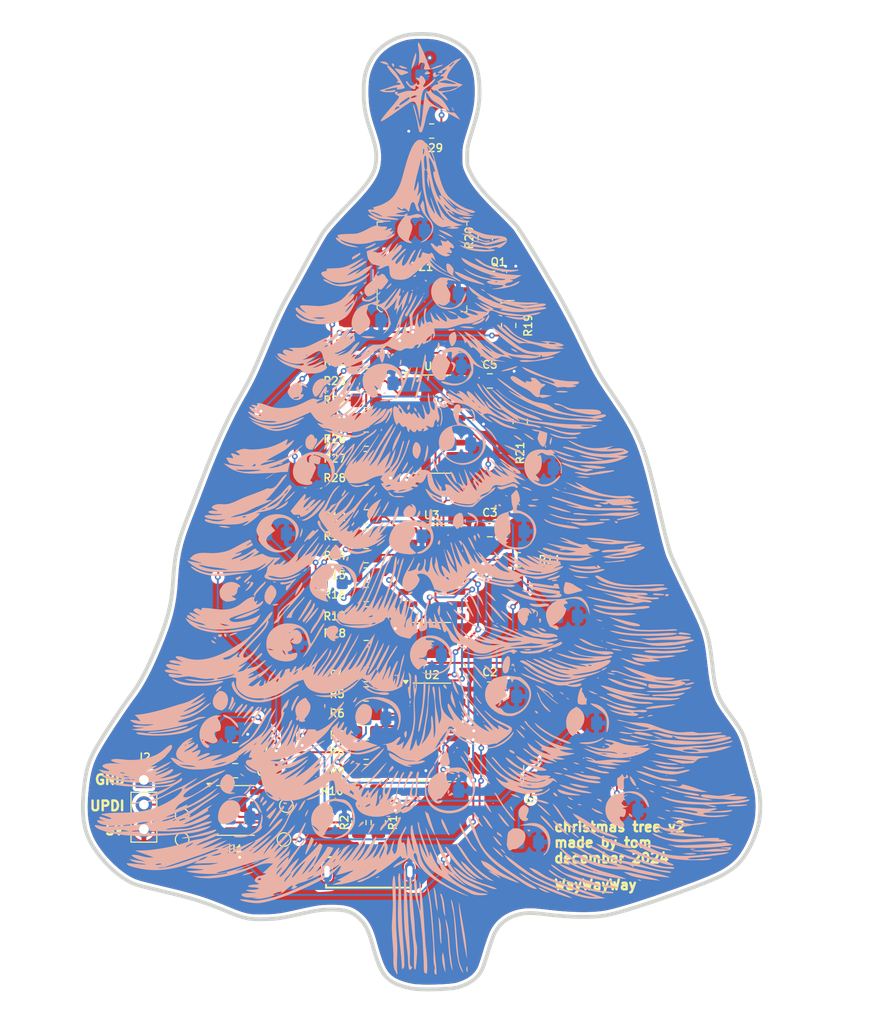
<source format=kicad_pcb>
(kicad_pcb (version 20240108) (generator "pcbnew") (generator_version "8.0")
  (layers (0 "F.Cu" signal) (31 "B.Cu" signal) (34 "B.Paste" user) (35 "F.Paste" user) (36 "B.SilkS" user "B.Silkscreen") (37 "F.SilkS" user "F.Silkscreen") (38 "B.Mask" user) (39 "F.Mask" user) (44 "Edge.Cuts" user))
  (net 0 "")
  (net 1 "+5V")
  (net 2 "GND")
  (net 3 "/LED9")
  (net 4 "/LED10")
  (net 5 "/LED11")
  (net 6 "/LED12")
  (net 7 "/LED13")
  (net 8 "/LED14")
  (net 9 "/LED15")
  (net 10 "/LED16")
  (net 11 "Net-(Q1-C)")
  (net 13 "UPDI")
  (net 14 "SHIFT_CLK")
  (net 15 "STORE_CLK")
  (net 16 "/SER")
  (net 17 "/SER_FWD")
  (net 18 "/LED17")
  (net 19 "/LED1")
  (net 20 "/LED2")
  (net 21 "/LED3")
  (net 22 "/LED4")
  (net 23 "/LED5")
  (net 24 "/LED6")
  (net 25 "/LED7")
  (net 26 "/LED8")
  (net 27 "Net-(J1-CC1)")
  (net 28 "Net-(J1-CC2)")
  (net 29 "Net-(Q1-B)")
  (net 30 "BUZZER")
  (net 31 "/LED18")
  (net 32 "/LED19")
  (net 33 "/LED20")
  (net 34 "/LED21")
  (net 35 "/LED22")
  (net 36 "/LED23")
  (net 37 "/LED24")
  (net 38 "/SER_FWD_2")
  (net 40 "Net-(D25-K)")
  (net 41 "Net-(D1-A)")
  (net 42 "Net-(D2-A)")
  (net 43 "Net-(D3-A)")
  (net 44 "Net-(D4-A)")
  (net 45 "Net-(D5-A)")
  (net 46 "Net-(D6-A)")
  (net 47 "Net-(D7-A)")
  (net 48 "Net-(D8-A)")
  (net 49 "Net-(D9-A)")
  (net 50 "Net-(D10-A)")
  (net 51 "Net-(D11-A)")
  (net 52 "Net-(D12-A)")
  (net 53 "Net-(D13-A)")
  (net 54 "Net-(D14-A)")
  (net 55 "Net-(D15-A)")
  (net 56 "Net-(D16-A)")
  (net 57 "Net-(D17-A)")
  (net 58 "Net-(D18-A)")
  (net 59 "Net-(D19-A)")
  (net 60 "Net-(D20-A)")
  (net 61 "Net-(D21-A)")
  (net 62 "Net-(D22-A)")
  (net 63 "Net-(D23-A)")
  (net 64 "Net-(D24-A)")
  (footprint "digikey-footprints:Piezo_9x9mm_PKMCS0909E4000-R1" (layer "F.Cu") (at 159.4716 71.5376)
    (property "Reference" "BZ1")
    (property "Value" "PKMCS0909E4000-R1")
  )
  (footprint "Resistor_SMD:R_0805_2012Metric_Pad1.20x1.40mm_HandSolder" (layer "F.Cu") (at 152.9716 128.7876 90)
    (property "Reference" "R2")
    (property "Value" "5K1" (hide yes))
  )
  (footprint "Resistor_SMD:R_0805_2012Metric_Pad1.20x1.40mm_HandSolder" (layer "F.Cu") (at 168.410376 77.572056 90)
    (property "Reference" "R19")
    (property "Value" "1000R")
  )
  (footprint "Package_SO:SOIC-16_3.9x9.9mm_P1.27mm" (layer "F.Cu") (at 160.4966 119.4826)
    (property "Reference" "U2")
    (property "Value" "74HC595")
  )
  (footprint "digikey-footprints:SOT-23-3" (layer "F.Cu") (at 167.3716 73.6243 180)
    (property "Reference" "Q1")
    (property "Value" "BC817-25LT1G")
  )
  (footprint "Resistor_SMD:R_0805_2012Metric_Pad1.20x1.40mm_HandSolder" (layer "F.Cu") (at 153.7216 115.5376 180)
    (property "Reference" "R5")
    (property "Value" "560")
  )
  (footprint "Package_SO:SOIC-16_3.9x9.9mm_P1.27mm" (layer "F.Cu") (at 160.4966 87.7326)
    (property "Reference" "U4")
    (property "Value" "74HC595")
  )
  (footprint "Resistor_SMD:R_0805_2012Metric_Pad1.20x1.40mm_HandSolder" (layer "F.Cu") (at 153.7216 91.2876 180)
    (property "Reference" "R27")
    (property "Value" "560")
  )
  (footprint "Package_SO:SOIC-8_3.9x4.9mm_P1.27mm" (layer "F.Cu") (at 140.2466 127.5376)
    (property "Reference" "U1")
    (property "Value" "ATtiny402-SS")
  )
  (footprint "Connector_PinHeader_2.54mm:PinHeader_1x03_P2.54mm_Vertical" (layer "F.Cu") (at 130.804481 124.393201)
    (property "Reference" "J2")
    (property "Value" "Conn_01x03")
  )
  (footprint "TestPoint:TestPoint_Pad_D1.0mm" (layer "F.Cu") (at 134.7466 130.5376)
    (property "Reference" "TP4" (hide yes))
    (property "Value" "SER" (hide yes))
  )
  (footprint "Capacitor_SMD:C_0805_2012Metric_Pad1.18x1.45mm_HandSolder" (layer "F.Cu") (at 140.2216 121.2876)
    (property "Reference" "C4")
    (property "Value" "100n")
  )
  (footprint "TestPoint:TestPoint_Pad_D1.0mm" (layer "F.Cu") (at 145.4966 127.0376)
    (property "Reference" "TP7" (hide yes))
    (property "Value" "BUZZER" (hide yes))
  )
  (footprint "Resistor_SMD:R_0805_2012Metric_Pad1.20x1.40mm_HandSolder" (layer "F.Cu") (at 169.594696 87.459196 -90)
    (property "Reference" "R21")
    (property "Value" "560")
  )
  (footprint "Capacitor_SMD:C_0805_2012Metric_Pad1.18x1.45mm_HandSolder" (layer "F.Cu") (at 140.2216 123.4426)
    (property "Reference" "C1")
    (property "Value" "10u")
  )
  (footprint "TestPoint:TestPoint_Pad_D1.0mm" (layer "F.Cu") (at 145.2466 130.5376)
    (property "Reference" "TP5" (hide yes))
    (property "Value" "SHIFT_CLK" (hide yes))
  )
  (footprint "Resistor_SMD:R_0805_2012Metric_Pad1.20x1.40mm_HandSolder" (layer "F.Cu") (at 153.7216 81.2876 180)
    (property "Reference" "R22")
    (property "Value" "560")
  )
  (footprint "Resistor_SMD:R_0805_2012Metric_Pad1.20x1.40mm_HandSolder" (layer "F.Cu") (at 160.4716 57.5376)
    (property "Reference" "R29")
    (property "Value" "560")
  )
  (footprint "Capacitor_SMD:C_0805_2012Metric_Pad1.18x1.45mm_HandSolder" (layer "F.Cu") (at 166.4716 98.6126)
    (property "Reference" "C3")
    (property "Value" "100n")
  )
  (footprint "Resistor_SMD:R_0805_2012Metric_Pad1.20x1.40mm_HandSolder" (layer "F.Cu") (at 170.694768 123.1348 -90)
    (property "Reference" "R3")
    (property "Value" "560")
  )
  (footprint "Resistor_SMD:R_0805_2012Metric_Pad1.20x1.40mm_HandSolder" (layer "F.Cu") (at 153.7216 113.5376 180)
    (property "Reference" "R4")
    (property "Value" "560")
  )
  (footprint "Resistor_SMD:R_0805_2012Metric_Pad1.20x1.40mm_HandSolder" (layer "F.Cu") (at 153.7216 123.5376 180)
    (property "Reference" "R9")
    (property "Value" "560")
  )
  (footprint "Resistor_SMD:R_0805_2012Metric_Pad1.20x1.40mm_HandSolder" (layer "F.Cu") (at 153.7216 109.2876 180)
    (property "Reference" "R18")
    (property "Value" "560")
  )
  (footprint "Resistor_SMD:R_0805_2012Metric_Pad1.20x1.40mm_HandSolder" (layer "F.Cu") (at 153.7216 101.2876 180)
    (property "Reference" "R14")
    (property "Value" "560")
  )
  (footprint "Resistor_SMD:R_0805_2012Metric_Pad1.20x1.40mm_HandSolder" (layer "F.Cu") (at 153.7216 97.2876 180)
    (property "Reference" "R12")
    (property "Value" "560")
  )
  (footprint "Resistor_SMD:R_0805_2012Metric_Pad1.20x1.40mm_HandSolder" (layer "F.Cu") (at 165.993455 68.555307 90)
    (property "Reference" "R20")
    (property "Value" "1000R")
  )
  (footprint "Resistor_SMD:R_0805_2012Metric_Pad1.20x1.40mm_HandSolder" (layer "F.Cu") (at 169.395565 101.714535)
    (property "Reference" "R11")
    (property "Value" "560")
  )
  (footprint "Resistor_SMD:R_0805_2012Metric_Pad1.20x1.40mm_HandSolder" (layer "F.Cu") (at 153.7216 83.2876 180)
    (property "Reference" "R23")
    (property "Value" "560")
  )
  (footprint "USB4130-GF-A_REVA:GCT_USB4130-GF-A_REVA" (layer "F.Cu") (at 153.9516 133.8376 180)
    (property "Reference" "J1" (hide yes))
    (property "Value" "USB4130-GF-A_REVA")
  )
  (footprint "Resistor_SMD:R_0805_2012Metric_Pad1.20x1.40mm_HandSolder" (layer "F.Cu") (at 153.7216 121.5376 180)
    (property "Reference" "R8")
    (property "Value" "560")
  )
  (footprint "TestPoint:TestPoint_Pad_D1.0mm" (layer "F.Cu") (at 134.7466 128.0376)
    (property "Reference" "TP6" (hide yes))
    (property "Value" "STORE_CLK" (hide yes))
  )
  (footprint "Resistor_SMD:R_0805_2012Metric_Pad1.20x1.40mm_HandSolder" (layer "F.Cu") (at 153.7216 117.5376 180)
    (property "Reference" "R6")
    (property "Value" "560")
  )
  (footprint "Resistor_SMD:R_0805_2012Metric_Pad1.20x1.40mm_HandSolder" (layer "F.Cu") (at 153.7216 89.2876 180)
    (property "Reference" "R26")
    (property "Value" "560")
  )
  (footprint "Capacitor_SMD:C_0805_2012Metric_Pad1.18x1.45mm_HandSolder" (layer "F.Cu") (at 166.4716 83.2876)
    (property "Reference" "C5")
    (property "Value" "100n")
  )
  (footprint "Resistor_SMD:R_0805_2012Metric_Pad1.20x1.40mm_HandSolder" (layer "F.Cu") (at 153.7216 85.2876 180)
    (property "Reference" "R24")
    (property "Value" "560")
  )
  (footprint "Resistor_SMD:R_0805_2012Metric_Pad1.20x1.40mm_HandSolder" (layer "F.Cu") (at 153.7216 103.2876 180)
    (property "Reference" "R15")
    (property "Value" "560")
  )
  (footprint "Resistor_SMD:R_0805_2012Metric_Pad1.20x1.40mm_HandSolder" (layer "F.Cu") (at 153.7216 93.2876 180)
    (property "Reference" "R28")
    (property "Value" "560")
  )
  (footprint "Package_SO:SOIC-16_3.9x9.9mm_P1.27mm" (layer "F.Cu") (at 160.4966 103.1126)
    (property "Reference" "U3")
    (property "Value" "74HC595")
  )
  (footprint "Capacitor_SMD:C_0805_2012Metric_Pad1.18x1.45mm_HandSolder" (layer "F.Cu") (at 166.4716 115.0376)
    (property "Reference" "C2")
    (property "Value" "100n")
  )
  (footprint "Resistor_SMD:R_0805_2012Metric_Pad1.20x1.40mm_HandSolder" (layer "F.Cu") (at 153.7216 87.2876 180)
    (property "Reference" "R25")
    (property "Value" "560")
  )
  (footprint "Resistor_SMD:R_0805_2012Metric_Pad1.20x1.40mm_HandSolder" (layer "F.Cu") (at 154.9716 128.7876 90)
    (property "Reference" "R1")
    (property "Value" "5K1" (hide yes))
  )
  (footprint "Resistor_SMD:R_0805_2012Metric_Pad1.20x1.40mm_HandSolder" (layer "F.Cu") (at 153.7216 99.2876 180)
    (property "Reference" "R13")
    (property "Value" "560")
  )
  (footprint "Resistor_SMD:R_0805_2012Metric_Pad1.20x1.40mm_HandSolder" (layer "F.Cu") (at 153.7216 105.2876 180)
    (property "Reference" "R16")
    (property "Value" "560")
  )
  (footprint "Resistor_SMD:R_0805_2012Metric_Pad1.20x1.40mm_HandSolder" (layer "F.Cu") (at 153.7216 107.2876 180)
    (property "Reference" "R17")
    (property "Value" "560")
  )
  (footprint "Resistor_SMD:R_0805_2012Metric_Pad1.20x1.40mm_HandSolder" (layer "F.Cu") (at 153.7216 125.5376 180)
    (property "Reference" "R10")
    (property "Value" "560")
  )
  (footprint "Resistor_SMD:R_0805_2012Metric_Pad1.20x1.40mm_HandSolder" (layer "F.Cu") (at 153.7216 119.5376 180)
    (property "Reference" "R7")
    (property "Value" "560")
  )
  (footprint "LED_SMD:LED_0805_2012Metric_Pad1.15x1.40mm_HandSolder" (layer "B.Cu") (at 163.4716 89.7876 180)
    (property "Reference" "D19" (hide yes))
    (property "Value" "LED_Small")
  )
  (footprint "LED_SMD:LED_0805_2012Metric_Pad1.15x1.40mm_HandSolder" (layer "B.Cu") (at 162.4966 81.7876 180)
    (property "Reference" "D21" (hide yes))
    (property "Value" "LED_Small")
  )
  (footprint "LED_SMD:LED_0805_2012Metric_Pad1.15x1.40mm_HandSolder" (layer "B.Cu") (at 140.6966 128.2876 180)
    (property "Reference" "D4" (hide yes))
    (property "Value" "LED_Small")
  )
  (footprint "LED_SMD:LED_0805_2012Metric_Pad1.15x1.40mm_HandSolder" (layer "B.Cu") (at 168.1966 115.7876 180)
    (property "Reference" "D9" (hide yes))
    (property "Value" "LED_Small")
  )
  (footprint "LED_SMD:LED_0805_2012Metric_Pad1.15x1.40mm_HandSolder" (layer "B.Cu") (at 144.4716 99.0376 180)
    (property "Reference" "D16" (hide yes))
    (property "Value" "LED_Small")
  )
  (footprint "LED_SMD:LED_0805_2012Metric_Pad1.15x1.40mm_HandSolder" (layer "B.Cu") (at 145.6966 110.2876 180)
    (property "Reference" "D11" (hide yes))
    (property "Value" "LED_Small")
  )
  (footprint "LED_SMD:LED_0805_2012Metric_Pad1.15x1.40mm_HandSolder" (layer "B.Cu") (at 180.6966 127.5376 180)
    (property "Reference" "D2" (hide yes))
    (property "Value" "LED_Small")
  )
  (footprint "LED_SMD:LED_0805_2012Metric_Pad1.15x1.40mm_HandSolder" (layer "B.Cu") (at 138.6966 119.5376 180)
    (property "Reference" "D6" (hide yes))
    (property "Value" "LED_Small")
  )
  (footprint "LED_SMD:LED_0805_2012Metric_Pad1.15x1.40mm_HandSolder" (layer "B.Cu") (at 162.1966 74.2876 180)
    (property "Reference" "D23" (hide yes))
    (property "Value" "LED_Small")
  )
  (footprint "LED_SMD:LED_0805_2012Metric_Pad1.15x1.40mm_HandSolder" (layer "B.Cu") (at 150.4466 128.5376 180)
    (property "Reference" "D3" (hide yes))
    (property "Value" "LED_Small")
  )
  (footprint "LED_SMD:LED_0805_2012Metric_Pad1.15x1.40mm_HandSolder" (layer "B.Cu") (at 154.1966 77.0376 180)
    (property "Reference" "D22" (hide yes))
    (property "Value" "LED_Small")
  )
  (footprint "LED_SMD:LED_0805_2012Metric_Pad1.15x1.40mm_HandSolder" (layer "B.Cu") (at 154.7216 118.0376 180)
    (property "Reference" "D7" (hide yes))
    (property "Value" "LED_Small")
  )
  (footprint "LED_SMD:LED_0805_2012Metric_Pad1.15x1.40mm_HandSolder" (layer "B.Cu") (at 174.4716 107.5376 180)
    (property "Reference" "D12" (hide yes))
    (property "Value" "LED_Small")
  )
  (footprint "LED_SMD:LED_0805_2012Metric_Pad1.15x1.40mm_HandSolder" (layer "B.Cu") (at 148.2466 92.5376 180)
    (property "Reference" "D17" (hide yes))
    (property "Value" "LED_Small")
  )
  (footprint "LED_SMD:LED_0805_2012Metric_Pad1.15x1.40mm_HandSolder" (layer "B.Cu") (at 168.9716 98.7876 180)
    (property "Reference" "D15" (hide yes))
    (property "Value" "LED_Small")
  )
  (footprint "LED_SMD:LED_0805_2012Metric_Pad1.15x1.40mm_HandSolder" (layer "B.Cu") (at 155.4466 83.5376 180)
    (property "Reference" "D20" (hide yes))
    (property "Value" "LED_Small")
  )
  (footprint "LED_SMD:LED_0805_2012Metric_Pad1.15x1.40mm_HandSolder" (layer "B.Cu") (at 176.4466 118.5376 180)
    (property "Reference" "D8" (hide yes))
    (property "Value" "LED_Small")
  )
  (footprint "LED_SMD:LED_0805_2012Metric_Pad1.15x1.40mm_HandSolder" (layer "B.Cu") (at 150.2216 104.0376 180)
    (property "Reference" "D13" (hide yes))
    (property "Value" "LED_Small")
  )
  (footprint "LED_SMD:LED_0805_2012Metric_Pad1.15x1.40mm_HandSolder" (layer "B.Cu") (at 158.4466 99.2876 180)
    (property "Reference" "D14" (hide yes))
    (property "Value" "LED_Small")
  )
  (footprint "LED_SMD:LED_0805_2012Metric_Pad1.15x1.40mm_HandSolder" (layer "B.Cu") (at 170.4716 130.7876 180)
    (property "Reference" "D1" (hide yes))
    (property "Value" "LED_Small")
  )
  (footprint "LED_SMD:LED_0805_2012Metric_Pad1.15x1.40mm_HandSolder" (layer "B.Cu") (at 162.2216 125.5376 180)
    (property "Reference" "D5" (hide yes))
    (property "Value" "LED_Small")
  )
  (footprint "LED_SMD:LED_0805_2012Metric_Pad1.15x1.40mm_HandSolder" (layer "B.Cu") (at 158.6966 67.7876 180)
    (property "Reference" "D24" (hide yes))
    (property "Value" "LED_Small")
  )
  (footprint "LED_SMD:LED_0805_2012Metric_Pad1.15x1.40mm_HandSolder" (layer "B.Cu") (at 159.4716 52.7876 90)
    (property "Reference" "D25" (hide yes))
    (property "Value" "LED_Small")
  )
  (footprint "LED_SMD:LED_0805_2012Metric_Pad1.15x1.40mm_HandSolder" (layer "B.Cu") (at 171.9716 92.2876 180)
    (property "Reference" "D18" (hide yes))
    (property "Value" "LED_Small")
  )
  (footprint "LED_SMD:LED_0805_2012Metric_Pad1.15x1.40mm_HandSolder" (layer "B.Cu") (at 160.4466 111.5376 180)
    (property "Reference" "D10" (hide yes))
    (property "Value" "LED_Small")
  )
  (gr_poly (pts (xy 168.016655 132.12317) (xy 168.395283 132.382536) (xy 168.766499 132.651961) (xy 169.498339 133.20593) (xy 169.864785 133.482947) (xy 170.235463 133.754968) (xy 170.613284 134.018229) (xy 170.805783 134.145398) (xy 171.001159 134.268966) (xy 171.261818 134.419996) (xy 171.573213 134.583315) (xy 172.320613 134.934769) (xy 173.188159 135.299216) (xy 174.120653 135.652548) (xy 175.062895 135.970654) (xy 175.520421 136.108963) (xy 175.959686 136.229424) (xy 176.373787 136.329023) (xy 176.755826 136.404747) (xy 177.098903 136.453582) (xy 177.396118 136.472514) (xy 175.788901 135.926307) (xy 174.779711 135.579835) (xy 173.727561 135.195142) (xy 173.20743 134.990968) (xy 172.703024 134.780246) (xy 172.223163 134.563978) (xy 171.77667 134.343166) (xy 171.372366 134.118813) (xy 171.019072 133.89192) (xy 170.72561 133.66349) (xy 170.604072 133.549012) (xy 170.500801 133.434526) (xy 170.56601 133.442513) (xy 170.630955 133.453815) (xy 170.695641 133.468253) (xy 170.760077 133.485646) (xy 170.888224 133.528579) (xy 171.015455 133.581173) (xy 171.141826 133.641989) (xy 171.267394 133.709588) (xy 171.392218 133.782528) (xy 171.516354 133.859371) (xy 172.007169 134.176971) (xy 172.128728 134.251729) (xy 172.249944 134.32175) (xy 172.370874 134.385595) (xy 172.491575 134.441823) (xy 173.008477 134.658012) (xy 173.52966 134.864547) (xy 174.05433 135.062868) (xy 174.581691 135.254416) (xy 175.641311 135.622947) (xy 176.702165 135.981654) (xy 176.917092 136.057095) (xy 177.128281 136.135497) (xy 177.545815 136.294137) (xy 177.755348 136.37085) (xy 177.967517 136.443474) (xy 178.183914 136.510249) (xy 178.294196 136.540892) (xy 178.406133 136.569412) (xy 178.170569 136.590962) (xy 177.935547 136.60957) (xy 177.700899 136.623815) (xy 177.466455 136.632277) (xy 177.232049 136.633534) (xy 176.997512 136.626166) (xy 176.880142 136.618804) (xy 176.762677 136.608752) (xy 176.645094 136.595834) (xy 176.527374 136.579871) (xy 176.399381 136.559165) (xy 176.271862 136.535406) (xy 176.144807 136.50882) (xy 176.018202 136.479633) (xy 175.766298 136.41436) (xy 175.516057 136.341397) (xy 175.267382 136.262549) (xy 175.020181 136.179626) (xy 174.529819 136.008783) (xy 173.775196 135.737235) (xy 173.028709 135.449128) (xy 172.293166 135.139528) (xy 171.930375 134.975125) (xy 171.571373 134.803497) (xy 171.21651 134.624029) (xy 170.866137 134.436102) (xy 170.520606 134.239099) (xy 170.180265 134.032405) (xy 169.845468 133.815401) (xy 169.516564 133.587471) (xy 169.193904 133.347998) (xy 168.87784 133.096364) (xy 168.794682 133.027217) (xy 168.711893 132.95761) (xy 168.629476 132.887568) (xy 168.547432 132.817117) (xy 168.501157 132.776738) (xy 168.456718 132.735796) (xy 168.413993 132.694258) (xy 168.372857 132.652091) (xy 168.333189 132.609264) (xy 168.294865 132.565743) (xy 168.257762 132.521496) (xy 168.221758 132.476489) (xy 168.18673 132.430691) (xy 168.152554 132.384068) (xy 168.086268 132.288219) (xy 168.021917 132.188679) (xy 167.958519 132.085187)) (stroke (width -0.000001)) (fill solid) (layer "B.SilkS"))
  (gr_poly (pts (xy 154.689143 81.385408) (xy 154.693989 81.38606) (xy 154.699677 81.387112) (xy 154.70644 81.388529) (xy 154.724112 81.392329) (xy 154.735485 81.394648) (xy 154.748858 81.397202) (xy 154.609526 81.43402) (xy 154.531429 81.470647) (xy 154.601387 81.424719) (xy 154.612191 81.419499) (xy 154.621823 81.4147) (xy 154.630375 81.410311) (xy 154.637938 81.406318) (xy 154.644604 81.402712) (xy 154.650464 81.39948) (xy 154.660135 81.394093) (xy 154.664127 81.391914) (xy 154.667681 81.390063) (xy 154.670887 81.388527) (xy 154.672388 81.387875) (xy 154.673837 81.387297) (xy 154.675245 81.386792) (xy 154.676623 81.386359) (xy 154.677982 81.385996) (xy 154.679335 81.385702) (xy 154.680693 81.385476) (xy 154.682067 81.385315) (xy 154.683468 81.385219) (xy 154.684908 81.385186)) (stroke (width -0.000001)) (fill solid) (layer "B.SilkS"))
  (gr_poly (pts (xy 155.215474 74.127453) (xy 155.196267 74.163213) (xy 155.176059 74.196775) (xy 155.154816 74.22832) (xy 155.132504 74.258026) (xy 155.109091 74.286072) (xy 155.084543 74.312638) (xy 155.058826 74.337903) (xy 155.031907 74.362046) (xy 155.003752 74.385246) (xy 154.974327 74.407682) (xy 154.9436 74.429534) (xy 154.911537 74.45098) (xy 154.878104 74.4722) (xy 154.806994 74.514679) (xy 154.847952 74.439864) (xy 154.867996 74.405096) (xy 154.88811 74.372022) (xy 154.908567 74.340592) (xy 154.929636 74.310757) (xy 154.95159 74.282468) (xy 154.9747 74.255676) (xy 154.999236 74.230332) (xy 155.02547 74.206386) (xy 155.053673 74.183789) (xy 155.084117 74.162492) (xy 155.117071 74.142445) (xy 155.152808 74.1236) (xy 155.191598 74.105907) (xy 155.233713 74.089317)) (stroke (width -0.000001)) (fill solid) (layer "B.SilkS"))
  (gr_poly (pts (xy 166.601043 73.531211) (xy 166.530307 73.5628) (xy 166.465002 73.505439) (xy 166.545036 73.456799)) (stroke (width -0.000001)) (fill solid) (layer "B.SilkS"))
  (gr_poly (pts (xy 177.939871 97.815388) (xy 178.006108 97.816822) (xy 178.068703 97.819399) (xy 178.127337 97.823205) (xy 178.181688 97.828325) (xy 178.207157 97.831403) (xy 178.231434 97.834843) (xy 178.25448 97.838652) (xy 178.276255 97.842844) (xy 178.296717 97.847427) (xy 178.315828 97.852412) (xy 178.154209 97.930896) (xy 177.861603 97.996912) (xy 177.536131 98.063303) (xy 177.189021 98.123468) (xy 177.010859 98.149153) (xy 176.831498 98.170806) (xy 176.65234 98.187602) (xy 176.474789 98.198717) (xy 176.300249 98.203324) (xy 176.130121 98.2006) (xy 175.965811 98.189718) (xy 175.808722 98.169854) (xy 175.660255 98.140183) (xy 175.521816 98.09988) (xy 175.418594 98.065972) (xy 175.314961 98.034653) (xy 175.107247 97.975361) (xy 175.003558 97.94518) (xy 174.90024 97.913168) (xy 174.797492 97.878221) (xy 174.746391 97.859302) (xy 174.695507 97.839235) (xy 174.776498 97.83472) (xy 174.858331 97.83287) (xy 174.940898 97.833364) (xy 175.024089 97.835881) (xy 175.191909 97.845704) (xy 175.360921 97.859775) (xy 175.699038 97.890402) (xy 175.866401 97.901832) (xy 176.031473 97.907253) (xy 177.870315 97.815013)) (stroke (width -0.000001)) (fill solid) (layer "B.SilkS"))
  (gr_poly (pts (xy 183.387905 119.908575) (xy 183.445538 119.912889) (xy 183.502765 119.91932) (xy 183.559588 119.927765) (xy 183.61601 119.93812) (xy 183.672035 119.950283) (xy 183.727664 119.964148) (xy 183.782902 119.979613) (xy 183.837749 119.996575) (xy 183.89221 120.01493) (xy 183.946287 120.034574) (xy 183.999983 120.055405) (xy 184.106242 120.10021) (xy 184.211011 120.148519) (xy 184.150221 120.145343) (xy 184.090935 120.140415) (xy 184.032993 120.133768) (xy 183.976238 120.125436) (xy 183.92051 120.115453) (xy 183.865651 120.103854) (xy 183.811501 120.090673) (xy 183.757901 120.075943) (xy 183.704694 120.0597) (xy 183.651719 120.041977) (xy 183.598818 120.022809) (xy 183.545832 120.00223) (xy 183.43897 119.956973) (xy 183.329862 119.906482)) (stroke (width -0.000001)) (fill solid) (layer "B.SilkS"))
  (gr_poly (pts (xy 157.153263 133.991546) (xy 157.161568 134.005141) (xy 157.169024 134.018557) (xy 157.175686 134.031852) (xy 157.181608 134.045087) (xy 157.186843 134.058319) (xy 157.191446 134.071608) (xy 157.195469 134.085012) (xy 157.198966 134.098591) (xy 157.201992 134.112404) (xy 157.204599 134.126508) (xy 157.206842 134.140964) (xy 157.208775 134.15583) (xy 157.21045 134.171165) (xy 157.213243 134.203477) (xy 157.254837 134.827361) (xy 157.287312 135.451805) (xy 157.334077 136.701744) (xy 157.371874 137.952037) (xy 157.419042 139.201427) (xy 157.479932 140.239431) (xy 157.553464 141.280464) (xy 157.620149 142.321013) (xy 157.644835 142.840009) (xy 157.660501 143.357566) (xy 157.661171 143.401758) (xy 157.661218 143.443049) (xy 157.660433 143.481749) (xy 157.658608 143.518168) (xy 157.655534 143.552616) (xy 157.651004 143.585402) (xy 157.644807 143.616838) (xy 157.636737 143.647232) (xy 157.626585 143.676895) (xy 157.614141 143.706136) (xy 157.599198 143.735266) (xy 157.581548 143.764595) (xy 157.56098 143.794432) (xy 157.537288 143.825088) (xy 157.510263 143.856872) (xy 157.479696 143.890094) (xy 157.396371 143.789901) (xy 157.3684 143.217541) (xy 157.325133 142.647023) (xy 157.211559 141.509262) (xy 157.093353 140.372113) (xy 157.044295 139.802361) (xy 157.008216 139.231073) (xy 156.992004 138.75878) (xy 156.987697 138.285224) (xy 156.992583 137.810816) (xy 157.003948 137.335968) (xy 157.035268 136.386599) (xy 157.059955 135.440412) (xy 157.059255 135.35589) (xy 157.055281 135.266716) (xy 157.040993 135.077614) (xy 157.02407 134.879502) (xy 157.011485 134.678777) (xy 157.009 134.579435) (xy 157.010216 134.481839) (xy 157.016004 134.386789) (xy 157.027238 134.295084) (xy 157.044788 134.207524) (xy 157.056204 134.165549) (xy 157.069526 134.12491) (xy 157.084864 134.085707) (xy 157.102326 134.04804) (xy 157.122021 134.012009) (xy 157.144058 133.977714)) (stroke (width -0.000001)) (fill solid) (layer "B.SilkS"))
  (gr_poly (pts (xy 148.917238 99.218425) (xy 148.91723 99.218432) (xy 148.917238 99.218419)) (stroke (width -0.000001)) (fill solid) (layer "B.SilkS"))
  (gr_poly (pts (xy 164.430413 113.282993) (xy 164.946145 113.929914) (xy 165.200784 114.260196) (xy 165.424557 114.563218) (xy 165.518138 114.69705) (xy 165.595926 114.815122) (xy 165.655229 114.914449) (xy 165.693355 114.992051) (xy 165.622169 114.938052) (xy 165.53242 114.856961) (xy 165.427209 114.752431) (xy 165.30964 114.628117) (xy 165.049838 114.334752) (xy 164.777832 114.006096) (xy 164.518444 113.671381) (xy 164.401238 113.510885) (xy 164.296494 113.359836) (xy 164.207315 113.221887) (xy 164.136803 113.100693) (xy 164.088061 112.999907) (xy 164.072823 112.958309) (xy 164.064191 112.923183) (xy 164.062688 112.913417) (xy 164.06135 112.903623) (xy 164.059008 112.88398) (xy 164.056834 112.864317) (xy 164.054498 112.844699) (xy 164.053334 112.836836) (xy 164.052109 112.829004) (xy 164.049652 112.813308) (xy 164.049657 112.813308)) (stroke (width -0.000001)) (fill solid) (layer "B.SilkS"))
  (gr_poly (pts (xy 163.420741 68.87032) (xy 163.641422 68.94898) (xy 163.861971 69.019231) (xy 163.972574 69.050898) (xy 164.083596 69.080096) (xy 164.19519 69.106704) (xy 164.307505 69.130599) (xy 164.420693 69.15166) (xy 164.534905 69.169764) (xy 164.650292 69.184789) (xy 164.767004 69.196613) (xy 164.885193 69.205114) (xy 165.00501 69.21017) (xy 165.032406 69.210931) (xy 165.051534 69.211813) (xy 165.058889 69.21248) (xy 165.065248 69.213394) (xy 165.070966 69.214628) (xy 165.076401 69.216253) (xy 165.08191 69.218342) (xy 165.087848 69.220968) (xy 165.10244 69.228116) (xy 165.123033 69.238277) (xy 165.136471 69.244667) (xy 165.152479 69.252028) (xy 165.193335 69.264979) (xy 165.234346 69.277437) (xy 165.275506 69.2894) (xy 165.31681 69.300863) (xy 165.35824 69.311827) (xy 165.399792 69.322298) (xy 165.441469 69.332273) (xy 165.483276 69.34175) (xy 165.525157 69.35069) (xy 165.567155 69.359142) (xy 165.609265 69.367085) (xy 165.651481 69.3745) (xy 165.693799 69.381374) (xy 165.736209 69.387724) (xy 165.778694 69.393565) (xy 165.821237 69.398916) (xy 165.863809 69.403767) (xy 165.906405 69.408097) (xy 165.949051 69.411907) (xy 165.991771 69.415195) (xy 166.034554 69.417962) (xy 166.077373 69.420209) (xy 166.120218 69.421936) (xy 166.163078 69.423143) (xy 166.205889 69.423822) (xy 166.248705 69.423982) (xy 166.291534 69.423624) (xy 166.334385 69.422745) (xy 166.377221 69.421345) (xy 166.420016 69.419425) (xy 166.462772 69.416984) (xy 166.505497 69.414022) (xy 166.548224 69.410531) (xy 166.590886 69.406515) (xy 166.633487 69.40199) (xy 166.676031 69.39697) (xy 166.718554 69.391425) (xy 166.760987 69.385392) (xy 166.803333 69.37885) (xy 166.845592 69.371779) (xy 166.887779 69.364168) (xy 166.929892 69.356033) (xy 166.971906 69.347389) (xy 167.013797 69.338253) (xy 167.055555 69.328639) (xy 167.097182 69.318535) (xy 167.138684 69.307923) (xy 167.180069 69.296783) (xy 167.221322 69.285124) (xy 167.262433 69.272969) (xy 167.303396 69.260319) (xy 167.344205 69.247173) (xy 167.384806 69.233529) (xy 167.425242 69.219388) (xy 167.465516 69.204751) (xy 167.50563 69.189619) (xy 167.54554 69.174028) (xy 167.585214 69.157932) (xy 167.624678 69.141352) (xy 167.663953 69.124312) (xy 167.703091 69.106779) (xy 167.742013 69.088799) (xy 167.780711 69.070359) (xy 167.819175 69.051449) (xy 167.872743 69.024574) (xy 167.925925 68.996825) (xy 167.978768 68.968337) (xy 168.031318 68.939242) (xy 168.135721 68.879771) (xy 168.2395 68.819485) (xy 168.2395 68.819497) (xy 168.238634 68.827615) (xy 168.237511 68.835792) (xy 168.236124 68.84404) (xy 168.234464 68.852371) (xy 168.232523 68.860798) (xy 168.230293 68.869332) (xy 168.227765 68.877987) (xy 168.224931 68.886773) (xy 168.221784 68.895704) (xy 168.218315 68.904792) (xy 168.214515 68.914048) (xy 168.210377 68.923485) (xy 168.205893 68.933115) (xy 168.201054 68.94295) (xy 168.195852 68.953003) (xy 168.190279 68.963286) (xy 168.161399 69.01112) (xy 168.127752 69.059317) (xy 168.089798 69.10757) (xy 168.047998 69.155571) (xy 168.002814 69.203014) (xy 167.954705 69.249592) (xy 167.904133 69.294998) (xy 167.851559 69.338924) (xy 167.797442 69.381065) (xy 167.742245 69.421113) (xy 167.686427 69.458762) (xy 167.63045 69.493703) (xy 167.574774 69.525631) (xy 167.519861 69.554238) (xy 167.46617 69.579218) (xy 167.414163 69.600263) (xy 167.378162 69.577584) (xy 167.344501 69.558143) (xy 167.312792 69.541782) (xy 167.282646 69.52834) (xy 167.253675 69.517659) (xy 167.225492 69.509578) (xy 167.197709 69.503938) (xy 167.169936 69.50058) (xy 167.141787 69.499343) (xy 167.112873 69.500069) (xy 167.082807 69.502598) (xy 167.051199 69.50677) (xy 167.017663 69.512425) (xy 166.981809 69.519405) (xy 166.901599 69.5367) (xy 166.841722 69.551093) (xy 166.781937 69.567466) (xy 166.722305 69.585459) (xy 166.662886 69.604709) (xy 166.544933 69.645542) (xy 166.428564 69.687078) (xy 166.366661 69.666517) (xy 166.305171 69.648145) (xy 166.244011 69.631797) (xy 166.183098 69.617307) (xy 166.122351 69.60451) (xy 166.061685 69.593241) (xy 165.940271 69.574623) (xy 165.818197 69.56013) (xy 165.694803 69.54844) (xy 165.441413 69.528174) (xy 165.281818 69.514102) (xy 165.126331 69.497555) (xy 164.974627 69.478137) (xy 164.826381 69.455451) (xy 164.681267 69.429102) (xy 164.53896 69.398695) (xy 164.399135 69.363831) (xy 164.261466 69.324117) (xy 164.125629 69.279155) (xy 163.991297 69.228549) (xy 163.858147 69.171904) (xy 163.725852 69.108824) (xy 163.594087 69.038912) (xy 163.462527 68.961773) (xy 163.330846 68.87701) (xy 163.198721 68.784228)) (stroke (width -0.000001)) (fill solid) (layer "B.SilkS"))
  (gr_poly (pts (xy 151.322018 100.409627) (xy 151.424217 100.436054) (xy 151.524951 100.467566) (xy 151.624509 100.503185) (xy 151.723179 100.541932) (xy 151.821249 100.582829) (xy 152.01674 100.667153) (xy 152.213287 100.74833) (xy 152.312677 100.78529) (xy 152.413195 100.818527) (xy 152.515129 100.847062) (xy 152.618767 100.869915) (xy 152.724397 100.886109) (xy 152.832307 100.894664) (xy 152.922739 100.894255) (xy 153.013986 100.886561) (xy 153.105938 100.872766) (xy 153.198482 100.854053) (xy 153.291504 100.831604) (xy 153.384893 100.806602) (xy 153.572321 100.753674) (xy 153.666134 100.728113) (xy 153.759865 100.704731) (xy 153.853399 100.684712) (xy 153.946625 100.669239) (xy 154.03943 100.659494) (xy 154.131701 100.65666) (xy 154.177602 100.658205) (xy 154.223327 100.661921) (xy 154.268863 100.667957) (xy 154.314194 100.67646) (xy 154.2828 100.765603) (xy 154.202511 100.798486) (xy 154.118758 100.829983) (xy 154.031978 100.860052) (xy 153.942603 100.888651) (xy 153.757806 100.941267) (xy 153.56784 100.98749) (xy 153.376176 101.026978) (xy 153.186286 101.059391) (xy 153.001643 101.084386) (xy 152.825718 101.101625) (xy 152.762043 101.105464) (xy 152.699841 101.107015) (xy 152.639052 101.106338) (xy 152.579616 101.103493) (xy 152.521472 101.098541) (xy 152.464559 101.091542) (xy 152.408816 101.082557) (xy 152.354183 101.071647) (xy 152.300599 101.05887) (xy 152.248004 101.044289) (xy 152.196336 101.027964) (xy 152.145535 101.009955) (xy 152.04629 100.969126) (xy 151.949785 100.922288) (xy 151.855533 100.869923) (xy 151.763049 100.812516) (xy 151.671847 100.750549) (xy 151.581441 100.684508) (xy 151.491346 100.614875) (xy 151.401075 100.542134) (xy 151.218067 100.389264)) (stroke (width -0.000001)) (fill solid) (layer "B.SilkS"))
  (gr_poly (pts (xy 167.805185 101.142957) (xy 168.002108 101.278563) (xy 168.200722 101.408584) (xy 168.401669 101.533351) (xy 168.605588 101.653192) (xy 168.813119 101.768438) (xy 169.024902 101.879417) (xy 169.241579 101.986459) (xy 169.195166 101.936834) (xy 169.147178 101.889113) (xy 169.097809 101.843057) (xy 169.047252 101.798423) (xy 168.995701 101.754973) (xy 168.943351 101.712465) (xy 168.837029 101.629313) (xy 168.729837 101.547046) (xy 168.623327 101.463737) (xy 168.570814 101.421092) (xy 168.519053 101.377465) (xy 168.468239 101.332616) (xy 168.418565 101.286304) (xy 168.571318 101.33263) (xy 168.716781 101.387347) (xy 168.856188 101.449413) (xy 168.990773 101.517788) (xy 169.121772 101.591428) (xy 169.250418 101.669293) (xy 169.505592 101.833532) (xy 169.76617 102.00217) (xy 169.901571 102.085535) (xy 170.042028 102.166875) (xy 170.188773 102.245149) (xy 170.343042 102.319315) (xy 170.506069 102.388332) (xy 170.679088 102.451158) (xy 170.621999 102.413942) (xy 171.947614 102.413942) (xy 172.013692 102.475568) (xy 172.142564 102.464713) (xy 172.13087 102.455161) (xy 172.119407 102.447065) (xy 172.108113 102.440295) (xy 172.096923 102.434723) (xy 172.085775 102.430218) (xy 172.074603 102.426649) (xy 172.063345 102.423889) (xy 172.051936 102.421805) (xy 172.040314 102.420269) (xy 172.028414 102.419151) (xy 172.003526 102.417649) (xy 171.976763 102.416258) (xy 171.962518 102.415281) (xy 171.947614 102.413942) (xy 170.621999 102.413942) (xy 170.490722 102.328363) (xy 170.305188 102.201784) (xy 170.122008 102.072027) (xy 169.940705 101.939697) (xy 169.581821 101.669742) (xy 169.224716 101.396762) (xy 169.308071 101.400781) (xy 169.389765 101.407697) (xy 169.548557 101.429612) (xy 169.701871 101.461299) (xy 169.850486 101.501548) (xy 169.995181 101.549151) (xy 170.136735 101.6029) (xy 170.275927 101.661584) (xy 170.413537 101.723996) (xy 170.963733 101.986739) (xy 171.105116 102.049655) (xy 171.249591 102.109045) (xy 171.397937 102.1637) (xy 171.550933 102.212411) (xy 171.487584 102.167084) (xy 171.413603 102.117585) (xy 171.24078 102.008169) (xy 170.844889 101.762354) (xy 170.649939 101.634349) (xy 170.559364 101.570908) (xy 170.475732 101.50854) (xy 170.4008 101.44777) (xy 170.336326 101.389123) (xy 170.284067 101.333124) (xy 170.263067 101.30628) (xy 170.245781 101.280296) (xy 170.304182 101.277972) (xy 170.363461 101.281761) (xy 170.423686 101.29125) (xy 170.484928 101.306029) (xy 170.610747 101.349815) (xy 170.741479 101.409834) (xy 170.87769 101.482801) (xy 171.019942 101.565433) (xy 171.324824 101.746547) (xy 171.488581 101.838461) (xy 171.660634 101.926899) (xy 171.841546 102.008576) (xy 172.031881 102.080208) (xy 172.130758 102.111231) (xy 172.232201 102.138511) (xy 172.336283 102.161637) (xy 172.443072 102.180198) (xy 172.552639 102.193785) (xy 172.665055 102.201986) (xy 172.780391 102.204391) (xy 172.898716 102.20059) (xy 172.847182 102.170975) (xy 172.79176 102.144621) (xy 172.732927 102.121172) (xy 172.671164 102.100269) (xy 172.60695 102.081554) (xy 172.540764 102.064671) (xy 172.404394 102.034966) (xy 172.129083 101.981791) (xy 171.997812 101.9526) (xy 171.935451 101.936101) (xy 171.875911 101.917857) (xy 171.802104 101.891934) (xy 171.729938 101.863813) (xy 171.659279 101.833629) (xy 171.589991 101.801517) (xy 171.52194 101.767613) (xy 171.45499 101.732051) (xy 171.389005 101.694967) (xy 171.323851 101.656495) (xy 171.195493 101.57593) (xy 171.068835 101.491437) (xy 170.816286 101.314988) (xy 171.029408 101.368873) (xy 171.246763 101.431093) (xy 171.688778 101.565244) (xy 171.910739 101.629529) (xy 172.131537 101.686857) (xy 172.241078 101.711717) (xy 172.349822 101.733404) (xy 172.4576 101.75144) (xy 172.564245 101.765348) (xy 172.63312 101.771581) (xy 172.706359 101.776019) (xy 172.863013 101.781676) (xy 173.028381 101.786643) (xy 173.196635 101.795247) (xy 173.280025 101.802264) (xy 173.361951 101.811813) (xy 173.441686 101.824434) (xy 173.518501 101.840667) (xy 173.591668 101.861055) (xy 173.660459 101.886136) (xy 173.692986 101.900606) (xy 173.724145 101.916452) (xy 173.753847 101.933743) (xy 173.781999 101.952544) (xy 173.773551 101.961626) (xy 173.76489 101.970555) (xy 173.747446 101.988344) (xy 173.738924 101.9974) (xy 173.73477 102.00201) (xy 173.730709 102.006692) (xy 173.726757 102.011457) (xy 173.722931 102.016318) (xy 173.719247 102.021287) (xy 173.715721 102.026376) (xy 173.713696 102.029569) (xy 173.71185 102.032854) (xy 173.710165 102.03622) (xy 173.708623 102.039658) (xy 173.707204 102.04316) (xy 173.70589 102.046715) (xy 173.703501 102.053948) (xy 173.699161 102.068647) (xy 173.69691 102.075963) (xy 173.695699 102.079579) (xy 173.694406 102.083156) (xy 173.818237 102.160089) (xy 173.798273 102.228885) (xy 173.749376 102.254171) (xy 173.699946 102.278385) (xy 173.599959 102.324472) (xy 173.39874 102.413421) (xy 173.299379 102.459789) (xy 173.25042 102.484213) (xy 173.202097 102.509756) (xy 173.154528 102.536637) (xy 173.107829 102.565075) (xy 173.062118 102.59529) (xy 173.017511 102.6275) (xy 173.265431 102.54057) (xy 173.389446 102.499074) (xy 173.514112 102.461098) (xy 173.576833 102.443948) (xy 173.63989 102.428299) (xy 173.703339 102.414357) (xy 173.767239 102.402331) (xy 173.831646 102.392427) (xy 173.89662 102.384851) (xy 173.962216 102.379812) (xy 174.028493 102.377515) (xy 174.045351 102.430032) (xy 173.88919 102.55172) (xy 173.71935 102.662453) (xy 173.537423 102.762537) (xy 173.345001 102.852277) (xy 173.143676 102.93198) (xy 172.93504 103.00195) (xy 172.720686 103.062494) (xy 172.502206 103.113918) (xy 172.281193 103.156527) (xy 172.059238 103.190627) (xy 171.837935 103.216524) (xy 171.618874 103.234524) (xy 171.403649 103.244932) (xy 171.193852 103.248055) (xy 170.991075 103.244197) (xy 170.796911 103.233665) (xy 170.553768 103.212571) (xy 170.335768 103.186237) (xy 170.23528 103.170949) (xy 170.139977 103.154163) (xy 170.049493 103.135818) (xy 169.963461 103.11585) (xy 169.881514 103.094198) (xy 169.803286 103.070799) (xy 169.728409 103.04559) (xy 169.656518 103.018509) (xy 169.587244 102.989494) (xy 169.520223 102.958481) (xy 169.455086 102.92541) (xy 169.391468 102.890217) (xy 169.329 102.85284) (xy 169.267318 102.813216) (xy 169.14484 102.726978) (xy 169.0211 102.631005) (xy 168.893164 102.524796) (xy 168.280784 101.987621) (xy 168.702951 102.214412) (xy 168.929467 102.335064) (xy 169.162316 102.451593) (xy 169.280189 102.50621) (xy 169.398533 102.557275) (xy 169.516977 102.603949) (xy 169.635151 102.645391) (xy 169.752684 102.68076) (xy 169.869205 102.709217) (xy 169.984343 102.729921) (xy 170.097728 102.742032) (xy 170.184856 102.787298) (xy 170.278852 102.828978) (xy 170.378827 102.867097) (xy 170.483895 102.90168) (xy 170.593169 102.93275) (xy 170.70576 102.960334) (xy 170.820782 102.984455) (xy 170.937347 103.005137) (xy 171.054568 103.022406) (xy 171.171557 103.036285) (xy 171.287428 103.0468) (xy 171.401292 103.053975) (xy 171.512262 103.057834) (xy 171.619451 103.058403) (xy 171.721972 103.055704) (xy 171.818937 103.049764) (xy 171.813319 103.027475) (xy 171.809773 103.0128) (xy 171.808355 103.007563) (xy 171.806948 103.003324) (xy 171.805384 102.999781) (xy 171.803493 102.996631) (xy 171.801107 102.993574) (xy 171.798056 102.990306) (xy 171.789287 102.981933) (xy 171.775833 102.969097) (xy 171.774125 102.967401) (xy 171.979589 102.967401) (xy 172.00226 102.97825) (xy 172.039081 102.957319) (xy 172.014082 102.951122) (xy 171.979589 102.967401) (xy 171.774125 102.967401) (xy 171.766927 102.96025) (xy 171.756343 102.949382) (xy 171.652981 102.945857) (xy 171.54945 102.939748) (xy 171.341989 102.920919) (xy 171.134183 102.895164) (xy 170.926253 102.864757) (xy 170.510908 102.799071) (xy 170.303937 102.768335) (xy 170.097728 102.742032) (xy 170.059455 102.699136) (xy 170.020198 102.658621) (xy 169.98 102.620363) (xy 169.938909 102.584241) (xy 169.854224 102.517907) (xy 169.766507 102.458637) (xy 169.676119 102.405444) (xy 169.583423 102.357346) (xy 169.488781 102.313356) (xy 169.392556 102.272492) (xy 168.999072 102.120597) (xy 168.900368 102.080592) (xy 168.802255 102.037805) (xy 168.705095 101.991253) (xy 168.609253 101.93995) (xy 168.535796 101.896304) (xy 168.463872 101.8498) (xy 168.393466 101.800622) (xy 168.324562 101.748952) (xy 168.257145 101.694975) (xy 168.1912 101.638875) (xy 168.126712 101.580834) (xy 168.063664 101.521036) (xy 168.002042 101.459665) (xy 167.94183 101.396904) (xy 167.883013 101.332937) (xy 167.825575 101.267948) (xy 167.769502 101.20212) (xy 167.714778 101.135637) (xy 167.609314 101.001437)) (stroke (width -0.000001)) (fill solid) (layer "B.SilkS"))
  (gr_poly (pts (xy 181.521187 130.809901) (xy 181.539658 130.810753) (xy 181.558071 130.812068) (xy 181.576469 130.813867) (xy 181.594894 130.816173) (xy 181.613388 130.81901) (xy 181.631994 130.8224) (xy 181.650756 130.826365) (xy 181.669714 130.830928) (xy 181.688912 130.836112) (xy 181.708392 130.84194) (xy 181.728197 130.848434) (xy 181.748369 130.855617) (xy 181.958515 130.936902) (xy 182.164895 131.022881) (xy 182.569213 131.204628) (xy 183.364031 131.577247) (xy 183.765935 131.750957) (xy 183.970505 131.830908) (xy 184.178438 131.904826) (xy 184.390446 131.971639) (xy 184.607243 132.030274) (xy 184.829541 132.079658) (xy 185.058052 132.118718) (xy 185.363548 132.158244) (xy 185.662105 132.187842) (xy 185.954678 132.208261) (xy 186.24222 132.220254) (xy 186.525686 132.224571) (xy 186.80603 132.221963) (xy 187.36117 132.198973) (xy 187.915273 132.157291) (xy 188.475971 132.102925) (xy 189.647693 131.980159) (xy 190.37708 131.901896) (xy 190.560626 131.885581) (xy 190.743868 131.87324) (xy 190.926417 131.86621) (xy 191.107879 131.865827) (xy 191.085503 131.886261) (xy 191.052935 131.906406) (xy 190.959766 131.945772) (xy 190.833458 131.983821) (xy 190.679093 132.02045) (xy 190.306531 132.08903) (xy 189.882751 132.15068) (xy 189.448422 132.204567) (xy 189.044216 132.249861) (xy 188.488853 132.31134) (xy 188.28479 132.333381) (xy 188.076952 132.349033) (xy 187.656102 132.374005) (xy 187.44617 132.389743) (xy 187.23862 132.411927) (xy 187.136218 132.426438) (xy 187.034989 132.443765) (xy 186.935125 132.464307) (xy 186.836818 132.488466) (xy 186.886091 132.510898) (xy 186.94084 132.529872) (xy 187.065343 132.558267) (xy 187.207479 132.5753) (xy 187.364398 132.582619) (xy 187.533251 132.581871) (xy 187.711189 132.574706) (xy 188.082922 132.547715) (xy 188.456805 132.514831) (xy 188.810043 132.489241) (xy 188.971797 132.483302) (xy 189.119842 132.484131) (xy 189.25133 132.493377) (xy 189.363411 132.512687) (xy 189.258914 132.547627) (xy 189.152348 132.577067) (xy 189.04396 132.601459) (xy 188.933998 132.621255) (xy 188.822708 132.636904) (xy 188.710336 132.648859) (xy 188.597132 132.657569) (xy 188.483341 132.663487) (xy 188.254987 132.668749) (xy 188.027251 132.668252) (xy 187.581543 132.664419) (xy 187.282069 132.663222) (xy 186.980157 132.657157) (xy 186.676815 132.645524) (xy 186.37305 132.627624) (xy 186.069872 132.602756) (xy 185.768287 132.570222) (xy 185.469306 132.529322) (xy 185.173935 132.479356) (xy 184.954158 132.434987) (xy 184.719081 132.380936) (xy 184.471412 132.317582) (xy 184.213861 132.245305) (xy 183.949135 132.164485) (xy 183.679944 132.075501) (xy 183.408996 131.978732) (xy 183.138999 131.87456) (xy 182.872663 131.763361) (xy 182.612695 131.645517) (xy 182.361806 131.521408) (xy 182.122702 131.391411) (xy 181.898093 131.255908) (xy 181.690687 131.115277) (xy 181.503194 130.969898) (xy 181.338321 130.820152) (xy 181.366302 130.817064) (xy 181.393472 130.814401) (xy 181.419955 130.81224) (xy 181.432977 130.811372) (xy 181.445873 130.810659) (xy 181.483901 130.809492) (xy 181.502615 130.809488)) (stroke (width -0.000001)) (fill solid) (layer "B.SilkS"))
  (gr_poly (pts (xy 181.991667 109.81424) (xy 182.018505 109.819103) (xy 182.072191 109.82842) (xy 182.094278 109.843149) (xy 181.95708 109.815242) (xy 181.964828 109.809039)) (stroke (width -0.000001)) (fill solid) (layer "B.SilkS"))
  (gr_poly (pts (xy 165.22465 83.561064) (xy 165.228255 83.561463) (xy 165.2317 83.562024) (xy 165.235001 83.562751) (xy 165.238174 83.563645) (xy 165.241237 83.564712) (xy 165.244205 83.565953) (xy 165.247095 83.567372) (xy 165.249923 83.568973) (xy 165.255462 83.57273) (xy 165.260952 83.577251) (xy 165.266526 83.58256) (xy 165.272315 83.588684) (xy 165.278451 83.595648) (xy 165.285066 83.603478) (xy 165.30026 83.621837) (xy 165.31895 83.643966) (xy 165.351854 83.683897) (xy 165.383345 83.725454) (xy 165.413605 83.768434) (xy 165.442821 83.812628) (xy 165.498854 83.903842) (xy 165.55292 83.99745) (xy 165.606492 84.091806) (xy 165.661045 84.185267) (xy 165.689151 84.231146) (xy 165.718056 84.276185) (xy 165.747943 84.320176) (xy 165.778997 84.362915) (xy 165.940194 84.566285) (xy 166.147472 84.810123) (xy 166.38775 85.077338) (xy 166.647949 85.35084) (xy 166.781432 85.484608) (xy 166.91499 85.613539) (xy 167.046988 85.735496) (xy 167.175792 85.848343) (xy 167.299767 85.949944) (xy 167.417277 86.038162) (xy 167.526688 86.110862) (xy 167.626365 86.165906) (xy 167.636579 86.170727) (xy 167.646812 86.175416) (xy 167.667255 86.184703) (xy 167.625944 86.114907) (xy 167.581978 86.046683) (xy 167.535592 85.979921) (xy 167.48702 85.91451) (xy 167.436499 85.85034) (xy 167.384261 85.787301) (xy 167.330544 85.725282) (xy 167.275581 85.664174) (xy 167.162859 85.544247) (xy 167.047975 85.426637) (xy 166.819242 85.194841) (xy 166.643332 85.009283) (xy 166.474739 84.821636) (xy 166.313821 84.630572) (xy 166.236353 84.533343) (xy 166.160939 84.434762) (xy 166.087624 84.334662) (xy 166.016452 84.232877) (xy 165.947469 84.129243) (xy 165.880719 84.023591) (xy 165.816247 83.915757) (xy 165.754099 83.805574) (xy 165.69432 83.692877) (xy 165.636953 83.577499) (xy 165.732487 83.67718) (xy 165.826146 83.778318) (xy 166.009014 83.984061) (xy 166.365196 84.403097) (xy 166.543219 84.612778) (xy 166.724337 84.820161) (xy 166.910904 85.023439) (xy 167.006967 85.122975) (xy 167.105276 85.220807) (xy 167.301681 85.406935) (xy 167.505813 85.590149) (xy 167.71724 85.769657) (xy 167.935527 85.944666) (xy 168.160242 86.114381) (xy 168.39095 86.27801) (xy 168.627219 86.434759) (xy 168.868616 86.583834) (xy 169.114706 86.724443) (xy 169.365057 86.855791) (xy 169.619234 86.977085) (xy 169.876806 87.087532) (xy 170.137338 87.186338) (xy 170.400397 87.272711) (xy 170.66555 87.345855) (xy 170.932363 87.404978) (xy 171.09694 87.433205) (xy 171.262855 87.455465) (xy 171.42974 87.473219) (xy 171.597227 87.487934) (xy 171.932529 87.514097) (xy 172.099607 87.528474) (xy 172.265811 87.545666) (xy 172.867122 87.612663) (xy 173.468483 87.671894) (xy 173.769509 87.697303) (xy 174.070942 87.719218) (xy 174.372911 87.737122) (xy 174.675548 87.750498) (xy 175.035712 87.759901) (xy 175.398653 87.76443) (xy 176.128539 87.772155) (xy 176.493319 87.781996) (xy 176.856547 87.800251) (xy 177.21714 87.830244) (xy 177.39611 87.85068) (xy 177.574016 87.875296) (xy 177.442819 87.940547) (xy 177.303906 87.998262) (xy 177.15777 88.048744) (xy 177.004905 88.0923) (xy 176.680964 88.159851) (xy 176.336036 88.203353) (xy 175.974073 88.225248) (xy 175.599026 88.227974) (xy 175.214848 88.213971) (xy 174.82549 88.185679) (xy 174.434904 88.145538) (xy 174.047043 88.095987) (xy 173.2953 87.978417) (xy 173.144783 87.950481) (xy 175.806293 87.950481) (xy 175.860047 87.963324) (xy 175.914166 87.974201) (xy 175.968611 87.983272) (xy 176.023342 87.990693) (xy 176.078321 87.996623) (xy 176.133508 88.001219) (xy 176.244351 88.007045) (xy 176.355556 88.009433) (xy 176.466811 88.009648) (xy 176.688215 88.008617) (xy 176.800807 88.005393) (xy 176.855564 88.00273) (xy 176.909708 87.998496) (xy 176.936647 87.995586) (xy 176.96355 87.992039) (xy 176.990455 87.987773) (xy 177.017401 87.982707) (xy 177.044426 87.976758) (xy 177.07157 87.969847) (xy 177.098872 87.96189) (xy 177.126369 87.952807) (xy 177.098061 87.939753) (xy 177.068834 87.928541) (xy 177.038792 87.919017) (xy 177.008042 87.911026) (xy 176.97669 87.904411) (xy 176.944841 87.899019) (xy 176.912601 87.894694) (xy 176.880077 87.89128) (xy 176.814596 87.88657) (xy 176.749246 87.883646) (xy 176.684874 87.881269) (xy 176.622325 87.878197) (xy 176.571929 87.874988) (xy 176.54573 87.873673) (xy 176.532501 87.873225) (xy 176.519231 87.872967) (xy 176.505965 87.872926) (xy 176.492746 87.873151) (xy 176.479612 87.873674) (xy 176.4666 87.874526) (xy 176.453748 87.875741) (xy 176.441094 87.87735) (xy 176.428674 87.879385) (xy 176.416526 87.881879) (xy 176.260705 87.883613) (xy 176.183731 87.885412) (xy 176.107316 87.889391) (xy 176.069303 87.892563) (xy 176.031412 87.896719) (xy 175.993638 87.902004) (xy 175.955973 87.908564) (xy 175.918412 87.916545) (xy 175.880949 87.926095) (xy 175.843578 87.937358) (xy 175.806293 87.950481) (xy 173.144783 87.950481) (xy 171.998386 87.737709) (xy 171.76021 87.695271) (xy 171.521513 87.655794) (xy 171.044076 87.577863) (xy 170.806096 87.535479) (xy 170.569114 87.488194) (xy 170.333509 87.434044) (xy 170.099662 87.371064) (xy 169.889619 87.307885) (xy 169.679977 87.243373) (xy 169.470744 87.177546) (xy 169.261926 87.110421) (xy 169.281368 87.128271) (xy 169.301586 87.146078) (xy 169.343428 87.181861) (xy 169.385602 87.218371) (xy 169.406236 87.237087) (xy 169.426259 87.256211) (xy 169.44544 87.275817) (xy 169.463549 87.29598) (xy 169.480353 87.316777) (xy 169.495621 87.338281) (xy 169.502607 87.349322) (xy 169.509123 87.360569) (xy 169.515139 87.37203) (xy 169.520627 87.383714) (xy 169.525557 87.395633) (xy 169.529902 87.407794) (xy 169.533631 87.420207) (xy 169.536716 87.432882) (xy 169.509041 87.427548) (xy 169.476221 87.417162) (xy 169.39644 87.382429) (xy 169.299966 87.331083) (xy 169.189391 87.265526) (xy 168.936305 87.10138) (xy 168.657924 86.909195) (xy 168.108225 86.517536) (xy 167.878386 86.356473) (xy 167.706205 86.244195) (xy 167.694315 86.246028) (xy 167.682449 86.248087) (xy 167.658741 86.252355) (xy 167.646873 86.254297) (xy 167.634979 86.255934) (xy 167.623045 86.257132) (xy 167.617059 86.257526) (xy 167.611059 86.257759) (xy 167.594348 86.257603) (xy 167.577278 86.256334) (xy 167.559882 86.254004) (xy 167.542193 86.250667) (xy 167.524242 86.246377) (xy 167.506063 86.241188) (xy 167.469151 86.228322) (xy 167.431718 86.212498) (xy 167.394025 86.194142) (xy 167.356334 86.173682) (xy 167.318906 86.151544) (xy 167.282002 86.128157) (xy 167.245885 86.103947) (xy 167.177052 86.054768) (xy 167.114499 86.007426) (xy 167.060318 85.965337) (xy 166.976242 85.894227) (xy 166.870201 85.795131) (xy 166.606962 85.527998) (xy 166.300081 85.193975) (xy 165.979036 84.823094) (xy 165.822414 84.633218) (xy 165.673306 84.445391) (xy 165.535397 84.263366) (xy 165.412371 84.090898) (xy 165.307913 83.931742) (xy 165.225708 83.789652) (xy 165.169441 83.668381) (xy 165.152186 83.616727) (xy 165.142797 83.571685) (xy 165.153177 83.569559) (xy 165.162853 83.567652) (xy 165.171865 83.565967) (xy 165.180251 83.564509) (xy 165.188048 83.563281) (xy 165.195297 83.562289) (xy 165.202033 83.561535) (xy 165.208297 83.561025) (xy 165.216893 83.56074)) (stroke (width -0.000001)) (fill solid) (layer "B.SilkS"))
  (gr_poly (pts (xy 172.337548 97.647031) (xy 172.459551 97.704922) (xy 172.583048 97.760368) (xy 172.707852 97.812395) (xy 172.833776 97.860032) (xy 172.897101 97.881899) (xy 172.960635 97.902305) (xy 173.024356 97.921127) (xy 173.088241 97.938243) (xy 173.226798 97.969982) (xy 173.382357 97.99999) (xy 173.73333 98.056696) (xy 174.516649 98.170038) (xy 174.904396 98.234196) (xy 175.087536 98.269794) (xy 175.259803 98.308364) (xy 175.41841 98.350376) (xy 175.560569 98.396302) (xy 175.683493 98.446611) (xy 175.784395 98.501773) (xy 175.631391 98.508531) (xy 175.47827 98.511377) (xy 175.325105 98.510399) (xy 175.171973 98.505686) (xy 175.018947 98.497328) (xy 174.866101 98.485412) (xy 174.713511 98.470028) (xy 174.561251 98.451265) (xy 174.409395 98.429211) (xy 174.258019 98.403955) (xy 173.957002 98.344194) (xy 173.658796 98.272693) (xy 173.363998 98.190162) (xy 173.223533 98.147744) (xy 173.047869 98.092085) (xy 172.851091 98.02432) (xy 172.749187 97.986253) (xy 172.647287 97.945586) (xy 172.547153 97.902461) (xy 172.450544 97.85702) (xy 172.359221 97.809405) (xy 172.274947 97.759758) (xy 172.19948 97.708221) (xy 172.1656 97.681788) (xy 172.134583 97.654936) (xy 172.106648 97.627682) (xy 172.082015 97.600045) (xy 172.060906 97.572042) (xy 172.043539 97.543691) (xy 172.098768 97.527801)) (stroke (width -0.000001)) (fill solid) (layer "B.SilkS"))
  (gr_poly (pts (xy 162.777538 133.37077) (xy 162.88248 133.427258) (xy 162.987943 133.491301) (xy 163.09406 133.56184) (xy 163.200963 133.637816) (xy 163.308784 133.71817) (xy 163.527712 133.887778) (xy 163.751906 134.062196) (xy 163.866308 134.148561) (xy 163.982424 134.232953) (xy 164.100386 134.314311) (xy 164.220326 134.391579) (xy 164.342378 134.463696) (xy 164.466674 134.529605) (xy 164.618777 134.604243) (xy 164.772161 134.677234) (xy 164.926739 134.748334) (xy 165.082422 134.817301) (xy 165.239125 134.883891) (xy 165.396758 134.947862) (xy 165.555236 135.008971) (xy 165.714469 135.066974) (xy 165.898675 135.128643) (xy 166.089053 135.187851) (xy 166.477207 135.308044) (xy 166.669423 135.373609) (xy 166.763849 135.408761) (xy 166.856691 135.445873) (xy 166.947602 135.485232) (xy 167.036233 135.527125) (xy 167.122238 135.571837) (xy 167.205268 135.619655) (xy 167.141366 135.630225) (xy 167.10955 135.634849) (xy 167.077733 135.63864) (xy 167.045845 135.641305) (xy 167.029854 135.642124) (xy 167.01382 135.642552) (xy 166.997734 135.642551) (xy 166.981588 135.642085) (xy 166.965373 135.641119) (xy 166.949081 135.639613) (xy 166.891357 135.63174) (xy 166.833065 135.620877) (xy 166.7743 135.607355) (xy 166.715154 135.591503) (xy 166.655721 135.573653) (xy 166.596093 135.554135) (xy 166.476627 135.511413) (xy 166.239456 135.420477) (xy 166.123242 135.377547) (xy 166.066053 135.357871) (xy 166.009601 135.33983) (xy 165.500009 135.180266) (xy 165.257292 135.099385) (xy 165.022184 135.015962) (xy 164.794351 134.928641) (xy 164.573459 134.836065) (xy 164.359176 134.736879) (xy 164.151167 134.629725) (xy 163.9491 134.513247) (xy 163.752641 134.386089) (xy 163.561457 134.246894) (xy 163.375214 134.094306) (xy 163.193578 133.926969) (xy 163.016217 133.743525) (xy 162.842797 133.542619) (xy 162.672985 133.322894)) (stroke (width -0.000001)) (fill solid) (layer "B.SilkS"))
  (gr_poly (pts (xy 184.261132 126.106305) (xy 184.420101 126.152045) (xy 184.73573 126.248359) (xy 184.893933 126.295794) (xy 185.053424 126.340655) (xy 185.214974 126.381374) (xy 185.296763 126.399689) (xy 185.379356 126.416379) (xy 185.716743 126.475675) (xy 186.065771 126.527532) (xy 186.792325 126.609998) (xy 187.546163 126.665902) (xy 188.314432 126.697371) (xy 189.084278 126.70653) (xy 189.842846 126.695505) (xy 190.577283 126.666421) (xy 191.274734 126.621406) (xy 191.515868 126.59994) (xy 191.756633 126.573937) (xy 192.237592 126.514118) (xy 192.718681 126.453536) (xy 192.959609 126.42658) (xy 193.200969 126.403779) (xy 193.209878 126.471219) (xy 193.253264 126.45641) (xy 193.274931 126.448955) (xy 193.296505 126.441373) (xy 193.300737 126.43986) (xy 193.304953 126.438302) (xy 193.313342 126.435093) (xy 193.33003 126.428584) (xy 193.28174 126.465567) (xy 193.228842 126.499268) (xy 193.171888 126.529903) (xy 193.11143 126.557688) (xy 193.04802 126.582838) (xy 192.98221 126.60557) (xy 192.914553 126.6261) (xy 192.845601 126.644642) (xy 192.775906 126.661414) (xy 192.706019 126.676631) (xy 192.567883 126.703263) (xy 192.313617 126.747365) (xy 192.098054 126.773684) (xy 191.882419 126.795349) (xy 191.450996 126.827228) (xy 191.019474 126.84802) (xy 190.58798 126.862743) (xy 189.725577 126.894055) (xy 189.294921 126.92068) (xy 188.864797 126.961307) (xy 188.906338 126.970241) (xy 188.957346 126.978842) (xy 189.081848 126.995652) (xy 189.379406 127.031995) (xy 189.528811 127.053977) (xy 189.598495 127.066456) (xy 189.662863 127.080132) (xy 189.720437 127.095157) (xy 189.769738 127.111685) (xy 189.809287 127.129868) (xy 189.824944 127.139628) (xy 189.837608 127.14986) (xy 189.809625 127.159251) (xy 189.783819 127.167351) (xy 189.759333 127.174187) (xy 189.747318 127.177139) (xy 189.735312 127.179785) (xy 189.723209 127.182129) (xy 189.710901 127.184175) (xy 189.698281 127.185924) (xy 189.685243 127.187382) (xy 189.67168 127.188551) (xy 189.657484 127.189435) (xy 189.642549 127.190037) (xy 189.626768 127.19036) (xy 189.559335 127.18924) (xy 189.494488 127.184549) (xy 189.431901 127.176688) (xy 189.371248 127.166059) (xy 189.312201 127.153063) (xy 189.254435 127.138101) (xy 189.197624 127.121574) (xy 189.141442 127.103885) (xy 188.916473 127.029527) (xy 188.858541 127.012044) (xy 188.799279 126.995806) (xy 188.738363 126.981214) (xy 188.675466 126.968671) (xy 188.600803 126.956663) (xy 188.524893 126.946824) (xy 188.447899 126.938923) (xy 188.369983 126.932726) (xy 188.212037 126.924521) (xy 188.052354 126.92035) (xy 187.732976 126.916679) (xy 187.57588 126.913463) (xy 187.422247 126.90685) (xy 187.069344 126.881505) (xy 186.640447 126.839381) (xy 186.164648 126.777444) (xy 185.918251 126.738096) (xy 185.671039 126.692655) (xy 185.426647 126.640743) (xy 185.188713 126.58198) (xy 184.960872 126.515986) (xy 184.746762 126.442381) (xy 184.550019 126.360787) (xy 184.37428 126.270822) (xy 184.295423 126.222583) (xy 184.223181 126.172109) (xy 184.158008 126.119353) (xy 184.100359 126.064267) (xy 184.100364 126.064267)) (stroke (width -0.000001)) (fill solid) (layer "B.SilkS"))
  (gr_poly (pts (xy 162.976491 130.90295) (xy 163.022535 130.925859) (xy 163.070456 130.956426) (xy 163.120109 130.994174) (xy 163.224042 131.089303) (xy 163.333181 131.207427) (xy 163.446376 131.344729) (xy 163.562478 131.497389) (xy 163.798798 131.833515) (xy 164.255692 132.522074) (xy 164.457858 132.813416) (xy 164.548345 132.93249) (xy 164.630233 133.028741) (xy 164.729767 133.132807) (xy 164.84168 133.243181) (xy 165.096491 133.478096) (xy 165.382362 133.723969) (xy 165.686988 133.971284) (xy 165.998065 134.210525) (xy 166.303288 134.432176) (xy 166.590353 134.626721) (xy 166.72323 134.710854) (xy 166.846954 134.784643) (xy 166.798544 134.784453) (xy 166.774727 134.783978) (xy 166.751047 134.783038) (xy 166.727414 134.781476) (xy 166.703736 134.779131) (xy 166.679923 134.775847) (xy 166.667937 134.773803) (xy 166.655883 134.771465) (xy 166.575606 134.751795) (xy 166.493174 134.725711) (xy 166.408796 134.693544) (xy 166.322684 134.655624) (xy 166.14609 134.56385) (xy 165.965067 134.453035) (xy 165.781292 134.325826) (xy 165.59644 134.18487) (xy 165.412188 134.032814) (xy 165.230211 133.872302) (xy 165.052184 133.705983) (xy 164.879785 133.536503) (xy 164.714688 133.366508) (xy 164.558569 133.198645) (xy 164.413106 133.03556) (xy 164.279972 132.879901) (xy 164.160845 132.734312) (xy 164.057399 132.601442) (xy 163.906762 132.396238) (xy 163.760659 132.186252) (xy 163.618254 131.972595) (xy 163.478712 131.756381) (xy 162.932468 130.888175)) (stroke (width -0.000001)) (fill solid) (layer "B.SilkS"))
  (gr_poly (pts (xy 157.988456 91.621841) (xy 157.996141 91.63695) (xy 158.002958 91.650634) (xy 158.005992 91.657187) (xy 158.008751 91.663677) (xy 158.011216 91.670202) (xy 158.013368 91.67686) (xy 158.015187 91.683748) (xy 158.016655 91.690964) (xy 158.017751 91.698606) (xy 158.018457 91.706771) (xy 158.018753 91.715557) (xy 158.018621 91.725063) (xy 158.016559 91.752957) (xy 158.012414 91.78196) (xy 158.006287 91.81198) (xy 157.998278 91.842923) (xy 157.97702 91.907215) (xy 157.949448 91.974101) (xy 157.916369 92.042845) (xy 157.87859 92.112711) (xy 157.836921 92.182964) (xy 157.792167 92.252867) (xy 157.745136 92.321686) (xy 157.696637 92.388684) (xy 157.647476 92.453126) (xy 157.598462 92.514276) (xy 157.5504 92.571398) (xy 157.504101 92.623757) (xy 157.46037 92.670618) (xy 157.420015 92.711243) (xy 157.416614 92.685285) (xy 157.416094 92.65757) (xy 157.418302 92.628219) (xy 157.423084 92.597352) (xy 157.430288 92.565088) (xy 157.43976 92.531548) (xy 157.464896 92.461119) (xy 157.497265 92.387023) (xy 157.535641 92.310222) (xy 157.578798 92.231675) (xy 157.62551 92.152341) (xy 157.980054 91.604528)) (stroke (width -0.000001)) (fill solid) (layer "B.SilkS"))
  (gr_poly (pts (xy 180.313553 101.736901) (xy 180.336357 101.73844) (xy 180.359203 101.740887) (xy 180.370644 101.742471) (xy 180.382098 101.744308) (xy 180.393567 101.746405) (xy 180.405051 101.748771) (xy 180.416552 101.751413) (xy 180.42807 101.754341) (xy 180.439607 101.757562) (xy 180.451164 101.761085) (xy 180.376177 101.79568) (xy 180.288776 101.825533) (xy 180.190585 101.851084) (xy 180.08323 101.872774) (xy 179.968336 101.891043) (xy 179.847529 101.906333) (xy 179.594677 101.929735) (xy 179.089531 101.960168) (xy 178.863242 101.974249) (xy 178.671814 101.992273) (xy 178.647471 101.99424) (xy 178.623148 101.995599) (xy 178.574548 101.996688) (xy 178.525995 101.995931) (xy 178.477469 101.993718) (xy 178.428953 101.99044) (xy 178.380428 101.986488) (xy 178.283275 101.978122) (xy 178.285585 101.975725) (xy 178.287932 101.973365) (xy 178.292707 101.968723) (xy 178.302328 101.959533) (xy 178.307035 101.954859) (xy 178.309331 101.952474) (xy 178.311578 101.950047) (xy 178.313767 101.947569) (xy 178.315889 101.945033) (xy 178.317935 101.942432) (xy 178.319896 101.939756) (xy 178.321725 101.937065) (xy 178.323456 101.934318) (xy 178.325102 101.93152) (xy 178.326671 101.928679) (xy 178.328174 101.925798) (xy 178.32962 101.922885) (xy 178.332382 101.916984) (xy 178.337663 101.905048) (xy 178.340342 101.899107) (xy 178.343151 101.893247) (xy 178.391006 101.906327) (xy 178.458091 101.913927) (xy 178.541812 101.916641) (xy 178.639571 101.915064) (xy 178.866819 101.901413) (xy 179.119065 101.877728) (xy 179.962627 101.777747) (xy 180.116342 101.751493) (xy 180.15435 101.745863) (xy 180.192274 101.741241) (xy 180.230155 101.737941) (xy 180.249093 101.736886) (xy 180.268035 101.73628) (xy 180.290782 101.736203)) (stroke (width -0.000001)) (fill solid) (layer "B.SilkS"))
  (gr_poly (pts (xy 175.721439 130.668074) (xy 175.743882 130.671214) (xy 175.766148 130.674732) (xy 175.78832 130.678757) (xy 175.810484 130.683418) (xy 175.832724 130.688842) (xy 175.855125 130.695159) (xy 175.906934 130.711442) (xy 175.957922 130.728864) (xy 176.00798 130.747558) (xy 176.056997 130.767655) (xy 176.104864 130.789288) (xy 176.151471 130.812589) (xy 176.196708 130.837691) (xy 176.240465 130.864726) (xy 176.282632 130.893825) (xy 176.323101 130.925122) (xy 176.36176 130.958748) (xy 176.380377 130.976476) (xy 176.398501 130.994836) (xy 176.416117 131.013844) (xy 176.433213 131.033518) (xy 176.449773 131.053873) (xy 176.465786 131.074926) (xy 176.481236 131.096694) (xy 176.496111 131.119192) (xy 176.510396 131.142439) (xy 176.524078 131.16645) (xy 176.466492 131.148148) (xy 176.409619 131.126736) (xy 176.353437 131.102502) (xy 176.297922 131.075737) (xy 176.243054 131.046729) (xy 176.188808 131.015768) (xy 176.135163 130.983144) (xy 176.082096 130.949145) (xy 175.977607 130.878183) (xy 175.875161 130.805197) (xy 175.774579 130.732501) (xy 175.675682 130.662412)) (stroke (width -0.000001)) (fill solid) (layer "B.SilkS"))
  (gr_poly (pts (xy 164.239075 105.051206) (xy 164.300611 105.09326) (xy 164.361347 105.14224) (xy 164.421248 105.197724) (xy 164.538412 105.326513) (xy 164.651835 105.476247) (xy 164.761244 105.643547) (xy 164.866371 105.825035) (xy 164.966944 106.017331) (xy 165.062694 106.217056) (xy 165.15335 106.42083) (xy 165.238642 106.625276) (xy 165.392053 107.022661) (xy 165.622613 107.676799) (xy 165.629033 107.695719) (xy 165.635185 107.714695) (xy 165.641058 107.733763) (xy 165.64664 107.75296) (xy 165.594569 107.695106) (xy 165.537953 107.615768) (xy 165.477509 107.51776) (xy 165.413952 107.403895) (xy 165.28037 107.139847) (xy 165.142939 106.846134) (xy 164.879461 106.259742) (xy 164.764879 106.01208) (xy 164.669378 105.824785) (xy 164.643408 105.780948) (xy 164.613684 105.734643) (xy 164.545636 105.635982) (xy 164.393828 105.423917) (xy 164.356494 105.3698) (xy 164.32074 105.315918) (xy 164.287234 105.26261) (xy 164.256644 105.210214) (xy 164.229635 105.159067) (xy 164.206876 105.109507) (xy 164.189033 105.061872) (xy 164.182163 105.038882) (xy 164.176773 105.0165)) (stroke (width -0.000001)) (fill solid) (layer "B.SilkS"))
  (gr_poly (pts (xy 142.970864 127.894994) (xy 142.992733 127.960641) (xy 143.01087 128.024757) (xy 143.025422 128.087623) (xy 143.036539 128.149519) (xy 143.044368 128.210727) (xy 143.049057 128.271529) (xy 143.050754 128.332205) (xy 143.049607 128.393037) (xy 143.045764 128.454306) (xy 143.039373 128.516294) (xy 143.030582 128.57928) (xy 143.019539 128.643548) (xy 143.006392 128.709377) (xy 142.974378 128.846847) (xy 142.967874 128.875219) (xy 142.962634 128.903119) (xy 142.958585 128.930615) (xy 142.95565 128.957776) (xy 142.953753 128.984668) (xy 142.95282 129.011361) (xy 142.952773 129.037922) (xy 142.953538 129.06442) (xy 142.95504 129.090922) (xy 142.957201 129.117497) (xy 142.963203 129.171138) (xy 142.970938 129.225887) (xy 142.979803 129.282289) (xy 142.964025 129.318264) (xy 142.945473 129.353507) (xy 142.924291 129.388024) (xy 142.900622 129.421816) (xy 142.87461 129.454887) (xy 142.846398 129.487242) (xy 142.783949 129.549815) (xy 142.714424 129.609564) (xy 142.638972 129.666517) (xy 142.55874 129.720704) (xy 142.474877 129.772152) (xy 142.388532 129.820892) (xy 142.300853 129.866952) (xy 142.126086 129.951145) (xy 141.959764 130.024962) (xy 141.811075 130.088634) (xy 141.713503 130.128469) (xy 141.616338 130.164133) (xy 141.519457 130.195773) (xy 141.422734 130.223537) (xy 141.326045 130.247571) (xy 141.229267 130.268024) (xy 141.132274 130.285043) (xy 141.034943 130.298775) (xy 140.937149 130.309368) (xy 140.838768 130.316969) (xy 140.739676 130.321725) (xy 140.639748 130.323784) (xy 140.538861 130.323294) (xy 140.436889 130.320402) (xy 140.229195 130.308) (xy 140.08502 130.214399) (xy 140.079017 130.165567) (xy 140.401809 130.152371) (xy 140.720027 130.143897) (xy 140.876862 130.137596) (xy 141.031883 130.127872) (xy 141.184867 130.113193) (xy 141.335589 130.092023) (xy 141.483827 130.06283) (xy 141.629356 130.024079) (xy 141.701036 130.00064) (xy 141.771954 129.974236) (xy 141.842083 129.944676) (xy 141.911396 129.911767) (xy 141.979864 129.875319) (xy 142.047459 129.835138) (xy 142.114154 129.791034) (xy 142.179919 129.742815) (xy 142.244729 129.690289) (xy 142.308554 129.633264) (xy 142.371366 129.571549) (xy 142.433138 129.504951) (xy 142.50898 129.413206) (xy 142.576332 129.319172) (xy 142.635762 129.222965) (xy 142.687837 129.124702) (xy 142.733122 129.0245) (xy 142.772183 128.922475) (xy 142.805588 128.818742) (xy 142.833903 128.713419) (xy 142.857693 128.606621) (xy 142.877525 128.498466) (xy 142.893966 128.389069) (xy 142.907582 128.278547) (xy 142.928604 128.054592) (xy 142.94512 127.827546)) (stroke (width -0.000001)) (fill solid) (layer "B.SilkS"))
  (gr_poly (pts (xy 169.154141 119.193956) (xy 169.161307 119.19602) (xy 169.175658 119.200099) (xy 169.182796 119.20224) (xy 169.18988 119.204531) (xy 169.196885 119.207036) (xy 169.200352 119.208388) (xy 169.20379 119.209817) (xy 169.260209 119.237375) (xy 169.319825 119.272544) (xy 169.381924 119.314503) (xy 169.445793 119.362429) (xy 169.510718 119.415501) (xy 169.575986 119.472895) (xy 169.640883 119.533791) (xy 169.704696 119.597366) (xy 169.766712 119.662797) (xy 169.826216 119.729264) (xy 169.882496 119.795943) (xy 169.934838 119.862012) (xy 169.982529 119.926651) (xy 170.024855 119.989035) (xy 170.061103 120.048344) (xy 170.090559 120.103755) (xy 170.058766 120.092186) (xy 170.026843 120.078267) (xy 169.994819 120.062126) (xy 169.962721 120.043887) (xy 169.898415 120.001619) (xy 169.834147 119.952469) (xy 169.77014 119.897442) (xy 169.706617 119.837544) (xy 169.6438 119.773779) (xy 169.581914 119.707154) (xy 169.46182 119.569342) (xy 169.348116 119.432149) (xy 169.242586 119.303619) (xy 169.14701 119.191793)) (stroke (width -0.000001)) (fill solid) (layer "B.SilkS"))
  (gr_poly (pts (xy 170.578512 122.274762) (xy 170.653879 122.279236) (xy 170.734394 122.291167) (xy 170.819298 122.309695) (xy 170.907828 122.333962) (xy 170.999225 122.363108) (xy 171.092726 122.396273) (xy 171.283 122.471228) (xy 171.655324 122.631571) (xy 171.825199 122.703213) (xy 171.903401 122.733894) (xy 171.976099 122.760003) (xy 171.810474 122.773341) (xy 171.725403 122.778538) (xy 171.639732 122.781831) (xy 171.55414 122.782529) (xy 171.511586 122.781689) (xy 171.469306 122.77994) (xy 171.427385 122.777198) (xy 171.385909 122.773374) (xy 171.344961 122.768383) (xy 171.304628 122.762138) (xy 171.243904 122.750243) (xy 171.185251 122.735881) (xy 171.128597 122.719051) (xy 171.073871 122.699754) (xy 171.021003 122.677989) (xy 170.969923 122.653756) (xy 170.920559 122.627055) (xy 170.872842 122.597888) (xy 170.8267 122.566253) (xy 170.782062 122.532151) (xy 170.738859 122.495582) (xy 170.69702 122.456546) (xy 170.656473 122.415043) (xy 170.617149 122.371074) (xy 170.578977 122.324638) (xy 170.541885 122.275735) (xy 170.550889 122.275274) (xy 170.559995 122.274946) (xy 170.569202 122.274763) (xy 170.578512 122.27474)) (stroke (width -0.000001)) (fill solid) (layer "B.SilkS"))
  (gr_poly (pts (xy 165.186424 103.587759) (xy 165.237356 103.593814) (xy 165.288558 103.601627) (xy 165.339967 103.611011) (xy 165.391521 103.621775) (xy 165.443158 103.633732) (xy 165.546434 103.660464) (xy 165.950498 103.777242) (xy 166.461785 103.918273) (xy 166.724193 103.990468) (xy 166.989095 104.060205) (xy 167.254978 104.124803) (xy 167.52033 104.181579) (xy 167.783639 104.227852) (xy 167.914055 104.246211) (xy 168.043394 104.260938) (xy 168.095399 104.264829) (xy 168.154358 104.267195) (xy 168.288553 104.269106) (xy 168.43681 104.270181) (xy 168.589961 104.273924) (xy 168.665506 104.277893) (xy 168.738837 104.283844) (xy 168.808807 104.292217) (xy 168.874271 104.303448) (xy 168.934082 104.317978) (xy 168.987094 104.336243) (xy 169.010692 104.346914) (xy 169.032161 104.358683) (xy 169.051357 104.371605) (xy 169.068138 104.385736) (xy 169.047696 104.399156) (xy 169.027205 104.411877) (xy 169.006632 104.423887) (xy 168.985947 104.435177) (xy 168.96512 104.445735) (xy 168.944119 104.455551) (xy 168.922914 104.464614) (xy 168.901473 104.472914) (xy 168.879766 104.480439) (xy 168.857762 104.487179) (xy 168.83543 104.493124) (xy 168.812739 104.498261) (xy 168.789659 104.502582) (xy 168.766158 104.506075) (xy 168.742206 104.508729) (xy 168.717771 104.510534) (xy 168.560209 104.512075) (xy 168.370761 104.50181) (xy 168.154364 104.480571) (xy 167.915958 104.449187) (xy 167.66048 104.408489) (xy 167.392868 104.359309) (xy 167.118062 104.302475) (xy 166.840998 104.23882) (xy 166.566615 104.169173) (xy 166.299852 104.094366) (xy 166.045647 104.015228) (xy 165.808937 103.93259) (xy 165.594662 103.847283) (xy 165.407758 103.760138) (xy 165.253166 103.671985) (xy 165.189529 103.627789) (xy 165.135822 103.583654)) (stroke (width -0.000001)) (fill solid) (layer "B.SilkS"))
  (gr_poly (pts (xy 166.518435 91.377359) (xy 166.555949 91.394868) (xy 166.636151 91.440949) (xy 166.722321 91.500246) (xy 166.813347 91.570921) (xy 166.908113 91.651132) (xy 167.005506 91.739041) (xy 167.104409 91.832805) (xy 167.20371 91.930587) (xy 167.399045 92.13084) (xy 167.582594 92.325079) (xy 167.745442 92.498584) (xy 167.878673 92.636633) (xy 167.872107 92.635469) (xy 167.865517 92.634391) (xy 167.852327 92.632267) (xy 167.845759 92.631107) (xy 167.83923 92.629806) (xy 167.832755 92.628309) (xy 167.829543 92.627468) (xy 167.826351 92.626557) (xy 167.783684 92.612189) (xy 167.739798 92.594516) (xy 167.648877 92.54993) (xy 167.554596 92.494148) (xy 167.457967 92.428519) (xy 167.359998 92.354392) (xy 167.261701 92.273115) (xy 167.164085 92.186037) (xy 167.06816 92.094507) (xy 166.974935 91.999873) (xy 166.885422 91.903485) (xy 166.80063 91.806692) (xy 166.721568 91.710841) (xy 166.649248 91.617282) (xy 166.584678 91.527364) (xy 166.528869 91.442435) (xy 166.482832 91.363844)) (stroke (width -0.000001)) (fill solid) (layer "B.SilkS"))
  (gr_poly (pts (xy 189.564752 126.485553) (xy 189.514175 126.48866) (xy 189.486658 126.445642) (xy 189.536462 126.436532)) (stroke (width -0.000001)) (fill solid) (layer "B.SilkS"))
  (gr_poly (pts (xy 161.598571 68.861088) (xy 161.659027 68.880932) (xy 161.689265 68.889876) (xy 161.719436 68.897997) (xy 161.749485 68.905166) (xy 161.779356 68.911254) (xy 161.808994 68.916132) (xy 161.838344 68.919671) (xy 161.851137 68.920753) (xy 161.863252 68.92147) (xy 161.874727 68.921828) (xy 161.885597 68.921829) (xy 161.895901 68.921479) (xy 161.905676 68.920782) (xy 161.914957 68.919741) (xy 161.923783 68.918361) (xy 161.932189 68.916647) (xy 161.940214 68.914602) (xy 161.947894 68.91223) (xy 161.955265 68.909537) (xy 161.962366 68.906525) (xy 161.969232 68.9032) (xy 161.975901 68.899565) (xy 161.98241 68.895625) (xy 161.988796 68.891384) (xy 161.995095 68.886846) (xy 162.007583 68.876895) (xy 162.020169 68.865807) (xy 162.033149 68.853616) (xy 162.061473 68.826056) (xy 162.077409 68.810756) (xy 162.094921 68.794486) (xy 162.165177 68.825737) (xy 162.169977 68.828413) (xy 162.174649 68.831386) (xy 162.179422 68.834827) (xy 162.184522 68.838906) (xy 162.190177 68.843794) (xy 162.196614 68.849663) (xy 162.20406 68.856682) (xy 162.212743 68.865024) (xy 162.240033 68.890758) (xy 162.268684 68.916584) (xy 162.3291 68.968578) (xy 162.455593 69.074347) (xy 162.517787 69.128365) (xy 162.547771 69.155709) (xy 162.576691 69.183298) (xy 162.604302 69.211146) (xy 162.630364 69.239268) (xy 162.654632 69.267678) (xy 162.676864 69.296394) (xy 162.702021 69.331433) (xy 162.713512 69.348204) (xy 162.724223 69.364636) (xy 162.734116 69.380849) (xy 162.74315 69.396961) (xy 162.751284 69.413094) (xy 162.75848 69.429366) (xy 162.764696 69.445898) (xy 162.769894 69.462808) (xy 162.774032 69.480217) (xy 162.777071 69.498245) (xy 162.778971 69.517011) (xy 162.779692 69.536634) (xy 162.779193 69.557236) (xy 162.777435 69.578934) (xy 162.754747 69.586507) (xy 162.732755 69.592305) (xy 162.711363 69.59645) (xy 162.690474 69.599065) (xy 162.669993 69.600273) (xy 162.649824 69.600197) (xy 162.62987 69.598961) (xy 162.610036 69.596686) (xy 162.590225 69.593497) (xy 162.570341 69.589515) (xy 162.550288 69.584864) (xy 162.52997 69.579667) (xy 162.444126 69.555874) (xy 162.430929 69.552144) (xy 162.420164 69.548868) (xy 162.40452 69.543851) (xy 162.398936 69.542195) (xy 162.394374 69.541162) (xy 162.390483 69.540797) (xy 162.388678 69.540877) (xy 162.386909 69.54114) (xy 162.385131 69.54159) (xy 162.3833 69.542234) (xy 162.379304 69.544121) (xy 162.374568 69.546844) (xy 162.368741 69.550446) (xy 162.352401 69.560451) (xy 162.341183 69.56694) (xy 162.327465 69.574477) (xy 162.329372 69.58902) (xy 162.331963 69.603287) (xy 162.335206 69.617293) (xy 162.339065 69.631053) (xy 162.343507 69.644582) (xy 162.348499 69.657897) (xy 162.354006 69.671012) (xy 162.359996 69.683943) (xy 162.373284 69.709317) (xy 162.388094 69.734141) (xy 162.404155 69.758541) (xy 162.421197 69.782639) (xy 162.493765 69.878507) (xy 162.511656 69.902964) (xy 162.528905 69.927864) (xy 162.545242 69.953331) (xy 162.560398 69.979492) (xy 162.524932 70.085298) (xy 162.415441 70.135294) (xy 162.318869 70.107996) (xy 162.271282 70.09538) (xy 162.247523 70.089728) (xy 162.223733 70.084663) (xy 162.199872 70.080299) (xy 162.1759 70.076749) (xy 162.151776 70.074128) (xy 162.127461 70.072547) (xy 162.102914 70.072121) (xy 162.078095 70.072963) (xy 162.052964 70.075186) (xy 162.027481 70.078903) (xy 162.035718 70.090046) (xy 162.044149 70.10059) (xy 162.06158 70.119987) (xy 162.07975 70.137307) (xy 162.098632 70.152759) (xy 162.118203 70.166556) (xy 162.138437 70.178908) (xy 162.159311 70.190026) (xy 162.180799 70.200121) (xy 162.202876 70.209405) (xy 162.225517 70.218088) (xy 162.272396 70.234498) (xy 162.321236 70.251037) (xy 162.371839 70.269396) (xy 162.365442 70.321138) (xy 162.324657 70.344413) (xy 162.304329 70.355701) (xy 162.283905 70.366657) (xy 162.263281 70.377202) (xy 162.242353 70.387263) (xy 162.221018 70.396763) (xy 162.199171 70.405627) (xy 162.168666 70.41671) (xy 162.138763 70.426272) (xy 162.109427 70.434365) (xy 162.080626 70.441038) (xy 162.052325 70.446343) (xy 162.024491 70.450329) (xy 161.99709 70.453047) (xy 161.970088 70.454548) (xy 161.943453 70.454882) (xy 161.917149 70.454099) (xy 161.891144 70.452251) (xy 161.865405 70.449387) (xy 161.814585 70.440814) (xy 161.764422 70.428785) (xy 161.714647 70.413705) (xy 161.664989 70.395976) (xy 161.61518 70.376002) (xy 161.564952 70.354188) (xy 161.354454 70.256605) (xy 161.292082 70.211633) (xy 161.224776 70.160365) (xy 161.153599 70.103424) (xy 161.079614 70.041433) (xy 161.003885 69.975015) (xy 160.927476 69.904794) (xy 160.85145 69.831393) (xy 160.77687 69.755434) (xy 160.704801 69.677543) (xy 160.636306 69.59834) (xy 160.572448 69.518451) (xy 160.514291 69.438498) (xy 160.462899 69.359104) (xy 160.419334 69.280893) (xy 160.40082 69.242426) (xy 160.384662 69.204488) (xy 160.370993 69.167157) (xy 160.359945 69.130512) (xy 160.380209 69.116138) (xy 160.400594 69.105543) (xy 160.4211 69.098509) (xy 160.441724 69.094823) (xy 160.462466 69.094268) (xy 160.483325 69.096629) (xy 160.5043 69.10169) (xy 160.52539 69.109237) (xy 160.546593 69.119053) (xy 160.56791 69.130924) (xy 160.589338 69.144634) (xy 160.610878 69.159967) (xy 160.654285 69.194642) (xy 160.698123 69.233227) (xy 160.787062 69.315231) (xy 160.832146 69.355203) (xy 160.877629 69.392192) (xy 160.900518 69.409028) (xy 160.923503 69.424473) (xy 160.946585 69.43831) (xy 160.96976 69.450323) (xy 160.99303 69.460299) (xy 161.016392 69.46802) (xy 161.039846 69.473272) (xy 161.06339 69.47584) (xy 161.074483 69.448667) (xy 161.084457 69.425346) (xy 161.089295 69.414821) (xy 161.094179 69.404886) (xy 161.099217 69.395418) (xy 161.104518 69.386292) (xy 161.11019 69.377386) (xy 161.116341 69.368573) (xy 161.12308 69.359731) (xy 161.130516 69.350735) (xy 161.138756 69.341462) (xy 161.14791 69.331786) (xy 161.158086 69.321585) (xy 161.169391 69.310733) (xy 161.218349 69.319504) (xy 161.265315 69.327137) (xy 161.311005 69.333292) (xy 161.333595 69.335707) (xy 161.356134 69.337625) (xy 161.378711 69.339002) (xy 161.401416 69.339796) (xy 161.424338 69.339964) (xy 161.447567 69.339463) (xy 161.471192 69.338251) (xy 161.495302 69.336284) (xy 161.519987 69.333521) (xy 161.545335 69.329918) (xy 161.547106 69.313103) (xy 161.547998 69.296118) (xy 161.548053 69.278975) (xy 161.547309 69.261688) (xy 161.543588 69.226737) (xy 161.537155 69.191374) (xy 161.528332 69.155708) (xy 161.517438 69.119848) (xy 161.504794 69.083903) (xy 161.49072 69.047981) (xy 161.475537 69.012192) (xy 161.459565 68.976644) (xy 161.426537 68.906708) (xy 161.394198 68.839045) (xy 161.365114 68.774526) (xy 161.36512 68.774526)) (stroke (width -0.000001)) (fill solid) (layer "B.SilkS"))
  (gr_poly (pts (xy 156.425047 122.962587) (xy 156.439465 122.968372) (xy 156.452362 122.973833) (xy 156.463945 122.979152) (xy 156.474424 122.984512) (xy 156.484006 122.990096) (xy 156.488525 122.993029) (xy 156.492899 122.996086) (xy 156.497153 122.99929) (xy 156.501312 123.002664) (xy 156.505404 123.006231) (xy 156.509453 123.010013) (xy 156.51753 123.018315) (xy 156.525752 123.027753) (xy 156.534327 123.03851) (xy 156.543462 123.050767) (xy 156.553367 123.064707) (xy 156.564249 123.080512) (xy 156.560591 123.098332) (xy 156.555596 123.116139) (xy 156.549333 123.133922) (xy 156.541871 123.151669) (xy 156.533276 123.169368) (xy 156.523618 123.187008) (xy 156.512965 123.204576) (xy 156.501385 123.22206) (xy 156.475717 123.256733) (xy 156.44716 123.290931) (xy 156.416259 123.324561) (xy 156.383562 123.357528) (xy 156.349614 123.389738) (xy 156.31496 123.421097) (xy 156.245721 123.480885) (xy 156.180213 123.536138) (xy 156.122804 123.586101) (xy 156.118155 123.597095) (xy 156.116475 123.600936) (xy 156.115027 123.603928) (xy 156.113663 123.60626) (xy 156.112237 123.608121) (xy 156.110599 123.609703) (xy 156.108602 123.611194) (xy 156.094067 123.62006) (xy 156.088056 123.623952) (xy 156.0808 123.628893) (xy 156.072149 123.635075) (xy 156.061956 123.642686) (xy 156.062482 123.619301) (xy 156.064053 123.595923) (xy 156.066626 123.57256) (xy 156.07016 123.549226) (xy 156.079946 123.502679) (xy 156.093079 123.456367) (xy 156.109225 123.410372) (xy 156.128055 123.364778) (xy 156.149234 123.31967) (xy 156.172432 123.27513) (xy 156.197315 123.231242) (xy 156.223553 123.18809) (xy 156.250812 123.145758) (xy 156.278761 123.104329) (xy 156.3354 123.024515) (xy 156.390813 122.949317)) (stroke (width -0.000001)) (fill solid) (layer "B.SilkS"))
  (gr_poly (pts (xy 161.139998 68.202124) (xy 161.172328 68.205137) (xy 161.204369 68.209513) (xy 161.236124 68.215194) (xy 161.267598 68.222124) (xy 161.298793 68.230244) (xy 161.360365 68.249831) (xy 161.420867 68.273499) (xy 161.48033 68.30079) (xy 161.538782 68.331248) (xy 161.596252 68.364418) (xy 161.652771 68.399842) (xy 161.708366 68.437064) (xy 161.763067 68.475628) (xy 161.816904 68.515077) (xy 162.024185 68.672593) (xy 161.965199 68.660111) (xy 161.90593 68.643405) (xy 161.846485 68.622896) (xy 161.786974 68.599001) (xy 161.727507 68.572139) (xy 161.668191 68.542729) (xy 161.609136 68.511188) (xy 161.550451 68.477936) (xy 161.434627 68.407972) (xy 161.321592 68.336184) (xy 161.212217 68.265921) (xy 161.107376 68.20053)) (stroke (width -0.000001)) (fill solid) (layer "B.SilkS"))
  (gr_poly (pts (xy 181.826013 96.935181) (xy 181.838705 96.936081) (xy 181.857353 96.937199) (xy 181.864051 96.937692) (xy 181.869493 96.938323) (xy 181.87405 96.939231) (xy 181.878095 96.940553) (xy 181.881997 96.942426) (xy 181.88613 96.944987) (xy 181.890863 96.948375) (xy 181.896568 96.952726) (xy 181.912381 96.964868) (xy 181.923231 96.972934) (xy 181.936538 96.982513) (xy 181.807027 97.059739) (xy 181.674678 97.128687) (xy 181.539741 97.190095) (xy 181.402465 97.244706) (xy 181.263099 97.29326) (xy 181.121893 97.336497) (xy 180.979095 97.375159) (xy 180.834956 97.409987) (xy 179.663421 97.639449) (xy 179.587844 97.622781) (xy 179.563039 97.563873) (xy 179.606065 97.539986) (xy 179.680332 97.513138) (xy 179.906949 97.451328) (xy 180.563022 97.300625) (xy 180.92991 97.214802) (xy 181.280989 97.124045) (xy 181.440823 97.077296) (xy 181.584973 97.029889) (xy 181.709528 96.982016) (xy 181.810579 96.93387)) (stroke (width -0.000001)) (fill solid) (layer "B.SilkS"))
  (gr_poly (pts (xy 180.658708 96.131793) (xy 180.74077 96.132024) (xy 180.781933 96.132904) (xy 180.823011 96.134572) (xy 180.863874 96.137237) (xy 180.904393 96.141109) (xy 180.944439 96.146398) (xy 180.983881 96.153312) (xy 181.022591 96.16206) (xy 181.060439 96.172853) (xy 181.097294 96.185899) (xy 181.133029 96.201407) (xy 181.167512 96.219587) (xy 181.184244 96.229745) (xy 181.200615 96.240648) (xy 181.216608 96.252325) (xy 181.232208 96.2648) (xy 181.247397 96.2781) (xy 181.262161 96.292251) (xy 181.23049 96.305435) (xy 181.2146 96.311903) (xy 181.206617 96.315019) (xy 181.1986 96.318023) (xy 181.176217 96.324958) (xy 181.151175 96.330615) (xy 181.093831 96.338302) (xy 181.028001 96.341493) (xy 180.955121 96.340595) (xy 180.876622 96.336018) (xy 180.793939 96.328168) (xy 180.708505 96.317454) (xy 180.621754 96.304285) (xy 180.535119 96.289068) (xy 180.450034 96.272212) (xy 180.290247 96.235214) (xy 180.218413 96.215889) (xy 180.153863 96.196557) (xy 180.09803 96.177626) (xy 180.052349 96.159505) (xy 180.116585 96.152183) (xy 180.180735 96.14621) (xy 180.244846 96.14147) (xy 180.308965 96.137846) (xy 180.373139 96.135223) (xy 180.437416 96.133482) (xy 180.566469 96.132182) (xy 180.658708 96.131788)) (stroke (width -0.000001)) (fill solid) (layer "B.SilkS"))
  (gr_poly (pts (xy 150.585352 134.504628) (xy 150.456872 134.554628) (xy 150.398736 134.471881) (xy 150.506868 134.444942)) (stroke (width -0.000001)) (fill solid) (layer "B.SilkS"))
  (gr_poly (pts (xy 140.683823 103.430024) (xy 140.697405 103.430428) (xy 140.70955 103.431121) (xy 140.72053 103.432174) (xy 140.730613 103.433663) (xy 140.74007 103.435658) (xy 140.749171 103.438234) (xy 140.758187 103.441464) (xy 140.767386 103.44542) (xy 140.777039 103.450175) (xy 140.787417 103.455803) (xy 140.798788 103.462377) (xy 140.811424 103.469969) (xy 140.841569 103.488502) (xy 140.835914 103.502061) (xy 140.829289 103.515376) (xy 140.821746 103.52845) (xy 140.813333 103.541287) (xy 140.804101 103.55389) (xy 140.794101 103.566264) (xy 140.771997 103.590336) (xy 140.747421 103.613532) (xy 140.720777 103.635882) (xy 140.692465 103.657415) (xy 140.662889 103.67816) (xy 140.63245 103.698148) (xy 140.601551 103.717407) (xy 140.539978 103.753855) (xy 140.481387 103.787741) (xy 140.428995 103.819299) (xy 140.397281 103.802989) (xy 140.382786 103.795325) (xy 140.369107 103.787813) (xy 140.356172 103.78032) (xy 140.343912 103.772716) (xy 140.332256 103.764869) (xy 140.321134 103.756646) (xy 140.310476 103.747917) (xy 140.300211 103.738549) (xy 140.29027 103.72841) (xy 140.280582 103.71737) (xy 140.271078 103.705296) (xy 140.261686 103.692056) (xy 140.252336 103.677519) (xy 140.24296 103.661554) (xy 140.25189 103.649428) (xy 140.26124 103.637836) (xy 140.281128 103.616165) (xy 140.302485 103.596366) (xy 140.325175 103.578263) (xy 140.349059 103.561683) (xy 140.374 103.54645) (xy 140.39986 103.53239) (xy 140.426502 103.519327) (xy 140.453788 103.507088) (xy 140.48158 103.495497) (xy 140.538135 103.473563) (xy 140.595065 103.452126) (xy 140.65127 103.429788)) (stroke (width -0.000001)) (fill solid) (layer "B.SilkS"))
  (gr_poly (pts (xy 161.626158 142.189249) (xy 161.641479 142.219239) (xy 161.670941 142.299798) (xy 161.698796 142.404641) (xy 161.725001 142.529977) (xy 161.772285 142.826975) (xy 161.812447 143.160476) (xy 161.84514 143.500168) (xy 161.870016 143.815737) (xy 161.894935 144.253249) (xy 161.850272 144.143564) (xy 161.80639 144.026505) (xy 161.76389 143.903059) (xy 161.723374 143.774215) (xy 161.685441 143.640961) (xy 161.650691 143.504285) (xy 161.619727 143.365176) (xy 161.593147 143.224622) (xy 161.571554 143.08361) (xy 161.555547 142.943131) (xy 161.545727 142.80417) (xy 161.542694 142.667718) (xy 161.54705 142.534762) (xy 161.559394 142.40629) (xy 161.580328 142.28329) (xy 161.610452 142.166751)) (stroke (width -0.000001)) (fill solid) (layer "B.SilkS"))
  (gr_poly (pts (xy 181.812433 134.659951) (xy 181.832833 134.661471) (xy 181.853284 134.66434) (xy 181.873703 134.668481) (xy 181.894009 134.673819) (xy 181.91412 134.680276) (xy 181.933954 134.687778) (xy 181.95343 134.696247) (xy 181.972467 134.705607) (xy 181.990981 134.715783) (xy 182.008892 134.726698) (xy 182.026117 134.738275) (xy 182.042575 134.750439) (xy 182.058185 134.763114) (xy 182.072864 134.776223) (xy 182.08653 134.789689) (xy 182.031301 134.805002) (xy 181.983326 134.794819) (xy 181.93747 134.784451) (xy 181.893267 134.773252) (xy 181.871639 134.767139) (xy 181.850251 134.760575) (xy 181.829042 134.753479) (xy 181.807956 134.745772) (xy 181.786933 134.737371) (xy 181.765916 134.728196) (xy 181.744847 134.718166) (xy 181.723666 134.7072) (xy 181.702317 134.695218) (xy 181.68074 134.682138) (xy 181.691988 134.679427) (xy 181.703204 134.676511) (xy 181.725609 134.670543) (xy 181.736837 134.667729) (xy 181.748107 134.665189) (xy 181.759439 134.663042) (xy 181.765133 134.662153) (xy 181.770851 134.661407) (xy 181.773503 134.661102) (xy 181.776156 134.660831) (xy 181.778811 134.660592) (xy 181.781469 134.660385) (xy 181.784133 134.660209) (xy 181.786802 134.660062) (xy 181.789479 134.659945) (xy 181.792165 134.659856)) (stroke (width -0.000001)) (fill solid) (layer "B.SilkS"))
  (gr_poly (pts (xy 181.621544 125.207655) (xy 181.64764 125.208276) (xy 181.673684 125.209406) (xy 181.699788 125.211088) (xy 181.726067 125.213362) (xy 181.752634 125.216272) (xy 181.779603 125.21986) (xy 181.807088 125.224168) (xy 181.825885 125.316602) (xy 181.819602 125.319991) (xy 181.813185 125.323073) (xy 181.806648 125.325874) (xy 181.800005 125.328426) (xy 181.793267 125.330756) (xy 181.786447 125.332895) (xy 181.772615 125.336712) (xy 181.75861 125.340111) (xy 181.744536 125.343325) (xy 181.730494 125.346586) (xy 181.716589 125.350128) (xy 181.496645 125.210212) (xy 181.521922 125.209098) (xy 181.546737 125.208264) (xy 181.571165 125.207728) (xy 181.595281 125.207506) (xy 181.595281 125.2075)) (stroke (width -0.000001)) (fill solid) (layer "B.SilkS"))
  (gr_poly (pts (xy 183.209717 129.884215) (xy 183.209711 129.884214) (xy 183.209716 129.884214)) (stroke (width -0.000001)) (fill solid) (layer "B.SilkS"))
  (gr_poly (pts (xy 165.657543 81.185501) (xy 165.687873 81.219921) (xy 165.752471 81.284448) (xy 165.821841 81.343718) (xy 165.895409 81.398326) (xy 165.972598 81.448866) (xy 166.052835 81.495934) (xy 166.135545 81.540125) (xy 166.220153 81.582032) (xy 166.392764 81.661376) (xy 166.566069 81.738726) (xy 166.73547 81.818839) (xy 166.81727 81.861418) (xy 166.896369 81.906473) (xy 166.856475 81.901179) (xy 166.816957 81.895476) (xy 166.777743 81.889224) (xy 166.738756 81.882284) (xy 166.699924 81.874515) (xy 166.661171 81.865779) (xy 166.622422 81.855937) (xy 166.583602 81.844849) (xy 166.51758 81.824031) (xy 166.447798 81.800132) (xy 166.375083 81.773224) (xy 166.300266 81.743374) (xy 166.224176 81.710653) (xy 166.147642 81.675131) (xy 166.071492 81.636876) (xy 165.996556 81.595959) (xy 165.923662 81.552449) (xy 165.853641 81.506417) (xy 165.787321 81.45793) (xy 165.72553 81.407059) (xy 165.669099 81.353874) (xy 165.643152 81.326436) (xy 165.618856 81.298445) (xy 165.596314 81.269909) (xy 165.57563 81.240839) (xy 165.556908 81.211243) (xy 165.54025 81.181129) (xy 165.628622 81.149543)) (stroke (width -0.000001)) (fill solid) (layer "B.SilkS"))
  (gr_poly (pts (xy 167.478323 91.270791) (xy 167.511269 91.280087) (xy 167.543653 91.290878) (xy 167.575504 91.303082) (xy 167.606849 91.316618) (xy 167.637717 91.331403) (xy 167.668135 91.347356) (xy 167.698132 91.364394) (xy 167.756972 91.401397) (xy 167.814464 91.441759) (xy 167.87083 91.484822) (xy 167.926296 91.52993) (xy 168.143633 91.717698) (xy 168.197958 91.763194) (xy 168.252727 91.806798) (xy 168.308166 91.847857) (xy 168.364498 91.885712) (xy 168.429806 91.925607) (xy 168.496636 91.963819) (xy 168.633828 92.036376) (xy 168.915136 92.174287) (xy 169.055132 92.244363) (xy 169.124064 92.280716) (xy 169.191942 92.318337) (xy 169.258509 92.357523) (xy 169.323507 92.398568) (xy 169.386679 92.441769) (xy 169.447767 92.487419) (xy 169.469952 92.505342) (xy 169.490892 92.523441) (xy 169.510585 92.541796) (xy 169.529033 92.560484) (xy 169.546234 92.579582) (xy 169.562189 92.599168) (xy 169.576897 92.61932) (xy 169.590359 92.640115) (xy 169.602575 92.661631) (xy 169.613544 92.683946) (xy 169.623267 92.707137) (xy 169.631742 92.731281) (xy 169.638971 92.756457) (xy 169.644954 92.782741) (xy 169.649689 92.810212) (xy 169.653177 92.838948) (xy 169.585937 92.887199) (xy 169.502879 92.858239) (xy 169.42919 92.836335) (xy 169.3635 92.820168) (xy 169.304441 92.808415) (xy 169.107108 92.779156) (xy 169.060652 92.769677) (xy 169.012608 92.756692) (xy 168.961607 92.73888) (xy 168.934568 92.727751) (xy 168.906277 92.714921) (xy 168.876561 92.700224) (xy 168.84525 92.683496) (xy 168.812172 92.66457) (xy 168.777156 92.643283) (xy 168.700625 92.592962) (xy 168.614288 92.531213) (xy 168.563617 92.495751) (xy 168.819898 92.495751) (xy 168.842032 92.519264) (xy 168.864006 92.541304) (xy 168.885922 92.561956) (xy 168.907886 92.581303) (xy 168.930001 92.599431) (xy 168.952372 92.616422) (xy 168.975104 92.632363) (xy 168.998299 92.647337) (xy 169.022064 92.661428) (xy 169.046501 92.674722) (xy 169.071715 92.687301) (xy 169.09781 92.699251) (xy 169.124891 92.710656) (xy 169.153061 92.721599) (xy 169.182426 92.732167) (xy 169.213089 92.742442) (xy 169.190204 92.717383) (xy 169.167841 92.694208) (xy 169.14584 92.672789) (xy 169.12404 92.652998) (xy 169.102282 92.634706) (xy 169.080405 92.617786) (xy 169.058249 92.602108) (xy 169.035655 92.587545) (xy 169.012462 92.573968) (xy 168.98851 92.561248) (xy 168.963639 92.549258) (xy 168.937689 92.537868) (xy 168.910501 92.526951) (xy 168.881912 92.516378) (xy 168.851765 92.506021) (xy 168.819898 92.495751) (xy 168.563617 92.495751) (xy 168.541729 92.480432) (xy 168.469547 92.427328) (xy 168.397769 92.372134) (xy 168.326419 92.315085) (xy 168.185109 92.196352) (xy 168.045821 92.073) (xy 167.908762 91.9469) (xy 167.774135 91.819921) (xy 167.513 91.570808) (xy 167.582239 91.604933) (xy 167.649332 91.639607) (xy 167.714475 91.67491) (xy 167.777865 91.710919) (xy 167.839697 91.747713) (xy 167.900168 91.785371) (xy 167.959474 91.823971) (xy 168.017812 91.863593) (xy 168.075378 91.904315) (xy 168.132368 91.946215) (xy 168.245406 92.033867) (xy 168.358497 92.127177) (xy 168.473211 92.226774) (xy 168.492397 92.185693) (xy 168.529536 92.231052) (xy 168.53875 92.242436) (xy 168.54784 92.25392) (xy 168.556758 92.265546) (xy 168.565456 92.277355) (xy 168.543801 92.240126) (xy 168.520117 92.204209) (xy 168.494534 92.169522) (xy 168.467176 92.135986) (xy 168.438172 92.10352) (xy 168.407649 92.072046) (xy 168.342549 92.011748) (xy 168.272895 91.954454) (xy 168.199701 91.899523) (xy 168.123983 91.846316) (xy 168.046756 91.794191) (xy 167.891841 91.690635) (xy 167.816183 91.637922) (xy 167.74308 91.583734) (xy 167.673547 91.52743) (xy 167.6086 91.46837) (xy 167.578164 91.437607) (xy 167.549255 91.405915) (xy 167.522 91.373215) (xy 167.496526 91.339425) (xy 167.489884 91.329984) (xy 167.483336 91.320492) (xy 167.470434 91.301399) (xy 167.444788 91.263073)) (stroke (width -0.000001)) (fill solid) (layer "B.SilkS"))
  (gr_poly (pts (xy 175.84186 123.538449) (xy 175.895979 123.540534) (xy 175.9222 123.541822) (xy 175.947891 123.543573) (xy 175.973075 123.546011) (xy 175.997773 123.549361) (xy 176.022008 123.553847) (xy 176.0458 123.559694) (xy 176.069172 123.567125) (xy 176.092145 123.576365) (xy 176.103489 123.581734) (xy 176.114742 123.587639) (xy 176.125906 123.594109) (xy 176.136984 123.601171) (xy 176.147979 123.608854) (xy 176.158894 123.617185) (xy 176.16973 123.626193) (xy 176.180492 123.635906) (xy 176.175158 123.637971) (xy 176.169854 123.64012) (xy 176.159267 123.644467) (xy 176.153947 123.646567) (xy 176.148586 123.648552) (xy 176.143166 123.650375) (xy 176.140428 123.651209) (xy 176.137668 123.651984) (xy 176.125638 123.654853) (xy 176.113675 123.65702) (xy 176.10178 123.658514) (xy 176.089953 123.659364) (xy 176.078193 123.659597) (xy 176.0665 123.659242) (xy 176.054874 123.658327) (xy 176.043315 123.656879) (xy 176.031822 123.654927) (xy 176.020396 123.652499) (xy 175.997741 123.646328) (xy 175.975349 123.638589) (xy 175.953217 123.629509) (xy 175.931345 123.619311) (xy 175.909731 123.608221) (xy 175.888373 123.596463) (xy 175.867269 123.584262) (xy 175.785362 123.535524)) (stroke (width -0.000001)) (fill solid) (layer "B.SilkS"))
  (gr_poly (pts (xy 166.388844 86.884658) (xy 166.496157 86.92802) (xy 166.602737 86.975099) (xy 166.708671 87.025395) (xy 166.918949 87.133637) (xy 167.127682 87.248751) (xy 167.543289 87.483603) (xy 167.751549 87.595349) (xy 167.856096 87.648053) (xy 167.961036 87.697978) (xy 168.04239 87.733749) (xy 168.12794 87.768503) (xy 168.308879 87.835825) (xy 168.690895 87.96777) (xy 168.880986 88.035851) (xy 168.973399 88.071174) (xy 169.063143 88.107641) (xy 169.149529 88.145467) (xy 169.231872 88.184868) (xy 169.309486 88.226061) (xy 169.381683 88.269262) (xy 169.021666 88.218398) (xy 168.854274 88.19181) (xy 168.693935 88.1634) (xy 168.53963 88.132378) (xy 168.39034 88.097956) (xy 168.245045 88.059344) (xy 168.102728 88.015754) (xy 167.962368 87.966397) (xy 167.822948 87.910485) (xy 167.683447 87.847227) (xy 167.542848 87.775835) (xy 167.40013 87.695521) (xy 167.254276 87.605495) (xy 167.104266 87.504969) (xy 166.949081 87.393153) (xy 166.775236 87.264554) (xy 166.68852 87.199539) (xy 166.602732 87.133321) (xy 166.518465 87.065355) (xy 166.477086 87.030545) (xy 166.43631 86.995094) (xy 166.396211 86.958934) (xy 166.356862 86.921995) (xy 166.318338 86.88421) (xy 166.280712 86.845511)) (stroke (width -0.000001)) (fill solid) (layer "B.SilkS"))
  (gr_poly (pts (xy 155.003872 71.9848) (xy 155.013076 71.993758) (xy 155.018747 71.999545) (xy 155.020648 72.001795) (xy 155.022134 72.003907) (xy 155.02336 72.006098) (xy 155.024482 72.008588) (xy 155.031054 72.02589) (xy 155.033998 72.033143) (xy 155.037772 72.042002) (xy 155.042535 72.052687) (xy 155.048441 72.065415) (xy 154.79555 72.290597) (xy 154.799429 72.374505) (xy 154.831241 72.399858) (xy 154.844654 72.410295) (xy 154.856818 72.419373) (xy 154.868043 72.427192) (xy 154.878639 72.433851) (xy 154.888917 72.43945) (xy 154.899185 72.444089) (xy 154.909755 72.447867) (xy 154.920936 72.450885) (xy 154.933038 72.453242) (xy 154.946371 72.455038) (xy 154.961246 72.456373) (xy 154.977971 72.457347) (xy 155.018215 72.458608) (xy 155.060952 72.429146) (xy 155.10344 72.400615) (xy 155.145908 72.372945) (xy 155.188581 72.346066) (xy 155.231686 72.319908) (xy 155.275452 72.2944) (xy 155.320104 72.269472) (xy 155.365869 72.245055) (xy 155.394495 72.250594) (xy 155.421317 72.257246) (xy 155.446431 72.264964) (xy 155.469934 72.273704) (xy 155.491924 72.28342) (xy 155.512498 72.294066) (xy 155.531753 72.305597) (xy 155.549787 72.317968) (xy 155.566696 72.331132) (xy 155.582577 72.345044) (xy 155.597528 72.359658) (xy 155.611646 72.37493) (xy 155.637773 72.407261) (xy 155.661733 72.441673) (xy 155.684305 72.477802) (xy 155.706267 72.515281) (xy 155.751467 72.592838) (xy 155.77626 72.632185) (xy 155.803553 72.671425) (xy 155.834122 72.710194) (xy 155.850878 72.729287) (xy 155.868745 72.748126) (xy 155.889604 72.769672) (xy 155.908522 72.790233) (xy 155.917368 72.800307) (xy 155.925867 72.81033) (xy 155.934064 72.820368) (xy 155.942007 72.830486) (xy 155.94974 72.84075) (xy 155.95731 72.851224) (xy 155.964763 72.861974) (xy 155.972144 72.873065) (xy 155.9795 72.884563) (xy 155.986876 72.896532) (xy 156.001875 72.922148) (xy 155.997659 72.940019) (xy 155.991236 72.959796) (xy 155.972269 73.004521) (xy 155.945984 73.055234) (xy 155.913389 73.110849) (xy 155.875493 73.170275) (xy 155.833305 73.232426) (xy 155.787833 73.296212) (xy 155.740086 73.360547) (xy 155.641802 73.486505) (xy 155.546523 73.601594) (xy 155.462319 73.69711) (xy 155.426892 73.734806) (xy 155.39726 73.764345) (xy 155.373002 73.786743) (xy 155.350316 73.80635) (xy 155.329099 73.823301) (xy 155.309249 73.837731) (xy 155.290664 73.849775) (xy 155.273242 73.859568) (xy 155.25688 73.867246) (xy 155.241476 73.872944) (xy 155.226929 73.876797) (xy 155.213136 73.878941) (xy 155.199994 73.879511) (xy 155.187402 73.878642) (xy 155.175258 73.876469) (xy 155.163458 73.873128) (xy 155.151902 73.868754) (xy 155.140487 73.863483) (xy 155.041971 73.805225) (xy 155.027225 73.797962) (xy 155.011598 73.791154) (xy 154.994988 73.784936) (xy 154.977292 73.779444) (xy 154.958409 73.774812) (xy 154.938236 73.771177) (xy 154.916671 73.768674) (xy 154.893612 73.767437) (xy 154.858701 73.796801) (xy 154.842709 73.810687) (xy 154.82761 73.824247) (xy 154.813344 73.837636) (xy 154.799848 73.851008) (xy 154.787062 73.864515) (xy 154.774925 73.878313) (xy 154.763375 73.892556) (xy 154.75235 73.907396) (xy 154.74179 73.922988) (xy 154.731634 73.939486) (xy 154.721819 73.957044) (xy 154.712285 73.975816) (xy 154.702971 73.995956) (xy 154.693815 74.017617) (xy 154.71351 74.023665) (xy 154.731563 74.028254) (xy 154.748203 74.031476) (xy 154.763663 74.033426) (xy 154.778172 74.034196) (xy 154.791961 74.033879) (xy 154.805263 74.032568) (xy 154.818306 74.030358) (xy 154.831323 74.027341) (xy 154.844544 74.02361) (xy 154.8582 74.019258) (xy 154.872522 74.014379) (xy 154.904087 74.003413) (xy 154.921793 73.997511) (xy 154.941087 73.991455) (xy 154.926553 74.040871) (xy 154.71524 74.195247) (xy 154.598621 74.275765) (xy 154.538406 74.315229) (xy 154.477238 74.353544) (xy 154.415356 74.390246) (xy 154.352999 74.424869) (xy 154.290406 74.456948) (xy 154.227814 74.48602) (xy 154.165462 74.511619) (xy 154.103589 74.533281) (xy 154.042433 74.55054) (xy 153.982233 74.562933) (xy 153.961976 74.565737) (xy 153.942641 74.567345) (xy 153.933296 74.567702) (xy 153.924153 74.567763) (xy 153.915204 74.567528) (xy 153.906438 74.566998) (xy 153.897847 74.566174) (xy 153.88942 74.565056) (xy 153.88115 74.563646) (xy 153.873025 74.561943) (xy 153.865038 74.559949) (xy 153.857177 74.557665) (xy 153.849435 74.555092) (xy 153.841802 74.552229) (xy 153.834268 74.549079) (xy 153.826825 74.545641) (xy 153.81217 74.537906) (xy 153.797763 74.529032) (xy 153.783528 74.519024) (xy 153.769392 74.507889) (xy 153.755278 74.495633) (xy 153.741113 74.482261) (xy 153.726821 74.467781) (xy 153.70244 74.440476) (xy 153.679121 74.410713) (xy 153.656979 74.378755) (xy 153.636129 74.344861) (xy 153.616685 74.309296) (xy 153.598763 74.272319) (xy 153.582478 74.234194) (xy 153.567946 74.195181) (xy 153.55528 74.155543) (xy 153.544598 74.115541) (xy 153.536012 74.075437) (xy 153.529639 74.035493) (xy 153.525595 73.99597) (xy 153.523992 73.95713) (xy 153.524948 73.919236) (xy 153.528577 73.882548) (xy 153.535675 73.842304) (xy 153.545603 73.802626) (xy 153.558222 73.763513) (xy 153.573397 73.724964) (xy 153.590987 73.686979) (xy 153.610857 73.649556) (xy 153.632868 73.612693) (xy 153.656882 73.576391) (xy 153.710369 73.505462) (xy 153.770217 73.43676) (xy 153.835322 73.370277) (xy 153.904582 73.306005) (xy 153.976896 73.243935) (xy 154.051161 73.184059) (xy 154.201135 73.070854) (xy 154.475999 72.870401) (xy 154.523864 72.705488) (xy 154.54171 72.646079) (xy 154.56045 72.589858) (xy 154.580241 72.536553) (xy 154.601237 72.48589) (xy 154.623595 72.437598) (xy 154.64747 72.391403) (xy 154.673018 72.347032) (xy 154.700394 72.304213) (xy 154.729753 72.262673) (xy 154.761251 72.222139) (xy 154.795045 72.182339) (xy 154.831288 72.142999) (xy 154.870137 72.103848) (xy 154.911748 72.064612) (xy 154.956275 72.025018) (xy 155.003875 71.984794)) (stroke (width -0.000001)) (fill solid) (layer "B.SilkS"))
  (gr_poly (pts (xy 140.264666 116.436931) (xy 140.240655 116.494354) (xy 140.215649 116.551282) (xy 140.189649 116.607716) (xy 140.162654 116.663655) (xy 140.134664 116.719097) (xy 140.105678 116.774044) (xy 140.075695 116.828493) (xy 140.044716 116.882444) (xy 140.012762 116.935855) (xy 139.979899 116.988637) (xy 139.946127 117.040789) (xy 139.911442 117.092312) (xy 139.875843 117.143205) (xy 139.839327 117.193469) (xy 139.801891 117.243103) (xy 139.763532 117.292108) (xy 139.709854 117.25258) (xy 139.70995 117.233286) (xy 139.71217 117.212365) (xy 139.716394 117.189922) (xy 139.722505 117.166064) (xy 139.739914 117.114524) (xy 139.76345 117.058589) (xy 139.792167 116.999104) (xy 139.825119 116.936916) (xy 139.861359 116.872868) (xy 139.899942 116.807807) (xy 139.980351 116.678023) (xy 140.058776 116.554327) (xy 140.127648 116.443481) (xy 140.156137 116.394989) (xy 140.179399 116.352245)) (stroke (width -0.000001)) (fill solid) (layer "B.SilkS"))
  (gr_poly (pts (xy 185.26269 128.238422) (xy 185.399033 128.242726) (xy 185.709772 128.26277) (xy 186.053693 128.296748) (xy 186.40973 128.343087) (xy 186.756814 128.400209) (xy 186.920415 128.432323) (xy 187.073878 128.466542) (xy 187.214569 128.502669) (xy 187.339855 128.540508) (xy 187.447102 128.579862) (xy 187.533678 128.620534) (xy 187.405826 128.628158) (xy 187.266157 128.629362) (xy 187.116395 128.624629) (xy 186.958263 128.614444) (xy 186.793484 128.599288) (xy 186.623783 128.579647) (xy 186.276506 128.528839) (xy 185.930219 128.465888) (xy 185.598712 128.39466) (xy 185.295771 128.319023) (xy 185.035186 128.242845) (xy 185.059841 128.241234) (xy 185.085987 128.239907) (xy 185.113573 128.238887) (xy 185.142543 128.238193)) (stroke (width -0.000001)) (fill solid) (layer "B.SilkS"))
  (gr_poly (pts (xy 168.504219 115.925529) (xy 168.473087 115.95403) (xy 168.441472 115.98151) (xy 168.409398 116.00805) (xy 168.376888 116.033733) (xy 168.343965 116.05864) (xy 168.310653 116.082854) (xy 168.242954 116.129533) (xy 168.173975 116.174425) (xy 168.103905 116.218189) (xy 167.961231 116.304963) (xy 167.942914 116.310116) (xy 167.926484 116.315186) (xy 167.89825 116.324571) (xy 167.885927 116.328634) (xy 167.874453 116.332109) (xy 167.863571 116.334869) (xy 167.85302 116.336788) (xy 167.847787 116.337393) (xy 167.842541 116.33774) (xy 167.837247 116.337813) (xy 167.831874 116.337598) (xy 167.82639 116.337077) (xy 167.820761 116.336236) (xy 167.814956 116.335058) (xy 167.808942 116.333527) (xy 167.802687 116.331629) (xy 167.796157 116.329346) (xy 167.789322 116.326664) (xy 167.782148 116.323566) (xy 167.774603 116.320037) (xy 167.766655 116.31606) (xy 167.749418 116.306703) (xy 167.769753 116.274235) (xy 167.793145 116.242736) (xy 167.819263 116.212165) (xy 167.847778 116.182479) (xy 167.878359 116.153638) (xy 167.910676 116.125601) (xy 167.9444 116.098326) (xy 167.9792 116.071773) (xy 168.05071 116.020666) (xy 168.122565 115.97195) (xy 168.192125 115.925297) (xy 168.256752 115.880376) (xy 168.28829 115.874674) (xy 168.319211 115.869583) (xy 168.349745 115.865157) (xy 168.38012 115.861445) (xy 168.410564 115.858502) (xy 168.441308 115.856377) (xy 168.47258 115.855124) (xy 168.504608 115.854793)) (stroke (width -0.000001)) (fill solid) (layer "B.SilkS"))
  (gr_poly (pts (xy 152.873972 73.437032) (xy 152.873968 73.437035) (xy 152.873972 73.437029)) (stroke (width -0.000001)) (fill solid) (layer "B.SilkS"))
  (gr_poly (pts (xy 166.227292 106.073614) (xy 166.357164 106.16234) (xy 166.491781 106.268123) (xy 166.629908 106.388681) (xy 166.770312 106.521732) (xy 166.911759 106.664993) (xy 167.053015 106.816181) (xy 167.192847 106.973015) (xy 167.463304 107.294487) (xy 167.71326 107.611149) (xy 167.932845 107.904742) (xy 168.11219 108.157005) (xy 168.079368 108.142263) (xy 168.040206 108.118697) (xy 167.944626 108.047267) (xy 167.828976 107.947063) (xy 167.696782 107.822432) (xy 167.551569 107.677722) (xy 167.396864 107.517281) (xy 167.073079 107.166599) (xy 166.753633 106.80517) (xy 166.466733 106.467775) (xy 166.240586 106.1892) (xy 166.159109 106.08284) (xy 166.103397 106.004228)) (stroke (width -0.000001)) (fill solid) (layer "B.SilkS"))
  (gr_poly (pts (xy 164.074992 77.664334) (xy 164.204876 77.67173) (xy 164.33379 77.683596) (xy 164.397492 77.691271) (xy 164.460481 77.700143) (xy 164.522601 77.710238) (xy 164.583695 77.721583) (xy 164.643606 77.734204) (xy 164.702178 77.748129) (xy 164.759254 77.763383) (xy 164.814678 77.779993) (xy 164.868292 77.797985) (xy 164.919941 77.817387) (xy 164.838478 77.833358) (xy 164.750313 77.845734) (xy 164.656435 77.854617) (xy 164.557834 77.860108) (xy 164.455502 77.862311) (xy 164.350427 77.861328) (xy 164.243601 77.857261) (xy 164.136014 77.850213) (xy 164.028655 77.840286) (xy 163.922516 77.827583) (xy 163.818587 77.812205) (xy 163.717857 77.794256) (xy 163.621318 77.773837) (xy 163.529959 77.751051) (xy 163.44477 77.726001) (xy 163.366743 77.698789) (xy 163.432405 77.689786) (xy 163.500515 77.68192) (xy 163.5708 77.675239) (xy 163.64299 77.669788) (xy 163.716815 77.665612) (xy 163.792004 77.662757) (xy 163.868286 77.66127) (xy 163.94539 77.661195)) (stroke (width -0.000001)) (fill solid) (layer "B.SilkS"))
  (gr_poly (pts (xy 145.643406 95.738397) (xy 145.640068 95.768851) (xy 145.639294 95.775167) (xy 145.638437 95.781174) (xy 145.637443 95.786979) (xy 145.63626 95.792686) (xy 145.634834 95.798402) (xy 145.633112 95.804231) (xy 145.631039 95.810279) (xy 145.628564 95.816652) (xy 145.625632 95.823455) (xy 145.62219 95.830793) (xy 145.618185 95.838773) (xy 145.613563 95.847499) (xy 145.595043 95.879215) (xy 145.574059 95.910591) (xy 145.525216 95.972219) (xy 145.468071 96.032173) (xy 145.403657 96.090242) (xy 145.333008 96.146216) (xy 145.257158 96.199885) (xy 145.177143 96.251039) (xy 145.093995 96.299467) (xy 145.00875 96.344959) (xy 144.922442 96.387306) (xy 144.836105 96.426295) (xy 144.750774 96.461718) (xy 144.667482 96.493365) (xy 144.587263 96.521023) (xy 144.511153 96.544485) (xy 144.440186 96.563539) (xy 144.394839 96.510438) (xy 144.413441 96.45502) (xy 144.494004 96.417239) (xy 144.573441 96.37764) (xy 144.651818 96.336332) (xy 144.729202 96.293424) (xy 144.805659 96.249025) (xy 144.881257 96.203245) (xy 145.030142 96.107974) (xy 145.176389 96.008485) (xy 145.320533 95.905651) (xy 145.463108 95.800345) (xy 145.604648 95.693439)) (stroke (width -0.000001)) (fill solid) (layer "B.SilkS"))
  (gr_poly (pts (xy 145.164646 127.073366) (xy 145.18104 127.07924) (xy 145.205225 127.087603) (xy 145.213901 127.090702) (xy 145.22089 127.093487) (xy 145.226634 127.096263) (xy 145.231577 127.099334) (xy 145.236159 127.103007) (xy 145.240826 127.107585) (xy 145.246018 127.113376) (xy 145.252179 127.120682) (xy 145.269179 127.141067) (xy 145.280903 127.154755) (xy 145.295366 127.17118) (xy 145.247091 127.257974) (xy 145.183096 127.361137) (xy 145.016066 127.607076) (xy 144.810527 127.890016) (xy 144.582728 128.190972) (xy 144.348921 128.490961) (xy 144.125354 128.770998) (xy 143.928279 129.012101) (xy 143.773945 129.195285) (xy 143.680736 129.210981) (xy 143.686446 129.184859) (xy 143.698821 129.150563) (xy 143.741931 129.059661) (xy 143.806802 128.942704) (xy 143.89017 128.804118) (xy 144.099332 128.479776) (xy 144.343299 128.12206) (xy 144.595948 127.766396) (xy 144.83116 127.448207) (xy 145.022816 127.202919) (xy 145.094146 127.118683) (xy 145.144793 127.065957)) (stroke (width -0.000001)) (fill solid) (layer "B.SilkS"))
  (gr_poly (pts (xy 172.849219 110.919502) (xy 172.853811 110.920866) (xy 172.857574 110.922274) (xy 172.860819 110.923882) (xy 172.863855 110.925849) (xy 172.866995 110.928334) (xy 172.870546 110.931494) (xy 172.880129 110.940476) (xy 172.895087 110.954059) (xy 172.905357 110.962972) (xy 172.917902 110.97351) (xy 172.90073 110.994524) (xy 172.882937 111.013695) (xy 172.864541 111.031191) (xy 172.845561 111.047175) (xy 172.826013 111.061815) (xy 172.805917 111.075274) (xy 172.785291 111.087721) (xy 172.764152 111.099319) (xy 172.74252 111.110234) (xy 172.720411 111.120632) (xy 172.674838 111.140541) (xy 172.627579 111.16037) (xy 172.578779 111.181444) (xy 172.476263 111.11362) (xy 172.482707 111.102577) (xy 172.489618 111.092058) (xy 172.496976 111.082039) (xy 172.504762 111.0725) (xy 172.512955 111.063418) (xy 172.521537 111.054771) (xy 172.539784 111.038697) (xy 172.559348 111.024104) (xy 172.58007 111.010816) (xy 172.601793 110.998659) (xy 172.624359 110.987458) (xy 172.647612 110.977039) (xy 172.671392 110.967226) (xy 172.71991 110.948721) (xy 172.768651 110.930547) (xy 172.792713 110.921147) (xy 172.816358 110.911306)) (stroke (width -0.000001)) (fill solid) (layer "B.SilkS"))
  (gr_poly (pts (xy 146.915149 83.413812) (xy 146.924724 83.414134) (xy 146.924727 83.414134) (xy 146.934301 83.414712) (xy 146.943881 83.415536) (xy 146.953474 83.416603) (xy 146.963087 83.417906) (xy 146.972726 83.41944) (xy 146.982398 83.421199) (xy 147.001871 83.425373) (xy 147.02156 83.430382) (xy 147.041519 83.436183) (xy 147.061804 83.442733) (xy 147.08247 83.449986) (xy 147.123075 83.466165) (xy 147.165045 83.485625) (xy 147.207986 83.508111) (xy 147.251505 83.533371) (xy 147.295209 83.561151) (xy 147.338706 83.591198) (xy 147.381603 83.623259) (xy 147.423507 83.65708) (xy 147.464025 83.692407) (xy 147.502764 83.728988) (xy 147.539331 83.766569) (xy 147.573334 83.804898) (xy 147.604379 83.843719) (xy 147.632075 83.882781) (xy 147.656027 83.92183) (xy 147.666476 83.94127) (xy 147.675843 83.960613) (xy 147.629765 83.952425) (xy 147.581365 83.939553) (xy 147.531003 83.922517) (xy 147.479038 83.901834) (xy 147.425828 83.878022) (xy 147.371734 83.851599) (xy 147.317114 83.823084) (xy 147.262328 83.792993) (xy 146.861164 83.557732) (xy 146.898154 83.59985) (xy 146.93565 83.643694) (xy 146.972721 83.689177) (xy 146.990806 83.712506) (xy 147.008435 83.736213) (xy 147.025492 83.760285) (xy 147.041861 83.784713) (xy 147.057425 83.809485) (xy 147.072067 83.834591) (xy 147.085671 83.86002) (xy 147.098122 83.885761) (xy 147.109301 83.911802) (xy 147.119093 83.938134) (xy 147.130116 83.973231) (xy 147.138792 84.007175) (xy 147.145199 84.0401) (xy 147.149418 84.07214) (xy 147.151526 84.103429) (xy 147.151604 84.134101) (xy 147.14973 84.16429) (xy 147.145982 84.19413) (xy 147.140441 84.223754) (xy 147.133184 84.253298) (xy 147.124291 84.282894) (xy 147.113841 84.312678) (xy 147.101913 84.342782) (xy 147.088586 84.373341) (xy 147.073939 84.40449) (xy 147.058051 84.436361) (xy 147.027229 84.496227) (xy 147.020498 84.509925) (xy 147.014223 84.523383) (xy 147.008438 84.536734) (xy 147.003178 84.550113) (xy 146.998477 84.563651) (xy 146.994367 84.577484) (xy 146.990882 84.591745) (xy 146.988057 84.606566) (xy 146.985925 84.622082) (xy 146.98452 84.638427) (xy 146.983875 84.655733) (xy 146.984025 84.674135) (xy 147.019556 84.671021) (xy 147.054958 84.667448) (xy 147.125496 84.659158) (xy 147.195885 84.649734) (xy 147.266373 84.639642) (xy 147.274121 84.757465) (xy 147.258514 84.788848) (xy 147.241698 84.820344) (xy 147.223693 84.851794) (xy 147.20452 84.883035) (xy 147.1842 84.913909) (xy 147.162754 84.944252) (xy 147.140204 84.973906) (xy 147.11657 85.002709) (xy 147.091873 85.0305) (xy 147.066134 85.05712) (xy 147.039375 85.082406) (xy 147.011616 85.106198) (xy 146.982879 85.128336) (xy 146.953183 85.148658) (xy 146.922552 85.167004) (xy 146.891004 85.183214) (xy 146.850855 85.200829) (xy 146.810494 85.215939) (xy 146.769946 85.228588) (xy 146.729237 85.238821) (xy 146.68839 85.246683) (xy 146.647431 85.252218) (xy 146.606385 85.255471) (xy 146.565276 85.256486) (xy 146.524131 85.255309) (xy 146.482973 85.251983) (xy 146.441828 85.246554) (xy 146.400721 85.239065) (xy 146.359677 85.229562) (xy 146.31872 85.21809) (xy 146.277875 85.204692) (xy 146.237169 85.189413) (xy 146.203731 85.17537) (xy 146.171589 85.160451) (xy 146.1407 85.144677) (xy 146.111022 85.128069) (xy 146.055127 85.09243) (xy 146.027638 85.071782) (xy 146.220695 85.071782) (xy 146.275538 85.138253) (xy 146.34326 85.133274) (xy 146.410752 85.127634) (xy 146.444266 85.124109) (xy 146.477546 85.119872) (xy 146.510535 85.11474) (xy 146.543173 85.10853) (xy 146.575401 85.101059) (xy 146.607162 85.092146) (xy 146.638396 85.081607) (xy 146.669045 85.06926) (xy 146.69905 85.054923) (xy 146.728352 85.038414) (xy 146.756893 85.019548) (xy 146.784614 84.998145) (xy 146.759423 84.924311) (xy 146.691016 84.901832) (xy 146.653266 84.917581) (xy 146.634379 84.925394) (xy 146.615439 84.933031) (xy 146.594903 84.940909) (xy 146.574329 84.948162) (xy 146.553712 84.954833) (xy 146.533047 84.960965) (xy 146.491547 84.971787) (xy 146.449785 84.98097) (xy 146.407717 84.988861) (xy 146.365296 84.995804) (xy 146.27922 85.008222) (xy 146.220695 85.071782) (xy 146.027638 85.071782) (xy 146.003563 85.053699) (xy 145.955988 85.012038) (xy 145.912063 84.96761) (xy 145.871445 84.920579) (xy 145.833794 84.871108) (xy 145.798769 84.81936) (xy 145.766027 84.765499) (xy 145.735229 84.709688) (xy 145.706033 84.652091) (xy 145.678098 84.592869) (xy 145.651083 84.532188) (xy 145.598448 84.407098) (xy 145.615435 84.363862) (xy 145.632993 84.321359) (xy 145.651188 84.279574) (xy 145.670086 84.238494) (xy 145.689754 84.198106) (xy 145.710259 84.158395) (xy 145.731666 84.119347) (xy 145.754044 84.08095) (xy 145.777457 84.043188) (xy 145.801972 84.006049) (xy 145.827657 83.969518) (xy 145.854577 83.933582) (xy 145.882799 83.898227) (xy 145.91239 83.863439) (xy 145.943416 83.829204) (xy 145.975943 83.795509) (xy 146.016997 83.756128) (xy 146.058741 83.719717) (xy 146.101221 83.686203) (xy 146.144479 83.655512) (xy 146.188561 83.627569) (xy 146.233511 83.6023) (xy 146.279372 83.579631) (xy 146.326188 83.559489) (xy 146.374005 83.541798) (xy 146.422866 83.526486) (xy 146.472815 83.513479) (xy 146.523897 83.502701) (xy 146.576155 83.494079) (xy 146.629634 83.487539) (xy 146.684378 83.483008) (xy 146.740431 83.48041) (xy 146.766593 83.443011) (xy 146.777038 83.438899) (xy 146.787374 83.435119) (xy 146.797609 83.431665) (xy 146.80775 83.428533) (xy 146.817803 83.425717) (xy 146.827777 83.423212) (xy 146.837678 83.421012) (xy 146.847514 83.419114) (xy 146.857292 83.417511) (xy 146.86702 83.416198) (xy 146.876704 83.415171) (xy 146.886351 83.414424) (xy 146.89597 83.413952) (xy 146.905567 83.41375)) (stroke (width -0.000001)) (fill solid) (layer "B.SilkS"))
  (gr_poly (pts (xy 153.553251 116.570526) (xy 153.59602 116.573218) (xy 153.638681 116.577583) (xy 153.660003 116.580447) (xy 153.681338 116.583793) (xy 153.702698 116.587644) (xy 153.724097 116.59202) (xy 153.745548 116.596943) (xy 153.767065 116.602434) (xy 153.788661 116.608515) (xy 153.810348 116.615207) (xy 153.835893 116.623993) (xy 153.860587 116.633609) (xy 153.884455 116.64403) (xy 153.907524 116.655233) (xy 153.92982 116.667191) (xy 153.951368 116.679881) (xy 153.992329 116.707353) (xy 154.030616 116.737451) (xy 154.066437 116.769976) (xy 154.100003 116.804729) (xy 154.131523 116.841511) (xy 154.161205 116.880123) (xy 154.18926 116.920366) (xy 154.215896 116.962042) (xy 154.241323 117.00495) (xy 154.26575 117.048893) (xy 154.289386 117.093672) (xy 154.335123 117.18494) (xy 154.324244 117.371662) (xy 154.318215 117.466553) (xy 154.310683 117.561678) (xy 154.300817 117.656451) (xy 154.287784 117.750282) (xy 154.27982 117.796661) (xy 154.270752 117.842583) (xy 154.260476 117.887976) (xy 154.248889 117.932765) (xy 154.228668 117.999739) (xy 154.206151 118.062619) (xy 154.18129 118.121676) (xy 154.154038 118.177182) (xy 154.124349 118.229407) (xy 154.092176 118.278623) (xy 154.057471 118.3251) (xy 154.02019 118.36911) (xy 153.980284 118.410924) (xy 153.937707 118.450812) (xy 153.892412 118.489046) (xy 153.844353 118.525897) (xy 153.793483 118.561635) (xy 153.739755 118.596533) (xy 153.683122 118.630861) (xy 153.623538 118.66489) (xy 153.565747 118.679348) (xy 153.506682 118.692506) (xy 153.446688 118.703793) (xy 153.416451 118.708556) (xy 153.386111 118.712638) (xy 153.355711 118.715966) (xy 153.325296 118.71847) (xy 153.294908 118.720077) (xy 153.26459 118.720716) (xy 153.234385 118.720317) (xy 153.204338 118.718807) (xy 153.17449 118.716116) (xy 153.144886 118.712171) (xy 153.113896 118.706653) (xy 153.08329 118.699809) (xy 153.053128 118.691637) (xy 153.023471 118.682136) (xy 152.99438 118.671306) (xy 152.965917 118.659145) (xy 152.938142 118.645653) (xy 152.911117 118.630828) (xy 152.884902 118.614669) (xy 152.859558 118.597175) (xy 152.835147 118.578346) (xy 152.811729 118.558179) (xy 152.789366 118.536675) (xy 152.768118 118.513832) (xy 152.748047 118.48965) (xy 152.729213 118.464126) (xy 152.702055 118.421367) (xy 152.678266 118.376521) (xy 152.657704 118.329827) (xy 152.640226 118.281529) (xy 152.625689 118.231866) (xy 152.613949 118.181081) (xy 152.604864 118.129414) (xy 152.598291 118.077107) (xy 152.594086 118.024401) (xy 152.592106 117.971538) (xy 152.592209 117.918758) (xy 152.59425 117.866303) (xy 152.598089 117.814415) (xy 152.60358 117.763335) (xy 152.610581 117.713303) (xy 152.618949 117.664562) (xy 152.637482 117.5764) (xy 152.659498 117.49121) (xy 152.685026 117.40893) (xy 152.714094 117.329495) (xy 152.74673 117.252842) (xy 152.782961 117.178908) (xy 152.822816 117.107628) (xy 152.866321 117.03894) (xy 152.913505 116.972779) (xy 152.964396 116.909083) (xy 153.019021 116.847787) (xy 153.077409 116.788829) (xy 153.139586 116.732144) (xy 153.205582 116.677669) (xy 153.275423 116.625341) (xy 153.349137 116.575095) (xy 153.378989 116.573101) (xy 153.408551 116.571469) (xy 153.437863 116.570247) (xy 153.46696 116.569482) (xy 153.46696 116.569476) (xy 153.510266 116.569336)) (stroke (width -0.000001)) (fill solid) (layer "B.SilkS"))
  (gr_poly (pts (xy 150.084999 110.931836) (xy 150.079958 110.940357) (xy 150.059418 110.931636)) (stroke (width -0.000001)) (fill solid) (layer "B.SilkS"))
  (gr_poly (pts (xy 177.665379 121.915265) (xy 177.667665 121.915776) (xy 177.670012 121.916577) (xy 177.672503 121.917674) (xy 177.675227 121.919075) (xy 177.681718 121.922822) (xy 177.690176 121.927878) (xy 177.701293 121.934304) (xy 177.715761 121.94216) (xy 177.724469 121.946643) (xy 177.734273 121.951507) (xy 177.696824 121.960915) (xy 177.691491 121.962024) (xy 177.687061 121.962558) (xy 177.68318 121.96248) (xy 177.679494 121.961751) (xy 177.675648 121.960332) (xy 177.671289 121.958186) (xy 177.659614 121.951555) (xy 177.641634 121.941552) (xy 177.629395 121.93519) (xy 177.614517 121.927869) (xy 177.623901 121.925175) (xy 177.631953 121.922767) (xy 177.644658 121.918863) (xy 177.649608 121.917394) (xy 177.651797 121.916786) (xy 177.653821 121.916265) (xy 177.655699 121.915832) (xy 177.657448 121.915489) (xy 177.659088 121.915238) (xy 177.660636 121.91508) (xy 177.663065 121.915036)) (stroke (width -0.000001)) (fill solid) (layer "B.SilkS"))
  (gr_poly (pts (xy 167.195304 108.239478) (xy 167.211473 108.242255) (xy 167.225616 108.24512) (xy 167.238041 108.248234) (xy 167.243705 108.249935) (xy 167.249055 108.251758) (xy 167.254129 108.253724) (xy 167.258966 108.255853) (xy 167.263603 108.258165) (xy 167.268081 108.26068) (xy 167.272436 108.263419) (xy 167.276707 108.2664) (xy 167.280934 108.269645) (xy 167.285153 108.273174) (xy 167.289405 108.277007) (xy 167.293726 108.281163) (xy 167.302733 108.290528) (xy 167.312481 108.30143) (xy 167.323279 108.31403) (xy 167.349252 108.344968) (xy 167.1886 108.309314) (xy 167.155658 108.233543)) (stroke (width -0.000001)) (fill solid) (layer "B.SilkS"))
  (gr_poly (pts (xy 174.366487 104.019964) (xy 174.426383 104.028837) (xy 174.486343 104.039027) (xy 174.546221 104.050649) (xy 174.60587 104.063814) (xy 174.665145 104.078634) (xy 174.723899 104.095224) (xy 174.781988 104.113695) (xy 174.839264 104.134159) (xy 174.895582 104.15673) (xy 174.950796 104.18152) (xy 175.004759 104.208642) (xy 175.057326 104.238208) (xy 175.108351 104.270331) (xy 175.157688 104.305124) (xy 175.233472 104.359632) (xy 175.31106 104.411745) (xy 175.39016 104.461782) (xy 175.47048 104.510059) (xy 175.55173 104.556894) (xy 175.633619 104.602604) (xy 175.798151 104.691922) (xy 175.868143 104.729277) (xy 175.883603 104.737917) (xy 175.898411 104.746611) (xy 175.91265 104.755526) (xy 175.926403 104.76483) (xy 175.939751 104.77469) (xy 175.952777 104.785272) (xy 175.965562 104.796745) (xy 175.978189 104.809275) (xy 175.99074 104.823028) (xy 176.003298 104.838173) (xy 176.015944 104.854877) (xy 176.02876 104.873306) (xy 176.013445 104.883608) (xy 175.99521 104.893468) (xy 175.974437 104.902901) (xy 175.951503 104.911921) (xy 175.92679 104.920545) (xy 175.900676 104.928788) (xy 175.845766 104.944193) (xy 175.64603 104.993652) (xy 175.5103 105.032112) (xy 175.348438 105.08092) (xy 175.169453 105.133637) (xy 174.982359 105.183822) (xy 174.888586 105.205954) (xy 174.796166 105.225037) (xy 174.706225 105.240268) (xy 174.619889 105.250841) (xy 174.538284 105.255952) (xy 174.462537 105.254795) (xy 174.427213 105.251615) (xy 174.393775 105.246566) (xy 174.362365 105.239547) (xy 174.333124 105.230459) (xy 174.311101 105.222117) (xy 174.290522 105.213479) (xy 174.271309 105.204455) (xy 174.253387 105.194955) (xy 174.236678 105.184891) (xy 174.221106 105.174172) (xy 174.206594 105.162709) (xy 174.193065 105.150413) (xy 174.180443 105.137193) (xy 174.168652 105.122961) (xy 174.157614 105.107626) (xy 174.147253 105.091099) (xy 174.137492 105.073291) (xy 174.128255 105.054111) (xy 174.119465 105.033471) (xy 174.111045 105.011281) (xy 174.103146 104.986731) (xy 174.096548 104.960821) (xy 174.087049 104.90529) (xy 174.082135 104.845421) (xy 174.081393 104.781946) (xy 174.084409 104.715598) (xy 174.090771 104.64711) (xy 174.100064 104.577214) (xy 174.111877 104.506644) (xy 174.125795 104.436132) (xy 174.141405 104.366411) (xy 174.176051 104.232271) (xy 174.212508 104.110088) (xy 174.24747 104.005723)) (stroke (width -0.000001)) (fill solid) (layer "B.SilkS"))
  (gr_poly (pts (xy 148.796119 98.621175) (xy 148.78372 98.704311) (xy 148.737437 98.744229) (xy 148.683884 98.794937) (xy 148.559311 98.921631) (xy 148.270677 99.226475) (xy 148.12398 99.376251) (xy 148.053835 99.444271) (xy 147.987272 99.505348) (xy 147.925376 99.557708) (xy 147.869234 99.599579) (xy 147.843659 99.616026) (xy 147.819929 99.629186) (xy 147.79818 99.638837) (xy 147.778548 99.644758) (xy 147.729908 99.542241) (xy 147.64102 99.624743) (xy 147.552548 99.707717) (xy 147.464487 99.791138) (xy 147.376829 99.874978) (xy 147.324312 99.813741) (xy 147.343816 99.765843) (xy 147.375922 99.705883) (xy 147.419076 99.635728) (xy 147.471726 99.557246) (xy 147.532321 99.472306) (xy 147.599308 99.382776) (xy 147.671135 99.290523) (xy 147.74625 99.197417) (xy 147.823102 99.105324) (xy 147.900137 99.016113) (xy 147.975804 98.931652) (xy 148.048551 98.853809) (xy 148.116825 98.784452) (xy 148.179075 98.72545) (xy 148.233748 98.67867) (xy 148.279293 98.64598) (xy 148.298239 98.666559) (xy 148.31645 98.685821) (xy 148.33436 98.704015) (xy 148.3524 98.721387) (xy 148.361604 98.729844) (xy 148.371002 98.738188) (xy 148.38065 98.746452) (xy 148.390601 98.754665) (xy 148.400909 98.76286) (xy 148.411627 98.771067) (xy 148.422811 98.779317) (xy 148.434515 98.787641) (xy 148.690507 98.556064)) (stroke (width -0.000001)) (fill solid) (layer "B.SilkS"))
  (gr_poly (pts (xy 179.944603 132.348544) (xy 179.995951 132.348737) (xy 180.045151 132.350165) (xy 180.069103 132.351612) (xy 180.092707 132.353692) (xy 180.116026 132.356512) (xy 180.139123 132.360181) (xy 180.16206 132.364806) (xy 180.184902 132.370496) (xy 180.20771 132.377359) (xy 180.230548 132.385502) (xy 180.253479 132.395033) (xy 180.276566 132.40606) (xy 180.299872 132.418692) (xy 180.323459 132.433036) (xy 180.287027 132.516361) (xy 180.230439 132.517778) (xy 180.174843 132.51819) (xy 180.119925 132.517528) (xy 180.065374 132.515728) (xy 180.010879 132.512723) (xy 179.956128 132.508448) (xy 179.900809 132.502835) (xy 179.84461 132.495818) (xy 179.805271 132.439039) (xy 179.882593 132.348739) (xy 179.944603 132.348539)) (stroke (width -0.000001)) (fill solid) (layer "B.SilkS"))
  (gr_poly (pts (xy 169.896726 94.203421) (xy 169.907928 94.203603) (xy 169.919144 94.203957) (xy 169.930379 94.204492) (xy 169.941641 94.205218) (xy 169.952935 94.206143) (xy 169.964266 94.207278) (xy 169.975643 94.208631) (xy 170.035218 94.217144) (xy 170.094217 94.227454) (xy 170.152533 94.239655) (xy 170.21006 94.253842) (xy 170.266694 94.270108) (xy 170.322328 94.288548) (xy 170.376856 94.309256) (xy 170.430173 94.332326) (xy 170.482172 94.357854) (xy 170.532748 94.385933) (xy 170.581796 94.416657) (xy 170.629208 94.450121) (xy 170.67488 94.486418) (xy 170.718706 94.525645) (xy 170.76058 94.567894) (xy 170.800396 94.61326) (xy 170.74217 94.604846) (xy 170.680458 94.591883) (xy 170.615768 94.574871) (xy 170.548611 94.554309) (xy 170.479496 94.530697) (xy 170.408933 94.504534) (xy 170.265499 94.446554) (xy 169.735734 94.212505) (xy 169.773467 94.209344) (xy 169.810931 94.206481) (xy 169.8296 94.205298) (xy 169.848246 94.204353) (xy 169.866885 94.203703) (xy 169.885532 94.203401)) (stroke (width -0.000001)) (fill solid) (layer "B.SilkS"))
  (gr_poly (pts (xy 164.186062 96.847926) (xy 164.236625 96.852884) (xy 164.286255 96.859461) (xy 164.334989 96.867708) (xy 164.382867 96.877676) (xy 164.429926 96.889415) (xy 164.476205 96.902977) (xy 164.521742 96.918413) (xy 164.566576 96.935773) (xy 164.610744 96.955108) (xy 164.654287 96.97647) (xy 164.69724 96.999908) (xy 164.739644 97.025474) (xy 164.781536 97.053219) (xy 164.822955 97.083193) (xy 164.863939 97.115447) (xy 164.90037 97.146057) (xy 164.936624 97.178147) (xy 164.972418 97.211682) (xy 165.007469 97.246626) (xy 165.041495 97.282946) (xy 165.074213 97.320607) (xy 165.105339 97.359573) (xy 165.134591 97.39981) (xy 165.161686 97.441283) (xy 165.186342 97.483957) (xy 165.208275 97.527797) (xy 165.227203 97.572769) (xy 165.242843 97.618838) (xy 165.254912 97.665968) (xy 165.259519 97.68992) (xy 165.263127 97.714125) (xy 165.265701 97.738578) (xy 165.267206 97.763274) (xy 165.267943 97.792558) (xy 165.267901 97.82323) (xy 165.266997 97.855024) (xy 165.265148 97.887672) (xy 165.262271 97.920908) (xy 165.258281 97.954467) (xy 165.253097 97.98808) (xy 165.246634 98.021482) (xy 165.23881 98.054406) (xy 165.229541 98.086585) (xy 165.218744 98.117754) (xy 165.206335 98.147644) (xy 165.192232 98.175991) (xy 165.176351 98.202526) (xy 165.167718 98.215032) (xy 165.15861 98.226985) (xy 165.149015 98.238351) (xy 165.138923 98.249099) (xy 165.080398 98.22953) (xy 165.082047 98.201382) (xy 165.08429 98.173471) (xy 165.089962 98.118227) (xy 165.101871 98.009096) (xy 165.104096 97.981899) (xy 165.105722 97.954667) (xy 165.106599 97.927367) (xy 165.106579 97.899966) (xy 165.105513 97.872428) (xy 165.103251 97.844722) (xy 165.099644 97.816811) (xy 165.094543 97.788663) (xy 165.083463 97.745093) (xy 165.069025 97.703651) (xy 165.051443 97.664216) (xy 165.03093 97.626666) (xy 165.0077 97.590878) (xy 164.981967 97.556731) (xy 164.953945 97.524103) (xy 164.923848 97.49287) (xy 164.891888 97.462911) (xy 164.858281 97.434104) (xy 164.786976 97.379458) (xy 164.711643 97.327952) (xy 164.633993 97.278612) (xy 164.478577 97.182514) (xy 164.404232 97.133803) (xy 164.334409 97.083347) (xy 164.301727 97.05716) (xy 164.270817 97.03017) (xy 164.241892 97.002256) (xy 164.215166 96.973294) (xy 164.190852 96.943164) (xy 164.169166 96.911742) (xy 164.150319 96.878907) (xy 164.134527 96.844537)) (stroke (width -0.000001)) (fill solid) (layer "B.SilkS"))
  (gr_poly (pts (xy 162.883271 72.022319) (xy 162.906752 72.022889) (xy 162.930202 72.024027) (xy 162.953689 72.025875) (xy 162.977284 72.028576) (xy 162.989145 72.030291) (xy 163.001058 72.032273) (xy 163.16724 72.092447) (xy 163.504512 72.233346) (xy 164.456046 72.649932) (xy 165.383096 73.067262) (xy 165.689764 73.209091) (xy 165.8131 73.270569) (xy 165.820277 73.27829) (xy 165.827099 73.286292) (xy 165.833603 73.294545) (xy 165.839825 73.30302) (xy 165.845803 73.31169) (xy 165.851573 73.320525) (xy 165.862636 73.338577) (xy 165.883885 73.375399) (xy 165.894658 73.393709) (xy 165.905923 73.411646) (xy 165.506709 73.304753) (xy 165.086087 73.200465) (xy 164.656542 73.087944) (xy 164.442325 73.025211) (xy 164.230559 72.956355) (xy 164.022805 72.880024) (xy 163.820622 72.794861) (xy 163.625572 72.699513) (xy 163.439215 72.592625) (xy 163.349784 72.534431) (xy 163.263111 72.472843) (xy 163.179392 72.407693) (xy 163.098822 72.338811) (xy 163.021595 72.266029) (xy 162.947907 72.189176) (xy 162.877953 72.108084) (xy 162.811932 72.022588) (xy 162.859686 72.022174)) (stroke (width -0.000001)) (fill solid) (layer "B.SilkS"))
  (gr_poly (pts (xy 163.214758 123.799625) (xy 163.225951 123.803885) (xy 163.236977 123.80835) (xy 163.247854 123.813006) (xy 163.26924 123.82283) (xy 163.29026 123.833237) (xy 163.311067 123.84411) (xy 163.33181 123.85533) (xy 163.373718 123.878331) (xy 163.380281 123.904244) (xy 163.38519 123.928245) (xy 163.388538 123.950602) (xy 163.390419 123.971578) (xy 163.390928 123.991439) (xy 163.390158 124.010451) (xy 163.388204 124.028879) (xy 163.385159 124.046988) (xy 163.381118 124.065044) (xy 163.376174 124.083311) (xy 163.370422 124.102056) (xy 163.363956 124.121543) (xy 163.332828 124.212224) (xy 163.157648 124.049444) (xy 163.151183 124.025765) (xy 163.146224 124.004893) (xy 163.144292 123.995392) (xy 163.142715 123.98645) (xy 163.141487 123.97802) (xy 163.140599 123.970056) (xy 163.140046 123.96251) (xy 163.13982 123.955334) (xy 163.139915 123.948482) (xy 163.140322 123.941906) (xy 163.141036 123.935559) (xy 163.142049 123.929393) (xy 163.143353 123.923362) (xy 163.144943 123.917418) (xy 163.14681 123.911514) (xy 163.148948 123.905602) (xy 163.154009 123.893567) (xy 163.160069 123.880935) (xy 163.167071 123.867328) (xy 163.183678 123.835676) (xy 163.193169 123.816874) (xy 163.203378 123.795585)) (stroke (width -0.000001)) (fill solid) (layer "B.SilkS"))
  (gr_poly (pts (xy 183.296056 119.468565) (xy 183.409963 119.475775) (xy 183.522222 119.485819) (xy 183.63307 119.498433) (xy 183.85147 119.530316) (xy 184.06705 119.569311) (xy 184.938879 119.754161) (xy 185.180574 119.799966) (xy 185.426143 119.842063) (xy 185.674484 119.880133) (xy 185.924495 119.913858) (xy 186.175073 119.942917) (xy 186.425116 119.966993) (xy 186.673521 119.985765) (xy 186.919187 119.998916) (xy 187.112663 120.004944) (xy 187.306089 120.008245) (xy 187.499464 120.00882) (xy 187.692791 120.006669) (xy 187.886067 120.001792) (xy 188.079295 119.99419) (xy 188.272474 119.983864) (xy 188.465604 119.970815) (xy 188.708801 119.946796) (xy 189.006492 119.907945) (xy 189.339033 119.862667) (xy 189.686782 119.819365) (xy 190.030094 119.786443) (xy 190.193947 119.776501) (xy 190.349325 119.772305) (xy 190.493771 119.774907) (xy 190.624831 119.785357) (xy 190.740049 119.804705) (xy 190.790949 119.818043) (xy 190.836969 119.834001) (xy 190.8327 119.900474) (xy 190.594537 119.97973) (xy 190.040347 120.074971) (xy 189.471204 120.152796) (xy 188.891781 120.212003) (xy 188.306747 120.25139) (xy 187.720773 120.269755) (xy 187.138531 120.265895) (xy 186.564691 120.23861) (xy 186.282381 120.215807) (xy 186.003923 120.186696) (xy 185.963849 120.180978) (xy 185.925234 120.173457) (xy 185.887931 120.16424) (xy 185.851793 120.153434) (xy 185.816673 120.141146) (xy 185.782424 120.127482) (xy 185.7489 120.112549) (xy 185.715952 120.096454) (xy 185.683434 120.079303) (xy 185.6512 120.061203) (xy 185.586993 120.022582) (xy 185.455511 119.938646) (xy 185.428796 119.9218) (xy 185.417479 119.914949) (xy 185.40718 119.909023) (xy 185.397638 119.903931) (xy 185.388597 119.899581) (xy 185.379797 119.895883) (xy 185.370982 119.892746) (xy 185.361892 119.890076) (xy 185.352269 119.887784) (xy 185.341856 119.885777) (xy 185.330394 119.883965) (xy 185.30329 119.880557) (xy 185.268892 119.87683) (xy 185.282879 119.90464) (xy 185.292488 119.922948) (xy 185.298629 119.934979) (xy 185.300684 119.939648) (xy 185.302213 119.943957) (xy 185.303332 119.948309) (xy 185.304152 119.953108) (xy 185.304789 119.958756) (xy 185.305355 119.965655) (xy 185.306734 119.984824) (xy 185.309198 120.013839) (xy 185.303825 120.016036) (xy 185.298484 120.018344) (xy 185.287815 120.023034) (xy 185.282448 120.025286) (xy 185.277034 120.02739) (xy 185.274303 120.028365) (xy 185.271553 120.029279) (xy 185.268781 120.030124) (xy 185.265985 120.030891) (xy 185.225477 120.039) (xy 185.180143 120.043829) (xy 185.076295 120.044288) (xy 184.957027 120.033562) (xy 184.824926 120.012943) (xy 184.682579 119.983725) (xy 184.532571 119.947199) (xy 184.37749 119.904658) (xy 184.219923 119.857396) (xy 183.907675 119.753878) (xy 183.616519 119.646987) (xy 183.36715 119.547065) (xy 183.180259 119.464454) (xy 183.180265 119.464454)) (stroke (width -0.000001)) (fill solid) (layer "B.SilkS"))
  (gr_poly (pts (xy 140.35947 109.227162) (xy 140.365466 109.227407) (xy 140.371444 109.227877) (xy 140.377407 109.228586) (xy 140.383359 109.22955) (xy 140.389303 109.230782) (xy 140.395241 109.232297) (xy 140.401178 109.23411) (xy 140.407116 109.236236) (xy 140.413059 109.238688) (xy 140.419009 109.241481) (xy 140.424969 109.244631) (xy 140.430944 109.24815) (xy 140.436936 109.252055) (xy 140.442948 109.256358) (xy 140.407263 109.278314) (xy 140.371002 109.298895) (xy 140.334211 109.318215) (xy 140.296933 109.336384) (xy 140.259212 109.353512) (xy 140.221092 109.369711) (xy 140.143834 109.399764) (xy 140.06551 109.42743) (xy 139.986474 109.453598) (xy 139.827676 109.504987) (xy 139.79768 109.5113) (xy 139.784517 109.513761) (xy 139.772329 109.515768) (xy 139.76093 109.517326) (xy 139.750133 109.518444) (xy 139.739752 109.519129) (xy 139.7296 109.519387) (xy 139.719491 109.519225) (xy 139.709239 109.51865) (xy 139.698657 109.517669) (xy 139.687559 109.516289) (xy 139.675759 109.514518) (xy 139.663069 109.512361) (xy 139.634277 109.506921) (xy 139.650748 109.438514) (xy 139.685498 109.417062) (xy 139.719698 109.397556) (xy 139.753478 109.379857) (xy 139.786965 109.363824) (xy 139.820291 109.349317) (xy 139.853583 109.336196) (xy 139.886972 109.32432) (xy 139.920586 109.31355) (xy 139.954554 109.303745) (xy 139.989006 109.294765) (xy 140.05988 109.278718) (xy 140.134239 109.264287) (xy 140.213119 109.25035) (xy 140.222319 109.248998) (xy 140.231383 109.247493) (xy 140.249124 109.244145) (xy 140.28324 109.236944) (xy 140.299715 109.233574) (xy 140.315869 109.23068) (xy 140.323841 109.229487) (xy 140.331751 109.228503) (xy 140.339606 109.227759) (xy 140.347413 109.227285) (xy 140.347413 109.22729) (xy 140.353453 109.227128)) (stroke (width -0.000001)) (fill solid) (layer "B.SilkS"))
  (gr_poly (pts (xy 156.080759 100.680322) (xy 155.565398 101.959305) (xy 155.038183 103.233331) (xy 154.499101 104.502384) (xy 153.948135 105.766448) (xy 153.871695 105.941609) (xy 153.797985 106.117782) (xy 153.653014 106.470849) (xy 153.578881 106.646584) (xy 153.501737 106.821015) (xy 153.420144 106.993562) (xy 153.332669 107.163646) (xy 153.449065 107.066254) (xy 153.560214 106.964739) (xy 153.767605 106.750104) (xy 153.956515 106.521259) (xy 154.128614 106.279721) (xy 154.285577 106.027008) (xy 154.429075 105.764638) (xy 154.560781 105.49413) (xy 154.682368 105.217) (xy 154.795507 104.934768) (xy 154.901872 104.64895) (xy 155.100967 104.072629) (xy 155.293034 103.500182) (xy 155.491451 102.943752) (xy 155.575606 102.728828) (xy 155.664816 102.514368) (xy 155.758423 102.300671) (xy 155.855774 102.088037) (xy 155.956213 101.876765) (xy 156.059085 101.667156) (xy 156.269506 101.254123) (xy 156.27506 101.243208) (xy 156.279487 101.234126) (xy 156.285883 101.220683) (xy 156.288314 101.215931) (xy 156.290541 101.212231) (xy 156.292797 101.209389) (xy 156.294007 101.208229) (xy 156.29531 101.207209) (xy 156.296736 101.206307) (xy 156.298314 101.205496) (xy 156.302038 101.204055) (xy 156.306713 101.202689) (xy 156.312571 101.201205) (xy 156.328758 101.197099) (xy 156.339549 101.194086) (xy 156.352447 101.190173) (xy 156.352209 101.226312) (xy 156.349786 101.263216) (xy 156.345295 101.300831) (xy 156.338854 101.339103) (xy 156.320585 101.417399) (xy 156.295913 101.497667) (xy 156.265772 101.579472) (xy 156.231095 101.662377) (xy 156.192816 101.745946) (xy 156.151868 101.829743) (xy 155.980067 102.158488) (xy 155.902432 102.312888) (xy 155.868949 102.386068) (xy 155.840267 102.455987) (xy 155.771912 102.645755) (xy 155.709252 102.837765) (xy 155.650458 103.031333) (xy 155.593705 103.225772) (xy 155.479015 103.614522) (xy 155.417425 103.807462) (xy 155.350568 103.998531) (xy 155.216641 104.349423) (xy 155.077805 104.697434) (xy 154.799482 105.391269) (xy 154.667037 105.740324) (xy 154.543762 106.092957) (xy 154.486664 106.271119) (xy 154.433179 106.450782) (xy 154.383747 106.632146) (xy 154.338808 106.815414) (xy 154.42088 106.728801) (xy 154.499549 106.637168) (xy 154.575201 106.541393) (xy 154.648221 106.442357) (xy 154.718995 106.340938) (xy 154.787907 106.238015) (xy 154.921691 106.031179) (xy 155.052656 105.828882) (xy 155.118045 105.731634) (xy 155.183886 105.638158) (xy 155.250564 105.549336) (xy 155.318465 105.466044) (xy 155.387974 105.389164) (xy 155.459476 105.319574) (xy 155.291252 105.717075) (xy 155.211991 105.915218) (xy 155.136983 106.114166) (xy 155.066993 106.314826) (xy 155.002786 106.518104) (xy 154.945127 106.724907) (xy 154.894782 106.936143) (xy 155.031881 106.743623) (xy 155.164159 106.532123) (xy 155.291548 106.303955) (xy 155.413983 106.06143) (xy 155.531399 105.80686) (xy 155.64373 105.542558) (xy 155.750911 105.270835) (xy 155.852877 104.994002) (xy 156.0409 104.434257) (xy 156.207274 103.881816) (xy 156.351476 103.355174) (xy 156.472982 102.872827) (xy 156.488135 102.803214) (xy 156.503321 102.721016) (xy 156.534327 102.526819) (xy 156.602591 102.074931) (xy 156.641975 101.849073) (xy 156.663445 101.743129) (xy 156.686278 101.644494) (xy 156.710606 101.555158) (xy 156.736562 101.47711) (xy 156.76428 101.412339) (xy 156.778841 101.385555) (xy 156.793892 101.362836) (xy 156.84234 101.416526) (xy 156.854459 101.57237) (xy 156.859159 101.730189) (xy 156.847908 102.0512) (xy 156.811799 102.378443) (xy 156.754043 102.710803) (xy 156.677851 103.047167) (xy 156.586432 103.386418) (xy 156.483 103.727444) (xy 156.370763 104.069128) (xy 155.898001 105.420159) (xy 155.789911 105.748417) (xy 155.692282 106.070646) (xy 155.608327 106.38573) (xy 155.541256 106.692556) (xy 155.533691 106.733445) (xy 155.564244 106.697105) (xy 155.57943 106.678853) (xy 155.586933 106.669656) (xy 155.59435 106.660392) (xy 155.658548 106.572914) (xy 155.727841 106.46695) (xy 155.801232 106.344978) (xy 155.877722 106.209472) (xy 156.036002 105.907769) (xy 156.194691 105.581655) (xy 156.3458 105.250941) (xy 156.481337 104.93544) (xy 156.593314 104.654964) (xy 156.67374 104.429326) (xy 156.750478 104.159886) (xy 156.844239 103.78967) (xy 157.066434 102.896214) (xy 157.186669 102.447623) (xy 157.307531 102.047555) (xy 157.366916 101.877382) (xy 157.42492 101.733337) (xy 157.481031 101.620084) (xy 157.508216 101.576464) (xy 157.534736 101.542291) (xy 157.591127 101.551011) (xy 157.585681 101.608925) (xy 157.577772 101.666968) (xy 157.567659 101.72511) (xy 157.555598 101.783318) (xy 157.541846 101.841562) (xy 157.526661 101.89981) (xy 157.493021 102.016191) (xy 157.419859 102.247613) (xy 157.384454 102.36215) (xy 157.352575 102.475568) (xy 157.218382 102.990319) (xy 157.080242 103.504588) (xy 157.007862 103.760797) (xy 156.932299 104.015992) (xy 156.852821 104.269875) (xy 156.768697 104.522149) (xy 156.307319 105.801494) (xy 156.196799 106.123448) (xy 156.093474 106.447372) (xy 155.999977 106.773832) (xy 155.957736 106.938187) (xy 155.918939 107.103387) (xy 157.122549 104.868059) (xy 157.112667 104.943441) (xy 157.095693 105.050253) (xy 157.074875 105.155883) (xy 157.050716 105.260483) (xy 157.02372 105.364207) (xy 156.963228 105.56963) (xy 156.897428 105.773371) (xy 156.83035 105.976646) (xy 156.76602 106.180674) (xy 156.736146 106.283351) (xy 156.708469 106.386672) (xy 156.683494 106.490791) (xy 156.661724 106.595859) (xy 156.681507 106.617038) (xy 156.694369 106.631157) (xy 156.699087 106.636158) (xy 156.703135 106.640101) (xy 156.706865 106.643221) (xy 156.71063 106.645755) (xy 156.714784 106.647938) (xy 156.719678 106.650005) (xy 156.733105 106.654736) (xy 156.753735 106.661833) (xy 156.767634 106.666858) (xy 156.784393 106.673181) (xy 156.786006 106.698102) (xy 156.786613 106.722594) (xy 156.786283 106.746711) (xy 156.785086 106.770502) (xy 156.783089 106.79402) (xy 156.780363 106.817315) (xy 156.776977 106.840439) (xy 156.773 106.863443) (xy 156.763548 106.909297) (xy 156.752561 106.955288) (xy 156.728197 107.04932) (xy 156.761274 106.999029) (xy 156.792279 106.947737) (xy 156.821482 106.895563) (xy 156.849151 106.842627) (xy 156.90097 106.734949) (xy 156.949892 106.625662) (xy 156.998074 106.515727) (xy 157.047675 106.406101) (xy 157.073681 106.351705) (xy 157.100851 106.297746) (xy 157.129454 106.244344) (xy 157.159759 106.191619) (xy 157.166602 106.143876) (xy 157.176265 106.094665) (xy 157.188442 106.044227) (xy 157.202828 105.992801) (xy 157.219117 105.940627) (xy 157.237001 105.887944) (xy 157.276334 105.782012) (xy 157.436288 105.385858) (xy 157.452696 105.396917) (xy 157.466803 105.406671) (xy 157.478849 105.415361) (xy 157.489071 105.423228) (xy 157.497705 105.430514) (xy 157.50499 105.437461) (xy 157.511163 105.444311) (xy 157.516461 105.451305) (xy 157.521122 105.458686) (xy 157.525384 105.466694) (xy 157.529483 105.475571) (xy 157.533657 105.48556) (xy 157.543182 105.509839) (xy 157.555856 105.541463) (xy 157.548878 105.593728) (xy 157.540191 105.645131) (xy 157.529802 105.695697) (xy 157.517719 105.745453) (xy 157.503951 105.794425) (xy 157.488505 105.842637) (xy 157.471388 105.890117) (xy 157.452609 105.936889) (xy 157.432176 105.982981) (xy 157.410096 106.028416) (xy 157.386377 106.073221) (xy 157.361027 106.117423) (xy 157.334053 106.161046) (xy 157.305465 106.204117) (xy 157.275269 106.246662) (xy 157.243473 106.288705) (xy 157.238603 106.287151) (xy 157.233825 106.285381) (xy 157.229131 106.28341) (xy 157.224515 106.281256) (xy 157.219971 106.278933) (xy 157.215493 106.276458) (xy 157.211075 106.273847) (xy 157.206709 106.271116) (xy 157.20239 106.26828) (xy 157.198112 106.265356) (xy 157.189651 106.259306) (xy 157.172937 106.246848) (xy 157.16089 106.522266) (xy 157.156864 106.66721) (xy 157.156497 106.740187) (xy 157.157663 106.813003) (xy 157.160691 106.885285) (xy 157.165907 106.956662) (xy 157.173638 107.026761) (xy 157.184213 107.095208) (xy 157.19796 107.161632) (xy 157.215204 107.22566) (xy 157.236274 107.286918) (xy 157.261497 107.345035) (xy 157.316915 107.339811) (xy 157.347564 107.259744) (xy 157.378967 107.165271) (xy 157.444203 106.942402) (xy 157.585587 106.426054) (xy 157.662416 106.169766) (xy 157.702514 106.050229) (xy 157.743789 105.939529) (xy 157.786286 105.83999) (xy 157.830047 105.753937) (xy 157.875114 105.683694) (xy 157.89815 105.655228) (xy 157.921529 105.631585) (xy 157.930007 105.658181) (xy 157.93632 105.690908) (xy 157.942913 105.773227) (xy 157.94224 105.875492) (xy 157.935234 105.994649) (xy 157.905945 106.271427) (xy 157.862498 106.57914) (xy 157.762935 107.189677) (xy 157.721724 107.443657) (xy 157.696161 107.63088) (xy 157.778418 107.413427) (xy 157.853663 107.195438) (xy 157.922447 106.976587) (xy 157.985323 106.756553) (xy 158.042841 106.535013) (xy 158.095554 106.311642) (xy 158.144011 106.08612) (xy 158.188766 105.858121) (xy 158.169385 105.875757) (xy 158.192834 105.734096) (xy 158.207174 105.787191) (xy 158.24872 105.797725) (xy 158.269454 105.803083) (xy 158.290115 105.808706) (xy 158.316068 105.816676) (xy 158.341161 105.82564) (xy 158.365389 105.835611) (xy 158.388745 105.846603) (xy 158.411222 105.858628) (xy 158.432814 105.871701) (xy 158.453514 105.885833) (xy 158.473316 105.90104) (xy 158.492214 105.917334) (xy 158.510201 105.934728) (xy 158.52727 105.953237) (xy 158.543415 105.972872) (xy 158.558629 105.993648) (xy 158.572907 106.015578) (xy 158.586241 106.038675) (xy 158.598625 106.062953) (xy 158.605433 106.076805) (xy 158.611408 106.088336) (xy 158.616585 106.097829) (xy 158.620997 106.105567) (xy 158.627665 106.11691) (xy 158.629989 106.121081) (xy 158.631684 106.124628) (xy 158.632307 106.126256) (xy 158.632785 106.127834) (xy 158.633124 106.129398) (xy 158.633326 106.130982) (xy 158.633398 106.132623) (xy 158.633341 106.134356) (xy 158.632865 106.138237) (xy 158.63193 106.142909) (xy 158.630572 106.148654) (xy 158.62672 106.164497) (xy 158.573431 106.089498) (xy 158.530008 106.083391) (xy 158.511797 106.081298) (xy 158.495459 106.07991) (xy 158.480651 106.079275) (xy 158.467027 106.079442) (xy 158.454244 106.080458) (xy 158.441956 106.082372) (xy 158.429819 106.085233) (xy 158.417489 106.089089) (xy 158.40462 106.093988) (xy 158.390869 106.099978) (xy 158.375892 106.107108) (xy 158.359342 106.115425) (xy 158.32015 106.135818) (xy 158.300149 106.178532) (xy 158.270424 106.262777) (xy 158.187564 106.533133) (xy 157.968513 107.322217) (xy 157.755135 108.13943) (xy 157.679367 108.444947) (xy 157.63957 108.621131) (xy 157.675035 108.684303) (xy 157.738018 108.656202) (xy 157.746329 108.619166) (xy 157.753794 108.579514) (xy 157.766953 108.494022) (xy 157.791563 108.309928) (xy 157.806086 108.217976) (xy 157.814574 108.173479) (xy 157.824136 108.130522) (xy 157.834963 108.089521) (xy 157.847249 108.050891) (xy 157.861184 108.015048) (xy 157.87696 107.982408) (xy 157.88723 107.964402) (xy 157.897998 107.947177) (xy 157.909231 107.930669) (xy 157.920894 107.914813) (xy 157.945371 107.884806) (xy 157.971155 107.856646) (xy 157.997971 107.829824) (xy 158.025543 107.803829) (xy 158.081858 107.752281) (xy 158.11005 107.725708) (xy 158.137898 107.697924) (xy 158.165128 107.668417) (xy 158.191463 107.636679) (xy 158.204209 107.619813) (xy 158.216629 107.602199) (xy 158.228688 107.583771) (xy 158.240351 107.564467) (xy 158.251584 107.544222) (xy 158.262353 107.522973) (xy 158.272624 107.500657) (xy 158.282362 107.477208) (xy 158.304958 107.415291) (xy 158.325572 107.35043) (xy 158.344602 107.283134) (xy 158.362448 107.213912) (xy 158.429967 106.927949) (xy 158.466993 106.786649) (xy 158.487719 106.718202) (xy 158.510451 106.651902) (xy 158.53559 106.588258) (xy 158.563534 106.52778) (xy 158.594682 106.470976) (xy 158.629432 106.418355) (xy 158.699195 106.434634) (xy 158.696891 106.469384) (xy 158.692708 106.503954) (xy 158.686836 106.538356) (xy 158.679464 106.572605) (xy 158.670783 106.606712) (xy 158.660981 106.640691) (xy 158.650248 106.674554) (xy 158.638774 106.708315) (xy 158.614357 106.775581) (xy 158.589246 106.842593) (xy 158.564958 106.909453) (xy 158.553595 106.942859) (xy 158.543007 106.976266) (xy 158.509394 107.094253) (xy 158.48151 107.207589) (xy 158.459061 107.316935) (xy 158.441753 107.422953) (xy 158.429294 107.526303) (xy 158.421389 107.627647) (xy 158.417745 107.727646) (xy 158.418069 107.826961) (xy 158.422067 107.926252) (xy 158.429446 108.026181) (xy 158.439912 108.127409) (xy 158.453172 108.230596) (xy 158.486898 108.445495) (xy 158.528278 108.676166) (xy 158.633986 108.250603) (xy 158.696075 108.022073) (xy 158.766153 107.791561) (xy 158.804616 107.677558) (xy 158.845592 107.565453) (xy 158.889252 107.456047) (xy 158.935768 107.350137) (xy 158.985311 107.248522) (xy 159.038054 107.152) (xy 159.094167 107.061369) (xy 159.153823 106.977428) (xy 159.191417 107.004756) (xy 159.127556 107.182226) (xy 159.072793 107.341607) (xy 159.026754 107.485541) (xy 158.989063 107.616667) (xy 158.959347 107.737625) (xy 158.937229 107.851056) (xy 158.922335 107.959598) (xy 158.91429 108.065892) (xy 158.912719 108.172578) (xy 158.917247 108.282295) (xy 158.9275 108.397685) (xy 158.943102 108.521385) (xy 158.963678 108.656038) (xy 158.988853 108.804281) (xy 159.051502 109.152103) (xy 158.998169 109.179617) (xy 158.947533 109.206687) (xy 158.899331 109.233546) (xy 158.853301 109.260423) (xy 158.809178 109.287551) (xy 158.766701 109.31516) (xy 158.725606 109.343481) (xy 158.685631 109.372746) (xy 158.646513 109.403184) (xy 158.60799 109.435028) (xy 158.569797 109.468509) (xy 158.531674 109.503857) (xy 158.493355 109.541304) (xy 158.45458 109.58108) (xy 158.415085 109.623417) (xy 158.374607 109.668546) (xy 158.368182 109.676154) (xy 158.360859 109.685305) (xy 158.344011 109.707219) (xy 158.304921 109.758406) (xy 158.284636 109.783624) (xy 158.274736 109.795253) (xy 158.265161 109.80589) (xy 158.256034 109.815282) (xy 158.247476 109.823176) (xy 158.239609 109.829318) (xy 158.235974 109.831653) (xy 158.232557 109.833455) (xy 158.224382 109.835709) (xy 158.212608 109.836712) (xy 158.179194 109.835246) (xy 158.134183 109.829618) (xy 158.079439 109.820393) (xy 157.948225 109.793395) (xy 157.800483 109.758751) (xy 157.651146 109.720958) (xy 157.515146 109.684514) (xy 157.407416 109.653917) (xy 157.342887 109.633664) (xy 157.244722 109.594735) (xy 157.152263 109.550408) (xy 157.065232 109.500938) (xy 156.983354 109.44658) (xy 156.906351 109.387586) (xy 156.833946 109.324212) (xy 156.765862 109.256712) (xy 156.701822 109.185339) (xy 156.64155 109.110347) (xy 156.584768 109.031991) (xy 156.5312 108.950526) (xy 156.480567 108.866204) (xy 156.432595 108.77928) (xy 156.387005 108.690008) (xy 156.34352 108.598642) (xy 156.301864 108.505437) (xy 156.290344 108.478052) (xy 156.27979 108.451092) (xy 156.27016 108.424473) (xy 156.261409 108.398111) (xy 156.253495 108.371921) (xy 156.246375 108.34582) (xy 156.240004 108.319723) (xy 156.234339 108.293546) (xy 156.229337 108.267206) (xy 156.224955 108.240617) (xy 156.221148 108.213696) (xy 156.217874 108.186359) (xy 156.21275 108.130098) (xy 156.209236 108.071163) (xy 156.158075 108.00489) (xy 156.111295 107.945034) (xy 156.109027 107.941667) (xy 156.106936 107.938205) (xy 156.104837 107.934346) (xy 156.102544 107.929787) (xy 156.087728 107.8985) (xy 156.072441 107.885974) (xy 156.06198 107.877541) (xy 156.054868 107.871721) (xy 156.052105 107.869327) (xy 156.049625 107.867029) (xy 156.047242 107.864643) (xy 156.044773 107.861984) (xy 156.038832 107.855102) (xy 156.01777 107.829898) (xy 155.972104 107.77549) (xy 155.949908 107.750203) (xy 155.938662 107.738046) (xy 155.9272 107.726218) (xy 155.915434 107.714719) (xy 155.903277 107.703553) (xy 155.892872 107.694635) (xy 156.070871 107.694635) (xy 156.087728 107.8985) (xy 156.219507 107.947721) (xy 156.284618 107.902957) (xy 156.274152 107.697736) (xy 156.132108 107.645608) (xy 156.070871 107.694635) (xy 155.892872 107.694635) (xy 155.890641 107.692722) (xy 155.877438 107.682228) (xy 155.86358 107.672073) (xy 155.84898 107.66226) (xy 155.83355 107.652791) (xy 155.817201 107.643668) (xy 155.801422 107.651249) (xy 155.78671 107.658962) (xy 155.773006 107.666807) (xy 155.760249 107.674787) (xy 155.748381 107.682902) (xy 155.73734 107.691153) (xy 155.727067 107.699543) (xy 155.717501 107.708072) (xy 155.708583 107.716743) (xy 155.700253 107.725554) (xy 155.685115 107.74361) (xy 155.671607 107.762249) (xy 155.659249 107.781482) (xy 155.611712 107.864565) (xy 155.5979 107.886926) (xy 155.582357 107.909944) (xy 155.564603 107.933629) (xy 155.544157 107.957992) (xy 155.511953 107.989295) (xy 155.471058 108.021273) (xy 155.422616 108.053727) (xy 155.367769 108.086461) (xy 155.307661 108.119276) (xy 155.243434 108.151975) (xy 155.1072 108.216234) (xy 154.835619 108.334659) (xy 154.718563 108.385664) (xy 154.626192 108.429088) (xy 154.4356 108.515401) (xy 154.234155 108.58711) (xy 154.023375 108.644818) (xy 153.804777 108.689131) (xy 153.579878 108.72065) (xy 153.350198 108.739981) (xy 153.117253 108.747728) (xy 152.882561 108.744493) (xy 152.64764 108.730881) (xy 152.414007 108.707495) (xy 152.183182 108.674941) (xy 151.956681 108.63382) (xy 151.736021 108.584737) (xy 151.522722 108.528297) (xy 151.3183 108.465102) (xy 151.124274 108.395757) (xy 151.07823 108.376293) (xy 151.031203 108.352973) (xy 150.983561 108.326108) (xy 150.935672 108.296009) (xy 150.887906 108.262985) (xy 150.840629 108.227348) (xy 150.794212 108.189409) (xy 150.749021 108.149477) (xy 150.705425 108.107865) (xy 150.663793 108.064882) (xy 150.624493 108.020839) (xy 150.587893 107.976047) (xy 150.554362 107.930816) (xy 150.524267 107.885458) (xy 150.497978 107.840282) (xy 150.475863 107.7956) (xy 150.544465 107.738042) (xy 150.5603 107.743766) (xy 150.576749 107.751622) (xy 150.59377 107.76148) (xy 150.611321 107.773211) (xy 150.647846 107.801771) (xy 150.685989 107.836267) (xy 150.725417 107.87566) (xy 150.765795 107.918914) (xy 150.848065 108.012857) (xy 150.930125 108.109801) (xy 151.009301 108.20145) (xy 151.046972 108.242696) (xy 151.082918 108.279508) (xy 151.116807 108.310849) (xy 151.148304 108.335681) (xy 151.184442 108.356569) (xy 151.230347 108.37557) (xy 151.348968 108.408149) (xy 151.499198 108.433883) (xy 151.676069 108.453241) (xy 151.874612 108.466688) (xy 152.089861 108.474691) (xy 152.550598 108.476232) (xy 153.018535 108.461597) (xy 153.453926 108.43452) (xy 153.817025 108.398732) (xy 153.959044 108.378739) (xy 154.068086 108.357969) (xy 154.120409 108.345563) (xy 152.785161 108.382071) (xy 152.447593 108.37956) (xy 152.279841 108.373125) (xy 152.113164 108.362404) (xy 151.947853 108.346773) (xy 151.858997 108.335281) (xy 154.264198 108.335281) (xy 154.425814 108.360086) (xy 154.46309 108.345768) (xy 154.501419 108.332006) (xy 154.539948 108.317932) (xy 154.55902 108.310508) (xy 154.577821 108.302682) (xy 154.596244 108.294346) (xy 154.614182 108.285391) (xy 154.631528 108.275709) (xy 154.648176 108.265192) (xy 154.664018 108.253732) (xy 154.671604 108.247614) (xy 154.678948 108.241221) (xy 154.686037 108.234537) (xy 154.692858 108.22755) (xy 154.699398 108.220246) (xy 154.705642 108.212611) (xy 154.681387 108.205353) (xy 154.659352 108.199195) (xy 154.638725 108.194121) (xy 154.628687 108.191987) (xy 154.618696 108.190118) (xy 154.608652 108.188513) (xy 154.598453 108.187171) (xy 154.587998 108.186088) (xy 154.577185 108.185264) (xy 154.565913 108.184697) (xy 154.55408 108.184384) (xy 154.541585 108.184325) (xy 154.528327 108.184516) (xy 154.275825 108.283542) (xy 154.264198 108.335281) (xy 151.858997 108.335281) (xy 151.784197 108.325607) (xy 151.622487 108.298282) (xy 151.463013 108.264173) (xy 151.412186 108.251055) (xy 151.361497 108.235903) (xy 151.311158 108.21869) (xy 151.261381 108.199388) (xy 151.212378 108.177969) (xy 151.164362 108.154404) (xy 151.117544 108.128666) (xy 151.072138 108.100728) (xy 151.028354 108.07056) (xy 150.986407 108.038135) (xy 150.946506 108.003426) (xy 150.92739 107.985205) (xy 150.908866 107.966403) (xy 150.890959 107.947016) (xy 150.873697 107.92704) (xy 150.857106 107.906472) (xy 150.841213 107.885309) (xy 150.826044 107.863546) (xy 150.811625 107.84118) (xy 150.797983 107.818209) (xy 150.785145 107.794628) (xy 150.772839 107.769589) (xy 150.761555 107.743794) (xy 150.751352 107.717334) (xy 150.742287 107.690303) (xy 150.734418 107.662791) (xy 150.727803 107.634891) (xy 150.722499 107.606694) (xy 150.718565 107.578292) (xy 150.717854 107.570215) (xy 153.969255 107.570215) (xy 153.981658 107.617885) (xy 154.011781 107.616753) (xy 154.04125 107.616361) (xy 154.098271 107.61661) (xy 154.152813 107.616269) (xy 154.179183 107.615138) (xy 154.204966 107.612972) (xy 154.230176 107.609476) (xy 154.254823 107.604354) (xy 154.266938 107.601091) (xy 154.278917 107.597311) (xy 154.290762 107.592976) (xy 154.302472 107.58805) (xy 154.31405 107.582497) (xy 154.325498 107.576278) (xy 154.336816 107.569357) (xy 154.348006 107.561697) (xy 154.35907 107.553261) (xy 154.370009 107.544012) (xy 154.380824 107.533913) (xy 154.391516 107.522928) (xy 154.382407 107.411886) (xy 153.969255 107.570215) (xy 150.717854 107.570215) (xy 150.716056 107.549777) (xy 150.715033 107.521242) (xy 150.715551 107.492777) (xy 150.717668 107.464475) (xy 150.721443 107.436428) (xy 150.726933 107.408727) (xy 150.734196 107.381465) (xy 150.743289 107.354734) (xy 150.750252 107.337947) (xy 150.758452 107.320947) (xy 150.778315 107.28645) (xy 150.80239 107.251527) (xy 150.830191 107.216462) (xy 150.861228 107.181536) (xy 150.895015 107.147036) (xy 150.931063 107.113242) (xy 150.968885 107.08044) (xy 151.007992 107.048912) (xy 151.047898 107.018941) (xy 151.088115 106.990812) (xy 151.128154 106.964808) (xy 151.167528 106.941212) (xy 151.20575 106.920307) (xy 151.242331 106.902377) (xy 151.276784 106.887706) (xy 151.284082 106.895887) (xy 151.290267 106.903958) (xy 151.295404 106.911933) (xy 151.299562 106.919827) (xy 151.302807 106.927657) (xy 151.305207 106.935436) (xy 151.306829 106.943181) (xy 151.307741 106.950905) (xy 151.308009 106.958625) (xy 151.3077 106.966355) (xy 151.306883 106.974111) (xy 151.305625 106.981908) (xy 151.302052 106.997683) (xy 151.297519 107.013803) (xy 151.287731 107.047558) (xy 151.28355 107.065436) (xy 151.281874 107.074678) (xy 151.280564 107.084142) (xy 151.279686 107.093843) (xy 151.279309 107.103797) (xy 151.279499 107.114018) (xy 151.280324 107.124522) (xy 151.281851 107.135323) (xy 151.284148 107.146438) (xy 151.287281 107.15788) (xy 151.291318 107.169666) (xy 151.413403 107.173734) (xy 151.413679 107.168436) (xy 151.413816 107.163115) (xy 151.414001 107.152463) (xy 151.414214 107.147158) (xy 151.414385 107.144516) (xy 151.414614 107.141885) (xy 151.414911 107.139264) (xy 151.415286 107.136657) (xy 151.415749 107.134064) (xy 151.41631 107.131488) (xy 151.426608 107.095189) (xy 151.439802 107.059187) (xy 151.455741 107.02349) (xy 151.474274 106.988109) (xy 151.495248 106.953054) (xy 151.518513 106.918335) (xy 151.571309 106.849943) (xy 151.631449 106.783013) (xy 151.697722 106.717623) (xy 151.768915 106.653853) (xy 151.843818 106.591782) (xy 151.921219 106.531488) (xy 151.999905 106.473052) (xy 152.156288 106.362065) (xy 152.303274 106.259454) (xy 152.431169 106.165853) (xy 152.298768 106.393181) (xy 152.212804 106.533809) (xy 152.166478 106.606438) (xy 152.118533 106.678927) (xy 152.069423 106.750009) (xy 152.019606 106.818422) (xy 151.969537 106.882901) (xy 151.919674 106.942181) (xy 151.870473 106.994999) (xy 151.822391 107.04009) (xy 151.798911 107.059344) (xy 151.775883 107.076191) (xy 151.753362 107.090475) (xy 151.731406 107.102037) (xy 151.72702 107.103999) (xy 151.722573 107.105807) (xy 151.718073 107.107477) (xy 151.713526 107.10903) (xy 151.704322 107.111853) (xy 151.695019 107.114423) (xy 151.676344 107.119388) (xy 151.667087 107.122076) (xy 151.662504 107.123536) (xy 151.65796 107.125097) (xy 151.646239 107.129434) (xy 151.63458 107.133934) (xy 151.611377 107.143248) (xy 151.588211 107.152691) (xy 151.564943 107.161918) (xy 151.490722 107.189819) (xy 151.480646 107.277217) (xy 151.582192 107.359386) (xy 151.610919 107.339668) (xy 151.640688 107.317101) (xy 151.703089 107.264276) (xy 151.768866 107.20262) (xy 151.837492 107.133845) (xy 151.981183 106.981777) (xy 152.12994 106.821752) (xy 152.2049 106.743031) (xy 152.279544 106.667452) (xy 152.353344 106.596724) (xy 152.425773 106.532559) (xy 152.496304 106.476665) (xy 152.530693 106.452355) (xy 152.564409 106.430754) (xy 152.597387 106.412077) (xy 152.62956 106.396536) (xy 152.660863 106.384346) (xy 152.69123 106.37572) (xy 152.625344 106.62939) (xy 152.664294 106.664077) (xy 152.702146 106.617387) (xy 152.719555 106.594777) (xy 152.736058 106.57249) (xy 152.751737 106.550399) (xy 152.76667 106.52838) (xy 152.780938 106.506306) (xy 152.79462 106.484052) (xy 152.807796 106.461491) (xy 152.820546 106.4385) (xy 152.832951 106.414951) (xy 152.845089 106.390719) (xy 152.868885 106.339703) (xy 152.892575 106.284448) (xy 152.860795 106.219337) (xy 152.789675 106.170888) (xy 152.829901 106.137643) (xy 152.872084 106.095814) (xy 152.961628 105.988505) (xy 153.056911 105.853153) (xy 153.156539 105.693951) (xy 153.259117 105.515091) (xy 153.363249 105.320764) (xy 153.570598 104.902482) (xy 153.767427 104.472642) (xy 153.942575 104.064783) (xy 154.084884 103.712442) (xy 154.183194 103.449157) (xy 154.204248 103.386379) (xy 154.223911 103.32298) (xy 154.259939 103.194717) (xy 154.324897 102.93515) (xy 154.357313 102.805453) (xy 154.392012 102.676885) (xy 154.430736 102.550251) (xy 154.452153 102.487909) (xy 154.47523 102.426353) (xy 154.490775 102.386763) (xy 154.506301 102.348541) (xy 154.514298 102.329959) (xy 154.522582 102.311738) (xy 154.531249 102.293884) (xy 154.540395 102.276404) (xy 154.550118 102.259305) (xy 154.560515 102.242591) (xy 154.571682 102.226271) (xy 154.583717 102.21035) (xy 154.596716 102.194834) (xy 154.610776 102.179731) (xy 154.625995 102.165045) (xy 154.642468 102.150785) (xy 154.644247 102.156163) (xy 154.646123 102.161513) (xy 154.649942 102.172185) (xy 154.651768 102.177535) (xy 154.653463 102.182913) (xy 154.654968 102.188333) (xy 154.655632 102.191063) (xy 154.656227 102.193809) (xy 154.660778 102.248462) (xy 154.656108 102.320143) (xy 154.621223 102.510082) (xy 154.555813 102.754614) (xy 154.464116 103.044728) (xy 154.218827 103.725659) (xy 153.919278 104.480785) (xy 153.599391 105.238018) (xy 153.293087 105.92527) (xy 153.034289 106.470451) (xy 152.856918 106.801475) (xy 152.687548 107.071996) (xy 152.740546 107.047966) (xy 152.766509 107.035461) (xy 152.7921 107.022565) (xy 152.817307 107.009227) (xy 152.842119 106.9954) (xy 152.866524 106.981032) (xy 152.890512 106.966075) (xy 152.91407 106.95048) (xy 152.937188 106.934197) (xy 152.959855 106.917178) (xy 152.982058 106.899372) (xy 153.003788 106.88073) (xy 153.025031 106.861204) (xy 153.045778 106.840743) (xy 153.066016 106.819299) (xy 153.202784 106.652329) (xy 153.346844 106.446165) (xy 153.4967 106.205873) (xy 153.650856 105.93652) (xy 153.807818 105.643172) (xy 153.96609 105.330897) (xy 154.28058 104.66983) (xy 154.582365 103.993851) (xy 154.859481 103.343496) (xy 155.291849 102.281785) (xy 155.596259 101.382826) (xy 155.64353 101.258361) (xy 155.693048 101.138114) (xy 155.744872 101.024157) (xy 155.79906 100.918561) (xy 155.855672 100.823399) (xy 155.914766 100.740742) (xy 155.945263 100.70475) (xy 155.976403 100.672662) (xy 156.008193 100.644736) (xy 156.040641 100.62123)) (stroke (width -0.000001)) (fill solid) (layer "B.SilkS"))
  (gr_poly (pts (xy 154.577551 128.906568) (xy 154.573909 128.937586) (xy 154.567951 128.969975) (xy 154.559791 129.003621) (xy 154.549544 129.038412) (xy 154.523245 129.11098) (xy 154.48997 129.186777) (xy 154.450632 129.264903) (xy 154.406146 129.344458) (xy 154.357426 129.42454) (xy 154.305388 129.504251) (xy 154.250945 129.582688) (xy 154.195012 129.658951) (xy 154.138503 129.73214) (xy 154.082333 129.801354) (xy 154.027417 129.865692) (xy 153.97467 129.924255) (xy 153.925004 129.976141) (xy 153.879336 130.02045) (xy 153.978831 129.739315) (xy 154.043543 129.571546) (xy 154.079333 129.485658) (xy 154.117294 129.40026) (xy 154.157338 129.316724) (xy 154.199379 129.23642) (xy 154.243327 129.160718) (xy 154.289094 129.090989) (xy 154.336594 129.028602) (xy 154.360965 129.000591) (xy 154.385737 128.974929) (xy 154.410897 128.951788) (xy 154.436436 128.931339) (xy 154.462341 128.913754) (xy 154.488602 128.899204)) (stroke (width -0.000001)) (fill solid) (layer "B.SilkS"))
  (gr_poly (pts (xy 176.944121 127.282007) (xy 176.957565 127.283402) (xy 176.970137 127.285089) (xy 176.981969 127.287088) (xy 176.993193 127.289414) (xy 177.003943 127.292085) (xy 177.014348 127.295118) (xy 177.024543 127.29853) (xy 177.034659 127.302339) (xy 177.044827 127.306561) (xy 177.055181 127.311214) (xy 177.065852 127.316315) (xy 177.088675 127.32793) (xy 177.114353 127.341543) (xy 177.176391 127.373292) (xy 177.241135 127.404033) (xy 177.376724 127.463672) (xy 177.517084 127.522825) (xy 177.658177 127.583855) (xy 177.727738 127.615812) (xy 177.795969 127.649126) (xy 177.862366 127.684091) (xy 177.926423 127.721003) (xy 177.987637 127.760157) (xy 178.045503 127.801849) (xy 178.099517 127.846375) (xy 178.149173 127.894029) (xy 178.114192 127.895881) (xy 178.099874 127.896447) (xy 178.086276 127.896557) (xy 178.07942 127.89639) (xy 178.072352 127.896048) (xy 178.064942 127.895511) (xy 178.057058 127.894758) (xy 178.04857 127.89377) (xy 178.039347 127.892526) (xy 178.018173 127.889188) (xy 177.948672 127.875747) (xy 177.875879 127.858528) (xy 177.800539 127.837638) (xy 177.723402 127.813185) (xy 177.645214 127.785276) (xy 177.566724 127.754019) (xy 177.488679 127.71952) (xy 177.411827 127.681888) (xy 177.336915 127.641229) (xy 177.264692 127.59765) (xy 177.195904 127.55126) (xy 177.1313 127.502166) (xy 177.071627 127.450474) (xy 177.043874 127.423687) (xy 177.017634 127.396292) (xy 176.993 127.368301) (xy 176.970067 127.339728) (xy 176.948927 127.310586) (xy 176.929674 127.280889)) (stroke (width -0.000001)) (fill solid) (layer "B.SilkS"))
  (gr_poly (pts (xy 147.368108 105.542041) (xy 147.364433 105.570566) (xy 147.354066 105.602672) (xy 147.337436 105.638221) (xy 147.314971 105.67707) (xy 147.254253 105.76411) (xy 147.175341 105.862669) (xy 146.746339 106.349628) (xy 146.627897 106.488932) (xy 146.511836 106.633014) (xy 146.401586 106.780751) (xy 146.300577 106.93102) (xy 146.212237 107.082697) (xy 146.17389 107.158713) (xy 146.139996 107.234659) (xy 146.110984 107.310396) (xy 146.087283 107.385783) (xy 146.069322 107.460679) (xy 146.057528 107.534944) (xy 146.055384 107.552263) (xy 146.053214 107.567308) (xy 146.050934 107.580354) (xy 146.048461 107.591676) (xy 146.047126 107.596777) (xy 146.045712 107.60155) (xy 146.044207 107.606029) (xy 146.042603 107.61025) (xy 146.040887 107.614246) (xy 146.039051 107.618052) (xy 146.037083 107.621702) (xy 146.034973 107.625231) (xy 146.032711 107.628673) (xy 146.030286 107.632063) (xy 146.024907 107.638822) (xy 146.018751 107.645784) (xy 146.011737 107.653224) (xy 145.994799 107.670638) (xy 145.984708 107.681163) (xy 145.973425 107.693267) (xy 145.570156 107.690561) (xy 145.52597 107.683196) (xy 145.500779 107.629901) (xy 145.612357 107.475355) (xy 145.723652 107.327475) (xy 145.834809 107.185459) (xy 145.945975 107.048501) (xy 146.168924 106.786551) (xy 146.393675 106.535197) (xy 146.85328 106.03856) (xy 147.090486 105.780422) (xy 147.334194 105.507165)) (stroke (width -0.000001)) (fill solid) (layer "B.SilkS"))
  (gr_poly (pts (xy 162.109066 117.437064) (xy 162.10724 117.437637) (xy 162.105408 117.438073) (xy 162.103571 117.438379) (xy 162.101729 117.438562) (xy 162.099882 117.438628) (xy 162.098031 117.438583) (xy 162.096176 117.438434) (xy 162.094318 117.438187) (xy 162.092457 117.437848) (xy 162.090593 117.437423) (xy 162.08686 117.436343) (xy 162.083121 117.434997) (xy 162.07938 117.433435) (xy 162.075641 117.431707) (xy 162.071905 117.429865) (xy 162.064461 117.42604) (xy 162.057073 117.422362) (xy 162.053408 117.420704) (xy 162.049768 117.419235)) (stroke (width -0.000001)) (fill solid) (layer "B.SilkS"))
  (gr_poly (pts (xy 158.692927 134.341665) (xy 158.706672 134.353903) (xy 158.719715 134.366386) (xy 158.732072 134.379143) (xy 158.743759 134.392203) (xy 158.754791 134.405594) (xy 158.765184 134.419346) (xy 158.774952 134.433488) (xy 158.784113 134.448048) (xy 158.792682 134.463056) (xy 158.800673 134.47854) (xy 158.808104 134.494529) (xy 158.814988 134.511053) (xy 158.821343 134.52814) (xy 158.827183 134.54582) (xy 158.832525 134.564121) (xy 158.851714 134.640218) (xy 158.868369 134.718183) (xy 158.88273 134.797777) (xy 158.895041 134.878761) (xy 158.914481 135.043946) (xy 158.928628 135.211829) (xy 158.948802 135.548057) (xy 158.958707 135.712586) (xy 158.971078 135.87218) (xy 158.996088 136.132534) (xy 159.024093 136.391929) (xy 159.055668 136.650444) (xy 159.091386 136.908156) (xy 159.131819 137.165142) (xy 159.177542 137.42148) (xy 159.229127 137.677248) (xy 159.287147 137.932523) (xy 159.295398 137.806454) (xy 159.298126 137.64582) (xy 159.290381 137.242873) (xy 159.245644 136.264354) (xy 159.222115 135.776836) (xy 159.206786 135.349182) (xy 159.206389 135.025417) (xy 159.213894 134.916253) (xy 159.227655 134.849571) (xy 159.28186 134.967063) (xy 159.335183 135.192768) (xy 159.438183 135.910297) (xy 159.534658 136.885114) (xy 159.622613 138.000178) (xy 159.849321 141.522037) (xy 159.88728 141.76887) (xy 159.927837 142.11452) (xy 159.966271 142.524702) (xy 159.99786 142.96513) (xy 160.017882 143.401516) (xy 160.021615 143.799575) (xy 160.015898 143.973517) (xy 160.004339 144.125021) (xy 159.986346 144.249799) (xy 159.96133 144.343566) (xy 159.938868 144.341886) (xy 159.918691 144.340131) (xy 159.900511 144.338205) (xy 159.88404 144.336011) (xy 159.868991 144.33345) (xy 159.855074 144.330425) (xy 159.842002 144.32684) (xy 159.829487 144.322596) (xy 159.81724 144.317597) (xy 159.804974 144.311744) (xy 159.792401 144.304941) (xy 159.779232 144.297091) (xy 159.765179 144.288094) (xy 159.749954 144.277856) (xy 159.714836 144.253261) (xy 159.698679 144.189662) (xy 159.685472 144.124394) (xy 159.674922 144.057669) (xy 159.666735 143.989697) (xy 159.660617 143.920693) (xy 159.656276 143.850867) (xy 159.651751 143.709599) (xy 159.65111 143.426542) (xy 159.650302 143.288147) (xy 159.64604 143.154102) (xy 159.580019 141.696257) (xy 159.538552 140.967207) (xy 159.511237 140.603835) (xy 159.477834 140.241683) (xy 159.368013 139.135354) (xy 159.336175 138.858469) (xy 159.300166 138.582625) (xy 159.258774 138.308405) (xy 159.210792 138.03639) (xy 159.174759 137.862606) (xy 159.134037 137.69005) (xy 159.089787 137.518412) (xy 159.043175 137.347386) (xy 158.947513 137.005931) (xy 158.90079 136.834886) (xy 158.856357 136.663219) (xy 158.823556 136.524139) (xy 158.793909 136.382799) (xy 158.767361 136.239488) (xy 158.743855 136.094499) (xy 158.705743 135.800647) (xy 158.679119 135.503574) (xy 158.663532 135.205608) (xy 158.658528 134.909077) (xy 158.663657 134.616313) (xy 158.678464 134.329643)) (stroke (width -0.000001)) (fill solid) (layer "B.SilkS"))
  (gr_poly (pts (xy 161.249779 67.728109) (xy 161.346897 67.75196) (xy 161.447293 67.780257) (xy 161.550111 67.812814) (xy 161.654498 67.849444) (xy 161.759598 67.889958) (xy 161.864558 67.934171) (xy 161.968524 67.981893) (xy 162.070641 68.032939) (xy 162.170055 68.08712) (xy 162.265912 68.14425) (xy 162.357357 68.204141) (xy 162.443536 68.266606) (xy 162.523595 68.331457) (xy 162.596679 68.398506) (xy 162.661935 68.467568) (xy 162.576269 68.449881) (xy 162.484605 68.42539) (xy 162.387991 68.394703) (xy 162.287469 68.35843) (xy 162.184085 68.317178) (xy 162.078884 68.271557) (xy 161.972911 68.222175) (xy 161.86721 68.16964) (xy 161.762826 68.114561) (xy 161.660805 68.057547) (xy 161.56219 67.999206) (xy 161.468028 67.940146) (xy 161.379362 67.880976) (xy 161.297237 67.822305) (xy 161.222698 67.764742) (xy 161.156791 67.708894)) (stroke (width -0.000001)) (fill solid) (layer "B.SilkS"))
  (gr_poly (pts (xy 176.789565 131.218784) (xy 176.789558 131.218784) (xy 176.789564 131.218778)) (stroke (width -0.000001)) (fill solid) (layer "B.SilkS"))
  (gr_poly (pts (xy 168.778739 82.780964) (xy 168.826487 82.785822) (xy 168.874018 82.793678) (xy 168.921351 82.804346) (xy 168.968504 82.817639) (xy 169.015497 82.833371) (xy 169.109079 82.871407) (xy 169.202248 82.916962) (xy 169.295156 82.968544) (xy 169.387954 83.024663) (xy 169.480794 83.083826) (xy 169.667208 83.20532) (xy 169.761087 83.264669) (xy 169.855614 83.321097) (xy 169.950943 83.373113) (xy 170.047225 83.419226) (xy 170.095772 83.439602) (xy 170.144613 83.457943) (xy 170.193768 83.474063) (xy 170.243257 83.487774) (xy 170.236633 83.473069) (xy 170.229863 83.459057) (xy 170.216394 83.43268) (xy 170.203856 83.407779) (xy 170.19825 83.395613) (xy 170.193255 83.383491) (xy 170.188996 83.371307) (xy 170.185598 83.358952) (xy 170.184262 83.352677) (xy 170.183188 83.346319) (xy 170.182393 83.339863) (xy 170.181892 83.333298) (xy 170.181701 83.326609) (xy 170.181835 83.319783) (xy 170.18231 83.312807) (xy 170.183143 83.305666) (xy 170.184348 83.298348) (xy 170.185941 83.290838) (xy 170.187939 83.283124) (xy 170.190357 83.275192) (xy 170.337516 83.308741) (xy 170.410654 83.324494) (xy 170.447204 83.331494) (xy 170.483776 83.337673) (xy 170.520396 83.342853) (xy 170.557088 83.346857) (xy 170.593881 83.349507) (xy 170.630799 83.350625) (xy 170.667868 83.350035) (xy 170.705114 83.347558) (xy 170.742564 83.343017) (xy 170.780243 83.336234) (xy 170.784629 83.322751) (xy 170.78767 83.30972) (xy 170.789452 83.297109) (xy 170.79006 83.284885) (xy 170.789581 83.273015) (xy 170.788101 83.261467) (xy 170.785706 83.250208) (xy 170.782483 83.239205) (xy 170.778518 83.228426) (xy 170.773896 83.217837) (xy 170.768705 83.207407) (xy 170.763029 83.197103) (xy 170.750571 83.17674) (xy 170.737213 83.156488) (xy 170.723642 83.136085) (xy 170.71055 83.115269) (xy 170.698624 83.093779) (xy 170.693315 83.082699) (xy 170.688556 83.071353) (xy 170.684434 83.059708) (xy 170.681034 83.047732) (xy 170.678443 83.03539) (xy 170.676747 83.022651) (xy 170.676033 83.009483) (xy 170.676386 82.995852) (xy 170.677892 82.981725) (xy 170.680639 82.967071) (xy 170.736543 82.960239) (xy 170.789663 82.956224) (xy 170.840142 82.95491) (xy 170.888124 82.956184) (xy 170.933754 82.95993) (xy 170.977177 82.966033) (xy 171.018536 82.974379) (xy 171.057976 82.984852) (xy 171.095642 82.997337) (xy 171.131677 83.011721) (xy 171.166225 83.027887) (xy 171.199432 83.045721) (xy 171.231441 83.065108) (xy 171.262397 83.085934) (xy 171.292444 83.108082) (xy 171.321727 83.131439) (xy 171.378575 83.181319) (xy 171.434097 83.234654) (xy 171.545778 83.348013) (xy 171.604247 83.406199) (xy 171.666007 83.464164) (xy 171.732213 83.520988) (xy 171.767344 83.548686) (xy 171.804019 83.575754) (xy 171.853503 83.578528) (xy 171.904686 83.580634) (xy 171.956546 83.583576) (xy 171.982411 83.585828) (xy 172.008062 83.588852) (xy 172.033371 83.592836) (xy 172.058211 83.597966) (xy 172.082453 83.604431) (xy 172.105971 83.612418) (xy 172.128635 83.622116) (xy 172.139608 83.627664) (xy 172.150319 83.63371) (xy 172.160754 83.640278) (xy 172.170895 83.647391) (xy 172.180727 83.655071) (xy 172.190235 83.663344) (xy 172.185855 83.676251) (xy 172.180774 83.688681) (xy 172.175024 83.700656) (xy 172.168639 83.712199) (xy 172.161651 83.723331) (xy 172.154092 83.734074) (xy 172.145995 83.744451) (xy 172.137393 83.754483) (xy 172.118804 83.773601) (xy 172.098586 83.791606) (xy 172.077001 83.808673) (xy 172.054309 83.824978) (xy 172.030772 83.840699) (xy 172.00665 83.856012) (xy 171.9577 83.886116) (xy 171.909548 83.916702) (xy 171.886425 83.932616) (xy 171.864284 83.94918) (xy 171.84075 83.968564) (xy 171.81888 83.988351) (xy 171.79861 84.008533) (xy 171.779872 84.0291) (xy 171.7626 84.050044) (xy 171.746729 84.071358) (xy 171.732191 84.093034) (xy 171.718922 84.115061) (xy 171.706853 84.137434) (xy 171.695921 84.160142) (xy 171.677197 84.206535) (xy 171.66222 84.254172) (xy 171.650461 84.302989) (xy 171.64139 84.352918) (xy 171.634477 84.403894) (xy 171.629194 84.45585) (xy 171.62501 84.508719) (xy 171.617823 84.616934) (xy 171.60868 84.728008) (xy 171.682866 84.71977) (xy 171.758383 84.714887) (xy 171.835066 84.712962) (xy 171.912751 84.713602) (xy 171.991271 84.716412) (xy 172.070462 84.720997) (xy 172.230193 84.733912) (xy 172.550425 84.763671) (xy 172.708281 84.7742) (xy 172.786065 84.776995) (xy 172.862867 84.777618) (xy 172.670754 84.839464) (xy 172.477461 84.90024) (xy 172.380357 84.929161) (xy 172.282939 84.956534) (xy 172.185203 84.981932) (xy 172.087141 85.004929) (xy 172.04566 85.013359) (xy 172.007388 85.01962) (xy 171.971935 85.023739) (xy 171.938909 85.025747) (xy 171.907918 85.025671) (xy 171.893064 85.024861) (xy 171.878572 85.023542) (xy 171.864393 85.021715) (xy 171.850479 85.019387) (xy 171.823248 85.013236) (xy 171.796488 85.005117) (xy 171.769808 84.99506) (xy 171.742816 84.983094) (xy 171.715122 84.969247) (xy 171.686334 84.953549) (xy 171.65606 84.936028) (xy 171.589494 84.895635) (xy 171.448612 84.983031) (xy 171.406104 84.973314) (xy 171.365356 84.961948) (xy 171.326268 84.949018) (xy 171.28874 84.934606) (xy 171.252673 84.918799) (xy 171.217967 84.901679) (xy 171.184524 84.883331) (xy 171.152242 84.86384) (xy 171.121024 84.843288) (xy 171.09077 84.821761) (xy 171.032754 84.776116) (xy 170.977399 84.727578) (xy 170.923909 84.676821) (xy 170.71269 84.46506) (xy 170.656592 84.413302) (xy 170.597585 84.363364) (xy 170.534875 84.315919) (xy 170.501882 84.293342) (xy 170.467664 84.27164) (xy 170.367504 84.212106) (xy 170.26668 84.154789) (xy 170.063737 84.044965) (xy 169.657571 83.831664) (xy 169.457143 83.720821) (xy 169.358205 83.662739) (xy 169.260351 83.602271) (xy 169.163755 83.538955) (xy 169.068592 83.472332) (xy 168.975037 83.40194) (xy 168.883264 83.327319) (xy 168.831252 83.282983) (xy 168.781146 83.238224) (xy 168.757211 83.215369) (xy 168.734236 83.192029) (xy 168.712383 83.168077) (xy 168.691812 83.143386) (xy 168.672686 83.117831) (xy 168.655165 83.091283) (xy 168.63941 83.063618) (xy 168.625583 83.034708) (xy 168.619443 83.019746) (xy 168.613845 83.004426) (xy 168.60881 82.988732) (xy 168.604358 82.972647) (xy 168.600508 82.956156) (xy 168.597282 82.939243) (xy 168.594699 82.921892) (xy 168.592779 82.904088) (xy 168.730754 82.779291)) (stroke (width -0.000001)) (fill solid) (layer "B.SilkS"))
  (gr_poly (pts (xy 163.723117 100.877006) (xy 163.717224 100.878601) (xy 163.71127 100.87983) (xy 163.70526 100.880727) (xy 163.699201 100.881327) (xy 163.6931 100.881665) (xy 163.686964 100.881776) (xy 163.680798 100.881694) (xy 163.674609 100.881453) (xy 163.66219 100.880637) (xy 163.649757 100.879603) (xy 163.637363 100.878631) (xy 163.625059 100.877996) (xy 163.581457 100.731883) (xy 163.664592 100.719673)) (stroke (width -0.000001)) (fill solid) (layer "B.SilkS"))
  (gr_poly (pts (xy 148.02555 105.808028) (xy 148.033862 105.817528) (xy 148.041286 105.82562) (xy 148.047849 105.832545) (xy 148.0585 105.843858) (xy 148.062642 105.848728) (xy 148.064428 105.851072) (xy 148.06603 105.853396) (xy 148.06745 105.855729) (xy 148.068691 105.858101) (xy 148.069758 105.860544) (xy 148.070653 105.863087) (xy 148.07138 105.865759) (xy 148.071942 105.868593) (xy 148.072342 105.871616) (xy 148.072584 105.87486) (xy 148.072671 105.878355) (xy 148.072607 105.882131) (xy 148.072038 105.890646) (xy 148.070902 105.900646) (xy 148.069228 105.912372) (xy 148.060931 105.952832) (xy 148.047739 105.998897) (xy 148.007779 106.106231) (xy 147.951559 106.231154) (xy 147.881288 106.370446) (xy 147.799179 106.520887) (xy 147.707443 106.679255) (xy 147.60829 106.842331) (xy 147.503933 107.006896) (xy 147.396581 107.169727) (xy 147.288446 107.327606) (xy 147.18174 107.477312) (xy 147.078673 107.615625) (xy 146.981456 107.739324) (xy 146.892301 107.84519) (xy 146.813419 107.930001) (xy 146.74702 107.990539) (xy 146.743152 107.9839) (xy 146.739461 107.977127) (xy 146.735932 107.970232) (xy 146.732549 107.963231) (xy 146.726163 107.948968) (xy 146.720178 107.934454) (xy 146.697799 107.876207) (xy 146.769462 107.773275) (xy 146.846125 107.655277) (xy 147.011394 107.383909) (xy 147.368299 106.768455) (xy 147.547703 106.46367) (xy 147.719586 106.187045) (xy 147.800796 106.065434) (xy 147.877832 105.958231) (xy 147.94993 105.867894) (xy 148.016325 105.796878)) (stroke (width -0.000001)) (fill solid) (layer "B.SilkS"))
  (gr_poly (pts (xy 173.781112 99.428559) (xy 173.850327 99.436473) (xy 173.998148 99.466131) (xy 174.156935 99.511583) (xy 174.324826 99.569649) (xy 174.680455 99.710908) (xy 175.050119 99.864475) (xy 175.235553 99.937926) (xy 175.418901 100.004918) (xy 175.5983 100.062271) (xy 175.771885 100.106805) (xy 175.855914 100.123272) (xy 175.937791 100.135343) (xy 176.017281 100.142619) (xy 176.094153 100.144704) (xy 176.168173 100.141201) (xy 176.239108 100.131711) (xy 176.306725 100.115837) (xy 176.37079 100.093183) (xy 176.554113 100.13524) (xy 176.564773 100.171666) (xy 176.580781 100.204984) (xy 176.597896 100.236126) (xy 176.616129 100.265235) (xy 176.635493 100.292452) (xy 176.656001 100.31792) (xy 176.677666 100.341782) (xy 176.7005 100.36418) (xy 176.724515 100.385257) (xy 176.749725 100.405154) (xy 176.776141 100.424015) (xy 176.803777 100.441982) (xy 176.832644 100.459197) (xy 176.862755 100.475803) (xy 176.894124 100.491942) (xy 176.926762 100.507757) (xy 176.960681 100.523389) (xy 176.840141 100.511573) (xy 176.90061 100.528011) (xy 176.961524 100.541708) (xy 177.022803 100.553097) (xy 177.084365 100.56261) (xy 177.208016 100.577739) (xy 177.331834 100.590556) (xy 177.455173 100.604522) (xy 177.516461 100.613016) (xy 177.577387 100.623096) (xy 177.63787 100.635193) (xy 177.69783 100.64974) (xy 177.757187 100.66717) (xy 177.815858 100.687915) (xy 177.78865 100.711467) (xy 177.759012 100.733128) (xy 177.727122 100.753018) (xy 177.69316 100.77126) (xy 177.657305 100.787974) (xy 177.619736 100.803282) (xy 177.540172 100.830164) (xy 177.455902 100.852876) (xy 177.368359 100.872389) (xy 177.189183 100.905695) (xy 177.01411 100.937843) (xy 176.931694 100.955907) (xy 176.854603 100.976593) (xy 176.784268 101.000869) (xy 176.752083 101.014657) (xy 176.722124 101.029706) (xy 176.694572 101.046138) (xy 176.669604 101.064074) (xy 176.6474 101.083636) (xy 176.628139 101.104944) (xy 176.679679 101.127679) (xy 176.731172 101.148841) (xy 176.78275 101.168632) (xy 176.834544 101.187257) (xy 176.886686 101.204918) (xy 176.939309 101.221821) (xy 177.046524 101.254163) (xy 176.959146 101.26478) (xy 176.871975 101.273209) (xy 176.698135 101.284291) (xy 176.524758 101.288982) (xy 176.351601 101.288854) (xy 175.656301 101.271604) (xy 174.846533 101.258114) (xy 174.470781 101.242568) (xy 174.286883 101.230342) (xy 174.104376 101.214289) (xy 173.922318 101.193765) (xy 173.739762 101.168127) (xy 173.555765 101.136731) (xy 173.369382 101.098933) (xy 173.179669 101.054089) (xy 172.985681 101.001557) (xy 172.786473 100.940691) (xy 172.581102 100.870849) (xy 172.279298 100.770284) (xy 172.201632 100.742023) (xy 172.163674 100.727099) (xy 172.126592 100.711568) (xy 172.090605 100.69537) (xy 172.055933 100.678446) (xy 172.022795 100.660737) (xy 171.991411 100.642185) (xy 171.98349 100.637094) (xy 171.976272 100.632143) (xy 171.969685 100.627296) (xy 171.963655 100.622515) (xy 171.95811 100.617764) (xy 171.952975 100.613008) (xy 171.948177 100.608209) (xy 171.943643 100.603331) (xy 171.9393 100.598338) (xy 171.935074 100.593194) (xy 171.926682 100.582306) (xy 171.908081 100.557109) (xy 171.917714 100.543814) (xy 171.925573 100.53242) (xy 171.937174 100.514689) (xy 171.941522 100.508027) (xy 171.945306 100.502618) (xy 171.948829 100.4983) (xy 171.950587 100.496498) (xy 171.952393 100.494909) (xy 171.954285 100.493511) (xy 171.956301 100.492285) (xy 171.958479 100.491209) (xy 171.960856 100.490264) (xy 171.966361 100.488684) (xy 171.973119 100.487384) (xy 171.981432 100.4862) (xy 171.991604 100.484971) (xy 172.018734 100.481727) (xy 172.058731 100.478383) (xy 172.100353 100.478125) (xy 172.143357 100.480654) (xy 172.187499 100.485674) (xy 172.232539 100.492887) (xy 172.278231 100.501996) (xy 172.324335 100.512703) (xy 172.370607 100.524711) (xy 172.462686 100.55144) (xy 172.552525 100.579802) (xy 172.638184 100.60742) (xy 172.717722 100.631913) (xy 173.041999 100.725014) (xy 173.36887 100.811583) (xy 173.533113 100.850466) (xy 173.697808 100.885373) (xy 173.862888 100.915522) (xy 174.028289 100.940134) (xy 174.193944 100.958426) (xy 174.359789 100.969617) (xy 174.525757 100.972927) (xy 174.691783 100.967574) (xy 174.857801 100.952778) (xy 175.023747 100.927757) (xy 175.189553 100.89173) (xy 175.355156 100.843915) (xy 175.206205 100.827366) (xy 175.057584 100.805908) (xy 174.761227 100.75533) (xy 174.613438 100.729744) (xy 174.465874 100.706315) (xy 174.318509 100.686811) (xy 174.244893 100.679083) (xy 174.171316 100.672998) (xy 172.284414 100.005012) (xy 172.411152 100.019056) (xy 172.537014 100.037606) (xy 172.662211 100.059657) (xy 172.786958 100.084208) (xy 173.035954 100.136801) (xy 173.16063 100.162839) (xy 173.285709 100.187368) (xy 173.968163 100.309677) (xy 174.307709 100.363484) (xy 174.647317 100.409997) (xy 174.987874 100.447417) (xy 175.330267 100.473948) (xy 175.675383 100.487792) (xy 175.849239 100.489395) (xy 176.024108 100.487151) (xy 175.96694 100.465642) (xy 175.660148 100.359581) (xy 175.350214 100.262976) (xy 174.725532 100.084159) (xy 174.413089 99.994956) (xy 174.102115 99.901231) (xy 173.793763 99.799487) (xy 173.64093 99.744517) (xy 173.489185 99.686231) (xy 173.513178 99.693479) (xy 173.525201 99.697079) (xy 173.537244 99.700576) (xy 173.602958 99.718315) (xy 173.669274 99.734417) (xy 173.803439 99.762253) (xy 173.939203 99.785173) (xy 174.076029 99.804265) (xy 174.213382 99.820619) (xy 174.350723 99.835322) (xy 174.623226 99.864129) (xy 174.562895 99.830555) (xy 174.502654 99.798722) (xy 174.382315 99.739517) (xy 174.261961 99.684986) (xy 174.14134 99.633597) (xy 173.898299 99.534133) (xy 173.77538 99.482998) (xy 173.651193 99.428888) (xy 173.658979 99.428175) (xy 173.666836 99.42755) (xy 173.674763 99.427016) (xy 173.682757 99.426574) (xy 173.690814 99.426228) (xy 173.698931 99.42598) (xy 173.707107 99.425834) (xy 173.715337 99.425792) (xy 173.715337 99.425786)) (stroke (width -0.000001)) (fill solid) (layer "B.SilkS"))
  (gr_poly (pts (xy 164.968845 105.013095) (xy 164.982771 105.018169) (xy 164.997014 105.02356) (xy 165.011216 105.029268) (xy 165.025017 105.035291) (xy 165.031654 105.03842) (xy 165.038056 105.041628) (xy 165.044178 105.044915) (xy 165.049974 105.04828) (xy 165.090351 105.074261) (xy 165.129611 105.10232) (xy 165.204807 105.16428) (xy 165.27561 105.233381) (xy 165.342069 105.308841) (xy 165.404233 105.389881) (xy 165.462151 105.475719) (xy 165.515872 105.565575) (xy 165.565445 105.658668) (xy 165.610917 105.754218) (xy 165.652339 105.851445) (xy 165.689758 105.949567) (xy 165.723224 106.047805) (xy 165.752785 106.145377) (xy 165.778491 106.241504) (xy 165.80039 106.335404) (xy 165.818531 106.426297) (xy 165.804232 106.413528) (xy 165.792059 106.402905) (xy 165.773123 106.386785) (xy 165.759795 106.375308) (xy 165.754631 106.370488) (xy 165.750147 106.365843) (xy 165.746101 106.361042) (xy 165.742253 106.355759) (xy 165.738361 106.349663) (xy 165.734185 106.342426) (xy 165.724016 106.323214) (xy 165.709817 106.295492) (xy 165.668213 106.217327) (xy 165.622488 106.136529) (xy 165.521486 105.968998) (xy 165.300968 105.623946) (xy 165.192703 105.454284) (xy 165.093268 105.29177) (xy 165.04862 105.214421) (xy 165.008288 105.140332) (xy 164.972977 105.069995) (xy 164.943389 105.0039)) (stroke (width -0.000001)) (fill solid) (layer "B.SilkS"))
  (gr_poly (pts (xy 179.412094 97.73681) (xy 179.449702 97.738916) (xy 179.468183 97.740436) (xy 179.486508 97.742388) (xy 179.504725 97.744862) (xy 179.522878 97.747948) (xy 179.541012 97.751737) (xy 179.559174 97.756319) (xy 179.577408 97.761784) (xy 179.595761 97.768223) (xy 179.614277 97.775726) (xy 179.633003 97.784383) (xy 179.635709 97.9272) (xy 179.597311 97.928191) (xy 179.564139 97.928507) (xy 179.548997 97.928249) (xy 179.534543 97.927625) (xy 179.52057 97.92657) (xy 179.506872 97.92502) (xy 179.493242 97.922907) (xy 179.479475 97.920168) (xy 179.465364 97.916735) (xy 179.450703 97.912545) (xy 179.435285 97.907531) (xy 179.418904 97.901628) (xy 179.401354 97.894771) (xy 179.382429 97.886894) (xy 179.333013 97.733806) (xy 179.333019 97.733806)) (stroke (width -0.000001)) (fill solid) (layer "B.SilkS"))
  (gr_poly (pts (xy 146.624342 126.775827) (xy 146.621703 126.808684) (xy 146.616623 126.842202) (xy 146.609234 126.876327) (xy 146.599666 126.911007) (xy 146.588048 126.946189) (xy 146.57451 126.981821) (xy 146.542196 127.05422) (xy 146.503764 127.127784) (xy 146.460252 127.202088) (xy 146.412702 127.276712) (xy 146.362153 127.351232) (xy 146.256217 127.498274) (xy 146.150763 127.639836) (xy 146.054109 127.772539) (xy 146.011683 127.834512) (xy 145.974576 127.893005) (xy 145.918698 127.989188) (xy 145.866018 128.086186) (xy 145.816008 128.183875) (xy 145.768142 128.282131) (xy 145.676731 128.479844) (xy 145.587566 128.678333) (xy 145.496429 128.876602) (xy 145.399101 129.073659) (xy 145.346798 129.171422) (xy 145.291365 129.268509) (xy 145.232276 129.364796) (xy 145.169003 129.460159) (xy 145.045578 129.630288) (xy 144.914386 129.796535) (xy 144.776917 129.959661) (xy 144.634665 130.120427) (xy 144.047661 130.75511) (xy 143.903871 130.915491) (xy 143.76425 131.078078) (xy 143.630289 131.243633) (xy 143.503482 131.412916) (xy 143.385319 131.586689) (xy 143.277293 131.765713) (xy 143.180896 131.950748) (xy 143.137524 132.045758) (xy 143.09762 132.142556) (xy 143.38601 131.76837) (xy 143.529559 131.585041) (xy 143.676343 131.40605) (xy 143.751808 131.318608) (xy 143.829113 131.232765) (xy 143.908602 131.148691) (xy 143.990618 131.066557) (xy 144.075506 130.986536) (xy 144.163609 130.908797) (xy 144.255271 130.833513) (xy 144.350836 130.760854) (xy 144.228417 130.963978) (xy 144.107515 131.16796) (xy 143.988127 131.372836) (xy 143.870247 131.578637) (xy 143.906916 131.553476) (xy 143.943356 131.528084) (xy 144.016168 131.477088) (xy 146.389278 129.001468) (xy 146.389418 129.001397) (xy 146.38956 129.001333) (xy 146.389702 129.001273) (xy 146.389845 129.001219) (xy 146.389988 129.001168) (xy 146.390132 129.001121) (xy 146.390422 129.001034) (xy 146.391009 129.000867) (xy 146.391304 129.000776) (xy 146.391453 129.000726) (xy 146.391601 129.000673) (xy 146.38206 129.051968) (xy 146.365816 129.107046) (xy 146.343264 129.165631) (xy 146.314796 129.227448) (xy 146.241682 129.359681) (xy 146.14962 129.501545) (xy 146.041752 129.65084) (xy 145.921222 129.805365) (xy 145.791173 129.962922) (xy 145.65475 130.121312) (xy 144.711085 131.154416) (xy 144.639613 131.242933) (xy 144.570325 131.33357) (xy 144.502918 131.425927) (xy 144.437085 131.519605) (xy 144.372522 131.614203) (xy 144.308925 131.709323) (xy 144.183404 131.89953) (xy 144.613689 131.521682) (xy 145.044815 131.146292) (xy 145.473502 130.768039) (xy 145.685908 130.576174) (xy 145.896475 130.381597) (xy 145.818398 130.523494) (xy 145.733105 130.661082) (xy 145.641486 130.794904) (xy 145.54443 130.925503) (xy 145.442828 131.053423) (xy 145.33757 131.179205) (xy 145.119646 131.426534) (xy 144.897778 131.671835) (xy 144.679087 131.919454) (xy 144.573157 132.04549) (xy 144.470692 132.173736) (xy 144.372581 132.304734) (xy 144.279714 132.439027) (xy 144.383023 132.372923) (xy 144.484066 132.301992) (xy 144.583117 132.22682) (xy 144.68045 132.147994) (xy 144.776339 132.066101) (xy 144.871057 131.981729) (xy 145.058078 131.807895) (xy 145.430125 131.4563) (xy 145.524319 131.371008) (xy 145.619533 131.287932) (xy 145.716041 131.20766) (xy 145.814118 131.130779) (xy 145.784736 131.205689) (xy 145.754681 131.276318) (xy 145.723994 131.342902) (xy 145.692717 131.405678) (xy 145.660894 131.464883) (xy 145.628565 131.520752) (xy 145.595774 131.573522) (xy 145.562562 131.62343) (xy 145.528971 131.670713) (xy 145.495044 131.715606) (xy 145.426349 131.79917) (xy 145.356815 131.876014) (xy 145.286778 131.948031) (xy 145.146547 132.085149) (xy 145.077027 132.154034) (xy 145.008354 132.225659) (xy 144.940864 132.301915) (xy 144.874896 132.384695) (xy 144.842588 132.429122) (xy 144.810787 132.47589) (xy 144.779534 132.525234) (xy 144.748873 132.577392) (xy 144.828952 132.520692) (xy 144.908261 132.46301) (xy 144.9868 132.404344) (xy 145.064573 132.344694) (xy 145.141579 132.284057) (xy 145.217821 132.222433) (xy 145.293302 132.159821) (xy 145.368021 132.096219) (xy 145.441909 132.031649) (xy 145.51494 131.966177) (xy 145.587113 131.899803) (xy 145.658426 131.832527) (xy 145.728877 131.764348) (xy 145.798464 131.695266) (xy 145.867186 131.625282) (xy 145.935039 131.554393) (xy 145.747648 132.182067) (xy 145.66035 132.243748) (xy 145.571319 132.310067) (xy 145.481107 132.38064) (xy 145.390267 132.455083) (xy 145.299354 132.533012) (xy 145.208921 132.614043) (xy 145.119522 132.697791) (xy 145.03171 132.783874) (xy 144.946038 132.871907) (xy 144.86306 132.961505) (xy 144.78333 133.052286) (xy 144.707401 133.143864) (xy 144.635826 133.235856) (xy 144.56916 133.327877) (xy 144.507955 133.419545) (xy 144.452766 133.510474) (xy 144.509127 133.46505) (xy 144.576725 133.40409) (xy 144.738821 133.245643) (xy 145.122889 132.853207) (xy 145.317596 132.659543) (xy 145.409654 132.572169) (xy 145.495908 132.494462) (xy 145.574655 132.428942) (xy 145.644191 132.378128) (xy 145.674972 132.359024) (xy 145.702811 132.344542) (xy 145.727496 132.334997) (xy 145.748812 132.330703) (xy 145.650948 132.691724) (xy 146.178049 132.010923) (xy 146.709656 131.334015) (xy 146.972887 130.993676) (xy 147.23213 130.650297) (xy 147.485679 130.30254) (xy 147.73183 129.949067) (xy 147.777369 129.950057) (xy 147.70062 130.097483) (xy 147.620964 130.242723) (xy 147.538648 130.385982) (xy 147.45392 130.527465) (xy 147.278214 130.805919) (xy 147.095821 131.079723) (xy 146.338893 132.161165) (xy 146.235955 132.314302) (xy 146.135817 132.46938) (xy 145.939596 132.782335) (xy 145.841339 132.938702) (xy 145.741534 133.093988) (xy 145.639094 133.247439) (xy 145.532934 133.398299) (xy 145.491478 133.453062) (xy 145.445811 133.509573) (xy 145.344796 133.627014) (xy 145.124719 133.873814) (xy 145.017469 133.99988) (xy 144.967125 134.062858) (xy 144.919953 134.125526) (xy 144.87669 134.187678) (xy 144.838076 134.249107) (xy 144.804849 134.309609) (xy 144.777747 134.368976) (xy 144.851192 134.389324) (xy 144.926897 134.340416) (xy 144.999607 134.285594) (xy 145.06961 134.225521) (xy 145.137192 134.160866) (xy 145.202641 134.092294) (xy 145.266241 134.020471) (xy 145.328281 133.946063) (xy 145.389048 133.869737) (xy 145.625108 133.558574) (xy 145.74295 133.408802) (xy 145.802828 133.337701) (xy 145.863725 133.270011) (xy 145.97575 133.154588) (xy 146.08982 133.041435) (xy 146.205936 132.930551) (xy 146.324095 132.821936) (xy 146.444297 132.715592) (xy 146.566542 132.611517) (xy 146.690828 132.509712) (xy 146.817155 132.410177) (xy 146.771753 132.516642) (xy 146.722247 132.620705) (xy 146.669147 132.722673) (xy 146.612968 132.822856) (xy 146.55422 132.921561) (xy 146.493417 133.019097) (xy 146.367693 133.211898) (xy 146.239895 133.403727) (xy 146.114122 133.597052) (xy 146.053275 133.695048) (xy 145.994472 133.794343) (xy 145.938223 133.895247) (xy 145.885043 133.998067) (xy 146.072571 133.799412) (xy 146.263254 133.60465) (xy 146.651759 133.224142) (xy 147.441005 132.480522) (xy 147.832427 132.106746) (xy 148.187138 131.752845) (xy 148.759301 131.752845) (xy 148.802708 131.74044) (xy 148.884682 131.670677) (xy 148.785657 131.700712) (xy 148.759301 131.752845) (xy 148.187138 131.752845) (xy 148.215499 131.724549) (xy 148.402448 131.528627) (xy 148.585563 131.328599) (xy 148.76426 131.123801) (xy 148.937957 130.913564) (xy 148.958519 130.927163) (xy 148.979293 130.940273) (xy 149.020908 130.965658) (xy 149.061659 130.990992) (xy 149.081355 131.004037) (xy 149.100408 131.017547) (xy 149.118674 131.03168) (xy 149.136012 131.046595) (xy 149.144288 131.054396) (xy 149.152278 131.062452) (xy 149.159966 131.070783) (xy 149.167331 131.079409) (xy 149.174358 131.08835) (xy 149.181028 131.097625) (xy 149.187323 131.107255) (xy 149.193225 131.11726) (xy 149.198717 131.127659) (xy 149.203781 131.138472) (xy 149.208399 131.149719) (xy 149.212553 131.16142) (xy 149.116168 131.431029) (xy 149.012369 131.697308) (xy 148.902236 131.960765) (xy 148.78685 132.221909) (xy 148.667292 132.48125) (xy 148.544643 132.739295) (xy 148.294393 133.253537) (xy 148.293583 133.252703) (xy 148.292876 133.251935) (xy 148.292248 133.251215) (xy 148.291673 133.250523) (xy 148.289437 133.247667) (xy 148.288018 133.245925) (xy 148.287149 133.24491) (xy 148.286142 133.243774) (xy 148.284972 133.242499) (xy 148.283615 133.241065) (xy 148.282048 133.239454) (xy 148.280245 133.237647) (xy 147.771556 133.860091) (xy 147.782796 133.913186) (xy 147.798878 133.921134) (xy 147.940961 133.785879) (xy 148.011728 133.717682) (xy 148.080909 133.648083) (xy 148.114577 133.612519) (xy 148.147453 133.576317) (xy 148.179408 133.539382) (xy 148.210309 133.501618) (xy 148.240024 133.462928) (xy 148.268423 133.423218) (xy 148.295374 133.382391) (xy 148.320746 133.340352) (xy 148.319099 133.331354) (xy 148.317645 133.323172) (xy 148.315244 133.309069) (xy 148.311928 133.288566) (xy 148.31071 133.281402) (xy 148.310144 133.278426) (xy 148.309582 133.275789) (xy 148.309004 133.273444) (xy 148.308392 133.271343) (xy 148.307726 133.269438) (xy 148.307001 133.267715) (xy 148.260687 133.324102) (xy 148.294407 133.25356) (xy 148.297904 133.25706) (xy 148.29981 133.258997) (xy 148.30169 133.260964) (xy 148.303447 133.26289) (xy 148.304249 133.263816) (xy 148.304984 133.264704) (xy 148.305639 133.265547) (xy 148.306202 133.266335) (xy 148.306661 133.267059) (xy 148.306989 133.267681) (xy 148.695623 132.793195) (xy 148.892961 132.544691) (xy 149.087221 132.290649) (xy 149.274583 132.032544) (xy 149.364484 131.90243) (xy 149.451229 131.771855) (xy 149.53434 131.641002) (xy 149.546132 131.621456) (xy 149.840247 131.621456) (xy 149.865244 131.609634) (xy 149.872994 131.581149) (xy 149.84703 131.588514) (xy 149.840247 131.621456) (xy 149.546132 131.621456) (xy 149.613339 131.510056) (xy 149.687749 131.379202) (xy 149.757094 131.248624) (xy 150.305509 131.373617) (xy 150.308375 131.383147) (xy 150.310843 131.392329) (xy 150.312921 131.401187) (xy 150.314622 131.409741) (xy 150.315955 131.418013) (xy 150.316932 131.426025) (xy 150.317562 131.433798) (xy 150.317857 131.441354) (xy 150.317828 131.448714) (xy 150.317484 131.455901) (xy 150.316838 131.462936) (xy 150.315898 131.469841) (xy 150.314676 131.476637) (xy 150.313183 131.483345) (xy 150.309425 131.496588) (xy 150.304709 131.509743) (xy 150.299119 131.522983) (xy 150.292743 131.53648) (xy 150.285663 131.55041) (xy 150.252025 131.613908) (xy 150.167996 131.769579) (xy 150.076744 131.922512) (xy 149.979093 132.072968) (xy 149.875864 132.221203) (xy 149.767881 132.367477) (xy 149.655966 132.512048) (xy 149.423631 132.797115) (xy 148.947976 133.358181) (xy 148.717818 133.638315) (xy 148.607536 133.779187) (xy 148.501548 133.92094) (xy 148.62785 133.832118) (xy 148.75166 133.739078) (xy 148.87303 133.642109) (xy 148.992012 133.541497) (xy 149.108657 133.437528) (xy 149.223016 133.33049) (xy 149.335141 133.220668) (xy 149.445084 133.108351) (xy 149.552895 132.993825) (xy 149.609005 132.932027) (xy 150.24642 132.932027) (xy 150.305768 132.883157) (xy 150.333455 132.859548) (xy 150.359861 132.836194) (xy 150.385019 132.812875) (xy 150.408961 132.789368) (xy 150.431719 132.765451) (xy 150.453326 132.740904) (xy 150.473815 132.715504) (xy 150.493218 132.689031) (xy 150.511567 132.661262) (xy 150.528895 132.631976) (xy 150.545235 132.600953) (xy 150.560618 132.567969) (xy 150.575078 132.532803) (xy 150.588647 132.495235) (xy 150.558853 132.519271) (xy 150.530679 132.543234) (xy 150.504019 132.567232) (xy 150.478764 132.591375) (xy 150.454808 132.615771) (xy 150.432045 132.640529) (xy 150.410366 132.665758) (xy 150.389666 132.691568) (xy 150.369836 132.718068) (xy 150.35077 132.745366) (xy 150.332361 132.773571) (xy 150.314502 132.802793) (xy 150.297085 132.833141) (xy 150.280004 132.864723) (xy 150.263151 132.897649) (xy 150.24642 132.932027) (xy 149.609005 132.932027) (xy 149.658626 132.877376) (xy 149.864055 132.63986) (xy 150.061781 132.398095) (xy 150.252217 132.154378) (xy 150.328482 132.051623) (xy 150.40377 131.945962) (xy 150.479326 131.839261) (xy 150.556395 131.733383) (xy 150.595886 131.681336) (xy 150.636222 131.630193) (xy 150.677559 131.580189) (xy 150.720052 131.531556) (xy 150.763857 131.484528) (xy 150.809129 131.439336) (xy 150.856025 131.396215) (xy 150.904699 131.355397) (xy 150.980662 131.40772) (xy 150.945486 131.515689) (xy 150.927231 131.568963) (xy 150.90837 131.62188) (xy 150.888784 131.674528) (xy 150.868353 131.726992) (xy 150.846955 131.779362) (xy 150.82447 131.831724) (xy 150.88939 131.832719) (xy 151.101391 131.582734) (xy 151.127358 131.668971) (xy 151.015843 131.802105) (xy 150.961343 131.868641) (xy 150.908726 131.936167) (xy 150.883371 131.970539) (xy 150.85878 132.005442) (xy 150.835053 132.040973) (xy 150.812288 132.077224) (xy 150.790583 132.114292) (xy 150.770036 132.152271) (xy 150.750745 132.191255) (xy 150.732809 132.23134) (xy 150.791551 132.193516) (xy 150.844875 132.155435) (xy 150.893215 132.117134) (xy 150.937003 132.078653) (xy 150.976674 132.040031) (xy 151.012661 132.001306) (xy 151.045397 131.962518) (xy 151.075316 131.923705) (xy 151.128438 131.846162) (xy 151.175495 131.768987) (xy 151.265289 131.616991) (xy 151.314962 131.542792) (xy 151.34251 131.506279) (xy 151.372443 131.470208) (xy 151.405197 131.434619) (xy 151.441203 131.399551) (xy 151.480895 131.365042) (xy 151.524708 131.331131) (xy 151.573074 131.297858) (xy 151.626427 131.265261) (xy 151.685201 131.233379) (xy 151.749829 131.202252) (xy 151.820745 131.171917) (xy 151.898382 131.142414) (xy 151.983175 131.113783) (xy 152.075555 131.086061) (xy 151.79568 131.447198) (xy 151.63201 131.664372) (xy 151.463426 131.892645) (xy 151.298106 132.122038) (xy 151.144231 132.342574) (xy 151.009981 132.544273) (xy 150.903534 132.717159) (xy 152.414876 131.305232) (xy 152.29499 131.503512) (xy 152.172519 131.700064) (xy 152.047461 131.894885) (xy 151.919817 132.087972) (xy 151.789584 132.279324) (xy 151.656763 132.468936) (xy 151.521352 132.656805) (xy 151.383351 132.842929) (xy 151.492468 132.766114) (xy 151.597996 132.681967) (xy 151.700229 132.591287) (xy 151.79946 132.494878) (xy 151.895985 132.39354) (xy 151.990095 132.288074) (xy 152.082086 132.179283) (xy 152.172251 132.067968) (xy 152.348279 131.840972) (xy 152.52053 131.613496) (xy 152.691356 131.391954) (xy 152.776968 131.285412) (xy 152.863106 131.182758) (xy 152.988096 131.04055) (xy 153.114719 130.900982) (xy 153.369555 130.625105) (xy 153.496117 130.486465) (xy 153.621006 130.345805) (xy 153.743396 130.201957) (xy 153.803396 130.128474) (xy 153.862462 130.053758) (xy 153.687143 130.39028) (xy 153.497006 130.734903) (xy 153.294939 131.083756) (xy 153.083831 131.432966) (xy 152.86657 131.778659) (xy 152.646044 132.116965) (xy 152.425141 132.444009) (xy 152.20675 132.75592) (xy 152.320117 132.651914) (xy 152.428269 132.545486) (xy 152.531822 132.436888) (xy 152.631389 132.326373) (xy 152.727585 132.214194) (xy 152.821025 132.100603) (xy 153.002093 131.870198) (xy 153.358194 131.403567) (xy 153.543058 131.171386) (xy 153.639345 131.056463) (xy 153.73902 130.942655) (xy 153.639405 131.234179) (xy 153.594657 131.360228) (xy 153.551834 131.475549) (xy 153.50985 131.581953) (xy 153.467618 131.681253) (xy 153.424053 131.775257) (xy 153.378068 131.865779) (xy 153.328578 131.954629) (xy 153.274496 132.043617) (xy 153.214737 132.134556) (xy 153.148213 132.229257) (xy 153.07384 132.329529) (xy 152.990531 132.437186) (xy 152.792759 132.681894) (xy 152.85884 132.675302) (xy 152.775127 132.730336) (xy 152.836043 132.709979) (xy 152.899438 132.677288) (xy 152.965074 132.633122) (xy 153.032713 132.578339) (xy 153.102114 132.513797) (xy 153.17304 132.440352) (xy 153.318507 132.270187) (xy 153.467202 132.074707) (xy 153.617215 131.860772) (xy 153.913544 131.404985) (xy 154.192199 130.957719) (xy 154.437888 130.573864) (xy 154.543591 130.422869) (xy 154.635317 130.308312) (xy 154.675341 130.266842) (xy 154.711154 130.237053) (xy 154.742517 130.219805) (xy 154.769191 130.215955) (xy 154.769833 130.251994) (xy 154.766324 130.293873) (xy 154.747737 130.393553) (xy 154.715197 130.511785) (xy 154.670467 130.645362) (xy 154.615313 130.791076) (xy 154.551501 130.945719) (xy 154.480794 131.106083) (xy 154.404959 131.268959) (xy 154.244963 131.589417) (xy 154.085632 131.88143) (xy 154.010628 132.008749) (xy 153.941087 132.119332) (xy 153.878772 132.209972) (xy 153.825449 132.277459) (xy 153.782142 132.32562) (xy 153.737673 132.373195) (xy 153.6923 132.420257) (xy 153.646282 132.466881) (xy 153.460937 132.650497) (xy 153.490564 132.634779) (xy 153.505338 132.626916) (xy 153.520043 132.618911) (xy 153.603516 132.570529) (xy 153.686161 132.517927) (xy 153.767796 132.461399) (xy 153.787757 132.44647) (xy 155.073785 132.44647) (xy 155.07439 132.482048) (xy 155.077521 132.515794) (xy 155.15895 132.388317) (xy 155.251362 132.23496) (xy 155.347059 132.063349) (xy 155.393735 131.973081) (xy 155.438344 131.881111) (xy 155.479926 131.78839) (xy 155.517518 131.695873) (xy 155.550158 131.604512) (xy 155.576883 131.515262) (xy 155.596731 131.429075) (xy 155.608741 131.346906) (xy 155.611505 131.307625) (xy 155.611949 131.269706) (xy 155.609952 131.233268) (xy 155.605394 131.19843) (xy 155.604792 131.195297) (xy 155.604106 131.192182) (xy 155.603347 131.189083) (xy 155.602521 131.185999) (xy 155.600709 131.179867) (xy 155.598738 131.173769) (xy 155.5946 131.161613) (xy 155.592573 131.155523) (xy 155.590665 131.149404) (xy 155.522265 131.289372) (xy 155.438576 131.454194) (xy 155.347851 131.635847) (xy 155.258341 131.82631) (xy 155.216621 131.922337) (xy 155.178301 132.017558) (xy 155.14441 132.11097) (xy 155.115982 132.20157) (xy 155.094047 132.288356) (xy 155.079638 132.370323) (xy 155.075577 132.409187) (xy 155.073785 132.44647) (xy 153.787757 132.44647) (xy 153.84824 132.401236) (xy 153.927313 132.337734) (xy 154.004834 132.271186) (xy 154.080622 132.201884) (xy 154.154495 132.130123) (xy 154.226273 132.056195) (xy 154.295775 131.980395) (xy 154.36282 131.903015) (xy 154.427227 131.82435) (xy 154.488815 131.744693) (xy 154.547404 131.664336) (xy 154.602811 131.583574) (xy 154.654856 131.5027) (xy 154.673995 131.470847) (xy 154.693212 131.437034) (xy 154.732189 131.364979) (xy 154.772396 131.289439) (xy 154.814441 131.213317) (xy 154.836342 131.175945) (xy 154.858932 131.139516) (xy 154.882285 131.104392) (xy 154.906478 131.070938) (xy 154.931586 131.039516) (xy 154.957687 131.010488) (xy 154.984855 130.984218) (xy 154.998864 130.97223) (xy 155.013168 130.961068) (xy 155.017434 131.001569) (xy 154.9717 131.030832) (xy 154.964746 131.08368) (xy 154.948092 131.150694) (xy 154.922934 131.229853) (xy 154.890467 131.319139) (xy 154.808388 131.520011) (xy 154.71142 131.737153) (xy 154.609126 131.954408) (xy 154.511069 132.155619) (xy 154.365924 132.445281) (xy 154.475584 132.381019) (xy 154.531543 132.347245) (xy 154.586946 132.311885) (xy 154.614132 132.293495) (xy 154.64081 132.274572) (xy 154.666857 132.255068) (xy 154.692152 132.234938) (xy 154.71657 132.214136) (xy 154.739989 132.192615) (xy 154.762286 132.170331) (xy 154.783339 132.147237) (xy 154.843683 132.074239) (xy 154.901232 131.998141) (xy 154.956275 131.919307) (xy 155.009101 131.838102) (xy 155.060001 131.754889) (xy 155.109263 131.670034) (xy 155.204034 131.496851) (xy 155.386671 131.146802) (xy 155.479169 130.975765) (xy 155.526726 130.892518) (xy 155.575542 130.811271) (xy 155.674459 130.656304) (xy 155.776877 130.504107) (xy 155.881842 130.353918) (xy 155.988403 130.204978) (xy 156.202496 129.907803) (xy 156.308123 129.758048) (xy 156.411533 129.6065) (xy 156.496802 129.473447) (xy 156.578194 129.336728) (xy 156.656402 129.197213) (xy 156.732117 129.055773) (xy 157.023901 128.488155) (xy 157.01906 128.399595) (xy 156.885347 128.368781) (xy 156.880889 128.343788) (xy 156.981288 128.29701) (xy 157.031981 128.273863) (xy 157.057527 128.262854) (xy 157.083235 128.252413) (xy 157.109127 128.242683) (xy 157.135225 128.233809) (xy 157.161549 128.225934) (xy 157.188123 128.219202) (xy 157.214967 128.213758) (xy 157.242103 128.209744) (xy 157.269554 128.207305) (xy 157.29734 128.206584) (xy 157.29939 128.239071) (xy 157.297836 128.274854) (xy 157.292869 128.313703) (xy 157.284682 128.355386) (xy 157.259414 128.446329) (xy 157.223566 128.545833) (xy 157.178673 128.652048) (xy 157.12627 128.763124) (xy 157.067891 128.877212) (xy 157.005072 128.992459) (xy 156.939348 129.107018) (xy 156.872252 129.219036) (xy 156.740088 129.428053) (xy 156.620859 129.60471) (xy 156.526844 129.734205) (xy 156.085404 130.264605) (xy 156.029127 130.338873) (xy 155.976078 130.413593) (xy 155.927297 130.488369) (xy 155.883826 130.562807) (xy 155.846705 130.63651) (xy 155.830852 130.672962) (xy 155.816978 130.709082) (xy 155.805211 130.744821) (xy 155.795684 130.780129) (xy 155.788525 130.814956) (xy 155.783865 130.849254) (xy 155.816228 130.904094) (xy 155.84413 130.954587) (xy 155.868202 131.00289) (xy 155.888654 131.049142) (xy 155.905696 131.09348) (xy 155.919539 131.136042) (xy 155.930391 131.176966) (xy 155.938463 131.216389) (xy 155.943965 131.254451) (xy 155.947106 131.291288) (xy 155.948096 131.327039) (xy 155.947146 131.361841) (xy 155.944464 131.395833) (xy 155.940262 131.429152) (xy 155.934748 131.461936) (xy 155.920626 131.526451) (xy 155.885883 131.65513) (xy 155.868618 131.721499) (xy 155.853664 131.790694) (xy 155.847578 131.826695) (xy 155.842699 131.863816) (xy 155.839236 131.902195) (xy 155.837401 131.941969) (xy 155.837403 131.983277) (xy 155.839451 132.026256) (xy 155.843755 132.071044) (xy 155.850526 132.11778) (xy 155.913509 132.130374) (xy 155.948874 132.091273) (xy 155.981849 132.050425) (xy 156.012593 132.007937) (xy 156.041263 131.963915) (xy 156.093007 131.871692) (xy 156.138339 131.774603) (xy 156.178518 131.673497) (xy 156.2148 131.56922) (xy 156.280706 131.354549) (xy 156.346118 131.13737) (xy 156.381784 131.029959) (xy 156.4211 130.924466) (xy 156.465323 130.821736) (xy 156.515711 130.722618) (xy 156.573522 130.62796) (xy 156.605605 130.582569) (xy 156.640014 130.53861) (xy 156.586196 130.792093) (xy 156.530029 131.045047) (xy 156.471544 131.297482) (xy 156.410766 131.549404) (xy 156.442242 131.673617) (xy 156.45878 131.732414) (xy 156.467775 131.761106) (xy 156.477455 131.789374) (xy 156.48797 131.817252) (xy 156.49947 131.844776) (xy 156.512105 131.87198) (xy 156.526026 131.898898) (xy 156.541383 131.925566) (xy 156.558327 131.952019) (xy 156.577007 131.97829) (xy 156.597574 132.004415) (xy 156.685167 132.004415) (xy 156.708714 131.976648) (xy 156.7307 131.946729) (xy 156.751197 131.914783) (xy 156.770278 131.880936) (xy 156.804485 131.808042) (xy 156.833903 131.72905) (xy 156.859115 131.644965) (xy 156.880706 131.556789) (xy 156.899257 131.465527) (xy 156.915351 131.372184) (xy 156.942504 131.183267) (xy 156.966829 130.998071) (xy 156.99299 130.824626) (xy 157.008216 130.744821) (xy 157.025652 130.670966) (xy 157.045663 130.601639) (xy 157.068774 130.531988) (xy 157.094686 130.462119) (xy 157.123096 130.392138) (xy 157.153706 130.32215) (xy 157.186214 130.252261) (xy 157.255725 130.113204) (xy 157.329227 129.975812) (xy 157.404316 129.840931) (xy 157.549648 129.582084) (xy 157.580061 129.524477) (xy 157.610684 129.464476) (xy 157.64257 129.403882) (xy 157.659315 129.373925) (xy 157.67677 129.344494) (xy 157.695067 129.315814) (xy 157.714338 129.28811) (xy 157.734714 129.261606) (xy 157.756325 129.236529) (xy 157.767636 129.224595) (xy 157.779305 129.213102) (xy 157.791349 129.202078) (xy 157.803785 129.19155) (xy 157.816628 129.181548) (xy 157.829895 129.172099) (xy 157.843603 129.163232) (xy 157.857769 129.154973) (xy 157.863421 129.190866) (xy 157.863674 129.229357) (xy 157.858946 129.270308) (xy 157.849659 129.313577) (xy 157.836232 129.359028) (xy 157.819085 129.406518) (xy 157.775311 129.507064) (xy 157.721698 129.614098) (xy 157.661604 129.726505) (xy 157.535417 129.962976) (xy 157.476043 130.084807) (xy 157.423629 130.207547) (xy 157.401082 130.26891) (xy 157.381535 130.330082) (xy 157.365407 130.390923) (xy 157.35312 130.451294) (xy 157.345092 130.511055) (xy 157.341744 130.570068) (xy 157.343496 130.628192) (xy 157.350768 130.685288) (xy 157.363979 130.741217) (xy 157.38355 130.795839) (xy 157.409902 130.849014) (xy 157.443452 130.900604) (xy 157.456782 130.89349) (xy 157.468951 130.886711) (xy 157.480087 130.88018) (xy 157.490319 130.873809) (xy 157.499774 130.867512) (xy 157.508581 130.861201) (xy 157.516868 130.854789) (xy 157.524763 130.848188) (xy 157.532393 130.841312) (xy 157.539888 130.834073) (xy 157.547376 130.826384) (xy 157.554983 130.818158) (xy 157.56284 130.809307) (xy 157.571073 130.799744) (xy 157.589181 130.778135) (xy 157.629931 130.855041) (xy 157.666037 130.938573) (xy 157.697997 131.027895) (xy 157.726302 131.122173) (xy 157.75145 131.22057) (xy 157.773934 131.322251) (xy 157.812887 131.532128) (xy 157.880588 131.954549) (xy 157.917248 132.153731) (xy 157.938012 132.247391) (xy 157.961057 132.335984) (xy 157.904428 131.225832) (xy 157.902612 131.089636) (xy 157.904441 130.953439) (xy 157.910657 130.817069) (xy 157.922003 130.680356) (xy 157.939221 130.543126) (xy 157.963053 130.405208) (xy 157.994243 130.266431) (xy 158.033533 130.126622) (xy 158.071046 130.220676) (xy 158.10689 130.321121) (xy 158.175055 130.53695) (xy 158.30771 130.998767) (xy 158.378151 131.227835) (xy 158.415702 131.338208) (xy 158.455302 131.444398) (xy 158.497324 131.545346) (xy 158.542139 131.639995) (xy 158.59012 131.727289) (xy 158.641637 131.806169) (xy 158.618719 131.650589) (xy 158.591054 131.490163) (xy 158.526049 131.157619) (xy 158.455745 130.814226) (xy 158.389262 130.465674) (xy 158.360304 130.291241) (xy 158.335722 130.117652) (xy 158.316657 129.945617) (xy 158.304248 129.775849) (xy 158.299636 129.609058) (xy 158.303961 129.445955) (xy 158.318363 129.287251) (xy 158.343982 129.133659) (xy 158.422271 129.042581) (xy 158.497654 129.06758) (xy 158.50444 129.156719) (xy 158.518027 129.295788) (xy 158.535295 129.431259) (xy 158.556002 129.563567) (xy 158.579904 129.693151) (xy 158.60676 129.820448) (xy 158.636326 129.945897) (xy 158.702619 130.192997) (xy 158.77684 130.437953) (xy 158.85705 130.684266) (xy 159.027664 131.194968) (xy 159.075213 131.349181) (xy 159.118159 131.504491) (xy 159.157861 131.660567) (xy 159.195681 131.817077) (xy 159.271119 132.130072) (xy 159.311458 132.285894) (xy 159.35536 132.440824) (xy 159.40092 132.57749) (xy 159.45503 132.712209) (xy 159.517059 132.844835) (xy 159.586379 132.975224) (xy 159.662362 133.10323) (xy 159.744377 133.228707) (xy 159.831797 133.35151) (xy 159.923992 133.471494) (xy 160.020334 133.588513) (xy 160.120192 133.702421) (xy 160.222939 133.813074) (xy 160.327946 133.920326) (xy 160.434583 134.024031) (xy 160.542221 134.124044) (xy 160.650233 134.22022) (xy 160.757988 134.312414) (xy 160.951793 134.469484) (xy 161.154103 134.622996) (xy 161.364014 134.77297) (xy 161.580623 134.919425) (xy 161.803025 135.062379) (xy 162.030318 135.201853) (xy 162.495962 135.470435) (xy 162.970326 135.725324) (xy 163.446182 135.966675) (xy 163.916304 136.194642) (xy 164.373462 136.409377) (xy 164.09101 136.325489) (xy 163.778204 136.217469) (xy 163.440457 136.087199) (xy 163.083182 135.936561) (xy 162.711789 135.767439) (xy 162.331691 135.581714) (xy 161.948301 135.381269) (xy 161.567029 135.167986) (xy 161.193288 134.943748) (xy 160.832491 134.710438) (xy 160.490048 134.469937) (xy 160.171372 134.224128) (xy 159.881875 133.974894) (xy 159.626969 133.724118) (xy 159.514179 133.598739) (xy 159.412066 133.47368) (xy 159.321307 133.349177) (xy 159.242578 133.225465) (xy 159.193462 133.13717) (xy 159.152346 133.053586) (xy 159.118294 132.974195) (xy 159.090367 132.898483) (xy 159.067627 132.825931) (xy 159.049137 132.756023) (xy 159.033958 132.688243) (xy 159.021154 132.622074) (xy 158.998914 132.492501) (xy 158.974915 132.363172) (xy 158.959911 132.297308) (xy 158.941654 132.229954) (xy 158.919206 132.160594) (xy 158.891628 132.088712) (xy 158.883049 132.068375) (xy 158.875077 132.050286) (xy 158.867515 132.034257) (xy 158.860164 132.020099) (xy 158.852825 132.007624) (xy 158.849099 132.001958) (xy 158.845301 131.996642) (xy 158.841408 131.991653) (xy 158.837394 131.986966) (xy 158.833234 131.982558) (xy 158.828904 131.978406) (xy 158.824379 131.974486) (xy 158.819635 131.970774) (xy 158.814645 131.967247) (xy 158.809387 131.963881) (xy 158.797962 131.957539) (xy 158.785163 131.951558) (xy 158.770791 131.945751) (xy 158.754647 131.939928) (xy 158.736534 131.933901) (xy 158.716253 131.927482) (xy 158.706181 131.935413) (xy 158.696521 131.942609) (xy 158.678527 131.955432) (xy 158.67024 131.961377) (xy 158.662456 131.967224) (xy 158.6552 131.973133) (xy 158.648493 131.979263) (xy 158.645353 131.98246) (xy 158.64236 131.985773) (xy 158.639516 131.98922) (xy 158.636823 131.992822) (xy 158.634286 131.996599) (xy 158.631906 132.000571) (xy 158.629687 132.004758) (xy 158.627631 132.009179) (xy 158.625742 132.013854) (xy 158.624022 132.018804) (xy 158.622475 132.024048) (xy 158.621102 132.029606) (xy 158.619908 132.035499) (xy 158.618895 132.041746) (xy 158.618065 132.048366) (xy 158.617422 132.055381) (xy 158.615732 132.101511) (xy 158.617513 132.148532) (xy 158.622581 132.196378) (xy 158.630746 132.244983) (xy 158.641822 132.294282) (xy 158.655623 132.344208) (xy 158.69065 132.445678) (xy 158.734331 132.548867) (xy 158.78517 132.653248) (xy 158.841672 132.758292) (xy 158.902342 132.863473) (xy 159.156785 133.275016) (xy 159.215859 133.372971) (xy 159.270128 133.467898) (xy 159.318095 133.559271) (xy 159.358266 133.646562) (xy 158.766764 133.022541) (xy 158.617193 132.868172) (xy 158.466161 132.715288) (xy 158.313276 132.564302) (xy 158.158147 132.41563) (xy 158.088628 132.482713) (xy 158.009685 132.551572) (xy 157.922471 132.621695) (xy 157.828139 132.69257) (xy 157.727839 132.763684) (xy 157.622725 132.834524) (xy 157.402659 132.973336) (xy 157.177155 133.104906) (xy 156.955431 133.225136) (xy 156.746701 133.329927) (xy 156.56018 133.41518) (xy 156.495653 133.409366) (xy 156.516891 133.370058) (xy 156.54108 133.331638) (xy 156.568061 133.294089) (xy 156.597674 133.257398) (xy 156.664159 133.186531) (xy 156.73926 133.118919) (xy 156.821702 133.054446) (xy 156.91021 132.992996) (xy 157.00351 132.934453) (xy 157.100327 132.878698) (xy 157.199386 132.825617) (xy 157.299411 132.775093) (xy 157.497263 132.681248) (xy 157.848476 132.519113) (xy 157.708828 132.479199) (xy 157.639406 132.458646) (xy 157.605021 132.447709) (xy 157.570939 132.436138) (xy 157.537224 132.423787) (xy 157.503941 132.41051) (xy 157.471154 132.396161) (xy 157.438928 132.380594) (xy 157.407326 132.363664) (xy 157.376414 132.345224) (xy 157.346255 132.325128) (xy 157.316915 132.303232) (xy 157.266922 132.264865) (xy 157.258504 132.258201) (xy 157.250181 132.251471) (xy 157.233591 132.237926) (xy 156.825145 132.590994) (xy 156.417631 132.92806) (xy 156.007268 133.249411) (xy 155.59028 133.555339) (xy 155.37812 133.702609) (xy 155.162888 133.846133) (xy 154.944109 133.985945) (xy 154.721313 134.122083) (xy 154.494027 134.254582) (xy 154.261778 134.383479) (xy 154.024095 134.50881) (xy 153.780505 134.630611) (xy 153.572315 134.732345) (xy 153.458573 134.784556) (xy 153.400167 134.809517) (xy 153.341072 134.833149) (xy 153.281539 134.85503) (xy 153.221818 134.874737) (xy 153.16216 134.891847) (xy 153.102815 134.905935) (xy 153.044034 134.916579) (xy 152.986069 134.923356) (xy 152.929168 134.925842) (xy 152.873583 134.923614) (xy 152.863877 134.922718) (xy 152.855211 134.921802) (xy 152.847452 134.920849) (xy 152.840471 134.919841) (xy 152.834137 134.918759) (xy 152.828319 134.917586) (xy 152.822885 134.916304) (xy 152.817706 134.914894) (xy 152.81265 134.913339) (xy 152.807586 134.911621) (xy 152.796911 134.907623) (xy 152.769714 134.896875) (xy 152.809828 134.863729) (xy 152.852885 134.832988) (xy 152.898546 134.804446) (xy 152.94647 134.777896) (xy 152.996316 134.753134) (xy 153.047745 134.729954) (xy 153.100414 134.708149) (xy 153.153985 134.687516) (xy 153.262466 134.648938) (xy 153.370466 134.612575) (xy 153.475259 134.576783) (xy 153.574122 134.539916) (xy 153.65012 134.507733) (xy 153.731626 134.469754) (xy 153.817518 134.426445) (xy 153.906675 134.378268) (xy 153.997975 134.325687) (xy 154.090295 134.269165) (xy 154.182515 134.209166) (xy 154.273513 134.146154) (xy 154.362166 134.080593) (xy 154.447354 134.012944) (xy 154.527954 133.943673) (xy 154.602845 133.873243) (xy 154.670906 133.802117) (xy 154.731013 133.730758) (xy 154.757735 133.695137) (xy 154.782047 133.659631) (xy 154.80381 133.624299) (xy 154.822884 133.589198) (xy 154.794698 133.594809) (xy 154.765549 133.602558) (xy 154.735506 133.612325) (xy 154.704636 133.623991) (xy 154.640693 133.652542) (xy 154.574266 133.687258) (xy 154.5059 133.727184) (xy 154.436143 133.771365) (xy 154.365541 133.818847) (xy 154.294641 133.868675) (xy 154.154129 133.971552) (xy 154.018979 134.07236) (xy 153.893562 134.163463) (xy 153.83587 134.202989) (xy 153.78225 134.237226) (xy 153.607637 134.33751) (xy 153.417828 134.435466) (xy 153.214756 134.530414) (xy 153.000357 134.621671) (xy 152.776562 134.708559) (xy 152.545306 134.790395) (xy 152.308523 134.866499) (xy 152.068146 134.93619) (xy 151.826108 134.998788) (xy 151.584343 135.053611) (xy 151.344786 135.099978) (xy 151.109368 135.13721) (xy 150.880025 135.164624) (xy 150.65869 135.181541) (xy 150.447296 135.187279) (xy 150.247777 135.181157) (xy 150.353977 135.131659) (xy 150.459978 135.085202) (xy 150.566117 135.041475) (xy 150.672731 135.000166) (xy 150.78016 134.960963) (xy 150.88874 134.923557) (xy 150.99881 134.887634) (xy 151.110707 134.852884) (xy 151.107997 134.80812) (xy 150.795419 134.731765) (xy 150.810148 134.674602) (xy 150.920744 134.623741) (xy 151.029302 134.571452) (xy 151.241044 134.462697) (xy 151.446855 134.34856) (xy 151.648214 134.229261) (xy 151.846602 134.105024) (xy 152.043497 133.976069) (xy 152.24038 133.842618) (xy 152.309572 133.794574) (xy 153.557846 133.794574) (xy 153.567763 133.792349) (xy 153.577234 133.789742) (xy 153.586309 133.786777) (xy 153.595036 133.783476) (xy 153.603464 133.779862) (xy 153.611644 133.775955) (xy 153.619624 133.77178) (xy 153.627453 133.767358) (xy 153.635181 133.762711) (xy 153.642858 133.757863) (xy 153.658252 133.747649) (xy 153.690589 133.725778) (xy 153.684264 133.725944) (xy 153.678263 133.726255) (xy 153.672567 133.726708) (xy 153.667158 133.727302) (xy 153.662018 133.728036) (xy 153.657128 133.728908) (xy 153.65247 133.729916) (xy 153.648026 133.731059) (xy 153.643777 133.732334) (xy 153.639705 133.733741) (xy 153.635792 133.735278) (xy 153.632019 133.736942) (xy 153.628369 133.738733) (xy 153.624822 133.740648) (xy 153.621361 133.742687) (xy 153.617966 133.744847) (xy 153.611306 133.749524) (xy 153.604695 133.754667) (xy 153.597986 133.760263) (xy 153.591032 133.766299) (xy 153.575807 133.779636) (xy 153.567241 133.786912) (xy 153.557846 133.794574) (xy 152.309572 133.794574) (xy 152.438731 133.704892) (xy 152.31963 133.72924) (xy 152.202311 133.757194) (xy 152.086493 133.788148) (xy 151.971894 133.821498) (xy 151.74523 133.892963) (xy 151.520068 133.966745) (xy 151.294157 134.038002) (xy 151.180217 134.071171) (xy 151.065247 134.101891) (xy 150.948964 134.129559) (xy 150.831086 134.153569) (xy 150.711334 134.173316) (xy 150.589426 134.188194) (xy 150.73817 133.98519) (xy 150.820032 133.871652) (xy 150.900553 133.753184) (xy 150.938825 133.692827) (xy 150.974981 133.632107) (xy 151.008426 133.571316) (xy 151.038565 133.510742) (xy 151.064807 133.450677) (xy 151.086555 133.39141) (xy 151.098242 133.350606) (xy 153.888832 133.350606) (xy 153.92856 133.361072) (xy 153.965573 133.337428) (xy 153.927395 133.32987) (xy 153.888832 133.350606) (xy 151.098242 133.350606) (xy 151.103218 133.333231) (xy 151.109456 133.304641) (xy 151.1142 133.276431) (xy 151.035133 133.262864) (xy 150.972823 133.311015) (xy 150.913588 133.360884) (xy 150.856877 133.412251) (xy 150.802134 133.464893) (xy 150.696344 133.573116) (xy 150.591791 133.68378) (xy 150.484047 133.795107) (xy 150.427595 133.850466) (xy 150.368686 133.905325) (xy 150.306765 133.959463) (xy 150.241279 134.012657) (xy 150.171676 134.064687) (xy 150.097401 134.115329) (xy 149.770371 134.318564) (xy 149.399865 134.532375) (xy 148.551547 134.980508) (xy 147.598675 135.437289) (xy 146.58748 135.880279) (xy 145.564193 136.287038) (xy 145.062462 136.469819) (xy 144.575044 136.635128) (xy 144.107718 136.780159) (xy 143.666263 136.902109) (xy 143.256458 136.998171) (xy 142.884081 137.065542) (xy 142.817841 137.074307) (xy 142.750255 137.08127) (xy 142.681515 137.086508) (xy 142.611813 137.090096) (xy 142.470294 137.092631) (xy 142.327236 137.089489) (xy 142.184178 137.081282) (xy 142.042659 137.068623) (xy 141.904217 137.052124) (xy 141.770391 137.032399) (xy 141.497983 136.986718) (xy 141.358904 136.960127) (xy 141.219855 136.929631) (xy 141.150797 136.912589) (xy 141.082293 136.894177) (xy 141.014527 136.874261) (xy 140.947679 136.852711) (xy 140.881934 136.829395) (xy 140.817472 136.804181) (xy 140.754477 136.776938) (xy 140.69313 136.747533) (xy 140.688864 136.70432) (xy 140.828978 136.695789) (xy 140.963514 136.694425) (xy 141.09356 136.699065) (xy 141.220207 136.708548) (xy 141.467655 136.737395) (xy 141.714569 136.771671) (xy 141.96966 136.802082) (xy 142.102993 136.812934) (xy 142.241637 136.819335) (xy 142.38668 136.820122) (xy 142.539212 136.814134) (xy 142.700321 136.800209) (xy 142.871095 136.777185) (xy 143.136968 136.730763) (xy 143.405655 136.675896) (xy 143.675706 136.613382) (xy 143.945675 136.544018) (xy 144.214113 136.468603) (xy 144.479574 136.387936) (xy 144.740609 136.302815) (xy 144.995771 136.214038) (xy 145.539758 136.002658) (xy 146.292252 135.685251) (xy 147.176953 135.290767) (xy 148.11756 134.848157) (xy 149.037773 134.386372) (xy 149.466388 134.157335) (xy 149.861292 133.934361) (xy 150.212947 133.721068) (xy 150.511816 133.521076) (xy 150.748361 133.338002) (xy 150.913045 133.175466) (xy 150.92309 133.16324) (xy 150.933 133.150901) (xy 150.952494 133.125957) (xy 150.97169 133.100768) (xy 150.990753 133.075473) (xy 150.793956 133.190621) (xy 150.598024 133.310845) (xy 150.206444 133.556902) (xy 150.009644 133.677924) (xy 149.811403 133.794401) (xy 149.611145 133.903928) (xy 149.510079 133.955333) (xy 149.408292 134.004098) (xy 148.954244 134.211112) (xy 148.494199 134.413892) (xy 148.031588 134.610794) (xy 147.569839 134.800172) (xy 147.501885 134.826074) (xy 147.431348 134.850502) (xy 147.284373 134.896313) (xy 146.979754 134.985356) (xy 146.829503 135.034079) (xy 146.75651 135.060692) (xy 146.685553 135.089263) (xy 146.617097 135.120136) (xy 146.551601 135.153654) (xy 146.48953 135.190159) (xy 146.431344 135.229995) (xy 146.427275 135.306928) (xy 146.482727 135.322486) (xy 146.510578 135.330294) (xy 146.538294 135.338525) (xy 146.565709 135.347481) (xy 146.579253 135.352326) (xy 146.59266 135.357466) (xy 146.60591 135.362938) (xy 146.618982 135.36878) (xy 146.631855 135.37503) (xy 146.64451 135.381727) (xy 146.575196 135.43434) (xy 146.507493 135.484274) (xy 146.473775 135.507676) (xy 146.439897 135.529736) (xy 146.405669 135.55023) (xy 146.370906 135.568934) (xy 146.335417 135.585624) (xy 146.299017 135.600077) (xy 146.261517 135.612067) (xy 146.222729 135.621372) (xy 146.182465 135.627767) (xy 146.161721 135.629803) (xy 146.140538 135.631028) (xy 146.118892 135.631414) (xy 146.096759 135.630932) (xy 146.074117 135.629555) (xy 146.050942 135.627254) (xy 146.027882 135.557491) (xy 146.158107 135.298208) (xy 146.107141 135.270879) (xy 146.055421 135.288303) (xy 146.005709 135.308086) (xy 145.95787 135.330054) (xy 145.911768 135.354028) (xy 145.867268 135.379834) (xy 145.824235 135.407294) (xy 145.782532 135.436233) (xy 145.742025 135.466474) (xy 145.664058 135.530157) (xy 145.589248 135.596933) (xy 145.444773 135.734122) (xy 145.372941 135.801714) (xy 145.299935 135.866757) (xy 145.224672 135.927841) (xy 145.185856 135.956458) (xy 145.14607 135.983556) (xy 145.105178 136.008959) (xy 145.063045 136.032491) (xy 145.019535 136.053975) (xy 144.974514 136.073235) (xy 144.927845 136.090095) (xy 144.879394 136.104379) (xy 144.829025 136.115909) (xy 144.776602 136.124511) (xy 144.816809 136.102757) (xy 144.853381 136.082066) (xy 144.870532 136.071803) (xy 144.887046 136.061427) (xy 144.903016 136.050813) (xy 144.918532 136.039834) (xy 144.933685 136.028364) (xy 144.948567 136.016278) (xy 144.963267 136.003448) (xy 144.977878 135.98975) (xy 144.99249 135.975057) (xy 145.007195 135.959243) (xy 145.022082 135.942182) (xy 145.037244 135.923747) (xy 144.967676 135.899721) (xy 144.844347 135.920204) (xy 144.729603 135.94054) (xy 144.674823 135.951399) (xy 144.621437 135.963118) (xy 144.569193 135.975995) (xy 144.51784 135.990329) (xy 144.467128 136.006419) (xy 144.416806 136.024563) (xy 144.366622 136.045061) (xy 144.316327 136.06821) (xy 144.265669 136.094311) (xy 144.214396 136.123662) (xy 144.162259 136.156561) (xy 144.109005 136.193307) (xy 144.411507 136.260358) (xy 144.053401 136.360273) (xy 143.694616 136.456824) (xy 143.514466 136.501791) (xy 143.333544 136.54346) (xy 143.151646 136.581013) (xy 142.968573 136.613632) (xy 142.904157 136.622957) (xy 142.840265 136.630015) (xy 142.776823 136.634966) (xy 142.713758 136.637968) (xy 142.650995 136.63918) (xy 142.588462 136.63876) (xy 142.463789 136.633659) (xy 142.339149 136.623935) (xy 142.213951 136.610857) (xy 141.959525 136.579717) (xy 142.042526 136.56623) (xy 142.125772 136.553892) (xy 142.292764 136.53173) (xy 142.627122 136.490962) (xy 142.44186 136.494634) (xy 142.221746 136.504529) (xy 141.980046 136.513725) (xy 141.855247 136.515897) (xy 141.730027 136.515297) (xy 141.606045 136.51106) (xy 141.484958 136.502321) (xy 141.368424 136.488214) (xy 141.258103 136.467873) (xy 141.155653 136.440434) (xy 141.107898 136.423782) (xy 141.062732 136.40503) (xy 141.020363 136.384071) (xy 140.980998 136.360796) (xy 140.944845 136.335098) (xy 140.91211 136.306867) (xy 140.87494 136.272056) (xy 140.869608 136.266606) (xy 140.865525 136.261784) (xy 140.862521 136.257252) (xy 140.861372 136.254989) (xy 140.860429 136.252673) (xy 140.859079 136.24771) (xy 140.858305 136.242027) (xy 140.857936 136.235287) (xy 140.857806 136.227151) (xy 140.857587 136.20535) (xy 140.857161 136.191009) (xy 140.8563 136.173927) (xy 140.884028 136.157349) (xy 140.915368 136.142213) (xy 140.987993 136.115997) (xy 141.072406 136.094745) (xy 141.166835 136.077925) (xy 141.269508 136.065002) (xy 141.378657 136.055444) (xy 141.609292 136.04429) (xy 141.844574 136.040196) (xy 142.070336 136.038897) (xy 142.27241 136.036127) (xy 142.436629 136.02762) (xy 142.32613 136.006059) (xy 142.180145 135.982405) (xy 142.011956 135.955795) (xy 141.834843 135.925364) (xy 141.747091 135.908446) (xy 141.662089 135.89025) (xy 141.581496 135.870667) (xy 141.506973 135.84959) (xy 141.44018 135.82691) (xy 141.382777 135.80252) (xy 141.358116 135.78965) (xy 141.336425 135.776312) (xy 141.317911 135.762492) (xy 141.302783 135.748178) (xy 141.379558 135.73421) (xy 141.461463 135.724499) (xy 141.54765 135.718222) (xy 141.637277 135.714553) (xy 142.013284 135.709478) (xy 142.107438 135.706488) (xy 142.199964 135.701161) (xy 142.290017 135.692673) (xy 142.376752 135.680199) (xy 142.459326 135.662916) (xy 142.536893 135.639998) (xy 142.573535 135.626169) (xy 142.60861 135.610623) (xy 142.64201 135.593255) (xy 142.67363 135.573964) (xy 142.626212 135.550559) (xy 142.57543 135.53117) (xy 142.521706 135.515354) (xy 142.46546 135.502666) (xy 142.407112 135.492661) (xy 142.347082 135.484896) (xy 142.285791 135.478926) (xy 142.223658 135.474307) (xy 141.975121 135.460459) (xy 141.915087 135.455933) (xy 141.856733 135.450093) (xy 141.80048 135.442494) (xy 141.746748 135.432693) (xy 141.727091 135.428743) (xy 141.708784 135.425391) (xy 141.675763 135.419659) (xy 141.660816 135.416872) (xy 141.646759 135.413864) (xy 141.633476 135.410431) (xy 141.627088 135.408491) (xy 141.620851 135.406369) (xy 141.61475 135.404038) (xy 141.608769 135.401473) (xy 141.602896 135.398648) (xy 141.597115 135.395539) (xy 141.591412 135.392119) (xy 141.585773 135.388363) (xy 141.580183 135.384245) (xy 141.574628 135.37974) (xy 141.569093 135.374822) (xy 141.563564 135.369465) (xy 141.558027 135.363645) (xy 141.552466 135.357336) (xy 141.546869 135.350511) (xy 141.541219 135.343146) (xy 141.535504 135.335215) (xy 141.529708 135.326692) (xy 141.554436 135.309096) (xy 141.580801 135.293066) (xy 141.60871 135.278517) (xy 141.638069 135.265364) (xy 141.700754 135.242901) (xy 141.768103 135.224993) (xy 141.839361 135.210954) (xy 141.913773 135.200099) (xy 141.990584 135.191744) (xy 142.069039 135.185204) (xy 142.384207 135.163498) (xy 142.459561 135.155761) (xy 142.53203 135.14573) (xy 142.60086 135.13272) (xy 142.665296 135.116046) (xy 142.674989 135.065852) (xy 142.632511 135.051968) (xy 142.59005 135.037786) (xy 142.547813 135.023007) (xy 142.526843 135.015301) (xy 142.506006 135.007333) (xy 142.48088 134.997197) (xy 142.45693 134.986882) (xy 142.434118 134.976279) (xy 142.412402 134.965276) (xy 142.391743 134.953766) (xy 142.372099 134.941637) (xy 142.353432 134.92878) (xy 142.3357 134.915085) (xy 142.318863 134.900443) (xy 142.302881 134.884743) (xy 142.289036 134.869346) (xy 145.267849 134.869346) (xy 145.304862 134.897052) (xy 145.391589 134.793336) (xy 145.477361 134.68896) (xy 145.497957 134.663347) (xy 147.585148 134.663347) (xy 147.640192 134.647517) (xy 147.69481 134.630297) (xy 147.74893 134.611654) (xy 147.802483 134.591557) (xy 147.855398 134.569976) (xy 147.907605 134.54688) (xy 147.959033 134.522238) (xy 148.009612 134.496019) (xy 148.059271 134.468192) (xy 148.10794 134.438725) (xy 148.155549 134.407589) (xy 148.202026 134.374752) (xy 148.247302 134.340183) (xy 148.291306 134.303851) (xy 148.333968 134.265726) (xy 148.375217 134.225776) (xy 148.322759 134.242874) (xy 148.26997 134.261316) (xy 148.217008 134.281108) (xy 148.164033 134.302253) (xy 148.111204 134.324758) (xy 148.058679 134.348626) (xy 148.006617 134.373863) (xy 147.955178 134.400472) (xy 147.90452 134.42846) (xy 147.854803 134.457829) (xy 147.806185 134.488586) (xy 147.758825 134.520736) (xy 147.712883 134.554281) (xy 147.668517 134.589229) (xy 147.625885 134.625582) (xy 147.585148 134.663347) (xy 145.497957 134.663347) (xy 145.646574 134.478519) (xy 145.73188 134.37012) (xy 146.091446 134.37012) (xy 146.10947 134.490072) (xy 146.158907 134.440318) (xy 146.223597 134.369545) (xy 146.389481 134.176638) (xy 146.396907 134.167617) (xy 147.081497 134.167617) (xy 147.167179 134.093599) (xy 147.262602 134.003224) (xy 147.365869 133.898565) (xy 147.475086 133.781692) (xy 147.588357 133.654678) (xy 147.703787 133.519592) (xy 147.819482 133.378507) (xy 147.933544 133.233493) (xy 148.044081 133.086623) (xy 148.149196 132.939967) (xy 148.246993 132.795597) (xy 148.335579 132.655584) (xy 148.413057 132.521999) (xy 148.477533 132.396914) (xy 148.527111 132.2824) (xy 148.559896 132.180528) (xy 148.473051 132.266191) (xy 148.380345 132.364239) (xy 148.282874 132.473118) (xy 148.181737 132.591275) (xy 147.972852 132.849213) (xy 147.762467 133.12563) (xy 147.55936 133.408102) (xy 147.372311 133.684206) (xy 147.210097 133.941519) (xy 147.141047 134.059246) (xy 147.081497 134.167617) (xy 146.396907 134.167617) (xy 146.588609 133.934757) (xy 146.802468 133.667308) (xy 147.012547 133.397696) (xy 147.200331 133.149327) (xy 147.34731 132.945607) (xy 147.399712 132.867805) (xy 147.43497 132.809942) (xy 147.43477 132.75743) (xy 147.252311 132.917171) (xy 147.060337 133.096614) (xy 146.962918 133.192513) (xy 146.865685 133.291884) (xy 146.769491 133.394243) (xy 146.67519 133.499108) (xy 146.583637 133.605993) (xy 146.495685 133.714415) (xy 146.412189 133.823889) (xy 146.334004 133.933933) (xy 146.261982 134.044062) (xy 146.196979 134.153792) (xy 146.139849 134.26264) (xy 146.091446 134.37012) (xy 145.73188 134.37012) (xy 145.813573 134.266312) (xy 145.979431 134.052919) (xy 145.97772 134.048678) (xy 145.976103 134.044343) (xy 145.973035 134.035493) (xy 145.969994 134.026572) (xy 145.968411 134.022148) (xy 145.966748 134.017782) (xy 145.964975 134.013501) (xy 145.963064 134.009328) (xy 145.960986 134.005289) (xy 145.958711 134.001411) (xy 145.956212 133.997717) (xy 145.954868 133.995948) (xy 145.953457 133.994234) (xy 145.951976 133.99258) (xy 145.95042 133.990988) (xy 145.948786 133.989461) (xy 145.94707 133.988002) (xy 145.867659 134.070861) (xy 145.768918 134.171073) (xy 145.659729 134.283861) (xy 145.60399 134.34348) (xy 145.54897 134.404453) (xy 145.495777 134.466182) (xy 145.445522 134.528072) (xy 145.399315 134.589524) (xy 145.358266 134.649943) (xy 145.323485 134.708732) (xy 145.308791 134.737328) (xy 145.296081 134.765293) (xy 145.285493 134.792552) (xy 145.277166 134.81903) (xy 145.271238 134.844653) (xy 145.267849 134.869346) (xy 142.289036 134.869346) (xy 142.287714 134.867876) (xy 142.273321 134.849732) (xy 142.259663 134.830201) (xy 142.246698 134.809173) (xy 142.234388 134.786539) (xy 142.22269 134.762189) (xy 142.239516 134.703715) (xy 142.258736 134.650369) (xy 142.272572 134.619161) (xy 142.551156 134.619161) (xy 142.560068 134.677102) (xy 142.738739 134.717214) (xy 142.925355 134.585052) (xy 142.913251 134.573863) (xy 142.901854 134.56413) (xy 142.891027 134.555714) (xy 142.880635 134.548479) (xy 142.870544 134.542287) (xy 142.860617 134.537002) (xy 142.850721 134.532486) (xy 142.840718 134.528603) (xy 142.830475 134.525215) (xy 142.819856 134.522186) (xy 142.79695 134.516653) (xy 142.770917 134.510909) (xy 142.740676 134.503856) (xy 142.551156 134.619161) (xy 142.272572 134.619161) (xy 142.280236 134.601874) (xy 142.303901 134.557954) (xy 142.329614 134.518331) (xy 142.35726 134.482728) (xy 142.386725 134.450869) (xy 142.417893 134.422476) (xy 142.450648 134.397272) (xy 142.484875 134.374982) (xy 142.520459 134.355327) (xy 142.557284 134.33803) (xy 142.595236 134.322815) (xy 142.634199 134.309405) (xy 142.714695 134.28689) (xy 143.054043 134.213627) (xy 143.138607 134.18843) (xy 143.180214 134.173277) (xy 143.221218 134.156051) (xy 143.261501 134.136475) (xy 143.262991 134.135637) (xy 144.450846 134.135637) (xy 144.450852 134.136621) (xy 144.450902 134.137601) (xy 144.450992 134.138578) (xy 144.451117 134.139552) (xy 144.451272 134.140524) (xy 144.451452 134.141493) (xy 144.451867 134.143426) (xy 144.452784 134.14728) (xy 144.453208 134.149207) (xy 144.453394 134.150172) (xy 144.453556 134.151138) (xy 144.800952 133.754362) (xy 144.849715 133.694774) (xy 144.895761 133.635929) (xy 144.937922 133.578718) (xy 144.975025 133.524029) (xy 145.005899 133.472751) (xy 145.029376 133.425775) (xy 145.037974 133.404178) (xy 145.044283 133.383989) (xy 145.048157 133.365321) (xy 145.049449 133.348286) (xy 144.876166 133.510654) (xy 144.777449 133.605569) (xy 144.728219 133.655564) (xy 144.680273 133.706911) (xy 144.634511 133.759353) (xy 144.591832 133.812634) (xy 144.553135 133.866499) (xy 144.519318 133.920693) (xy 144.504522 133.947833) (xy 144.491282 133.974959) (xy 144.479713 134.002039) (xy 144.469925 134.029042) (xy 144.462033 134.055935) (xy 144.456147 134.082687) (xy 144.452381 134.109264) (xy 144.450846 134.135637) (xy 143.262991 134.135637) (xy 143.300951 134.114272) (xy 143.33945 134.089165) (xy 143.376884 134.060878) (xy 143.355375 134.008167) (xy 143.112171 133.982784) (xy 143.096861 133.937436) (xy 143.22886 133.824288) (xy 143.358904 133.708443) (xy 143.487558 133.59067) (xy 143.615387 133.471734) (xy 143.870828 133.233443) (xy 143.99957 133.11562) (xy 144.129745 132.999702) (xy 143.684035 132.986913) (xy 143.540725 132.987192) (xy 143.396241 132.998028) (xy 143.250853 133.018406) (xy 143.10483 133.047309) (xy 142.958442 133.083721) (xy 142.811959 133.126626) (xy 142.665651 133.175007) (xy 142.519787 133.227848) (xy 141.40123 133.689197) (xy 140.764376 133.914834) (xy 140.42492 134.022313) (xy 140.074271 134.123983) (xy 139.714549 134.218156) (xy 139.347873 134.303143) (xy 138.976363 134.377259) (xy 138.602137 134.438813) (xy 138.227317 134.486121) (xy 137.854021 134.517492) (xy 137.484368 134.53124) (xy 137.120479 134.525678) (xy 136.764473 134.499116) (xy 136.418469 134.449869) (xy 136.084587 134.376248) (xy 135.764947 134.276565) (xy 135.983338 134.294256) (xy 136.199847 134.306967) (xy 136.414705 134.314877) (xy 136.628141 134.318165) (xy 137.051675 134.311587) (xy 137.472297 134.288661) (xy 137.891854 134.250815) (xy 138.312192 134.199477) (xy 138.735161 134.136076) (xy 139.162606 134.06204) (xy 139.215397 134.052358) (xy 139.267601 134.042271) (xy 139.293597 134.036824) (xy 139.319582 134.030974) (xy 139.345602 134.024621) (xy 139.371704 134.017665) (xy 139.378023 134.015888) (xy 139.384329 134.014058) (xy 139.396895 134.010301) (xy 139.384831 133.980583) (xy 139.379293 133.967884) (xy 139.373775 133.956643) (xy 139.368042 133.946875) (xy 139.365023 133.942547) (xy 139.361862 133.938592) (xy 139.358532 133.935013) (xy 139.355003 133.93181) (xy 139.351245 133.928985) (xy 139.34723 133.926541) (xy 139.342929 133.924478) (xy 139.338312 133.922799) (xy 139.33335 133.921506) (xy 139.328014 133.920599) (xy 139.322276 133.920082) (xy 139.316105 133.919954) (xy 139.309474 133.920219) (xy 139.302352 133.920878) (xy 139.29471 133.921932) (xy 139.28652 133.923384) (xy 139.268378 133.927487) (xy 139.247692 133.9332) (xy 139.224229 133.940538) (xy 139.05734 133.984678) (xy 138.856132 134.020566) (xy 138.625486 134.048455) (xy 138.370284 134.068599) (xy 138.095407 134.081251) (xy 137.805736 134.086666) (xy 137.506152 134.085095) (xy 137.201537 134.076794) (xy 136.596739 134.041012) (xy 136.306318 134.014039) (xy 136.200775 134.001535) (xy 138.252772 134.001535) (xy 138.469345 133.998546) (xy 138.708378 133.977306) (xy 138.966527 133.939606) (xy 139.240449 133.88724) (xy 139.5268 133.822) (xy 139.822238 133.745678) (xy 140.12342 133.660067) (xy 140.427002 133.56696) (xy 141.027993 133.365424) (xy 141.598467 133.155411) (xy 142.111679 132.951261) (xy 142.540882 132.767312) (xy 142.628086 132.727973) (xy 142.714323 132.766534) (xy 142.646375 132.793979) (xy 142.63749 132.79807) (xy 142.627308 132.803288) (xy 142.613561 132.810749) (xy 142.593979 132.821569) (xy 140.29257 133.742635) (xy 140.282581 133.748379) (xy 140.27267 133.75425) (xy 140.252844 133.766084) (xy 140.48613 133.720984) (xy 140.720209 133.667817) (xy 140.954714 133.607064) (xy 141.189278 133.539201) (xy 141.423535 133.464708) (xy 141.657117 133.384062) (xy 141.889657 133.297742) (xy 142.120789 133.206227) (xy 142.577359 133.009523) (xy 143.023892 132.797776) (xy 143.457452 132.574815) (xy 143.875103 132.344465) (xy 142.685584 132.690246) (xy 141.499212 133.046125) (xy 140.312486 133.400088) (xy 139.121905 133.740117) (xy 139.014091 133.765663) (xy 138.902833 133.790633) (xy 138.789734 133.816335) (xy 138.676399 133.844075) (xy 138.564431 133.875158) (xy 138.509462 133.892362) (xy 138.455435 133.910892) (xy 138.402552 133.930911) (xy 138.351014 133.952582) (xy 138.30102 133.976069) (xy 138.252772 134.001535) (xy 136.200775 134.001535) (xy 136.030391 133.981349) (xy 135.773839 133.943195) (xy 135.541543 133.899831) (xy 135.338386 133.851511) (xy 135.169247 133.798488) (xy 135.386117 133.773746) (xy 135.603923 133.756049) (xy 136.040912 133.731376) (xy 136.259383 133.719191) (xy 136.477362 133.703634) (xy 136.694493 133.6821) (xy 136.80263 133.668279) (xy 136.91042 133.651986) (xy 136.934836 133.61362) (xy 136.704014 133.601073) (xy 136.474716 133.582585) (xy 136.018543 133.537787) (xy 135.790593 133.516475) (xy 135.562017 133.49922) (xy 135.332279 133.488523) (xy 135.216806 133.486415) (xy 135.10084 133.486883) (xy 135.164474 133.454806) (xy 135.228389 133.423433) (xy 135.35683 133.361696) (xy 135.469354 133.314846) (xy 135.592163 133.275878) (xy 135.723915 133.244017) (xy 135.863265 133.218487) (xy 136.00887 133.198515) (xy 136.159386 133.183324) (xy 136.469777 133.164188) (xy 136.783689 133.154879) (xy 137.090373 133.149199) (xy 137.379078 133.140946) (xy 137.51333 133.133918) (xy 137.639057 133.123922) (xy 137.694057 133.117982) (xy 137.748892 133.110898) (xy 137.858102 133.093636) (xy 137.966747 133.072811) (xy 138.074892 133.049097) (xy 138.1826 133.023169) (xy 138.289934 132.995703) (xy 138.503732 132.938854) (xy 138.185398 132.9547) (xy 137.86751 132.966288) (xy 137.232522 132.981531) (xy 136.597665 132.994282) (xy 135.961834 133.014236) (xy 136.016066 132.980161) (xy 136.06938 132.944541) (xy 136.121924 132.907653) (xy 136.173846 132.869773) (xy 136.225294 132.831178) (xy 136.276417 132.792144) (xy 136.378281 132.713868) (xy 136.438949 132.706908) (xy 136.502047 132.696559) (xy 136.567094 132.683006) (xy 136.633611 132.666432) (xy 136.701118 132.647021) (xy 136.769133 132.624959) (xy 136.837177 132.600428) (xy 136.904769 132.573613) (xy 136.97143 132.544699) (xy 137.036679 132.513869) (xy 137.100036 132.481307) (xy 137.161021 132.447198) (xy 137.219153 132.411725) (xy 137.273952 132.375073) (xy 137.324938 132.337426) (xy 137.371631 132.298969) (xy 137.309797 132.303754) (xy 137.246802 132.311761) (xy 137.182936 132.322863) (xy 137.118489 132.336932) (xy 137.053749 132.35384) (xy 136.989006 132.373461) (xy 136.924549 132.395667) (xy 136.860667 132.42033) (xy 136.79765 132.447323) (xy 136.735786 132.476518) (xy 136.675365 132.507789) (xy 136.616675 132.541007) (xy 136.560007 132.576046) (xy 136.50565 132.612777) (xy 136.453892 132.651074) (xy 136.405026 132.690806) (xy 136.412382 132.687902) (xy 136.395318 132.700855) (xy 136.378275 132.713868) (xy 136.378273 132.713868) (xy 136.377918 132.713906) (xy 136.377556 132.713956) (xy 136.377186 132.714018) (xy 136.37681 132.714089) (xy 136.376045 132.714254) (xy 136.375271 132.714434) (xy 136.374497 132.714617) (xy 136.373733 132.714787) (xy 136.372987 132.714929) (xy 136.372625 132.714986) (xy 136.37227 132.71503) (xy 136.374105 132.713413) (xy 136.376014 132.711833) (xy 136.377987 132.710285) (xy 136.380015 132.708764) (xy 136.384196 132.705783) (xy 136.388476 132.702851) (xy 136.392777 132.699927) (xy 136.397021 132.696972) (xy 136.401128 132.693946) (xy 136.403106 132.692394) (xy 136.405018 132.690811) (xy 136.031192 132.840633) (xy 135.655018 132.98119) (xy 135.276595 133.111601) (xy 134.896019 133.230988) (xy 134.513385 133.338473) (xy 134.128786 133.433178) (xy 133.74232 133.514226) (xy 133.35408 133.580737) (xy 132.964161 133.631834) (xy 132.572659 133.66664) (xy 132.179668 133.684275) (xy 131.785284 133.683862) (xy 131.389601 133.664523) (xy 130.992715 133.62538) (xy 130.59472 133.565555) (xy 130.195711 133.48417) (xy 130.062932 133.453901) (xy 132.28899 133.453901) (xy 132.304399 133.46131) (xy 132.316978 133.467588) (xy 132.335352 133.477028) (xy 132.342 133.480333) (xy 132.347524 133.482788) (xy 132.35235 133.484465) (xy 132.356903 133.485433) (xy 132.361612 133.485765) (xy 132.366902 133.48553) (xy 132.373198 133.4848) (xy 132.380929 133.483644) (xy 132.402397 133.480341) (xy 132.416987 133.478336) (xy 132.434716 133.476188) (xy 132.594362 133.458037) (xy 132.752732 133.438164) (xy 132.91006 133.416092) (xy 133.066581 133.391344) (xy 133.222529 133.363442) (xy 133.378141 133.33191) (xy 133.53365 133.296269) (xy 133.689291 133.256044) (xy 134.627976 132.960096) (xy 136.210123 132.431234) (xy 136.833983 132.214832) (xy 137.728773 132.214832) (xy 137.984274 132.200233) (xy 138.109183 132.190073) (xy 138.171036 132.183446) (xy 138.232527 132.17547) (xy 138.293688 132.165909) (xy 138.35455 132.154524) (xy 138.415142 132.141078) (xy 138.475497 132.125333) (xy 138.535644 132.107051) (xy 138.595614 132.085995) (xy 138.655439 132.061928) (xy 138.715148 132.03461) (xy 138.728383 132.013713) (xy 139.942978 132.013713) (xy 140.049755 131.999763) (xy 140.083508 131.992719) (xy 140.117185 131.985273) (xy 140.15077 131.977417) (xy 140.184243 131.969144) (xy 140.267027 131.947775) (xy 140.350457 131.925142) (xy 140.434051 131.900951) (xy 140.517331 131.874906) (xy 140.599814 131.846712) (xy 140.681023 131.816074) (xy 140.75451 131.785203) (xy 141.677371 131.785203) (xy 141.704214 131.772703) (xy 141.728893 131.76051) (xy 141.751627 131.748469) (xy 141.772634 131.736428) (xy 141.792135 131.724232) (xy 141.810348 131.711726) (xy 141.827491 131.698758) (xy 141.843784 131.685173) (xy 141.859446 131.670816) (xy 141.874695 131.655535) (xy 141.889751 131.639175) (xy 141.904833 131.621582) (xy 141.920159 131.602603) (xy 141.935948 131.582082) (xy 141.95242 131.559866) (xy 141.969793 131.535802) (xy 141.921351 131.562414) (xy 141.899366 131.575001) (xy 141.878673 131.587356) (xy 141.859125 131.599666) (xy 141.840574 131.612115) (xy 141.822872 131.624891) (xy 141.805872 131.638178) (xy 141.789425 131.652163) (xy 141.773383 131.667032) (xy 141.7576 131.68297) (xy 141.741926 131.700163) (xy 141.726214 131.718797) (xy 141.710316 131.739057) (xy 141.694084 131.761131) (xy 141.677371 131.785203) (xy 140.75451 131.785203) (xy 140.760475 131.782698) (xy 140.799393 131.76489) (xy 140.837692 131.746288) (xy 140.98371 131.667878) (xy 141.177098 131.555456) (xy 141.399564 131.418774) (xy 141.632813 131.267586) (xy 141.747765 131.189599) (xy 141.858551 131.111644) (xy 141.962887 131.034938) (xy 142.058484 130.960702) (xy 142.143056 130.890154) (xy 142.214317 130.824513) (xy 142.26998 130.764998) (xy 142.291247 130.737919) (xy 142.307757 130.712829) (xy 142.197879 130.695194) (xy 142.053666 130.801569) (xy 141.847807 130.943059) (xy 141.600345 131.106477) (xy 141.33132 131.278633) (xy 141.060775 131.446338) (xy 140.80875 131.596404) (xy 140.595288 131.715642) (xy 140.509281 131.759578) (xy 140.44043 131.790862) (xy 140.414633 131.800884) (xy 140.3856 131.811286) (xy 140.319995 131.833355) (xy 140.247952 131.857309) (xy 140.173809 131.883386) (xy 140.137305 131.897295) (xy 140.101902 131.911825) (xy 140.068143 131.927006) (xy 140.03657 131.942867) (xy 140.007725 131.959439) (xy 139.98215 131.97675) (xy 139.970758 131.985693) (xy 139.960387 131.994832) (xy 139.951104 132.00417) (xy 139.942978 132.013713) (xy 138.728383 132.013713) (xy 138.735621 132.002285) (xy 138.745304 131.986609) (xy 138.754516 131.970916) (xy 138.75892 131.962982) (xy 138.763178 131.954948) (xy 138.76728 131.946781) (xy 138.771215 131.938449) (xy 138.772803 131.934846) (xy 139.367432 131.934846) (xy 139.428566 131.922705) (xy 139.493451 131.90543) (xy 139.561401 131.883449) (xy 139.631731 131.857187) (xy 139.703752 131.827072) (xy 139.776779 131.793528) (xy 139.850126 131.756984) (xy 139.923106 131.717864) (xy 139.995033 131.676596) (xy 140.065219 131.633605) (xy 140.13298 131.589319) (xy 140.197627 131.544162) (xy 140.258476 131.498563) (xy 140.314839 131.452946) (xy 140.36603 131.40774) (xy 140.411362 131.363368) (xy 140.375617 131.369308) (xy 140.340061 131.376615) (xy 140.269521 131.39509) (xy 140.199753 131.418314) (xy 140.130767 131.44581) (xy 140.062572 131.477099) (xy 139.995178 131.511703) (xy 139.928594 131.549143) (xy 139.862832 131.588942) (xy 139.797899 131.630621) (xy 139.733806 131.673702) (xy 139.608179 131.762157) (xy 139.367432 131.934846) (xy 138.772803 131.934846) (xy 138.774975 131.92992) (xy 138.77855 131.921162) (xy 138.78193 131.912143) (xy 138.785105 131.902831) (xy 138.245143 132.031411) (xy 138.108042 132.068562) (xy 138.040769 132.088868) (xy 137.974735 132.110565) (xy 137.910228 132.133832) (xy 137.847539 132.158847) (xy 137.786957 132.185787) (xy 137.728773 132.214832) (xy 136.833983 132.214832) (xy 137.021496 132.149788) (xy 137.728535 131.894504) (xy 138.242841 131.693513) (xy 138.400095 131.622169) (xy 138.476015 131.574947) (xy 138.477694 131.57308) (xy 138.479313 131.571166) (xy 138.480878 131.569211) (xy 138.482395 131.56722) (xy 138.485309 131.563145) (xy 138.488104 131.558981) (xy 138.493533 131.550538) (xy 138.496265 131.546336) (xy 138.499075 131.542199) (xy 138.393074 131.523397) (xy 138.292597 131.540794) (xy 138.19286 131.56216) (xy 138.093796 131.58708) (xy 137.995339 131.615139) (xy 137.897423 131.645919) (xy 137.799982 131.679006) (xy 137.606262 131.750436) (xy 137.221612 131.902681) (xy 137.029626 131.976844) (xy 136.837161 132.045265) (xy 133.08022 133.33356) (xy 133.034351 133.347883) (xy 132.98736 133.359746) (xy 132.939386 133.369482) (xy 132.890566 133.377423) (xy 132.841039 133.383903) (xy 132.790942 133.389253) (xy 132.68959 133.3979) (xy 132.587616 133.406025) (xy 132.486122 133.416292) (xy 132.4359 133.42306) (xy 132.386212 133.431363) (xy 132.337196 133.441532) (xy 132.28899 133.453901) (xy 130.062932 133.453901) (xy 129.965992 133.431801) (xy 129.849543 133.404598) (xy 129.733055 133.375799) (xy 129.617292 133.344716) (xy 129.50302 133.310662) (xy 129.391003 133.272949) (xy 129.33608 133.252506) (xy 129.282007 133.23089) (xy 129.257169 133.220229) (xy 129.23394 133.209486) (xy 129.212232 133.198539) (xy 129.191954 133.187264) (xy 129.173018 133.175539) (xy 129.155335 133.163242) (xy 129.138815 133.150251) (xy 129.123369 133.136443) (xy 129.108908 133.121695) (xy 129.095342 133.105886) (xy 129.082583 133.088892) (xy 129.070541 133.070591) (xy 129.059127 133.050861) (xy 129.048252 133.02958) (xy 129.037826 133.006624) (xy 129.02776 132.981872) (xy 129.064672 132.975714) (xy 129.131772 132.974589) (xy 129.340733 132.984807) (xy 129.94704 133.036704) (xy 130.593774 133.095486) (xy 130.853267 133.11431) (xy 131.028025 133.119075) (xy 131.014361 133.111671) (xy 131.964203 133.111671) (xy 131.999901 133.121982) (xy 132.033837 133.130751) (xy 132.066669 133.13798) (xy 132.082875 133.141018) (xy 132.099052 133.143674) (xy 132.115281 133.145947) (xy 132.131645 133.147839) (xy 132.148225 133.149349) (xy 132.165103 133.150478) (xy 132.182363 133.151227) (xy 132.200086 133.151596) (xy 132.218353 133.151587) (xy 132.237248 133.151199) (xy 132.343267 133.138464) (xy 132.395133 133.131316) (xy 132.420695 133.126997) (xy 132.445978 133.12197) (xy 132.470958 133.11608) (xy 132.495609 133.109169) (xy 132.519909 133.101079) (xy 132.543833 133.091654) (xy 132.567357 133.080735) (xy 132.590456 133.068167) (xy 132.613107 133.053791) (xy 132.635285 133.03745) (xy 132.626331 133.034005) (xy 132.617492 133.030823) (xy 132.608757 133.027895) (xy 132.600118 133.025212) (xy 132.591568 133.022765) (xy 132.583095 133.020544) (xy 132.574694 133.018541) (xy 132.566353 133.016746) (xy 132.558066 133.015149) (xy 132.549822 133.013742) (xy 132.533432 133.01146) (xy 132.517113 133.009826) (xy 132.500797 133.008766) (xy 132.484414 133.008215) (xy 132.467895 133.008104) (xy 132.45117 133.008365) (xy 132.434171 133.008929) (xy 132.399073 133.010691) (xy 132.362046 133.01284) (xy 132.257328 133.026647) (xy 132.206639 133.033756) (xy 132.18165 133.037804) (xy 132.156874 133.042347) (xy 132.132293 133.047512) (xy 132.10789 133.053426) (xy 132.083647 133.060213) (xy 132.059546 133.068001) (xy 132.035568 133.076914) (xy 132.011698 133.08708) (xy 131.987915 133.098623) (xy 131.964203 133.111671) (xy 131.014361 133.111671) (xy 130.992366 133.099753) (xy 130.955156 133.082733) (xy 130.876225 133.054725) (xy 130.791511 133.033291) (xy 130.701294 133.016673) (xy 130.290962 132.963178) (xy 130.177409 132.944254) (xy 130.060026 132.919593) (xy 129.939092 132.887436) (xy 129.814886 132.846022) (xy 129.687687 132.793595) (xy 129.623052 132.762701) (xy 129.557773 132.728395) (xy 129.491886 132.690455) (xy 129.425425 132.648662) (xy 129.358425 132.602796) (xy 129.290921 132.552638) (xy 129.312796 132.551117) (xy 129.363889 132.555934) (xy 129.538194 132.581255) (xy 130.066553 132.671335) (xy 130.627467 132.769601) (xy 130.842468 132.805155) (xy 130.972408 132.822776) (xy 130.875627 132.787943) (xy 130.778364 132.754456) (xy 130.583137 132.68941) (xy 130.388227 132.623415) (xy 130.291358 132.588742) (xy 130.19513 132.552249) (xy 130.114504 132.520404) (xy 130.021977 132.482198) (xy 129.973029 132.460827) (xy 129.923241 132.438007) (xy 129.873324 132.413785) (xy 129.823989 132.388208) (xy 129.775949 132.361322) (xy 129.729914 132.333176) (xy 129.686596 132.303815) (xy 129.646708 132.273288) (xy 129.628272 132.257601) (xy 129.61096 132.241641) (xy 129.594861 132.225412) (xy 129.580064 132.208921) (xy 129.566658 132.192173) (xy 129.554731 132.175175) (xy 129.544374 132.157932) (xy 129.535674 132.140451) (xy 129.575679 132.128831) (xy 129.617431 132.119724) (xy 129.660819 132.112999) (xy 129.705732 132.108523) (xy 129.79969 132.105797) (xy 129.89842 132.110494) (xy 130.001037 132.121565) (xy 130.106655 132.137959) (xy 130.214388 132.158624) (xy 130.323351 132.182511) (xy 130.75379 132.289261) (xy 130.953362 132.334648) (xy 131.046137 132.351667) (xy 131.133056 132.363502) (xy 131.216236 132.37102) (xy 131.299951 132.376207) (xy 131.38404 132.379469) (xy 131.468345 132.381214) (xy 131.636963 132.381773) (xy 131.804527 132.381137) (xy 131.567635 132.287045) (xy 131.328622 132.197595) (xy 130.846628 132.027355) (xy 130.363331 131.859889) (xy 130.12269 131.773905) (xy 129.883519 131.684667) (xy 130.034245 131.672497) (xy 130.185221 131.665135) (xy 130.336378 131.661103) (xy 130.487642 131.658922) (xy 130.790211 131.654196) (xy 130.941374 131.648693) (xy 131.09236 131.639125) (xy 131.489251 131.601918) (xy 131.908536 131.5523) (xy 132.342162 131.491299) (xy 132.782075 131.419944) (xy 133.22022 131.339265) (xy 133.542801 131.272256) (xy 135.134357 131.272256) (xy 135.173696 131.336984) (xy 135.353891 131.243353) (xy 135.444479 131.196069) (xy 135.534368 131.147369) (xy 135.622787 131.096428) (xy 135.666205 131.069858) (xy 135.708966 131.042419) (xy 135.750974 131.014005) (xy 135.792134 130.984515) (xy 135.832349 130.953844) (xy 135.871522 130.92189) (xy 135.83509 130.86511) (xy 135.654178 130.956506) (xy 135.563207 131.002662) (xy 135.472931 131.050266) (xy 135.384128 131.100171) (xy 135.340524 131.126255) (xy 135.29758 131.153235) (xy 135.255393 131.181218) (xy 135.214063 131.210311) (xy 135.173685 131.240621) (xy 135.134357 131.272256) (xy 133.542801 131.272256) (xy 133.648544 131.25029) (xy 134.058992 131.154048) (xy 134.443512 131.051568) (xy 134.624221 130.997509) (xy 134.804341 130.939646) (xy 135.163811 130.818673) (xy 135.343659 130.758645) (xy 135.523913 130.700976) (xy 135.704824 130.647208) (xy 135.88664 130.59888) (xy 135.953891 130.58325) (xy 136.021544 130.569294) (xy 136.157798 130.545319) (xy 136.432273 130.50552) (xy 136.569457 130.485353) (xy 136.705911 130.462112) (xy 136.773703 130.448661) (xy 136.841119 130.433628) (xy 136.908092 130.41674) (xy 136.974558 130.397727) (xy 137.069254 130.366375) (xy 137.164606 130.330447) (xy 137.260585 130.290911) (xy 137.357159 130.248733) (xy 137.748803 130.072969) (xy 137.847898 130.032103) (xy 137.947405 129.994401) (xy 138.047294 129.960832) (xy 138.147535 129.932364) (xy 138.248096 129.909964) (xy 138.348948 129.8946) (xy 138.450059 129.887239) (xy 138.500703 129.886862) (xy 138.5514 129.888849) (xy 138.547134 129.952409) (xy 138.417682 130.047534) (xy 138.281105 130.134771) (xy 138.138517 130.215163) (xy 137.991033 130.289751) (xy 137.839768 130.359579) (xy 137.685834 130.425689) (xy 137.374423 130.550924) (xy 137.065714 130.673796) (xy 136.915158 130.736953) (xy 136.768622 130.802646) (xy 136.627218 130.871919) (xy 136.492062 130.945814) (xy 136.364267 131.025373) (xy 136.244949 131.111638) (xy 136.235841 131.118867) (xy 136.226811 131.126177) (xy 136.208912 131.14097) (xy 136.173249 131.170747) (xy 136.348219 131.121705) (xy 136.521029 131.06898) (xy 136.86165 130.955192) (xy 137.533279 130.71323) (xy 137.870219 130.595895) (xy 138.211865 130.488217) (xy 138.38538 130.439692) (xy 138.561184 130.395614) (xy 138.739647 130.35666) (xy 138.921141 130.323507) (xy 138.375159 130.621975) (xy 137.826934 130.9163) (xy 137.276476 131.206459) (xy 136.723795 131.492429) (xy 136.897458 131.455968) (xy 137.068787 131.413599) (xy 137.23808 131.366049) (xy 137.405634 131.314045) (xy 137.736721 131.199591) (xy 138.064429 131.076058) (xy 138.719241 130.825049) (xy 139.051112 130.709218) (xy 139.219206 130.656269) (xy 139.389136 130.6076) (xy 139.050186 130.820108) (xy 138.710112 131.030793) (xy 138.368921 131.239657) (xy 138.026622 131.446699) (xy 138.142267 131.418429) (xy 138.256867 131.387226) (xy 138.483516 131.317747) (xy 138.707732 131.24171) (xy 138.930681 131.162567) (xy 139.153528 131.083768) (xy 139.377437 131.008763) (xy 139.603573 130.941004) (xy 139.71784 130.91092) (xy 139.833101 130.883941) (xy 139.821028 130.892787) (xy 139.809013 130.901688) (xy 139.796979 130.910533) (xy 139.790931 130.914901) (xy 139.78485 130.919212) (xy 139.742976 130.946505) (xy 139.691075 130.976798) (xy 139.563753 131.0445) (xy 139.260948 131.195148) (xy 139.111706 131.270545) (xy 138.981398 131.340959) (xy 138.927444 131.373117) (xy 138.883143 131.402613) (xy 138.850137 131.428976) (xy 138.838381 131.440835) (xy 138.830063 131.451734) (xy 138.912474 131.432867) (xy 138.996464 131.407562) (xy 139.081791 131.376947) (xy 139.168211 131.342148) (xy 139.343357 131.264504) (xy 139.519952 131.183646) (xy 139.608185 131.144828) (xy 139.69605 131.108587) (xy 139.783304 131.076049) (xy 139.869702 131.048342) (xy 139.955003 131.026591) (xy 140.038961 131.011925) (xy 140.080361 131.0076) (xy 140.121334 131.005469) (xy 140.16185 131.005672) (xy 140.201878 131.00835) (xy 140.154848 131.041533) (xy 140.10655 131.074117) (xy 140.007031 131.137954) (xy 139.802482 131.263616) (xy 139.700979 131.327328) (xy 139.602342 131.392887) (xy 139.55465 131.426653) (xy 139.508336 131.461236) (xy 139.463621 131.496751) (xy 139.420724 131.533319) (xy 139.546324 131.504848) (xy 139.671395 131.472517) (xy 139.796075 131.437362) (xy 139.920498 131.400425) (xy 140.169117 131.325356) (xy 140.293584 131.289303) (xy 140.418337 131.255622) (xy 140.411362 131.363368) (xy 140.50177 131.352799) (xy 140.599166 131.332786) (xy 140.70266 131.30446) (xy 140.811361 131.268956) (xy 140.92438 131.227405) (xy 141.040825 131.18094) (xy 141.280435 131.077799) (xy 141.761601 130.862383) (xy 141.988913 130.76823) (xy 142.096134 130.728506) (xy 142.197879 130.695194) (xy 142.536177 130.498463) (xy 142.703726 130.399698) (xy 142.869622 130.298908) (xy 143.033426 130.194774) (xy 143.194696 130.085978) (xy 143.274244 130.029419) (xy 143.352994 129.971199) (xy 143.43089 129.911155) (xy 143.507879 129.84912) (xy 143.595564 129.772014) (xy 143.685606 129.684369) (xy 143.777725 129.587995) (xy 143.871642 129.484706) (xy 144.259678 129.038612) (xy 144.358379 128.927911) (xy 144.457196 128.821163) (xy 144.555849 128.720178) (xy 144.654058 128.626768) (xy 144.751544 128.542744) (xy 144.799928 128.504818) (xy 144.848025 128.469917) (xy 144.895802 128.438269) (xy 144.943222 128.410099) (xy 144.990252 128.385635) (xy 145.036855 128.365102) (xy 145.106035 128.39611) (xy 145.088666 128.452406) (xy 145.05809 128.516162) (xy 144.960483 128.664114) (xy 144.819543 128.836091) (xy 144.6416 129.02822) (xy 144.432985 129.236627) (xy 144.200028 129.457438) (xy 143.686408 129.920777) (xy 142.645583 130.825856) (xy 142.219662 131.205614) (xy 142.052478 131.363739) (xy 141.924254 131.49553) (xy 142.065574 131.421593) (xy 142.202623 131.342326) (xy 142.335949 131.258414) (xy 142.466102 131.170537) (xy 142.593629 131.079379) (xy 142.719079 130.985621) (xy 142.965939 130.793033) (xy 143.211069 130.598232) (xy 143.458856 130.406674) (xy 143.585116 130.313816) (xy 143.713684 130.223815) (xy 143.84511 130.137354) (xy 143.979942 130.055114) (xy 143.876508 130.189151) (xy 143.767298 130.320919) (xy 143.65291 130.450531) (xy 143.533944 130.578103) (xy 143.410998 130.70375) (xy 143.28467 130.827587) (xy 143.024263 131.070287) (xy 142.757512 131.307123) (xy 142.489206 131.539013) (xy 141.967081 131.991626) (xy 141.985163 131.983895) (xy 141.994211 131.980074) (xy 142.003318 131.976314) (xy 142.073826 131.947879) (xy 142.108955 131.933331) (xy 142.126427 131.925848) (xy 142.143815 131.918178) (xy 142.212392 131.885609) (xy 142.279868 131.850145) (xy 142.346308 131.812056) (xy 142.411777 131.771616) (xy 142.476338 131.729093) (xy 142.540056 131.684761) (xy 142.602996 131.638889) (xy 142.665224 131.59175) (xy 142.787796 131.494754) (xy 142.90829 131.395943) (xy 143.027222 131.297486) (xy 143.14511 131.201555) (xy 143.566537 130.857495) (xy 143.768546 130.685367) (xy 143.964419 130.511949) (xy 144.153906 130.336326) (xy 144.336755 130.157579) (xy 144.512717 129.974792) (xy 144.681541 129.787046) (xy 144.842978 129.593426) (xy 144.996776 129.393012) (xy 145.142685 129.184889) (xy 145.280456 128.968139) (xy 145.409838 128.741845) (xy 145.53058 128.505089) (xy 145.642432 128.256954) (xy 145.745144 127.996522) (xy 145.685844 127.914743) (xy 145.498066 128.066863) (xy 145.477524 128.019777) (xy 145.489903 127.997109) (xy 145.502798 127.974585) (xy 145.516239 127.952276) (xy 145.530251 127.930254) (xy 145.544862 127.908589) (xy 145.545296 127.907985) (xy 145.694175 127.907985) (xy 145.751925 127.937053) (xy 145.747857 127.914766) (xy 145.698246 127.904689) (xy 145.694175 127.907985) (xy 145.545296 127.907985) (xy 145.560102 127.887354) (xy 145.575996 127.866619) (xy 145.592574 127.846458) (xy 145.609861 127.826941) (xy 145.627887 127.808139) (xy 145.646678 127.790125) (xy 145.666263 127.77297) (xy 145.686669 127.756745) (xy 145.707924 127.741522) (xy 145.730055 127.727372) (xy 145.753089 127.714368) (xy 145.790915 127.693337) (xy 145.826902 127.671258) (xy 145.861151 127.648182) (xy 145.893765 127.624155) (xy 145.924845 127.599225) (xy 145.954493 127.573442) (xy 146.009898 127.519508) (xy 146.060795 127.462736) (xy 146.107996 127.403513) (xy 146.152316 127.342224) (xy 146.194568 127.279256) (xy 146.359165 127.018299) (xy 146.403279 126.952717) (xy 146.450206 126.88777) (xy 146.500759 126.823843) (xy 146.555752 126.761321)) (stroke (width -0.000001)) (fill solid) (layer "B.SilkS"))
  (gr_poly (pts (xy 182.282434 130.898764) (xy 182.401947 130.91842) (xy 182.750787 130.990967) (xy 183.204498 131.096539) (xy 183.713223 131.221591) (xy 184.696272 131.475952) (xy 185.301061 131.645688) (xy 185.144976 131.650904) (xy 184.971827 131.645232) (xy 184.784207 131.629511) (xy 184.584707 131.60458) (xy 184.375922 131.571279) (xy 184.160442 131.530445) (xy 183.940861 131.482919) (xy 183.719772 131.42954) (xy 183.499766 131.371145) (xy 183.283436 131.308574) (xy 183.073375 131.242667) (xy 182.872175 131.174262) (xy 182.682429 131.104198) (xy 182.506729 131.033315) (xy 182.347668 130.96245) (xy 182.207838 130.892444)) (stroke (width -0.000001)) (fill solid) (layer "B.SilkS"))
  (gr_poly (pts (xy 178.146797 120.933502) (xy 178.158029 120.934039) (xy 178.169514 120.935091) (xy 178.181463 120.936593) (xy 178.194088 120.938477) (xy 178.207599 120.940678) (xy 178.238123 120.94576) (xy 178.2761 121.041295) (xy 178.268705 121.043476) (xy 178.260917 121.045348) (xy 178.252786 121.046942) (xy 178.244366 121.048285) (xy 178.235709 121.049405) (xy 178.226868 121.050329) (xy 178.208843 121.051707) (xy 178.139869 121.055051) (xy 178.054216 120.951185) (xy 178.066467 120.947046) (xy 178.077922 120.943525) (xy 178.088684 120.940589) (xy 178.093836 120.939331) (xy 178.098853 120.938206) (xy 178.103746 120.937212) (xy 178.108529 120.936344) (xy 178.113213 120.935597) (xy 178.117812 120.934968) (xy 178.122339 120.934453) (xy 178.126805 120.934048) (xy 178.131223 120.933748) (xy 178.135606 120.933549) (xy 178.141209 120.933449)) (stroke (width -0.000001)) (fill solid) (layer "B.SilkS"))
  (gr_poly (pts (xy 160.046821 135.442552) (xy 160.142636 135.733111) (xy 160.229543 136.093608) (xy 160.308073 136.513097) (xy 160.378756 136.980633) (xy 160.442123 137.485274) (xy 160.549031 138.562088) (xy 160.633042 139.655985) (xy 160.698404 140.67941) (xy 160.790157 142.164623) (xy 160.842385 142.684431) (xy 160.913214 143.343604) (xy 160.945006 143.676832) (xy 160.968733 143.986556) (xy 160.980153 144.253327) (xy 160.979925 144.364528) (xy 160.975031 144.457698) (xy 160.959943 144.451463) (xy 160.944667 144.44568) (xy 160.913974 144.434868) (xy 160.883795 144.424054) (xy 160.869162 144.418269) (xy 160.854976 144.412031) (xy 160.84134 144.405187) (xy 160.834761 144.401492) (xy 160.828361 144.397589) (xy 160.82215 144.393459) (xy 160.816144 144.389083) (xy 160.810354 144.384444) (xy 160.804795 144.37952) (xy 160.799479 144.374295) (xy 160.79442 144.368749) (xy 160.789631 144.362862) (xy 160.785124 144.356617) (xy 160.780914 144.349994) (xy 160.777013 144.342975) (xy 160.773435 144.33554) (xy 160.770193 144.32767) (xy 160.763804 144.309286) (xy 160.758351 144.290786) (xy 160.753784 144.272177) (xy 160.750052 144.253466) (xy 160.744887 144.215763) (xy 160.74245 144.17773) (xy 160.742333 144.139417) (xy 160.74413 144.100879) (xy 160.747433 144.062166) (xy 160.751834 144.023332) (xy 160.772287 143.867818) (xy 160.776076 143.829157) (xy 160.778522 143.790687) (xy 160.779216 143.752461) (xy 160.777751 143.71453) (xy 160.775583 143.689369) (xy 160.772725 143.664127) (xy 160.769243 143.638819) (xy 160.765197 143.613465) (xy 160.755673 143.562684) (xy 160.744657 143.511921) (xy 160.695783 143.311836) (xy 160.682312 143.239624) (xy 160.671633 143.152048) (xy 160.657349 142.938777) (xy 160.65032 142.687977) (xy 160.647934 142.4156) (xy 160.646649 141.869931) (xy 160.642528 141.628546) (xy 160.632606 141.429397) (xy 160.475278 139.283212) (xy 160.384442 138.211382) (xy 160.329637 137.676266) (xy 160.266155 137.141868) (xy 160.233216 136.902035) (xy 160.196533 136.662792) (xy 160.115061 136.185587) (xy 159.941566 135.232873)) (stroke (width -0.000001)) (fill solid) (layer "B.SilkS"))
  (gr_poly (pts (xy 169.219088 94.519372) (xy 169.243598 94.544341) (xy 169.267378 94.572643) (xy 169.290375 94.603843) (xy 169.312536 94.637511) (xy 169.333806 94.673215) (xy 169.354132 94.710522) (xy 169.373461 94.749001) (xy 169.391739 94.788219) (xy 169.408912 94.827745) (xy 169.424927 94.867146) (xy 169.439729 94.90599) (xy 169.465485 94.980282) (xy 169.48575 95.047162) (xy 169.49816 95.100202) (xy 169.513526 95.179859) (xy 169.529858 95.277114) (xy 169.545164 95.382946) (xy 169.557451 95.488337) (xy 169.56184 95.538047) (xy 169.564728 95.584265) (xy 169.565866 95.625862) (xy 169.565004 95.661712) (xy 169.561893 95.690686) (xy 169.559417 95.702243) (xy 169.556285 95.711658) (xy 169.55409 95.716345) (xy 169.551554 95.720763) (xy 169.548698 95.724928) (xy 169.545546 95.728859) (xy 169.542118 95.732572) (xy 169.538435 95.736086) (xy 169.534521 95.739417) (xy 169.530396 95.742584) (xy 169.5216 95.748492) (xy 169.512221 95.75395) (xy 169.502434 95.759099) (xy 169.49241 95.764078) (xy 169.472346 95.774083) (xy 169.462654 95.77939) (xy 169.453418 95.785087) (xy 169.449026 95.788124) (xy 169.444813 95.791311) (xy 169.440801 95.794666) (xy 169.437011 95.798205) (xy 169.433466 95.801946) (xy 169.430187 95.805907) (xy 169.427195 95.810105) (xy 169.424512 95.814557) (xy 169.601633 96.108922) (xy 169.564428 96.164924) (xy 169.539917 96.141189) (xy 169.515731 96.118888) (xy 169.491549 96.09782) (xy 169.467047 96.077782) (xy 169.441904 96.058572) (xy 169.415797 96.039988) (xy 169.388404 96.021827) (xy 169.359401 96.003888) (xy 169.348721 96.01526) (xy 169.338746 96.027698) (xy 169.329447 96.041141) (xy 169.320798 96.055529) (xy 169.305338 96.086894) (xy 169.292146 96.121305) (xy 169.281 96.158276) (xy 169.271682 96.197317) (xy 169.263971 96.237942) (xy 169.257646 96.279663) (xy 169.252488 96.321992) (xy 169.248275 96.364441) (xy 169.241806 96.447751) (xy 169.236478 96.52569) (xy 169.230529 96.594358) (xy 169.288724 96.603069) (xy 169.345664 96.612917) (xy 169.40147 96.623921) (xy 169.456263 96.636097) (xy 169.510162 96.649462) (xy 169.563289 96.664032) (xy 169.615764 96.679826) (xy 169.667707 96.69686) (xy 169.719238 96.71515) (xy 169.770477 96.734714) (xy 169.821546 96.755569) (xy 169.872565 96.777732) (xy 169.923653 96.80122) (xy 169.974932 96.82605) (xy 170.078542 96.879802) (xy 170.176201 96.935059) (xy 170.271091 96.993859) (xy 170.362996 97.056206) (xy 170.4517 97.122102) (xy 170.536986 97.191549) (xy 170.618637 97.26455) (xy 170.696437 97.341108) (xy 170.770169 97.421224) (xy 170.839616 97.504902) (xy 170.904562 97.592144) (xy 170.964791 97.682952) (xy 171.020085 97.777328) (xy 171.070227 97.875277) (xy 171.115003 97.976799) (xy 171.154194 98.081897) (xy 171.187584 98.190574) (xy 171.211942 98.289531) (xy 171.23055 98.388227) (xy 171.243527 98.486598) (xy 171.25099 98.584578) (xy 171.253058 98.682102) (xy 171.249849 98.779103) (xy 171.24148 98.875517) (xy 171.22807 98.971278) (xy 171.209737 99.06632) (xy 171.186599 99.160578) (xy 171.158775 99.253986) (xy 171.126382 99.346479) (xy 171.089539 99.437992) (xy 171.048364 99.528458) (xy 171.002974 99.617812) (xy 170.953489 99.705989) (xy 170.899197 99.794542) (xy 170.84335 99.878133) (xy 170.785756 99.956905) (xy 170.726219 100.031005) (xy 170.664548 100.100577) (xy 170.600549 100.165767) (xy 170.534028 100.226717) (xy 170.464793 100.283575) (xy 170.39265 100.336483) (xy 170.317406 100.385589) (xy 170.238867 100.431035) (xy 170.156841 100.472967) (xy 170.071133 100.51153) (xy 169.981551 100.546869) (xy 169.887901 100.579128) (xy 169.789991 100.608453) (xy 169.624807 100.629921) (xy 169.542713 100.638291) (xy 169.460913 100.644894) (xy 169.379379 100.649588) (xy 169.298083 100.652229) (xy 169.216997 100.652674) (xy 169.136092 100.650779) (xy 169.055341 100.646402) (xy 168.974715 100.6394) (xy 168.894185 100.629628) (xy 168.813725 100.616946) (xy 168.733305 100.601208) (xy 168.652898 100.582271) (xy 168.572475 100.559994) (xy 168.492008 100.534232) (xy 168.395254 100.498873) (xy 168.295841 100.458094) (xy 168.194629 100.412122) (xy 168.092475 100.361182) (xy 167.990238 100.3055) (xy 167.888779 100.245301) (xy 167.788955 100.180812) (xy 167.691625 100.112258) (xy 167.638926 100.071662) (xy 168.131181 100.071662) (xy 168.141346 100.094001) (xy 168.151293 100.114456) (xy 168.161178 100.133175) (xy 168.171157 100.150304) (xy 168.181383 100.165988) (xy 168.192014 100.180374) (xy 168.203202 100.193608) (xy 168.215104 100.205837) (xy 168.227875 100.217207) (xy 168.241669 100.227863) (xy 168.256642 100.237953) (xy 168.272949 100.247623) (xy 168.290745 100.257018) (xy 168.310184 100.266285) (xy 168.331423 100.27557) (xy 168.354616 100.28502) (xy 168.446717 100.318579) (xy 168.540564 100.347329) (xy 168.635946 100.371543) (xy 168.732647 100.391495) (xy 168.830456 100.407457) (xy 168.929159 100.419702) (xy 169.028543 100.428504) (xy 169.128395 100.434135) (xy 169.228502 100.436868) (xy 169.32865 100.436977) (xy 169.528218 100.430414) (xy 169.725394 100.416629) (xy 169.918474 100.397807) (xy 169.988743 100.375742) (xy 170.05581 100.352137) (xy 170.119832 100.32681) (xy 170.180961 100.299576) (xy 170.239353 100.270253) (xy 170.295162 100.238657) (xy 170.348542 100.204604) (xy 170.399648 100.167912) (xy 170.448634 100.128397) (xy 170.495656 100.085875) (xy 170.540866 100.040163) (xy 170.584421 99.991079) (xy 170.626473 99.938437) (xy 170.667179 99.882056) (xy 170.706692 99.821751) (xy 170.745166 99.757339) (xy 170.792414 99.668121) (xy 170.834525 99.575165) (xy 170.871511 99.478938) (xy 170.903385 99.379905) (xy 170.930159 99.278532) (xy 170.951846 99.175284) (xy 170.968458 99.070626) (xy 170.980008 98.965026) (xy 170.986509 98.858947) (xy 170.987972 98.752856) (xy 170.98441 98.647219) (xy 170.975837 98.542501) (xy 170.962263 98.439167) (xy 170.943702 98.337684) (xy 170.920166 98.238517) (xy 170.891668 98.142131) (xy 170.857306 98.047117) (xy 170.817487 97.95538) (xy 170.772463 97.866946) (xy 170.722481 97.781837) (xy 170.667791 97.700078) (xy 170.608643 97.621692) (xy 170.545286 97.546704) (xy 170.47797 97.475137) (xy 170.406943 97.407015) (xy 170.332455 97.342362) (xy 170.254756 97.281202) (xy 170.174094 97.223559) (xy 170.090719 97.169456) (xy 170.004881 97.118919) (xy 169.916829 97.071969) (xy 169.826812 97.028632) (xy 169.777138 97.007043) (xy 169.728781 96.988168) (xy 169.681688 96.971838) (xy 169.635808 96.957884) (xy 169.591087 96.946136) (xy 169.547474 96.936426) (xy 169.504916 96.928582) (xy 169.463361 96.922437) (xy 169.383049 96.914563) (xy 169.30612 96.911449) (xy 169.232155 96.91174) (xy 169.160736 96.91408) (xy 169.023859 96.919487) (xy 168.957563 96.919844) (xy 168.892137 96.916829) (xy 168.85962 96.913634) (xy 168.827163 96.909088) (xy 168.794714 96.903022) (xy 168.762221 96.895265) (xy 168.729632 96.88565) (xy 168.696894 96.874005) (xy 168.663955 96.860163) (xy 168.630762 96.843953) (xy 168.619177 96.8381) (xy 168.607921 96.832853) (xy 168.596954 96.82818) (xy 168.586237 96.824051) (xy 168.57573 96.820433) (xy 168.565394 96.817296) (xy 168.555189 96.814607) (xy 168.545076 96.812335) (xy 168.535016 96.810449) (xy 168.524969 96.808916) (xy 168.514895 96.807706) (xy 168.504756 96.806788) (xy 168.494511 96.806128) (xy 168.484121 96.805697) (xy 168.462751 96.805393) (xy 168.447943 96.805504) (xy 168.432575 96.805787) (xy 168.399768 96.806554) (xy 168.396442 96.829859) (xy 168.393753 96.851723) (xy 168.391701 96.872341) (xy 168.390286 96.89191) (xy 168.389508 96.910624) (xy 168.389365 96.92868) (xy 168.389858 96.946272) (xy 168.390986 96.963597) (xy 168.39275 96.98085) (xy 168.395147 96.998226) (xy 168.398178 97.015922) (xy 168.401843 97.034132) (xy 168.406141 97.053053) (xy 168.411071 97.072879) (xy 168.422828 97.116031) (xy 168.449349 97.216668) (xy 168.472975 97.320608) (xy 168.493908 97.427415) (xy 168.512353 97.536653) (xy 168.542584 97.76068) (xy 168.565292 97.989202) (xy 168.582098 98.218734) (xy 168.594623 98.445788) (xy 168.613321 98.878518) (xy 168.541668 98.960566) (xy 168.478991 99.028896) (xy 168.377848 99.133567) (xy 168.338023 99.174488) (xy 168.304459 99.210854) (xy 168.276475 99.244955) (xy 168.253394 99.279082) (xy 168.234535 99.315525) (xy 168.21922 99.356575) (xy 168.20677 99.404522) (xy 168.196506 99.461657) (xy 168.18775 99.530269) (xy 168.179822 99.61265) (xy 168.163734 99.82788) (xy 168.182022 99.843895) (xy 168.198777 99.85737) (xy 168.214269 99.868523) (xy 168.228769 99.877572) (xy 168.23573 99.881376) (xy 168.242545 99.884735) (xy 168.249245 99.887677) (xy 168.255866 99.890229) (xy 168.262441 99.892419) (xy 168.269004 99.894273) (xy 168.282226 99.897084) (xy 168.295803 99.89888) (xy 168.310004 99.899878) (xy 168.325099 99.900297) (xy 168.341357 99.900355) (xy 168.378441 99.900255) (xy 168.399806 99.900534) (xy 168.423412 99.901323) (xy 168.34757 99.939811) (xy 168.310045 99.959273) (xy 168.272943 99.979311) (xy 168.236385 100.000246) (xy 168.218348 100.011151) (xy 168.200492 100.022401) (xy 168.182833 100.034037) (xy 168.165384 100.046099) (xy 168.148162 100.058627) (xy 168.131181 100.071662) (xy 167.638926 100.071662) (xy 167.597649 100.039865) (xy 167.507885 99.963858) (xy 167.423192 99.884463) (xy 167.344428 99.801906) (xy 167.307539 99.759513) (xy 167.272454 99.716413) (xy 167.239281 99.672636) (xy 167.208128 99.628209) (xy 167.179101 99.583161) (xy 167.152308 99.53752) (xy 167.127856 99.491314) (xy 167.105854 99.444572) (xy 167.066062 99.345506) (xy 167.03124 99.240423) (xy 167.001418 99.13018) (xy 166.976625 99.015636) (xy 166.95689 98.897646) (xy 166.942243 98.777068) (xy 166.932712 98.65476) (xy 166.928327 98.531579) (xy 166.929118 98.408381) (xy 166.935113 98.286024) (xy 166.946342 98.165366) (xy 166.962834 98.047263) (xy 166.984619 97.932573) (xy 167.011726 97.822153) (xy 167.044183 97.71686) (xy 167.082021 97.617551) (xy 167.112394 97.550076) (xy 167.144537 97.487131) (xy 167.178392 97.428503) (xy 167.213899 97.37398) (xy 167.251001 97.323352) (xy 167.289638 97.276405) (xy 167.32975 97.232928) (xy 167.37128 97.19271) (xy 167.414168 97.155538) (xy 167.458355 97.1212) (xy 167.503783 97.089486) (xy 167.550391 97.060183) (xy 167.646917 97.007962) (xy 167.747461 96.962843) (xy 167.851551 96.923133) (xy 167.958716 96.887135) (xy 168.180384 96.819503) (xy 168.293945 96.784478) (xy 168.408693 96.746389) (xy 168.52416 96.703541) (xy 168.639871 96.654239) (xy 168.662796 96.643245) (xy 168.684323 96.631942) (xy 168.704514 96.620256) (xy 168.723429 96.608111) (xy 168.74113 96.595432) (xy 168.757678 96.582143) (xy 168.773134 96.568171) (xy 168.787559 96.553439) (xy 168.801015 96.537872) (xy 168.813562 96.521395) (xy 168.825261 96.503933) (xy 168.836174 96.48541) (xy 168.846362 96.465752) (xy 168.855887 96.444884) (xy 168.864808 96.422729) (xy 168.873188 96.399213) (xy 168.840511 96.318519) (xy 168.81189 96.237672) (xy 168.787019 96.156642) (xy 168.76559 96.0754) (xy 168.747297 95.993917) (xy 168.731833 95.912164) (xy 168.71889 95.830111) (xy 168.708163 95.74773) (xy 168.692126 95.581863) (xy 168.681265 95.41433) (xy 168.665254 95.073329) (xy 168.726637 94.993823) (xy 168.78868 94.917603) (xy 168.851724 94.844115) (xy 168.916109 94.772801) (xy 168.982179 94.703106) (xy 169.050273 94.634473) (xy 169.120734 94.566348) (xy 169.193903 94.498172) (xy 169.193903 94.498166)) (stroke (width -0.000001)) (fill solid) (layer "B.SilkS"))
  (gr_poly (pts (xy 162.494828 81.307787) (xy 162.530304 81.315078) (xy 162.565965 81.323317) (xy 162.601528 81.332671) (xy 162.63671 81.34331) (xy 162.654069 81.349163) (xy 162.671226 81.3554) (xy 162.688146 81.362042) (xy 162.704794 81.369109) (xy 162.721133 81.376623) (xy 162.737129 81.384605) (xy 162.759421 81.396736) (xy 162.77961 81.408833) (xy 162.797867 81.421004) (xy 162.814367 81.433358) (xy 162.829283 81.446002) (xy 162.842788 81.459046) (xy 162.855058 81.472598) (xy 162.866264 81.486768) (xy 162.876581 81.501662) (xy 162.886182 81.517391) (xy 162.89524 81.534063) (xy 162.903931 81.551786) (xy 162.912426 81.570669) (xy 162.920899 81.590821) (xy 162.938476 81.635365) (xy 162.934326 81.680039) (xy 162.927871 81.723641) (xy 162.919283 81.766273) (xy 162.908733 81.808034) (xy 162.896394 81.849027) (xy 162.882438 81.889353) (xy 162.867037 81.929113) (xy 162.850362 81.968407) (xy 162.832587 82.007337) (xy 162.813883 82.046005) (xy 162.774375 82.122956) (xy 162.691782 82.278157) (xy 162.614849 82.291915) (xy 162.571441 82.230678) (xy 162.644924 82.022087) (xy 162.662573 81.968118) (xy 162.678296 81.914412) (xy 162.685181 81.887813) (xy 162.691277 81.861465) (xy 162.696483 81.835431) (xy 162.700696 81.809773) (xy 162.701963 81.799698) (xy 162.702794 81.789947) (xy 162.703205 81.780502) (xy 162.703208 81.771348) (xy 162.702816 81.762471) (xy 162.702044 81.753852) (xy 162.700904 81.745478) (xy 162.69941 81.737333) (xy 162.697576 81.729399) (xy 162.695415 81.721663) (xy 162.69294 81.714108) (xy 162.690166 81.706719) (xy 162.687104 81.699479) (xy 162.68377 81.692374) (xy 162.680175 81.685387) (xy 162.676335 81.678502) (xy 162.667969 81.664978) (xy 162.658779 81.651675) (xy 162.648873 81.638469) (xy 162.638359 81.625233) (xy 162.592372 81.569478) (xy 162.565905 81.536003) (xy 162.542694 81.50522) (xy 162.532242 81.490415) (xy 162.522525 81.475776) (xy 162.513514 81.461133) (xy 162.505184 81.446317) (xy 162.497508 81.431159) (xy 162.490458 81.415491) (xy 162.484008 81.399142) (xy 162.478131 81.381944) (xy 162.472801 81.363728) (xy 162.467991 81.344324) (xy 162.463673 81.323564) (xy 162.459821 81.301277)) (stroke (width -0.000001)) (fill solid) (layer "B.SilkS"))
  (gr_poly (pts (xy 158.300071 116.230586) (xy 158.302244 116.249956) (xy 158.303843 116.268945) (xy 158.304911 116.287615) (xy 158.305487 116.306028) (xy 158.305613 116.324247) (xy 158.304676 116.360348) (xy 158.302428 116.396418) (xy 158.299195 116.432951) (xy 158.291082 116.509401) (xy 158.221902 116.516187) (xy 158.206795 116.48083) (xy 158.200679 116.465435) (xy 158.195461 116.451219) (xy 158.191095 116.437924) (xy 158.187538 116.425294) (xy 158.184743 116.413069) (xy 158.182665 116.400992) (xy 158.181259 116.388806) (xy 158.18048 116.376254) (xy 158.180283 116.363076) (xy 158.180622 116.349017) (xy 158.181452 116.333817) (xy 158.182728 116.31722) (xy 158.186437 116.278802) (xy 158.297285 116.210779) (xy 158.297285 116.210773)) (stroke (width -0.000001)) (fill solid) (layer "B.SilkS"))
  (gr_poly (pts (xy 166.852767 126.836709) (xy 166.767503 126.874109) (xy 166.736301 126.767913) (xy 166.819826 126.741363)) (stroke (width -0.000001)) (fill solid) (layer "B.SilkS"))
  (gr_poly (pts (xy 157.078558 95.957179) (xy 157.038251 95.962993) (xy 157.054531 95.919391) (xy 157.092125 95.90718)) (stroke (width -0.000001)) (fill solid) (layer "B.SilkS"))
  (gr_poly (pts (xy 155.308605 88.185877) (xy 155.31963 88.19427) (xy 155.335951 88.206413) (xy 155.341748 88.210869) (xy 155.346301 88.214716) (xy 155.349861 88.218307) (xy 155.352678 88.221993) (xy 155.355003 88.226127) (xy 155.357084 88.231061) (xy 155.359172 88.237147) (xy 155.361517 88.244736) (xy 155.367979 88.265833) (xy 155.372596 88.280045) (xy 155.378469 88.297168) (xy 155.261616 88.494636) (xy 155.248409 88.486051) (xy 155.243798 88.48298) (xy 155.240229 88.480412) (xy 155.237485 88.478115) (xy 155.235352 88.475856) (xy 155.233614 88.473402) (xy 155.232055 88.470521) (xy 155.223305 88.450063) (xy 155.219411 88.441552) (xy 155.214404 88.431216) (xy 155.208068 88.418822) (xy 155.200187 88.404139) (xy 155.295336 88.175469)) (stroke (width -0.000001)) (fill solid) (layer "B.SilkS"))
  (gr_poly (pts (xy 141.879986 103.99286) (xy 141.915732 103.996412) (xy 141.931813 103.998397) (xy 141.946986 104.00068) (xy 141.961468 104.003383) (xy 141.975475 104.006625) (xy 141.989222 104.010525) (xy 142.002926 104.015206) (xy 142.016803 104.020786) (xy 142.031069 104.027385) (xy 142.045939 104.035125) (xy 142.061629 104.044124) (xy 142.078356 104.054503) (xy 142.096336 104.066383) (xy 142.092094 104.096478) (xy 142.08569 104.126353) (xy 142.077228 104.156002) (xy 142.066812 104.185418) (xy 142.054548 104.214594) (xy 142.04054 104.243524) (xy 142.024893 104.2722) (xy 142.007711 104.300617) (xy 141.969165 104.356646) (xy 141.925738 104.411556) (xy 141.87827 104.465295) (xy 141.827597 104.517809) (xy 141.774558 104.569046) (xy 141.719991 104.618951) (xy 141.609624 104.714556) (xy 141.503201 104.8042) (xy 141.407425 104.887456) (xy 141.283402 104.91788) (xy 141.280499 104.905835) (xy 141.280797 104.892867) (xy 141.284107 104.878959) (xy 141.290239 104.864094) (xy 141.310211 104.831422) (xy 141.339197 104.794715) (xy 141.514945 104.604756) (xy 141.566249 104.545792) (xy 141.617467 104.481963) (xy 141.667081 104.41313) (xy 141.713576 104.339154) (xy 141.735179 104.300194) (xy 141.755434 104.259897) (xy 141.77415 104.218246) (xy 141.791138 104.175222) (xy 141.806209 104.130809) (xy 141.819172 104.084989) (xy 141.829839 104.037746) (xy 141.83802 103.989061)) (stroke (width -0.000001)) (fill solid) (layer "B.SilkS"))
  (gr_poly (pts (xy 166.615264 84.137384) (xy 166.654751 84.155583) (xy 166.746735 84.208968) (xy 166.854134 84.282546) (xy 166.974633 84.373368) (xy 167.105911 84.478487) (xy 167.245653 84.594955) (xy 167.541252 84.850147) (xy 168.132019 85.367016) (xy 168.390101 85.581529) (xy 168.501704 85.667487) (xy 168.598592 85.735317) (xy 168.785283 85.85299) (xy 168.976924 85.966462) (xy 169.172612 86.075715) (xy 169.371441 86.180733) (xy 169.572508 86.281501) (xy 169.774907 86.378001) (xy 169.977735 86.470218) (xy 170.180086 86.558135) (xy 170.39463 86.644052) (xy 170.62308 86.728863) (xy 170.859357 86.815133) (xy 171.097385 86.905425) (xy 171.215158 86.95288) (xy 171.331089 87.002302) (xy 171.444419 87.054011) (xy 171.55439 87.108329) (xy 171.660241 87.165574) (xy 171.761213 87.226069) (xy 171.856546 87.290132) (xy 171.94548 87.358086) (xy 171.935665 87.358108) (xy 171.925869 87.358207) (xy 171.916092 87.358195) (xy 171.911211 87.35809) (xy 171.906335 87.357886) (xy 171.861227 87.354516) (xy 171.815587 87.34964) (xy 171.769501 87.343404) (xy 171.723054 87.335955) (xy 171.629412 87.318003) (xy 171.535336 87.296961) (xy 171.168203 87.205376) (xy 170.991151 87.16127) (xy 170.817247 87.112425) (xy 170.478493 87.001065) (xy 170.151161 86.872398) (xy 169.834473 86.727524) (xy 169.527647 86.567543) (xy 169.229905 86.393554) (xy 168.940466 86.206659) (xy 168.65855 86.007957) (xy 168.383378 85.798549) (xy 168.114171 85.579535) (xy 167.850147 85.352015) (xy 167.590528 85.117089) (xy 167.334534 84.875858) (xy 167.081385 84.629421) (xy 166.58051 84.125342)) (stroke (width -0.000001)) (fill solid) (layer "B.SilkS"))
  (gr_poly (pts (xy 165.865843 121.989424) (xy 165.880519 121.994307) (xy 165.897262 122.002741) (xy 165.91592 122.014499) (xy 165.958363 122.047067) (xy 166.00662 122.090179) (xy 166.05946 122.142003) (xy 166.115655 122.200707) (xy 166.233194 122.331426) (xy 166.349402 122.46768) (xy 166.454447 122.594811) (xy 166.591716 122.763082) (xy 166.770851 122.968236) (xy 166.949758 123.159342) (xy 167.129255 123.337112) (xy 167.310161 123.502254) (xy 167.493295 123.655481) (xy 167.679475 123.797501) (xy 167.869521 123.929027) (xy 168.064252 124.050769) (xy 168.264486 124.163437) (xy 168.471042 124.267741) (xy 168.684738 124.364393) (xy 168.906395 124.454102) (xy 169.136829 124.53758) (xy 169.376862 124.615537) (xy 169.62731 124.688683) (xy 169.888994 124.75773) (xy 169.754437 124.688538) (xy 169.61862 124.621905) (xy 169.345653 124.491397) (xy 169.209728 124.425063) (xy 169.074992 124.356371) (xy 168.942058 124.284089) (xy 168.876458 124.246218) (xy 168.811538 124.206989) (xy 168.652158 124.103248) (xy 168.497351 123.99258) (xy 168.34679 123.875611) (xy 168.200146 123.752967) (xy 168.057093 123.625275) (xy 167.917303 123.493161) (xy 167.780448 123.357251) (xy 167.646201 123.218172) (xy 167.384219 122.933011) (xy 167.128738 122.64269) (xy 166.626793 122.066612) (xy 166.648302 122.034442) (xy 166.653521 122.034632) (xy 166.658762 122.034697) (xy 166.669286 122.034565) (xy 166.690372 122.034063) (xy 166.700857 122.03415) (xy 166.706069 122.034379) (xy 166.711254 122.034769) (xy 166.716406 122.035349) (xy 166.721523 122.036148) (xy 166.726597 122.037194) (xy 166.731626 122.038516) (xy 166.751429 122.045984) (xy 166.773043 122.057242) (xy 166.796342 122.07206) (xy 166.821202 122.090209) (xy 166.875097 122.135586) (xy 166.933721 122.191539) (xy 166.996069 122.256235) (xy 167.061132 122.327842) (xy 167.195382 122.484459) (xy 167.452187 122.799984) (xy 167.558637 122.929569) (xy 167.602851 122.980903) (xy 167.639715 123.02082) (xy 167.745645 123.125685) (xy 167.854436 123.226718) (xy 167.965965 123.324039) (xy 168.080108 123.417769) (xy 168.19674 123.508029) (xy 168.315739 123.59494) (xy 168.436979 123.678622) (xy 168.560337 123.759196) (xy 168.685689 123.836783) (xy 168.812912 123.911504) (xy 168.941881 123.983479) (xy 169.072472 124.05283) (xy 169.338027 124.184139) (xy 169.608585 124.306398) (xy 169.7801 124.37793) (xy 169.94812 124.442216) (xy 170.11318 124.498987) (xy 170.275816 124.547973) (xy 170.436562 124.588904) (xy 170.595953 124.621511) (xy 170.754524 124.645523) (xy 170.912811 124.660672) (xy 171.071347 124.666688) (xy 171.230668 124.663302) (xy 171.39131 124.650242) (xy 171.553806 124.627241) (xy 171.718691 124.594028) (xy 171.886501 124.550334) (xy 172.057771 124.495889) (xy 172.233036 124.430423) (xy 172.202417 124.381202) (xy 172.177085 124.381535) (xy 172.151713 124.383021) (xy 172.10085 124.389155) (xy 172.04983 124.399008) (xy 171.99865 124.411986) (xy 171.947312 124.427494) (xy 171.895815 124.444937) (xy 171.792342 124.48325) (xy 171.688231 124.522166) (xy 171.635935 124.540363) (xy 171.583478 124.556927) (xy 171.530862 124.571262) (xy 171.478084 124.582774) (xy 171.425145 124.590868) (xy 171.372045 124.594949) (xy 171.328359 124.596182) (xy 171.284486 124.596896) (xy 171.196859 124.597856) (xy 171.075817 124.597373) (xy 170.958039 124.592723) (xy 170.843393 124.584012) (xy 170.731746 124.571347) (xy 170.622966 124.554836) (xy 170.516921 124.534587) (xy 170.413478 124.510706) (xy 170.312504 124.483301) (xy 170.213869 124.452479) (xy 170.117438 124.418348) (xy 170.023081 124.381015) (xy 169.930663 124.340587) (xy 169.840054 124.297171) (xy 169.751121 124.250875) (xy 169.577752 124.150071) (xy 169.409498 124.039035) (xy 169.2453 123.918624) (xy 169.084099 123.789696) (xy 168.924837 123.653111) (xy 168.766453 123.509727) (xy 168.607891 123.360402) (xy 168.285991 123.047365) (xy 168.338919 123.069666) (xy 168.365413 123.080805) (xy 168.391992 123.091745) (xy 168.515613 123.145756) (xy 168.635547 123.205614) (xy 168.752399 123.270303) (xy 168.866779 123.338807) (xy 169.090543 123.483199) (xy 169.311695 123.630666) (xy 169.422808 123.703013) (xy 169.535089 123.773081) (xy 169.649143 123.839856) (xy 169.765579 123.902322) (xy 169.885002 123.959462) (xy 170.00802 124.010262) (xy 170.135239 124.053705) (xy 170.200614 124.072351) (xy 170.267267 124.088777) (xy 170.214919 124.050191) (xy 170.161477 124.012393) (xy 170.051848 123.938787) (xy 169.939458 123.867212) (xy 169.825389 123.79692) (xy 169.596529 123.657191) (xy 169.483898 123.58626) (xy 169.373907 123.51362) (xy 169.500057 123.549899) (xy 169.624649 123.590045) (xy 169.747915 123.633487) (xy 169.870085 123.679651) (xy 170.112065 123.77786) (xy 170.352437 123.880096) (xy 170.593051 123.981784) (xy 170.835756 124.078347) (xy 170.95847 124.123277) (xy 171.082401 124.16521) (xy 171.207778 124.203574) (xy 171.334835 124.237796) (xy 171.150097 124.119295) (xy 170.948731 124.00248) (xy 170.73372 123.886527) (xy 170.508043 123.77061) (xy 170.03662 123.535581) (xy 169.558313 123.29079) (xy 169.324031 123.16267) (xy 169.096973 123.029633) (xy 168.880118 122.890854) (xy 168.676449 122.745506) (xy 168.488946 122.592764) (xy 168.402189 122.513363) (xy 168.320592 122.431804) (xy 168.244527 122.347984) (xy 168.174367 122.261799) (xy 168.110485 122.173147) (xy 168.053253 122.081924) (xy 168.082368 122.083727) (xy 168.112531 122.088365) (xy 168.143665 122.095685) (xy 168.175692 122.105534) (xy 168.208535 122.117758) (xy 168.242116 122.132205) (xy 168.311182 122.167155) (xy 168.382272 122.209158) (xy 168.454766 122.25699) (xy 168.528045 122.309428) (xy 168.601488 122.365245) (xy 168.746392 122.482123) (xy 168.884522 122.597827) (xy 169.01092 122.702562) (xy 169.068172 122.747754) (xy 169.120632 122.786531) (xy 169.245759 122.872152) (xy 169.376848 122.956894) (xy 169.513243 123.040466) (xy 169.65429 123.122581) (xy 169.94772 123.281287) (xy 170.251895 123.430705) (xy 170.561577 123.568529) (xy 170.871525 123.692451) (xy 171.024962 123.748479) (xy 171.1765 123.800167) (xy 171.325484 123.847227) (xy 171.47126 123.889369) (xy 171.565445 123.914758) (xy 171.599684 123.923287) (xy 171.634751 123.930263) (xy 171.707082 123.940054) (xy 171.78187 123.945131) (xy 171.858548 123.946495) (xy 171.936548 123.945145) (xy 172.015302 123.942084) (xy 172.172802 123.934827) (xy 172.250412 123.932632) (xy 172.326507 123.932727) (xy 172.400517 123.936113) (xy 172.471875 123.94379) (xy 172.540014 123.956759) (xy 172.572699 123.965541) (xy 172.604366 123.97602) (xy 172.634945 123.988323) (xy 172.664363 124.002574) (xy 172.692552 124.018899) (xy 172.719438 124.037422) (xy 172.715445 124.04729) (xy 172.711012 124.056688) (xy 172.706158 124.065634) (xy 172.700898 124.07415) (xy 172.695251 124.082255) (xy 172.689234 124.089969) (xy 172.682865 124.097313) (xy 172.676161 124.104306) (xy 172.661818 124.117323) (xy 172.646345 124.12918) (xy 172.629881 124.140038) (xy 172.612565 124.150058) (xy 172.594539 124.159402) (xy 172.57594 124.16823) (xy 172.537585 124.184983) (xy 172.498618 124.201606) (xy 172.479254 124.210272) (xy 172.460155 124.219388) (xy 172.488157 124.228155) (xy 172.517057 124.234748) (xy 172.546737 124.239356) (xy 172.577081 124.242167) (xy 172.607971 124.243368) (xy 172.639289 124.243147) (xy 172.670918 124.241693) (xy 172.702742 124.239192) (xy 172.766502 124.231805) (xy 172.829631 124.222489) (xy 172.950243 124.204082) (xy 172.987263 124.220338) (xy 173.0231 124.23914) (xy 173.057769 124.260295) (xy 173.091284 124.283611) (xy 173.12366 124.308896) (xy 173.15491 124.335958) (xy 173.185051 124.364604) (xy 173.214095 124.394642) (xy 173.242058 124.42588) (xy 173.268955 124.458125) (xy 173.294799 124.491186) (xy 173.319604 124.52487) (xy 173.343387 124.558985) (xy 173.36616 124.593339) (xy 173.408739 124.661994) (xy 173.308814 124.605915) (xy 173.208574 124.550377) (xy 173.108034 124.495371) (xy 173.007211 124.440889) (xy 172.949442 124.501318) (xy 172.890827 124.5615) (xy 172.83106 124.620827) (xy 172.769839 124.678688) (xy 172.738589 124.706878) (xy 172.706861 124.734475) (xy 172.674617 124.7614) (xy 172.64182 124.787578) (xy 172.608432 124.812934) (xy 172.574415 124.83739) (xy 172.53973 124.860871) (xy 172.504341 124.8833) (xy 172.411991 124.936924) (xy 172.318115 124.985809) (xy 172.222803 125.030101) (xy 172.126143 125.069949) (xy 171.929135 125.136907) (xy 171.727802 125.187868) (xy 171.522854 125.224015) (xy 171.315001 125.246535) (xy 171.104954 125.256612) (xy 170.893423 125.255431) (xy 170.681119 125.244178) (xy 170.468753 125.224037) (xy 170.257034 125.196193) (xy 170.046674 125.161832) (xy 169.838382 125.122138) (xy 169.63287 125.078296) (xy 169.233024 124.982909) (xy 169.337749 125.03491) (xy 169.443714 125.084442) (xy 169.550871 125.131305) (xy 169.659169 125.175299) (xy 169.768558 125.216223) (xy 169.878986 125.253878) (xy 169.990405 125.288062) (xy 170.102764 125.318577) (xy 170.216012 125.345221) (xy 170.330099 125.367793) (xy 170.444974 125.386095) (xy 170.560589 125.399925) (xy 170.676892 125.409083) (xy 170.793832 125.413369) (xy 170.91136 125.412583) (xy 171.029426 125.406524) (xy 171.146008 125.396574) (xy 171.262194 125.384873) (xy 171.493995 125.361514) (xy 171.609916 125.352507) (xy 171.726055 125.347048) (xy 171.784254 125.346063) (xy 171.842566 125.346462) (xy 171.901009 125.34841) (xy 171.959602 125.352073) (xy 171.960598 125.396837) (xy 171.928611 125.429652) (xy 171.916422 125.441737) (xy 171.910611 125.447164) (xy 171.904735 125.452358) (xy 171.898603 125.457453) (xy 171.892025 125.46258) (xy 171.884809 125.467873) (xy 171.876766 125.473465) (xy 171.867705 125.479489) (xy 171.857434 125.486078) (xy 171.832504 125.501481) (xy 171.780632 125.527285) (xy 171.708923 125.554509) (xy 171.620118 125.582714) (xy 171.516961 125.61146) (xy 171.278559 125.668821) (xy 171.015654 125.723081) (xy 170.750186 125.770728) (xy 170.504095 125.808249) (xy 170.299319 125.832132) (xy 170.219281 125.837861) (xy 170.157798 125.838865) (xy 170.098248 125.835694) (xy 170.037107 125.829825) (xy 169.97461 125.821526) (xy 169.910997 125.811069) (xy 169.846503 125.798724) (xy 169.781366 125.784761) (xy 169.650112 125.753062) (xy 169.146816 125.615619) (xy 168.972049 125.567947) (xy 168.80394 125.515291) (xy 168.642278 125.457346) (xy 168.486854 125.39381) (xy 168.337456 125.324377) (xy 168.193875 125.248743) (xy 168.055899 125.166605) (xy 167.923318 125.077659) (xy 167.795922 124.981601) (xy 167.673499 124.878127) (xy 167.645552 124.851714) (xy 170.209348 124.851714) (xy 170.28071 124.883018) (xy 170.315068 124.896938) (xy 170.348781 124.909744) (xy 170.38203 124.921465) (xy 170.41499 124.932132) (xy 170.447842 124.941773) (xy 170.480764 124.95042) (xy 170.513932 124.958102) (xy 170.547527 124.964849) (xy 170.581727 124.970691) (xy 170.616709 124.975657) (xy 170.652652 124.979778) (xy 170.689735 124.983084) (xy 170.728135 124.985603) (xy 170.768032 124.987367) (xy 170.751758 124.939113) (xy 170.717818 124.927575) (xy 170.684127 124.91724) (xy 170.650631 124.908023) (xy 170.61728 124.89984) (xy 170.584021 124.892607) (xy 170.550801 124.886239) (xy 170.484274 124.875767) (xy 170.417282 124.867751) (xy 170.349408 124.861518) (xy 170.209348 124.851714) (xy 167.645552 124.851714) (xy 167.555841 124.766932) (xy 167.442735 124.647713) (xy 167.333972 124.520165) (xy 167.229341 124.383986) (xy 167.128631 124.23887) (xy 167.031633 124.084514) (xy 167.23572 124.22419) (xy 167.33831 124.293496) (xy 167.441969 124.361032) (xy 167.547229 124.425735) (xy 167.600624 124.456693) (xy 167.654617 124.486544) (xy 167.709276 124.515157) (xy 167.764665 124.542397) (xy 167.820851 124.568133) (xy 167.877901 124.592231) (xy 167.938503 124.60987) (xy 167.999365 124.626384) (xy 168.029883 124.633899) (xy 168.060454 124.640748) (xy 168.091074 124.646802) (xy 168.121739 124.651933) (xy 168.152445 124.656013) (xy 168.183187 124.658914) (xy 168.213962 124.660507) (xy 168.244765 124.660664) (xy 168.275593 124.659256) (xy 168.306441 124.656156) (xy 168.337306 124.651235) (xy 168.368183 124.644365) (xy 168.351943 124.617989) (xy 168.333735 124.591821) (xy 168.291858 124.540075) (xy 168.24345 124.489061) (xy 168.189404 124.438712) (xy 168.130617 124.388965) (xy 168.067985 124.339752) (xy 167.934763 124.242669) (xy 167.661575 124.052039) (xy 167.597096 124.004735) (xy 167.535935 123.957442) (xy 167.478989 123.910094) (xy 167.427152 123.862624) (xy 167.215575 123.652711) (xy 167.003358 123.432807) (xy 166.792945 123.204427) (xy 166.586778 122.969082) (xy 166.387298 122.728286) (xy 166.196949 122.483552) (xy 166.105962 122.360182) (xy 166.018173 122.236394) (xy 165.933888 122.112377) (xy 165.853414 121.988325)) (stroke (width -0.000001)) (fill solid) (layer "B.SilkS"))
  (gr_poly (pts (xy 150.514073 82.774187) (xy 150.510668 82.797879) (xy 150.504219 82.821179) (xy 150.494929 82.844162) (xy 150.483001 82.866903) (xy 150.468638 82.889477) (xy 150.452044 82.911958) (xy 150.433422 82.934423) (xy 150.390906 82.979599) (xy 150.342716 83.025605) (xy 150.235821 83.122503) (xy 150.180368 83.174594) (xy 150.125745 83.229912) (xy 150.073579 83.289056) (xy 150.048926 83.320251) (xy 150.025496 83.352627) (xy 150.003494 83.386259) (xy 149.983122 83.421222) (xy 149.964584 83.457591) (xy 149.948083 83.495442) (xy 149.933822 83.534848) (xy 149.922005 83.575885) (xy 149.912834 83.618628) (xy 149.906514 83.663152) (xy 149.905185 83.676357) (xy 149.903982 83.689604) (xy 149.901673 83.716055) (xy 149.836948 83.732526) (xy 149.709049 83.570521) (xy 149.701223 83.577743) (xy 149.693488 83.585077) (xy 149.67808 83.599812) (xy 149.670305 83.60708) (xy 149.662412 83.614193) (xy 149.654351 83.621084) (xy 149.650241 83.624426) (xy 149.646069 83.627687) (xy 149.629253 83.640102) (xy 149.612319 83.651909) (xy 149.578281 83.674213) (xy 149.544315 83.695627) (xy 149.51078 83.71718) (xy 149.494286 83.728329) (xy 149.478035 83.739899) (xy 149.462071 83.752018) (xy 149.44644 83.764815) (xy 149.431186 83.778418) (xy 149.416355 83.792955) (xy 149.401991 83.808556) (xy 149.388139 83.825349) (xy 149.342794 83.887314) (xy 149.297582 83.955695) (xy 149.252227 84.029301) (xy 149.206455 84.106944) (xy 149.112554 84.269572) (xy 149.063874 84.352177) (xy 149.013673 84.434055) (xy 148.961676 84.514016) (xy 148.907607 84.590869) (xy 148.85119 84.663423) (xy 148.792149 84.730489) (xy 148.761559 84.761591) (xy 148.73021 84.790875) (xy 148.698067 84.818191) (xy 148.665095 84.843391) (xy 148.631261 84.866326) (xy 148.59653 84.886847) (xy 148.560868 84.904805) (xy 148.524239 84.920051) (xy 148.390718 84.854551) (xy 148.368487 84.819039) (xy 148.347363 84.782746) (xy 148.327276 84.745779) (xy 148.308156 84.708244) (xy 148.289934 84.670249) (xy 148.272539 84.6319) (xy 148.255902 84.593305) (xy 148.239954 84.55457) (xy 148.220078 84.500105) (xy 148.20415 84.445294) (xy 148.192025 84.390212) (xy 148.183562 84.334935) (xy 148.178616 84.279538) (xy 148.177046 84.224097) (xy 148.178708 84.168688) (xy 148.183459 84.113386) (xy 148.191157 84.058266) (xy 148.201658 84.003405) (xy 148.214819 83.948877) (xy 148.230498 83.894758) (xy 148.248552 83.841124) (xy 148.268837 83.78805) (xy 148.291211 83.735612) (xy 148.31553 83.683886) (xy 148.342524 83.632109) (xy 148.371924 83.581699) (xy 148.403654 83.532767) (xy 148.437639 83.485423) (xy 148.473804 83.439777) (xy 148.512074 83.395938) (xy 148.552373 83.354018) (xy 148.594627 83.314126) (xy 148.638759 83.276372) (xy 148.684695 83.240866) (xy 148.73236 83.207719) (xy 148.781678 83.17704) (xy 148.832574 83.148939) (xy 148.884972 83.123528) (xy 148.938798 83.100915) (xy 148.993976 83.081211) (xy 149.021357 83.072815) (xy 149.048138 83.065664) (xy 149.074353 83.059719) (xy 149.100032 83.054942) (xy 149.125208 83.051294) (xy 149.149914 83.048735) (xy 149.174182 83.047228) (xy 149.198044 83.046732) (xy 149.221533 83.047209) (xy 149.24468 83.048621) (xy 149.29008 83.05409) (xy 149.334501 83.062829) (xy 149.378203 83.074525) (xy 149.421443 83.088868) (xy 149.464479 83.105546) (xy 149.50757 83.124247) (xy 149.550975 83.144661) (xy 149.732884 83.237209) (xy 149.779924 83.222111) (xy 149.828152 83.202638) (xy 149.877363 83.179288) (xy 149.927356 83.152561) (xy 149.977927 83.122955) (xy 150.028873 83.09097) (xy 150.07999 83.057105) (xy 150.131075 83.021858) (xy 150.232337 82.949215) (xy 150.331035 82.877035) (xy 150.425542 82.809308) (xy 150.470716 82.778363) (xy 150.514229 82.75003)) (stroke (width -0.000001)) (fill solid) (layer "B.SilkS"))
  (gr_poly (pts (xy 141.021596 116.589441) (xy 141.016818 116.61785) (xy 141.009514 116.64695) (xy 140.999818 116.67668) (xy 140.987866 116.706979) (xy 140.973792 116.737787) (xy 140.957732 116.769044) (xy 140.92019 116.832664) (xy 140.876321 116.897355) (xy 140.827203 116.962635) (xy 140.773915 117.028023) (xy 140.717539 117.093034) (xy 140.659151 117.157188) (xy 140.599833 117.220001) (xy 140.482721 117.339675) (xy 140.374838 117.448198) (xy 140.284819 117.541709) (xy 140.192577 117.449659) (xy 140.198058 117.419626) (xy 140.20597 117.389255) (xy 140.216188 117.358583) (xy 140.228586 117.32765) (xy 140.243038 117.296497) (xy 140.259418 117.265163) (xy 140.29746 117.202109) (xy 140.341707 117.138805) (xy 140.39115 117.075568) (xy 140.444786 117.012714) (xy 140.501606 116.950562) (xy 140.560606 116.889427) (xy 140.620778 116.829626) (xy 140.740615 116.715293) (xy 140.853068 116.610098) (xy 140.950087 116.516576)) (stroke (width -0.000001)) (fill solid) (layer "B.SilkS"))
  (gr_poly (pts (xy 145.74786 116.10301) (xy 145.735497 116.170429) (xy 145.712062 116.306754) (xy 145.686529 116.442667) (xy 145.671543 116.509572) (xy 145.654316 116.575298) (xy 145.634273 116.639485) (xy 145.610843 116.701776) (xy 145.583453 116.76181) (xy 145.568094 116.790869) (xy 145.55153 116.819229) (xy 145.53369 116.846846) (xy 145.514502 116.873675) (xy 145.493895 116.89967) (xy 145.471796 116.924787) (xy 145.448135 116.948981) (xy 145.42284 116.972208) (xy 145.395839 116.994422) (xy 145.36706 117.015579) (xy 145.427522 116.941552) (xy 145.398928 116.964812) (xy 145.371815 116.988501) (xy 145.346176 117.012687) (xy 145.322001 117.037437) (xy 145.299282 117.06282) (xy 145.278011 117.088902) (xy 145.258179 117.115753) (xy 145.239778 117.143439) (xy 145.222799 117.172029) (xy 145.207233 117.20159) (xy 145.193071 117.23219) (xy 145.180307 117.263897) (xy 145.16893 117.296779) (xy 145.158933 117.330903) (xy 145.150306 117.366337) (xy 145.143042 117.40315) (xy 145.141938 117.410238) (xy 145.141048 117.417357) (xy 145.140323 117.4245) (xy 145.139713 117.431659) (xy 145.138638 117.445999) (xy 145.138074 117.453165) (xy 145.137426 117.460319) (xy 145.29982 117.350438) (xy 145.274817 117.475599) (xy 145.243581 117.603139) (xy 145.20653 117.73251) (xy 145.164083 117.863167) (xy 145.116657 117.994559) (xy 145.06467 118.126141) (xy 145.008541 118.257365) (xy 144.948687 118.387683) (xy 144.885526 118.516547) (xy 144.819477 118.643411) (xy 144.750956 118.767726) (xy 144.680383 118.888945) (xy 144.608175 119.00652) (xy 144.53475 119.119904) (xy 144.460526 119.228549) (xy 144.385921 119.331909) (xy 143.918602 119.930387) (xy 143.863487 120.007103) (xy 143.810463 120.085057) (xy 143.759937 120.164494) (xy 143.712317 120.245659) (xy 143.668009 120.328797) (xy 143.627421 120.414152) (xy 143.59096 120.501969) (xy 143.559034 120.592492) (xy 143.781991 120.302633) (xy 143.894096 120.156899) (xy 144.00771 120.012104) (xy 144.123655 119.869355) (xy 144.242749 119.72976) (xy 144.303734 119.661491) (xy 144.365814 119.594426) (xy 144.42909 119.528703) (xy 144.493667 119.46446) (xy 144.535138 119.474342) (xy 144.462635 119.626919) (xy 144.3873 119.774369) (xy 144.309192 119.917176) (xy 144.228373 120.055821) (xy 144.144903 120.190786) (xy 144.058843 120.322555) (xy 143.970253 120.451609) (xy 143.879195 120.578431) (xy 143.785729 120.703503) (xy 143.689915 120.827308) (xy 143.491489 121.073045) (xy 143.284402 121.3195) (xy 143.069141 121.570533) (xy 143.164057 121.520027) (xy 143.255342 121.464678) (xy 143.34318 121.40475) (xy 143.427757 121.340505) (xy 143.509259 121.272209) (xy 143.587871 121.200124) (xy 143.737168 121.04564) (xy 143.877133 120.879162) (xy 144.009251 120.702797) (xy 144.135005 120.518654) (xy 144.255881 120.328839) (xy 144.72029 119.555019) (xy 144.839042 119.368462) (xy 144.961821 119.188879) (xy 145.090115 119.018378) (xy 145.225405 118.859067) (xy 145.281604 118.79609) (xy 145.22013 118.955422) (xy 145.152786 119.111062) (xy 145.080281 119.263462) (xy 145.003323 119.413075) (xy 144.922622 119.560354) (xy 144.838884 119.705754) (xy 144.665136 119.992725) (xy 144.312384 120.564041) (xy 144.227233 120.708966) (xy 144.144714 120.855636) (xy 144.065535 121.004504) (xy 143.990405 121.156022) (xy 144.102423 121.03962) (xy 144.214063 120.918717) (xy 144.435418 120.665214) (xy 144.65289 120.39912) (xy 144.864901 120.124039) (xy 145.069871 119.843576) (xy 145.266219 119.561339) (xy 145.452368 119.280931) (xy 145.626738 119.005958) (xy 145.643809 118.977266) (xy 145.659336 118.948911) (xy 145.673451 118.920883) (xy 145.686286 118.893172) (xy 145.708643 118.83867) (xy 145.727464 118.785328) (xy 145.788513 118.582098) (xy 145.805497 118.533455) (xy 145.825283 118.48553) (xy 145.836557 118.461813) (xy 145.848927 118.438249) (xy 145.862525 118.414826) (xy 145.877485 118.391538) (xy 145.893937 118.368373) (xy 145.912013 118.345323) (xy 145.931846 118.322378) (xy 145.953568 118.29953) (xy 145.97731 118.27677) (xy 146.003206 118.254086) (xy 146.031386 118.231472) (xy 146.061983 118.208917) (xy 146.112949 118.215303) (xy 146.107585 118.272107) (xy 146.094788 118.337109) (xy 146.048565 118.489456) (xy 145.977623 118.667845) (xy 145.885309 118.867776) (xy 145.774966 119.084749) (xy 145.64994 119.314264) (xy 145.513575 119.551822) (xy 145.369217 119.792923) (xy 145.069901 120.267754) (xy 144.77875 120.702759) (xy 144.522523 121.06194) (xy 144.415868 121.201847) (xy 144.32798 121.309299) (xy 144.352482 121.304884) (xy 144.377955 121.297818) (xy 144.404315 121.288243) (xy 144.431478 121.276301) (xy 144.459362 121.262134) (xy 144.487883 121.245885) (xy 144.546502 121.207709) (xy 144.606667 121.162911) (xy 144.667711 121.112628) (xy 144.728967 121.058) (xy 144.789767 121.000165) (xy 144.849444 120.940259) (xy 144.907331 120.879422) (xy 145.015062 120.759506) (xy 145.107622 120.649521) (xy 145.179672 120.558572) (xy 145.268551 120.438659) (xy 145.353064 120.317273) (xy 145.433659 120.19453) (xy 145.510785 120.070549) (xy 145.656427 119.819339) (xy 145.793584 119.564582) (xy 146.056812 119.048179) (xy 146.19007 118.78841) (xy 146.329214 118.528848) (xy 146.290946 118.730634) (xy 146.249561 118.92835) (xy 146.204461 119.122895) (xy 146.155049 119.315169) (xy 146.100725 119.50607) (xy 146.040891 119.696499) (xy 145.97495 119.887354) (xy 145.902303 120.079534) (xy 145.85894 120.185582) (xy 145.813455 120.291147) (xy 145.720102 120.50185) (xy 145.674225 120.6075) (xy 145.630209 120.713688) (xy 145.589049 120.82067) (xy 145.551742 120.928703) (xy 145.610685 120.852897) (xy 145.668454 120.777172) (xy 145.724717 120.701021) (xy 145.779145 120.623939) (xy 145.831405 120.54542) (xy 145.881167 120.464958) (xy 145.905008 120.42384) (xy 145.9281 120.382047) (xy 145.950402 120.339515) (xy 145.971872 120.296182) (xy 146.027275 120.160942) (xy 146.105292 119.948605) (xy 146.302747 119.408161) (xy 146.408976 119.137813) (xy 146.461077 119.015243) (xy 146.511401 118.905889) (xy 146.559123 118.813361) (xy 146.603417 118.741269) (xy 146.62402 118.714014) (xy 146.643457 118.693222) (xy 146.661624 118.679344) (xy 146.678419 118.672832) (xy 146.686512 118.692653) (xy 146.69302 118.713452) (xy 146.698014 118.735162) (xy 146.701569 118.757715) (xy 146.703756 118.781045) (xy 146.704649 118.805085) (xy 146.702846 118.855027) (xy 146.696743 118.907005) (xy 146.686924 118.960483) (xy 146.673974 119.014927) (xy 146.658477 119.0698) (xy 146.641018 119.124568) (xy 146.62218 119.178694) (xy 146.582706 119.28288) (xy 146.512923 119.459996) (xy 146.317789 119.954095) (xy 146.271741 120.082438) (xy 146.250831 120.14657) (xy 146.231743 120.210491) (xy 146.214787 120.274062) (xy 146.200272 120.337145) (xy 146.188508 120.399601) (xy 146.179805 120.461292) (xy 146.226895 120.496562) (xy 146.369714 120.389394) (xy 146.377322 120.402204) (xy 146.384133 120.417053) (xy 146.395505 120.452352) (xy 146.404114 120.494265) (xy 146.410241 120.541765) (xy 146.414171 120.593824) (xy 146.416184 120.649415) (xy 146.416565 120.707512) (xy 146.415595 120.767086) (xy 146.410737 120.886562) (xy 146.403871 120.999626) (xy 146.393163 121.173652) (xy 146.479271 121.037977) (xy 146.559025 120.901709) (xy 146.633127 120.764851) (xy 146.70228 120.627404) (xy 146.767187 120.489372) (xy 146.828552 120.350757) (xy 146.943466 120.071787) (xy 147.161714 119.506961) (xy 147.276297 119.221146) (xy 147.402017 118.933088) (xy 147.397192 119.007298) (xy 147.390106 119.08103) (xy 147.381013 119.15434) (xy 147.370169 119.227286) (xy 147.344251 119.372321) (xy 147.314393 119.516599) (xy 147.251026 119.80474) (xy 147.221603 119.949532) (xy 147.19641 120.095424) (xy 147.273044 119.982659) (xy 147.346189 119.868782) (xy 147.416343 119.753769) (xy 147.484 119.637594) (xy 147.549657 119.520233) (xy 147.613811 119.401662) (xy 147.739592 119.160791) (xy 147.794241 119.167377) (xy 147.837664 119.171503) (xy 147.883244 119.174248) (xy 147.979486 119.176724) (xy 148.182597 119.177504) (xy 148.28392 119.180318) (xy 148.333311 119.183318) (xy 148.381392 119.187755) (xy 148.427817 119.193911) (xy 148.47224 119.202068) (xy 148.514313 119.212508) (xy 148.55369 119.225513) (xy 148.555796 119.250065) (xy 148.556949 119.262318) (xy 148.557608 119.268434) (xy 148.558345 119.274539) (xy 148.562948 119.311762) (xy 148.563816 119.317431) (xy 148.56476 119.322174) (xy 148.565875 119.326256) (xy 148.567255 119.32994) (xy 148.568996 119.333492) (xy 148.571192 119.337176) (xy 148.573938 119.341257) (xy 148.577329 119.345998) (xy 148.586423 119.358521) (xy 148.592316 119.366832) (xy 148.599232 119.376861) (xy 148.746757 119.333281) (xy 148.893956 119.279129) (xy 149.040508 119.215325) (xy 149.186096 119.142786) (xy 149.3304 119.062433) (xy 149.4731 118.975182) (xy 149.613879 118.881952) (xy 149.752416 118.783662) (xy 149.888393 118.681231) (xy 150.02149 118.575576) (xy 150.151389 118.467617) (xy 150.27777 118.358272) (xy 150.518704 118.139098) (xy 150.741738 117.925401) (xy 150.817101 117.839257) (xy 150.821724 117.835016) (xy 150.826455 117.831031) (xy 150.831312 117.827321) (xy 150.836314 117.823908) (xy 150.841482 117.820811) (xy 150.846834 117.81805) (xy 150.85239 117.815646) (xy 150.85817 117.813619) (xy 150.864192 117.811989) (xy 150.870478 117.810776) (xy 150.877044 117.81) (xy 150.883913 117.809683) (xy 150.891102 117.809843) (xy 150.898632 117.810501) (xy 150.906521 117.811677) (xy 150.91479 117.813392) (xy 150.917715 117.808464) (xy 150.921036 117.803569) (xy 150.924657 117.798698) (xy 150.928487 117.793842) (xy 150.936396 117.784137) (xy 150.940288 117.77927) (xy 150.944015 117.774381) (xy 150.947482 117.769461) (xy 150.950597 117.764499) (xy 150.951993 117.762) (xy 150.953265 117.759488) (xy 150.954403 117.756961) (xy 150.955394 117.754417) (xy 150.956227 117.751857) (xy 150.956863 117.749383) (xy 150.957808 117.819206) (xy 150.92177 117.868359) (xy 150.884931 117.916793) (xy 150.809219 118.011839) (xy 150.731406 118.105021) (xy 150.652227 118.197015) (xy 150.492705 118.380144) (xy 150.413832 118.472632) (xy 150.336528 118.566636) (xy 150.242278 118.688105) (xy 150.151183 118.812019) (xy 149.972896 119.062828) (xy 149.88292 119.187542) (xy 149.790535 119.310343) (xy 149.743004 119.370685) (xy 149.694348 119.43014) (xy 149.644394 119.488572) (xy 149.592969 119.545844) (xy 149.354171 119.793625) (xy 149.100658 120.03521) (xy 148.833586 120.269734) (xy 148.554108 120.496328) (xy 148.263379 120.714123) (xy 147.962553 120.922252) (xy 147.652785 121.119847) (xy 147.335229 121.306039) (xy 147.01104 121.479962) (xy 146.681372 121.640747) (xy 146.34738 121.787525) (xy 146.010218 121.91943) (xy 145.67104 122.035592) (xy 145.331002 122.135145) (xy 144.991257 122.217219) (xy 144.65296 122.280948) (xy 144.548362 122.29668) (xy 144.443644 122.310749) (xy 144.234143 122.336943) (xy 144.12951 122.350588) (xy 144.025053 122.365612) (xy 143.920846 122.382776) (xy 143.816964 122.402839) (xy 144.017475 122.430149) (xy 144.118939 122.443624) (xy 144.220816 122.455727) (xy 144.322815 122.465519) (xy 144.424642 122.47206) (xy 144.475399 122.473818) (xy 144.526003 122.474412) (xy 144.576417 122.473723) (xy 144.626605 122.471635) (xy 144.900152 122.445933) (xy 145.171403 122.400862) (xy 145.440311 122.338155) (xy 145.70683 122.259541) (xy 145.970912 122.16675) (xy 146.232511 122.061513) (xy 146.491582 121.94556) (xy 146.748076 121.820622) (xy 147.001949 121.688428) (xy 147.253154 121.550709) (xy 147.747372 121.265617) (xy 148.701743 120.705268) (xy 149.090056 120.46955) (xy 149.142576 120.440274) (xy 149.195134 120.412688) (xy 149.247476 120.387285) (xy 149.299347 120.364561) (xy 149.350493 120.345009) (xy 149.400661 120.329125) (xy 149.449596 120.317401) (xy 149.473522 120.313254) (xy 149.497044 120.310333) (xy 149.410658 120.379478) (xy 149.324247 120.4459) (xy 149.151089 120.571701) (xy 148.977054 120.689982) (xy 148.801624 120.802994) (xy 148.075619 121.247289) (xy 147.971373 121.313582) (xy 147.868855 121.380932) (xy 147.665888 121.51633) (xy 147.56388 121.583145) (xy 147.460483 121.648548) (xy 147.354918 121.711921) (xy 147.246406 121.772647) (xy 147.04909 121.868531) (xy 146.764799 121.995541) (xy 146.063155 122.301971) (xy 145.709737 122.460907) (xy 145.397212 122.610002) (xy 145.266273 122.677658) (xy 145.157545 122.739013) (xy 145.075024 122.792786) (xy 145.022705 122.837697) (xy 145.111357 122.838609) (xy 145.199928 122.83541) (xy 145.376804 122.817578) (xy 145.553298 122.785994) (xy 145.729377 122.742451) (xy 145.905004 122.68874) (xy 146.080144 122.626657) (xy 146.254764 122.557992) (xy 146.428828 122.484539) (xy 147.118828 122.178705) (xy 147.28959 122.108205) (xy 147.459587 122.043674) (xy 147.628785 121.986905) (xy 147.797147 121.939691) (xy 147.585371 122.104022) (xy 147.329334 122.297621) (xy 147.041768 122.504374) (xy 146.890139 122.607647) (xy 146.735402 122.708165) (xy 146.579147 122.803914) (xy 146.422966 122.892878) (xy 146.268451 122.973045) (xy 146.117192 123.042398) (xy 145.970781 123.098925) (xy 145.830809 123.140609) (xy 145.763735 123.155256) (xy 145.698867 123.165438) (xy 145.636405 123.170901) (xy 145.576547 123.171396) (xy 145.551127 123.171599) (xy 145.523351 123.173853) (xy 145.461412 123.184122) (xy 145.392099 123.201414) (xy 145.316779 123.224938) (xy 145.23682 123.253905) (xy 145.153591 123.287527) (xy 145.068458 123.325013) (xy 144.98279 123.365575) (xy 144.897955 123.408422) (xy 144.815319 123.452766) (xy 144.736253 123.497817) (xy 144.662122 123.542786) (xy 144.594295 123.586883) (xy 144.534139 123.62932) (xy 144.483023 123.669306) (xy 144.442315 123.706052) (xy 144.470607 123.755084) (xy 144.488852 123.755806) (xy 144.509518 123.754372) (xy 144.557533 123.745533) (xy 144.613481 123.729564) (xy 144.676193 123.707463) (xy 144.7445 123.680226) (xy 144.817232 123.64885) (xy 144.971292 123.577671) (xy 145.281052 123.429518) (xy 145.418038 123.368496) (xy 145.477964 123.344738) (xy 145.530619 123.326812) (xy 145.492213 123.360128) (xy 145.451218 123.393601) (xy 145.363237 123.461093) (xy 145.175703 123.598814) (xy 145.083235 123.669354) (xy 145.038875 123.705113) (xy 144.996355 123.741223) (xy 144.956118 123.777704) (xy 144.918606 123.814576) (xy 144.884262 123.851858) (xy 144.853529 123.88957) (xy 144.978172 123.851065) (xy 145.108178 123.807215) (xy 145.24261 123.758412) (xy 145.380529 123.705051) (xy 145.663075 123.586228) (xy 145.948309 123.453893) (xy 146.089588 123.383643) (xy 146.228725 123.311196) (xy 146.36478 123.236947) (xy 146.496816 123.161287) (xy 146.623894 123.084612) (xy 146.745076 123.007314) (xy 146.859423 122.929787) (xy 146.965997 122.852426) (xy 147.010174 122.818335) (xy 147.053473 122.78343) (xy 147.138042 122.711775) (xy 147.303314 122.565244) (xy 147.386446 122.492744) (xy 147.428667 122.457206) (xy 147.471526 122.42234) (xy 147.515176 122.388296) (xy 147.559769 122.355221) (xy 147.605456 122.323265) (xy 147.652388 122.292575) (xy 147.693278 122.310211) (xy 147.674686 122.356082) (xy 147.647083 122.40529) (xy 147.611013 122.457604) (xy 147.567017 122.512797) (xy 147.457421 122.630904) (xy 147.322635 122.757783) (xy 147.166999 122.891604) (xy 146.994855 123.030538) (xy 146.618402 123.316434) (xy 145.858378 123.869133) (xy 145.544256 124.106677) (xy 145.418859 124.209347) (xy 145.32036 124.298845) (xy 145.270363 124.348844) (xy 145.430942 124.280252) (xy 145.586153 124.209338) (xy 145.736503 124.136031) (xy 145.882497 124.06026) (xy 146.024643 123.981954) (xy 146.163448 123.901041) (xy 146.299417 123.81745) (xy 146.433058 123.73111) (xy 146.564876 123.641948) (xy 146.69538 123.549895) (xy 146.954466 123.356826) (xy 147.214371 123.151332) (xy 147.479145 122.932844) (xy 147.356828 123.086775) (xy 147.23127 123.238381) (xy 147.103352 123.388293) (xy 146.973957 123.537142) (xy 146.714263 123.83417) (xy 146.585728 123.983612) (xy 146.459244 124.134513) (xy 146.637892 124.030433) (xy 146.810629 123.923879) (xy 146.977971 123.814804) (xy 147.140436 123.703162) (xy 147.298538 123.588908) (xy 147.452796 123.471995) (xy 147.603724 123.352376) (xy 147.75184 123.230007) (xy 147.89766 123.104839) (xy 148.041699 122.976828) (xy 148.326503 122.71209) (xy 148.610382 122.435423) (xy 148.897468 122.146457) (xy 149.188472 121.852556) (xy 149.328287 121.708809) (xy 149.463838 121.563774) (xy 149.529904 121.489971) (xy 149.594771 121.414884) (xy 149.658395 121.338191) (xy 149.720732 121.259571) (xy 149.781737 121.178703) (xy 149.841366 121.095267) (xy 149.899574 121.008941) (xy 149.956318 120.919404) (xy 150.037514 120.941108) (xy 150.068133 121.01843) (xy 150.046355 121.066463) (xy 150.022885 121.113024) (xy 149.997817 121.158195) (xy 149.971245 121.202059) (xy 149.943261 121.244698) (xy 149.91396 121.286196) (xy 149.85178 121.366095) (xy 149.785452 121.442417) (xy 149.715724 121.515821) (xy 149.643346 121.586967) (xy 149.569065 121.656517) (xy 149.417787 121.793465) (xy 149.267877 121.931946) (xy 149.195305 122.003412) (xy 149.125321 122.077242) (xy 149.058671 122.154096) (xy 148.996105 122.234634) (xy 149.009452 122.244662) (xy 149.020595 122.252754) (xy 149.037229 122.264422) (xy 149.043199 122.268646) (xy 149.047926 122.272229) (xy 149.05165 122.275496) (xy 149.05461 122.27877) (xy 149.057047 122.282375) (xy 149.059201 122.286637) (xy 149.061312 122.291877) (xy 149.06362 122.298422) (xy 149.069788 122.316718) (xy 149.074128 122.329119) (xy 149.079627 122.344119) (xy 149.05073 122.400514) (xy 149.016672 122.457138) (xy 148.978043 122.513874) (xy 148.935432 122.570603) (xy 148.88943 122.627206) (xy 148.840626 122.683565) (xy 148.789611 122.739562) (xy 148.736974 122.795077) (xy 148.629197 122.904188) (xy 148.522015 123.00995) (xy 148.420148 123.111415) (xy 148.372683 123.160239) (xy 148.328316 123.207633) (xy 148.407096 123.17323) (xy 148.481773 123.135684) (xy 148.552855 123.095374) (xy 148.620851 123.052679) (xy 148.686268 123.00798) (xy 148.749614 122.961656) (xy 148.811399 122.914087) (xy 148.872128 122.865652) (xy 148.992456 122.767703) (xy 149.114663 122.670847) (xy 149.17774 122.623778) (xy 149.242811 122.57812) (xy 149.310384 122.534255) (xy 149.380967 122.492561) (xy 149.369737 122.545451) (xy 149.349482 122.603638) (xy 149.320732 122.66675) (xy 149.284019 122.734415) (xy 149.188829 122.881916) (xy 149.068163 123.043169) (xy 148.926273 123.215198) (xy 148.767409 123.39503) (xy 148.595823 123.579691) (xy 148.415767 123.766206) (xy 148.047247 124.132902) (xy 147.695859 124.471327) (xy 147.395613 124.757686) (xy 147.18052 124.968187) (xy 147.530804 124.803537) (xy 147.889245 124.628768) (xy 148.248936 124.44123) (xy 148.427091 124.341845) (xy 148.602967 124.238273) (xy 148.775702 124.130185) (xy 148.944432 124.017248) (xy 149.108294 123.899131) (xy 149.266423 123.775504) (xy 149.417956 123.646034) (xy 149.562031 123.510391) (xy 149.697782 123.368244) (xy 149.824348 123.219261) (xy 149.87715 123.149062) (xy 149.936535 123.063596) (xy 150.071856 122.857126) (xy 150.223912 122.62039) (xy 150.386306 122.373923) (xy 150.46938 122.25346) (xy 150.552639 122.138266) (xy 150.635284 122.030908) (xy 150.716513 121.933954) (xy 150.795529 121.849972) (xy 150.833956 121.813647) (xy 150.87153 121.781527) (xy 150.908151 121.753934) (xy 150.943718 121.731188) (xy 150.978132 121.713611) (xy 151.011292 121.701522) (xy 151.06536 121.745513) (xy 151.056119 121.785634) (xy 151.044444 121.82584) (xy 151.030466 121.866112) (xy 151.014316 121.90643) (xy 150.996122 121.946775) (xy 150.976017 121.987127) (xy 150.930588 122.067776) (xy 150.879073 122.148223) (xy 150.822512 122.228313) (xy 150.761948 122.307891) (xy 150.698422 122.386801) (xy 150.566654 122.542001) (xy 150.435543 122.692673) (xy 150.313423 122.837579) (xy 150.258339 122.907482) (xy 150.208629 122.975478) (xy 150.233516 122.958529) (xy 150.246 122.950134) (xy 150.25229 122.946009) (xy 150.258626 122.941953) (xy 150.2835 122.926865) (xy 150.308219 122.913084) (xy 150.332937 122.900398) (xy 150.357809 122.888598) (xy 150.382988 122.877473) (xy 150.408628 122.86681) (xy 150.434883 122.856399) (xy 150.461907 122.846029) (xy 150.458154 122.873202) (xy 150.452108 122.900352) (xy 150.443916 122.927489) (xy 150.433723 122.954623) (xy 150.421677 122.981766) (xy 150.407923 123.008927) (xy 150.375879 123.06335) (xy 150.338761 123.117977) (xy 150.297739 123.172895) (xy 150.208667 123.28394) (xy 150.118028 123.397172) (xy 150.075047 123.454821) (xy 150.035186 123.513273) (xy 149.999616 123.572614) (xy 149.983805 123.602645) (xy 149.969506 123.632929) (xy 149.956865 123.663479) (xy 149.946028 123.694304) (xy 149.937141 123.725415) (xy 149.930352 123.756824) (xy 149.970463 123.790349) (xy 150.020641 123.776816) (xy 150.073749 123.758243) (xy 150.129563 123.734908) (xy 150.187859 123.707091) (xy 150.31101 123.639127) (xy 150.441413 123.556581) (xy 150.577285 123.461684) (xy 150.71684 123.356667) (xy 150.858292 123.243763) (xy 150.999854 123.125202) (xy 151.139743 123.003216) (xy 151.276172 122.880036) (xy 151.531507 122.639018) (xy 151.751574 122.419999) (xy 151.92209 122.240831) (xy 152.01782 122.246261) (xy 152.002035 122.297678) (xy 151.980867 122.347083) (xy 151.954693 122.394617) (xy 151.92389 122.440421) (xy 151.888837 122.484636) (xy 151.84991 122.527404) (xy 151.807487 122.568867) (xy 151.761946 122.609165) (xy 151.66302 122.686834) (xy 151.556152 122.761542) (xy 151.330672 122.906601) (xy 151.218101 122.979214) (xy 151.109671 123.053391) (xy 151.008401 123.130262) (xy 150.961396 123.170062) (xy 150.917313 123.210959) (xy 150.876531 123.253096) (xy 150.839427 123.296613) (xy 150.806379 123.341652) (xy 150.777764 123.388355) (xy 150.75396 123.436862) (xy 150.735344 123.487316) (xy 150.722294 123.539857) (xy 150.715188 123.594627) (xy 150.802778 123.669814) (xy 150.846357 123.647329) (xy 150.889354 123.623729) (xy 150.931812 123.599111) (xy 150.973775 123.573573) (xy 151.056395 123.520121) (xy 151.137568 123.464147) (xy 151.217648 123.406424) (xy 151.29699 123.347726) (xy 151.454871 123.230499) (xy 151.416182 123.284272) (xy 151.372222 123.343965) (xy 151.326565 123.408168) (xy 151.304216 123.44152) (xy 151.282784 123.475472) (xy 151.262715 123.509847) (xy 151.244454 123.544469) (xy 151.22845 123.579162) (xy 151.215149 123.61375) (xy 151.209652 123.630949) (xy 151.204998 123.648056) (xy 151.201243 123.665049) (xy 151.198442 123.681905) (xy 151.196653 123.698603) (xy 151.19593 123.71512) (xy 151.19633 123.731435) (xy 151.197908 123.747525) (xy 151.198667 123.752518) (xy 151.199559 123.75749) (xy 151.201678 123.76738) (xy 151.204145 123.777214) (xy 151.206839 123.787011) (xy 151.212428 123.806568) (xy 151.215081 123.816367) (xy 151.21748 123.826204) (xy 151.222065 123.848203) (xy 151.225632 123.869609) (xy 151.228245 123.890503) (xy 151.22997 123.910969) (xy 151.230872 123.931089) (xy 151.231015 123.950947) (xy 151.230466 123.970625) (xy 151.229288 123.990206) (xy 151.227548 124.009773) (xy 151.22531 124.029409) (xy 151.219602 124.06922) (xy 151.205078 124.153316) (xy 151.251781 124.230632) (xy 151.275088 124.230175) (xy 151.298559 124.228075) (xy 151.322167 124.224407) (xy 151.345887 124.219249) (xy 151.369694 124.212677) (xy 151.393563 124.204768) (xy 151.417466 124.195599) (xy 151.44138 124.185245) (xy 151.465278 124.173785) (xy 151.489135 124.161293) (xy 151.536624 124.133526) (xy 151.583642 124.102555) (xy 151.629986 124.068995) (xy 151.675451 124.033458) (xy 151.719832 123.996558) (xy 151.762926 123.958907) (xy 151.804528 123.921119) (xy 151.951933 123.780856) (xy 152.162912 123.580162) (xy 152.296242 123.44914) (xy 152.43333 123.307909) (xy 152.499814 123.235864) (xy 152.563074 123.164147) (xy 152.621723 123.093717) (xy 152.674373 123.025535) (xy 152.719636 122.96056) (xy 152.756125 122.899752) (xy 152.770646 122.871211) (xy 152.782452 122.844072) (xy 152.791371 122.818454) (xy 152.797228 122.794479) (xy 152.63968 122.744096) (xy 152.621078 122.661739) (xy 152.68871 122.62046) (xy 152.732565 122.63408) (xy 152.754504 122.640819) (xy 152.776495 122.647399) (xy 152.797465 122.653216) (xy 152.81804 122.658271) (xy 152.838282 122.662612) (xy 152.858254 122.666285) (xy 152.878019 122.669339) (xy 152.897639 122.671819) (xy 152.917178 122.673774) (xy 152.936698 122.675251) (xy 152.975934 122.676956) (xy 153.01585 122.677314) (xy 153.056947 122.676701) (xy 153.09973 122.675495) (xy 153.135192 122.722587) (xy 153.068321 122.806143) (xy 152.98496 122.901518) (xy 152.780476 123.121509) (xy 152.545151 123.370135) (xy 152.302392 123.634973) (xy 152.18554 123.769588) (xy 152.075608 123.903597) (xy 151.975523 124.035445) (xy 151.88821 124.163582) (xy 151.816595 124.286452) (xy 151.787589 124.345427) (xy 151.763605 124.402504) (xy 151.745009 124.457487) (xy 151.732166 124.510183) (xy 151.725442 124.560399) (xy 151.725203 124.607938) (xy 151.725821 124.61525) (xy 151.726669 124.622148) (xy 151.727741 124.628653) (xy 151.729032 124.634784) (xy 151.730538 124.640564) (xy 151.732253 124.646011) (xy 151.734174 124.651146) (xy 151.736294 124.655989) (xy 151.738609 124.660561) (xy 151.741115 124.664882) (xy 151.743806 124.668972) (xy 151.746677 124.672852) (xy 151.749724 124.676542) (xy 151.752942 124.680063) (xy 151.75987 124.686676) (xy 151.767422 124.692854) (xy 151.77556 124.698759) (xy 151.784244 124.704556) (xy 151.793436 124.710405) (xy 151.813185 124.722912) (xy 151.823665 124.729896) (xy 151.834497 124.737583) (xy 151.914594 124.743192) (xy 151.994976 124.742952) (xy 152.075538 124.737381) (xy 152.156176 124.726998) (xy 152.236786 124.71232) (xy 152.317266 124.693867) (xy 152.397509 124.672157) (xy 152.477414 124.647707) (xy 152.556876 124.621037) (xy 152.635791 124.592664) (xy 152.791565 124.532884) (xy 152.943905 124.472514) (xy 153.09198 124.4157) (xy 153.096802 124.414032) (xy 153.101669 124.412516) (xy 153.106574 124.411136) (xy 153.111514 124.409877) (xy 153.121479 124.407658) (xy 153.131527 124.405734) (xy 153.151726 124.402262) (xy 153.161804 124.400463) (xy 153.171819 124.398454) (xy 153.188679 124.448448) (xy 153.097389 124.507086) (xy 153.013023 124.562511) (xy 152.973319 124.589921) (xy 152.935204 124.617611) (xy 152.898632 124.645941) (xy 152.863557 124.675273) (xy 152.829929 124.705967) (xy 152.797704 124.738386) (xy 152.766833 124.772888) (xy 152.73727 124.809837) (xy 152.708968 124.849592) (xy 152.681879 124.892515) (xy 152.655957 124.938966) (xy 152.631155 124.989307) (xy 152.649371 125.048799) (xy 152.740195 125.038578) (xy 152.830545 125.026862) (xy 152.92071 125.013955) (xy 153.010975 125.000161) (xy 153.059616 125.047248) (xy 153.049648 125.091203) (xy 153.039113 125.134345) (xy 153.027936 125.176868) (xy 153.016043 125.218965) (xy 153.00336 125.260829) (xy 152.989811 125.302654) (xy 152.975322 125.344633) (xy 152.959817 125.38696) (xy 152.991598 125.423393) (xy 153.045563 125.394318) (xy 153.108383 125.352279) (xy 153.257952 125.232975) (xy 153.435038 125.072812) (xy 153.634372 124.879122) (xy 154.078709 124.420486) (xy 154.548814 123.915722) (xy 155.002539 123.423481) (xy 155.397733 123.002419) (xy 155.560211 122.836909) (xy 155.69225 122.711189) (xy 155.788583 122.63259) (xy 155.821713 122.613252) (xy 155.84394 122.608444) (xy 155.597893 122.946617) (xy 155.472675 123.11602) (xy 155.34551 123.284456) (xy 155.216032 123.451041) (xy 155.08388 123.61489) (xy 154.948688 123.775121) (xy 154.810093 123.930848) (xy 153.827194 124.89446) (xy 153.712183 125.024404) (xy 153.604612 125.158458) (xy 153.506192 125.297219) (xy 153.460947 125.368553) (xy 153.418631 125.44129) (xy 153.379457 125.515503) (xy 153.343638 125.591268) (xy 153.311389 125.668661) (xy 153.282922 125.747755) (xy 153.258453 125.828627) (xy 153.238193 125.91135) (xy 153.222357 125.996) (xy 153.211158 126.082652) (xy 153.248558 126.138271) (xy 153.276521 126.123577) (xy 153.303383 126.10748) (xy 153.329217 126.090069) (xy 153.354093 126.071435) (xy 153.378083 126.051668) (xy 153.40126 126.030857) (xy 153.445462 125.986466) (xy 153.487274 125.938983) (xy 153.527269 125.889127) (xy 153.604116 125.785178) (xy 153.680604 125.680384) (xy 153.720152 125.62947) (xy 153.761337 125.580505) (xy 153.804732 125.53421) (xy 153.82744 125.512289) (xy 153.850915 125.491305) (xy 153.875232 125.471349) (xy 153.90046 125.45251) (xy 153.926673 125.434879) (xy 153.953943 125.418546) (xy 154.001613 125.453233) (xy 154.002972 125.714072) (xy 154.047544 125.747014) (xy 154.141209 125.66081) (xy 154.232393 125.572309) (xy 154.321465 125.481847) (xy 154.40879 125.389758) (xy 154.57967 125.202046) (xy 154.747968 125.011857) (xy 154.916619 124.821878) (xy 155.088559 124.634793) (xy 155.17668 124.543176) (xy 155.266723 124.453288) (xy 155.359056 124.365467) (xy 155.454046 124.280048) (xy 155.40437 124.377396) (xy 155.351551 124.470293) (xy 155.295909 124.55927) (xy 155.237766 124.64486) (xy 155.177442 124.727595) (xy 155.115259 124.80801) (xy 155.051539 124.886636) (xy 154.986602 124.964005) (xy 154.721114 125.271579) (xy 154.654913 125.350659) (xy 154.589423 125.43168) (xy 154.524965 125.515175) (xy 154.46186 125.601674) (xy 154.43549 125.64047) (xy 154.410275 125.680425) (xy 154.386129 125.721417) (xy 154.362968 125.763323) (xy 154.340707 125.806019) (xy 154.319259 125.849381) (xy 154.278468 125.937611) (xy 154.239914 126.027028) (xy 154.202917 126.116644) (xy 154.130871 126.292526) (xy 154.189757 126.236216) (xy 154.247223 126.178425) (xy 154.303467 126.119377) (xy 154.358685 126.059296) (xy 154.466836 125.936929) (xy 154.573254 125.813118) (xy 154.679519 125.689656) (xy 154.78721 125.568336) (xy 154.842083 125.509039) (xy 154.897905 125.450949) (xy 154.954872 125.394292) (xy 155.013182 125.33929) (xy 154.982507 125.446053) (xy 154.956735 125.552579) (xy 154.935126 125.658904) (xy 154.916939 125.765067) (xy 154.887859 125.977054) (xy 154.863563 126.18884) (xy 154.838119 126.400723) (xy 154.823112 126.506795) (xy 154.805593 126.613004) (xy 154.784821 126.719387) (xy 154.760053 126.825982) (xy 154.730549 126.932826) (xy 154.695566 127.039956) (xy 154.721727 127.101777) (xy 154.748401 127.085404) (xy 154.775569 127.066867) (xy 154.802974 127.046333) (xy 154.808611 127.04173) (xy 156.401084 127.04173) (xy 156.460187 127.092313) (xy 156.522629 127.063641) (xy 156.587276 127.034851) (xy 156.652496 127.004823) (xy 156.684812 126.988995) (xy 156.71666 126.972439) (xy 156.747835 126.955014) (xy 156.778135 126.936581) (xy 156.807354 126.917) (xy 156.835291 126.896132) (xy 156.861739 126.873835) (xy 156.886497 126.849971) (xy 156.898177 126.837407) (xy 156.909359 126.824399) (xy 156.920016 126.81093) (xy 156.930122 126.796981) (xy 156.924509 126.781003) (xy 156.920118 126.767691) (xy 156.914017 126.747839) (xy 156.911813 126.740687) (xy 156.909846 126.734977) (xy 156.907868 126.730402) (xy 156.906799 126.728445) (xy 156.905634 126.726656) (xy 156.904343 126.724999) (xy 156.902895 126.723434) (xy 156.901261 126.721924) (xy 156.899407 126.720429) (xy 156.894922 126.717335) (xy 156.889194 126.713846) (xy 156.873023 126.704459) (xy 156.862086 126.697948) (xy 156.84892 126.689819) (xy 156.791734 126.727716) (xy 156.731396 126.766473) (xy 156.669655 126.806529) (xy 156.608259 126.848325) (xy 156.578237 126.870014) (xy 156.548956 126.892303) (xy 156.520635 126.915247) (xy 156.493494 126.938902) (xy 156.467749 126.963323) (xy 156.44362 126.988564) (xy 156.421326 127.014682) (xy 156.401084 127.04173) (xy 154.808611 127.04173) (xy 154.830362 127.023968) (xy 154.857475 126.999936) (xy 154.88406 126.974403) (xy 154.909859 126.947534) (xy 154.934617 126.919496) (xy 154.958079 126.890453) (xy 154.979989 126.860571) (xy 155.000091 126.830016) (xy 155.018129 126.798952) (xy 155.033849 126.767546) (xy 155.046993 126.735963) (xy 155.05252 126.720157) (xy 155.057307 126.704368) (xy 155.061323 126.688618) (xy 155.064535 126.672927) (xy 155.068934 126.645544) (xy 155.072284 126.618805) (xy 155.076241 126.567107) (xy 155.077219 126.517524) (xy 155.07603 126.469744) (xy 155.065862 126.290458) (xy 155.066029 126.247044) (xy 155.068906 126.203571) (xy 155.071614 126.181715) (xy 155.075304 126.159729) (xy 155.080078 126.137573) (xy 155.086037 126.115209) (xy 155.093282 126.092597) (xy 155.101916 126.0697) (xy 155.112039 126.046477) (xy 155.123754 126.022891) (xy 155.137162 125.998903) (xy 155.152365 125.974473) (xy 155.169464 125.949563) (xy 155.18856 125.924135) (xy 155.237976 125.960761) (xy 155.239501 126.0005) (xy 155.238655 126.039442) (xy 155.235618 126.077665) (xy 155.230569 126.115251) (xy 155.223688 126.152278) (xy 155.215157 126.188828) (xy 155.205155 126.224979) (xy 155.193862 126.260813) (xy 155.181459 126.296407) (xy 155.168125 126.331844) (xy 155.139389 126.402561) (xy 155.078683 126.545612) (xy 155.130497 126.4952) (xy 155.185641 126.443055) (xy 155.2419 126.389024) (xy 155.269756 126.361253) (xy 155.297059 126.332952) (xy 155.323533 126.304102) (xy 155.348901 126.274685) (xy 155.372887 126.24468) (xy 155.395212 126.214068) (xy 155.415601 126.182831) (xy 155.433776 126.150948) (xy 155.441947 126.134759) (xy 155.44946 126.118401) (xy 155.456282 126.101872) (xy 155.462377 126.08517) (xy 155.454019 126.051198) (xy 155.449931 126.034184) (xy 155.446104 126.017152) (xy 155.434652 125.955569) (xy 155.426589 125.892598) (xy 155.421779 125.828351) (xy 155.420091 125.762941) (xy 155.425544 125.629083) (xy 155.441877 125.491921) (xy 155.468024 125.352356) (xy 155.502916 125.211286) (xy 155.545485 125.069612) (xy 155.594662 124.928232) (xy 155.64938 124.788046) (xy 155.70857 124.649954) (xy 155.771164 124.514854) (xy 155.836093 124.383647) (xy 155.968687 124.136508) (xy 156.097805 123.915731) (xy 156.02678 124.12458) (xy 155.93972 124.363209) (xy 155.847725 124.621798) (xy 155.803347 124.755509) (xy 155.761898 124.890527) (xy 155.724767 125.025626) (xy 155.69334 125.159577) (xy 155.669005 125.291154) (xy 155.65315 125.419129) (xy 155.647164 125.542274) (xy 155.648304 125.601652) (xy 155.652432 125.659362) (xy 155.659721 125.71525) (xy 155.670343 125.769165) (xy 155.684474 125.820951) (xy 155.702285 125.870456) (xy 155.721917 125.865143) (xy 155.739328 125.859537) (xy 155.754745 125.853569) (xy 155.761777 125.850427) (xy 155.768395 125.847168) (xy 155.774627 125.843784) (xy 155.780503 125.840264) (xy 155.786049 125.836601) (xy 155.791296 125.832786) (xy 155.79627 125.82881) (xy 155.801 125.824664) (xy 155.805515 125.82034) (xy 155.809842 125.815828) (xy 155.818048 125.806206) (xy 155.825844 125.79573) (xy 155.833457 125.784328) (xy 155.841113 125.77193) (xy 155.876693 125.710971) (xy 155.932208 125.608685) (xy 155.991346 125.483214) (xy 156.119659 125.177907) (xy 156.410622 124.456183) (xy 156.489306 124.274759) (xy 156.569952 124.100534) (xy 156.652352 123.937307) (xy 156.736299 123.788874) (xy 156.821585 123.659035) (xy 156.864666 123.602275) (xy 156.908003 123.551587) (xy 156.951572 123.507447) (xy 156.995345 123.470328) (xy 157.039298 123.440707) (xy 157.083404 123.419057) (xy 157.052886 123.499894) (xy 157.019956 123.580197) (xy 156.984928 123.660046) (xy 156.948117 123.739517) (xy 156.870402 123.897642) (xy 156.789325 124.055198) (xy 156.707401 124.212809) (xy 156.627145 124.371103) (xy 156.551072 124.530703) (xy 156.51539 124.611188) (xy 156.481697 124.692235) (xy 156.398116 124.913911) (xy 156.322242 125.137508) (xy 156.182414 125.58771) (xy 156.112861 125.812939) (xy 156.039815 126.037337) (xy 155.960477 126.260214) (xy 155.917574 126.370868) (xy 155.872047 126.480884) (xy 155.906161 126.460862) (xy 155.940795 126.437982) (xy 155.975909 126.412826) (xy 156.011461 126.385975) (xy 156.08372 126.329521) (xy 156.157245 126.273274) (xy 156.19438 126.246685) (xy 156.231709 126.221893) (xy 156.269191 126.199482) (xy 156.306786 126.180033) (xy 156.325613 126.171601) (xy 156.344453 126.164128) (xy 156.3633 126.157687) (xy 156.38215 126.15235) (xy 156.400998 126.14819) (xy 156.419838 126.14528) (xy 156.438666 126.143693) (xy 156.457475 126.143501) (xy 156.485187 126.246017) (xy 156.479584 126.268878) (xy 156.473144 126.29089) (xy 156.465908 126.312101) (xy 156.457913 126.332557) (xy 156.449201 126.352306) (xy 156.43981 126.371395) (xy 156.429779 126.389871) (xy 156.419149 126.407781) (xy 156.407958 126.425173) (xy 156.396246 126.442092) (xy 156.371417 126.474705) (xy 156.344977 126.505997) (xy 156.317241 126.536344) (xy 156.199652 126.655829) (xy 156.17017 126.687109) (xy 156.141284 126.719706) (xy 156.113312 126.753998) (xy 156.086567 126.790361) (xy 156.157102 126.796174) (xy 156.244434 126.745843) (xy 156.3244 126.687721) (xy 156.397457 126.622264) (xy 156.464062 126.549925) (xy 156.524671 126.471158) (xy 156.579742 126.386415) (xy 156.629731 126.296152) (xy 156.675095 126.200822) (xy 156.753774 125.996774) (xy 156.819434 125.777901) (xy 156.875727 125.547833) (xy 156.926309 125.310201) (xy 157.024952 124.826757) (xy 157.080321 124.588206) (xy 157.144595 124.356608) (xy 157.221426 124.135592) (xy 157.265692 124.030187) (xy 157.314468 123.928789) (xy 157.368211 123.831852) (xy 157.427376 123.739829) (xy 157.492422 123.653173) (xy 157.563804 123.572339) (xy 157.635118 123.589397) (xy 157.634889 123.606126) (xy 157.633947 123.622754) (xy 157.632323 123.639283) (xy 157.630051 123.655719) (xy 157.623696 123.688317) (xy 157.615146 123.720573) (xy 157.604665 123.752511) (xy 157.592519 123.784156) (xy 157.578971 123.815534) (xy 157.564287 123.846668) (xy 157.532567 123.908305) (xy 157.499475 123.969264) (xy 157.467129 124.029745) (xy 157.451897 124.059867) (xy 157.437645 124.089944) (xy 157.326276 124.341312) (xy 157.215986 124.609911) (xy 157.163293 124.749262) (xy 157.113328 124.891231) (xy 157.066909 125.035253) (xy 157.024855 125.180766) (xy 156.987986 125.327205) (xy 156.95712 125.474007) (xy 156.933078 125.620609) (xy 156.916677 125.766447) (xy 156.908738 125.910958) (xy 156.910078 126.053578) (xy 156.921519 126.193744) (xy 156.943878 126.330892) (xy 156.974633 126.344043) (xy 156.995736 126.353304) (xy 157.010503 126.359598) (xy 157.016545 126.361923) (xy 157.022247 126.363852) (xy 157.028022 126.365503) (xy 157.034284 126.36699) (xy 157.049929 126.369936) (xy 157.105302 126.378951) (xy 157.12411 126.382516) (xy 157.132829 126.384491) (xy 157.141125 126.386597) (xy 157.149026 126.388835) (xy 157.156558 126.391206) (xy 157.163748 126.393713) (xy 157.170622 126.396357) (xy 157.177206 126.399139) (xy 157.183528 126.402061) (xy 157.189613 126.405125) (xy 157.195489 126.408331) (xy 157.206716 126.41518) (xy 157.217422 126.42262) (xy 157.227819 126.430663) (xy 157.238119 126.439323) (xy 157.248533 126.448611) (xy 157.259274 126.45854) (xy 157.282584 126.480371) (xy 157.295577 126.492298) (xy 157.309745 126.504916) (xy 157.303006 126.595267) (xy 157.301072 126.636977) (xy 157.300779 126.657352) (xy 157.301055 126.677553) (xy 157.30199 126.697692) (xy 157.303675 126.717879) (xy 157.306198 126.738223) (xy 157.30965 126.758836) (xy 157.314122 126.779827) (xy 157.319702 126.801307) (xy 157.326482 126.823385) (xy 157.33455 126.846174) (xy 157.458959 126.897546) (xy 157.473296 126.890583) (xy 157.48784 126.879905) (xy 157.502587 126.865733) (xy 157.517533 126.848287) (xy 157.548003 126.80445) (xy 157.579215 126.750155) (xy 157.611134 126.68716) (xy 157.643725 126.617225) (xy 157.710781 126.46357) (xy 157.780103 126.303264) (xy 157.815525 126.225016) (xy 157.851408 126.150382) (xy 157.887717 126.081123) (xy 157.924416 126.018998) (xy 157.961471 125.965765) (xy 157.980121 125.943033) (xy 157.998846 125.923185) (xy 158.063379 125.949151) (xy 158.067862 125.989077) (xy 158.069537 126.029543) (xy 158.068655 126.070458) (xy 158.065466 126.111731) (xy 158.060222 126.153273) (xy 158.053174 126.194992) (xy 158.044575 126.236798) (xy 158.034673 126.2786) (xy 158.011973 126.361832) (xy 157.987083 126.443962) (xy 157.962014 126.524266) (xy 157.938776 126.60202) (xy 158.316524 126.419472) (xy 158.693182 126.234796) (xy 158.251543 126.21018) (xy 158.24701 126.201416) (xy 158.24227 126.192725) (xy 158.232668 126.175375) (xy 158.228055 126.166618) (xy 158.22585 126.162199) (xy 158.223734 126.157744) (xy 158.221722 126.153247) (xy 158.21983 126.148703) (xy 158.218073 126.144106) (xy 158.216467 126.139449) (xy 158.209434 126.112022) (xy 158.204549 126.080346) (xy 158.200819 126.00538) (xy 158.204478 125.91682) (xy 158.214724 125.816936) (xy 158.230759 125.707998) (xy 158.251782 125.592274) (xy 158.276994 125.472033) (xy 158.305595 125.349545) (xy 158.369766 125.106906) (xy 158.437896 124.882508) (xy 158.503587 124.694508) (xy 158.533519 124.619829) (xy 158.560442 124.561057) (xy 158.573216 124.593904) (xy 158.582489 124.628766) (xy 158.588524 124.665534) (xy 158.591585 124.704097) (xy 158.591937 124.744347) (xy 158.589842 124.786175) (xy 158.579368 124.874123) (xy 158.562273 124.967067) (xy 158.540668 125.064131) (xy 158.492363 125.267115) (xy 158.469884 125.371284) (xy 158.451333 125.476071) (xy 158.43882 125.580599) (xy 158.434456 125.683993) (xy 158.435988 125.734991) (xy 158.440348 125.785378) (xy 158.447801 125.835043) (xy 158.458609 125.883878) (xy 158.473036 125.931772) (xy 158.491347 125.978617) (xy 158.513804 126.024302) (xy 158.540672 126.068719) (xy 158.633501 126.078212) (xy 158.670971 126.03577) (xy 158.703861 125.987346) (xy 158.732461 125.933307) (xy 158.757064 125.874023) (xy 158.77796 125.809861) (xy 158.795441 125.741192) (xy 158.821322 125.591802) (xy 158.837036 125.428802) (xy 158.844915 125.255141) (xy 158.846486 124.88763) (xy 158.844676 124.512858) (xy 158.848328 124.330122) (xy 158.858126 124.154417) (xy 158.8764 123.988693) (xy 158.905479 123.835897) (xy 158.924799 123.765269) (xy 158.947695 123.698979) (xy 158.974457 123.637396) (xy 159.005376 123.580888) (xy 159.013056 123.568583) (xy 159.019796 123.55829) (xy 159.025815 123.549811) (xy 159.031329 123.542948) (xy 159.033965 123.540061) (xy 159.036557 123.537505) (xy 159.039132 123.535254) (xy 159.041717 123.533283) (xy 159.04434 123.531569) (xy 159.047027 123.530085) (xy 159.049807 123.528809) (xy 159.052706 123.527715) (xy 159.05897 123.525973) (xy 159.066038 123.524663) (xy 159.083458 123.522547) (xy 159.106711 123.519787) (xy 159.121069 123.517673) (xy 159.137539 123.514804) (xy 159.143672 123.537962) (xy 159.148465 123.562613) (xy 159.154311 123.616021) (xy 159.155641 123.674281) (xy 159.153018 123.736647) (xy 159.147007 123.802374) (xy 159.138172 123.870714) (xy 159.114284 124.012253) (xy 159.057431 124.293867) (xy 159.03349 124.422004) (xy 159.024614 124.480293) (xy 159.018554 124.533735) (xy 158.933284 126.101083) (xy 159.317565 126.188287) (xy 159.274736 126.214637) (xy 159.430736 126.217161) (xy 159.423992 126.228603) (xy 159.417083 126.239169) (xy 159.410016 126.248909) (xy 159.402796 126.257874) (xy 159.39543 126.266112) (xy 159.387923 126.273674) (xy 159.380281 126.280609) (xy 159.37251 126.286967) (xy 159.364617 126.292799) (xy 159.356607 126.298154) (xy 159.340261 126.307632) (xy 159.323519 126.315801) (xy 159.306429 126.32306) (xy 159.271397 126.336441) (xy 159.253551 126.343361) (xy 159.235548 126.350966) (xy 159.217435 126.359655) (xy 159.199262 126.369827) (xy 159.190167 126.375594) (xy 159.181074 126.381881) (xy 159.171991 126.388738) (xy 159.162921 126.396215) (xy 159.127266 126.429727) (xy 159.09251 126.46761) (xy 159.058532 126.509309) (xy 159.025211 126.554271) (xy 158.992426 126.601942) (xy 158.960054 126.651768) (xy 158.896065 126.755672) (xy 158.832271 126.861552) (xy 158.7677 126.964979) (xy 158.734819 127.014388) (xy 158.701378 127.061522) (xy 158.667257 127.105828) (xy 158.632333 127.146753) (xy 158.572103 127.211571) (xy 158.510152 127.27471) (xy 158.446445 127.335871) (xy 158.380949 127.394755) (xy 158.313628 127.451063) (xy 158.244448 127.504495) (xy 158.173376 127.554754) (xy 158.100376 127.601539) (xy 158.025415 127.644553) (xy 157.948458 127.683496) (xy 157.86947 127.71807) (xy 157.788418 127.747974) (xy 157.705266 127.772911) (xy 157.619981 127.792582) (xy 157.532529 127.806687) (xy 157.442874 127.814927) (xy 157.425668 127.792311) (xy 157.409168 127.771557) (xy 157.392923 127.752212) (xy 157.384754 127.742925) (xy 157.376479 127.73382) (xy 157.368042 127.724838) (xy 157.359385 127.715925) (xy 157.350452 127.707021) (xy 157.341187 127.698072) (xy 157.321432 127.679806) (xy 157.299669 127.660672) (xy 157.22671 127.698903) (xy 157.153903 127.736157) (xy 157.081017 127.772366) (xy 157.007818 127.807459) (xy 156.934075 127.841367) (xy 156.859556 127.874018) (xy 156.784028 127.905344) (xy 156.70726 127.935273) (xy 156.711324 127.878971) (xy 156.712337 127.864259) (xy 156.712827 127.853265) (xy 156.712911 127.842058) (xy 156.71271 127.826705) (xy 156.711917 127.767841) (xy 156.626838 127.776356) (xy 156.541849 127.789836) (xy 156.456933 127.80765) (xy 156.372074 127.829166) (xy 156.287255 127.853752) (xy 156.20246 127.880778) (xy 156.032872 127.939622) (xy 155.863177 128.000648) (xy 155.693242 128.058803) (xy 155.608143 128.085227) (xy 155.522933 128.109039) (xy 155.437596 128.129608) (xy 155.352116 128.146303) (xy 155.221924 128.165458) (xy 155.086513 128.179532) (xy 154.946835 128.188347) (xy 154.803839 128.191725) (xy 154.658476 128.189488) (xy 154.511695 128.181458) (xy 154.364446 128.167457) (xy 154.21768 128.147308) (xy 154.072346 128.120833) (xy 153.929395 128.087853) (xy 153.789776 128.048191) (xy 153.65444 128.001669) (xy 153.524337 127.94811) (xy 153.400416 127.887334) (xy 153.283629 127.819165) (xy 153.174923 127.743425) (xy 153.114387 127.695518) (xy 153.059173 127.648313) (xy 156.924886 127.648313) (xy 157.017131 127.642305) (xy 157.1388 127.616533) (xy 157.067738 127.617119) (xy 157.049935 127.617726) (xy 157.032209 127.618874) (xy 157.023389 127.619707) (xy 157.014605 127.620742) (xy 157.005863 127.622001) (xy 156.997167 127.623508) (xy 156.924886 127.648313) (xy 153.059173 127.648313) (xy 153.056922 127.646389) (xy 153.002564 127.59594) (xy 152.951345 127.544076) (xy 152.9033 127.490699) (xy 152.858462 127.435713) (xy 152.824323 127.389184) (xy 157.312463 127.389184) (xy 157.351608 127.429107) (xy 157.461093 127.376201) (xy 157.643549 127.254063) (xy 157.734009 127.19194) (xy 157.778889 127.160365) (xy 157.823476 127.128351) (xy 157.835099 127.135876) (xy 157.845979 127.143359) (xy 157.86604 127.157822) (xy 157.875483 127.164616) (xy 157.884707 127.170994) (xy 157.893846 127.176862) (xy 157.903028 127.182127) (xy 157.912387 127.186696) (xy 157.917173 127.188689) (xy 157.922052 127.190474) (xy 157.92704 127.192038) (xy 157.932154 127.193369) (xy 157.937411 127.194457) (xy 157.942826 127.195288) (xy 157.948415 127.195852) (xy 157.954196 127.196137) (xy 157.960185 127.19613) (xy 157.966398 127.195821) (xy 157.972851 127.195198) (xy 157.97956 127.19425) (xy 157.986543 127.192963) (xy 157.993816 127.191327) (xy 158.02241 127.183579) (xy 158.052091 127.174082) (xy 158.114313 127.15017) (xy 158.17968 127.120248) (xy 158.24739 127.084973) (xy 158.31664 127.045003) (xy 158.386627 127.000995) (xy 158.45655 126.953606) (xy 158.525606 126.903494) (xy 158.592992 126.851316) (xy 158.657905 126.797729) (xy 158.719545 126.74339) (xy 158.777107 126.688957) (xy 158.82979 126.635087) (xy 158.87679 126.582438) (xy 158.917307 126.531667) (xy 158.950536 126.48343) (xy 158.961691 126.46496) (xy 158.971375 126.447472) (xy 158.979639 126.43081) (xy 158.986536 126.414819) (xy 158.992117 126.399343) (xy 158.996433 126.384228) (xy 158.999536 126.369318) (xy 159.001477 126.354457) (xy 159.002307 126.339491) (xy 159.002079 126.324264) (xy 159.000842 126.30862) (xy 158.99865 126.292404) (xy 158.995553 126.275461) (xy 158.991603 126.257636) (xy 158.986852 126.238773) (xy 158.981349 126.218717) (xy 158.823221 126.122209) (xy 158.783055 126.186858) (xy 158.740592 126.248374) (xy 158.696015 126.306908) (xy 158.649511 126.362614) (xy 158.601261 126.415641) (xy 158.551452 126.466142) (xy 158.500266 126.514269) (xy 158.447889 126.560172) (xy 158.340297 126.645917) (xy 158.23015 126.724589) (xy 158.118922 126.797402) (xy 158.008087 126.865568) (xy 157.793493 126.992813) (xy 157.692683 127.054318) (xy 157.598162 127.116028) (xy 157.511406 127.179157) (xy 157.4714 127.211633) (xy 157.433888 127.244917) (xy 157.399054 127.279163) (xy 157.367082 127.314522) (xy 157.338157 127.351145) (xy 157.312463 127.389184) (xy 152.824323 127.389184) (xy 152.816866 127.379021) (xy 152.778545 127.320525) (xy 152.743533 127.26013) (xy 152.711865 127.197738) (xy 152.698342 127.166917) (xy 152.918931 127.166917) (xy 152.945754 127.153934) (xy 153.636524 127.153934) (xy 153.677605 127.191917) (xy 153.739708 127.168317) (xy 153.803236 127.145322) (xy 153.866965 127.121636) (xy 153.898522 127.10913) (xy 153.929671 127.095966) (xy 153.960258 127.081982) (xy 153.99013 127.067017) (xy 154.019135 127.050908) (xy 154.04712 127.033494) (xy 154.073931 127.014613) (xy 154.099416 126.994104) (xy 154.123421 126.971804) (xy 154.134821 126.959931) (xy 154.145794 126.947551) (xy 154.139403 126.932154) (xy 154.134335 126.919233) (xy 154.130377 126.908519) (xy 154.127317 126.899744) (xy 154.123032 126.886937) (xy 154.121381 126.882367) (xy 154.119773 126.878663) (xy 154.118918 126.877051) (xy 154.117993 126.875555) (xy 154.116973 126.87414) (xy 154.115829 126.872774) (xy 154.114536 126.871423) (xy 154.113067 126.870054) (xy 154.109494 126.867124) (xy 154.082812 126.847947) (xy 154.027652 126.876755) (xy 153.966003 126.907534) (xy 153.901018 126.940648) (xy 153.868261 126.958194) (xy 153.835854 126.97646) (xy 153.804191 126.99549) (xy 153.773667 127.015331) (xy 153.744676 127.036028) (xy 153.717613 127.057626) (xy 153.692871 127.08017) (xy 153.681494 127.091811) (xy 153.670846 127.103706) (xy 153.660976 127.11586) (xy 153.651932 127.128278) (xy 153.643765 127.140968) (xy 153.636524 127.153934) (xy 152.945754 127.153934) (xy 152.991374 127.131852) (xy 153.229764 127.131852) (xy 153.259412 127.137849) (xy 153.291776 127.085332) (xy 153.257475 127.076612) (xy 153.229764 127.131852) (xy 152.991374 127.131852) (xy 153.016211 127.11983) (xy 153.034233 126.999679) (xy 152.944316 127.019838) (xy 152.918931 127.166917) (xy 152.698342 127.166917) (xy 152.683573 127.133253) (xy 152.658691 127.066578) (xy 152.637255 126.997615) (xy 152.619296 126.926269) (xy 152.60485 126.852443) (xy 152.59395 126.776038) (xy 152.646662 126.722275) (xy 152.671044 126.696273) (xy 152.682648 126.683155) (xy 152.693825 126.669831) (xy 152.704548 126.656205) (xy 152.714791 126.64218) (xy 152.724528 126.62766) (xy 152.733731 126.612549) (xy 152.742374 126.596752) (xy 152.75043 126.58017) (xy 152.757873 126.56271) (xy 152.764676 126.544273) (xy 152.645711 126.462904) (xy 152.525254 126.385216) (xy 152.403453 126.310804) (xy 152.280455 126.239263) (xy 152.240071 126.217191) (xy 153.729273 126.217191) (xy 153.729541 126.23015) (xy 153.764615 126.265226) (xy 153.777673 126.243487) (xy 153.79111 126.22222) (xy 153.818285 126.180706) (xy 153.844468 126.139886) (xy 153.856666 126.119488) (xy 153.867989 126.098964) (xy 153.878228 126.078217) (xy 153.887175 126.057146) (xy 153.89462 126.035651) (xy 153.897714 126.024714) (xy 153.900354 126.013633) (xy 153.902515 126.002397) (xy 153.90417 125.990993) (xy 153.905292 125.979409) (xy 153.905857 125.967631) (xy 153.905837 125.955649) (xy 153.905206 125.943448) (xy 153.903939 125.931017) (xy 153.90201 125.918344) (xy 153.873717 125.89335) (xy 153.860347 125.914984) (xy 153.84693 125.935859) (xy 153.820493 125.975915) (xy 153.795484 126.014685) (xy 153.783851 126.033953) (xy 153.772979 126.053338) (xy 153.763002 126.072986) (xy 153.754055 126.093043) (xy 153.746273 126.113655) (xy 153.73979 126.134968) (xy 153.73474 126.157127) (xy 153.732795 126.168571) (xy 153.731259 126.18028) (xy 153.730149 126.192275) (xy 153.729482 126.204572) (xy 153.729273 126.217191) (xy 152.240071 126.217191) (xy 152.031462 126.103174) (xy 151.779457 125.97371) (xy 151.271148 125.721701) (xy 151.113467 125.641586) (xy 152.006776 125.641586) (xy 152.032162 125.721814) (xy 152.057066 125.731527) (xy 152.069526 125.736405) (xy 152.081967 125.74139) (xy 152.132863 125.762545) (xy 152.156395 125.772826) (xy 152.178809 125.783101) (xy 152.200224 125.793515) (xy 152.22076 125.804211) (xy 152.240536 125.815334) (xy 152.259672 125.827028) (xy 152.278287 125.839437) (xy 152.296501 125.852705) (xy 152.314433 125.866976) (xy 152.332202 125.882395) (xy 152.349928 125.899105) (xy 152.36773 125.917251) (xy 152.385728 125.936977) (xy 152.404041 125.958427) (xy 152.409567 125.940845) (xy 152.41508 125.924825) (xy 152.425525 125.896604) (xy 152.430188 125.88397) (xy 152.434298 125.87203) (xy 152.437719 125.860568) (xy 152.440318 125.849367) (xy 152.441266 125.843796) (xy 152.441958 125.83821) (xy 152.442377 125.83258) (xy 152.442505 125.826881) (xy 152.442327 125.821083) (xy 152.441825 125.815162) (xy 152.440982 125.809088) (xy 152.439781 125.802836) (xy 152.438206 125.796379) (xy 152.43624 125.789688) (xy 152.433865 125.782737) (xy 152.431066 125.775499) (xy 152.427824 125.767947) (xy 152.424124 125.760054) (xy 152.419948 125.751792) (xy 152.415279 125.743135) (xy 152.401703 125.720122) (xy 152.386977 125.697787) (xy 152.371206 125.676084) (xy 152.354493 125.654968) (xy 152.336942 125.634396) (xy 152.318659 125.614322) (xy 152.299746 125.594702) (xy 152.280308 125.57549) (xy 152.240274 125.538113) (xy 152.199389 125.501833) (xy 152.118399 125.431134) (xy 152.006776 125.641586) (xy 151.113467 125.641586) (xy 151.017209 125.592678) (xy 150.764992 125.457324) (xy 150.713864 125.575544) (xy 150.664336 125.694662) (xy 150.56636 125.933261) (xy 150.557021 125.856489) (xy 150.549672 125.772401) (xy 150.53881 125.586999) (xy 150.529511 125.386499) (xy 150.517512 125.180342) (xy 150.509169 125.078093) (xy 150.498551 124.977971) (xy 150.485128 124.881156) (xy 150.468365 124.788829) (xy 150.44773 124.702169) (xy 150.422691 124.622357) (xy 150.392713 124.550573) (xy 150.375706 124.518061) (xy 150.357265 124.487998) (xy 150.343642 124.482136) (xy 150.331461 124.476631) (xy 150.310545 124.466863) (xy 150.301371 124.462686) (xy 150.29276 124.459036) (xy 150.284492 124.455955) (xy 150.276347 124.453487) (xy 150.268106 124.451674) (xy 150.26388 124.451026) (xy 150.259548 124.450557) (xy 150.255082 124.450274) (xy 150.250454 124.45018) (xy 150.245638 124.450282) (xy 150.240605 124.450585) (xy 150.229779 124.451814) (xy 150.217759 124.453909) (xy 150.204323 124.456914) (xy 150.189251 124.46087) (xy 150.154246 124.472614) (xy 150.114784 124.489398) (xy 150.071645 124.510676) (xy 150.025607 124.535901) (xy 149.977447 124.564527) (xy 149.927943 124.596009) (xy 149.877874 124.629798) (xy 149.828018 124.66535) (xy 149.779152 124.702118) (xy 149.732055 124.739556) (xy 149.687505 124.777118) (xy 149.646279 124.814257) (xy 149.609156 124.850427) (xy 149.576913 124.885082) (xy 149.55033 124.917676) (xy 149.539403 124.933029) (xy 149.530183 124.947662) (xy 149.916788 124.856195) (xy 149.886387 124.900923) (xy 149.853653 124.94243) (xy 149.818726 124.980896) (xy 149.781742 125.016501) (xy 149.742841 125.049423) (xy 149.702161 125.079842) (xy 149.659839 125.107937) (xy 149.616013 125.133888) (xy 149.570823 125.157875) (xy 149.524406 125.180075) (xy 149.4769 125.200669) (xy 149.428444 125.219836) (xy 149.379175 125.237756) (xy 149.329232 125.254607) (xy 149.227876 125.285823) (xy 149.288533 125.081958) (xy 149.242585 125.108343) (xy 149.197269 125.135983) (xy 149.152516 125.164735) (xy 149.108257 125.194457) (xy 149.02095 125.256241) (xy 148.934804 125.320196) (xy 148.763808 125.450065) (xy 148.677866 125.513701) (xy 148.590901 125.574952) (xy 148.479052 125.649061) (xy 148.364026 125.72123) (xy 148.246095 125.791311) (xy 148.125528 125.859154) (xy 148.002598 125.924607) (xy 147.877575 125.987523) (xy 147.750729 126.04775) (xy 147.622333 126.105139) (xy 147.492656 126.159539) (xy 147.36197 126.210802) (xy 147.230546 126.258777) (xy 147.098655 126.303314) (xy 146.966568 126.344263) (xy 146.834555 126.381475) (xy 146.702888 126.414799) (xy 146.571837 126.444085) (xy 146.401498 126.477) (xy 146.198029 126.510146) (xy 145.973484 126.53866) (xy 145.857074 126.549661) (xy 145.739914 126.55768) (xy 145.623511 126.56211) (xy 145.509372 126.562343) (xy 145.399002 126.557771) (xy 145.293909 126.547786) (xy 145.195599 126.531781) (xy 145.105578 126.509147) (xy 145.064147 126.495154) (xy 145.025354 126.479276) (xy 144.989386 126.461438) (xy 144.956432 126.441562) (xy 144.946325 126.434701) (xy 144.938215 126.428981) (xy 144.926627 126.420627) (xy 144.922473 126.417825) (xy 144.918961 126.415827) (xy 144.915751 126.414551) (xy 144.912506 126.41391) (xy 144.908886 126.413822) (xy 144.904553 126.414202) (xy 144.892393 126.41603) (xy 144.873318 126.418722) (xy 144.86034 126.420181) (xy 144.844617 126.421604) (xy 144.813405 126.449189) (xy 144.78382 126.474265) (xy 144.769351 126.485926) (xy 144.754944 126.497037) (xy 144.740484 126.507624) (xy 144.725857 126.517714) (xy 144.710947 126.527331) (xy 144.695639 126.536502) (xy 144.679819 126.545253) (xy 144.663372 126.55361) (xy 144.646183 126.561598) (xy 144.628137 126.569244) (xy 144.609119 126.576573) (xy 144.589014 126.583612) (xy 144.536529 126.56817) (xy 144.484309 126.551192) (xy 144.432373 126.532768) (xy 144.38074 126.512994) (xy 144.329428 126.491961) (xy 144.278457 126.469763) (xy 144.227844 126.446493) (xy 144.177609 126.422244) (xy 144.078348 126.371182) (xy 143.980822 126.31732) (xy 143.885183 126.261404) (xy 143.855299 126.243133) (xy 144.730477 126.243133) (xy 144.786871 126.314058) (xy 144.861477 126.267938) (xy 144.801791 126.213287) (xy 144.730477 126.243133) (xy 143.855299 126.243133) (xy 143.791581 126.204177) (xy 143.730479 126.162098) (xy 143.671937 126.113824) (xy 143.615879 126.05971) (xy 143.562231 126.000113) (xy 143.510919 125.935389) (xy 143.461868 125.865894) (xy 143.370253 125.714014) (xy 143.302362 125.57842) (xy 143.376489 125.57842) (xy 143.397479 125.620428) (xy 143.418853 125.661244) (xy 143.440785 125.70081) (xy 143.463449 125.739068) (xy 143.487015 125.775958) (xy 143.511658 125.811421) (xy 143.537551 125.845401) (xy 143.564866 125.877836) (xy 143.593776 125.908669) (xy 143.624454 125.937842) (xy 143.657073 125.965294) (xy 143.691806 125.990969) (xy 143.728826 126.014806) (xy 143.768306 126.036748) (xy 143.789022 126.04699) (xy 143.810418 126.056736) (xy 143.832515 126.065978) (xy 143.855336 126.07471) (xy 143.872281 126.080568) (xy 143.889293 126.085819) (xy 143.90637 126.090507) (xy 143.923511 126.094676) (xy 143.940713 126.098369) (xy 143.957974 126.101632) (xy 143.992667 126.10704) (xy 144.027574 126.111253) (xy 144.062679 126.114623) (xy 144.133421 126.120246) (xy 144.091548 126.075579) (xy 144.049458 126.032459) (xy 144.007044 125.990863) (xy 143.964196 125.950768) (xy 143.920804 125.912152) (xy 143.876761 125.874991) (xy 143.831957 125.839264) (xy 143.786284 125.804946) (xy 143.739631 125.772015) (xy 143.69189 125.740449) (xy 143.642952 125.710224) (xy 143.592707 125.681317) (xy 143.541048 125.653706) (xy 143.487865 125.627369) (xy 143.433048 125.602281) (xy 143.376489 125.57842) (xy 143.302362 125.57842) (xy 143.286791 125.547323) (xy 143.210889 125.368668) (xy 143.141952 125.1809) (xy 143.079384 124.986865) (xy 143.022591 124.789413) (xy 142.970979 124.591392) (xy 142.880919 124.205039) (xy 142.736802 123.550847) (xy 142.652106 123.531345) (xy 142.566825 123.507665) (xy 142.481229 123.480034) (xy 142.395592 123.448679) (xy 142.310183 123.413826) (xy 142.225277 123.375703) (xy 142.141143 123.334535) (xy 142.058056 123.290551) (xy 141.976285 123.243976) (xy 141.896105 123.195036) (xy 141.817785 123.14396) (xy 141.741598 123.090974) (xy 141.667817 123.036304) (xy 141.596713 122.980177) (xy 141.528558 122.92282) (xy 141.463624 122.864459) (xy 141.433325 122.835559) (xy 141.418101 122.820236) (xy 141.40309 122.804343) (xy 141.388489 122.787887) (xy 141.374497 122.770878) (xy 141.361311 122.753324) (xy 141.349128 122.735233) (xy 141.341783 122.722781) (xy 144.243491 122.722781) (xy 144.359376 122.947767) (xy 144.380609 122.950507) (xy 144.399736 122.952368) (xy 144.417042 122.953354) (xy 144.43281 122.953468) (xy 144.447325 122.952713) (xy 144.46087 122.951093) (xy 144.47373 122.948611) (xy 144.486189 122.945271) (xy 144.49853 122.941077) (xy 144.511038 122.936031) (xy 144.523996 122.930138) (xy 144.537688 122.923401) (xy 144.605485 122.88808) (xy 144.592696 122.790216) (xy 144.569617 122.780308) (xy 144.547255 122.77152) (xy 144.525494 122.763773) (xy 144.504214 122.756991) (xy 144.483299 122.751097) (xy 144.462629 122.746013) (xy 144.442087 122.741662) (xy 144.421554 122.737968) (xy 144.400914 122.734853) (xy 144.380047 122.732239) (xy 144.337164 122.72821) (xy 144.29196 122.725263) (xy 144.243491 122.722781) (xy 141.341783 122.722781) (xy 141.338146 122.716615) (xy 141.328563 122.697478) (xy 141.324358 122.687717) (xy 141.320576 122.67783) (xy 141.317243 122.667817) (xy 141.314383 122.65768) (xy 141.312021 122.647419) (xy 141.310181 122.637036) (xy 141.308889 122.626532) (xy 141.308169 122.615907) (xy 141.308045 122.605163) (xy 141.308542 122.594302) (xy 141.309686 122.583323) (xy 141.3115 122.572229) (xy 141.316637 122.548357) (xy 141.322401 122.526515) (xy 141.328833 122.506525) (xy 141.332312 122.497168) (xy 141.335973 122.488205) (xy 141.339821 122.479616) (xy 141.343862 122.471376) (xy 141.348099 122.463464) (xy 141.352538 122.455857) (xy 141.357185 122.448533) (xy 141.362044 122.441468) (xy 141.372418 122.42803) (xy 141.383702 122.41536) (xy 141.395935 122.403281) (xy 141.409158 122.391611) (xy 141.423411 122.380169) (xy 141.438734 122.368777) (xy 141.455167 122.357254) (xy 141.491527 122.333093) (xy 141.60976 122.33317) (xy 141.639629 122.332638) (xy 141.669271 122.331387) (xy 141.698511 122.329167) (xy 141.712925 122.327616) (xy 141.727172 122.325729) (xy 141.753042 122.321746) (xy 141.776055 122.317738) (xy 141.796527 122.313563) (xy 141.814771 122.309079) (xy 141.823157 122.306676) (xy 141.831104 122.304143) (xy 141.838651 122.301462) (xy 141.845839 122.298614) (xy 141.852706 122.295583) (xy 141.859292 122.29235) (xy 141.865637 122.288898) (xy 141.871779 122.285208) (xy 141.877757 122.281263) (xy 141.883612 122.277046) (xy 141.889383 122.272539) (xy 141.895109 122.267723) (xy 141.906583 122.257095) (xy 141.918349 122.245021) (xy 141.930723 122.231359) (xy 141.944019 122.215966) (xy 141.974637 122.179422) (xy 141.965787 122.170725) (xy 141.956767 122.162625) (xy 141.94758 122.155097) (xy 141.938229 122.148117) (xy 141.919058 122.135697) (xy 141.899288 122.125163) (xy 141.878954 122.116314) (xy 141.858091 122.10895) (xy 141.836733 122.102867) (xy 141.814914 122.097867) (xy 141.79267 122.093746) (xy 141.770035 122.090305) (xy 141.72373 122.084653) (xy 141.676278 122.079303) (xy 141.627955 122.072643) (xy 141.625667 122.055074) (xy 141.624872 122.03619) (xy 141.625492 122.016078) (xy 141.627451 121.994827) (xy 141.63507 121.949253) (xy 141.647107 121.900167) (xy 141.662943 121.848268) (xy 141.681955 121.794255) (xy 141.703523 121.738828) (xy 141.727024 121.682686) (xy 141.777344 121.571051) (xy 141.827944 121.464944) (xy 141.873855 121.369959) (xy 141.910106 121.291686) (xy 141.805377 121.365892) (xy 141.700426 121.438331) (xy 141.59501 121.509098) (xy 141.488885 121.578284) (xy 141.381806 121.645981) (xy 141.27353 121.712284) (xy 141.163812 121.777283) (xy 141.052409 121.841071) (xy 141.076755 121.802382) (xy 141.101993 121.763953) (xy 141.154765 121.68781) (xy 141.209962 121.612506) (xy 141.266821 121.537906) (xy 141.382467 121.390272) (xy 141.439729 121.316967) (xy 141.495598 121.243821) (xy 141.341635 121.368377) (xy 141.186818 121.489117) (xy 141.030756 121.606381) (xy 140.873061 121.720511) (xy 140.713343 121.831845) (xy 140.551213 121.940725) (xy 140.386281 122.047491) (xy 140.218157 122.152482) (xy 140.25387 122.144121) (xy 140.28644 122.13687) (xy 140.316975 122.130919) (xy 140.331824 122.12849) (xy 140.346579 122.126458) (xy 140.361379 122.124845) (xy 140.376361 122.123675) (xy 140.391663 122.122972) (xy 140.407425 122.122761) (xy 140.423784 122.123063) (xy 140.440879 122.123904) (xy 140.458848 122.125306) (xy 140.47783 122.127294) (xy 140.417562 122.239108) (xy 140.328228 122.30103) (xy 140.233736 122.36245) (xy 140.134665 122.423084) (xy 140.031596 122.48265) (xy 139.925106 122.540867) (xy 139.815775 122.59745) (xy 139.704182 122.652119) (xy 139.590907 122.70459) (xy 139.476529 122.75458) (xy 139.361626 122.801809) (xy 139.246778 122.845992) (xy 139.132565 122.886847) (xy 139.019565 122.924093) (xy 138.908357 122.957446) (xy 138.799521 122.986624) (xy 138.693635 123.011344) (xy 138.290567 123.094463) (xy 137.878367 123.170321) (xy 137.459767 123.235065) (xy 137.037496 123.284843) (xy 136.825837 123.302916) (xy 136.614285 123.315804) (xy 136.40318 123.323024) (xy 136.192865 123.324095) (xy 135.98368 123.318536) (xy 135.775967 123.305865) (xy 135.570066 123.2856) (xy 135.36632 123.257261) (xy 135.213376 123.229743) (xy 135.067841 123.197414) (xy 134.929241 123.160042) (xy 134.797098 123.117397) (xy 134.670937 123.069246) (xy 134.550282 123.015358) (xy 134.434657 122.955502) (xy 134.323586 122.889446) (xy 134.240623 122.83324) (xy 134.399131 122.83324) (xy 134.61457 122.884871) (xy 134.833598 122.931424) (xy 135.055326 122.971682) (xy 135.278861 123.004427) (xy 135.503312 123.028442) (xy 135.615603 123.036796) (xy 135.727788 123.042511) (xy 135.839757 123.045435) (xy 135.951398 123.045415) (xy 136.062599 123.0423) (xy 136.173249 123.035938) (xy 136.11379 123.008221) (xy 136.035108 122.982648) (xy 135.939853 122.959188) (xy 135.830675 122.937811) (xy 135.710225 122.91849) (xy 135.581151 122.901195) (xy 135.537267 122.8966) (xy 138.009765 122.8966) (xy 138.090709 122.890004) (xy 138.17445 122.880991) (xy 138.260498 122.869593) (xy 138.348362 122.855844) (xy 138.437553 122.839777) (xy 138.527579 122.821425) (xy 138.61795 122.80082) (xy 138.708176 122.777997) (xy 138.797766 122.752988) (xy 138.886229 122.725826) (xy 138.973075 122.696544) (xy 139.057813 122.665175) (xy 139.139954 122.631753) (xy 139.219006 122.59631) (xy 139.294478 122.558879) (xy 139.365882 122.519494) (xy 139.206802 122.540061) (xy 139.034834 122.5696) (xy 138.854932 122.607422) (xy 138.672049 122.652834) (xy 138.491137 122.705149) (xy 138.402969 122.733679) (xy 138.317151 122.763675) (xy 138.234302 122.795051) (xy 138.155042 122.827722) (xy 138.07999 122.8616) (xy 138.009765 122.8966) (xy 135.537267 122.8966) (xy 135.307734 122.872565) (xy 135.031623 122.851688) (xy 134.77402 122.838331) (xy 134.556123 122.832259) (xy 134.399131 122.83324) (xy 134.240623 122.83324) (xy 134.216592 122.816959) (xy 134.1132 122.73781) (xy 134.012933 122.651767) (xy 133.915316 122.558599) (xy 133.819872 122.458075) (xy 133.726126 122.349962) (xy 133.6336 122.23403) (xy 133.54182 122.110048) (xy 133.58916 122.109692) (xy 133.636096 122.111575) (xy 133.682652 122.115576) (xy 133.728851 122.12157) (xy 133.820275 122.139051) (xy 133.91056 122.163034) (xy 133.999897 122.19254) (xy 134.088476 122.226585) (xy 134.17649 122.264188) (xy 134.264128 122.304367) (xy 134.614757 122.471206) (xy 134.703388 122.509537) (xy 134.792791 122.544553) (xy 134.883157 122.575273) (xy 134.974678 122.600713) (xy 134.807851 122.508144) (xy 134.723042 122.460781) (xy 134.638587 122.412039) (xy 134.555447 122.361423) (xy 134.514672 122.335257) (xy 134.474587 122.308436) (xy 134.435312 122.280899) (xy 134.396968 122.252584) (xy 134.359676 122.223429) (xy 134.323555 122.193372) (xy 134.301451 122.173021) (xy 134.280648 122.15119) (xy 134.261148 122.128) (xy 134.242957 122.103574) (xy 134.226078 122.078033) (xy 134.210516 122.0515) (xy 134.196275 122.024094) (xy 134.183358 121.995939) (xy 134.171771 121.967157) (xy 134.161516 121.937868) (xy 134.152599 121.908195) (xy 134.145024 121.878259) (xy 134.138794 121.848182) (xy 134.133913 121.818087) (xy 134.130387 121.788094) (xy 134.128218 121.758325) (xy 134.12732 121.719803) (xy 134.128478 121.681646) (xy 134.131608 121.643856) (xy 134.136629 121.606433) (xy 134.143457 121.56938) (xy 134.152012 121.532696) (xy 134.16221 121.496384) (xy 134.173969 121.460443) (xy 134.187206 121.424876) (xy 134.201839 121.389682) (xy 134.217786 121.354864) (xy 134.234964 121.320423) (xy 134.272684 121.252672) (xy 134.31434 121.18644) (xy 134.359272 121.121735) (xy 134.406822 121.058564) (xy 134.456329 120.996938) (xy 134.507135 120.936863) (xy 134.572939 120.863008) (xy 135.01363 120.863008) (xy 135.03475 120.860472) (xy 135.053435 120.857988) (xy 135.069981 120.855434) (xy 135.084683 120.852686) (xy 135.097837 120.84962) (xy 135.103925 120.847929) (xy 135.109738 120.846112) (xy 135.115311 120.844153) (xy 135.120682 120.842038) (xy 135.125887 120.839751) (xy 135.130964 120.837276) (xy 135.135949 120.834598) (xy 135.14088 120.831701) (xy 135.145793 120.82857) (xy 135.150725 120.825189) (xy 135.160795 120.817617) (xy 135.171385 120.808862) (xy 135.18279 120.798799) (xy 135.195307 120.787306) (xy 135.224857 120.75953) (xy 135.053161 120.78782) (xy 135.01363 120.863008) (xy 134.572939 120.863008) (xy 134.610006 120.821406) (xy 134.710159 120.712261) (xy 134.68923 120.719436) (xy 134.742976 120.660992) (xy 134.800076 120.603993) (xy 134.860264 120.548578) (xy 134.923272 120.494883) (xy 134.988832 120.443047) (xy 135.056678 120.393206) (xy 135.126541 120.345498) (xy 135.198154 120.30006) (xy 135.271249 120.25703) (xy 135.345559 120.216546) (xy 135.420817 120.178745) (xy 135.496755 120.143764) (xy 135.573105 120.111741) (xy 135.649599 120.082813) (xy 135.725972 120.057118) (xy 135.801954 120.034793) (xy 135.845361 120.077812) (xy 135.829931 120.098048) (xy 135.81499 120.117038) (xy 135.800397 120.134878) (xy 135.786017 120.151665) (xy 135.77171 120.167494) (xy 135.757339 120.182462) (xy 135.742765 120.196664) (xy 135.727849 120.210197) (xy 135.712455 120.223156) (xy 135.696444 120.235639) (xy 135.679678 120.247741) (xy 135.662018 120.259557) (xy 135.643326 120.271186) (xy 135.623465 120.282721) (xy 135.602296 120.29426) (xy 135.579681 120.305898) (xy 135.256443 120.468679) (xy 135.897103 120.312873) (xy 135.317875 120.719247) (xy 135.367968 120.711195) (xy 135.393032 120.707118) (xy 135.418062 120.702773) (xy 135.458941 120.694122) (xy 135.498417 120.683436) (xy 135.536707 120.671068) (xy 135.574029 120.657372) (xy 135.610601 120.642703) (xy 135.64664 120.627414) (xy 135.717989 120.596393) (xy 135.753734 120.581368) (xy 135.789817 120.567138) (xy 135.826455 120.554059) (xy 135.863865 120.542482) (xy 135.902266 120.532763) (xy 135.941874 120.525255) (xy 135.982907 120.520313) (xy 136.004026 120.518914) (xy 136.025583 120.518289) (xy 136.052906 120.572357) (xy 136.025905 120.609773) (xy 135.99753 120.645894) (xy 135.936988 120.714573) (xy 135.871937 120.779029) (xy 135.803038 120.8399) (xy 135.730948 120.897823) (xy 135.656326 120.953436) (xy 135.502122 121.06028) (xy 135.345695 121.165528) (xy 135.268294 121.219147) (xy 135.192313 121.27428) (xy 135.118411 121.331563) (xy 135.047247 121.391633) (xy 134.979479 121.455128) (xy 134.915766 121.522685) (xy 135.294422 121.359516) (xy 135.48327 121.272826) (xy 135.576336 121.226938) (xy 135.668024 121.178873) (xy 135.757981 121.128268) (xy 135.845853 121.074762) (xy 135.931286 121.017994) (xy 136.013926 120.9576) (xy 136.093419 120.893221) (xy 136.169411 120.824492) (xy 136.241549 120.751054) (xy 136.309479 120.672544) (xy 136.321422 120.687341) (xy 136.332056 120.702756) (xy 136.341432 120.718745) (xy 136.3496 120.735264) (xy 136.356609 120.752269) (xy 136.362509 120.769715) (xy 136.36735 120.787559) (xy 136.371182 120.805757) (xy 136.374055 120.824263) (xy 136.376018 120.843035) (xy 136.377122 120.862028) (xy 136.377416 120.881198) (xy 136.37695 120.900501) (xy 136.375774 120.919893) (xy 136.373938 120.939329) (xy 136.371492 120.958766) (xy 136.367211 120.980063) (xy 136.360487 121.001291) (xy 136.351457 121.022439) (xy 136.34026 121.043499) (xy 136.327032 121.064461) (xy 136.311912 121.085316) (xy 136.295036 121.106054) (xy 136.276543 121.126666) (xy 136.235254 121.167472) (xy 136.189145 121.207658) (xy 136.139316 121.247149) (xy 136.086869 121.285868) (xy 135.978519 121.360688) (xy 135.872898 121.43151) (xy 135.823862 121.465232) (xy 135.77881 121.497726) (xy 135.738843 121.528917) (xy 135.70506 121.558729) (xy 135.751062 121.555612) (xy 135.774024 121.553903) (xy 135.78548 121.552899) (xy 135.796916 121.551753) (xy 135.848357 121.544319) (xy 135.898453 121.533379) (xy 135.947408 121.519455) (xy 135.995427 121.503069) (xy 136.042715 121.484744) (xy 136.089477 121.465001) (xy 136.182242 121.423351) (xy 136.27536 121.382297) (xy 136.322564 121.363299) (xy 136.370471 121.346016) (xy 136.419285 121.330971) (xy 136.469212 121.318685) (xy 136.520456 121.309681) (xy 136.546636 121.306573) (xy 136.573223 121.304481) (xy 136.644731 121.365135) (xy 136.64111 121.390806) (xy 136.636486 121.416109) (xy 136.630897 121.441052) (xy 136.624382 121.465644) (xy 136.616978 121.489895) (xy 136.608725 121.513813) (xy 136.599662 121.537409) (xy 136.589825 121.56069) (xy 136.567988 121.606349) (xy 136.543522 121.650863) (xy 136.516733 121.694305) (xy 136.487931 121.736749) (xy 136.457421 121.778269) (xy 136.425512 121.818938) (xy 136.392511 121.85883) (xy 136.358726 121.898018) (xy 136.290032 121.974578) (xy 136.221889 122.049205) (xy 136.292779 122.025382) (xy 136.368879 121.996489) (xy 136.533677 121.927563) (xy 136.710224 121.850574) (xy 136.89246 121.773671) (xy 136.983817 121.737797) (xy 137.074323 121.704999) (xy 137.163221 121.676296) (xy 137.249754 121.652707) (xy 137.333164 121.635249) (xy 137.412693 121.624941) (xy 137.450766 121.622786) (xy 137.487584 121.622801) (xy 137.523054 121.625112) (xy 137.55708 121.629848) (xy 137.599517 121.718408) (xy 137.534818 121.772877) (xy 137.4659 121.823468) (xy 137.393293 121.870676) (xy 137.317525 121.915) (xy 137.239122 121.956935) (xy 137.158614 121.996979) (xy 136.993392 122.073378) (xy 136.826082 122.148172) (xy 136.660907 122.225336) (xy 136.58044 122.266048) (xy 136.50209 122.308843) (xy 136.426387 122.354217) (xy 136.353857 122.402667) (xy 136.43696 122.389103) (xy 136.518243 122.371571) (xy 136.597933 122.350541) (xy 136.676253 122.326485) (xy 136.753431 122.299873) (xy 136.82969 122.271178) (xy 136.980357 122.20942) (xy 137.280591 122.081621) (xy 137.356735 122.051528) (xy 137.433764 122.023119) (xy 137.511903 121.996866) (xy 137.591378 121.973239) (xy 137.670092 121.952694) (xy 137.749944 121.934065) (xy 137.912495 121.901631) (xy 138.077892 121.87409) (xy 138.244998 121.849596) (xy 138.579789 121.802361) (xy 138.7452 121.775927) (xy 138.907772 121.745153) (xy 138.83901 121.799324) (xy 138.76887 121.851141) (xy 138.697469 121.900814) (xy 138.624927 121.948556) (xy 138.551362 121.994578) (xy 138.476894 122.039094) (xy 138.32572 122.124453) (xy 137.70862 122.448015) (xy 137.883018 122.417541) (xy 138.061709 122.380794) (xy 138.243848 122.338084) (xy 138.428591 122.289719) (xy 138.615094 122.236006) (xy 138.802513 122.177255) (xy 138.990004 122.113773) (xy 139.176724 122.045869) (xy 139.361826 121.973852) (xy 139.544469 121.898029) (xy 139.723808 121.818709) (xy 139.898998 121.7362) (xy 140.069195 121.650811) (xy 140.233556 121.562851) (xy 140.391237 121.472626) (xy 140.541393 121.380447) (xy 140.624647 121.326228) (xy 140.707049 121.270377) (xy 140.869713 121.154585) (xy 141.03022 121.034679) (xy 141.189408 120.912267) (xy 141.286113 120.83743) (xy 142.114747 120.83743) (xy 142.166617 120.80777) (xy 142.190561 120.793534) (xy 142.213314 120.779458) (xy 142.234979 120.765363) (xy 142.255658 120.751073) (xy 142.275454 120.73641) (xy 142.29447 120.721196) (xy 142.312808 120.705255) (xy 142.330571 120.688408) (xy 142.347861 120.670478) (xy 142.364781 120.651289) (xy 142.381433 120.630661) (xy 142.397921 120.608418) (xy 142.414347 120.584383) (xy 142.430812 120.558378) (xy 142.402602 120.570431) (xy 142.37641 120.58309) (xy 142.352043 120.59638) (xy 142.329313 120.610325) (xy 142.308028 120.624948) (xy 142.287998 120.640273) (xy 142.269031 120.656325) (xy 142.250938 120.673127) (xy 142.233527 120.690703) (xy 142.216608 120.709078) (xy 142.19999 120.728274) (xy 142.183483 120.748317) (xy 142.150038 120.791038) (xy 142.114747 120.83743) (xy 141.286113 120.83743) (xy 141.507169 120.66636) (xy 141.667415 120.546081) (xy 141.829686 120.429729) (xy 142.21714 120.165556) (xy 142.414529 120.027933) (xy 142.512297 119.956953) (xy 142.608747 119.884229) (xy 142.703351 119.809536) (xy 142.795583 119.732651) (xy 142.884918 119.653349) (xy 142.970829 119.571406) (xy 143.052791 119.486599) (xy 143.130276 119.398703) (xy 143.202759 119.307493) (xy 143.269713 119.212747) (xy 143.356529 119.073527) (xy 143.430557 118.938898) (xy 143.494008 118.808022) (xy 143.549094 118.68006) (xy 143.598027 118.554174) (xy 143.643018 118.429525) (xy 143.730019 118.180583) (xy 143.776454 118.054612) (xy 143.827793 117.926524) (xy 143.886248 117.79548) (xy 143.95403 117.660641) (xy 144.033352 117.521168) (xy 144.126425 117.376223) (xy 144.23546 117.224967) (xy 144.36267 117.066562) (xy 144.406466 117.065566) (xy 144.376289 117.151202) (xy 144.3432 117.236351) (xy 144.30753 117.321054) (xy 144.269606 117.40535) (xy 144.188312 117.572887) (xy 144.101952 117.739286) (xy 143.92455 118.069966) (xy 143.83877 118.234895) (xy 143.758444 118.399982) (xy 143.736298 118.449401) (xy 143.715267 118.499432) (xy 143.675761 118.600891) (xy 143.601426 118.806291) (xy 143.563425 118.908465) (xy 143.522755 119.009107) (xy 143.500925 119.058577) (xy 143.477832 119.107333) (xy 143.45328 119.155263) (xy 143.427069 119.202258) (xy 143.364548 119.306282) (xy 143.299843 119.40882) (xy 143.167002 119.611754) (xy 143.100428 119.713309) (xy 143.034793 119.815694) (xy 142.970878 119.919488) (xy 142.909464 120.025272) (xy 142.909464 120.025472) (xy 143.01599 119.92579) (xy 143.11882 119.82351) (xy 143.218544 119.719044) (xy 143.315751 119.612804) (xy 143.504977 119.396651) (xy 143.691215 119.178348) (xy 143.879182 118.961195) (xy 143.975289 118.854079) (xy 144.073598 118.748488) (xy 144.174698 118.644832) (xy 144.27918 118.543525) (xy 144.387632 118.444979) (xy 144.500645 118.349605) (xy 144.445515 118.496723) (xy 144.373402 118.65013) (xy 144.286312 118.808873) (xy 144.186255 118.972) (xy 144.075237 119.138557) (xy 143.955267 119.307593) (xy 143.696497 119.649287) (xy 143.159859 120.320492) (xy 142.914112 120.634759) (xy 142.803908 120.783224) (xy 142.704827 120.92464) (xy 142.860245 120.800861) (xy 142.937393 120.738) (xy 143.013639 120.674039) (xy 143.088587 120.608642) (xy 143.161842 120.54147) (xy 143.19771 120.507113) (xy 143.233007 120.472185) (xy 143.267683 120.436645) (xy 143.301688 120.400449) (xy 143.492543 120.17949) (xy 143.730582 119.880731) (xy 143.994771 119.528188) (xy 144.264074 119.145876) (xy 144.394071 118.951061) (xy 144.517458 118.75781) (xy 144.631606 118.569125) (xy 144.733887 118.388008) (xy 144.82167 118.21746) (xy 144.892326 118.060483) (xy 144.943226 117.92008) (xy 144.960446 117.857032) (xy 144.971741 117.799253) (xy 144.97574 117.765896) (xy 144.977979 117.732371) (xy 144.978725 117.698702) (xy 144.978247 117.664915) (xy 144.974684 117.597084) (xy 144.96943 117.529081) (xy 144.964622 117.461107) (xy 144.963053 117.427193) (xy 144.962399 117.393361) (xy 144.962925 117.359637) (xy 144.964899 117.326045) (xy 144.968589 117.292611) (xy 144.974262 117.259361) (xy 144.983192 117.220251) (xy 144.994051 117.18075) (xy 145.021193 117.100758) (xy 145.054951 117.019744) (xy 145.09459 116.938064) (xy 145.139376 116.856079) (xy 145.188573 116.774146) (xy 145.241446 116.692624) (xy 145.297259 116.611871) (xy 145.355279 116.532246) (xy 145.414769 116.454108) (xy 145.53522 116.303724) (xy 145.652731 116.163587) (xy 145.761413 116.036574)) (stroke (width -0.000001)) (fill solid) (layer "B.SilkS"))
  (gr_poly (pts (xy 177.476152 103.34065) (xy 177.49379 103.340871) (xy 177.511376 103.341587) (xy 177.528881 103.34285) (xy 177.546275 103.344715) (xy 177.563527 103.347235) (xy 177.57209 103.348757) (xy 177.580606 103.350462) (xy 177.589072 103.352357) (xy 177.597483 103.35445) (xy 177.605836 103.356746) (xy 177.614128 103.359252) (xy 177.642127 103.368824) (xy 177.670325 103.379727) (xy 177.698681 103.391806) (xy 177.727156 103.404909) (xy 177.75571 103.418883) (xy 177.784303 103.433573) (xy 177.841451 103.464492) (xy 177.954482 103.528186) (xy 178.009731 103.558508) (xy 178.063715 103.586177) (xy 178.23153 103.666531) (xy 178.401846 103.744754) (xy 178.574465 103.819813) (xy 178.749188 103.890677) (xy 178.925819 103.956314) (xy 179.104159 104.01569) (xy 179.193909 104.042708) (xy 179.284011 104.067775) (xy 179.374441 104.09076) (xy 179.465175 104.111535) (xy 179.584088 104.136098) (xy 179.703242 104.159235) (xy 179.822634 104.180947) (xy 179.942261 104.201233) (xy 180.06212 104.220094) (xy 180.182209 104.237527) (xy 180.302524 104.253534) (xy 180.423063 104.268113) (xy 180.543756 104.281286) (xy 180.664537 104.293022) (xy 180.785409 104.30332) (xy 180.906374 104.312179) (xy 181.027435 104.319599) (xy 181.148595 104.325581) (xy 181.269856 104.330123) (xy 181.391222 104.333225) (xy 181.648345 104.327032) (xy 182.033181 104.308229) (xy 183.001428 104.257771) (xy 183.492555 104.238607) (xy 183.92683 104.231813) (xy 184.108229 104.235007) (xy 184.258112 104.243635) (xy 184.370712 104.258479) (xy 184.411227 104.268475) (xy 184.440259 104.280319) (xy 184.443166 104.366945) (xy 184.06428 104.390744) (xy 183.685251 104.41165) (xy 183.306085 104.429678) (xy 182.92679 104.444845) (xy 182.251173 104.471248) (xy 181.519134 104.489216) (xy 181.139598 104.489528) (xy 180.755126 104.481118) (xy 180.368776 104.461785) (xy 179.983603 104.429322) (xy 179.602665 104.381527) (xy 179.229019 104.316195) (xy 178.86572 104.231122) (xy 178.515826 104.124104) (xy 178.182393 103.992938) (xy 178.022805 103.91761) (xy 177.868479 103.835419) (xy 177.719796 103.746088) (xy 177.577139 103.649343) (xy 177.44089 103.544907) (xy 177.311431 103.432506) (xy 177.336431 103.350337) (xy 177.370729 103.346755) (xy 177.405603 103.343658) (xy 177.423183 103.342427) (xy 177.440821 103.341478) (xy 177.458487 103.340866) (xy 177.476152 103.340644)) (stroke (width -0.000001)) (fill solid) (layer "B.SilkS"))
  (gr_poly (pts (xy 154.844588 94.819854) (xy 154.840435 94.835308) (xy 154.835697 94.85055) (xy 154.830397 94.865587) (xy 154.824561 94.880424) (xy 154.818215 94.895067) (xy 154.811383 94.909524) (xy 154.796363 94.937899) (xy 154.779702 94.965599) (xy 154.761603 94.992671) (xy 154.742266 95.019164) (xy 154.721893 95.045127) (xy 154.700685 95.070609) (xy 154.678843 95.095658) (xy 154.634066 95.144653) (xy 154.58917 95.192502) (xy 154.545768 95.239595) (xy 154.531043 95.156654) (xy 154.535276 95.140224) (xy 154.539913 95.124184) (xy 154.55035 95.093207) (xy 154.562255 95.063582) (xy 154.575529 95.035166) (xy 154.590076 95.007821) (xy 154.605797 94.981404) (xy 154.622593 94.955774) (xy 154.640368 94.930792) (xy 154.659023 94.906315) (xy 154.67846 94.882203) (xy 154.698582 94.858314) (xy 154.719289 94.834509) (xy 154.806024 94.737296)) (stroke (width -0.000001)) (fill solid) (layer "B.SilkS"))
  (gr_poly (pts (xy 166.48676 81.34628) (xy 166.515917 81.348247) (xy 166.544907 81.351685) (xy 166.57372 81.356533) (xy 166.602348 81.362729) (xy 166.630781 81.370213) (xy 166.65901 81.378922) (xy 166.687027 81.388795) (xy 166.714822 81.399771) (xy 166.742388 81.411788) (xy 166.796791 81.4387) (xy 166.850167 81.469039) (xy 166.902443 81.502314) (xy 166.953549 81.538034) (xy 167.003412 81.575705) (xy 167.051962 81.614837) (xy 167.099128 81.654938) (xy 167.144837 81.695517) (xy 167.189018 81.736081) (xy 167.272514 81.8152) (xy 167.240168 81.813976) (xy 167.208577 81.811378) (xy 167.177709 81.807457) (xy 167.147534 81.802264) (xy 167.118019 81.79585) (xy 167.089135 81.788264) (xy 167.06085 81.779559) (xy 167.033132 81.769783) (xy 167.005952 81.758988) (xy 166.979277 81.747225) (xy 166.953076 81.734544) (xy 166.927319 81.720996) (xy 166.877012 81.6915) (xy 166.828105 81.659142) (xy 166.780351 81.624327) (xy 166.733501 81.587461) (xy 166.687305 81.548947) (xy 166.641515 81.509192) (xy 166.457443 81.345846)) (stroke (width -0.000001)) (fill solid) (layer "B.SilkS"))
  (gr_poly (pts (xy 147.12454 98.480746) (xy 147.133616 98.498011) (xy 147.137766 98.506545) (xy 147.141662 98.515136) (xy 147.145306 98.523873) (xy 147.148703 98.532847) (xy 147.151855 98.542149) (xy 147.154764 98.55187) (xy 147.157436 98.562101) (xy 147.159871 98.572932) (xy 147.162075 98.584455) (xy 147.164049 98.596759) (xy 147.168381 98.643346) (xy 147.16844 98.693514) (xy 147.164525 98.746652) (xy 147.156932 98.802149) (xy 147.145958 98.859395) (xy 147.131901 98.917779) (xy 147.115057 98.97669) (xy 147.095725 99.035517) (xy 147.0742 99.09365) (xy 147.050782 99.150479) (xy 147.025766 99.205392) (xy 146.999449 99.257778) (xy 146.97213 99.307028) (xy 146.944105 99.35253) (xy 146.915672 99.393674) (xy 146.887127 99.429849) (xy 146.881953 99.37904) (xy 146.881676 99.324008) (xy 146.88578 99.265349) (xy 146.893751 99.203654) (xy 146.905071 99.13952) (xy 146.919226 99.073539) (xy 146.9357 99.006307) (xy 146.953976 98.938416) (xy 147.1032 98.442893)) (stroke (width -0.000001)) (fill solid) (layer "B.SilkS"))
  (gr_poly (pts (xy 165.968895 76.836824) (xy 165.93918 76.889499) (xy 165.907635 76.938668) (xy 165.874225 76.984544) (xy 165.838918 77.027341) (xy 165.801679 77.067269) (xy 165.762475 77.104543) (xy 165.721272 77.139374) (xy 165.678036 77.171975) (xy 165.632734 77.202558) (xy 165.585333 77.231337) (xy 165.535799 77.258522) (xy 165.484097 77.284328) (xy 165.430195 77.308967) (xy 165.374059 77.332651) (xy 165.315654 77.355592) (xy 165.236012 77.384957) (xy 165.150755 77.413728) (xy 165.106548 77.427256) (xy 165.061569 77.439872) (xy 165.01603 77.451324) (xy 164.97014 77.461357) (xy 164.924111 77.469717) (xy 164.878153 77.47615) (xy 164.832477 77.480401) (xy 164.787293 77.482217) (xy 164.742813 77.481343) (xy 164.699247 77.477525) (xy 164.656806 77.47051) (xy 164.615699 77.460042) (xy 164.640055 77.43461) (xy 164.666027 77.410807) (xy 164.693518 77.388513) (xy 164.722428 77.367609) (xy 164.784115 77.329494) (xy 164.850303 77.295505) (xy 164.920205 77.264685) (xy 164.993034 77.23608) (xy 165.144333 77.181685) (xy 165.297911 77.124672) (xy 165.37359 77.092794) (xy 165.447479 77.057393) (xy 165.518794 77.017512) (xy 165.55324 76.995594) (xy 165.586748 76.972197) (xy 165.619219 76.947202) (xy 165.650555 76.92049) (xy 165.680657 76.891941) (xy 165.709428 76.861436) (xy 165.996812 76.780432)) (stroke (width -0.000001)) (fill solid) (layer "B.SilkS"))
  (gr_poly (pts (xy 160.389989 109.507718) (xy 160.458039 109.510281) (xy 160.526018 109.51481) (xy 160.593831 109.521307) (xy 160.661383 109.529775) (xy 160.728581 109.540215) (xy 160.795329 109.552628) (xy 160.861534 109.567016) (xy 160.9271 109.583381) (xy 160.991934 109.601724) (xy 161.055941 109.622048) (xy 161.119027 109.644353) (xy 161.181097 109.668641) (xy 161.242056 109.694914) (xy 161.301811 109.723173) (xy 161.360267 109.753421) (xy 161.470358 109.81694) (xy 161.576499 109.886197) (xy 161.678585 109.960906) (xy 161.77651 110.040781) (xy 161.870169 110.125537) (xy 161.959456 110.214889) (xy 162.044266 110.30855) (xy 162.124494 110.406235) (xy 162.200033 110.507658) (xy 162.270779 110.612534) (xy 162.336626 110.720576) (xy 162.397468 110.8315) (xy 162.4532 110.945019) (xy 162.503717 111.060848) (xy 162.548912 111.178702) (xy 162.588682 111.298293) (xy 162.600457 111.374377) (xy 162.609601 111.45188) (xy 162.616074 111.530547) (xy 162.619838 111.61012) (xy 162.620853 111.690343) (xy 162.61908 111.770958) (xy 162.614481 111.85171) (xy 162.607017 111.93234) (xy 162.596648 112.012593) (xy 162.583335 112.092211) (xy 162.56704 112.170938) (xy 162.547724 112.248516) (xy 162.525348 112.324689) (xy 162.499873 112.399201) (xy 162.471259 112.471793) (xy 162.439468 112.542209) (xy 162.39532 112.627036) (xy 162.346938 112.707502) (xy 162.294504 112.783724) (xy 162.238202 112.85582) (xy 162.178216 112.923907) (xy 162.114729 112.988102) (xy 162.047925 113.048522) (xy 161.977988 113.105284) (xy 161.905101 113.158506) (xy 161.829447 113.208304) (xy 161.751211 113.254796) (xy 161.670576 113.298099) (xy 161.587725 113.338331) (xy 161.502842 113.375608) (xy 161.416111 113.410047) (xy 161.327715 113.441766) (xy 161.192012 113.484857) (xy 161.060114 113.520265) (xy 160.931561 113.548116) (xy 160.805892 113.568537) (xy 160.682647 113.581652) (xy 160.561367 113.587588) (xy 160.44159 113.58647) (xy 160.322857 113.578424) (xy 160.204708 113.563577) (xy 160.086683 113.542053) (xy 159.96832 113.513979) (xy 159.849161 113.479481) (xy 159.728745 113.438683) (xy 159.606612 113.391713) (xy 159.482302 113.338696) (xy 159.355354 113.279758) (xy 159.488973 113.306637) (xy 159.623109 113.331898) (xy 159.757724 113.35485) (xy 159.892781 113.374801) (xy 160.028242 113.391059) (xy 160.164071 113.402932) (xy 160.300231 113.409729) (xy 160.368423 113.411008) (xy 160.436683 113.410758) (xy 160.540347 113.407686) (xy 160.645589 113.401437) (xy 160.75191 113.391778) (xy 160.858813 113.378474) (xy 160.9658 113.361292) (xy 161.072372 113.339997) (xy 161.178033 113.314355) (xy 161.282283 113.284132) (xy 161.384625 113.249095) (xy 161.484562 113.209009) (xy 161.581594 113.163639) (xy 161.675225 113.112753) (xy 161.764956 113.056116) (xy 161.850289 112.993493) (xy 161.930727 112.924652) (xy 161.968954 112.887826) (xy 162.005771 112.849357) (xy 162.05788 112.788774) (xy 162.105749 112.725351) (xy 162.149437 112.659319) (xy 162.189004 112.59091) (xy 162.224509 112.520358) (xy 162.256011 112.447893) (xy 162.283569 112.373749) (xy 162.307243 112.298158) (xy 162.327091 112.221352) (xy 162.343173 112.143563) (xy 162.355548 112.065023) (xy 162.364276 111.985965) (xy 162.369415 111.906621) (xy 162.371024 111.827224) (xy 162.369163 111.748005) (xy 162.363891 111.669196) (xy 162.351234 111.563243) (xy 162.332355 111.458899) (xy 162.30748 111.356309) (xy 162.276835 111.25562) (xy 162.240645 111.156975) (xy 162.199137 111.060521) (xy 162.152537 110.966402) (xy 162.10107 110.874763) (xy 162.044963 110.785749) (xy 161.984442 110.699506) (xy 161.919733 110.616179) (xy 161.85106 110.535912) (xy 161.778652 110.458851) (xy 161.702733 110.385141) (xy 161.623529 110.314928) (xy 161.541267 110.248355) (xy 161.467323 110.194252) (xy 161.386512 110.140868) (xy 161.299623 110.088742) (xy 161.207444 110.038411) (xy 161.110765 109.990413) (xy 161.010374 109.945285) (xy 160.907059 109.903564) (xy 160.801611 109.865789) (xy 160.694817 109.832495) (xy 160.587467 109.804221) (xy 160.48035 109.781504) (xy 160.374253 109.764882) (xy 160.269967 109.754892) (xy 160.16828 109.752072) (xy 160.069981 109.756959) (xy 159.975858 109.770089) (xy 159.92151 109.779791) (xy 159.913473 109.78156) (xy 159.906954 109.783483) (xy 159.904154 109.784568) (xy 159.901602 109.78577) (xy 159.899253 109.787115) (xy 159.897064 109.788628) (xy 159.894991 109.790337) (xy 159.892991 109.792267) (xy 159.88903 109.796894) (xy 159.88483 109.802718) (xy 159.880041 109.809948) (xy 159.867287 109.829461) (xy 159.858621 109.84216) (xy 159.847959 109.857099) (xy 159.892723 109.948955) (xy 159.933975 109.966029) (xy 159.975866 109.97958) (xy 160.018325 109.990025) (xy 160.061279 109.997784) (xy 160.104658 110.003275) (xy 160.14839 110.006918) (xy 160.192403 110.009131) (xy 160.236626 110.010334) (xy 160.325416 110.011382) (xy 160.414188 110.013415) (xy 160.458388 110.015847) (xy 160.502369 110.019782) (xy 160.546059 110.025639) (xy 160.589387 110.033836) (xy 160.60942 110.038426) (xy 160.627147 110.042908) (xy 160.642802 110.047413) (xy 160.656619 110.052069) (xy 160.662912 110.054494) (xy 160.668834 110.057006) (xy 160.674413 110.05962) (xy 160.679679 110.062354) (xy 160.684662 110.065222) (xy 160.68939 110.068242) (xy 160.693893 110.07143) (xy 160.698201 110.074801) (xy 160.702341 110.078373) (xy 160.706345 110.08216) (xy 160.71024 110.08618) (xy 160.714057 110.090449) (xy 160.721571 110.099796) (xy 160.729122 110.110333) (xy 160.736943 110.122189) (xy 160.74527 110.135493) (xy 160.764373 110.166965) (xy 160.756162 110.174894) (xy 160.74779 110.181799) (xy 160.739264 110.187745) (xy 160.730589 110.192803) (xy 160.72177 110.197039) (xy 160.712814 110.200522) (xy 160.703726 110.203321) (xy 160.694511 110.205502) (xy 160.685175 110.207135) (xy 160.675723 110.208287) (xy 160.656496 110.209422) (xy 160.636874 110.209452) (xy 160.616902 110.208922) (xy 160.596624 110.208377) (xy 160.576085 110.208362) (xy 160.555329 110.209421) (xy 160.544883 110.210523) (xy 160.534401 110.212099) (xy 160.523886 110.214216) (xy 160.513345 110.216942) (xy 160.502784 110.220345) (xy 160.492207 110.224494) (xy 160.481621 110.229456) (xy 160.471031 110.235301) (xy 160.460443 110.242094) (xy 160.449861 110.249906) (xy 160.452514 110.2635) (xy 160.455534 110.276634) (xy 160.458911 110.289332) (xy 160.462635 110.301617) (xy 160.466695 110.313512) (xy 160.471079 110.325041) (xy 160.475778 110.336227) (xy 160.48078 110.347095) (xy 160.486075 110.357666) (xy 160.491652 110.367964) (xy 160.50361 110.387837) (xy 160.516566 110.406901) (xy 160.530437 110.425343) (xy 160.545135 110.44335) (xy 160.560575 110.461109) (xy 160.593338 110.496634) (xy 160.628039 110.533415) (xy 160.645902 110.552744) (xy 160.663992 110.57295) (xy 160.566328 110.557443) (xy 160.667482 110.582248) (xy 160.662258 110.600272) (xy 160.350257 110.498145) (xy 160.573892 110.729917) (xy 160.566139 110.802392) (xy 160.427001 110.777976) (xy 160.421188 110.886689) (xy 160.368613 110.900384) (xy 160.320808 110.915281) (xy 160.277508 110.931331) (xy 160.238448 110.948486) (xy 160.203363 110.966698) (xy 160.17199 110.98592) (xy 160.144062 111.006103) (xy 160.119317 111.027199) (xy 160.097489 111.04916) (xy 160.078313 111.071938) (xy 160.061525 111.095485) (xy 160.04686 111.119752) (xy 160.034054 111.144692) (xy 160.022843 111.170257) (xy 160.004143 111.223066) (xy 159.988644 111.277797) (xy 159.97423 111.334064) (xy 159.958782 111.391482) (xy 159.940185 111.449666) (xy 159.929044 111.478926) (xy 159.916322 111.508232) (xy 159.901754 111.537538) (xy 159.885075 111.566796) (xy 159.866021 111.595956) (xy 159.844328 111.624971) (xy 159.81973 111.653793) (xy 159.791963 111.682374) (xy 159.769573 111.702565) (xy 159.746242 111.720892) (xy 159.722041 111.737446) (xy 159.697039 111.752318) (xy 159.671306 111.765598) (xy 159.644912 111.777377) (xy 159.617928 111.787746) (xy 159.590422 111.796795) (xy 159.562465 111.804615) (xy 159.534127 111.811297) (xy 159.505478 111.816931) (xy 159.476588 111.821608) (xy 159.447526 111.825419) (xy 159.418363 111.828454) (xy 159.360012 111.832561) (xy 159.325904 111.834374) (xy 159.29337 111.836515) (xy 159.261938 111.83928) (xy 159.231135 111.842966) (xy 159.215823 111.845247) (xy 159.200491 111.84787) (xy 159.185081 111.850873) (xy 159.169533 111.854291) (xy 159.15379 111.858162) (xy 159.137791 111.862524) (xy 159.121478 111.867413) (xy 159.104791 111.872867) (xy 159.131797 111.884199) (xy 159.160915 111.893499) (xy 159.191873 111.900951) (xy 159.224398 111.906741) (xy 159.25822 111.911052) (xy 159.293067 111.914068) (xy 159.328666 111.915973) (xy 159.364747 111.916953) (xy 159.638092 111.913562) (xy 160.074501 112.211801) (xy 160.051635 112.340089) (xy 159.973881 112.4181) (xy 159.936236 112.457521) (xy 159.918046 112.477615) (xy 159.900402 112.498069) (xy 159.883396 112.518964) (xy 159.867121 112.54038) (xy 159.85167 112.562395) (xy 159.837136 112.58509) (xy 159.823612 112.608543) (xy 159.81119 112.632835) (xy 159.799963 112.658045) (xy 159.790023 112.684253) (xy 159.774511 112.732134) (xy 159.764279 112.762946) (xy 159.760271 112.774302) (xy 159.75766 112.780761) (xy 159.740023 112.816197) (xy 159.732225 112.83152) (xy 159.724825 112.845411) (xy 159.71761 112.857995) (xy 159.710369 112.869396) (xy 159.702889 112.879738) (xy 159.698993 112.88455) (xy 159.694958 112.889145) (xy 159.690757 112.893537) (xy 159.686365 112.897742) (xy 159.681753 112.901776) (xy 159.676897 112.905654) (xy 159.671768 112.909391) (xy 159.666342 112.913003) (xy 159.660591 112.916506) (xy 159.654488 112.919915) (xy 159.648008 112.923245) (xy 159.641123 112.926513) (xy 159.626036 112.932922) (xy 159.609013 112.939267) (xy 159.589843 112.94567) (xy 159.643327 112.66061) (xy 159.58558 112.598016) (xy 159.570052 112.608859) (xy 159.554588 112.620508) (xy 159.523833 112.645966) (xy 159.49328 112.673872) (xy 159.462892 112.703709) (xy 159.432631 112.734958) (xy 159.402463 112.767104) (xy 159.342256 112.832012) (xy 159.312145 112.863739) (xy 159.28198 112.894292) (xy 159.251724 112.923152) (xy 159.221342 112.949803) (xy 159.190796 112.973727) (xy 159.175451 112.984504) (xy 159.160051 112.994406) (xy 159.144592 113.003367) (xy 159.12907 113.011323) (xy 159.113479 113.018208) (xy 159.097816 113.023959) (xy 159.030083 112.987079) (xy 158.964532 112.945326) (xy 158.901251 112.899068) (xy 158.840326 112.848669) (xy 158.781846 112.794497) (xy 158.725896 112.736918) (xy 158.672565 112.676297) (xy 158.62194 112.613001) (xy 158.574107 112.547395) (xy 158.529155 112.479846) (xy 158.487169 112.410721) (xy 158.448238 112.340384) (xy 158.412449 112.269202) (xy 158.379888 112.197542) (xy 158.350644 112.125769) (xy 158.324802 112.05425) (xy 158.29773 111.967366) (xy 158.27514 111.880258) (xy 158.257014 111.793) (xy 158.243334 111.705666) (xy 158.234082 111.61833) (xy 158.229239 111.531067) (xy 158.228788 111.443951) (xy 158.23271 111.357055) (xy 158.240988 111.270455) (xy 158.253603 111.184225) (xy 158.270538 111.098438) (xy 158.291774 111.013169) (xy 158.317293 110.928492) (xy 158.347078 110.844481) (xy 158.381109 110.761211) (xy 158.41937 110.678756) (xy 158.431365 110.654851) (xy 158.44365 110.631076) (xy 158.456246 110.607451) (xy 158.469175 110.583993) (xy 158.482382 110.560777) (xy 158.495901 110.537743) (xy 158.509719 110.514871) (xy 158.52382 110.492137) (xy 158.538212 110.469559) (xy 158.547429 110.45551) (xy 160.295417 110.45551) (xy 160.296158 110.457534) (xy 160.297017 110.459476) (xy 160.297989 110.46134) (xy 160.299068 110.46313) (xy 160.30025 110.46485) (xy 160.301528 110.466503) (xy 160.302896 110.468093) (xy 160.30435 110.469624) (xy 160.30749 110.472523) (xy 160.310904 110.475228) (xy 160.314547 110.47777) (xy 160.318374 110.480177) (xy 160.322341 110.48248) (xy 160.326402 110.484708) (xy 160.33463 110.489056) (xy 160.342701 110.493456) (xy 160.346566 110.49575) (xy 160.350257 110.498145) (xy 160.295417 110.45551) (xy 158.547429 110.45551) (xy 158.552901 110.447171) (xy 158.567873 110.424983) (xy 158.583118 110.402999) (xy 158.598614 110.381202) (xy 158.614356 110.359581) (xy 158.630371 110.338159) (xy 158.646684 110.316957) (xy 158.663291 110.295992) (xy 158.68017 110.275256) (xy 158.69731 110.254732) (xy 158.708729 110.241386) (xy 160.246391 110.241386) (xy 160.278366 110.284599) (xy 160.289604 110.28247) (xy 160.246391 110.241386) (xy 158.708729 110.241386) (xy 158.714702 110.234405) (xy 158.732339 110.214311) (xy 158.750226 110.194425) (xy 158.768373 110.174762) (xy 158.786789 110.155338) (xy 158.805411 110.136175) (xy 158.824274 110.11727) (xy 158.843385 110.098602) (xy 158.862754 110.08015) (xy 158.882373 110.061957) (xy 158.902228 110.043997) (xy 158.922306 110.026285) (xy 158.942594 110.008836) (xy 158.963102 109.99167) (xy 158.983836 109.974789) (xy 159.004782 109.958169) (xy 159.025924 109.941785) (xy 159.047262 109.925628) (xy 159.068812 109.909725) (xy 159.090573 109.894106) (xy 159.112545 109.878803) (xy 159.134676 109.863812) (xy 159.157011 109.849094) (xy 159.179542 109.834648) (xy 159.202266 109.820472) (xy 159.225121 109.806627) (xy 159.248141 109.793064) (xy 159.271333 109.779786) (xy 159.294706 109.766794) (xy 159.318288 109.754151) (xy 159.342006 109.741809) (xy 159.365861 109.729751) (xy 159.389852 109.717962) (xy 159.414021 109.706502) (xy 159.438315 109.695346) (xy 159.462746 109.6845) (xy 159.487327 109.673971) (xy 159.512046 109.663764) (xy 159.536885 109.653875) (xy 159.561848 109.644297) (xy 159.586937 109.635021) (xy 159.612151 109.626084) (xy 159.637485 109.617443) (xy 159.66293 109.609113) (xy 159.68848 109.601106) (xy 159.764259 109.579482) (xy 159.841331 109.56068) (xy 159.919538 109.544699) (xy 159.998718 109.53154) (xy 160.078711 109.521203) (xy 160.159357 109.513687) (xy 160.240496 109.508994) (xy 160.321966 109.507121)) (stroke (width -0.000001)) (fill solid) (layer "B.SilkS"))
  (gr_poly (pts (xy 160.205696 51.856761) (xy 160.211061 51.857516) (xy 160.216014 51.858615) (xy 160.220558 51.860038) (xy 160.224697 51.861764) (xy 160.228434 51.863775) (xy 160.231773 51.866049) (xy 160.234716 51.868568) (xy 160.237267 51.87131) (xy 160.23943 51.874257) (xy 160.241207 51.877387) (xy 160.242603 51.880682) (xy 160.24362 51.884122) (xy 160.244262 51.887685) (xy 160.244532 51.891353) (xy 160.244433 51.895106) (xy 160.24397 51.898923) (xy 160.243144 51.902784) (xy 160.24196 51.906671) (xy 160.240421 51.910561) (xy 160.23853 51.914437) (xy 160.23629 51.918277) (xy 160.233706 51.922062) (xy 160.230779 51.925772) (xy 160.227514 51.929387) (xy 160.223914 51.932887) (xy 160.219982 51.936252) (xy 160.215722 51.939462) (xy 160.211137 51.942498) (xy 160.206229 51.945338) (xy 160.201004 51.947964) (xy 160.195463 51.950355) (xy 160.189611 51.952491) (xy 160.186579 51.953433) (xy 160.183637 51.954208) (xy 160.180785 51.954819) (xy 160.178029 51.95527) (xy 160.175369 51.955562) (xy 160.172808 51.955698) (xy 160.17035 51.95568) (xy 160.167996 51.955512) (xy 160.16575 51.955195) (xy 160.163613 51.954732) (xy 160.161589 51.954126) (xy 160.15968 51.953379) (xy 160.157889 51.952494) (xy 160.156218 51.951473) (xy 160.15467 51.950318) (xy 160.153247 51.949033) (xy 160.151953 51.94762) (xy 160.15079 51.946081) (xy 160.149759 51.944419) (xy 160.148865 51.942637) (xy 160.148109 51.940737) (xy 160.147495 51.938721) (xy 160.147024 51.936592) (xy 160.1467 51.934352) (xy 160.146525 51.932005) (xy 160.146501 51.929552) (xy 160.146631 51.926997) (xy 160.146919 51.924341) (xy 160.147365 51.921587) (xy 160.147974 51.918739) (xy 160.148748 51.915797) (xy 160.149688 51.912765) (xy 160.150755 51.909712) (xy 160.151902 51.906708) (xy 160.154423 51.900856) (xy 160.157221 51.895239) (xy 160.160268 51.889886) (xy 160.163534 51.884826) (xy 160.166991 51.880088) (xy 160.17061 51.8757) (xy 160.174362 51.871692) (xy 160.176278 51.869839) (xy 160.178218 51.868092) (xy 160.180176 51.866455) (xy 160.182149 51.86493) (xy 160.184134 51.863522) (xy 160.186126 51.862234) (xy 160.188123 51.86107) (xy 160.190121 51.860033) (xy 160.192116 51.859128) (xy 160.194104 51.858357) (xy 160.196082 51.857724) (xy 160.198047 51.857233) (xy 160.199994 51.856888) (xy 160.20192 51.856691) (xy 160.203822 51.856648)) (stroke (width -0.000001)) (fill solid) (layer "B.SilkS"))
  (gr_poly (pts (xy 168.906908 132.255132) (xy 168.85284 132.274513) (xy 168.827457 132.216377) (xy 168.89373 132.183624)) (stroke (width -0.000001)) (fill solid) (layer "B.SilkS"))
  (gr_poly (pts (xy 139.872199 115.810545) (xy 139.890549 115.819653) (xy 139.908121 115.828925) (xy 139.924925 115.838462) (xy 139.940971 115.848362) (xy 139.956267 115.858724) (xy 139.970824 115.869649) (xy 139.98465 115.881234) (xy 139.997756 115.89358) (xy 140.01015 115.906786) (xy 140.021842 115.920951) (xy 140.032841 115.936173) (xy 140.043157 115.952554) (xy 140.0528 115.97019) (xy 140.061779 115.989183) (xy 140.070102 116.009631) (xy 140.079121 116.038489) (xy 140.085124 116.068882) (xy 140.088262 116.100702) (xy 140.088687 116.133839) (xy 140.086548 116.168185) (xy 140.081996 116.203632) (xy 140.075183 116.24007) (xy 140.066258 116.277391) (xy 140.042678 116.354246) (xy 140.012461 116.433326) (xy 139.976812 116.513762) (xy 139.936937 116.594683) (xy 139.894041 116.675219) (xy 139.84933 116.7545) (xy 139.759283 116.905817) (xy 139.676439 117.041673) (xy 139.610442 117.155105) (xy 139.539128 117.127588) (xy 139.517035 117.027589) (xy 139.538541 116.988325) (xy 139.558277 116.948553) (xy 139.576436 116.908321) (xy 139.593212 116.867678) (xy 139.608799 116.826674) (xy 139.623388 116.785357) (xy 139.650348 116.701983) (xy 139.700804 116.533647) (xy 139.72739 116.44947) (xy 139.741699 116.407552) (xy 139.756943 116.365812) (xy 139.770539 116.328832) (xy 139.782895 116.292867) (xy 139.79406 116.257748) (xy 139.804082 116.223305) (xy 139.813011 116.189372) (xy 139.820895 116.155778) (xy 139.827785 116.122356) (xy 139.833727 116.088938) (xy 139.838772 116.055355) (xy 139.842968 116.021438) (xy 139.846364 115.98702) (xy 139.84901 115.951931) (xy 139.852244 115.879069) (xy 139.853062 115.801503)) (stroke (width -0.000001)) (fill solid) (layer "B.SilkS"))
  (gr_poly (pts (xy 177.991662 114.653991) (xy 178.136748 114.680662) (xy 178.425641 114.743486) (xy 178.713134 114.816201) (xy 178.999595 114.895505) (xy 179.570889 115.060675) (xy 179.856456 115.139938) (xy 180.142459 115.212585) (xy 180.249572 115.236843) (xy 180.356679 115.258736) (xy 180.570909 115.296423) (xy 180.785223 115.327649) (xy 180.999692 115.354416) (xy 181.429387 115.402586) (xy 181.644757 115.427992) (xy 181.860572 115.456951) (xy 181.991376 115.477897) (xy 182.121718 115.50142) (xy 182.38201 115.548912) (xy 182.512458 115.569243) (xy 182.577867 115.577758) (xy 182.643439 115.584869) (xy 182.709207 115.59035) (xy 182.775201 115.593972) (xy 182.841453 115.595509) (xy 182.907993 115.594732) (xy 182.933376 115.647249) (xy 182.814129 115.661385) (xy 182.694643 115.669771) (xy 182.574946 115.673113) (xy 182.455065 115.672112) (xy 182.335027 115.667474) (xy 182.214859 115.659901) (xy 181.974241 115.638771) (xy 181.492635 115.592277) (xy 181.372315 115.583878) (xy 181.252081 115.578176) (xy 181.131961 115.575875) (xy 181.011982 115.57768) (xy 181.200498 115.638591) (xy 181.397245 115.690603) (xy 181.601152 115.734541) (xy 181.81115 115.771226) (xy 182.026167 115.80148) (xy 182.245134 115.826127) (xy 182.690637 115.861886) (xy 183.139098 115.885083) (xy 183.581956 115.902298) (xy 184.010649 115.92011) (xy 184.416616 115.945098) (xy 184.710813 115.963663) (xy 185.004775 115.977973) (xy 185.1518 115.982346) (xy 185.298924 115.984228) (xy 185.4462 115.983146) (xy 185.593681 115.978624) (xy 185.641204 115.974888) (xy 185.705011 115.968125) (xy 185.779023 115.960088) (xy 185.85716 115.95253) (xy 185.933343 115.947205) (xy 185.968803 115.945927) (xy 186.001495 115.945865) (xy 186.03066 115.947238) (xy 186.055536 115.950264) (xy 186.066129 115.952466) (xy 186.075365 115.955164) (xy 186.08315 115.958385) (xy 186.089387 115.962156) (xy 186.023661 116.000837) (xy 185.94308 116.035413) (xy 185.741197 116.092899) (xy 185.49143 116.13591) (xy 185.201471 116.165741) (xy 184.879012 116.183689) (xy 184.531745 116.191049) (xy 183.79355 116.179188) (xy 183.048422 116.140524) (xy 182.357892 116.085424) (xy 181.783495 116.024254) (xy 181.386764 115.96738) (xy 180.951978 115.88215) (xy 180.489923 115.774856) (xy 180.252583 115.712729) (xy 180.01312 115.644841) (xy 179.7731 115.571108) (xy 179.534089 115.49145) (xy 179.29765 115.405784) (xy 179.06535 115.314028) (xy 178.838752 115.216101) (xy 178.619423 115.11192) (xy 178.408927 115.001404) (xy 178.208829 114.884471) (xy 178.020694 114.761038) (xy 177.846098 114.631032)) (stroke (width -0.000001)) (fill solid) (layer "B.SilkS"))
  (gr_poly (pts (xy 160.675801 135.497315) (xy 160.68619 135.50325) (xy 160.707043 135.515023) (xy 160.717344 135.52109) (xy 160.72745 135.527429) (xy 160.732404 135.530737) (xy 160.737279 135.534155) (xy 160.742064 135.537699) (xy 160.746749 135.541383) (xy 160.762482 135.559261) (xy 160.778166 135.587014) (xy 160.809289 135.669655) (xy 160.839912 135.784336) (xy 160.869829 135.926084) (xy 160.926727 136.270896) (xy 160.978338 136.664318) (xy 161.023019 137.066577) (xy 161.059128 137.437898) (xy 161.09905 137.928638) (xy 161.056421 137.852291) (xy 161.016414 137.749547) (xy 160.978909 137.623891) (xy 160.943791 137.478808) (xy 160.910939 137.317783) (xy 160.880238 137.144302) (xy 160.824814 136.773914) (xy 160.665548 135.491195)) (stroke (width -0.000001)) (fill solid) (layer "B.SilkS"))
  (gr_poly (pts (xy 178.609975 97.518549) (xy 178.631524 97.519452) (xy 178.652734 97.520955) (xy 178.673615 97.523164) (xy 178.69418 97.526187) (xy 178.714441 97.530128) (xy 178.734408 97.535096) (xy 178.754093 97.541195) (xy 178.773509 97.548532) (xy 178.792666 97.557214) (xy 178.811577 97.567346) (xy 178.830252 97.579035) (xy 178.848704 97.592388) (xy 178.866943 97.607511) (xy 178.884983 97.624509) (xy 178.429233 97.652267) (xy 178.314315 97.657415) (xy 178.199901 97.65995) (xy 178.086439 97.658922) (xy 178.030204 97.656775) (xy 177.974376 97.653383) (xy 177.95138 97.651655) (xy 177.930807 97.649916) (xy 177.912386 97.64803) (xy 177.895851 97.645862) (xy 177.880932 97.643276) (xy 177.873995 97.641784) (xy 177.867361 97.640137) (xy 177.860997 97.638318) (xy 177.854869 97.636309) (xy 177.848944 97.634095) (xy 177.843188 97.631658) (xy 177.837567 97.628981) (xy 177.832048 97.626048) (xy 177.826597 97.62284) (xy 177.821182 97.619343) (xy 177.815767 97.615537) (xy 177.81032 97.611408) (xy 177.804807 97.606936) (xy 177.799194 97.602107) (xy 177.787536 97.591306) (xy 177.775076 97.578868) (xy 177.761547 97.564659) (xy 177.746679 97.548543) (xy 177.788757 97.542006) (xy 177.831276 97.536511) (xy 177.917404 97.528301) (xy 178.004601 97.523214) (xy 178.092403 97.520555) (xy 178.180349 97.519626) (xy 178.267977 97.51973) (xy 178.440431 97.520248) (xy 178.565813 97.518119)) (stroke (width -0.000001)) (fill solid) (layer "B.SilkS"))
  (gr_poly (pts (xy 175.099878 123.672615) (xy 175.117187 123.672916) (xy 175.117187 123.672927) (xy 175.183221 123.676259) (xy 175.250867 123.682706) (xy 175.319881 123.691903) (xy 175.390022 123.703486) (xy 175.532712 123.732351) (xy 175.676996 123.76638) (xy 175.962584 123.838262) (xy 176.100008 123.870277) (xy 176.166528 123.884026) (xy 176.231264 123.895784) (xy 176.320034 123.909347) (xy 176.411346 123.921114) (xy 176.599955 123.940734) (xy 176.989642 123.974656) (xy 177.184164 123.994864) (xy 177.27991 124.007072) (xy 177.3741 124.021174) (xy 177.466325 124.03754) (xy 177.556173 124.056539) (xy 177.643236 124.07854) (xy 177.727104 124.103912) (xy 177.748349 124.111437) (xy 177.767084 124.119119) (xy 177.78356 124.127046) (xy 177.791029 124.13113) (xy 177.798027 124.135309) (xy 177.804585 124.139594) (xy 177.810735 124.143998) (xy 177.816508 124.14853) (xy 177.821936 124.153202) (xy 177.827049 124.158026) (xy 177.831879 124.163013) (xy 177.840817 124.173519) (xy 177.848998 124.184811) (xy 177.856675 124.19698) (xy 177.864097 124.210115) (xy 177.871515 124.224305) (xy 177.906164 124.293432) (xy 177.728466 124.3153) (xy 177.547993 124.325758) (xy 177.365312 124.325516) (xy 177.180994 124.31529) (xy 176.995608 124.295791) (xy 176.809724 124.267734) (xy 176.623911 124.231831) (xy 176.438739 124.188795) (xy 176.254777 124.139339) (xy 176.072595 124.084178) (xy 175.892763 124.024023) (xy 175.71585 123.959589) (xy 175.542426 123.891588) (xy 175.37306 123.820733) (xy 175.04878 123.673316) (xy 175.065667 123.672832) (xy 175.082702 123.672592)) (stroke (width -0.000001)) (fill solid) (layer "B.SilkS"))
  (gr_poly (pts (xy 156.075427 128.07141) (xy 156.086701 128.071706) (xy 156.097896 128.072254) (xy 156.109004 128.073074) (xy 156.120014 128.074185) (xy 156.130916 128.075608) (xy 156.141701 128.077364) (xy 156.15236 128.079472) (xy 156.162882 128.081953) (xy 156.173258 128.084827) (xy 156.183479 128.088114) (xy 156.193534 128.091835) (xy 156.203414 128.09601) (xy 156.213109 128.100659) (xy 156.22261 128.105803) (xy 156.231906 128.111461) (xy 156.174932 128.2163) (xy 156.124243 128.21658) (xy 156.07382 128.217935) (xy 156.023877 128.218903) (xy 155.999153 128.218784) (xy 155.97463 128.218019) (xy 155.950335 128.216425) (xy 155.926295 128.21382) (xy 155.902537 128.210019) (xy 155.879087 128.204841) (xy 155.855972 128.198102) (xy 155.83322 128.189619) (xy 155.810858 128.17921) (xy 155.799831 128.173225) (xy 155.788911 128.16669) (xy 155.857702 128.086267) (xy 155.882592 128.084792) (xy 155.907969 128.082734) (xy 155.959726 128.077812) (xy 155.98588 128.075419) (xy 156.012067 128.073387) (xy 156.038173 128.071949) (xy 156.064085 128.071344)) (stroke (width -0.000001)) (fill solid) (layer "B.SilkS"))
  (gr_poly (pts (xy 186.243637 131.992559) (xy 186.223678 132.01484) (xy 186.201974 132.009805) (xy 186.221933 131.986356)) (stroke (width -0.000001)) (fill solid) (layer "B.SilkS"))
  (gr_poly (pts (xy 151.451386 116.363483) (xy 151.400546 116.480767) (xy 151.33646 116.602558) (xy 151.260511 116.727832) (xy 151.174082 116.855564) (xy 151.078556 116.984732) (xy 150.975317 117.114312) (xy 150.865747 117.24328) (xy 150.75123 117.370612) (xy 150.63315 117.495286) (xy 150.512889 117.616276) (xy 150.391831 117.732561) (xy 150.271359 117.843115) (xy 150.152856 117.946916) (xy 150.037706 118.04294) (xy 149.927291 118.130162) (xy 149.822995 118.207561) (xy 149.809431 118.099231) (xy 149.844153 118.038744) (xy 149.902275 117.957331) (xy 149.980697 117.857946) (xy 150.076321 117.743545) (xy 150.306777 117.481513) (xy 150.568849 117.194877) (xy 151.437433 116.275117)) (stroke (width -0.000001)) (fill solid) (layer "B.SilkS"))
  (gr_poly (pts (xy 184.720273 127.49821) (xy 184.747814 127.499546) (xy 184.7749 127.50178) (xy 184.801625 127.504952) (xy 184.82808 127.509097) (xy 184.854361 127.514254) (xy 184.880559 127.520461) (xy 184.906769 127.527754) (xy 184.933082 127.536171) (xy 184.959592 127.545749) (xy 184.986393 127.556526) (xy 185.013577 127.56854) (xy 185.041237 127.581827) (xy 185.069467 127.596425) (xy 185.09836 127.612372) (xy 185.128009 127.629705) (xy 185.083978 127.632967) (xy 185.041235 127.635023) (xy 184.999636 127.635828) (xy 184.95904 127.635337) (xy 184.919303 127.633505) (xy 184.880283 127.630288) (xy 184.841835 127.62564) (xy 184.803818 127.619518) (xy 184.766087 127.611876) (xy 184.728501 127.60267) (xy 184.690917 127.591855) (xy 184.65319 127.579386) (xy 184.615179 127.565218) (xy 184.57674 127.549307) (xy 184.53773 127.531608) (xy 184.498006 127.512077) (xy 184.524439 127.508838) (xy 184.550164 127.505975) (xy 184.575228 127.503506) (xy 184.599674 127.50145) (xy 184.623548 127.499827) (xy 184.646895 127.498654) (xy 184.669758 127.497951) (xy 184.692184 127.497737)) (stroke (width -0.000001)) (fill solid) (layer "B.SilkS"))
  (gr_poly (pts (xy 182.373331 117.898662) (xy 182.329923 117.954858) (xy 182.295309 117.968128) (xy 182.261541 117.980044) (xy 182.228477 117.990685) (xy 182.195972 118.000125) (xy 182.163884 118.008441) (xy 182.132069 118.015709) (xy 182.100384 118.022005) (xy 182.068685 118.027405) (xy 182.03683 118.031986) (xy 182.004674 118.035822) (xy 181.938887 118.04157) (xy 181.870178 118.045257) (xy 181.797401 118.047492) (xy 181.790802 118.047718) (xy 181.784215 118.047669) (xy 181.777639 118.04737) (xy 181.771072 118.046847) (xy 181.764515 118.046124) (xy 181.757966 118.045229) (xy 181.74489 118.043021) (xy 181.692756 118.032375) (xy 181.72146 118.013891) (xy 181.7524 117.997362) (xy 181.785307 117.982629) (xy 181.819911 117.969533) (xy 181.855943 117.957914) (xy 181.893133 117.947612) (xy 181.931213 117.938469) (xy 181.969911 117.930324) (xy 182.048089 117.916394) (xy 182.125511 117.904547) (xy 182.200021 117.893507) (xy 182.269464 117.881999)) (stroke (width -0.000001)) (fill solid) (layer "B.SilkS"))
  (gr_poly (pts (xy 164.436794 86.169831) (xy 164.479951 86.176216) (xy 164.501355 86.180088) (xy 164.522547 86.184556) (xy 164.543452 86.189729) (xy 164.564001 86.195712) (xy 164.584119 86.202614) (xy 164.603734 86.210542) (xy 164.622774 86.219603) (xy 164.641166 86.229904) (xy 164.658839 86.241554) (xy 164.667382 86.247917) (xy 164.675719 86.254658) (xy 164.683839 86.26179) (xy 164.691734 86.269326) (xy 164.699394 86.277279) (xy 164.706811 86.285663) (xy 164.747203 86.337184) (xy 164.783529 86.391335) (xy 164.815931 86.44785) (xy 164.844552 86.506462) (xy 164.869533 86.566905) (xy 164.891017 86.628912) (xy 164.909145 86.692219) (xy 164.924061 86.756558) (xy 164.935906 86.821663) (xy 164.944822 86.887268) (xy 164.950952 86.953108) (xy 164.954438 87.018914) (xy 164.955421 87.084422) (xy 164.954044 87.149366) (xy 164.95045 87.213478) (xy 164.94478 87.276492) (xy 164.928775 87.299589) (xy 164.913479 87.319874) (xy 164.898698 87.337619) (xy 164.884234 87.353099) (xy 164.869892 87.366586) (xy 164.855474 87.378354) (xy 164.840785 87.388675) (xy 164.825629 87.397824) (xy 164.809809 87.406072) (xy 164.793128 87.413694) (xy 164.775391 87.420962) (xy 164.756401 87.42815) (xy 164.663988 87.461561) (xy 164.645542 87.375558) (xy 164.641801 87.357133) (xy 164.638633 87.339468) (xy 164.636147 87.32233) (xy 164.634458 87.305483) (xy 164.633675 87.288693) (xy 164.633912 87.271725) (xy 164.635279 87.254346) (xy 164.637889 87.236319) (xy 164.641854 87.217411) (xy 164.647285 87.197386) (xy 164.654293 87.176011) (xy 164.662992 87.153051) (xy 164.84612 87.130185) (xy 164.846108 87.12375) (xy 164.846184 87.117319) (xy 164.846385 87.10447) (xy 164.846407 87.098053) (xy 164.846305 87.09164) (xy 164.846029 87.085232) (xy 164.845525 87.07883) (xy 164.83792 87.020655) (xy 164.826491 86.960376) (xy 164.811469 86.898475) (xy 164.793083 86.835431) (xy 164.771562 86.771724) (xy 164.747137 86.707835) (xy 164.720036 86.644244) (xy 164.69049 86.58143) (xy 164.658727 86.519875) (xy 164.624978 86.460058) (xy 164.589472 86.402459) (xy 164.552437 86.347558) (xy 164.514105 86.295836) (xy 164.474704 86.247773) (xy 164.434465 86.203849) (xy 164.393615 86.164544) (xy 164.393655 86.164544)) (stroke (width -0.000001)) (fill solid) (layer "B.SilkS"))
  (gr_poly (pts (xy 161.487385 123.577014) (xy 161.557053 123.584295) (xy 161.619859 123.59535) (xy 161.676194 123.609991) (xy 161.726448 123.62803) (xy 161.771011 123.649277) (xy 161.810273 123.673545) (xy 161.844623 123.700645) (xy 161.874452 123.73039) (xy 161.900149 123.76259) (xy 161.922105 123.797057) (xy 161.940709 123.833603) (xy 161.956351 123.87204) (xy 161.969422 123.912179) (xy 161.989408 123.99681) (xy 162.044467 124.365752) (xy 162.067608 124.458057) (xy 162.08273 124.503184) (xy 162.100739 124.547377) (xy 162.122025 124.590446) (xy 162.146979 124.632204) (xy 162.17599 124.672462) (xy 162.209447 124.711032) (xy 162.234745 124.715978) (xy 162.25902 124.720328) (xy 162.282642 124.723981) (xy 162.305985 124.726837) (xy 162.329422 124.728796) (xy 162.341291 124.729407) (xy 162.353323 124.729756) (xy 162.365564 124.72983) (xy 162.378061 124.729617) (xy 162.39086 124.729104) (xy 162.404008 124.728278) (xy 162.410878 124.727713) (xy 162.417724 124.727065) (xy 162.431371 124.725597) (xy 162.45866 124.722465) (xy 162.449981 124.771771) (xy 162.438207 124.822053) (xy 162.423494 124.873222) (xy 162.405995 124.925186) (xy 162.363267 125.031143) (xy 162.311267 125.139204) (xy 162.25124 125.248647) (xy 162.184428 125.358753) (xy 162.112076 125.4688) (xy 162.035429 125.578068) (xy 161.955729 125.685836) (xy 161.874221 125.791384) (xy 161.710756 125.992934) (xy 161.416864 126.337678) (xy 161.26939 126.313451) (xy 161.199293 126.341426) (xy 161.165818 126.355572) (xy 161.149428 126.362926) (xy 161.13325 126.370562) (xy 161.117273 126.378548) (xy 161.101482 126.386953) (xy 161.085864 126.395846) (xy 161.070407 126.405298) (xy 161.055097 126.415377) (xy 161.039919 126.426152) (xy 161.024862 126.437694) (xy 161.009912 126.450071) (xy 161.022117 126.569444) (xy 161.033461 126.572821) (xy 161.044796 126.575566) (xy 161.056123 126.577704) (xy 161.067441 126.579262) (xy 161.078752 126.580267) (xy 161.090055 126.580746) (xy 161.112638 126.580229) (xy 161.135192 126.577923) (xy 161.157719 126.574041) (xy 161.180219 126.568796) (xy 161.202695 126.562398) (xy 161.225148 126.555061) (xy 161.247579 126.546997) (xy 161.292381 126.529535) (xy 161.337113 126.511711) (xy 161.359457 126.503194) (xy 161.381788 126.495223) (xy 161.518602 126.483018) (xy 161.581968 126.57274) (xy 161.573756 126.591904) (xy 161.567186 126.608031) (xy 161.557749 126.632559) (xy 161.55427 126.641652) (xy 161.55121 126.649093) (xy 161.548263 126.655228) (xy 161.545122 126.660402) (xy 161.543384 126.662738) (xy 161.541483 126.664963) (xy 161.539381 126.667121) (xy 161.537039 126.669256) (xy 161.531485 126.673628) (xy 161.524515 126.678423) (xy 161.476356 126.708776) (xy 161.448335 126.725839) (xy 161.419469 126.741603) (xy 161.389841 126.756006) (xy 161.359536 126.768986) (xy 161.328637 126.78048) (xy 161.297228 126.790428) (xy 161.265392 126.798766) (xy 161.233213 126.805432) (xy 161.200776 126.810365) (xy 161.168162 126.813502) (xy 161.135457 126.814781) (xy 161.102743 126.814141) (xy 161.070105 126.811518) (xy 161.037626 126.806852) (xy 161.00539 126.80008) (xy 160.97348 126.791139) (xy 160.947786 126.781854) (xy 160.921714 126.77021) (xy 160.895317 126.756332) (xy 160.868649 126.740343) (xy 160.814718 126.702532) (xy 160.760349 126.657768) (xy 160.705973 126.607043) (xy 160.652021 126.551349) (xy 160.598923 126.49168) (xy 160.54711 126.429026) (xy 160.497012 126.364381) (xy 160.449059 126.298737) (xy 160.403682 126.233085) (xy 160.361312 126.168419) (xy 160.322378 126.105729) (xy 160.287311 126.046009) (xy 160.256542 125.990251) (xy 160.230501 125.939447) (xy 160.196621 125.865387) (xy 160.167089 125.79036) (xy 160.141854 125.714478) (xy 160.120861 125.637851) (xy 160.104058 125.560589) (xy 160.091391 125.482805) (xy 160.082807 125.404608) (xy 160.078253 125.326109) (xy 160.077675 125.24742) (xy 160.08102 125.168651) (xy 160.088236 125.089913) (xy 160.099268 125.011317) (xy 160.114064 124.932973) (xy 160.132571 124.854993) (xy 160.154734 124.777487) (xy 160.180502 124.700567) (xy 160.22161 124.596266) (xy 160.267553 124.498047) (xy 160.318168 124.405574) (xy 160.373297 124.318511) (xy 160.432778 124.236525) (xy 160.496451 124.159278) (xy 160.564156 124.086435) (xy 160.635733 124.017661) (xy 160.711021 123.952621) (xy 160.789861 123.890979) (xy 160.872091 123.832399) (xy 160.957551 123.776546) (xy 161.046082 123.723085) (xy 161.137523 123.671679) (xy 161.231713 123.621995) (xy 161.328493 123.573695) (xy 161.410467 123.573695)) (stroke (width -0.000001)) (fill solid) (layer "B.SilkS"))
  (gr_poly (pts (xy 160.008229 51.382986) (xy 160.015444 51.38396) (xy 160.022914 51.38544) (xy 160.030682 51.387422) (xy 160.038788 51.389899) (xy 160.047276 51.392868) (xy 160.056188 51.396324) (xy 160.065566 51.400261) (xy 160.085889 51.40956) (xy 160.108585 51.420728) (xy 160.133993 51.433725) (xy 160.184486 51.460601) (xy 160.227536 51.485287) (xy 160.263068 51.507935) (xy 160.291003 51.528695) (xy 160.302097 51.538415) (xy 160.311263 51.54772) (xy 160.318492 51.556628) (xy 160.323773 51.565159) (xy 160.327096 51.573331) (xy 160.328453 51.581164) (xy 160.327833 51.588677) (xy 160.325227 51.595887) (xy 160.320625 51.602815) (xy 160.314018 51.609479) (xy 160.305395 51.615898) (xy 160.294748 51.622091) (xy 160.282065 51.628076) (xy 160.267339 51.633873) (xy 160.231715 51.644979) (xy 160.187798 51.655557) (xy 160.135511 51.665761) (xy 160.074776 51.67574) (xy 160.005516 51.685647) (xy 159.968178 51.69051) (xy 159.934362 51.694525) (xy 159.918725 51.696207) (xy 159.903912 51.69767) (xy 159.889901 51.698911) (xy 159.876675 51.699926) (xy 159.864215 51.700714) (xy 159.852499 51.701272) (xy 159.841511 51.701598) (xy 159.83123 51.701688) (xy 159.821638 51.701541) (xy 159.812715 51.701153) (xy 159.804441 51.700523) (xy 159.796799 51.699647) (xy 159.789768 51.698523) (xy 159.78333 51.697149) (xy 159.777465 51.695522) (xy 159.772155 51.693639) (xy 159.767379 51.691498) (xy 159.76312 51.689097) (xy 159.759357 51.686432) (xy 159.757655 51.685) (xy 159.756071 51.683502) (xy 159.754601 51.681936) (xy 159.753244 51.680303) (xy 159.750856 51.676833) (xy 159.748888 51.67309) (xy 159.74732 51.669071) (xy 159.746135 51.664774) (xy 159.745312 51.660195) (xy 159.744832 51.655333) (xy 159.744676 51.650184) (xy 159.745294 51.642415) (xy 159.747108 51.633724) (xy 159.750057 51.624205) (xy 159.754079 51.61395) (xy 159.759113 51.603054) (xy 159.765099 51.59161) (xy 159.771976 51.579712) (xy 159.779681 51.567453) (xy 159.788155 51.554927) (xy 159.797337 51.542229) (xy 159.807164 51.52945) (xy 159.817576 51.516685) (xy 159.828512 51.504028) (xy 159.839912 51.491572) (xy 159.851713 51.47941) (xy 159.863855 51.467637) (xy 159.883959 51.448934) (xy 159.893244 51.44049) (xy 159.902074 51.432645) (xy 159.910489 51.425392) (xy 159.918532 51.418726) (xy 159.926245 51.412642) (xy 159.933669 51.407135) (xy 159.940846 51.402197) (xy 159.947818 51.397825) (xy 159.954627 51.394012) (xy 159.961315 51.390753) (xy 159.967923 51.388043) (xy 159.974493 51.385875) (xy 159.981066 51.384245) (xy 159.987686 51.383146) (xy 159.994392 51.382574) (xy 160.001225 51.382522)) (stroke (width -0.000001)) (fill solid) (layer "B.SilkS"))
  (gr_poly (pts (xy 167.914786 77.455154) (xy 167.91588 77.455209) (xy 167.916958 77.455318) (xy 167.918024 77.455482) (xy 167.919085 77.4557) (xy 167.920146 77.455974) (xy 167.922294 77.456692) (xy 167.924511 77.457642) (xy 167.926844 77.458831) (xy 167.92934 77.460265) (xy 167.935009 77.463898) (xy 167.941887 77.468597) (xy 167.950347 77.47442) (xy 167.960762 77.481422) (xy 167.973503 77.48966) (xy 167.988943 77.49919) (xy 168.053233 77.540643) (xy 168.116429 77.586414) (xy 168.178628 77.635986) (xy 168.239926 77.688843) (xy 168.30042 77.744471) (xy 168.360206 77.802354) (xy 168.478043 77.922821) (xy 168.709483 78.168129) (xy 168.824632 78.284721) (xy 168.882403 78.339697) (xy 168.940433 78.391772) (xy 169.098587 78.516929) (xy 169.272803 78.63326) (xy 169.461146 78.740942) (xy 169.661682 78.840148) (xy 169.872477 78.931056) (xy 170.091595 79.013841) (xy 170.317104 79.088678) (xy 170.547067 79.155743) (xy 170.779551 79.215212) (xy 171.012622 79.267261) (xy 171.244344 79.312066) (xy 171.472785 79.349801) (xy 171.696008 79.380643) (xy 171.91208 79.404768) (xy 172.119066 79.422351) (xy 172.315033 79.433567) (xy 172.372974 79.411669) (xy 172.361261 79.40179) (xy 172.347737 79.392275) (xy 172.315691 79.374294) (xy 172.277707 79.357636) (xy 172.234653 79.342215) (xy 172.232352 79.34152) (xy 172.489246 79.34152) (xy 172.519105 79.378711) (xy 172.532167 79.394063) (xy 172.544393 79.407482) (xy 172.556093 79.419139) (xy 172.567574 79.429206) (xy 172.579143 79.437853) (xy 172.59111 79.445251) (xy 172.603781 79.451574) (xy 172.617464 79.456991) (xy 172.632468 79.461673) (xy 172.6491 79.465794) (xy 172.667669 79.469523) (xy 172.688481 79.473032) (xy 172.738069 79.480076) (xy 172.774312 79.484453) (xy 172.810802 79.487993) (xy 172.884391 79.492855) (xy 172.958576 79.495238) (xy 173.033096 79.495719) (xy 173.329311 79.490153) (xy 173.30162 79.466231) (xy 173.272605 79.444623) (xy 173.242361 79.425224) (xy 173.21098 79.407926) (xy 173.178558 79.392624) (xy 173.145186 79.379212) (xy 173.11096 79.367582) (xy 173.075973 79.35763) (xy 173.040319 79.349248) (xy 173.00409 79.342331) (xy 172.967382 79.336771) (xy 172.930288 79.332464) (xy 172.892902 79.329303) (xy 172.855317 79.32718) (xy 172.817627 79.325991) (xy 172.779926 79.32563) (xy 172.779926 79.325635) (xy 172.754828 79.325806) (xy 172.729788 79.326272) (xy 172.680001 79.327958) (xy 172.63081 79.330419) (xy 172.582458 79.333383) (xy 172.559133 79.335114) (xy 172.535854 79.33719) (xy 172.489246 79.34152) (xy 172.232352 79.34152) (xy 172.187398 79.327941) (xy 172.136812 79.314728) (xy 172.029121 79.291131) (xy 171.63891 79.221566) (xy 171.835318 79.208322) (xy 172.031999 79.197749) (xy 172.130404 79.194367) (xy 172.22883 79.192738) (xy 172.327262 79.193221) (xy 172.425685 79.19618) (xy 172.587032 79.208361) (xy 172.800306 79.233244) (xy 173.046345 79.270191) (xy 173.305984 79.318566) (xy 173.434916 79.34684) (xy 173.560062 79.377731) (xy 173.679026 79.411161) (xy 173.789414 79.447049) (xy 173.88883 79.485316) (xy 173.974878 79.525882) (xy 174.01214 79.547003) (xy 174.045163 79.568668) (xy 174.073646 79.590869) (xy 174.09729 79.613594) (xy 174.072741 79.629174) (xy 174.047259 79.643519) (xy 173.99371 79.668693) (xy 173.937073 79.689498) (xy 173.87778 79.706316) (xy 173.816263 79.719527) (xy 173.752953 79.729513) (xy 173.688281 79.736656) (xy 173.622679 79.741336) (xy 173.556578 79.743935) (xy 173.49041 79.744833) (xy 173.359597 79.743055) (xy 173.116148 79.735874) (xy 173.249872 79.755888) (xy 173.383273 79.777323) (xy 173.649341 79.823663) (xy 173.914834 79.873295) (xy 174.180231 79.924622) (xy 173.991355 79.952315) (xy 173.81303 79.97418) (xy 173.644626 79.990512) (xy 173.485515 80.001609) (xy 173.335069 80.007764) (xy 173.192659 80.009273) (xy 173.057657 80.006433) (xy 172.929433 79.999539) (xy 172.807361 79.988886) (xy 172.69081 79.974769) (xy 172.471762 79.93733) (xy 172.267261 79.889584) (xy 172.07228 79.833898) (xy 171.286991 79.579034) (xy 171.064189 79.519112) (xy 170.82074 79.465436) (xy 170.551616 79.420372) (xy 170.405854 79.401808) (xy 170.251789 79.386283) (xy 170.206326 79.383042) (xy 170.160189 79.381148) (xy 170.113467 79.380462) (xy 170.066251 79.38084) (xy 169.970691 79.384224) (xy 169.874227 79.39017) (xy 169.681461 79.405211) (xy 169.586593 79.412042) (xy 169.493692 79.416902) (xy 169.305811 79.315181) (xy 169.118715 79.21207) (xy 169.024196 79.156148) (xy 168.911532 79.083953) (xy 168.783853 78.997469) (xy 168.644289 78.898683) (xy 168.495968 78.789581) (xy 168.342022 78.672147) (xy 168.185579 78.54837) (xy 168.029769 78.420233) (xy 167.877721 78.289723) (xy 167.732566 78.158826) (xy 167.597432 78.029527) (xy 167.47545 77.903813) (xy 167.369748 77.783669) (xy 167.283457 77.671081) (xy 167.248568 77.618241) (xy 167.219706 77.568034) (xy 167.197261 77.52071) (xy 167.181625 77.476516) (xy 167.223158 77.482855) (xy 167.243285 77.486515) (xy 167.263033 77.490558) (xy 167.282435 77.495026) (xy 167.301527 77.499959) (xy 167.320343 77.505401) (xy 167.338917 77.511391) (xy 167.357284 77.517972) (xy 167.375479 77.525185) (xy 167.393536 77.533072) (xy 167.41149 77.541674) (xy 167.429375 77.551033) (xy 167.447226 77.561191) (xy 167.465078 77.572188) (xy 167.482965 77.584068) (xy 167.619179 77.681839) (xy 167.748871 77.781938) (xy 167.873251 77.883806) (xy 167.993533 77.986885) (xy 168.4579 78.40015) (xy 168.575861 78.500914) (xy 168.696992 78.599541) (xy 168.822506 78.695472) (xy 168.953615 78.788151) (xy 169.091529 78.877019) (xy 169.237461 78.961518) (xy 169.392623 79.041089) (xy 169.558225 79.115176) (xy 169.608013 79.135074) (xy 169.657995 79.153535) (xy 169.70817 79.170658) (xy 169.758538 79.186543) (xy 169.859849 79.214994) (xy 169.961923 79.239684) (xy 170.064755 79.261406) (xy 170.16834 79.280955) (xy 170.377748 79.316715) (xy 169.994596 79.143252) (xy 169.81897 79.060401) (xy 169.652401 78.978526) (xy 169.493707 78.896422) (xy 169.341705 78.812881) (xy 169.195213 78.726695) (xy 169.053049 78.636659) (xy 168.914029 78.541566) (xy 168.776973 78.440207) (xy 168.640697 78.331377) (xy 168.504019 78.213867) (xy 168.365756 78.086472) (xy 168.224727 77.947984) (xy 168.079749 77.797197) (xy 167.929639 77.632902) (xy 167.870342 77.552482) (xy 167.853874 77.492215) (xy 167.857942 77.470897) (xy 167.865204 77.468765) (xy 167.871801 77.466762) (xy 167.883186 77.463173) (xy 167.892465 77.46018) (xy 167.896431 77.458924) (xy 167.900007 77.457836) (xy 167.903241 77.456923) (xy 167.906178 77.456192) (xy 167.908865 77.455648) (xy 167.911347 77.455299) (xy 167.912525 77.455199) (xy 167.91367 77.455151)) (stroke (width -0.000001)) (fill solid) (layer "B.SilkS"))
  (gr_poly (pts (xy 170.980534 88.278734) (xy 171.185877 88.308532) (xy 171.396755 88.346604) (xy 171.609193 88.393105) (xy 171.714756 88.419565) (xy 171.819218 88.448191) (xy 171.922083 88.479003) (xy 172.022855 88.512019) (xy 172.121035 88.54726) (xy 172.216129 88.584744) (xy 172.307638 88.624492) (xy 172.395067 88.666523) (xy 172.374158 88.830796) (xy 172.354574 89.006073) (xy 172.33272 89.187421) (xy 172.319817 89.27883) (xy 172.304998 89.369907) (xy 172.287812 89.460035) (xy 172.267811 89.548598) (xy 172.244544 89.634979) (xy 172.217563 89.71856) (xy 172.186417 89.798727) (xy 172.150657 89.874861) (xy 172.109834 89.946346) (xy 172.087383 89.980153) (xy 172.063497 90.012566) (xy 172.051741 90.018421) (xy 172.040998 90.024168) (xy 172.021926 90.034971) (xy 172.013284 90.039845) (xy 172.005028 90.044245) (xy 171.997003 90.048078) (xy 171.98905 90.051255) (xy 171.985052 90.052568) (xy 171.981013 90.053683) (xy 171.976914 90.054588) (xy 171.972736 90.055271) (xy 171.968458 90.055721) (xy 171.964062 90.055926) (xy 171.959526 90.055876) (xy 171.954833 90.055559) (xy 171.949962 90.054962) (xy 171.944894 90.054076) (xy 171.939608 90.052888) (xy 171.934086 90.051387) (xy 171.928309 90.049561) (xy 171.922255 90.0474) (xy 171.915906 90.044891) (xy 171.909242 90.042023) (xy 171.882024 90.028842) (xy 171.855611 90.01402) (xy 171.829992 89.997636) (xy 171.805151 89.979772) (xy 171.781075 89.960506) (xy 171.75775 89.939919) (xy 171.713301 89.895098) (xy 171.671692 89.84595) (xy 171.632815 89.793113) (xy 171.596559 89.737224) (xy 171.562815 89.678924) (xy 171.531474 89.618851) (xy 171.502424 89.557643) (xy 171.475558 89.49594) (xy 171.450765 89.43438) (xy 171.406959 89.314243) (xy 171.370128 89.202344) (xy 171.38885 89.114977) (xy 171.410452 89.028463) (xy 171.43444 88.942649) (xy 171.460318 88.85738) (xy 171.487591 88.772501) (xy 171.515764 88.687859) (xy 171.572832 88.518666) (xy 171.355127 88.495872) (xy 171.301845 88.489516) (xy 171.249241 88.482073) (xy 171.197425 88.47313) (xy 171.146506 88.462274) (xy 171.096596 88.449092) (xy 171.047804 88.433172) (xy 171.000241 88.414102) (xy 170.976954 88.403257) (xy 170.954015 88.391469) (xy 170.931439 88.378687) (xy 170.909239 88.36486) (xy 170.887428 88.349936) (xy 170.86602 88.333863) (xy 170.84503 88.31659) (xy 170.824471 88.298065) (xy 170.804356 88.278237) (xy 170.7847 88.257054)) (stroke (width -0.000001)) (fill solid) (layer "B.SilkS"))
  (gr_poly (pts (xy 163.922673 97.51193) (xy 163.927528 97.51226) (xy 163.933205 97.512864) (xy 163.939891 97.5137) (xy 163.957037 97.515896) (xy 163.967872 97.517171) (xy 163.980466 97.518508) (xy 163.989792 97.546558) (xy 163.996793 97.5745) (xy 164.001655 97.602351) (xy 164.004561 97.630128) (xy 164.005698 97.657848) (xy 164.005248 97.685527) (xy 164.003397 97.713183) (xy 164.000329 97.740833) (xy 163.996228 97.768493) (xy 163.99128 97.79618) (xy 163.979576 97.851705) (xy 163.954111 97.963826) (xy 163.933846 97.937409) (xy 163.919139 97.918736) (xy 163.908573 97.905252) (xy 163.9044 97.899658) (xy 163.90073 97.894402) (xy 163.897388 97.889167) (xy 163.894195 97.883631) (xy 163.890975 97.877477) (xy 163.88755 97.870384) (xy 163.879378 97.852105) (xy 163.868263 97.82624) (xy 163.859038 97.805332) (xy 163.850228 97.786257) (xy 163.834292 97.752534) (xy 163.827387 97.737349) (xy 163.821338 97.722923) (xy 163.816256 97.708988) (xy 163.81225 97.695275) (xy 163.810686 97.688418) (xy 163.809432 97.681515) (xy 163.808503 97.674534) (xy 163.807911 97.667441) (xy 163.807672 97.660201) (xy 163.807799 97.652782) (xy 163.808305 97.64515) (xy 163.809205 97.637271) (xy 163.810511 97.629112) (xy 163.812239 97.620639) (xy 163.814402 97.611819) (xy 163.817013 97.602618) (xy 163.820086 97.593002) (xy 163.823636 97.582938) (xy 163.83222 97.561332) (xy 163.843591 97.554603) (xy 163.853664 97.548467) (xy 163.862545 97.542901) (xy 163.870343 97.537883) (xy 163.877163 97.533389) (xy 163.883114 97.529395) (xy 163.892838 97.522818) (xy 163.896826 97.520189) (xy 163.900375 97.517967) (xy 163.902018 97.517002) (xy 163.903591 97.516131) (xy 163.905108 97.51535) (xy 163.906583 97.514657) (xy 163.908028 97.514048) (xy 163.909457 97.513521) (xy 163.910884 97.513073) (xy 163.912322 97.512702) (xy 163.913784 97.512403) (xy 163.915284 97.512174) (xy 163.916835 97.512013) (xy 163.918451 97.511916)) (stroke (width -0.000001)) (fill solid) (layer "B.SilkS"))
  (gr_poly (pts (xy 186.247627 109.194057) (xy 186.384071 109.212982) (xy 186.530123 109.232437) (xy 186.679984 109.254286) (xy 186.827855 109.28039) (xy 186.899231 109.295619) (xy 186.967935 109.312612) (xy 187.033241 109.331599) (xy 187.094424 109.352814) (xy 187.150761 109.37649) (xy 187.201524 109.40286) (xy 187.104049 109.456344) (xy 187.039665 109.450011) (xy 186.969654 109.445437) (xy 186.81623 109.439912) (xy 186.480155 109.431814) (xy 186.311433 109.42264) (xy 186.229948 109.415329) (xy 186.15154 109.405652) (xy 186.077081 109.393196) (xy 186.007441 109.377549) (xy 185.943491 109.358298) (xy 185.8861 109.335031) (xy 185.915168 109.257709) (xy 186.126592 109.173801)) (stroke (width -0.000001)) (fill solid) (layer "B.SilkS"))
  (gr_poly (pts (xy 177.844566 128.487663) (xy 177.899291 128.493375) (xy 177.951802 128.501537) (xy 178.002352 128.512057) (xy 178.051193 128.524838) (xy 178.098577 128.539785) (xy 178.144757 128.556805) (xy 178.189984 128.575802) (xy 178.234511 128.596682) (xy 178.27859 128.619348) (xy 178.322474 128.643708) (xy 178.366415 128.669666) (xy 178.455477 128.725995) (xy 178.547794 128.787578) (xy 178.496534 128.784909) (xy 178.445814 128.778633) (xy 178.395625 128.769057) (xy 178.345957 128.75649) (xy 178.296803 128.741241) (xy 178.248152 128.723616) (xy 178.199996 128.703924) (xy 178.152325 128.682473) (xy 178.105132 128.65957) (xy 178.058406 128.635525) (xy 177.966323 128.585237) (xy 177.787374 128.484498)) (stroke (width -0.000001)) (fill solid) (layer "B.SilkS"))
  (gr_poly (pts (xy 162.811932 72.022588) (xy 162.811927 72.022588) (xy 162.811927 72.022582)) (stroke (width -0.000001)) (fill solid) (layer "B.SilkS"))
  (gr_poly (pts (xy 158.500175 104.999695) (xy 158.502908 105.010382) (xy 158.503617 105.014316) (xy 158.503919 105.017767) (xy 158.503835 105.021075) (xy 158.503389 105.024582) (xy 158.49844 105.047434) (xy 158.494386 105.068936) (xy 158.492044 105.083401) (xy 158.489522 105.100797) (xy 158.467208 105.123702) (xy 158.444699 105.144392) (xy 158.421951 105.163048) (xy 158.398919 105.179848) (xy 158.375561 105.194972) (xy 158.351833 105.2086) (xy 158.327689 105.220912) (xy 158.303088 105.232088) (xy 158.277984 105.242307) (xy 158.252333 105.251748) (xy 158.226093 105.260592) (xy 158.199219 105.269018) (xy 158.084505 105.302139) (xy 158.082441 105.292903) (xy 158.080623 105.283548) (xy 158.07903 105.274087) (xy 158.077639 105.264537) (xy 158.07537 105.245225) (xy 158.073636 105.225729) (xy 158.06842 105.148273) (xy 158.091591 105.12826) (xy 158.115324 105.110403) (xy 158.139601 105.094518) (xy 158.164401 105.080417) (xy 158.189704 105.067917) (xy 158.21549 105.056832) (xy 158.241739 105.046975) (xy 158.268431 105.038162) (xy 158.295547 105.030207) (xy 158.323066 105.022925) (xy 158.379234 105.009637) (xy 158.436775 104.996815) (xy 158.495531 104.982974) (xy 158.495536 104.982974)) (stroke (width -0.000001)) (fill solid) (layer "B.SilkS"))
  (gr_poly (pts (xy 174.227143 93.672048) (xy 174.227123 93.67204) (xy 174.227123 93.672035)) (stroke (width -0.000001)) (fill solid) (layer "B.SilkS"))
  (gr_poly (pts (xy 148.778317 106.703208) (xy 148.722739 106.804172) (xy 148.655518 106.913685) (xy 148.578174 107.030012) (xy 148.492228 107.151421) (xy 148.399197 107.276177) (xy 148.300603 107.402546) (xy 148.197965 107.528795) (xy 148.092803 107.653189) (xy 147.986636 107.773994) (xy 147.880985 107.889478) (xy 147.777368 107.997905) (xy 147.677307 108.097541) (xy 147.582319 108.186654) (xy 147.493926 108.263509) (xy 147.413647 108.326372) (xy 147.443404 108.260036) (xy 147.491375 108.173944) (xy 147.555214 108.071208) (xy 147.632577 107.954942) (xy 147.721119 107.828259) (xy 147.818495 107.694271) (xy 148.030368 107.416835) (xy 148.140175 107.279613) (xy 148.249436 107.147538) (xy 148.355806 107.023724) (xy 148.456939 106.911284) (xy 148.55049 106.81333) (xy 148.634116 106.732977) (xy 148.70547 106.673336) (xy 148.735812 106.652256) (xy 148.762208 106.637521) (xy 148.769447 106.634196) (xy 148.776724 106.630978) (xy 148.791359 106.624762) (xy 148.820733 106.612527)) (stroke (width -0.000001)) (fill solid) (layer "B.SilkS"))
  (gr_poly (pts (xy 171.485822 95.502551) (xy 171.464341 95.51997) (xy 171.443992 95.534971) (xy 171.424561 95.547759) (xy 171.40583 95.55854) (xy 171.387583 95.567519) (xy 171.369601 95.574901) (xy 171.35167 95.580891) (xy 171.333572 95.585694) (xy 171.31509 95.589516) (xy 171.296008 95.592562) (xy 171.276109 95.595038) (xy 171.255176 95.597148) (xy 171.15677 95.606035) (xy 171.077593 95.606012) (xy 171.05706 95.605706) (xy 171.036972 95.605139) (xy 171.017698 95.60424) (xy 170.999609 95.602939) (xy 170.966659 95.60084) (xy 170.93602 95.599205) (xy 170.921486 95.598204) (xy 170.907431 95.596889) (xy 170.893823 95.595117) (xy 170.880629 95.592744) (xy 170.867817 95.589626) (xy 170.861543 95.587744) (xy 170.855353 95.585621) (xy 170.849241 95.583241) (xy 170.843205 95.580585) (xy 170.837239 95.577636) (xy 170.83134 95.574375) (xy 170.825503 95.570785) (xy 170.819725 95.566847) (xy 170.814002 95.562544) (xy 170.808328 95.557857) (xy 170.802701 95.55277) (xy 170.797116 95.547263) (xy 170.791569 95.54132) (xy 170.786056 95.534921) (xy 170.811359 95.520151) (xy 170.83665 95.507613) (xy 170.86196 95.497136) (xy 170.887321 95.488547) (xy 170.912765 95.481677) (xy 170.938323 95.476352) (xy 170.964026 95.472401) (xy 170.989908 95.469653) (xy 171.015998 95.467937) (xy 171.04233 95.46708) (xy 171.095842 95.467261) (xy 171.207153 95.470393) (xy 171.221073 95.467359) (xy 171.23497 95.464712) (xy 171.248848 95.462418) (xy 171.262714 95.460447) (xy 171.290435 95.457342) (xy 171.318181 95.455141) (xy 171.346002 95.453586) (xy 171.373946 95.452421) (xy 171.430399 95.450235)) (stroke (width -0.000001)) (fill solid) (layer "B.SilkS"))
  (gr_poly (pts (xy 180.451093 131.547431) (xy 180.537422 131.558819) (xy 180.623488 131.568251) (xy 180.709753 131.575251) (xy 180.796682 131.579341) (xy 180.884739 131.580047) (xy 180.929336 131.578982) (xy 180.974388 131.576892) (xy 181.092479 131.56858) (xy 181.152642 131.564938) (xy 181.212957 131.56317) (xy 181.243032 131.563348) (xy 181.272979 131.564425) (xy 181.302741 131.566545) (xy 181.332263 131.569852) (xy 181.36149 131.574489) (xy 181.390365 131.5806) (xy 181.418834 131.588328) (xy 181.44684 131.597818) (xy 181.517554 131.626119) (xy 181.587227 131.65718) (xy 181.656017 131.690601) (xy 181.724081 131.725987) (xy 181.858663 131.801062) (xy 181.992239 131.879227) (xy 182.12607 131.957302) (xy 182.261422 132.032112) (xy 182.330062 132.067299) (xy 182.399556 132.100477) (xy 182.470061 132.131249) (xy 182.541736 132.159219) (xy 182.71706 132.220355) (xy 182.896054 132.277692) (xy 183.262442 132.384244) (xy 184.010567 132.587752) (xy 184.381874 132.697794) (xy 184.564556 132.75775) (xy 184.744388 132.822086) (xy 184.920719 132.89162) (xy 185.092896 132.96717) (xy 185.260267 133.049553) (xy 185.42218 133.139589) (xy 185.415977 133.16032) (xy 185.388497 133.174975) (xy 185.377831 133.1804) (xy 185.372766 133.182768) (xy 185.367692 133.184955) (xy 185.362463 133.186999) (xy 185.356939 133.188938) (xy 185.350976 133.190808) (xy 185.344431 133.192647) (xy 185.337163 133.194492) (xy 185.329028 133.196381) (xy 185.309587 133.200437) (xy 185.249434 133.205989) (xy 185.17077 133.202863) (xy 184.962806 133.172553) (xy 184.695491 133.113452) (xy 184.378618 133.029506) (xy 183.635378 132.802866) (xy 182.81144 132.524202) (xy 181.985157 132.225083) (xy 181.234885 131.937079) (xy 180.638978 131.691758) (xy 180.275789 131.52069)) (stroke (width -0.000001)) (fill solid) (layer "B.SilkS"))
  (gr_poly (pts (xy 150.111157 102.093421) (xy 150.11116 102.093421) (xy 150.233551 102.096083) (xy 150.358646 102.102033) (xy 150.485823 102.11135) (xy 150.614461 102.124116) (xy 150.743938 102.140411) (xy 150.873633 102.160315) (xy 151.002922 102.183909) (xy 151.131186 102.211273) (xy 151.257801 102.242487) (xy 151.382146 102.277632) (xy 151.5036 102.316789) (xy 151.62154 102.360038) (xy 151.735345 102.407459) (xy 151.844394 102.459133) (xy 151.948063 102.51514) (xy 152.045732 102.575561) (xy 152.108587 102.619076) (xy 152.169194 102.664783) (xy 152.227435 102.712671) (xy 152.283192 102.762728) (xy 152.336348 102.814943) (xy 152.386785 102.869303) (xy 152.434384 102.925799) (xy 152.479028 102.984417) (xy 152.520599 103.045147) (xy 152.55898 103.107976) (xy 152.594051 103.172895) (xy 152.625696 103.23989) (xy 152.653796 103.308951) (xy 152.678234 103.380067) (xy 152.698892 103.453224) (xy 152.715652 103.528413) (xy 152.736793 103.664474) (xy 152.748356 103.803016) (xy 152.750803 103.943478) (xy 152.744594 104.085298) (xy 152.730188 104.227915) (xy 152.708046 104.370768) (xy 152.678628 104.513295) (xy 152.642395 104.654935) (xy 152.599806 104.795126) (xy 152.551322 104.933307) (xy 152.497403 105.068917) (xy 152.438509 105.201394) (xy 152.375101 105.330176) (xy 152.307638 105.454703) (xy 152.236581 105.574412) (xy 152.16239 105.688743) (xy 152.161227 105.664345) (xy 152.160246 105.647788) (xy 152.159989 105.64162) (xy 152.159976 105.636413) (xy 152.160272 105.631837) (xy 152.160945 105.627559) (xy 152.162059 105.623246) (xy 152.163681 105.618565) (xy 152.165877 105.613185) (xy 152.168713 105.606771) (xy 152.176568 105.589516) (xy 152.187776 105.56414) (xy 152.246955 105.42468) (xy 152.302399 105.286614) (xy 152.352693 105.148815) (xy 152.375466 105.079665) (xy 152.396419 105.010161) (xy 152.415376 104.94016) (xy 152.432159 104.869524) (xy 152.446592 104.798112) (xy 152.458497 104.725782) (xy 152.467697 104.652394) (xy 152.474014 104.577808) (xy 152.477273 104.501884) (xy 152.477294 104.42448) (xy 152.470962 104.304626) (xy 152.457154 104.182472) (xy 152.436174 104.058676) (xy 152.408326 103.933892) (xy 152.373916 103.80878) (xy 152.333246 103.683994) (xy 152.286621 103.560193) (xy 152.234346 103.438032) (xy 152.176725 103.318169) (xy 152.114062 103.201259) (xy 152.046662 103.087961) (xy 151.974828 102.978931) (xy 151.898865 102.874825) (xy 151.819076 102.7763) (xy 151.735768 102.684013) (xy 151.649243 102.598621) (xy 151.625278 102.577001) (xy 151.601831 102.557165) (xy 151.578742 102.539063) (xy 151.555854 102.522645) (xy 151.533006 102.507861) (xy 151.510038 102.49466) (xy 151.486793 102.482993) (xy 151.463111 102.472809) (xy 151.438832 102.46406) (xy 151.413797 102.456693) (xy 151.387848 102.45066) (xy 151.360824 102.445911) (xy 151.332567 102.442395) (xy 151.302917 102.440062) (xy 151.271716 102.438863) (xy 151.238803 102.438747) (xy 151.234538 102.480026) (xy 151.313941 102.543023) (xy 151.352983 102.574769) (xy 151.39164 102.606816) (xy 151.429953 102.639268) (xy 151.467963 102.672229) (xy 151.505712 102.705801) (xy 151.543239 102.740087) (xy 151.494203 102.729406) (xy 151.445818 102.719734) (xy 151.397821 102.711022) (xy 151.349951 102.703224) (xy 151.301945 102.696291) (xy 151.253544 102.690175) (xy 151.204484 102.684829) (xy 151.154503 102.680206) (xy 151.14546 102.687806) (xy 151.136699 102.696) (xy 151.119958 102.714051) (xy 151.10415 102.734113) (xy 151.089145 102.755941) (xy 151.074812 102.77929) (xy 151.061019 102.803915) (xy 151.034535 102.856012) (xy 150.982305 102.964734) (xy 150.96864 102.991428) (xy 150.954469 103.017437) (xy 150.939663 103.042516) (xy 150.924091 103.066421) (xy 150.918277 103.079215) (xy 150.876807 103.089486) (xy 150.871011 103.065627) (xy 150.866674 103.046746) (xy 150.863058 103.031403) (xy 150.861289 103.024608) (xy 150.859423 103.018156) (xy 150.857368 103.011869) (xy 150.85503 103.005565) (xy 150.852319 102.999065) (xy 150.84914 102.992189) (xy 150.845403 102.984756) (xy 150.841014 102.976587) (xy 150.835881 102.967501) (xy 150.829912 102.957319) (xy 150.820514 102.942341) (xy 150.810966 102.928748) (xy 150.801221 102.916444) (xy 150.791231 102.905337) (xy 150.780947 102.895332) (xy 150.770321 102.886335) (xy 150.759307 102.878252) (xy 150.747855 102.87099) (xy 150.735919 102.864455) (xy 150.72345 102.858552) (xy 150.710401 102.853188) (xy 150.696722 102.848269) (xy 150.682368 102.843701) (xy 150.667289 102.83939) (xy 150.634767 102.831165) (xy 150.625712 102.829064) (xy 150.616631 102.827059) (xy 150.598411 102.823254) (xy 150.561905 102.815858) (xy 150.568374 102.79287) (xy 150.573886 102.772482) (xy 150.576244 102.762976) (xy 150.578317 102.753775) (xy 150.580088 102.744764) (xy 150.581543 102.735829) (xy 150.582666 102.726854) (xy 150.583441 102.717725) (xy 150.583853 102.708327) (xy 150.583887 102.698544) (xy 150.583527 102.688262) (xy 150.582757 102.677366) (xy 150.581562 102.665741) (xy 150.579927 102.653272) (xy 150.570835 102.657546) (xy 150.561616 102.661599) (xy 150.5431 102.669563) (xy 150.533952 102.673732) (xy 150.529437 102.67592) (xy 150.524975 102.678198) (xy 150.520575 102.680583) (xy 150.516246 102.68309) (xy 150.511997 102.685736) (xy 150.507838 102.688537) (xy 150.493486 102.69959) (xy 150.480089 102.711867) (xy 150.4676 102.725296) (xy 150.455969 102.739806) (xy 150.445148 102.755326) (xy 150.43509 102.771787) (xy 150.417065 102.807244) (xy 150.401509 102.84561) (xy 150.388033 102.886319) (xy 150.376252 102.928805) (xy 150.365779 102.972499) (xy 150.329227 103.148041) (xy 150.319491 103.189285) (xy 150.308742 103.228338) (xy 150.296593 103.264635) (xy 150.282658 103.297609) (xy 150.268883 103.32444) (xy 150.253922 103.350237) (xy 150.237865 103.375081) (xy 150.220804 103.39905) (xy 150.202828 103.422227) (xy 150.184027 103.44469) (xy 150.144312 103.487798) (xy 150.102381 103.529017) (xy 150.058956 103.568989) (xy 149.97051 103.647759) (xy 149.926932 103.687842) (xy 149.884747 103.729245) (xy 149.844677 103.772612) (xy 149.82566 103.795233) (xy 149.807442 103.818584) (xy 149.790114 103.842748) (xy 149.773765 103.867804) (xy 149.758487 103.893832) (xy 149.744368 103.920912) (xy 149.731499 103.949126) (xy 149.719972 103.978552) (xy 149.709874 104.009272) (xy 149.701298 104.041366) (xy 149.720974 104.14999) (xy 149.733829 104.251017) (xy 149.740535 104.345446) (xy 149.741766 104.434276) (xy 149.738193 104.518504) (xy 149.730489 104.599131) (xy 149.719327 104.677153) (xy 149.705378 104.75357) (xy 149.671812 104.905583) (xy 149.63517 105.063156) (xy 149.617376 105.146524) (xy 149.600831 105.234277) (xy 149.586206 105.327416) (xy 149.574174 105.426936) (xy 149.572605 105.446586) (xy 149.571911 105.466078) (xy 149.572063 105.485411) (xy 149.57303 105.504588) (xy 149.574779 105.523607) (xy 149.577281 105.542469) (xy 149.580504 105.561175) (xy 149.584417 105.579724) (xy 149.594188 105.616356) (xy 149.606345 105.652366) (xy 149.620639 105.687758) (xy 149.636822 105.722533) (xy 149.654644 105.756695) (xy 149.673856 105.790245) (xy 149.69421 105.823186) (xy 149.715457 105.855521) (xy 149.759633 105.918381) (xy 149.804392 105.978845) (xy 149.841211 106.027288) (xy 149.811783 106.029741) (xy 149.780763 106.030511) (xy 149.714394 106.027301) (xy 149.643001 106.018265) (xy 149.567483 106.004009) (xy 149.488738 105.98514) (xy 149.407664 105.962264) (xy 149.32516 105.935987) (xy 149.242124 105.906915) (xy 149.159454 105.875655) (xy 149.078049 105.842814) (xy 148.922626 105.77481) (xy 148.78304 105.707754) (xy 148.666478 105.646497) (xy 148.60263 105.609117) (xy 148.540111 105.568336) (xy 148.479131 105.52432) (xy 148.419901 105.477232) (xy 148.36263 105.427236) (xy 148.307529 105.374497) (xy 148.254809 105.31918) (xy 148.204679 105.261448) (xy 148.157351 105.201467) (xy 148.113033 105.1394) (xy 148.071938 105.075412) (xy 148.034274 105.009667) (xy 148.000252 104.942329) (xy 147.970082 104.873564) (xy 147.943976 104.803535) (xy 147.922143 104.732406) (xy 147.910371 104.685478) (xy 147.900618 104.63806) (xy 147.889692 104.561288) (xy 148.350993 104.561288) (xy 148.429452 104.6087) (xy 148.445683 104.617978) (xy 148.461187 104.626274) (xy 148.476278 104.633609) (xy 148.491268 104.640009) (xy 148.506471 104.645496) (xy 148.5222 104.650094) (xy 148.538768 104.653826) (xy 148.556488 104.656715) (xy 148.575675 104.658785) (xy 148.59664 104.660059) (xy 148.619697 104.660561) (xy 148.64516 104.660314) (xy 148.692997 104.692123) (xy 148.742631 104.721268) (xy 148.793888 104.747783) (xy 148.846596 104.771699) (xy 148.900582 104.79305) (xy 148.955672 104.811868) (xy 149.011693 104.828185) (xy 149.068472 104.842033) (xy 149.125836 104.853446) (xy 149.183611 104.862455) (xy 149.241626 104.869094) (xy 149.299705 104.873393) (xy 149.357678 104.875387) (xy 149.415369 104.875108) (xy 149.472606 104.872587) (xy 149.529216 104.867858) (xy 149.502471 104.793832) (xy 149.073568 104.728612) (xy 148.64516 104.660314) (xy 148.627534 104.647007) (xy 148.610106 104.635274) (xy 148.592813 104.624983) (xy 148.57559 104.615999) (xy 148.558373 104.608187) (xy 148.541098 104.601414) (xy 148.5237 104.595545) (xy 148.506115 104.590446) (xy 148.488278 104.585984) (xy 148.470127 104.582023) (xy 148.43262 104.575071) (xy 148.350993 104.561288) (xy 147.889692 104.561288) (xy 147.886938 104.541944) (xy 147.880647 104.444438) (xy 147.881287 104.345923) (xy 147.888402 104.246779) (xy 147.901537 104.147387) (xy 147.920236 104.048128) (xy 147.944041 103.949383) (xy 147.972498 103.851531) (xy 148.005148 103.754954) (xy 148.041538 103.660033) (xy 148.08121 103.567148) (xy 148.123707 103.47668) (xy 148.168575 103.389009) (xy 148.215356 103.304516) (xy 148.263594 103.223583) (xy 148.335955 103.112082) (xy 148.411547 103.006622) (xy 148.490433 102.907087) (xy 148.572677 102.813359) (xy 148.658344 102.725324) (xy 148.747497 102.642863) (xy 148.840201 102.56586) (xy 148.93652 102.4942) (xy 149.036518 102.427764) (xy 149.140259 102.366438) (xy 149.247807 102.310104) (xy 149.359225 102.258645) (xy 149.474579 102.211945) (xy 149.593933 102.169888) (xy 149.717349 102.132357) (xy 149.844893 102.099235) (xy 149.909422 102.096264) (xy 149.975388 102.094296) (xy 150.042672 102.093344)) (stroke (width -0.000001)) (fill solid) (layer "B.SilkS"))
  (gr_poly (pts (xy 172.743883 111.828693) (xy 172.974662 111.898275) (xy 173.203594 111.973926) (xy 173.658404 112.134666) (xy 173.885527 112.215372) (xy 174.11329 112.293379) (xy 174.342316 112.366495) (xy 174.573227 112.432529) (xy 174.688207 112.461636) (xy 174.804652 112.488345) (xy 175.041208 112.535438) (xy 175.281452 112.575557) (xy 175.52394 112.610449) (xy 176.487451 112.732707) (xy 176.434208 112.705435) (xy 176.380293 112.679966) (xy 176.325762 112.656159) (xy 176.270667 112.633871) (xy 176.215062 112.612963) (xy 176.159002 112.593292) (xy 176.04573 112.557096) (xy 175.932056 112.524373) (xy 176.609153 112.524373) (xy 176.693645 112.638511) (xy 176.949249 112.650527) (xy 176.94189 112.569331) (xy 176.898804 112.558225) (xy 176.857277 112.549105) (xy 176.816744 112.541761) (xy 176.776638 112.535984) (xy 176.736392 112.531566) (xy 176.69544 112.528298) (xy 176.653216 112.52597) (xy 176.609153 112.524373) (xy 175.932056 112.524373) (xy 175.931281 112.52415) (xy 175.816086 112.493324) (xy 175.585182 112.433502) (xy 175.929354 112.431316) (xy 176.101102 112.42819) (xy 176.272669 112.422864) (xy 176.444087 112.4147) (xy 176.615389 112.403064) (xy 176.786607 112.38732) (xy 176.957775 112.366834) (xy 177.082167 112.348257) (xy 177.206517 112.326852) (xy 177.455171 112.280146) (xy 177.579516 112.25714) (xy 177.7039 112.235895) (xy 177.828344 112.21756) (xy 177.952867 112.203281) (xy 178.007712 112.195964) (xy 178.065204 112.184744) (xy 178.124899 112.170425) (xy 178.186353 112.153813) (xy 178.440888 112.080515) (xy 178.504483 112.064502) (xy 178.567175 112.051022) (xy 178.62852 112.04088) (xy 178.688075 112.034882) (xy 178.717043 112.033687) (xy 178.745396 112.03383) (xy 178.77308 112.035411) (xy 178.800039 112.038531) (xy 178.826218 112.04329) (xy 178.85156 112.049788) (xy 178.876012 112.058127) (xy 178.899517 112.068406) (xy 178.903428 112.085068) (xy 178.907176 112.099415) (xy 178.91067 112.111738) (xy 178.91382 112.122324) (xy 178.916535 112.131463) (xy 178.918724 112.139445) (xy 178.920298 112.146558) (xy 178.920825 112.149878) (xy 178.921164 112.153091) (xy 178.921304 112.15623) (xy 178.921232 112.159333) (xy 178.920939 112.162435) (xy 178.920413 112.165573) (xy 178.919641 112.168783) (xy 178.918614 112.172101) (xy 178.917319 112.175564) (xy 178.915746 112.179206) (xy 178.913882 112.183065) (xy 178.911717 112.187176) (xy 178.906438 112.196301) (xy 178.899817 112.20687) (xy 178.891763 112.219171) (xy 178.865572 112.255768) (xy 178.835497 112.292499) (xy 178.764593 112.366121) (xy 178.680846 112.439543) (xy 178.58605 112.512273) (xy 178.481996 112.583821) (xy 178.370479 112.653693) (xy 178.253292 112.721398) (xy 178.132228 112.786444) (xy 178.00908 112.84834) (xy 177.885642 112.906592) (xy 177.763707 112.96071) (xy 177.645069 113.010201) (xy 177.53152 113.054573) (xy 177.424854 113.093335) (xy 177.326865 113.125994) (xy 177.239345 113.152059) (xy 176.973677 113.220574) (xy 176.706641 113.280522) (xy 176.438444 113.333518) (xy 176.169296 113.381174) (xy 175.087347 113.55068) (xy 175.045484 113.446613) (xy 175.027076 113.601646) (xy 175.169826 113.616683) (xy 175.328606 113.621511) (xy 175.501128 113.617047) (xy 175.685105 113.60421) (xy 175.878249 113.583916) (xy 176.078273 113.557083) (xy 176.489811 113.48747) (xy 176.901417 113.40271) (xy 177.29479 113.310141) (xy 177.651632 113.217105) (xy 177.95364 113.130939) (xy 177.911664 113.169976) (xy 177.858264 113.209555) (xy 177.720028 113.289917) (xy 177.544617 113.371188) (xy 177.337719 113.452532) (xy 177.105019 113.533113) (xy 176.852203 113.612094) (xy 176.308966 113.76191) (xy 175.753498 113.895291) (xy 175.231285 114.005544) (xy 174.787817 114.085979) (xy 174.468582 114.129905) (xy 174.257394 114.143972) (xy 174.044716 114.145795) (xy 173.831051 114.135976) (xy 173.616905 114.115121) (xy 173.402782 114.083831) (xy 173.189186 114.042711) (xy 172.976622 113.992363) (xy 172.765594 113.933391) (xy 172.556607 113.866399) (xy 172.350164 113.79199) (xy 172.146771 113.710768) (xy 171.946932 113.623334) (xy 171.751151 113.530294) (xy 171.559933 113.432251) (xy 171.373782 113.329808) (xy 171.193203 113.223567) (xy 171.079632 113.151981) (xy 170.967991 113.077182) (xy 170.857757 113.000047) (xy 170.748405 112.921455) (xy 170.530252 112.763402) (xy 170.420403 112.685695) (xy 170.309341 112.610038) (xy 170.263818 112.580823) (xy 170.217533 112.552964) (xy 170.170622 112.526228) (xy 170.123225 112.500381) (xy 169.931532 112.401234) (xy 169.836354 112.35094) (xy 169.789416 112.324797) (xy 169.743095 112.297679) (xy 169.69753 112.269353) (xy 169.652859 112.239586) (xy 169.60922 112.208145) (xy 169.566751 112.174796) (xy 169.589227 112.111036) (xy 169.644571 112.099344) (xy 169.670989 112.094448) (xy 169.696738 112.09029) (xy 169.72194 112.086949) (xy 169.746719 112.084507) (xy 169.771199 112.083041) (xy 169.795505 112.082631) (xy 169.819759 112.083358) (xy 169.844086 112.0853) (xy 169.86861 112.088537) (xy 169.893453 112.093148) (xy 169.918741 112.099213) (xy 169.944597 112.106811) (xy 169.971145 112.116022) (xy 169.998508 112.126926) (xy 170.084806 112.16569) (xy 170.170082 112.208213) (xy 170.254432 112.254063) (xy 170.33795 112.302809) (xy 170.420732 112.354021) (xy 170.502871 112.407268) (xy 170.665606 112.518145) (xy 170.987551 112.745369) (xy 171.148282 112.854824) (xy 171.228919 112.907005) (xy 171.309864 112.956914) (xy 171.471798 113.050548) (xy 171.653346 113.148748) (xy 171.851918 113.24954) (xy 172.064925 113.350948) (xy 172.289777 113.451) (xy 172.523885 113.547721) (xy 172.764661 113.639136) (xy 173.009514 113.723271) (xy 173.255855 113.798152) (xy 173.501095 113.861804) (xy 173.742645 113.912254) (xy 173.977915 113.947526) (xy 174.204316 113.965648) (xy 174.41926 113.964644) (xy 174.521625 113.956352) (xy 174.620155 113.942539) (xy 174.714526 113.922958) (xy 174.804414 113.897361) (xy 174.811093 113.895141) (xy 174.817364 113.892993) (xy 174.82324 113.890917) (xy 174.828734 113.888911) (xy 174.83386 113.886975) (xy 174.838632 113.885108) (xy 174.843061 113.883308) (xy 174.847162 113.881576) (xy 174.850947 113.879909) (xy 174.854431 113.878308) (xy 174.857626 113.87677) (xy 174.860546 113.875296) (xy 174.863203 113.873884) (xy 174.865612 113.872533) (xy 174.867785 113.871242) (xy 174.869736 113.870011) (xy 174.871477 113.868839) (xy 174.873023 113.867724) (xy 174.874387 113.866665) (xy 174.875581 113.865663) (xy 174.876619 113.864715) (xy 174.877515 113.863821) (xy 174.878281 113.86298) (xy 174.878931 113.862191) (xy 174.879478 113.861453) (xy 174.879936 113.860765) (xy 174.880635 113.859536) (xy 174.881542 113.857639) (xy 174.751207 113.845897) (xy 174.620735 113.836918) (xy 174.359508 113.82301) (xy 174.228819 113.815957) (xy 174.098122 113.807424) (xy 173.967452 113.796349) (xy 173.836839 113.781673) (xy 173.665727 113.754585) (xy 173.499362 113.718523) (xy 173.337263 113.674258) (xy 173.178952 113.622562) (xy 173.023947 113.564206) (xy 172.871771 113.499962) (xy 172.721942 113.430601) (xy 172.573981 113.356896) (xy 171.399974 112.703445) (xy 171.240501 112.622541) (xy 171.076659 112.542996) (xy 170.910727 112.463092) (xy 170.744985 112.381111) (xy 170.581713 112.295334) (xy 170.501716 112.250486) (xy 170.42319 112.204045) (xy 170.346422 112.155797) (xy 170.271696 112.105526) (xy 170.199296 112.053019) (xy 170.129509 111.99806) (xy 170.170677 112.002959) (xy 170.212888 112.011066) (xy 170.255981 112.022039) (xy 170.299792 112.035535) (xy 170.344159 112.051213) (xy 170.38892 112.068731) (xy 170.433913 112.087748) (xy 170.478975 112.107921) (xy 170.568657 112.150372) (xy 170.65667 112.193348) (xy 170.741713 112.234116) (xy 170.822488 112.269943) (xy 170.920827 112.309619) (xy 171.019801 112.347759) (xy 171.218541 112.422132) (xy 171.31775 112.459713) (xy 171.416481 112.498457) (xy 171.514454 112.539038) (xy 171.611393 112.582132) (xy 172.354254 112.942214) (xy 172.732794 113.120705) (xy 172.924274 113.2048) (xy 173.117394 113.283645) (xy 173.312276 113.355881) (xy 173.509044 113.420145) (xy 173.707823 113.475077) (xy 173.908735 113.519315) (xy 174.111906 113.551499) (xy 174.317458 113.570267) (xy 174.525515 113.574259) (xy 174.736202 113.562112) (xy 174.613751 113.53207) (xy 174.490955 113.504057) (xy 174.245009 113.450412) (xy 174.122194 113.422924) (xy 173.999712 113.393754) (xy 173.877729 113.361976) (xy 173.756416 113.326661) (xy 173.586873 113.271811) (xy 173.41885 113.212767) (xy 173.252259 113.149841) (xy 173.087011 113.083348) (xy 172.760191 112.94091) (xy 172.437679 112.787957) (xy 172.118767 112.626996) (xy 171.802745 112.460531) (xy 171.176534 112.121112) (xy 171.156288 112.10934) (xy 171.136588 112.09827) (xy 171.09883 112.077509) (xy 171.063271 112.057365) (xy 171.046319 112.047068) (xy 171.02992 112.036377) (xy 171.014076 112.025109) (xy 170.998788 112.013081) (xy 170.984057 112.000111) (xy 170.976901 111.993216) (xy 170.969885 111.986017) (xy 170.963008 111.97849) (xy 170.956272 111.970614) (xy 170.949675 111.962365) (xy 170.943219 111.95372) (xy 170.936904 111.944657) (xy 170.930729 111.935153) (xy 170.924695 111.925185) (xy 170.918802 111.914729) (xy 171.049608 111.923839) (xy 170.993022 111.903297) (xy 171.164726 111.945131) (xy 171.337892 112.000985) (xy 171.512507 112.068636) (xy 171.688555 112.145855) (xy 172.044885 112.320098) (xy 172.406758 112.505908) (xy 172.774049 112.685476) (xy 172.959687 112.767354) (xy 173.146634 112.840995) (xy 173.334872 112.904172) (xy 173.524388 112.954659) (xy 173.715164 112.99023) (xy 173.81102 113.001726) (xy 173.907186 113.008659) (xy 174.006514 113.015345) (xy 174.105221 113.025202) (xy 174.301673 113.049457) (xy 174.399871 113.061369) (xy 174.49835 113.07148) (xy 174.597337 113.078548) (xy 174.647091 113.080552) (xy 174.697057 113.081329) (xy 174.687682 113.066513) (xy 174.675429 113.052679) (xy 174.66047 113.039786) (xy 174.64298 113.027795) (xy 174.623131 113.016666) (xy 174.601097 113.006359) (xy 174.551165 112.988054) (xy 174.494571 112.972559) (xy 174.4327 112.959559) (xy 174.366939 112.948733) (xy 174.298673 112.939763) (xy 174.160173 112.926121) (xy 174.028285 112.916086) (xy 173.914099 112.907111) (xy 173.867109 112.902225) (xy 173.828703 112.89665) (xy 173.723 112.872386) (xy 173.602909 112.835533) (xy 173.470609 112.78753) (xy 173.32828 112.729819) (xy 173.178105 112.663842) (xy 173.022263 112.59104) (xy 172.702301 112.430722) (xy 172.385842 112.260396) (xy 172.090331 112.091591) (xy 171.833213 111.935836) (xy 171.631935 111.80466) (xy 171.620304 111.796573) (xy 171.608741 111.78842) (xy 171.58562 111.772107) (xy 171.839544 111.853841) (xy 172.090187 111.940945) (xy 172.584219 112.125893) (xy 173.561391 112.501115) (xy 173.807191 112.588191) (xy 174.054888 112.669888) (xy 174.30513 112.744861) (xy 174.558563 112.811766) (xy 174.815835 112.869261) (xy 175.077593 112.916) (xy 175.344484 112.95064) (xy 175.617157 112.971837) (xy 175.244573 112.825888) (xy 174.867941 112.689373) (xy 174.110302 112.426069) (xy 173.733176 112.289994) (xy 173.359769 112.144777) (xy 173.175066 112.067289) (xy 172.992021 111.985775) (xy 172.810876 111.899654) (xy 172.631874 111.808345) (xy 172.704738 111.754855)) (stroke (width -0.000001)) (fill solid) (layer "B.SilkS"))
  (gr_poly (pts (xy 153.873307 78.67696) (xy 154.015621 78.681613) (xy 154.154648 78.689881) (xy 154.221749 78.69557) (xy 154.286615 78.702403) (xy 154.348772 78.71046) (xy 154.40775 78.71982) (xy 154.463076 78.730563) (xy 154.51428 78.74277) (xy 154.56089 78.75652) (xy 154.602433 78.771894) (xy 154.63844 78.78897) (xy 154.654219 78.798172) (xy 154.668438 78.80783) (xy 154.572638 78.829571) (xy 154.477027 78.84808) (xy 154.381636 78.863213) (xy 154.286499 78.874831) (xy 154.191648 78.882789) (xy 154.097115 78.886947) (xy 154.002933 78.887163) (xy 153.909135 78.883294) (xy 153.815753 78.875199) (xy 153.72282 78.862735) (xy 153.630369 78.845761) (xy 153.538431 78.824135) (xy 153.44704 78.797714) (xy 153.356229 78.766357) (xy 153.266029 78.729921) (xy 153.176474 78.688265) (xy 153.283197 78.683893) (xy 153.415625 78.679516) (xy 153.567228 78.676268) (xy 153.731478 78.675282)) (stroke (width -0.000001)) (fill solid) (layer "B.SilkS"))
  (gr_poly (pts (xy 181.76736 96.758106) (xy 181.737909 96.845115) (xy 181.661361 96.879437) (xy 181.58176 96.912173) (xy 181.499476 96.943296) (xy 181.41488 96.972777) (xy 181.328342 97.00059) (xy 181.240234 97.026706) (xy 181.060787 97.07374) (xy 180.879503 97.113658) (xy 180.699346 97.146238) (xy 180.523281 97.171261) (xy 180.354272 97.188506) (xy 180.258253 97.194996) (xy 180.161471 97.199159) (xy 179.966028 97.201547) (xy 179.768764 97.197743) (xy 179.570498 97.189822) (xy 179.174243 97.169932) (xy 178.977893 97.16211) (xy 178.783823 97.158471) (xy 177.867823 97.155155) (xy 176.964727 97.141925) (xy 176.514125 97.126284) (xy 176.062077 97.101795) (xy 175.607026 97.066334) (xy 175.147417 97.017778) (xy 175.076492 96.966234) (xy 175.099552 96.914684) (xy 175.199513 96.903874) (xy 175.305953 96.898452) (xy 175.41803 96.897798) (xy 175.534901 96.901294) (xy 175.77966 96.918256) (xy 176.033493 96.944381) (xy 176.541442 97.004304) (xy 176.782086 97.028191) (xy 176.896128 97.036448) (xy 177.004861 97.041421) (xy 177.153117 97.043719) (xy 177.301345 97.042194) (xy 177.597725 97.02942) (xy 177.89401 97.006587) (xy 178.190208 96.977179) (xy 178.782374 96.912586) (xy 179.07836 96.884372) (xy 179.374292 96.863529) (xy 179.672991 96.853621) (xy 179.966892 96.852978) (xy 180.54634 96.858397) (xy 180.834905 96.853913) (xy 180.979557 96.847566) (xy 181.124709 96.837603) (xy 181.270547 96.823366) (xy 181.417261 96.804196) (xy 181.565039 96.779433) (xy 181.714071 96.748418)) (stroke (width -0.000001)) (fill solid) (layer "B.SilkS"))
  (gr_poly (pts (xy 150.642035 128.780539) (xy 150.634302 128.807954) (xy 150.627445 128.834768) (xy 150.621448 128.861387) (xy 150.616291 128.888214) (xy 150.61196 128.915656) (xy 150.608436 128.944117) (xy 150.605702 128.974002) (xy 150.604524 128.992401) (xy 150.603577 129.010821) (xy 150.601825 129.047645) (xy 150.482257 128.979427) (xy 150.461715 128.886993) (xy 150.544076 128.76394) (xy 150.650657 128.752118) (xy 150.65066 128.752118)) (stroke (width -0.000001)) (fill solid) (layer "B.SilkS"))
  (gr_poly (pts (xy 173.229936 123.627296) (xy 173.285187 123.630438) (xy 173.340391 123.635342) (xy 173.395514 123.641908) (xy 173.450523 123.650034) (xy 173.505383 123.659621) (xy 173.560062 123.670567) (xy 173.614523 123.682771) (xy 173.722664 123.71055) (xy 173.829533 123.742153) (xy 173.93486 123.776773) (xy 174.038375 123.813604) (xy 173.974265 123.822226) (xy 173.910184 123.827728) (xy 173.846192 123.830205) (xy 173.782345 123.829754) (xy 173.718702 123.826469) (xy 173.655319 123.820447) (xy 173.592255 123.811782) (xy 173.529567 123.800571) (xy 173.467313 123.786909) (xy 173.40555 123.770891) (xy 173.344336 123.752613) (xy 173.283728 123.732171) (xy 173.223784 123.70966) (xy 173.164562 123.685176) (xy 173.106119 123.658814) (xy 173.048513 123.63067) (xy 173.064264 123.629493) (xy 173.08002 123.628491) (xy 173.095782 123.627662) (xy 173.11155 123.627003) (xy 173.143101 123.626186) (xy 173.174673 123.626018)) (stroke (width -0.000001)) (fill solid) (layer "B.SilkS"))
  (gr_poly (pts (xy 168.968254 104.965905) (xy 169.663868 105.215966) (xy 169.992874 105.326482) (xy 170.314046 105.426616) (xy 170.630909 105.515838) (xy 170.946987 105.59362) (xy 171.265806 105.659432) (xy 171.59089 105.712745) (xy 171.925765 105.753028) (xy 172.273955 105.779754) (xy 172.638985 105.792392) (xy 173.02438 105.790413) (xy 173.433665 105.773288) (xy 173.870365 105.740487) (xy 173.97677 105.728792) (xy 174.087835 105.713046) (xy 174.321175 105.672929) (xy 174.813291 105.582852) (xy 174.937578 105.563421) (xy 175.060983 105.546987) (xy 175.182813 105.534431) (xy 175.302375 105.526634) (xy 175.418976 105.524476) (xy 175.531924 105.528839) (xy 175.640526 105.540603) (xy 175.744089 105.560649) (xy 175.774343 105.568828) (xy 175.804478 105.578606) (xy 175.834465 105.589916) (xy 175.864278 105.602692) (xy 175.923263 105.632382) (xy 175.981211 105.667146) (xy 176.037896 105.706457) (xy 176.093095 105.749789) (xy 176.146583 105.796612) (xy 176.198137 105.8464) (xy 176.247531 105.898626) (xy 176.294542 105.952761) (xy 176.338945 106.008278) (xy 176.380517 106.064649) (xy 176.419032 106.121347) (xy 176.454268 106.177845) (xy 176.485999 106.233614) (xy 176.514001 106.288127) (xy 176.545328 106.355879) (xy 176.573728 106.423694) (xy 176.599396 106.491614) (xy 176.622527 106.559685) (xy 176.643313 106.627949) (xy 176.661949 106.69645) (xy 176.678628 106.765233) (xy 176.693546 106.83434) (xy 176.718869 106.973704) (xy 176.739469 107.114893) (xy 176.756898 107.258256) (xy 176.772707 107.404144) (xy 176.596002 106.943473) (xy 176.547914 106.827727) (xy 176.496958 106.713365) (xy 176.442485 106.601196) (xy 176.383843 106.492027) (xy 176.320382 106.386665) (xy 176.251451 106.28592) (xy 176.21473 106.23753) (xy 176.176398 106.190598) (xy 176.136372 106.145223) (xy 176.094572 106.101507) (xy 176.050917 106.059551) (xy 176.005324 106.019456) (xy 175.957712 105.981323) (xy 175.908001 105.945252) (xy 175.856109 105.911345) (xy 175.801954 105.879703) (xy 175.745455 105.850427) (xy 175.686531 105.823617) (xy 175.597701 105.789561) (xy 175.507883 105.762123) (xy 175.417207 105.740883) (xy 175.325805 105.725425) (xy 175.233807 105.71533) (xy 175.141345 105.71018) (xy 175.048548 105.709558) (xy 174.955549 105.713045) (xy 174.862477 105.720224) (xy 174.769464 105.730677) (xy 174.676641 105.743985) (xy 174.584139 105.759731) (xy 174.400619 105.796865) (xy 174.219953 105.838735) (xy 174.296224 105.914569) (xy 174.333987 105.952677) (xy 174.370774 105.991526) (xy 174.388632 106.011372) (xy 174.406041 106.031576) (xy 174.422934 106.052194) (xy 174.439242 106.073284) (xy 174.454898 106.094905) (xy 174.469832 106.117112) (xy 174.483978 106.139964) (xy 174.497266 106.163518) (xy 174.461607 106.227857) (xy 174.407316 106.237479) (xy 174.355652 106.245662) (xy 174.306332 106.25409) (xy 174.282461 106.258922) (xy 174.259068 106.264447) (xy 174.236119 106.270876) (xy 174.213577 106.278419) (xy 174.191407 106.287286) (xy 174.169573 106.297688) (xy 174.148039 106.309836) (xy 174.137374 106.31663) (xy 174.12677 106.32394) (xy 174.116224 106.331791) (xy 174.10573 106.34021) (xy 174.095285 106.349223) (xy 174.084884 106.358857) (xy 174.087858 106.374397) (xy 174.091303 106.389529) (xy 174.095205 106.404272) (xy 174.099553 106.418641) (xy 174.104334 106.432652) (xy 174.109536 106.446323) (xy 174.115146 106.459668) (xy 174.121152 106.472705) (xy 174.134301 106.497918) (xy 174.148885 106.522092) (xy 174.164803 106.545357) (xy 174.181957 106.567845) (xy 174.200246 106.589685) (xy 174.219572 106.611008) (xy 174.239836 106.631944) (xy 174.260937 106.652624) (xy 174.305255 106.693735) (xy 174.351732 106.735385) (xy 174.344447 106.792969) (xy 174.335488 106.849285) (xy 174.324889 106.90437) (xy 174.312682 106.95826) (xy 174.298899 107.010992) (xy 174.283574 107.062601) (xy 174.266739 107.113124) (xy 174.248427 107.162597) (xy 174.22867 107.211056) (xy 174.207503 107.258538) (xy 174.161064 107.350713) (xy 174.109372 107.439413) (xy 174.052689 107.524926) (xy 173.991278 107.607543) (xy 173.9254 107.687553) (xy 173.855317 107.765247) (xy 173.781292 107.840913) (xy 173.703586 107.914841) (xy 173.622462 107.987322) (xy 173.538182 108.058644) (xy 173.451007 108.129098) (xy 173.386915 108.178201) (xy 173.321201 108.225932) (xy 173.187486 108.319469) (xy 173.120773 108.366368) (xy 173.055017 108.414083) (xy 172.990861 108.463162) (xy 172.959585 108.488384) (xy 172.928951 108.514152) (xy 173.0541 108.483626) (xy 173.086482 108.476789) (xy 173.10258 108.473822) (xy 173.118556 108.471234) (xy 173.134361 108.469088) (xy 173.14995 108.467443) (xy 173.165276 108.46636) (xy 173.180292 108.465898) (xy 173.201487 108.466246) (xy 173.222516 108.467694) (xy 173.243335 108.470238) (xy 173.263896 108.473871) (xy 173.284157 108.478589) (xy 173.304071 108.484386) (xy 173.323594 108.491257) (xy 173.342681 108.499198) (xy 173.361287 108.508202) (xy 173.379365 108.518265) (xy 173.396873 108.529382) (xy 173.413764 108.541547) (xy 173.429993 108.554754) (xy 173.445516 108.569) (xy 173.460287 108.584278) (xy 173.474262 108.600583) (xy 173.488321 108.618382) (xy 173.500683 108.634866) (xy 173.511439 108.650255) (xy 173.520683 108.664768) (xy 173.528505 108.678625) (xy 173.534998 108.692044) (xy 173.540255 108.705244) (xy 173.544368 108.718445) (xy 173.547428 108.731865) (xy 173.549528 108.745725) (xy 173.55076 108.760243) (xy 173.551216 108.775638) (xy 173.550988 108.792129) (xy 173.55017 108.809936) (xy 173.547126 108.850374) (xy 173.456049 108.919748) (xy 173.437871 108.919618) (xy 173.420924 108.919203) (xy 173.405047 108.918461) (xy 173.390083 108.917354) (xy 173.375873 108.915842) (xy 173.362257 108.913884) (xy 173.349077 108.911441) (xy 173.336175 108.908472) (xy 173.323392 108.904939) (xy 173.310568 108.9008) (xy 173.297546 108.896016) (xy 173.284165 108.890548) (xy 173.270269 108.884355) (xy 173.255697 108.877397) (xy 173.240292 108.869635) (xy 173.223894 108.861028) (xy 173.153488 108.824294) (xy 173.082642 108.788946) (xy 173.01139 108.754753) (xy 172.939768 108.721484) (xy 172.795553 108.656793) (xy 172.650281 108.593025) (xy 172.555091 108.412908) (xy 172.509559 108.32081) (xy 172.46611 108.227446) (xy 172.42527 108.13289) (xy 172.387569 108.03721) (xy 172.353535 107.94048) (xy 172.323699 107.842771) (xy 172.298587 107.744153) (xy 172.278729 107.644698) (xy 172.264655 107.544479) (xy 172.256891 107.443565) (xy 172.255969 107.342028) (xy 172.262415 107.23994) (xy 172.27676 107.137373) (xy 172.299532 107.034396) (xy 172.314734 106.981006) (xy 172.33173 106.929259) (xy 172.350464 106.879106) (xy 172.370883 106.830496) (xy 172.39293 106.78338) (xy 172.416553 106.737705) (xy 172.441695 106.693423) (xy 172.468303 106.650482) (xy 172.525695 106.568425) (xy 172.588292 106.49113) (xy 172.655657 106.418194) (xy 172.727352 106.349215) (xy 172.80294 106.283789) (xy 172.881983 106.221514) (xy 172.964045 106.161985) (xy 173.048686 106.104801) (xy 173.135471 106.049558) (xy 173.223961 105.995853) (xy 173.40431 105.891446) (xy 173.130822 105.937848) (xy 172.842036 105.97026) (xy 172.540504 105.988833) (xy 172.228775 105.993719) (xy 171.909401 105.985069) (xy 171.584931 105.963033) (xy 171.257916 105.927764) (xy 170.930906 105.879411) (xy 170.606452 105.818128) (xy 170.287105 105.744064) (xy 169.975414 105.65737) (xy 169.67393 105.558199) (xy 169.385203 105.4467) (xy 169.111785 105.323026) (xy 168.856225 105.187327) (xy 168.621074 105.039754) (xy 168.592785 105.019989) (xy 168.564802 104.999708) (xy 168.509708 104.957737) (xy 168.455706 104.914111) (xy 168.402707 104.869103) (xy 168.350625 104.822983) (xy 168.299373 104.776023) (xy 168.248861 104.728494) (xy 168.199005 104.680667)) (stroke (width -0.000001)) (fill solid) (layer "B.SilkS"))
  (gr_poly (pts (xy 168.874155 93.850676) (xy 168.894344 93.851904) (xy 168.904446 93.85286) (xy 168.914563 93.854065) (xy 168.924701 93.855534) (xy 168.934867 93.857284) (xy 168.945067 93.859329) (xy 168.955308 93.861686) (xy 168.965598 93.86437) (xy 168.975943 93.867398) (xy 168.986349 93.870783) (xy 168.996824 93.874543) (xy 169.025276 93.885962) (xy 169.053524 93.89872) (xy 169.081465 93.912772) (xy 169.108995 93.928073) (xy 169.136011 93.94458) (xy 169.162409 93.962248) (xy 169.188086 93.981031) (xy 169.212939 94.000886) (xy 169.236864 94.021767) (xy 169.259758 94.04363) (xy 169.281517 94.066431) (xy 169.302038 94.090125) (xy 169.321217 94.114667) (xy 169.338952 94.140012) (xy 169.355138 94.166116) (xy 169.369672 94.192935) (xy 169.323547 94.281307) (xy 169.199716 94.319673) (xy 169.172621 94.306589) (xy 169.154081 94.297792) (xy 169.141332 94.291518) (xy 169.136267 94.288778) (xy 169.131612 94.286007) (xy 169.127024 94.282987) (xy 169.122157 94.279496) (xy 169.110204 94.270223) (xy 169.067749 94.236343) (xy 169.053069 94.224572) (xy 169.038474 94.21268) (xy 169.009418 94.188867) (xy 168.935253 94.175709) (xy 168.863514 94.167668) (xy 168.793909 94.164397) (xy 168.726146 94.165549) (xy 168.659935 94.170778) (xy 168.594985 94.179736) (xy 168.531004 94.192077) (xy 168.467702 94.207454) (xy 168.404787 94.22552) (xy 168.341967 94.245929) (xy 168.278953 94.268333) (xy 168.215453 94.292387) (xy 167.950765 94.398156) (xy 167.883683 94.421895) (xy 167.850654 94.432582) (xy 167.8179 94.442249) (xy 167.785372 94.450723) (xy 167.753021 94.457829) (xy 167.720796 94.463394) (xy 167.688649 94.467243) (xy 167.65653 94.469203) (xy 167.624388 94.469099) (xy 167.592176 94.466757) (xy 167.559843 94.462005) (xy 167.52734 94.454667) (xy 167.494617 94.44457) (xy 167.461625 94.43154) (xy 167.428314 94.415403) (xy 167.391752 94.395863) (xy 167.374296 94.386218) (xy 167.357443 94.376499) (xy 167.341234 94.366588) (xy 167.32571 94.356367) (xy 167.310912 94.345718) (xy 167.29688 94.334524) (xy 167.283655 94.322665) (xy 167.271277 94.310025) (xy 167.265419 94.303374) (xy 167.259788 94.296484) (xy 167.254389 94.28934) (xy 167.249228 94.281926) (xy 167.244309 94.274228) (xy 167.239637 94.266232) (xy 167.235218 94.257922) (xy 167.231057 94.249284) (xy 167.227159 94.240303) (xy 167.223528 94.230964) (xy 167.22017 94.221253) (xy 167.21709 94.211154) (xy 167.323128 94.204338) (xy 167.425555 94.195689) (xy 167.524822 94.185165) (xy 167.621383 94.172719) (xy 167.715687 94.158309) (xy 167.808187 94.141888) (xy 167.899334 94.123412) (xy 167.989579 94.102837) (xy 168.079375 94.080117) (xy 168.169172 94.055209) (xy 168.259422 94.028068) (xy 168.350577 93.998648) (xy 168.537406 93.932797) (xy 168.733272 93.857297) (xy 168.784289 93.853181) (xy 168.809124 93.851553) (xy 168.82142 93.850944) (xy 168.833654 93.850511) (xy 168.833654 93.850517) (xy 168.853943 93.850256)) (stroke (width -0.000001)) (fill solid) (layer "B.SilkS"))
  (gr_poly (pts (xy 160.727107 107.258105) (xy 160.739791 107.269634) (xy 160.744333 107.273929) (xy 160.747963 107.27766) (xy 160.750897 107.281139) (xy 160.753351 107.284679) (xy 160.755541 107.28859) (xy 160.757683 107.293186) (xy 160.762688 107.305676) (xy 160.770095 107.324645) (xy 160.775239 107.337339) (xy 160.781631 107.352588) (xy 160.871415 107.553357) (xy 160.965175 107.749189) (xy 161.153606 108.135249) (xy 161.242766 108.33008) (xy 161.284878 108.428953) (xy 161.324885 108.52918) (xy 161.362442 108.63105) (xy 161.397206 108.734851) (xy 161.428832 108.840869) (xy 161.456975 108.949394) (xy 161.307139 108.889655) (xy 161.156391 108.835603) (xy 161.080602 108.811334) (xy 161.004497 108.789238) (xy 160.928048 108.769565) (xy 160.851224 108.752564) (xy 160.773997 108.738487) (xy 160.696336 108.727583) (xy 160.618214 108.720103) (xy 160.5396 108.716296) (xy 160.460466 108.716414) (xy 160.380782 108.720707) (xy 160.300518 108.729424) (xy 160.219646 108.742816) (xy 160.21279 108.713394) (xy 160.209376 108.698645) (xy 160.206085 108.683902) (xy 160.185543 108.585655) (xy 160.162805 108.475492) (xy 160.152968 108.42095) (xy 160.144424 108.366721) (xy 160.137378 108.31277) (xy 160.132036 108.259063) (xy 160.128601 108.205565) (xy 160.127279 108.152242) (xy 160.128275 108.099058) (xy 160.131792 108.045979) (xy 160.138036 107.992969) (xy 160.147212 107.939996) (xy 160.159523 107.887023) (xy 160.175176 107.834015) (xy 160.194374 107.780939) (xy 160.217323 107.72776) (xy 160.295807 107.721174) (xy 160.330825 107.763732) (xy 160.362975 107.808064) (xy 160.392678 107.853891) (xy 160.420353 107.900934) (xy 160.446421 107.948915) (xy 160.471302 107.997556) (xy 160.519185 108.095699) (xy 160.567366 108.193136) (xy 160.59262 108.240893) (xy 160.619208 108.287638) (xy 160.647553 108.333091) (xy 160.678074 108.376974) (xy 160.711192 108.419009) (xy 160.747327 108.458917) (xy 160.76014 108.434775) (xy 160.771039 108.408641) (xy 160.780123 108.380636) (xy 160.787494 108.350878) (xy 160.797497 108.286589) (xy 160.801851 108.216735) (xy 160.80136 108.142279) (xy 160.796828 108.064181) (xy 160.789058 107.983403) (xy 160.778854 107.900906) (xy 160.729776 107.572966) (xy 160.719459 107.4963) (xy 160.711531 107.423684) (xy 160.706795 107.356081) (xy 160.706054 107.294452) (xy 160.706453 107.280985) (xy 160.707003 107.267518) (xy 160.708183 107.240579)) (stroke (width -0.000001)) (fill solid) (layer "B.SilkS"))
  (gr_poly (pts (xy 163.510173 50.031848) (xy 163.512595 50.032048) (xy 163.514783 50.032378) (xy 163.516735 50.032842) (xy 163.519215 50.033791) (xy 163.521155 50.035054) (xy 163.522549 50.036638) (xy 163.52339 50.038552) (xy 163.523673 50.040805) (xy 163.52339 50.043405) (xy 163.521106 50.04968) (xy 163.51649 50.057443) (xy 163.509491 50.066763) (xy 163.500062 50.077706) (xy 163.488154 50.09034) (xy 163.456703 50.120949) (xy 163.414746 50.159128) (xy 163.361893 50.205414) (xy 163.297752 50.260348) (xy 163.190427 50.355532) (xy 163.082331 50.458902) (xy 162.974493 50.569032) (xy 162.867946 50.684493) (xy 162.76372 50.803859) (xy 162.662845 50.925703) (xy 162.566354 51.048597) (xy 162.475277 51.171115) (xy 162.390644 51.291829) (xy 162.313487 51.409312) (xy 162.244837 51.522137) (xy 162.185724 51.628878) (xy 162.13718 51.728106) (xy 162.100236 51.818394) (xy 162.075922 51.898317) (xy 162.068823 51.933944) (xy 162.065269 51.966445) (xy 162.063889 51.994634) (xy 162.063416 52.019713) (xy 162.0643 52.042086) (xy 162.066992 52.062158) (xy 162.069155 52.071457) (xy 162.071939 52.080333) (xy 162.0754 52.088836) (xy 162.079594 52.097017) (xy 162.084577 52.104927) (xy 162.090406 52.112615) (xy 162.097136 52.120133) (xy 162.104824 52.127531) (xy 162.123299 52.142169) (xy 162.146281 52.156936) (xy 162.174219 52.172235) (xy 162.207564 52.188471) (xy 162.246765 52.206049) (xy 162.292273 52.225374) (xy 162.404008 52.270884) (xy 162.560674 52.334766) (xy 162.730026 52.405173) (xy 162.89169 52.473547) (xy 163.025291 52.531333) (xy 163.083499 52.556135) (xy 163.144161 52.580489) (xy 163.205493 52.603776) (xy 163.265711 52.625374) (xy 163.32303 52.644665) (xy 163.375668 52.661027) (xy 163.421839 52.673841) (xy 163.441942 52.678724) (xy 163.45976 52.682486) (xy 163.501738 52.691122) (xy 163.537973 52.699959) (xy 163.568452 52.70914) (xy 163.581528 52.713904) (xy 163.593159 52.718806) (xy 163.603344 52.723866) (xy 163.61208 52.7291) (xy 163.619365 52.734526) (xy 163.625198 52.740163) (xy 163.629577 52.746027) (xy 163.6325 52.752137) (xy 163.633965 52.75851) (xy 163.63397 52.765165) (xy 163.632513 52.772118) (xy 163.629593 52.779387) (xy 163.625208 52.786991) (xy 163.619355 52.794947) (xy 163.612033 52.803273) (xy 163.60324 52.811986) (xy 163.592974 52.821104) (xy 163.581233 52.830645) (xy 163.553319 52.851068) (xy 163.519484 52.873395) (xy 163.479712 52.897769) (xy 163.433988 52.924332) (xy 163.324349 52.988007) (xy 163.1993 53.062715) (xy 163.074257 53.139157) (xy 162.964637 53.208036) (xy 162.931753 53.228376) (xy 162.89819 53.247647) (xy 162.863702 53.265928) (xy 162.828042 53.283299) (xy 162.790966 53.299841) (xy 162.752226 53.315632) (xy 162.711575 53.330753) (xy 162.668769 53.345285) (xy 162.62356 53.359305) (xy 162.575702 53.372896) (xy 162.471054 53.399107) (xy 162.352855 53.424555) (xy 162.219135 53.449881) (xy 162.124004 53.467126) (xy 162.03736 53.483254) (xy 161.95888 53.498358) (xy 161.888241 53.512528) (xy 161.825119 53.525855) (xy 161.769192 53.538431) (xy 161.720135 53.550347) (xy 161.677626 53.561693) (xy 161.658726 53.567181) (xy 161.641342 53.572561) (xy 161.625433 53.577844) (xy 161.610959 53.583042) (xy 161.59788 53.588165) (xy 161.586155 53.593226) (xy 161.575743 53.598236) (xy 161.566605 53.603206) (xy 161.5587 53.608147) (xy 161.551987 53.613071) (xy 161.546427 53.617989) (xy 161.541978 53.622913) (xy 161.5386 53.627854) (xy 161.536254 53.632824) (xy 161.534898 53.637833) (xy 161.534492 53.642893) (xy 161.534741 53.644689) (xy 161.535443 53.646772) (xy 161.538162 53.651766) (xy 161.542559 53.657797) (xy 161.548544 53.664786) (xy 161.556025 53.672655) (xy 161.564913 53.681327) (xy 161.586545 53.700766) (xy 161.612716 53.722478) (xy 161.642702 53.74584) (xy 161.675779 53.770227) (xy 161.711223 53.795015) (xy 161.741003 53.817351) (xy 161.772921 53.844997) (xy 161.806415 53.877191) (xy 161.840928 53.913175) (xy 161.875897 53.952189) (xy 161.910764 53.993473) (xy 161.944967 54.036266) (xy 161.977948 54.07981) (xy 162.009147 54.123343) (xy 162.038002 54.166107) (xy 162.063955 54.207341) (xy 162.086445 54.246286) (xy 162.104912 54.282182) (xy 162.118796 54.314268) (xy 162.127537 54.341785) (xy 162.129804 54.353593) (xy 162.130575 54.363973) (xy 162.129626 54.372155) (xy 162.126812 54.37828) (xy 162.122183 54.382387) (xy 162.115791 54.384517) (xy 162.107684 54.384708) (xy 162.097913 54.383002) (xy 162.073581 54.374055) (xy 162.043196 54.357995) (xy 162.007161 54.335142) (xy 161.965877 54.305814) (xy 161.919745 54.27033) (xy 161.869169 54.229009) (xy 161.814548 54.182172) (xy 161.756286 54.130136) (xy 161.694785 54.073221) (xy 161.563669 53.946031) (xy 161.424417 53.803155) (xy 161.285211 53.657189) (xy 161.227547 53.597799) (xy 161.176649 53.546651) (xy 161.131624 53.503129) (xy 161.091576 53.466618) (xy 161.073139 53.4508) (xy 161.05561 53.436504) (xy 161.03888 53.423653) (xy 161.022834 53.412171) (xy 161.007362 53.40198) (xy 160.992351 53.393005) (xy 160.977691 53.385166) (xy 160.963268 53.378389) (xy 160.948972 53.372596) (xy 160.93469 53.36771) (xy 160.92031 53.363654) (xy 160.905722 53.360351) (xy 160.890812 53.357725) (xy 160.87547 53.355699) (xy 160.859583 53.354195) (xy 160.843039 53.353137) (xy 160.807535 53.352051) (xy 160.768064 53.351826) (xy 160.737563 53.351597) (xy 160.709587 53.350894) (xy 160.696522 53.350356) (xy 160.684059 53.349691) (xy 160.672189 53.348895) (xy 160.660902 53.347964) (xy 160.650188 53.346896) (xy 160.640038 53.345688) (xy 160.630443 53.344336) (xy 160.621392 53.342837) (xy 160.612876 53.341188) (xy 160.604886 53.339387) (xy 160.597412 53.337429) (xy 160.590444 53.335311) (xy 160.583973 53.333032) (xy 160.577988 53.330587) (xy 160.572482 53.327973) (xy 160.567443 53.325187) (xy 160.562863 53.322226) (xy 160.558731 53.319088) (xy 160.555038 53.315768) (xy 160.551775 53.312264) (xy 160.548931 53.308572) (xy 160.548751 53.308284) (xy 161.144409 53.308284) (xy 161.145011 53.322777) (xy 161.14937 53.33639) (xy 161.157358 53.349118) (xy 161.168846 53.360958) (xy 161.183706 53.371905) (xy 161.223029 53.391104) (xy 161.2743 53.406684) (xy 161.336491 53.418612) (xy 161.408576 53.426856) (xy 161.489527 53.431384) (xy 161.578317 53.432162) (xy 161.673921 53.42916) (xy 161.775309 53.422344) (xy 161.881456 53.411682) (xy 161.991333 53.397141) (xy 162.103915 53.37869) (xy 162.218174 53.356296) (xy 162.333084 53.329927) (xy 162.394652 53.313548) (xy 162.461061 53.293765) (xy 162.531102 53.271097) (xy 162.603565 53.24606) (xy 162.677242 53.219172) (xy 162.750924 53.190951) (xy 162.823401 53.161915) (xy 162.893464 53.132582) (xy 162.959904 53.103469) (xy 163.021512 53.075093) (xy 163.077079 53.047974) (xy 163.125396 53.022627) (xy 163.165254 52.999572) (xy 163.195443 52.979326) (xy 163.206535 52.970417) (xy 163.214755 52.962406) (xy 163.219954 52.955355) (xy 163.221981 52.94933) (xy 163.221877 52.948377) (xy 163.221431 52.947454) (xy 163.219529 52.945694) (xy 163.216306 52.944049) (xy 163.211797 52.942518) (xy 163.206035 52.9411) (xy 163.199053 52.939794) (xy 163.181562 52.937513) (xy 163.159592 52.935667) (xy 163.133409 52.934249) (xy 163.10328 52.933251) (xy 163.069471 52.932664) (xy 162.948698 52.933217) (xy 162.804578 52.936963) (xy 162.644391 52.943583) (xy 162.475413 52.952759) (xy 162.304922 52.96417) (xy 162.140196 52.977498) (xy 161.988511 52.992424) (xy 161.857147 53.008629) (xy 161.791193 53.018875) (xy 161.726412 53.030807) (xy 161.663171 53.044278) (xy 161.601836 53.059142) (xy 161.542773 53.075253) (xy 161.486347 53.092465) (xy 161.432925 53.11063) (xy 161.382873 53.129604) (xy 161.336557 53.149239) (xy 161.294342 53.169389) (xy 161.256596 53.189908) (xy 161.223683 53.210649) (xy 161.209154 53.221058) (xy 161.195971 53.231467) (xy 161.184179 53.241858) (xy 161.173824 53.252214) (xy 161.164953 53.262516) (xy 161.15761 53.272745) (xy 161.151841 53.282884) (xy 161.147693 53.292913) (xy 161.144409 53.308284) (xy 160.548751 53.308284) (xy 160.546498 53.304689) (xy 160.544466 53.300613) (xy 160.542824 53.29634) (xy 160.541565 53.291867) (xy 160.540677 53.287191) (xy 160.540151 53.282309) (xy 160.539978 53.277217) (xy 160.539873 53.273395) (xy 160.539562 53.269621) (xy 160.53905 53.2659) (xy 160.538342 53.262237) (xy 160.537443 53.258637) (xy 160.536359 53.255104) (xy 160.535095 53.251643) (xy 160.533655 53.248259) (xy 160.532045 53.244957) (xy 160.530271 53.241741) (xy 160.528336 53.238617) (xy 160.526247 53.235589) (xy 160.524009 53.232662) (xy 160.521626 53.229841) (xy 160.519104 53.22713) (xy 160.516449 53.224535) (xy 160.513664 53.22206) (xy 160.510756 53.21971) (xy 160.507729 53.217489) (xy 160.504589 53.215403) (xy 160.50134 53.213456) (xy 160.497989 53.211654) (xy 160.49454 53.21) (xy 160.490998 53.2085) (xy 160.487368 53.207159) (xy 160.483656 53.205981) (xy 160.479867 53.20497) (xy 160.476006 53.204133) (xy 160.472078 53.203474) (xy 160.468088 53.202997) (xy 160.464041 53.202707) (xy 160.459943 53.20261) (xy 160.448999 53.202973) (xy 160.439222 53.204103) (xy 160.434764 53.204974) (xy 160.43059 53.206059) (xy 160.426696 53.207365) (xy 160.423081 53.208899) (xy 160.419742 53.210669) (xy 160.416676 53.212683) (xy 160.413879 53.214947) (xy 160.411351 53.217468) (xy 160.409087 53.220256) (xy 160.407086 53.223315) (xy 160.405344 53.226655) (xy 160.403859 53.230282) (xy 160.402628 53.234204) (xy 160.401649 53.238429) (xy 160.400918 53.242962) (xy 160.400434 53.247813) (xy 160.400193 53.258494) (xy 160.400905 53.270531) (xy 160.402548 53.283982) (xy 160.405101 53.298908) (xy 160.408543 53.315366) (xy 160.412851 53.333416) (xy 160.424733 53.375829) (xy 160.438697 53.416146) (xy 160.455011 53.45463) (xy 160.473946 53.49154) (xy 160.495768 53.527139) (xy 160.520748 53.561686) (xy 160.549153 53.595445) (xy 160.581254 53.628674) (xy 160.617317 53.661637) (xy 160.657613 53.694593) (xy 160.702411 53.727805) (xy 160.751978 53.761533) (xy 160.806583 53.796038) (xy 160.866496 53.831582) (xy 160.931986 53.868426) (xy 161.00332 53.90683) (xy 161.05246 53.933319) (xy 161.099984 53.960027) (xy 161.145943 53.986993) (xy 161.19039 54.014255) (xy 161.233376 54.041854) (xy 161.274952 54.069829) (xy 161.315172 54.098219) (xy 161.354085 54.127064) (xy 161.391745 54.156402) (xy 161.428203 54.186273) (xy 161.46351 54.216716) (xy 161.497719 54.247771) (xy 161.530881 54.279477) (xy 161.563047 54.311873) (xy 161.594271 54.344999) (xy 161.624603 54.378894) (xy 161.669581 54.433065) (xy 161.719837 54.498105) (xy 161.774178 54.572095) (xy 161.831409 54.653122) (xy 161.949764 54.828616) (xy 162.065348 55.009257) (xy 162.168604 55.179715) (xy 162.212624 55.256335) (xy 162.249979 55.324661) (xy 162.279474 55.382776) (xy 162.299916 55.428764) (xy 162.31011 55.46071) (xy 162.310991 55.470817) (xy 162.308862 55.476696) (xy 162.303207 55.47968) (xy 162.294532 55.480507) (xy 162.268748 55.476056) (xy 162.23276 55.46407) (xy 162.187823 55.445275) (xy 162.135186 55.420398) (xy 162.076104 55.390165) (xy 161.943608 55.316536) (xy 161.800354 55.230202) (xy 161.656356 55.136974) (xy 161.521634 55.042664) (xy 161.460881 54.99692) (xy 161.406204 54.953084) (xy 161.340421 54.899875) (xy 161.266299 54.842615) (xy 161.186373 54.783098) (xy 161.103179 54.723122) (xy 161.01925 54.664483) (xy 160.937122 54.608976) (xy 160.859331 54.558398) (xy 160.788412 54.514545) (xy 160.739924 54.485026) (xy 160.695089 54.456594) (xy 160.653489 54.428828) (xy 160.614706 54.401305) (xy 160.578322 54.373605) (xy 160.54392 54.345307) (xy 160.51108 54.315988) (xy 160.479387 54.285228) (xy 160.448421 54.252604) (xy 160.417765 54.217696) (xy 160.387001 54.180082) (xy 160.355711 54.139341) (xy 160.323477 54.095051) (xy 160.289881 54.046791) (xy 160.216934 53.936674) (xy 160.166245 53.859454) (xy 160.117485 53.787378) (xy 160.071827 53.722024) (xy 160.050527 53.692363) (xy 160.030443 53.664975) (xy 160.01172 53.640058) (xy 159.994506 53.61781) (xy 159.978946 53.598428) (xy 159.965188 53.58211) (xy 159.953378 53.569053) (xy 159.943662 53.559455) (xy 159.939635 53.556015) (xy 159.936187 53.553513) (xy 159.933336 53.551975) (xy 159.9311 53.551426) (xy 159.924447 53.552433) (xy 159.918451 53.555722) (xy 159.913101 53.561175) (xy 159.908386 53.568677) (xy 159.904294 53.57811) (xy 159.900815 53.589358) (xy 159.895647 53.616833) (xy 159.892792 53.65017) (xy 159.892159 53.688436) (xy 159.893657 53.730698) (xy 159.897195 53.776025) (xy 159.902683 53.823483) (xy 159.910031 53.87214) (xy 159.919146 53.921064) (xy 159.929939 53.969322) (xy 159.94232 54.015982) (xy 159.956196 54.060112) (xy 159.971478 54.100778) (xy 159.988075 54.137049) (xy 160.020593 54.195109) (xy 160.059434 54.254433) (xy 160.104284 54.314755) (xy 160.15483 54.375811) (xy 160.210758 54.437335) (xy 160.271754 54.499063) (xy 160.337506 54.560728) (xy 160.407698 54.622065) (xy 160.482018 54.682811) (xy 160.560153 54.742698) (xy 160.641787 54.801463) (xy 160.726609 54.85884) (xy 160.814303 54.914563) (xy 160.904558 54.968368) (xy 160.997058 55.01999) (xy 161.091491 55.069162) (xy 161.224597 55.135036) (xy 161.354624 55.197449) (xy 161.481185 55.256259) (xy 161.603894 55.311328) (xy 161.722365 55.362515) (xy 161.836211 55.409681) (xy 161.945048 55.452686) (xy 162.048488 55.49139) (xy 162.146145 55.525653) (xy 162.237633 55.555335) (xy 162.322566 55.580296) (xy 162.400558 55.600397) (xy 162.471223 55.615498) (xy 162.534174 55.625458) (xy 162.589025 55.630138) (xy 162.635391 55.629399) (xy 162.668284 55.626905) (xy 162.697867 55.625525) (xy 162.724781 55.625725) (xy 162.749666 55.627972) (xy 162.77316 55.632731) (xy 162.784587 55.636199) (xy 162.795906 55.640471) (xy 162.807197 55.645604) (xy 162.818542 55.651657) (xy 162.830019 55.658688) (xy 162.841708 55.666756) (xy 162.866046 55.686235) (xy 162.892195 55.71056) (xy 162.920794 55.740198) (xy 162.952485 55.775616) (xy 162.987907 55.81728) (xy 163.0277 55.865656) (xy 163.122961 55.984415) (xy 163.182011 56.059229) (xy 163.236531 56.129577) (xy 163.285373 56.19388) (xy 163.327386 56.25056) (xy 163.361419 56.298038) (xy 163.375084 56.317832) (xy 163.386323 56.334734) (xy 163.394992 56.348546) (xy 163.400947 56.359071) (xy 163.404045 56.366111) (xy 163.404478 56.368262) (xy 163.404142 56.369469) (xy 163.399894 56.369331) (xy 163.390243 56.366114) (xy 163.355868 56.351035) (xy 163.303299 56.325413) (xy 163.234817 56.29043) (xy 163.059242 56.19711) (xy 162.847393 56.080534) (xy 162.404151 55.837919) (xy 161.990958 55.621595) (xy 161.797207 55.523995) (xy 161.612861 55.433812) (xy 161.43855 55.351326) (xy 161.274905 55.276818) (xy 161.122558 55.21057) (xy 160.982139 55.152864) (xy 160.85428 55.103979) (xy 160.73961 55.064197) (xy 160.638761 55.033799) (xy 160.552365 55.013067) (xy 160.481051 55.002282) (xy 160.451247 55.000707) (xy 160.425451 55.001724) (xy 160.400992 55.004499) (xy 160.378783 55.007965) (xy 160.358591 55.012367) (xy 160.340185 55.017947) (xy 160.323333 55.02495) (xy 160.315417 55.029061) (xy 160.307804 55.033618) (xy 160.300462 55.038653) (xy 160.293365 55.044196) (xy 160.286483 55.050276) (xy 160.279786 55.056925) (xy 160.273247 55.064173) (xy 160.266835 55.072051) (xy 160.25428 55.089816) (xy 160.241889 55.110464) (xy 160.229432 55.134238) (xy 160.216676 55.161382) (xy 160.203389 55.192139) (xy 160.189341 55.226753) (xy 160.174299 55.265467) (xy 160.095526 55.470243) (xy 160.039619 55.613507) (xy 160.013103 55.684189) (xy 159.986577 55.76309) (xy 159.95996 55.850503) (xy 159.933175 55.94672) (xy 159.906143 56.052033) (xy 159.878784 56.166735) (xy 159.851019 56.291117) (xy 159.822771 56.425474) (xy 159.804967 56.507763) (xy 159.7829 56.601996) (xy 159.729463 56.813049) (xy 159.669438 57.032143) (xy 159.639135 57.136428) (xy 159.609802 57.232789) (xy 159.587025 57.305144) (xy 159.566461 57.369206) (xy 159.547807 57.425475) (xy 159.530758 57.474454) (xy 159.522741 57.496366) (xy 159.515012 57.516643) (xy 159.507533 57.535347) (xy 159.500266 57.552542) (xy 159.493172 57.568289) (xy 159.486215 57.582652) (xy 159.479356 57.595693) (xy 159.472557 57.607474) (xy 159.46578 57.618059) (xy 159.458988 57.62751) (xy 159.452143 57.635889) (xy 159.445205 57.643259) (xy 159.438139 57.649682) (xy 159.430905 57.655222) (xy 159.423466 57.659941) (xy 159.415783 57.663901) (xy 159.40782 57.667165) (xy 159.399537 57.669796) (xy 159.390898 57.671856) (xy 159.381864 57.673408) (xy 159.372397 57.674514) (xy 159.362459 57.675237) (xy 159.34102 57.675785) (xy 159.321096 57.675452) (xy 159.302995 57.674223) (xy 159.286563 57.671923) (xy 159.271645 57.668378) (xy 159.264706 57.666084) (xy 159.258088 57.663413) (xy 159.251771 57.660342) (xy 159.245736 57.656851) (xy 159.239964 57.652917) (xy 159.234436 57.648519) (xy 159.229132 57.643634) (xy 159.224033 57.63824) (xy 159.21912 57.632316) (xy 159.214373 57.625841) (xy 159.205302 57.611145) (xy 159.196665 57.593978) (xy 159.188308 57.574164) (xy 159.180077 57.55153) (xy 159.171818 57.525898) (xy 159.163375 57.497095) (xy 159.154596 57.464945) (xy 159.142267 57.415412) (xy 159.128719 57.355484) (xy 159.099739 57.213602) (xy 159.071203 57.057622) (xy 159.058209 56.980073) (xy 159.046655 56.905871) (xy 159.023536 56.770372) (xy 158.990461 56.606913) (xy 158.947814 56.41704) (xy 158.895979 56.202298) (xy 158.766282 55.70439) (xy 158.604438 55.125553) (xy 158.59344 55.086544) (xy 158.583534 55.049837) (xy 158.574728 55.015481) (xy 158.567027 54.983525) (xy 158.560437 54.954019) (xy 158.554963 54.927012) (xy 158.550613 54.902554) (xy 158.547391 54.880693) (xy 158.545304 54.861479) (xy 158.544688 54.85288) (xy 158.544358 54.84496) (xy 158.544314 54.837728) (xy 158.544558 54.831187) (xy 158.54509 54.825346) (xy 158.54591 54.820209) (xy 158.547021 54.815783) (xy 158.548422 54.812074) (xy 158.550113 54.809089) (xy 158.552097 54.806832) (xy 158.554373 54.805312) (xy 158.556943 54.804533) (xy 158.559807 54.804502) (xy 158.562965 54.805224) (xy 158.578877 54.814953) (xy 158.596091 54.834131) (xy 158.614696 54.863041) (xy 158.634783 54.901967) (xy 158.679761 55.010991) (xy 158.731746 55.163464) (xy 158.79146 55.361642) (xy 158.859622 55.607786) (xy 158.936955 55.904153) (xy 159.024179 56.253004) (xy 159.110711 56.59957) (xy 159.184922 56.886734) (xy 159.214944 56.998709) (xy 159.238931 57.084635) (xy 159.255898 57.140781) (xy 159.261441 57.15652) (xy 159.26486 57.163413) (xy 159.272055 57.168336) (xy 159.279473 57.168972) (xy 159.294949 57.157564) (xy 159.311227 57.129544) (xy 159.328244 57.085265) (xy 159.364253 56.949349) (xy 159.402482 56.75265) (xy 159.442439 56.498) (xy 159.483631 56.188233) (xy 159.525566 55.826183) (xy 159.567751 55.414683) (xy 159.600556 55.077681) (xy 159.630049 54.7816) (xy 159.656932 54.523795) (xy 159.681905 54.301618) (xy 159.693895 54.203064) (xy 159.70567 54.112424) (xy 159.717319 54.029368) (xy 159.728928 53.953565) (xy 159.740586 53.884685) (xy 159.75238 53.822396) (xy 159.764398 53.766368) (xy 159.776727 53.71627) (xy 159.789456 53.671771) (xy 159.802671 53.632541) (xy 159.816461 53.598247) (xy 159.830912 53.568561) (xy 159.838414 53.555342) (xy 159.846113 53.543151) (xy 159.854023 53.531946) (xy 159.862152 53.521685) (xy 159.870513 53.512329) (xy 159.879116 53.503834) (xy 159.887972 53.496161) (xy 159.897092 53.489267) (xy 159.906487 53.483111) (xy 159.916168 53.477652) (xy 159.926146 53.472849) (xy 159.936433 53.468659) (xy 159.957972 53.461958) (xy 159.980876 53.457216) (xy 160.005229 53.454104) (xy 160.031122 53.452291) (xy 160.087873 53.451237) (xy 160.109298 53.450744) (xy 160.129288 53.449162) (xy 160.148028 53.446344) (xy 160.165704 53.442139) (xy 160.174201 53.43947) (xy 160.182501 53.436398) (xy 160.190628 53.432906) (xy 160.198605 53.428973) (xy 160.206454 53.424581) (xy 160.2142 53.419713) (xy 160.221865 53.414348) (xy 160.229472 53.408468) (xy 160.244607 53.39509) (xy 160.25979 53.37943) (xy 160.275206 53.361337) (xy 160.291041 53.340662) (xy 160.30748 53.317256) (xy 160.324708 53.29097) (xy 160.342911 53.261654) (xy 160.362274 53.229158) (xy 160.390987 53.182774) (xy 160.422136 53.137259) (xy 160.455376 53.092905) (xy 160.490359 53.050006) (xy 160.526742 53.008854) (xy 160.564178 52.969743) (xy 160.60232 52.932965) (xy 160.640824 52.898814) (xy 160.679344 52.867583) (xy 160.717534 52.839566) (xy 160.755048 52.815054) (xy 160.79154 52.794342) (xy 160.826665 52.777723) (xy 160.843607 52.771039) (xy 160.860077 52.765489) (xy 160.876033 52.761108) (xy 160.891431 52.757933) (xy 160.906227 52.756001) (xy 160.920379 52.755349) (xy 160.930786 52.755014) (xy 160.941804 52.754029) (xy 160.953336 52.752428) (xy 160.965287 52.750244) (xy 160.977562 52.74751) (xy 160.990064 52.74426) (xy 161.0027 52.740526) (xy 161.015372 52.736341) (xy 161.027985 52.731739) (xy 161.040444 52.726753) (xy 161.052654 52.721416) (xy 161.064518 52.715761) (xy 161.075941 52.709821) (xy 161.086827 52.70363) (xy 161.097082 52.69722) (xy 161.106609 52.690625) (xy 161.120774 52.680113) (xy 161.133081 52.670564) (xy 161.138542 52.666108) (xy 161.143542 52.661839) (xy 161.148084 52.657742) (xy 161.152167 52.653798) (xy 161.155793 52.649991) (xy 161.158965 52.646303) (xy 161.161682 52.642717) (xy 161.163946 52.639216) (xy 161.165759 52.635781) (xy 161.167122 52.632397) (xy 161.168035 52.629044) (xy 161.168501 52.625707) (xy 161.168521 52.622367) (xy 161.168095 52.619008) (xy 161.167225 52.615612) (xy 161.165913 52.612162) (xy 161.16416 52.60864) (xy 161.161966 52.605028) (xy 161.159333 52.601311) (xy 161.156263 52.59747) (xy 161.152757 52.593488) (xy 161.148815 52.589347) (xy 161.14444 52.585031) (xy 161.139632 52.580521) (xy 161.128724 52.570854) (xy 161.116102 52.560206) (xy 161.107313 52.552715) (xy 161.099058 52.545279) (xy 161.091336 52.537911) (xy 161.084148 52.530622) (xy 161.077497 52.523424) (xy 161.071382 52.51633) (xy 161.065805 52.509351) (xy 161.060766 52.502499) (xy 161.056267 52.495786) (xy 161.053979 52.491994) (xy 161.161254 52.491994) (xy 161.335279 52.521449) (xy 161.641252 52.570363) (xy 161.937613 52.612169) (xy 162.214751 52.646016) (xy 162.463054 52.671059) (xy 162.573389 52.680013) (xy 162.672911 52.686447) (xy 162.760418 52.690256) (xy 162.834708 52.691334) (xy 162.894582 52.689573) (xy 162.938836 52.68487) (xy 162.95473 52.681381) (xy 162.966269 52.677117) (xy 162.973303 52.672063) (xy 162.975681 52.666208) (xy 162.973111 52.659383) (xy 162.965597 52.651212) (xy 162.936929 52.631244) (xy 162.892051 52.607135) (xy 162.833337 52.579715) (xy 162.683896 52.518266) (xy 162.507601 52.453538) (xy 162.323444 52.392176) (xy 162.150418 52.340823) (xy 162.074015 52.320976) (xy 162.007516 52.306123) (xy 161.953298 52.297093) (xy 161.913732 52.294718) (xy 161.876312 52.297888) (xy 161.829634 52.304605) (xy 161.775561 52.314457) (xy 161.715956 52.32703) (xy 161.652683 52.34191) (xy 161.587606 52.358685) (xy 161.522588 52.37694) (xy 161.459493 52.396263) (xy 161.161254 52.491994) (xy 161.053979 52.491994) (xy 161.052308 52.489224) (xy 161.048891 52.482826) (xy 161.046016 52.476602) (xy 161.043684 52.470566) (xy 161.041897 52.464728) (xy 161.040655 52.459102) (xy 161.039959 52.453698) (xy 161.039811 52.448529) (xy 161.04021 52.443607) (xy 161.041159 52.438943) (xy 161.042658 52.434551) (xy 161.044708 52.430441) (xy 161.047309 52.426625) (xy 161.050464 52.423117) (xy 161.054173 52.419927) (xy 161.058436 52.417067) (xy 161.063255 52.41455) (xy 161.068631 52.412387) (xy 161.074565 52.410591) (xy 161.081058 52.409173) (xy 161.08811 52.408145) (xy 161.095722 52.40752) (xy 161.103897 52.407309) (xy 161.111141 52.40683) (xy 161.119035 52.405424) (xy 161.1275 52.403139) (xy 161.13646 52.400022) (xy 161.145837 52.39612) (xy 161.155554 52.39148) (xy 161.165535 52.386149) (xy 161.175701 52.380175) (xy 161.185976 52.373604) (xy 161.196283 52.366484) (xy 161.206544 52.358862) (xy 161.216683 52.350785) (xy 161.226622 52.342301) (xy 161.236283 52.333456) (xy 161.245591 52.324297) (xy 161.254467 52.314873) (xy 161.264022 52.304985) (xy 161.27532 52.294467) (xy 161.288217 52.283413) (xy 161.302568 52.271915) (xy 161.318229 52.260067) (xy 161.335055 52.247962) (xy 161.371626 52.223355) (xy 161.411127 52.198839) (xy 161.452402 52.175159) (xy 161.494296 52.153063) (xy 161.515114 52.142841) (xy 161.535654 52.133294) (xy 161.555756 52.124018) (xy 161.575294 52.11459) (xy 161.594165 52.105076) (xy 161.612269 52.095543) (xy 161.629504 52.086058) (xy 161.645771 52.076686) (xy 161.660968 52.067494) (xy 161.674993 52.058549) (xy 161.687747 52.049917) (xy 161.699128 52.041664) (xy 161.709035 52.033858) (xy 161.717367 52.026564) (xy 161.72091 52.023131) (xy 161.724023 52.01985) (xy 161.726691 52.01673) (xy 161.728902 52.013781) (xy 161.730644 52.011009) (xy 161.731904 52.008424) (xy 161.732669 52.006033) (xy 161.732927 52.003845) (xy 161.732387 51.997364) (xy 161.730803 51.990864) (xy 161.728226 51.984367) (xy 161.72471 51.977895) (xy 161.720307 51.971469) (xy 161.71507 51.965109) (xy 161.709051 51.958837) (xy 161.702302 51.952675) (xy 161.686827 51.940764) (xy 161.669065 51.929546) (xy 161.649437 51.919189) (xy 161.628362 51.909864) (xy 161.606262 51.901742) (xy 161.583555 51.894991) (xy 161.560664 51.889781) (xy 161.538007 51.886284) (xy 161.516006 51.884667) (xy 161.49508 51.885102) (xy 161.485152 51.886142) (xy 161.47565 51.887758) (xy 161.466628 51.889972) (xy 161.458137 51.892805) (xy 161.446963 51.896836) (xy 161.436849 51.899923) (xy 161.432182 51.901106) (xy 161.427771 51.902044) (xy 161.423613 51.902735) (xy 161.419705 51.903176) (xy 161.416044 51.903364) (xy 161.412627 51.903295) (xy 161.409451 51.902968) (xy 161.406513 51.902379) (xy 161.403809 51.901526) (xy 161.401337 51.900405) (xy 161.399094 51.899014) (xy 161.397077 51.897349) (xy 161.395283 51.895408) (xy 161.393708 51.893188) (xy 161.392349 51.890686) (xy 161.391205 51.887899) (xy 161.39027 51.884824) (xy 161.389544 51.881458) (xy 161.389022 51.8778) (xy 161.388701 51.873844) (xy 161.388579 51.869589) (xy 161.388652 51.865032) (xy 161.389373 51.855) (xy 161.390839 51.843724) (xy 161.393026 51.831181) (xy 161.394079 51.826356) (xy 161.395375 51.821545) (xy 161.396906 51.816755) (xy 161.398664 51.811994) (xy 161.402833 51.802586) (xy 161.407823 51.793378) (xy 161.413573 51.784427) (xy 161.420023 51.775791) (xy 161.427114 51.767528) (xy 161.434785 51.759694) (xy 161.442978 51.752346) (xy 161.451631 51.745543) (xy 161.460686 51.739342) (xy 161.470082 51.733799) (xy 161.479759 51.728973) (xy 161.489658 51.72492) (xy 161.494672 51.723202) (xy 161.499719 51.721699) (xy 161.504791 51.720418) (xy 161.509882 51.719366) (xy 161.534415 51.713803) (xy 161.558816 51.706086) (xy 161.583189 51.696118) (xy 161.607642 51.683801) (xy 161.63228 51.669039) (xy 161.65721 51.651735) (xy 161.682537 51.63179) (xy 161.708369 51.609108) (xy 161.73481 51.583592) (xy 161.761967 51.555145) (xy 161.789947 51.523668) (xy 161.818855 51.489066) (xy 161.848798 51.451241) (xy 161.879882 51.410095) (xy 161.912212 51.365531) (xy 161.945896 51.317453) (xy 161.991737 51.250526) (xy 162.009953 51.223384) (xy 162.025082 51.200255) (xy 162.037158 51.180988) (xy 162.046218 51.165433) (xy 162.049628 51.159) (xy 162.052298 51.153439) (xy 162.054232 51.14873) (xy 162.055434 51.144854) (xy 162.055909 51.141793) (xy 162.055661 51.139529) (xy 162.055268 51.138689) (xy 162.054695 51.138041) (xy 162.053945 51.137582) (xy 162.053016 51.137311) (xy 162.050628 51.137321) (xy 162.047535 51.138051) (xy 162.043742 51.139483) (xy 162.039254 51.141598) (xy 162.034074 51.144376) (xy 162.028208 51.1478) (xy 162.014433 51.156507) (xy 161.997967 51.167569) (xy 161.978843 51.180834) (xy 161.966182 51.189311) (xy 161.952786 51.197549) (xy 161.93877 51.205504) (xy 161.92425 51.213135) (xy 161.909343 51.2204) (xy 161.894163 51.227255) (xy 161.878827 51.233658) (xy 161.86345 51.239567) (xy 161.848149 51.24494) (xy 161.83304 51.249734) (xy 161.818237 51.253906) (xy 161.803857 51.257416) (xy 161.790016 51.260219) (xy 161.77683 51.262273) (xy 161.764415 51.263537) (xy 161.752885 51.263968) (xy 161.740442 51.264289) (xy 161.728236 51.265237) (xy 161.716286 51.266793) (xy 161.70461 51.268934) (xy 161.693226 51.271639) (xy 161.682153 51.274888) (xy 161.671409 51.27866) (xy 161.661012 51.282934) (xy 161.650981 51.287688) (xy 161.641334 51.292902) (xy 161.63209 51.298555) (xy 161.623266 51.304625) (xy 161.614881 51.311092) (xy 161.606954 51.317935) (xy 161.599502 51.325132) (xy 161.592544 51.332663) (xy 161.586099 51.340507) (xy 161.580184 51.348642) (xy 161.574819 51.357048) (xy 161.57002 51.365704) (xy 161.565808 51.374588) (xy 161.562199 51.38368) (xy 161.559213 51.392958) (xy 161.556867 51.402402) (xy 161.555181 51.411991) (xy 161.554171 51.421703) (xy 161.553857 51.431518) (xy 161.554258 51.441414) (xy 161.55539 51.451372) (xy 161.557274 51.461368) (xy 161.559926 51.471384) (xy 161.563365 51.481397) (xy 161.567528 51.493566) (xy 161.570066 51.504494) (xy 161.5708 51.514243) (xy 161.570434 51.518696) (xy 161.56955 51.522877) (xy 161.568125 51.526796) (xy 161.566137 51.530459) (xy 161.563564 51.533875) (xy 161.560382 51.537051) (xy 161.55657 51.539996) (xy 161.552105 51.542717) (xy 161.541126 51.547519) (xy 161.527266 51.551521) (xy 161.510346 51.554785) (xy 161.490186 51.557374) (xy 161.466606 51.559351) (xy 161.439427 51.560779) (xy 161.408469 51.561721) (xy 161.334501 51.562399) (xy 161.294056 51.562278) (xy 161.258219 51.561865) (xy 161.226807 51.561092) (xy 161.212703 51.560547) (xy 161.199637 51.559885) (xy 161.187586 51.559098) (xy 161.176527 51.558176) (xy 161.166437 51.55711) (xy 161.157293 51.555891) (xy 161.149073 51.554512) (xy 161.141754 51.552962) (xy 161.135312 51.551233) (xy 161.129726 51.549316) (xy 161.124972 51.547203) (xy 161.121027 51.544883) (xy 161.119351 51.543644) (xy 161.117869 51.54235) (xy 161.116578 51.540999) (xy 161.115474 51.539592) (xy 161.114556 51.538127) (xy 161.113821 51.536603) (xy 161.113265 51.535018) (xy 161.112885 51.533372) (xy 161.11268 51.531664) (xy 161.112645 51.529892) (xy 161.112778 51.528055) (xy 161.113077 51.526152) (xy 161.114159 51.522145) (xy 161.115867 51.517861) (xy 161.118179 51.513292) (xy 161.121073 51.508428) (xy 161.124524 51.503262) (xy 161.128511 51.497783) (xy 161.133011 51.491983) (xy 161.138 51.485853) (xy 161.146553 51.476678) (xy 161.158963 51.465043) (xy 161.194396 51.435096) (xy 161.242388 51.397423) (xy 161.301028 51.353432) (xy 161.368407 51.304532) (xy 161.442613 51.252131) (xy 161.521736 51.197639) (xy 161.603866 51.142464) (xy 161.791503 51.014904) (xy 161.984967 50.878914) (xy 162.279794 50.878914) (xy 162.280089 50.886232) (xy 162.280982 50.892738) (xy 162.28248 50.898429) (xy 162.284587 50.903303) (xy 162.287307 50.907356) (xy 162.290646 50.910588) (xy 162.294608 50.912994) (xy 162.299199 50.914572) (xy 162.304423 50.915319) (xy 162.310285 50.915234) (xy 162.316789 50.914313) (xy 162.323941 50.912554) (xy 162.340207 50.906511) (xy 162.35912 50.897083) (xy 162.380721 50.884251) (xy 162.405047 50.867992) (xy 162.432136 50.848287) (xy 162.462028 50.825115) (xy 162.494761 50.798455) (xy 162.530373 50.768285) (xy 162.568904 50.734586) (xy 162.610391 50.697336) (xy 162.634756 50.674865) (xy 162.658087 50.652668) (xy 162.680279 50.630875) (xy 162.701226 50.609614) (xy 162.720822 50.589017) (xy 162.738962 50.569214) (xy 162.755539 50.550335) (xy 162.770448 50.532509) (xy 162.783583 50.515868) (xy 162.794839 50.500542) (xy 162.804108 50.48666) (xy 162.811286 50.474353) (xy 162.814058 50.46883) (xy 162.816267 50.46375) (xy 162.817901 50.459129) (xy 162.818945 50.454983) (xy 162.819388 50.451329) (xy 162.819214 50.448182) (xy 162.818412 50.445558) (xy 162.816969 50.443475) (xy 162.816531 50.443066) (xy 162.816053 50.442695) (xy 162.815534 50.442363) (xy 162.814976 50.442069) (xy 162.814377 50.441813) (xy 162.813737 50.441596) (xy 162.813058 50.441417) (xy 162.812339 50.441277) (xy 162.811579 50.441175) (xy 162.81078 50.441112) (xy 162.80994 50.441087) (xy 162.809061 50.4411) (xy 162.808142 50.441152) (xy 162.807183 50.441242) (xy 162.806185 50.44137) (xy 162.805147 50.441537) (xy 162.796203 50.443922) (xy 162.785318 50.448218) (xy 162.758306 50.46207) (xy 162.72528 50.482147) (xy 162.687407 50.507502) (xy 162.645853 50.537189) (xy 162.601787 50.57026) (xy 162.556376 50.605771) (xy 162.510788 50.642773) (xy 162.46619 50.680321) (xy 162.423749 50.717467) (xy 162.384634 50.753266) (xy 162.350011 50.78677) (xy 162.321048 50.817034) (xy 162.298913 50.84311) (xy 162.29077 50.854282) (xy 162.284772 50.864052) (xy 162.281065 50.872302) (xy 162.279794 50.878914) (xy 161.984967 50.878914) (xy 162.004918 50.86489) (xy 162.217842 50.711132) (xy 162.404008 50.572344) (xy 162.471927 50.521557) (xy 162.539113 50.473339) (xy 162.605666 50.427639) (xy 162.671683 50.384409) (xy 162.737265 50.343597) (xy 162.80251 50.305155) (xy 162.867517 50.269031) (xy 162.932386 50.235175) (xy 162.997214 50.203539) (xy 163.062102 50.174071) (xy 163.127147 50.146723) (xy 163.19245 50.121443) (xy 163.258108 50.098182) (xy 163.324222 50.07689) (xy 163.390889 50.057516) (xy 163.45821 50.040012) (xy 163.468594 50.03756) (xy 163.478132 50.035515) (xy 163.482579 50.03465) (xy 163.486809 50.033894) (xy 163.490819 50.033249) (xy 163.494609 50.032718) (xy 163.498175 50.032303) (xy 163.501517 50.032006) (xy 163.504632 50.031829) (xy 163.507518 50.031776)) (stroke (width -0.000001)) (fill solid) (layer "B.SilkS"))
  (gr_poly (pts (xy 160.503411 91.233884) (xy 160.534007 91.262966) (xy 160.563773 91.29528) (xy 160.592732 91.330626) (xy 160.64832 91.409613) (xy 160.700961 91.498328) (xy 160.750842 91.595172) (xy 160.798151 91.698545) (xy 160.843076 91.806849) (xy 160.885806 91.918483) (xy 160.965429 92.145345) (xy 161.038523 92.366338) (xy 161.106593 92.568667) (xy 161.139214 92.658833) (xy 161.171142 92.739536) (xy 161.165139 92.736598) (xy 161.159062 92.733769) (xy 161.14686 92.728168) (xy 161.140821 92.725261) (xy 161.13488 92.722194) (xy 161.13196 92.72058) (xy 161.129081 92.7189) (xy 161.126248 92.717147) (xy 161.123466 92.715311) (xy 161.092961 92.692286) (xy 161.063219 92.665563) (xy 161.03423 92.635357) (xy 161.005983 92.601883) (xy 160.951672 92.525988) (xy 160.900197 92.439592) (xy 160.851472 92.344411) (xy 160.805408 92.242161) (xy 160.76192 92.134557) (xy 160.720918 92.023314) (xy 160.646027 91.796774) (xy 160.580036 91.576265) (xy 160.47196 91.208233)) (stroke (width -0.000001)) (fill solid) (layer "B.SilkS"))
  (gr_poly (pts (xy 147.070358 104.012841) (xy 147.077655 104.020976) (xy 147.092064 104.036546) (xy 147.105794 104.051707) (xy 147.112242 104.059332) (xy 147.118324 104.067092) (xy 147.123976 104.075065) (xy 147.129133 104.083332) (xy 147.133729 104.091971) (xy 147.135797 104.096455) (xy 147.1377 104.101061) (xy 147.139431 104.1058) (xy 147.14098 104.110681) (xy 147.142341 104.115714) (xy 147.143505 104.12091) (xy 147.144464 104.126277) (xy 147.145209 104.131826) (xy 147.145733 104.137567) (xy 147.146027 104.14351) (xy 147.145351 104.17435) (xy 147.141715 104.207345) (xy 147.135274 104.242339) (xy 147.126183 104.279176) (xy 147.100671 104.35775) (xy 147.066422 104.441813) (xy 147.024677 104.530113) (xy 146.976676 104.621395) (xy 146.923662 104.714407) (xy 146.866875 104.807894) (xy 146.807557 104.900603) (xy 146.746949 104.991281) (xy 146.626827 105.161529) (xy 146.516442 105.30861) (xy 146.425722 105.422496) (xy 146.4015 105.386648) (xy 146.40023 105.359343) (xy 146.401041 105.330273) (xy 146.403833 105.299567) (xy 146.408506 105.267354) (xy 146.423094 105.198925) (xy 146.444004 105.126015) (xy 146.470433 105.049659) (xy 146.501581 104.970888) (xy 146.536646 104.890734) (xy 146.574826 104.810229) (xy 146.61532 104.730405) (xy 146.657326 104.652294) (xy 146.700043 104.57693) (xy 146.742669 104.505342) (xy 146.784403 104.438565) (xy 146.824443 104.377629) (xy 146.861988 104.323567) (xy 146.896237 104.277412) (xy 146.913741 104.254351) (xy 146.930448 104.23154) (xy 146.946455 104.208779) (xy 146.961856 104.185866) (xy 146.976745 104.1626) (xy 146.991217 104.138778) (xy 147.005368 104.1142) (xy 147.019292 104.088664) (xy 147.063086 104.004367)) (stroke (width -0.000001)) (fill solid) (layer "B.SilkS"))
  (gr_poly (pts (xy 150.522569 107.005323) (xy 150.56307 107.067527) (xy 150.476836 107.250655) (xy 150.452512 107.257396) (xy 150.42801 107.263487) (xy 150.403367 107.269056) (xy 150.378622 107.274229) (xy 150.279365 107.293485) (xy 150.220454 107.236316) (xy 150.225684 106.988466)) (stroke (width -0.000001)) (fill solid) (layer "B.SilkS"))
  (gr_poly (pts (xy 157.314571 88.395328) (xy 157.314947 88.396009) (xy 157.315729 88.397359) (xy 157.317316 88.400053) (xy 157.318066 88.401416) (xy 157.318419 88.402106) (xy 157.318752 88.402803) (xy 157.319062 88.403509) (xy 157.319346 88.404223) (xy 157.3196 88.404949) (xy 157.319822 88.405687) (xy 157.323783 88.434164) (xy 157.323169 88.469832) (xy 157.30926 88.560862) (xy 157.280174 88.675008) (xy 157.237995 88.808503) (xy 157.184802 88.957579) (xy 157.122679 89.118471) (xy 156.979963 89.460628) (xy 156.826499 89.804837) (xy 156.678938 90.120958) (xy 156.553931 90.378854) (xy 156.46813 90.548387) (xy 156.415807 90.479785) (xy 156.415878 90.41534) (xy 156.419161 90.349979) (xy 156.425515 90.283791) (xy 156.434799 90.21686) (xy 156.461597 90.081124) (xy 156.498431 89.943464) (xy 156.544178 89.804578) (xy 156.597713 89.665159) (xy 156.657913 89.525903) (xy 156.723655 89.387505) (xy 156.793813 89.250661) (xy 156.867265 89.116065) (xy 157.019554 88.856401) (xy 157.17153 88.614073) (xy 157.314203 88.394643) (xy 157.314209 88.394643)) (stroke (width -0.000001)) (fill solid) (layer "B.SilkS"))
  (gr_poly (pts (xy 180.304214 133.88711) (xy 180.378019 133.891589) (xy 180.451817 133.89737) (xy 180.52557 133.904274) (xy 180.672787 133.920734) (xy 180.81936 133.939536) (xy 181.064496 133.982942) (xy 181.462719 134.065824) (xy 181.958976 134.177117) (xy 182.498214 134.305754) (xy 183.025378 134.440669) (xy 183.485415 134.570798) (xy 183.673056 134.63061) (xy 183.823271 134.685074) (xy 183.929177 134.732809) (xy 183.963363 134.753721) (xy 183.983892 134.772432) (xy 183.692327 134.743495) (xy 183.32992 134.700867) (xy 182.921819 134.646863) (xy 182.493175 134.583797) (xy 182.069134 134.513982) (xy 181.674846 134.439733) (xy 181.335461 134.363365) (xy 181.194215 134.325109) (xy 181.076126 134.287191) (xy 181.022322 134.267212) (xy 180.96866 134.245845) (xy 180.86175 134.199542) (xy 180.755368 134.149469) (xy 180.649488 134.096814) (xy 180.439123 133.988505) (xy 180.334586 133.935225) (xy 180.230442 133.884113)) (stroke (width -0.000001)) (fill solid) (layer "B.SilkS"))
  (gr_poly (pts (xy 178.732759 113.358718) (xy 178.778294 113.36013) (xy 178.823516 113.362919) (xy 178.868408 113.367141) (xy 178.912949 113.372856) (xy 178.95712 113.38012) (xy 179.000903 113.388992) (xy 179.044278 113.399528) (xy 179.087226 113.411787) (xy 179.129727 113.425826) (xy 179.171763 113.441702) (xy 179.213315 113.459474) (xy 179.254363 113.479199) (xy 179.294888 113.500934) (xy 179.33487 113.524738) (xy 179.374292 113.550668) (xy 179.322971 113.550238) (xy 179.270155 113.547995) (xy 179.216098 113.544017) (xy 179.161053 113.538378) (xy 179.105272 113.531155) (xy 179.049007 113.522424) (xy 178.992513 113.512261) (xy 178.936042 113.500743) (xy 178.879846 113.487944) (xy 178.824179 113.473941) (xy 178.769293 113.45881) (xy 178.715441 113.442627) (xy 178.662875 113.425468) (xy 178.61185 113.407409) (xy 178.562617 113.388526) (xy 178.51543 113.368896) (xy 178.558592 113.364893) (xy 178.580111 113.36323) (xy 178.601584 113.361803) (xy 178.623006 113.360621) (xy 178.644374 113.359692) (xy 178.665684 113.359024) (xy 178.686931 113.358625)) (stroke (width -0.000001)) (fill solid) (layer "B.SilkS"))
  (gr_poly (pts (xy 175.678175 109.823304) (xy 175.720166 109.827969) (xy 175.807221 109.844029) (xy 175.897866 109.868184) (xy 175.99149 109.899383) (xy 176.087484 109.936575) (xy 176.185237 109.978709) (xy 176.284141 110.024733) (xy 176.383585 110.073597) (xy 176.774564 110.276424) (xy 176.957438 110.367545) (xy 177.043586 110.406854) (xy 177.125396 110.440593) (xy 177.198368 110.467661) (xy 177.27186 110.493042) (xy 177.420064 110.539781) (xy 177.569332 110.582886) (xy 177.718984 110.624432) (xy 177.868344 110.666495) (xy 178.016732 110.71115) (xy 178.163472 110.760472) (xy 178.236012 110.787532) (xy 178.307886 110.816537) (xy 178.132645 110.801197) (xy 177.955499 110.780303) (xy 177.777094 110.753706) (xy 177.598077 110.721256) (xy 177.419094 110.682805) (xy 177.24079 110.638202) (xy 177.063813 110.5873) (xy 176.888808 110.529949) (xy 176.716421 110.465998) (xy 176.547299 110.395301) (xy 176.382087 110.317706) (xy 176.221433 110.233065) (xy 176.065982 110.141229) (xy 175.91638 110.042048) (xy 175.773274 109.935373) (xy 175.63731 109.821056)) (stroke (width -0.000001)) (fill solid) (layer "B.SilkS"))
  (gr_poly (pts (xy 151.40682 82.801189) (xy 151.401142 82.829167) (xy 151.38591 82.868645) (xy 151.329114 82.979135) (xy 151.241089 83.126718) (xy 151.126495 83.305455) (xy 150.83623 83.732636) (xy 150.495587 84.213163) (xy 149.812235 85.1442) (xy 149.374581 85.718451) (xy 149.548225 85.654524) (xy 149.7124 85.583996) (xy 149.867501 85.507365) (xy 150.013921 85.425127) (xy 150.152054 85.33778) (xy 150.282295 85.245821) (xy 150.405036 85.149747) (xy 150.520673 85.050056) (xy 150.629599 84.947243) (xy 150.732208 84.841807) (xy 150.828893 84.734244) (xy 150.92005 84.625052) (xy 151.087351 84.403767) (xy 151.237264 84.18193) (xy 151.726055 83.368591) (xy 151.836296 83.203643) (xy 151.89179 83.129661) (xy 151.948058 83.062004) (xy 152.005494 83.001167) (xy 152.064492 82.947649) (xy 152.125445 82.901947) (xy 152.188749 82.864558) (xy 152.208259 82.854527) (xy 152.2158 82.850735) (xy 152.222172 82.847718) (xy 152.227602 82.845448) (xy 152.230035 82.844583) (xy 152.232319 82.843894) (xy 152.234482 82.843376) (xy 152.236553 82.843027) (xy 152.23856 82.842842) (xy 152.240533 82.842818) (xy 152.242499 82.84295) (xy 152.244487 82.843236) (xy 152.246526 82.843672) (xy 152.248644 82.844253) (xy 152.253234 82.845839) (xy 152.258485 82.847963) (xy 152.271887 82.853712) (xy 152.280496 82.857276) (xy 152.290681 82.861262) (xy 152.282224 82.917772) (xy 152.260809 82.99379) (xy 152.228077 83.086784) (xy 152.185669 83.194224) (xy 152.078388 83.442317) (xy 151.95209 83.717824) (xy 151.694939 84.270091) (xy 151.590337 84.50636) (xy 151.54977 84.605671) (xy 151.519215 84.689058) (xy 151.603067 84.591043) (xy 151.684798 84.48305) (xy 151.764557 84.366775) (xy 151.842493 84.243915) (xy 151.918754 84.116167) (xy 151.993489 83.985228) (xy 152.138979 83.720565) (xy 152.280153 83.463501) (xy 152.349494 83.342062) (xy 152.418202 83.227613) (xy 152.486427 83.121852) (xy 152.554317 83.026476) (xy 152.622021 82.943181) (xy 152.689688 82.873664) (xy 152.706354 82.936644) (xy 152.730189 82.924825) (xy 152.68839 82.998007) (xy 152.667299 83.034523) (xy 152.645697 83.070746) (xy 152.62404 83.107583) (xy 152.603827 83.144399) (xy 152.584887 83.181212) (xy 152.567052 83.218038) (xy 152.534013 83.291799) (xy 152.503352 83.365819) (xy 152.443726 83.515182) (xy 152.412043 83.590799) (xy 152.377302 83.66722) (xy 152.305039 83.815175) (xy 152.229654 83.963124) (xy 152.151618 84.110776) (xy 152.071404 84.257841) (xy 151.989483 84.404026) (xy 151.906326 84.549041) (xy 151.738195 84.834398) (xy 151.691436 84.909956) (xy 151.642576 84.984108) (xy 151.59184 85.057) (xy 151.539451 85.128779) (xy 151.485632 85.199593) (xy 151.430608 85.269589) (xy 151.317836 85.407719) (xy 151.087665 85.680649) (xy 150.973843 85.817809) (xy 150.863248 85.957003) (xy 150.974541 85.886273) (xy 151.079915 85.814839) (xy 151.179847 85.742428) (xy 151.274815 85.668765) (xy 151.365295 85.593577) (xy 151.451767 85.516591) (xy 151.534705 85.437531) (xy 151.614589 85.356124) (xy 151.691895 85.272096) (xy 151.767101 85.185174) (xy 151.840684 85.095083) (xy 151.91312 85.00155) (xy 151.984889 84.9043) (xy 152.056466 84.80306) (xy 152.200957 84.587514) (xy 152.202118 84.509222) (xy 152.246301 84.564646) (xy 152.269747 84.491395) (xy 152.278937 84.501296) (xy 152.287192 84.509789) (xy 152.301091 84.523433) (xy 152.306832 84.529026) (xy 152.311832 84.534092) (xy 152.31614 84.538854) (xy 152.319804 84.543531) (xy 152.321409 84.545906) (xy 152.322872 84.548344) (xy 152.324199 84.55087) (xy 152.325394 84.553513) (xy 152.326465 84.556301) (xy 152.327418 84.55926) (xy 152.328258 84.562419) (xy 152.328991 84.565805) (xy 152.330164 84.573367) (xy 152.330984 84.582169) (xy 152.3315 84.59243) (xy 152.33176 84.604371) (xy 152.329055 84.645931) (xy 152.320164 84.690942) (xy 152.305427 84.739146) (xy 152.285184 84.790283) (xy 152.259777 84.844093) (xy 152.229546 84.900317) (xy 152.155974 85.018967) (xy 152.067192 85.144158) (xy 151.965927 85.273811) (xy 151.854903 85.405851) (xy 151.736845 85.5382) (xy 151.614478 85.668782) (xy 151.490527 85.795519) (xy 151.367717 85.916336) (xy 151.248773 86.029155) (xy 151.033381 86.222492) (xy 150.942384 86.298857) (xy 150.866152 86.358917) (xy 150.814679 86.396335) (xy 150.762907 86.431511) (xy 150.710944 86.464856) (xy 150.658893 86.496784) (xy 150.451942 86.618558) (xy 150.401045 86.649578) (xy 150.350695 86.681653) (xy 150.300998 86.715196) (xy 150.25206 86.750619) (xy 150.203986 86.788333) (xy 150.156882 86.828751) (xy 150.110854 86.872285) (xy 150.066007 86.919348) (xy 150.060684 86.925283) (xy 150.055423 86.931252) (xy 150.045027 86.943266) (xy 150.024342 86.967407) (xy 150.093457 86.943414) (xy 150.163818 86.916339) (xy 150.307691 86.855599) (xy 150.454783 86.790499) (xy 150.603917 86.726349) (xy 150.678883 86.696289) (xy 150.753917 86.668459) (xy 150.828873 86.643521) (xy 150.903604 86.622139) (xy 150.977963 86.604978) (xy 151.051802 86.5927) (xy 151.124974 86.585971) (xy 151.161265 86.584894) (xy 151.197333 86.585452) (xy 151.03804 86.796293) (xy 151.067541 86.794216) (xy 151.09788 86.789991) (xy 151.128987 86.783724) (xy 151.16079 86.775522) (xy 151.19322 86.765491) (xy 151.226205 86.753737) (xy 151.293561 86.725487) (xy 151.362292 86.691623) (xy 151.431835 86.652995) (xy 151.501624 86.610454) (xy 151.571095 86.56485) (xy 151.639683 86.517035) (xy 151.706825 86.46786) (xy 151.834509 86.368829) (xy 151.949629 86.274565) (xy 152.047669 86.191873) (xy 152.136236 86.115114) (xy 152.226343 86.03345) (xy 152.317074 85.947177) (xy 152.407515 85.856588) (xy 152.496751 85.761977) (xy 152.583867 85.66364) (xy 152.667947 85.561871) (xy 152.748078 85.456963) (xy 152.823344 85.349211) (xy 152.89283 85.238909) (xy 152.955621 85.126352) (xy 153.010803 85.011833) (xy 153.057461 84.895648) (xy 153.094679 84.778091) (xy 153.109462 84.718889) (xy 153.121543 84.659455) (xy 153.130806 84.599825) (xy 153.137138 84.540036) (xy 153.170682 84.578118) (xy 153.197907 84.609611) (xy 153.209238 84.623789) (xy 153.219096 84.637403) (xy 153.227517 84.650814) (xy 153.2312 84.657556) (xy 153.234536 84.664383) (xy 153.237531 84.671341) (xy 153.240189 84.678473) (xy 153.242515 84.685825) (xy 153.244511 84.693443) (xy 153.246185 84.701372) (xy 153.247539 84.709656) (xy 153.248578 84.718341) (xy 153.249306 84.727472) (xy 153.24985 84.747253) (xy 153.249206 84.769359) (xy 153.247409 84.794153) (xy 153.244495 84.821995) (xy 153.234747 84.878025) (xy 153.218527 84.936761) (xy 153.196205 84.998008) (xy 153.168147 85.061568) (xy 153.134722 85.127244) (xy 153.096298 85.194841) (xy 153.005925 85.335006) (xy 152.899969 85.480489) (xy 152.781376 85.629715) (xy 152.653087 85.781111) (xy 152.518047 85.933102) (xy 152.239487 86.232573) (xy 151.969243 86.515534) (xy 151.730863 86.769392) (xy 151.63098 86.881471) (xy 151.547894 86.981552) (xy 151.739146 86.859807) (xy 151.935515 86.731463) (xy 152.133383 86.596465) (xy 152.231748 86.526452) (xy 152.329131 86.454753) (xy 152.425079 86.381362) (xy 152.51914 86.30627) (xy 152.610861 86.229471) (xy 152.69979 86.150957) (xy 152.785475 86.070721) (xy 152.867463 85.988755) (xy 152.945302 85.905054) (xy 153.01854 85.819608) (xy 153.051039 85.778368) (xy 153.082155 85.735957) (xy 153.112166 85.692613) (xy 153.141346 85.648577) (xy 153.255286 85.470304) (xy 153.284456 85.426401) (xy 153.314452 85.383243) (xy 153.34555 85.341071) (xy 153.378026 85.300123) (xy 153.412156 85.260639) (xy 153.448216 85.222859) (xy 153.486482 85.187023) (xy 153.52723 85.15337) (xy 153.598738 85.206854) (xy 153.564793 85.279039) (xy 153.513241 85.364887) (xy 153.446341 85.462501) (xy 153.366351 85.569984) (xy 153.275529 85.685439) (xy 153.176135 85.806969) (xy 152.960662 86.060669) (xy 152.526213 86.557511) (xy 152.343372 86.770305) (xy 152.268452 86.861157) (xy 152.207543 86.939115) (xy 152.316722 86.885738) (xy 152.423317 86.831076) (xy 152.527766 86.774828) (xy 152.630503 86.716695) (xy 152.731966 86.656375) (xy 152.832591 86.593569) (xy 152.932815 86.527977) (xy 153.033074 86.459298) (xy 152.962859 86.562469) (xy 152.894473 86.664973) (xy 152.828113 86.767496) (xy 152.763971 86.870724) (xy 152.702244 86.975343) (xy 152.643125 87.082038) (xy 152.586809 87.191496) (xy 152.533491 87.304402) (xy 152.508494 87.358661) (xy 152.743962 87.139546) (xy 152.97768 86.91796) (xy 153.440697 86.469099) (xy 153.899212 86.015531) (xy 154.354892 85.560708) (xy 154.303704 85.645871) (xy 154.249913 85.726497) (xy 154.193834 85.803158) (xy 154.135781 85.876427) (xy 154.076067 85.946877) (xy 154.015005 86.015081) (xy 153.890097 86.147042) (xy 153.763565 86.276891) (xy 153.63792 86.409211) (xy 153.576214 86.47773) (xy 153.515672 86.548585) (xy 153.456606 86.622348) (xy 153.399331 86.699593) (xy 153.435713 86.681583) (xy 153.471719 86.66128) (xy 153.507364 86.638849) (xy 153.542662 86.614457) (xy 153.577628 86.588269) (xy 153.612276 86.560451) (xy 153.680674 86.500586) (xy 153.747972 86.436189) (xy 153.814284 86.368585) (xy 153.944412 86.229058) (xy 154.071978 86.09261) (xy 154.135087 86.028855) (xy 154.1979 85.969846) (xy 154.260532 85.916909) (xy 154.291816 85.893132) (xy 154.323098 85.87137) (xy 154.354392 85.851788) (xy 154.385712 85.834554) (xy 154.417074 85.819831) (xy 154.448491 85.807786) (xy 154.451455 85.836063) (xy 154.452249 85.864291) (xy 154.451059 85.892459) (xy 154.448074 85.920555) (xy 154.44348 85.948567) (xy 154.437466 85.976483) (xy 154.430217 86.00429) (xy 154.421921 86.031977) (xy 154.412767 86.059531) (xy 154.40294 86.08694) (xy 154.38202 86.141277) (xy 154.36066 86.19489) (xy 154.340358 86.247683) (xy 154.35678 86.245319) (xy 154.373278 86.242198) (xy 154.406466 86.233824) (xy 154.439842 86.222855) (xy 154.47333 86.20958) (xy 154.50685 86.194294) (xy 154.540326 86.177286) (xy 154.573678 86.158849) (xy 154.60683 86.139276) (xy 154.672218 86.097884) (xy 154.735866 86.055447) (xy 154.797149 86.014297) (xy 154.855443 85.97677) (xy 154.82247 86.047225) (xy 154.786161 86.116468) (xy 154.746829 86.184571) (xy 154.704793 86.251603) (xy 154.660368 86.317635) (xy 154.613871 86.382736) (xy 154.565617 86.446977) (xy 154.515925 86.510429) (xy 154.413486 86.635242) (xy 154.309085 86.757738) (xy 154.205253 86.878479) (xy 154.104521 86.998026) (xy 154.176997 86.950547) (xy 154.246947 86.902837) (xy 154.315219 86.853589) (xy 154.381977 86.802932) (xy 154.447382 86.750994) (xy 154.511598 86.697903) (xy 154.574785 86.643788) (xy 154.698726 86.532994) (xy 155.185851 86.074439) (xy 155.261233 86.092653) (xy 155.256617 86.119787) (xy 155.250541 86.14701) (xy 155.243087 86.174311) (xy 155.234333 86.20168) (xy 155.21325 86.256583) (xy 155.18793 86.311637) (xy 155.159015 86.366761) (xy 155.127143 86.421875) (xy 155.092956 86.476897) (xy 155.057092 86.531746) (xy 154.909679 86.7478) (xy 154.875035 86.800572) (xy 154.842556 86.852686) (xy 154.812881 86.904061) (xy 154.786649 86.954616) (xy 154.881382 86.849883) (xy 154.988012 86.726967) (xy 155.104286 86.595301) (xy 155.165333 86.529134) (xy 155.227944 86.464317) (xy 155.291839 86.402029) (xy 155.356733 86.343448) (xy 155.422347 86.289755) (xy 155.488396 86.242129) (xy 155.521496 86.220959) (xy 155.5546 86.201748) (xy 155.587672 86.184643) (xy 155.620676 86.169791) (xy 155.653578 86.157341) (xy 155.686343 86.147438) (xy 155.718934 86.140232) (xy 155.751318 86.135868) (xy 155.828834 86.188772) (xy 155.720316 86.423132) (xy 155.661846 86.541872) (xy 155.630855 86.600484) (xy 155.598427 86.658154) (xy 155.564361 86.714555) (xy 155.528456 86.769359) (xy 155.490511 86.822237) (xy 155.450326 86.872862) (xy 155.4077 86.920906) (xy 155.362432 86.966042) (xy 155.338745 86.987417) (xy 155.314322 87.007942) (xy 155.289139 87.027576) (xy 155.26317 87.046277) (xy 153.965962 88.028389) (xy 153.769365 88.151825) (xy 153.568016 88.257124) (xy 153.36237 88.345373) (xy 153.152878 88.417659) (xy 152.939993 88.475069) (xy 152.724168 88.518689) (xy 152.505855 88.549607) (xy 152.285507 88.568908) (xy 152.063577 88.577679) (xy 151.840516 88.577008) (xy 151.616779 88.56798) (xy 151.392816 88.551683) (xy 151.169082 88.529203) (xy 150.946028 88.501627) (xy 150.503772 88.435533) (xy 150.72195 88.51853) (xy 150.940375 88.593714) (xy 151.159545 88.661453) (xy 151.379955 88.722117) (xy 151.602099 88.776074) (xy 151.826474 88.823694) (xy 152.053574 88.865345) (xy 152.283895 88.901396) (xy 152.341333 88.908342) (xy 152.39823 88.91265) (xy 152.454609 88.914443) (xy 152.510496 88.913843) (xy 152.565914 88.910973) (xy 152.620889 88.905956) (xy 152.729604 88.889973) (xy 152.836838 88.866877) (xy 152.942787 88.837651) (xy 153.047646 88.803278) (xy 153.151612 88.76474) (xy 153.25488 88.723021) (xy 153.357647 88.679105) (xy 153.562459 88.588608) (xy 153.767615 88.501115) (xy 153.870812 88.460952) (xy 153.974682 88.424489) (xy 153.882534 88.505662) (xy 153.788418 88.5825) (xy 153.692303 88.654844) (xy 153.594155 88.722535) (xy 153.493941 88.785414) (xy 153.391629 88.843322) (xy 153.287187 88.896099) (xy 153.180581 88.943587) (xy 153.071778 88.985626) (xy 152.960747 89.022058) (xy 152.847453 89.052723) (xy 152.731865 89.077462) (xy 152.61395 89.096117) (xy 152.493674 89.108528) (xy 152.371006 89.114536) (xy 152.245912 89.113982) (xy 152.058647 89.1043) (xy 151.87022 89.087017) (xy 151.68096 89.062583) (xy 151.491195 89.031448) (xy 151.301255 88.994064) (xy 151.111468 88.950881) (xy 150.922162 88.90235) (xy 150.733668 88.848921) (xy 150.546313 88.791047) (xy 150.360426 88.729177) (xy 149.994372 88.595255) (xy 149.638136 88.450761) (xy 149.294349 88.299302) (xy 149.351796 88.304651) (xy 149.410617 88.311715) (xy 149.5315 88.329789) (xy 149.780014 88.373294) (xy 149.904098 88.393912) (xy 150.0257 88.410567) (xy 150.085017 88.416655) (xy 150.143049 88.420851) (xy 150.199573 88.422852) (xy 150.254368 88.422358) (xy 150.246031 88.38321) (xy 150.178097 88.346324) (xy 150.113597 88.314521) (xy 150.052306 88.287379) (xy 149.993999 88.264476) (xy 149.938452 88.245389) (xy 149.885438 88.229696) (xy 149.834733 88.216974) (xy 149.786112 88.206801) (xy 149.694223 88.192409) (xy 149.60797 88.183142) (xy 149.525555 88.175618) (xy 149.445176 88.166457) (xy 149.365034 88.152279) (xy 149.32449 88.142253) (xy 149.28333 88.129704) (xy 149.24133 88.114211) (xy 149.198264 88.095351) (xy 149.153907 88.072701) (xy 149.108035 88.04584) (xy 149.060422 88.014343) (xy 149.010844 87.97779) (xy 148.959075 87.935757) (xy 148.904891 87.887821) (xy 148.848066 87.833561) (xy 148.788376 87.772554) (xy 148.725595 87.704377) (xy 148.6595 87.628607) (xy 149.34008 87.767744) (xy 149.308991 87.744132) (xy 149.277072 87.72155) (xy 149.24442 87.699879) (xy 149.211136 87.679002) (xy 149.143066 87.639156) (xy 149.073654 87.601069) (xy 148.933976 87.526391) (xy 148.865296 87.487913) (xy 148.831592 87.467975) (xy 148.798445 87.447416) (xy 148.733203 87.403139) (xy 148.670889 87.355629) (xy 148.611266 87.305173) (xy 148.554096 87.252057) (xy 148.499143 87.196568) (xy 148.446167 87.138994) (xy 148.394932 87.07962) (xy 148.375769 87.056159) (xy 150.477025 87.056159) (xy 150.530122 87.076699) (xy 150.503874 87.06003) (xy 150.842898 87.06003) (xy 150.917119 87.120687) (xy 151.229888 86.968177) (xy 151.23725 86.916046) (xy 151.161092 86.913726) (xy 151.161095 86.91372) (xy 151.138484 86.920466) (xy 151.116035 86.926718) (xy 151.071793 86.938438) (xy 151.028716 86.950274) (xy 151.007723 86.956672) (xy 150.98715 86.963622) (xy 150.967041 86.971298) (xy 150.947439 86.979876) (xy 150.928388 86.989529) (xy 150.90993 87.000433) (xy 150.900937 87.006407) (xy 150.892109 87.01276) (xy 150.883451 87.019512) (xy 150.874968 87.026686) (xy 150.866666 87.034302) (xy 150.85855 87.042384) (xy 150.850625 87.050953) (xy 150.842898 87.06003) (xy 150.503874 87.06003) (xy 150.491367 87.052088) (xy 150.477025 87.056159) (xy 148.375769 87.056159) (xy 148.3452 87.018734) (xy 148.249292 86.893573) (xy 148.156543 86.765804) (xy 148.065051 86.637721) (xy 147.972914 86.511621) (xy 146.882062 87.004215) (xy 146.320691 87.239582) (xy 146.036434 87.348259) (xy 145.749956 87.448541) (xy 145.461374 87.538635) (xy 145.170807 87.616749) (xy 144.878375 87.681089) (xy 144.584195 87.729864) (xy 144.288387 87.761279) (xy 143.99107 87.773543) (xy 143.692362 87.764863) (xy 143.392382 87.733446) (xy 143.156202 87.695385) (xy 143.033536 87.672033) (xy 142.909004 87.645357) (xy 142.783494 87.615023) (xy 142.657896 87.580698) (xy 142.533097 87.54205) (xy 142.409986 87.498746) (xy 142.289452 87.450452) (xy 142.172383 87.396837) (xy 142.059667 87.337566) (xy 141.952193 87.272307) (xy 141.85085 87.200727) (xy 141.802755 87.162463) (xy 141.756526 87.122494) (xy 141.712274 87.080778) (xy 141.67011 87.037274) (xy 141.630145 86.99194) (xy 141.59249 86.944734) (xy 141.749798 87.029225) (xy 141.915062 87.109552) (xy 142.087339 87.185178) (xy 142.265681 87.255568) (xy 142.449143 87.320186) (xy 142.636781 87.378496) (xy 142.827647 87.429963) (xy 143.020798 87.474052) (xy 143.215287 87.510225) (xy 143.410168 87.537949) (xy 143.604497 87.556686) (xy 143.797327 87.565901) (xy 143.987714 87.565059) (xy 144.174711 87.553624) (xy 144.357373 87.53106) (xy 144.534754 87.496831) (xy 144.409068 87.466373) (xy 144.27964 87.444735) (xy 144.146835 87.4302) (xy 144.011017 87.421055) (xy 143.444896 87.404061) (xy 143.299473 87.396133) (xy 143.153222 87.383302) (xy 143.006505 87.363854) (xy 142.859688 87.336074) (xy 142.713133 87.298245) (xy 142.567206 87.248654) (xy 142.494591 87.218911) (xy 142.42227 87.185584) (xy 142.350287 87.148458) (xy 142.278689 87.10732) (xy 142.185603 87.050215) (xy 142.076886 86.980643) (xy 142.019066 86.941921) (xy 141.960218 86.900972) (xy 141.901303 86.858091) (xy 141.84328 86.813574) (xy 141.787108 86.767718) (xy 141.733749 86.720819) (xy 141.684162 86.673173) (xy 141.639308 86.625076) (xy 141.618955 86.600951) (xy 141.600145 86.576825) (xy 141.582998 86.552734) (xy 141.567634 86.528715) (xy 141.554173 86.504806) (xy 141.542735 86.481044) (xy 141.533441 86.457465) (xy 141.526409 86.434107) (xy 141.550537 86.436533) (xy 141.574714 86.439997) (xy 141.623191 86.449822) (xy 141.67179 86.463144) (xy 141.720461 86.479526) (xy 141.769153 86.498532) (xy 141.817814 86.519722) (xy 141.866395 86.542661) (xy 141.914846 86.56691) (xy 142.106328 86.668265) (xy 142.199969 86.715433) (xy 142.246089 86.73661) (xy 142.291672 86.755597) (xy 142.329194 86.769347) (xy 142.367746 86.781654) (xy 142.407201 86.792636) (xy 142.447433 86.802411) (xy 142.488317 86.811098) (xy 142.529725 86.818814) (xy 142.613612 86.831806) (xy 142.698085 86.842334) (xy 142.782135 86.851342) (xy 142.944927 86.868576) (xy 142.903893 86.838121) (xy 142.859263 86.809444) (xy 142.811485 86.782369) (xy 142.761009 86.756722) (xy 142.708282 86.732328) (xy 142.653754 86.70901) (xy 142.541091 86.664904) (xy 142.313898 86.581904) (xy 142.206551 86.540206) (xy 142.156011 86.518694) (xy 142.108158 86.496506) (xy 142.062022 86.472971) (xy 142.019519 86.44902) (xy 141.980401 86.424477) (xy 141.94442 86.399169) (xy 141.911328 86.372922) (xy 141.880877 86.34556) (xy 141.852819 86.31691) (xy 141.826907 86.286797) (xy 141.802892 86.255047) (xy 141.780527 86.221485) (xy 141.759564 86.185938) (xy 141.739754 86.148231) (xy 141.720851 86.108189) (xy 141.702606 86.065638) (xy 141.684772 86.020404) (xy 141.6671 85.972312) (xy 141.648303 85.917858) (xy 141.862946 86.004822) (xy 141.970243 86.047292) (xy 142.077876 86.088502) (xy 142.186108 86.128016) (xy 142.295204 86.165393) (xy 142.405429 86.200197) (xy 142.517046 86.231987) (xy 142.481342 86.203761) (xy 142.444455 86.176085) (xy 142.3677 86.122183) (xy 142.287908 86.069867) (xy 142.206203 86.018727) (xy 142.041562 85.918322) (xy 141.960877 85.868233) (xy 141.882784 85.817671) (xy 141.877356 85.76845) (xy 141.896943 85.760871) (xy 141.917489 85.754703) (xy 141.938929 85.749882) (xy 141.961202 85.746345) (xy 141.984244 85.744027) (xy 142.007993 85.742865) (xy 142.05736 85.743749) (xy 142.108801 85.748484) (xy 142.161812 85.756559) (xy 142.215892 85.76746) (xy 142.270539 85.780675) (xy 142.325249 85.795691) (xy 142.379522 85.811995) (xy 142.484741 85.846418) (xy 142.667814 85.908168) (xy 142.601508 85.844537) (xy 142.569632 85.812849) (xy 142.55432 85.796702) (xy 142.539544 85.780226) (xy 142.525391 85.763323) (xy 142.51195 85.7459) (xy 142.499307 85.727859) (xy 142.487552 85.709105) (xy 142.476771 85.689543) (xy 142.467054 85.669077) (xy 142.458487 85.64761) (xy 142.454663 85.636471) (xy 142.45116 85.625047) (xy 142.480729 85.607554) (xy 142.494518 85.59991) (xy 142.507832 85.59299) (xy 142.520814 85.586788) (xy 142.533604 85.581298) (xy 142.546345 85.576512) (xy 142.559178 85.572424) (xy 142.572244 85.569027) (xy 142.585686 85.566313) (xy 142.599645 85.564276) (xy 142.614262 85.562909) (xy 142.62968 85.562206) (xy 142.64604 85.562158) (xy 142.663484 85.56276) (xy 142.682153 85.564004) (xy 142.768234 85.574775) (xy 142.859759 85.592909) (xy 142.956289 85.617396) (xy 143.057388 85.647227) (xy 143.271537 85.71888) (xy 143.498705 85.799791) (xy 143.735388 85.881884) (xy 143.856203 85.920849) (xy 143.978085 85.95708) (xy 144.100594 85.989569) (xy 144.223292 86.017304) (xy 144.345743 86.039277) (xy 144.467509 86.054478) (xy 144.67452 86.07088) (xy 144.874421 86.08017) (xy 145.068017 86.082354) (xy 145.256109 86.077441) (xy 145.4395 86.065438) (xy 145.618994 86.046353) (xy 145.795394 86.020194) (xy 145.969502 85.986968) (xy 146.142122 85.946683) (xy 146.314057 85.899348) (xy 146.48611 85.844968) (xy 146.659083 85.783553) (xy 146.833781 85.71511) (xy 147.011005 85.639647) (xy 147.191558 85.557171) (xy 147.376245 85.467691) (xy 147.575734 85.365057) (xy 147.679814 85.311605) (xy 147.785837 85.259558) (xy 147.893093 85.211037) (xy 147.946961 85.188761) (xy 148.00087 85.168161) (xy 148.054733 85.149503) (xy 148.108459 85.133052) (xy 148.161961 85.119073) (xy 148.215149 85.107831) (xy 148.24624 85.102995) (xy 148.275165 85.100282) (xy 148.327523 85.100444) (xy 148.374233 85.106759) (xy 148.417306 85.117667) (xy 148.500586 85.147029) (xy 148.544814 85.162365) (xy 148.59345 85.176058) (xy 148.648504 85.186551) (xy 148.711987 85.192284) (xy 148.78591 85.191698) (xy 148.827415 85.188548) (xy 148.872285 85.183234) (xy 148.92077 85.175561) (xy 148.973122 85.165334) (xy 149.029592 85.152358) (xy 149.090432 85.136438) (xy 149.226227 85.094988) (xy 149.382517 85.039424) (xy 149.334343 85.070638) (xy 149.284461 85.100635) (xy 149.233186 85.129663) (xy 149.180831 85.15797) (xy 148.966901 85.268961) (xy 148.86163 85.326589) (xy 148.810519 85.356805) (xy 148.760841 85.388287) (xy 148.712912 85.421282) (xy 148.667047 85.45604) (xy 148.623558 85.492808) (xy 148.582761 85.531835) (xy 148.619194 85.572336) (xy 148.741113 85.569137) (xy 148.860269 85.551126) (xy 148.9767 85.519235) (xy 149.090444 85.474402) (xy 149.201538 85.417561) (xy 149.310021 85.349648) (xy 149.415929 85.271597) (xy 149.519301 85.184345) (xy 149.620175 85.088826) (xy 149.718588 84.985977) (xy 149.908184 84.762026) (xy 150.088391 84.519974) (xy 150.259511 84.267306) (xy 150.859172 83.300111) (xy 150.989394 83.106596) (xy 151.112343 82.94736) (xy 151.171185 82.882935) (xy 151.228321 82.829885) (xy 151.283791 82.789147) (xy 151.337632 82.761655)) (stroke (width -0.000001)) (fill solid) (layer "B.SilkS"))
  (gr_poly (pts (xy 164.319011 99.438569) (xy 164.375982 99.507675) (xy 164.429982 99.58062) (xy 164.481221 99.656987) (xy 164.529908 99.736357) (xy 164.576254 99.818314) (xy 164.620467 99.902439) (xy 164.662758 99.988315) (xy 164.703336 100.075524) (xy 164.780192 100.252269) (xy 164.852711 100.429332) (xy 164.991449 100.771045) (xy 164.960272 100.751273) (xy 164.929261 100.727891) (xy 164.89844 100.701106) (xy 164.867829 100.671129) (xy 164.807326 100.602433) (xy 164.747926 100.523475) (xy 164.689802 100.435928) (xy 164.633128 100.341463) (xy 164.578077 100.241754) (xy 164.524823 100.138472) (xy 164.424402 99.927881) (xy 164.333253 99.723071) (xy 164.184326 99.384307)) (stroke (width -0.000001)) (fill solid) (layer "B.SilkS"))
  (gr_poly (pts (xy 152.47888 89.728447) (xy 152.488008 89.732635) (xy 152.491193 89.734359) (xy 152.493774 89.736074) (xy 152.495987 89.737956) (xy 152.498069 89.740185) (xy 152.500255 89.742938) (xy 152.502782 89.746394) (xy 152.509804 89.756125) (xy 152.514771 89.762756) (xy 152.521025 89.770801) (xy 152.5288 89.780439) (xy 152.538334 89.791847) (xy 152.495292 89.962159) (xy 152.47291 90.048325) (xy 152.449059 90.134338) (xy 152.42307 90.219579) (xy 152.39427 90.303429) (xy 152.378606 90.344639) (xy 152.361989 90.385269) (xy 152.344334 90.425241) (xy 152.325557 90.464479) (xy 152.275618 90.556738) (xy 152.204075 90.677543) (xy 152.007969 90.987809) (xy 151.760808 91.361322) (xy 151.486164 91.764125) (xy 151.207609 92.162264) (xy 150.948715 92.521781) (xy 150.733051 92.808722) (xy 150.648797 92.914366) (xy 150.58419 92.989131) (xy 150.581988 92.954263) (xy 150.583294 92.917788) (xy 150.587924 92.879828) (xy 150.59569 92.840501) (xy 150.606407 92.799928) (xy 150.619889 92.758229) (xy 150.654404 92.671928) (xy 150.697749 92.582559) (xy 150.748434 92.491078) (xy 150.804973 92.398445) (xy 150.865879 92.305618) (xy 150.929663 92.213554) (xy 150.994839 92.123212) (xy 151.123416 91.95153) (xy 151.239709 91.798235) (xy 151.331818 91.670995) (xy 151.466658 91.479569) (xy 151.602274 91.293555) (xy 151.736808 91.110125) (xy 151.868404 90.92645) (xy 151.995205 90.739701) (xy 152.056227 90.644289) (xy 152.115354 90.547048) (xy 152.172354 90.447624) (xy 152.226994 90.345664) (xy 152.279044 90.240812) (xy 152.32827 90.132717) (xy 152.243951 90.205792) (xy 152.162266 90.280753) (xy 152.082721 90.357192) (xy 152.004822 90.434702) (xy 151.699806 90.747276) (xy 151.622728 90.824013) (xy 151.544334 90.899371) (xy 151.464129 90.972942) (xy 151.381619 91.044317) (xy 151.296311 91.113089) (xy 151.207711 91.178849) (xy 151.115325 91.241188) (xy 151.018659 91.2997) (xy 151.190174 91.092364) (xy 151.364119 90.888626) (xy 151.540595 90.688135) (xy 151.719703 90.490539) (xy 151.901547 90.295487) (xy 152.086226 90.102628) (xy 152.273843 89.911611) (xy 152.4645 89.722083)) (stroke (width -0.000001)) (fill solid) (layer "B.SilkS"))
  (gr_poly (pts (xy 128.65713 124.340319) (xy 128.658014 124.340913) (xy 128.656317 124.340816) (xy 128.65462 124.340698) (xy 128.652924 124.340587) (xy 128.652076 124.340544) (xy 128.651376 124.340518) (xy 128.656269 124.339746)) (stroke (width -0.000001)) (fill solid) (layer "B.SilkS"))
  (gr_poly (pts (xy 168.230279 106.399882) (xy 168.248892 106.40449) (xy 168.258167 106.406974) (xy 168.267412 106.409629) (xy 168.307455 106.42286) (xy 168.345012 106.437793) (xy 168.380234 106.454404) (xy 168.413273 106.472668) (xy 168.444279 106.49256) (xy 168.473404 106.514055) (xy 168.5008 106.537129) (xy 168.526618 106.561756) (xy 168.551009 106.587912) (xy 168.574125 106.615573) (xy 168.596116 106.644713) (xy 168.617136 106.675307) (xy 168.637334 106.707331) (xy 168.656863 106.74076) (xy 168.675873 106.77557) (xy 168.694517 106.811734) (xy 168.675849 106.804946) (xy 168.65744 106.797401) (xy 168.639283 106.789134) (xy 168.621371 106.78018) (xy 168.586256 106.76035) (xy 168.552043 106.738187) (xy 168.518682 106.713968) (xy 168.48612 106.68797) (xy 168.454304 106.66047) (xy 168.423183 106.631743) (xy 168.392705 106.602068) (xy 168.362818 106.571721) (xy 168.304609 106.510118) (xy 168.248141 106.449148) (xy 168.192997 106.391027)) (stroke (width -0.000001)) (fill solid) (layer "B.SilkS"))
  (gr_poly (pts (xy 149.85749 122.793117) (xy 149.82891 122.848712) (xy 149.797015 122.902664) (xy 149.762099 122.955058) (xy 149.724452 123.005976) (xy 149.684367 123.055501) (xy 149.642136 123.103715) (xy 149.598052 123.150702) (xy 149.552405 123.196544) (xy 149.505489 123.241325) (xy 149.457595 123.285127) (xy 149.360043 123.370126) (xy 149.166058 123.532028) (xy 149.131952 123.504121) (xy 149.138749 123.482156) (xy 149.147639 123.45944) (xy 149.158504 123.436031) (xy 149.171229 123.411989) (xy 149.201787 123.362236) (xy 149.238376 123.31065) (xy 149.28006 123.257698) (xy 149.3259 123.203848) (xy 149.374962 123.149568) (xy 149.426308 123.095325) (xy 149.80691 122.718896)) (stroke (width -0.000001)) (fill solid) (layer "B.SilkS"))
  (gr_poly (pts (xy 164.255657 73.490565) (xy 164.255645 73.490556) (xy 164.255645 73.490554) (xy 164.255645 73.490552) (xy 164.255645 73.490549) (xy 164.255644 73.490547) (xy 164.255644 73.490542) (xy 164.255642 73.490537) (xy 164.255641 73.490532) (xy 164.255641 73.490529) (xy 164.255641 73.490527) (xy 164.25564 73.490524) (xy 164.25564 73.490521) (xy 164.25564 73.490519) (xy 164.25564 73.490516)) (stroke (width -0.000001)) (fill solid) (layer "B.SilkS"))
  (gr_poly (pts (xy 158.570135 73.911227) (xy 158.511032 74.034863) (xy 158.42305 74.05366) (xy 158.401929 73.994168) (xy 158.472082 73.892819) (xy 158.528862 73.876153)) (stroke (width -0.000001)) (fill solid) (layer "B.SilkS"))
  (gr_poly (pts (xy 173.044177 95.245397) (xy 173.250004 95.289453) (xy 173.456246 95.339371) (xy 173.662827 95.394341) (xy 174.076704 95.516211) (xy 174.491032 95.648598) (xy 175.318624 95.919077) (xy 175.730679 96.044242) (xy 176.14077 96.154075) (xy 176.409055 96.215429) (xy 176.66662 96.266001) (xy 176.914948 96.306751) (xy 177.155522 96.338641) (xy 177.389825 96.362631) (xy 177.619342 96.379681) (xy 177.845554 96.390752) (xy 178.069947 96.396805) (xy 179.97755 96.379833) (xy 180.189731 96.384358) (xy 180.401304 96.393401) (xy 180.823557 96.417931) (xy 181.034706 96.429865) (xy 181.246182 96.439207) (xy 181.45822 96.444181) (xy 181.671052 96.44301) (xy 181.698375 96.492231) (xy 181.669363 96.510695) (xy 181.637724 96.527582) (xy 181.567217 96.556871) (xy 181.488152 96.580587) (xy 181.401829 96.599222) (xy 181.309547 96.613268) (xy 181.212605 96.623213) (xy 181.112302 96.629551) (xy 181.009937 96.632771) (xy 180.804219 96.631821) (xy 180.605843 96.624293) (xy 180.272687 96.605207) (xy 180.109843 96.619022) (xy 179.945708 96.627023) (xy 179.78066 96.630498) (xy 179.615077 96.630739) (xy 179.283813 96.626681) (xy 179.118887 96.624962) (xy 178.954935 96.625171) (xy 178.358452 96.629552) (xy 177.764684 96.625954) (xy 177.174287 96.606902) (xy 176.880559 96.589245) (xy 176.587921 96.564922) (xy 176.296455 96.532998) (xy 176.006243 96.492539) (xy 175.717367 96.442611) (xy 175.429911 96.382279) (xy 175.143956 96.310609) (xy 174.859584 96.226666) (xy 174.576877 96.129518) (xy 174.295919 96.018228) (xy 174.381595 96.030785) (xy 174.46749 96.045836) (xy 174.639841 96.081208) (xy 174.98607 96.157519) (xy 175.072798 96.174525) (xy 175.159544 96.189595) (xy 175.246282 96.202174) (xy 175.332987 96.21171) (xy 175.419634 96.217647) (xy 175.506197 96.219432) (xy 175.592651 96.216512) (xy 175.678972 96.208331) (xy 175.65514 96.182365) (xy 175.590579 96.177707) (xy 175.558121 96.174833) (xy 175.525662 96.171441) (xy 175.493291 96.167417) (xy 175.461098 96.162644) (xy 175.42917 96.157007) (xy 175.397596 96.15039) (xy 175.226879 96.102279) (xy 174.921463 96.007991) (xy 174.095478 95.740948) (xy 173.297529 95.469385) (xy 173.027157 95.369448) (xy 172.944788 95.335009) (xy 172.905502 95.313426) (xy 172.899944 95.307986) (xy 172.894745 95.302252) (xy 172.889868 95.296253) (xy 172.885275 95.290021) (xy 172.880929 95.283585) (xy 172.876794 95.276976) (xy 172.872832 95.270224) (xy 172.869006 95.263359) (xy 172.85432 95.235376) (xy 172.846828 95.221495) (xy 172.842914 95.214687) (xy 172.83884 95.208009)) (stroke (width -0.000001)) (fill solid) (layer "B.SilkS"))
  (gr_poly (pts (xy 159.295886 58.43484) (xy 159.304948 58.435131) (xy 159.31405 58.435584) (xy 159.32319 58.436202) (xy 159.34466 58.438217) (xy 159.365534 58.440901) (xy 159.385836 58.444238) (xy 159.40559 58.448212) (xy 159.424819 58.452808) (xy 159.443547 58.458008) (xy 159.461797 58.463797) (xy 159.479593 58.470158) (xy 159.496959 58.477075) (xy 159.513918 58.484533) (xy 159.530494 58.492514) (xy 159.546711 58.501003) (xy 159.57816 58.519439) (xy 159.608454 58.539712) (xy 159.637781 58.561691) (xy 159.666331 58.585248) (xy 159.694293 58.610253) (xy 159.721855 58.636576) (xy 159.749206 58.664088) (xy 159.776534 58.69266) (xy 159.83188 58.752463) (xy 159.910364 58.811179) (xy 159.970883 58.882419) (xy 160.025825 58.944073) (xy 160.075751 58.997654) (xy 160.121222 59.04467) (xy 160.201041 59.125051) (xy 160.236511 59.161436) (xy 160.269769 59.197298) (xy 160.301376 59.234148) (xy 160.331893 59.273494) (xy 160.36188 59.316849) (xy 160.391899 59.365721) (xy 160.42251 59.421621) (xy 160.454274 59.48606) (xy 160.487751 59.560548) (xy 160.523504 59.646594) (xy 160.612762 59.887715) (xy 160.699568 60.155742) (xy 160.869636 60.754892) (xy 161.222335 62.08223) (xy 161.318695 62.41525) (xy 161.420239 62.739934) (xy 161.527921 63.051875) (xy 161.642696 63.34667) (xy 161.765517 63.619912) (xy 161.897341 63.867197) (xy 162.039121 64.084119) (xy 162.114043 64.179818) (xy 162.191812 64.266273) (xy 162.28604 64.360389) (xy 162.384672 64.453226) (xy 162.487334 64.544598) (xy 162.593653 64.634315) (xy 162.703258 64.722191) (xy 162.815773 64.808037) (xy 162.930828 64.891665) (xy 163.048048 64.972887) (xy 163.167061 65.051515) (xy 163.287495 65.12736) (xy 163.408975 65.200236) (xy 163.531129 65.269954) (xy 163.653584 65.336325) (xy 163.775968 65.399163) (xy 163.897906 65.458278) (xy 164.019027 65.513483) (xy 164.068403 65.533472) (xy 164.123046 65.552622) (xy 164.182091 65.571152) (xy 164.244671 65.589283) (xy 164.513042 65.66222) (xy 164.645938 65.702022) (xy 164.709034 65.723527) (xy 164.768741 65.746395) (xy 164.824194 65.770847) (xy 164.874528 65.797102) (xy 164.918876 65.825381) (xy 164.938535 65.840349) (xy 164.956373 65.855905) (xy 164.939855 65.871653) (xy 164.923743 65.886035) (xy 164.907911 65.899096) (xy 164.892234 65.91088) (xy 164.876585 65.921433) (xy 164.860841 65.930797) (xy 164.844875 65.939018) (xy 164.828562 65.94614) (xy 164.811778 65.952207) (xy 164.794396 65.957264) (xy 164.776291 65.961355) (xy 164.757338 65.964526) (xy 164.737412 65.966819) (xy 164.716387 65.96828) (xy 164.694138 65.968953) (xy 164.670539 65.968882) (xy 164.632465 65.967231) (xy 164.594179 65.963719) (xy 164.555736 65.958502) (xy 164.517189 65.951734) (xy 164.478591 65.943569) (xy 164.439995 65.934164) (xy 164.401455 65.923673) (xy 164.363024 65.91225) (xy 164.286705 65.887229) (xy 164.211464 65.860339) (xy 164.065925 65.805909) (xy 163.912577 65.746324) (xy 163.766411 65.684072) (xy 163.626703 65.619048) (xy 163.492729 65.55115) (xy 163.363763 65.480274) (xy 163.239082 65.406317) (xy 163.117962 65.329176) (xy 162.999677 65.248747) (xy 162.883504 65.164928) (xy 162.768718 65.077616) (xy 162.654594 64.986707) (xy 162.540409 64.892097) (xy 162.308957 64.691365) (xy 162.068565 64.474594) (xy 162.10575 64.534783) (xy 162.144791 64.593915) (xy 162.185527 64.652064) (xy 162.227795 64.709299) (xy 162.271434 64.765694) (xy 162.31628 64.821321) (xy 162.408945 64.930554) (xy 162.504494 65.037573) (xy 162.601628 65.142953) (xy 162.795459 65.351092) (xy 162.701887 65.286988) (xy 162.612505 65.219869) (xy 162.526783 65.15011) (xy 162.444192 65.078085) (xy 162.364199 65.004169) (xy 162.286275 64.928739) (xy 162.134509 64.774833) (xy 161.984651 64.619369) (xy 161.832454 64.465349) (xy 161.754153 64.389818) (xy 161.673675 64.315774) (xy 161.59049 64.243591) (xy 161.504068 64.173645) (xy 161.803859 64.556494) (xy 161.951983 64.73566) (xy 162.100616 64.906207) (xy 162.251025 65.067799) (xy 162.404476 65.220101) (xy 162.562237 65.362777) (xy 162.725575 65.495493) (xy 162.895757 65.617913) (xy 163.07405 65.729702) (xy 163.261721 65.830525) (xy 163.460036 65.920046) (xy 163.670264 65.99793) (xy 163.893671 66.063841) (xy 164.131524 66.117445) (xy 164.385089 66.158407) (xy 164.621534 66.188534) (xy 164.858125 66.217123) (xy 164.733887 66.239758) (xy 164.611084 66.257079) (xy 164.489587 66.269166) (xy 164.36927 66.2761) (xy 164.250006 66.277962) (xy 164.131668 66.274834) (xy 164.014128 66.266797) (xy 163.897259 66.253931) (xy 163.780935 66.236318) (xy 163.665028 66.214038) (xy 163.54941 66.187173) (xy 163.433956 66.155804) (xy 163.318537 66.120011) (xy 163.203027 66.079877) (xy 163.087298 66.035481) (xy 162.971223 65.986905) (xy 162.906652 65.957224) (xy 162.842444 65.925313) (xy 162.714372 65.858694) (xy 162.650137 65.825937) (xy 162.58552 65.794848) (xy 162.55301 65.780233) (xy 162.520335 65.766401) (xy 162.487472 65.753473) (xy 162.454397 65.741571) (xy 162.649594 65.970475) (xy 162.846426 66.197939) (xy 162.795847 66.178673) (xy 162.746204 66.156897) (xy 162.697434 66.132844) (xy 162.649474 66.106744) (xy 162.602263 66.078829) (xy 162.555738 66.049332) (xy 162.509836 66.018484) (xy 162.464495 65.986517) (xy 162.375249 65.920154) (xy 162.287498 65.852096) (xy 162.200745 65.784199) (xy 162.11449 65.718317) (xy 162.11986 65.736136) (xy 162.125456 65.753386) (xy 162.131301 65.770117) (xy 162.137421 65.786381) (xy 162.143839 65.802228) (xy 162.150582 65.817708) (xy 162.157673 65.832872) (xy 162.165137 65.84777) (xy 162.172998 65.862454) (xy 162.181282 65.876972) (xy 162.190012 65.891377) (xy 162.199214 65.905718) (xy 162.208912 65.920046) (xy 162.21913 65.934412) (xy 162.229894 65.948866) (xy 162.241228 65.963458) (xy 162.288346 66.020224) (xy 162.337587 66.074265) (xy 162.442065 66.174478) (xy 162.553909 66.264709) (xy 162.672367 66.34557) (xy 162.796688 66.417674) (xy 162.926118 66.481633) (xy 163.059907 66.53806) (xy 163.197302 66.587566) (xy 163.337552 66.630765) (xy 163.479904 66.668268) (xy 163.623607 66.700688) (xy 163.767909 66.728638) (xy 164.0553 66.773575) (xy 164.336063 66.807979) (xy 164.361446 66.851193) (xy 164.356718 66.855299) (xy 164.352037 66.859474) (xy 164.342697 66.867859) (xy 164.337979 66.871982) (xy 164.333189 66.876002) (xy 164.330757 66.877959) (xy 164.328297 66.879874) (xy 164.325804 66.881742) (xy 164.323274 66.883556) (xy 164.293383 66.902704) (xy 164.262287 66.919451) (xy 164.230117 66.933916) (xy 164.197002 66.946222) (xy 164.163073 66.956489) (xy 164.12846 66.964837) (xy 164.093293 66.971388) (xy 164.057701 66.976262) (xy 164.021815 66.979581) (xy 163.985766 66.981465) (xy 163.949682 66.982035) (xy 163.913694 66.981412) (xy 163.877933 66.979716) (xy 163.842528 66.977069) (xy 163.773306 66.969404) (xy 163.637871 66.948471) (xy 163.5082 66.9226) (xy 163.384044 66.891957) (xy 163.265152 66.856706) (xy 163.151274 66.817014) (xy 163.042159 66.773046) (xy 162.937558 66.724967) (xy 162.83722 66.672944) (xy 162.740896 66.617142) (xy 162.648334 66.557726) (xy 162.559284 66.494862) (xy 162.473498 66.428716) (xy 162.310711 66.287238) (xy 162.157971 66.134618) (xy 162.013278 65.97218) (xy 161.874629 65.801249) (xy 161.740023 65.623148) (xy 161.607458 65.439204) (xy 161.340447 65.059083) (xy 161.339318 65.057505) (xy 161.723239 65.057505) (xy 161.743244 65.119779) (xy 161.753689 65.151028) (xy 161.764633 65.182159) (xy 161.776229 65.21303) (xy 161.788629 65.243497) (xy 161.801985 65.273416) (xy 161.80907 65.288126) (xy 161.816452 65.302645) (xy 161.842592 65.348368) (xy 161.871278 65.390849) (xy 161.902357 65.430261) (xy 161.935675 65.466775) (xy 161.97108 65.500563) (xy 162.008418 65.531797) (xy 162.047535 65.560651) (xy 162.08828 65.587295) (xy 162.130497 65.611902) (xy 162.174034 65.634644) (xy 162.218739 65.655693) (xy 162.264456 65.675221) (xy 162.311034 65.693401) (xy 162.358319 65.710405) (xy 162.454397 65.741571) (xy 162.413689 65.696673) (xy 162.37146 65.652319) (xy 162.327894 65.608453) (xy 162.283172 65.56502) (xy 162.190999 65.479233) (xy 162.09641 65.394515) (xy 161.905852 65.226522) (xy 161.812819 65.142362) (xy 161.723239 65.057505) (xy 161.339318 65.057505) (xy 161.201997 64.865555) (xy 161.057582 64.671481) (xy 161.074358 64.746252) (xy 161.092689 64.820545) (xy 161.112578 64.894361) (xy 161.134028 64.967702) (xy 161.157039 65.040568) (xy 161.181616 65.112961) (xy 161.207761 65.184881) (xy 161.235475 65.25633) (xy 161.264736 65.327181) (xy 161.295464 65.397302) (xy 161.327656 65.466693) (xy 161.361309 65.535351) (xy 161.39642 65.603274) (xy 161.432984 65.67046) (xy 161.470998 65.736908) (xy 161.510459 65.802614) (xy 161.610879 65.955532) (xy 161.715767 66.097653) (xy 161.825195 66.229476) (xy 161.939229 66.351503) (xy 162.05794 66.464233) (xy 162.181396 66.568167) (xy 162.309666 66.663804) (xy 162.44282 66.751645) (xy 162.580925 66.83219) (xy 162.724051 66.905939) (xy 162.872268 66.973393) (xy 163.025643 67.03505) (xy 163.184245 67.091413) (xy 163.348145 67.14298) (xy 163.51741 67.190252) (xy 163.69211 67.233729) (xy 163.184681 67.303926) (xy 162.931413 67.342175) (xy 162.805135 67.363115) (xy 162.679187 67.385657) (xy 162.831941 67.402323) (xy 162.907675 67.41138) (xy 162.983117 67.421367) (xy 163.058369 67.432619) (xy 163.133531 67.445471) (xy 163.208706 67.460259) (xy 163.283996 67.477318) (xy 163.268878 67.525378) (xy 163.186132 67.553293) (xy 163.103308 67.575116) (xy 163.020396 67.591337) (xy 162.937386 67.602448) (xy 162.854269 67.608938) (xy 162.771033 67.611299) (xy 162.68767 67.61002) (xy 162.604169 67.605593) (xy 162.520521 67.598508) (xy 162.436714 67.589255) (xy 162.268589 67.56621) (xy 161.930006 67.515694) (xy 162.455947 67.446512) (xy 162.485204 67.397096) (xy 162.434271 67.383823) (xy 162.384925 67.373976) (xy 162.337031 67.367251) (xy 162.290451 67.363348) (xy 162.24505 67.361963) (xy 162.200689 67.362793) (xy 162.114545 67.369888) (xy 161.784276 67.426345) (xy 161.699818 67.435372) (xy 161.656553 67.437457) (xy 161.612416 67.43752) (xy 161.567269 67.435258) (xy 161.520977 67.430368) (xy 161.473402 67.422549) (xy 161.424407 67.411496) (xy 161.373856 67.396907) (xy 161.321613 67.378481) (xy 161.26754 67.355913) (xy 161.211501 67.328902) (xy 161.153359 67.297144) (xy 161.092977 67.260337) (xy 161.030219 67.218179) (xy 160.964948 67.170366) (xy 160.818564 67.049861) (xy 160.68731 66.923748) (xy 160.57009 66.792294) (xy 160.465809 66.655769) (xy 160.37337 66.51444) (xy 160.291678 66.368576) (xy 160.219636 66.218446) (xy 160.156149 66.064317) (xy 160.100121 65.906458) (xy 160.050456 65.745137) (xy 160.006057 65.580623) (xy 159.96583 65.413184) (xy 159.893504 65.070605) (xy 159.82471 64.719547) (xy 159.664359 63.939962) (xy 159.627062 63.743847) (xy 159.593347 63.547513) (xy 159.564445 63.351093) (xy 159.541589 63.15472) (xy 159.512874 62.811385) (xy 159.492448 62.467372) (xy 159.464015 61.778472) (xy 159.449785 61.434163) (xy 159.431396 61.090334) (xy 159.405738 60.747275) (xy 159.384105 60.54198) (xy 159.676578 60.54198) (xy 159.676875 60.605948) (xy 159.681379 60.730698) (xy 159.695838 60.947291) (xy 159.702886 61.085396) (xy 159.70719 61.157833) (xy 159.710137 61.194314) (xy 159.713842 61.230749) (xy 159.718478 61.26697) (xy 159.724215 61.302811) (xy 159.731226 61.338106) (xy 159.739681 61.372688) (xy 159.749751 61.40639) (xy 159.761609 61.439045) (xy 159.775427 61.470488) (xy 159.791374 61.500551) (xy 159.788956 61.504273) (xy 159.786439 61.50795) (xy 159.781201 61.51521) (xy 159.770556 61.529653) (xy 159.767994 61.53331) (xy 159.765519 61.537007) (xy 159.763153 61.540754) (xy 159.760921 61.544563) (xy 159.758844 61.548444) (xy 159.756946 61.552408) (xy 159.75525 61.556465) (xy 159.75378 61.560625) (xy 159.741986 61.603605) (xy 159.732652 61.650888) (xy 159.725559 61.701879) (xy 159.720488 61.755982) (xy 159.71722 61.812602) (xy 159.715536 61.871144) (xy 159.716047 61.991613) (xy 159.720269 62.112627) (xy 159.726451 62.229422) (xy 159.737695 62.431309) (xy 159.764586 62.930453) (xy 159.783918 63.175697) (xy 159.808321 63.417997) (xy 159.838652 63.657307) (xy 159.875772 63.893582) (xy 159.920538 64.126777) (xy 159.973812 64.356848) (xy 160.036451 64.583749) (xy 160.109315 64.807436) (xy 160.193263 65.027863) (xy 160.289154 65.244986) (xy 160.397847 65.458759) (xy 160.520202 65.669139) (xy 160.657077 65.876079) (xy 160.809331 66.079535) (xy 160.785229 65.963728) (xy 160.758096 65.849092) (xy 160.696571 65.622545) (xy 160.628417 65.398326) (xy 160.557295 65.174862) (xy 160.486865 64.950585) (xy 160.42079 64.723924) (xy 160.390528 64.609208) (xy 160.362729 64.493308) (xy 160.337847 64.376026) (xy 160.316343 64.257167) (xy 160.393446 64.426256) (xy 160.463583 64.597408) (xy 160.528607 64.769746) (xy 160.590371 64.942396) (xy 160.711527 65.285128) (xy 160.774624 65.453459) (xy 160.84187 65.618599) (xy 160.915118 65.779674) (xy 160.996221 65.935807) (xy 161.087031 66.086123) (xy 161.136655 66.158826) (xy 161.1894 66.229747) (xy 161.245499 66.298775) (xy 161.305182 66.365802) (xy 161.368681 66.430718) (xy 161.436228 66.493414) (xy 161.508054 66.553781) (xy 161.584391 66.611708) (xy 161.66547 66.667086) (xy 161.751524 66.719807) (xy 161.740158 66.697542) (xy 161.72739 66.676172) (xy 161.713346 66.65563) (xy 161.698155 66.635849) (xy 161.681942 66.616762) (xy 161.664834 66.598303) (xy 161.646958 66.580406) (xy 161.628442 66.563003) (xy 161.609412 66.546027) (xy 161.589995 66.529413) (xy 161.550508 66.497002) (xy 161.510994 66.465237) (xy 161.472471 66.433584) (xy 161.416208 66.226908) (xy 161.353274 66.022075) (xy 161.284733 65.818814) (xy 161.211648 65.616853) (xy 161.056097 65.215736) (xy 160.895125 64.816543) (xy 160.737236 64.417095) (xy 160.590935 64.015211) (xy 160.524788 63.812673) (xy 160.464727 63.608709) (xy 160.411815 63.403045) (xy 160.367115 63.19541) (xy 160.320489 62.977144) (xy 160.29582 62.868889) (xy 160.270062 62.761063) (xy 160.243077 62.653549) (xy 160.214725 62.546228) (xy 160.184868 62.438985) (xy 160.153368 62.331703) (xy 160.18165 62.625197) (xy 160.207981 62.914838) (xy 160.219077 63.059609) (xy 160.22808 63.205092) (xy 160.234454 63.351846) (xy 160.237665 63.500429) (xy 160.146465 63.237869) (xy 160.102398 63.105401) (xy 160.081985 63.038805) (xy 160.063124 62.971944) (xy 160.046169 62.904799) (xy 160.031474 62.837352) (xy 160.019391 62.769585) (xy 160.010274 62.701479) (xy 160.004478 62.633016) (xy 160.002355 62.564177) (xy 160.00426 62.494945) (xy 160.010545 62.425301) (xy 160.019482 62.35827) (xy 160.023388 62.325913) (xy 160.024937 62.309886) (xy 160.026118 62.293907) (xy 160.026854 62.277938) (xy 160.027071 62.261939) (xy 160.026694 62.24587) (xy 160.025647 62.229693) (xy 160.023856 62.213367) (xy 160.021245 62.196854) (xy 160.017739 62.180114) (xy 160.013263 62.163108) (xy 160.010965 62.155427) (xy 160.008553 62.147782) (xy 160.003485 62.132572) (xy 159.99311 62.102258) (xy 160.080509 61.987537) (xy 160.068753 61.949205) (xy 160.058024 61.909861) (xy 160.037746 61.829768) (xy 160.02725 61.789831) (xy 160.015886 61.750511) (xy 160.009729 61.731209) (xy 160.003178 61.712214) (xy 159.996172 61.693576) (xy 159.988653 61.675347) (xy 159.981315 61.658704) (xy 159.974321 61.643536) (xy 159.967595 61.629745) (xy 159.961061 61.617232) (xy 159.954643 61.605902) (xy 159.948264 61.595656) (xy 159.941849 61.586396) (xy 159.938603 61.582105) (xy 159.93532 61.578025) (xy 159.931989 61.574143) (xy 159.928601 61.570446) (xy 159.925147 61.566923) (xy 159.921617 61.563561) (xy 159.918002 61.560348) (xy 159.914292 61.557273) (xy 159.910477 61.554322) (xy 159.906547 61.551483) (xy 159.898309 61.546095) (xy 159.889499 61.541011) (xy 159.880043 61.536133) (xy 159.869863 61.531364) (xy 159.88874 61.52121) (xy 159.897813 61.516138) (xy 159.906595 61.510962) (xy 159.915047 61.5056) (xy 159.923134 61.499972) (xy 159.93082 61.493996) (xy 159.938066 61.487592) (xy 159.944838 61.480679) (xy 159.948034 61.477006) (xy 159.951098 61.473175) (xy 159.954025 61.469176) (xy 159.95681 61.464999) (xy 159.959449 61.460635) (xy 159.961937 61.456072) (xy 159.964269 61.4513) (xy 159.966442 61.44631) (xy 159.96845 61.441092) (xy 159.97029 61.435635) (xy 159.971955 61.429928) (xy 159.973442 61.423963) (xy 159.974747 61.417729) (xy 159.975864 61.411216) (xy 159.984758 61.339986) (xy 159.990131 61.266067) (xy 159.992335 61.189825) (xy 159.991719 61.111627) (xy 159.988636 61.031838) (xy 159.983436 60.950824) (xy 159.968086 60.78659) (xy 159.927414 60.459545) (xy 159.907703 60.302593) (xy 159.902672 60.254504) (xy 160.169458 60.254504) (xy 160.215025 60.709479) (xy 160.289356 61.264844) (xy 160.392206 61.882846) (xy 160.454251 62.203538) (xy 160.523335 62.525732) (xy 160.599428 62.844708) (xy 160.682499 63.155748) (xy 160.772519 63.454133) (xy 160.869457 63.735143) (xy 160.973282 63.99406) (xy 161.083964 64.226164) (xy 161.201474 64.426737) (xy 161.26278 64.513725) (xy 161.32578 64.591059) (xy 161.386629 64.589898) (xy 161.380078 64.571002) (xy 161.371154 64.548737) (xy 161.34783 64.496133) (xy 161.2908 64.372882) (xy 161.263674 64.310378) (xy 161.251898 64.280688) (xy 161.241862 64.252718) (xy 161.233976 64.226977) (xy 161.228653 64.203974) (xy 161.227081 64.193658) (xy 161.226303 64.184218) (xy 161.226372 64.175716) (xy 161.227338 64.168217) (xy 161.463562 64.22868) (xy 161.501739 64.193798) (xy 161.38633 63.981641) (xy 161.244342 63.695176) (xy 161.090362 63.358567) (xy 160.938972 62.99598) (xy 160.868807 62.812495) (xy 160.804758 62.631578) (xy 160.74865 62.456249) (xy 160.702304 62.289528) (xy 160.667545 62.134436) (xy 160.646195 61.993993) (xy 160.640077 61.871221) (xy 160.643299 61.817405) (xy 160.651014 61.76914) (xy 160.652411 61.763327) (xy 160.653985 61.757569) (xy 160.655717 61.751859) (xy 160.65759 61.746191) (xy 160.661683 61.734961) (xy 160.666118 61.723832) (xy 160.675428 61.701696) (xy 160.680011 61.690597) (xy 160.684351 61.679416) (xy 160.825811 61.748211) (xy 160.811416 61.672204) (xy 160.791963 61.586185) (xy 160.767775 61.491804) (xy 160.739174 61.390711) (xy 160.706485 61.284555) (xy 160.67003 61.174986) (xy 160.630132 61.063653) (xy 160.587115 60.952207) (xy 160.541302 60.842297) (xy 160.493015 60.735572) (xy 160.442579 60.633683) (xy 160.390315 60.538279) (xy 160.336549 60.451009) (xy 160.281601 60.373524) (xy 160.225797 60.307472) (xy 160.197674 60.279249) (xy 160.169458 60.254504) (xy 159.902672 60.254504) (xy 159.89215 60.153929) (xy 159.847551 60.098346) (xy 159.841727 60.091395) (xy 159.835816 60.084564) (xy 159.829807 60.07789) (xy 159.823691 60.071407) (xy 159.817459 60.065152) (xy 159.8111 60.059163) (xy 159.804606 60.053474) (xy 159.797966 60.048121) (xy 159.79796 60.048121) (xy 159.782911 60.066847) (xy 159.769083 60.087077) (xy 159.756428 60.108722) (xy 159.744901 60.131693) (xy 159.725052 60.181248) (xy 159.709172 60.235022) (xy 159.696897 60.292296) (xy 159.687863 60.352349) (xy 159.681708 60.414461) (xy 159.678067 60.477911) (xy 159.676578 60.54198) (xy 159.384105 60.54198) (xy 159.369699 60.405276) (xy 159.298533 60.725188) (xy 159.194258 61.143212) (xy 158.943877 62.133073) (xy 158.826519 62.634651) (xy 158.73355 63.09382) (xy 158.700702 63.296523) (xy 158.679342 63.475451) (xy 158.671265 63.626211) (xy 158.67827 63.744413) (xy 158.715487 63.682804) (xy 158.750544 63.619565) (xy 158.783575 63.554858) (xy 158.814715 63.488844) (xy 158.844097 63.421684) (xy 158.871856 63.353539) (xy 158.92304 63.214939) (xy 158.969342 63.074336) (xy 159.011833 62.933017) (xy 159.089679 62.653395) (xy 159.106054 62.811255) (xy 159.120106 62.965707) (xy 159.130124 63.117806) (xy 159.133086 63.193301) (xy 159.134398 63.268604) (xy 159.133846 63.343845) (xy 159.131216 63.419156) (xy 159.126295 63.494668) (xy 159.118868 63.570514) (xy 159.108723 63.646826) (xy 159.095644 63.723734) (xy 159.079419 63.801372) (xy 159.059833 63.879869) (xy 158.955188 64.265698) (xy 159.074449 64.116596) (xy 159.192028 63.966237) (xy 159.307944 63.8146) (xy 159.422216 63.661666) (xy 159.255147 64.398067) (xy 159.210136 64.582401) (xy 159.161391 64.765089) (xy 159.107693 64.94526) (xy 159.047823 65.122042) (xy 159.094931 65.274849) (xy 159.144375 65.426075) (xy 159.170295 65.501229) (xy 159.197186 65.576147) (xy 159.225176 65.650885) (xy 159.254394 65.725494) (xy 159.240803 65.740199) (xy 159.229806 65.752482) (xy 159.213866 65.770779) (xy 159.20806 65.777289) (xy 159.203121 65.782372) (xy 159.198619 65.786277) (xy 159.194121 65.789251) (xy 159.189196 65.791544) (xy 159.183414 65.793405) (xy 159.176342 65.795081) (xy 159.167548 65.796822) (xy 159.143073 65.801492) (xy 159.126528 65.804918) (xy 159.106536 65.809403) (xy 159.072488 65.788729) (xy 159.04146 65.765775) (xy 159.01325 65.74071) (xy 158.987655 65.713703) (xy 158.964473 65.684923) (xy 158.943502 65.654539) (xy 158.924539 65.622719) (xy 158.907382 65.589633) (xy 158.891828 65.55545) (xy 158.877676 65.520338) (xy 158.852765 65.448004) (xy 158.831031 65.373982) (xy 158.810853 65.299625) (xy 158.790614 65.226282) (xy 158.768695 65.155306) (xy 158.743476 65.088047) (xy 158.729123 65.056234) (xy 158.713339 65.025857) (xy 158.69592 64.997085) (xy 158.676664 64.970087) (xy 158.655369 64.945032) (xy 158.631833 64.922088) (xy 158.605853 64.901425) (xy 158.577227 64.883212) (xy 158.545752 64.867617) (xy 158.511226 64.85481) (xy 158.488922 64.868763) (xy 158.468439 64.883593) (xy 158.449656 64.899275) (xy 158.432455 64.915785) (xy 158.416714 64.933096) (xy 158.402314 64.951185) (xy 158.389134 64.970026) (xy 158.377054 64.989594) (xy 158.365955 65.009865) (xy 158.355716 65.030813) (xy 158.346216 65.052413) (xy 158.337337 65.074641) (xy 158.328957 65.097471) (xy 158.320957 65.120878) (xy 158.305616 65.169325) (xy 158.293667 65.210367) (xy 158.282698 65.251642) (xy 158.262945 65.334694) (xy 158.226894 65.501448) (xy 158.207579 65.584371) (xy 158.196939 65.625548) (xy 158.185392 65.666472) (xy 158.17275 65.707092) (xy 158.158824 65.747361) (xy 158.143426 65.78723) (xy 158.126367 65.82665) (xy 158.059511 65.828197) (xy 158.016846 65.779399) (xy 157.973525 65.728944) (xy 157.928858 65.678764) (xy 157.905806 65.65438) (xy 157.88216 65.630789) (xy 157.857833 65.608231) (xy 157.83274 65.586948) (xy 157.806795 65.567182) (xy 157.779912 65.549173) (xy 157.766092 65.540903) (xy 157.752005 65.533162) (xy 157.737641 65.525982) (xy 157.722988 65.519392) (xy 157.708036 65.513422) (xy 157.692775 65.508103) (xy 157.677193 65.503464) (xy 157.661279 65.499536) (xy 157.626129 65.511662) (xy 157.609742 65.517759) (xy 157.594029 65.523961) (xy 157.578901 65.53033) (xy 157.564271 65.536927) (xy 157.550049 65.543814) (xy 157.536147 65.551051) (xy 157.522476 65.558702) (xy 157.508949 65.566827) (xy 157.495475 65.575487) (xy 157.481968 65.584745) (xy 157.468338 65.594663) (xy 157.454498 65.6053) (xy 157.440357 65.61672) (xy 157.425829 65.628984) (xy 157.409714 65.625942) (xy 157.39358 65.621798) (xy 157.377436 65.616635) (xy 157.361293 65.610536) (xy 157.345159 65.603581) (xy 157.329045 65.595853) (xy 157.296917 65.578405) (xy 157.264988 65.558848) (xy 157.233336 65.537837) (xy 157.171181 65.494076) (xy 157.140837 65.472637) (xy 157.111087 65.452366) (xy 157.08201 65.433919) (xy 157.053686 65.417951) (xy 157.039831 65.411102) (xy 157.026193 65.405118) (xy 157.012783 65.400082) (xy 156.999611 65.396076) (xy 156.986687 65.393181) (xy 156.97402 65.391479) (xy 156.96162 65.391053) (xy 156.949497 65.391984) (xy 156.950417 65.407297) (xy 156.950911 65.420853) (xy 156.951308 65.443531) (xy 156.951556 65.453068) (xy 156.952067 65.461681) (xy 156.952476 65.465706) (xy 156.953014 65.469578) (xy 156.953705 65.473323) (xy 156.954569 65.476967) (xy 156.955628 65.480536) (xy 156.956903 65.484056) (xy 156.958417 65.487553) (xy 156.960191 65.491053) (xy 156.962245 65.494582) (xy 156.964603 65.498166) (xy 156.967285 65.501831) (xy 156.970313 65.505603) (xy 156.973708 65.509508) (xy 156.977492 65.513572) (xy 156.981687 65.517821) (xy 156.986314 65.522281) (xy 156.99695 65.531938) (xy 157.009573 65.54275) (xy 157.052151 65.574947) (xy 157.098718 65.603976) (xy 157.148799 65.630069) (xy 157.201918 65.65346) (xy 157.2576 65.674379) (xy 157.31537 65.69306) (xy 157.374753 65.709735) (xy 157.435272 65.724635) (xy 157.55782 65.750044) (xy 157.679212 65.771143) (xy 157.903316 65.80785) (xy 157.826474 65.827231) (xy 157.750437 65.844595) (xy 157.600382 65.874843) (xy 157.30555 65.928385) (xy 157.159176 65.957948) (xy 157.085899 65.9748) (xy 157.01243 65.993554) (xy 156.938668 66.014601) (xy 156.864514 66.038335) (xy 156.789868 66.065147) (xy 156.71463 66.095428) (xy 156.876928 66.111247) (xy 157.038377 66.128658) (xy 157.118937 66.138387) (xy 157.199472 66.149026) (xy 157.280043 66.160747) (xy 157.360712 66.173719) (xy 157.404555 66.180019) (xy 157.445734 66.183737) (xy 157.48457 66.184984) (xy 157.521382 66.183867) (xy 157.556489 66.180498) (xy 157.590211 66.174985) (xy 157.622866 66.167438) (xy 157.654776 66.157966) (xy 157.686259 66.14668) (xy 157.717635 66.133688) (xy 157.749223 66.1191) (xy 157.781343 66.103025) (xy 157.848455 66.066855) (xy 157.921529 66.026053) (xy 157.991487 66.045626) (xy 157.989689 66.061272) (xy 157.987773 66.075821) (xy 157.985709 66.089412) (xy 157.983468 66.102183) (xy 157.981023 66.114275) (xy 157.978343 66.125825) (xy 157.975402 66.136972) (xy 157.972169 66.147856) (xy 157.968616 66.158616) (xy 157.964715 66.169391) (xy 157.960437 66.180319) (xy 157.955753 66.19154) (xy 157.945052 66.215414) (xy 157.932384 66.242126) (xy 157.98959 66.253356) (xy 158.046153 66.259939) (xy 158.102118 66.262315) (xy 158.157526 66.260927) (xy 158.21242 66.256216) (xy 158.266843 66.248622) (xy 158.374443 66.226557) (xy 158.480666 66.198263) (xy 158.585854 66.167272) (xy 158.690345 66.137117) (xy 158.79448 66.111329) (xy 158.84652 66.101177) (xy 158.898598 66.093441) (xy 158.950758 66.088563) (xy 159.00304 66.086984) (xy 159.055489 66.089147) (xy 159.108146 66.095491) (xy 159.161054 66.10646) (xy 159.214256 66.122494) (xy 159.267794 66.144035) (xy 159.321709 66.171524) (xy 159.376046 66.205404) (xy 159.430847 66.246115) (xy 159.486153 66.294098) (xy 159.542008 66.349797) (xy 159.598453 66.413651) (xy 159.655532 66.486102) (xy 159.659607 66.515365) (xy 159.634502 66.509914) (xy 159.610384 66.504051) (xy 159.587137 66.497769) (xy 159.564649 66.491064) (xy 159.542806 66.483931) (xy 159.521494 66.476363) (xy 159.500599 66.468356) (xy 159.480007 66.459904) (xy 159.459604 66.451003) (xy 159.439277 66.441646) (xy 159.398394 66.421544) (xy 159.356449 66.399558) (xy 159.31253 66.375644) (xy 159.290352 66.394138) (xy 159.267254 66.410282) (xy 159.243294 66.424222) (xy 159.218525 66.436109) (xy 159.193003 66.44609) (xy 159.166784 66.454315) (xy 159.139923 66.460932) (xy 159.112475 66.466091) (xy 159.056039 66.472627) (xy 158.99792 66.475112) (xy 158.93856 66.474737) (xy 158.878402 66.472692) (xy 158.75746 66.468351) (xy 158.697562 66.468435) (xy 158.638636 66.47161) (xy 158.581123 66.479064) (xy 158.553036 66.484768) (xy 158.525468 66.491988) (xy 158.498475 66.500873) (xy 158.472113 66.511572) (xy 158.446435 66.524234) (xy 158.421499 66.539007) (xy 158.41176 66.545487) (xy 158.401604 66.552657) (xy 158.391159 66.560472) (xy 158.380554 66.568885) (xy 158.369918 66.577852) (xy 158.359379 66.587326) (xy 158.349065 66.597264) (xy 158.339105 66.607619) (xy 158.329628 66.618346) (xy 158.320762 66.6294) (xy 158.312635 66.640735) (xy 158.305377 66.652306) (xy 158.299116 66.664068) (xy 158.296399 66.670006) (xy 158.29398 66.675974) (xy 158.291874 66.681968) (xy 158.290097 66.687981) (xy 158.288666 66.694008) (xy 158.287597 66.700043) (xy 158.285038 66.725005) (xy 158.284353 66.751535) (xy 158.285423 66.779374) (xy 158.28813 66.808261) (xy 158.292356 66.837936) (xy 158.297981 66.86814) (xy 158.304889 66.898612) (xy 158.312961 66.929094) (xy 158.322078 66.959324) (xy 158.332122 66.989043) (xy 158.342974 67.017991) (xy 158.354517 67.045908) (xy 158.366632 67.072534) (xy 158.3792 67.09761) (xy 158.392104 67.120876) (xy 158.405225 67.142071) (xy 158.415207 67.157882) (xy 158.424267 67.173497) (xy 158.432439 67.188932) (xy 158.43976 67.204204) (xy 158.446265 67.219331) (xy 158.451989 67.234328) (xy 158.456969 67.249213) (xy 158.461239 67.264002) (xy 158.467794 67.293362) (xy 158.471938 67.322542) (xy 158.473957 67.351677) (xy 158.474134 67.380901) (xy 158.472754 67.41035) (xy 158.470102 67.440159) (xy 158.462117 67.501391) (xy 158.452457 67.565677) (xy 158.443397 67.634095) (xy 158.434063 67.69402) (xy 158.419436 67.759976) (xy 158.400327 67.830899) (xy 158.37755 67.905726) (xy 158.324234 68.062834) (xy 158.265986 68.22279) (xy 158.2093 68.37708) (xy 158.160672 68.517195) (xy 158.141409 68.579276) (xy 158.126597 68.634622) (xy 158.117048 68.682168) (xy 158.113573 68.72085) (xy 158.11438 68.734915) (xy 158.11688 68.748463) (xy 158.120969 68.761528) (xy 158.126543 68.774145) (xy 158.133496 68.786347) (xy 158.141724 68.798168) (xy 158.151123 68.809642) (xy 158.161589 68.820802) (xy 158.173017 68.831683) (xy 158.185303 68.842318) (xy 158.212029 68.862987) (xy 158.240933 68.883079) (xy 158.27118 68.902866) (xy 158.332358 68.942606) (xy 158.361619 68.9631) (xy 158.388881 68.984372) (xy 158.401501 68.995384) (xy 158.413308 69.006692) (xy 158.424197 69.01833) (xy 158.434065 69.030331) (xy 158.442806 69.04273) (xy 158.450316 69.05556) (xy 158.456491 69.068855) (xy 158.461227 69.08265) (xy 158.388088 69.085955) (xy 158.316284 69.084756) (xy 158.245774 69.079237) (xy 158.176519 69.069582) (xy 158.108478 69.055976) (xy 158.041614 69.038603) (xy 157.975886 69.017646) (xy 157.911254 68.993291) (xy 157.847679 68.96572) (xy 157.785122 68.935119) (xy 157.723542 68.901671) (xy 157.6629 68.86556) (xy 157.603157 68.826972) (xy 157.544273 68.786089) (xy 157.486209 68.743096) (xy 157.428924 68.698177) (xy 157.378796 68.656483) (xy 157.330464 68.613485) (xy 157.28409 68.569138) (xy 157.239838 68.523396) (xy 157.197867 68.476212) (xy 157.158342 68.42754) (xy 157.121424 68.377333) (xy 157.087275 68.325546) (xy 157.056057 68.272133) (xy 157.027932 68.217046) (xy 157.003063 68.160241) (xy 156.98161 68.10167) (xy 156.963738 68.041288) (xy 156.949607 67.979048) (xy 156.939379 67.914904) (xy 156.933218 67.84881) (xy 156.931102 67.791403) (xy 156.931685 67.734544) (xy 156.934872 67.678234) (xy 156.940567 67.622474) (xy 156.948674 67.567268) (xy 156.959098 67.512617) (xy 156.971743 67.458522) (xy 156.986513 67.404986) (xy 157.003313 67.35201) (xy 157.022048 67.299597) (xy 157.064937 67.196464) (xy 157.114416 67.095603) (xy 157.16972 66.997028) (xy 157.230084 66.900754) (xy 157.294743 66.806795) (xy 157.362933 66.715168) (xy 157.433888 66.625886) (xy 157.506845 66.538964) (xy 157.581037 66.454417) (xy 157.73007 66.29251) (xy 157.608049 66.305709) (xy 157.485886 66.316155) (xy 157.241195 66.330002) (xy 156.996105 66.336489) (xy 156.750729 66.338055) (xy 156.259557 66.336174) (xy 156.013982 66.337604) (xy 155.768564 66.343864) (xy 155.926591 66.376432) (xy 156.08486 66.40667) (xy 156.401671 66.463898) (xy 156.718092 66.523023) (xy 156.875872 66.555634) (xy 157.033216 66.591523) (xy 157.005888 66.674657) (xy 156.957772 66.679857) (xy 156.94573 66.681045) (xy 156.933684 66.682091) (xy 156.921633 66.682948) (xy 156.90958 66.683567) (xy 156.850098 66.685489) (xy 156.791154 66.686161) (xy 156.674594 66.68423) (xy 156.559337 66.678722) (xy 156.44482 66.670584) (xy 155.982889 66.630663) (xy 155.694014 66.609175) (xy 155.558269 66.596894) (xy 155.427611 66.582457) (xy 155.301508 66.565016) (xy 155.179431 66.543724) (xy 155.060848 66.517733) (xy 154.945228 66.486195) (xy 154.83204 66.448262) (xy 154.720754 66.403086) (xy 154.610838 66.349819) (xy 154.501763 66.287614) (xy 154.392996 66.215622) (xy 154.284007 66.132997) (xy 154.174265 66.038888) (xy 154.06324 65.93245) (xy 154.031494 65.90026) (xy 154.017074 65.885242) (xy 154.003631 65.870689) (xy 153.991171 65.856411) (xy 153.980112 65.842728) (xy 154.180868 65.842728) (xy 154.187342 65.853876) (xy 154.193103 65.864381) (xy 154.203115 65.883564) (xy 154.207682 65.892296) (xy 154.212168 65.90049) (xy 154.21673 65.908171) (xy 154.221525 65.915368) (xy 154.22406 65.918792) (xy 154.226712 65.922104) (xy 154.229502 65.925309) (xy 154.232449 65.928408) (xy 154.235573 65.931406) (xy 154.238894 65.934305) (xy 154.242431 65.93711) (xy 154.246204 65.939822) (xy 154.250233 65.942446) (xy 154.254537 65.944985) (xy 154.259137 65.947442) (xy 154.264052 65.94982) (xy 154.269302 65.952123) (xy 154.274906 65.954354) (xy 154.280885 65.956516) (xy 154.287258 65.958613) (xy 154.358228 65.981909) (xy 154.428666 66.006831) (xy 154.568334 66.0603) (xy 154.845588 66.173009) (xy 154.984743 66.227256) (xy 155.054797 66.25276) (xy 155.125297 66.276769) (xy 155.196344 66.298971) (xy 155.268035 66.319053) (xy 155.340467 66.336704) (xy 155.41374 66.351611) (xy 155.346775 66.303197) (xy 155.277734 66.256413) (xy 155.206775 66.211384) (xy 155.134053 66.168235) (xy 155.059725 66.127092) (xy 154.983948 66.088081) (xy 154.906877 66.051325) (xy 154.828669 66.016951) (xy 154.749482 65.985085) (xy 154.669471 65.95585) (xy 154.588792 65.929372) (xy 154.507603 65.905777) (xy 154.42606 65.88519) (xy 154.344318 65.867736) (xy 154.262535 65.85354) (xy 154.180868 65.842728) (xy 153.980112 65.842728) (xy 153.979699 65.842217) (xy 153.969221 65.827917) (xy 153.959743 65.813321) (xy 153.951271 65.798239) (xy 153.94381 65.782481) (xy 153.937367 65.765857) (xy 153.931947 65.748177) (xy 153.927556 65.729249) (xy 153.9242 65.708885) (xy 153.921884 65.686894) (xy 153.920615 65.663086) (xy 153.939725 65.653222) (xy 153.95895 65.644794) (xy 153.97828 65.637711) (xy 153.997702 65.63188) (xy 154.017208 65.62721) (xy 154.036786 65.623609) (xy 154.056427 65.620984) (xy 154.076119 65.619244) (xy 154.115617 65.618048) (xy 154.155196 65.619287) (xy 154.194773 65.622224) (xy 154.234263 65.626122) (xy 154.312652 65.633859) (xy 154.351382 65.636225) (xy 154.389692 65.636609) (xy 154.427497 65.634274) (xy 154.446184 65.631857) (xy 154.464714 65.628484) (xy 154.483075 65.624063) (xy 154.501259 65.618503) (xy 154.519253 65.61171) (xy 154.537048 65.603594) (xy 154.407017 65.438682) (xy 154.420906 65.425359) (xy 154.442217 65.412079) (xy 154.505637 65.384814) (xy 154.705388 65.321642) (xy 154.982771 65.235857) (xy 155.143231 65.180326) (xy 155.314288 65.114151) (xy 155.493004 65.035669) (xy 155.67644 64.943216) (xy 155.861661 64.835129) (xy 156.045729 64.709743) (xy 156.136413 64.640044) (xy 156.225707 64.565396) (xy 156.313244 64.485592) (xy 156.398656 64.400423) (xy 156.481578 64.309683) (xy 156.561641 64.213162) (xy 156.638478 64.110654) (xy 156.711723 64.001949) (xy 156.798624 63.860497) (xy 156.882019 63.714472) (xy 156.961603 63.564693) (xy 157.037072 63.411976) (xy 157.108123 63.257138) (xy 157.174451 63.100996) (xy 157.235754 62.944368) (xy 157.291727 62.78807) (xy 157.422987 62.361099) (xy 157.57035 61.829314) (xy 157.734432 61.232123) (xy 157.915853 60.608933) (xy 158.013259 60.299903) (xy 158.115231 59.999151) (xy 158.221847 59.711603) (xy 158.255773 59.629507) (xy 159.547562 59.629507) (xy 159.548223 59.671652) (xy 159.551375 59.714052) (xy 159.557242 59.757062) (xy 159.566042 59.801037) (xy 159.577997 59.84633) (xy 159.593327 59.893297) (xy 159.612253 59.942291) (xy 159.634996 59.993667) (xy 159.694934 59.663442) (xy 159.700222 59.622279) (xy 159.704017 59.581176) (xy 159.706019 59.540141) (xy 159.705926 59.499185) (xy 159.703439 59.458317) (xy 159.698255 59.417548) (xy 159.690075 59.376886) (xy 159.678598 59.336343) (xy 159.605539 59.259023) (xy 159.583591 59.36216) (xy 159.565435 59.456396) (xy 159.558331 59.501062) (xy 159.552837 59.544566) (xy 159.549174 59.587263) (xy 159.547562 59.629507) (xy 158.255773 59.629507) (xy 158.333184 59.442185) (xy 158.449319 59.195823) (xy 158.523186 59.062522) (xy 159.990398 59.062522) (xy 160.013641 59.160529) (xy 160.042138 59.263037) (xy 160.075487 59.369248) (xy 160.113287 59.478365) (xy 160.155136 59.589591) (xy 160.200632 59.702128) (xy 160.249375 59.815179) (xy 160.300961 59.927947) (xy 160.354991 60.039635) (xy 160.411062 60.149446) (xy 160.468773 60.256582) (xy 160.527722 60.360247) (xy 160.587508 60.459642) (xy 160.647729 60.553971) (xy 160.707983 60.642437) (xy 160.76787 60.724242) (xy 160.747853 60.633064) (xy 160.721631 60.534149) (xy 160.689718 60.428793) (xy 160.652626 60.318291) (xy 160.610869 60.20394) (xy 160.564959 60.087035) (xy 160.515411 59.96887) (xy 160.462737 59.850743) (xy 160.40745 59.733948) (xy 160.350065 59.619781) (xy 160.291092 59.509538) (xy 160.231047 59.404514) (xy 160.170442 59.306005) (xy 160.10979 59.215306) (xy 160.049604 59.133713) (xy 159.990398 59.062522) (xy 158.523186 59.062522) (xy 158.570331 58.977443) (xy 158.696295 58.79197) (xy 158.761158 58.713113) (xy 158.827289 58.64433) (xy 158.850064 58.623248) (xy 158.873305 58.602922) (xy 158.897017 58.583421) (xy 158.921209 58.564811) (xy 158.945886 58.54716) (xy 158.971055 58.530536) (xy 158.996724 58.515006) (xy 159.022898 58.500638) (xy 159.049584 58.4875) (xy 159.07679 58.475658) (xy 159.104521 58.46518) (xy 159.132785 58.456135) (xy 159.161588 58.448589) (xy 159.190937 58.44261) (xy 159.220838 58.438265) (xy 159.251298 58.435623) (xy 159.251298 58.435607) (xy 159.26011 58.435174) (xy 159.268978 58.434876) (xy 159.277898 58.434717) (xy 159.286869 58.434703)) (stroke (width -0.000001)) (fill solid) (layer "B.SilkS"))
  (gr_poly (pts (xy 184.633456 123.949334) (xy 184.641198 123.949781) (xy 184.648641 123.950579) (xy 184.655874 123.951718) (xy 184.662986 123.953184) (xy 184.670064 123.954967) (xy 184.677198 123.957054) (xy 184.684474 123.959434) (xy 184.758457 123.987617) (xy 184.638311 124.017074) (xy 184.560022 123.957776) (xy 184.56994 123.955828) (xy 184.579275 123.954137) (xy 184.588069 123.952699) (xy 184.596361 123.951514) (xy 184.604193 123.95058) (xy 184.611604 123.949893) (xy 184.618635 123.949453) (xy 184.625328 123.949256) (xy 184.625328 123.949251)) (stroke (width -0.000001)) (fill solid) (layer "B.SilkS"))
  (gr_poly (pts (xy 178.588873 120.25801) (xy 178.711868 120.26589) (xy 178.836708 120.281466) (xy 178.963075 120.303796) (xy 179.090656 120.331934) (xy 179.219133 120.364938) (xy 179.348192 120.401862) (xy 179.606793 120.483699) (xy 180.11709 120.652892) (xy 180.241384 120.690834) (xy 180.363737 120.725145) (xy 180.48383 120.754882) (xy 180.60135 120.7791) (xy 180.687066 120.793497) (xy 180.773587 120.805757) (xy 180.948634 120.824678) (xy 181.125666 120.837483) (xy 181.303858 120.845793) (xy 182.011726 120.866498) (xy 182.06446 120.867499) (xy 182.116147 120.865683) (xy 182.166911 120.861301) (xy 182.216877 120.854605) (xy 182.266167 120.845846) (xy 182.314907 120.835275) (xy 182.36322 120.823142) (xy 182.411229 120.809699) (xy 182.799274 120.685115) (xy 182.797653 120.706372) (xy 182.795994 120.724725) (xy 182.794196 120.740528) (xy 182.792155 120.754135) (xy 182.791011 120.760226) (xy 182.789768 120.7659) (xy 182.788413 120.771203) (xy 182.786934 120.776178) (xy 182.785316 120.78087) (xy 182.783547 120.785322) (xy 182.781615 120.78958) (xy 182.779507 120.793687) (xy 182.77721 120.797687) (xy 182.77471 120.801626) (xy 182.769053 120.809493) (xy 182.762434 120.817643) (xy 182.754749 120.82643) (xy 182.735771 120.84733) (xy 182.724273 120.86015) (xy 182.711298 120.875024) (xy 182.657223 120.892087) (xy 182.602297 120.906973) (xy 182.546619 120.919868) (xy 182.490286 120.930957) (xy 182.433396 120.940428) (xy 182.376048 120.948465) (xy 182.260369 120.960983) (xy 182.144034 120.969999) (xy 182.02783 120.977) (xy 181.798952 120.990907) (xy 181.945416 121.018374) (xy 182.092749 121.042283) (xy 182.240742 121.063298) (xy 182.389189 121.082086) (xy 182.983375 121.148263) (xy 182.875876 121.230558) (xy 182.766573 121.308284) (xy 182.655244 121.381528) (xy 182.541665 121.450374) (xy 182.425611 121.51491) (xy 182.30686 121.575219) (xy 182.185187 121.631388) (xy 182.060369 121.683503) (xy 181.703775 121.814269) (xy 181.352818 121.921924) (xy 181.006805 122.007184) (xy 180.665045 122.070762) (xy 180.326848 122.113372) (xy 179.991521 122.13573) (xy 179.658374 122.138548) (xy 179.326714 122.122542) (xy 178.995851 122.088426) (xy 178.665092 122.036913) (xy 178.333747 121.968718) (xy 178.001125 121.884556) (xy 177.666533 121.785139) (xy 177.481573 121.722642) (xy 177.803842 121.722642) (xy 178.200399 121.751045) (xy 178.398899 121.762214) (xy 178.498156 121.765934) (xy 178.597398 121.767989) (xy 178.571306 121.754205) (xy 178.545617 121.74159) (xy 178.520299 121.730105) (xy 178.495321 121.719715) (xy 178.47065 121.710382) (xy 178.446255 121.702068) (xy 178.422103 121.694737) (xy 178.398162 121.688351) (xy 178.374401 121.682874) (xy 178.350788 121.678267) (xy 178.32729 121.674494) (xy 178.303875 121.671517) (xy 178.280512 121.669299) (xy 178.257168 121.667804) (xy 178.233812 121.666993) (xy 178.210411 121.666829) (xy 178.186932 121.667285) (xy 178.163343 121.668316) (xy 178.115708 121.671959) (xy 178.067254 121.677464) (xy 178.017726 121.684537) (xy 177.966874 121.692885) (xy 177.914444 121.702214) (xy 177.803842 121.722642) (xy 177.481573 121.722642) (xy 177.329281 121.671184) (xy 176.988677 121.543403) (xy 176.644029 121.402511) (xy 176.571596 121.368219) (xy 176.50129 121.332442) (xy 176.432706 121.295144) (xy 176.365438 121.256295) (xy 176.299083 121.215859) (xy 176.233233 121.173804) (xy 176.167484 121.130096) (xy 176.10143 121.084703) (xy 176.405285 121.182557) (xy 176.709209 121.276912) (xy 177.014361 121.367212) (xy 177.321897 121.452899) (xy 177.400836 121.472468) (xy 177.480031 121.488957) (xy 177.559467 121.502668) (xy 177.639127 121.5139) (xy 177.718995 121.522952) (xy 177.799055 121.530126) (xy 177.959688 121.540037) (xy 178.282556 121.550511) (xy 178.444533 121.555874) (xy 178.606702 121.564519) (xy 178.739118 121.575258) (xy 178.871447 121.589034) (xy 179.003684 121.605196) (xy 179.135821 121.623093) (xy 179.663227 121.699004) (xy 179.628351 121.671048) (xy 179.624875 121.668769) (xy 180.067272 121.668769) (xy 180.148591 121.682835) (xy 180.224452 121.693743) (xy 180.260896 121.697858) (xy 180.296649 121.700997) (xy 180.331934 121.703099) (xy 180.366977 121.704101) (xy 180.402001 121.703941) (xy 180.43723 121.702558) (xy 180.47289 121.699889) (xy 180.509204 121.695873) (xy 180.546396 121.690447) (xy 180.584692 121.683549) (xy 180.624314 121.675117) (xy 180.665489 121.66509) (xy 180.63686 121.657586) (xy 180.608443 121.651221) (xy 180.596583 121.648999) (xy 181.411569 121.648999) (xy 181.503723 121.642212) (xy 181.522699 121.640315) (xy 181.540573 121.638043) (xy 181.557609 121.635247) (xy 181.574067 121.63178) (xy 181.59021 121.627496) (xy 181.606299 121.622244) (xy 181.622598 121.615879) (xy 181.639368 121.608253) (xy 181.65687 121.599217) (xy 181.675367 121.588625) (xy 181.695121 121.576328) (xy 181.716394 121.562179) (xy 181.703934 121.561171) (xy 181.697885 121.560769) (xy 181.691952 121.560439) (xy 181.686131 121.560181) (xy 181.680418 121.559997) (xy 181.674812 121.55989) (xy 181.669307 121.559861) (xy 181.669307 121.559856) (xy 181.65079 121.560324) (xy 181.633317 121.561632) (xy 181.616735 121.563745) (xy 181.600887 121.566629) (xy 181.585619 121.570251) (xy 181.570776 121.574575) (xy 181.556202 121.579569) (xy 181.541743 121.585197) (xy 181.527243 121.591427) (xy 181.512547 121.598223) (xy 181.481946 121.61338) (xy 181.448701 121.630397) (xy 181.411569 121.648999) (xy 180.596583 121.648999) (xy 180.580216 121.645934) (xy 180.552153 121.641662) (xy 180.524232 121.638344) (xy 180.49643 121.635918) (xy 180.468723 121.634324) (xy 180.441087 121.633498) (xy 180.395117 121.633682) (xy 180.349156 121.635597) (xy 180.303094 121.638982) (xy 180.256815 121.643574) (xy 180.210206 121.649112) (xy 180.163155 121.655331) (xy 180.067272 121.668769) (xy 179.624875 121.668769) (xy 179.58925 121.645421) (xy 179.546183 121.622006) (xy 179.499406 121.600687) (xy 179.395758 121.563862) (xy 179.280371 121.534007) (xy 179.155311 121.51018) (xy 179.022642 121.491443) (xy 178.884429 121.476855) (xy 178.742737 121.465475) (xy 178.18248 121.433239) (xy 178.054368 121.4238) (xy 177.935167 121.411928) (xy 177.826941 121.396684) (xy 177.731756 121.377128) (xy 177.640337 121.35308) (xy 177.549143 121.326897) (xy 177.367469 121.268868) (xy 177.186806 121.204517) (xy 177.007227 121.135319) (xy 176.828807 121.062749) (xy 176.651617 120.988283) (xy 176.301221 120.839565) (xy 176.429788 120.85871) (xy 176.567591 120.885484) (xy 176.865391 120.954746) (xy 177.183596 121.033009) (xy 177.511184 121.105931) (xy 177.675051 121.135907) (xy 177.837129 121.159171) (xy 177.996041 121.173928) (xy 178.150409 121.178386) (xy 178.298854 121.170754) (xy 178.370425 121.161843) (xy 178.439998 121.149237) (xy 178.507402 121.132712) (xy 178.572464 121.112043) (xy 178.635012 121.087007) (xy 178.694873 121.05738) (xy 178.711118 121.04864) (xy 178.724725 121.041552) (xy 178.74511 121.031041) (xy 178.752429 121.02697) (xy 178.758195 121.023258) (xy 178.762678 121.019582) (xy 178.764523 121.017656) (xy 178.766149 121.015617) (xy 178.76759 121.013425) (xy 178.76888 121.011041) (xy 178.771141 121.005529) (xy 178.773204 120.998759) (xy 178.775339 120.990407) (xy 178.780911 120.967664) (xy 178.78489 120.952625) (xy 178.790025 120.934711) (xy 178.765709 120.911648) (xy 178.739036 120.890331) (xy 178.710271 120.870632) (xy 178.67968 120.852418) (xy 178.647527 120.835561) (xy 178.614078 120.819929) (xy 178.579598 120.805393) (xy 178.544351 120.791821) (xy 178.47262 120.767053) (xy 178.401006 120.744582) (xy 178.331627 120.723365) (xy 178.266607 120.702361) (xy 178.27436 120.667869) (xy 178.337952 120.660268) (xy 178.402168 120.653192) (xy 178.434344 120.650314) (xy 178.466478 120.648124) (xy 178.498503 120.646807) (xy 178.530353 120.646549) (xy 178.579907 120.647575) (xy 178.602404 120.648634) (xy 178.62359 120.65023) (xy 178.643621 120.652496) (xy 178.662655 120.655561) (xy 178.680849 120.659557) (xy 178.69836 120.664613) (xy 178.706907 120.66758) (xy 178.715343 120.670861) (xy 178.723687 120.674473) (xy 178.731957 120.678432) (xy 178.740174 120.682754) (xy 178.748358 120.687455) (xy 178.756528 120.692553) (xy 178.764703 120.698063) (xy 178.772904 120.704002) (xy 178.781149 120.710385) (xy 178.797852 120.724553) (xy 178.814971 120.740696) (xy 178.83266 120.758947) (xy 178.866991 120.766298) (xy 178.881229 120.769143) (xy 178.888042 120.770329) (xy 178.894814 120.771348) (xy 178.901666 120.772191) (xy 178.90872 120.772851) (xy 178.916098 120.773319) (xy 178.923921 120.773588) (xy 178.932312 120.77365) (xy 178.941391 120.773497) (xy 178.951282 120.773121) (xy 178.962104 120.772514) (xy 178.981953 120.770638) (xy 179.001896 120.767576) (xy 179.021855 120.763375) (xy 179.041752 120.758088) (xy 179.061511 120.751762) (xy 179.081051 120.744448) (xy 179.100297 120.736196) (xy 179.119169 120.727056) (xy 179.13759 120.717078) (xy 179.155482 120.706311) (xy 179.172767 120.694806) (xy 179.189367 120.682612) (xy 179.205204 120.669779) (xy 179.220201 120.656357) (xy 179.234278 120.642396) (xy 179.24736 120.627946) (xy 179.221881 120.609513) (xy 179.195601 120.592703) (xy 179.168576 120.577401) (xy 179.140862 120.563493) (xy 179.0836 120.539397) (xy 179.024267 120.519498) (xy 178.963319 120.502878) (xy 178.901212 120.488621) (xy 178.775337 120.463522) (xy 178.712479 120.450845) (xy 178.65028 120.43686) (xy 178.589196 120.420649) (xy 178.529681 120.401295) (xy 178.47219 120.37788) (xy 178.444346 120.364363) (xy 178.417179 120.349487) (xy 178.390744 120.333137) (xy 178.365101 120.315198) (xy 178.340304 120.295555) (xy 178.316412 120.274095) (xy 178.349729 120.269241) (xy 178.38327 120.265238) (xy 178.417028 120.262065) (xy 178.450998 120.259705) (xy 178.485174 120.258139) (xy 178.519549 120.257347) (xy 178.554117 120.25731)) (stroke (width -0.000001)) (fill solid) (layer "B.SilkS"))
  (gr_poly (pts (xy 170.765319 130.175088) (xy 170.738386 130.189039) (xy 170.710285 130.136522) (xy 170.778497 130.101835)) (stroke (width -0.000001)) (fill solid) (layer "B.SilkS"))
  (gr_poly (pts (xy 160.348707 64.135469) (xy 160.346651 64.134454) (xy 160.344696 64.133323) (xy 160.342838 64.132082) (xy 160.341072 64.130735) (xy 160.339394 64.129289) (xy 160.337799 64.127748) (xy 160.336282 64.126118) (xy 160.334839 64.124405) (xy 160.332157 64.120748) (xy 160.329716 64.116821) (xy 160.327479 64.112667) (xy 160.325411 64.108327) (xy 160.323474 64.103845) (xy 160.321632 64.099265) (xy 160.318088 64.089978) (xy 160.314486 64.080808) (xy 160.312572 64.076375) (xy 160.310535 64.0721)) (stroke (width -0.000001)) (fill solid) (layer "B.SilkS"))
  (gr_poly (pts (xy 165.056912 115.805821) (xy 165.088673 115.85676) (xy 165.121726 115.907367) (xy 165.155988 115.957594) (xy 165.191374 116.007392) (xy 165.227804 116.056713) (xy 165.265192 116.105507) (xy 165.303456 116.153725) (xy 165.342514 116.201319) (xy 165.382281 116.248239) (xy 165.463613 116.339866) (xy 165.546787 116.428213) (xy 165.631139 116.512891) (xy 165.624734 116.51601) (xy 165.618213 116.518838) (xy 165.611589 116.5214) (xy 165.604871 116.523724) (xy 165.598071 116.525837) (xy 165.591201 116.527767) (xy 165.577293 116.531183) (xy 165.52107 116.542926) (xy 165.435321 116.458512) (xy 165.350564 116.371385) (xy 165.309148 116.326639) (xy 165.268688 116.281017) (xy 165.22942 116.234454) (xy 165.19158 116.186883) (xy 165.155403 116.138239) (xy 165.121127 116.088457) (xy 165.088987 116.037469) (xy 165.059219 115.985211) (xy 165.032058 115.931617) (xy 165.007741 115.876621) (xy 164.986505 115.820156) (xy 164.968584 115.762159) (xy 165.026525 115.7546)) (stroke (width -0.000001)) (fill solid) (layer "B.SilkS"))
  (gr_poly (pts (xy 166.79302 130.199389) (xy 166.798597 130.200198) (xy 166.809764 130.201746) (xy 166.815332 130.202591) (xy 166.820875 130.203553) (xy 166.826382 130.204687) (xy 166.829118 130.205335) (xy 166.831842 130.206044) (xy 166.855785 130.214327) (xy 166.881052 130.226037) (xy 166.907535 130.240977) (xy 166.935124 130.258946) (xy 166.993187 130.303179) (xy 167.054373 130.357141) (xy 167.117812 130.41924) (xy 167.182634 130.487883) (xy 167.247971 130.561476) (xy 167.312952 130.638426) (xy 167.438373 130.796025) (xy 167.551942 130.947933) (xy 167.646704 131.081405) (xy 167.715704 131.183696) (xy 167.699211 131.181031) (xy 167.682682 131.178465) (xy 167.674427 131.177112) (xy 167.666191 131.175656) (xy 167.657984 131.174054) (xy 167.649814 131.172263) (xy 167.619469 131.163675) (xy 167.588938 131.152029) (xy 167.558263 131.13749) (xy 167.527484 131.120223) (xy 167.496641 131.100393) (xy 167.465775 131.078164) (xy 167.404135 131.027171) (xy 167.342887 130.968563) (xy 167.282354 130.903658) (xy 167.222859 130.833776) (xy 167.164726 130.760236) (xy 167.108277 130.684357) (xy 167.053836 130.607457) (xy 166.952272 130.455871) (xy 166.787462 130.198486)) (stroke (width -0.000001)) (fill solid) (layer "B.SilkS"))
  (gr_poly (pts (xy 170.53647 106.700699) (xy 170.53646 106.700698) (xy 170.53646 106.700692)) (stroke (width -0.000001)) (fill solid) (layer "B.SilkS"))
  (gr_poly (pts (xy 171.104897 118.51851) (xy 171.146537 118.545601) (xy 171.187749 118.574096) (xy 171.228574 118.603811) (xy 171.269052 118.634563) (xy 171.309225 118.666169) (xy 171.388821 118.73121) (xy 171.546167 118.863481) (xy 171.624576 118.927782) (xy 171.663858 118.958833) (xy 171.703249 118.988906) (xy 171.873699 119.113609) (xy 172.047664 119.235163) (xy 172.224821 119.353242) (xy 172.404846 119.467521) (xy 172.587416 119.577675) (xy 172.772205 119.683378) (xy 172.958891 119.784306) (xy 173.14715 119.880132) (xy 173.307894 119.950764) (xy 173.532039 120.039463) (xy 174.074848 120.248052) (xy 174.345669 120.356438) (xy 174.584208 120.45988) (xy 174.683896 120.50795) (xy 174.766543 120.552627) (xy 174.829159 120.593191) (xy 174.85202 120.611707) (xy 174.868753 120.628925) (xy 174.82232 120.63584) (xy 174.777476 120.641544) (xy 174.733696 120.645687) (xy 174.71204 120.647062) (xy 174.690454 120.647915) (xy 174.668871 120.648202) (xy 174.647226 120.647879) (xy 174.625454 120.646902) (xy 174.603488 120.645226) (xy 174.581263 120.642809) (xy 174.558713 120.639605) (xy 174.535774 120.635572) (xy 174.512378 120.630664) (xy 174.335631 120.584757) (xy 174.146647 120.524879) (xy 173.94754 120.45233) (xy 173.740425 120.368406) (xy 173.527414 120.274407) (xy 173.310622 120.171629) (xy 173.092162 120.061373) (xy 172.874149 119.944934) (xy 172.658697 119.823612) (xy 172.447918 119.698705) (xy 172.243928 119.57151) (xy 172.048839 119.443326) (xy 171.864766 119.315451) (xy 171.693823 119.189183) (xy 171.538123 119.06582) (xy 171.39978 118.94666) (xy 171.373602 118.922138) (xy 171.348417 118.896897) (xy 171.324158 118.870981) (xy 171.300758 118.844437) (xy 171.278152 118.817307) (xy 171.256272 118.789637) (xy 171.235052 118.761471) (xy 171.214426 118.732853) (xy 171.174686 118.674442) (xy 171.136522 118.61476) (xy 171.099399 118.554162) (xy 171.062786 118.493005)) (stroke (width -0.000001)) (fill solid) (layer "B.SilkS"))
  (gr_poly (pts (xy 162.970073 113.160774) (xy 163.016194 113.206389) (xy 163.059906 113.255051) (xy 163.101326 113.306585) (xy 163.140571 113.360819) (xy 163.213004 113.476689) (xy 163.278142 113.601273) (xy 163.336923 113.733181) (xy 163.390283 113.871024) (xy 163.439159 114.013414) (xy 163.484488 114.158961) (xy 163.649069 114.744946) (xy 163.690714 114.885447) (xy 163.734434 115.020772) (xy 163.781164 115.149531) (xy 163.831842 115.270337) (xy 163.920645 115.436026) (xy 164.054101 115.644786) (xy 164.22639 115.889606) (xy 164.431691 116.16347) (xy 164.664181 116.459364) (xy 164.91804 116.770275) (xy 165.187446 117.089187) (xy 165.466578 117.409087) (xy 165.749615 117.722961) (xy 166.030734 118.023795) (xy 166.304115 118.304573) (xy 166.563937 118.558283) (xy 166.804377 118.77791) (xy 167.019615 118.95644) (xy 167.203829 119.086859) (xy 167.282483 119.131835) (xy 167.351198 119.162153) (xy 167.40895 119.126109) (xy 167.370476 119.042521) (xy 167.333153 118.958859) (xy 167.29715 118.874621) (xy 167.279697 118.832129) (xy 167.262638 118.789304) (xy 167.299062 118.79179) (xy 167.335219 118.797043) (xy 167.371128 118.804855) (xy 167.406811 118.815018) (xy 167.442288 118.827322) (xy 167.47758 118.84156) (xy 167.547692 118.875002) (xy 167.617313 118.913675) (xy 167.686609 118.955912) (xy 167.824891 119.044404) (xy 167.894209 119.087323) (xy 167.963865 119.127134) (xy 168.034028 119.162168) (xy 168.06935 119.177372) (xy 168.104861 119.190757) (xy 168.140582 119.202113) (xy 168.176532 119.211233) (xy 168.212733 119.217908) (xy 168.249206 119.221929) (xy 168.285972 119.223087) (xy 168.32305 119.221175) (xy 168.360462 119.215984) (xy 168.398229 119.207305) (xy 168.439891 119.114866) (xy 168.387973 119.073647) (xy 168.333265 119.034172) (xy 168.276091 118.996299) (xy 168.216777 118.959886) (xy 168.155646 118.924794) (xy 168.093023 118.890881) (xy 167.964596 118.82603) (xy 167.83409 118.764207) (xy 167.704099 118.704284) (xy 167.577217 118.645135) (xy 167.456037 118.585634) (xy 167.353318 118.530048) (xy 167.247802 118.467155) (xy 167.140178 118.397648) (xy 167.031132 118.322223) (xy 166.921354 118.241575) (xy 166.81153 118.156399) (xy 166.702349 118.067392) (xy 166.594499 117.975247) (xy 166.488667 117.880661) (xy 166.385541 117.784328) (xy 166.28581 117.686944) (xy 166.190161 117.589204) (xy 166.099282 117.491803) (xy 166.013861 117.395437) (xy 165.934586 117.3008) (xy 165.862144 117.208589) (xy 165.886358 117.218133) (xy 165.911698 117.230078) (xy 165.965463 117.260602) (xy 166.022848 117.299029) (xy 166.083264 117.344228) (xy 166.146121 117.395067) (xy 166.210831 117.450415) (xy 166.343448 117.57011) (xy 166.604972 117.813814) (xy 166.666141 117.869037) (xy 166.724446 117.919717) (xy 166.779298 117.964721) (xy 166.830108 118.002918) (xy 166.914048 118.057763) (xy 167.015555 118.116763) (xy 167.131731 118.179163) (xy 167.259676 118.244211) (xy 167.539281 118.379236) (xy 167.831179 118.515813) (xy 168.11218 118.647916) (xy 168.359095 118.76952) (xy 168.462522 118.824501) (xy 168.548732 118.874598) (xy 168.614824 118.919058) (xy 168.657901 118.957126) (xy 168.672385 118.974212) (xy 168.685701 118.991409) (xy 168.697829 119.008749) (xy 168.708748 119.026263) (xy 168.718438 119.043981) (xy 168.726879 119.061937) (xy 168.734051 119.08016) (xy 168.739933 119.098682) (xy 168.744506 119.117534) (xy 168.747748 119.136747) (xy 168.749639 119.156354) (xy 168.75016 119.176384) (xy 168.74929 119.19687) (xy 168.747008 119.217843) (xy 168.743295 119.239333) (xy 168.73813 119.261373) (xy 168.723643 119.307064) (xy 168.70425 119.353357) (xy 168.680225 119.400175) (xy 168.65184 119.447441) (xy 168.619368 119.495077) (xy 168.583083 119.543008) (xy 168.500166 119.639443) (xy 168.405272 119.736131) (xy 168.300586 119.832457) (xy 168.188293 119.927804) (xy 168.070577 120.021557) (xy 167.949623 120.113102) (xy 167.827615 120.201822) (xy 167.589177 120.368326) (xy 167.37274 120.516145) (xy 167.195781 120.640357) (xy 167.123721 120.643035) (xy 167.052304 120.648729) (xy 166.981461 120.656998) (xy 166.911126 120.6674) (xy 166.771707 120.692837) (xy 166.633507 120.721509) (xy 166.495985 120.749884) (xy 166.358603 120.774429) (xy 166.289795 120.784162) (xy 166.220819 120.791613) (xy 166.151608 120.79634) (xy 166.082094 120.797902) (xy 165.940156 120.790044) (xy 165.785799 120.768224) (xy 165.620743 120.734015) (xy 165.446708 120.688992) (xy 165.265414 120.634726) (xy 165.078581 120.572792) (xy 164.695179 120.432211) (xy 163.937586 120.128251) (xy 163.590915 119.990045) (xy 163.284008 119.877803) (xy 163.388368 119.964488) (xy 163.494689 120.042381) (xy 163.602751 120.112552) (xy 163.71233 120.17607) (xy 163.823205 120.234003) (xy 163.935151 120.28742) (xy 164.161375 120.384982) (xy 164.389221 120.477307) (xy 164.616912 120.572946) (xy 164.730144 120.62468) (xy 164.842669 120.680449) (xy 164.954267 120.741322) (xy 165.064714 120.808368) (xy 165.052828 120.80706) (xy 165.040877 120.805823) (xy 165.028927 120.804456) (xy 165.022973 120.80366) (xy 165.017044 120.802755) (xy 164.808097 120.764965) (xy 164.607242 120.718993) (xy 164.414093 120.664802) (xy 164.228263 120.602355) (xy 164.049365 120.531616) (xy 163.877013 120.45255) (xy 163.71082 120.365119) (xy 163.550399 120.269288) (xy 163.395364 120.165021) (xy 163.245328 120.05228) (xy 163.099904 119.931031) (xy 162.958707 119.801236) (xy 162.821348 119.66286) (xy 162.687442 119.515865) (xy 162.556602 119.360217) (xy 162.428442 119.195878) (xy 162.371862 119.35695) (xy 162.311255 119.511859) (xy 162.246712 119.660839) (xy 162.178323 119.804126) (xy 162.106181 119.941954) (xy 162.030374 120.074558) (xy 161.868133 120.325033) (xy 161.692327 120.557429) (xy 161.503682 120.773624) (xy 161.302924 120.975496) (xy 161.09078 121.164923) (xy 160.867977 121.343783) (xy 160.63524 121.513955) (xy 160.393296 121.677315) (xy 160.142871 121.835743) (xy 159.619485 122.145314) (xy 159.070894 122.457691) (xy 158.992799 122.502843) (xy 159.137431 122.468921) (xy 159.282312 122.435987) (xy 159.345208 122.421654) (xy 159.403467 122.409495) (xy 159.431355 122.404386) (xy 159.458682 122.400006) (xy 159.485646 122.396419) (xy 159.512447 122.393686) (xy 159.539284 122.391869) (xy 159.566356 122.39103) (xy 159.593862 122.391232) (xy 159.622002 122.392536) (xy 159.650975 122.395005) (xy 159.680979 122.3987) (xy 159.712216 122.403685) (xy 159.744882 122.41002) (xy 159.780347 122.475715) (xy 159.743313 122.505124) (xy 159.703139 122.53271) (xy 159.614121 122.582689) (xy 159.514786 122.626194) (xy 159.406629 122.663773) (xy 159.291143 122.695969) (xy 159.169821 122.723327) (xy 159.044156 122.746392) (xy 158.915643 122.765709) (xy 158.656042 122.795278) (xy 158.402965 122.816392) (xy 157.964176 122.850692) (xy 157.963775 122.869878) (xy 158.406192 122.974134) (xy 158.387201 123.014634) (xy 158.353262 123.020042) (xy 158.319788 123.025016) (xy 158.286601 123.029322) (xy 158.253526 123.032728) (xy 158.220385 123.034997) (xy 158.203736 123.035634) (xy 158.187003 123.035898) (xy 158.170166 123.035763) (xy 158.153203 123.035197) (xy 158.136091 123.034172) (xy 158.118808 123.032659) (xy 158.018397 123.016977) (xy 157.904504 122.989463) (xy 157.779426 122.951229) (xy 157.645456 122.903389) (xy 157.504889 122.847056) (xy 157.360021 122.783341) (xy 157.213146 122.713359) (xy 157.066558 122.63822) (xy 156.922553 122.55904) (xy 156.783425 122.476929) (xy 156.651469 122.393001) (xy 156.52898 122.308368) (xy 156.418252 122.224144) (xy 156.32158 122.141441) (xy 156.241259 122.061372) (xy 156.207948 122.022673) (xy 156.179584 121.98505) (xy 156.166378 121.965516) (xy 156.153471 121.945179) (xy 156.140965 121.924113) (xy 156.128966 121.902393) (xy 156.117576 121.880095) (xy 156.106901 121.857294) (xy 156.097045 121.834065) (xy 156.088111 121.810485) (xy 156.080204 121.786628) (xy 156.073427 121.762569) (xy 156.067885 121.738385) (xy 156.063683 121.714149) (xy 156.060923 121.689939) (xy 156.059711 121.665828) (xy 156.06015 121.641893) (xy 156.062345 121.618209) (xy 156.08665 121.617807) (xy 156.114175 121.620856) (xy 156.178108 121.636499) (xy 156.252595 121.663522) (xy 156.336087 121.700306) (xy 156.427034 121.745234) (xy 156.523887 121.796689) (xy 156.729114 121.912706) (xy 157.142272 122.151878) (xy 157.237088 122.203722) (xy 157.325414 122.24915) (xy 157.405704 122.286546) (xy 157.476406 122.31429) (xy 157.556842 122.340467) (xy 157.637154 122.363929) (xy 157.717395 122.384789) (xy 157.797617 122.403155) (xy 157.877873 122.419139) (xy 157.958214 122.432852) (xy 158.038693 122.444403) (xy 158.119363 122.453903) (xy 158.200276 122.461462) (xy 158.281485 122.467191) (xy 158.444997 122.473601) (xy 158.610321 122.474015) (xy 158.777874 122.469318) (xy 158.802101 122.441995) (xy 158.252134 122.39965) (xy 158.112369 122.385311) (xy 157.974918 122.366297) (xy 157.907564 122.354541) (xy 157.841393 122.34102) (xy 157.776607 122.325537) (xy 157.713407 122.307893) (xy 157.651234 122.287785) (xy 157.590411 122.265492) (xy 157.472423 122.214946) (xy 157.358662 122.157449) (xy 157.248345 122.094192) (xy 157.140693 122.026369) (xy 157.034922 121.955171) (xy 156.825904 121.807424) (xy 156.61504 121.66049) (xy 156.506962 121.590309) (xy 156.396078 121.523909) (xy 156.281608 121.462483) (xy 156.16277 121.407223) (xy 156.101468 121.382278) (xy 156.038782 121.359321) (xy 155.974612 121.338502) (xy 155.908863 121.31997) (xy 155.892216 121.167082) (xy 155.881954 121.089214) (xy 155.875523 121.050575) (xy 155.867916 121.012382) (xy 155.8589 120.97482) (xy 155.848242 120.938075) (xy 155.83571 120.902335) (xy 155.82107 120.867784) (xy 155.80409 120.834609) (xy 155.79465 120.818596) (xy 155.784538 120.802996) (xy 155.773724 120.787834) (xy 155.76218 120.773132) (xy 155.749876 120.758914) (xy 155.736784 120.745202) (xy 155.495714 120.777366) (xy 155.461994 120.72834) (xy 155.522621 120.723446) (xy 155.587239 120.716434) (xy 155.655194 120.707361) (xy 155.725833 120.696286) (xy 155.798501 120.683268) (xy 155.872545 120.668365) (xy 155.947311 120.651635) (xy 156.022147 120.633138) (xy 156.096398 120.612932) (xy 156.16941 120.591075) (xy 156.24053 120.567626) (xy 156.309105 120.542643) (xy 156.37448 120.516186) (xy 156.436002 120.488312) (xy 156.493018 120.459081) (xy 156.544874 120.42855) (xy 156.586198 120.400746) (xy 156.626689 120.370717) (xy 156.666526 120.338897) (xy 156.705889 120.305719) (xy 156.862204 120.168123) (xy 156.9019 120.134673) (xy 156.942202 120.102472) (xy 156.983291 120.071952) (xy 157.025348 120.043549) (xy 157.068551 120.017696) (xy 157.113082 119.994828) (xy 157.135901 119.984649) (xy 157.15912 119.975379) (xy 157.182761 119.967072) (xy 157.206846 119.959783) (xy 157.266143 120.009971) (xy 157.260669 120.032538) (xy 157.254125 120.05516) (xy 157.238064 120.100541) (xy 157.218433 120.146064) (xy 157.195705 120.191677) (xy 157.170351 120.237329) (xy 157.142844 120.282971) (xy 157.113655 120.32855) (xy 157.083257 120.374015) (xy 156.959013 120.553731) (xy 156.92965 120.597868) (xy 156.90191 120.641587) (xy 156.876266 120.684837) (xy 156.853189 120.727567) (xy 156.898336 120.794034) (xy 156.923824 120.794964) (xy 156.949268 120.794445) (xy 156.974656 120.792538) (xy 156.999975 120.789303) (xy 157.025214 120.784801) (xy 157.050359 120.779093) (xy 157.075399 120.772239) (xy 157.100322 120.764299) (xy 157.125115 120.755334) (xy 157.149766 120.745405) (xy 157.198591 120.722896) (xy 157.2467 120.697255) (xy 157.293995 120.668968) (xy 157.340378 120.638517) (xy 157.385749 120.606389) (xy 157.430011 120.573066) (xy 157.473065 120.539033) (xy 157.555157 120.470776) (xy 157.631238 120.40549) (xy 157.415168 121.284894) (xy 157.636588 120.999195) (xy 157.830268 120.72091) (xy 157.99796 120.448396) (xy 158.141415 120.180009) (xy 158.262384 119.914107) (xy 158.362618 119.649044) (xy 158.44387 119.383178) (xy 158.50789 119.114865) (xy 158.556429 118.842462) (xy 158.591239 118.564324) (xy 158.614071 118.278809) (xy 158.626677 117.984273) (xy 158.630808 117.679073) (xy 158.628215 117.361564) (xy 158.609863 116.683048) (xy 158.60871 116.618338) (xy 158.60934 116.55308) (xy 158.614808 116.421294) (xy 158.634596 116.155229) (xy 158.644353 116.022432) (xy 158.650979 115.890781) (xy 158.652404 115.825617) (xy 158.652192 115.761018) (xy 158.650056 115.697075) (xy 158.645711 115.633882) (xy 158.611488 115.264195) (xy 158.597219 115.067127) (xy 158.59242 114.967294) (xy 158.589798 114.867265) (xy 158.589816 114.767542) (xy 158.592939 114.668626) (xy 158.599631 114.571021) (xy 158.610357 114.475227) (xy 158.62558 114.381748) (xy 158.645766 114.291085) (xy 158.671378 114.203741) (xy 158.70288 114.120218) (xy 158.706217 114.223666) (xy 158.707043 114.338875) (xy 158.707653 114.461465) (xy 158.710342 114.587055) (xy 158.713182 114.649606) (xy 158.717402 114.711264) (xy 158.723289 114.771481) (xy 158.731129 114.82971) (xy 158.741209 114.885403) (xy 158.753815 114.938012) (xy 158.769235 114.986991) (xy 158.787756 115.031791) (xy 158.796915 114.987375) (xy 158.804005 114.942656) (xy 158.812541 114.852396) (xy 158.814491 114.761176) (xy 158.810985 114.669164) (xy 158.803153 114.576526) (xy 158.792123 114.483428) (xy 158.76499 114.296522) (xy 158.738619 114.109778) (xy 158.728542 114.016884) (xy 158.722044 113.924531) (xy 158.720254 113.832885) (xy 158.724302 113.742113) (xy 158.735315 113.652381) (xy 158.743787 113.607958) (xy 158.754425 113.563857) (xy 158.824188 113.553197) (xy 158.846632 113.575126) (xy 158.856577 113.585179) (xy 158.861288 113.590205) (xy 158.865846 113.595319) (xy 158.870269 113.600584) (xy 158.874571 113.606068) (xy 158.878771 113.611833) (xy 158.882884 113.617947) (xy 158.886927 113.624473) (xy 158.890915 113.631478) (xy 158.894867 113.639026) (xy 158.898798 113.647182) (xy 158.917031 113.702402) (xy 158.931268 113.778347) (xy 158.941761 113.872103) (xy 158.948762 113.980756) (xy 158.952523 114.101391) (xy 158.953296 114.231096) (xy 158.946885 114.506055) (xy 158.931544 114.782321) (xy 158.909288 115.036582) (xy 158.882133 115.245524) (xy 158.867348 115.325716) (xy 158.852094 115.385837) (xy 158.803863 115.562803) (xy 158.767611 115.744592) (xy 158.741973 115.930594) (xy 158.72558 116.1202) (xy 158.717067 116.3128) (xy 158.715068 116.507786) (xy 158.725144 116.902479) (xy 158.763331 117.693688) (xy 158.768664 117.888316) (xy 158.769578 118.080457) (xy 158.764707 118.269501) (xy 158.752685 118.454839) (xy 158.734727 118.634551) (xy 158.7126 118.814462) (xy 158.657682 119.174703) (xy 158.591615 119.535203) (xy 158.518087 119.895605) (xy 158.363386 120.614685) (xy 158.289585 120.972647) (xy 158.223064 121.32908) (xy 158.283718 121.355241) (xy 158.310471 121.336318) (xy 158.336638 121.314524) (xy 158.36223 121.290022) (xy 158.387257 121.262979) (xy 158.435659 121.201926) (xy 158.458959 121.16706) (xy 160.82426 121.16706) (xy 160.929493 121.080137) (xy 161.030568 120.986938) (xy 161.127578 120.888004) (xy 161.220617 120.783876) (xy 161.309778 120.675096) (xy 161.395156 120.562206) (xy 161.476843 120.445745) (xy 161.554933 120.326256) (xy 161.62952 120.204281) (xy 161.700698 120.080359) (xy 161.768559 119.955033) (xy 161.833197 119.828844) (xy 161.95318 119.576042) (xy 162.061395 119.326284) (xy 161.962959 119.425062) (xy 161.868578 119.527224) (xy 161.777987 119.632512) (xy 161.690921 119.740664) (xy 161.607112 119.851419) (xy 161.526297 119.964517) (xy 161.448208 120.079698) (xy 161.37258 120.196701) (xy 161.227644 120.435132) (xy 161.089363 120.677724) (xy 160.82426 121.16706) (xy 158.458959 121.16706) (xy 158.481931 121.132686) (xy 158.526157 121.056578) (xy 158.568423 120.974923) (xy 158.608814 120.88904) (xy 158.647417 120.800251) (xy 158.902094 120.143684) (xy 158.913756 120.390271) (xy 158.918037 120.452684) (xy 158.923845 120.514501) (xy 158.931673 120.575273) (xy 158.936497 120.605127) (xy 158.94201 120.634549) (xy 158.951094 120.677551) (xy 158.955947 120.698253) (xy 158.961156 120.718414) (xy 158.966834 120.738026) (xy 158.973094 120.757082) (xy 158.980048 120.775575) (xy 158.987808 120.793499) (xy 158.996487 120.810845) (xy 159.006196 120.827608) (xy 159.011473 120.835769) (xy 159.017049 120.843781) (xy 159.022939 120.851643) (xy 159.029157 120.859355) (xy 159.035717 120.866916) (xy 159.042633 120.874325) (xy 159.049919 120.881581) (xy 159.057589 120.888683) (xy 159.065657 120.895631) (xy 159.074138 120.902423) (xy 159.083045 120.909058) (xy 159.092392 120.915536) (xy 159.132394 120.881334) (xy 159.172537 120.830307) (xy 159.252922 120.681988) (xy 159.332893 120.478994) (xy 159.4118 120.22974) (xy 159.48899 119.942639) (xy 159.56381 119.626108) (xy 159.703736 118.938411) (xy 159.82636 118.233966) (xy 159.926467 117.580091) (xy 159.99884 117.044103) (xy 160.038263 116.693319) (xy 160.048982 116.513254) (xy 160.059874 116.239075) (xy 160.085867 115.545323) (xy 160.102811 115.194228) (xy 160.123617 114.885971) (xy 160.135757 114.758606) (xy 160.149207 114.654789) (xy 160.164083 114.578802) (xy 160.180502 114.534923) (xy 160.235536 114.563796) (xy 160.248001 114.632239) (xy 160.256416 114.703036) (xy 160.261183 114.775868) (xy 160.262705 114.850417) (xy 160.261383 114.926362) (xy 160.257619 115.003384) (xy 160.244374 115.159382) (xy 160.226185 115.315854) (xy 160.206267 115.470245) (xy 160.187837 115.619998) (xy 160.17411 115.762559) (xy 160.159444 115.984972) (xy 160.14776 116.207897) (xy 160.128072 116.654469) (xy 160.104515 117.100651) (xy 160.087995 117.323087) (xy 160.066558 117.544816) (xy 160.046818 117.704314) (xy 160.023435 117.863298) (xy 159.970022 118.180315) (xy 159.914879 118.497054) (xy 159.889335 118.655689) (xy 159.866567 118.814699) (xy 159.849564 118.952065) (xy 159.834239 119.089036) (xy 159.804409 119.362114) (xy 159.787796 119.498383) (xy 159.768645 119.634578) (xy 159.745903 119.770781) (xy 159.718515 119.907071) (xy 159.705969 119.960897) (xy 159.692231 120.014167) (xy 159.677377 120.066928) (xy 159.661483 120.119224) (xy 159.626876 120.222607) (xy 159.589017 120.32468) (xy 159.548512 120.425809) (xy 159.505966 120.526358) (xy 159.417175 120.727178) (xy 159.58761 120.534504) (xy 159.674077 120.431253) (xy 159.760138 120.323858) (xy 159.844866 120.212665) (xy 159.927332 120.098022) (xy 160.006608 119.980277) (xy 160.081764 119.859778) (xy 160.151873 119.736872) (xy 160.216006 119.611906) (xy 160.273235 119.48523) (xy 160.32263 119.357189) (xy 160.363265 119.228132) (xy 160.39421 119.098407) (xy 160.414537 118.968361) (xy 160.420428 118.903326) (xy 160.423317 118.838342) (xy 160.42326 118.710493) (xy 160.419281 118.581953) (xy 160.408386 118.324055) (xy 160.405888 118.195326) (xy 160.406342 118.131154) (xy 160.4083 118.067163) (xy 160.412038 118.003392) (xy 160.417831 117.93988) (xy 160.425956 117.876667) (xy 160.436689 117.813793) (xy 160.498121 117.790727) (xy 160.529724 117.867807) (xy 160.557604 117.969075) (xy 160.581996 118.091281) (xy 160.603132 118.231175) (xy 160.636568 118.551029) (xy 160.659777 118.902639) (xy 160.674624 119.260007) (xy 160.682974 119.597134) (xy 160.687641 120.106674) (xy 160.736222 119.953273) (xy 160.759771 119.87584) (xy 160.781975 119.797938) (xy 160.802198 119.719579) (xy 160.819803 119.640779) (xy 160.827424 119.601217) (xy 160.834152 119.56155) (xy 160.839906 119.521779) (xy 160.844608 119.481906) (xy 160.850523 119.416104) (xy 160.85473 119.350094) (xy 160.858482 119.225519) (xy 162.114685 119.225519) (xy 162.202674 119.161953) (xy 162.223519 119.14743) (xy 162.244273 119.133858) (xy 162.265119 119.121437) (xy 162.286242 119.11037) (xy 162.307827 119.100858) (xy 162.31885 119.096747) (xy 162.330058 119.093101) (xy 162.341473 119.089944) (xy 162.353119 119.087301) (xy 162.365019 119.085198) (xy 162.377195 119.08366) (xy 162.389672 119.082713) (xy 162.402471 119.08238) (xy 162.415616 119.082688) (xy 162.42913 119.083661) (xy 162.443037 119.085325) (xy 162.457358 119.087705) (xy 162.472118 119.090825) (xy 162.487339 119.094713) (xy 162.520344 119.10478) (xy 162.553019 119.116454) (xy 162.58542 119.12951) (xy 162.617603 119.143725) (xy 162.649621 119.158875) (xy 162.681532 119.174738) (xy 162.74525 119.207707) (xy 162.8092 119.240843) (xy 162.873826 119.272359) (xy 162.906531 119.286951) (xy 162.939571 119.300468) (xy 162.973001 119.312686) (xy 163.006878 119.323383) (xy 162.988632 119.30335) (xy 162.969872 119.283505) (xy 162.931004 119.244366) (xy 162.890675 119.205935) (xy 162.849285 119.168185) (xy 162.807235 119.131085) (xy 162.764925 119.094607) (xy 162.681127 119.023399) (xy 162.658926 119.004854) (xy 162.637383 118.98762) (xy 162.616332 118.971706) (xy 162.595606 118.957119) (xy 162.575039 118.943868) (xy 162.554465 118.931961) (xy 162.533718 118.921404) (xy 162.512631 118.912207) (xy 162.491039 118.904378) (xy 162.468775 118.897923) (xy 162.445672 118.892852) (xy 162.421565 118.889172) (xy 162.396288 118.886891) (xy 162.369673 118.886018) (xy 162.341556 118.88656) (xy 162.311769 118.888524) (xy 162.288402 118.906013) (xy 162.267431 118.923694) (xy 162.24866 118.941628) (xy 162.231889 118.959876) (xy 162.216921 118.978499) (xy 162.203558 118.997558) (xy 162.191602 119.017113) (xy 162.180856 119.037227) (xy 162.171121 119.057959) (xy 162.1622 119.07937) (xy 162.153895 119.101522) (xy 162.146009 119.124475) (xy 162.130698 119.173029) (xy 162.114685 119.225519) (xy 160.858482 119.225519) (xy 160.858722 119.217561) (xy 160.857987 119.084523) (xy 160.853932 118.951198) (xy 160.841478 118.684556) (xy 160.835888 118.551674) (xy 160.832597 118.419374) (xy 160.82448 117.663499) (xy 160.817019 117.286041) (xy 160.803327 116.909068) (xy 160.780431 116.532705) (xy 160.745358 116.157076) (xy 160.722327 115.969575) (xy 160.695136 115.782304) (xy 160.663415 115.595278) (xy 160.626793 115.408513) (xy 160.593287 115.260681) (xy 160.577068 115.186288) (xy 160.569821 115.149006) (xy 160.563429 115.11168) (xy 160.5581 115.074319) (xy 160.554042 115.036933) (xy 160.551464 114.999531) (xy 160.550575 114.962123) (xy 160.551583 114.924718) (xy 160.554697 114.887326) (xy 160.560126 114.849957) (xy 160.568079 114.812619) (xy 160.644233 114.779094) (xy 160.736478 114.825603) (xy 160.758293 114.927231) (xy 160.775958 115.03006) (xy 160.789965 115.133942) (xy 160.800802 115.238729) (xy 160.814934 115.450425) (xy 160.822278 115.663965) (xy 160.832294 116.091846) (xy 160.842815 116.303819) (xy 160.851171 116.408796) (xy 160.862243 116.512903) (xy 160.899864 116.778709) (xy 160.945722 117.042487) (xy 161.049896 117.566961) (xy 161.102085 117.829158) (xy 161.150258 118.092329) (xy 161.19135 118.357225) (xy 161.208283 118.490553) (xy 161.222297 118.624595) (xy 161.295483 118.47132) (xy 161.330481 118.393338) (xy 161.363071 118.314342) (xy 161.378149 118.274436) (xy 161.392248 118.234244) (xy 161.405241 118.193754) (xy 161.417003 118.152956) (xy 161.427408 118.111838) (xy 161.43633 118.070389) (xy 161.443644 118.028598) (xy 161.449222 117.986455) (xy 161.458891 117.87423) (xy 161.463488 117.761279) (xy 161.463514 117.647714) (xy 161.459467 117.533646) (xy 161.451848 117.419186) (xy 161.441156 117.304445) (xy 161.412555 117.074564) (xy 161.340471 116.616319) (xy 161.304986 116.389732) (xy 161.275203 116.166021) (xy 161.258266 116.004312) (xy 161.244251 115.842034) (xy 161.232601 115.679335) (xy 161.222759 115.516365) (xy 161.190322 114.864747) (xy 161.187032 114.869588) (xy 161.187928 114.855303) (xy 161.18821 114.850428) (xy 161.188408 114.846544) (xy 161.188543 114.843264) (xy 161.188635 114.840199) (xy 161.188772 114.833156) (xy 161.188377 114.826959) (xy 161.188966 114.826364) (xy 161.189219 114.816451) (xy 161.18946 114.812018) (xy 161.189832 114.807801) (xy 161.190375 114.8037) (xy 161.191127 114.799617) (xy 161.19213 114.795451) (xy 161.193423 114.791102) (xy 161.195046 114.786472) (xy 161.197039 114.781461) (xy 161.199442 114.775968) (xy 161.202296 114.769895) (xy 161.205639 114.763142) (xy 161.209512 114.755608) (xy 161.219007 114.737804) (xy 161.22049 114.740045) (xy 161.221952 114.742369) (xy 161.224824 114.747235) (xy 161.227635 114.752347) (xy 161.230401 114.757649) (xy 161.241289 114.779661) (xy 161.255628 114.766872) (xy 161.244001 114.784313) (xy 161.273835 114.85886) (xy 161.299798 114.949084) (xy 161.322266 115.052807) (xy 161.34162 115.167854) (xy 161.358238 115.292047) (xy 161.372499 115.423211) (xy 161.395465 115.697745) (xy 161.429777 116.234699) (xy 161.447183 116.462297) (xy 161.457275 116.558259) (xy 161.468797 116.639428) (xy 161.483424 116.718361) (xy 161.500013 116.794353) (xy 161.518533 116.867524) (xy 161.538955 116.937994) (xy 161.561248 117.005881) (xy 161.585384 117.071304) (xy 161.611331 117.134382) (xy 161.639061 117.195236) (xy 161.668543 117.253983) (xy 161.699748 117.310743) (xy 161.732645 117.365635) (xy 161.767205 117.418779) (xy 161.841193 117.520296) (xy 161.921473 117.616247) (xy 162.007806 117.707585) (xy 162.099953 117.795264) (xy 162.197675 117.880236) (xy 162.300733 117.963455) (xy 162.408888 118.045873) (xy 162.521901 118.128444) (xy 162.761545 118.297855) (xy 162.727274 118.215173) (xy 162.690862 118.132975) (xy 162.613079 117.969698) (xy 162.447947 117.645284) (xy 162.366467 117.482811) (xy 162.289623 117.319269) (xy 162.253857 117.236889) (xy 162.22035 117.153992) (xy 162.18947 117.070493) (xy 162.161583 116.98631) (xy 162.143742 116.92508) (xy 162.135857 116.894346) (xy 162.12885 116.863568) (xy 162.122864 116.832771) (xy 162.11804 116.801981) (xy 162.11452 116.771223) (xy 162.112444 116.740523) (xy 162.111956 116.709907) (xy 162.113197 116.679401) (xy 162.116308 116.649029) (xy 162.121431 116.618818) (xy 162.128708 116.588794) (xy 162.138281 116.558982) (xy 162.15029 116.529408) (xy 162.164878 116.500097) (xy 162.211879 116.543484) (xy 162.257393 116.592685) (xy 162.301568 116.646978) (xy 162.344548 116.705641) (xy 162.386479 116.767954) (xy 162.427506 116.833196) (xy 162.50743 116.96958) (xy 162.662834 117.245759) (xy 162.701608 117.311308) (xy 162.740641 117.374016) (xy 162.78008 117.433162) (xy 162.82007 117.488025) (xy 162.949177 117.651886) (xy 163.082433 117.813475) (xy 163.219143 117.972942) (xy 163.358617 118.13044) (xy 163.500159 118.286119) (xy 163.643078 118.440132) (xy 163.930273 118.743762) (xy 163.862042 118.617073) (xy 163.796451 118.491397) (xy 163.733422 118.366016) (xy 163.672875 118.240214) (xy 163.614733 118.113272) (xy 163.558916 117.984473) (xy 163.505347 117.8531) (xy 163.453947 117.718435) (xy 163.650413 117.95093) (xy 163.752287 118.068581) (xy 163.856692 118.185075) (xy 163.963706 118.298845) (xy 164.018216 118.354217) (xy 164.073407 118.408319) (xy 164.12929 118.460956) (xy 164.185873 118.511931) (xy 164.243167 118.561047) (xy 164.301181 118.60811) (xy 164.353085 118.647947) (xy 164.409961 118.68875) (xy 164.439944 118.708826) (xy 164.470785 118.72832) (xy 164.502357 118.746957) (xy 164.534531 118.764461) (xy 164.56718 118.780559) (xy 164.600175 118.794974) (xy 164.633389 118.807434) (xy 164.666692 118.817662) (xy 164.699958 118.825385) (xy 164.733057 118.830327) (xy 164.749504 118.83167) (xy 164.765862 118.832215) (xy 164.782114 118.831927) (xy 164.798244 118.830772) (xy 164.801778 118.808342) (xy 164.804555 118.789435) (xy 164.806497 118.773623) (xy 164.807529 118.760479) (xy 164.80768 118.754774) (xy 164.807576 118.749576) (xy 164.807205 118.744832) (xy 164.80656 118.740487) (xy 164.805631 118.736489) (xy 164.804407 118.732785) (xy 164.80288 118.72932) (xy 164.801041 118.726042) (xy 164.798879 118.722897) (xy 164.796385 118.719832) (xy 164.793549 118.716793) (xy 164.790363 118.713727) (xy 164.782901 118.7073) (xy 164.773921 118.700124) (xy 164.763348 118.691773) (xy 164.751106 118.681818) (xy 164.737119 118.669833) (xy 164.721311 118.655391) (xy 164.68905 118.624549) (xy 164.657057 118.593434) (xy 164.625337 118.562045) (xy 164.593893 118.53038) (xy 164.562727 118.498439) (xy 164.531844 118.466221) (xy 164.501246 118.433725) (xy 164.470937 118.400949) (xy 164.440926 118.367924) (xy 164.411217 118.334633) (xy 164.381808 118.301078) (xy 164.352696 118.267262) (xy 164.323879 118.233189) (xy 164.295354 118.198861) (xy 164.267119 118.164282) (xy 164.239172 118.129455) (xy 164.211548 118.094418) (xy 164.18424 118.059155) (xy 164.157247 118.023663) (xy 164.130567 117.987939) (xy 164.104201 117.951979) (xy 164.078147 117.91578) (xy 164.052406 117.87934) (xy 164.026975 117.842655) (xy 163.977054 117.768654) (xy 163.928418 117.693794) (xy 163.881099 117.618078) (xy 163.835126 117.541509) (xy 163.790583 117.464191) (xy 163.747424 117.386126) (xy 163.705628 117.307318) (xy 163.665176 117.227769) (xy 163.626083 117.147513) (xy 163.588393 117.066591) (xy 163.552128 116.985012) (xy 163.517313 116.902786) (xy 163.483967 116.820008) (xy 163.452086 116.736667) (xy 163.421668 116.652767) (xy 163.392709 116.568309) (xy 163.365252 116.483416) (xy 163.339322 116.39809) (xy 163.314893 116.312317) (xy 163.291938 116.226085) (xy 163.288835 116.213318) (xy 163.285879 116.200505) (xy 163.280117 116.174924) (xy 163.589651 116.700695) (xy 163.742591 116.953444) (xy 163.896478 117.198886) (xy 164.052936 117.436608) (xy 164.213588 117.666197) (xy 164.380058 117.88724) (xy 164.553971 118.099325) (xy 164.736949 118.302038) (xy 164.930616 118.494966) (xy 165.136597 118.677698) (xy 165.356514 118.84982) (xy 165.472207 118.931773) (xy 165.591992 119.010919) (xy 165.716074 119.087207) (xy 165.844655 119.160583) (xy 165.977937 119.230998) (xy 166.116125 119.298399) (xy 166.259421 119.362734) (xy 166.408027 119.423953) (xy 166.257329 119.255988) (xy 166.182531 119.171657) (xy 166.109193 119.086246) (xy 166.038134 118.999119) (xy 166.003715 118.954714) (xy 165.970173 118.909641) (xy 165.93761 118.863821) (xy 165.906129 118.817175) (xy 165.875831 118.769623) (xy 165.84682 118.721086) (xy 165.881897 118.687366) (xy 165.943305 118.718457) (xy 166.003844 118.751939) (xy 166.063613 118.787533) (xy 166.122708 118.824961) (xy 166.181229 118.863944) (xy 166.239272 118.904202) (xy 166.354317 118.987431) (xy 166.582986 119.156933) (xy 166.698176 119.238745) (xy 166.756327 119.27794) (xy 166.814979 119.315624) (xy 166.727643 119.179065) (xy 166.636564 119.0451) (xy 166.542139 118.913465) (xy 166.444761 118.783892) (xy 166.344826 118.656116) (xy 166.242729 118.52987) (xy 166.033627 118.280907) (xy 165.606847 117.789643) (xy 165.395488 117.543086) (xy 165.189695 117.293075) (xy 165.133738 117.221072) (xy 165.076927 117.144459) (xy 164.960714 116.980636) (xy 164.717746 116.633231) (xy 164.654771 116.546979) (xy 164.590889 116.462582) (xy 164.526095 116.38085) (xy 164.460381 116.30259) (xy 164.393741 116.228611) (xy 164.32617 116.15972) (xy 164.25766 116.096727) (xy 164.188205 116.040439) (xy 164.111983 115.98211) (xy 164.036372 115.922958) (xy 163.885509 115.80421) (xy 162.876655 113.209989) (xy 162.907079 113.144878)) (stroke (width -0.000001)) (fill solid) (layer "B.SilkS"))
  (gr_poly (pts (xy 163.395727 96.882784) (xy 163.419809 96.883832) (xy 163.431701 96.884702) (xy 163.443542 96.88583) (xy 163.455368 96.887238) (xy 163.467216 96.888947) (xy 163.479121 96.89098) (xy 163.491121 96.893356) (xy 163.50325 96.896098) (xy 163.515546 96.899227) (xy 163.528044 96.902764) (xy 163.540781 96.906731) (xy 163.553794 96.911149) (xy 163.567117 96.91604) (xy 163.594859 96.963987) (xy 163.619902 97.011881) (xy 163.642375 97.059795) (xy 163.662406 97.107802) (xy 163.680123 97.155974) (xy 163.695655 97.204384) (xy 163.70913 97.253104) (xy 163.720675 97.302207) (xy 163.730419 97.351766) (xy 163.73849 97.401854) (xy 163.745017 97.452542) (xy 163.750127 97.503905) (xy 163.753949 97.556013) (xy 163.756611 97.608941) (xy 163.758966 97.717544) (xy 163.759161 97.801853) (xy 163.757381 97.890358) (xy 163.755092 97.93543) (xy 163.751521 97.980646) (xy 163.746405 98.025707) (xy 163.739481 98.070309) (xy 163.730486 98.114152) (xy 163.719158 98.156934) (xy 163.705233 98.198354) (xy 163.688449 98.238112) (xy 163.678902 98.257272) (xy 163.668543 98.275904) (xy 163.657337 98.293969) (xy 163.645252 98.311431) (xy 163.632255 98.32825) (xy 163.618313 98.34439) (xy 163.603394 98.359813) (xy 163.587465 98.374481) (xy 163.580713 98.379917) (xy 163.573977 98.384497) (xy 163.567249 98.388263) (xy 163.56052 98.391259) (xy 163.553784 98.393527) (xy 163.547031 98.39511) (xy 163.540253 98.39605) (xy 163.533443 98.396391) (xy 163.526593 98.396176) (xy 163.519695 98.395447) (xy 163.51274 98.394247) (xy 163.50572 98.392618) (xy 163.491455 98.388249) (xy 163.476836 98.382681) (xy 163.413532 98.355277) (xy 163.396178 98.348856) (xy 163.378084 98.343293) (xy 163.36874 98.34094) (xy 163.359186 98.338929) (xy 163.349416 98.337305) (xy 163.33942 98.336108) (xy 163.289596 98.405493) (xy 163.278714 98.420164) (xy 163.268028 98.434006) (xy 163.257321 98.44714) (xy 163.246378 98.459685) (xy 163.234981 98.471764) (xy 163.222915 98.483495) (xy 163.209961 98.494999) (xy 163.195905 98.506398) (xy 163.180529 98.517812) (xy 163.163617 98.529361) (xy 163.144951 98.541165) (xy 163.124317 98.553346) (xy 162.998935 98.492109) (xy 162.958617 98.432737) (xy 162.917176 98.374913) (xy 162.874674 98.318363) (xy 162.831171 98.262809) (xy 162.786729 98.207976) (xy 162.741409 98.153589) (xy 162.648374 98.045045) (xy 162.660182 97.896154) (xy 162.666905 97.820854) (xy 162.675017 97.745507) (xy 162.685153 97.670503) (xy 162.697945 97.596236) (xy 162.705534 97.5595) (xy 162.714025 97.523095) (xy 162.723496 97.487071) (xy 162.734027 97.451474) (xy 162.743104 97.424099) (xy 162.752857 97.397668) (xy 162.763273 97.37215) (xy 162.77434 97.347511) (xy 162.798382 97.300746) (xy 162.824884 97.257115) (xy 162.853751 97.216361) (xy 162.884886 97.178226) (xy 162.918192 97.142453) (xy 162.953572 97.108783) (xy 162.99093 97.07696) (xy 163.030169 97.046726) (xy 163.071193 97.017823) (xy 163.113904 96.989993) (xy 163.158206 96.96298) (xy 163.204002 96.936525) (xy 163.299692 96.88426) (xy 163.318427 96.883594) (xy 163.336512 96.883052) (xy 163.354015 96.882678) (xy 163.371006 96.882514)) (stroke (width -0.000001)) (fill solid) (layer "B.SilkS"))
  (gr_poly (pts (xy 173.223689 103.766441) (xy 173.24177 103.766808) (xy 173.259675 103.767518) (xy 173.277355 103.7686) (xy 173.294762 103.770078) (xy 173.311849 103.77198) (xy 173.328567 103.774331) (xy 173.344868 103.777158) (xy 173.360704 103.780488) (xy 173.376027 103.784346) (xy 173.390789 103.788759) (xy 173.404942 103.793754) (xy 173.418437 103.799356) (xy 173.431227 103.805592) (xy 173.443263 103.812489) (xy 173.454498 103.820072) (xy 173.348886 103.869293) (xy 173.289094 103.880339) (xy 173.229228 103.892431) (xy 173.169407 103.90396) (xy 173.13955 103.90901) (xy 173.109748 103.913315) (xy 173.080016 103.916675) (xy 173.050368 103.918888) (xy 173.02082 103.919752) (xy 172.991385 103.919067) (xy 172.962079 103.916632) (xy 172.932916 103.912245) (xy 172.90391 103.905704) (xy 172.875078 103.89681) (xy 172.935926 103.78713) (xy 172.994446 103.780882) (xy 173.06094 103.774212) (xy 173.096211 103.771249) (xy 173.132315 103.768817) (xy 173.168867 103.767128) (xy 173.20548 103.766393)) (stroke (width -0.000001)) (fill solid) (layer "B.SilkS"))
  (gr_poly (pts (xy 178.887106 109.009424) (xy 179.001092 109.01957) (xy 179.231109 109.047402) (xy 179.463154 109.082805) (xy 179.696386 109.1228) (xy 180.163057 109.204653) (xy 180.394818 109.240553) (xy 180.62441 109.26913) (xy 180.978555 109.300649) (xy 181.33311 109.322075) (xy 181.687991 109.335001) (xy 182.043114 109.341019) (xy 182.753751 109.338698) (xy 183.464353 109.32785) (xy 183.691553 109.319276) (xy 183.988032 109.302433) (xy 184.68686 109.2637) (xy 185.038227 109.251693) (xy 185.356909 109.25118) (xy 185.496026 109.256778) (xy 185.617413 109.267102) (xy 185.717883 109.282771) (xy 185.79425 109.304401) (xy 185.784004 109.311254) (xy 185.77386 109.317764) (xy 185.763789 109.32395) (xy 185.753762 109.329832) (xy 185.743748 109.33543) (xy 185.733718 109.340762) (xy 185.723642 109.34585) (xy 185.713492 109.350712) (xy 185.692848 109.359839) (xy 185.671549 109.368301) (xy 185.649358 109.376254) (xy 185.626039 109.383857) (xy 185.45058 109.426487) (xy 185.224275 109.462364) (xy 184.954269 109.491882) (xy 184.647706 109.515431) (xy 183.953482 109.546192) (xy 183.198754 109.557782) (xy 182.440672 109.553336) (xy 181.736387 109.535989) (xy 181.14305 109.508875) (xy 180.717811 109.475129) (xy 180.477564 109.446254) (xy 180.229474 109.411364) (xy 179.977071 109.369148) (xy 179.723886 109.318295) (xy 179.598104 109.28922) (xy 179.47345 109.257494) (xy 179.350366 109.222953) (xy 179.229293 109.185433) (xy 179.110673 109.144771) (xy 178.994946 109.100802) (xy 178.882555 109.053362) (xy 178.773941 109.002288)) (stroke (width -0.000001)) (fill solid) (layer "B.SilkS"))
  (gr_poly (pts (xy 144.446191 127.273502) (xy 144.445704 127.296431) (xy 144.443086 127.320977) (xy 144.438448 127.347025) (xy 144.431902 127.37446) (xy 144.413527 127.433034) (xy 144.388845 127.495782) (xy 144.358742 127.561787) (xy 144.324105 127.630131) (xy 144.285818 127.699898) (xy 144.244768 127.770171) (xy 144.20184 127.840032) (xy 144.157919 127.908564) (xy 144.070645 128.037975) (xy 143.990031 128.151065) (xy 143.923162 128.240499) (xy 143.896219 128.275799) (xy 143.870354 128.308674) (xy 143.857462 128.32405) (xy 143.844405 128.338637) (xy 143.831037 128.352374) (xy 143.817212 128.3652) (xy 143.802787 128.377054) (xy 143.787615 128.387875) (xy 143.779704 128.39288) (xy 143.771552 128.397603) (xy 143.763141 128.402037) (xy 143.754453 128.406175) (xy 143.745469 128.410009) (xy 143.736172 128.413531) (xy 143.726543 128.416735) (xy 143.716565 128.419611) (xy 143.706219 128.422153) (xy 143.695486 128.424353) (xy 143.68435 128.426203) (xy 143.672791 128.427696) (xy 143.62163 128.286813) (xy 143.611554 128.206001) (xy 143.425905 128.235263) (xy 143.428923 128.222628) (xy 143.436527 128.206632) (xy 143.464384 128.165431) (xy 143.507251 128.113399) (xy 143.562907 128.052277) (xy 143.629129 127.983805) (xy 143.703695 127.909724) (xy 143.868965 127.751696) (xy 144.419255 127.243272)) (stroke (width -0.000001)) (fill solid) (layer "B.SilkS"))
  (gr_poly (pts (xy 146.486378 103.707479) (xy 146.362982 103.838337) (xy 146.239883 103.970503) (xy 146.17923 104.037447) (xy 146.119593 104.105162) (xy 146.061287 104.173796) (xy 146.004625 104.243497) (xy 145.973588 104.283889) (xy 145.943585 104.325168) (xy 145.885818 104.409634) (xy 145.773212 104.580923) (xy 145.744413 104.623137) (xy 145.714924 104.664732) (xy 145.68453 104.705519) (xy 145.653015 104.74531) (xy 145.620163 104.783916) (xy 145.58576 104.821148) (xy 145.549589 104.856819) (xy 145.511436 104.890741) (xy 145.453495 104.853925) (xy 145.445978 104.740739) (xy 145.443104 104.6848) (xy 145.442488 104.657023) (xy 145.442648 104.629384) (xy 145.443756 104.601892) (xy 145.445983 104.574554) (xy 145.4495 104.547379) (xy 145.45448 104.520374) (xy 145.461093 104.493548) (xy 145.469511 104.466908) (xy 145.479905 104.440463) (xy 145.492447 104.41422) (xy 145.550374 104.384922) (xy 145.607627 104.3547) (xy 145.664323 104.323668) (xy 145.720581 104.291941) (xy 145.832252 104.226857) (xy 145.943582 104.160362) (xy 145.940675 104.076454) (xy 145.696566 104.143297) (xy 145.562935 104.176841) (xy 145.425854 104.206644) (xy 145.357019 104.219247) (xy 145.288522 104.229839) (xy 145.220762 104.238061) (xy 145.154138 104.243556) (xy 145.089052 104.245965) (xy 145.025903 104.24493) (xy 144.965091 104.240091) (xy 144.907016 104.231092) (xy 144.85799 104.120828) (xy 144.887444 104.061141) (xy 144.899347 104.05583) (xy 144.910708 104.051048) (xy 144.921616 104.046774) (xy 144.93216 104.042988) (xy 144.942428 104.039669) (xy 144.952509 104.036798) (xy 144.962493 104.034353) (xy 144.972468 104.032315) (xy 144.982524 104.030663) (xy 144.992748 104.029377) (xy 145.003231 104.028436) (xy 145.014061 104.02782) (xy 145.025326 104.027509) (xy 145.037116 104.027482) (xy 145.049521 104.027719) (xy 145.062627 104.028199) (xy 145.159797 104.030229) (xy 145.255144 104.027657) (xy 145.348825 104.020721) (xy 145.440997 104.009656) (xy 145.531818 103.994701) (xy 145.621444 103.976091) (xy 145.710034 103.954062) (xy 145.797742 103.928852) (xy 145.884728 103.900696) (xy 145.971147 103.869832) (xy 146.057157 103.836496) (xy 146.142916 103.800924) (xy 146.314306 103.72402) (xy 146.486573 103.641012)) (stroke (width -0.000001)) (fill solid) (layer "B.SilkS"))
  (gr_poly (pts (xy 152.621644 73.738229) (xy 152.374505 74.0418) (xy 152.253075 74.195192) (xy 152.133172 74.35004) (xy 152.014874 74.50663) (xy 151.898258 74.665249) (xy 151.95308 74.619822) (xy 152.006675 74.573163) (xy 152.112426 74.47855) (xy 152.165705 74.431795) (xy 152.220001 74.386206) (xy 152.247706 74.364037) (xy 152.275875 74.342385) (xy 152.304579 74.321324) (xy 152.333889 74.300929) (xy 152.363299 74.320874) (xy 152.389124 74.339051) (xy 152.400947 74.347798) (xy 152.412182 74.356488) (xy 152.42293 74.365251) (xy 152.433294 74.374213) (xy 152.443377 74.383505) (xy 152.453281 74.393255) (xy 152.463109 74.40359) (xy 152.472963 74.41464) (xy 152.482945 74.426533) (xy 152.493159 74.439397) (xy 152.503707 74.453361) (xy 152.514691 74.468554) (xy 152.502127 74.508672) (xy 152.486745 74.548738) (xy 152.468696 74.588733) (xy 152.448129 74.628638) (xy 152.425192 74.668432) (xy 152.400034 74.708096) (xy 152.343653 74.786955) (xy 152.280179 74.865059) (xy 152.210804 74.942248) (xy 152.13672 75.018368) (xy 152.059121 75.09326) (xy 151.979199 75.166767) (xy 151.898147 75.238732) (xy 151.73742 75.377407) (xy 151.586482 75.508028) (xy 151.517666 75.569925) (xy 151.454874 75.629337) (xy 151.520703 75.596321) (xy 151.586048 75.56032) (xy 151.650896 75.521632) (xy 151.715232 75.480555) (xy 151.779044 75.437388) (xy 151.842319 75.392428) (xy 151.905043 75.345974) (xy 151.967203 75.298323) (xy 152.08978 75.200623) (xy 152.209942 75.101715) (xy 152.442605 74.909807) (xy 152.378071 74.962129) (xy 152.399583 74.861747) (xy 152.447448 74.905738) (xy 152.474966 74.883451) (xy 152.47768 74.894812) (xy 152.47981 74.906055) (xy 152.481381 74.917187) (xy 152.482415 74.928213) (xy 152.482937 74.939141) (xy 152.482969 74.949977) (xy 152.482536 74.960727) (xy 152.48166 74.971398) (xy 152.478677 74.99253) (xy 152.474209 75.013425) (xy 152.468444 75.034134) (xy 152.46157 75.054711) (xy 152.453777 75.075208) (xy 152.445253 75.095676) (xy 152.426765 75.136739) (xy 152.407615 75.178319) (xy 152.398264 75.199433) (xy 152.389312 75.220834) (xy 152.409635 75.20712) (xy 152.428942 75.192178) (xy 152.447281 75.176072) (xy 152.464699 75.158865) (xy 152.481241 75.140623) (xy 152.496955 75.12141) (xy 152.526081 75.080326) (xy 152.55245 75.036128) (xy 152.576432 74.989329) (xy 152.598401 74.940444) (xy 152.618726 74.889987) (xy 152.655937 74.786413) (xy 152.691038 74.682719) (xy 152.727004 74.583018) (xy 152.74624 74.53595) (xy 152.766807 74.491422) (xy 152.808472 74.504405) (xy 152.783018 74.620318) (xy 152.75259 74.737541) (xy 152.717495 74.855709) (xy 152.678042 74.974459) (xy 152.63454 75.093425) (xy 152.587296 75.212245) (xy 152.536619 75.330553) (xy 152.482818 75.447986) (xy 152.426201 75.56418) (xy 152.367076 75.678769) (xy 152.305752 75.791391) (xy 152.242537 75.901682) (xy 152.177739 76.009276) (xy 152.111667 76.113809) (xy 152.044629 76.214919) (xy 151.976933 76.31224) (xy 151.880274 76.437401) (xy 151.776138 76.552879) (xy 151.665077 76.659117) (xy 151.547641 76.756555) (xy 151.424379 76.845638) (xy 151.295842 76.926806) (xy 151.162581 77.000503) (xy 151.025145 77.067171) (xy 150.884084 77.127252) (xy 150.73995 77.181189) (xy 150.593292 77.229424) (xy 150.444661 77.272398) (xy 150.294606 77.310556) (xy 150.143679 77.344338) (xy 149.992428 77.374188) (xy 149.841405 77.400547) (xy 149.688199 77.421458) (xy 149.519731 77.43649) (xy 149.338414 77.445477) (xy 149.14666 77.448252) (xy 148.94688 77.444647) (xy 148.741486 77.434495) (xy 148.532891 77.417628) (xy 148.323506 77.393878) (xy 148.115743 77.363079) (xy 147.912014 77.325064) (xy 147.714731 77.279664) (xy 147.526305 77.226712) (xy 147.349148 77.166041) (xy 147.185673 77.097484) (xy 147.038292 77.020873) (xy 146.971389 76.979495) (xy 146.909415 76.93604) (xy 146.839686 76.883009) (xy 146.767117 76.824827) (xy 146.730778 76.793875) (xy 146.694941 76.761723) (xy 146.66001 76.728398) (xy 146.626388 76.693928) (xy 146.594481 76.658344) (xy 146.564691 76.621674) (xy 146.537423 76.583946) (xy 146.513081 76.545189) (xy 146.502133 76.525434) (xy 146.492068 76.505433) (xy 146.482937 76.485188) (xy 146.474789 76.464705) (xy 146.467676 76.443986) (xy 146.461648 76.423035) (xy 146.456755 76.401856) (xy 146.453047 76.380452) (xy 146.478521 76.389344) (xy 146.503539 76.3995) (xy 146.52813 76.410811) (xy 146.55232 76.423167) (xy 146.576135 76.436459) (xy 146.599603 76.450579) (xy 146.62275 76.465415) (xy 146.645603 76.48086) (xy 146.690533 76.513137) (xy 146.734608 76.546534) (xy 146.821046 76.613191) (xy 146.904663 76.67244) (xy 146.995747 76.729683) (xy 147.093405 76.784545) (xy 147.196746 76.836653) (xy 147.304879 76.88563) (xy 147.41691 76.931103) (xy 147.531948 76.972697) (xy 147.649102 77.010037) (xy 147.767478 77.042748) (xy 147.886186 77.070456) (xy 148.004333 77.092785) (xy 148.121027 77.109361) (xy 148.235377 77.11981) (xy 148.34649 77.123756) (xy 148.453475 77.120825) (xy 148.555439 77.110643) (xy 148.520768 77.099916) (xy 148.4862 77.089848) (xy 148.451647 77.080454) (xy 148.417019 77.071751) (xy 148.382229 77.063756) (xy 148.347187 77.056483) (xy 148.311806 77.04995) (xy 148.275997 77.044173) (xy 148.155083 77.023403) (xy 148.092979 77.010758) (xy 148.030119 76.996609) (xy 147.966757 76.98096) (xy 147.903149 76.963814) (xy 147.839551 76.945174) (xy 147.776218 76.925042) (xy 147.713406 76.903423) (xy 147.651371 76.880318) (xy 147.590367 76.85573) (xy 147.530652 76.829664) (xy 147.472479 76.802121) (xy 147.416106 76.773105) (xy 147.382899 76.754468) (xy 148.198094 76.754468) (xy 148.367769 76.798286) (xy 148.532476 76.836282) (xy 148.613486 76.852226) (xy 148.693879 76.86567) (xy 148.773862 76.876267) (xy 148.853645 76.883667) (xy 148.933434 76.887524) (xy 149.013439 76.887488) (xy 149.093866 76.883213) (xy 149.174926 76.874349) (xy 149.256825 76.86055) (xy 149.339773 76.841466) (xy 149.423976 76.81675) (xy 149.509644 76.786054) (xy 149.482639 76.778136) (xy 149.453168 76.770992) (xy 149.421388 76.764589) (xy 149.387454 76.758894) (xy 149.313751 76.749498) (xy 149.23331 76.742544) (xy 149.147382 76.737771) (xy 149.057217 76.734917) (xy 148.964066 76.733723) (xy 148.869178 76.733926) (xy 148.773811 76.735267) (xy 148.679222 76.737487) (xy 148.497382 76.743504) (xy 148.198094 76.754468) (xy 147.382899 76.754468) (xy 147.361787 76.742619) (xy 147.309778 76.710666) (xy 147.201949 76.640145) (xy 147.072892 76.551859) (xy 147.00364 76.502193) (xy 146.932966 76.449453) (xy 146.862165 76.394093) (xy 146.792531 76.33657) (xy 146.72536 76.277339) (xy 146.661947 76.216855) (xy 146.603586 76.155574) (xy 146.551572 76.093952) (xy 146.52835 76.063156) (xy 146.507201 76.032444) (xy 146.488286 76.001876) (xy 146.471767 75.971506) (xy 146.457807 75.941393) (xy 146.446566 75.911593) (xy 146.438207 75.882163) (xy 146.432891 75.85316) (xy 146.432212 75.846761) (xy 146.431876 75.840634) (xy 146.431872 75.834764) (xy 146.432187 75.82914) (xy 146.432808 75.823747) (xy 146.433724 75.818572) (xy 146.434921 75.813602) (xy 146.436388 75.808824) (xy 146.438112 75.804224) (xy 146.44008 75.799788) (xy 146.44228 75.795504) (xy 146.4447 75.791359) (xy 146.447327 75.787338) (xy 146.450149 75.783428) (xy 146.456327 75.775891) (xy 146.463136 75.768639) (xy 146.470476 75.761567) (xy 146.478247 75.754568) (xy 146.48635 75.747534) (xy 146.503155 75.732939) (xy 146.511658 75.725163) (xy 146.520095 75.716927) (xy 146.61796 75.72662) (xy 146.674416 75.774261) (xy 146.730687 75.819891) (xy 146.786899 75.863626) (xy 146.843178 75.905583) (xy 146.899652 75.945878) (xy 146.956446 75.984626) (xy 147.013686 76.021944) (xy 147.071501 76.057948) (xy 147.130015 76.092755) (xy 147.189356 76.126481) (xy 147.311022 76.191152) (xy 147.437513 76.252893) (xy 147.569839 76.312632) (xy 147.529846 76.272302) (xy 147.485395 76.231721) (xy 147.468007 76.216896) (xy 151.54731 76.216896) (xy 151.603729 76.17929) (xy 151.662613 76.135006) (xy 151.723327 76.08477) (xy 151.785233 76.029311) (xy 151.847695 75.969354) (xy 151.910076 75.905626) (xy 151.971738 75.838854) (xy 152.032046 75.769765) (xy 152.090362 75.699085) (xy 152.14605 75.627541) (xy 152.198472 75.55586) (xy 152.246992 75.484769) (xy 152.290972 75.414994) (xy 152.329777 75.347262) (xy 152.36277 75.2823) (xy 152.389312 75.220834) (xy 152.329559 75.267844) (xy 152.2697 75.318393) (xy 152.209959 75.372159) (xy 152.150566 75.428819) (xy 152.091745 75.48805) (xy 152.033723 75.549529) (xy 151.976727 75.612932) (xy 151.920983 75.677938) (xy 151.866719 75.744223) (xy 151.81416 75.811463) (xy 151.763533 75.879337) (xy 151.715065 75.947521) (xy 151.668982 76.015691) (xy 151.625511 76.083526) (xy 151.584878 76.150702) (xy 151.54731 76.216896) (xy 147.468007 76.216896) (xy 147.437376 76.190781) (xy 147.386676 76.149376) (xy 147.280791 76.06474) (xy 147.227383 76.021295) (xy 147.174851 75.976956) (xy 147.124082 75.931616) (xy 147.075966 75.885168) (xy 147.031392 75.837504) (xy 147.01071 75.813184) (xy 146.991248 75.788519) (xy 146.973115 75.763497) (xy 146.956422 75.738104) (xy 146.941282 75.712327) (xy 146.927805 75.686152) (xy 146.916102 75.659567) (xy 146.906284 75.632557) (xy 146.898463 75.60511) (xy 146.892749 75.577212) (xy 146.897786 75.573362) (xy 146.90275 75.569384) (xy 146.912527 75.561165) (xy 146.931956 75.544487) (xy 146.936887 75.540439) (xy 146.941882 75.536499) (xy 146.946957 75.532695) (xy 146.95213 75.529057) (xy 146.957417 75.525614) (xy 146.962837 75.522395) (xy 146.968405 75.519431) (xy 146.97414 75.51675) (xy 147.024495 75.503246) (xy 147.098555 75.494846) (xy 147.193209 75.490939) (xy 147.30535 75.490914) (xy 147.569654 75.500063) (xy 147.866597 75.517401) (xy 148.458911 75.557079) (xy 148.70454 75.569637) (xy 148.883323 75.570817) (xy 148.996494 75.56405) (xy 149.113595 75.553842) (xy 149.233975 75.54032) (xy 149.356981 75.52361) (xy 149.481963 75.503838) (xy 149.60827 75.481131) (xy 149.862249 75.427418) (xy 149.98862 75.396665) (xy 150.113708 75.363482) (xy 150.236864 75.327997) (xy 150.357435 75.290335) (xy 150.47477 75.250624) (xy 150.588217 75.208989) (xy 150.697126 75.165557) (xy 150.800844 75.120455) (xy 150.864144 75.090354) (xy 150.9251 75.058775) (xy 150.983841 75.02579) (xy 151.040499 74.991472) (xy 151.148092 74.919125) (xy 151.248928 74.842316) (xy 151.344057 74.761624) (xy 151.43453 74.67763) (xy 151.521396 74.590913) (xy 151.605705 74.502055) (xy 151.938371 74.13681) (xy 152.025644 74.045947) (xy 152.116661 73.956423) (xy 152.21247 73.86882) (xy 152.314122 73.783717) (xy 152.346205 73.758774) (xy 152.379008 73.734481) (xy 152.412458 73.710791) (xy 152.446485 73.68766) (xy 152.515985 73.64289) (xy 152.586941 73.599806) (xy 152.658786 73.558043) (xy 152.730951 73.517236) (xy 152.873968 73.437035)) (stroke (width -0.000001)) (fill solid) (layer "B.SilkS"))
  (gr_poly (pts (xy 168.047148 95.04607) (xy 168.063838 95.047264) (xy 168.076853 95.048687) (xy 168.08984 95.050901) (xy 168.106444 95.054467) (xy 168.16509 95.067899) (xy 168.183799 95.072308) (xy 168.199828 95.076509) (xy 168.213472 95.080635) (xy 168.219492 95.082712) (xy 168.225027 95.084821) (xy 168.230113 95.086978) (xy 168.234788 95.0892) (xy 168.239089 95.091504) (xy 168.243051 95.093907) (xy 168.246713 95.096425) (xy 168.250112 95.099075) (xy 168.253283 95.101873) (xy 168.256265 95.104838) (xy 168.259094 95.107984) (xy 168.261807 95.11133) (xy 168.267033 95.118685) (xy 168.272238 95.127037) (xy 168.277719 95.136519) (xy 168.290687 95.159412) (xy 168.298766 95.17309) (xy 168.308302 95.188434) (xy 168.307616 95.188651) (xy 168.306935 95.188889) (xy 168.305587 95.18941) (xy 168.302913 95.190492) (xy 168.302244 95.190742) (xy 168.301572 95.190975) (xy 168.300898 95.191186) (xy 168.300219 95.191369) (xy 168.299536 95.191519) (xy 168.298847 95.191633) (xy 168.298151 95.191705) (xy 168.297447 95.19173) (xy 168.28483 95.191522) (xy 168.272621 95.190891) (xy 168.260796 95.189849) (xy 168.249335 95.18841) (xy 168.238216 95.186588) (xy 168.227417 95.184396) (xy 168.216917 95.181848) (xy 168.206693 95.178957) (xy 168.196725 95.175738) (xy 168.18699 95.172203) (xy 168.168136 95.164241) (xy 168.149956 95.155181) (xy 168.132279 95.14513) (xy 168.11493 95.134199) (xy 168.097737 95.122494) (xy 168.063127 95.097202) (xy 168.027065 95.070123) (xy 168.008056 95.056185) (xy 167.988164 95.042127)) (stroke (width -0.000001)) (fill solid) (layer "B.SilkS"))
  (gr_poly (pts (xy 182.884155 125.460008) (xy 182.930021 125.464158) (xy 182.973234 125.468729) (xy 183.01403 125.473959) (xy 183.052646 125.480087) (xy 183.089317 125.487353) (xy 183.124281 125.495993) (xy 183.157774 125.506249) (xy 183.190031 125.518357) (xy 183.205771 125.525181) (xy 183.22129 125.532557) (xy 183.236619 125.540516) (xy 183.251786 125.549088) (xy 183.266822 125.558301) (xy 183.281757 125.568187) (xy 183.296618 125.578775) (xy 183.311437 125.590095) (xy 183.326243 125.602176) (xy 183.341064 125.615049) (xy 183.370875 125.643288) (xy 183.401104 125.675051) (xy 183.431989 125.710576) (xy 183.38974 125.70175) (xy 183.348709 125.691782) (xy 183.308772 125.680714) (xy 183.269806 125.668588) (xy 183.231687 125.655449) (xy 183.194293 125.641337) (xy 183.157499 125.626296) (xy 183.121181 125.610368) (xy 183.085217 125.593596) (xy 183.049484 125.576023) (xy 182.978212 125.538642) (xy 182.906378 125.498565) (xy 182.832994 125.456134)) (stroke (width -0.000001)) (fill solid) (layer "B.SilkS"))
  (gr_poly (pts (xy 175.764631 123.587451) (xy 175.695251 123.567298) (xy 175.707656 123.562068)) (stroke (width -0.000001)) (fill solid) (layer "B.SilkS"))
  (gr_poly (pts (xy 150.888048 109.368945) (xy 150.851421 109.409251) (xy 150.777009 109.391233) (xy 150.847353 109.357124)) (stroke (width -0.000001)) (fill solid) (layer "B.SilkS"))
  (gr_poly (pts (xy 178.846048 115.495866) (xy 178.991123 115.512034) (xy 179.137352 115.536766) (xy 179.284431 115.56902) (xy 179.432056 115.607753) (xy 179.579923 115.651923) (xy 179.727728 115.70049) (xy 179.875166 115.75241) (xy 180.455178 115.972793) (xy 180.735082 116.076019) (xy 180.871443 116.122243) (xy 181.005006 116.163486) (xy 181.130593 116.197573) (xy 181.257518 116.227462) (xy 181.385516 116.253538) (xy 181.51432 116.276187) (xy 181.643664 116.295793) (xy 181.773281 116.312743) (xy 181.902904 116.327423) (xy 182.032268 116.340217) (xy 182.722201 116.370675) (xy 182.820004 116.378296) (xy 182.915103 116.388122) (xy 183.005916 116.40056) (xy 183.090861 116.416017) (xy 183.168357 116.4349) (xy 183.236822 116.457616) (xy 183.267173 116.470538) (xy 183.294672 116.484572) (xy 183.319123 116.499767) (xy 183.340328 116.516176) (xy 183.02442 116.537767) (xy 182.70831 116.54875) (xy 182.392373 116.548971) (xy 182.07698 116.538274) (xy 181.762507 116.516507) (xy 181.449325 116.483514) (xy 181.137808 116.439142) (xy 180.828329 116.383236) (xy 180.521262 116.315643) (xy 180.216979 116.236208) (xy 179.915855 116.144776) (xy 179.618261 116.041195) (xy 179.324573 115.92531) (xy 179.035162 115.796966) (xy 178.750402 115.656009) (xy 178.470666 115.502286) (xy 178.510973 115.497997) (xy 178.531121 115.495925) (xy 178.551279 115.49415) (xy 178.588868 115.491744) (xy 178.626583 115.490139) (xy 178.664434 115.489329) (xy 178.702432 115.489309) (xy 178.702432 115.489303)) (stroke (width -0.000001)) (fill solid) (layer "B.SilkS"))
  (gr_poly (pts (xy 170.736873 96.043072) (xy 170.785976 96.044723) (xy 170.835414 96.047347) (xy 170.884877 96.051055) (xy 170.934055 96.055954) (xy 170.982639 96.062156) (xy 171.030318 96.069768) (xy 171.076783 96.0789) (xy 171.121725 96.089662) (xy 171.164833 96.102162) (xy 171.205798 96.116511) (xy 171.244309 96.132816) (xy 171.280058 96.151189) (xy 171.312734 96.171737) (xy 171.327823 96.182861) (xy 171.342027 96.19457) (xy 171.302318 96.196078) (xy 171.262287 96.198556) (xy 171.181459 96.205737) (xy 171.018132 96.224229) (xy 170.93643 96.23281) (xy 170.855232 96.23913) (xy 170.814947 96.241016) (xy 170.774938 96.241824) (xy 170.735254 96.241385) (xy 170.695945 96.239528) (xy 170.681266 96.238364) (xy 170.667197 96.236882) (xy 170.653707 96.235085) (xy 170.640766 96.232975) (xy 170.628344 96.230552) (xy 170.616409 96.227819) (xy 170.604932 96.224778) (xy 170.59388 96.22143) (xy 170.583225 96.217778) (xy 170.572935 96.213823) (xy 170.562979 96.209567) (xy 170.553327 96.205012) (xy 170.543949 96.200159) (xy 170.534813 96.19501) (xy 170.517148 96.183835) (xy 170.500086 96.171498) (xy 170.483382 96.158016) (xy 170.466792 96.143403) (xy 170.45007 96.127673) (xy 170.415253 96.09292) (xy 170.37697 96.053876) (xy 170.396739 96.051986) (xy 170.406616 96.051104) (xy 170.411558 96.050721) (xy 170.416504 96.050392) (xy 170.466658 96.047554) (xy 170.521266 96.045081) (xy 170.579594 96.043232) (xy 170.640911 96.04226) (xy 170.640911 96.042255)) (stroke (width -0.000001)) (fill solid) (layer "B.SilkS"))
  (gr_poly (pts (xy 150.985297 103.259416) (xy 151.007441 103.275059) (xy 151.027332 103.29028) (xy 151.045153 103.305275) (xy 151.061088 103.320238) (xy 151.075319 103.335363) (xy 151.088029 103.350844) (xy 151.099402 103.366876) (xy 151.10962 103.383654) (xy 151.118866 103.401371) (xy 151.127324 103.420222) (xy 151.135177 103.440402) (xy 151.142607 103.462105) (xy 151.149798 103.485525) (xy 151.156932 103.510857) (xy 151.164194 103.538295) (xy 151.147713 103.550294) (xy 151.134228 103.560555) (xy 151.123317 103.569209) (xy 151.114559 103.576384) (xy 151.10181 103.586813) (xy 151.096976 103.590325) (xy 151.092606 103.592875) (xy 151.090462 103.593829) (xy 151.088277 103.594591) (xy 151.085997 103.595177) (xy 151.083568 103.595602) (xy 151.078057 103.596038) (xy 151.071322 103.596028) (xy 151.023697 103.594102) (xy 151.013304 103.550472) (xy 151.003908 103.506842) (xy 150.995372 103.46318) (xy 150.987557 103.41945) (xy 150.97353 103.331647) (xy 150.960718 103.243158)) (stroke (width -0.000001)) (fill solid) (layer "B.SilkS"))
  (gr_poly (pts (xy 177.95383 113.130548) (xy 177.953822 113.130559) (xy 177.953813 113.13057) (xy 177.953805 113.130581) (xy 177.95379 113.130605) (xy 177.953777 113.130631) (xy 177.953765 113.130657) (xy 177.953754 113.130685) (xy 177.953733 113.130741) (xy 177.953713 113.130796) (xy 177.953703 113.130824) (xy 177.953693 113.13085) (xy 177.953681 113.130875) (xy 177.953669 113.130898) (xy 177.953655 113.130919) (xy 177.953647 113.130929) (xy 177.95364 113.130939) (xy 177.95364 113.130538) (xy 177.95384 113.130538)) (stroke (width -0.000001)) (fill solid) (layer "B.SilkS"))
  (gr_poly (pts (xy 162.895641 79.810098) (xy 162.928835 79.810198) (xy 162.961906 79.810737) (xy 162.994836 79.81173) (xy 163.027608 79.813194) (xy 163.086819 79.817094) (xy 163.144478 79.822548) (xy 163.200641 79.829536) (xy 163.255365 79.838038) (xy 163.308706 79.848032) (xy 163.36072 79.859499) (xy 163.411465 79.872418) (xy 163.460995 79.886768) (xy 163.509368 79.902529) (xy 163.55664 79.919681) (xy 163.602867 79.938203) (xy 163.648106 79.958074) (xy 163.692413 79.979274) (xy 163.735844 80.001782) (xy 163.820306 80.050643) (xy 163.901943 80.104492) (xy 163.981205 80.163164) (xy 164.058544 80.226498) (xy 164.134411 80.294327) (xy 164.209256 80.366489) (xy 164.283532 80.44282) (xy 164.357688 80.523155) (xy 164.432176 80.607331) (xy 164.636251 80.897877) (xy 164.723232 81.018854) (xy 164.803094 81.126201) (xy 164.878026 81.221841) (xy 164.950216 81.307699) (xy 165.021852 81.385699) (xy 165.095125 81.457766) (xy 165.172221 81.525823) (xy 165.25533 81.591796) (xy 165.34664 81.657609) (xy 165.44834 81.725185) (xy 165.562619 81.79645) (xy 165.691666 81.873328) (xy 166.002815 82.051621) (xy 165.910252 82.030912) (xy 165.821332 82.009189) (xy 165.735687 81.986277) (xy 165.652949 81.962004) (xy 165.57275 81.936196) (xy 165.494724 81.90868) (xy 165.418503 81.879282) (xy 165.343719 81.84783) (xy 165.270004 81.814151) (xy 165.196992 81.77807) (xy 165.124315 81.739415) (xy 165.051605 81.698012) (xy 164.978494 81.653689) (xy 164.904616 81.606271) (xy 164.829602 81.555586) (xy 164.753086 81.50146) (xy 164.770254 81.905446) (xy 164.772318 82.007395) (xy 164.771879 82.108833) (xy 164.768128 82.209313) (xy 164.76476 82.259054) (xy 164.760261 82.308389) (xy 164.756198 82.342588) (xy 164.751165 82.376318) (xy 164.738251 82.44238) (xy 164.721655 82.506602) (xy 164.701513 82.569006) (xy 164.677957 82.629618) (xy 164.651125 82.688461) (xy 164.621149 82.745562) (xy 164.588166 82.800944) (xy 164.552309 82.854633) (xy 164.513714 82.906651) (xy 164.472516 82.957025) (xy 164.428849 83.005778) (xy 164.382848 83.052936) (xy 164.334648 83.098523) (xy 164.284384 83.142563) (xy 164.232191 83.185081) (xy 164.135963 83.258468) (xy 164.038645 83.327953) (xy 163.940137 83.39327) (xy 163.840341 83.454157) (xy 163.739158 83.510349) (xy 163.636489 83.561583) (xy 163.532235 83.607595) (xy 163.426297 83.648121) (xy 163.318577 83.682898) (xy 163.208976 83.711661) (xy 163.097395 83.734147) (xy 162.983735 83.750092) (xy 162.867897 83.759232) (xy 162.749783 83.761304) (xy 162.629294 83.756043) (xy 162.50633 83.743186) (xy 162.384958 83.725701) (xy 162.243482 83.701893) (xy 162.090263 83.670864) (xy 162.011864 83.652361) (xy 161.933664 83.631716) (xy 161.85671 83.608816) (xy 161.782046 83.58355) (xy 161.710718 83.555804) (xy 161.643771 83.525467) (xy 161.58225 83.492427) (xy 161.553851 83.474857) (xy 161.527201 83.45657) (xy 161.502429 83.437551) (xy 161.479668 83.417785) (xy 161.459046 83.397259) (xy 161.440696 83.37596) (xy 161.47306 83.321506) (xy 161.582021 83.320559) (xy 161.687384 83.329176) (xy 161.790279 83.345625) (xy 161.891836 83.368174) (xy 162.307287 83.484729) (xy 162.419105 83.511797) (xy 162.536367 83.534572) (xy 162.660201 83.551324) (xy 162.791737 83.560318) (xy 162.932107 83.559825) (xy 163.005957 83.555478) (xy 163.08244 83.548111) (xy 163.161695 83.537504) (xy 163.243866 83.523444) (xy 163.329091 83.505712) (xy 163.417514 83.484092) (xy 163.48934 83.463784) (xy 163.556902 83.441726) (xy 163.620398 83.417956) (xy 163.680026 83.392508) (xy 163.735984 83.365417) (xy 163.78847 83.336721) (xy 163.837683 83.306454) (xy 163.88382 83.274652) (xy 163.92708 83.24135) (xy 163.96766 83.206585) (xy 164.005759 83.170393) (xy 164.041574 83.132807) (xy 164.075303 83.093866) (xy 164.107146 83.053603) (xy 164.16596 82.969258) (xy 164.219602 82.880057) (xy 164.269655 82.786286) (xy 164.365332 82.586176) (xy 164.465668 82.37121) (xy 164.521543 82.258869) (xy 164.583335 82.143671) (xy 164.511851 81.782626) (xy 164.472343 81.597051) (xy 164.42686 81.411846) (xy 164.401064 81.320258) (xy 164.3728 81.229813) (xy 164.341742 81.140861) (xy 164.307565 81.053754) (xy 164.269945 80.968841) (xy 164.228555 80.886473) (xy 164.183072 80.807) (xy 164.133171 80.730772) (xy 164.110454 80.699638) (xy 164.086219 80.668919) (xy 164.060541 80.638771) (xy 164.033491 80.609347) (xy 164.005143 80.580803) (xy 163.97557 80.553291) (xy 163.944846 80.526968) (xy 163.913042 80.501987) (xy 163.880233 80.478502) (xy 163.846491 80.456668) (xy 163.81189 80.436639) (xy 163.776502 80.418569) (xy 163.740401 80.402614) (xy 163.70366 80.388926) (xy 163.666352 80.377661) (xy 163.628549 80.368973) (xy 163.529912 80.447457) (xy 163.33225 80.404435) (xy 163.280344 80.42849) (xy 163.229345 80.456037) (xy 163.179172 80.486679) (xy 163.129742 80.520017) (xy 163.080974 80.555652) (xy 163.032785 80.593185) (xy 162.985092 80.632218) (xy 162.937815 80.672351) (xy 162.751207 80.835923) (xy 162.70477 80.875581) (xy 162.658255 80.913948) (xy 162.611579 80.950626) (xy 162.564661 80.985215) (xy 162.55617 80.969199) (xy 162.548954 80.952488) (xy 162.542936 80.935121) (xy 162.538039 80.917137) (xy 162.534187 80.898576) (xy 162.531304 80.879476) (xy 162.528138 80.839819) (xy 162.527929 80.79848) (xy 162.530065 80.755774) (xy 162.533934 80.712015) (xy 162.538926 80.667517) (xy 162.54983 80.577563) (xy 162.554519 80.532735) (xy 162.557883 80.488425) (xy 162.559311 80.444949) (xy 162.558192 80.402619) (xy 162.553913 80.361751) (xy 162.550398 80.341963) (xy 162.545864 80.322659) (xy 162.525832 80.311774) (xy 162.507631 80.302746) (xy 162.490986 80.295465) (xy 162.475619 80.28982) (xy 162.468328 80.287576) (xy 162.461253 80.285701) (xy 162.454358 80.284179) (xy 162.44761 80.282997) (xy 162.440974 80.282141) (xy 162.434415 80.281597) (xy 162.421389 80.281392) (xy 162.408257 80.282271) (xy 162.39474 80.284122) (xy 162.380563 80.286837) (xy 162.365447 80.290303) (xy 162.290065 80.309481) (xy 162.260035 80.317053) (xy 162.231365 80.325043) (xy 162.203989 80.333576) (xy 162.17784 80.342773) (xy 162.15285 80.35276) (xy 162.128955 80.363658) (xy 162.106085 80.375592) (xy 162.084175 80.388686) (xy 162.063159 80.403061) (xy 162.052964 80.410769) (xy 162.042968 80.418843) (xy 162.033162 80.427299) (xy 162.023537 80.436154) (xy 162.014086 80.445421) (xy 162.004799 80.455118) (xy 161.995668 80.465258) (xy 161.986686 80.475858) (xy 161.977844 80.486933) (xy 161.969133 80.498498) (xy 161.952072 80.52316) (xy 161.935436 80.54997) (xy 161.93366 80.580436) (xy 161.933694 80.610541) (xy 161.93546 80.640291) (xy 161.938882 80.669692) (xy 161.943883 80.69875) (xy 161.950384 80.727474) (xy 161.958309 80.755868) (xy 161.967581 80.78394) (xy 161.978121 80.811695) (xy 161.989854 80.839141) (xy 162.002701 80.866284) (xy 162.016586 80.893131) (xy 162.047159 80.945961) (xy 162.080954 80.997683) (xy 162.117354 81.048349) (xy 162.15574 81.098011) (xy 162.195494 81.146722) (xy 162.235999 81.194533) (xy 162.316787 81.287666) (xy 162.393159 81.377827) (xy 162.368991 81.466136) (xy 162.342837 81.552576) (xy 162.314855 81.63736) (xy 162.285202 81.720699) (xy 162.22151 81.883895) (xy 162.153019 82.043865) (xy 161.856174 82.685498) (xy 162.017793 82.681432) (xy 162.079803 82.753907) (xy 161.937759 82.830454) (xy 161.922942 82.87437) (xy 161.907467 82.9165) (xy 161.891158 82.95726) (xy 161.873837 82.997066) (xy 161.855325 83.036332) (xy 161.835445 83.075474) (xy 161.814018 83.114907) (xy 161.790868 83.155046) (xy 161.775107 83.164858) (xy 161.758731 83.17371) (xy 161.741774 83.181641) (xy 161.724273 83.18869) (xy 161.68778 83.200303) (xy 161.64954 83.208867) (xy 161.609838 83.214702) (xy 161.568961 83.218125) (xy 161.527195 83.219455) (xy 161.484827 83.219009) (xy 161.442142 83.217107) (xy 161.399427 83.214066) (xy 161.315053 83.205841) (xy 161.233994 83.196882) (xy 161.158542 83.189733) (xy 161.125066 83.163664) (xy 161.092061 83.137051) (xy 161.05953 83.109892) (xy 161.027476 83.082188) (xy 160.995903 83.053938) (xy 160.964813 83.025142) (xy 160.934211 82.995799) (xy 160.9041 82.965909) (xy 160.846265 82.905822) (xy 160.791762 82.843527) (xy 160.74067 82.779114) (xy 160.693065 82.712673) (xy 160.649026 82.644292) (xy 160.60863 82.574062) (xy 160.571955 82.50207) (xy 160.539078 82.428406) (xy 160.510079 82.35316) (xy 160.485034 82.276421) (xy 160.46402 82.198278) (xy 160.447117 82.11882) (xy 160.434401 82.038137) (xy 160.42595 81.956317) (xy 160.421842 81.87345) (xy 160.422155 81.789625) (xy 160.427335 81.699616) (xy 160.437326 81.610469) (xy 160.452003 81.52232) (xy 160.471239 81.435308) (xy 160.49491 81.349569) (xy 160.522891 81.265239) (xy 160.555058 81.182457) (xy 160.591284 81.101358) (xy 160.631444 81.02208) (xy 160.675415 80.94476) (xy 160.72307 80.869535) (xy 160.774284 80.796542) (xy 160.828933 80.725917) (xy 160.886891 80.657798) (xy 160.948034 80.592322) (xy 161.012235 80.529625) (xy 161.105101 80.447851) (xy 161.203557 80.370364) (xy 161.307115 80.297296) (xy 161.415288 80.228781) (xy 161.461851 80.202316) (xy 163.184387 80.202316) (xy 163.212644 80.22321) (xy 163.239849 80.242078) (xy 163.266213 80.259054) (xy 163.291948 80.274274) (xy 163.317263 80.287873) (xy 163.342372 80.299984) (xy 163.367484 80.310743) (xy 163.392812 80.320285) (xy 163.418567 80.328744) (xy 163.44496 80.336255) (xy 163.472202 80.342954) (xy 163.500505 80.348975) (xy 163.53008 80.354452) (xy 163.561138 80.359521) (xy 163.628549 80.368973) (xy 163.605074 80.34604) (xy 163.580913 80.325732) (xy 163.55609 80.307845) (xy 163.530631 80.292173) (xy 163.504559 80.278512) (xy 163.477899 80.266657) (xy 163.450677 80.256403) (xy 163.422915 80.247544) (xy 163.39464 80.239876) (xy 163.365875 80.233193) (xy 163.336646 80.227292) (xy 163.306976 80.221965) (xy 163.184387 80.202316) (xy 161.461851 80.202316) (xy 161.527588 80.164951) (xy 161.643526 80.10594) (xy 161.762614 80.05188) (xy 161.884364 80.002904) (xy 162.008289 79.959146) (xy 162.1339 79.920738) (xy 162.260709 79.887814) (xy 162.388229 79.860506) (xy 162.51597 79.838947) (xy 162.643445 79.82327) (xy 162.770167 79.813608) (xy 162.895647 79.810095)) (stroke (width -0.000001)) (fill solid) (layer "B.SilkS"))
  (gr_poly (pts (xy 177.603502 96.024309) (xy 177.627799 96.025029) (xy 177.651916 96.026236) (xy 177.67583 96.027962) (xy 177.699516 96.030239) (xy 177.722949 96.033101) (xy 177.746106 96.03658) (xy 177.76896 96.04071) (xy 177.792548 96.04581) (xy 177.814207 96.05147) (xy 177.834121 96.057741) (xy 177.852472 96.064673) (xy 177.869445 96.072317) (xy 177.877472 96.076422) (xy 177.885223 96.080723) (xy 177.899989 96.089943) (xy 177.913926 96.100025) (xy 177.927217 96.111022) (xy 177.940047 96.122983) (xy 177.952598 96.135959) (xy 177.965054 96.15) (xy 177.977597 96.165157) (xy 177.990412 96.181481) (xy 178.017589 96.21783) (xy 177.950278 96.23464) (xy 177.887282 96.247248) (xy 177.828053 96.255789) (xy 177.772041 96.260398) (xy 177.718699 96.261211) (xy 177.667477 96.258364) (xy 177.617827 96.251991) (xy 177.5692 96.242228) (xy 177.521047 96.229211) (xy 177.47282 96.213075) (xy 177.423969 96.193955) (xy 177.373947 96.171988) (xy 177.322205 96.147307) (xy 177.268194 96.12005) (xy 177.151168 96.058345) (xy 177.361303 96.036093) (xy 177.415705 96.031257) (xy 177.470311 96.027405) (xy 177.52485 96.024884) (xy 177.579052 96.024041)) (stroke (width -0.000001)) (fill solid) (layer "B.SilkS"))
  (gr_poly (pts (xy 148.735271 94.438297) (xy 148.673453 94.453603) (xy 148.669771 94.402831) (xy 148.745542 94.382678)) (stroke (width -0.000001)) (fill solid) (layer "B.SilkS"))
  (gr_poly (pts (xy 173.637205 133.037631) (xy 173.782804 133.080425) (xy 173.927967 133.127469) (xy 174.072734 133.17819) (xy 174.361258 133.288362) (xy 174.648722 133.406348) (xy 175.221845 133.64738) (xy 175.508194 133.761238) (xy 175.651466 133.814493) (xy 175.79486 133.864532) (xy 175.989755 133.926608) (xy 176.198571 133.9873) (xy 176.649012 134.106547) (xy 177.618465 134.350567) (xy 178.101666 134.483389) (xy 178.335052 134.554262) (xy 178.559976 134.628782) (xy 178.774201 134.70745) (xy 178.975489 134.790771) (xy 179.161602 134.879246) (xy 179.330301 134.973378) (xy 179.257557 134.97189) (xy 179.184437 134.967571) (xy 179.111007 134.960699) (xy 179.037331 134.951547) (xy 178.963475 134.940392) (xy 178.889503 134.92751) (xy 178.74147 134.897664) (xy 178.446874 134.829364) (xy 178.301349 134.795319) (xy 178.157699 134.764283) (xy 177.550919 134.637402) (xy 176.937931 134.495898) (xy 176.325191 134.333697) (xy 176.020931 134.242938) (xy 175.719153 134.144726) (xy 175.420665 134.038303) (xy 175.126273 133.922911) (xy 174.836784 133.797788) (xy 174.553005 133.662177) (xy 174.275743 133.515318) (xy 174.005804 133.356452) (xy 173.743996 133.18482) (xy 173.491125 132.999662)) (stroke (width -0.000001)) (fill solid) (layer "B.SilkS"))
  (gr_poly (pts (xy 171.214395 114.654042) (xy 171.302728 114.679352) (xy 171.400963 114.713944) (xy 171.507288 114.756671) (xy 171.619889 114.806388) (xy 171.736954 114.861948) (xy 171.856668 114.922202) (xy 171.977219 114.986006) (xy 172.213578 115.119673) (xy 172.431524 115.253776) (xy 172.529059 115.318123) (xy 172.616552 115.379139) (xy 172.692187 115.435677) (xy 172.754154 115.486591) (xy 172.799255 115.527102) (xy 172.821472 115.548095) (xy 172.843243 115.569618) (xy 172.864398 115.591702) (xy 172.884769 115.614376) (xy 172.904186 115.637671) (xy 172.922482 115.661616) (xy 172.939487 115.686241) (xy 172.955033 115.711576) (xy 172.96895 115.737651) (xy 172.98107 115.764496) (xy 172.991225 115.792141) (xy 172.995512 115.806272) (xy 172.999245 115.820615) (xy 173.002402 115.835172) (xy 173.004962 115.849948) (xy 173.006904 115.864946) (xy 173.008207 115.88017) (xy 172.990808 115.872446) (xy 172.973882 115.863783) (xy 172.957401 115.854235) (xy 172.941337 115.843858) (xy 172.925661 115.832705) (xy 172.910346 115.820829) (xy 172.880682 115.79513) (xy 172.852119 115.767194) (xy 172.82443 115.737454) (xy 172.79739 115.706344) (xy 172.770771 115.674297) (xy 172.717892 115.609126) (xy 172.69118 115.576868) (xy 172.663983 115.545408) (xy 172.636077 115.515178) (xy 172.607234 115.486611) (xy 172.577227 115.460141) (xy 172.561717 115.447829) (xy 172.545831 115.436202) (xy 172.512081 115.413672) (xy 172.476837 115.392169) (xy 172.440274 115.371619) (xy 172.402563 115.351948) (xy 172.363878 115.333083) (xy 172.324393 115.314948) (xy 172.243712 115.280576) (xy 171.923582 115.157539) (xy 172.541374 115.751493) (xy 172.604043 115.810921) (xy 172.668244 115.868185) (xy 172.733722 115.923641) (xy 172.800226 115.977643) (xy 172.935295 116.082706) (xy 173.071426 116.186217) (xy 173.206595 116.291016) (xy 173.273185 116.344786) (xy 173.338776 116.399945) (xy 173.403113 116.456846) (xy 173.465945 116.515845) (xy 173.527017 116.577297) (xy 173.586076 116.641557) (xy 173.412722 116.535839) (xy 173.245849 116.424206) (xy 173.084649 116.30737) (xy 172.928314 116.186045) (xy 172.776037 116.060942) (xy 172.62701 115.932773) (xy 172.335475 115.670087) (xy 172.047246 115.403685) (xy 171.755861 115.139265) (xy 171.606967 115.009578) (xy 171.45486 114.882524) (xy 171.298733 114.758815) (xy 171.137779 114.639161)) (stroke (width -0.000001)) (fill solid) (layer "B.SilkS"))
  (gr_poly (pts (xy 151.520576 90.189079) (xy 151.390175 90.397247) (xy 151.230946 90.640988) (xy 151.055138 90.89786) (xy 150.964845 91.024207) (xy 150.875001 91.145421) (xy 150.787136 91.258696) (xy 150.702783 91.361229) (xy 150.623471 91.450213) (xy 150.550732 91.522843) (xy 150.517307 91.552149) (xy 150.486098 91.576314) (xy 150.457299 91.594988) (xy 150.431099 91.607821) (xy 150.42382 91.610564) (xy 150.416904 91.612931) (xy 150.4103 91.614952) (xy 150.403958 91.616658) (xy 150.397826 91.618079) (xy 150.391853 91.619246) (xy 150.385987 91.620191) (xy 150.380177 91.620943) (xy 150.374372 91.621533) (xy 150.36852 91.621992) (xy 150.356471 91.622639) (xy 150.329553 91.623711) (xy 150.334498 91.586147) (xy 150.336979 91.570054) (xy 150.338444 91.562354) (xy 150.340145 91.554762) (xy 150.342145 91.547183) (xy 150.344507 91.539525) (xy 150.347295 91.531695) (xy 150.350574 91.5236) (xy 150.354406 91.515146) (xy 150.358856 91.506241) (xy 150.363986 91.496792) (xy 150.369862 91.486705) (xy 150.550817 91.261253) (xy 150.932217 90.793647) (xy 151.487429 90.118378) (xy 151.502353 90.107846) (xy 151.517421 90.097521) (xy 151.532617 90.087386) (xy 151.547922 90.077423) (xy 151.578793 90.057939) (xy 151.609901 90.038925)) (stroke (width -0.000001)) (fill solid) (layer "B.SilkS"))
  (gr_poly (pts (xy 177.576851 126.343572) (xy 177.609796 126.344775) (xy 177.642918 126.346902) (xy 177.675742 126.350119) (xy 177.691894 126.352188) (xy 177.707792 126.354593) (xy 177.723378 126.357354) (xy 177.738593 126.360493) (xy 177.753376 126.364029) (xy 177.767669 126.367984) (xy 177.781411 126.372379) (xy 177.794544 126.377235) (xy 177.820187 126.388308) (xy 177.843517 126.400144) (xy 177.864722 126.412755) (xy 177.883994 126.426153) (xy 177.901523 126.440352) (xy 177.917499 126.455364) (xy 177.932111 126.471201) (xy 177.945551 126.487877) (xy 177.958008 126.505404) (xy 177.969673 126.523795) (xy 177.980735 126.543062) (xy 177.991386 126.563219) (xy 178.012213 126.606251) (xy 178.033674 126.652992) (xy 178.012071 126.650427) (xy 177.990895 126.647161) (xy 177.970128 126.643217) (xy 177.949751 126.638619) (xy 177.929748 126.633393) (xy 177.910099 126.627563) (xy 177.871796 126.614188) (xy 177.834698 126.598691) (xy 177.798664 126.581267) (xy 177.763549 126.562114) (xy 177.72921 126.541428) (xy 177.695505 126.519405) (xy 177.662291 126.49624) (xy 177.629424 126.472131) (xy 177.596762 126.447274) (xy 177.465297 126.344287) (xy 177.483888 126.343771) (xy 177.503375 126.343385) (xy 177.523639 126.343159) (xy 177.544559 126.343126)) (stroke (width -0.000001)) (fill solid) (layer "B.SilkS"))
  (gr_poly (pts (xy 172.796795 133.11498) (xy 172.84533 133.131482) (xy 172.893211 133.15018) (xy 172.94048 133.170929) (xy 173.033358 133.218012) (xy 173.124311 133.271588) (xy 173.213686 133.330512) (xy 173.301829 133.393643) (xy 173.389089 133.459835) (xy 173.47581 133.527945) (xy 173.649029 133.665344) (xy 173.736219 133.732347) (xy 173.824259 133.796692) (xy 173.913497 133.857238) (xy 174.004277 133.912839) (xy 174.096949 133.962353) (xy 174.144102 133.98447) (xy 174.191858 134.004636) (xy 174.490857 134.10836) (xy 174.944052 134.249593) (xy 176.088886 134.596962) (xy 176.668454 134.779285) (xy 177.178076 134.951492) (xy 177.389147 135.030081) (xy 177.561717 135.101676) (xy 177.688784 135.16479) (xy 177.763341 135.217933) (xy 177.770201 135.225395) (xy 177.776704 135.23314) (xy 177.782887 135.241138) (xy 177.788788 135.24936) (xy 177.794443 135.257778) (xy 177.799888 135.266361) (xy 177.810299 135.28391) (xy 177.830229 135.319723) (xy 177.840338 135.337523) (xy 177.845557 135.346294) (xy 177.850935 135.354942) (xy 177.664414 135.332719) (xy 177.474456 135.303103) (xy 177.28166 135.266702) (xy 177.086623 135.224126) (xy 176.889945 135.175983) (xy 176.692224 135.122882) (xy 176.296045 135.004239) (xy 175.902876 134.873066) (xy 175.517504 134.734233) (xy 175.144717 134.592608) (xy 174.789302 134.453061) (xy 174.701362 134.415261) (xy 174.591599 134.363177) (xy 174.320776 134.223061) (xy 174.005176 134.046523) (xy 173.673143 133.847371) (xy 173.509822 133.743631) (xy 173.353021 133.639416) (xy 173.206285 133.536452) (xy 173.073155 133.436465) (xy 172.957175 133.341182) (xy 172.861887 133.252329) (xy 172.82311 133.210853) (xy 172.790835 133.171631) (xy 172.765505 133.134881) (xy 172.747562 133.100816)) (stroke (width -0.000001)) (fill solid) (layer "B.SilkS"))
  (gr_poly (pts (xy 157.600165 73.950578) (xy 157.59844 73.975575) (xy 157.595636 73.999002) (xy 157.591752 74.021046) (xy 157.586786 74.041896) (xy 157.580735 74.061742) (xy 157.573597 74.080771) (xy 157.565371 74.099174) (xy 157.556055 74.117138) (xy 157.545645 74.134853) (xy 157.534141 74.152507) (xy 157.52154 74.170289) (xy 157.50784 74.188388) (xy 157.493039 74.206993) (xy 157.460126 74.246476) (xy 157.46486 74.223014) (xy 157.469035 74.200129) (xy 157.4765 74.156006) (xy 157.484099 74.11394) (xy 157.488441 74.093627) (xy 157.493409 74.073766) (xy 157.499198 74.054337) (xy 157.506007 74.035318) (xy 157.514032 74.016689) (xy 157.523471 73.998429) (xy 157.528782 73.989431) (xy 157.534521 73.980517) (xy 157.540711 73.971685) (xy 157.547378 73.962933) (xy 157.554546 73.954257) (xy 157.562241 73.945656) (xy 157.570485 73.937126) (xy 157.579305 73.928665) (xy 157.600814 73.923824)) (stroke (width -0.000001)) (fill solid) (layer "B.SilkS"))
  (gr_poly (pts (xy 177.855302 122.941557) (xy 178.110761 122.960575) (xy 178.391011 122.989348) (xy 178.679814 123.025584) (xy 178.960932 123.06699) (xy 179.218126 123.111273) (xy 179.435157 123.156142) (xy 179.523537 123.178079) (xy 179.595787 123.199302) (xy 179.466837 123.221601) (xy 179.336511 123.236507) (xy 179.205056 123.244503) (xy 179.072719 123.246072) (xy 178.939748 123.241698) (xy 178.80639 123.231865) (xy 178.672893 123.217056) (xy 178.539504 123.197755) (xy 178.406471 123.174444) (xy 178.274041 123.147608) (xy 178.011982 123.085293) (xy 177.755306 123.014678) (xy 177.505992 122.93963) (xy 177.520393 122.938422) (xy 177.535532 122.937383) (xy 177.551393 122.936509) (xy 177.567957 122.9358) (xy 177.603118 122.934873) (xy 177.640873 122.934589)) (stroke (width -0.000001)) (fill solid) (layer "B.SilkS"))
  (gr_poly (pts (xy 148.251 124.218232) (xy 148.206814 124.236251) (xy 148.233945 124.198852) (xy 148.258945 124.19091)) (stroke (width -0.000001)) (fill solid) (layer "B.SilkS"))
  (gr_poly (pts (xy 155.093955 134.313511) (xy 155.082481 134.326816) (xy 155.070845 134.339977) (xy 155.059001 134.352949) (xy 155.046902 134.365692) (xy 155.027629 134.384954) (xy 155.008516 134.402696) (xy 154.989469 134.418957) (xy 154.970391 134.433776) (xy 154.951188 134.447191) (xy 154.931764 134.459243) (xy 154.912025 134.46997) (xy 154.891876 134.479411) (xy 154.871221 134.487605) (xy 154.849964 134.494593) (xy 154.828012 134.500412) (xy 154.805269 134.505102) (xy 154.781639 134.508702) (xy 154.757028 134.511251) (xy 154.73134 134.512789) (xy 154.704481 134.513355) (xy 154.715333 134.472854) (xy 154.767035 134.440235) (xy 154.818416 134.409955) (xy 154.869817 134.381698) (xy 154.921582 134.355149) (xy 154.974055 134.329989) (xy 155.027577 134.305904) (xy 155.082493 134.282577) (xy 155.139144 134.259691)) (stroke (width -0.000001)) (fill solid) (layer "B.SilkS"))
  (gr_poly (pts (xy 184.682793 125.678506) (xy 184.708269 125.679437) (xy 184.73337 125.680968) (xy 184.758092 125.683271) (xy 184.782428 125.686522) (xy 184.806372 125.690894) (xy 184.829918 125.696564) (xy 184.853061 125.703704) (xy 184.875795 125.71249) (xy 184.898113 125.723096) (xy 184.909114 125.729136) (xy 184.92001 125.735697) (xy 184.930798 125.742799) (xy 184.94148 125.750466) (xy 184.952052 125.758719) (xy 184.962516 125.767579) (xy 184.934057 125.770749) (xy 184.906915 125.772351) (xy 184.880934 125.77247) (xy 184.855956 125.771189) (xy 184.831824 125.768594) (xy 184.808381 125.764766) (xy 184.78547 125.759792) (xy 184.762934 125.753755) (xy 184.740615 125.746739) (xy 184.718356 125.738827) (xy 184.696 125.730105) (xy 184.673391 125.720656) (xy 184.62678 125.699914) (xy 184.577268 125.677274)) (stroke (width -0.000001)) (fill solid) (layer "B.SilkS"))
  (gr_poly (pts (xy 169.028833 108.816791) (xy 169.059782 108.825505) (xy 169.088392 108.834414) (xy 169.114934 108.843674) (xy 169.139681 108.85344) (xy 169.162904 108.863868) (xy 169.184877 108.875112) (xy 169.20587 108.887329) (xy 169.226157 108.900673) (xy 169.246008 108.915301) (xy 169.265696 108.931367) (xy 169.285494 108.949028) (xy 169.305673 108.968438) (xy 169.326505 108.989753) (xy 169.348263 109.013129) (xy 169.371217 109.03872) (xy 169.373507 109.041317) (xy 169.37583 109.043898) (xy 169.380543 109.04903) (xy 169.39002 109.059263) (xy 169.327846 109.035819) (xy 169.299102 109.024388) (xy 169.271721 109.012918) (xy 169.245555 109.001232) (xy 169.220455 108.989154) (xy 169.196271 108.976508) (xy 169.172854 108.963119) (xy 169.150056 108.948809) (xy 169.127727 108.933405) (xy 169.105719 108.916728) (xy 169.083883 108.898604) (xy 169.062069 108.878857) (xy 169.040129 108.857311) (xy 169.017913 108.833789) (xy 168.995273 108.808116)) (stroke (width -0.000001)) (fill solid) (layer "B.SilkS"))
  (gr_poly (pts (xy 170.400361 104.383931) (xy 170.421964 104.384397) (xy 170.44356 104.385163) (xy 170.465147 104.386297) (xy 170.684286 104.415315) (xy 171.085821 104.480983) (xy 172.175448 104.672511) (xy 173.676576 104.948087) (xy 173.681342 104.951903) (xy 173.685902 104.955935) (xy 173.690278 104.960159) (xy 173.694491 104.964554) (xy 173.698564 104.969098) (xy 173.702516 104.973767) (xy 173.70637 104.97854) (xy 173.710146 104.983395) (xy 173.724906 105.003184) (xy 173.732377 105.012989) (xy 173.73621 105.017791) (xy 173.740137 105.022497) (xy 173.64499 105.145555) (xy 173.675364 105.165925) (xy 173.705023 105.186594) (xy 173.734087 105.207619) (xy 173.762674 105.22906) (xy 173.790902 105.250976) (xy 173.818892 105.273425) (xy 173.846761 105.296465) (xy 173.874628 105.320157) (xy 173.871305 105.340641) (xy 173.867836 105.359408) (xy 173.864093 105.376611) (xy 173.859948 105.392403) (xy 173.855273 105.406936) (xy 173.852697 105.413779) (xy 173.849939 105.420365) (xy 173.846986 105.426712) (xy 173.843819 105.432841) (xy 173.840424 105.438769) (xy 173.836784 105.444517) (xy 173.832884 105.450104) (xy 173.828706 105.455548) (xy 173.824236 105.460868) (xy 173.819457 105.466085) (xy 173.814354 105.471216) (xy 173.808909 105.476281) (xy 173.803108 105.481299) (xy 173.796933 105.48629) (xy 173.783402 105.496264) (xy 173.768188 105.506356) (xy 173.751161 105.516719) (xy 173.732194 105.527507) (xy 173.694349 105.544893) (xy 173.648772 105.559734) (xy 173.536428 105.582231) (xy 173.399178 105.595902) (xy 173.241038 105.601651) (xy 173.066024 105.60038) (xy 172.87815 105.592994) (xy 172.479888 105.56349) (xy 172.078374 105.520368) (xy 171.705734 105.470857) (xy 171.39409 105.422186) (xy 171.175567 105.381583) (xy 171.066342 105.356898) (xy 170.957391 105.329444) (xy 170.848748 105.2997) (xy 170.740446 105.268143) (xy 170.524989 105.201502) (xy 170.311281 105.133344) (xy 170.245535 105.109651) (xy 170.17789 105.086066) (xy 170.109515 105.061614) (xy 170.041577 105.035322) (xy 170.008137 105.021182) (xy 169.975244 105.006216) (xy 169.943044 104.990304) (xy 169.911683 104.973322) (xy 169.881307 104.95515) (xy 169.852062 104.935666) (xy 169.824095 104.914748) (xy 169.79755 104.892274) (xy 169.820812 104.874719) (xy 169.848248 104.860739) (xy 169.87959 104.850152) (xy 169.914571 104.842774) (xy 169.952925 104.838422) (xy 169.994383 104.836914) (xy 170.085549 104.841697) (xy 170.185931 104.855659) (xy 170.293394 104.877336) (xy 170.405802 104.905266) (xy 170.521019 104.937985) (xy 171.287576 105.196521) (xy 171.401317 105.226669) (xy 171.515807 105.255186) (xy 171.630952 105.281827) (xy 171.746654 105.306346) (xy 171.862816 105.328497) (xy 171.979342 105.348036) (xy 172.096136 105.364716) (xy 172.2131 105.378293) (xy 172.296749 105.385826) (xy 172.378695 105.391177) (xy 172.45915 105.394364) (xy 172.538328 105.395409) (xy 172.616441 105.394333) (xy 172.693702 105.391154) (xy 172.770324 105.385895) (xy 172.84652 105.378574) (xy 172.922504 105.369213) (xy 172.998488 105.357832) (xy 173.074685 105.344451) (xy 173.151308 105.329091) (xy 173.22857 105.311771) (xy 173.306684 105.292512) (xy 173.46632 105.24826) (xy 172.660323 105.16266) (xy 172.233546 105.10416) (xy 172.01892 105.068021) (xy 171.805263 105.026163) (xy 171.593919 104.977737) (xy 171.386235 104.921898) (xy 171.183554 104.857799) (xy 170.987223 104.784594) (xy 170.798586 104.701436) (xy 170.618988 104.607478) (xy 170.449774 104.501875) (xy 170.369481 104.444441) (xy 170.292289 104.383779) (xy 170.378752 104.383699)) (stroke (width -0.000001)) (fill solid) (layer "B.SilkS"))
  (gr_poly (pts (xy 146.941338 97.561797) (xy 146.959195 97.564528) (xy 146.985797 97.567972) (xy 146.995391 97.569192) (xy 147.003079 97.570417) (xy 147.009287 97.571901) (xy 147.011967 97.57282) (xy 147.014437 97.573898) (xy 147.016748 97.575169) (xy 147.018954 97.576663) (xy 147.021108 97.578413) (xy 147.023263 97.580449) (xy 147.027789 97.585512) (xy 147.032955 97.592104) (xy 147.046907 97.610896) (xy 147.056541 97.623605) (xy 147.068513 97.63886) (xy 147.055929 97.63508) (xy 147.043875 97.631826) (xy 147.021276 97.626302) (xy 147.010693 97.623734) (xy 147.000563 97.621095) (xy 146.990866 97.618237) (xy 146.981582 97.615011) (xy 146.977089 97.613214) (xy 146.972692 97.611268) (xy 146.968389 97.609156) (xy 146.964177 97.606858) (xy 146.960054 97.604357) (xy 146.956017 97.601633) (xy 146.952065 97.598668) (xy 146.948194 97.595443) (xy 146.944403 97.59194) (xy 146.940688 97.588139) (xy 146.937048 97.584023) (xy 146.933479 97.579572) (xy 146.929981 97.574769) (xy 146.926549 97.569593) (xy 146.923182 97.564028) (xy 146.919878 97.558053)) (stroke (width -0.000001)) (fill solid) (layer "B.SilkS"))
  (gr_poly (pts (xy 166.345437 133.774358) (xy 166.381571 133.778329) (xy 166.418311 133.78413) (xy 166.455588 133.791684) (xy 166.531488 133.811728) (xy 166.608737 133.83783) (xy 166.686802 133.869354) (xy 166.765146 133.905668) (xy 166.843235 133.946137) (xy 166.920535 133.990128) (xy 166.996511 134.037007) (xy 167.070627 134.086141) (xy 167.142349 134.136895) (xy 167.211143 134.188637) (xy 167.276474 134.240732) (xy 167.337806 134.292547) (xy 167.394606 134.343449) (xy 167.446338 134.392803) (xy 167.456053 134.402638) (xy 167.465422 134.412643) (xy 167.474473 134.42281) (xy 167.483232 134.433133) (xy 167.491727 134.443603) (xy 167.499984 134.454213) (xy 167.515892 134.475827) (xy 167.531172 134.497914) (xy 167.54604 134.520417) (xy 167.575399 134.566438) (xy 167.419666 134.470759) (xy 167.258702 134.375687) (xy 166.930147 134.184101) (xy 166.767087 134.085953) (xy 166.607861 133.985148) (xy 166.530394 133.933494) (xy 166.454735 133.880868) (xy 166.381167 133.827171) (xy 166.309974 133.772298)) (stroke (width -0.000001)) (fill solid) (layer "B.SilkS"))
  (gr_poly (pts (xy 157.045421 96.271508) (xy 157.050759 96.372462) (xy 157.046187 96.48561) (xy 157.032533 96.60906) (xy 157.010621 96.740922) (xy 156.981276 96.879307) (xy 156.945324 97.022324) (xy 156.903591 97.168082) (xy 156.856901 97.31469) (xy 156.806079 97.46026) (xy 156.751952 97.602899) (xy 156.695345 97.740718) (xy 156.637083 97.871827) (xy 156.577991 97.994334) (xy 156.518895 98.10635) (xy 156.46062 98.205983) (xy 156.403991 98.291345) (xy 156.397953 98.285293) (xy 156.392388 98.27905) (xy 156.387252 98.272628) (xy 156.382503 98.266036) (xy 156.378099 98.259286) (xy 156.373998 98.252387) (xy 156.370155 98.245351) (xy 156.36653 98.238189) (xy 156.363079 98.23091) (xy 156.35976 98.223525) (xy 156.353347 98.208481) (xy 156.34695 98.193141) (xy 156.34023 98.177591) (xy 156.590993 97.171738) (xy 156.62643 97.050957) (xy 156.665008 96.931028) (xy 156.707394 96.811877) (xy 156.754259 96.693431) (xy 156.806272 96.575613) (xy 156.864101 96.458351) (xy 156.928415 96.341569) (xy 156.999885 96.225194)) (stroke (width -0.000001)) (fill solid) (layer "B.SilkS"))
  (gr_poly (pts (xy 162.021693 100.663126) (xy 162.054219 100.691469) (xy 162.119994 100.762111) (xy 162.186281 100.849369) (xy 162.252542 100.950857) (xy 162.318235 101.064184) (xy 162.382821 101.186963) (xy 162.44576 101.316804) (xy 162.50651 101.45132) (xy 162.619288 101.724822) (xy 162.716834 101.988359) (xy 162.794826 102.222823) (xy 162.848943 102.409107) (xy 162.811674 102.383681) (xy 162.774784 102.353628) (xy 162.738303 102.319218) (xy 162.702259 102.28072) (xy 162.631601 102.192544) (xy 162.563045 102.09126) (xy 162.496825 101.979028) (xy 162.433175 101.858009) (xy 162.372328 101.730364) (xy 162.31452 101.598252) (xy 162.259983 101.463834) (xy 162.208953 101.329272) (xy 162.118345 101.068353) (xy 162.044569 100.832778) (xy 161.989498 100.639833)) (stroke (width -0.000001)) (fill solid) (layer "B.SilkS"))
  (gr_poly (pts (xy 159.072321 128.648623) (xy 159.069514 128.67369) (xy 159.0676 128.697905) (xy 159.066485 128.721694) (xy 159.066077 128.745482) (xy 159.066284 128.769696) (xy 159.067013 128.794761) (xy 159.06817 128.821103) (xy 159.173393 128.812772) (xy 159.180766 128.958249) (xy 159.206365 129.130291) (xy 159.24804 129.325164) (xy 159.303642 129.539137) (xy 159.371022 129.768477) (xy 159.44803 130.009452) (xy 159.622337 130.511374) (xy 160.274875 132.237949) (xy 160.279336 132.233815) (xy 160.283145 132.228311) (xy 160.286342 132.221515) (xy 160.288967 132.213505) (xy 160.292659 132.194158) (xy 160.294538 132.170894) (xy 160.294921 132.14434) (xy 160.294126 132.115123) (xy 160.29027 132.051199) (xy 160.285506 131.984131) (xy 160.282374 131.918926) (xy 160.282213 131.888588) (xy 160.283411 131.860593) (xy 160.286286 131.835569) (xy 160.291154 131.81414) (xy 160.309789 131.814772) (xy 160.325456 131.815664) (xy 160.338464 131.816923) (xy 160.344068 131.817725) (xy 160.349123 131.818661) (xy 160.35367 131.819743) (xy 160.357746 131.820986) (xy 160.361389 131.822403) (xy 160.36464 131.824008) (xy 160.367537 131.825814) (xy 160.370118 131.827836) (xy 160.372422 131.830087) (xy 160.374488 131.83258) (xy 160.376355 131.83533) (xy 160.378062 131.83835) (xy 160.38115 131.845255) (xy 160.384062 131.853405) (xy 160.387108 131.862909) (xy 160.390599 131.873876) (xy 160.394845 131.886417) (xy 160.400156 131.90064) (xy 160.406843 131.916656) (xy 160.634375 132.431768) (xy 160.747795 132.671187) (xy 160.806814 132.78714) (xy 160.868284 132.900885) (xy 160.932889 133.012644) (xy 161.001315 133.122639) (xy 161.074246 133.231093) (xy 161.152365 133.338228) (xy 161.236358 133.444265) (xy 161.326908 133.549427) (xy 161.4247 133.653937) (xy 161.530418 133.758016) (xy 160.590942 131.529545) (xy 160.375033 130.984837) (xy 160.172226 130.425409) (xy 160.076598 130.137099) (xy 159.985281 129.841417) (xy 159.898619 129.537134) (xy 159.816957 129.22302) (xy 159.861109 129.304494) (xy 159.902879 129.387243) (xy 159.942475 129.471141) (xy 159.980104 129.556064) (xy 160.050284 129.728487) (xy 160.115072 129.903516) (xy 160.353359 130.609758) (xy 160.528717 131.089361) (xy 160.623801 131.329341) (xy 160.724649 131.568082) (xy 160.831882 131.804563) (xy 160.946121 132.037767) (xy 161.067987 132.266674) (xy 161.198099 132.490266) (xy 161.33708 132.707523) (xy 161.48555 132.917427) (xy 161.644129 133.118958) (xy 161.813438 133.311098) (xy 161.994098 133.492828) (xy 162.088879 133.57947) (xy 162.18673 133.663128) (xy 162.287729 133.743674) (xy 162.391954 133.820981) (xy 162.499482 133.89492) (xy 162.610391 133.965366) (xy 161.905201 132.928605) (xy 161.804404 132.763106) (xy 161.711021 132.598233) (xy 161.624521 132.433707) (xy 161.544374 132.269252) (xy 161.470047 132.104587) (xy 161.401011 131.939436) (xy 161.336732 131.773519) (xy 161.276682 131.606558) (xy 161.167138 131.268392) (xy 161.06813 130.922712) (xy 160.975409 130.567289) (xy 160.884725 130.199899) (xy 161.06246 130.50017) (xy 161.228319 130.806233) (xy 161.385205 131.116306) (xy 161.536019 131.428611) (xy 161.831032 132.052793) (xy 161.981035 132.36111) (xy 162.13657 132.664538) (xy 162.300538 132.961297) (xy 162.475841 133.249606) (xy 162.665379 133.527685) (xy 162.872054 133.793755) (xy 162.982724 133.92173) (xy 163.098767 134.046035) (xy 163.220544 134.166448) (xy 163.348418 134.282746) (xy 163.482753 134.394706) (xy 163.62391 134.502106) (xy 163.772253 134.604724) (xy 163.928144 134.702337) (xy 164.079107 134.789131) (xy 164.231542 134.871499) (xy 164.539654 135.026209) (xy 165.160648 135.318261) (xy 165.468842 135.468601) (xy 165.621339 135.547692) (xy 165.772377 135.63048) (xy 165.921665 135.717779) (xy 166.068909 135.810399) (xy 166.213816 135.909153) (xy 166.356094 136.014854) (xy 165.69749 135.800466) (xy 165.355009 135.68758) (xy 165.01195 135.566586) (xy 164.842126 135.502037) (xy 164.674466 135.434248) (xy 164.50974 135.362814) (xy 164.348715 135.287331) (xy 164.192162 135.207394) (xy 164.04085 135.1226) (xy 163.895548 135.032544) (xy 163.757026 134.93682) (xy 163.689119 134.885622) (xy 163.622721 134.832769) (xy 163.557596 134.778519) (xy 163.493509 134.723127) (xy 163.367511 134.609943) (xy 163.242845 134.495268) (xy 163.11763 134.381151) (xy 162.989985 134.269642) (xy 162.924663 134.215505) (xy 162.858029 134.16279) (xy 162.789847 134.111752) (xy 162.719883 134.062646) (xy 162.789106 134.144122) (xy 162.860994 134.224282) (xy 162.935251 134.303242) (xy 163.01158 134.381116) (xy 163.169266 134.534061) (xy 163.331675 134.684032) (xy 163.661164 134.978708) (xy 163.823493 135.125242) (xy 163.981044 135.272458) (xy 163.853387 135.20602) (xy 163.729136 135.135986) (xy 163.607876 135.06278) (xy 163.489191 134.986828) (xy 163.372667 134.908554) (xy 163.257887 134.828382) (xy 163.031902 134.664046) (xy 162.582594 134.331293) (xy 162.352626 134.169671) (xy 162.23486 134.091535) (xy 162.114685 134.015748) (xy 162.166185 134.097345) (xy 162.224231 134.178743) (xy 162.358542 134.34053) (xy 162.514774 134.500274) (xy 162.690087 134.657142) (xy 162.881638 134.810299) (xy 163.086585 134.958911) (xy 163.302086 135.102144) (xy 163.525301 135.239165) (xy 163.753385 135.369138) (xy 163.983499 135.491229) (xy 164.212799 135.604605) (xy 164.438444 135.708432) (xy 164.657593 135.801875) (xy 164.867402 135.884099) (xy 165.06503 135.954272) (xy 165.247636 136.011558) (xy 165.291968 136.02233) (xy 165.346159 136.032204) (xy 165.477857 136.050101) (xy 165.790717 136.084399) (xy 165.946848 136.104178) (xy 166.019363 136.115463) (xy 166.086092 136.127961) (xy 166.14547 136.141882) (xy 166.195932 136.157438) (xy 166.235916 136.174839) (xy 166.251488 136.184298) (xy 166.263855 136.194297) (xy 166.20918 136.208429) (xy 166.155171 136.22034) (xy 166.101528 136.230291) (xy 166.047955 136.238544) (xy 165.994155 136.24536) (xy 165.939829 136.251) (xy 165.884681 136.255725) (xy 165.828413 136.259797) (xy 165.679723 136.268649) (xy 165.533502 136.274218) (xy 165.389141 136.275159) (xy 165.317467 136.273476) (xy 165.246028 136.270132) (xy 165.174748 136.264961) (xy 165.103551 136.257793) (xy 165.032361 136.248463) (xy 164.961101 136.236801) (xy 164.889695 136.22264) (xy 164.818066 136.205812) (xy 164.746138 136.186149) (xy 164.673835 136.163484) (xy 164.560651 136.116042) (xy 164.386995 136.030592) (xy 163.893479 135.766358) (xy 163.263709 135.412165) (xy 162.568111 135.009395) (xy 161.877108 134.59943) (xy 161.261124 134.223652) (xy 160.790583 133.923443) (xy 160.631861 133.814609) (xy 160.535909 133.740186) (xy 160.36701 133.579993) (xy 160.211701 133.416058) (xy 160.069486 133.248284) (xy 159.939869 133.076578) (xy 159.822355 132.900844) (xy 159.716446 132.720986) (xy 159.621647 132.536909) (xy 159.537463 132.348519) (xy 159.463397 132.155719) (xy 159.398952 131.958416) (xy 159.343634 131.756513) (xy 159.296945 131.549915) (xy 159.258391 131.338528) (xy 159.227474 131.122255) (xy 159.203699 130.901002) (xy 159.186571 130.674674) (xy 159.592167 131.565135) (xy 159.696392 131.785011) (xy 159.804259 132.003704) (xy 159.917023 132.221167) (xy 160.03594 132.437356) (xy 160.02352 132.35835) (xy 160.008586 132.279947) (xy 159.991362 132.202099) (xy 159.972071 132.124756) (xy 159.950937 132.047868) (xy 159.928184 131.971386) (xy 159.878712 131.819445) (xy 159.660768 131.218051) (xy 159.469331 130.657215) (xy 159.376782 130.368524) (xy 159.289439 130.076522) (xy 159.209622 129.782865) (xy 159.13965 129.489207) (xy 159.081842 129.197201) (xy 159.058225 129.052335) (xy 159.038518 128.908502) (xy 159.027314 128.827742) (xy 159.02511 128.809493) (xy 159.023484 128.791807) (xy 159.022603 128.774575) (xy 159.022638 128.757692) (xy 159.023756 128.741049) (xy 159.026126 128.724539) (xy 159.027834 128.7163) (xy 159.029918 128.708055) (xy 159.0324 128.69979) (xy 159.035301 128.691491) (xy 159.038641 128.683145) (xy 159.042442 128.674738) (xy 159.046726 128.666258) (xy 159.051512 128.65769) (xy 159.056823 128.649022) (xy 159.062679 128.64024) (xy 159.069102 128.63133) (xy 159.076112 128.622279)) (stroke (width -0.000001)) (fill solid) (layer "B.SilkS"))
  (gr_poly (pts (xy 168.568898 127.082796) (xy 168.574719 127.085609) (xy 168.586414 127.091186) (xy 168.592233 127.094036) (xy 168.597998 127.096986) (xy 168.60368 127.100078) (xy 168.609253 127.103357) (xy 168.624152 127.113006) (xy 168.638287 127.123348) (xy 168.651686 127.13435) (xy 168.664375 127.145979) (xy 168.676385 127.158204) (xy 168.687743 127.170993) (xy 168.708616 127.198134) (xy 168.72722 127.227144) (xy 168.743783 127.257766) (xy 168.758529 127.289744) (xy 168.771685 127.322821) (xy 168.783477 127.356739) (xy 168.794132 127.391242) (xy 168.812933 127.460975) (xy 168.846832 127.596156) (xy 168.783549 127.536103) (xy 168.754896 127.50789) (xy 168.728234 127.480416) (xy 168.703562 127.453327) (xy 168.680878 127.426272) (xy 168.660181 127.398897) (xy 168.64147 127.370849) (xy 168.624744 127.341776) (xy 168.610001 127.311325) (xy 168.597241 127.279142) (xy 168.586461 127.244874) (xy 168.577662 127.20817) (xy 168.570842 127.168677) (xy 168.565999 127.12604) (xy 168.563133 127.079908)) (stroke (width -0.000001)) (fill solid) (layer "B.SilkS"))
  (gr_poly (pts (xy 168.520843 121.287479) (xy 168.546622 121.293451) (xy 168.572568 121.300084) (xy 168.598607 121.307379) (xy 168.624664 121.315339) (xy 168.650667 121.323967) (xy 168.67654 121.333265) (xy 168.702211 121.343234) (xy 168.727605 121.353878) (xy 168.752648 121.365199) (xy 168.777267 121.377198) (xy 168.801387 121.389879) (xy 168.824935 121.403244) (xy 168.847837 121.417295) (xy 168.870019 121.432034) (xy 168.891407 121.447463) (xy 168.910925 121.462847) (xy 168.928139 121.4779) (xy 168.943204 121.492748) (xy 168.956278 121.507519) (xy 168.967518 121.522336) (xy 168.977082 121.537326) (xy 168.985125 121.552615) (xy 168.991806 121.568328) (xy 168.997281 121.584591) (xy 169.001707 121.601529) (xy 169.005242 121.619269) (xy 169.008042 121.637936) (xy 169.010266 121.657655) (xy 169.012069 121.678553) (xy 169.015043 121.724387) (xy 168.980701 121.70664) (xy 168.945321 121.689644) (xy 168.87235 121.657051) (xy 168.797935 121.624901) (xy 168.723882 121.591487) (xy 168.687556 121.573771) (xy 168.651996 121.5551) (xy 168.61743 121.535258) (xy 168.584083 121.514033) (xy 168.552181 121.491212) (xy 168.521948 121.46658) (xy 168.493612 121.439924) (xy 168.480225 121.42577) (xy 168.467397 121.411031) (xy 168.495304 121.282165)) (stroke (width -0.000001)) (fill solid) (layer "B.SilkS"))
  (gr_poly (pts (xy 176.702402 115.189412) (xy 176.763714 115.203836) (xy 176.825827 115.221253) (xy 176.888538 115.24137) (xy 176.951641 115.263892) (xy 177.014933 115.288524) (xy 177.078211 115.314973) (xy 177.141269 115.342944) (xy 177.26591 115.402275) (xy 177.387226 115.464163) (xy 177.61335 115.586194) (xy 177.544507 115.580683) (xy 177.476337 115.572908) (xy 177.408928 115.562783) (xy 177.342367 115.550224) (xy 177.276744 115.535143) (xy 177.212147 115.517454) (xy 177.148665 115.497073) (xy 177.086386 115.473913) (xy 177.025399 115.447888) (xy 176.965792 115.418912) (xy 176.907654 115.386899) (xy 176.851073 115.351763) (xy 176.796138 115.313419) (xy 176.742938 115.27178) (xy 176.691561 115.226761) (xy 176.642095 115.178275)) (stroke (width -0.000001)) (fill solid) (layer "B.SilkS"))
  (gr_poly (pts (xy 162.786463 77.904979) (xy 162.792164 77.908241) (xy 162.79766 77.911824) (xy 162.802973 77.915694) (xy 162.808124 77.919816) (xy 162.813134 77.924155) (xy 162.818025 77.928676) (xy 162.822818 77.933345) (xy 162.832194 77.942986) (xy 162.841433 77.9528) (xy 162.850705 77.96251) (xy 162.855407 77.967238) (xy 162.860181 77.971836) (xy 162.854522 77.976044) (xy 162.848909 77.980307) (xy 162.837712 77.988851) (xy 162.832071 77.993058) (xy 162.826365 77.997172) (xy 162.820566 78.001156) (xy 162.814645 78.004973) (xy 162.780186 78.025276) (xy 162.745998 78.043469) (xy 162.712 78.059602) (xy 162.67811 78.073724) (xy 162.644248 78.085886) (xy 162.610332 78.096137) (xy 162.576281 78.104527) (xy 162.542014 78.111108) (xy 162.507449 78.115928) (xy 162.472506 78.119037) (xy 162.437102 78.120487) (xy 162.401156 78.120326) (xy 162.364589 78.118604) (xy 162.327317 78.115373) (xy 162.28926 78.110681) (xy 162.250337 78.104579) (xy 162.173404 78.044117) (xy 162.188327 77.992376) (xy 162.336587 77.971141) (xy 162.484704 77.94901) (xy 162.632685 77.925986) (xy 162.780536 77.902073)) (stroke (width -0.000001)) (fill solid) (layer "B.SilkS"))
  (gr_poly (pts (xy 170.136881 118.320234) (xy 170.138865 118.320424) (xy 170.14074 118.320705) (xy 170.142527 118.321084) (xy 170.144243 118.321571) (xy 170.145909 118.322173) (xy 170.147543 118.3229) (xy 170.149166 118.323759) (xy 170.150796 118.32476) (xy 170.152453 118.325912) (xy 170.154156 118.327222) (xy 170.157777 118.330353) (xy 170.161814 118.334222) (xy 170.166422 118.338897) (xy 170.177968 118.350943) (xy 170.193653 118.36704) (xy 170.204906 118.378652) (xy 170.215737 118.390418) (xy 170.226185 118.402331) (xy 170.236288 118.414388) (xy 170.246087 118.426581) (xy 170.255621 118.438906) (xy 170.274049 118.463929) (xy 170.291886 118.489413) (xy 170.309447 118.515313) (xy 170.344995 118.568187) (xy 170.391886 118.634222) (xy 170.441113 118.698675) (xy 170.49247 118.761656) (xy 170.545752 118.823271) (xy 170.600751 118.88363) (xy 170.657261 118.942839) (xy 170.715075 119.001006) (xy 170.773988 119.05824) (xy 170.894283 119.17034) (xy 171.016494 119.28) (xy 171.260059 119.495456) (xy 171.4109 119.626948) (xy 171.561855 119.751432) (xy 171.713309 119.869165) (xy 171.865646 119.980402) (xy 172.019251 120.085399) (xy 172.174509 120.18441) (xy 172.331803 120.277693) (xy 172.491518 120.365501) (xy 172.654038 120.448091) (xy 172.819749 120.525718) (xy 172.989034 120.598639) (xy 173.162278 120.667107) (xy 173.339866 120.731379) (xy 173.522181 120.791711) (xy 173.709609 120.848357) (xy 173.902534 120.901574) (xy 174.506041 121.055425) (xy 174.656284 121.096861) (xy 174.805385 121.141545) (xy 174.952902 121.190505) (xy 175.09839 121.244771) (xy 174.922672 121.263981) (xy 174.747504 121.276477) (xy 174.572669 121.283327) (xy 174.397952 121.285594) (xy 174.223138 121.284345) (xy 174.048012 121.280645) (xy 173.695957 121.270154) (xy 173.699548 121.280455) (xy 173.7024 121.289052) (xy 173.70463 121.29614) (xy 173.706357 121.301914) (xy 173.708772 121.310305) (xy 173.709694 121.313312) (xy 173.710584 121.315788) (xy 173.711558 121.317928) (xy 173.712735 121.319927) (xy 173.714233 121.321982) (xy 173.716168 121.324286) (xy 173.730644 121.339917) (xy 173.823745 121.385439) (xy 173.916399 121.42549) (xy 174.008747 121.460515) (xy 174.10093 121.490961) (xy 174.193087 121.517275) (xy 174.285359 121.539902) (xy 174.377886 121.559289) (xy 174.470809 121.575883) (xy 174.658403 121.602473) (xy 174.849265 121.623243) (xy 175.245281 121.661605) (xy 175.128646 121.702403) (xy 175.010739 121.738124) (xy 174.891693 121.7693) (xy 174.771641 121.796462) (xy 174.650713 121.820141) (xy 174.529044 121.840868) (xy 174.284007 121.875593) (xy 173.790848 121.932995) (xy 173.544843 121.964173) (xy 173.300632 122.002668) (xy 173.350739 122.017313) (xy 173.403904 122.031271) (xy 173.51736 122.057881) (xy 173.758426 122.111142) (xy 173.877834 122.140807) (xy 173.935464 122.157057) (xy 173.991026 122.174503) (xy 174.04401 122.193334) (xy 174.093901 122.213738) (xy 174.140189 122.235903) (xy 174.182359 122.260017) (xy 174.107402 122.27547) (xy 174.031895 122.286919) (xy 173.955919 122.294681) (xy 173.879552 122.299076) (xy 173.802877 122.300419) (xy 173.725971 122.299031) (xy 173.648916 122.295227) (xy 173.571791 122.289327) (xy 173.417653 122.272508) (xy 173.264197 122.251116) (xy 172.961893 122.204788) (xy 172.989481 122.229434) (xy 173.017572 122.253396) (xy 173.074949 122.299662) (xy 173.133395 122.344378) (xy 173.19228 122.388334) (xy 173.250974 122.432323) (xy 173.308848 122.477136) (xy 173.337281 122.500099) (xy 173.365272 122.523565) (xy 173.392743 122.547632) (xy 173.419616 122.5724) (xy 173.239574 122.527053) (xy 173.048645 122.473228) (xy 172.849082 122.411028) (xy 172.643134 122.340551) (xy 172.433051 122.261899) (xy 172.221087 122.17517) (xy 172.00949 122.080464) (xy 171.800511 121.977883) (xy 171.596402 121.867525) (xy 171.399414 121.749491) (xy 171.211796 121.62388) (xy 171.035801 121.490794) (xy 170.873678 121.350331) (xy 170.798522 121.277365) (xy 170.727678 121.202592) (xy 170.661428 121.126025) (xy 170.600053 121.047676) (xy 170.543834 120.967558) (xy 170.493053 120.885684) (xy 170.469108 120.843403) (xy 170.445945 120.800568) (xy 170.42346 120.757285) (xy 170.401545 120.713659) (xy 170.359004 120.6258) (xy 170.317478 120.537835) (xy 170.608608 120.770435) (xy 170.749923 120.878516) (xy 170.889549 120.981219) (xy 171.028343 121.078618) (xy 171.167165 121.170787) (xy 171.306871 121.257801) (xy 171.448321 121.339735) (xy 171.592371 121.416664) (xy 171.73988 121.488661) (xy 171.891707 121.555803) (xy 172.048709 121.618163) (xy 172.211744 121.675817) (xy 172.38167 121.728839) (xy 172.559345 121.777303) (xy 172.745628 121.821285) (xy 172.63086 121.731876) (xy 172.572926 121.687202) (xy 172.514446 121.643097) (xy 172.455287 121.599973) (xy 172.395315 121.558243) (xy 172.334396 121.518318) (xy 172.30354 121.499162) (xy 172.272398 121.480611) (xy 172.247576 121.467327) (xy 172.215914 121.452123) (xy 172.136398 121.41695) (xy 171.942895 121.334508) (xy 171.846223 121.291218) (xy 171.801695 121.269926) (xy 171.761149 121.249201) (xy 171.725666 121.229291) (xy 171.696328 121.210446) (xy 171.674218 121.192913) (xy 171.666212 121.184717) (xy 171.660419 121.176942) (xy 171.854208 121.182956) (xy 171.847944 121.152606) (xy 171.838791 121.122241) (xy 171.826917 121.091868) (xy 171.812491 121.061491) (xy 171.79568 121.031114) (xy 171.776653 121.000743) (xy 171.755579 120.970383) (xy 171.732627 120.940038) (xy 171.681758 120.879414) (xy 171.625395 120.818911) (xy 171.564884 120.758567) (xy 171.501574 120.698423) (xy 171.371945 120.578889) (xy 171.308321 120.519577) (xy 171.247287 120.460622) (xy 171.19019 120.402061) (xy 171.138378 120.343935) (xy 171.093199 120.286282) (xy 171.073517 120.257646) (xy 171.055999 120.229142) (xy 171.397159 120.461921) (xy 171.538746 120.556459) (xy 171.665661 120.638306) (xy 171.781397 120.708869) (xy 171.889448 120.769556) (xy 171.993307 120.821774) (xy 172.096466 120.866931) (xy 172.202419 120.906433) (xy 172.31466 120.941689) (xy 172.43668 120.974104) (xy 172.571974 121.005088) (xy 172.896354 121.068387) (xy 173.315744 121.142844) (xy 173.26614 121.106023) (xy 173.198704 121.058192) (xy 173.130454 121.011758) (xy 172.991945 120.922349) (xy 172.851482 120.83632) (xy 172.709936 120.752198) (xy 172.427072 120.583776) (xy 172.287494 120.496528) (xy 172.150312 120.40529) (xy 172.048433 120.331709) (xy 171.929998 120.240523) (xy 171.654239 120.01451) (xy 171.344601 119.7456) (xy 171.022653 119.452141) (xy 170.709959 119.152482) (xy 170.563823 119.006061) (xy 170.428088 118.864972) (xy 170.30545 118.731506) (xy 170.198605 118.607959) (xy 170.110249 118.496623) (xy 170.043077 118.399793) (xy 170.055482 118.322282) (xy 170.065448 118.322376) (xy 170.074594 118.322357) (xy 170.082965 118.322245) (xy 170.090607 118.322057) (xy 170.097565 118.321812) (xy 170.103883 118.32153) (xy 170.11478 118.320926) (xy 170.11478 118.32092) (xy 170.127472 118.3202) (xy 170.132509 118.320088)) (stroke (width -0.000001)) (fill solid) (layer "B.SilkS"))
  (gr_poly (pts (xy 169.61241 91.068604) (xy 169.63375 91.083874) (xy 169.653054 91.099459) (xy 169.670512 91.115415) (xy 169.686317 91.1318) (xy 169.700657 91.148669) (xy 169.713725 91.16608) (xy 169.72571 91.184089) (xy 169.736803 91.202752) (xy 169.747194 91.222127) (xy 169.757076 91.24227) (xy 169.766637 91.263236) (xy 169.785563 91.30787) (xy 169.805498 91.35648) (xy 169.763015 91.332823) (xy 169.720947 91.308448) (xy 169.67922 91.283484) (xy 169.637762 91.25806) (xy 169.47315 91.15436) (xy 169.496793 91.087309) (xy 169.588844 91.053592)) (stroke (width -0.000001)) (fill solid) (layer "B.SilkS"))
  (gr_poly (pts (xy 175.89679 114.874031) (xy 175.896787 114.874029) (xy 175.896793 114.874029)) (stroke (width -0.000001)) (fill solid) (layer "B.SilkS"))
  (gr_poly (pts (xy 143.891973 104.301796) (xy 143.897823 104.303034) (xy 143.90953 104.305443) (xy 143.915351 104.306736) (xy 143.921126 104.308169) (xy 143.926836 104.309802) (xy 143.929661 104.310714) (xy 143.932463 104.311698) (xy 143.966276 104.326119) (xy 144.000914 104.344361) (xy 144.036073 104.366066) (xy 144.071453 104.390875) (xy 144.106751 104.41843) (xy 144.141666 104.44837) (xy 144.175897 104.480337) (xy 144.209141 104.513973) (xy 144.241096 104.548918) (xy 144.271462 104.584814) (xy 144.299935 104.6213) (xy 144.326215 104.658019) (xy 144.35 104.694612) (xy 144.370988 104.730719) (xy 144.388876 104.765981) (xy 144.403365 104.800041) (xy 144.423207 104.857599) (xy 144.438561 104.913965) (xy 144.449634 104.969192) (xy 144.456634 105.023334) (xy 144.459771 105.076444) (xy 144.459251 105.128575) (xy 144.455284 105.179783) (xy 144.448078 105.230119) (xy 144.43784 105.279639) (xy 144.42478 105.328394) (xy 144.409105 105.37644) (xy 144.391024 105.42383) (xy 144.370745 105.470617) (xy 144.348477 105.516855) (xy 144.298805 105.607899) (xy 144.243673 105.697391) (xy 144.184749 105.785759) (xy 144.062189 105.960844) (xy 144.001885 106.048418) (xy 143.944453 106.136585) (xy 143.891561 106.225775) (xy 143.844873 106.316417) (xy 143.840446 106.326078) (xy 143.836079 106.335821) (xy 143.827432 106.355367) (xy 143.801392 106.346572) (xy 143.775658 106.337102) (xy 143.750229 106.326957) (xy 143.725105 106.316134) (xy 143.700285 106.304632) (xy 143.675767 106.292449) (xy 143.651552 106.279584) (xy 143.627638 106.266034) (xy 143.604074 106.251812) (xy 143.580956 106.236983) (xy 143.558285 106.221549) (xy 143.536063 106.205514) (xy 143.51429 106.188881) (xy 143.492968 106.171652) (xy 143.472097 106.153832) (xy 143.45168 106.135423) (xy 143.421253 106.10574) (xy 143.393402 106.074509) (xy 143.368054 106.041839) (xy 143.345141 106.007837) (xy 143.324592 105.97261) (xy 143.306337 105.936266) (xy 143.290304 105.898912) (xy 143.276425 105.860658) (xy 143.264627 105.821608) (xy 143.254842 105.781873) (xy 143.246999 105.741559) (xy 143.241027 105.700773) (xy 143.236856 105.659624) (xy 143.234415 105.618219) (xy 143.233635 105.576666) (xy 143.234445 105.535072) (xy 143.236993 105.487119) (xy 143.240953 105.439896) (xy 143.246299 105.393392) (xy 143.253006 105.347593) (xy 143.270395 105.258062) (xy 143.292908 105.171201) (xy 143.320336 105.08691) (xy 143.352467 105.005088) (xy 143.389091 104.925633) (xy 143.429997 104.848446) (xy 143.474976 104.773425) (xy 143.523816 104.700469) (xy 143.576306 104.629478) (xy 143.632237 104.56035) (xy 143.691397 104.492984) (xy 143.753576 104.427281) (xy 143.818564 104.363138) (xy 143.886149 104.300454)) (stroke (width -0.000001)) (fill solid) (layer "B.SilkS"))
  (gr_poly (pts (xy 183.281803 117.739372) (xy 183.252438 117.757516) (xy 183.221908 117.773488) (xy 183.190332 117.787473) (xy 183.157831 117.799654) (xy 183.124522 117.810215) (xy 183.090528 117.819341) (xy 183.055967 117.827215) (xy 183.02096 117.834021) (xy 182.950084 117.845166) (xy 182.878861 117.854248) (xy 182.808248 117.862739) (xy 182.739204 117.872112) (xy 182.69812 117.832773) (xy 182.707915 117.82303) (xy 182.718643 117.813824) (xy 182.730251 117.805134) (xy 182.742687 117.796939) (xy 182.76983 117.781954) (xy 182.799649 117.768702) (xy 182.831724 117.757019) (xy 182.86563 117.746738) (xy 182.900947 117.737696) (xy 182.937253 117.729725) (xy 183.01114 117.716339) (xy 183.083915 117.705258) (xy 183.152202 117.69516) (xy 183.212623 117.68472)) (stroke (width -0.000001)) (fill solid) (layer "B.SilkS"))
  (gr_poly (pts (xy 186.551374 115.429033) (xy 186.528275 115.448718) (xy 186.505089 115.467132) (xy 186.481776 115.484367) (xy 186.458296 115.500515) (xy 186.434611 115.51567) (xy 186.410681 115.529924) (xy 186.386467 115.54337) (xy 186.361929 115.556102) (xy 186.337029 115.568212) (xy 186.311726 115.579792) (xy 186.259757 115.601737) (xy 186.205708 115.62268) (xy 186.149263 115.643363) (xy 186.060508 115.674365) (xy 185.931306 115.712407) (xy 185.788864 115.740509) (xy 185.634874 115.759898) (xy 185.471024 115.7718) (xy 185.299004 115.777441) (xy 185.120504 115.778049) (xy 184.750821 115.769067) (xy 184.375492 115.754668) (xy 184.008033 115.744662) (xy 183.831479 115.744372) (xy 183.661962 115.74886) (xy 183.50117 115.759353) (xy 183.350793 115.777076) (xy 183.337725 115.768562) (xy 183.324933 115.760735) (xy 183.300363 115.74649) (xy 183.28868 115.739748) (xy 183.277461 115.733043) (xy 183.266754 115.726213) (xy 183.256605 115.719095) (xy 183.251755 115.715378) (xy 183.247062 115.711527) (xy 183.242533 115.707524) (xy 183.238172 115.703347) (xy 183.233987 115.698977) (xy 183.229983 115.694392) (xy 183.226165 115.689574) (xy 183.222541 115.6845) (xy 183.219115 115.679152) (xy 183.215893 115.673509) (xy 183.212882 115.66755) (xy 183.210087 115.661256) (xy 183.207515 115.654605) (xy 183.205171 115.647578) (xy 183.203061 115.640155) (xy 183.20119 115.632314) (xy 184.817143 115.555336) (xy 185.218049 115.529729) (xy 185.619639 115.498128) (xy 186.022871 115.458807) (xy 186.428705 115.410041) (xy 186.524046 115.384075)) (stroke (width -0.000001)) (fill solid) (layer "B.SilkS"))
  (gr_poly (pts (xy 177.467536 130.972249) (xy 177.561097 130.994715) (xy 177.65567 131.023033) (xy 177.751055 131.056442) (xy 177.847054 131.094182) (xy 177.943466 131.135494) (xy 178.136736 131.225793) (xy 178.519478 131.415812) (xy 178.705761 131.503374) (xy 178.796934 131.542633) (xy 178.886528 131.577865) (xy 179.269898 131.717826) (xy 179.655508 131.854121) (xy 180.431398 132.117968) (xy 181.987505 132.626447) (xy 182.574252 132.818409) (xy 182.874856 132.914896) (xy 183.178181 133.008716) (xy 183.48265 133.097616) (xy 183.786687 133.179341) (xy 184.088717 133.251639) (xy 184.387165 133.312257) (xy 184.448138 133.322147) (xy 184.509198 133.329828) (xy 184.570332 133.335636) (xy 184.631528 133.339903) (xy 184.754058 133.345156) (xy 184.876693 133.34826) (xy 184.999337 133.35189) (xy 185.121894 133.35872) (xy 185.18311 133.36417) (xy 185.244269 133.371423) (xy 185.305359 133.380814) (xy 185.366367 133.392675) (xy 185.388448 133.397388) (xy 185.3966 133.399199) (xy 185.403248 133.400837) (xy 185.408707 133.402449) (xy 185.413294 133.404178) (xy 185.417325 133.406169) (xy 185.421115 133.408566) (xy 185.42498 133.411515) (xy 185.429238 133.415159) (xy 185.440191 133.425112) (xy 185.456502 133.439582) (xy 185.467457 133.448873) (xy 185.480699 133.459726) (xy 185.446207 133.552165) (xy 185.220824 133.549307) (xy 185.008649 133.54303) (xy 184.807898 133.533151) (xy 184.616787 133.519489) (xy 184.433533 133.50186) (xy 184.256353 133.480083) (xy 184.083463 133.453975) (xy 183.91308 133.423355) (xy 183.743419 133.388039) (xy 183.572699 133.347847) (xy 183.399135 133.302594) (xy 183.220943 133.2521) (xy 182.843545 133.134657) (xy 182.426237 132.99406) (xy 181.717649 132.741459) (xy 181.537643 132.683544) (xy 181.356529 132.631916) (xy 181.265562 132.609114) (xy 181.174325 132.588671) (xy 181.08282 132.570847) (xy 180.99105 132.555906) (xy 180.948845 132.549125) (xy 180.90821 132.541371) (xy 180.86905 132.532689) (xy 180.831272 132.523127) (xy 180.759493 132.501546) (xy 180.692125 132.476998) (xy 180.628424 132.449856) (xy 180.567643 132.42049) (xy 180.509037 132.38927) (xy 180.451861 132.35657) (xy 180.222535 132.218374) (xy 180.16132 132.183832) (xy 180.097061 132.150037) (xy 180.029011 132.117357) (xy 179.956424 132.086166) (xy 179.752337 132.007512) (xy 179.563503 131.941529) (xy 179.387875 131.885731) (xy 179.223407 131.837632) (xy 178.91976 131.754592) (xy 178.776489 131.714681) (xy 178.63619 131.672528) (xy 178.496816 131.625649) (xy 178.356321 131.571558) (xy 178.212658 131.50777) (xy 178.06378 131.4318) (xy 177.907641 131.341163) (xy 177.742194 131.233373) (xy 177.565391 131.105945) (xy 177.375186 130.956394)) (stroke (width -0.000001)) (fill solid) (layer "B.SilkS"))
  (gr_poly (pts (xy 170.486262 129.504999) (xy 170.496568 129.505516) (xy 170.506847 129.506337) (xy 170.517109 129.507488) (xy 170.527363 129.508992) (xy 170.537618 129.510874) (xy 170.547882 129.513157) (xy 170.558164 129.515866) (xy 170.568474 129.519025) (xy 170.578821 129.522658) (xy 170.589212 129.526788) (xy 170.599658 129.531442) (xy 170.610168 129.536641) (xy 170.620749 129.542411) (xy 170.631412 129.548776) (xy 170.588199 129.672607) (xy 170.540723 129.728608) (xy 170.529058 129.726263) (xy 170.517859 129.723531) (xy 170.507105 129.720426) (xy 170.496773 129.716959) (xy 170.48684 129.713141) (xy 170.477283 129.708985) (xy 170.46808 129.704503) (xy 170.459208 129.699706) (xy 170.450645 129.694606) (xy 170.442368 129.689214) (xy 170.426579 129.677606) (xy 170.411662 129.664975) (xy 170.397434 129.651415) (xy 170.383714 129.637022) (xy 170.370322 129.62189) (xy 170.343791 129.589786) (xy 170.316391 129.555861) (xy 170.301911 129.538451) (xy 170.28667 129.52087) (xy 170.310907 129.51893) (xy 170.334476 129.516585) (xy 170.379873 129.511452) (xy 170.401832 129.509047) (xy 170.423385 129.507006) (xy 170.444598 129.505521) (xy 170.465536 129.504785) (xy 170.475921 129.504764)) (stroke (width -0.000001)) (fill solid) (layer "B.SilkS"))
  (gr_poly (pts (xy 139.602299 115.238929) (xy 139.581176 115.242997) (xy 139.573815 115.205793) (xy 139.610636 115.198818)) (stroke (width -0.000001)) (fill solid) (layer "B.SilkS"))
  (gr_poly (pts (xy 174.575596 111.073982) (xy 174.648244 111.085364) (xy 174.722153 111.101607) (xy 174.797094 111.122093) (xy 174.872838 111.146203) (xy 174.949156 111.17332) (xy 175.102604 111.234101) (xy 175.406347 111.364545) (xy 175.552986 111.424319) (xy 175.624198 111.450681) (xy 175.6937 111.473869) (xy 175.78656 111.500725) (xy 175.880152 111.523956) (xy 175.974376 111.544056) (xy 176.069129 111.561522) (xy 176.164311 111.576848) (xy 176.259819 111.59053) (xy 176.451408 111.614946) (xy 176.689408 111.638728) (xy 176.928384 111.653271) (xy 177.168048 111.660426) (xy 177.408111 111.662046) (xy 178.3666 111.650211) (xy 178.409817 111.649246) (xy 178.452631 111.646566) (xy 178.495099 111.642494) (xy 178.537284 111.637353) (xy 178.704373 111.612547) (xy 178.787768 111.602119) (xy 178.829638 111.598528) (xy 178.871703 111.596449) (xy 178.914023 111.596205) (xy 178.956658 111.598119) (xy 178.999667 111.602513) (xy 179.043111 111.60971) (xy 179.057645 111.684903) (xy 179.03831 111.706379) (xy 179.017721 111.726726) (xy 178.995945 111.745985) (xy 178.973049 111.764198) (xy 178.92416 111.797658) (xy 178.871583 111.82744) (xy 178.81585 111.853882) (xy 178.75749 111.877321) (xy 178.697033 111.898092) (xy 178.635011 111.916533) (xy 178.571952 111.93298) (xy 178.508388 111.947769) (xy 178.381862 111.973721) (xy 178.259676 111.997081) (xy 178.146072 112.020542) (xy 177.971332 112.056405) (xy 177.796221 112.085298) (xy 177.620784 112.107658) (xy 177.44507 112.12392) (xy 177.269126 112.134524) (xy 177.092999 112.139906) (xy 176.916737 112.140503) (xy 176.740386 112.136753) (xy 176.387611 112.117959) (xy 176.035051 112.087022) (xy 175.683087 112.04744) (xy 175.332096 112.002712) (xy 175.194699 111.97971) (xy 175.058172 111.953853) (xy 174.922513 111.925181) (xy 174.787716 111.893734) (xy 174.653779 111.85955) (xy 174.520697 111.822669) (xy 174.388467 111.783131) (xy 174.257084 111.740974) (xy 173.996848 111.648964) (xy 173.739959 111.546953) (xy 173.486386 111.435256) (xy 173.236099 111.314189) (xy 173.331042 111.326346) (xy 173.425961 111.34119) (xy 173.520844 111.358431) (xy 173.615683 111.377776) (xy 173.805188 111.421614) (xy 173.994396 111.470367) (xy 174.371602 111.573283) (xy 174.559442 111.622776) (xy 174.746667 111.667846) (xy 174.90803 111.702285) (xy 175.068281 111.732795) (xy 175.227604 111.759559) (xy 175.386182 111.782759) (xy 175.70184 111.819203) (xy 176.016722 111.843589) (xy 176.332298 111.85738) (xy 176.650035 111.862039) (xy 176.971403 111.859029) (xy 177.29787 111.849813) (xy 176.949028 111.790263) (xy 176.586391 111.737167) (xy 176.216808 111.681848) (xy 176.031553 111.650641) (xy 175.847129 111.615623) (xy 175.664394 111.575709) (xy 175.484203 111.529814) (xy 175.307413 111.476852) (xy 175.13488 111.41574) (xy 174.967459 111.345391) (xy 174.806008 111.264721) (xy 174.651381 111.172645) (xy 174.576895 111.121991) (xy 174.504436 111.068078)) (stroke (width -0.000001)) (fill solid) (layer "B.SilkS"))
  (gr_poly (pts (xy 179.667101 118.198257) (xy 179.667101 118.198245) (xy 179.720525 118.201196) (xy 179.77701 118.207353) (xy 179.836065 118.216316) (xy 179.897201 118.227683) (xy 180.023757 118.256018) (xy 180.152761 118.289143) (xy 180.402443 118.356894) (xy 180.515288 118.385088) (xy 180.566997 118.396358) (xy 180.614912 118.405206) (xy 180.747522 118.424809) (xy 180.880417 118.440663) (xy 181.146911 118.46347) (xy 181.414105 118.478319) (xy 181.681709 118.489903) (xy 181.949434 118.502915) (xy 182.216991 118.522047) (xy 182.350616 118.535375) (xy 182.48409 118.551993) (xy 182.617378 118.572487) (xy 182.750442 118.597444) (xy 182.830341 118.615213) (xy 182.90998 118.635352) (xy 182.989371 118.657618) (xy 183.068525 118.681767) (xy 183.226165 118.734737) (xy 183.382987 118.79231) (xy 183.694529 118.913457) (xy 183.849423 118.973126) (xy 184.003851 119.02959) (xy 184.1846 119.090496) (xy 184.367376 119.147229) (xy 184.551769 119.200239) (xy 184.737368 119.249972) (xy 184.923762 119.296878) (xy 185.11054 119.341404) (xy 185.483606 119.425109) (xy 185.601775 119.447975) (xy 185.718274 119.46507) (xy 185.833341 119.476996) (xy 185.947209 119.484354) (xy 186.060113 119.487748) (xy 186.17229 119.487779) (xy 186.395402 119.48016) (xy 186.843242 119.451057) (xy 187.071735 119.439205) (xy 187.187948 119.436061) (xy 187.305786 119.435575) (xy 187.356253 119.437502) (xy 187.406022 119.44213) (xy 187.455178 119.449067) (xy 187.503802 119.457921) (xy 187.551977 119.468299) (xy 187.599785 119.479809) (xy 187.694633 119.504654) (xy 187.789007 119.529319) (xy 187.836222 119.540602) (xy 187.883567 119.550662) (xy 187.931124 119.559108) (xy 187.978976 119.565547) (xy 188.027204 119.569586) (xy 188.075893 119.570833) (xy 190.348426 119.482662) (xy 190.361215 119.545255) (xy 190.226099 119.584365) (xy 190.075871 119.618515) (xy 189.912586 119.648116) (xy 189.738298 119.67358) (xy 189.364931 119.713743) (xy 188.972204 119.742297) (xy 187.53639 119.806283) (xy 187.195363 119.804783) (xy 186.852688 119.799161) (xy 186.509205 119.787738) (xy 186.165753 119.768833) (xy 185.823171 119.740766) (xy 185.482298 119.701857) (xy 185.143972 119.650424) (xy 184.976027 119.619487) (xy 184.809034 119.584789) (xy 184.732049 119.566576) (xy 184.654985 119.546069) (xy 184.500632 119.499783) (xy 184.191161 119.397422) (xy 184.036114 119.347802) (xy 183.958529 119.324794) (xy 183.880908 119.303525) (xy 183.803256 119.2844) (xy 183.725578 119.26782) (xy 183.647877 119.254191) (xy 183.570159 119.243915) (xy 183.497606 119.237314) (xy 183.42533 119.233219) (xy 183.353299 119.23142) (xy 183.281481 119.231707) (xy 183.209843 119.233869) (xy 183.138353 119.237695) (xy 182.995688 119.249501) (xy 182.853228 119.265441) (xy 182.710715 119.283833) (xy 182.424491 119.321237) (xy 182.351173 119.328964) (xy 182.277752 119.335166) (xy 182.204207 119.339829) (xy 182.130516 119.342941) (xy 182.056779 119.344498) (xy 181.983023 119.344498) (xy 181.909277 119.342945) (xy 181.835573 119.339845) (xy 181.798761 119.337717) (xy 181.761994 119.335198) (xy 181.688581 119.328995) (xy 181.615316 119.321242) (xy 181.542181 119.311944) (xy 181.505651 119.306742) (xy 181.469188 119.301155) (xy 181.432793 119.295186) (xy 181.396467 119.288834) (xy 181.360212 119.282101) (xy 181.324029 119.274988) (xy 181.287921 119.267494) (xy 181.25189 119.259622) (xy 181.21595 119.251376) (xy 181.180116 119.242762) (xy 181.144386 119.233778) (xy 181.108758 119.224423) (xy 181.073229 119.214695) (xy 181.037797 119.204594) (xy 181.002461 119.194119) (xy 180.967218 119.183267) (xy 180.932088 119.172021) (xy 180.897091 119.160406) (xy 180.862228 119.148425) (xy 180.827498 119.136079) (xy 180.792901 119.123369) (xy 180.758438 119.110298) (xy 180.724108 119.096868) (xy 180.68991 119.08308) (xy 180.655834 119.068965) (xy 180.621922 119.054499) (xy 180.588174 119.039679) (xy 180.554591 119.024504) (xy 180.521171 119.008973) (xy 180.487917 118.993083) (xy 180.454827 118.976833) (xy 180.421901 118.960222) (xy 180.389131 118.943284) (xy 180.356554 118.926009) (xy 180.32417 118.908397) (xy 180.291978 118.890447) (xy 180.259979 118.872159) (xy 180.228172 118.853533) (xy 180.196558 118.834568) (xy 180.165136 118.815265) (xy 180.435991 118.894531) (xy 180.76049 118.982125) (xy 181.120459 119.068173) (xy 181.308066 119.10753) (xy 181.497727 119.142798) (xy 181.687169 119.172742) (xy 181.87412 119.196128) (xy 182.05631 119.211721) (xy 182.231467 119.218286) (xy 182.397319 119.21459) (xy 182.551595 119.199398) (xy 182.692023 119.171475) (xy 182.756334 119.152355) (xy 182.816331 119.129588) (xy 182.831164 119.123085) (xy 182.845893 119.116366) (xy 182.87524 119.102655) (xy 182.831054 119.012155) (xy 182.828602 119.011318) (xy 182.826151 119.010394) (xy 182.821225 119.008481) (xy 182.818737 119.007589) (xy 182.817484 119.007181) (xy 182.816224 119.006806) (xy 182.814956 119.006471) (xy 182.813679 119.006181) (xy 182.812393 119.005943) (xy 182.811096 119.005763) (xy 182.659217 118.986754) (xy 182.508965 118.963996) (xy 182.360153 118.937833) (xy 182.212598 118.908606) (xy 181.920517 118.842332) (xy 181.631244 118.767914) (xy 180.472673 118.443589) (xy 180.422257 118.431162) (xy 180.369321 118.419463) (xy 180.257522 118.397491) (xy 180.021638 118.353943) (xy 179.90408 118.329334) (xy 179.846824 118.315657) (xy 179.791129 118.300813) (xy 179.737402 118.284611) (xy 179.686051 118.266863) (xy 179.637483 118.247379) (xy 179.592107 118.225969) (xy 179.589977 118.22485) (xy 179.587864 118.22369) (xy 179.583681 118.221269) (xy 179.579547 118.218737) (xy 179.57545 118.21613) (xy 179.567312 118.210823) (xy 179.563246 118.208192) (xy 179.559166 118.205621) (xy 179.571448 118.203499) (xy 179.584096 118.201745) (xy 179.597101 118.200347) (xy 179.610451 118.199293) (xy 179.624136 118.19857) (xy 179.638146 118.198164) (xy 179.652471 118.198064)) (stroke (width -0.000001)) (fill solid) (layer "B.SilkS"))
  (gr_poly (pts (xy 155.275183 95.470783) (xy 155.251898 95.506713) (xy 155.228763 95.542789) (xy 155.205535 95.578809) (xy 155.181971 95.614572) (xy 155.12843 95.702213) (xy 155.070669 95.809918) (xy 154.944176 96.072394) (xy 154.659137 96.69373) (xy 154.583664 96.850004) (xy 154.507351 97.00009) (xy 154.43062 97.140709) (xy 154.353894 97.268578) (xy 154.277596 97.380416) (xy 154.202147 97.472942) (xy 154.164873 97.510937) (xy 154.127971 97.542875) (xy 154.091492 97.568343) (xy 154.055489 97.586932) (xy 154.010033 97.529838) (xy 153.987376 97.500967) (xy 153.96502 97.471804) (xy 153.943158 97.442292) (xy 153.921979 97.412375) (xy 153.901675 97.381994) (xy 153.882437 97.351093) (xy 153.866655 97.322361) (xy 153.853205 97.293059) (xy 153.841976 97.263247) (xy 153.832858 97.232986) (xy 153.825739 97.202337) (xy 153.82051 97.17136) (xy 153.817058 97.140116) (xy 153.815274 97.108667) (xy 153.815047 97.077072) (xy 153.816267 97.045392) (xy 153.818821 97.013688) (xy 153.822601 96.982021) (xy 153.827494 96.950452) (xy 153.83339 96.919041) (xy 153.840179 96.887849) (xy 153.84775 96.856937) (xy 153.865288 96.794952) (xy 153.8855 96.734454) (xy 153.908282 96.67541) (xy 153.933528 96.617786) (xy 153.961134 96.561547) (xy 153.990997 96.50666) (xy 154.023011 96.453091) (xy 154.057073 96.400805) (xy 154.13092 96.29995) (xy 154.211704 96.203824) (xy 154.298587 96.112154) (xy 154.390737 96.024669) (xy 154.487316 95.941098) (xy 154.587489 95.861169) (xy 154.690422 95.78461) (xy 154.795279 95.711151) (xy 155.007423 95.572444) (xy 155.217239 95.442876)) (stroke (width -0.000001)) (fill solid) (layer "B.SilkS"))
  (gr_poly (pts (xy 147.497555 129.654966) (xy 147.435156 129.671239) (xy 147.473526 129.608068) (xy 147.547746 129.585391)) (stroke (width -0.000001)) (fill solid) (layer "B.SilkS"))
  (gr_poly (pts (xy 168.688131 112.411197) (xy 168.651887 112.417211) (xy 168.656345 112.377677) (xy 168.703632 112.370702)) (stroke (width -0.000001)) (fill solid) (layer "B.SilkS"))
  (gr_poly (pts (xy 162.733053 106.785568) (xy 162.760139 106.79738) (xy 162.788636 106.812106) (xy 162.818449 106.829565) (xy 162.881628 106.871957) (xy 162.948898 106.923104) (xy 163.01948 106.981554) (xy 163.092595 107.045856) (xy 163.243308 107.186208) (xy 163.540861 107.473255) (xy 163.6099 107.537869) (xy 163.67524 107.596722) (xy 163.736104 107.64836) (xy 163.791713 107.691333) (xy 164.252465 108.011086) (xy 164.490662 108.165982) (xy 164.733622 108.316855) (xy 164.981008 108.463178) (xy 165.232479 108.604423) (xy 165.487698 108.740064) (xy 165.746327 108.869573) (xy 166.008026 108.992423) (xy 166.272458 109.108087) (xy 166.539284 109.216038) (xy 166.808165 109.315748) (xy 167.078763 109.406691) (xy 167.35074 109.488339) (xy 167.623757 109.560165) (xy 167.897476 109.621642) (xy 168.059297 109.651677) (xy 168.222204 109.676683) (xy 168.385903 109.698132) (xy 168.550097 109.717499) (xy 168.878789 109.755879) (xy 169.042697 109.777838) (xy 169.205919 109.803609) (xy 169.031747 109.725472) (xy 168.856645 109.649712) (xy 168.68061 109.576327) (xy 168.503644 109.505313) (xy 168.325743 109.436669) (xy 168.146909 109.37039) (xy 167.967139 109.306475) (xy 167.786434 109.24492) (xy 166.767259 108.924552) (xy 166.640139 108.88007) (xy 166.514246 108.833204) (xy 166.389928 108.783537) (xy 166.267535 108.730648) (xy 166.147415 108.674119) (xy 166.029918 108.61353) (xy 165.915394 108.548463) (xy 165.804191 108.478498) (xy 166.215532 108.578008) (xy 166.689708 108.702783) (xy 166.929601 108.769796) (xy 167.160294 108.837307) (xy 167.373483 108.903375) (xy 167.560865 108.966062) (xy 168.701666 109.377611) (xy 168.987493 109.471679) (xy 169.276901 109.557442) (xy 169.423469 109.596464) (xy 169.571557 109.632514) (xy 169.721374 109.665295) (xy 169.873127 109.694507) (xy 169.920024 109.702449) (xy 169.781109 109.614579) (xy 169.634619 109.533578) (xy 169.481816 109.45822) (xy 169.323959 109.387277) (xy 168.998129 109.253731) (xy 168.667214 109.123121) (xy 168.503001 109.055851) (xy 168.341298 108.985633) (xy 168.183367 108.911242) (xy 168.030467 108.831449) (xy 167.88386 108.745029) (xy 167.744805 108.650753) (xy 167.614564 108.547396) (xy 167.553143 108.491927) (xy 167.494398 108.433728) (xy 167.719929 108.511971) (xy 167.943564 108.597462) (xy 168.386693 108.784629) (xy 169.267236 109.184774) (xy 169.710848 109.375505) (xy 169.934845 109.46367) (xy 170.160819 109.545179) (xy 170.389158 109.618644) (xy 170.620249 109.682673) (xy 170.85448 109.735877) (xy 171.092237 109.776864) (xy 171.831281 109.888902) (xy 172.020303 109.912533) (xy 172.207611 109.930642) (xy 172.300088 109.937036) (xy 172.391495 109.941341) (xy 172.48162 109.943324) (xy 172.570247 109.942746) (xy 172.627541 109.940232) (xy 172.684518 109.935447) (xy 172.741227 109.928788) (xy 172.797715 109.920653) (xy 173.022392 109.881275) (xy 173.134626 109.86304) (xy 173.190881 109.855675) (xy 173.247292 109.850007) (xy 173.303905 109.846434) (xy 173.360768 109.845352) (xy 173.417927 109.847157) (xy 173.475429 109.852247) (xy 173.501974 109.906314) (xy 173.468492 109.929997) (xy 173.43416 109.952001) (xy 173.363152 109.991391) (xy 173.289357 110.025323) (xy 173.213188 110.054633) (xy 173.135053 110.08016) (xy 173.055362 110.102739) (xy 172.892954 110.142407) (xy 172.729244 110.180336) (xy 172.647926 110.200741) (xy 172.567512 110.223223) (xy 172.488412 110.248619) (xy 172.411037 110.277766) (xy 172.335796 110.311503) (xy 172.263099 110.350665) (xy 172.310765 110.354334) (xy 172.360044 110.355568) (xy 172.41067 110.354836) (xy 172.462371 110.352606) (xy 172.674549 110.338048) (xy 172.72759 110.335338) (xy 172.780091 110.333935) (xy 172.831782 110.334307) (xy 172.882394 110.336921) (xy 172.931658 110.342245) (xy 172.979304 110.350747) (xy 173.025063 110.362895) (xy 173.047151 110.370482) (xy 173.068666 110.379155) (xy 173.00869 110.42789) (xy 172.935943 110.47273) (xy 172.851217 110.51385) (xy 172.755306 110.551427) (xy 172.533093 110.616658) (xy 172.275645 110.66983) (xy 171.989301 110.712354) (xy 171.680398 110.745637) (xy 171.020276 110.790121) (xy 170.345991 110.814555) (xy 169.708257 110.830212) (xy 169.157785 110.848365) (xy 168.93112 110.8619) (xy 168.745288 110.880287) (xy 168.645138 110.894636) (xy 168.545745 110.911372) (xy 168.447041 110.930312) (xy 168.348959 110.951274) (xy 168.154387 110.998542) (xy 167.961489 111.051726) (xy 167.769721 111.109375) (xy 167.57854 111.170038) (xy 167.19577 111.294603) (xy 166.950755 111.370299) (xy 166.713236 111.436574) (xy 166.482251 111.492974) (xy 166.256842 111.539045) (xy 166.036048 111.574333) (xy 165.81891 111.598385) (xy 165.604468 111.610745) (xy 165.391763 111.61096) (xy 165.179834 111.598575) (xy 164.967722 111.573138) (xy 164.754468 111.534193) (xy 164.539111 111.481287) (xy 164.320692 111.413965) (xy 164.098251 111.331774) (xy 163.870828 111.234259) (xy 163.637464 111.120967) (xy 163.960761 111.198332) (xy 164.304929 111.287671) (xy 164.663077 111.376883) (xy 164.84524 111.41766) (xy 165.028315 111.453867) (xy 165.211439 111.483991) (xy 165.393753 111.506521) (xy 165.574394 111.519943) (xy 165.752501 111.522746) (xy 165.927213 111.513415) (xy 166.097669 111.49044) (xy 166.181031 111.473362) (xy 166.263007 111.452306) (xy 166.343488 111.427083) (xy 166.422367 111.397502) (xy 166.514036 111.358883) (xy 166.604463 111.318566) (xy 166.782527 111.23426) (xy 167.134035 111.060899) (xy 167.31122 110.977522) (xy 167.400987 110.937902) (xy 167.49185 110.900133) (xy 167.584041 110.864571) (xy 167.677795 110.831571) (xy 167.773345 110.801487) (xy 167.870926 110.774675) (xy 167.892188 110.769402) (xy 167.913521 110.764351) (xy 167.95619 110.754327) (xy 167.987775 110.661887) (xy 167.855984 110.692686) (xy 167.721994 110.730973) (xy 167.58648 110.775509) (xy 167.45012 110.825054) (xy 167.177569 110.934215) (xy 166.909753 111.048539) (xy 166.652084 111.15811) (xy 166.528747 111.208014) (xy 166.409977 111.25301) (xy 166.296451 111.291861) (xy 166.188845 111.323325) (xy 166.087836 111.346163) (xy 165.9941 111.359136) (xy 165.877666 111.36717) (xy 165.767659 111.371016) (xy 165.663742 111.370872) (xy 165.565576 111.366937) (xy 165.472825 111.35941) (xy 165.38515 111.348489) (xy 165.302213 111.334372) (xy 165.223677 111.317259) (xy 165.149205 111.297348) (xy 165.078458 111.274837) (xy 165.011099 111.249926) (xy 164.94679 111.222812) (xy 164.885193 111.193695) (xy 164.825971 111.162772) (xy 164.768786 111.130243) (xy 164.7133 111.096307) (xy 164.606076 111.025004) (xy 164.501596 110.950453) (xy 164.290063 110.797963) (xy 164.177606 110.7232) (xy 164.118524 110.686885) (xy 164.057088 110.651545) (xy 164.018698 110.631091) (xy 168.574949 110.631091) (xy 168.589373 110.63924) (xy 168.608166 110.646289) (xy 168.657759 110.657308) (xy 168.721533 110.66458) (xy 168.797293 110.66854) (xy 168.882843 110.669619) (xy 168.975988 110.668252) (xy 169.176279 110.659906) (xy 169.842119 110.615201) (xy 170.059505 110.608747) (xy 170.329746 110.604577) (xy 170.633387 110.598358) (xy 170.950971 110.585753) (xy 171.108913 110.575702) (xy 171.263044 110.562429) (xy 171.410934 110.545392) (xy 171.550151 110.52405) (xy 171.678261 110.49786) (xy 171.792835 110.466281) (xy 171.891439 110.42877) (xy 171.933992 110.407621) (xy 171.956008 110.394267) (xy 172.19721 110.394267) (xy 172.263099 110.350665) (xy 172.258748 110.353115) (xy 172.254212 110.355428) (xy 172.249535 110.357642) (xy 172.244765 110.359794) (xy 172.235133 110.36406) (xy 172.230364 110.366248) (xy 172.225687 110.368522) (xy 172.22115 110.37092) (xy 172.216799 110.373478) (xy 172.212681 110.376233) (xy 172.210724 110.377696) (xy 172.208842 110.379223) (xy 172.207042 110.380817) (xy 172.205329 110.382484) (xy 172.203709 110.384228) (xy 172.202188 110.386054) (xy 172.200772 110.387966) (xy 172.199467 110.389969) (xy 172.198277 110.392068) (xy 172.19721 110.394267) (xy 171.956008 110.394267) (xy 171.971641 110.384786) (xy 171.812002 110.388841) (xy 171.653595 110.388468) (xy 171.496099 110.383731) (xy 171.339193 110.374694) (xy 171.182558 110.36142) (xy 171.025871 110.343973) (xy 170.868813 110.322415) (xy 170.711063 110.296809) (xy 170.682535 110.30386) (xy 170.668304 110.307353) (xy 170.654089 110.31076) (xy 168.574949 110.631091) (xy 164.018698 110.631091) (xy 163.992962 110.617379) (xy 163.925806 110.584586) (xy 163.855284 110.553364) (xy 163.781059 110.523912) (xy 163.707005 110.498091) (xy 163.630938 110.474763) (xy 163.474438 110.433121) (xy 163.314906 110.394056) (xy 163.155687 110.352638) (xy 163.077241 110.329506) (xy 163.000129 110.303937) (xy 162.924768 110.275314) (xy 162.851578 110.243022) (xy 162.780975 110.206444) (xy 162.71338 110.164964) (xy 162.68084 110.142193) (xy 162.649209 110.117965) (xy 162.618539 110.092204) (xy 162.588882 110.064832) (xy 162.560676 110.035963) (xy 162.534525 110.006122) (xy 162.510285 109.975376) (xy 162.487812 109.943791) (xy 162.466962 109.911434) (xy 162.44759 109.878371) (xy 162.412702 109.810394) (xy 162.381996 109.740391) (xy 162.354315 109.668894) (xy 162.303411 109.523545) (xy 162.277879 109.450757) (xy 162.250755 109.378601) (xy 162.220882 109.307611) (xy 162.187107 109.238316) (xy 162.148274 109.17125) (xy 162.126601 109.138719) (xy 162.10323 109.106944) (xy 162.078018 109.075992) (xy 162.050819 109.04593) (xy 162.02149 109.016823) (xy 161.989887 108.988738) (xy 161.891834 109.174774) (xy 161.810638 109.19008) (xy 161.788916 109.17034) (xy 161.767734 109.15075) (xy 161.747322 109.130927) (xy 161.737477 109.120808) (xy 161.727911 109.110487) (xy 161.718654 109.099916) (xy 161.709734 109.089048) (xy 161.70118 109.077833) (xy 161.69302 109.066226) (xy 161.685285 109.054176) (xy 161.678002 109.041637) (xy 161.6712 109.028561) (xy 161.664909 109.0149) (xy 161.629043 108.912061) (xy 161.576975 108.738154) (xy 161.44888 108.271746) (xy 161.32992 107.804891) (xy 161.28927 107.630427) (xy 161.26939 107.526807) (xy 161.269395 107.526807) (xy 161.312542 107.559408) (xy 161.353352 107.594498) (xy 161.392047 107.631831) (xy 161.428847 107.671158) (xy 161.463971 107.712232) (xy 161.49764 107.754806) (xy 161.530074 107.798631) (xy 161.561492 107.843461) (xy 161.622163 107.935143) (xy 161.681414 108.027872) (xy 161.741005 108.119668) (xy 161.771478 108.164596) (xy 161.802696 108.208549) (xy 162.162248 108.711855) (xy 162.352133 108.975122) (xy 162.549124 109.237425) (xy 162.65037 109.366175) (xy 162.753496 109.492235) (xy 162.858536 109.61479) (xy 162.965524 109.733023) (xy 163.074494 109.846119) (xy 163.185482 109.95326) (xy 163.298521 110.053632) (xy 163.413646 110.146417) (xy 163.248177 109.857484) (xy 163.1058 109.599409) (xy 163.042318 109.478008) (xy 162.983462 109.359602) (xy 162.928853 109.242616) (xy 162.878109 109.125477) (xy 162.830846 109.006611) (xy 162.786684 108.884445) (xy 162.74524 108.757405) (xy 162.706134 108.623918) (xy 162.668982 108.48241) (xy 162.633404 108.331309) (xy 162.599016 108.16904) (xy 162.565439 107.994029) (xy 162.719323 108.316431) (xy 162.796232 108.467868) (xy 162.874482 108.612844) (xy 162.955094 108.751397) (xy 163.039092 108.883564) (xy 163.127497 109.009381) (xy 163.221332 109.128887) (xy 163.321618 109.242117) (xy 163.429379 109.349109) (xy 163.486382 109.400278) (xy 163.545636 109.449901) (xy 163.60727 109.497982) (xy 163.671411 109.544527) (xy 163.738188 109.589541) (xy 163.807728 109.633027) (xy 163.880158 109.674991) (xy 163.955607 109.715437) (xy 164.034202 109.75437) (xy 164.116072 109.791794) (xy 164.201343 109.827714) (xy 164.290144 109.862134) (xy 164.306913 109.868262) (xy 164.320823 109.873093) (xy 164.332757 109.876939) (xy 164.343595 109.880114) (xy 164.354219 109.88293) (xy 164.36551 109.885702) (xy 164.393621 109.892364) (xy 164.327366 109.820462) (xy 164.260104 109.750225) (xy 164.123305 109.613564) (xy 163.84584 109.347228) (xy 163.708167 109.212828) (xy 163.64025 109.144286) (xy 163.573194 109.074456) (xy 163.507188 109.003042) (xy 163.442417 108.92975) (xy 163.37907 108.854283) (xy 163.317333 108.776347) (xy 163.41125 108.845707) (xy 163.503749 108.916844) (xy 163.685491 109.063197) (xy 164.042992 109.363475) (xy 164.222768 109.512402) (xy 164.405905 109.657188) (xy 164.499363 109.727247) (xy 164.594414 109.795333) (xy 164.69131 109.861134) (xy 164.790302 109.924339) (xy 164.964526 110.028237) (xy 165.135129 110.122251) (xy 165.302865 110.206405) (xy 165.468491 110.280726) (xy 165.632762 110.345239) (xy 165.796434 110.399968) (xy 165.960263 110.44494) (xy 166.125005 110.48018) (xy 166.291415 110.505714) (xy 166.460249 110.521567) (xy 166.632264 110.527764) (xy 166.808214 110.524331) (xy 166.988856 110.511294) (xy 167.174945 110.488678) (xy 167.367238 110.456508) (xy 167.56649 110.414809) (xy 167.21369 110.400078) (xy 166.874682 110.377893) (xy 166.709322 110.362777) (xy 166.546175 110.344323) (xy 166.38483 110.322041) (xy 166.224875 110.295438) (xy 166.0659 110.264024) (xy 165.907492 110.227308) (xy 165.749239 110.184797) (xy 165.590731 110.136001) (xy 165.431556 110.080428) (xy 165.271303 110.017588) (xy 165.109559 109.946987) (xy 164.945913 109.868137) (xy 164.966438 109.861886) (xy 164.983379 109.856925) (xy 165.008384 109.849898) (xy 165.024678 109.845115) (xy 165.03073 109.842959) (xy 165.036011 109.840637) (xy 165.04099 109.837905) (xy 165.046136 109.834521) (xy 165.051917 109.830242) (xy 165.058801 109.824827) (xy 165.077759 109.809614) (xy 165.10676 109.786941) (xy 165.073768 109.754269) (xy 165.038018 109.721788) (xy 164.999968 109.689464) (xy 164.960079 109.657258) (xy 164.876629 109.593062) (xy 164.79135 109.528912) (xy 164.707927 109.464521) (xy 164.668063 109.432144) (xy 164.630044 109.399599) (xy 164.59433 109.366849) (xy 164.561383 109.333859) (xy 164.531663 109.300592) (xy 164.50563 109.267013) (xy 164.529357 109.268932) (xy 164.553218 109.272867) (xy 164.577197 109.278708) (xy 164.601277 109.286342) (xy 164.625441 109.295659) (xy 164.649673 109.306549) (xy 164.673958 109.3189) (xy 164.698277 109.332602) (xy 164.746955 109.363612) (xy 164.795575 109.398694) (xy 164.844006 109.436959) (xy 164.892115 109.477521) (xy 165.078697 109.644989) (xy 165.123219 109.683724) (xy 165.166627 109.719433) (xy 165.208791 109.751227) (xy 165.249576 109.77822) (xy 165.288689 109.800141) (xy 165.330597 109.820374) (xy 165.374949 109.839054) (xy 165.421393 109.856313) (xy 165.469579 109.872286) (xy 165.519154 109.887106) (xy 165.62107 109.913822) (xy 166.014064 110.001272) (xy 165.893289 109.923517) (xy 165.771589 109.849246) (xy 165.528385 109.703812) (xy 165.408365 109.628978) (xy 165.349076 109.590228) (xy 165.29039 109.550285) (xy 165.232401 109.508918) (xy 165.175201 109.465898) (xy 165.118884 109.420995) (xy 165.063541 109.373981) (xy 165.291322 109.470125) (xy 165.51624 109.559747) (xy 165.739919 109.642988) (xy 165.963984 109.719993) (xy 166.190057 109.790905) (xy 166.419763 109.855868) (xy 166.654726 109.915024) (xy 166.89657 109.968519) (xy 166.77626 109.902119) (xy 166.655081 109.837839) (xy 166.533128 109.775356) (xy 166.410493 109.714347) (xy 166.163562 109.595468) (xy 165.915044 109.478626) (xy 166.080954 109.513523) (xy 166.246728 109.556699) (xy 166.412378 109.606792) (xy 166.577913 109.662441) (xy 166.908684 109.784967) (xy 167.239124 109.913389) (xy 167.569317 110.036821) (xy 167.734348 110.093263) (xy 167.899348 110.144375) (xy 168.064329 110.188797) (xy 168.229301 110.225167) (xy 168.394274 110.252124) (xy 168.559259 110.268308) (xy 168.607515 110.269767) (xy 168.665238 110.268877) (xy 168.803857 110.261054) (xy 168.96466 110.246838) (xy 169.137186 110.228231) (xy 169.475573 110.185846) (xy 169.735351 110.149907) (xy 169.725658 110.094678) (xy 169.634949 110.081186) (xy 169.542801 110.072694) (xy 169.449447 110.068398) (xy 169.355121 110.067493) (xy 169.164494 110.072642) (xy 168.972793 110.081705) (xy 168.781891 110.088247) (xy 168.687326 110.088562) (xy 168.593663 110.085833) (xy 168.501138 110.079257) (xy 168.409983 110.068029) (xy 168.320434 110.051345) (xy 168.232725 110.0284) (xy 168.223844 110.025658) (xy 168.214987 110.022812) (xy 168.197319 110.016921) (xy 168.179671 110.010955) (xy 168.161995 110.005145) (xy 168.057107 109.970838) (xy 167.952787 109.934454) (xy 167.745695 109.856198) (xy 167.540411 109.771868) (xy 167.336626 109.682951) (xy 166.530307 109.311199) (xy 165.955956 109.052393) (xy 165.673173 108.923361) (xy 165.392975 108.791678) (xy 165.115102 108.655173) (xy 164.839296 108.511671) (xy 164.565298 108.359) (xy 164.29285 108.194988) (xy 164.12139 108.084221) (xy 163.901128 107.934434) (xy 163.65265 107.755638) (xy 163.524263 107.658489) (xy 163.39654 107.557842) (xy 163.272056 107.454947) (xy 163.153383 107.351056) (xy 163.043095 107.247419) (xy 162.943764 107.145289) (xy 162.857964 107.045916) (xy 162.820941 106.997654) (xy 162.788267 106.950551) (xy 162.760262 106.904763) (xy 162.737247 106.860447) (xy 162.719545 106.817758) (xy 162.707477 106.776853)) (stroke (width -0.000001)) (fill solid) (layer "B.SilkS"))
  (gr_poly (pts (xy 146.378632 94.714631) (xy 146.140853 94.982644) (xy 146.020209 95.116583) (xy 145.897401 95.248749) (xy 145.771681 95.377846) (xy 145.707495 95.440837) (xy 145.642303 95.502576) (xy 145.576009 95.562898) (xy 145.50852 95.621643) (xy 145.439744 95.678648) (xy 145.369586 95.733751) (xy 145.345943 95.71631) (xy 145.349295 95.694913) (xy 145.357002 95.671005) (xy 145.368809 95.644758) (xy 145.384461 95.616346) (xy 145.426274 95.553726) (xy 145.480395 95.484535) (xy 145.544778 95.410166) (xy 145.617376 95.33201) (xy 145.696145 95.251459) (xy 145.779037 95.169905) (xy 145.949009 95.009353) (xy 146.110923 94.861488) (xy 146.345107 94.648353)) (stroke (width -0.000001)) (fill solid) (layer "B.SilkS"))
  (gr_poly (pts (xy 165.539893 124.923275) (xy 165.55278 124.923854) (xy 165.561697 124.924094) (xy 165.572677 124.924209) (xy 165.586032 124.924134) (xy 165.602071 124.923801) (xy 165.636758 125.04996) (xy 165.553623 125.041623) (xy 165.493358 124.936206) (xy 165.508551 124.929697) (xy 165.513967 124.927425) (xy 165.516264 124.926503) (xy 165.518338 124.925712) (xy 165.520229 124.925043) (xy 165.521973 124.924487) (xy 165.52361 124.924036) (xy 165.525179 124.923679) (xy 165.526716 124.923409) (xy 165.528262 124.923217) (xy 165.529853 124.923093) (xy 165.53153 124.923028) (xy 165.53153 124.923011)) (stroke (width -0.000001)) (fill solid) (layer "B.SilkS"))
  (gr_poly (pts (xy 162.30227 125.46854) (xy 162.303609 125.498967) (xy 162.303642 125.527225) (xy 162.302419 125.553592) (xy 162.299989 125.578348) (xy 162.296401 125.601774) (xy 162.291706 125.624148) (xy 162.285952 125.645752) (xy 162.27919 125.666864) (xy 162.271468 125.687765) (xy 162.262837 125.708734) (xy 162.253345 125.730051) (xy 162.243043 125.751996) (xy 162.194719 125.851653) (xy 162.117981 125.769101) (xy 162.115267 125.754831) (xy 162.113104 125.740985) (xy 162.111475 125.727538) (xy 162.110361 125.714464) (xy 162.109744 125.701739) (xy 162.109605 125.689334) (xy 162.109928 125.677226) (xy 162.110692 125.665387) (xy 162.113475 125.642417) (xy 162.117809 125.620216) (xy 162.12355 125.598579) (xy 162.13055 125.577298) (xy 162.138666 125.556168) (xy 162.147752 125.53498) (xy 162.168251 125.491609) (xy 162.190884 125.44553) (xy 162.202638 125.420959) (xy 162.214489 125.395091)) (stroke (width -0.000001)) (fill solid) (layer "B.SilkS"))
  (gr_poly (pts (xy 155.534464 121.137413) (xy 155.534463 121.137409) (xy 155.534469 121.137409)) (stroke (width -0.000001)) (fill solid) (layer "B.SilkS"))
  (gr_poly (pts (xy 170.579966 106.704314) (xy 170.624707 106.70973) (xy 170.670441 106.716887) (xy 170.716925 106.725729) (xy 170.763916 106.736196) (xy 170.811173 106.748232) (xy 170.858452 106.761779) (xy 170.905511 106.776779) (xy 170.952107 106.793174) (xy 170.997998 106.810906) (xy 171.04294 106.829919) (xy 171.086692 106.850153) (xy 171.129011 106.871552) (xy 171.169654 106.894057) (xy 171.208378 106.917612) (xy 171.244941 106.942157) (xy 171.262626 106.955206) (xy 171.280136 106.96924) (xy 171.297341 106.984209) (xy 171.314113 107.000061) (xy 171.330324 107.016745) (xy 171.345843 107.03421) (xy 171.360542 107.052406) (xy 171.374292 107.07128) (xy 171.386965 107.090782) (xy 171.398431 107.110861) (xy 171.408561 107.131466) (xy 171.417226 107.152545) (xy 171.424298 107.174048) (xy 171.429647 107.195922) (xy 171.431635 107.206983) (xy 171.433144 107.218119) (xy 171.434158 107.229321) (xy 171.434661 107.240585) (xy 171.434651 107.265896) (xy 171.433586 107.290178) (xy 171.431479 107.313528) (xy 171.428343 107.336047) (xy 171.42419 107.357832) (xy 171.419034 107.378983) (xy 171.412887 107.399599) (xy 171.405761 107.419778) (xy 171.397671 107.439621) (xy 171.388629 107.459225) (xy 171.378647 107.47869) (xy 171.367738 107.498115) (xy 171.355916 107.517598) (xy 171.343193 107.537239) (xy 171.329581 107.557137) (xy 171.315094 107.57739) (xy 171.216068 107.579318) (xy 171.227847 107.554691) (xy 171.239038 107.529916) (xy 171.249585 107.50499) (xy 171.259431 107.479906) (xy 171.26852 107.454659) (xy 171.276796 107.429243) (xy 171.284203 107.403653) (xy 171.290685 107.377884) (xy 171.296185 107.351931) (xy 171.300649 107.325786) (xy 171.304018 107.299446) (xy 171.306238 107.272905) (xy 171.307253 107.246157) (xy 171.307005 107.219197) (xy 171.305439 107.19202) (xy 171.302499 107.164619) (xy 171.300196 107.149152) (xy 171.297643 107.135646) (xy 171.296257 107.129559) (xy 171.294791 107.12388) (xy 171.293237 107.11858) (xy 171.291591 107.113633) (xy 171.289845 107.10901) (xy 171.287994 107.104685) (xy 171.286031 107.10063) (xy 171.28395 107.096816) (xy 171.281745 107.093217) (xy 171.279411 107.089806) (xy 171.276939 107.086553) (xy 171.274326 107.083433) (xy 171.268648 107.077478) (xy 171.262326 107.07172) (xy 171.255311 107.065938) (xy 171.247555 107.059913) (xy 171.229619 107.04625) (xy 171.219342 107.038171) (xy 171.208126 107.028966) (xy 171.191749 107.032571) (xy 171.176719 107.036808) (xy 171.162951 107.041636) (xy 171.150361 107.047013) (xy 171.138865 107.052897) (xy 171.128377 107.059246) (xy 171.118815 107.066019) (xy 171.110093 107.073174) (xy 171.102127 107.080668) (xy 171.094832 107.08846) (xy 171.088125 107.096508) (xy 171.081921 107.104769) (xy 171.070684 107.121768) (xy 171.060447 107.13912) (xy 171.050534 107.156491) (xy 171.04027 107.173545) (xy 171.034796 107.181849) (xy 171.028981 107.189948) (xy 171.022741 107.1978) (xy 171.015992 107.205364) (xy 171.008648 107.212598) (xy 171.000627 107.21946) (xy 170.991842 107.225907) (xy 170.982211 107.231898) (xy 170.971649 107.237392) (xy 170.960071 107.242346) (xy 170.947393 107.246718) (xy 170.93353 107.250467) (xy 170.932517 107.241636) (xy 170.931596 107.232788) (xy 170.929803 107.215084) (xy 170.928817 107.206248) (xy 170.927694 107.197436) (xy 170.926378 107.188658) (xy 170.92481 107.179925) (xy 170.920136 107.157745) (xy 170.914864 107.136333) (xy 170.909007 107.115661) (xy 170.902576 107.095697) (xy 170.895582 107.076412) (xy 170.888038 107.057774) (xy 170.879954 107.039753) (xy 170.871343 107.022319) (xy 170.862215 107.005441) (xy 170.852583 106.989088) (xy 170.831852 106.957839) (xy 170.809241 106.928328) (xy 170.784844 106.90031) (xy 170.758752 106.873542) (xy 170.73106 106.84778) (xy 170.701858 106.822781) (xy 170.671241 106.7983) (xy 170.639299 106.774095) (xy 170.606127 106.749921) (xy 170.53647 106.700699)) (stroke (width -0.000001)) (fill solid) (layer "B.SilkS"))
  (gr_poly (pts (xy 180.853464 108.107778) (xy 180.968929 108.134269) (xy 181.087167 108.15969) (xy 181.327457 108.211139) (xy 181.447259 108.23908) (xy 181.56533 108.269771) (xy 181.680547 108.304169) (xy 181.736732 108.323056) (xy 181.791782 108.343229) (xy 181.81423 108.352112) (xy 181.833835 108.360542) (xy 181.850878 108.368703) (xy 181.865636 108.37678) (xy 181.872246 108.380845) (xy 181.87839 108.384958) (xy 181.884102 108.389142) (xy 181.889418 108.39342) (xy 181.894372 108.397816) (xy 181.898999 108.402352) (xy 181.903335 108.407051) (xy 181.907413 108.411938) (xy 181.911269 108.417033) (xy 181.914939 108.422361) (xy 181.921855 108.433808) (xy 181.928441 108.446462) (xy 181.934977 108.460508) (xy 181.96619 108.534299) (xy 181.770697 108.551612) (xy 181.5692 108.552507) (xy 181.362759 108.538329) (xy 181.152434 108.510423) (xy 180.939284 108.470135) (xy 180.72437 108.418809) (xy 180.50875 108.357791) (xy 180.293486 108.288426) (xy 180.079638 108.21206) (xy 179.868264 108.130036) (xy 179.660424 108.043702) (xy 179.45718 107.9544) (xy 179.068715 107.77228) (xy 178.711347 107.594436)) (stroke (width -0.000001)) (fill solid) (layer "B.SilkS"))
  (gr_poly (pts (xy 157.817468 111.073131) (xy 157.783165 111.078355) (xy 157.782003 111.037271) (xy 157.817857 111.030874)) (stroke (width -0.000001)) (fill solid) (layer "B.SilkS"))
  (gr_poly (pts (xy 160.220594 105.265086) (xy 160.268624 105.276811) (xy 160.318064 105.291324) (xy 160.368585 105.308367) (xy 160.419861 105.327681) (xy 160.471566 105.34901) (xy 160.523374 105.372094) (xy 160.574956 105.396675) (xy 160.625988 105.422496) (xy 160.676142 105.449299) (xy 160.725091 105.476825) (xy 160.772509 105.504815) (xy 160.81807 105.533013) (xy 160.861446 105.56116) (xy 160.90231 105.588997) (xy 160.940338 105.616267) (xy 160.867373 105.617646) (xy 160.830184 105.617169) (xy 160.79267 105.615842) (xy 160.754938 105.613614) (xy 160.717097 105.61043) (xy 160.679254 105.606238) (xy 160.641517 105.600983) (xy 160.603996 105.594614) (xy 160.566799 105.587076) (xy 160.530032 105.578317) (xy 160.493805 105.568283) (xy 160.458227 105.556921) (xy 160.423404 105.544178) (xy 160.389446 105.53) (xy 160.35646 105.514335) (xy 160.33146 105.501143) (xy 160.309685 105.488484) (xy 160.290834 105.47616) (xy 160.274603 105.463974) (xy 160.267377 105.457871) (xy 160.260692 105.451727) (xy 160.254511 105.445519) (xy 160.248797 105.439222) (xy 160.243512 105.43281) (xy 160.238617 105.42626) (xy 160.22985 105.412644) (xy 160.222193 105.398176) (xy 160.215344 105.382657) (xy 160.209001 105.365891) (xy 160.202861 105.347678) (xy 160.174299 105.256408)) (stroke (width -0.000001)) (fill solid) (layer "B.SilkS"))
  (gr_poly (pts (xy 173.734695 120.637369) (xy 173.742173 120.638363) (xy 173.749274 120.639908) (xy 173.756137 120.641997) (xy 173.762903 120.644624) (xy 173.769709 120.647782) (xy 173.776696 120.651465) (xy 173.784004 120.655667) (xy 173.79177 120.660381) (xy 173.80924 120.67132) (xy 173.830222 120.684232) (xy 173.842378 120.691412) (xy 173.855831 120.699065) (xy 173.828849 120.714666) (xy 173.811201 120.725168) (xy 173.804781 120.728827) (xy 173.799379 120.731597) (xy 173.794556 120.733606) (xy 173.789874 120.734981) (xy 173.784895 120.735852) (xy 173.779179 120.736347) (xy 173.763785 120.736721) (xy 173.740186 120.737129) (xy 173.724212 120.737667) (xy 173.704872 120.738599) (xy 173.640144 120.651006) (xy 173.652743 120.647994) (xy 173.664398 120.645352) (xy 173.675171 120.643077) (xy 173.685126 120.641164) (xy 173.694328 120.63961) (xy 173.70284 120.63841) (xy 173.710726 120.63756) (xy 173.71805 120.637056) (xy 173.7267 120.636931)) (stroke (width -0.000001)) (fill solid) (layer "B.SilkS"))
  (gr_poly (pts (xy 168.039714 89.042665) (xy 168.013164 89.059717) (xy 167.994173 89.005846) (xy 168.02363 88.995186)) (stroke (width -0.000001)) (fill solid) (layer "B.SilkS"))
  (gr_poly (pts (xy 153.729933 73.098293) (xy 153.727169 73.108927) (xy 153.724 73.119153) (xy 153.720442 73.128987) (xy 153.716509 73.13845) (xy 153.712215 73.147559) (xy 153.707575 73.156334) (xy 153.702603 73.164792) (xy 153.697313 73.172954) (xy 153.691721 73.180838) (xy 153.685839 73.188462) (xy 153.673268 73.203007) (xy 153.659714 73.21674) (xy 153.645292 73.229809) (xy 153.630118 73.242366) (xy 153.614307 73.25456) (xy 153.581234 73.27846) (xy 153.546993 73.30271) (xy 153.529722 73.315342) (xy 153.512504 73.328511) (xy 153.475491 73.295374) (xy 153.478973 73.212433) (xy 153.692915 73.064381)) (stroke (width -0.000001)) (fill solid) (layer "B.SilkS"))
  (gr_poly (pts (xy 173.918267 84.313449) (xy 174.033394 84.31692) (xy 174.146178 84.323625) (xy 174.200663 84.32828) (xy 174.25333 84.333853) (xy 174.303766 84.340379) (xy 174.351562 84.347895) (xy 174.396306 84.356438) (xy 174.437586 84.366043) (xy 174.474992 84.376748) (xy 174.508113 84.388587) (xy 174.536537 84.401599) (xy 174.54886 84.408555) (xy 174.559854 84.415818) (xy 174.488565 84.431634) (xy 174.416007 84.444511) (xy 174.342349 84.454669) (xy 174.267757 84.462328) (xy 174.192397 84.467707) (xy 174.116437 84.471025) (xy 173.963383 84.472354) (xy 173.809929 84.46807) (xy 173.65741 84.459926) (xy 173.360513 84.439073) (xy 173.296947 84.357683) (xy 173.334893 84.349611) (xy 173.353886 84.345666) (xy 173.372913 84.341987) (xy 173.409067 84.336124) (xy 173.451707 84.330774) (xy 173.500124 84.325999) (xy 173.553609 84.321861) (xy 173.611457 84.318422) (xy 173.672957 84.315744) (xy 173.737403 84.313889) (xy 173.804086 84.312919)) (stroke (width -0.000001)) (fill solid) (layer "B.SilkS"))
  (gr_poly (pts (xy 166.42295 76.55157) (xy 166.414087 76.602711) (xy 166.403118 76.65119) (xy 166.390089 76.697252) (xy 166.375048 76.741143) (xy 166.358043 76.78311) (xy 166.339119 76.823399) (xy 166.318324 76.862256) (xy 166.295706 76.899928) (xy 166.271311 76.93666) (xy 166.245187 76.972699) (xy 166.21738 77.008291) (xy 166.187937 77.043681) (xy 166.156906 77.079118) (xy 166.124334 77.114845) (xy 166.054754 77.188159) (xy 166.014642 77.135837) (xy 166.015272 77.11396) (xy 166.017122 77.092144) (xy 166.020135 77.070389) (xy 166.024254 77.048697) (xy 166.029421 77.027071) (xy 166.035577 77.005511) (xy 166.05063 76.962599) (xy 166.068952 76.919975) (xy 166.090082 76.877653) (xy 166.113558 76.835646) (xy 166.138919 76.793969) (xy 166.165705 76.752635) (xy 166.193454 76.711657) (xy 166.249996 76.630827) (xy 166.304858 76.55159) (xy 166.330505 76.512604) (xy 166.354349 76.474056)) (stroke (width -0.000001)) (fill solid) (layer "B.SilkS"))
  (gr_poly (pts (xy 185.583566 129.819814) (xy 185.752142 129.829261) (xy 186.127107 129.86161) (xy 186.535019 129.907126) (xy 186.954912 129.96008) (xy 187.746779 130.065381) (xy 188.076821 130.106271) (xy 188.334982 130.131681) (xy 188.315023 130.242912) (xy 188.393896 130.23303) (xy 188.434785 130.14059) (xy 188.48459 130.146982) (xy 188.52877 130.190583) (xy 188.582059 130.181674) (xy 188.514236 130.236903) (xy 188.468308 130.232823) (xy 188.455618 130.232055) (xy 188.450348 130.232048) (xy 188.445227 130.232317) (xy 188.433725 130.233745) (xy 188.4177 130.236478) (xy 188.393739 130.240651) (xy 188.35843 130.246402) (xy 188.26832 130.261319) (xy 187.880298 130.259651) (xy 187.44465 130.248666) (xy 186.978089 130.226878) (xy 186.49733 130.192797) (xy 186.019087 130.144935) (xy 185.560075 130.081804) (xy 185.343004 130.044048) (xy 185.137008 130.001916) (xy 184.944176 129.955223) (xy 184.766599 129.903783) (xy 185.099331 129.84274) (xy 185.129486 129.835773) (xy 185.163139 129.829912) (xy 185.200156 129.825118) (xy 185.240407 129.821353) (xy 185.283758 129.818579) (xy 185.330076 129.816755) (xy 185.379231 129.815844) (xy 185.431089 129.815807)) (stroke (width -0.000001)) (fill solid) (layer "B.SilkS"))
  (gr_poly (pts (xy 141.725427 103.965801) (xy 141.722699 103.978289) (xy 141.719473 103.990299) (xy 141.715768 104.001855) (xy 141.711602 104.012977) (xy 141.706992 104.023688) (xy 141.701956 104.034009) (xy 141.696513 104.043963) (xy 141.690679 104.053572) (xy 141.684472 104.062857) (xy 141.677911 104.071841) (xy 141.663797 104.088991) (xy 141.648477 104.1052) (xy 141.632096 104.120642) (xy 141.614795 104.135493) (xy 141.596716 104.14993) (xy 141.558797 104.178262) (xy 141.519479 104.207044) (xy 141.499651 104.222044) (xy 141.4799 104.237684) (xy 141.40723 104.216752) (xy 141.409893 104.203737) (xy 141.412998 104.191131) (xy 141.41653 104.178916) (xy 141.420473 104.167072) (xy 141.424811 104.155579) (xy 141.42953 104.144417) (xy 141.434613 104.133567) (xy 141.440045 104.123008) (xy 141.451895 104.10269) (xy 141.464956 104.083303) (xy 141.479105 104.064692) (xy 141.494216 104.046698) (xy 141.510167 104.029165) (xy 141.526834 104.011935) (xy 141.561819 103.977755) (xy 141.598181 103.942901) (xy 141.616569 103.924828) (xy 141.63493 103.906114)) (stroke (width -0.000001)) (fill solid) (layer "B.SilkS"))
  (gr_poly (pts (xy 173.493089 131.225175) (xy 173.603726 131.29322) (xy 173.71055 131.363913) (xy 173.814055 131.436968) (xy 173.914733 131.512098) (xy 174.013075 131.589018) (xy 174.20472 131.747082) (xy 174.581638 132.072098) (xy 174.774785 132.234473) (xy 174.874252 132.314626) (xy 174.976305 132.393709) (xy 175.071597 132.463081) (xy 175.171593 132.530678) (xy 175.275741 132.596573) (xy 175.383493 132.660837) (xy 175.607602 132.784769) (xy 175.839519 132.903058) (xy 176.07484 133.016286) (xy 176.309163 133.125037) (xy 176.757206 133.331443) (xy 176.988085 133.434672) (xy 177.221224 133.529023) (xy 177.456295 133.615695) (xy 177.692969 133.695887) (xy 178.169819 133.841627) (xy 178.649156 133.975831) (xy 179.128357 134.108092) (xy 179.604804 134.247999) (xy 179.841175 134.323817) (xy 180.075875 134.405143) (xy 180.308577 134.493176) (xy 180.538951 134.589114) (xy 180.475719 134.589842) (xy 180.412527 134.589249) (xy 180.349371 134.58733) (xy 180.286249 134.584079) (xy 179.941704 134.553554) (xy 179.560558 134.507327) (xy 179.14904 134.445621) (xy 178.713379 134.368655) (xy 178.259804 134.276651) (xy 177.794544 134.169829) (xy 177.323827 134.048409) (xy 176.853882 133.912613) (xy 176.390939 133.762662) (xy 175.941225 133.598775) (xy 175.51097 133.421175) (xy 175.106403 133.23008) (xy 174.733752 133.025713) (xy 174.399247 132.808294) (xy 174.248245 132.694759) (xy 174.109115 132.578044) (xy 173.982636 132.458176) (xy 173.869587 132.335183) (xy 174.080004 132.433497) (xy 174.28983 132.537521) (xy 174.708844 132.757104) (xy 175.128897 132.982743) (xy 175.552261 133.203246) (xy 175.765893 133.308075) (xy 175.981205 133.407424) (xy 176.198479 133.499893) (xy 176.417999 133.584084) (xy 176.64005 133.658599) (xy 176.864914 133.722037) (xy 177.092877 133.773002) (xy 177.32422 133.810092) (xy 177.337604 133.8209) (xy 177.35014 133.830051) (xy 177.361982 133.837691) (xy 177.373284 133.843964) (xy 177.3842 133.849015) (xy 177.394883 133.852989) (xy 177.405489 133.856031) (xy 177.416171 133.858285) (xy 177.427084 133.859895) (xy 177.43838 133.861008) (xy 177.462742 133.862316) (xy 177.49049 133.863368) (xy 177.506018 133.86416) (xy 177.522855 133.865321) (xy 177.469177 133.809898) (xy 177.32422 133.809898) (xy 176.926334 133.654582) (xy 176.532698 133.491476) (xy 176.145094 133.317422) (xy 175.954113 133.225303) (xy 175.76531 133.129263) (xy 175.578908 133.028906) (xy 175.39513 132.923839) (xy 175.214199 132.813666) (xy 175.036339 132.697993) (xy 174.861772 132.576425) (xy 174.690721 132.448567) (xy 174.523411 132.314025) (xy 174.360063 132.172403) (xy 174.296184 132.113803) (xy 174.232942 132.053826) (xy 174.108107 131.930385) (xy 173.985042 131.803373) (xy 173.863229 131.674085) (xy 173.621289 131.413859) (xy 173.500127 131.285511) (xy 173.378149 131.160064)) (stroke (width -0.000001)) (fill solid) (layer "B.SilkS"))
  (gr_poly (pts (xy 168.683479 113.006318) (xy 168.63154 112.989267) (xy 168.640449 112.926673) (xy 168.717193 112.914274)) (stroke (width -0.000001)) (fill solid) (layer "B.SilkS"))
  (gr_poly (pts (xy 166.711694 77.711006) (xy 166.711685 77.711) (xy 166.71169 77.711)) (stroke (width -0.000001)) (fill solid) (layer "B.SilkS"))
  (gr_poly (pts (xy 157.165457 50.787564) (xy 157.207891 50.79285) (xy 157.259659 50.803051) (xy 157.318944 50.817526) (xy 157.383929 50.835634) (xy 157.452797 50.856735) (xy 157.523731 50.880187) (xy 157.594913 50.90535) (xy 157.664526 50.931581) (xy 157.730754 50.958242) (xy 157.791778 50.984689) (xy 157.845782 51.010283) (xy 157.890948 51.034383) (xy 157.92546 51.056347) (xy 157.938152 51.066328) (xy 157.947499 51.075534) (xy 157.953274 51.083886) (xy 157.955249 51.091304) (xy 157.954386 51.094441) (xy 157.951845 51.097284) (xy 157.942029 51.1021) (xy 157.926396 51.105785) (xy 157.905541 51.10837) (xy 157.880059 51.109886) (xy 157.850546 51.110367) (xy 157.781804 51.108345) (xy 157.704077 51.102557) (xy 157.622124 51.093259) (xy 157.540706 51.080703) (xy 157.501686 51.073282) (xy 157.464584 51.065143) (xy 157.449132 51.061128) (xy 157.433316 51.056321) (xy 157.417201 51.05077) (xy 157.400854 51.044528) (xy 157.384339 51.037645) (xy 157.367722 51.030172) (xy 157.334447 51.013658) (xy 157.301553 50.995392) (xy 157.269567 50.975781) (xy 157.239014 50.95523) (xy 157.210418 50.934146) (xy 157.184305 50.912934) (xy 157.161202 50.892001) (xy 157.150942 50.881767) (xy 157.141632 50.871754) (xy 157.133337 50.862014) (xy 157.126122 50.852597) (xy 157.120053 50.843555) (xy 157.115197 50.834938) (xy 157.111618 50.826796) (xy 157.109382 50.819182) (xy 157.108555 50.812145) (xy 157.109203 50.805735) (xy 157.11139 50.800005) (xy 157.115184 50.795004) (xy 157.115899 50.794337) (xy 157.116679 50.793699) (xy 157.117523 50.79309) (xy 157.118432 50.792511) (xy 157.119404 50.791962) (xy 157.120439 50.791442) (xy 157.121537 50.790951) (xy 157.122697 50.790489) (xy 157.12392 50.790056) (xy 157.125204 50.789653) (xy 157.126549 50.789278) (xy 157.127954 50.788932) (xy 157.12942 50.788614) (xy 157.130946 50.788326) (xy 157.132532 50.788066) (xy 157.134176 50.787834) (xy 157.148309 50.786965)) (stroke (width -0.000001)) (fill solid) (layer "B.SilkS"))
  (gr_poly (pts (xy 164.285733 128.260421) (xy 164.310151 128.265671) (xy 164.321536 128.268236) (xy 164.332485 128.270908) (xy 164.343085 128.273797) (xy 164.353419 128.277013) (xy 164.363575 128.280667) (xy 164.373637 128.284867) (xy 164.383691 128.289725) (xy 164.393823 128.29535) (xy 164.404118 128.301853) (xy 164.414661 128.309343) (xy 164.425538 128.31793) (xy 164.436834 128.327726) (xy 164.472755 128.374458) (xy 164.518311 128.456088) (xy 164.632993 128.705717) (xy 164.770211 129.039967) (xy 164.919295 129.422192) (xy 165.210378 130.183985) (xy 165.331038 130.490261) (xy 165.420883 130.697929) (xy 165.50206 130.859119) (xy 165.590176 131.021798) (xy 165.684719 131.18426) (xy 165.785178 131.344803) (xy 165.837467 131.423822) (xy 165.891042 131.501723) (xy 165.945841 131.578292) (xy 166.001799 131.653316) (xy 166.058853 131.726583) (xy 166.116938 131.797879) (xy 166.175991 131.866991) (xy 166.235948 131.933708) (xy 166.398701 132.105041) (xy 166.568429 132.274202) (xy 166.744068 132.440511) (xy 166.924551 132.60329) (xy 167.108816 132.76186) (xy 167.295798 132.915542) (xy 167.484431 133.063659) (xy 167.673652 133.20553) (xy 167.962052 133.414139) (xy 168.254756 133.621086) (xy 168.55093 133.826025) (xy 168.849741 134.028611) (xy 169.451946 134.425346) (xy 170.054704 134.808532) (xy 170.195717 134.892904) (xy 170.342603 134.975236) (xy 170.64417 135.138691) (xy 170.793936 135.222267) (xy 170.939747 135.308712) (xy 171.010402 135.353393) (xy 171.079146 135.399252) (xy 171.145674 135.446441) (xy 171.209676 135.495115) (xy 171.21862 135.502457) (xy 171.227132 135.509971) (xy 171.235247 135.517653) (xy 171.243003 135.525501) (xy 171.250434 135.533512) (xy 171.257575 135.541682) (xy 171.264463 135.550009) (xy 171.271133 135.558491) (xy 171.27762 135.567123) (xy 171.28396 135.575904) (xy 171.296342 135.593898) (xy 171.320907 135.63154) (xy 171.289969 135.632386) (xy 171.25974 135.632435) (xy 171.229997 135.63164) (xy 171.200519 135.629952) (xy 171.171083 135.627324) (xy 171.141467 135.623709) (xy 171.111448 135.619059) (xy 171.080804 135.613326) (xy 170.972353 135.58729) (xy 170.862641 135.553184) (xy 170.751994 135.511829) (xy 170.640738 135.464041) (xy 170.529199 135.410639) (xy 170.417701 135.352443) (xy 170.306571 135.290271) (xy 170.196134 135.22494) (xy 169.978641 135.08808) (xy 169.767826 134.94841) (xy 169.376647 134.686836) (xy 168.270704 133.973348) (xy 168.005995 133.795863) (xy 167.746694 133.615642) (xy 167.493151 133.431141) (xy 167.245713 133.240815) (xy 167.004729 133.043118) (xy 166.770548 132.836505) (xy 166.543519 132.619432) (xy 166.32399 132.390354) (xy 166.11231 132.147725) (xy 165.908828 131.890001) (xy 165.713892 131.615636) (xy 165.527851 131.323085) (xy 165.384711 131.070158) (xy 165.190231 130.70237) (xy 164.967862 130.258482) (xy 164.741057 129.777259) (xy 164.53327 129.297464) (xy 164.443838 129.070216) (xy 164.367954 128.85786) (xy 164.308552 128.665243) (xy 164.268562 128.49721) (xy 164.250916 128.358606) (xy 164.251389 128.301855) (xy 164.258546 128.254277)) (stroke (width -0.000001)) (fill solid) (layer "B.SilkS"))
  (gr_poly (pts (xy 167.210699 96.122678) (xy 167.212633 96.20911) (xy 166.99036 96.399408) (xy 166.934352 96.417043) (xy 166.887844 96.364721) (xy 166.892683 96.338194) (xy 166.898503 96.312786) (xy 166.905256 96.288381) (xy 166.912898 96.264862) (xy 166.921383 96.242113) (xy 166.930664 96.220018) (xy 166.940696 96.198462) (xy 166.951433 96.177327) (xy 166.962829 96.156499) (xy 166.974839 96.13586) (xy 167.000516 96.094686) (xy 167.057216 96.009507)) (stroke (width -0.000001)) (fill solid) (layer "B.SilkS"))
  (gr_poly (pts (xy 173.571085 132.766831) (xy 173.636617 132.775266) (xy 173.710915 132.787302) (xy 173.792366 132.802662) (xy 173.970283 132.842253) (xy 174.063524 132.865933) (xy 174.157472 132.891835) (xy 174.250514 132.919683) (xy 174.341038 132.949202) (xy 174.427433 132.980117) (xy 174.508086 133.01215) (xy 174.581386 133.045028) (xy 174.645721 133.078474) (xy 174.699479 133.112213) (xy 174.721888 133.129106) (xy 174.741048 133.145969) (xy 174.675159 133.171741) (xy 174.523256 133.13576) (xy 174.373827 133.096627) (xy 174.226635 133.053746) (xy 174.081442 133.00652) (xy 173.938013 132.954356) (xy 173.796108 132.896656) (xy 173.725655 132.865545) (xy 173.655493 132.832827) (xy 173.585595 132.798427) (xy 173.51593 132.762271)) (stroke (width -0.000001)) (fill solid) (layer "B.SilkS"))
  (gr_poly (pts (xy 174.554065 126.167527) (xy 174.596337 126.176063) (xy 174.637194 126.186654) (xy 174.676763 126.199188) (xy 174.715169 126.213553) (xy 174.75254 126.229635) (xy 174.789003 126.247323) (xy 174.824684 126.266503) (xy 174.859711 126.287064) (xy 174.89421 126.308892) (xy 174.928308 126.331875) (xy 174.962133 126.3559) (xy 175.029468 126.406628) (xy 175.097229 126.460176) (xy 175.066654 126.457717) (xy 175.036048 126.454919) (xy 175.005444 126.45172) (xy 174.974876 126.448061) (xy 174.944377 126.443882) (xy 174.913982 126.439122) (xy 174.883723 126.43372) (xy 174.853635 126.427617) (xy 174.821756 126.420014) (xy 174.792081 126.411359) (xy 174.764436 126.401617) (xy 174.738646 126.390756) (xy 174.714536 126.378744) (xy 174.691931 126.365547) (xy 174.670657 126.351132) (xy 174.650539 126.335467) (xy 174.631403 126.318517) (xy 174.613073 126.300251) (xy 174.595375 126.280636) (xy 174.578134 126.259638) (xy 174.561176 126.237224) (xy 174.544326 126.213361) (xy 174.527408 126.188017) (xy 174.51025 126.161159)) (stroke (width -0.000001)) (fill solid) (layer "B.SilkS"))
  (gr_poly (pts (xy 150.396401 108.498918) (xy 150.410219 108.499743) (xy 150.42409 108.501102) (xy 150.437996 108.502981) (xy 150.465852 108.508245) (xy 150.49366 108.515429) (xy 150.52129 108.524423) (xy 150.548615 108.53512) (xy 150.575505 108.547412) (xy 150.601834 108.561191) (xy 150.627472 108.576348) (xy 150.65229 108.592777) (xy 150.676162 108.610369) (xy 150.698957 108.629016) (xy 150.720549 108.648611) (xy 150.740808 108.669044) (xy 150.759605 108.690209) (xy 150.776814 108.711997) (xy 150.787054 108.726068) (xy 150.796464 108.739589) (xy 150.805065 108.752665) (xy 150.812872 108.765401) (xy 150.819905 108.777902) (xy 150.82618 108.790274) (xy 150.831716 108.802622) (xy 150.836531 108.81505) (xy 150.840643 108.827664) (xy 150.844069 108.84057) (xy 150.846827 108.853872) (xy 150.848935 108.867675) (xy 150.850411 108.882086) (xy 150.851273 108.897207) (xy 150.851539 108.913146) (xy 150.851226 108.930007) (xy 150.849846 108.954873) (xy 150.847457 108.979038) (xy 150.844093 109.002529) (xy 150.839789 109.025374) (xy 150.834577 109.047602) (xy 150.828492 109.069239) (xy 150.821567 109.090315) (xy 150.813837 109.110857) (xy 150.805335 109.130894) (xy 150.796095 109.150452) (xy 150.786151 109.16956) (xy 150.775536 109.188247) (xy 150.75243 109.224465) (xy 150.727049 109.259331) (xy 150.699661 109.293068) (xy 150.670539 109.3259) (xy 150.639951 109.35805) (xy 150.608169 109.389742) (xy 150.474507 109.516403) (xy 150.746195 109.547799) (xy 150.766979 109.614091) (xy 150.768412 109.617589) (xy 150.770071 109.621123) (xy 150.774647 109.629617) (xy 150.792899 109.661548) (xy 151.014977 109.485784) (xy 151.039782 109.50846) (xy 151.029146 109.532615) (xy 151.017821 109.555313) (xy 151.005819 109.576692) (xy 150.993154 109.596887) (xy 150.979837 109.616035) (xy 150.96588 109.634271) (xy 150.951296 109.651731) (xy 150.936098 109.668552) (xy 150.920298 109.68487) (xy 150.903907 109.700821) (xy 150.886939 109.71654) (xy 150.869406 109.732164) (xy 150.832692 109.76367) (xy 150.793866 109.796428) (xy 150.771727 109.800812) (xy 150.749809 109.804588) (xy 150.70684 109.811187) (xy 150.665378 109.817975) (xy 150.645341 109.821987) (xy 150.625838 109.826703) (xy 150.606919 109.83234) (xy 150.588637 109.839118) (xy 150.579751 109.843003) (xy 150.571045 109.847256) (xy 150.562523 109.851903) (xy 150.554193 109.856972) (xy 150.546061 109.86249) (xy 150.538135 109.868484) (xy 150.530419 109.874983) (xy 150.522922 109.882012) (xy 150.515649 109.889601) (xy 150.508606 109.897775) (xy 150.501802 109.906562) (xy 150.495241 109.91599) (xy 150.548728 110.044473) (xy 150.507643 110.089431) (xy 150.478008 110.091634) (xy 150.449893 110.093064) (xy 150.423122 110.093658) (xy 150.39752 110.093349) (xy 150.37291 110.092075) (xy 150.349115 110.08977) (xy 150.325962 110.08637) (xy 150.303272 110.08181) (xy 150.280871 110.076026) (xy 150.258582 110.068953) (xy 150.23623 110.060526) (xy 150.213638 110.050681) (xy 150.190631 110.039354) (xy 150.167033 110.026479) (xy 150.142666 110.011993) (xy 150.117357 109.99583) (xy 150.070912 109.963943) (xy 150.025221 109.929945) (xy 149.980499 109.893908) (xy 149.936961 109.855904) (xy 149.894823 109.816006) (xy 149.8543 109.774286) (xy 149.815606 109.730817) (xy 149.778958 109.685671) (xy 149.74457 109.63892) (xy 149.712658 109.590636) (xy 149.683436 109.540894) (xy 149.657121 109.489763) (xy 149.633926 109.437318) (xy 149.614068 109.383629) (xy 149.597761 109.328771) (xy 149.585221 109.272815) (xy 149.579873 109.239937) (xy 149.576213 109.207525) (xy 149.574232 109.175566) (xy 149.573921 109.144047) (xy 149.57527 109.112957) (xy 149.57827 109.082282) (xy 149.582912 109.052012) (xy 149.589187 109.022133) (xy 149.597084 108.992633) (xy 149.606596 108.9635) (xy 149.617712 108.934721) (xy 149.630423 108.906284) (xy 149.644721 108.878177) (xy 149.660595 108.850387) (xy 149.678036 108.822903) (xy 149.697035 108.795711) (xy 149.72773 108.755922) (xy 149.758183 108.720711) (xy 149.788596 108.689733) (xy 149.81917 108.662643) (xy 149.850104 108.639096) (xy 149.8816 108.618747) (xy 149.913859 108.601251) (xy 149.947081 108.586265) (xy 149.981466 108.573442) (xy 150.017216 108.562438) (xy 150.054532 108.552908) (xy 150.093613 108.544507) (xy 150.177876 108.529715) (xy 150.271612 108.515302) (xy 150.300765 108.50818) (xy 150.313111 108.505323) (xy 150.324973 108.502954) (xy 150.330958 108.501957) (xy 150.337105 108.501087) (xy 150.343507 108.500346) (xy 150.350259 108.499737) (xy 150.357456 108.499259) (xy 150.365191 108.498916) (xy 150.373558 108.498709) (xy 150.382651 108.498639)) (stroke (width -0.000001)) (fill solid) (layer "B.SilkS"))
  (gr_poly (pts (xy 155.936762 50.766905) (xy 155.936758 50.766905) (xy 155.936769 50.766905)) (stroke (width -0.000001)) (fill solid) (layer "B.SilkS"))
  (gr_poly (pts (xy 186.686307 126.04063) (xy 187.058227 126.076952) (xy 187.488482 126.126059) (xy 187.945899 126.185539) (xy 188.399302 126.252982) (xy 188.817515 126.325976) (xy 189.169365 126.40211) (xy 189.310661 126.440601) (xy 189.423675 126.478973) (xy 189.271466 126.488286) (xy 189.10293 126.491254) (xy 188.920522 126.48815) (xy 188.726697 126.479247) (xy 188.523911 126.464819) (xy 188.314617 126.445138) (xy 187.88633 126.39111) (xy 187.672246 126.357309) (xy 187.461475 126.319348) (xy 187.256472 126.2775) (xy 187.059692 126.232037) (xy 186.87359 126.183233) (xy 186.70062 126.131361) (xy 186.543239 126.076693) (xy 186.4039 126.019504)) (stroke (width -0.000001)) (fill solid) (layer "B.SilkS"))
  (gr_poly (pts (xy 164.149845 143.660068) (xy 164.158472 143.696659) (xy 164.165289 143.733151) (xy 164.170436 143.769566) (xy 164.174056 143.805923) (xy 164.176287 143.842243) (xy 164.177271 143.878548) (xy 164.177148 143.914858) (xy 164.176059 143.951194) (xy 164.171545 144.024027) (xy 164.164855 144.097212) (xy 164.149444 144.245307) (xy 164.123148 144.2017) (xy 164.100811 144.159963) (xy 164.082211 144.119779) (xy 164.067122 144.080829) (xy 164.055322 144.042793) (xy 164.046586 144.005353) (xy 164.040691 143.96819) (xy 164.037412 143.930985) (xy 164.036526 143.89342) (xy 164.03781 143.855176) (xy 164.041038 143.815935) (xy 164.045987 143.775376) (xy 164.052434 143.733182) (xy 164.060154 143.689034) (xy 164.078519 143.593601)) (stroke (width -0.000001)) (fill solid) (layer "B.SilkS"))
  (gr_poly (pts (xy 164.985395 67.817587) (xy 165.246805 67.922624) (xy 165.510634 68.020629) (xy 165.64369 68.066233) (xy 165.777633 68.109166) (xy 165.912557 68.149124) (xy 166.048557 68.185802) (xy 166.155213 68.209966) (xy 166.269858 68.230546) (xy 166.391176 68.248083) (xy 166.517857 68.26312) (xy 166.782055 68.287865) (xy 167.05195 68.309121) (xy 167.31704 68.331227) (xy 167.566826 68.358526) (xy 167.682698 68.375478) (xy 167.790805 68.395356) (xy 167.889836 68.418701) (xy 167.978477 68.446058) (xy 167.998152 68.453363) (xy 168.016318 68.460739) (xy 168.03313 68.468251) (xy 168.048746 68.475964) (xy 168.063322 68.483945) (xy 168.077014 68.49226) (xy 168.089979 68.500974) (xy 168.102374 68.510154) (xy 168.114354 68.519865) (xy 168.126078 68.530174) (xy 168.137701 68.541145) (xy 168.149379 68.552846) (xy 168.16127 68.565342) (xy 168.17353 68.578698) (xy 168.199783 68.608258) (xy 168.20902 68.637657) (xy 168.217365 68.665298) (xy 168.224656 68.691476) (xy 168.227857 68.70411) (xy 168.230734 68.716488) (xy 168.233268 68.728648) (xy 168.235438 68.740627) (xy 168.237224 68.752461) (xy 168.238607 68.764189) (xy 168.239566 68.775846) (xy 168.240081 68.787469) (xy 168.240133 68.799096) (xy 168.2397 68.810764) (xy 167.969275 68.86631) (xy 167.699961 68.927592) (xy 167.163339 69.059144) (xy 166.627189 69.18898) (xy 166.358463 69.248115) (xy 166.088863 69.300657) (xy 165.939166 69.252215) (xy 165.790465 69.202534) (xy 165.642619 69.150415) (xy 165.568972 69.123067) (xy 165.495487 69.094662) (xy 165.447677 69.07655) (xy 165.399378 69.059763) (xy 165.350637 69.044203) (xy 165.301501 69.029767) (xy 165.202225 69.003872) (xy 165.101923 68.981276) (xy 165.000965 68.961177) (xy 164.899721 68.942775) (xy 164.697862 68.907851) (xy 164.636236 68.851071) (xy 164.648491 68.844047) (xy 164.661361 68.837834) (xy 164.67481 68.832402) (xy 164.688798 68.827718) (xy 164.703289 68.823751) (xy 164.718245 68.820467) (xy 164.7494 68.815822) (xy 164.781962 68.813529) (xy 164.815631 68.81333) (xy 164.850104 68.814968) (xy 164.885081 68.818188) (xy 164.92026 68.822732) (xy 164.95534 68.828343) (xy 165.023997 68.841743) (xy 165.146865 68.870063) (xy 165.24323 68.893688) (xy 165.340609 68.91923) (xy 165.537362 68.971491) (xy 165.636212 68.995925) (xy 165.735027 69.017705) (xy 165.833546 69.035689) (xy 165.882613 69.0429) (xy 165.931507 69.048734) (xy 166.025079 69.053776) (xy 166.123672 69.050425) (xy 166.226511 69.039484) (xy 166.332822 69.021756) (xy 166.441831 68.998044) (xy 166.552763 68.969153) (xy 166.664844 68.935884) (xy 166.777299 68.899041) (xy 167.000235 68.817846) (xy 167.215376 68.731993) (xy 167.597492 68.572018) (xy 167.118416 68.629604) (xy 166.870063 68.655387) (xy 166.744986 68.665138) (xy 166.619804 68.671884) (xy 166.49489 68.674942) (xy 166.370616 68.673632) (xy 166.247353 68.667269) (xy 166.125474 68.655171) (xy 166.005351 68.636656) (xy 165.887357 68.611041) (xy 165.771862 68.577643) (xy 165.65924 68.535781) (xy 165.613048 68.515897) (xy 165.567234 68.495021) (xy 165.47656 68.450785) (xy 165.386847 68.404047) (xy 165.297724 68.355784) (xy 165.119764 68.258587) (xy 165.030184 68.211606) (xy 164.93971 68.167005) (xy 164.780551 68.088752) (xy 164.696799 68.047725) (xy 164.611309 68.007938) (xy 164.568158 67.989098) (xy 164.524866 67.971273) (xy 164.481532 67.954698) (xy 164.438254 67.939608) (xy 164.395129 67.926239) (xy 164.352256 67.914825) (xy 164.309732 67.905602) (xy 164.267656 67.898804) (xy 164.191184 67.766) (xy 164.113885 67.633829) (xy 164.074306 67.568323) (xy 164.033777 67.503388) (xy 163.992049 67.439159) (xy 163.948875 67.375775)) (stroke (width -0.000001)) (fill solid) (layer "B.SilkS"))
  (gr_poly (pts (xy 179.29364 110.879277) (xy 179.351434 110.882) (xy 179.408488 110.886609) (xy 179.464949 110.892991) (xy 179.520964 110.901034) (xy 179.576682 110.910625) (xy 179.632248 110.921652) (xy 179.687811 110.934001) (xy 179.799512 110.962219) (xy 179.912963 110.994378) (xy 180.149824 111.066917) (xy 180.009625 111.069118) (xy 179.858911 111.066637) (xy 179.701672 111.058567) (xy 179.621853 111.052155) (xy 179.541899 111.044007) (xy 179.462308 111.03401) (xy 179.38358 111.022052) (xy 179.306214 111.008019) (xy 179.230708 110.991798) (xy 179.157561 110.973277) (xy 179.087273 110.952342) (xy 179.02034 110.928881) (xy 178.957263 110.90278) (xy 178.993562 110.897092) (xy 179.029357 110.892206) (xy 179.064672 110.888102) (xy 179.099534 110.884757) (xy 179.133969 110.882151) (xy 179.168001 110.880262) (xy 179.201656 110.87907) (xy 179.23496 110.878553)) (stroke (width -0.000001)) (fill solid) (layer "B.SilkS"))
  (gr_poly (pts (xy 163.513206 117.351865) (xy 163.518425 117.353196) (xy 163.528874 117.355796) (xy 163.534066 117.357172) (xy 163.539211 117.358672) (xy 163.544291 117.36035) (xy 163.546801 117.361272) (xy 163.549287 117.36226) (xy 163.567557 117.37035) (xy 163.585226 117.379534) (xy 163.602313 117.389758) (xy 163.618836 117.400968) (xy 163.634812 117.413113) (xy 163.650262 117.426137) (xy 163.67965 117.454611) (xy 163.707146 117.485963) (xy 163.732896 117.519765) (xy 163.757045 117.55559) (xy 163.779739 117.59301) (xy 163.801124 117.631598) (xy 163.821346 117.670925) (xy 163.858881 117.750087) (xy 163.926399 117.898467) (xy 163.906312 117.888489) (xy 163.886907 117.877719) (xy 163.868163 117.866189) (xy 163.850055 117.853934) (xy 163.815658 117.827378) (xy 163.783532 117.798315) (xy 163.753491 117.767011) (xy 163.725353 117.73373) (xy 163.698932 117.698736) (xy 163.674044 117.662296) (xy 163.650506 117.624672) (xy 163.628131 117.586131) (xy 163.586138 117.507355) (xy 163.508014 117.350438)) (stroke (width -0.000001)) (fill solid) (layer "B.SilkS"))
  (gr_poly (pts (xy 160.335276 96.459146) (xy 160.347959 96.464343) (xy 160.360065 96.469551) (xy 160.371684 96.47481) (xy 160.382903 96.48016) (xy 160.393812 96.485639) (xy 160.404499 96.491287) (xy 160.415054 96.497142) (xy 160.425565 96.503246) (xy 160.446811 96.516352) (xy 160.46895 96.530921) (xy 160.492691 96.547265) (xy 160.514616 96.627556) (xy 160.529461 96.720942) (xy 160.537963 96.825642) (xy 160.540858 96.939874) (xy 160.538882 97.061856) (xy 160.532772 97.189808) (xy 160.511093 97.456492) (xy 160.481713 97.725673) (xy 160.450521 97.9831) (xy 160.423408 98.214519) (xy 160.406265 98.405677) (xy 160.4216 98.434163) (xy 160.436653 98.462767) (xy 160.451434 98.491507) (xy 160.465951 98.520398) (xy 160.503696 98.602108) (xy 160.537386 98.685678) (xy 160.566969 98.770883) (xy 160.592392 98.857493) (xy 160.613602 98.94528) (xy 160.630549 99.034016) (xy 160.643178 99.123474) (xy 160.651438 99.213425) (xy 160.655276 99.303641) (xy 160.65464 99.393894) (xy 160.649477 99.483955) (xy 160.639735 99.573598) (xy 160.625362 99.662594) (xy 160.606304 99.750714) (xy 160.582511 99.83773) (xy 160.553928 99.923415) (xy 160.518433 100.011884) (xy 160.47724 100.098855) (xy 160.430673 100.184069) (xy 160.379058 100.267266) (xy 160.32272 100.348185) (xy 160.261984 100.426565) (xy 160.197174 100.502146) (xy 160.128616 100.574669) (xy 160.056635 100.643871) (xy 159.981556 100.709494) (xy 159.903704 100.771276) (xy 159.823404 100.828957) (xy 159.740982 100.882277) (xy 159.656761 100.930975) (xy 159.571067 100.974791) (xy 159.484226 101.013465) (xy 159.446869 101.028191) (xy 159.410326 101.041164) (xy 159.37448 101.052348) (xy 159.339215 101.061706) (xy 159.304416 101.069204) (xy 159.269966 101.074804) (xy 159.235749 101.078471) (xy 159.201649 101.080168) (xy 159.16755 101.079859) (xy 159.133337 101.077509) (xy 159.098892 101.073081) (xy 159.064101 101.066538) (xy 159.028847 101.057846) (xy 158.993013 101.046967) (xy 158.956485 101.033866) (xy 158.919145 101.018506) (xy 158.926006 101.009404) (xy 158.933149 101.000762) (xy 158.940565 100.992564) (xy 158.948243 100.984788) (xy 158.964345 100.97043) (xy 158.981371 100.957538) (xy 158.999239 100.94596) (xy 159.017865 100.935544) (xy 159.037168 100.926139) (xy 159.057064 100.917592) (xy 159.077471 100.909752) (xy 159.098305 100.902467) (xy 159.140925 100.888956) (xy 159.184263 100.875846) (xy 159.227655 100.861923) (xy 159.255823 100.852662) (xy 159.284099 100.843633) (xy 159.312299 100.834399) (xy 159.326314 100.829569) (xy 159.340242 100.824523) (xy 159.401432 100.798968) (xy 159.464825 100.767386) (xy 159.52981 100.730315) (xy 159.595777 100.688297) (xy 159.662113 100.641871) (xy 159.728209 100.591578) (xy 159.793454 100.537957) (xy 159.857236 100.481548) (xy 159.918945 100.422892) (xy 159.97797 100.362528) (xy 160.0337 100.300997) (xy 160.085524 100.238838) (xy 160.132831 100.176592) (xy 160.175011 100.114799) (xy 160.211452 100.053998) (xy 160.241544 99.994729) (xy 160.266637 99.937674) (xy 160.290025 99.879552) (xy 160.311505 99.82049) (xy 160.330877 99.760613) (xy 160.347937 99.700045) (xy 160.362484 99.638913) (xy 160.374315 99.57734) (xy 160.383229 99.515453) (xy 160.389024 99.453376) (xy 160.391497 99.391235) (xy 160.390446 99.329156) (xy 160.385669 99.267262) (xy 160.376965 99.20568) (xy 160.36413 99.144534) (xy 160.346964 99.08395) (xy 160.325264 99.024053) (xy 160.2991 98.965355) (xy 160.269443 98.909809) (xy 160.236486 98.857302) (xy 160.200423 98.807717) (xy 160.161447 98.760942) (xy 160.119752 98.716859) (xy 160.075531 98.675355) (xy 160.028979 98.636315) (xy 159.980288 98.599623) (xy 159.929653 98.565166) (xy 159.877267 98.532827) (xy 159.823323 98.502492) (xy 159.768015 98.474047) (xy 159.711538 98.447376) (xy 159.654083 98.422364) (xy 159.595846 98.398896) (xy 159.482364 98.356633) (xy 159.359745 98.315798) (xy 159.295923 98.296961) (xy 159.230915 98.279736) (xy 159.165087 98.26454) (xy 159.098804 98.251791) (xy 159.032432 98.241907) (xy 158.966339 98.235306) (xy 158.900888 98.232405) (xy 158.836448 98.233624) (xy 158.773383 98.23938) (xy 158.712059 98.250091) (xy 158.682165 98.257435) (xy 158.652843 98.266175) (xy 158.62414 98.276362) (xy 158.596101 98.288049) (xy 158.6961 98.371768) (xy 158.643194 98.385913) (xy 158.665526 98.422908) (xy 158.687271 98.460735) (xy 158.708299 98.499275) (xy 158.728484 98.538409) (xy 158.747696 98.578017) (xy 158.765808 98.61798) (xy 158.782693 98.658178) (xy 158.798221 98.698491) (xy 158.807375 98.729368) (xy 158.81297 98.762066) (xy 158.815191 98.796465) (xy 158.814222 98.83244) (xy 158.810249 98.869868) (xy 158.803456 98.908626) (xy 158.794028 98.948591) (xy 158.78215 98.989641) (xy 158.751781 99.074498) (xy 158.71383 99.162213) (xy 158.669773 99.2518) (xy 158.62109 99.342275) (xy 158.569257 99.432652) (xy 158.515754 99.521947) (xy 158.409651 99.693347) (xy 158.314606 99.848593) (xy 158.274925 99.917697) (xy 158.242445 99.979806) (xy 158.235445 100.022614) (xy 158.228971 100.065494) (xy 158.22604 100.086978) (xy 158.223372 100.108502) (xy 158.221009 100.130073) (xy 158.218996 100.151696) (xy 158.217519 100.18576) (xy 158.218767 100.219008) (xy 158.222602 100.251472) (xy 158.22889 100.283183) (xy 158.237495 100.314174) (xy 158.248282 100.344475) (xy 158.261115 100.374118) (xy 158.275858 100.403135) (xy 158.292375 100.431556) (xy 158.310532 100.459414) (xy 158.330193 100.486739) (xy 158.351222 100.513563) (xy 158.396842 100.565836) (xy 158.446308 100.616482) (xy 158.498535 100.665754) (xy 158.552439 100.713903) (xy 158.66094 100.80784) (xy 158.713368 100.854131) (xy 158.763135 100.900306) (xy 158.809157 100.946615) (xy 158.850349 100.993312) (xy 158.809076 101.066949) (xy 158.764971 101.083284) (xy 158.720928 101.097503) (xy 158.676914 101.109728) (xy 158.632896 101.120076) (xy 158.588843 101.128669) (xy 158.544721 101.135625) (xy 158.500499 101.141066) (xy 158.456144 101.145109) (xy 158.411625 101.147877) (xy 158.366907 101.149487) (xy 158.276751 101.149715) (xy 158.185417 101.146753) (xy 158.092647 101.141559) (xy 157.861825 101.124194) (xy 157.74324 101.11246) (xy 157.623455 101.098002) (xy 157.503159 101.080307) (xy 157.383038 101.058859) (xy 157.263781 101.033142) (xy 157.146075 101.002641) (xy 157.030607 100.96684) (xy 156.918064 100.925224) (xy 156.809135 100.877277) (xy 156.704507 100.822484) (xy 156.654021 100.79236) (xy 156.604868 100.76033) (xy 156.557133 100.726332) (xy 156.510904 100.690299) (xy 156.466265 100.652169) (xy 156.423303 100.611876) (xy 156.382104 100.569356) (xy 156.342754 100.524545) (xy 156.302625 100.473713) (xy 156.265784 100.421332) (xy 156.232202 100.367497) (xy 156.20185 100.312302) (xy 156.174698 100.255842) (xy 156.150717 100.198213) (xy 156.129877 100.139509) (xy 156.112149 100.079825) (xy 156.097503 100.019256) (xy 156.08591 99.957897) (xy 156.077341 99.895844) (xy 156.071765 99.83319) (xy 156.069154 99.770031) (xy 156.069478 99.706462) (xy 156.072708 99.642578) (xy 156.078813 99.578473) (xy 156.093346 99.477774) (xy 156.11342 99.375181) (xy 156.138855 99.271309) (xy 156.169473 99.166771) (xy 156.205093 99.062182) (xy 156.245536 98.958156) (xy 156.290621 98.855308) (xy 156.34017 98.754251) (xy 156.394002 98.655599) (xy 156.451937 98.559968) (xy 156.513797 98.467971) (xy 156.579401 98.380222) (xy 156.64857 98.297336) (xy 156.721123 98.219926) (xy 156.796881 98.148608) (xy 156.875665 98.083995) (xy 156.987271 98.005829) (xy 157.104544 97.936325) (xy 157.226877 97.875122) (xy 157.353662 97.821855) (xy 157.484293 97.776163) (xy 157.618164 97.737682) (xy 157.754667 97.706049) (xy 157.893194 97.680903) (xy 158.033141 97.661879) (xy 158.173899 97.648616) (xy 158.314861 97.640749) (xy 158.455422 97.637917) (xy 158.594973 97.639757) (xy 158.732908 97.645906) (xy 158.86862 97.656001) (xy 159.001503 97.669679) (xy 158.939493 97.76851) (xy 158.967211 97.781187) (xy 158.994736 97.79211) (xy 159.022114 97.80141) (xy 159.049395 97.809218) (xy 159.076627 97.815667) (xy 159.103858 97.820886) (xy 159.131136 97.825009) (xy 159.158511 97.828165) (xy 159.186029 97.830486) (xy 159.21374 97.832104) (xy 159.269931 97.833755) (xy 159.386751 97.834394) (xy 159.40109 97.788858) (xy 159.182891 97.65146) (xy 159.219951 97.650398) (xy 159.256697 97.651183) (xy 159.293129 97.653742) (xy 159.329246 97.658004) (xy 159.365047 97.663897) (xy 159.400532 97.671349) (xy 159.435698 97.680288) (xy 159.470546 97.690641) (xy 159.505073 97.702338) (xy 159.539281 97.715306) (xy 159.606729 97.744767) (xy 159.672883 97.77845) (xy 159.737736 97.815779) (xy 159.80128 97.856178) (xy 159.863507 97.899073) (xy 159.92441 97.943888) (xy 159.983981 97.990048) (xy 160.099098 98.084099) (xy 160.208797 98.176624) (xy 160.202329 97.966639) (xy 160.200173 97.75055) (xy 160.202866 97.530549) (xy 160.210944 97.30883) (xy 160.224943 97.087586) (xy 160.245398 96.869009) (xy 160.272846 96.655292) (xy 160.307823 96.448629)) (stroke (width -0.000001)) (fill solid) (layer "B.SilkS"))
  (gr_poly (pts (xy 161.16295 79.303563) (xy 161.174368 79.313229) (xy 161.196091 79.331214) (xy 161.216247 79.348324) (xy 161.225704 79.356896) (xy 161.234732 79.365662) (xy 161.243316 79.374761) (xy 161.251445 79.38433) (xy 161.259105 79.394508) (xy 161.266284 79.405431) (xy 161.269689 79.411216) (xy 161.272969 79.417239) (xy 161.276122 79.423517) (xy 161.279147 79.430068) (xy 161.282042 79.436908) (xy 161.284806 79.444056) (xy 161.287436 79.451529) (xy 161.289932 79.459342) (xy 161.295522 79.479704) (xy 161.29988 79.499866) (xy 161.303053 79.519834) (xy 161.305091 79.539614) (xy 161.306041 79.559211) (xy 161.305951 79.578631) (xy 161.304871 79.597879) (xy 161.302847 79.616963) (xy 161.29993 79.635886) (xy 161.296166 79.654655) (xy 161.291605 79.673276) (xy 161.286294 79.691753) (xy 161.273618 79.728304) (xy 161.258524 79.764352) (xy 161.241398 79.799943) (xy 161.222628 79.835122) (xy 161.2026 79.869936) (xy 161.1817 79.90443) (xy 161.097116 80.040119) (xy 161.060489 80.050198) (xy 161.009912 80.020741) (xy 161.012599 79.97363) (xy 161.016511 79.926958) (xy 161.02156 79.880678) (xy 161.027659 79.834743) (xy 161.042662 79.743717) (xy 161.060825 79.653506) (xy 161.081454 79.563731) (xy 161.103852 79.474018) (xy 161.151178 79.293266)) (stroke (width -0.000001)) (fill solid) (layer "B.SilkS"))
  (gr_poly (pts (xy 158.501021 74.247775) (xy 158.491489 74.327454) (xy 158.478918 74.409511) (xy 158.463281 74.493323) (xy 158.444552 74.578269) (xy 158.422703 74.663726) (xy 158.397709 74.749073) (xy 158.369541 74.833687) (xy 158.338174 74.916947) (xy 158.30358 74.99823) (xy 158.265733 75.076914) (xy 158.224606 75.152377) (xy 158.180171 75.223998) (xy 158.132403 75.291155) (xy 158.081274 75.353224) (xy 158.026758 75.409584) (xy 158.093638 75.137642) (xy 158.141221 74.957868) (xy 158.195983 74.768174) (xy 158.225529 74.674125) (xy 158.256238 74.583018) (xy 158.287898 74.496662) (xy 158.320299 74.416862) (xy 158.353229 74.345428) (xy 158.386478 74.284166) (xy 158.419836 74.234884) (xy 158.436489 74.2153) (xy 158.45309 74.199389) (xy 158.456069 74.197) (xy 158.459157 74.194771) (xy 158.462343 74.192686) (xy 158.465616 74.190727) (xy 158.468964 74.188878) (xy 158.472376 74.187123) (xy 158.479348 74.183828) (xy 158.493564 74.177637) (xy 158.500628 74.174476) (xy 158.504109 74.172822) (xy 158.507541 74.171096)) (stroke (width -0.000001)) (fill solid) (layer "B.SilkS"))
  (gr_poly (pts (xy 178.721095 113.927715) (xy 178.863953 113.958276) (xy 179.006953 113.994286) (xy 179.150072 114.03499) (xy 179.436565 114.127451) (xy 179.723231 114.229615) (xy 180.296278 114.438863) (xy 180.582258 114.533854) (xy 180.725025 114.576297) (xy 180.867609 114.614362) (xy 181.016189 114.645306) (xy 181.230572 114.683279) (xy 181.758931 114.773499) (xy 182.024 114.822342) (xy 182.257059 114.871403) (xy 182.353943 114.895484) (xy 182.433654 114.918981) (xy 182.493135 114.941682) (xy 182.514335 114.952667) (xy 182.529331 114.963373) (xy 182.48684 114.972045) (xy 182.444428 114.980229) (xy 182.35938 114.99612) (xy 182.312144 115.005001) (xy 182.265027 115.013295) (xy 182.241412 115.016993) (xy 182.217706 115.020268) (xy 182.193867 115.023031) (xy 182.169855 115.025188) (xy 181.988003 115.030564) (xy 181.783495 115.021528) (xy 181.559967 114.999013) (xy 181.321057 114.963949) (xy 181.070403 114.917268) (xy 180.811642 114.8599) (xy 180.548412 114.792778) (xy 180.28435 114.716832) (xy 180.023093 114.632993) (xy 179.76828 114.542193) (xy 179.523547 114.445363) (xy 179.292533 114.343435) (xy 179.078874 114.237339) (xy 178.886209 114.128006) (xy 178.718174 114.016369) (xy 178.578407 113.903358)) (stroke (width -0.000001)) (fill solid) (layer "B.SilkS"))
  (gr_poly (pts (xy 165.462156 82.889749) (xy 165.434444 83.042648) (xy 165.405196 83.041317) (xy 165.379574 83.039669) (xy 165.367769 83.038604) (xy 165.356448 83.037312) (xy 165.345468 83.035746) (xy 165.334688 83.033855) (xy 165.323968 83.03159) (xy 165.313165 83.028904) (xy 165.30214 83.025746) (xy 165.29075 83.022069) (xy 165.278854 83.017822) (xy 165.266312 83.012957) (xy 165.252981 83.007425) (xy 165.238721 83.001177) (xy 165.302671 82.915524) (xy 165.40402 82.855448)) (stroke (width -0.000001)) (fill solid) (layer "B.SilkS"))
  (gr_poly (pts (xy 158.026758 75.409584) (xy 158.026731 75.409615) (xy 158.026741 75.409579)) (stroke (width -0.000001)) (fill solid) (layer "B.SilkS"))
  (gr_poly (pts (xy 154.085521 72.24757) (xy 154.007554 72.351051) (xy 153.92107 72.451226) (xy 153.826854 72.547911) (xy 153.725694 72.640922) (xy 153.618375 72.730074) (xy 153.505683 72.815185) (xy 153.388405 72.896069) (xy 153.267325 72.972544) (xy 153.14323 73.044425) (xy 153.016907 73.111527) (xy 152.88914 73.173668) (xy 152.760717 73.230663) (xy 152.632423 73.282329) (xy 152.505044 73.32848) (xy 152.379366 73.368934) (xy 152.256175 73.403507) (xy 152.052163 73.452122) (xy 151.854799 73.49033) (xy 151.663356 73.518184) (xy 151.477109 73.535739) (xy 151.295331 73.54305) (xy 151.117297 73.540172) (xy 150.94228 73.527159) (xy 150.769554 73.504067) (xy 150.598393 73.470949) (xy 150.428071 73.427861) (xy 150.257862 73.374858) (xy 150.087039 73.311995) (xy 149.914878 73.239325) (xy 149.74065 73.156905) (xy 149.563632 73.064788) (xy 149.383095 72.963029) (xy 149.290078 72.838618) (xy 149.326702 72.805867) (xy 149.369433 72.812425) (xy 149.41184 72.82089) (xy 149.495765 72.843031) (xy 149.578642 72.871277) (xy 149.660637 72.904611) (xy 149.741915 72.942021) (xy 149.822642 72.982489) (xy 149.9831 73.068546) (xy 150.143335 73.154664) (xy 150.223783 73.195208) (xy 150.30467 73.232723) (xy 150.386162 73.266194) (xy 150.468426 73.294606) (xy 150.551625 73.316943) (xy 150.593628 73.325518) (xy 150.635926 73.332193) (xy 150.678819 73.337055) (xy 150.722992 73.34045) (xy 150.768265 73.342501) (xy 150.814455 73.343331) (xy 150.908866 73.341823) (xy 151.004776 73.33691) (xy 151.100738 73.329578) (xy 151.195302 73.320814) (xy 151.374445 73.30293) (xy 151.570916 73.280769) (xy 151.761066 73.252355) (xy 151.945402 73.217647) (xy 152.124431 73.176602) (xy 152.29866 73.129176) (xy 152.468596 73.075327) (xy 152.634747 73.015012) (xy 152.79762 72.948188) (xy 152.957722 72.874812) (xy 153.115561 72.794842) (xy 153.271644 72.708233) (xy 153.426477 72.614944) (xy 153.580569 72.514932) (xy 153.734427 72.408153) (xy 153.888557 72.294565) (xy 154.043467 72.174125)) (stroke (width -0.000001)) (fill solid) (layer "B.SilkS"))
  (gr_poly (pts (xy 159.847941 94.40409) (xy 159.859938 94.4065) (xy 159.872115 94.409819) (xy 159.884453 94.413999) (xy 159.896935 94.418991) (xy 159.90954 94.424746) (xy 159.92225 94.431217) (xy 159.935047 94.438354) (xy 159.960826 94.454436) (xy 159.986727 94.472605) (xy 160.012598 94.492472) (xy 160.038292 94.513651) (xy 160.063658 94.535754) (xy 160.088546 94.558395) (xy 160.13629 94.603737) (xy 160.180324 94.64658) (xy 160.219452 94.683824) (xy 160.300123 94.7531) (xy 160.383457 94.815578) (xy 160.469073 94.872182) (xy 160.556593 94.923834) (xy 160.645637 94.971457) (xy 160.735826 95.015973) (xy 160.918122 95.099377) (xy 161.100445 95.181427) (xy 161.190669 95.224251) (xy 161.279762 95.269505) (xy 161.367345 95.318111) (xy 161.453038 95.370992) (xy 161.536462 95.429071) (xy 161.617239 95.49327) (xy 161.60251 95.551406) (xy 161.561514 95.553594) (xy 161.521695 95.553837) (xy 161.482984 95.552225) (xy 161.445315 95.548851) (xy 161.408619 95.543804) (xy 161.372828 95.537175) (xy 161.337876 95.529055) (xy 161.303693 95.519536) (xy 161.270214 95.508707) (xy 161.237369 95.496659) (xy 161.173311 95.469271) (xy 161.11098 95.438098) (xy 161.049832 95.403867) (xy 160.989326 95.367303) (xy 160.92892 95.329133) (xy 160.80624 95.25088) (xy 160.742882 95.212249) (xy 160.677456 95.174917) (xy 160.60942 95.13961) (xy 160.538232 95.107055) (xy 160.522106 95.100353) (xy 160.505908 95.093741) (xy 160.47351 95.080505) (xy 160.49963 95.113618) (xy 160.526679 95.145183) (xy 160.554598 95.175336) (xy 160.583327 95.204215) (xy 160.612809 95.231957) (xy 160.642982 95.258698) (xy 160.67379 95.284575) (xy 160.705171 95.309726) (xy 160.76942 95.358396) (xy 160.835255 95.405803) (xy 160.969795 95.501212) (xy 161.010077 95.52997) (xy 161.047796 95.555992) (xy 161.083385 95.579482) (xy 161.117278 95.600644) (xy 161.14991 95.619684) (xy 161.181714 95.636806) (xy 161.213126 95.652214) (xy 161.244579 95.666113) (xy 161.276507 95.678708) (xy 161.309346 95.690202) (xy 161.343528 95.7008) (xy 161.379489 95.710708) (xy 161.417662 95.720129) (xy 161.458482 95.729268) (xy 161.549799 95.747518) (xy 161.573575 95.75213) (xy 161.5957 95.756758) (xy 161.616317 95.76154) (xy 161.635568 95.766616) (xy 161.653596 95.772124) (xy 161.670543 95.778203) (xy 161.678657 95.781501) (xy 161.686553 95.784993) (xy 161.694251 95.788698) (xy 161.701768 95.792632) (xy 161.709122 95.796813) (xy 161.716331 95.801259) (xy 161.723412 95.805987) (xy 161.730384 95.811014) (xy 161.737264 95.816357) (xy 161.74407 95.822034) (xy 161.750821 95.828063) (xy 161.757533 95.83446) (xy 161.764224 95.841243) (xy 161.770913 95.84843) (xy 161.784355 95.864083) (xy 161.798001 95.881558) (xy 161.811994 95.900995) (xy 161.779436 95.94324) (xy 161.744441 95.9444) (xy 161.708601 95.943297) (xy 161.672045 95.940147) (xy 161.634905 95.935166) (xy 161.597311 95.92857) (xy 161.559393 95.920576) (xy 161.521282 95.9114) (xy 161.483107 95.901257) (xy 161.407092 95.878938) (xy 161.33239 95.855348) (xy 161.260045 95.832217) (xy 161.191101 95.811273) (xy 161.074005 95.773637) (xy 160.964205 95.730589) (xy 160.861226 95.682276) (xy 160.764589 95.628845) (xy 160.673817 95.570442) (xy 160.588435 95.507214) (xy 160.507964 95.439306) (xy 160.431928 95.366867) (xy 160.35985 95.290041) (xy 160.291253 95.208977) (xy 160.22566 95.12382) (xy 160.162594 95.034716) (xy 160.101577 94.941813) (xy 160.042134 94.845257) (xy 159.983787 94.745195) (xy 159.926059 94.641773) (xy 159.909187 94.611564) (xy 159.901533 94.596991) (xy 159.894363 94.582669) (xy 159.88765 94.568522) (xy 159.881367 94.554475) (xy 159.875486 94.54045) (xy 159.86998 94.526372) (xy 159.864821 94.512163) (xy 159.859983 94.497748) (xy 159.855437 94.483049) (xy 159.851157 94.467991) (xy 159.847115 94.452497) (xy 159.843284 94.436491) (xy 159.836143 94.402637)) (stroke (width -0.000001)) (fill solid) (layer "B.SilkS"))
  (gr_poly (pts (xy 168.727361 125.858478) (xy 168.793621 125.863894) (xy 168.860456 125.872681) (xy 168.927577 125.884746) (xy 168.994696 125.899995) (xy 169.061525 125.918335) (xy 169.127776 125.939672) (xy 169.19316 125.963911) (xy 169.25739 125.99096) (xy 169.320177 126.020724) (xy 169.381234 126.053109) (xy 169.440271 126.088022) (xy 169.497001 126.125369) (xy 169.551135 126.165056) (xy 169.602386 126.206989) (xy 169.650465 126.251075) (xy 169.505486 126.220691) (xy 169.365277 126.18877) (xy 169.229132 126.153414) (xy 169.162363 126.133855) (xy 169.096344 126.112725) (xy 169.030989 126.089786) (xy 168.966208 126.064803) (xy 168.901913 126.037536) (xy 168.838016 126.00775) (xy 168.774429 125.975206) (xy 168.711063 125.939668) (xy 168.64783 125.900897) (xy 168.584642 125.858657) (xy 168.623301 125.857222) (xy 168.642625 125.856722) (xy 168.661964 125.856529)) (stroke (width -0.000001)) (fill solid) (layer "B.SilkS"))
  (gr_poly (pts (xy 191.335966 131.35791) (xy 191.326636 131.39667) (xy 191.322156 131.414158) (xy 191.317583 131.430545) (xy 191.312756 131.445954) (xy 191.307513 131.460504) (xy 191.301692 131.474318) (xy 191.298514 131.480986) (xy 191.295132 131.487515) (xy 191.291524 131.49392) (xy 191.28767 131.500216) (xy 191.283551 131.506419) (xy 191.279146 131.512543) (xy 191.274435 131.518604) (xy 191.269397 131.524617) (xy 191.264013 131.530597) (xy 191.258263 131.536558) (xy 191.252125 131.542517) (xy 191.24558 131.548488) (xy 191.238608 131.554486) (xy 191.231188 131.560527) (xy 191.2233 131.566626) (xy 191.214924 131.572797) (xy 191.196628 131.585418) (xy 191.152417 131.60887) (xy 191.093775 131.630609) (xy 190.936924 131.669131) (xy 190.733524 131.701354) (xy 190.491022 131.727647) (xy 189.918512 131.763922) (xy 189.27898 131.780909) (xy 188.632016 131.781562) (xy 188.037209 131.768836) (xy 187.554145 131.745685) (xy 187.242414 131.715062) (xy 187.274807 131.706695) (xy 187.307453 131.699475) (xy 187.340324 131.693308) (xy 187.373395 131.6881) (xy 187.406638 131.683759) (xy 187.440027 131.68019) (xy 187.507137 131.674995) (xy 187.574512 131.671769) (xy 187.64194 131.669763) (xy 187.776104 131.666419) (xy 188.030577 131.656296) (xy 188.285584 131.638126) (xy 188.540993 131.614354) (xy 188.796669 131.587426) (xy 189.308292 131.533882) (xy 189.563973 131.512155) (xy 189.819389 131.497052) (xy 189.900652 131.494786) (xy 189.981753 131.49472) (xy 190.143578 131.499837) (xy 190.305081 131.509697) (xy 190.466482 131.521594) (xy 190.627998 131.53282) (xy 190.78985 131.540671) (xy 190.87097 131.542484) (xy 190.952255 131.542439) (xy 191.033734 131.540197) (xy 191.115432 131.535419) (xy 191.073131 131.516783) (xy 191.025857 131.501429) (xy 190.97424 131.488964) (xy 190.918907 131.478996) (xy 190.860488 131.471131) (xy 190.79961 131.464978) (xy 190.672989 131.456236) (xy 190.417881 131.442014) (xy 190.357379 131.436848) (xy 190.299445 131.430253) (xy 190.244705 131.421836) (xy 190.193788 131.411205) (xy 190.249336 131.399922) (xy 190.305194 131.390066) (xy 190.4177 131.374155) (xy 190.531032 131.362506) (xy 190.644918 131.354157) (xy 190.759082 131.348142) (xy 190.873253 131.343498) (xy 191.100515 131.334466) (xy 191.267942 131.304815)) (stroke (width -0.000001)) (fill solid) (layer "B.SilkS"))
  (gr_poly (pts (xy 169.885966 121.136178) (xy 169.923596 121.145192) (xy 169.960483 121.156198) (xy 169.996671 121.16908) (xy 170.032205 121.183722) (xy 170.067127 121.200008) (xy 170.101483 121.217823) (xy 170.135317 121.237051) (xy 170.201592 121.279282) (xy 170.266307 121.325775) (xy 170.329814 121.375603) (xy 170.392466 121.42784) (xy 170.516615 121.535834) (xy 170.578819 121.589739) (xy 170.641578 121.642347) (xy 170.705247 121.692732) (xy 170.770177 121.739968) (xy 170.836722 121.783127) (xy 170.870711 121.802889) (xy 170.905235 121.821285) (xy 171.162585 121.945788) (xy 171.424964 122.061938) (xy 171.691242 122.171237) (xy 171.960289 122.275187) (xy 173.041538 122.667552) (xy 172.97637 122.673253) (xy 172.910005 122.678092) (xy 172.842828 122.681878) (xy 172.775224 122.684415) (xy 172.707579 122.68551) (xy 172.640276 122.68497) (xy 172.5737 122.6826) (xy 172.508237 122.678207) (xy 172.436789 122.669864) (xy 172.361576 122.656721) (xy 172.201061 122.616921) (xy 172.029098 122.560581) (xy 171.848097 122.489471) (xy 171.660464 122.405365) (xy 171.468609 122.310034) (xy 171.274939 122.205251) (xy 171.081862 122.092788) (xy 170.891785 121.974417) (xy 170.707118 121.85191) (xy 170.530268 121.727041) (xy 170.363642 121.60158) (xy 170.20965 121.477301) (xy 170.070698 121.355975) (xy 169.949195 121.239374) (xy 169.847549 121.129272)) (stroke (width -0.000001)) (fill solid) (layer "B.SilkS"))
  (gr_poly (pts (xy 142.241956 133.781333) (xy 142.232738 133.790835) (xy 142.219393 133.805371) (xy 142.214618 133.81066) (xy 142.210675 133.814802) (xy 142.207242 133.817924) (xy 142.205614 133.819143) (xy 142.203993 133.820155) (xy 142.202336 133.820977) (xy 142.200604 133.821624) (xy 142.198756 133.822112) (xy 142.196752 133.822458) (xy 142.192112 133.822786) (xy 142.18636 133.822736) (xy 142.170224 133.822016) (xy 142.159192 133.821602) (xy 142.145752 133.821325) (xy 142.159485 133.812245) (xy 142.170765 133.804529) (xy 142.179917 133.798054) (xy 142.187266 133.792695) (xy 142.197858 133.784828) (xy 142.201752 133.782071) (xy 142.205145 133.779933) (xy 142.208362 133.778289) (xy 142.211729 133.777014) (xy 142.215572 133.775985) (xy 142.220215 133.775077) (xy 142.253303 133.77017)) (stroke (width -0.000001)) (fill solid) (layer "B.SilkS"))
  (gr_poly (pts (xy 154.219234 72.771947) (xy 154.205281 72.77912) (xy 154.211681 72.74734) (xy 154.233579 72.741337)) (stroke (width -0.000001)) (fill solid) (layer "B.SilkS"))
  (gr_poly (pts (xy 143.050994 126.125806) (xy 143.067039 126.132119) (xy 143.092874 126.141923) (xy 143.103181 126.146036) (xy 143.112093 126.150036) (xy 143.119868 126.154233) (xy 143.12341 126.156502) (xy 143.126765 126.158937) (xy 143.129965 126.161577) (xy 143.133042 126.164459) (xy 143.136029 126.167623) (xy 143.138958 126.171108) (xy 143.144771 126.179195) (xy 143.15074 126.18903) (xy 143.157124 126.200922) (xy 143.164181 126.215183) (xy 143.181347 126.252048) (xy 143.177381 126.268791) (xy 143.17281 126.285335) (xy 143.167659 126.301685) (xy 143.161955 126.317846) (xy 143.148987 126.349624) (xy 143.134113 126.380716) (xy 143.117536 126.411165) (xy 143.09946 126.441017) (xy 143.080092 126.470316) (xy 143.059635 126.499108) (xy 143.038294 126.527437) (xy 143.016275 126.555348) (xy 142.971018 126.610096) (xy 142.881366 126.716552) (xy 142.791255 126.718297) (xy 142.789932 126.701178) (xy 142.789719 126.683663) (xy 142.790564 126.665779) (xy 142.792413 126.647557) (xy 142.798905 126.610213) (xy 142.808763 126.571865) (xy 142.821557 126.532745) (xy 142.836853 126.493086) (xy 142.854222 126.453121) (xy 142.87323 126.413084) (xy 142.893446 126.373207) (xy 142.914438 126.333724) (xy 142.957025 126.256871) (xy 142.997537 126.184388) (xy 143.03252 126.118141)) (stroke (width -0.000001)) (fill solid) (layer "B.SilkS"))
  (gr_poly (pts (xy 163.417412 106.692679) (xy 163.432571 106.712597) (xy 163.447525 106.732667) (xy 163.462167 106.752956) (xy 163.476392 106.773531) (xy 163.490094 106.794459) (xy 163.503168 106.815809) (xy 163.560861 106.911632) (xy 163.573921 106.934376) (xy 163.586101 106.956914) (xy 163.597233 106.979387) (xy 163.607152 107.001935) (xy 163.61569 107.024699) (xy 163.622679 107.047817) (xy 163.627952 107.071431) (xy 163.629894 107.083467) (xy 163.631343 107.09568) (xy 163.63228 107.108086) (xy 163.632684 107.120704) (xy 163.632534 107.133551) (xy 163.631808 107.146644) (xy 163.630486 107.160001) (xy 163.628547 107.173639) (xy 163.625971 107.187576) (xy 163.622736 107.201829) (xy 163.600079 107.181622) (xy 163.57874 107.159665) (xy 163.558509 107.136196) (xy 163.539177 107.111453) (xy 163.520532 107.085672) (xy 163.502367 107.059091) (xy 163.466631 107.004477) (xy 163.430291 106.94951) (xy 163.411369 106.922487) (xy 163.391667 106.896088) (xy 163.370974 106.870549) (xy 163.349081 106.846108) (xy 163.325777 106.823002) (xy 163.313531 106.812024) (xy 163.300853 106.801469) (xy 163.28625 106.789956) (xy 163.271511 106.778585) (xy 163.241945 106.755927) (xy 163.316938 106.681707) (xy 163.386896 106.653028)) (stroke (width -0.000001)) (fill solid) (layer "B.SilkS"))
  (gr_poly (pts (xy 173.615728 103.32377) (xy 173.615739 103.323776) (xy 173.624657 103.32406) (xy 173.633631 103.324532) (xy 173.651855 103.325878) (xy 173.670625 103.327479) (xy 173.690155 103.329006) (xy 173.68956 103.397607) (xy 173.664518 103.425611) (xy 173.638106 103.452078) (xy 173.610393 103.477064) (xy 173.581447 103.500622) (xy 173.520131 103.543669) (xy 173.454709 103.58165) (xy 173.385731 103.614997) (xy 173.313747 103.644139) (xy 173.239305 103.669508) (xy 173.162957 103.691535) (xy 173.085253 103.71065) (xy 173.006741 103.727285) (xy 172.849496 103.754836) (xy 172.549516 103.799129) (xy 172.394289 103.702043) (xy 172.426053 103.680993) (xy 172.470022 103.659992) (xy 172.524723 103.638972) (xy 172.588684 103.617864) (xy 172.738498 103.575112) (xy 172.907687 103.53119) (xy 173.084475 103.485552) (xy 173.257086 103.437652) (xy 173.338144 103.412683) (xy 173.413743 103.386943) (xy 173.482408 103.360365) (xy 173.542669 103.332879) (xy 173.547497 103.331521) (xy 173.552271 103.330289) (xy 173.556995 103.329179) (xy 173.561674 103.328186) (xy 173.566311 103.327305) (xy 173.570911 103.326533) (xy 173.580014 103.325295) (xy 173.589015 103.324435) (xy 173.597946 103.323919) (xy 173.60684 103.323709)) (stroke (width -0.000001)) (fill solid) (layer "B.SilkS"))
  (gr_poly (pts (xy 156.069315 128.506008) (xy 156.061347 128.533388) (xy 156.050646 128.562429) (xy 156.021677 128.625028) (xy 155.983672 128.692861) (xy 155.937893 128.764989) (xy 155.885604 128.840469) (xy 155.82807 128.918361) (xy 155.766554 128.997722) (xy 155.70232 129.077612) (xy 155.242236 129.622802) (xy 155.236677 129.620921) (xy 155.230893 129.618449) (xy 155.22492 129.615453) (xy 155.2188 129.612003) (xy 155.212571 129.608165) (xy 155.206271 129.60401) (xy 155.199942 129.599605) (xy 155.19362 129.595019) (xy 155.148054 129.560014) (xy 155.147747 129.554764) (xy 155.147319 129.549509) (xy 155.14638 129.538988) (xy 155.146008 129.533727) (xy 155.145794 129.528468) (xy 155.145768 129.52584) (xy 155.145808 129.523213) (xy 155.145922 129.520587) (xy 155.14612 129.517963) (xy 155.150716 129.484908) (xy 155.158315 129.451147) (xy 155.16876 129.416753) (xy 155.181893 129.381798) (xy 155.197556 129.346355) (xy 155.215592 129.310495) (xy 155.258152 129.237819) (xy 155.308312 129.164351) (xy 155.364809 129.090672) (xy 155.426383 129.017361) (xy 155.491773 128.944999) (xy 155.559718 128.874168) (xy 155.628956 128.805448) (xy 155.766266 128.676661) (xy 155.893615 128.563285) (xy 156.000913 128.469964)) (stroke (width -0.000001)) (fill solid) (layer "B.SilkS"))
  (gr_poly (pts (xy 153.113732 83.408628) (xy 153.110026 83.433099) (xy 153.10334 83.48255) (xy 153.096288 83.531891) (xy 153.092123 83.556226) (xy 153.087264 83.580181) (xy 153.081511 83.603636) (xy 153.074663 83.626475) (xy 153.06652 83.648579) (xy 153.056881 83.669831) (xy 153.051438 83.6801) (xy 153.045545 83.690112) (xy 153.039178 83.699852) (xy 153.032312 83.709306) (xy 153.024921 83.718457) (xy 153.016981 83.727293) (xy 153.008466 83.735797) (xy 152.999351 83.743956) (xy 152.945867 83.73834) (xy 152.945867 83.738337) (xy 152.946045 83.697908) (xy 152.946615 83.658334) (xy 152.947413 83.638906) (xy 152.94875 83.619738) (xy 152.950771 83.600845) (xy 152.953624 83.582243) (xy 152.957454 83.563946) (xy 152.962409 83.54597) (xy 152.968635 83.528331) (xy 152.97227 83.519643) (xy 152.976278 83.511044) (xy 152.980677 83.502537) (xy 152.985486 83.494124) (xy 152.990722 83.485807) (xy 152.996405 83.477587) (xy 153.002552 83.469466) (xy 153.009181 83.461447) (xy 153.016312 83.453531) (xy 153.023962 83.44572) (xy 153.029352 83.440627) (xy 153.034809 83.435821) (xy 153.040331 83.431278) (xy 153.045917 83.426971) (xy 153.051569 83.422876) (xy 153.057285 83.418967) (xy 153.063066 83.415218) (xy 153.06891 83.411604) (xy 153.080791 83.404678) (xy 153.092926 83.397985) (xy 153.117949 83.384483)) (stroke (width -0.000001)) (fill solid) (layer "B.SilkS"))
  (gr_poly (pts (xy 164.329161 109.044172) (xy 164.331215 109.044644) (xy 164.333103 109.045402) (xy 164.334952 109.046479) (xy 164.336888 109.047906) (xy 164.34153 109.05194) (xy 164.348045 109.057762) (xy 164.352322 109.061423) (xy 164.357447 109.065629) (xy 164.363547 109.07041) (xy 164.37075 109.075799) (xy 164.379181 109.081829) (xy 164.388969 109.088531) (xy 164.335674 109.106361) (xy 164.303121 109.045896) (xy 164.310006 109.045228) (xy 164.315672 109.044655) (xy 164.320293 109.04422) (xy 164.322268 109.044068) (xy 164.324047 109.043968) (xy 164.324047 109.043956) (xy 164.326814 109.043953)) (stroke (width -0.000001)) (fill solid) (layer "B.SilkS"))
  (gr_poly (pts (xy 154.051377 93.788008) (xy 153.988663 93.832669) (xy 153.917088 93.876427) (xy 153.837946 93.918967) (xy 153.752532 93.959968) (xy 153.662141 93.999114) (xy 153.568067 94.036086) (xy 153.471606 94.070566) (xy 153.374052 94.102235) (xy 153.2767 94.130777) (xy 153.180844 94.155871) (xy 153.087779 94.177201) (xy 152.9988 94.194449) (xy 152.915202 94.207295) (xy 152.83828 94.215423) (xy 152.769328 94.218513) (xy 152.712392 94.217452) (xy 152.656561 94.213511) (xy 152.601846 94.20672) (xy 152.548257 94.197111) (xy 152.495803 94.184717) (xy 152.444496 94.169568) (xy 152.394345 94.151696) (xy 152.34536 94.131134) (xy 152.297552 94.107913) (xy 152.250931 94.082064) (xy 152.205507 94.05362) (xy 152.16129 94.022611) (xy 152.118291 93.98907) (xy 152.076519 93.953029) (xy 152.035985 93.914518) (xy 151.9967 93.873571) (xy 151.994922 93.871557) (xy 151.993166 93.869431) (xy 151.991431 93.867206) (xy 151.989712 93.864896) (xy 151.986313 93.860077) (xy 151.982948 93.855084) (xy 151.97623 93.845019) (xy 151.972832 93.840169) (xy 151.971113 93.837838) (xy 151.969377 93.835588) (xy 152.020335 93.861283) (xy 152.045856 93.874047) (xy 152.071501 93.886554) (xy 152.139215 93.917331) (xy 152.206227 93.944803) (xy 152.272579 93.969073) (xy 152.338315 93.990245) (xy 152.403477 94.008421) (xy 152.46811 94.023704) (xy 152.595959 94.046002) (xy 152.722206 94.057963) (xy 152.847196 94.060411) (xy 152.971275 94.054169) (xy 153.094788 94.040059) (xy 153.21808 94.018906) (xy 153.341497 93.991532) (xy 153.465382 93.958762) (xy 153.590082 93.921417) (xy 153.843308 93.836299) (xy 154.103935 93.742765)) (stroke (width -0.000001)) (fill solid) (layer "B.SilkS"))
  (gr_poly (pts (xy 164.871617 121.690635) (xy 164.899112 121.710683) (xy 164.965942 121.771436) (xy 165.046741 121.856711) (xy 165.139325 121.962881) (xy 165.351123 122.223393) (xy 165.583877 122.523948) (xy 166.042419 123.129105) (xy 166.233289 123.375663) (xy 166.37528 123.546178) (xy 166.370612 123.544697) (xy 166.36592 123.543282) (xy 166.356525 123.540505) (xy 166.351848 123.539073) (xy 166.347204 123.537563) (xy 166.342606 123.53594) (xy 166.33807 123.534168) (xy 166.290795 123.511989) (xy 166.242088 123.484534) (xy 166.140965 123.414978) (xy 166.035886 123.327874) (xy 165.928034 123.225594) (xy 165.818592 123.11051) (xy 165.708745 122.984995) (xy 165.599677 122.851421) (xy 165.492571 122.712161) (xy 165.388612 122.569587) (xy 165.288982 122.426072) (xy 165.194867 122.283988) (xy 165.107449 122.145708) (xy 165.027913 122.013605) (xy 164.957442 121.890051) (xy 164.89722 121.777418) (xy 164.848432 121.678079)) (stroke (width -0.000001)) (fill solid) (layer "B.SilkS"))
  (gr_poly (pts (xy 161.640526 84.753809) (xy 162.094552 85.137548) (xy 162.546436 85.522607) (xy 162.757087 85.705465) (xy 162.682995 85.724581) (xy 162.664432 85.729118) (xy 162.645828 85.733454) (xy 162.627174 85.737537) (xy 162.608457 85.741316) (xy 162.588828 85.744655) (xy 162.56936 85.747048) (xy 162.550053 85.748527) (xy 162.530904 85.749123) (xy 162.511911 85.748869) (xy 162.493073 85.747796) (xy 162.474387 85.745937) (xy 162.455852 85.743323) (xy 162.437466 85.739987) (xy 162.419227 85.735959) (xy 162.383182 85.72596) (xy 162.347701 85.713582) (xy 162.312771 85.69908) (xy 162.278376 85.682709) (xy 162.2445 85.664725) (xy 162.211129 85.645383) (xy 162.178248 85.62494) (xy 162.145842 85.603651) (xy 162.113895 85.58177) (xy 162.051319 85.537259) (xy 161.993606 85.493684) (xy 161.937269 85.447217) (xy 161.882539 85.398004) (xy 161.82965 85.346193) (xy 161.778836 85.291928) (xy 161.730328 85.235357) (xy 161.684361 85.176624) (xy 161.641168 85.115878) (xy 161.600982 85.053262) (xy 161.564035 84.988925) (xy 161.530562 84.923011) (xy 161.500794 84.855667) (xy 161.474966 84.787039) (xy 161.453311 84.717274) (xy 161.436061 84.646517) (xy 161.42345 84.574914)) (stroke (width -0.000001)) (fill solid) (layer "B.SilkS"))
  (gr_poly (pts (xy 138.071036 109.638402) (xy 138.082921 109.643318) (xy 138.094277 109.648596) (xy 138.10513 109.654225) (xy 138.115505 109.660193) (xy 138.125428 109.666489) (xy 138.134925 109.673102) (xy 138.144021 109.680022) (xy 138.161114 109.694735) (xy 138.176909 109.710539) (xy 138.191613 109.727346) (xy 138.20543 109.745066) (xy 138.218565 109.76361) (xy 138.231221 109.782889) (xy 138.255918 109.823299) (xy 138.28116 109.865584) (xy 138.294496 109.887207) (xy 138.308582 109.909032) (xy 138.278687 109.904447) (xy 138.26327 109.901939) (xy 138.247803 109.899077) (xy 138.232484 109.895703) (xy 138.224943 109.893775) (xy 138.217513 109.89166) (xy 138.210219 109.889339) (xy 138.203086 109.886791) (xy 138.19614 109.883997) (xy 138.189403 109.880937) (xy 138.167871 109.870088) (xy 138.148542 109.859414) (xy 138.131232 109.848793) (xy 138.115755 109.838102) (xy 138.101925 109.82722) (xy 138.089558 109.816024) (xy 138.078467 109.804394) (xy 138.068467 109.792207) (xy 138.059373 109.77934) (xy 138.051 109.765673) (xy 138.043161 109.751083) (xy 138.035672 109.735447) (xy 138.028347 109.718646) (xy 138.021 109.700555) (xy 138.005499 109.66002) (xy 138.058597 109.633859)) (stroke (width -0.000001)) (fill solid) (layer "B.SilkS"))
  (gr_poly (pts (xy 179.132311 116.73704) (xy 179.475277 116.840031) (xy 179.818121 116.93627) (xy 180.163161 117.023589) (xy 180.512714 117.099819) (xy 180.689907 117.133098) (xy 180.869098 117.162791) (xy 181.050577 117.188626) (xy 181.234632 117.210334) (xy 181.30738 117.215207) (xy 181.389477 117.216108) (xy 181.575645 117.209203) (xy 181.99339 117.182983) (xy 182.098434 117.178515) (xy 182.200686 117.176484) (xy 182.29863 117.177691) (xy 182.390746 117.182937) (xy 182.475517 117.193022) (xy 182.551427 117.208749) (xy 182.585585 117.218978) (xy 182.616958 117.230917) (xy 182.645356 117.244667) (xy 182.670591 117.260328) (xy 182.674081 117.320793) (xy 182.640635 117.343084) (xy 182.605084 117.362121) (xy 182.567559 117.378112) (xy 182.528188 117.391267) (xy 182.487101 117.401795) (xy 182.444428 117.409905) (xy 182.354839 117.419711) (xy 182.260455 117.42236) (xy 182.162313 117.419526) (xy 181.958894 117.404112) (xy 181.75286 117.38687) (xy 181.651451 117.381751) (xy 181.552493 117.381201) (xy 181.457023 117.386894) (xy 181.410919 117.392605) (xy 181.366075 117.400506) (xy 181.32262 117.410804) (xy 181.280684 117.423711) (xy 181.240395 117.439434) (xy 181.201885 117.458185) (xy 181.344289 117.488334) (xy 181.4161 117.50373) (xy 181.487685 117.520413) (xy 181.558573 117.539189) (xy 181.593607 117.549613) (xy 181.62829 117.560863) (xy 181.662562 117.573038) (xy 181.696363 117.586239) (xy 181.729635 117.600568) (xy 181.762319 117.616124) (xy 181.766588 117.683364) (xy 181.728319 117.705676) (xy 181.690429 117.725107) (xy 181.652814 117.74184) (xy 181.615373 117.756057) (xy 181.578006 117.76794) (xy 181.54061 117.777674) (xy 181.503085 117.785439) (xy 181.465328 117.791419) (xy 181.42724 117.795797) (xy 181.388717 117.798756) (xy 181.349658 117.800477) (xy 181.309963 117.801144) (xy 181.228257 117.800047) (xy 181.142788 117.796924) (xy 180.812333 117.765644) (xy 180.495363 117.728147) (xy 180.34112 117.705745) (xy 180.189272 117.680205) (xy 180.039494 117.650997) (xy 179.891459 117.617593) (xy 179.744843 117.579465) (xy 179.59932 117.536084) (xy 179.454566 117.486923) (xy 179.310253 117.431453) (xy 179.166058 117.369146) (xy 179.021655 117.299474) (xy 178.876718 117.221907) (xy 178.730922 117.135919) (xy 179.34352 117.291218) (xy 179.641738 117.363848) (xy 179.938583 117.426588) (xy 180.087431 117.452715) (xy 180.237065 117.474529) (xy 180.387861 117.491416) (xy 180.540195 117.502762) (xy 180.694444 117.507955) (xy 180.850983 117.506379) (xy 181.010189 117.497423) (xy 181.172439 117.480472) (xy 180.471516 117.353661) (xy 180.101293 117.274419) (xy 179.915443 117.228648) (xy 179.730702 117.177941) (xy 179.54827 117.121673) (xy 179.369347 117.059217) (xy 179.195135 116.989948) (xy 179.026834 116.913239) (xy 178.865645 116.828464) (xy 178.712767 116.734997) (xy 178.569403 116.632212) (xy 178.501663 116.57713) (xy 178.436758 116.519488)) (stroke (width -0.000001)) (fill solid) (layer "B.SilkS"))
  (gr_poly (pts (xy 151.822892 101.377476) (xy 151.836197 101.38446) (xy 151.847522 101.390771) (xy 151.857102 101.396598) (xy 151.865172 101.402126) (xy 151.868714 101.404837) (xy 151.871967 101.407544) (xy 151.87496 101.41027) (xy 151.877723 101.413038) (xy 151.880284 101.415871) (xy 151.882673 101.418794) (xy 151.88492 101.42183) (xy 151.887054 101.425001) (xy 151.891101 101.431845) (xy 151.895047 101.439512) (xy 151.899129 101.448191) (xy 151.90864 101.469329) (xy 151.914538 101.482162) (xy 151.921512 101.496755) (xy 151.917485 101.524928) (xy 151.912462 101.551829) (xy 151.906482 101.577595) (xy 151.899584 101.602363) (xy 151.891804 101.626271) (xy 151.883183 101.649453) (xy 151.873758 101.672049) (xy 151.863569 101.694193) (xy 151.852652 101.716024) (xy 151.841047 101.737678) (xy 151.828793 101.759291) (xy 151.815927 101.781001) (xy 151.788514 101.825258) (xy 151.759118 101.871543) (xy 151.649435 101.761857) (xy 151.649487 101.729725) (xy 151.650139 101.714564) (xy 151.651195 101.699959) (xy 151.652647 101.685872) (xy 151.654484 101.672269) (xy 151.656699 101.659112) (xy 151.659281 101.646366) (xy 151.66551 101.621962) (xy 151.673097 101.598766) (xy 151.681969 101.576489) (xy 151.692052 101.554843) (xy 151.70327 101.533537) (xy 151.71555 101.512283) (xy 151.728817 101.490791) (xy 151.742998 101.468771) (xy 151.773804 101.421993) (xy 151.807372 101.369634)) (stroke (width -0.000001)) (fill solid) (layer "B.SilkS"))
  (gr_poly (pts (xy 161.731584 121.218007) (xy 161.72887 121.255623) (xy 161.721568 121.296882) (xy 161.709952 121.341519) (xy 161.674876 121.439868) (xy 161.625833 121.548545) (xy 161.565016 121.665428) (xy 161.494618 121.788394) (xy 161.416831 121.91532) (xy 161.333847 122.044082) (xy 161.161058 122.298627) (xy 160.99379 122.535043) (xy 160.849581 122.736347) (xy 160.745971 122.885556) (xy 160.745381 122.88292) (xy 160.744745 122.880289) (xy 160.743446 122.875032) (xy 160.742839 122.872398) (xy 160.742296 122.869756) (xy 160.741845 122.867102) (xy 160.741663 122.865768) (xy 160.741514 122.864431) (xy 160.741061 122.833604) (xy 160.745169 122.798434) (xy 160.753584 122.759214) (xy 160.766051 122.716239) (xy 160.802129 122.620204) (xy 160.85137 122.512684) (xy 160.911743 122.396035) (xy 160.981216 122.272614) (xy 161.057757 122.144776) (xy 161.139334 122.014879) (xy 161.30947 121.758331) (xy 161.475369 121.521818) (xy 161.620776 121.324191) (xy 161.729436 121.184301)) (stroke (width -0.000001)) (fill solid) (layer "B.SilkS"))
  (gr_poly (pts (xy 156.431898 69.062488) (xy 156.431897 69.062489) (xy 156.431898 69.062488)) (stroke (width -0.000001)) (fill solid) (layer "B.SilkS"))
  (gr_poly (pts (xy 169.559528 134.011784) (xy 169.657544 134.05101) (xy 169.752665 134.09532) (xy 169.845273 134.14405) (xy 169.935752 134.196534) (xy 170.024484 134.252106) (xy 170.111852 134.310103) (xy 170.19824 134.369857) (xy 170.541646 134.613152) (xy 170.628876 134.671719) (xy 170.717424 134.728052) (xy 170.807673 134.781487) (xy 170.900005 134.831357) (xy 171.059988 134.90735) (xy 171.266013 134.996303) (xy 171.787345 135.205817) (xy 173.065235 135.700372) (xy 173.706416 135.956323) (xy 174.272172 136.198666) (xy 174.508737 136.310189) (xy 174.704813 136.412855) (xy 174.853189 136.504847) (xy 174.907235 136.546272) (xy 174.946653 136.584346) (xy 174.655321 136.512076) (xy 174.333856 136.420169) (xy 173.987238 136.310244) (xy 173.620448 136.183921) (xy 173.238464 136.042818) (xy 172.846269 135.888554) (xy 172.44884 135.72275) (xy 172.05116 135.547023) (xy 171.658206 135.362993) (xy 171.274961 135.172279) (xy 170.906403 134.976501) (xy 170.557513 134.777277) (xy 170.233271 134.576227) (xy 169.938657 134.374969) (xy 169.678651 134.175124) (xy 169.458232 133.978309)) (stroke (width -0.000001)) (fill solid) (layer "B.SilkS"))
  (gr_poly (pts (xy 161.839895 114.605836) (xy 161.864161 114.62676) (xy 161.886076 114.648609) (xy 161.905832 114.671336) (xy 161.923621 114.694893) (xy 161.939636 114.719231) (xy 161.954068 114.744302) (xy 161.967111 114.770059) (xy 161.978955 114.796454) (xy 161.989793 114.823438) (xy 161.999818 114.850964) (xy 162.018195 114.907447) (xy 162.053642 115.024799) (xy 162.023542 115.016738) (xy 161.993065 115.008018) (xy 161.962536 114.998398) (xy 161.947354 114.993175) (xy 161.932281 114.987635) (xy 161.917358 114.981748) (xy 161.902626 114.975485) (xy 161.888126 114.968815) (xy 161.873897 114.961707) (xy 161.859982 114.954132) (xy 161.84642 114.946059) (xy 161.833252 114.937457) (xy 161.82052 114.928296) (xy 161.809891 114.919882) (xy 161.799867 114.911201) (xy 161.790428 114.902264) (xy 161.781552 114.893079) (xy 161.773218 114.883657) (xy 161.765405 114.874005) (xy 161.751258 114.854052) (xy 161.738942 114.833294) (xy 161.728288 114.811805) (xy 161.719126 114.789658) (xy 161.711288 114.766926) (xy 161.704605 114.743684) (xy 161.698907 114.720006) (xy 161.694026 114.695964) (xy 161.689792 114.671633) (xy 161.682591 114.622398) (xy 161.675953 114.572889)) (stroke (width -0.000001)) (fill solid) (layer "B.SilkS"))
  (gr_poly (pts (xy 168.2397 68.810767) (xy 168.239694 68.810768) (xy 168.2397 68.810764)) (stroke (width -0.000001)) (fill solid) (layer "B.SilkS"))
  (gr_poly (pts (xy 153.087228 70.09693) (xy 153.091563 70.098493) (xy 153.095032 70.100094) (xy 153.097898 70.101914) (xy 153.100426 70.104132) (xy 153.10288 70.106931) (xy 153.105526 70.110491) (xy 153.11245 70.120618) (xy 153.117256 70.127547) (xy 153.123312 70.135961) (xy 153.130881 70.146041) (xy 153.140228 70.157968) (xy 153.126688 70.183374) (xy 153.111414 70.208379) (xy 153.094496 70.232985) (xy 153.076027 70.257196) (xy 153.034805 70.304442) (xy 152.988487 70.350138) (xy 152.937809 70.394307) (xy 152.88351 70.436969) (xy 152.826327 70.478149) (xy 152.766998 70.517867) (xy 152.706262 70.556146) (xy 152.644855 70.593007) (xy 152.522981 70.662565) (xy 152.303653 70.785642) (xy 152.299527 70.782092) (xy 152.295279 70.777826) (xy 152.290936 70.772936) (xy 152.286525 70.767513) (xy 152.282074 70.761647) (xy 152.277608 70.75543) (xy 152.268744 70.742307) (xy 152.238153 70.693983) (xy 152.273421 70.562013) (xy 152.313309 70.526313) (xy 152.355793 70.491724) (xy 152.400575 70.458181) (xy 152.447355 70.425617) (xy 152.495835 70.393967) (xy 152.545717 70.363166) (xy 152.648491 70.303848) (xy 153.055931 70.087429)) (stroke (width -0.000001)) (fill solid) (layer "B.SilkS"))
  (gr_poly (pts (xy 171.45365 108.698352) (xy 171.463451 108.699994) (xy 171.473222 108.701721) (xy 171.589677 108.723465) (xy 171.704559 108.746782) (xy 171.760991 108.759928) (xy 171.816526 108.774545) (xy 171.870996 108.790991) (xy 171.924233 108.809626) (xy 171.976068 108.830808) (xy 172.026335 108.854897) (xy 172.074865 108.882251) (xy 172.098426 108.897265) (xy 172.121489 108.91323) (xy 172.144034 108.930191) (xy 172.16604 108.948193) (xy 172.187486 108.96728) (xy 172.208351 108.987498) (xy 172.228613 109.008891) (xy 172.248252 109.031504) (xy 172.267246 109.055383) (xy 172.285575 109.080572) (xy 172.278033 109.081533) (xy 172.270508 109.082588) (xy 172.25548 109.084758) (xy 172.247962 109.085759) (xy 172.240433 109.086628) (xy 172.232885 109.08731) (xy 172.225311 109.087747) (xy 172.197714 109.088151) (xy 172.170167 109.087255) (xy 172.142684 109.085109) (xy 172.115277 109.081759) (xy 172.087961 109.077254) (xy 172.060749 109.071643) (xy 172.033654 109.064973) (xy 172.00669 109.057293) (xy 171.95321 109.039094) (xy 171.900417 109.017433) (xy 171.848418 108.992693) (xy 171.797323 108.965262) (xy 171.74724 108.935523) (xy 171.698276 108.903863) (xy 171.650541 108.870666) (xy 171.604142 108.83632) (xy 171.559188 108.801208) (xy 171.515787 108.765716) (xy 171.434078 108.695135) (xy 171.434078 108.695129)) (stroke (width -0.000001)) (fill solid) (layer "B.SilkS"))
  (gr_poly (pts (xy 173.007009 90.384768) (xy 173.09603 90.404804) (xy 173.35393 90.477947) (xy 173.688067 90.583694) (xy 174.062156 90.708257) (xy 174.785043 90.958676) (xy 175.232297 91.118901) (xy 175.18849 91.122299) (xy 175.166945 91.123601) (xy 175.145494 91.124546) (xy 175.12403 91.125064) (xy 175.102443 91.125084) (xy 175.080625 91.124538) (xy 175.058467 91.123355) (xy 174.95978 91.11344) (xy 174.843912 91.096144) (xy 174.713601 91.072) (xy 174.571584 91.041544) (xy 174.420598 91.005309) (xy 174.26338 90.963829) (xy 174.102668 90.917638) (xy 173.941199 90.86727) (xy 173.781709 90.81326) (xy 173.626937 90.756141) (xy 173.47962 90.696447) (xy 173.342494 90.634713) (xy 173.218298 90.571472) (xy 173.109768 90.507258) (xy 173.019641 90.442607) (xy 172.982334 90.410283) (xy 172.950658 90.378053)) (stroke (width -0.000001)) (fill solid) (layer "B.SilkS"))
  (gr_poly (pts (xy 149.848964 84.276873) (xy 149.764859 84.508447) (xy 149.75541 84.501312) (xy 149.746697 84.494313) (xy 149.738644 84.487404) (xy 149.731177 84.48054) (xy 149.724221 84.473676) (xy 149.7177 84.466766) (xy 149.711541 84.459765) (xy 149.705669 84.452629) (xy 149.700007 84.445311) (xy 149.694483 84.437766) (xy 149.683546 84.421815) (xy 149.672259 84.404414) (xy 149.660022 84.3852) (xy 149.715443 84.276873) (xy 149.799935 84.250131)) (stroke (width -0.000001)) (fill solid) (layer "B.SilkS"))
  (gr_poly (pts (xy 150.183632 116.952012) (xy 150.195618 116.974121) (xy 150.20544 116.994256) (xy 150.213239 117.012728) (xy 150.219159 117.029849) (xy 150.221457 117.038) (xy 150.22334 117.045929) (xy 150.224823 117.053676) (xy 150.225925 117.06128) (xy 150.226663 117.068779) (xy 150.227056 117.076212) (xy 150.226876 117.091037) (xy 150.225526 117.106065) (xy 150.223148 117.121607) (xy 150.219885 117.137975) (xy 150.215878 117.155479) (xy 150.206203 117.195141) (xy 150.200819 117.217921) (xy 150.19526 117.243081) (xy 150.187652 117.238328) (xy 150.179913 117.233745) (xy 150.164345 117.224686) (xy 150.156669 117.220005) (xy 150.152891 117.217581) (xy 150.149167 117.215086) (xy 150.145505 117.212507) (xy 150.141916 117.209829) (xy 150.138408 117.207042) (xy 150.134992 117.204131) (xy 150.124814 117.19489) (xy 150.11543 117.185759) (xy 150.106809 117.176725) (xy 150.098921 117.167773) (xy 150.091735 117.158888) (xy 150.085221 117.150057) (xy 150.079349 117.141265) (xy 150.074087 117.132497) (xy 150.069405 117.123739) (xy 150.065273 117.114977) (xy 150.061661 117.106196) (xy 150.058537 117.097382) (xy 150.055871 117.088521) (xy 150.053632 117.079597) (xy 150.050317 117.061506) (xy 150.048345 117.042994) (xy 150.047473 117.023946) (xy 150.047457 117.004246) (xy 150.048052 116.98378) (xy 150.050101 116.940086) (xy 150.051665 116.891942)) (stroke (width -0.000001)) (fill solid) (layer "B.SilkS"))
  (gr_poly (pts (xy 141.959893 116.801909) (xy 141.972919 116.804127) (xy 141.985076 116.806436) (xy 141.996508 116.808878) (xy 142.007362 116.811497) (xy 142.017782 116.814337) (xy 142.027915 116.817438) (xy 142.037906 116.820846) (xy 142.047901 116.824603) (xy 142.058045 116.828751) (xy 142.068484 116.833334) (xy 142.079364 116.838394) (xy 142.09083 116.843975) (xy 142.116103 116.856872) (xy 142.111898 116.890722) (xy 142.103853 116.925808) (xy 142.092181 116.962025) (xy 142.077092 116.99927) (xy 142.058801 117.037436) (xy 142.037517 117.076421) (xy 141.986826 117.156428) (xy 141.926716 117.238455) (xy 141.858884 117.321668) (xy 141.785028 117.40523) (xy 141.706846 117.488308) (xy 141.626035 117.570067) (xy 141.544293 117.64967) (xy 141.384804 117.799074) (xy 141.24196 117.92984) (xy 141.129342 118.035287) (xy 141.031478 118.057575) (xy 141.004349 118.008931) (xy 141.044922 117.92952) (xy 141.09021 117.850312) (xy 141.139696 117.77137) (xy 141.192866 117.692757) (xy 141.249205 117.614534) (xy 141.308196 117.536762) (xy 141.369325 117.459506) (xy 141.432076 117.382825) (xy 141.560385 117.231441) (xy 141.688998 117.083107) (xy 141.813794 116.93832) (xy 141.930648 116.797574)) (stroke (width -0.000001)) (fill solid) (layer "B.SilkS"))
  (gr_poly (pts (xy 155.692274 81.491733) (xy 155.772073 81.49647) (xy 155.851452 81.50392) (xy 155.930375 81.514177) (xy 156.008808 81.527337) (xy 156.086714 81.543492) (xy 156.164057 81.562738) (xy 156.240801 81.585167) (xy 156.31691 81.610875) (xy 156.392349 81.639955) (xy 156.467082 81.672501) (xy 156.541072 81.708607) (xy 156.614285 81.748368) (xy 156.686683 81.791878) (xy 156.758232 81.83923) (xy 156.852834 81.909258) (xy 156.939889 81.982727) (xy 157.019778 82.059542) (xy 157.092884 82.139607) (xy 157.159593 82.222828) (xy 157.220285 82.309108) (xy 157.275345 82.398352) (xy 157.325156 82.490465) (xy 157.370101 82.585351) (xy 157.410564 82.682915) (xy 157.446927 82.78306) (xy 157.479573 82.885692) (xy 157.508887 82.990715) (xy 157.53525 83.098034) (xy 157.559048 83.207553) (xy 157.580661 83.319177) (xy 157.743985 82.936741) (xy 157.836627 82.728445) (xy 157.935745 82.517509) (xy 158.040705 82.310495) (xy 158.095177 82.210508) (xy 158.150872 82.113961) (xy 158.20771 82.021674) (xy 158.265613 81.934467) (xy 158.324501 81.85316) (xy 158.384294 81.778573) (xy 158.353811 81.890139) (xy 158.306555 82.039484) (xy 158.170139 82.428593) (xy 157.991883 82.900065) (xy 157.788623 83.408065) (xy 157.577197 83.90676) (xy 157.374441 84.350312) (xy 157.281575 84.537087) (xy 157.197191 84.692889) (xy 157.123392 84.811987) (xy 157.062284 84.888654) (xy 157.015494 84.933716) (xy 156.990997 84.956113) (xy 156.96579 84.978149) (xy 156.939895 84.999622) (xy 156.913328 85.020329) (xy 156.88611 85.040066) (xy 156.85826 85.058631) (xy 156.829798 85.075821) (xy 156.800742 85.091432) (xy 156.771111 85.105261) (xy 156.740926 85.117106) (xy 156.710205 85.126763) (xy 156.678968 85.13403) (xy 156.663161 85.136703) (xy 156.647233 85.138703) (xy 156.631185 85.140003) (xy 156.61502 85.140579) (xy 156.632299 85.092486) (xy 156.651387 85.046262) (xy 156.672141 85.001725) (xy 156.694414 84.958698) (xy 156.742939 84.876455) (xy 156.795801 84.7981) (xy 157.0274 84.494913) (xy 157.084531 84.414512) (xy 157.139033 84.329404) (xy 157.189743 84.238158) (xy 157.213314 84.189784) (xy 157.235502 84.139339) (xy 157.256162 84.086643) (xy 157.275148 84.031517) (xy 157.292315 83.973781) (xy 157.307519 83.913258) (xy 157.320614 83.849767) (xy 157.331455 83.78313) (xy 157.339897 83.713167) (xy 157.345794 83.6397) (xy 157.348325 83.566912) (xy 157.347067 83.494614) (xy 157.342084 83.422906) (xy 157.333439 83.351889) (xy 157.321195 83.281663) (xy 157.305416 83.212328) (xy 157.286166 83.143982) (xy 157.263507 83.076728) (xy 157.237503 83.010664) (xy 157.208217 82.945891) (xy 157.175713 82.882509) (xy 157.140053 82.820617) (xy 157.101302 82.760316) (xy 157.059523 82.701706) (xy 157.014778 82.644886) (xy 156.967132 82.589957) (xy 156.930523 82.551081) (xy 156.891023 82.511885) (xy 156.848868 82.472764) (xy 156.804295 82.434112) (xy 156.757539 82.396327) (xy 156.708836 82.359801) (xy 156.658421 82.324932) (xy 156.606531 82.292113) (xy 156.553401 82.261741) (xy 156.499268 82.234211) (xy 156.444367 82.209918) (xy 156.388935 82.189256) (xy 156.333206 82.172622) (xy 156.277416 82.160411) (xy 156.249573 82.156088) (xy 156.221803 82.153018) (xy 156.194136 82.151252) (xy 156.166601 82.150838) (xy 156.141197 82.151565) (xy 156.117683 82.153235) (xy 156.095859 82.155866) (xy 156.085517 82.157547) (xy 156.075522 82.159474) (xy 156.065849 82.16165) (xy 156.056472 82.164076) (xy 156.047366 82.166755) (xy 156.038506 82.169689) (xy 156.029867 82.17288) (xy 156.021423 82.17633) (xy 156.005022 82.184015) (xy 155.989101 82.192762) (xy 155.973459 82.202588) (xy 155.957894 82.213509) (xy 155.942205 82.225541) (xy 155.92619 82.238703) (xy 155.909648 82.253011) (xy 155.874176 82.285132) (xy 155.868956 82.301605) (xy 155.864532 82.317969) (xy 155.860874 82.334229) (xy 155.857952 82.350392) (xy 155.855735 82.366462) (xy 155.854193 82.382446) (xy 155.853014 82.414175) (xy 155.854172 82.445625) (xy 155.857427 82.476839) (xy 155.862536 82.507863) (xy 155.869258 82.538741) (xy 155.877351 82.569518) (xy 155.886573 82.600238) (xy 155.907438 82.661689) (xy 155.952081 82.785877) (xy 155.865111 82.873186) (xy 155.785009 82.958793) (xy 155.711416 83.043257) (xy 155.643971 83.127141) (xy 155.582312 83.211004) (xy 155.526078 83.295408) (xy 155.474909 83.380914) (xy 155.428444 83.468081) (xy 155.386322 83.557472) (xy 155.348182 83.649647) (xy 155.313662 83.745167) (xy 155.282403 83.844592) (xy 155.254042 83.948483) (xy 155.22822 84.057402) (xy 155.204575 84.17191) (xy 155.182746 84.292566) (xy 155.142913 84.260681) (xy 155.103903 84.227203) (xy 155.065564 84.19242) (xy 155.027745 84.156617) (xy 154.878654 84.008952) (xy 154.803304 83.936463) (xy 154.764898 83.901558) (xy 154.725805 83.867929) (xy 154.700292 83.847442) (xy 154.8723 83.847442) (xy 154.876766 83.851289) (xy 154.880825 83.854875) (xy 154.887814 83.8613) (xy 154.893461 83.866791) (xy 154.897959 83.871424) (xy 154.908335 83.882856) (xy 154.909174 83.883641) (xy 154.909992 83.884313) (xy 154.910813 83.884882) (xy 154.911661 83.885358) (xy 154.91256 83.88575) (xy 154.913535 83.886067) (xy 154.91461 83.886318) (xy 154.915809 83.886513) (xy 154.918675 83.886771) (xy 154.922326 83.886917) (xy 154.932762 83.887167) (xy 154.8723 83.847442) (xy 154.700292 83.847442) (xy 154.685872 83.835862) (xy 154.644949 83.805644) (xy 154.602884 83.777563) (xy 154.559527 83.751904) (xy 154.563278 83.774392) (xy 154.568126 83.795862) (xy 154.574006 83.816414) (xy 154.580853 83.836148) (xy 154.588603 83.855165) (xy 154.597191 83.873565) (xy 154.606553 83.891447) (xy 154.616623 83.908914) (xy 154.627338 83.926063) (xy 154.638632 83.942997) (xy 154.650441 83.959816) (xy 154.6627 83.976618) (xy 154.714946 84.045682) (xy 154.722547 84.055457) (xy 154.729717 84.065421) (xy 154.736504 84.075557) (xy 154.742953 84.08585) (xy 154.749113 84.096281) (xy 154.755028 84.106833) (xy 154.766315 84.128232) (xy 154.788022 84.17173) (xy 154.799188 84.193554) (xy 154.811062 84.215246) (xy 154.853418 84.288911) (xy 154.873033 84.323952) (xy 154.891598 84.358789) (xy 154.909108 84.394166) (xy 154.917465 84.412289) (xy 154.925556 84.430826) (xy 154.93338 84.449869) (xy 154.940935 84.469511) (xy 154.948223 84.489845) (xy 154.955241 84.510965) (xy 154.924568 84.560649) (xy 154.916774 84.572993) (xy 154.908826 84.585227) (xy 154.900672 84.597315) (xy 154.892261 84.609215) (xy 154.885299 84.618716) (xy 154.8782 84.628111) (xy 154.863721 84.646681) (xy 154.849074 84.665121) (xy 154.834511 84.683627) (xy 154.963186 84.77742) (xy 154.921135 84.849704) (xy 154.901676 84.856578) (xy 154.882459 84.864075) (xy 154.863448 84.872102) (xy 154.844612 84.880561) (xy 154.807327 84.898401) (xy 154.770338 84.916835) (xy 154.733376 84.935101) (xy 154.696175 84.952438) (xy 154.677402 84.960521) (xy 154.658469 84.968087) (xy 154.639342 84.97504) (xy 154.619989 84.981285) (xy 154.591565 84.989101) (xy 154.563602 84.995331) (xy 154.536061 84.999991) (xy 154.508904 85.003093) (xy 154.482092 85.004655) (xy 154.455586 85.00469) (xy 154.429349 85.003212) (xy 154.40334 85.000238) (xy 154.377522 84.995781) (xy 154.351857 84.989856) (xy 154.326304 84.982478) (xy 154.300827 84.973662) (xy 154.275385 84.963423) (xy 154.249942 84.951775) (xy 154.224457 84.938732) (xy 154.198892 84.924311) (xy 154.124453 84.87594) (xy 154.053292 84.821075) (xy 153.985434 84.760307) (xy 153.920907 84.694227) (xy 153.859736 84.623423) (xy 153.801946 84.548487) (xy 153.755267 84.481124) (xy 154.763003 84.481124) (xy 154.766456 84.48311) (xy 154.769608 84.484977) (xy 154.772474 84.486728) (xy 154.775073 84.488366) (xy 154.779531 84.491316) (xy 154.783116 84.493851) (xy 154.785961 84.495995) (xy 154.7882 84.497772) (xy 154.791393 84.500323) (xy 154.792613 84.501145) (xy 154.793188 84.501453) (xy 154.793762 84.501697) (xy 154.79435 84.50188) (xy 154.794971 84.502004) (xy 154.79564 84.502072) (xy 154.796375 84.502089) (xy 154.798107 84.501976) (xy 154.8003 84.50169) (xy 154.806605 84.500696) (xy 154.763003 84.481124) (xy 153.755267 84.481124) (xy 153.747565 84.470009) (xy 153.696619 84.388579) (xy 153.649132 84.304788) (xy 153.605131 84.219226) (xy 153.564643 84.132483) (xy 153.527694 84.045149) (xy 153.494308 83.957814) (xy 153.464513 83.87107) (xy 153.438335 83.785506) (xy 153.415799 83.701713) (xy 153.396231 83.618915) (xy 153.37965 83.538327) (xy 153.366234 83.459728) (xy 153.356157 83.382897) (xy 153.349596 83.307613) (xy 153.346726 83.233656) (xy 153.347724 83.160804) (xy 153.352766 83.088837) (xy 153.362027 83.017534) (xy 153.375684 82.946673) (xy 153.393912 82.876036) (xy 153.416887 82.805399) (xy 153.444786 82.734543) (xy 153.477784 82.663247) (xy 153.516058 82.59129) (xy 153.559783 82.518451) (xy 153.622021 82.425045) (xy 153.687574 82.335946) (xy 153.756416 82.251187) (xy 153.82852 82.170806) (xy 153.90386 82.094836) (xy 153.98241 82.023312) (xy 154.064145 81.95627) (xy 154.149039 81.893746) (xy 154.237065 81.835773) (xy 154.328197 81.782387) (xy 154.42241 81.733624) (xy 154.519677 81.689518) (xy 154.619972 81.650104) (xy 154.72327 81.615418) (xy 154.829545 81.585495) (xy 154.93877 81.560369) (xy 155.013298 81.545794) (xy 155.087758 81.532723) (xy 155.162122 81.521229) (xy 155.236363 81.511388) (xy 155.310455 81.503272) (xy 155.38437 81.496957) (xy 155.458082 81.492516) (xy 155.531562 81.490025) (xy 155.612092 81.489616)) (stroke (width -0.000001)) (fill solid) (layer "B.SilkS"))
  (gr_poly (pts (xy 164.644871 112.366308) (xy 164.682985 112.388322) (xy 164.768211 112.448536) (xy 164.863822 112.527971) (xy 164.967879 112.623797) (xy 165.078446 112.733185) (xy 165.193585 112.853305) (xy 165.429832 113.114419) (xy 165.661121 113.384499) (xy 165.871954 113.640907) (xy 166.046833 113.861003) (xy 166.170259 114.022147) (xy 166.114322 114.000211) (xy 166.058471 113.974102) (xy 166.002746 113.94404) (xy 165.947183 113.910248) (xy 165.836695 113.832362) (xy 165.727308 113.742218) (xy 165.619323 113.641588) (xy 165.513041 113.532249) (xy 165.408763 113.415975) (xy 165.306789 113.294539) (xy 165.207422 113.169715) (xy 165.11096 113.04328) (xy 164.927961 112.792667) (xy 164.61008 112.35016)) (stroke (width -0.000001)) (fill solid) (layer "B.SilkS"))
  (gr_poly (pts (xy 147.59348 94.325486) (xy 147.579483 94.330604) (xy 147.565814 94.335071) (xy 147.552452 94.338909) (xy 147.539379 94.34214) (xy 147.526574 94.344786) (xy 147.514017 94.346869) (xy 147.50169 94.348411) (xy 147.489572 94.349435) (xy 147.477644 94.349963) (xy 147.465886 94.350016) (xy 147.442803 94.348787) (xy 147.420165 94.345927) (xy 147.397815 94.34161) (xy 147.375597 94.336014) (xy 147.353353 94.329316) (xy 147.330926 94.321692) (xy 147.30816 94.31332) (xy 147.210558 94.275876) (xy 147.250806 94.270718) (xy 147.290743 94.26643) (xy 147.330487 94.262929) (xy 147.370157 94.260133) (xy 147.409875 94.257961) (xy 147.449758 94.25633) (xy 147.5305 94.254367)) (stroke (width -0.000001)) (fill solid) (layer "B.SilkS"))
  (gr_poly (pts (xy 156.308456 73.254484) (xy 156.298763 73.368625) (xy 156.273746 73.403677) (xy 156.247531 73.437221) (xy 156.2202 73.469382) (xy 156.191837 73.500285) (xy 156.162526 73.530056) (xy 156.132351 73.558822) (xy 156.101396 73.586707) (xy 156.069744 73.613837) (xy 156.004686 73.666336) (xy 155.937847 73.717325) (xy 155.801506 73.818793) (xy 155.766235 73.777708) (xy 155.787674 73.737888) (xy 155.811568 73.698775) (xy 155.837665 73.66034) (xy 155.865715 73.622557) (xy 155.895469 73.585395) (xy 155.926676 73.548826) (xy 155.959087 73.512823) (xy 155.992452 73.477357) (xy 156.061041 73.40792) (xy 156.130443 73.340287) (xy 156.198658 73.274232) (xy 156.263687 73.209526)) (stroke (width -0.000001)) (fill solid) (layer "B.SilkS"))
  (gr_poly (pts (xy 187.08218 114.845521) (xy 187.107791 114.845927) (xy 187.133632 114.846662) (xy 187.159772 114.847718) (xy 187.186278 114.849085) (xy 187.240663 114.852714) (xy 187.247455 114.878875) (xy 187.173103 114.922287) (xy 187.088306 114.963266) (xy 186.890066 115.038144) (xy 186.658097 115.103958) (xy 186.397764 115.161154) (xy 186.11443 115.210181) (xy 185.813457 115.251487) (xy 185.50021 115.285518) (xy 185.180052 115.312723) (xy 184.540457 115.348446) (xy 183.937579 115.362236) (xy 183.414326 115.357675) (xy 183.013605 115.338344) (xy 182.985222 115.336843) (xy 182.956616 115.334588) (xy 182.898866 115.328109) (xy 182.840632 115.319497) (xy 182.782187 115.309341) (xy 182.551813 115.26509) (xy 182.638059 115.245796) (xy 182.737671 115.231366) (xy 182.848875 115.22123) (xy 182.969898 115.214823) (xy 183.234304 115.21092) (xy 183.516701 115.215117) (xy 184.078703 115.229644) (xy 184.329929 115.230891) (xy 184.441891 115.228024) (xy 184.542387 115.222072) (xy 184.826988 115.193308) (xy 185.112246 115.155063) (xy 185.3979 115.10975) (xy 185.683692 115.059783) (xy 186.254655 114.955536) (xy 186.539308 114.906084) (xy 186.823062 114.861629) (xy 186.850336 114.858233) (xy 186.877106 114.855258) (xy 186.903449 114.852694) (xy 186.92944 114.850534) (xy 186.955153 114.848767) (xy 186.980664 114.847385) (xy 187.006047 114.846378) (xy 187.031379 114.845739) (xy 187.031374 114.845739) (xy 187.05673 114.845455)) (stroke (width -0.000001)) (fill solid) (layer "B.SilkS"))
  (gr_poly (pts (xy 159.791381 61.500554) (xy 159.791374 61.500561) (xy 159.791374 61.50056) (xy 159.791374 61.500559) (xy 159.791375 61.500559) (xy 159.791377 61.500557) (xy 159.791377 61.500556) (xy 159.791378 61.500555) (xy 159.791378 61.500554) (xy 159.791379 61.500554) (xy 159.791379 61.500553) (xy 159.791379 61.500552) (xy 159.791379 61.500551)) (stroke (width -0.000001)) (fill solid) (layer "B.SilkS"))
  (gr_poly (pts (xy 165.533824 73.807135) (xy 165.577249 73.812847) (xy 165.597653 73.816276) (xy 165.617253 73.820096) (xy 165.6361 73.824315) (xy 165.654243 73.828941) (xy 165.671733 73.83398) (xy 165.688622 73.839441) (xy 165.704961 73.84533) (xy 165.720798 73.851655) (xy 165.736187 73.858424) (xy 165.751176 73.865644) (xy 165.765817 73.873322) (xy 165.780161 73.881467) (xy 165.808158 73.899182) (xy 165.835575 73.918849) (xy 165.862815 73.940528) (xy 165.890285 73.964278) (xy 165.91839 73.990159) (xy 165.947536 74.018229) (xy 166.010574 74.081177) (xy 165.972234 74.072142) (xy 165.935228 74.061545) (xy 165.89943 74.049482) (xy 165.864713 74.03605) (xy 165.830951 74.021343) (xy 165.798019 74.005459) (xy 165.76579 73.988492) (xy 165.734138 73.970538) (xy 165.702938 73.951694) (xy 165.672062 73.932056) (xy 165.610781 73.890777) (xy 165.486572 73.8029)) (stroke (width -0.000001)) (fill solid) (layer "B.SilkS"))
  (gr_poly (pts (xy 182.145402 100.086188) (xy 182.142488 100.088903) (xy 182.141195 100.089974) (xy 182.148151 100.083278)) (stroke (width -0.000001)) (fill solid) (layer "B.SilkS"))
  (gr_poly (pts (xy 140.09014 114.330377) (xy 140.12833 114.466623) (xy 140.170808 114.601441) (xy 140.193924 114.668142) (xy 140.218434 114.734277) (xy 140.244447 114.799777) (xy 140.27207 114.864573) (xy 140.30141 114.928595) (xy 140.332575 114.991774) (xy 140.365673 115.05404) (xy 140.400811 115.115324) (xy 140.438097 115.175555) (xy 140.477638 115.234666) (xy 140.547212 115.328457) (xy 140.621244 115.416377) (xy 140.699511 115.498576) (xy 140.781789 115.575204) (xy 140.867854 115.64641) (xy 140.957481 115.712344) (xy 141.050447 115.773155) (xy 141.146527 115.828994) (xy 141.245498 115.880009) (xy 141.347135 115.926352) (xy 141.451215 115.96817) (xy 141.557514 116.005615) (xy 141.665806 116.038836) (xy 141.77587 116.067981) (xy 141.88748 116.093202) (xy 142.000412 116.114648) (xy 142.128821 116.135155) (xy 142.273413 116.154019) (xy 142.428968 116.168716) (xy 142.509226 116.173714) (xy 142.590267 116.176724) (xy 142.67144 116.17743) (xy 142.752091 116.175518) (xy 142.831569 116.170672) (xy 142.90922 116.162577) (xy 142.984393 116.150917) (xy 143.056435 116.135377) (xy 143.124694 116.115641) (xy 143.188517 116.091394) (xy 143.352463 116.077622) (xy 143.512467 116.056932) (xy 143.668588 116.029797) (xy 143.820884 115.996686) (xy 143.969413 115.95807) (xy 144.114235 115.91442) (xy 144.255408 115.866208) (xy 144.392991 115.813903) (xy 144.527042 115.757978) (xy 144.657619 115.698902) (xy 144.90859 115.573183) (xy 145.146372 115.440513) (xy 145.371433 115.304659) (xy 146.153857 114.804745) (xy 146.322352 114.709477) (xy 146.402855 114.668889) (xy 146.48094 114.633627) (xy 146.556667 114.60416) (xy 146.630092 114.580961) (xy 146.701275 114.5645) (xy 146.770275 114.555248) (xy 146.800313 114.599822) (xy 146.777654 114.627097) (xy 146.751925 114.653307) (xy 146.723485 114.678524) (xy 146.692692 114.702817) (xy 146.659904 114.726257) (xy 146.625482 114.748916) (xy 146.589784 114.770864) (xy 146.553169 114.792171) (xy 146.478623 114.833147) (xy 146.404717 114.872409) (xy 146.33432 114.910523) (xy 146.301335 114.929326) (xy 146.270305 114.948055) (xy 145.571858 115.386017) (xy 145.22714 115.592442) (xy 145.053753 115.690766) (xy 144.878861 115.785165) (xy 144.701849 115.875138) (xy 144.5221 115.960186) (xy 144.338999 116.03981) (xy 144.151932 116.113508) (xy 143.960283 116.180782) (xy 143.763435 116.241131) (xy 143.560775 116.294055) (xy 143.351687 116.339055) (xy 143.189221 116.366386) (xy 143.023696 116.386477) (xy 142.855778 116.399235) (xy 142.686128 116.404566) (xy 142.515412 116.402377) (xy 142.344292 116.392573) (xy 142.173432 116.375062) (xy 142.003495 116.349749) (xy 141.835146 116.316542) (xy 141.669048 116.275346) (xy 141.505863 116.226068) (xy 141.346257 116.168614) (xy 141.190892 116.102891) (xy 141.040432 116.028805) (xy 140.895541 115.946263) (xy 140.756882 115.855171) (xy 140.681093 115.799615) (xy 140.604979 115.739434) (xy 140.529168 115.67491) (xy 140.454288 115.606326) (xy 140.380966 115.533963) (xy 140.309831 115.458103) (xy 140.241508 115.379028) (xy 140.176626 115.29702) (xy 140.115813 115.212361) (xy 140.059696 115.125333) (xy 140.008901 115.036218) (xy 139.964058 114.945297) (xy 139.925793 114.852854) (xy 139.894734 114.759169) (xy 139.882103 114.711949) (xy 139.871509 114.664525) (xy 139.86303 114.616931) (xy 139.856744 114.569204) (xy 139.85525 114.552332) (xy 139.854472 114.536147) (xy 139.854389 114.520612) (xy 139.854979 114.505693) (xy 139.85622 114.491354) (xy 139.85809 114.477558) (xy 139.860567 114.464271) (xy 139.863628 114.451457) (xy 139.867253 114.439081) (xy 139.871418 114.427106) (xy 139.876102 114.415497) (xy 139.881284 114.404218) (xy 139.88694 114.393235) (xy 139.893049 114.382511) (xy 139.899588 114.372011) (xy 139.906537 114.361699) (xy 139.921573 114.341497) (xy 139.937981 114.321621) (xy 139.955585 114.301785) (xy 139.974208 114.281707) (xy 140.013809 114.239679) (xy 140.034435 114.21716) (xy 140.055377 114.19326)) (stroke (width -0.000001)) (fill solid) (layer "B.SilkS"))
  (gr_poly (pts (xy 174.692632 102.252489) (xy 174.74622 102.256409) (xy 174.854061 102.267363) (xy 174.962538 102.281514) (xy 175.071354 102.297715) (xy 175.288796 102.331674) (xy 175.396825 102.347139) (xy 175.503992 102.360063) (xy 175.715886 102.379471) (xy 175.926565 102.392839) (xy 176.136433 102.400414) (xy 176.345896 102.402444) (xy 176.55536 102.399176) (xy 176.765228 102.390858) (xy 176.975907 102.377738) (xy 177.187801 102.360063) (xy 177.283147 102.35077) (xy 177.479064 102.51723) (xy 177.532159 102.490686) (xy 177.522891 102.46723) (xy 177.51509 102.445821) (xy 177.511737 102.435635) (xy 177.508745 102.425664) (xy 177.506115 102.415807) (xy 177.503844 102.405965) (xy 177.501931 102.39604) (xy 177.500375 102.385932) (xy 177.499174 102.375542) (xy 177.498327 102.364771) (xy 177.497831 102.353519) (xy 177.497687 102.341687) (xy 177.497892 102.329177) (xy 177.498445 102.315889) (xy 177.49889 102.308802) (xy 177.49947 102.301727) (xy 177.500913 102.287596) (xy 177.502525 102.273465) (xy 177.504058 102.259303) (xy 177.533278 102.26667) (xy 177.561803 102.274647) (xy 177.589617 102.283309) (xy 177.6167 102.292733) (xy 177.643035 102.302993) (xy 177.668602 102.314167) (xy 177.693385 102.32633) (xy 177.717363 102.339557) (xy 177.74052 102.353925) (xy 177.762836 102.36951) (xy 177.784294 102.386387) (xy 177.804875 102.404633) (xy 177.824561 102.424322) (xy 177.843333 102.445532) (xy 177.85237 102.45673) (xy 177.861173 102.468337) (xy 177.869738 102.480362) (xy 177.878063 102.492814) (xy 177.866179 102.50936) (xy 177.855142 102.523809) (xy 177.844757 102.536344) (xy 177.834833 102.547148) (xy 177.825176 102.556403) (xy 177.815595 102.564291) (xy 177.805897 102.570995) (xy 177.795889 102.576697) (xy 177.785379 102.581579) (xy 177.774174 102.585823) (xy 177.762081 102.589613) (xy 177.748909 102.59313) (xy 177.718554 102.600076) (xy 177.681568 102.608119) (xy 177.539438 102.634021) (xy 177.3761 102.653591) (xy 177.194725 102.666808) (xy 176.998486 102.673647) (xy 176.790558 102.674086) (xy 176.574113 102.6681) (xy 176.352324 102.655668) (xy 176.128364 102.636765) (xy 175.905407 102.611368) (xy 175.686625 102.579454) (xy 175.475191 102.540999) (xy 175.274279 102.495981) (xy 175.087062 102.444375) (xy 174.916713 102.38616) (xy 174.766405 102.321311) (xy 174.63931 102.249805) (xy 174.639316 102.249799)) (stroke (width -0.000001)) (fill solid) (layer "B.SilkS"))
  (gr_poly (pts (xy 163.286706 66.417321) (xy 163.329246 66.421532) (xy 163.369452 66.426425) (xy 163.407598 66.432171) (xy 163.443959 66.438939) (xy 163.47881 66.446898) (xy 163.512426 66.456218) (xy 163.54508 66.467068) (xy 163.577049 66.479618) (xy 163.608606 66.494038) (xy 163.640028 66.510497) (xy 163.671587 66.529164) (xy 163.703559 66.550209) (xy 163.736219 66.573801) (xy 163.769842 66.600111) (xy 163.804702 66.629307) (xy 163.759302 66.628153) (xy 163.716893 66.625199) (xy 163.677125 66.620478) (xy 163.639649 66.614024) (xy 163.604115 66.60587) (xy 163.570175 66.59605) (xy 163.537479 66.584597) (xy 163.505678 66.571546) (xy 163.474421 66.55693) (xy 163.443361 66.540782) (xy 163.412148 66.523137) (xy 163.380432 66.504028) (xy 163.314095 66.461552) (xy 163.241556 66.413624)) (stroke (width -0.000001)) (fill solid) (layer "B.SilkS"))
  (gr_poly (pts (xy 172.361736 118.529432) (xy 172.317939 118.510246) (xy 172.329372 118.504632)) (stroke (width -0.000001)) (fill solid) (layer "B.SilkS"))
  (gr_poly (pts (xy 164.415857 73.611911) (xy 164.574639 73.7362) (xy 164.89144 73.987245) (xy 165.05122 74.110832) (xy 165.213095 74.231016) (xy 165.377946 74.346213) (xy 165.461762 74.401446) (xy 165.546653 74.454838) (xy 165.760766 74.57974) (xy 165.9975 74.706013) (xy 166.253941 74.832317) (xy 166.527173 74.957311) (xy 166.814281 75.079654) (xy 167.112349 75.198005) (xy 167.418463 75.311023) (xy 167.729708 75.417367) (xy 168.043167 75.515697) (xy 168.355925 75.604671) (xy 168.665069 75.682949) (xy 168.967681 75.74919) (xy 169.260847 75.802052) (xy 169.541651 75.840196) (xy 169.807179 75.862279) (xy 170.054515 75.866962) (xy 170.073207 75.866694) (xy 170.091918 75.866582) (xy 170.12932 75.866364) (xy 170.174083 75.865371) (xy 169.99296 75.812981) (xy 169.805757 75.764025) (xy 169.417248 75.67317) (xy 168.612804 75.496949) (xy 168.213425 75.398594) (xy 168.018069 75.344014) (xy 167.826981 75.28475) (xy 167.641197 75.219989) (xy 167.461751 75.14892) (xy 167.289677 75.070731) (xy 167.196728 75.021821) (xy 167.698068 75.021821) (xy 167.698261 75.022368) (xy 167.698436 75.022925) (xy 167.698748 75.024061) (xy 167.699038 75.025209) (xy 167.69934 75.026345) (xy 167.699506 75.026902) (xy 167.699689 75.027448) (xy 167.699891 75.027981) (xy 167.700118 75.028497) (xy 167.700374 75.028994) (xy 167.700664 75.02947) (xy 167.700822 75.029698) (xy 167.70099 75.02992) (xy 167.701169 75.030136) (xy 167.701358 75.030344) (xy 167.710321 75.03967) (xy 167.719261 75.048263) (xy 167.728188 75.056155) (xy 167.73711 75.063375) (xy 167.746038 75.069954) (xy 167.754979 75.075922) (xy 167.763942 75.081311) (xy 167.772937 75.086149) (xy 167.781973 75.090468) (xy 167.791058 75.094298) (xy 167.809411 75.100613) (xy 167.82807 75.105337) (xy 167.847104 75.108713) (xy 167.866586 75.110984) (xy 167.886587 75.112394) (xy 167.928432 75.113603) (xy 167.973211 75.114285) (xy 167.996879 75.115037) (xy 168.021495 75.116387) (xy 167.978574 75.09115) (xy 167.95876 75.080245) (xy 167.939761 75.070427) (xy 167.921364 75.061651) (xy 167.903358 75.053877) (xy 167.88553 75.047061) (xy 167.867667 75.04116) (xy 167.849559 75.036133) (xy 167.830991 75.031937) (xy 167.811753 75.028528) (xy 167.791631 75.025865) (xy 167.770414 75.023905) (xy 167.74789 75.022606) (xy 167.723845 75.021925) (xy 167.698068 75.021818) (xy 167.698068 75.021821) (xy 167.196728 75.021821) (xy 167.126012 74.984611) (xy 167.053576 74.942212) (xy 166.98232 74.89811) (xy 166.912158 74.852437) (xy 166.843006 74.805322) (xy 166.774777 74.756896) (xy 166.707384 74.707289) (xy 166.574766 74.605055) (xy 166.444464 74.499662) (xy 166.315789 74.392155) (xy 166.060573 74.17497) (xy 166.629666 74.445381) (xy 166.889712 74.560246) (xy 167.137236 74.662605) (xy 167.375099 74.753246) (xy 167.60616 74.832958) (xy 167.833279 74.90253) (xy 168.059315 74.962752) (xy 168.287127 75.014413) (xy 168.519575 75.058302) (xy 168.759519 75.095208) (xy 169.009819 75.12592) (xy 169.273333 75.151229) (xy 169.552922 75.171922) (xy 170.17176 75.202621) (xy 170.334289 75.205667) (xy 170.501812 75.204528) (xy 170.844181 75.200366) (xy 171.0152 75.202679) (xy 171.099831 75.206101) (xy 171.183557 75.211479) (xy 171.266138 75.219144) (xy 171.347336 75.229432) (xy 171.426912 75.242674) (xy 171.504625 75.259206) (xy 171.501129 75.296608) (xy 171.370356 75.323154) (xy 171.237445 75.346504) (xy 171.102679 75.366781) (xy 170.966337 75.384104) (xy 170.69005 75.41038) (xy 170.410832 75.426303) (xy 170.130931 75.432845) (xy 169.852593 75.430978) (xy 169.578066 75.421674) (xy 169.309597 75.405905) (xy 169.581956 75.451528) (xy 169.720057 75.472042) (xy 169.858859 75.489919) (xy 169.997932 75.504332) (xy 170.136841 75.514451) (xy 170.275153 75.519448) (xy 170.34395 75.519767) (xy 170.412435 75.518495) (xy 170.493505 75.512962) (xy 170.58852 75.501563) (xy 170.811665 75.465582) (xy 171.329387 75.371774) (xy 171.589091 75.331599) (xy 171.711525 75.317054) (xy 171.826107 75.307676) (xy 171.930658 75.304568) (xy 172.022998 75.308832) (xy 172.063908 75.314074) (xy 172.100948 75.321573) (xy 172.133846 75.331466) (xy 172.162328 75.343892) (xy 172.185219 75.356124) (xy 172.193847 75.361099) (xy 172.200867 75.365597) (xy 172.20648 75.36983) (xy 172.208822 75.371913) (xy 172.210888 75.37401) (xy 172.212702 75.376146) (xy 172.214292 75.378349) (xy 172.21568 75.380645) (xy 172.216894 75.38306) (xy 172.217957 75.385621) (xy 172.218896 75.388355) (xy 172.2205 75.394445) (xy 172.221907 75.401544) (xy 172.22332 75.409862) (xy 172.226968 75.431009) (xy 172.229607 75.444262) (xy 172.233059 75.459584) (xy 172.2029 75.480212) (xy 172.166612 75.499875) (xy 172.07718 75.536443) (xy 171.967834 75.569576) (xy 171.841644 75.599562) (xy 171.701681 75.62669) (xy 171.551015 75.651248) (xy 171.229859 75.693806) (xy 170.594222 75.760758) (xy 170.328872 75.789763) (xy 170.131254 75.818862) (xy 170.185273 75.827819) (xy 170.243232 75.833974) (xy 170.369773 75.838727) (xy 170.508489 75.834817) (xy 170.656987 75.823935) (xy 170.97377 75.788031) (xy 171.300998 75.744562) (xy 171.619548 75.707074) (xy 171.769593 75.694806) (xy 171.910296 75.689114) (xy 172.039268 75.691689) (xy 172.154118 75.704226) (xy 172.2055 75.71476) (xy 172.252455 75.728419) (xy 172.294685 75.745414) (xy 172.33189 75.765959) (xy 172.311148 75.782725) (xy 172.289396 75.798004) (xy 172.266728 75.811901) (xy 172.243242 75.824521) (xy 172.219034 75.835967) (xy 172.1942 75.846344) (xy 172.168838 75.855755) (xy 172.143043 75.864305) (xy 172.116912 75.872098) (xy 172.090541 75.879239) (xy 172.037468 75.891978) (xy 171.932691 75.914206) (xy 171.455927 76.007288) (xy 170.972309 76.08458) (xy 170.483926 76.143524) (xy 170.2386 76.165316) (xy 169.992865 76.181562) (xy 169.746982 76.191942) (xy 169.501213 76.196136) (xy 169.255817 76.193825) (xy 169.011057 76.184689) (xy 168.767194 76.168408) (xy 168.524487 76.144663) (xy 168.283198 76.113133) (xy 168.043588 76.073499) (xy 167.978534 76.062655) (xy 167.909762 76.052286) (xy 167.838889 76.041257) (xy 167.767535 76.028434) (xy 167.732184 76.020995) (xy 167.697321 76.012681) (xy 167.663147 76.003351) (xy 167.629864 75.992863) (xy 167.597677 75.981074) (xy 167.566786 75.967844) (xy 167.537394 75.95303) (xy 167.509704 75.93649) (xy 167.546162 75.924555) (xy 167.582625 75.91304) (xy 167.655651 75.891006) (xy 167.728955 75.869866) (xy 167.802713 75.849095) (xy 167.696551 75.832861) (xy 167.588908 75.818264) (xy 167.371583 75.790085) (xy 167.263102 75.774556) (xy 167.155543 75.756771) (xy 167.049505 75.735755) (xy 166.997245 75.723731) (xy 166.945591 75.710535) (xy 166.859903 75.68382) (xy 166.761786 75.646885) (xy 166.653138 75.60092) (xy 166.535857 75.547116) (xy 166.282982 75.420756) (xy 166.01834 75.277334) (xy 165.757112 75.126378) (xy 165.514477 74.977414) (xy 165.305614 74.839972) (xy 165.218591 74.778549) (xy 165.145704 74.72358) (xy 165.143186 74.654981) (xy 165.38813 74.722032) (xy 165.37953 74.713799) (xy 165.370956 74.705521) (xy 165.362347 74.697262) (xy 165.353637 74.689087) (xy 165.261171 74.606295) (xy 165.172248 74.532707) (xy 165.086791 74.466574) (xy 165.004722 74.406151) (xy 164.850433 74.295446) (xy 164.778056 74.241669) (xy 164.708755 74.186614) (xy 164.64245 74.128534) (xy 164.610396 74.097813) (xy 164.579062 74.065681) (xy 164.548439 74.031919) (xy 164.518515 73.996309) (xy 164.489282 73.958633) (xy 164.46073 73.918671) (xy 164.432848 73.876206) (xy 164.405628 73.831019) (xy 164.379058 73.782893) (xy 164.353131 73.731608) (xy 164.327835 73.676946) (xy 164.303161 73.618689) (xy 164.279099 73.556618) (xy 164.255657 73.490565)) (stroke (width -0.000001)) (fill solid) (layer "B.SilkS"))
  (gr_poly (pts (xy 187.348815 131.483611) (xy 187.372795 131.484462) (xy 187.396869 131.485969) (xy 187.421 131.48806) (xy 187.469287 131.493715) (xy 187.517363 131.500862) (xy 187.701688 131.533096) (xy 187.629671 131.543411) (xy 187.554298 131.556185) (xy 187.476968 131.568717) (xy 187.438006 131.574046) (xy 187.399079 131.578301) (xy 187.36036 131.581142) (xy 187.322026 131.582234) (xy 187.28425 131.581237) (xy 187.247208 131.577813) (xy 187.211073 131.571625) (xy 187.193401 131.567389) (xy 187.176021 131.562335) (xy 187.158955 131.556421) (xy 187.142226 131.549604) (xy 187.125855 131.541843) (xy 187.109863 131.533096) (xy 187.122253 131.526661) (xy 187.134819 131.520742) (xy 187.147554 131.515322) (xy 187.16045 131.510388) (xy 187.173499 131.505923) (xy 187.186694 131.501912) (xy 187.200027 131.498342) (xy 187.21349 131.495195) (xy 187.227075 131.492458) (xy 187.240776 131.490114) (xy 187.254584 131.48815) (xy 187.268492 131.48655) (xy 187.282491 131.485298) (xy 187.296575 131.484381) (xy 187.310736 131.483781) (xy 187.324966 131.483486)) (stroke (width -0.000001)) (fill solid) (layer "B.SilkS"))
  (gr_poly (pts (xy 141.467497 116.659982) (xy 141.461793 116.69454) (xy 141.452549 116.730371) (xy 141.439957 116.767372) (xy 141.42421 116.805437) (xy 141.4055 116.844464) (xy 141.38402 116.884346) (xy 141.333522 116.966263) (xy 141.274256 117.050354) (xy 141.207764 117.135784) (xy 141.135586 117.221721) (xy 141.059264 117.307328) (xy 140.980339 117.391774) (xy 140.900351 117.474222) (xy 140.743353 117.62979) (xy 140.484418 117.88026) (xy 140.432485 117.945371) (xy 140.414461 117.876769) (xy 140.446689 117.803587) (xy 140.486699 117.726425) (xy 140.533591 117.645949) (xy 140.586462 117.56282) (xy 140.644411 117.477704) (xy 140.706537 117.391262) (xy 140.771938 117.304159) (xy 140.839713 117.217057) (xy 140.978776 117.045512) (xy 141.116515 116.881935) (xy 141.35917 116.599912)) (stroke (width -0.000001)) (fill solid) (layer "B.SilkS"))
  (gr_poly (pts (xy 168.320942 113.660399) (xy 168.406912 113.663551) (xy 168.492123 113.669223) (xy 168.576707 113.677026) (xy 168.744517 113.697473) (xy 168.911393 113.721787) (xy 169.078387 113.746862) (xy 169.24655 113.769595) (xy 169.331399 113.779112) (xy 169.416934 113.78688) (xy 169.503287 113.792509) (xy 169.590589 113.795612) (xy 169.768697 113.926186) (xy 169.854758 113.992671) (xy 169.938469 114.060414) (xy 170.019566 114.129761) (xy 170.097785 114.201057) (xy 170.17286 114.274647) (xy 170.244527 114.350875) (xy 170.312521 114.430086) (xy 170.376576 114.512626) (xy 170.43643 114.59884) (xy 170.491815 114.689072) (xy 170.542469 114.783668) (xy 170.588125 114.882972) (xy 170.628519 114.987329) (xy 170.663387 115.097085) (xy 170.688111 115.195611) (xy 170.706495 115.294245) (xy 170.718739 115.392866) (xy 170.725042 115.491352) (xy 170.725606 115.589581) (xy 170.720631 115.687431) (xy 170.710318 115.784781) (xy 170.694865 115.881508) (xy 170.674475 115.977492) (xy 170.649347 116.072609) (xy 170.619681 116.166739) (xy 170.585679 116.259759) (xy 170.54754 116.351548) (xy 170.505465 116.441984) (xy 170.459653 116.530945) (xy 170.410307 116.618308) (xy 170.336577 116.736715) (xy 170.259074 116.848468) (xy 170.177786 116.953754) (xy 170.0927 117.052763) (xy 170.003804 117.145682) (xy 169.911087 117.232701) (xy 169.814535 117.314007) (xy 169.714138 117.389789) (xy 169.609883 117.460235) (xy 169.501758 117.525534) (xy 169.389751 117.585874) (xy 169.273849 117.641443) (xy 169.154042 117.692431) (xy 169.030316 117.739024) (xy 168.902659 117.781412) (xy 168.77106 117.819784) (xy 168.64448 117.82265) (xy 168.520946 117.821626) (xy 168.400229 117.81656) (xy 168.282103 117.807302) (xy 168.166341 117.793703) (xy 168.052715 117.775611) (xy 167.940998 117.752877) (xy 167.830963 117.72535) (xy 167.722383 117.692881) (xy 167.61503 117.655319) (xy 167.508678 117.612514) (xy 167.403098 117.564315) (xy 167.298064 117.510573) (xy 167.193348 117.451137) (xy 167.088723 117.385858) (xy 166.983963 117.314584) (xy 166.894026 117.24883) (xy 166.805807 117.17997) (xy 166.719728 117.108005) (xy 166.636211 117.032939) (xy 166.555677 116.954774) (xy 166.47855 116.873511) (xy 166.405252 116.789154) (xy 166.336204 116.701703) (xy 166.33602 116.701444) (xy 167.023302 116.701444) (xy 167.078984 116.760615) (xy 167.107195 116.790609) (xy 167.13577 116.820435) (xy 167.164796 116.849765) (xy 167.19436 116.878267) (xy 167.209372 116.892105) (xy 167.224551 116.905612) (xy 167.239909 116.918748) (xy 167.255456 116.93147) (xy 167.275017 116.946289) (xy 167.293796 116.958878) (xy 167.311939 116.969382) (xy 167.329595 116.977945) (xy 167.346908 116.984709) (xy 167.364024 116.989818) (xy 167.381091 116.993416) (xy 167.398255 116.995647) (xy 167.415662 116.996652) (xy 167.433458 116.996577) (xy 167.451789 116.995565) (xy 167.470803 116.993758) (xy 167.511461 116.988338) (xy 167.556602 116.981464) (xy 167.584582 117.002184) (xy 167.611071 117.022453) (xy 167.636293 117.042723) (xy 167.648499 117.053) (xy 167.66047 117.063447) (xy 167.672236 117.074121) (xy 167.683823 117.085078) (xy 167.69526 117.096375) (xy 167.706575 117.108069) (xy 167.717795 117.120215) (xy 167.728948 117.132872) (xy 167.740061 117.146094) (xy 167.751163 117.15994) (xy 167.769058 117.183103) (xy 167.786818 117.206559) (xy 167.822496 117.253634) (xy 167.840697 117.276898) (xy 167.859328 117.299742) (xy 167.87853 117.321988) (xy 167.888388 117.332831) (xy 167.898443 117.343458) (xy 167.913179 117.357874) (xy 167.928798 117.371628) (xy 167.962495 117.3972) (xy 167.999147 117.420277) (xy 168.038368 117.440964) (xy 168.079773 117.459366) (xy 168.122975 117.475587) (xy 168.167589 117.489733) (xy 168.213228 117.501908) (xy 168.259507 117.512217) (xy 168.30604 117.520765) (xy 168.35244 117.527655) (xy 168.398322 117.532994) (xy 168.443299 117.536886) (xy 168.486987 117.539435) (xy 168.528998 117.540747) (xy 168.568946 117.540925) (xy 168.66804 117.537158) (xy 168.766713 117.527859) (xy 168.864742 117.513184) (xy 168.961902 117.493288) (xy 169.057971 117.468329) (xy 169.152724 117.438462) (xy 169.245939 117.403842) (xy 169.337391 117.364626) (xy 169.426858 117.32097) (xy 169.514115 117.273029) (xy 169.598939 117.22096) (xy 169.681106 117.164918) (xy 169.760393 117.105059) (xy 169.836577 117.041539) (xy 169.909433 116.974515) (xy 169.978738 116.904142) (xy 170.040875 116.834492) (xy 170.100768 116.760556) (xy 170.158119 116.682711) (xy 170.212631 116.601333) (xy 170.264006 116.516799) (xy 170.311947 116.429487) (xy 170.356157 116.339772) (xy 170.396338 116.248032) (xy 170.432192 116.154643) (xy 170.463422 116.059982) (xy 170.48973 115.964426) (xy 170.51082 115.868351) (xy 170.526393 115.772134) (xy 170.536152 115.676153) (xy 170.5398 115.580783) (xy 170.537038 115.486402) (xy 170.533352 115.443581) (xy 170.527912 115.401522) (xy 170.520774 115.360211) (xy 170.511996 115.319632) (xy 170.501633 115.27977) (xy 170.489744 115.24061) (xy 170.476384 115.202137) (xy 170.461611 115.164336) (xy 170.445481 115.127193) (xy 170.428051 115.090691) (xy 170.389519 115.019553) (xy 170.346469 114.950802) (xy 170.299356 114.884318) (xy 170.248633 114.819981) (xy 170.194756 114.757669) (xy 170.138178 114.697264) (xy 170.079354 114.638643) (xy 170.018739 114.581687) (xy 169.956786 114.526276) (xy 169.830686 114.419606) (xy 169.740195 114.34653) (xy 169.644855 114.274085) (xy 169.595468 114.23913) (xy 169.544992 114.205568) (xy 169.493466 114.173812) (xy 169.440933 114.144275) (xy 169.387431 114.117367) (xy 169.333004 114.093501) (xy 169.27769 114.07309) (xy 169.221532 114.056544) (xy 169.164569 114.044277) (xy 169.135799 114.039877) (xy 169.106843 114.0367) (xy 169.077707 114.034799) (xy 169.048395 114.034225) (xy 169.018913 114.03503) (xy 168.989265 114.037265) (xy 168.962685 114.056862) (xy 168.93931 114.076385) (xy 168.918801 114.095929) (xy 168.900819 114.115586) (xy 168.885028 114.13545) (xy 168.871087 114.155614) (xy 168.85866 114.17617) (xy 168.847406 114.197213) (xy 168.836989 114.218834) (xy 168.827069 114.241128) (xy 168.807369 114.288103) (xy 168.785598 114.338885) (xy 168.77309 114.365936) (xy 168.75905 114.394218) (xy 168.724547 114.293321) (xy 168.706827 114.24413) (xy 168.697513 114.219889) (xy 168.687768 114.1959) (xy 168.677494 114.172173) (xy 168.666597 114.14872) (xy 168.654978 114.125553) (xy 168.642543 114.102683) (xy 168.629194 114.080121) (xy 168.614835 114.057879) (xy 168.59937 114.035968) (xy 168.582702 114.0144) (xy 168.568021 114.010572) (xy 168.554207 114.006781) (xy 168.528888 113.999431) (xy 168.485459 113.986503) (xy 168.475681 113.983816) (xy 168.466189 113.981407) (xy 168.456912 113.979306) (xy 168.447776 113.977543) (xy 168.43871 113.976149) (xy 168.42964 113.975153) (xy 168.420495 113.974586) (xy 168.411205 113.974477) (xy 168.405529 113.974648) (xy 168.399754 113.975001) (xy 168.393866 113.975544) (xy 168.387851 113.976282) (xy 168.381691 113.977223) (xy 168.375372 113.978372) (xy 168.368878 113.979737) (xy 168.362194 113.981323) (xy 168.355303 113.983137) (xy 168.34819 113.985186) (xy 168.333236 113.990014) (xy 168.317206 113.995859) (xy 168.299976 114.002773) (xy 168.305637 114.033368) (xy 168.3096 114.063757) (xy 168.311974 114.093954) (xy 168.312871 114.123975) (xy 168.312401 114.153835) (xy 168.310674 114.183549) (xy 168.303895 114.2426) (xy 168.293419 114.30125) (xy 168.280131 114.359621) (xy 168.248662 114.476016) (xy 168.21657 114.59276) (xy 168.202504 114.651568) (xy 168.190938 114.710829) (xy 168.182757 114.770666) (xy 168.178848 114.831199) (xy 168.178771 114.861766) (xy 168.180095 114.892552) (xy 168.182928 114.923574) (xy 168.187383 114.954847) (xy 168.20695 115.046646) (xy 168.208257 115.056762) (xy 168.209006 115.066949) (xy 168.209107 115.07732) (xy 168.208467 115.087985) (xy 168.206996 115.099058) (xy 168.204602 115.110651) (xy 168.201195 115.122874) (xy 168.196682 115.135841) (xy 168.145207 115.116396) (xy 168.093635 115.097891) (xy 168.041747 115.080242) (xy 167.989326 115.063365) (xy 167.992254 115.077561) (xy 168.000491 115.102277) (xy 168.030057 115.17719) (xy 168.072357 115.275932) (xy 168.121725 115.386333) (xy 168.172492 115.496222) (xy 168.218992 115.59343) (xy 168.255557 115.665784) (xy 168.268344 115.688839) (xy 168.276521 115.701116) (xy 168.234485 115.768541) (xy 168.230933 115.773138) (xy 168.227071 115.777504) (xy 168.222693 115.781825) (xy 168.217592 115.786285) (xy 168.211561 115.791073) (xy 168.204394 115.796372) (xy 168.195885 115.802369) (xy 168.185827 115.809251) (xy 168.017128 115.924287) (xy 167.939486 115.979853) (xy 167.90202 116.008013) (xy 167.865336 116.036752) (xy 167.829341 116.066318) (xy 167.793943 116.096957) (xy 167.759052 116.128917) (xy 167.724574 116.162444) (xy 167.690418 116.197785) (xy 167.656493 116.235188) (xy 167.622706 116.274898) (xy 167.588966 116.317163) (xy 167.54323 116.377044) (xy 167.682178 116.414249) (xy 167.67729 116.430286) (xy 167.671758 116.446244) (xy 167.658858 116.477885) (xy 167.643666 116.509096) (xy 167.626372 116.539804) (xy 167.607165 116.569934) (xy 167.586236 116.599412) (xy 167.563773 116.628163) (xy 167.539967 116.656112) (xy 167.515005 116.683187) (xy 167.489079 116.709311) (xy 167.462377 116.73441) (xy 167.435089 116.758411) (xy 167.407404 116.781239) (xy 167.379512 116.802818) (xy 167.351602 116.823076) (xy 167.323864 116.841937) (xy 167.326177 116.810601) (xy 167.330348 116.78023) (xy 167.336246 116.750735) (xy 167.343738 116.722026) (xy 167.352692 116.694016) (xy 167.362976 116.666615) (xy 167.374458 116.639733) (xy 167.387006 116.613282) (xy 167.400487 116.587173) (xy 167.414769 116.561317) (xy 167.445211 116.510007) (xy 167.509899 116.406501) (xy 167.478413 116.422063) (xy 167.447127 116.438341) (xy 167.385103 116.47276) (xy 167.323731 116.509187) (xy 167.262916 116.54705) (xy 167.023302 116.701444) (xy 166.33602 116.701444) (xy 166.271829 116.611162) (xy 166.21255 116.517532) (xy 166.158787 116.420817) (xy 166.110965 116.321017) (xy 166.069504 116.218136) (xy 166.034827 116.112175) (xy 166.007356 116.003138) (xy 165.987514 115.891025) (xy 165.97648 115.79499) (xy 165.970127 115.698583) (xy 165.968448 115.602035) (xy 165.971437 115.505577) (xy 165.979085 115.40944) (xy 165.991388 115.313857) (xy 166.008338 115.219058) (xy 166.029928 115.125276) (xy 166.056151 115.032741) (xy 166.087002 114.941685) (xy 166.089089 114.936427) (xy 167.98991 114.936427) (xy 168.042621 114.957164) (xy 168.004638 114.93197) (xy 167.98991 114.936427) (xy 166.089089 114.936427) (xy 166.122472 114.852339) (xy 166.162555 114.764936) (xy 166.207244 114.679706) (xy 166.256533 114.59688) (xy 166.310415 114.516691) (xy 166.368883 114.43937) (xy 166.450549 114.344088) (xy 166.535966 114.25696) (xy 166.624964 114.177593) (xy 166.669772 114.142682) (xy 167.999019 114.142682) (xy 168.045528 114.163225) (xy 168.01258 114.136485) (xy 167.999019 114.142682) (xy 166.669772 114.142682) (xy 166.717377 114.105591) (xy 166.813037 114.040562) (xy 166.911775 113.98211) (xy 167.013425 113.92984) (xy 167.117817 113.883359) (xy 167.224785 113.842272) (xy 167.33416 113.806184) (xy 167.445775 113.774702) (xy 167.559462 113.74743) (xy 167.675053 113.723974) (xy 167.79238 113.70394) (xy 167.911276 113.686933) (xy 168.031572 113.672559) (xy 168.057238 113.669904) (xy 168.082794 113.667586) (xy 168.108243 113.665592) (xy 168.133592 113.663915) (xy 168.158846 113.662542) (xy 168.184008 113.661464) (xy 168.209085 113.660672) (xy 168.234081 113.660154)) (stroke (width -0.000001)) (fill solid) (layer "B.SilkS"))
  (gr_poly (pts (xy 153.377737 128.707747) (xy 153.384998 128.707941) (xy 153.392262 128.708321) (xy 153.399553 128.708883) (xy 153.414317 128.710552) (xy 153.429487 128.712938) (xy 153.44526 128.716031) (xy 153.461831 128.719819) (xy 153.479399 128.724293) (xy 153.498159 128.729442) (xy 153.492896 128.746552) (xy 153.486181 128.763749) (xy 153.478085 128.781012) (xy 153.468684 128.798316) (xy 153.458051 128.815642) (xy 153.44626 128.832966) (xy 153.419495 128.86752) (xy 153.388981 128.901801) (xy 153.355306 128.935633) (xy 153.319059 128.968839) (xy 153.280831 129.00124) (xy 153.241209 129.03266) (xy 153.200784 129.062921) (xy 153.160144 129.091846) (xy 153.119879 129.119258) (xy 153.042831 129.168835) (xy 152.974354 129.210231) (xy 152.964189 129.216034) (xy 152.953881 129.22158) (xy 152.943463 129.226929) (xy 152.932966 129.232142) (xy 152.911864 129.242406) (xy 152.901323 129.247579) (xy 152.890832 129.25286) (xy 152.971356 129.107716) (xy 153.011939 129.037412) (xy 153.032858 129.002991) (xy 153.054405 128.969121) (xy 153.076735 128.935849) (xy 153.100006 128.903221) (xy 153.124373 128.871285) (xy 153.149993 128.840088) (xy 153.177022 128.809676) (xy 153.205618 128.780098) (xy 153.235936 128.7514) (xy 153.268133 128.723628) (xy 153.282952 128.72001) (xy 153.297002 128.716864) (xy 153.310376 128.714188) (xy 153.323171 128.711978) (xy 153.335481 128.710231) (xy 153.347402 128.708944) (xy 153.359028 128.708114) (xy 153.370454 128.707738)) (stroke (width -0.000001)) (fill solid) (layer "B.SilkS"))
  (gr_poly (pts (xy 146.73116 115.72597) (xy 146.740006 115.73179) (xy 146.753075 115.740208) (xy 146.757747 115.743294) (xy 146.761477 115.745956) (xy 146.76449 115.748437) (xy 146.767011 115.750981) (xy 146.769264 115.753833) (xy 146.771475 115.757235) (xy 146.773868 115.761431) (xy 146.776669 115.766665) (xy 146.784389 115.781222) (xy 146.789759 115.791031) (xy 146.796436 115.802854) (xy 146.742739 115.892574) (xy 146.690342 115.98299) (xy 146.639244 116.074101) (xy 146.589446 116.165905) (xy 146.540947 116.2584) (xy 146.493747 116.351586) (xy 146.447846 116.445459) (xy 146.403243 116.540019) (xy 146.359997 116.63519) (xy 146.31812 116.730897) (xy 146.277608 116.827142) (xy 146.238462 116.923929) (xy 146.200681 117.021258) (xy 146.164262 117.119132) (xy 146.129206 117.217553) (xy 146.095511 117.316524) (xy 146.07228 117.283208) (xy 146.051091 117.253615) (xy 146.04143 117.239706) (xy 146.03248 117.226118) (xy 146.024309 117.212645) (xy 146.016984 117.199086) (xy 146.010572 117.185236) (xy 146.005139 117.170892) (xy 146.000753 117.15585) (xy 145.998974 117.148004) (xy 145.997481 117.139907) (xy 145.996284 117.131534) (xy 145.99539 117.122859) (xy 145.994808 117.113857) (xy 145.994546 117.104502) (xy 145.994614 117.094769) (xy 145.995018 117.084633) (xy 145.996871 117.063049) (xy 146.008759 116.989505) (xy 146.028103 116.908326) (xy 146.054258 116.820847) (xy 146.086579 116.728406) (xy 146.12442 116.632339) (xy 146.167136 116.533985) (xy 146.214083 116.43468) (xy 146.264614 116.33576) (xy 146.318084 116.238564) (xy 146.373848 116.144428) (xy 146.431261 116.054689) (xy 146.489678 115.970684) (xy 146.548453 115.893751) (xy 146.60694 115.825227) (xy 146.664495 115.766448) (xy 146.720473 115.718751)) (stroke (width -0.000001)) (fill solid) (layer "B.SilkS"))
  (gr_poly (pts (xy 143.365251 103.946821) (xy 143.366471 103.959176) (xy 143.367164 103.971195) (xy 143.367346 103.982894) (xy 143.367034 103.994288) (xy 143.366244 104.005394) (xy 143.364991 104.016228) (xy 143.363292 104.026806) (xy 143.361162 104.037144) (xy 143.358619 104.047258) (xy 143.355678 104.057164) (xy 143.352354 104.066879) (xy 143.348665 104.076419) (xy 143.344626 104.085799) (xy 143.340254 104.095035) (xy 143.330572 104.113143) (xy 143.319748 104.13087) (xy 143.307911 104.148346) (xy 143.295189 104.165699) (xy 143.281712 104.183059) (xy 143.222818 104.255136) (xy 143.17665 104.310033) (xy 143.121629 104.371745) (xy 142.990992 104.511854) (xy 142.689091 104.832513) (xy 142.61385 104.915625) (xy 142.541685 104.998037) (xy 142.474087 105.07881) (xy 142.412547 105.157005) (xy 142.358556 105.231683) (xy 142.313606 105.301904) (xy 142.294987 105.33505) (xy 142.279187 105.366729) (xy 142.266393 105.396825) (xy 142.256792 105.425216) (xy 142.304656 105.496911) (xy 142.274918 105.536953) (xy 142.260132 105.556987) (xy 142.245553 105.57714) (xy 142.233056 105.595012) (xy 142.221548 105.612217) (xy 142.211044 105.628889) (xy 142.20156 105.645166) (xy 142.193112 105.661181) (xy 142.185713 105.677072) (xy 142.17938 105.692973) (xy 142.174129 105.709019) (xy 142.169974 105.725347) (xy 142.166931 105.742092) (xy 142.165015 105.759389) (xy 142.164242 105.777374) (xy 142.164627 105.796183) (xy 142.166185 105.81595) (xy 142.168932 105.836813) (xy 142.172883 105.858905) (xy 142.184828 105.922115) (xy 142.187538 105.934632) (xy 142.190489 105.946184) (xy 142.193859 105.956946) (xy 142.195756 105.962085) (xy 142.197824 105.967092) (xy 142.200084 105.971989) (xy 142.202559 105.976797) (xy 142.205271 105.98154) (xy 142.208241 105.986237) (xy 142.211493 105.990912) (xy 142.215047 105.995586) (xy 142.218927 106.00028) (xy 142.223153 106.005017) (xy 142.227748 106.009819) (xy 142.232735 106.014708) (xy 142.238135 106.019704) (xy 142.243969 106.024831) (xy 142.257032 106.035561) (xy 142.2721 106.047075) (xy 142.333802 106.014581) (xy 142.394982 105.981547) (xy 142.455716 105.947752) (xy 142.516077 105.912973) (xy 142.539526 105.968396) (xy 142.381202 106.270509) (xy 142.413952 106.317985) (xy 142.459799 106.308435) (xy 142.502413 106.297509) (xy 142.542164 106.285224) (xy 142.579421 106.271597) (xy 142.614556 106.256645) (xy 142.647938 106.240386) (xy 142.679938 106.222836) (xy 142.710926 106.204013) (xy 142.741272 106.183935) (xy 142.771347 106.162618) (xy 142.80152 106.140079) (xy 142.832162 106.116336) (xy 142.966825 106.00967) (xy 143.00424 105.980336) (xy 143.010098 105.976004) (xy 143.015192 105.972568) (xy 143.01984 105.969877) (xy 143.024358 105.967778) (xy 143.029066 105.96612) (xy 143.034279 105.964749) (xy 143.040315 105.963515) (xy 143.047491 105.962264) (xy 143.066535 105.959105) (xy 143.079037 105.956893) (xy 143.093949 105.954057) (xy 143.095021 105.978225) (xy 143.095031 106.001583) (xy 143.093971 106.024197) (xy 143.091835 106.046132) (xy 143.088614 106.067452) (xy 143.0843 106.088223) (xy 143.078887 106.108509) (xy 143.072366 106.128376) (xy 143.064731 106.147889) (xy 143.055972 106.167111) (xy 143.046084 106.186109) (xy 143.035058 106.204948) (xy 143.022886 106.223691) (xy 143.009561 106.242405) (xy 142.995076 106.261153) (xy 142.979422 106.280002) (xy 142.926643 106.337523) (xy 142.868773 106.393329) (xy 142.738926 106.499999) (xy 142.592217 106.600432) (xy 142.430979 106.695045) (xy 142.257546 106.784257) (xy 142.07425 106.868487) (xy 141.883428 106.948152) (xy 141.687411 107.023671) (xy 140.212344 107.528764) (xy 140.139312 107.556139) (xy 140.062197 107.583789) (xy 139.982896 107.612498) (xy 139.903304 107.643046) (xy 139.863991 107.659255) (xy 139.825316 107.676217) (xy 139.787516 107.694031) (xy 139.750828 107.712794) (xy 139.71549 107.732603) (xy 139.681737 107.753557) (xy 139.649807 107.775754) (xy 139.619937 107.799291) (xy 139.634729 107.843533) (xy 139.641575 107.863412) (xy 139.648348 107.881958) (xy 139.655267 107.899293) (xy 139.66255 107.91554) (xy 139.670417 107.930821) (xy 139.674637 107.938137) (xy 139.679086 107.945257) (xy 139.683791 107.952197) (xy 139.688778 107.958972) (xy 139.694076 107.965597) (xy 139.699711 107.972087) (xy 139.705711 107.978457) (xy 139.712104 107.984724) (xy 139.718917 107.990901) (xy 139.726177 107.997005) (xy 139.733912 108.00305) (xy 139.742149 108.009052) (xy 139.750915 108.015026) (xy 139.760238 108.020988) (xy 139.770145 108.026952) (xy 139.780664 108.032934) (xy 139.803647 108.045013) (xy 139.853689 108.066569) (xy 139.909445 108.084245) (xy 139.970529 108.098205) (xy 140.036555 108.108615) (xy 140.181891 108.119446) (xy 140.34237 108.118059) (xy 140.514905 108.105777) (xy 140.696413 108.083922) (xy 140.883809 108.053816) (xy 141.074008 108.016781) (xy 141.263925 107.974139) (xy 141.450477 107.927214) (xy 141.630578 107.877326) (xy 141.801143 107.825798) (xy 141.959089 107.773952) (xy 142.10133 107.723111) (xy 142.224782 107.674596) (xy 142.326359 107.62973) (xy 142.394229 107.596506) (xy 142.46155 107.561762) (xy 142.528382 107.52577) (xy 142.594788 107.488806) (xy 142.726556 107.41306) (xy 142.857337 107.336721) (xy 142.695993 107.643383) (xy 142.652619 107.723153) (xy 142.607367 107.802527) (xy 142.559905 107.880689) (xy 142.5099 107.95682) (xy 142.457021 108.030103) (xy 142.400936 108.099719) (xy 142.371587 108.132896) (xy 142.341313 108.16485) (xy 142.310071 108.195479) (xy 142.27782 108.224679) (xy 142.244518 108.252349) (xy 142.210125 108.278387) (xy 142.174599 108.30269) (xy 142.137897 108.325156) (xy 142.099979 108.345683) (xy 142.060804 108.364169) (xy 142.020329 108.380511) (xy 141.978513 108.394607) (xy 141.772461 108.453773) (xy 141.548245 108.511562) (xy 141.055552 108.620913) (xy 140.520898 108.718472) (xy 139.964744 108.800049) (xy 139.407553 108.861455) (xy 139.134963 108.883284) (xy 138.869787 108.8985) (xy 138.614583 108.906579) (xy 138.371909 108.906997) (xy 138.144322 108.89923) (xy 137.93438 108.882755) (xy 137.828705 108.870437) (xy 137.722857 108.855801) (xy 137.51082 108.820417) (xy 137.29862 108.778286) (xy 137.086609 108.731095) (xy 136.24747 108.525413) (xy 136.309417 108.560351) (xy 136.373375 108.592755) (xy 136.43913 108.622781) (xy 136.506466 108.650585) (xy 136.57517 108.676322) (xy 136.645026 108.700149) (xy 136.715821 108.722222) (xy 136.78734 108.742695) (xy 136.93169 108.77947) (xy 137.076361 108.811721) (xy 137.359804 108.867637) (xy 137.660445 108.919177) (xy 137.95563 108.958482) (xy 138.246079 108.986262) (xy 138.53251 109.003227) (xy 138.815645 109.010086) (xy 139.096201 109.007548) (xy 139.374898 108.996325) (xy 139.652456 108.977125) (xy 139.929595 108.950658) (xy 140.207033 108.917633) (xy 140.765686 108.834751) (xy 141.334172 108.734156) (xy 141.918246 108.621526) (xy 141.914695 108.625438) (xy 141.911211 108.629424) (xy 141.904386 108.637548) (xy 141.890868 108.653924) (xy 141.887426 108.657944) (xy 141.883927 108.661901) (xy 141.880356 108.665777) (xy 141.876699 108.669556) (xy 141.872938 108.673219) (xy 141.86906 108.67675) (xy 141.865047 108.680132) (xy 141.860885 108.683347) (xy 141.834028 108.701397) (xy 141.803688 108.71876) (xy 141.770313 108.735448) (xy 141.734351 108.751476) (xy 141.69625 108.766857) (xy 141.65646 108.781605) (xy 141.573601 108.809256) (xy 141.489362 108.834541) (xy 141.407327 108.857568) (xy 141.264216 108.897289) (xy 141.007238 108.968131) (xy 140.744731 109.031623) (xy 140.477468 109.087513) (xy 140.206221 109.135547) (xy 139.931762 109.175471) (xy 139.654864 109.207032) (xy 139.3763 109.229978) (xy 139.096841 109.244054) (xy 138.817259 109.249007) (xy 138.538329 109.244585) (xy 138.26082 109.230533) (xy 137.985507 109.206599) (xy 137.713161 109.172528) (xy 137.444555 109.128069) (xy 137.180462 109.072967) (xy 136.921652 109.006969) (xy 136.773503 108.963457) (xy 136.628989 108.916466) (xy 136.488233 108.86563) (xy 136.351358 108.810579) (xy 136.218488 108.750947) (xy 136.089746 108.686365) (xy 135.965255 108.616467) (xy 135.845138 108.540885) (xy 135.729519 108.45925) (xy 135.61852 108.371196) (xy 135.512265 108.276355) (xy 135.410876 108.174359) (xy 135.362046 108.120564) (xy 135.314478 108.064841) (xy 135.268189 108.007146) (xy 135.223194 107.947433) (xy 135.179507 107.885655) (xy 135.137146 107.821767) (xy 135.096124 107.755723) (xy 135.056457 107.687476) (xy 135.261666 107.799278) (xy 135.507165 107.926815) (xy 135.780686 108.059438) (xy 135.924121 108.12433) (xy 136.069962 108.186501) (xy 136.216674 108.24462) (xy 136.362726 108.297356) (xy 136.506582 108.343377) (xy 136.64671 108.381354) (xy 136.781577 108.409955) (xy 136.909649 108.427849) (xy 137.029392 108.433705) (xy 137.085661 108.431703) (xy 137.139273 108.426193) (xy 137.10719 108.402474) (xy 137.069574 108.379564) (xy 136.979269 108.335767) (xy 136.881438 108.297876) (xy 138.632206 108.297876) (xy 138.76752 108.361515) (xy 138.888096 108.416273) (xy 138.944571 108.439736) (xy 138.999418 108.460277) (xy 139.053325 108.477661) (xy 139.106976 108.491656) (xy 139.161057 108.502026) (xy 139.216254 108.508538) (xy 139.273253 108.510958) (xy 139.332739 108.509051) (xy 139.395399 108.502585) (xy 139.461918 108.491325) (xy 139.532982 108.475037) (xy 139.609277 108.453487) (xy 139.487861 108.436236) (xy 139.365765 108.41494) (xy 139.120482 108.367049) (xy 138.997771 108.343868) (xy 138.875329 108.323473) (xy 138.753395 108.307573) (xy 138.692693 108.301843) (xy 138.632206 108.297876) (xy 136.881438 108.297876) (xy 136.871415 108.293994) (xy 136.749068 108.253438) (xy 136.175867 108.087241) (xy 136.026895 108.040664) (xy 135.881766 107.990461) (xy 135.743536 107.935825) (xy 135.615261 107.87595) (xy 135.555813 107.843795) (xy 135.499998 107.810027) (xy 135.448201 107.774547) (xy 135.400803 107.737251) (xy 135.358186 107.698041) (xy 135.320732 107.656814) (xy 135.288822 107.61347) (xy 135.26284 107.567909) (xy 135.257022 107.555622) (xy 135.252443 107.544971) (xy 135.250602 107.54018) (xy 135.249051 107.535704) (xy 135.247784 107.53151) (xy 135.246793 107.527568) (xy 135.246073 107.523845) (xy 135.245617 107.52031) (xy 135.245418 107.516932) (xy 135.24547 107.513679) (xy 135.245766 107.510519) (xy 135.246299 107.507421) (xy 135.247063 107.504354) (xy 135.248051 107.501285) (xy 135.249257 107.498183) (xy 135.250675 107.495017) (xy 135.254116 107.488365) (xy 135.263244 107.4729) (xy 135.268824 107.463581) (xy 135.275012 107.452869) (xy 135.281756 107.440511) (xy 135.289001 107.426254) (xy 135.317561 107.42084) (xy 135.345929 107.418025) (xy 135.374117 107.417659) (xy 135.402135 107.419592) (xy 135.429994 107.423675) (xy 135.457704 107.429758) (xy 135.485276 107.437693) (xy 135.512721 107.447329) (xy 135.540048 107.458517) (xy 135.56727 107.471107) (xy 135.621435 107.499899) (xy 135.675302 107.532507) (xy 135.728956 107.567736) (xy 135.83596 107.641276) (xy 135.889481 107.677195) (xy 135.943126 107.710952) (xy 135.996981 107.741352) (xy 136.024014 107.75492) (xy 136.051131 107.7672) (xy 136.078342 107.778042) (xy 136.105659 107.787298) (xy 136.133092 107.794818) (xy 136.160652 107.800453) (xy 136.159556 107.786719) (xy 136.154981 107.772328) (xy 136.147146 107.757305) (xy 136.136269 107.74168) (xy 136.122566 107.725481) (xy 136.106258 107.708736) (xy 136.066694 107.673721) (xy 136.019322 107.636859) (xy 135.965886 107.598376) (xy 135.8478 107.517447) (xy 135.726393 107.432737) (xy 135.668806 107.389528) (xy 135.615623 107.346048) (xy 135.568587 107.302524) (xy 135.547921 107.280816) (xy 135.529445 107.259182) (xy 135.513379 107.237649) (xy 135.49994 107.216245) (xy 135.489347 107.195) (xy 135.481817 107.17394) (xy 135.506274 107.16644) (xy 135.532822 107.16127) (xy 135.561326 107.158312) (xy 135.591651 107.157445) (xy 135.657221 107.161505) (xy 135.72845 107.172488) (xy 135.804254 107.189435) (xy 135.883551 107.211386) (xy 135.965258 107.237381) (xy 136.048292 107.266458) (xy 136.630392 107.494855) (xy 136.596357 107.467832) (xy 136.562094 107.441621) (xy 136.492959 107.391269) (xy 136.423138 107.343071) (xy 136.35278 107.296295) (xy 136.211056 107.204094) (xy 136.13999 107.15721) (xy 136.06899 107.108829) (xy 136.051035 107.096202) (xy 136.034508 107.084213) (xy 136.019332 107.07269) (xy 136.005426 107.06146) (xy 135.992711 107.050351) (xy 135.981107 107.03919) (xy 135.970536 107.027803) (xy 135.960917 107.01602) (xy 135.952171 107.003667) (xy 135.944219 106.990572) (xy 135.936982 106.976562) (xy 135.930379 106.961465) (xy 135.924332 106.945107) (xy 135.918761 106.927318) (xy 135.913587 106.907923) (xy 135.90873 106.88675) (xy 135.922653 106.869884) (xy 135.936397 106.854225) (xy 135.950067 106.83972) (xy 135.963764 106.826317) (xy 135.977591 106.813964) (xy 135.99165 106.80261) (xy 136.006045 106.792202) (xy 136.020879 106.782687) (xy 136.036252 106.774014) (xy 136.05227 106.766131) (xy 136.069033 106.758986) (xy 136.086644 106.752526) (xy 136.105207 106.746699) (xy 136.124824 106.741453) (xy 136.145597 106.736736) (xy 136.16763 106.732496) (xy 136.200617 106.727624) (xy 136.216413 106.72601) (xy 136.231779 106.724927) (xy 136.24674 106.724361) (xy 136.261324 106.724302) (xy 136.275556 106.724737) (xy 136.289463 106.725652) (xy 136.316404 106.728877) (xy 136.342357 106.733877) (xy 136.367531 106.740553) (xy 136.392135 106.748805) (xy 136.416378 106.758534) (xy 136.440471 106.769639) (xy 136.464621 106.782023) (xy 136.489039 106.795584) (xy 136.539514 106.825844) (xy 136.59357 106.859622) (xy 136.606839 106.86766) (xy 136.618803 106.874356) (xy 136.629664 106.879813) (xy 136.639626 106.884132) (xy 136.648894 106.887416) (xy 136.657669 106.889766) (xy 136.666156 106.891286) (xy 136.674558 106.892077) (xy 136.683078 106.892241) (xy 136.691921 106.891881) (xy 136.701289 106.891099) (xy 136.711386 106.889996) (xy 136.734581 106.887239) (xy 136.748087 106.885789) (xy 136.763135 106.884427) (xy 136.751121 106.719707) (xy 136.766566 106.709587) (xy 136.780509 106.701026) (xy 136.793193 106.693901) (xy 136.804864 106.68809) (xy 136.815765 106.683471) (xy 136.826141 106.679923) (xy 136.836236 106.677324) (xy 136.846296 106.67555) (xy 136.856563 106.674482) (xy 136.867283 106.673997) (xy 136.878699 106.673972) (xy 136.891057 106.674286) (xy 136.919574 106.675444) (xy 136.954789 106.676494) (xy 137.18854 106.685127) (xy 137.417406 106.701584) (xy 137.862884 106.748853) (xy 138.296027 106.800069) (xy 138.509475 106.82146) (xy 138.72164 106.837002) (xy 138.933125 106.844414) (xy 139.144528 106.84142) (xy 139.356452 106.825739) (xy 139.569496 106.795093) (xy 139.78426 106.747203) (xy 139.892476 106.71608) (xy 140.001347 106.67979) (xy 140.110949 106.638051) (xy 140.221356 106.590576) (xy 140.332644 106.537081) (xy 140.444888 106.477281) (xy 140.52389 106.430851) (xy 140.601472 106.381179) (xy 140.677865 106.3288) (xy 140.753302 106.27425) (xy 140.90224 106.16078) (xy 141.050146 106.045056) (xy 141.198879 105.931365) (xy 141.274138 105.876621) (xy 141.350301 105.823993) (xy 141.427601 105.774016) (xy 141.506271 105.727227) (xy 141.586543 105.68416) (xy 141.66865 105.645353) (xy 141.759163 105.605844) (xy 141.80585 105.587089) (xy 141.829491 105.578397) (xy 141.853307 105.570329) (xy 141.877282 105.563011) (xy 141.901397 105.556565) (xy 141.925636 105.551118) (xy 141.949981 105.546794) (xy 141.974415 105.543718) (xy 141.998922 105.542015) (xy 142.023483 105.541809) (xy 142.048082 105.543226) (xy 142.072458 105.545457) (xy 142.093483 105.547102) (xy 142.103083 105.547637) (xy 142.112258 105.547947) (xy 142.121145 105.548003) (xy 142.129882 105.54778) (xy 142.138606 105.547252) (xy 142.147455 105.546391) (xy 142.156566 105.545171) (xy 142.166076 105.543567) (xy 142.176123 105.54155) (xy 142.186845 105.539096) (xy 142.198379 105.536176) (xy 142.210863 105.532766) (xy 142.256788 105.425219) (xy 142.098081 105.40022) (xy 142.103791 105.363545) (xy 142.114177 105.324466) (xy 142.128977 105.283168) (xy 142.147925 105.239836) (xy 142.17076 105.194654) (xy 142.197217 105.147809) (xy 142.259941 105.049864) (xy 142.333989 104.94748) (xy 142.417252 104.842134) (xy 142.50762 104.735305) (xy 142.602983 104.628473) (xy 142.701232 104.523115) (xy 142.800257 104.420709) (xy 142.992199 104.230671) (xy 143.161932 104.070187) (xy 143.292581 103.951083) (xy 143.365251 103.946815)) (stroke (width -0.000001)) (fill solid) (layer "B.SilkS"))
  (gr_poly (pts (xy 153.931853 95.895942) (xy 153.908986 95.941381) (xy 153.885297 95.986275) (xy 153.835701 96.074601) (xy 153.78356 96.161276) (xy 153.729371 96.246656) (xy 153.673629 96.331096) (xy 153.616829 96.414952) (xy 153.502036 96.582336) (xy 153.45882 96.542413) (xy 153.459886 96.516676) (xy 153.462373 96.491164) (xy 153.466218 96.465878) (xy 153.47136 96.440817) (xy 153.477736 96.415982) (xy 153.485284 96.391373) (xy 153.493941 96.366991) (xy 153.503646 96.342835) (xy 153.514336 96.318905) (xy 153.52595 96.295203) (xy 153.551696 96.248479) (xy 153.580388 96.202666) (xy 153.611527 96.157766) (xy 153.644617 96.113779) (xy 153.679158 96.070707) (xy 153.714654 96.028553) (xy 153.750606 95.987318) (xy 153.889026 95.831603)) (stroke (width -0.000001)) (fill solid) (layer "B.SilkS"))
  (gr_poly (pts (xy 139.04508 117.667944) (xy 139.087846 117.677447) (xy 139.176492 117.702843) (xy 139.268537 117.736137) (xy 139.36308 117.776586) (xy 139.459217 117.823446) (xy 139.556046 117.875974) (xy 139.652665 117.933426) (xy 139.748172 117.995059) (xy 139.841663 118.060129) (xy 139.932237 118.127892) (xy 140.018992 118.197606) (xy 140.101024 118.268525) (xy 140.177432 118.339908) (xy 140.247312 118.411009) (xy 140.309764 118.481087) (xy 140.363884 118.549396) (xy 140.383911 118.57727) (xy 140.402964 118.605431) (xy 140.420953 118.6339) (xy 140.437783 118.662699) (xy 140.453363 118.69185) (xy 140.4676 118.721376) (xy 140.480403 118.751297) (xy 140.491678 118.781635) (xy 140.501333 118.812413) (xy 140.509277 118.843652) (xy 140.515416 118.875375) (xy 140.519658 118.907603) (xy 140.521911 118.940357) (xy 140.522083 118.973661) (xy 140.520081 119.007535) (xy 140.515812 119.042001) (xy 140.45824 118.996754) (xy 140.403318 118.94924) (xy 140.350713 118.899752) (xy 140.300089 118.848584) (xy 140.25111 118.796028) (xy 140.203443 118.742376) (xy 140.110702 118.63296) (xy 140.019184 118.522679) (xy 139.926208 118.413876) (xy 139.878336 118.360761) (xy 139.829095 118.308895) (xy 139.778149 118.258569) (xy 139.725163 118.210079) (xy 139.683048 118.175998) (xy 139.63851 118.144992) (xy 139.591929 118.116591) (xy 139.543682 118.090323) (xy 139.494146 118.065719) (xy 139.4437 118.042308) (xy 139.341589 117.997185) (xy 139.240371 117.951192) (xy 139.191041 117.926694) (xy 139.143068 117.900567) (xy 139.09683 117.872342) (xy 139.052705 117.841549) (xy 139.011069 117.807716) (xy 138.991303 117.789513) (xy 138.972302 117.770374) (xy 139.003501 117.660694)) (stroke (width -0.000001)) (fill solid) (layer "B.SilkS"))
  (gr_poly (pts (xy 150.538062 126.253209) (xy 150.549171 126.264376) (xy 150.563397 126.274831) (xy 150.580551 126.284611) (xy 150.600441 126.293752) (xy 150.647673 126.310259) (xy 150.703575 126.324641) (xy 150.766628 126.337185) (xy 150.835312 126.348179) (xy 150.983499 126.366666) (xy 151.280612 126.397696) (xy 151.405233 126.414842) (xy 151.456243 126.424829) (xy 151.497695 126.436143) (xy 151.53153 126.448217) (xy 151.564817 126.461617) (xy 151.629732 126.492207) (xy 151.692419 126.527533) (xy 151.752854 126.567216) (xy 151.811017 126.610876) (xy 151.866885 126.658133) (xy 151.920436 126.708608) (xy 151.971649 126.76192) (xy 152.020502 126.81769) (xy 152.066972 126.875539) (xy 152.111039 126.935086) (xy 152.152679 126.995953) (xy 152.191872 127.057758) (xy 152.228595 127.120123) (xy 152.262826 127.182667) (xy 152.294544 127.245012) (xy 152.339181 127.341135) (xy 152.380906 127.441607) (xy 152.419406 127.545858) (xy 152.454366 127.653323) (xy 152.485472 127.763434) (xy 152.512408 127.875622) (xy 152.534861 127.989321) (xy 152.552516 128.103964) (xy 152.565059 128.218981) (xy 152.572174 128.333808) (xy 152.573548 128.447874) (xy 152.568867 128.560614) (xy 152.557814 128.67146) (xy 152.540077 128.779844) (xy 152.515341 128.885199) (xy 152.483291 128.986957) (xy 152.446004 129.081585) (xy 152.402074 129.176763) (xy 152.351938 129.271951) (xy 152.296034 129.366605) (xy 152.234798 129.460183) (xy 152.168666 129.552142) (xy 152.098074 129.641942) (xy 152.023461 129.729038) (xy 151.945261 129.81289) (xy 151.863913 129.892954) (xy 151.779852 129.968688) (xy 151.693514 130.03955) (xy 151.605338 130.104998) (xy 151.515759 130.164488) (xy 151.425213 130.21748) (xy 151.334138 130.263431) (xy 151.292093 130.281877) (xy 151.24327 130.30142) (xy 151.129064 130.34199) (xy 151.065569 130.362115) (xy 150.99907 130.381529) (xy 150.93051 130.399782) (xy 150.860834 130.416422) (xy 150.790985 130.430997) (xy 150.721906 130.443055) (xy 150.654541 130.452145) (xy 150.589834 130.457814) (xy 150.528726 130.459612) (xy 150.472164 130.457085) (xy 150.421089 130.449784) (xy 150.397904 130.444201) (xy 150.376445 130.437255) (xy 150.393469 130.426754) (xy 150.423662 130.412318) (xy 150.517272 130.373151) (xy 150.793405 130.264207) (xy 150.950795 130.200467) (xy 151.10431 130.134574) (xy 151.175687 130.101764) (xy 151.241383 130.069547) (xy 151.299827 130.038302) (xy 151.349448 130.008405) (xy 151.436219 129.949744) (xy 151.521104 129.887855) (xy 151.603766 129.822768) (xy 151.683873 129.754511) (xy 151.761089 129.683112) (xy 151.835079 129.6086) (xy 151.90551 129.531005) (xy 151.972046 129.450354) (xy 152.034354 129.366676) (xy 152.092098 129.280001) (xy 152.144944 129.190357) (xy 152.192558 129.097771) (xy 152.234606 129.002275) (xy 152.270752 128.903895) (xy 152.300661 128.80266) (xy 152.324001 128.6986) (xy 152.338808 128.60507) (xy 152.348287 128.509779) (xy 152.352539 128.413131) (xy 152.351668 128.315531) (xy 152.345776 128.217386) (xy 152.334965 128.1191) (xy 152.319337 128.021079) (xy 152.298996 127.923728) (xy 152.274044 127.827452) (xy 152.244583 127.732657) (xy 152.210715 127.639749) (xy 152.172543 127.549131) (xy 152.13017 127.461211) (xy 152.083698 127.376392) (xy 152.03323 127.295081) (xy 151.978867 127.217683) (xy 151.942581 127.171039) (xy 151.90538 127.126946) (xy 151.867283 127.085318) (xy 151.828314 127.046067) (xy 151.747839 126.974342) (xy 151.664126 126.911068) (xy 151.577343 126.855542) (xy 151.487661 126.807062) (xy 151.395249 126.764925) (xy 151.300276 126.728427) (xy 151.202913 126.696867) (xy 151.103329 126.66954) (xy 151.001694 126.645744) (xy 150.898177 126.624776) (xy 150.686177 126.588513) (xy 150.468688 126.555127) (xy 150.37251 126.573236) (xy 150.277187 126.593698) (xy 150.182547 126.616171) (xy 150.088415 126.640316) (xy 149.994618 126.66579) (xy 149.900982 126.692253) (xy 149.713501 126.746782) (xy 150.078982 127.07196) (xy 150.102648 127.094486) (xy 150.124541 127.117624) (xy 150.144731 127.14135) (xy 150.163288 127.165643) (xy 150.180283 127.190478) (xy 150.195784 127.215833) (xy 150.209862 127.241686) (xy 150.222587 127.268012) (xy 150.244257 127.321995) (xy 150.261354 127.377599) (xy 150.274435 127.43464) (xy 150.284061 127.492934) (xy 150.29079 127.552297) (xy 150.295183 127.612547) (xy 150.299193 127.73497) (xy 150.300566 127.858732) (xy 150.303775 127.982366) (xy 150.445044 128.01473) (xy 150.409545 128.098866) (xy 150.393814 128.138636) (xy 150.379413 128.177257) (xy 150.366331 128.215016) (xy 150.354558 128.252198) (xy 150.344081 128.28909) (xy 150.334889 128.32598) (xy 150.326972 128.363153) (xy 150.320318 128.400897) (xy 150.314916 128.439497) (xy 150.310755 128.479241) (xy 150.307823 128.520416) (xy 150.30611 128.563307) (xy 150.305604 128.608202) (xy 150.306293 128.655387) (xy 150.306845 128.671849) (xy 150.307542 128.688332) (xy 150.309014 128.721277) (xy 149.854909 129.279214) (xy 149.79912 129.351911) (xy 149.744833 129.425334) (xy 149.692433 129.499502) (xy 149.642307 129.574437) (xy 149.594838 129.650159) (xy 149.550415 129.726688) (xy 149.509421 129.804045) (xy 149.472242 129.882251) (xy 149.473415 129.90705) (xy 149.473844 129.92941) (xy 149.47355 129.949469) (xy 149.472557 129.967362) (xy 149.470886 129.983226) (xy 149.46856 129.997199) (xy 149.465602 130.009415) (xy 149.462033 130.020013) (xy 149.457877 130.029128) (xy 149.453156 130.036897) (xy 149.447892 130.043456) (xy 149.442107 130.048943) (xy 149.435825 130.053493) (xy 149.429067 130.057244) (xy 149.421857 130.060331) (xy 149.414215 130.062892) (xy 149.397731 130.066979) (xy 149.379793 130.070599) (xy 149.360583 130.074844) (xy 149.340278 130.080805) (xy 149.329772 130.084771) (xy 149.319059 130.089576) (xy 149.308163 130.095356) (xy 149.297105 130.102248) (xy 149.285909 130.110389) (xy 149.274596 130.119915) (xy 149.26319 130.130963) (xy 149.251711 130.143668) (xy 149.309251 130.166396) (xy 149.369534 130.186814) (xy 149.432214 130.205164) (xy 149.496943 130.221683) (xy 149.563376 130.236609) (xy 149.631166 130.250183) (xy 149.76943 130.274225) (xy 150.046996 130.316574) (xy 150.180753 130.3387) (xy 150.307463 130.364007) (xy 150.214138 130.379596) (xy 150.122058 130.393055) (xy 150.031116 130.404096) (xy 149.941201 130.41243) (xy 149.852206 130.417769) (xy 149.76402 130.419824) (xy 149.676535 130.418305) (xy 149.589642 130.412924) (xy 149.503231 130.403392) (xy 149.417193 130.38942) (xy 149.331421 130.37072) (xy 149.245803 130.347003) (xy 149.160231 130.31798) (xy 149.074597 130.283362) (xy 148.988791 130.24286) (xy 148.902704 130.196185) (xy 148.825239 130.148139) (xy 148.75183 130.096041) (xy 148.682416 130.040101) (xy 148.616939 129.980526) (xy 148.555338 129.917524) (xy 148.497556 129.851304) (xy 148.443533 129.782073) (xy 148.393209 129.71004) (xy 148.346526 129.635414) (xy 148.303424 129.558401) (xy 148.263844 129.479211) (xy 148.227727 129.398052) (xy 148.195013 129.315131) (xy 148.165644 129.230657) (xy 148.139561 129.144838) (xy 148.116704 129.057882) (xy 148.115804 129.053842) (xy 148.131238 129.053842) (xy 148.209697 129.151255) (xy 148.293202 129.251031) (xy 148.336955 129.300677) (xy 148.382099 129.349558) (xy 148.428677 129.397224) (xy 148.476734 129.443224) (xy 148.526311 129.487104) (xy 148.577452 129.528415) (xy 148.6302 129.566704) (xy 148.684599 129.60152) (xy 148.740691 129.632412) (xy 148.769386 129.646245) (xy 148.798521 129.658927) (xy 148.828101 129.670402) (xy 148.858131 129.680614) (xy 148.888617 129.689507) (xy 148.919564 129.697023) (xy 148.831582 129.609625) (xy 148.74147 129.516591) (xy 148.648785 129.421738) (xy 148.601338 129.374824) (xy 148.553082 129.328886) (xy 148.503961 129.284404) (xy 148.45392 129.241853) (xy 148.402902 129.201711) (xy 148.350854 129.164455) (xy 148.297718 129.130563) (xy 148.243441 129.100512) (xy 148.215856 129.087076) (xy 148.187966 129.074779) (xy 148.159762 129.063681) (xy 148.131238 129.053842) (xy 148.115804 129.053842) (xy 148.095251 128.961568) (xy 148.077712 128.864798) (xy 148.064219 128.767738) (xy 148.054902 128.670555) (xy 148.049893 128.573415) (xy 148.049324 128.476484) (xy 148.053325 128.379928) (xy 148.062029 128.283914) (xy 148.075565 128.188608) (xy 148.094067 128.094177) (xy 148.117665 128.000786) (xy 148.14649 127.908602) (xy 148.180674 127.817791) (xy 148.220348 127.72852) (xy 148.265643 127.640954) (xy 148.316692 127.555261) (xy 148.394722 127.442408) (xy 148.481674 127.334094) (xy 148.576789 127.230447) (xy 148.679309 127.131591) (xy 148.788474 127.037653) (xy 148.903527 126.948759) (xy 149.023708 126.865036) (xy 149.148259 126.78661) (xy 149.276422 126.713607) (xy 149.407437 126.646152) (xy 149.540546 126.584373) (xy 149.674992 126.528395) (xy 149.810014 126.478346) (xy 149.944854 126.43435) (xy 150.078754 126.396534) (xy 150.210955 126.365024) (xy 150.285711 126.349408) (xy 150.337006 126.338307) (xy 150.355957 126.333934) (xy 150.366566 126.331109) (xy 150.379424 126.326431) (xy 150.391509 126.321387) (xy 150.402856 126.315987) (xy 150.413497 126.310239) (xy 150.423466 126.304152) (xy 150.432797 126.297734) (xy 150.441523 126.290995) (xy 150.449677 126.283943) (xy 150.457294 126.276587) (xy 150.464405 126.268935) (xy 150.471046 126.260997) (xy 150.477249 126.25278) (xy 150.488476 126.235548) (xy 150.498354 126.217309) (xy 150.50715 126.198133) (xy 150.515133 126.17809) (xy 150.52257 126.157249) (xy 150.529728 126.135681) (xy 150.544282 126.090641) (xy 150.552213 126.06731) (xy 150.560936 126.043531)) (stroke (width -0.000001)) (fill solid) (layer "B.SilkS"))
  (gr_poly (pts (xy 158.322823 95.972409) (xy 158.339472 95.973204) (xy 158.347792 95.973665) (xy 158.356102 95.974222) (xy 158.364395 95.974915) (xy 158.372667 95.975782) (xy 158.399428 95.979478) (xy 158.425672 95.984149) (xy 158.451379 95.989827) (xy 158.47653 95.996542) (xy 158.501106 96.004324) (xy 158.525086 96.013204) (xy 158.548452 96.023214) (xy 158.571184 96.034383) (xy 158.593262 96.046743) (xy 158.614668 96.060325) (xy 158.635381 96.075158) (xy 158.655383 96.091274) (xy 158.674653 96.108704) (xy 158.693172 96.127478) (xy 158.710921 96.147627) (xy 158.72788 96.169181) (xy 158.74835 96.198494) (xy 158.767261 96.229121) (xy 158.7846 96.260932) (xy 158.800353 96.293795) (xy 158.814504 96.327581) (xy 158.82704 96.36216) (xy 158.837946 96.3974) (xy 158.847209 96.433171) (xy 158.854814 96.469344) (xy 158.860746 96.505787) (xy 158.864992 96.542371) (xy 158.867537 96.578965) (xy 158.868367 96.615437) (xy 158.867468 96.65166) (xy 158.864826 96.6875) (xy 158.860426 96.722829) (xy 158.858915 96.73276) (xy 158.857263 96.742658) (xy 158.855473 96.752527) (xy 158.853547 96.762368) (xy 158.851488 96.772184) (xy 158.849298 96.781978) (xy 158.84698 96.791751) (xy 158.844535 96.801507) (xy 158.841945 96.811242) (xy 158.839234 96.820942) (xy 158.836399 96.830604) (xy 158.83344 96.840226) (xy 158.830353 96.849805) (xy 158.827138 96.859336) (xy 158.823792 96.868817) (xy 158.820314 96.878246) (xy 158.816679 96.887639) (xy 158.81292 96.896969) (xy 158.809036 96.906236) (xy 158.805028 96.915442) (xy 158.800896 96.924589) (xy 158.79664 96.933679) (xy 158.79226 96.942713) (xy 158.787756 96.951694) (xy 158.783132 96.960637) (xy 158.778389 96.969511) (xy 158.773527 96.978314) (xy 158.768547 96.987047) (xy 158.763448 96.995708) (xy 158.758232 97.004299) (xy 158.752899 97.012817) (xy 158.747449 97.021262) (xy 158.741885 97.029633) (xy 158.736206 97.037924) (xy 158.730413 97.046137) (xy 158.724507 97.054269) (xy 158.718489 97.062321) (xy 158.712361 97.070291) (xy 158.706124 97.078179) (xy 158.699779 97.085984) (xy 158.69333 97.09372) (xy 158.686779 97.10135) (xy 158.680126 97.108878) (xy 158.67337 97.116307) (xy 158.666513 97.12364) (xy 158.659552 97.13088) (xy 158.652489 97.13803) (xy 158.645322 97.145093) (xy 158.638086 97.152062) (xy 158.63076 97.15893) (xy 158.623345 97.165696) (xy 158.615837 97.172361) (xy 158.608237 97.178924) (xy 158.600542 97.185384) (xy 158.592751 97.19174) (xy 158.584863 97.197994) (xy 158.576911 97.204116) (xy 158.568877 97.210129) (xy 158.560761 97.216032) (xy 158.552564 97.221826) (xy 158.544287 97.227512) (xy 158.535929 97.23309) (xy 158.527491 97.23856) (xy 158.518974 97.243924) (xy 158.496956 97.256875) (xy 158.474417 97.268665) (xy 158.451389 97.279331) (xy 158.427904 97.288909) (xy 158.379691 97.304944) (xy 158.330032 97.31706) (xy 158.279181 97.325546) (xy 158.227393 97.33069) (xy 158.174922 97.332782) (xy 158.122024 97.332111) (xy 158.068953 97.328965) (xy 158.015962 97.323634) (xy 157.963308 97.316407) (xy 157.911244 97.307572) (xy 157.860025 97.29742) (xy 157.809906 97.286238) (xy 157.713985 97.261943) (xy 157.681924 97.222696) (xy 157.652416 97.185258) (xy 157.638725 97.16684) (xy 157.625799 97.148423) (xy 157.61368 97.129856) (xy 157.602411 97.110988) (xy 157.592034 97.091669) (xy 157.58259 97.071748) (xy 157.574124 97.051075) (xy 157.566675 97.029499) (xy 157.560288 97.006869) (xy 157.555004 96.983035) (xy 157.550865 96.957846) (xy 157.547914 96.931152) (xy 157.546754 96.912622) (xy 157.546419 96.894008) (xy 157.546882 96.875327) (xy 157.548114 96.856596) (xy 157.552781 96.819047) (xy 157.560202 96.781492) (xy 157.570157 96.744065) (xy 157.582429 96.706897) (xy 157.5968 96.670119) (xy 157.61305 96.633864) (xy 157.630962 96.598264) (xy 157.650317 96.56345) (xy 157.670897 96.529555) (xy 157.692484 96.496709) (xy 157.714858 96.465047) (xy 157.737802 96.434698) (xy 157.761098 96.405795) (xy 157.784526 96.378471) (xy 157.806202 96.354512) (xy 157.828795 96.330672) (xy 157.852279 96.307123) (xy 157.876628 96.284038) (xy 157.901815 96.26159) (xy 157.927813 96.23995) (xy 157.954596 96.219292) (xy 157.982137 96.199788) (xy 158.010409 96.181611) (xy 158.039385 96.164933) (xy 158.06904 96.149927) (xy 158.099347 96.136765) (xy 158.130278 96.125619) (xy 158.161807 96.116663) (xy 158.193908 96.110069) (xy 158.210165 96.107712) (xy 158.226554 96.10601) (xy 158.286686 96.167635) (xy 158.316256 96.196468) (xy 158.331275 96.210216) (xy 158.346585 96.223453) (xy 158.36229 96.23613) (xy 158.378491 96.248197) (xy 158.395291 96.259605) (xy 158.412791 96.270304) (xy 158.431095 96.280246) (xy 158.450304 96.28938) (xy 158.47052 96.297657) (xy 158.491846 96.305028) (xy 158.492545 96.292543) (xy 158.492523 96.280288) (xy 158.49181 96.268253) (xy 158.490437 96.256429) (xy 158.488433 96.244806) (xy 158.485829 96.233375) (xy 158.482654 96.222125) (xy 158.47894 96.211047) (xy 158.474715 96.200131) (xy 158.470011 96.189368) (xy 158.464858 96.178747) (xy 158.459285 96.16826) (xy 158.447001 96.147646) (xy 158.433402 96.127448) (xy 158.418729 96.107588) (xy 158.403222 96.087989) (xy 158.370675 96.049262) (xy 158.337691 96.010646) (xy 158.321638 95.991185) (xy 158.3062 95.971519)) (stroke (width -0.000001)) (fill solid) (layer "B.SilkS"))
  (gr_poly (pts (xy 170.53336 106.216619) (xy 170.533353 106.216619) (xy 170.533359 106.216619)) (stroke (width -0.000001)) (fill solid) (layer "B.SilkS"))
  (gr_poly (pts (xy 161.199917 138.562764) (xy 161.227633 138.606346) (xy 161.253214 138.657858) (xy 161.276749 138.716782) (xy 161.318051 138.854788) (xy 161.352268 139.016209) (xy 161.380127 139.196891) (xy 161.402358 139.39268) (xy 161.432849 139.812964) (xy 161.475383 141.267583) (xy 161.409111 141.222236) (xy 161.389484 141.168002) (xy 161.370458 141.073668) (xy 161.334227 140.786023) (xy 161.300457 140.401947) (xy 161.26919 139.964083) (xy 161.21433 139.097568) (xy 161.190819 138.754206) (xy 161.169975 138.527633)) (stroke (width -0.000001)) (fill solid) (layer "B.SilkS"))
  (gr_poly (pts (xy 154.10931 95.614596) (xy 154.102402 95.62789) (xy 154.096937 95.638994) (xy 154.092687 95.648152) (xy 154.083308 95.670176) (xy 154.081734 95.673244) (xy 154.080907 95.674579) (xy 154.080015 95.675822) (xy 154.07903 95.677003) (xy 154.077923 95.678153) (xy 154.076667 95.679301) (xy 154.075232 95.680479) (xy 154.071715 95.683045) (xy 154.067145 95.686092) (xy 154.053938 95.6946) (xy 154.083308 95.644055) (xy 154.087537 95.637184) (xy 154.091828 95.630484) (xy 154.096165 95.624046) (xy 154.100528 95.617957) (xy 154.104901 95.612307) (xy 154.109263 95.607183) (xy 154.113599 95.602675) (xy 154.117888 95.598871)) (stroke (width -0.000001)) (fill solid) (layer "B.SilkS"))
  (gr_poly (pts (xy 159.293539 96.679038) (xy 159.296353 96.724931) (xy 159.297915 96.76954) (xy 159.297949 96.813238) (xy 159.297309 96.834862) (xy 159.296184 96.856399) (xy 159.29454 96.877895) (xy 159.292343 96.899397) (xy 159.28956 96.920952) (xy 159.286155 96.942606) (xy 159.282095 96.964406) (xy 159.277344 96.986399) (xy 159.27187 97.008631) (xy 159.265638 97.03115) (xy 159.254843 97.065609) (xy 159.243413 97.097432) (xy 159.231251 97.126838) (xy 159.218257 97.154047) (xy 159.204335 97.179277) (xy 159.189386 97.202748) (xy 159.173311 97.224678) (xy 159.156013 97.245288) (xy 159.137392 97.264795) (xy 159.117351 97.283418) (xy 159.095792 97.301378) (xy 159.072616 97.318893) (xy 159.047725 97.336181) (xy 159.021021 97.353463) (xy 158.992405 97.370956) (xy 158.96178 97.388881) (xy 158.95883 97.384262) (xy 158.955765 97.379697) (xy 158.949396 97.370682) (xy 158.936447 97.352753) (xy 158.933321 97.348218) (xy 158.930292 97.343636) (xy 158.927388 97.338996) (xy 158.924634 97.334284) (xy 158.922057 97.329487) (xy 158.919684 97.324594) (xy 158.917541 97.319591) (xy 158.915655 97.314466) (xy 158.912711 97.30204) (xy 158.911555 97.287835) (xy 158.912088 97.271968) (xy 158.914214 97.254553) (xy 158.922856 97.215551) (xy 158.936702 97.171762) (xy 158.954976 97.124116) (xy 158.9769 97.073545) (xy 159.001697 97.020982) (xy 159.02859 96.967358) (xy 159.085554 96.860655) (xy 159.141574 96.76089) (xy 159.22591 96.611993)) (stroke (width -0.000001)) (fill solid) (layer "B.SilkS"))
  (gr_poly (pts (xy 166.960125 101.527185) (xy 166.967489 101.554118) (xy 166.925827 101.534738) (xy 166.933191 101.51439)) (stroke (width -0.000001)) (fill solid) (layer "B.SilkS"))
  (gr_poly (pts (xy 150.495822 121.401161) (xy 150.475998 121.439112) (xy 150.453975 121.476986) (xy 150.429918 121.514773) (xy 150.403991 121.552466) (xy 150.34719 121.627535) (xy 150.284895 121.70213) (xy 150.218427 121.776184) (xy 150.149108 121.849633) (xy 150.007202 121.994456) (xy 149.869753 122.136079) (xy 149.806003 122.205529) (xy 149.747331 122.273984) (xy 149.695061 122.341379) (xy 149.671739 122.374659) (xy 149.650513 122.40765) (xy 149.631548 122.440343) (xy 149.615009 122.472731) (xy 149.601061 122.504805) (xy 149.58987 122.536557) (xy 149.38097 122.492566) (xy 149.394498 122.474487) (xy 149.408018 122.45701) (xy 149.421562 122.440077) (xy 149.435163 122.42363) (xy 149.448854 122.407613) (xy 149.462667 122.391968) (xy 149.49079 122.361564) (xy 149.519791 122.331961) (xy 149.549932 122.302698) (xy 149.581473 122.273317) (xy 149.614675 122.24336) (xy 149.657354 122.202357) (xy 149.703182 122.153242) (xy 149.751679 122.097357) (xy 149.802368 122.036045) (xy 150.017487 121.763381) (xy 150.125773 121.629394) (xy 150.178424 121.567686) (xy 150.229444 121.511291) (xy 150.278355 121.461553) (xy 150.324678 121.419814) (xy 150.34672 121.402363) (xy 150.367936 121.387415) (xy 150.388266 121.375139) (xy 150.407651 121.365701)) (stroke (width -0.000001)) (fill solid) (layer "B.SilkS"))
  (gr_poly (pts (xy 141.917857 103.298192) (xy 141.916695 103.389465) (xy 141.88186 103.440606) (xy 141.844877 103.490033) (xy 141.805957 103.537909) (xy 141.76531 103.584395) (xy 141.723148 103.629655) (xy 141.679681 103.673852) (xy 141.63512 103.717147) (xy 141.589677 103.759704) (xy 141.496984 103.843254) (xy 141.40329 103.925803) (xy 141.310281 104.008653) (xy 141.219644 104.093105) (xy 141.187088 104.076487) (xy 141.182592 104.073918) (xy 141.178952 104.071498) (xy 141.175867 104.068983) (xy 141.173038 104.066131) (xy 141.170163 104.062699) (xy 141.166942 104.058443) (xy 141.158262 104.046492) (xy 141.144592 104.028334) (xy 141.135134 104.016321) (xy 141.123528 104.002027) (xy 141.129465 103.982882) (xy 141.137987 103.962759) (xy 141.148944 103.94173) (xy 141.162188 103.91987) (xy 141.194933 103.873946) (xy 141.235028 103.825571) (xy 141.281277 103.775329) (xy 141.332483 103.723805) (xy 141.387451 103.671583) (xy 141.444984 103.619247) (xy 141.562964 103.516573) (xy 141.676856 103.420458) (xy 141.777091 103.335577) (xy 141.854102 103.266607)) (stroke (width -0.000001)) (fill solid) (layer "B.SilkS"))
  (gr_poly (pts (xy 167.556134 131.493594) (xy 167.580962 131.501548) (xy 167.604957 131.510234) (xy 167.628157 131.519627) (xy 167.650594 131.529708) (xy 167.672305 131.540453) (xy 167.693323 131.551841) (xy 167.713683 131.56385) (xy 167.752571 131.589644) (xy 167.789247 131.617658) (xy 167.823987 131.647717) (xy 167.857072 131.679646) (xy 167.888779 131.713269) (xy 167.919387 131.74841) (xy 167.949173 131.784895) (xy 167.978416 131.822547) (xy 168.095522 131.981321) (xy 168.07235 131.973237) (xy 168.049757 131.964373) (xy 168.027721 131.954759) (xy 168.006218 131.944424) (xy 167.964726 131.921717) (xy 167.925103 131.896497) (xy 167.88717 131.869005) (xy 167.850749 131.839487) (xy 167.815661 131.808185) (xy 167.781728 131.775343) (xy 167.748772 131.741204) (xy 167.716614 131.706013) (xy 167.65398 131.633446) (xy 167.530441 131.486392)) (stroke (width -0.000001)) (fill solid) (layer "B.SilkS"))
  (gr_poly (pts (xy 153.474121 101.780524) (xy 153.477122 101.786954) (xy 153.483191 101.799812) (xy 153.486137 101.806273) (xy 153.488944 101.81278) (xy 153.49155 101.819351) (xy 153.49276 101.822665) (xy 153.493896 101.826002) (xy 153.497931 101.84482) (xy 153.499217 101.86785) (xy 153.494158 101.925471) (xy 153.479947 101.996708) (xy 153.457811 102.079406) (xy 153.428977 102.17141) (xy 153.394674 102.270564) (xy 153.314567 102.481699) (xy 153.227313 102.69557) (xy 153.14273 102.894931) (xy 153.020863 103.181154) (xy 153.018706 103.175409) (xy 153.016445 103.169702) (xy 153.01186 103.158312) (xy 153.009662 103.152586) (xy 153.00761 103.146811) (xy 153.006659 103.143899) (xy 153.005768 103.140966) (xy 153.004945 103.13801) (xy 153.004198 103.135028) (xy 152.996443 103.096521) (xy 152.991105 103.056765) (xy 152.988086 103.015856) (xy 152.987289 102.973896) (xy 152.988615 102.930983) (xy 152.991968 102.887216) (xy 153.004364 102.797516) (xy 153.023697 102.705589) (xy 153.049188 102.612228) (xy 153.080056 102.518225) (xy 153.115521 102.424372) (xy 153.154806 102.331463) (xy 153.197129 102.240288) (xy 153.241711 102.151642) (xy 153.287773 102.066316) (xy 153.334535 101.985103) (xy 153.381216 101.908796) (xy 153.427039 101.838187) (xy 153.471222 101.774068)) (stroke (width -0.000001)) (fill solid) (layer "B.SilkS"))
  (gr_poly (pts (xy 144.584751 97.012142) (xy 144.584754 97.012142) (xy 144.641203 97.013812) (xy 144.697579 97.01665) (xy 144.753848 97.020651) (xy 144.809975 97.02581) (xy 144.865923 97.032122) (xy 144.921658 97.039583) (xy 144.977143 97.048187) (xy 145.032346 97.057929) (xy 145.087228 97.068806) (xy 145.141757 97.080811) (xy 145.195895 97.093941) (xy 145.249609 97.108189) (xy 145.302862 97.123552) (xy 145.355619 97.140025) (xy 145.407845 97.157602) (xy 145.459506 97.176278) (xy 145.550872 97.212587) (xy 145.641906 97.253064) (xy 145.732206 97.297619) (xy 145.821373 97.346162) (xy 145.909006 97.398601) (xy 145.994703 97.454845) (xy 146.078065 97.514805) (xy 146.158691 97.578389) (xy 146.236179 97.645506) (xy 146.31013 97.716066) (xy 146.380142 97.789978) (xy 146.445816 97.867151) (xy 146.50675 97.947495) (xy 146.562543 98.030918) (xy 146.612796 98.117331) (xy 146.657107 98.206641) (xy 146.684503 98.271769) (xy 146.708086 98.337879) (xy 146.727898 98.404838) (xy 146.743986 98.472511) (xy 146.756394 98.540763) (xy 146.765166 98.60946) (xy 146.770347 98.678467) (xy 146.771981 98.74765) (xy 146.770113 98.816873) (xy 146.764788 98.886002) (xy 146.756049 98.954903) (xy 146.743943 99.02344) (xy 146.728512 99.09148) (xy 146.709802 99.158887) (xy 146.687858 99.225528) (xy 146.662723 99.291267) (xy 146.646171 99.32977) (xy 146.628808 99.367846) (xy 146.610637 99.405493) (xy 146.591659 99.442716) (xy 146.571874 99.479513) (xy 146.551284 99.515888) (xy 146.529891 99.55184) (xy 146.507696 99.587371) (xy 146.484744 99.622442) (xy 146.461082 99.656959) (xy 146.436706 99.690924) (xy 146.411614 99.724336) (xy 146.385803 99.757197) (xy 146.35927 99.789507) (xy 146.332011 99.821265) (xy 146.304025 99.852474) (xy 146.363252 99.644025) (xy 146.389702 99.541249) (xy 146.413344 99.439272) (xy 146.433652 99.33797) (xy 146.450102 99.237218) (xy 146.462169 99.136889) (xy 146.469329 99.03686) (xy 146.471056 98.937006) (xy 146.466827 98.837201) (xy 146.456116 98.737321) (xy 146.438398 98.63724) (xy 146.41315 98.536834) (xy 146.379845 98.435977) (xy 146.337961 98.334546) (xy 146.286971 98.232414) (xy 146.24738 98.16347) (xy 146.20434 98.095983) (xy 146.15799 98.030182) (xy 146.108467 97.966296) (xy 146.055911 97.904555) (xy 146.000459 97.845189) (xy 145.942249 97.788427) (xy 145.88142 97.734499) (xy 145.81811 97.683635) (xy 145.752456 97.636064) (xy 145.684598 97.592016) (xy 145.614673 97.551721) (xy 145.542819 97.515408) (xy 145.469175 97.483308) (xy 145.393879 97.455648) (xy 145.31707 97.43266) (xy 145.252533 97.417343) (xy 145.187972 97.405594) (xy 145.123466 97.397376) (xy 145.059093 97.392646) (xy 144.994932 97.391366) (xy 144.931062 97.393496) (xy 144.867561 97.398994) (xy 144.804508 97.407822) (xy 144.741982 97.41994) (xy 144.680061 97.435307) (xy 144.618825 97.453883) (xy 144.558351 97.475628) (xy 144.498718 97.500502) (xy 144.440006 97.528466) (xy 144.382292 97.559479) (xy 144.325656 97.593501) (xy 144.284802 97.621525) (xy 144.247208 97.65156) (xy 144.212639 97.68348) (xy 144.180855 97.717161) (xy 144.151621 97.752477) (xy 144.124698 97.789301) (xy 144.099848 97.827508) (xy 144.076835 97.866972) (xy 144.05542 97.907567) (xy 144.035367 97.949167) (xy 144.016437 97.991648) (xy 143.998394 98.034882) (xy 143.964015 98.12311) (xy 143.930332 98.212844) (xy 144.135354 98.458808) (xy 144.238641 98.581245) (xy 144.290947 98.641755) (xy 144.343873 98.701576) (xy 143.816664 99.104928) (xy 143.749151 99.162637) (xy 143.685184 99.221755) (xy 143.625932 99.282217) (xy 143.598441 99.312933) (xy 143.572568 99.343962) (xy 143.54846 99.375295) (xy 143.526263 99.406925) (xy 143.506123 99.438843) (xy 143.488187 99.471042) (xy 143.472601 99.503514) (xy 143.459512 99.536252) (xy 143.449066 99.569246) (xy 143.441409 99.602489) (xy 143.438433 99.620543) (xy 143.436225 99.638499) (xy 143.434765 99.656356) (xy 143.434031 99.674109) (xy 143.434002 99.691755) (xy 143.434658 99.709291) (xy 143.435976 99.726713) (xy 143.437936 99.744018) (xy 143.443696 99.778264) (xy 143.451771 99.812004) (xy 143.46199 99.845209) (xy 143.474185 99.877853) (xy 143.488186 99.90991) (xy 143.503826 99.941354) (xy 143.520935 99.972157) (xy 143.539343 100.002293) (xy 143.558883 100.031735) (xy 143.579385 100.060458) (xy 143.600681 100.088434) (xy 143.6226 100.115636) (xy 143.674936 100.175858) (xy 143.730972 100.234401) (xy 143.790439 100.291029) (xy 143.853068 100.345506) (xy 143.918592 100.397595) (xy 143.98674 100.447061) (xy 144.057246 100.493666) (xy 144.12984 100.537176) (xy 144.204253 100.577353) (xy 144.280218 100.613961) (xy 144.357465 100.646764) (xy 144.435726 100.675526) (xy 144.514732 100.700011) (xy 144.594215 100.719982) (xy 144.673906 100.735204) (xy 144.753537 100.745439) (xy 144.798419 100.748586) (xy 144.842212 100.749352) (xy 144.88498 100.747867) (xy 144.926789 100.744263) (xy 144.967704 100.73867) (xy 145.00779 100.73122) (xy 145.047113 100.722044) (xy 145.085736 100.711273) (xy 145.161146 100.68547) (xy 145.234542 100.65486) (xy 145.306445 100.62049) (xy 145.377374 100.583411) (xy 145.518397 100.505315) (xy 145.589531 100.466396) (xy 145.661775 100.428962) (xy 145.735649 100.39406) (xy 145.811675 100.36274) (xy 145.890372 100.33605) (xy 145.930885 100.324768) (xy 145.972261 100.315038) (xy 145.985828 100.375308) (xy 145.936537 100.440817) (xy 145.885161 100.500662) (xy 145.831728 100.555208) (xy 145.776263 100.604818) (xy 145.718796 100.649856) (xy 145.659352 100.690684) (xy 145.59796 100.727665) (xy 145.534646 100.761164) (xy 145.469438 100.791543) (xy 145.402364 100.819166) (xy 145.33345 100.844395) (xy 145.262724 100.867595) (xy 145.190214 100.889129) (xy 145.115945 100.909359) (xy 144.962245 100.947364) (xy 144.841022 100.957245) (xy 144.722176 100.961908) (xy 144.605599 100.961282) (xy 144.491183 100.955291) (xy 144.378821 100.943863) (xy 144.268403 100.926924) (xy 144.159822 100.904401) (xy 144.052971 100.87622) (xy 143.94774 100.842308) (xy 143.844022 100.802592) (xy 143.741708 100.756998) (xy 143.640691 100.705453) (xy 143.540863 100.647883) (xy 143.442115 100.584215) (xy 143.34434 100.514375) (xy 143.247428 100.438291) (xy 143.159648 100.362375) (xy 143.110276 100.316698) (xy 143.058533 100.266662) (xy 143.005384 100.212857) (xy 142.951792 100.155873) (xy 142.89872 100.096301) (xy 142.847132 100.034731) (xy 142.797992 99.971752) (xy 142.752263 99.907956) (xy 142.710908 99.843933) (xy 142.674891 99.780271) (xy 142.645176 99.717563) (xy 142.632983 99.686751) (xy 142.622726 99.656398) (xy 142.614526 99.626578) (xy 142.608505 99.597366) (xy 142.604781 99.568834) (xy 142.603475 99.541057) (xy 142.603743 99.529141) (xy 142.604551 99.516937) (xy 142.605847 99.50449) (xy 142.607578 99.491842) (xy 142.609692 99.479037) (xy 142.612139 99.466119) (xy 142.617817 99.440117) (xy 142.643395 99.340293) (xy 142.523354 99.100407) (xy 142.497463 99.046719) (xy 142.474004 98.994325) (xy 142.45337 98.942617) (xy 142.435953 98.890986) (xy 142.422144 98.838822) (xy 142.412337 98.785517) (xy 142.409057 98.758246) (xy 142.406924 98.730461) (xy 142.405988 98.702086) (xy 142.406297 98.673045) (xy 142.4079 98.643262) (xy 142.410847 98.61266) (xy 142.415187 98.581164) (xy 142.420969 98.548697) (xy 142.428241 98.515183) (xy 142.437053 98.480547) (xy 142.447453 98.444711) (xy 142.459491 98.4076) (xy 142.494243 98.312532) (xy 142.532851 98.219947) (xy 142.575294 98.129952) (xy 142.62155 98.042655) (xy 142.671598 97.958163) (xy 142.725415 97.876585) (xy 142.782981 97.798026) (xy 142.844274 97.722596) (xy 142.909273 97.650402) (xy 142.977956 97.581552) (xy 143.050301 97.516152) (xy 143.126288 97.454311) (xy 143.205894 97.396136) (xy 143.289097 97.341735) (xy 143.375878 97.291216) (xy 143.466214 97.244685) (xy 143.530772 97.214824) (xy 143.596394 97.187055) (xy 143.663005 97.161368) (xy 143.73053 97.137753) (xy 143.798893 97.1162) (xy 143.86802 97.096697) (xy 143.937836 97.079235) (xy 144.008265 97.063802) (xy 144.079231 97.050389) (xy 144.150661 97.038984) (xy 144.222478 97.029576) (xy 144.294608 97.022157) (xy 144.366976 97.016714) (xy 144.439505 97.013238) (xy 144.512122 97.011717)) (stroke (width -0.000001)) (fill solid) (layer "B.SilkS"))
  (gr_poly (pts (xy 164.797782 127.724187) (xy 164.810682 127.727304) (xy 164.823296 127.73065) (xy 164.835621 127.734332) (xy 164.847652 127.738457) (xy 164.859388 127.743132) (xy 164.870823 127.748463) (xy 164.881955 127.754559) (xy 164.887405 127.757927) (xy 164.892778 127.761526) (xy 164.898074 127.765369) (xy 164.903291 127.76947) (xy 164.908429 127.773842) (xy 164.913488 127.778499) (xy 164.918468 127.783454) (xy 164.923367 127.78872) (xy 164.928186 127.79431) (xy 164.932924 127.800239) (xy 164.98771 127.875385) (xy 165.03949 127.953821) (xy 165.088835 128.035212) (xy 165.136318 128.119226) (xy 165.227988 128.293789) (xy 165.319083 128.474841) (xy 165.414181 128.659716) (xy 165.464663 128.752755) (xy 165.517865 128.845748) (xy 165.574357 128.938365) (xy 165.634714 129.03027) (xy 165.699507 129.121131) (xy 165.76931 129.210614) (xy 165.751397 129.205019) (xy 165.733444 129.199517) (xy 165.715547 129.193847) (xy 165.706649 129.190868) (xy 165.697801 129.187749) (xy 165.661074 129.17209) (xy 165.62428 129.151852) (xy 165.58747 129.127297) (xy 165.550696 129.098687) (xy 165.514009 129.066281) (xy 165.477459 129.030343) (xy 165.404979 128.948911) (xy 165.333665 128.856483) (xy 165.263928 128.755148) (xy 165.196177 128.646997) (xy 165.130822 128.534121) (xy 165.068272 128.41861) (xy 165.008938 128.302555) (xy 164.901554 128.077176) (xy 164.81195 127.874707) (xy 164.743404 127.711873)) (stroke (width -0.000001)) (fill solid) (layer "B.SilkS"))
  (gr_poly (pts (xy 163.785648 67.799386) (xy 163.793585 67.806847) (xy 163.801554 67.814215) (xy 163.809537 67.821485) (xy 163.803335 67.832337) (xy 163.777757 67.791836)) (stroke (width -0.000001)) (fill solid) (layer "B.SilkS"))
  (gr_poly (pts (xy 162.220135 84.140913) (xy 162.280909 84.169767) (xy 162.339728 84.20025) (xy 162.396868 84.232153) (xy 162.452609 84.265268) (xy 162.507229 84.299386) (xy 162.614218 84.369792) (xy 162.826991 84.513438) (xy 162.881557 84.548721) (xy 162.937228 84.583335) (xy 162.994284 84.617071) (xy 163.053003 84.649719) (xy 163.095827 84.530734) (xy 163.131832 84.539716) (xy 163.166129 84.549467) (xy 163.199199 84.559982) (xy 163.231526 84.571252) (xy 163.263592 84.583272) (xy 163.295881 84.596033) (xy 163.363058 84.623752) (xy 163.373329 84.60224) (xy 163.328581 84.528002) (xy 163.30765 84.491668) (xy 163.287743 84.455247) (xy 163.268906 84.418282) (xy 163.251183 84.380315) (xy 163.242755 84.360813) (xy 163.234622 84.340889) (xy 163.226792 84.320486) (xy 163.219268 84.299547) (xy 163.262884 84.303841) (xy 163.305963 84.310636) (xy 163.348516 84.319816) (xy 163.39055 84.331262) (xy 163.432075 84.344858) (xy 163.473099 84.360487) (xy 163.513632 84.37803) (xy 163.553682 84.397372) (xy 163.593257 84.418393) (xy 163.632368 84.440979) (xy 163.70923 84.490369) (xy 163.784337 84.544606) (xy 163.857761 84.602751) (xy 163.929572 84.663865) (xy 163.999841 84.72701) (xy 164.136036 84.855643) (xy 164.266913 84.981145) (xy 164.330534 85.040376) (xy 164.393037 85.09601) (xy 164.295372 84.930657) (xy 164.248943 84.84878) (xy 164.226795 84.807624) (xy 164.205535 84.766164) (xy 164.185295 84.72428) (xy 164.166209 84.681854) (xy 164.14841 84.638766) (xy 164.132031 84.594898) (xy 164.117203 84.550129) (xy 164.104062 84.504341) (xy 164.092738 84.457414) (xy 164.083366 84.40923) (xy 164.124639 84.324738) (xy 164.148934 84.325896) (xy 164.173909 84.329473) (xy 164.199506 84.335342) (xy 164.225662 84.343376) (xy 164.252318 84.353449) (xy 164.279413 84.365435) (xy 164.306886 84.379206) (xy 164.334676 84.394637) (xy 164.390969 84.42997) (xy 164.447806 84.470423) (xy 164.504702 84.514982) (xy 164.561174 84.562636) (xy 164.616736 84.612372) (xy 164.670905 84.663179) (xy 164.773123 84.763954) (xy 164.939516 84.93381) (xy 165.456903 85.473538) (xy 165.524503 85.540586) (xy 165.593045 85.606132) (xy 165.662617 85.669753) (xy 165.733306 85.731029) (xy 165.805199 85.789535) (xy 165.878385 85.84485) (xy 165.95295 85.89655) (xy 166.028982 85.944214) (xy 165.858004 85.755208) (xy 165.689442 85.56433) (xy 165.525173 85.370318) (xy 165.367073 85.171908) (xy 165.290923 85.07066) (xy 165.217019 84.967839) (xy 165.145596 84.863287) (xy 165.076888 84.756847) (xy 165.011129 84.64836) (xy 164.948555 84.537669) (xy 164.8894 84.424615) (xy 164.833898 84.309042) (xy 164.948061 84.444929) (xy 165.063845 84.57886) (xy 165.298711 84.842873) (xy 165.535363 85.105118) (xy 165.770666 85.369635) (xy 165.812958 85.418925) (xy 165.854494 85.469102) (xy 165.935823 85.571513) (xy 166.095185 85.780357) (xy 166.175318 85.884383) (xy 166.257151 85.986541) (xy 166.299034 86.036543) (xy 166.341735 86.085628) (xy 166.385387 86.133643) (xy 166.43012 86.18044) (xy 166.528553 86.276181) (xy 166.633433 86.369782) (xy 166.744161 86.460972) (xy 166.860134 86.549477) (xy 166.980752 86.635026) (xy 167.105415 86.717344) (xy 167.233519 86.796159) (xy 167.364466 86.871198) (xy 167.497653 86.942189) (xy 167.632479 87.008859) (xy 167.768344 87.070935) (xy 167.904647 87.128143) (xy 168.040785 87.180212) (xy 168.176159 87.226868) (xy 168.310168 87.267839) (xy 168.442209 87.302851) (xy 168.308463 87.227454) (xy 168.177221 87.148261) (xy 168.048066 87.065933) (xy 167.920583 86.981132) (xy 167.419055 86.630417) (xy 167.167512 86.45741) (xy 167.040091 86.373808) (xy 166.911015 86.293022) (xy 166.77987 86.215713) (xy 166.646239 86.142543) (xy 166.509706 86.074172) (xy 166.369855 86.011262) (xy 166.156927 85.656701) (xy 166.130062 85.60804) (xy 166.104867 85.559552) (xy 166.08186 85.511578) (xy 166.061557 85.464458) (xy 166.044477 85.418533) (xy 166.031136 85.374146) (xy 166.022052 85.331636) (xy 166.019269 85.311192) (xy 166.017744 85.291346) (xy 166.072995 85.345815) (xy 166.12727 85.400986) (xy 166.233745 85.51275) (xy 166.444354 85.737194) (xy 166.551897 85.847147) (xy 166.606974 85.900959) (xy 166.663205 85.953768) (xy 166.720802 86.005404) (xy 166.77998 86.055695) (xy 166.840951 86.104472) (xy 166.903928 86.151564) (xy 166.966876 86.195062) (xy 167.031917 86.236515) (xy 167.098804 86.276136) (xy 167.16729 86.314142) (xy 167.308071 86.386161) (xy 167.452287 86.454292) (xy 167.743126 86.585754) (xy 167.885801 86.65252) (xy 168.024013 86.722266) (xy 168.109454 86.768915) (xy 168.19471 86.817723) (xy 168.364962 86.920138) (xy 168.706491 87.132428) (xy 168.878948 87.235597) (xy 168.965858 87.28497) (xy 169.053321 87.33231) (xy 169.14141 87.377198) (xy 169.230199 87.419214) (xy 169.319762 87.457939) (xy 169.410173 87.492955) (xy 169.51533 87.526046) (xy 169.641175 87.55749) (xy 169.941891 87.616979) (xy 170.648122 87.733163) (xy 171.001464 87.796032) (xy 171.16678 87.830012) (xy 171.320177 87.866202) (xy 171.458395 87.90499) (xy 171.578173 87.94676) (xy 171.676251 87.991898) (xy 171.716134 88.015852) (xy 171.749368 88.040792) (xy 171.740095 88.05281) (xy 171.732567 88.062968) (xy 171.721479 88.078367) (xy 171.717286 88.08394) (xy 171.713574 88.088315) (xy 171.710025 88.091658) (xy 171.708214 88.092994) (xy 171.706324 88.094134) (xy 171.704318 88.095099) (xy 171.702154 88.095909) (xy 171.6972 88.097149) (xy 171.691145 88.098018) (xy 171.683672 88.098684) (xy 171.663212 88.100063) (xy 171.649592 88.101108) (xy 171.633291 88.10261) (xy 171.607128 88.104471) (xy 171.581064 88.104881) (xy 171.555101 88.103949) (xy 171.529242 88.101786) (xy 171.503486 88.098499) (xy 171.477837 88.094199) (xy 171.452295 88.088994) (xy 171.426862 88.082993) (xy 171.401539 88.076307) (xy 171.376328 88.069044) (xy 171.326248 88.053225) (xy 171.2275 88.019474) (xy 171.174212 88.002656) (xy 171.12063 87.988288) (xy 171.066784 87.976081) (xy 171.012703 87.96575) (xy 170.95842 87.957006) (xy 170.903962 87.949562) (xy 170.794645 87.937427) (xy 170.575247 87.916118) (xy 170.465647 87.902348) (xy 170.410977 87.893678) (xy 170.356433 87.883436) (xy 169.78321 87.704959) (xy 169.514468 87.656105) (xy 169.250056 87.616013) (xy 168.730259 87.541029) (xy 168.472893 87.495597) (xy 168.344409 87.468589) (xy 168.215894 87.437843) (xy 168.087223 87.402698) (xy 167.958272 87.362496) (xy 167.828917 87.316579) (xy 167.699035 87.264287) (xy 167.540621 87.191861) (xy 167.349537 87.099173) (xy 167.136907 86.995413) (xy 166.913851 86.88977) (xy 166.691493 86.791433) (xy 166.584052 86.747877) (xy 166.480955 86.709593) (xy 166.383595 86.67773) (xy 166.29336 86.653437) (xy 166.211641 86.637863) (xy 166.17441 86.633704) (xy 166.139829 86.632156) (xy 166.121095 86.632689) (xy 166.101858 86.634436) (xy 166.0822 86.637282) (xy 166.062205 86.64111) (xy 166.041955 86.645807) (xy 166.021533 86.651258) (xy 166.001022 86.657346) (xy 165.980505 86.663958) (xy 165.939783 86.678291) (xy 165.900032 86.693335) (xy 165.826089 86.72188) (xy 165.785394 86.767805) (xy 165.838607 86.829751) (xy 165.894626 86.888445) (xy 165.953118 86.944269) (xy 166.013751 86.997604) (xy 166.076193 87.04883) (xy 166.14011 87.098328) (xy 166.27104 87.193666) (xy 166.535974 87.380371) (xy 166.600908 87.428442) (xy 166.664656 87.477833) (xy 166.726887 87.528925) (xy 166.787267 87.582098) (xy 166.686277 87.551184) (xy 166.58771 87.515899) (xy 166.491414 87.476511) (xy 166.397232 87.433286) (xy 166.305012 87.386493) (xy 166.214599 87.336396) (xy 166.038576 87.227365) (xy 165.86793 87.108329) (xy 165.701425 86.981423) (xy 165.537829 86.848783) (xy 165.375906 86.712547) (xy 165.052145 86.437824) (xy 164.887838 86.303611) (xy 164.824628 86.25485) (xy 165.096288 86.25485) (xy 165.189178 86.372139) (xy 165.213544 86.401615) (xy 165.23858 86.430577) (xy 165.26439 86.458738) (xy 165.29108 86.48581) (xy 165.318757 86.511505) (xy 165.347524 86.535536) (xy 165.377489 86.557616) (xy 165.392954 86.567833) (xy 165.408757 86.577455) (xy 165.424913 86.586445) (xy 165.441434 86.594768) (xy 165.458333 86.602386) (xy 165.475624 86.609265) (xy 165.493321 86.615368) (xy 165.511435 86.62066) (xy 165.52998 86.625105) (xy 165.548971 86.628665) (xy 165.552268 86.629151) (xy 165.555572 86.629565) (xy 165.562195 86.630207) (xy 165.568836 86.630649) (xy 165.575487 86.630952) (xy 165.588795 86.631377) (xy 165.59544 86.631619) (xy 165.602071 86.631958) (xy 165.542792 86.574571) (xy 165.48456 86.519848) (xy 165.426288 86.467921) (xy 165.396797 86.443047) (xy 165.366889 86.418922) (xy 165.336427 86.395562) (xy 165.305276 86.372983) (xy 165.2733 86.351203) (xy 165.240363 86.330237) (xy 165.20633 86.310102) (xy 165.171063 86.290815) (xy 165.134428 86.272392) (xy 165.096288 86.25485) (xy 164.824628 86.25485) (xy 164.720267 86.174344) (xy 164.5482 86.052159) (xy 164.370401 85.939193) (xy 164.278966 85.886834) (xy 164.199679 85.844991) (xy 165.251705 85.844991) (xy 165.283434 85.887523) (xy 165.298598 85.907164) (xy 165.31352 85.925814) (xy 165.328372 85.943541) (xy 165.343322 85.960413) (xy 165.35854 85.976501) (xy 165.374197 85.991872) (xy 165.390461 86.006596) (xy 165.407504 86.020741) (xy 165.425494 86.034375) (xy 165.444602 86.047568) (xy 165.464997 86.060388) (xy 165.486849 86.072905) (xy 165.510328 86.085187) (xy 165.535604 86.097302) (xy 165.520275 86.074655) (xy 165.504974 86.053575) (xy 165.489624 86.033923) (xy 165.474151 86.015561) (xy 165.458481 85.998347) (xy 165.442539 85.982144) (xy 165.42625 85.966811) (xy 165.40954 85.952209) (xy 165.392332 85.938199) (xy 165.374554 85.924641) (xy 165.35613 85.911397) (xy 165.336985 85.898326) (xy 165.296235 85.872148) (xy 165.251705 85.844991) (xy 164.199679 85.844991) (xy 164.185636 85.83758) (xy 164.090256 85.7917) (xy 163.992672 85.749459) (xy 163.88634 85.710479) (xy 163.778583 85.67871) (xy 163.669813 85.652649) (xy 163.560439 85.630792) (xy 163.125149 85.555345) (xy 163.018935 85.531962) (xy 162.914586 85.503765) (xy 162.812515 85.469251) (xy 162.762462 85.449155) (xy 162.713132 85.426915) (xy 162.664578 85.402345) (xy 162.61685 85.375256) (xy 162.57 85.34546) (xy 162.524079 85.312769) (xy 162.47914 85.276996) (xy 162.435232 85.237952) (xy 162.392408 85.19545) (xy 162.350719 85.149302) (xy 162.302874 85.092258) (xy 162.252651 85.028775) (xy 162.227549 84.995023) (xy 162.202937 84.960148) (xy 162.179174 84.92431) (xy 162.156622 84.887672) (xy 162.135643 84.850395) (xy 162.116596 84.812642) (xy 162.099844 84.774575) (xy 162.085748 84.736355) (xy 162.074668 84.698144) (xy 162.070372 84.679093) (xy 162.066966 84.660105) (xy 162.064495 84.6412) (xy 162.063003 84.622399) (xy 162.062537 84.603722) (xy 162.06314 84.585188) (xy 162.138134 84.546235) (xy 162.20353 84.561182) (xy 162.280138 84.587299) (xy 162.366512 84.62318) (xy 162.461207 84.667417) (xy 162.669774 84.775336) (xy 162.894271 84.899801) (xy 163.344786 85.153355) (xy 163.547668 85.259937) (xy 163.638455 85.303255) (xy 163.720211 85.338049) (xy 163.733814 85.343269) (xy 163.747497 85.348395) (xy 163.774856 85.358591) (xy 163.752652 85.333637) (xy 163.730269 85.3089) (xy 163.693566 85.269059) (xy 164.622285 85.269059) (xy 164.627164 85.282296) (xy 164.632561 85.295117) (xy 164.638456 85.307535) (xy 164.644827 85.319564) (xy 164.651656 85.331217) (xy 164.658921 85.342508) (xy 164.67468 85.364058) (xy 164.691943 85.384323) (xy 164.710547 85.403412) (xy 164.73033 85.421433) (xy 164.751129 85.438496) (xy 164.772784 85.454708) (xy 164.795131 85.47018) (xy 164.818008 85.485019) (xy 164.841253 85.499334) (xy 164.934669 85.553536) (xy 164.916868 85.526443) (xy 164.904343 85.507103) (xy 164.89534 85.493211) (xy 164.888107 85.482465) (xy 164.880894 85.472561) (xy 164.871947 85.461194) (xy 164.859515 85.446062) (xy 164.841846 85.424861) (xy 164.827123 85.406812) (xy 164.814 85.390066) (xy 164.791298 85.360319) (xy 164.781089 85.347233) (xy 164.771224 85.335284) (xy 164.761387 85.324429) (xy 164.751264 85.314626) (xy 164.745997 85.310107) (xy 164.740541 85.305834) (xy 164.734857 85.301804) (xy 164.728905 85.29801) (xy 164.722645 85.294449) (xy 164.716039 85.291113) (xy 164.709048 85.287999) (xy 164.701631 85.285101) (xy 164.69375 85.282413) (xy 164.685366 85.279931) (xy 164.676439 85.277649) (xy 164.66693 85.275562) (xy 164.656799 85.273665) (xy 164.646007 85.271952) (xy 164.622285 85.269059) (xy 163.693566 85.269059) (xy 163.685109 85.259878) (xy 163.594245 85.162285) (xy 163.538256 85.105407) (xy 163.480088 85.053043) (xy 163.419973 85.004674) (xy 163.358138 84.959779) (xy 163.294815 84.91784) (xy 163.230232 84.878337) (xy 163.164619 84.840751) (xy 163.098206 84.804562) (xy 162.829138 84.663391) (xy 162.762166 84.626398) (xy 162.69577 84.587684) (xy 162.630181 84.546733) (xy 162.565628 84.503022) (xy 162.537779 84.482653) (xy 162.510327 84.461307) (xy 162.483253 84.439083) (xy 162.456538 84.416075) (xy 162.430164 84.39238) (xy 162.404112 84.368094) (xy 162.352896 84.318134) (xy 162.302741 84.266965) (xy 162.253494 84.215357) (xy 162.157125 84.113898)) (stroke (width -0.000001)) (fill solid) (layer "B.SilkS"))
  (gr_poly (pts (xy 167.375875 95.974777) (xy 167.416196 95.978807) (xy 167.43656 95.981289) (xy 167.455939 95.984137) (xy 167.473496 95.987394) (xy 167.481328 95.989188) (xy 167.48839 95.9911) (xy 167.499111 95.994456) (xy 167.509174 95.997962) (xy 167.518607 96.00162) (xy 167.52744 96.005435) (xy 167.5357 96.009409) (xy 167.543417 96.013547) (xy 167.550619 96.017851) (xy 167.557335 96.022327) (xy 167.563593 96.026977) (xy 167.569422 96.031806) (xy 167.57485 96.036816) (xy 167.579907 96.042011) (xy 167.584621 96.047396) (xy 167.58902 96.052974) (xy 167.59699 96.064722) (xy 167.604047 96.077285) (xy 167.610418 96.090692) (xy 167.616334 96.104973) (xy 167.622024 96.120157) (xy 167.633641 96.153351) (xy 167.647102 96.190507) (xy 167.601991 96.192467) (xy 167.562483 96.194512) (xy 167.544332 96.195198) (xy 167.526983 96.195463) (xy 167.510237 96.195162) (xy 167.493893 96.194146) (xy 167.477754 96.192268) (xy 167.461618 96.189382) (xy 167.445286 96.185339) (xy 167.42856 96.179994) (xy 167.411238 96.173199) (xy 167.393122 96.164807) (xy 167.374013 96.15467) (xy 167.35371 96.142642) (xy 167.341693 95.971719)) (stroke (width -0.000001)) (fill solid) (layer "B.SilkS"))
  (gr_poly (pts (xy 161.841784 79.198483) (xy 161.856502 79.198844) (xy 161.871202 79.199227) (xy 161.878527 79.199318) (xy 161.885826 79.199284) (xy 161.829818 79.293658) (xy 161.735061 79.300441) (xy 161.782537 79.204906) (xy 161.785253 79.204106) (xy 161.78798 79.203369) (xy 161.793465 79.202075) (xy 161.79899 79.201008) (xy 161.804551 79.200152) (xy 161.810147 79.19949) (xy 161.815773 79.199006) (xy 161.821427 79.198683) (xy 161.827106 79.198506) (xy 161.827106 79.198489) (xy 161.834436 79.198418)) (stroke (width -0.000001)) (fill solid) (layer "B.SilkS"))
  (gr_poly (pts (xy 138.293662 117.732585) (xy 138.293662 117.732608) (xy 138.327397 117.733574) (xy 138.361143 117.735267) (xy 138.42864 117.740581) (xy 138.496104 117.748041) (xy 138.563486 117.757136) (xy 138.831225 117.799653) (xy 138.758556 117.816535) (xy 138.722028 117.825317) (xy 138.685621 117.834735) (xy 138.649527 117.845098) (xy 138.613933 117.856712) (xy 138.596382 117.863084) (xy 138.579028 117.869885) (xy 138.561894 117.877152) (xy 138.545003 117.884923) (xy 138.526952 117.89365) (xy 138.511032 117.901582) (xy 138.497053 117.908922) (xy 138.484822 117.915873) (xy 138.474148 117.922634) (xy 138.464839 117.929409) (xy 138.460637 117.932865) (xy 138.456704 117.936399) (xy 138.453017 117.940038) (xy 138.449551 117.943806) (xy 138.446283 117.947729) (xy 138.443189 117.951831) (xy 138.440244 117.956139) (xy 138.437426 117.960677) (xy 138.43207 117.970544) (xy 138.42693 117.981636) (xy 138.421815 117.994153) (xy 138.416533 118.008297) (xy 138.404701 118.042274) (xy 138.44681 118.10241) (xy 138.485324 118.160436) (xy 138.520789 118.217286) (xy 138.553753 118.273897) (xy 138.584763 118.331205) (xy 138.614367 118.390145) (xy 138.643112 118.451653) (xy 138.671546 118.516666) (xy 138.688218 118.574746) (xy 138.702278 118.628788) (xy 138.713865 118.679208) (xy 138.723117 118.726421) (xy 138.730175 118.770842) (xy 138.735177 118.812886) (xy 138.738262 118.852969) (xy 138.73957 118.891505) (xy 138.739239 118.92891) (xy 138.73741 118.965599) (xy 138.73422 119.001988) (xy 138.72981 119.03849) (xy 138.724318 119.075523) (xy 138.717884 119.1135) (xy 138.702745 119.19395) (xy 138.698687 119.21234) (xy 138.692543 119.229427) (xy 138.684427 119.24529) (xy 138.674454 119.260007) (xy 138.662739 119.273657) (xy 138.649396 119.286319) (xy 138.63454 119.298072) (xy 138.618286 119.308995) (xy 138.600749 119.319166) (xy 138.582042 119.328665) (xy 138.541581 119.34596) (xy 138.497821 119.361511) (xy 138.451678 119.375949) (xy 138.355914 119.404008) (xy 138.308128 119.418891) (xy 138.261629 119.435184) (xy 138.217335 119.453517) (xy 138.176162 119.474522) (xy 138.157033 119.486224) (xy 138.139028 119.49883) (xy 138.122263 119.512419) (xy 138.106851 119.52707) (xy 138.102013 119.557015) (xy 138.098658 119.586719) (xy 138.096782 119.61617) (xy 138.096382 119.645358) (xy 138.097455 119.674272) (xy 138.099998 119.702903) (xy 138.104006 119.731238) (xy 138.109477 119.759268) (xy 138.116406 119.786982) (xy 138.124792 119.814368) (xy 138.13463 119.841418) (xy 138.145917 119.868119) (xy 138.15865 119.894461) (xy 138.172825 119.920433) (xy 138.188439 119.946026) (xy 138.205488 119.971227) (xy 138.233345 120.011065) (xy 138.260373 120.050936) (xy 138.286704 120.090926) (xy 138.312467 120.13112) (xy 138.337793 120.171602) (xy 138.362812 120.212458) (xy 138.412451 120.295627) (xy 138.407267 120.310475) (xy 138.401771 120.324944) (xy 138.395981 120.339077) (xy 138.389913 120.352912) (xy 138.383584 120.366491) (xy 138.377012 120.379853) (xy 138.363205 120.406094) (xy 138.348625 120.431958) (xy 138.333408 120.45777) (xy 138.301607 120.510535) (xy 138.259338 120.536139) (xy 138.21785 120.558126) (xy 138.177093 120.576667) (xy 138.137015 120.59193) (xy 138.097566 120.604085) (xy 138.058694 120.613301) (xy 138.020349 120.619749) (xy 137.982479 120.623596) (xy 137.945034 120.625013) (xy 137.907963 120.62417) (xy 137.871215 120.621234) (xy 137.834739 120.616377) (xy 137.798483 120.609766) (xy 137.762398 120.601572) (xy 137.690533 120.581112) (xy 137.618737 120.556351) (xy 137.546602 120.528644) (xy 137.399686 120.469814) (xy 137.324089 120.441401) (xy 137.246522 120.415463) (xy 137.16658 120.393356) (xy 137.125589 120.384162) (xy 137.083852 120.376434) (xy 137.067379 120.435932) (xy 137.089508 120.469314) (xy 137.113068 120.501231) (xy 137.137946 120.531801) (xy 137.16403 120.561144) (xy 137.191207 120.58938) (xy 137.219363 120.616629) (xy 137.248386 120.643009) (xy 137.278162 120.668641) (xy 137.308579 120.693644) (xy 137.339524 120.718138) (xy 137.402544 120.766075) (xy 137.529949 120.861097) (xy 137.530435 120.899097) (xy 137.530267 120.915221) (xy 137.529729 120.92979) (xy 137.528752 120.943077) (xy 137.527264 120.955354) (xy 137.525195 120.966892) (xy 137.522473 120.977964) (xy 137.519028 120.988841) (xy 137.514789 120.999797) (xy 137.509685 121.011103) (xy 137.503646 121.02303) (xy 137.496599 121.035852) (xy 137.488475 121.04984) (xy 137.468711 121.082403) (xy 137.434872 121.086424) (xy 137.419738 121.087936) (xy 137.405557 121.089043) (xy 137.392152 121.08969) (xy 137.379344 121.08982) (xy 137.366958 121.08938) (xy 137.354813 121.088313) (xy 137.342734 121.086566) (xy 137.330543 121.084081) (xy 137.318061 121.080806) (xy 137.305111 121.076683) (xy 137.291516 121.071659) (xy 137.277098 121.065677) (xy 137.26168 121.058683) (xy 137.245082 121.050622) (xy 137.183526 121.016988) (xy 137.1248 120.979195) (xy 137.068905 120.93753) (xy 137.015837 120.892281) (xy 136.965596 120.843736) (xy 136.918179 120.792181) (xy 136.873585 120.737903) (xy 136.831813 120.681191) (xy 136.79286 120.622332) (xy 136.756725 120.561612) (xy 136.723406 120.499319) (xy 136.692902 120.435741) (xy 136.665211 120.371164) (xy 136.640331 120.305877) (xy 136.623537 120.255876) (xy 136.779605 120.255876) (xy 136.83813 120.337072) (xy 136.942386 120.301223) (xy 136.851114 120.234756) (xy 136.779605 120.255876) (xy 136.623537 120.255876) (xy 136.61826 120.240166) (xy 136.598998 120.17432) (xy 136.575967 120.078992) (xy 136.558382 119.983046) (xy 136.546151 119.886672) (xy 136.539179 119.790062) (xy 136.537376 119.69341) (xy 136.540647 119.596907) (xy 136.548901 119.500745) (xy 136.562045 119.405117) (xy 136.579987 119.310214) (xy 136.602633 119.216229) (xy 136.629891 119.123354) (xy 136.661669 119.031781) (xy 136.697873 118.941703) (xy 136.738412 118.85331) (xy 136.783193 118.766796) (xy 136.832122 118.682353) (xy 136.89476 118.585605) (xy 136.960693 118.494736) (xy 137.029897 118.409558) (xy 137.10235 118.329879) (xy 137.178026 118.255509) (xy 137.256904 118.186258) (xy 137.338959 118.121935) (xy 137.424167 118.06235) (xy 137.512506 118.007312) (xy 137.60395 117.956631) (xy 137.698478 117.910117) (xy 137.796065 117.867579) (xy 137.896688 117.828827) (xy 138.000323 117.79367) (xy 138.106946 117.761918) (xy 138.216534 117.733381) (xy 138.235797 117.732742) (xy 138.255084 117.732427) (xy 138.274378 117.73239)) (stroke (width -0.000001)) (fill solid) (layer "B.SilkS"))
  (gr_poly (pts (xy 167.673419 105.220802) (xy 167.767258 105.24431) (xy 167.871666 105.277508) (xy 167.984724 105.319226) (xy 168.104515 105.368293) (xy 168.22912 105.423541) (xy 168.35662 105.483798) (xy 168.485098 105.547895) (xy 168.612636 105.614661) (xy 168.737315 105.682927) (xy 168.970422 105.819278) (xy 169.075015 105.885022) (xy 169.169075 105.947585) (xy 169.250686 106.005798) (xy 169.317928 106.05849) (xy 169.206462 106.045055) (xy 169.092693 106.023824) (xy 168.977215 105.995332) (xy 168.860627 105.960116) (xy 168.743524 105.918712) (xy 168.626503 105.871655) (xy 168.510161 105.819482) (xy 168.395094 105.762729) (xy 168.281899 105.701932) (xy 168.171173 105.637627) (xy 168.063512 105.570351) (xy 167.959513 105.500638) (xy 167.859773 105.429026) (xy 167.764887 105.356051) (xy 167.675453 105.282248) (xy 167.592067 105.208154)) (stroke (width -0.000001)) (fill solid) (layer "B.SilkS"))
  (gr_poly (pts (xy 161.946292 138.823678) (xy 162.009521 138.989378) (xy 162.064461 139.174531) (xy 162.111883 139.376231) (xy 162.152558 139.591571) (xy 162.187257 139.817645) (xy 162.24181 140.290369) (xy 162.375135 142.029353) (xy 162.436596 142.518477) (xy 162.50101 143.007225) (xy 162.568375 143.495574) (xy 162.638687 143.983501) (xy 162.583847 143.944751) (xy 162.528197 143.820143) (xy 162.477787 143.660721) (xy 162.432234 143.471082) (xy 162.391158 143.255824) (xy 162.320911 142.76684) (xy 162.263997 142.230546) (xy 162.108676 140.347873) (xy 162.082768 140.139054) (xy 162.054361 139.930522) (xy 161.993091 139.513957) (xy 161.930946 139.097467) (xy 161.874004 138.680337)) (stroke (width -0.000001)) (fill solid) (layer "B.SilkS"))
  (gr_poly (pts (xy 159.67167 114.220743) (xy 159.681327 114.226781) (xy 159.690732 114.233063) (xy 159.69991 114.23957) (xy 159.708887 114.246282) (xy 159.717691 114.25318) (xy 159.726345 114.260245) (xy 159.734878 114.267458) (xy 159.751679 114.282248) (xy 159.768302 114.297395) (xy 159.801845 114.32814) (xy 159.825571 114.484066) (xy 159.83462 114.703732) (xy 159.83034 114.97813) (xy 159.814081 115.298253) (xy 159.751019 116.039643) (xy 159.656225 116.855838) (xy 159.540489 117.674777) (xy 159.4146 118.424397) (xy 159.28935 119.032639) (xy 159.230335 119.261222) (xy 159.175527 119.427438) (xy 159.09995 119.425887) (xy 159.090581 119.369483) (xy 159.091552 119.277253) (xy 159.101609 119.153941) (xy 159.1195 119.004291) (xy 159.173763 118.644956) (xy 159.24431 118.237202) (xy 159.394123 117.428254) (xy 159.453326 117.102968) (xy 159.488683 116.881082) (xy 159.526454 116.550282) (xy 159.55655 116.217919) (xy 159.580502 115.884423) (xy 159.599843 115.550223) (xy 159.661735 114.214969)) (stroke (width -0.000001)) (fill solid) (layer "B.SilkS"))
  (gr_poly (pts (xy 187.356202 114.345947) (xy 187.380226 114.346682) (xy 187.404237 114.347864) (xy 187.428266 114.349383) (xy 187.525152 114.356618) (xy 187.513908 114.419212) (xy 187.47239 114.439034) (xy 187.430898 114.457353) (xy 187.389396 114.47428) (xy 187.34785 114.489928) (xy 187.306226 114.504411) (xy 187.26449 114.51784) (xy 187.180541 114.54199) (xy 187.095727 114.56328) (xy 187.009771 114.582612) (xy 186.833334 114.619008) (xy 186.792357 114.620442) (xy 186.752594 114.620482) (xy 186.713664 114.619209) (xy 186.675188 114.616702) (xy 186.636787 114.613043) (xy 186.59808 114.60831) (xy 186.558688 114.602583) (xy 186.518232 114.595943) (xy 186.541103 114.556609) (xy 186.721756 114.500904) (xy 186.902992 114.448274) (xy 187.084862 114.397875) (xy 187.267414 114.348865) (xy 187.275548 114.348156) (xy 187.283671 114.347544) (xy 187.291783 114.347025) (xy 187.299882 114.346599) (xy 187.307968 114.346263) (xy 187.316039 114.346015) (xy 187.332136 114.345775) (xy 187.332136 114.345769)) (stroke (width -0.000001)) (fill solid) (layer "B.SilkS"))
  (gr_poly (pts (xy 156.032262 94.699999) (xy 156.051813 94.709772) (xy 156.065405 94.71668) (xy 156.070759 94.719625) (xy 156.075577 94.722529) (xy 156.080174 94.72562) (xy 156.084869 94.729122) (xy 156.08998 94.733261) (xy 156.095824 94.738263) (xy 156.132881 94.771406) (xy 156.189233 94.821148) (xy 156.245502 94.869689) (xy 156.301949 94.917138) (xy 156.358837 94.9636) (xy 156.416427 95.009183) (xy 156.474981 95.053994) (xy 156.534761 95.098141) (xy 156.596029 95.141731) (xy 156.729797 95.140367) (xy 156.870072 95.136934) (xy 157.014316 95.13409) (xy 157.159991 95.134494) (xy 157.232572 95.136744) (xy 157.304558 95.140804) (xy 157.375634 95.147005) (xy 157.445481 95.15568) (xy 157.513782 95.167161) (xy 157.58022 95.181781) (xy 157.644477 95.199871) (xy 157.706237 95.221765) (xy 157.535544 95.245531) (xy 157.446349 95.255241) (xy 157.355224 95.26309) (xy 157.262649 95.26877) (xy 157.169103 95.271971) (xy 157.075062 95.272384) (xy 156.981006 95.269701) (xy 156.887413 95.263613) (xy 156.79476 95.253809) (xy 156.703527 95.239982) (xy 156.614192 95.221823) (xy 156.527232 95.199022) (xy 156.443126 95.17127) (xy 156.362353 95.138259) (xy 156.28539 95.099679) (xy 156.254319 95.081206) (xy 156.225939 95.061729) (xy 156.200061 95.041252) (xy 156.176492 95.019778) (xy 156.155042 94.997311) (xy 156.135519 94.973854) (xy 156.117732 94.94941) (xy 156.10149 94.923983) (xy 156.086601 94.897576) (xy 156.072874 94.870191) (xy 156.060118 94.841834) (xy 156.048142 94.812506) (xy 156.036754 94.782211) (xy 156.025764 94.750952) (xy 156.004209 94.685558)) (stroke (width -0.000001)) (fill solid) (layer "B.SilkS"))
  (gr_poly (pts (xy 175.903966 114.88045) (xy 175.911068 114.887188) (xy 175.918096 114.894207) (xy 175.925052 114.90147) (xy 175.938758 114.916587) (xy 175.952205 114.932249) (xy 175.97839 114.964051) (xy 175.991166 114.979613) (xy 176.003755 114.994563) (xy 175.993444 115.04153) (xy 175.982414 115.087969) (xy 175.97654 115.111079) (xy 175.970379 115.134164) (xy 175.963894 115.157261) (xy 175.957052 115.180404) (xy 175.94 115.234666) (xy 175.974146 115.280585) (xy 176.006287 115.32722) (xy 176.036624 115.374518) (xy 176.06536 115.422423) (xy 176.092696 115.47088) (xy 176.118834 115.519836) (xy 176.168326 115.619022) (xy 176.261822 115.82096) (xy 176.309058 115.922835) (xy 176.358774 116.024732) (xy 176.421556 115.905748) (xy 176.444038 115.915246) (xy 176.450078 115.943969) (xy 176.454931 115.971059) (xy 176.458674 115.996634) (xy 176.461386 116.020812) (xy 176.463147 116.043711) (xy 176.464035 116.065451) (xy 176.463505 116.105924) (xy 176.460427 116.143177) (xy 176.455431 116.178158) (xy 176.442199 116.245091) (xy 176.435223 116.278937) (xy 176.428846 116.314298) (xy 176.423699 116.352122) (xy 176.420409 116.393356) (xy 176.419607 116.438946) (xy 176.420336 116.463671) (xy 176.421923 116.48984) (xy 176.424447 116.517572) (xy 176.427986 116.546985) (xy 176.432619 116.578197) (xy 176.438425 116.611327) (xy 176.225401 116.632415) (xy 176.115802 116.64027) (xy 176.060839 116.642393) (xy 176.005999 116.642882) (xy 175.951455 116.641412) (xy 175.897381 116.637661) (xy 175.843952 116.631305) (xy 175.79134 116.62202) (xy 175.73972 116.609483) (xy 175.689265 116.59337) (xy 175.640149 116.573358) (xy 175.616147 116.561789) (xy 175.592546 116.549123) (xy 175.583392 116.533987) (xy 175.574826 116.519155) (xy 175.566841 116.504562) (xy 175.559429 116.490141) (xy 175.552583 116.475826) (xy 175.546293 116.46155) (xy 175.540552 116.447246) (xy 175.535353 116.432848) (xy 175.530688 116.41829) (xy 175.526549 116.403505) (xy 175.522928 116.388427) (xy 175.519817 116.372989) (xy 175.517208 116.357124) (xy 175.515094 116.340767) (xy 175.513466 116.32385) (xy 175.512317 116.306308) (xy 175.510847 116.23238) (xy 175.51332 116.149764) (xy 175.519618 116.059879) (xy 175.529625 115.964138) (xy 175.543226 115.863959) (xy 175.560305 115.760757) (xy 175.580745 115.655949) (xy 175.604429 115.55095) (xy 175.631243 115.447177) (xy 175.661069 115.346045) (xy 175.693793 115.248971) (xy 175.729296 115.157371) (xy 175.767464 115.072661) (xy 175.80818 114.996256) (xy 175.851329 114.929573) (xy 175.873779 114.90032) (xy 175.89679 114.874031)) (stroke (width -0.000001)) (fill solid) (layer "B.SilkS"))
  (gr_poly (pts (xy 181.292316 111.40583) (xy 181.63879 111.436607) (xy 182.331492 111.51151) (xy 183.025107 111.584887) (xy 183.37272 111.613756) (xy 183.721119 111.633548) (xy 183.836652 111.636074) (xy 183.954212 111.634778) (xy 184.194096 111.623502) (xy 184.683715 111.585707) (xy 184.928194 111.570326) (xy 185.049199 111.56595) (xy 185.168945 111.564712) (xy 185.287101 111.567309) (xy 185.403341 111.574436) (xy 185.517333 111.586789) (xy 185.628751 111.605064) (xy 185.524928 111.645391) (xy 185.402931 111.680671) (xy 185.265129 111.711382) (xy 185.113888 111.738001) (xy 184.951578 111.761008) (xy 184.780567 111.78088) (xy 184.421911 111.813132) (xy 183.704372 111.861065) (xy 183.383378 111.884396) (xy 183.112825 111.912406) (xy 183.544901 112.003475) (xy 183.976333 112.097474) (xy 183.91529 112.179248) (xy 183.803217 112.178786) (xy 183.691265 112.180924) (xy 183.467633 112.191143) (xy 183.020793 112.222379) (xy 182.797209 112.235979) (xy 182.573264 112.24329) (xy 182.461098 112.243429) (xy 182.348771 112.240604) (xy 182.23626 112.234353) (xy 182.12354 112.224212) (xy 182.04511 112.215104) (xy 181.968798 112.204827) (xy 181.894543 112.193058) (xy 181.822279 112.179473) (xy 181.751944 112.163748) (xy 181.683474 112.145558) (xy 181.616805 112.124579) (xy 181.551874 112.100487) (xy 181.488618 112.072958) (xy 181.426972 112.041669) (xy 181.366874 112.006294) (xy 181.308259 111.966509) (xy 181.251064 111.921991) (xy 181.195225 111.872416) (xy 181.14068 111.817458) (xy 181.087364 111.756795) (xy 181.565219 111.799879) (xy 182.047625 111.838476) (xy 182.528989 111.881483) (xy 182.767534 111.907419) (xy 183.003723 111.937795) (xy 183.05953 111.946126) (xy 182.932405 111.904196) (xy 182.803862 111.867421) (xy 182.674138 111.834928) (xy 182.54347 111.805846) (xy 182.280249 111.754421) (xy 182.016099 111.706167) (xy 181.752916 111.654104) (xy 181.62228 111.624463) (xy 181.492597 111.591252) (xy 181.364105 111.5536) (xy 181.237041 111.510633) (xy 181.111641 111.46148) (xy 180.988144 111.405267) (xy 180.977422 111.399893) (xy 180.96679 111.394393) (xy 180.956177 111.388856) (xy 180.945514 111.383369)) (stroke (width -0.000001)) (fill solid) (layer "B.SilkS"))
  (gr_poly (pts (xy 159.746616 75.180911) (xy 159.659607 75.183046) (xy 159.70437 75.089058) (xy 159.710504 75.087315) (xy 159.716697 75.085861) (xy 159.722944 75.08467) (xy 159.729239 75.083714) (xy 159.735576 75.082968) (xy 159.741949 75.082405) (xy 159.754776 75.081718) (xy 159.806303 75.080924)) (stroke (width -0.000001)) (fill solid) (layer "B.SilkS"))
  (gr_poly (pts (xy 148.345422 106.148664) (xy 148.353441 106.155041) (xy 148.360957 106.161537) (xy 148.368026 106.168157) (xy 148.374703 106.17491) (xy 148.381042 106.181804) (xy 148.3871 106.188844) (xy 148.39293 106.196039) (xy 148.398588 106.203395) (xy 148.404129 106.210921) (xy 148.41508 106.226507) (xy 148.438002 106.260026) (xy 148.432424 106.311218) (xy 148.422911 106.364715) (xy 148.409662 106.420341) (xy 148.392876 106.477914) (xy 148.349491 106.598186) (xy 148.294351 106.724098) (xy 148.229049 106.854214) (xy 148.155181 106.987098) (xy 148.074339 107.121317) (xy 147.988119 107.255435) (xy 147.898114 107.388018) (xy 147.805918 107.517629) (xy 147.713127 107.642834) (xy 147.621333 107.762199) (xy 147.447115 107.977665) (xy 147.296019 108.152547) (xy 147.193311 108.064565) (xy 147.19157 108.058585) (xy 147.189616 108.052622) (xy 147.185264 108.040732) (xy 147.176161 108.016976) (xy 147.174088 108.011018) (xy 147.172195 108.005045) (xy 147.170529 107.999051) (xy 147.169142 107.993034) (xy 147.16808 107.986988) (xy 147.167394 107.98091) (xy 147.167133 107.974796) (xy 147.167345 107.968641) (xy 147.178179 107.943349) (xy 147.207049 107.895964) (xy 147.309158 107.746485) (xy 147.622644 107.309645) (xy 147.795052 107.068545) (xy 147.951925 106.843168) (xy 148.073776 106.656644) (xy 148.11548 106.58518) (xy 148.141122 106.532104) (xy 148.162115 106.48058) (xy 148.184093 106.430498) (xy 148.207061 106.381538) (xy 148.231021 106.33338) (xy 148.255976 106.285706) (xy 148.28193 106.238198) (xy 148.308885 106.190535) (xy 148.336845 106.142398)) (stroke (width -0.000001)) (fill solid) (layer "B.SilkS"))
  (gr_poly (pts (xy 168.14934 76.60349) (xy 168.220691 76.60643) (xy 168.363609 76.61734) (xy 168.506718 76.63341) (xy 168.649902 76.652784) (xy 168.936023 76.694013) (xy 169.078727 76.712155) (xy 169.221037 76.726173) (xy 169.33622 76.73299) (xy 169.452263 76.736132) (xy 169.685484 76.737347) (xy 169.801941 76.738403) (xy 169.917814 76.741744) (xy 170.032743 76.748861) (xy 170.08974 76.754302) (xy 170.146366 76.761246) (xy 170.168094 76.764478) (xy 170.189336 76.768109) (xy 170.210144 76.772134) (xy 170.23057 76.776551) (xy 170.250667 76.781358) (xy 170.270489 76.786551) (xy 170.290087 76.792128) (xy 170.309515 76.798086) (xy 170.348072 76.811132) (xy 170.386582 76.825666) (xy 170.425466 76.841667) (xy 170.465147 76.85911) (xy 170.305503 76.895128) (xy 170.147051 76.922599) (xy 169.989698 76.941871) (xy 169.833352 76.953291) (xy 169.677922 76.957205) (xy 169.523315 76.953959) (xy 169.369439 76.943903) (xy 169.216204 76.927381) (xy 169.063515 76.90474) (xy 168.911283 76.876329) (xy 168.759414 76.842493) (xy 168.607817 76.80358) (xy 168.4564 76.759935) (xy 168.305071 76.711907) (xy 168.153738 76.659842) (xy 168.002309 76.604087) (xy 168.021253 76.603449) (xy 168.04018 76.602972) (xy 168.059115 76.602665) (xy 168.078081 76.602539) (xy 168.078081 76.602536)) (stroke (width -0.000001)) (fill solid) (layer "B.SilkS"))
  (gr_poly (pts (xy 159.745838 74.245703) (xy 159.693321 74.332907) (xy 159.605928 74.34783) (xy 159.65127 74.243958)) (stroke (width -0.000001)) (fill solid) (layer "B.SilkS"))
  (gr_poly (pts (xy 157.839736 119.34694) (xy 157.851062 119.358466) (xy 157.860696 119.367801) (xy 157.868779 119.375296) (xy 157.880846 119.386176) (xy 157.88511 119.390265) (xy 157.888382 119.393923) (xy 157.889688 119.3957) (xy 157.890799 119.397502) (xy 157.891732 119.399372) (xy 157.892503 119.401354) (xy 157.893131 119.403492) (xy 157.893633 119.405831) (xy 157.894329 119.411286) (xy 157.89473 119.41807) (xy 157.894976 119.426536) (xy 157.895563 119.44992) (xy 157.898203 119.532996) (xy 157.899414 119.616626) (xy 157.898852 119.658325) (xy 157.897174 119.699771) (xy 157.894128 119.740836) (xy 157.88946 119.781389) (xy 157.882918 119.821301) (xy 157.874249 119.860441) (xy 157.863199 119.898678) (xy 157.849517 119.935883) (xy 157.841609 119.954058) (xy 157.832949 119.971926) (xy 157.823503 119.989471) (xy 157.813242 120.006677) (xy 157.802132 120.023527) (xy 157.790143 120.040005) (xy 157.777243 120.056095) (xy 157.763401 120.071781) (xy 157.739313 120.023262) (xy 157.715616 119.973354) (xy 157.693278 119.922212) (xy 157.682921 119.896227) (xy 157.673268 119.869991) (xy 157.664439 119.843524) (xy 157.656555 119.816844) (xy 157.649738 119.789972) (xy 157.644109 119.762927) (xy 157.639788 119.735727) (xy 157.636897 119.708393) (xy 157.635558 119.680942) (xy 157.635891 119.653396) (xy 157.63673 119.638092) (xy 157.637907 119.623452) (xy 157.639423 119.609444) (xy 157.641275 119.596034) (xy 157.643464 119.583191) (xy 157.645988 119.570882) (xy 157.648846 119.559075) (xy 157.652038 119.547739) (xy 157.655563 119.53684) (xy 157.65942 119.526347) (xy 157.663608 119.516227) (xy 157.668126 119.506449) (xy 157.672974 119.496979) (xy 157.678151 119.487786) (xy 157.683655 119.478837) (xy 157.689486 119.4701) (xy 157.702126 119.453135) (xy 157.716064 119.436631) (xy 157.731294 119.420331) (xy 157.747808 119.403978) (xy 157.7656 119.387313) (xy 157.784663 119.370078) (xy 157.826578 119.33287)) (stroke (width -0.000001)) (fill solid) (layer "B.SilkS"))
  (gr_poly (pts (xy 164.762418 109.035588) (xy 164.833066 109.057684) (xy 164.902417 109.081494) (xy 164.970832 109.106943) (xy 165.038675 109.133954) (xy 165.106309 109.162453) (xy 165.174096 109.192361) (xy 165.242401 109.223605) (xy 165.267011 109.265851) (xy 165.221804 109.261735) (xy 165.178408 109.256964) (xy 165.136697 109.251348) (xy 165.096545 109.244698) (xy 165.057824 109.236824) (xy 165.020407 109.227538) (xy 164.984168 109.216649) (xy 164.948981 109.203968) (xy 164.914717 109.189306) (xy 164.881252 109.172473) (xy 164.848457 109.15328) (xy 164.816206 109.131538) (xy 164.784373 109.107056) (xy 164.75283 109.079646) (xy 164.721451 109.049118) (xy 164.690109 109.015283)) (stroke (width -0.000001)) (fill solid) (layer "B.SilkS"))
  (gr_poly (pts (xy 179.882203 120.113678) (xy 179.985331 120.121619) (xy 180.238956 120.151967) (xy 180.536642 120.197816) (xy 180.855469 120.254624) (xy 181.17252 120.317851) (xy 181.464876 120.382955) (xy 181.709617 120.445396) (xy 181.806971 120.474198) (xy 181.883827 120.500631) (xy 181.778814 120.505653) (xy 181.660852 120.507807) (xy 181.531993 120.50687) (xy 181.394289 120.502616) (xy 181.249791 120.494822) (xy 181.10055 120.483263) (xy 180.948619 120.467716) (xy 180.796049 120.447956) (xy 180.644891 120.423759) (xy 180.497198 120.3949) (xy 180.355021 120.361157) (xy 180.220412 120.322304) (xy 180.095422 120.278117) (xy 179.982103 120.228373) (xy 179.882507 120.172847) (xy 179.838496 120.142845) (xy 179.798685 120.111314)) (stroke (width -0.000001)) (fill solid) (layer "B.SilkS"))
  (gr_poly (pts (xy 173.88008 91.686475) (xy 173.999477 91.709345) (xy 174.124458 91.738689) (xy 174.25421 91.773588) (xy 174.52479 91.856382) (xy 174.804733 91.950388) (xy 175.366773 92.142666) (xy 175.635901 92.226257) (xy 175.764655 92.261703) (xy 175.888456 92.291694) (xy 175.963468 92.306346) (xy 176.039382 92.317442) (xy 176.116035 92.325526) (xy 176.193264 92.331146) (xy 176.348801 92.337173) (xy 176.504695 92.339893) (xy 176.659644 92.343674) (xy 176.736358 92.347326) (xy 176.812349 92.352883) (xy 176.887453 92.360888) (xy 176.96151 92.371888) (xy 177.034355 92.38643) (xy 177.105827 92.405059) (xy 177.062608 92.465713) (xy 176.975062 92.485151) (xy 176.888175 92.506319) (xy 176.801819 92.528978) (xy 176.715865 92.552887) (xy 176.544652 92.60349) (xy 176.373508 92.656205) (xy 176.121327 92.594078) (xy 175.783195 92.504387) (xy 175.391572 92.392197) (xy 174.978912 92.262572) (xy 174.774838 92.192803) (xy 174.577676 92.120575) (xy 174.391484 92.046519) (xy 174.220319 91.97127) (xy 174.068239 91.89546) (xy 173.9393 91.819722) (xy 173.83756 91.74469) (xy 173.798157 91.707636) (xy 173.767076 91.670995)) (stroke (width -0.000001)) (fill solid) (layer "B.SilkS"))
  (gr_poly (pts (xy 149.442593 99.810617) (xy 149.402673 99.827474) (xy 149.41895 99.782516) (xy 149.439686 99.776903)) (stroke (width -0.000001)) (fill solid) (layer "B.SilkS"))
  (gr_poly (pts (xy 154.806988 74.514682) (xy 154.806988 74.514679) (xy 154.806994 74.514679)) (stroke (width -0.000001)) (fill solid) (layer "B.SilkS"))
  (gr_poly (pts (xy 168.655584 79.92543) (xy 168.677768 79.929551) (xy 168.688848 79.931693) (xy 168.699897 79.933969) (xy 168.7109 79.936437) (xy 168.721839 79.939156) (xy 168.762134 79.950869) (xy 168.804695 79.965188) (xy 168.849025 79.981966) (xy 168.894624 80.001058) (xy 168.940992 80.022319) (xy 168.98763 80.045603) (xy 169.034039 80.070765) (xy 169.079719 80.097659) (xy 169.124172 80.126141) (xy 169.166897 80.156064) (xy 169.207395 80.187284) (xy 169.245168 80.219654) (xy 169.279715 80.25303) (xy 169.295623 80.270049) (xy 169.310538 80.287265) (xy 169.324397 80.30466) (xy 169.337137 80.322216) (xy 169.348696 80.339913) (xy 169.359012 80.357735) (xy 169.151425 80.284774) (xy 169.099779 80.265779) (xy 169.048775 80.245825) (xy 168.998683 80.224582) (xy 168.949772 80.201721) (xy 168.902314 80.176914) (xy 168.856578 80.149831) (xy 168.812835 80.120145) (xy 168.791795 80.104222) (xy 168.771355 80.087525) (xy 168.751548 80.070012) (xy 168.732409 80.051643) (xy 168.71397 80.032376) (xy 168.696266 80.01217) (xy 168.679331 79.990984) (xy 168.663198 79.968776) (xy 168.647901 79.945507) (xy 168.633474 79.921134)) (stroke (width -0.000001)) (fill solid) (layer "B.SilkS"))
  (gr_poly (pts (xy 145.106229 91.790949) (xy 145.085359 91.80515) (xy 145.064506 91.817919) (xy 145.043636 91.82938) (xy 145.022711 91.839653) (xy 145.001696 91.848862) (xy 144.980555 91.857127) (xy 144.959252 91.864572) (xy 144.937751 91.871318) (xy 144.916016 91.877488) (xy 144.894012 91.883202) (xy 144.849051 91.893756) (xy 144.754312 91.91478) (xy 144.73823 91.866912) (xy 144.74729 91.858067) (xy 144.756532 91.849767) (xy 144.775545 91.834709) (xy 144.795225 91.821554) (xy 144.815532 91.810117) (xy 144.836423 91.800214) (xy 144.857857 91.79166) (xy 144.879792 91.784272) (xy 144.902187 91.777864) (xy 144.924998 91.772253) (xy 144.948186 91.767253) (xy 144.995521 91.758354) (xy 145.043857 91.74969) (xy 145.09286 91.739788)) (stroke (width -0.000001)) (fill solid) (layer "B.SilkS"))
  (gr_poly (pts (xy 156.477714 87.820483) (xy 156.406445 87.979491) (xy 156.33074 88.135421) (xy 156.251038 88.288613) (xy 156.167777 88.439407) (xy 156.081395 88.588143) (xy 155.901024 88.880803) (xy 155.142449 90.037174) (xy 155.051122 90.189243) (xy 154.965031 90.344243) (xy 154.882833 90.501417) (xy 154.803184 90.660012) (xy 154.646154 90.978442) (xy 154.566085 91.136767) (xy 154.483189 91.293492) (xy 154.4287 91.390128) (xy 154.371874 91.485801) (xy 154.255283 91.675957) (xy 154.197553 91.77129) (xy 154.141557 91.867359) (xy 154.088312 91.96459) (xy 154.063039 92.013774) (xy 154.038835 92.063407) (xy 154.186788 91.942946) (xy 154.323423 91.819343) (xy 154.449792 91.692638) (xy 154.566949 91.562875) (xy 154.675945 91.430095) (xy 154.777834 91.29434) (xy 154.873668 91.155652) (xy 154.9645 91.014071) (xy 155.051382 90.869641) (xy 155.135366 90.722403) (xy 155.298855 90.41967) (xy 155.463386 90.106206) (xy 155.63738 89.782345) (xy 155.912877 89.293104) (xy 156.055088 89.048344) (xy 156.199962 88.80439) (xy 156.347269 88.561915) (xy 156.496775 88.321593) (xy 156.648248 88.084096) (xy 156.801456 87.850099) (xy 156.779978 87.937949) (xy 156.754161 88.025327) (xy 156.724447 88.112239) (xy 156.691278 88.19869) (xy 156.655096 88.284684) (xy 156.616344 88.370227) (xy 156.532893 88.53998) (xy 156.444462 88.707988) (xy 156.354585 88.874293) (xy 156.266798 89.038935) (xy 156.184637 89.201955) (xy 155.484793 90.650332) (xy 155.141934 91.379701) (xy 154.975808 91.74508) (xy 154.814564 92.110691) (xy 154.993022 91.902291) (xy 155.173536 91.695907) (xy 155.539098 91.287481) (xy 156.276876 90.4761) (xy 156.134839 90.928548) (xy 156.061147 91.154408) (xy 155.984623 91.379399) (xy 155.904481 91.60305) (xy 155.819933 91.824892) (xy 155.730193 92.044453) (xy 155.634473 92.261264) (xy 155.739 92.152053) (xy 155.8336 92.039265) (xy 155.919426 91.923252) (xy 155.997629 91.804363) (xy 156.069361 91.68295) (xy 156.135772 91.559364) (xy 156.198014 91.433955) (xy 156.257239 91.307074) (xy 156.486989 90.791852) (xy 156.548396 90.662876) (xy 156.613693 90.534534) (xy 156.684033 90.407176) (xy 156.760566 90.281153) (xy 156.730189 90.47928) (xy 156.693354 90.671137) (xy 156.650137 90.858251) (xy 156.600616 91.042152) (xy 156.544867 91.22437) (xy 156.482967 91.406433) (xy 156.414992 91.589872) (xy 156.34102 91.776215) (xy 156.317269 91.83254) (xy 156.292484 91.888621) (xy 156.24162 92.00055) (xy 156.21645 92.056646) (xy 156.192059 92.112998) (xy 156.168899 92.169729) (xy 156.147426 92.226963) (xy 156.111188 92.207391) (xy 155.833239 92.463144) (xy 155.79746 92.499022) (xy 155.763189 92.535352) (xy 155.730945 92.572008) (xy 155.701251 92.608865) (xy 155.674627 92.645799) (xy 155.651594 92.682684) (xy 155.641588 92.701069) (xy 155.632675 92.719394) (xy 155.62492 92.737646) (xy 155.618389 92.755806) (xy 155.671873 92.772277) (xy 155.813681 92.67562) (xy 155.88311 92.626997) (xy 155.917194 92.602151) (xy 155.950758 92.576773) (xy 155.983728 92.55073) (xy 156.01603 92.523893) (xy 156.047587 92.496127) (xy 156.078327 92.467303) (xy 156.108174 92.437287) (xy 156.137054 92.405949) (xy 156.164891 92.373157) (xy 156.191612 92.338778) (xy 156.194318 92.252155) (xy 156.185987 92.2477) (xy 156.333975 92.106529) (xy 156.467159 91.961613) (xy 156.586809 91.812991) (xy 156.694196 91.660704) (xy 156.790591 91.504791) (xy 156.877263 91.345292) (xy 156.955484 91.182246) (xy 157.026525 91.015694) (xy 157.091655 90.845675) (xy 157.152146 90.672229) (xy 157.264291 90.315216) (xy 157.488811 89.561817) (xy 157.495525 89.540983) (xy 157.49831 89.532993) (xy 157.500888 89.526296) (xy 157.50339 89.520651) (xy 157.505948 89.515812) (xy 157.508692 89.511537) (xy 157.511754 89.507584) (xy 157.515265 89.503708) (xy 157.519356 89.499668) (xy 157.529801 89.490118) (xy 157.54414 89.47699) (xy 157.553097 89.468475) (xy 157.563421 89.458337) (xy 157.633379 89.49632) (xy 157.622283 89.564134) (xy 157.601107 89.660204) (xy 157.533534 89.920874) (xy 157.440697 90.245847) (xy 157.332636 90.602638) (xy 157.219389 90.958764) (xy 157.110996 91.281741) (xy 157.017494 91.539086) (xy 156.979466 91.632995) (xy 156.948925 91.698315) (xy 156.915074 91.757815) (xy 156.877022 91.817757) (xy 156.835529 91.87812) (xy 156.791356 91.938881) (xy 156.603081 92.185473) (xy 156.55692 92.247897) (xy 156.512645 92.310587) (xy 156.471016 92.373521) (xy 156.432794 92.436677) (xy 156.39874 92.500034) (xy 156.369614 92.563569) (xy 156.357137 92.595396) (xy 156.346178 92.62726) (xy 156.336832 92.659157) (xy 156.329193 92.691084) (xy 156.464831 92.560018) (xy 156.594318 92.424261) (xy 156.717807 92.284045) (xy 156.835448 92.139603) (xy 156.947393 91.991168) (xy 157.053794 91.83897) (xy 157.154801 91.683244) (xy 157.250567 91.52422) (xy 157.341242 91.362131) (xy 157.426977 91.197209) (xy 157.507926 91.029687) (xy 157.584238 90.859797) (xy 157.656065 90.687772) (xy 157.723559 90.513842) (xy 157.786871 90.338241) (xy 157.846153 90.161202) (xy 157.877982 90.056103) (xy 157.908089 89.948025) (xy 157.938197 89.838491) (xy 157.970029 89.729025) (xy 157.98713 89.674793) (xy 158.005308 89.621149) (xy 158.024777 89.568283) (xy 158.045754 89.516387) (xy 158.068454 89.465649) (xy 158.093092 89.416262) (xy 158.119884 89.368415) (xy 158.149044 89.322298) (xy 158.214544 89.337608) (xy 158.211606 89.377303) (xy 158.206777 89.417322) (xy 158.200235 89.457602) (xy 158.192156 89.498083) (xy 158.182716 89.538702) (xy 158.172092 89.579399) (xy 158.147997 89.660778) (xy 158.121284 89.74173) (xy 158.093364 89.821762) (xy 158.06565 89.900384) (xy 158.039552 89.977103) (xy 157.916876 90.342355) (xy 157.852363 90.524509) (xy 157.784825 90.705661) (xy 157.71358 90.885298) (xy 157.637947 91.062903) (xy 157.557245 91.237962) (xy 157.470792 91.409961) (xy 156.906672 92.427824) (xy 156.774959 92.682705) (xy 156.712402 92.812409) (xy 156.652505 92.944155) (xy 156.595614 93.078343) (xy 156.542074 93.215373) (xy 156.492232 93.355645) (xy 156.446432 93.499561) (xy 156.501855 93.45906) (xy 156.550916 93.420892) (xy 156.598745 93.380739) (xy 156.645548 93.338956) (xy 156.691533 93.295896) (xy 156.781882 93.207365) (xy 156.871449 93.117977) (xy 156.961895 93.030566) (xy 157.007966 92.988487) (xy 157.05488 92.947964) (xy 157.102843 92.909352) (xy 157.152064 92.873005) (xy 157.202749 92.839276) (xy 157.255106 92.808521) (xy 157.324096 92.836038) (xy 157.321924 92.871601) (xy 157.317941 92.905719) (xy 157.31226 92.938476) (xy 157.304996 92.969955) (xy 157.296264 93.000242) (xy 157.286177 93.029419) (xy 157.274851 93.057572) (xy 157.262399 93.084785) (xy 157.248936 93.11114) (xy 157.234577 93.136723) (xy 157.203626 93.185909) (xy 157.170461 93.233014) (xy 157.135997 93.278711) (xy 157.066833 93.368574) (xy 157.033964 93.414086) (xy 157.003456 93.460881) (xy 156.989373 93.48497) (xy 156.976225 93.509633) (xy 156.964124 93.534953) (xy 156.953185 93.561015) (xy 156.943523 93.587902) (xy 156.935252 93.615698) (xy 156.928487 93.644489) (xy 156.923341 93.674358) (xy 156.944093 93.67906) (xy 156.964408 93.682647) (xy 156.984328 93.685134) (xy 157.003898 93.686535) (xy 157.02316 93.686865) (xy 157.042157 93.686138) (xy 157.060931 93.68437) (xy 157.079527 93.681574) (xy 157.097986 93.677765) (xy 157.116353 93.672958) (xy 157.134669 93.667168) (xy 157.152978 93.660409) (xy 157.171324 93.652695) (xy 157.189748 93.644042) (xy 157.208294 93.634464) (xy 157.227005 93.623975) (xy 157.257838 93.603887) (xy 157.29027 93.578694) (xy 157.359601 93.514253) (xy 157.43434 93.433167) (xy 157.513831 93.337948) (xy 157.684446 93.115168) (xy 157.866197 92.866023) (xy 158.053837 92.610623) (xy 158.148224 92.486862) (xy 158.242116 92.369077) (xy 158.334855 92.259784) (xy 158.425785 92.161495) (xy 158.514252 92.076725) (xy 158.599597 92.007986) (xy 158.56076 92.092213) (xy 158.514948 92.177871) (xy 158.4634 92.264795) (xy 158.407356 92.35282) (xy 158.162995 92.712609) (xy 158.103054 92.80365) (xy 158.04605 92.894798) (xy 157.993224 92.985887) (xy 157.945813 93.076751) (xy 157.905057 93.167224) (xy 157.872195 93.257141) (xy 157.859112 93.301839) (xy 157.848466 93.346336) (xy 157.840414 93.390612) (xy 157.835109 93.434644) (xy 157.865797 93.42104) (xy 157.896386 93.404899) (xy 157.926863 93.386361) (xy 157.957215 93.365567) (xy 158.017486 93.317779) (xy 158.077093 93.262667) (xy 158.135926 93.201361) (xy 158.193878 93.134993) (xy 158.250841 93.064693) (xy 158.306706 92.991592) (xy 158.414711 92.841512) (xy 158.517029 92.693802) (xy 158.612794 92.557508) (xy 158.657949 92.496471) (xy 158.701141 92.44168) (xy 158.532548 92.896711) (xy 158.450804 93.125375) (xy 158.412023 93.240186) (xy 158.37519 93.355388) (xy 158.509346 93.213663) (xy 158.639022 93.073299) (xy 158.670489 93.037772) (xy 159.048011 93.037772) (xy 159.073054 93.017291) (xy 159.095907 92.997775) (xy 159.116744 92.978991) (xy 159.135739 92.960708) (xy 159.153066 92.942692) (xy 159.168896 92.924711) (xy 159.183404 92.906533) (xy 159.196764 92.887927) (xy 159.209148 92.868658) (xy 159.220729 92.848496) (xy 159.231682 92.827207) (xy 159.242179 92.80456) (xy 159.252394 92.780322) (xy 159.2625 92.75426) (xy 159.27267 92.726144) (xy 159.283079 92.695739) (xy 159.25761 92.716267) (xy 159.234501 92.735752) (xy 159.213554 92.75444) (xy 159.194571 92.77258) (xy 159.177355 92.790419) (xy 159.161708 92.808207) (xy 159.147431 92.82619) (xy 159.134328 92.844617) (xy 159.122201 92.863736) (xy 159.110851 92.883795) (xy 159.100082 92.905042) (xy 159.089694 92.927724) (xy 159.079491 92.95209) (xy 159.069275 92.978388) (xy 159.048011 93.037772) (xy 158.670489 93.037772) (xy 158.763789 92.932433) (xy 158.883219 92.789206) (xy 158.940798 92.716125) (xy 158.996881 92.641756) (xy 159.051416 92.565865) (xy 159.104348 92.488222) (xy 159.155623 92.408591) (xy 159.205188 92.326743) (xy 159.25299 92.242442) (xy 159.298975 92.155458) (xy 159.360595 92.120576) (xy 159.421255 92.176194) (xy 159.421219 92.244747) (xy 159.421416 92.278239) (xy 159.422616 92.311341) (xy 159.423793 92.327778) (xy 159.425462 92.344156) (xy 159.427704 92.360486) (xy 159.430599 92.376782) (xy 159.434228 92.393057) (xy 159.438671 92.409322) (xy 159.444009 92.42559) (xy 159.450323 92.441875) (xy 159.664835 92.448106) (xy 159.782334 92.454646) (xy 159.841703 92.460099) (xy 159.900747 92.467515) (xy 159.958911 92.477273) (xy 160.01564 92.489752) (xy 160.07038 92.505331) (xy 160.122577 92.524391) (xy 160.147549 92.535345) (xy 160.171677 92.547311) (xy 160.194892 92.560337) (xy 160.217124 92.57447) (xy 160.238305 92.589758) (xy 160.258365 92.606248) (xy 160.277235 92.623988) (xy 160.294845 92.643025) (xy 160.330459 92.68742) (xy 160.362408 92.733279) (xy 160.391039 92.780572) (xy 160.416698 92.82927) (xy 160.46048 92.930758) (xy 160.496518 93.037504) (xy 160.618534 93.512287) (xy 160.657329 93.641737) (xy 160.704969 93.77501) (xy 160.76422 93.911867) (xy 160.799063 93.981565) (xy 160.837846 94.05207) (xy 160.880914 94.123351) (xy 160.928613 94.195379) (xy 160.981288 94.268123) (xy 161.039285 94.341554) (xy 161.10295 94.415642) (xy 161.172628 94.490357) (xy 161.248664 94.56567) (xy 161.331405 94.641549) (xy 161.278425 94.471785) (xy 161.220021 94.304116) (xy 161.157097 94.138192) (xy 161.090554 93.973661) (xy 161.021296 93.810171) (xy 160.950224 93.647373) (xy 160.806247 93.32244) (xy 160.845819 93.375235) (xy 160.884722 93.429985) (xy 160.961178 93.543936) (xy 161.113281 93.779744) (xy 161.191551 93.895944) (xy 161.231814 93.952381) (xy 161.273048 94.007237) (xy 161.315417 94.060158) (xy 161.359085 94.110793) (xy 161.404216 94.158786) (xy 161.450973 94.203784) (xy 161.467618 94.218754) (xy 161.484446 94.233522) (xy 161.518219 94.262887) (xy 161.508509 94.302829) (xy 161.499963 94.340572) (xy 161.492871 94.376895) (xy 161.48996 94.394767) (xy 161.487521 94.412575) (xy 161.485591 94.430417) (xy 161.484204 94.44839) (xy 161.483398 94.466592) (xy 161.483209 94.485118) (xy 161.483673 94.504067) (xy 161.484826 94.523536) (xy 161.486705 94.543622) (xy 161.489345 94.564422) (xy 161.509764 94.572217) (xy 161.530277 94.578882) (xy 161.550883 94.584506) (xy 161.57158 94.589178) (xy 161.592365 94.592989) (xy 161.613238 94.596026) (xy 161.634196 94.598381) (xy 161.655237 94.600141) (xy 161.697562 94.602237) (xy 161.740197 94.60303) (xy 161.826339 94.603567) (xy 161.852157 94.588679) (xy 161.874397 94.573184) (xy 161.893256 94.557103) (xy 161.90893 94.540462) (xy 161.921617 94.523281) (xy 161.931512 94.505586) (xy 161.938813 94.487398) (xy 161.943715 94.468742) (xy 161.946417 94.44964) (xy 161.947113 94.430115) (xy 161.946002 94.410191) (xy 161.94328 94.389891) (xy 161.939142 94.369238) (xy 161.933787 94.348256) (xy 161.920208 94.305394) (xy 161.887086 94.216735) (xy 161.87069 94.171308) (xy 161.8565 94.125396) (xy 161.850724 94.102317) (xy 161.84609 94.079187) (xy 161.842794 94.056028) (xy 161.841033 94.032864) (xy 161.841004 94.009718) (xy 161.842903 93.986614) (xy 161.846927 93.963574) (xy 161.853273 93.940622) (xy 161.901486 93.936635) (xy 161.948171 93.935689) (xy 161.993399 93.937643) (xy 162.037242 93.942358) (xy 162.079772 93.949695) (xy 162.121059 93.959514) (xy 162.161177 93.971675) (xy 162.200196 93.986039) (xy 162.238189 94.002467) (xy 162.275227 94.020818) (xy 162.311382 94.040953) (xy 162.346726 94.062733) (xy 162.38133 94.086017) (xy 162.415267 94.110668) (xy 162.481423 94.163506) (xy 162.54577 94.220131) (xy 162.608879 94.279427) (xy 162.733685 94.401564) (xy 162.796529 94.462172) (xy 162.860432 94.520984) (xy 162.925968 94.576884) (xy 162.993711 94.628755) (xy 163.016788 94.644663) (xy 163.04061 94.659898) (xy 163.065098 94.674507) (xy 163.090171 94.688537) (xy 163.11575 94.702035) (xy 163.141755 94.715047) (xy 163.194722 94.739801) (xy 163.248433 94.763174) (xy 163.302249 94.78554) (xy 163.407638 94.828746) (xy 163.126796 94.564337) (xy 162.864956 94.309738) (xy 162.740965 94.183752) (xy 162.621489 94.057382) (xy 162.506449 93.929683) (xy 162.395766 93.799708) (xy 162.289362 93.666513) (xy 162.187158 93.529151) (xy 162.089077 93.386677) (xy 161.995038 93.238146) (xy 161.904964 93.082613) (xy 161.818777 92.919131) (xy 161.736396 92.746756) (xy 161.657745 92.564541) (xy 161.709829 92.612202) (xy 161.759946 92.661779) (xy 161.808289 92.713077) (xy 161.855051 92.765901) (xy 161.900424 92.820056) (xy 161.9446 92.875349) (xy 162.030135 92.988568) (xy 162.195322 93.22009) (xy 162.278055 93.335281) (xy 162.362936 93.448016) (xy 162.412584 93.510478) (xy 162.463504 93.572154) (xy 162.51561 93.633066) (xy 162.568814 93.693235) (xy 162.678166 93.811429) (xy 162.790864 93.926905) (xy 162.906208 94.039831) (xy 163.0235 94.150379) (xy 163.142042 94.258717) (xy 163.261137 94.365014) (xy 163.36363 94.457158) (xy 163.417302 94.504423) (xy 163.472546 94.550608) (xy 163.500748 94.572856) (xy 163.52933 94.594305) (xy 163.558289 94.61478) (xy 163.58762 94.634106) (xy 163.61732 94.652105) (xy 163.647384 94.668603) (xy 163.677809 94.683423) (xy 163.708589 94.696389) (xy 163.721572 94.616161) (xy 163.687854 94.55305) (xy 163.651936 94.490754) (xy 163.614027 94.429225) (xy 163.599959 94.407672) (xy 163.718076 94.407672) (xy 163.774084 94.483638) (xy 163.870391 94.457088) (xy 163.829891 94.374341) (xy 163.718076 94.407672) (xy 163.599959 94.407672) (xy 163.574335 94.368414) (xy 163.53307 94.308274) (xy 163.490442 94.248757) (xy 163.401932 94.131398) (xy 163.310477 94.015954) (xy 163.217751 93.902039) (xy 163.035179 93.677264) (xy 163.054003 93.734485) (xy 163.070661 93.787004) (xy 163.084984 93.83402) (xy 163.096805 93.874732) (xy 163.075188 93.85899) (xy 163.053931 93.842804) (xy 163.033019 93.826195) (xy 163.012435 93.809185) (xy 162.992163 93.791793) (xy 162.972185 93.77404) (xy 162.952487 93.755947) (xy 162.933052 93.737535) (xy 162.886161 93.688917) (xy 162.839355 93.63369) (xy 162.793014 93.572622) (xy 162.747519 93.506482) (xy 162.703252 93.436035) (xy 162.660594 93.362051) (xy 162.619926 93.285297) (xy 162.581629 93.20654) (xy 162.546084 93.126548) (xy 162.513672 93.046089) (xy 162.484774 92.965931) (xy 162.459772 92.886841) (xy 162.439047 92.809586) (xy 162.42298 92.734936) (xy 162.411951 92.663656) (xy 162.406343 92.596516) (xy 162.421819 92.602965) (xy 162.43734 92.609285) (xy 162.445074 92.612501) (xy 162.452768 92.61581) (xy 162.460404 92.619253) (xy 162.467964 92.622872) (xy 162.487794 92.634031) (xy 162.507741 92.647898) (xy 162.547888 92.683231) (xy 162.588201 92.72783) (xy 162.628477 92.780652) (xy 162.668513 92.840655) (xy 162.708105 92.906798) (xy 162.747052 92.978039) (xy 162.78515 93.053335) (xy 162.822195 93.131645) (xy 162.857984 93.211927) (xy 162.924985 93.374238) (xy 162.984526 93.531935) (xy 163.034984 93.676681) (xy 163.1224 93.727815) (xy 163.209335 93.779983) (xy 163.382118 93.88653) (xy 163.725835 94.102241) (xy 163.589102 93.739075) (xy 163.520566 93.556554) (xy 163.453922 93.373186) (xy 163.390673 93.188805) (xy 163.332323 93.003242) (xy 163.280375 92.816333) (xy 163.257271 92.722321) (xy 163.236332 92.62791) (xy 163.277617 92.701048) (xy 163.320302 92.785961) (xy 163.40996 92.983096) (xy 163.505482 93.20328) (xy 163.607041 93.430476) (xy 163.66014 93.541692) (xy 163.714815 93.648648) (xy 163.771086 93.74934) (xy 163.828977 93.841763) (xy 163.888509 93.923912) (xy 163.918897 93.960508) (xy 163.949703 93.993783) (xy 163.980931 94.023488) (xy 164.012583 94.049372) (xy 164.044661 94.071184) (xy 164.077169 94.088674) (xy 164.096557 94.056926) (xy 164.112247 94.021409) (xy 164.124436 93.98236) (xy 164.133318 93.940017) (xy 164.139089 93.894617) (xy 164.141943 93.846399) (xy 164.139683 93.742456) (xy 164.128098 93.630089) (xy 164.108749 93.511197) (xy 164.083197 93.387683) (xy 164.053003 93.261446) (xy 163.984933 93.008406) (xy 163.917025 92.767283) (xy 163.861766 92.553281) (xy 163.842781 92.461203) (xy 163.831642 92.381607) (xy 163.830457 92.367628) (xy 163.829394 92.353666) (xy 163.827373 92.325797) (xy 163.884859 92.425072) (xy 163.9486 92.547841) (xy 164.092163 92.848687) (xy 164.424843 93.565428) (xy 164.513593 93.746458) (xy 164.603235 93.920642) (xy 164.693097 94.084186) (xy 164.782509 94.233298) (xy 164.870802 94.364185) (xy 164.957304 94.473056) (xy 164.999674 94.518049) (xy 165.041345 94.556116) (xy 165.082233 94.586783) (xy 165.122255 94.609575) (xy 165.123636 94.573295) (xy 165.122686 94.537297) (xy 165.11955 94.501564) (xy 165.114374 94.46608) (xy 165.107304 94.430827) (xy 165.098486 94.39579) (xy 165.088065 94.360953) (xy 165.076187 94.326298) (xy 165.048643 94.257468) (xy 165.01702 94.189171) (xy 164.982484 94.121272) (xy 164.9462 94.053641) (xy 164.873056 93.918652) (xy 164.838526 93.851029) (xy 164.806912 93.783145) (xy 164.779381 93.714867) (xy 164.767511 93.680539) (xy 164.757098 93.646063) (xy 164.748288 93.611422) (xy 164.743644 93.588516) (xy 164.963932 93.588516) (xy 165.034055 93.739883) (xy 165.052147 93.778219) (xy 165.070862 93.816264) (xy 165.090399 93.853773) (xy 165.11096 93.890501) (xy 165.132742 93.926203) (xy 165.155946 93.960635) (xy 165.180771 93.993553) (xy 165.207416 94.02471) (xy 165.221484 94.039553) (xy 165.236082 94.053864) (xy 165.251235 94.067612) (xy 165.266968 94.080768) (xy 165.283305 94.093301) (xy 165.300273 94.105179) (xy 165.317895 94.116373) (xy 165.336196 94.126851) (xy 165.328823 94.088721) (xy 165.320984 94.051881) (xy 165.312506 94.016291) (xy 165.30321 93.981912) (xy 165.292922 93.948705) (xy 165.281466 93.916631) (xy 165.268665 93.885651) (xy 165.254344 93.855724) (xy 165.238326 93.826813) (xy 165.229627 93.812726) (xy 165.220437 93.798878) (xy 165.210735 93.785263) (xy 165.200499 93.771878) (xy 165.189706 93.758718) (xy 165.178336 93.745777) (xy 165.166366 93.73305) (xy 165.153773 93.720533) (xy 165.140537 93.708221) (xy 165.126635 93.696108) (xy 165.112044 93.684191) (xy 165.096744 93.672463) (xy 165.080711 93.660921) (xy 165.063924 93.649558) (xy 165.039345 93.633614) (xy 165.014525 93.618031) (xy 165.002006 93.610418) (xy 164.989406 93.60295) (xy 164.976717 93.595643) (xy 164.963932 93.588516) (xy 164.743644 93.588516) (xy 164.741228 93.5766) (xy 164.736063 93.541581) (xy 164.732938 93.506347) (xy 164.84243 93.497049) (xy 164.827693 93.452015) (xy 164.807426 93.404766) (xy 164.782326 93.355535) (xy 164.753089 93.304557) (xy 164.720414 93.252063) (xy 164.684997 93.198289) (xy 164.608723 93.087832) (xy 164.529846 92.975054) (xy 164.453941 92.861824) (xy 164.418845 92.805624) (xy 164.386584 92.750011) (xy 164.357853 92.695219) (xy 164.333351 92.641483) (xy 164.303505 92.568037) (xy 164.374912 92.628148) (xy 164.451031 92.700069) (xy 164.531264 92.781753) (xy 164.615012 92.871151) (xy 164.973169 93.264912) (xy 165.065505 93.362151) (xy 165.157762 93.454813) (xy 165.249341 93.540849) (xy 165.339642 93.618211) (xy 165.384127 93.652998) (xy 165.428068 93.684849) (xy 165.471389 93.713507) (xy 165.514018 93.738716) (xy 165.555878 93.760219) (xy 165.596894 93.777762) (xy 165.636992 93.791087) (xy 165.676097 93.799939) (xy 165.675295 93.762736) (xy 165.670904 93.72606) (xy 165.663135 93.689884) (xy 165.652195 93.654178) (xy 165.638292 93.618915) (xy 165.621636 93.584066) (xy 165.602434 93.549602) (xy 165.580894 93.515496) (xy 165.557226 93.481718) (xy 165.531638 93.44824) (xy 165.475533 93.38207) (xy 165.414248 93.316759) (xy 165.349449 93.25208) (xy 165.21598 93.123704) (xy 165.150644 93.059552) (xy 165.088463 92.99512) (xy 165.031104 92.930181) (xy 165.004754 92.89745) (xy 164.980235 92.864507) (xy 164.957755 92.831323) (xy 164.937523 92.79787) (xy 164.919746 92.764119) (xy 164.904634 92.730043) (xy 164.944551 92.685276) (xy 164.97935 92.694208) (xy 165.014209 92.705427) (xy 165.049102 92.718819) (xy 165.084007 92.734266) (xy 165.118897 92.751654) (xy 165.153749 92.770865) (xy 165.223239 92.814293) (xy 165.292281 92.863622) (xy 165.360678 92.917923) (xy 165.428234 92.976267) (xy 165.494753 93.037724) (xy 165.560038 93.101366) (xy 165.623893 93.166264) (xy 165.746528 93.29611) (xy 165.861087 93.41983) (xy 165.965999 93.529991) (xy 165.896675 93.355744) (xy 165.823219 93.183623) (xy 165.746268 93.013261) (xy 165.666459 92.844292) (xy 165.500806 92.509072) (xy 165.33135 92.175039) (xy 165.617301 92.47506) (xy 165.760619 92.621151) (xy 165.833428 92.692336) (xy 165.90741 92.761946) (xy 165.982868 92.829729) (xy 166.060108 92.895434) (xy 166.139432 92.95881) (xy 166.221146 93.019605) (xy 166.305553 93.077568) (xy 166.392958 93.132447) (xy 166.483665 93.183991) (xy 166.577978 93.231949) (xy 166.518777 93.157431) (xy 166.462455 93.082748) (xy 166.40882 93.007796) (xy 166.357683 92.932472) (xy 166.308854 92.856673) (xy 166.262142 92.780297) (xy 166.217359 92.703239) (xy 166.174312 92.625398) (xy 166.092673 92.46695) (xy 166.015703 92.304128) (xy 165.941882 92.136109) (xy 165.869691 91.962067) (xy 166.090118 92.17911) (xy 166.291956 92.373228) (xy 166.389039 92.462266) (xy 166.485236 92.546264) (xy 166.5818 92.625451) (xy 166.679985 92.700058) (xy 166.781043 92.770316) (xy 166.88623 92.836454) (xy 166.996798 92.898703) (xy 167.114001 92.957293) (xy 167.239092 93.012454) (xy 167.373325 93.064417) (xy 167.517953 93.113412) (xy 167.67423 93.159668) (xy 167.529252 93.029855) (xy 167.392767 92.901588) (xy 167.263735 92.772833) (xy 167.201687 92.707635) (xy 167.141111 92.641551) (xy 167.081878 92.574326) (xy 167.023855 92.505707) (xy 166.966914 92.435437) (xy 166.910924 92.363263) (xy 166.855754 92.288931) (xy 166.801275 92.212184) (xy 166.747356 92.13277) (xy 166.693866 92.050432) (xy 166.794913 92.130896) (xy 166.897184 92.209618) (xy 167.000681 92.286597) (xy 167.105408 92.361834) (xy 167.211365 92.435329) (xy 167.318556 92.507081) (xy 167.426981 92.57709) (xy 167.536644 92.645356) (xy 167.647425 92.711787) (xy 167.759205 92.776338) (xy 167.871981 92.839007) (xy 167.985752 92.89979) (xy 168.100515 92.958685) (xy 168.216267 93.015689) (xy 168.333008 93.070798) (xy 168.450735 93.124011) (xy 167.888726 92.501798) (xy 167.745404 92.349084) (xy 167.598736 92.199754) (xy 167.5238 92.12671) (xy 167.447612 92.054934) (xy 167.370032 91.984568) (xy 167.290922 91.91575) (xy 167.447388 91.997968) (xy 167.604122 92.07868) (xy 167.762047 92.156992) (xy 167.841745 92.194968) (xy 167.922086 92.23201) (xy 168.142448 92.33868) (xy 168.422609 92.485298) (xy 168.740691 92.660802) (xy 169.074815 92.85413) (xy 169.403103 93.05422) (xy 169.703675 93.250011) (xy 169.836731 93.342837) (xy 169.954654 93.43044) (xy 170.054709 93.511438) (xy 170.134161 93.584447) (xy 169.519546 93.380607) (xy 169.211112 93.281364) (xy 169.056404 93.234123) (xy 168.901289 93.189122) (xy 169.004585 93.28179) (xy 169.104061 93.376374) (xy 169.200314 93.472885) (xy 169.293941 93.571338) (xy 169.38554 93.671744) (xy 169.47571 93.774117) (xy 169.565047 93.878469) (xy 169.65415 93.984813) (xy 169.462034 93.918696) (xy 169.27014 93.851363) (xy 169.174845 93.816005) (xy 169.080291 93.77886) (xy 168.986704 93.739432) (xy 168.894313 93.697229) (xy 168.758352 93.743059) (xy 168.61337 93.796297) (xy 168.307917 93.909725) (xy 168.153234 93.962279) (xy 168.07667 93.985845) (xy 168.001106 94.006968) (xy 167.926904 94.025171) (xy 167.854425 94.039976) (xy 167.784033 94.050906) (xy 167.716087 94.057483) (xy 167.66731 94.059052) (xy 167.618103 94.057894) (xy 167.568544 94.054534) (xy 167.51871 94.049496) (xy 167.318184 94.023046) (xy 167.268143 94.017481) (xy 167.218293 94.013382) (xy 167.168713 94.011275) (xy 167.11948 94.011683) (xy 167.070672 94.015131) (xy 167.022366 94.022144) (xy 166.998426 94.02715) (xy 166.97464 94.033244) (xy 166.951019 94.040491) (xy 166.927572 94.048957) (xy 166.910371 94.05648) (xy 166.893545 94.065432) (xy 166.877076 94.07573) (xy 166.860944 94.087294) (xy 166.845131 94.10004) (xy 166.829619 94.113888) (xy 166.799424 94.144558) (xy 166.770211 94.178649) (xy 166.741832 94.215506) (xy 166.714139 94.254472) (xy 166.686984 94.294893) (xy 166.580794 94.458007) (xy 166.554115 94.495865) (xy 166.527088 94.531245) (xy 166.499565 94.56349) (xy 166.471399 94.591945) (xy 166.444739 94.615361) (xy 166.416763 94.637697) (xy 166.357252 94.679431) (xy 166.293634 94.71774) (xy 166.226678 94.753219) (xy 166.157152 94.786463) (xy 166.085825 94.818066) (xy 165.940842 94.878728) (xy 165.797877 94.939962) (xy 165.729074 94.97228) (xy 165.663081 95.006525) (xy 165.600667 95.043291) (xy 165.542601 95.083172) (xy 165.515438 95.104467) (xy 165.489651 95.126764) (xy 165.465335 95.150137) (xy 165.442586 95.174661) (xy 165.460216 95.221948) (xy 165.651099 95.163399) (xy 165.747154 95.131495) (xy 165.842471 95.096783) (xy 165.889583 95.078127) (xy 165.936187 95.058472) (xy 165.982177 95.037718) (xy 166.027443 95.015768) (xy 166.071879 94.992523) (xy 166.115376 94.967882) (xy 166.157828 94.941748) (xy 166.199127 94.914022) (xy 166.249108 94.876313) (xy 166.297863 94.834788) (xy 166.345633 94.790133) (xy 166.39266 94.743037) (xy 166.485452 94.644272) (xy 166.578174 94.543999) (xy 166.625113 94.495017) (xy 166.672761 94.447721) (xy 166.721359 94.4028) (xy 166.771149 94.360942) (xy 166.796566 94.341377) (xy 166.822372 94.322835) (xy 166.848597 94.305403) (xy 166.875271 94.289167) (xy 166.902425 94.274213) (xy 166.930088 94.260626) (xy 166.958291 94.248493) (xy 166.987064 94.237899) (xy 167.033962 94.282468) (xy 167.023004 94.311588) (xy 167.011229 94.339444) (xy 166.998635 94.366132) (xy 166.985224 94.391747) (xy 166.970995 94.416386) (xy 166.955948 94.440145) (xy 166.940084 94.46312) (xy 166.923402 94.485408) (xy 166.905903 94.507103) (xy 166.887586 94.528303) (xy 166.868452 94.549103) (xy 166.848502 94.569599) (xy 166.827734 94.589888) (xy 166.806149 94.610065) (xy 166.783747 94.630227) (xy 166.760528 94.65047) (xy 166.693381 94.706426) (xy 166.624747 94.760389) (xy 166.554821 94.812616) (xy 166.483794 94.863366) (xy 166.339214 94.961457) (xy 166.192554 95.05672) (xy 166.045358 95.15121) (xy 165.899174 95.246986) (xy 165.755546 95.346103) (xy 165.685174 95.397557) (xy 165.616022 95.450618) (xy 165.554171 95.500866) (xy 165.493996 95.552508) (xy 165.435206 95.60529) (xy 165.377509 95.65896) (xy 165.151826 95.877448) (xy 165.037967 95.985432) (xy 164.979763 96.038222) (xy 164.92032 96.089873) (xy 164.859348 96.140132) (xy 164.796554 96.188745) (xy 164.731647 96.23546) (xy 164.664337 96.280023) (xy 164.358329 96.278311) (xy 164.200128 96.272416) (xy 164.03966 96.262428) (xy 163.877823 96.247796) (xy 163.715516 96.22797) (xy 163.553635 96.202398) (xy 163.393079 96.170532) (xy 163.234746 96.131819) (xy 163.079535 96.085709) (xy 162.928342 96.031652) (xy 162.782067 95.969098) (xy 162.641607 95.897495) (xy 162.50786 95.816294) (xy 162.443785 95.771921) (xy 162.381725 95.724943) (xy 162.321792 95.675289) (xy 162.264099 95.622892) (xy 162.37851 95.6774) (xy 162.504705 95.73193) (xy 162.641106 95.785676) (xy 162.786136 95.837835) (xy 162.938216 95.887601) (xy 163.095769 95.934169) (xy 163.257217 95.976734) (xy 163.420982 96.014492) (xy 163.585487 96.046637) (xy 163.749153 96.072365) (xy 163.910404 96.090871) (xy 164.06766 96.10135) (xy 164.219345 96.102996) (xy 164.36388 96.095006) (xy 164.499689 96.076574) (xy 164.625192 96.046895) (xy 164.650332 96.038669) (xy 164.674667 96.029226) (xy 164.698252 96.018646) (xy 164.721143 96.007014) (xy 164.743398 95.994409) (xy 164.765071 95.980915) (xy 164.786219 95.966614) (xy 164.806899 95.951588) (xy 164.827165 95.935919) (xy 164.847075 95.919689) (xy 164.866685 95.90298) (xy 164.886049 95.885875) (xy 164.92427 95.850803) (xy 164.962186 95.81513) (xy 164.970216 95.813875) (xy 164.977763 95.812493) (xy 164.984854 95.810982) (xy 164.991514 95.809338) (xy 164.997769 95.80756) (xy 165.003644 95.805647) (xy 165.009166 95.803596) (xy 165.014358 95.801406) (xy 165.019248 95.799073) (xy 165.023861 95.796597) (xy 165.028221 95.793976) (xy 165.032356 95.791206) (xy 165.03629 95.788287) (xy 165.040049 95.785217) (xy 165.047144 95.778613) (xy 165.053846 95.771379) (xy 165.06036 95.763499) (xy 165.06689 95.754957) (xy 165.073641 95.745737) (xy 165.088625 95.725201) (xy 165.097267 95.713853) (xy 165.106948 95.701764) (xy 165.093044 95.708307) (xy 165.080088 95.714034) (xy 165.056759 95.723803) (xy 165.046259 95.728225) (xy 165.036449 95.732593) (xy 165.027265 95.737097) (xy 165.018644 95.741927) (xy 165.014523 95.744523) (xy 165.010519 95.747273) (xy 165.006624 95.750199) (xy 165.002829 95.753325) (xy 164.999126 95.756676) (xy 164.995507 95.760275) (xy 164.991964 95.764145) (xy 164.98849 95.768311) (xy 164.985076 95.772796) (xy 164.981714 95.777624) (xy 164.978396 95.782819) (xy 164.975114 95.788405) (xy 164.97186 95.794405) (xy 164.968626 95.800843) (xy 164.965404 95.807744) (xy 164.962186 95.81513) (xy 164.914604 95.838519) (xy 164.867746 95.860147) (xy 164.821457 95.880032) (xy 164.775578 95.898192) (xy 164.729953 95.914648) (xy 164.684424 95.929417) (xy 164.638834 95.94252) (xy 164.593026 95.953974) (xy 164.546842 95.9638) (xy 164.500125 95.972015) (xy 164.452719 95.97864) (xy 164.404465 95.983693) (xy 164.355207 95.987193) (xy 164.304787 95.989159) (xy 164.253048 95.98961) (xy 164.199833 95.988565) (xy 163.994648 95.976748) (xy 163.743278 95.952404) (xy 163.463357 95.91456) (xy 163.3182 95.890272) (xy 163.172519 95.862243) (xy 163.028516 95.830354) (xy 162.888396 95.794481) (xy 162.754364 95.754503) (xy 162.628623 95.7103) (xy 162.550435 95.67736) (xy 165.144737 95.67736) (xy 165.170073 95.663296) (xy 165.193269 95.649779) (xy 165.214529 95.636628) (xy 165.234057 95.62366) (xy 165.252055 95.610691) (xy 165.268728 95.597539) (xy 165.284279 95.584022) (xy 165.298911 95.569956) (xy 165.312828 95.555158) (xy 165.326233 95.539447) (xy 165.33933 95.522638) (xy 165.352323 95.50455) (xy 165.365414 95.485) (xy 165.378808 95.463805) (xy 165.392707 95.440782) (xy 165.407316 95.415748) (xy 165.366475 95.444955) (xy 165.328572 95.473073) (xy 165.310621 95.48705) (xy 165.293283 95.501146) (xy 165.276518 95.515492) (xy 165.260285 95.530218) (xy 165.244544 95.545455) (xy 165.229255 95.561332) (xy 165.214376 95.577981) (xy 165.199869 95.595531) (xy 165.185692 95.614114) (xy 165.171804 95.633859) (xy 165.158166 95.654898) (xy 165.144737 95.67736) (xy 162.550435 95.67736) (xy 162.513378 95.661748) (xy 162.410833 95.608727) (xy 162.365012 95.580502) (xy 162.323193 95.551115) (xy 162.28565 95.520549) (xy 162.25266 95.48879) (xy 162.322813 95.275626) (xy 162.287159 95.217296) (xy 162.234886 95.226452) (xy 162.182892 95.234943) (xy 162.130805 95.242652) (xy 162.078252 95.249465) (xy 162.035779 95.253322) (xy 161.992052 95.254976) (xy 161.901248 95.251997) (xy 161.80667 95.241177) (xy 161.709149 95.223167) (xy 161.609511 95.198615) (xy 161.508589 95.16817) (xy 161.407209 95.132482) (xy 161.306203 95.092199) (xy 161.206399 95.047971) (xy 161.108627 95.000448) (xy 161.013715 94.950277) (xy 160.922494 94.898109) (xy 160.835792 94.844593) (xy 160.754439 94.790377) (xy 160.679264 94.736112) (xy 160.611097 94.682445) (xy 160.561888 94.639659) (xy 160.515675 94.595124) (xy 160.472354 94.54892) (xy 160.431819 94.501124) (xy 160.393967 94.451814) (xy 160.358693 94.40107) (xy 160.29546 94.29559) (xy 160.241286 94.18531) (xy 160.195334 94.070857) (xy 160.156768 93.952858) (xy 160.124753 93.831939) (xy 160.098453 93.708727) (xy 160.077032 93.58385) (xy 160.059654 93.457932) (xy 160.045483 93.331602) (xy 160.004159 92.83469) (xy 159.961246 92.952291) (xy 159.911317 93.080786) (xy 159.883548 93.147328) (xy 159.853818 93.214445) (xy 159.822058 93.281421) (xy 159.788199 93.347538) (xy 159.752171 93.412081) (xy 159.713905 93.474334) (xy 159.673333 93.533579) (xy 159.630385 93.589102) (xy 159.584992 93.640185) (xy 159.561357 93.663838) (xy 159.537085 93.686112) (xy 159.512168 93.706918) (xy 159.486596 93.726167) (xy 159.460361 93.743768) (xy 159.433454 93.759633) (xy 159.420534 93.766453) (xy 159.407989 93.772532) (xy 159.395792 93.7779) (xy 159.383921 93.782585) (xy 159.372349 93.786617) (xy 159.361054 93.790025) (xy 159.35001 93.792838) (xy 159.339193 93.795086) (xy 159.328578 93.796796) (xy 159.318141 93.797999) (xy 159.307858 93.798724) (xy 159.297702 93.798999) (xy 159.27768 93.798318) (xy 159.257879 93.796189) (xy 159.238102 93.792844) (xy 159.218153 93.788518) (xy 159.176955 93.777851) (xy 159.132716 93.766051) (xy 159.108965 93.760308) (xy 159.083866 93.754981) (xy 159.056867 93.749844) (xy 159.033113 93.745705) (xy 159.012183 93.742616) (xy 158.993657 93.740627) (xy 158.985165 93.740062) (xy 158.977115 93.739792) (xy 158.969457 93.739823) (xy 158.962136 93.740161) (xy 158.955101 93.740813) (xy 158.948299 93.741786) (xy 158.941678 93.743085) (xy 158.935184 93.744718) (xy 158.928766 93.746691) (xy 158.92237 93.74901) (xy 158.915945 93.751682) (xy 158.909437 93.754713) (xy 158.895964 93.761878) (xy 158.88153 93.770557) (xy 158.865715 93.780802) (xy 158.848099 93.792665) (xy 158.80578 93.821449) (xy 158.80578 93.910009) (xy 158.880014 93.955833) (xy 158.915965 93.978743) (xy 158.951217 94.002158) (xy 158.985826 94.026456) (xy 159.002908 94.039055) (xy 159.019852 94.052017) (xy 159.036664 94.06539) (xy 159.053351 94.07922) (xy 159.069922 94.093555) (xy 159.086383 94.108444) (xy 159.077789 94.116136) (xy 159.069358 94.124025) (xy 159.052601 94.139896) (xy 159.044083 94.147628) (xy 159.039746 94.151388) (xy 159.035343 94.155058) (xy 159.03086 94.158622) (xy 159.026286 94.162064) (xy 159.021608 94.165368) (xy 159.016815 94.168519) (xy 158.997711 94.179725) (xy 158.978605 94.189119) (xy 158.959484 94.196813) (xy 158.940339 94.20292) (xy 158.921157 94.207549) (xy 158.901929 94.210814) (xy 158.882642 94.212825) (xy 158.863287 94.213695) (xy 158.843851 94.213534) (xy 158.824323 94.212455) (xy 158.804694 94.210568) (xy 158.784951 94.207986) (xy 158.765084 94.204821) (xy 158.745081 94.201182) (xy 158.704626 94.192935) (xy 158.638122 94.178324) (xy 158.616359 94.173848) (xy 158.596345 94.170036) (xy 158.57998 94.167385) (xy 158.573761 94.16665) (xy 158.569168 94.166391) (xy 158.548062 94.166724) (xy 158.52864 94.16784) (xy 158.510717 94.169742) (xy 158.502261 94.170989) (xy 158.49411 94.172434) (xy 158.486243 94.174078) (xy 158.478635 94.175921) (xy 158.471265 94.177964) (xy 158.464109 94.180207) (xy 158.457144 94.182651) (xy 158.450347 94.185296) (xy 158.437167 94.191192) (xy 158.424385 94.1979) (xy 158.411816 94.205424) (xy 158.399278 94.213767) (xy 158.386586 94.222935) (xy 158.373558 94.232932) (xy 158.360009 94.243761) (xy 158.330616 94.267934) (xy 158.333294 94.269722) (xy 158.335937 94.271579) (xy 158.341149 94.275434) (xy 158.351496 94.283263) (xy 158.354112 94.285152) (xy 158.356756 94.286983) (xy 158.359435 94.288739) (xy 158.362158 94.290404) (xy 158.364931 94.291963) (xy 158.367763 94.293399) (xy 158.370661 94.294697) (xy 158.373634 94.295841) (xy 158.390331 94.3015) (xy 158.405827 94.306203) (xy 158.420298 94.310124) (xy 158.433921 94.313436) (xy 158.483461 94.32407) (xy 158.495491 94.326942) (xy 158.507734 94.330248) (xy 158.520364 94.33416) (xy 158.53356 94.338852) (xy 158.547497 94.344498) (xy 158.562352 94.351271) (xy 158.578302 94.359345) (xy 158.595523 94.368894) (xy 158.544645 94.412132) (xy 158.489336 94.452774) (xy 158.430084 94.490881) (xy 158.367378 94.526515) (xy 158.301706 94.559734) (xy 158.233557 94.590601) (xy 158.163419 94.619176) (xy 158.091782 94.645519) (xy 158.019132 94.669691) (xy 157.94596 94.691753) (xy 157.872753 94.711766) (xy 157.8 94.72979) (xy 157.65781 94.760114) (xy 157.523298 94.78321) (xy 157.409847 94.798151) (xy 157.278989 94.810297) (xy 157.209034 94.814586) (xy 157.137126 94.817293) (xy 157.064068 94.818122) (xy 156.990658 94.816781) (xy 156.917697 94.812973) (xy 156.845985 94.806404) (xy 156.776322 94.79678) (xy 156.709507 94.783806) (xy 156.646341 94.767188) (xy 156.587624 94.746631) (xy 156.560184 94.734783) (xy 156.534157 94.72184) (xy 156.509641 94.707765) (xy 156.486738 94.692521) (xy 156.712919 94.623548) (xy 157.027013 94.623548) (xy 157.044851 94.63066) (xy 157.060851 94.636606) (xy 157.075278 94.64146) (xy 157.0884 94.645297) (xy 157.100481 94.648192) (xy 157.111788 94.650219) (xy 157.122586 94.651454) (xy 157.133142 94.651971) (xy 157.143721 94.651846) (xy 157.15459 94.651152) (xy 157.166013 94.649964) (xy 157.178257 94.648358) (xy 157.24076 94.639243) (xy 157.315911 94.625344) (xy 157.388828 94.610693) (xy 157.459984 94.594676) (xy 157.52985 94.576679) (xy 157.564446 94.566745) (xy 157.598897 94.556086) (xy 157.633261 94.544624) (xy 157.667597 94.532283) (xy 157.701964 94.518986) (xy 157.736421 94.504655) (xy 157.771027 94.489215) (xy 157.805841 94.472589) (xy 157.799117 94.468665) (xy 157.792592 94.465142) (xy 157.78625 94.462005) (xy 157.780078 94.459238) (xy 157.774059 94.456826) (xy 157.76818 94.454754) (xy 157.762425 94.453006) (xy 157.75678 94.451567) (xy 157.751229 94.450422) (xy 157.745759 94.449555) (xy 157.740354 94.448951) (xy 157.734999 94.448594) (xy 157.729681 94.448469) (xy 157.724383 94.448561) (xy 157.719091 94.448855) (xy 157.71379 94.449334) (xy 157.708468 94.449984) (xy 157.703106 94.450789) (xy 157.692208 94.4528) (xy 157.680974 94.455245) (xy 157.669284 94.458002) (xy 157.644052 94.463957) (xy 157.630267 94.46691) (xy 157.615543 94.469682) (xy 157.466979 94.497868) (xy 157.391037 94.512183) (xy 157.315064 94.5279) (xy 157.239868 94.545955) (xy 157.202814 94.556154) (xy 157.166256 94.567289) (xy 157.130297 94.579479) (xy 157.095036 94.59284) (xy 157.060574 94.607491) (xy 157.027013 94.623548) (xy 156.712919 94.623548) (xy 156.718698 94.621785) (xy 156.730909 94.590589) (xy 156.626948 94.556665) (xy 156.57975 94.542275) (xy 156.535083 94.529796) (xy 156.492452 94.519374) (xy 156.451364 94.511158) (xy 156.411327 94.505295) (xy 156.371846 94.50193) (xy 156.332427 94.501212) (xy 156.292578 94.503287) (xy 156.251805 94.508303) (xy 156.209614 94.516407) (xy 156.165512 94.527746) (xy 156.119005 94.542466) (xy 156.0696 94.560715) (xy 156.016803 94.582641) (xy 156.004422 94.58813) (xy 155.992096 94.593707) (xy 155.967388 94.604923) (xy 155.928302 94.594547) (xy 155.912637 94.590092) (xy 155.905282 94.587766) (xy 155.898057 94.585266) (xy 155.890821 94.582511) (xy 155.883434 94.579421) (xy 155.875755 94.575914) (xy 155.867643 94.571911) (xy 155.858958 94.567329) (xy 155.849559 94.562089) (xy 155.839305 94.55611) (xy 155.828056 94.54931) (xy 155.787394 94.522641) (xy 155.745657 94.491971) (xy 155.703224 94.45769) (xy 155.660474 94.420188) (xy 155.617788 94.379855) (xy 155.575545 94.337082) (xy 155.534125 94.292259) (xy 155.493908 94.245776) (xy 155.455273 94.198022) (xy 155.4186 94.14939) (xy 155.384269 94.100268) (xy 155.379936 94.09352) (xy 155.756158 94.09352) (xy 155.800928 94.192352) (xy 155.916189 94.171158) (xy 155.973074 94.15994) (xy 156.001227 94.153715) (xy 156.029148 94.146904) (xy 156.056807 94.139376) (xy 156.084175 94.130999) (xy 156.111223 94.121641) (xy 156.137921 94.111171) (xy 156.16424 94.099457) (xy 156.19015 94.086368) (xy 156.215622 94.071772) (xy 156.240627 94.055537) (xy 156.225898 93.989848) (xy 156.176094 93.96601) (xy 156.06865 93.992116) (xy 156.015756 94.005773) (xy 155.9633 94.020279) (xy 155.911197 94.035971) (xy 155.859363 94.053185) (xy 155.807712 94.072256) (xy 155.781928 94.082593) (xy 155.756158 94.09352) (xy 155.379936 94.09352) (xy 155.35266 94.051047) (xy 155.324153 94.002117) (xy 155.299126 93.953868) (xy 155.277961 93.906692) (xy 155.261036 93.860977) (xy 155.291849 93.80846) (xy 155.476139 93.832687) (xy 155.514699 93.794898) (xy 155.497548 93.761395) (xy 155.489194 93.745897) (xy 155.480862 93.731144) (xy 155.472458 93.717067) (xy 155.463887 93.703598) (xy 155.455055 93.690669) (xy 155.445868 93.678212) (xy 155.43623 93.666159) (xy 155.426048 93.65444) (xy 155.415228 93.642989) (xy 155.403674 93.631736) (xy 155.391292 93.620614) (xy 155.377989 93.609554) (xy 155.36367 93.598488) (xy 155.348239 93.587348) (xy 155.314218 93.5639) (xy 155.291835 93.548868) (xy 155.277494 93.539056) (xy 155.272215 93.535107) (xy 155.267599 93.531264) (xy 155.263196 93.527127) (xy 155.258555 93.522296) (xy 155.246767 93.508954) (xy 155.228638 93.488039) (xy 155.200574 93.456353) (xy 155.206327 93.424888) (xy 155.213721 93.394426) (xy 155.222637 93.364876) (xy 155.232953 93.336147) (xy 155.24455 93.308147) (xy 155.257307 93.280784) (xy 155.271104 93.253967) (xy 155.285822 93.227605) (xy 155.301339 93.201606) (xy 155.317536 93.175877) (xy 155.351489 93.124868) (xy 155.422266 93.022076) (xy 155.278622 93.036347) (xy 155.144252 93.054695) (xy 155.018452 93.076777) (xy 154.90052 93.102249) (xy 154.789754 93.130768) (xy 154.685451 93.161988) (xy 154.493425 93.231162) (xy 154.318823 93.307022) (xy 154.156023 93.386816) (xy 153.843357 93.547213) (xy 153.68225 93.622315) (xy 153.510468 93.690354) (xy 153.418817 93.720865) (xy 153.322391 93.748579) (xy 153.220485 93.773152) (xy 153.112399 93.79424) (xy 152.997429 93.8115) (xy 152.874872 93.824588) (xy 152.744028 93.83316) (xy 152.604192 93.836873) (xy 152.454663 93.835383) (xy 152.294738 93.828345) (xy 152.123714 93.815417) (xy 151.940899 93.796255) (xy 151.955049 93.816367) (xy 151.958605 93.821309) (xy 151.962176 93.826173) (xy 151.965765 93.830938) (xy 151.969377 93.835582) (xy 151.923365 93.812888) (xy 151.900385 93.80149) (xy 151.877521 93.789851) (xy 151.88582 93.790847) (xy 151.893844 93.791699) (xy 151.909399 93.793149) (xy 151.924857 93.794549) (xy 151.93276 93.79534) (xy 151.940886 93.796248) (xy 151.918969 93.763956) (xy 151.897364 93.730114) (xy 151.854936 93.659106) (xy 151.772064 93.512936) (xy 151.730962 93.442996) (xy 151.710351 93.409956) (xy 151.689646 93.378636) (xy 151.668805 93.349364) (xy 151.647787 93.322466) (xy 151.626552 93.298269) (xy 151.605057 93.277099) (xy 151.600895 93.273532) (xy 151.596581 93.270187) (xy 151.592126 93.267051) (xy 151.58754 93.264107) (xy 151.578017 93.258738) (xy 151.568093 93.25396) (xy 151.55785 93.249655) (xy 151.547369 93.245701) (xy 151.526024 93.238372) (xy 151.504711 93.231014) (xy 151.494271 93.227026) (xy 151.484084 93.222671) (xy 151.474233 93.217831) (xy 151.464799 93.212384) (xy 151.460264 93.209397) (xy 151.455864 93.206213) (xy 151.451609 93.202818) (xy 151.447509 93.199196) (xy 151.443933 93.19548) (xy 151.440582 93.191218) (xy 151.437453 93.186446) (xy 151.434536 93.181197) (xy 151.429318 93.169409) (xy 151.424876 93.156129) (xy 151.421157 93.141633) (xy 151.418109 93.126197) (xy 151.41568 93.110096) (xy 151.413818 93.093607) (xy 151.412469 93.077005) (xy 151.411581 93.060567) (xy 151.410981 93.029281) (xy 151.411599 93.001957) (xy 151.413014 92.9808) (xy 151.423465 92.914865) (xy 151.442562 92.837839) (xy 151.469387 92.751457) (xy 151.503026 92.657456) (xy 151.542562 92.557571) (xy 151.587078 92.453537) (xy 151.63566 92.347091) (xy 151.687389 92.239969) (xy 151.741352 92.133906) (xy 151.79663 92.030638) (xy 151.852309 91.931901) (xy 151.907472 91.83943) (xy 151.961202 91.754962) (xy 152.012585 91.680232) (xy 152.060703 91.616977) (xy 152.104641 91.566931) (xy 152.151923 91.519648) (xy 152.200393 91.473881) (xy 152.249849 91.429373) (xy 152.300088 91.385867) (xy 152.402108 91.300829) (xy 152.504835 91.216706) (xy 152.606651 91.13144) (xy 152.656711 91.087734) (xy 152.705936 91.04297) (xy 152.754124 90.996889) (xy 152.801073 90.949235) (xy 152.84658 90.89975) (xy 152.890443 90.848176) (xy 152.948881 90.774914) (xy 153.005821 90.700519) (xy 153.115976 90.548921) (xy 153.222457 90.394562) (xy 153.326814 90.238623) (xy 153.535345 89.926726) (xy 153.642617 89.773128) (xy 153.753957 89.622671) (xy 153.701662 89.75023) (xy 153.645043 89.872124) (xy 153.584423 89.988968) (xy 153.520127 90.101377) (xy 153.452479 90.209966) (xy 153.381803 90.315349) (xy 153.308423 90.418142) (xy 153.232663 90.518961) (xy 152.579805 91.328187) (xy 152.555127 91.36153) (xy 152.531373 91.395438) (xy 152.508448 91.429856) (xy 152.48626 91.464724) (xy 152.44372 91.535583) (xy 152.403002 91.607554) (xy 152.324042 91.752989) (xy 152.284302 91.82553) (xy 152.243392 91.897339) (xy 152.292418 91.855285) (xy 152.351127 91.802433) (xy 152.406573 91.74932) (xy 152.459234 91.695499) (xy 152.509585 91.640521) (xy 152.558105 91.583938) (xy 152.605268 91.525302) (xy 152.651552 91.464166) (xy 152.697433 91.400082) (xy 152.7234 91.422947) (xy 152.653056 91.737271) (xy 152.716811 91.686691) (xy 152.838322 91.581933) (xy 152.970513 91.455721) (xy 153.111511 91.310761) (xy 153.259441 91.149759) (xy 153.412429 90.97542) (xy 153.568602 90.790452) (xy 153.883006 90.399447) (xy 154.187662 89.998392) (xy 154.467579 89.608933) (xy 154.707764 89.252719) (xy 154.808273 89.093843) (xy 154.893228 88.951395) (xy 154.91007 88.921872) (xy 154.928123 88.890917) (xy 154.937662 88.875259) (xy 154.947571 88.85967) (xy 154.957875 88.844295) (xy 154.968595 88.829274) (xy 154.979755 88.814751) (xy 154.991378 88.800868) (xy 155.003485 88.787769) (xy 155.0161 88.775594) (xy 155.022605 88.769899) (xy 155.029246 88.764488) (xy 155.036025 88.75938) (xy 155.042945 88.754593) (xy 155.050009 88.750144) (xy 155.05722 88.746051) (xy 155.06458 88.742332) (xy 155.072094 88.739004) (xy 155.044845 88.801999) (xy 155.01586 88.864194) (xy 154.985307 88.925661) (xy 154.953353 88.986474) (xy 154.885915 89.106426) (xy 154.814887 89.224634) (xy 154.667435 89.458143) (xy 154.593696 89.574609) (xy 154.521739 89.691659) (xy 153.290615 91.697156) (xy 153.371363 91.618298) (xy 153.387969 91.600846) (xy 153.870032 91.600846) (xy 153.899681 91.581079) (xy 153.891933 91.552397) (xy 153.89193 91.552397) (xy 153.889228 91.558467) (xy 153.886455 91.564512) (xy 153.880817 91.576567) (xy 153.875261 91.588649) (xy 153.87259 91.594728) (xy 153.870032 91.600846) (xy 153.387969 91.600846) (xy 153.450482 91.535147) (xy 153.528286 91.448456) (xy 153.605094 91.358978) (xy 153.90868 90.988276) (xy 154.062717 90.805798) (xy 154.141404 90.717916) (xy 154.221625 90.633275) (xy 154.303697 90.552629) (xy 154.387935 90.476733) (xy 154.474657 90.406339) (xy 154.564179 90.342202) (xy 154.551114 90.372953) (xy 154.544523 90.388297) (xy 154.537823 90.403631) (xy 154.503866 90.47686) (xy 154.467576 90.549151) (xy 154.429289 90.620623) (xy 154.389339 90.691398) (xy 154.305789 90.83134) (xy 154.219601 90.969942) (xy 154.133453 91.108172) (xy 154.050021 91.246999) (xy 154.010159 91.316938) (xy 153.971981 91.387388) (xy 153.935819 91.458471) (xy 153.90201 91.530307) (xy 153.941738 91.538441) (xy 154.079443 91.362376) (xy 154.228441 91.151733) (xy 154.387025 90.912022) (xy 154.553488 90.648754) (xy 155.263977 89.470333) (xy 155.622102 88.883063) (xy 155.79591 88.609202) (xy 155.963936 88.35587) (xy 156.124476 88.128579) (xy 156.27582 87.93284) (xy 156.416263 87.774162) (xy 156.481862 87.710444) (xy 156.544096 87.658058) (xy 156.544097 87.658058) (xy 156.544098 87.658058) (xy 156.544099 87.658058) (xy 156.5441 87.658058) (xy 156.544101 87.658058) (xy 156.544102 87.658058) (xy 156.544103 87.658057) (xy 156.544104 87.658057) (xy 156.544105 87.658057) (xy 156.544106 87.658056) (xy 156.544107 87.658056)) (stroke (width -0.000001)) (fill solid) (layer "B.SilkS"))
  (gr_poly (pts (xy 160.106474 105.98524) (xy 160.10647 105.985236) (xy 160.106475 105.985236)) (stroke (width -0.000001)) (fill solid) (layer "B.SilkS"))
  (gr_poly (pts (xy 148.620744 124.073665) (xy 148.504859 124.141494) (xy 148.5003 124.138778) (xy 148.495916 124.135816) (xy 148.491691 124.132632) (xy 148.48761 124.129248) (xy 148.483656 124.125687) (xy 148.479816 124.121972) (xy 148.476072 124.118126) (xy 148.472411 124.114173) (xy 148.444205 124.081418) (xy 148.609117 123.970187)) (stroke (width -0.000001)) (fill solid) (layer "B.SilkS"))
  (gr_poly (pts (xy 175.20284 110.435752) (xy 175.559414 110.564635) (xy 175.864418 110.680118) (xy 176.13677 110.782649) (xy 176.39539 110.872676) (xy 176.525462 110.913141) (xy 176.659195 110.950649) (xy 176.798954 110.985255) (xy 176.947104 111.017015) (xy 177.106009 111.045986) (xy 177.278035 111.072223) (xy 177.465546 111.095783) (xy 177.670908 111.116721) (xy 177.833201 111.127698) (xy 178.001273 111.133358) (xy 178.345703 111.138748) (xy 178.517536 111.14349) (xy 178.686097 111.152939) (xy 178.768443 111.160211) (xy 178.849122 111.169599) (xy 178.927852 111.181417) (xy 179.00435 111.195977) (xy 179.02357 111.200245) (xy 179.040877 111.204486) (xy 179.056467 111.208805) (xy 179.070534 111.213308) (xy 179.083273 111.218102) (xy 179.089206 111.220641) (xy 179.09488 111.223291) (xy 179.10032 111.226068) (xy 179.105549 111.228982) (xy 179.110593 111.232049) (xy 179.115476 111.23528) (xy 179.120222 111.23869) (xy 179.124855 111.242291) (xy 179.1294 111.246096) (xy 179.133881 111.25012) (xy 179.14275 111.258873) (xy 179.151656 111.268655) (xy 179.160794 111.279574) (xy 179.17036 111.291733) (xy 179.180548 111.305239) (xy 179.191553 111.320197) (xy 179.157833 111.435691) (xy 179.113297 111.430164) (xy 179.091003 111.427533) (xy 179.068689 111.425226) (xy 179.024929 111.422644) (xy 178.981495 111.422858) (xy 178.938335 111.425471) (xy 178.895398 111.430086) (xy 178.85263 111.436306) (xy 178.809979 111.443736) (xy 178.724821 111.460639) (xy 178.639505 111.47762) (xy 178.596656 111.485149) (xy 178.553611 111.491508) (xy 178.510318 111.496301) (xy 178.466723 111.499131) (xy 178.422775 111.499602) (xy 178.378421 111.497318) (xy 178.231826 111.481339) (xy 178.058577 111.456229) (xy 177.64879 111.380957) (xy 177.182397 111.276185) (xy 176.692735 111.146596) (xy 176.449597 111.073959) (xy 176.213143 110.996874) (xy 175.98754 110.915926) (xy 175.776956 110.831701) (xy 175.585559 110.744784) (xy 175.417514 110.65576) (xy 175.27699 110.565215) (xy 175.21835 110.519556) (xy 175.168153 110.473735) (xy 175.164197 110.469677) (xy 175.160323 110.465544) (xy 175.152788 110.457087) (xy 175.145483 110.448425) (xy 175.138339 110.439618) (xy 175.124262 110.421816) (xy 175.117195 110.412942) (xy 175.110017 110.404167)) (stroke (width -0.000001)) (fill solid) (layer "B.SilkS"))
  (gr_poly (pts (xy 152.776659 115.857163) (xy 152.763138 115.907687) (xy 152.748385 115.958732) (xy 152.73225 116.009751) (xy 152.714585 116.060198) (xy 152.705132 116.085036) (xy 152.695241 116.109526) (xy 152.684894 116.1336) (xy 152.674071 116.15719) (xy 152.662754 116.180226) (xy 152.650924 116.202642) (xy 152.636124 116.228356) (xy 152.621299 116.251489) (xy 152.606332 116.272235) (xy 152.591106 116.290788) (xy 152.575505 116.30734) (xy 152.559409 116.322085) (xy 152.542703 116.335217) (xy 152.525269 116.346928) (xy 152.506989 116.357413) (xy 152.487747 116.366865) (xy 152.467425 116.375477) (xy 152.445906 116.383442) (xy 152.423073 116.390955) (xy 152.398809 116.398208) (xy 152.345516 116.41271) (xy 152.359281 116.373247) (xy 152.376434 116.333059) (xy 152.396649 116.292346) (xy 152.419597 116.251313) (xy 152.444951 116.210162) (xy 152.472385 116.169096) (xy 152.501571 116.128318) (xy 152.532181 116.088029) (xy 152.563889 116.048434) (xy 152.596368 116.009734) (xy 152.62929 115.972134) (xy 152.662328 115.935834) (xy 152.727442 115.867951) (xy 152.789094 115.807706)) (stroke (width -0.000001)) (fill solid) (layer "B.SilkS"))
  (gr_poly (pts (xy 183.647999 129.027346) (xy 183.676184 129.029651) (xy 183.70396 129.033167) (xy 183.731354 129.037819) (xy 183.785103 129.050237) (xy 183.837644 129.066314) (xy 183.889187 129.085458) (xy 183.939944 129.107077) (xy 183.990128 129.130579) (xy 184.03995 129.155372) (xy 184.139356 129.206468) (xy 184.189364 129.231586) (xy 184.239857 129.255629) (xy 184.291047 129.278006) (xy 184.343146 129.298123) (xy 184.396367 129.31539) (xy 184.45092 129.329215) (xy 184.538976 129.345029) (xy 184.645619 129.359339) (xy 184.903112 129.38534) (xy 185.514046 129.440131) (xy 185.821273 129.476501) (xy 185.965216 129.498587) (xy 186.098862 129.523906) (xy 186.219321 129.552931) (xy 186.323705 129.586137) (xy 186.409126 129.623996) (xy 186.443823 129.644818) (xy 186.472696 129.666982) (xy 186.232108 129.698988) (xy 185.98644 129.724281) (xy 185.862327 129.733629) (xy 185.737693 129.740359) (xy 185.61279 129.74416) (xy 185.487867 129.744718) (xy 185.363175 129.741721) (xy 185.238963 129.734855) (xy 185.115481 129.723807) (xy 184.992979 129.708265) (xy 184.871708 129.687916) (xy 184.751917 129.662447) (xy 184.633856 129.631544) (xy 184.517776 129.594896) (xy 184.406829 129.554131) (xy 184.345663 129.529633) (xy 184.28184 129.50257) (xy 184.216213 129.473075) (xy 184.149636 129.441281) (xy 184.082962 129.407323) (xy 184.017046 129.371333) (xy 183.952739 129.333446) (xy 183.890897 129.293795) (xy 183.832372 129.252513) (xy 183.778017 129.209735) (xy 183.728688 129.165593) (xy 183.706174 129.143053) (xy 183.685236 129.120222) (xy 183.665981 129.097117) (xy 183.648516 129.073755) (xy 183.632947 129.050151) (xy 183.61938 129.026325)) (stroke (width -0.000001)) (fill solid) (layer "B.SilkS"))
  (gr_poly (pts (xy 155.210229 96.176805) (xy 155.207202 96.189943) (xy 155.204101 96.202224) (xy 155.200535 96.214784) (xy 155.196113 96.22876) (xy 155.190443 96.245286) (xy 155.183133 96.2655) (xy 155.122697 96.420814) (xy 155.044636 96.601765) (xy 154.999674 96.698163) (xy 154.951118 96.796542) (xy 154.89924 96.895424) (xy 154.844311 96.993335) (xy 154.786602 97.088796) (xy 154.726384 97.180332) (xy 154.663928 97.266467) (xy 154.599505 97.345725) (xy 154.533387 97.416628) (xy 154.499776 97.448485) (xy 154.465843 97.477701) (xy 154.431622 97.50409) (xy 154.397146 97.527467) (xy 154.36245 97.547649) (xy 154.327567 97.564451) (xy 154.363288 97.478711) (xy 154.403837 97.389867) (xy 154.448749 97.298496) (xy 154.497558 97.205175) (xy 154.549797 97.110482) (xy 154.605002 97.014994) (xy 154.722442 96.823943) (xy 154.846152 96.636641) (xy 154.972404 96.457706) (xy 155.097472 96.291758) (xy 155.217628 96.143415)) (stroke (width -0.000001)) (fill solid) (layer "B.SilkS"))
  (gr_poly (pts (xy 147.397464 94.939454) (xy 147.404881 94.945974) (xy 147.412083 94.952753) (xy 147.41909 94.959763) (xy 147.425919 94.966978) (xy 147.432593 94.974371) (xy 147.445549 94.989585) (xy 147.495038 95.052203) (xy 147.492459 95.087947) (xy 147.487295 95.123474) (xy 147.479778 95.158772) (xy 147.47014 95.193831) (xy 147.458613 95.228638) (xy 147.44543 95.263184) (xy 147.430822 95.297455) (xy 147.415022 95.331441) (xy 147.398261 95.365131) (xy 147.380772 95.398514) (xy 147.344537 95.464309) (xy 147.308174 95.528737) (xy 147.27354 95.591707) (xy 147.368374 95.534682) (xy 147.463793 95.479591) (xy 147.559803 95.426162) (xy 147.656409 95.374126) (xy 147.851425 95.273145) (xy 148.04888 95.174484) (xy 148.003529 95.243263) (xy 147.953667 95.311275) (xy 147.900102 95.378702) (xy 147.843643 95.445723) (xy 147.605056 95.713367) (xy 147.546268 95.781071) (xy 147.48944 95.849453) (xy 147.435383 95.918694) (xy 147.384906 95.988974) (xy 147.338817 96.060475) (xy 147.297927 96.133376) (xy 147.279684 96.170408) (xy 147.263044 96.207858) (xy 147.248107 96.245749) (xy 147.234976 96.284103) (xy 147.287879 96.340688) (xy 147.328907 96.321824) (xy 147.368341 96.3008) (xy 147.406312 96.277778) (xy 147.44295 96.252922) (xy 147.478384 96.226394) (xy 147.512745 96.19836) (xy 147.578763 96.13842) (xy 147.642043 96.07441) (xy 147.703623 96.007636) (xy 147.825835 95.871018) (xy 147.888542 95.803788) (xy 147.953702 95.739019) (xy 147.987526 95.707965) (xy 148.022352 95.678017) (xy 148.058309 95.649337) (xy 148.095529 95.622089) (xy 148.13414 95.596436) (xy 148.174273 95.572541) (xy 148.216056 95.550567) (xy 148.259621 95.530679) (xy 148.305096 95.513039) (xy 148.352611 95.49781) (xy 148.402296 95.485156) (xy 148.454281 95.47524) (xy 148.485481 95.524072) (xy 148.457627 95.580588) (xy 148.426134 95.636388) (xy 148.391412 95.691523) (xy 148.353872 95.74604) (xy 148.313926 95.799989) (xy 148.271986 95.853419) (xy 148.228463 95.906379) (xy 148.183767 95.958918) (xy 148.001496 96.165843) (xy 147.914026 96.268053) (xy 147.872647 96.319016) (xy 147.833388 96.369951) (xy 147.89439 96.329495) (xy 147.954524 96.287801) (xy 148.013881 96.245) (xy 148.072553 96.201224) (xy 148.188202 96.111276) (xy 148.302198 96.019012) (xy 148.52814 95.831757) (xy 148.641542 95.738877) (xy 148.756199 95.647903) (xy 148.828871 95.590486) (xy 148.846938 95.576814) (xy 148.865112 95.563748) (xy 148.883465 95.551455) (xy 148.902071 95.540102) (xy 148.921002 95.529857) (xy 148.940332 95.520885) (xy 148.960133 95.513353) (xy 148.970234 95.51018) (xy 148.98048 95.50743) (xy 148.99088 95.505123) (xy 149.001444 95.50328) (xy 149.012181 95.501923) (xy 149.0231 95.501072) (xy 149.03421 95.500748) (xy 149.04552 95.500972) (xy 149.05704 95.501764) (xy 149.068778 95.503146) (xy 149.031184 95.622709) (xy 148.944133 95.731503) (xy 148.855654 95.840281) (xy 148.765792 95.948675) (xy 148.674592 96.05632) (xy 148.582098 96.162848) (xy 148.488358 96.267895) (xy 148.393414 96.371094) (xy 148.297314 96.472078) (xy 148.156346 96.612515) (xy 148.080676 96.683505) (xy 148.001845 96.754023) (xy 147.920075 96.823328) (xy 147.835586 96.890678) (xy 147.748602 96.955333) (xy 147.659344 97.016553) (xy 147.568034 97.073595) (xy 147.474894 97.125721) (xy 147.380144 97.172188) (xy 147.284009 97.212257) (xy 147.186708 97.245186) (xy 147.088464 97.270235) (xy 147.039058 97.279573) (xy 146.989499 97.286663) (xy 146.939815 97.291413) (xy 146.890034 97.293729) (xy 146.896353 97.276192) (xy 146.902273 97.260838) (xy 146.912597 97.235417) (xy 146.916844 97.22472) (xy 146.920377 97.214945) (xy 146.923118 97.205778) (xy 146.924166 97.201323) (xy 146.924987 97.196902) (xy 146.92557 97.192475) (xy 146.925906 97.188003) (xy 146.925985 97.183447) (xy 146.925797 97.178766) (xy 146.925332 97.173922) (xy 146.92458 97.168876) (xy 146.923533 97.163587) (xy 146.922178 97.158016) (xy 146.920508 97.152125) (xy 146.918512 97.145873) (xy 146.913504 97.132131) (xy 146.907074 97.116475) (xy 146.899144 97.09859) (xy 146.863023 97.090042) (xy 146.826432 97.083338) (xy 146.78943 97.078308) (xy 146.752074 97.074782) (xy 146.714421 97.072591) (xy 146.676529 97.071565) (xy 146.638454 97.071536) (xy 146.600254 97.072333) (xy 146.297047 97.088125) (xy 146.266583 97.07216) (xy 146.237412 97.054123) (xy 146.209444 97.034202) (xy 146.182587 97.012584) (xy 146.15675 96.989459) (xy 146.131842 96.965015) (xy 146.107771 96.939441) (xy 146.084446 96.912924) (xy 146.061776 96.885654) (xy 146.039668 96.85782) (xy 145.996778 96.801209) (xy 145.913739 96.689504) (xy 145.922967 96.678071) (xy 147.459381 96.678071) (xy 147.490962 96.662636) (xy 147.520694 96.647436) (xy 147.548729 96.632307) (xy 147.575217 96.617084) (xy 147.600308 96.601602) (xy 147.624155 96.585696) (xy 147.646909 96.569201) (xy 147.668719 96.551952) (xy 147.689737 96.533785) (xy 147.710115 96.514535) (xy 147.730003 96.494036) (xy 147.749552 96.472124) (xy 147.768914 96.448633) (xy 147.788239 96.4234) (xy 147.807678 96.396258) (xy 147.827383 96.367044) (xy 147.795966 96.382331) (xy 147.766488 96.397614) (xy 147.738774 96.413013) (xy 147.712649 96.428646) (xy 147.687937 96.444634) (xy 147.664465 96.461095) (xy 147.642056 96.47815) (xy 147.620537 96.495918) (xy 147.599731 96.514518) (xy 147.579464 96.534071) (xy 147.559561 96.554695) (xy 147.539847 96.57651) (xy 147.520147 96.599635) (xy 147.500286 96.624191) (xy 147.480089 96.650297) (xy 147.459381 96.678071) (xy 145.922967 96.678071) (xy 146.634809 95.79618) (xy 146.817971 95.57457) (xy 147.004218 95.356066) (xy 147.19451 95.141879) (xy 147.389812 94.933219)) (stroke (width -0.000001)) (fill solid) (layer "B.SilkS"))
  (gr_poly (pts (xy 176.402973 123.081002) (xy 176.415587 123.081223) (xy 176.440942 123.081868) (xy 176.526055 123.087427) (xy 176.616386 123.098935) (xy 176.71122 123.115679) (xy 176.809839 123.136943) (xy 176.911528 123.16201) (xy 177.015571 123.190166) (xy 177.227852 123.252881) (xy 177.64914 123.383888) (xy 177.846686 123.440731) (xy 177.939678 123.464483) (xy 178.02786 123.484168) (xy 178.060571 123.490074) (xy 178.09778 123.495559) (xy 178.182908 123.505773) (xy 178.376531 123.526697) (xy 178.473899 123.539418) (xy 178.520288 123.546784) (xy 178.56422 123.554987) (xy 178.604999 123.564155) (xy 178.64193 123.574411) (xy 178.674317 123.585883) (xy 178.701465 123.598695) (xy 178.708126 123.602707) (xy 178.714475 123.607124) (xy 178.720544 123.611904) (xy 178.726365 123.617007) (xy 178.731971 123.622388) (xy 178.737394 123.628008) (xy 178.742666 123.633823) (xy 178.74782 123.639792) (xy 178.767899 123.664363) (xy 178.778068 123.676479) (xy 178.783299 123.682347) (xy 178.788669 123.688033) (xy 178.717213 123.702272) (xy 178.643824 123.712904) (xy 178.491806 123.723939) (xy 178.333739 123.722324) (xy 178.170746 123.709243) (xy 178.003949 123.685881) (xy 177.834473 123.653423) (xy 177.66344 123.613054) (xy 177.491973 123.565959) (xy 177.321196 123.513323) (xy 177.152231 123.456329) (xy 176.824232 123.334012) (xy 176.516962 123.208487) (xy 176.239406 123.089233) (xy 176.258351 123.087096) (xy 176.277246 123.085309) (xy 176.296106 123.083853) (xy 176.314944 123.08271) (xy 176.333774 123.081861) (xy 176.352612 123.081288) (xy 176.371471 123.080973) (xy 176.390365 123.080896) (xy 176.390365 123.080873)) (stroke (width -0.000001)) (fill solid) (layer "B.SilkS"))
  (gr_poly (pts (xy 161.953892 106.982544) (xy 161.96213 106.985607) (xy 161.978634 106.991656) (xy 161.986832 106.99479) (xy 161.994951 106.998095) (xy 162.002958 107.001646) (xy 162.006908 107.003537) (xy 162.010818 107.005517) (xy 162.033154 107.018609) (xy 162.05539 107.034324) (xy 162.077505 107.052513) (xy 162.099482 107.073024) (xy 162.142939 107.120408) (xy 162.185606 107.175272) (xy 162.227329 107.236408) (xy 162.267952 107.302609) (xy 162.30732 107.372669) (xy 162.345278 107.445381) (xy 162.416344 107.593934) (xy 162.47991 107.738615) (xy 162.579578 107.977744) (xy 162.554729 107.960277) (xy 162.530136 107.940821) (xy 162.481748 107.896387) (xy 162.434468 107.845322) (xy 162.388351 107.78851) (xy 162.343453 107.72683) (xy 162.299828 107.661167) (xy 162.257531 107.5924) (xy 162.216618 107.521412) (xy 162.139161 107.376299) (xy 162.067897 107.232883) (xy 161.945707 106.979356)) (stroke (width -0.000001)) (fill solid) (layer "B.SilkS"))
  (gr_poly (pts (xy 135.65587 102.392308) (xy 135.697026 102.404037) (xy 135.738519 102.418215) (xy 135.780256 102.434553) (xy 135.822145 102.452756) (xy 135.864093 102.472534) (xy 135.906008 102.493593) (xy 135.947796 102.515642) (xy 136.030625 102.561542) (xy 136.111839 102.607895) (xy 136.190698 102.652363) (xy 136.266461 102.692611) (xy 136.312423 102.715321) (xy 136.358636 102.737466) (xy 136.405099 102.759047) (xy 136.451816 102.780064) (xy 136.498787 102.800516) (xy 136.546014 102.820404) (xy 136.593499 102.839728) (xy 136.641244 102.858487) (xy 136.68919 102.876654) (xy 136.737334 102.894236) (xy 136.785676 102.911232) (xy 136.834217 102.92764) (xy 136.882956 102.943458) (xy 136.931893 102.958686) (xy 136.98103 102.97332) (xy 137.030366 102.987359) (xy 137.079848 103.000795) (xy 137.129472 103.01362) (xy 137.179236 103.025836) (xy 137.229141 103.037446) (xy 137.279185 103.048451) (xy 137.329368 103.058854) (xy 137.379689 103.068656) (xy 137.430148 103.077859) (xy 137.480698 103.086456) (xy 137.531339 103.09444) (xy 137.582069 103.10181) (xy 137.632883 103.108564) (xy 137.683777 103.114702) (xy 137.734748 103.120222) (xy 137.785792 103.125123) (xy 137.836905 103.129403) (xy 137.987546 103.134993) (xy 138.181282 103.134025) (xy 138.670989 103.116493) (xy 139.870002 103.047579) (xy 140.471108 103.012506) (xy 141.001149 102.987893) (xy 141.406025 102.981895) (xy 141.54462 102.988425) (xy 141.631637 103.002666) (xy 141.540167 103.038904) (xy 139.553755 103.321649) (xy 139.302123 103.348775) (xy 139.050722 103.370156) (xy 138.799843 103.384617) (xy 138.549777 103.39098) (xy 138.300816 103.38807) (xy 138.053251 103.374712) (xy 137.807373 103.34973) (xy 137.563474 103.311948) (xy 137.315336 103.261682) (xy 137.18333 103.230874) (xy 137.047762 103.195999) (xy 136.909929 103.156847) (xy 136.771128 103.113206) (xy 136.632655 103.064863) (xy 136.495807 103.011609) (xy 136.361881 102.95323) (xy 136.232174 102.889515) (xy 136.107982 102.820253) (xy 135.990602 102.745231) (xy 135.881332 102.664239) (xy 135.830143 102.621438) (xy 135.781468 102.577065) (xy 135.735468 102.531093) (xy 135.692306 102.483497) (xy 135.652144 102.434249) (xy 135.615143 102.383323)) (stroke (width -0.000001)) (fill solid) (layer "B.SilkS"))
  (gr_poly (pts (xy 161.17172 87.800297) (xy 161.190906 88.020633) (xy 161.066108 87.940988) (xy 161.05661 87.797004) (xy 161.121915 87.772199)) (stroke (width -0.000001)) (fill solid) (layer "B.SilkS"))
  (gr_poly (pts (xy 180.552513 123.657592) (xy 180.495927 123.68337) (xy 180.476358 123.587829) (xy 180.524223 123.579309)) (stroke (width -0.000001)) (fill solid) (layer "B.SilkS"))
  (gr_poly (pts (xy 156.937097 73.703491) (xy 156.86681 73.840044) (xy 156.790424 73.973089) (xy 156.708843 74.103103) (xy 156.622975 74.230561) (xy 156.533726 74.35594) (xy 156.442002 74.479715) (xy 156.254751 74.724358) (xy 156.068472 74.968298) (xy 155.977962 75.091195) (xy 155.890414 75.215344) (xy 155.806732 75.341222) (xy 155.727824 75.469305) (xy 155.654596 75.600068) (xy 155.587953 75.733987) (xy 155.608106 75.750266) (xy 155.653828 75.722189) (xy 155.700882 75.688553) (xy 155.798572 75.605908) (xy 155.900335 75.504932) (xy 156.005336 75.38823) (xy 156.112736 75.258405) (xy 156.221697 75.11806) (xy 156.440952 74.816224) (xy 156.861332 74.200853) (xy 157.049052 73.92897) (xy 157.134361 73.81109) (xy 157.212854 73.708723) (xy 157.227696 73.731975) (xy 157.239981 73.755351) (xy 157.249842 73.778846) (xy 157.257415 73.802456) (xy 157.262836 73.826178) (xy 157.26624 73.850008) (xy 157.267762 73.873941) (xy 157.267537 73.897975) (xy 157.265702 73.922104) (xy 157.26239 73.946325) (xy 157.257738 73.970635) (xy 157.251881 73.995028) (xy 157.237091 74.044052) (xy 157.219105 74.093365) (xy 157.136832 74.292886) (xy 157.119095 74.343176) (xy 157.104655 74.393568) (xy 157.099009 74.418792) (xy 157.094594 74.444029) (xy 157.091545 74.469276) (xy 157.089996 74.494529) (xy 157.11739 74.492241) (xy 157.136486 74.490866) (xy 157.149881 74.489818) (xy 157.155251 74.489233) (xy 157.160169 74.48851) (xy 157.164959 74.487575) (xy 157.169945 74.486355) (xy 157.175453 74.484777) (xy 157.181806 74.482768) (xy 157.222158 74.468949) (xy 157.234552 74.464598) (xy 157.246902 74.460086) (xy 157.271574 74.450927) (xy 157.277092 74.481262) (xy 157.280058 74.512345) (xy 157.280655 74.544125) (xy 157.279065 74.576548) (xy 157.275469 74.609561) (xy 157.270051 74.643111) (xy 157.254476 74.711609) (xy 157.233798 74.781617) (xy 157.209476 74.85271) (xy 157.155733 74.996456) (xy 157.129229 75.068259) (xy 157.104915 75.139449) (xy 157.08425 75.209601) (xy 157.068692 75.27829) (xy 157.063283 75.311954) (xy 157.059699 75.345093) (xy 157.05812 75.377653) (xy 157.05873 75.409583) (xy 157.061711 75.440829) (xy 157.067244 75.471337) (xy 157.075513 75.501056) (xy 157.0867 75.52993) (xy 157.129718 75.514621) (xy 157.138765 75.491018) (xy 157.148517 75.468114) (xy 157.158905 75.445826) (xy 157.169858 75.424071) (xy 157.181305 75.402766) (xy 157.193175 75.381827) (xy 157.217904 75.340718) (xy 157.269335 75.259243) (xy 157.294908 75.217549) (xy 157.307412 75.196172) (xy 157.319633 75.174331) (xy 157.493863 74.847385) (xy 157.575502 74.697191) (xy 157.6168 74.624542) (xy 157.659121 74.553195) (xy 157.702994 74.4829) (xy 157.748945 74.413408) (xy 157.797504 74.344471) (xy 157.849197 74.27584) (xy 157.904553 74.207267) (xy 157.9641 74.138502) (xy 158.028365 74.069297) (xy 158.097877 73.999403) (xy 158.04079 74.262351) (xy 157.970891 74.535464) (xy 157.88931 74.814213) (xy 157.79718 75.094068) (xy 157.695632 75.3705) (xy 157.585797 75.638979) (xy 157.528126 75.768821) (xy 157.468807 75.894977) (xy 157.407983 76.01688) (xy 157.345794 76.133964) (xy 157.353764 76.018479) (xy 157.363583 75.902955) (xy 157.387272 75.671916) (xy 157.440363 75.210763) (xy 157.392325 75.28766) (xy 157.346224 75.365392) (xy 157.259208 75.523126) (xy 157.178065 75.683497) (xy 157.101547 75.846038) (xy 157.028405 76.010282) (xy 156.957392 76.175761) (xy 156.816757 76.508552) (xy 156.843414 76.338278) (xy 156.856449 76.252159) (xy 156.867279 76.165766) (xy 156.871396 76.122555) (xy 156.874397 76.079382) (xy 156.876094 76.036282) (xy 156.876298 75.993291) (xy 156.874821 75.950445) (xy 156.871474 75.907779) (xy 156.866069 75.865328) (xy 156.858419 75.823128) (xy 156.794858 75.811695) (xy 156.676841 76.013429) (xy 156.631883 75.948896) (xy 156.636971 75.874331) (xy 156.645587 75.798854) (xy 156.657361 75.722607) (xy 156.671919 75.645733) (xy 156.688892 75.568378) (xy 156.707906 75.490683) (xy 156.750573 75.334852) (xy 156.844053 75.02544) (xy 156.88892 74.874156) (xy 156.928571 74.726684) (xy 156.866671 74.826609) (xy 156.804713 74.921621) (xy 156.742404 75.012142) (xy 156.679451 75.098598) (xy 156.615562 75.181412) (xy 156.550443 75.261009) (xy 156.483802 75.337812) (xy 156.415346 75.412246) (xy 156.344782 75.484735) (xy 156.271817 75.555702) (xy 156.196158 75.625573) (xy 156.117512 75.69477) (xy 156.035587 75.763719) (xy 155.95009 75.832844) (xy 155.860728 75.902567) (xy 155.767208 75.973315) (xy 155.816799 76.053114) (xy 155.862773 76.135199) (xy 155.905414 76.219342) (xy 155.945004 76.305315) (xy 155.981829 76.39289) (xy 156.01617 76.48184) (xy 156.048312 76.571937) (xy 156.078538 76.662954) (xy 156.134376 76.846835) (xy 156.185952 77.031662) (xy 156.28539 77.396871) (xy 156.243406 77.487627) (xy 156.200606 77.5828) (xy 156.156038 77.680067) (xy 156.108753 77.7771) (xy 156.083794 77.824803) (xy 156.057798 77.871576) (xy 156.030647 77.917128) (xy 156.002222 77.961168) (xy 155.972404 78.003406) (xy 155.941075 78.043552) (xy 155.908114 78.081313) (xy 155.873403 78.116401) (xy 155.791644 78.193318) (xy 155.709385 78.269688) (xy 155.626631 78.345524) (xy 155.543384 78.42084) (xy 155.50579 78.373166) (xy 155.627568 78.229504) (xy 155.690855 78.153263) (xy 155.721991 78.114271) (xy 155.752365 78.074785) (xy 155.781663 78.03487) (xy 155.809566 77.994592) (xy 155.835759 77.954017) (xy 155.859925 77.91321) (xy 155.881747 77.872237) (xy 155.90091 77.831164) (xy 155.917096 77.790057) (xy 155.929988 77.74898) (xy 155.931892 77.741741) (xy 155.933684 77.734466) (xy 155.937051 77.719853) (xy 155.940325 77.705221) (xy 155.943744 77.690652) (xy 155.96505 77.599804) (xy 155.983292 77.509834) (xy 155.99827 77.420686) (xy 156.009783 77.332305) (xy 156.017631 77.244636) (xy 156.021615 77.157621) (xy 156.021533 77.071207) (xy 156.017185 76.985337) (xy 156.008372 76.899955) (xy 155.994892 76.815006) (xy 155.976545 76.730434) (xy 155.953131 76.646183) (xy 155.924451 76.562197) (xy 155.890302 76.478422) (xy 155.850486 76.394801) (xy 155.804802 76.311279) (xy 155.738362 76.205794) (xy 155.66745 76.109095) (xy 155.592242 76.020637) (xy 155.512912 75.939876) (xy 155.429638 75.866266) (xy 155.342594 75.799266) (xy 155.251958 75.738329) (xy 155.157903 75.682911) (xy 155.060607 75.632469) (xy 154.960245 75.586458) (xy 154.856993 75.544334) (xy 154.751027 75.505552) (xy 154.642522 75.469568) (xy 154.531655 75.435839) (xy 154.303537 75.372963) (xy 154.297085 75.373882) (xy 154.290613 75.374733) (xy 154.277652 75.376392) (xy 154.271186 75.377284) (xy 154.264747 75.378274) (xy 154.258344 75.379402) (xy 154.25199 75.380711) (xy 154.222724 75.387686) (xy 154.194443 75.395402) (xy 154.167119 75.403914) (xy 154.140728 75.413276) (xy 154.115242 75.423544) (xy 154.090637 75.434771) (xy 154.066885 75.447014) (xy 154.043962 75.460326) (xy 154.021842 75.474762) (xy 154.000497 75.490377) (xy 153.979903 75.507227) (xy 153.960034 75.525365) (xy 153.940863 75.544846) (xy 153.922364 75.565726) (xy 153.904512 75.588058) (xy 153.887281 75.611899) (xy 153.889577 75.635954) (xy 153.890729 75.659421) (xy 153.890815 75.682334) (xy 153.88991 75.70473) (xy 153.888091 75.726643) (xy 153.885435 75.748109) (xy 153.877917 75.789841) (xy 153.867968 75.830208) (xy 153.856199 75.869493) (xy 153.829654 75.945944) (xy 153.803179 76.021457) (xy 153.791498 76.059567) (xy 153.781671 76.09829) (xy 153.774309 76.137908) (xy 153.771745 76.158141) (xy 153.770026 76.178704) (xy 153.76923 76.199631) (xy 153.769434 76.22096) (xy 153.770712 76.242724) (xy 153.773143 76.264959) (xy 153.77846 76.297876) (xy 153.785363 76.330224) (xy 153.793733 76.362043) (xy 153.803449 76.393378) (xy 153.826441 76.454762) (xy 153.853379 76.514714) (xy 153.883303 76.573573) (xy 153.915253 76.631679) (xy 153.981389 76.746987) (xy 154.013655 76.804867) (xy 154.044107 76.86335) (xy 154.071783 76.922775) (xy 154.095725 76.983482) (xy 154.105996 77.014422) (xy 154.114972 77.04581) (xy 154.122535 77.077687) (xy 154.128564 77.110097) (xy 154.13294 77.143081) (xy 154.135541 77.176682) (xy 154.136249 77.210943) (xy 154.134943 77.245906) (xy 154.129699 77.300551) (xy 154.12142 77.353787) (xy 154.110236 77.405659) (xy 154.096275 77.456212) (xy 154.079668 77.505491) (xy 154.060542 77.553541) (xy 154.039028 77.600407) (xy 154.015255 77.646134) (xy 153.989351 77.690767) (xy 153.961446 77.734351) (xy 153.900151 77.818552) (xy 153.832402 77.899098) (xy 153.759233 77.976347) (xy 153.681679 78.050661) (xy 153.600773 78.122399) (xy 153.517549 78.191921) (xy 153.43304 78.259587) (xy 153.264303 78.390792) (xy 153.102834 78.518893) (xy 153.073157 78.519143) (xy 153.059555 78.518887) (xy 153.046627 78.518317) (xy 153.034261 78.51739) (xy 153.022343 78.51606) (xy 153.010761 78.514283) (xy 152.999402 78.512015) (xy 152.988154 78.509211) (xy 152.976903 78.505826) (xy 152.965538 78.501816) (xy 152.953945 78.497137) (xy 152.942011 78.491743) (xy 152.929624 78.485591) (xy 152.916672 78.478636) (xy 152.90304 78.470833) (xy 152.85207 78.438302) (xy 152.799359 78.399848) (xy 152.745527 78.356056) (xy 152.691192 78.307512) (xy 152.636973 78.2548) (xy 152.583486 78.198506) (xy 152.531352 78.139213) (xy 152.481187 78.077508) (xy 152.433611 78.013975) (xy 152.389241 77.9492) (xy 152.348696 77.883766) (xy 152.312594 77.81826) (xy 152.281553 77.753265) (xy 152.256192 77.689368) (xy 152.237128 77.627153) (xy 152.230151 77.596859) (xy 152.224981 77.567205) (xy 152.215078 77.474099) (xy 152.211613 77.377876) (xy 152.214271 77.279151) (xy 152.222737 77.178539) (xy 152.236695 77.076655) (xy 152.25583 76.974113) (xy 152.279826 76.871527) (xy 152.308369 76.769513) (xy 152.341144 76.668685) (xy 152.377834 76.569658) (xy 152.418124 76.473045) (xy 152.4617 76.379463) (xy 152.508246 76.289525) (xy 152.557447 76.203846) (xy 152.608987 76.123041) (xy 152.662551 76.047724) (xy 152.705803 75.992776) (xy 152.750322 75.941004) (xy 152.796063 75.892268) (xy 152.84298 75.846429) (xy 152.891027 75.803349) (xy 152.940158 75.762888) (xy 153.041487 75.689265) (xy 153.146599 75.624446) (xy 153.255125 75.567318) (xy 153.366697 75.516767) (xy 153.480947 75.471678) (xy 154.447132 75.173942) (xy 154.488237 75.158581) (xy 154.528829 75.142187) (xy 154.608849 75.107167) (xy 154.766857 75.03429) (xy 154.846345 74.999913) (xy 154.886537 74.984) (xy 154.927154 74.969228) (xy 154.968289 74.955814) (xy 155.010035 74.943975) (xy 155.052486 74.933929) (xy 155.095737 74.925894) (xy 155.129649 74.992945) (xy 155.092227 75.068268) (xy 155.073125 75.105419) (xy 155.053457 75.142161) (xy 155.032993 75.178443) (xy 155.011505 75.214213) (xy 154.988765 75.24942) (xy 154.976853 75.266796) (xy 154.964542 75.284011) (xy 154.917258 75.347575) (xy 154.957758 75.391757) (xy 155.025569 75.390725) (xy 155.093195 75.38274) (xy 155.160606 75.368173) (xy 155.227773 75.347392) (xy 155.294665 75.32077) (xy 155.361253 75.288675) (xy 155.427507 75.251478) (xy 155.493397 75.209548) (xy 155.558893 75.163256) (xy 155.623966 75.112973) (xy 155.752721 75.001909) (xy 155.879425 74.879317) (xy 156.003839 74.748158) (xy 156.125724 74.611393) (xy 156.244841 74.471981) (xy 156.473819 74.197062) (xy 156.688865 73.947085) (xy 156.790567 73.838851) (xy 156.888071 73.745734) (xy 156.900251 73.735086) (xy 156.912509 73.724537) (xy 156.937097 73.703488)) (stroke (width -0.000001)) (fill solid) (layer "B.SilkS"))
  (gr_poly (pts (xy 169.172218 129.378) (xy 169.218741 129.379669) (xy 169.265146 129.382547) (xy 169.311391 129.38679) (xy 169.357433 129.392552) (xy 169.403228 129.399989) (xy 169.448734 129.409255) (xy 169.491632 129.419814) (xy 169.534317 129.43211) (xy 169.576644 129.446152) (xy 169.618468 129.46195) (xy 169.659644 129.479511) (xy 169.700027 129.498845) (xy 169.739472 129.51996) (xy 169.777834 129.542866) (xy 169.814969 129.56757) (xy 169.85073 129.594082) (xy 169.884974 129.622409) (xy 169.917554 129.652562) (xy 169.948327 129.684548) (xy 169.977147 129.718377) (xy 169.990779 129.735985) (xy 170.003869 129.754057) (xy 170.016398 129.772594) (xy 170.028348 129.791597) (xy 170.052427 129.834546) (xy 170.073447 129.878729) (xy 170.091489 129.924005) (xy 170.106632 129.970232) (xy 170.118959 130.017271) (xy 170.128549 130.06498) (xy 170.135484 130.113218) (xy 170.139844 130.161845) (xy 170.14171 130.21072) (xy 170.141163 130.259701) (xy 170.138283 130.308648) (xy 170.133151 130.35742) (xy 170.125848 130.405877) (xy 170.116455 130.453876) (xy 170.105052 130.501279) (xy 170.09172 130.547942) (xy 170.076785 130.593632) (xy 170.060629 130.63793) (xy 170.024757 130.722517) (xy 169.984317 130.802022) (xy 169.939521 130.876764) (xy 169.89058 130.947062) (xy 169.837706 131.013234) (xy 169.781111 131.0756) (xy 169.721007 131.134479) (xy 169.657605 131.190189) (xy 169.591118 131.24305) (xy 169.521757 131.29338) (xy 169.449734 131.341498) (xy 169.37526 131.387724) (xy 169.298549 131.432377) (xy 169.21981 131.475774) (xy 169.139257 131.518235) (xy 169.028097 131.519631) (xy 168.972378 131.521347) (xy 168.944637 131.522956) (xy 168.917032 131.525254) (xy 168.889607 131.528384) (xy 168.862407 131.532487) (xy 168.835473 131.537705) (xy 168.80885 131.544179) (xy 168.782582 131.552051) (xy 168.756712 131.561463) (xy 168.731283 131.572558) (xy 168.706338 131.585475) (xy 168.677834 131.601166) (xy 168.651924 131.614519) (xy 168.639627 131.62042) (xy 168.627601 131.625857) (xy 168.61572 131.630871) (xy 168.603857 131.635501) (xy 168.591888 131.639788) (xy 168.579686 131.643773) (xy 168.567125 131.647495) (xy 168.554079 131.650995) (xy 168.540423 131.654313) (xy 168.52603 131.657488) (xy 168.494531 131.663575) (xy 168.480717 131.652373) (xy 168.467356 131.640303) (xy 168.441936 131.613744) (xy 168.418153 131.58427) (xy 168.39589 131.552253) (xy 168.375028 131.518064) (xy 168.355451 131.482075) (xy 168.33704 131.444657) (xy 168.319678 131.406182) (xy 168.28763 131.327545) (xy 168.258367 131.249136) (xy 168.230947 131.173925) (xy 168.204429 131.104886) (xy 168.223023 130.935298) (xy 168.236351 130.767506) (xy 168.259065 130.435575) (xy 168.274376 130.270566) (xy 168.284315 130.188111) (xy 168.296271 130.105617) (xy 168.310614 130.023028) (xy 168.327714 129.940291) (xy 168.347942 129.857352) (xy 168.371667 129.774156) (xy 168.399782 129.747359) (xy 168.428366 129.721112) (xy 168.486782 129.670092) (xy 168.546609 129.620741) (xy 168.607539 129.572703) (xy 168.669265 129.525623) (xy 168.731478 129.479146) (xy 168.856136 129.386579) (xy 168.96721 129.381063) (xy 169.023053 129.378964) (xy 169.078992 129.377658) (xy 169.078992 129.37767) (xy 169.125621 129.377385)) (stroke (width -0.000001)) (fill solid) (layer "B.SilkS"))
  (gr_poly (pts (xy 165.772848 126.453043) (xy 165.779482 126.455138) (xy 165.786085 126.457324) (xy 165.792645 126.459636) (xy 165.79915 126.46211) (xy 165.827342 126.475343) (xy 165.85615 126.492832) (xy 165.885502 126.514328) (xy 165.915323 126.539583) (xy 165.97608 126.600378) (xy 166.037833 126.673231) (xy 166.099996 126.756157) (xy 166.161981 126.84717) (xy 166.223199 126.944286) (xy 166.283063 127.045518) (xy 166.396378 127.252391) (xy 166.497225 127.451906) (xy 166.580901 127.62818) (xy 166.642706 127.765329) (xy 166.632335 127.760789) (xy 166.621955 127.756306) (xy 166.611629 127.751732) (xy 166.606509 127.749363) (xy 166.601427 127.746915) (xy 166.575834 127.732409) (xy 166.549025 127.713795) (xy 166.492219 127.665211) (xy 166.431922 127.603098) (xy 166.369049 127.529391) (xy 166.304513 127.446025) (xy 166.239227 127.354934) (xy 166.174107 127.258053) (xy 166.110066 127.157318) (xy 166.048018 127.054664) (xy 165.988876 126.952024) (xy 165.882969 126.754531) (xy 165.838032 126.663547) (xy 165.799656 126.580318) (xy 165.768758 126.506778) (xy 165.74625 126.444864)) (stroke (width -0.000001)) (fill solid) (layer "B.SilkS"))
  (gr_poly (pts (xy 166.059923 106.900998) (xy 166.124964 106.978759) (xy 166.189036 107.058718) (xy 166.252148 107.140626) (xy 166.375521 107.309287) (xy 166.495148 107.482742) (xy 166.611091 107.658992) (xy 166.723414 107.836037) (xy 166.937454 108.184516) (xy 166.882708 108.164984) (xy 166.831191 108.143163) (xy 166.782702 108.119079) (xy 166.737045 108.092756) (xy 166.694021 108.064218) (xy 166.653432 108.03349) (xy 166.615079 108.000596) (xy 166.578766 107.96556) (xy 166.544293 107.928407) (xy 166.511463 107.889161) (xy 166.480077 107.847846) (xy 166.449938 107.804488) (xy 166.420846 107.759109) (xy 166.392605 107.711735) (xy 166.365016 107.66239) (xy 166.337881 107.611099) (xy 166.241954 107.421809) (xy 166.194641 107.324314) (xy 166.14874 107.225496) (xy 166.104982 107.125791) (xy 166.064102 107.025632) (xy 166.026832 106.925452) (xy 165.993906 106.825685)) (stroke (width -0.000001)) (fill solid) (layer "B.SilkS"))
  (gr_poly (pts (xy 144.761428 136.135751) (xy 144.74673 136.145575) (xy 144.732407 136.154249) (xy 144.71836 136.161865) (xy 144.704488 136.168515) (xy 144.690694 136.174291) (xy 144.676877 136.179286) (xy 144.662938 136.183592) (xy 144.648779 136.187302) (xy 144.634299 136.190507) (xy 144.6194 136.193301) (xy 144.603982 136.195776) (xy 144.571194 136.200136) (xy 144.535141 136.204328) (xy 144.577773 136.131269) (xy 144.776599 136.124683)) (stroke (width -0.000001)) (fill solid) (layer "B.SilkS"))
  (gr_poly (pts (xy 166.812027 131.330368) (xy 166.889462 131.38089) (xy 166.968903 131.436162) (xy 167.04967 131.495729) (xy 167.131089 131.559138) (xy 167.21248 131.625935) (xy 167.293168 131.695666) (xy 167.372475 131.767875) (xy 167.449724 131.842111) (xy 167.524238 131.917918) (xy 167.595339 131.994842) (xy 167.662351 132.072429) (xy 167.724596 132.150226) (xy 167.781398 132.227778) (xy 167.832078 132.30463) (xy 167.875961 132.38033) (xy 167.801384 132.334242) (xy 167.724657 132.282915) (xy 167.646338 132.226835) (xy 167.566986 132.166483) (xy 167.487157 132.102344) (xy 167.407411 132.034901) (xy 167.328305 131.964636) (xy 167.250398 131.892034) (xy 167.174248 131.817577) (xy 167.100413 131.741749) (xy 167.029451 131.665034) (xy 166.96192 131.587913) (xy 166.898379 131.510871) (xy 166.839386 131.434391) (xy 166.785498 131.358957) (xy 166.737274 131.285051)) (stroke (width -0.000001)) (fill solid) (layer "B.SilkS"))
  (gr_poly (pts (xy 142.666649 124.168622) (xy 142.61142 124.183929) (xy 142.587971 124.127733) (xy 142.620141 124.116494)) (stroke (width -0.000001)) (fill solid) (layer "B.SilkS"))
  (gr_poly (pts (xy 161.933856 121.373032) (xy 161.936383 121.373924) (xy 161.941506 121.37558) (xy 161.951822 121.378777) (xy 161.954373 121.379631) (xy 161.956898 121.380536) (xy 161.95939 121.381504) (xy 161.961841 121.382549) (xy 161.964244 121.383685) (xy 161.966591 121.384926) (xy 161.968876 121.386285) (xy 161.97109 121.387777) (xy 161.98519 121.399298) (xy 161.999059 121.413478) (xy 162.012691 121.430157) (xy 162.026082 121.449176) (xy 162.052117 121.493592) (xy 162.077122 121.545451) (xy 162.101052 121.603477) (xy 162.123866 121.666391) (xy 162.14552 121.73292) (xy 162.165971 121.801785) (xy 162.203095 121.941419) (xy 162.234895 122.075083) (xy 162.28115 122.283655) (xy 162.292165 122.332792) (xy 162.300382 122.368311) (xy 162.30358 122.381253) (xy 162.305566 122.388105) (xy 162.306296 122.389889) (xy 162.307103 122.391634) (xy 162.307981 122.393345) (xy 162.30892 122.395025) (xy 162.309913 122.396678) (xy 162.310951 122.398309) (xy 162.313132 122.40152) (xy 162.317679 122.407848) (xy 162.319915 122.41103) (xy 162.320996 122.412639) (xy 162.32204 122.414266) (xy 162.324908 122.493335) (xy 162.325964 122.534146) (xy 162.325858 122.575178) (xy 162.325156 122.59563) (xy 162.323906 122.615959) (xy 162.322024 122.636108) (xy 162.319425 122.656017) (xy 162.316022 122.675627) (xy 162.311731 122.694879) (xy 162.306466 122.713715) (xy 162.300142 122.732074) (xy 162.295361 122.74402) (xy 162.290375 122.755319) (xy 162.285187 122.766001) (xy 162.279795 122.776096) (xy 162.274202 122.785631) (xy 162.268408 122.794638) (xy 162.262413 122.803144) (xy 162.256218 122.811178) (xy 162.249825 122.818771) (xy 162.243233 122.825952) (xy 162.229458 122.839191) (xy 162.214899 122.851131) (xy 162.199562 122.862005) (xy 162.183453 122.872045) (xy 162.166578 122.881488) (xy 162.148943 122.890564) (xy 162.130554 122.89951) (xy 162.091536 122.917941) (xy 162.049573 122.938651) (xy 161.723817 123.042718) (xy 161.678531 123.035482) (xy 161.656973 123.031552) (xy 161.636088 123.027245) (xy 161.615841 123.022437) (xy 161.596193 123.017001) (xy 161.577108 123.010812) (xy 161.55855 123.003744) (xy 161.540482 122.995671) (xy 161.522866 122.986468) (xy 161.505666 122.976009) (xy 161.488845 122.964169) (xy 161.480565 122.957691) (xy 161.472365 122.95082) (xy 161.464243 122.943542) (xy 161.456191 122.935839) (xy 161.448207 122.927697) (xy 161.440286 122.919099) (xy 161.432422 122.91003) (xy 161.424612 122.900474) (xy 161.41037 122.881128) (xy 161.397521 122.860876) (xy 161.386009 122.839806) (xy 161.375776 122.818009) (xy 161.366766 122.795573) (xy 161.358923 122.772588) (xy 161.352189 122.749141) (xy 161.346509 122.725324) (xy 161.341824 122.701223) (xy 161.33808 122.676929) (xy 161.335219 122.65253) (xy 161.333184 122.628116) (xy 161.331919 122.603776) (xy 161.331368 122.579599) (xy 161.331473 122.555673) (xy 161.332178 122.532089) (xy 161.338663 122.437765) (xy 161.349817 122.348064) (xy 161.35711 122.304832) (xy 161.365526 122.262619) (xy 161.385672 122.181062) (xy 161.410141 122.103026) (xy 161.438815 122.028145) (xy 161.471579 121.956051) (xy 161.508317 121.886377) (xy 161.548913 121.818757) (xy 161.593251 121.752823) (xy 161.641215 121.688209) (xy 161.692688 121.624546) (xy 161.747556 121.56147) (xy 161.805701 121.498611) (xy 161.867008 121.435604) (xy 161.931362 121.372081)) (stroke (width -0.000001)) (fill solid) (layer "B.SilkS"))
  (gr_poly (pts (xy 149.929966 105.724592) (xy 149.859233 105.717616) (xy 149.8883 105.649404) (xy 149.992754 105.626733)) (stroke (width -0.000001)) (fill solid) (layer "B.SilkS"))
  (gr_poly (pts (xy 172.553796 133.659711) (xy 172.614389 133.683784) (xy 172.675863 133.712686) (xy 172.738013 133.745794) (xy 172.800636 133.782481) (xy 172.863528 133.822122) (xy 172.926486 133.864094) (xy 172.989306 133.90777) (xy 173.235129 134.087029) (xy 173.351915 134.170642) (xy 173.408064 134.208757) (xy 173.462446 134.243577) (xy 173.574867 134.311581) (xy 173.689367 134.378038) (xy 173.805662 134.442674) (xy 173.923465 134.505209) (xy 174.042492 134.565369) (xy 174.162456 134.622874) (xy 174.283072 134.67745) (xy 174.404054 134.728818) (xy 174.742987 134.861023) (xy 175.156861 135.011251) (xy 175.621199 135.170788) (xy 176.111526 135.330922) (xy 176.603365 135.48294) (xy 177.072238 135.61813) (xy 177.493669 135.727778) (xy 177.843181 135.803172) (xy 177.926338 135.816923) (xy 178.009427 135.828262) (xy 178.175454 135.845266) (xy 178.341364 135.857308) (xy 178.50726 135.86751) (xy 178.673245 135.878995) (xy 178.839421 135.894888) (xy 178.922613 135.905463) (xy 179.005891 135.91831) (xy 179.089267 135.933822) (xy 179.172756 135.952386) (xy 179.235155 136.068075) (xy 178.987997 136.068978) (xy 178.742585 136.063016) (xy 178.498837 136.0503) (xy 178.256668 136.030939) (xy 178.015994 136.005043) (xy 177.776733 135.972721) (xy 177.538799 135.934084) (xy 177.302109 135.889241) (xy 177.06658 135.838301) (xy 176.832127 135.781375) (xy 176.598667 135.718573) (xy 176.366117 135.650004) (xy 176.134392 135.575778) (xy 175.903409 135.496004) (xy 175.673083 135.410793) (xy 175.443332 135.320255) (xy 174.767547 135.036287) (xy 174.31379 134.832349) (xy 173.836388 134.602042) (xy 173.601382 134.480499) (xy 173.375538 134.356564) (xy 173.163883 134.231635) (xy 172.97144 134.107113) (xy 172.803234 133.984398) (xy 172.66429 133.864889) (xy 172.607361 133.806775) (xy 172.559633 133.749987) (xy 172.521732 133.694701) (xy 172.494287 133.641092)) (stroke (width -0.000001)) (fill solid) (layer "B.SilkS"))
  (gr_poly (pts (xy 150.041397 104.073936) (xy 150.01194 104.087697) (xy 150.003992 104.016578) (xy 150.067555 103.997781)) (stroke (width -0.000001)) (fill solid) (layer "B.SilkS"))
  (gr_poly (pts (xy 174.394197 127.033511) (xy 174.418478 127.038024) (xy 174.466548 127.049647) (xy 174.513967 127.064475) (xy 174.560739 127.082198) (xy 174.606871 127.102508) (xy 174.652369 127.125097) (xy 174.697239 127.149655) (xy 174.741487 127.175874) (xy 174.785118 127.203445) (xy 174.828139 127.23206) (xy 174.912374 127.291185) (xy 175.07378 127.408376) (xy 175.015482 127.400035) (xy 174.960884 127.389763) (xy 174.909602 127.377538) (xy 174.861251 127.363335) (xy 174.815446 127.34713) (xy 174.771804 127.3289) (xy 174.72994 127.30862) (xy 174.689469 127.286267) (xy 174.650008 127.261816) (xy 174.611171 127.235243) (xy 174.572575 127.206525) (xy 174.533836 127.175638) (xy 174.494568 127.142557) (xy 174.454387 127.107259) (xy 174.369751 127.029914)) (stroke (width -0.000001)) (fill solid) (layer "B.SilkS"))
  (gr_poly (pts (xy 174.82197 129.720449) (xy 174.854096 129.731993) (xy 174.91785 129.758718) (xy 174.980896 129.789901) (xy 175.043181 129.825078) (xy 175.104655 129.863781) (xy 175.165265 129.905544) (xy 175.22496 129.949901) (xy 175.283688 129.996384) (xy 175.341397 130.044527) (xy 175.398036 130.093865) (xy 175.507896 130.194255) (xy 175.712497 130.388835) (xy 175.676222 130.378822) (xy 175.640711 130.367671) (xy 175.605936 130.355426) (xy 175.571869 130.342128) (xy 175.505743 130.312536) (xy 175.442107 130.279227) (xy 175.380732 130.242532) (xy 175.32139 130.202782) (xy 175.263854 130.16031) (xy 175.207895 130.115446) (xy 175.153286 130.068521) (xy 175.0998 130.019868) (xy 175.047207 129.969817) (xy 174.995281 129.9187) (xy 174.789686 129.710195)) (stroke (width -0.000001)) (fill solid) (layer "B.SilkS"))
  (gr_poly (pts (xy 155.491403 50.374027) (xy 155.532524 50.377072) (xy 155.57193 50.381689) (xy 155.609707 50.387902) (xy 155.645941 50.395736) (xy 155.68072 50.405218) (xy 155.714131 50.416373) (xy 155.74626 50.429225) (xy 155.777194 50.4438) (xy 155.807021 50.460124) (xy 155.835827 50.478221) (xy 155.8637 50.498118) (xy 155.890725 50.519839) (xy 155.91699 50.543409) (xy 155.942583 50.568855) (xy 156.084821 50.717295) (xy 155.963708 50.714001) (xy 155.950336 50.713336) (xy 155.935315 50.712048) (xy 155.900984 50.707739) (xy 155.862028 50.701348) (xy 155.819758 50.693148) (xy 155.775484 50.683413) (xy 155.73052 50.672415) (xy 155.686177 50.660429) (xy 155.643766 50.647726) (xy 155.600272 50.633153) (xy 155.552828 50.615802) (xy 155.502966 50.596321) (xy 155.452214 50.575356) (xy 155.402104 50.553555) (xy 155.354164 50.531563) (xy 155.309925 50.510028) (xy 155.270917 50.489596) (xy 155.097093 50.394253) (xy 155.293591 50.378169) (xy 155.322126 50.376049) (xy 155.349982 50.374401) (xy 155.377161 50.373233) (xy 155.403663 50.372549) (xy 155.448478 50.372528)) (stroke (width -0.000001)) (fill solid) (layer "B.SilkS"))
  (gr_poly (pts (xy 174.124986 94.290732) (xy 174.146563 94.294204) (xy 174.16565 94.298045) (xy 174.174365 94.300138) (xy 174.182585 94.302361) (xy 174.190352 94.304729) (xy 174.197707 94.307255) (xy 174.204694 94.309952) (xy 174.211355 94.312831) (xy 174.217732 94.315908) (xy 174.223867 94.319194) (xy 174.229804 94.322702) (xy 174.235583 94.326446) (xy 174.241248 94.330439) (xy 174.24684 94.334693) (xy 174.257978 94.344038) (xy 174.269335 94.354585) (xy 174.281251 94.366438) (xy 174.341266 94.428993) (xy 174.31961 94.422344) (xy 174.299332 94.41659) (xy 174.262484 94.406749) (xy 174.245702 94.402153) (xy 174.229872 94.397435) (xy 174.214889 94.392339) (xy 174.200646 94.386611) (xy 174.193768 94.383431) (xy 174.187036 94.379998) (xy 174.180435 94.37628) (xy 174.173953 94.372244) (xy 174.167577 94.36786) (xy 174.161292 94.363096) (xy 174.155086 94.357919) (xy 174.148945 94.352298) (xy 174.142857 94.346201) (xy 174.136807 94.339596) (xy 174.130783 94.332452) (xy 174.124771 94.324737) (xy 174.118758 94.316418) (xy 174.112731 94.307465) (xy 174.106676 94.297845) (xy 174.10058 94.287526)) (stroke (width -0.000001)) (fill solid) (layer "B.SilkS"))
  (gr_poly (pts (xy 142.920122 133.410487) (xy 142.883884 133.420953) (xy 142.904426 133.410487) (xy 142.941439 133.392852)) (stroke (width -0.000001)) (fill solid) (layer "B.SilkS"))
  (gr_poly (pts (xy 178.537642 112.808033) (xy 178.508143 112.837863) (xy 178.477383 112.867362) (xy 178.445424 112.896332) (xy 178.412326 112.924578) (xy 178.378151 112.951905) (xy 178.34296 112.978116) (xy 178.306815 113.003017) (xy 178.269777 113.02641) (xy 178.231907 113.048101) (xy 178.193268 113.067894) (xy 178.153919 113.085592) (xy 178.113922 113.101) (xy 178.07334 113.113923) (xy 178.032232 113.124164) (xy 177.990661 113.131528) (xy 177.988382 113.131817) (xy 177.986099 113.132031) (xy 177.983812 113.132174) (xy 177.981521 113.132254) (xy 177.979227 113.132276) (xy 177.976929 113.132248) (xy 177.972326 113.132063) (xy 177.967713 113.13175) (xy 177.963093 113.131358) (xy 177.953857 113.13054) (xy 177.979937 113.097309) (xy 178.009125 113.06598) (xy 178.04109 113.036482) (xy 178.075516 113.008724) (xy 178.112089 112.982615) (xy 178.150491 112.958063) (xy 178.190409 112.934977) (xy 178.231526 112.913265) (xy 178.273528 112.892836) (xy 178.3161 112.873598) (xy 178.401688 112.83833) (xy 178.485768 112.80673) (xy 178.565818 112.778066)) (stroke (width -0.000001)) (fill solid) (layer "B.SilkS"))
  (gr_poly (pts (xy 151.469408 103.055766) (xy 151.458036 103.062308) (xy 151.447191 103.068168) (xy 151.436785 103.073402) (xy 151.42673 103.078065) (xy 151.416936 103.082212) (xy 151.407316 103.085899) (xy 151.397781 103.089181) (xy 151.388242 103.092114) (xy 151.378612 103.094753) (xy 151.368801 103.097153) (xy 151.348285 103.101458) (xy 151.325987 103.105473) (xy 151.301199 103.109639) (xy 151.231436 103.015071) (xy 151.242768 103.008895) (xy 151.253603 103.003354) (xy 151.264023 102.998399) (xy 151.274111 102.993978) (xy 151.28395 102.990041) (xy 151.293623 102.986536) (xy 151.303212 102.983413) (xy 151.312802 102.980621) (xy 151.322474 102.978109) (xy 151.332311 102.975827) (xy 151.352813 102.971747) (xy 151.374972 102.967976) (xy 151.39945 102.964105)) (stroke (width -0.000001)) (fill solid) (layer "B.SilkS"))
  (gr_poly (pts (xy 175.65669 126.877293) (xy 175.678865 126.879237) (xy 175.70077 126.882363) (xy 175.722442 126.886574) (xy 175.743921 126.891776) (xy 175.765243 126.897871) (xy 175.786446 126.904765) (xy 175.807569 126.91236) (xy 175.828649 126.920562) (xy 175.849724 126.929274) (xy 175.892009 126.947845) (xy 175.978183 126.98689) (xy 175.894172 126.996554) (xy 175.852671 127.000681) (xy 175.811309 127.003715) (xy 175.790634 127.004677) (xy 175.769938 127.005191) (xy 175.749202 127.005199) (xy 175.728409 127.004643) (xy 175.707539 127.003465) (xy 175.686574 127.001605) (xy 175.665495 126.999007) (xy 175.644285 126.995611) (xy 175.629885 126.992738) (xy 175.623413 126.991204) (xy 175.617392 126.989598) (xy 175.611798 126.987912) (xy 175.606604 126.986143) (xy 175.601785 126.984284) (xy 175.597316 126.982329) (xy 175.593171 126.980272) (xy 175.589325 126.978109) (xy 175.585752 126.975833) (xy 175.582427 126.973439) (xy 175.579325 126.970921) (xy 175.576419 126.968273) (xy 175.573685 126.96549) (xy 175.571097 126.962565) (xy 175.566257 126.95627) (xy 175.561697 126.949342) (xy 175.557212 126.941736) (xy 175.552598 126.933406) (xy 175.542173 126.914393) (xy 175.535953 126.903619) (xy 175.528791 126.891939) (xy 175.542471 126.888232) (xy 175.555989 126.885066) (xy 175.569356 126.882428) (xy 175.582579 126.880302) (xy 175.595667 126.878673) (xy 175.608629 126.877528) (xy 175.621473 126.87685) (xy 175.634208 126.876626)) (stroke (width -0.000001)) (fill solid) (layer "B.SilkS"))
  (gr_poly (pts (xy 179.996347 119.43229) (xy 180.050484 119.433429) (xy 180.107111 119.436874) (xy 180.165759 119.442304) (xy 180.225959 119.449403) (xy 180.349145 119.467327) (xy 180.472921 119.488094) (xy 180.707261 119.527951) (xy 180.810331 119.541938) (xy 180.856702 119.54633) (xy 180.899005 119.548562) (xy 181.239873 119.556693) (xy 181.172439 119.636728) (xy 181.082174 119.653566) (xy 180.992472 119.665273) (xy 180.903284 119.672185) (xy 180.814563 119.674636) (xy 180.72626 119.672962) (xy 180.638328 119.667499) (xy 180.550719 119.658581) (xy 180.463384 119.646544) (xy 180.376276 119.631723) (xy 180.289347 119.614455) (xy 180.115832 119.573914) (xy 179.942458 119.527605) (xy 179.768838 119.47821) (xy 179.779241 119.472232) (xy 179.790236 119.466724) (xy 179.801805 119.461675) (xy 179.81393 119.457073) (xy 179.826593 119.452905) (xy 179.839778 119.44916) (xy 179.853465 119.445824) (xy 179.867637 119.442888) (xy 179.882276 119.440337) (xy 179.897365 119.43816) (xy 179.912886 119.436346) (xy 179.928822 119.434882) (xy 179.945153 119.433756) (xy 179.961863 119.432955) (xy 179.996347 119.432285)) (stroke (width -0.000001)) (fill solid) (layer "B.SilkS"))
  (gr_poly (pts (xy 184.947269 123.049766) (xy 185.110243 123.066919) (xy 185.277055 123.080523) (xy 185.450609 123.09022) (xy 185.633808 123.09565) (xy 185.829556 123.096454) (xy 186.040758 123.092275) (xy 186.270318 123.082753) (xy 186.521139 123.067529) (xy 186.555637 123.117328) (xy 186.364508 123.168333) (xy 186.169671 123.210395) (xy 185.971805 123.243456) (xy 185.771591 123.267457) (xy 185.569707 123.282342) (xy 185.366833 123.288052) (xy 185.163649 123.28453) (xy 184.960834 123.271717) (xy 184.759068 123.249556) (xy 184.55903 123.217989) (xy 184.3614 123.176958) (xy 184.166857 123.126405) (xy 183.976082 123.066272) (xy 183.789752 122.996501) (xy 183.608549 122.917035) (xy 183.433151 122.827815)) (stroke (width -0.000001)) (fill solid) (layer "B.SilkS"))
  (gr_poly (pts (xy 158.250337 133.807804) (xy 158.264476 133.83541) (xy 158.289575 133.899293) (xy 158.310736 133.973441) (xy 158.328317 134.056295) (xy 158.342677 134.146302) (xy 158.354174 134.241904) (xy 158.363166 134.341545) (xy 158.370012 134.443669) (xy 158.378697 134.64914) (xy 158.383095 134.845869) (xy 158.390497 135.163299) (xy 158.417741 135.64198) (xy 158.450318 136.120602) (xy 158.526744 137.077604) (xy 158.691642 138.990197) (xy 158.706435 139.196383) (xy 158.718392 139.402952) (xy 158.737952 139.816585) (xy 158.758628 140.229789) (xy 158.771981 140.435823) (xy 158.788728 140.641259) (xy 158.795906 140.707154) (xy 158.805064 140.772312) (xy 158.815884 140.836856) (xy 158.828048 140.90091) (xy 158.855142 141.028035) (xy 158.883804 141.154668) (xy 158.911494 141.281789) (xy 158.935672 141.410379) (xy 158.94565 141.475532) (xy 158.953798 141.54142) (xy 158.959797 141.608165) (xy 158.963331 141.675891) (xy 158.967577 141.95051) (xy 158.963451 142.223666) (xy 158.952106 142.495744) (xy 158.934696 142.767131) (xy 158.912375 143.038211) (xy 158.886297 143.309369) (xy 158.827484 143.853462) (xy 158.760049 143.922847) (xy 158.694933 143.884281) (xy 158.677426 143.804123) (xy 158.66386 143.707578) (xy 158.653787 143.596785) (xy 158.646762 143.473879) (xy 158.640063 143.200277) (xy 158.640186 142.903868) (xy 158.646596 142.311014) (xy 158.645729 142.048759) (xy 158.63738 141.83208) (xy 158.603825 141.411522) (xy 158.563687 140.99121) (xy 158.470977 140.151076) (xy 158.373877 139.311185) (xy 158.287014 138.471042) (xy 158.254154 138.036967) (xy 158.226816 137.602709) (xy 158.204997 137.168272) (xy 158.188698 136.733659) (xy 158.177918 136.298876) (xy 158.172657 135.863926) (xy 158.172915 135.428814) (xy 158.17869 134.993543) (xy 158.181211 134.384948) (xy 158.185442 134.231141) (xy 158.194652 134.078872) (xy 158.201676 134.003657) (xy 158.210608 133.92924) (xy 158.221669 133.855758) (xy 158.23508 133.783347)) (stroke (width -0.000001)) (fill solid) (layer "B.SilkS"))
  (gr_poly (pts (xy 169.623235 118.781672) (xy 169.666868 118.803215) (xy 169.71007 118.82657) (xy 169.752668 118.851697) (xy 169.794488 118.878555) (xy 169.835357 118.907105) (xy 169.875101 118.937308) (xy 169.913546 118.969122) (xy 169.95052 119.002509) (xy 169.985848 119.037427) (xy 170.019356 119.073838) (xy 170.050872 119.111701) (xy 170.080221 119.150976) (xy 170.107231 119.191623) (xy 170.131727 119.233602) (xy 170.153535 119.276874) (xy 170.06813 119.233446) (xy 170.024785 119.209878) (xy 169.981442 119.184995) (xy 169.938427 119.158736) (xy 169.896061 119.131042) (xy 169.85467 119.101853) (xy 169.814575 119.071108) (xy 169.776101 119.038749) (xy 169.739572 119.004715) (xy 169.70531 118.968945) (xy 169.689131 118.950392) (xy 169.67364 118.931381) (xy 169.658878 118.911908) (xy 169.644885 118.891963) (xy 169.631702 118.87154) (xy 169.619369 118.85063) (xy 169.607926 118.829227) (xy 169.597414 118.807323) (xy 169.587874 118.78491) (xy 169.579345 118.761981)) (stroke (width -0.000001)) (fill solid) (layer "B.SilkS"))
  (gr_poly (pts (xy 172.823046 89.087722) (xy 172.827015 89.09822) (xy 172.835043 89.119169) (xy 172.838864 89.129688) (xy 172.8424 89.140284) (xy 172.844023 89.145622) (xy 172.845531 89.150992) (xy 172.846907 89.156399) (xy 172.848138 89.161846) (xy 172.85401 89.200293) (xy 172.856574 89.242608) (xy 172.856075 89.288198) (xy 172.85276 89.336466) (xy 172.846877 89.386819) (xy 172.838673 89.43866) (xy 172.828393 89.491397) (xy 172.816285 89.544432) (xy 172.802596 89.597173) (xy 172.787573 89.649023) (xy 172.771462 89.699389) (xy 172.754509 89.747674) (xy 172.736963 89.793284) (xy 172.71907 89.835625) (xy 172.701076 89.874102) (xy 172.683229 89.908119) (xy 172.680803 89.902179) (xy 172.678316 89.896261) (xy 172.673297 89.884431) (xy 172.670834 89.878496) (xy 172.668447 89.872528) (xy 172.666172 89.866517) (xy 172.664043 89.860448) (xy 172.655411 89.833276) (xy 172.648001 89.806407) (xy 172.641778 89.779829) (xy 172.636708 89.753528) (xy 172.632754 89.727492) (xy 172.629882 89.701708) (xy 172.628056 89.676162) (xy 172.62724 89.650842) (xy 172.628501 89.600827) (xy 172.633383 89.55156) (xy 172.641603 89.502936) (xy 172.652879 89.454852) (xy 172.66693 89.407204) (xy 172.683472 89.359889) (xy 172.702225 89.312801) (xy 172.722906 89.265839) (xy 172.745232 89.218897) (xy 172.768922 89.171872) (xy 172.819265 89.07716)) (stroke (width -0.000001)) (fill solid) (layer "B.SilkS"))
  (gr_poly (pts (xy 146.200931 126.778762) (xy 146.237169 126.846975) (xy 146.21682 126.895299) (xy 146.194304 126.942788) (xy 146.169819 126.989497) (xy 146.143564 127.035477) (xy 146.115737 127.080785) (xy 146.086535 127.125472) (xy 146.056159 127.169592) (xy 146.024804 127.2132) (xy 145.959957 127.299091) (xy 145.893581 127.383575) (xy 145.827262 127.467081) (xy 145.762585 127.550037) (xy 145.744512 127.551236) (xy 145.733014 127.551822) (xy 145.728828 127.5518) (xy 145.725202 127.551523) (xy 145.721776 127.550955) (xy 145.718187 127.550064) (xy 145.69499 127.542574) (xy 145.673028 127.535997) (xy 145.658192 127.53188) (xy 145.640305 127.527166) (xy 145.642286 127.509872) (xy 145.646095 127.491291) (xy 145.651629 127.471509) (xy 145.658785 127.450613) (xy 145.677548 127.405824) (xy 145.70156 127.357614) (xy 145.729993 127.306675) (xy 145.762023 127.253698) (xy 145.796823 127.199373) (xy 145.833568 127.144392) (xy 145.909587 127.035225) (xy 145.983473 126.931726) (xy 146.048619 126.839423) (xy 146.07585 126.799198) (xy 146.098418 126.763845)) (stroke (width -0.000001)) (fill solid) (layer "B.SilkS"))
  (gr_poly (pts (xy 146.432134 128.986947) (xy 146.426301 128.988782) (xy 146.414607 128.992386) (xy 146.408782 128.994255) (xy 146.402996 128.996234) (xy 146.397268 128.998374) (xy 146.394431 128.99952) (xy 146.391615 129.000724) (xy 146.391748 128.999783) (xy 146.391915 128.998823) (xy 146.39233 128.996858) (xy 146.39282 128.994851) (xy 146.393342 128.992826) (xy 146.393854 128.990808) (xy 146.394314 128.988818) (xy 146.394511 128.987842) (xy 146.39468 128.986882) (xy 146.394815 128.985942) (xy 146.394911 128.985023) (xy 146.437933 128.985023)) (stroke (width -0.000001)) (fill solid) (layer "B.SilkS"))
  (gr_poly (pts (xy 171.748401 90.343363) (xy 171.748401 90.34336) (xy 171.814023 90.345261) (xy 171.87973 90.348764) (xy 171.945481 90.353797) (xy 172.011231 90.360287) (xy 172.076939 90.368162) (xy 172.14256 90.377348) (xy 172.208051 90.387773) (xy 172.27337 90.399365) (xy 172.286884 90.403408) (xy 172.299703 90.40692) (xy 172.311932 90.409918) (xy 172.323676 90.412422) (xy 172.335041 90.414449) (xy 172.346132 90.416018) (xy 172.357056 90.417148) (xy 172.367917 90.417857) (xy 172.378821 90.418164) (xy 172.389874 90.418087) (xy 172.401181 90.417645) (xy 172.412847 90.416856) (xy 172.424979 90.415739) (xy 172.437681 90.414312) (xy 172.465219 90.410603) (xy 172.633669 90.379419) (xy 172.656542 90.375972) (xy 172.679214 90.373121) (xy 172.701503 90.371016) (xy 172.723228 90.369806) (xy 172.744207 90.369638) (xy 172.764259 90.370663) (xy 172.783203 90.373029) (xy 172.800857 90.376886) (xy 172.813884 90.380923) (xy 172.827321 90.385987) (xy 172.841125 90.392025) (xy 172.855255 90.398988) (xy 172.884322 90.415476) (xy 172.914188 90.435041) (xy 172.944517 90.457268) (xy 172.974972 90.481746) (xy 173.005219 90.508063) (xy 173.034921 90.535806) (xy 173.063743 90.564562) (xy 173.091349 90.593921) (xy 173.117403 90.623468) (xy 173.14157 90.652792) (xy 173.163514 90.681482) (xy 173.182899 90.709123) (xy 173.199389 90.735304) (xy 173.21265 90.759613) (xy 173.185366 90.767843) (xy 173.166935 90.773626) (xy 173.160038 90.775634) (xy 173.154153 90.777071) (xy 173.14888 90.777953) (xy 173.143817 90.778291) (xy 173.138565 90.7781) (xy 173.132723 90.777394) (xy 173.12589 90.776186) (xy 173.117667 90.77449) (xy 173.095444 90.76969) (xy 173.062852 90.763104) (xy 173.043033 90.759101) (xy 173.023283 90.754802) (xy 172.983791 90.746052) (xy 172.973909 90.798569) (xy 173.183873 91.024108) (xy 173.390016 91.251884) (xy 173.49157 91.367039) (xy 173.592065 91.483269) (xy 173.691469 91.600743) (xy 173.789747 91.719635) (xy 173.833773 91.942998) (xy 173.853508 92.054832) (xy 173.870267 92.166923) (xy 173.882956 92.279385) (xy 173.887432 92.335792) (xy 173.890482 92.392335) (xy 173.891967 92.449029) (xy 173.891751 92.505889) (xy 173.889698 92.562928) (xy 173.885671 92.620162) (xy 173.881391 92.669265) (xy 173.8768 92.713997) (xy 173.873968 92.734951) (xy 173.870553 92.755086) (xy 173.866386 92.774492) (xy 173.861299 92.79326) (xy 173.855124 92.811482) (xy 173.851575 92.820417) (xy 173.847692 92.829249) (xy 173.843452 92.83799) (xy 173.838834 92.846651) (xy 173.833819 92.855244) (xy 173.828383 92.86378) (xy 173.822507 92.87227) (xy 173.81617 92.880727) (xy 173.809349 92.88916) (xy 173.802025 92.897582) (xy 173.794177 92.906004) (xy 173.785782 92.914438) (xy 173.77682 92.922894) (xy 173.767271 92.931384) (xy 173.849433 92.805228) (xy 173.747696 92.817244) (xy 173.761258 92.715346) (xy 173.774057 92.613396) (xy 173.798856 92.409322) (xy 173.802032 92.377743) (xy 173.80385 92.346225) (xy 173.804355 92.314779) (xy 173.803594 92.283413) (xy 173.798453 92.220957) (xy 173.788794 92.158931) (xy 173.77498 92.097407) (xy 173.757379 92.036457) (xy 173.736354 91.976154) (xy 173.71227 91.91657) (xy 173.685494 91.857778) (xy 173.65639 91.79985) (xy 173.625324 91.742859) (xy 173.59266 91.686878) (xy 173.558764 91.631978) (xy 173.524001 91.578232) (xy 173.453336 91.474494) (xy 173.403512 91.404947) (xy 173.355872 91.341923) (xy 173.31027 91.285097) (xy 173.266561 91.234145) (xy 173.224598 91.188745) (xy 173.184235 91.148571) (xy 173.145327 91.1133) (xy 173.107728 91.082608) (xy 173.071292 91.056172) (xy 173.035873 91.033667) (xy 173.001325 91.014769) (xy 172.967502 90.999155) (xy 172.934259 90.9865) (xy 172.901449 90.976481) (xy 172.868927 90.968775) (xy 172.836547 90.963056) (xy 172.771629 90.956286) (xy 172.705527 90.953583) (xy 172.565106 90.950007) (xy 172.488453 90.943953) (xy 172.448005 90.938726) (xy 172.405949 90.9316) (xy 172.362138 90.922252) (xy 172.316426 90.910357) (xy 172.268669 90.895592) (xy 172.218719 90.877633) (xy 172.195688 90.867922) (xy 172.172507 90.856663) (xy 172.149178 90.844157) (xy 172.125702 90.830705) (xy 172.030346 90.773465) (xy 172.00615 90.759803) (xy 171.981813 90.747002) (xy 171.957337 90.735365) (xy 171.932721 90.725191) (xy 171.907968 90.716783) (xy 171.89554 90.713335) (xy 171.883078 90.710441) (xy 171.870582 90.70814) (xy 171.858053 90.706467) (xy 171.84549 90.705462) (xy 171.832893 90.705162) (xy 171.81731 90.705675) (xy 171.801728 90.70704) (xy 171.78616 90.709221) (xy 171.770616 90.712184) (xy 171.755108 90.715891) (xy 171.739646 90.720308) (xy 171.724243 90.725399) (xy 171.708909 90.731128) (xy 171.693655 90.73746) (xy 171.678493 90.744358) (xy 171.648489 90.759711) (xy 171.618987 90.776902) (xy 171.590076 90.795644) (xy 171.561846 90.815653) (xy 171.534388 90.836643) (xy 171.507791 90.858327) (xy 171.482145 90.880419) (xy 171.457539 90.902635) (xy 171.434064 90.924689) (xy 171.390865 90.967163) (xy 171.397451 91.01522) (xy 171.709257 90.902049) (xy 171.731191 90.978494) (xy 171.750947 91.053904) (xy 171.768487 91.128446) (xy 171.783776 91.20229) (xy 171.796778 91.275604) (xy 171.807458 91.348555) (xy 171.815779 91.421313) (xy 171.821706 91.494045) (xy 171.825203 91.566921) (xy 171.826234 91.640108) (xy 171.824764 91.713774) (xy 171.820756 91.788089) (xy 171.814174 91.86322) (xy 171.804983 91.939335) (xy 171.793147 92.016604) (xy 171.778631 92.095193) (xy 171.764823 92.159904) (xy 171.749747 92.221856) (xy 171.733192 92.281182) (xy 171.714947 92.338018) (xy 171.694799 92.392499) (xy 171.672539 92.444758) (xy 171.647953 92.49493) (xy 171.620832 92.543151) (xy 171.590963 92.589554) (xy 171.574932 92.612116) (xy 171.558134 92.634275) (xy 171.540545 92.656046) (xy 171.522136 92.677447) (xy 171.502882 92.698495) (xy 171.482756 92.719206) (xy 171.461731 92.739597) (xy 171.439782 92.759686) (xy 171.393004 92.799022) (xy 171.342209 92.837348) (xy 171.287187 92.874799) (xy 171.274004 92.883149) (xy 171.263083 92.889769) (xy 171.247013 92.899093) (xy 171.241353 92.902431) (xy 171.236936 92.905309) (xy 171.233507 92.908046) (xy 171.230811 92.910958) (xy 171.228593 92.914363) (xy 171.226597 92.918579) (xy 171.22457 92.923922) (xy 171.222256 92.930711) (xy 171.215745 92.949894) (xy 171.211038 92.962924) (xy 171.205024 92.978669) (xy 171.245186 93.021755) (xy 171.289997 93.068593) (xy 171.337232 93.118332) (xy 171.384669 93.170121) (xy 171.407767 93.196519) (xy 171.430082 93.223111) (xy 171.451335 93.24979) (xy 171.471248 93.27645) (xy 171.489543 93.302985) (xy 171.505942 93.329289) (xy 171.520168 93.355255) (xy 171.531942 93.380777) (xy 171.540089 93.401373) (xy 171.546741 93.42023) (xy 171.551953 93.437576) (xy 171.555776 93.453637) (xy 171.557184 93.461258) (xy 171.558266 93.468643) (xy 171.559026 93.475821) (xy 171.559473 93.482821) (xy 171.559613 93.489671) (xy 171.559452 93.496399) (xy 171.558998 93.503034) (xy 171.558256 93.509605) (xy 171.557234 93.51614) (xy 171.555938 93.522667) (xy 171.552551 93.535812) (xy 171.548148 93.54927) (xy 171.542782 93.563267) (xy 171.536507 93.578032) (xy 171.529376 93.593792) (xy 171.512756 93.629211) (xy 171.498069 93.631437) (xy 171.482992 93.632716) (xy 171.46755 93.633095) (xy 171.45177 93.632621) (xy 171.419302 93.629306) (xy 171.385796 93.623149) (xy 171.351463 93.614531) (xy 171.316513 93.603831) (xy 171.281155 93.591429) (xy 171.245601 93.577704) (xy 171.17474 93.547806) (xy 171.105609 93.517172) (xy 171.03989 93.48884) (xy 171.008834 93.476486) (xy 170.979261 93.465846) (xy 171.009794 93.497432) (xy 171.045088 93.529287) (xy 171.084565 93.561213) (xy 171.127649 93.59301) (xy 171.173763 93.624477) (xy 171.222333 93.655416) (xy 171.27278 93.685626) (xy 171.324529 93.714908) (xy 171.377004 93.743062) (xy 171.429628 93.769889) (xy 171.533019 93.818761) (xy 171.63009 93.859927) (xy 171.674815 93.877121) (xy 171.716232 93.89179) (xy 171.76741 93.907563) (xy 171.818996 93.920589) (xy 171.870935 93.930941) (xy 171.92317 93.938695) (xy 171.975643 93.943923) (xy 172.028297 93.9467) (xy 172.081077 93.947099) (xy 172.133926 93.945194) (xy 172.186786 93.941059) (xy 172.239601 93.934768) (xy 172.344868 93.916013) (xy 172.449274 93.88952) (xy 172.552364 93.855879) (xy 172.653685 93.815682) (xy 172.752782 93.769519) (xy 172.849202 93.717981) (xy 172.94249 93.661659) (xy 173.032192 93.601143) (xy 173.117854 93.537026) (xy 173.199023 93.469896) (xy 173.275243 93.400346) (xy 173.301787 93.374239) (xy 173.328055 93.347284) (xy 173.380158 93.291633) (xy 173.432342 93.234994) (xy 173.485396 93.178967) (xy 173.512497 93.151684) (xy 173.540111 93.125154) (xy 173.568338 93.099578) (xy 173.597277 93.075156) (xy 173.627025 93.052088) (xy 173.657682 93.030573) (xy 173.689347 93.010814) (xy 173.722118 92.993008) (xy 173.722191 92.998811) (xy 173.722369 93.004612) (xy 173.722787 93.016203) (xy 173.722903 93.021991) (xy 173.722871 93.027775) (xy 173.72263 93.033552) (xy 173.722412 93.036438) (xy 173.722118 93.039322) (xy 173.71893 93.061143) (xy 173.714591 93.082969) (xy 173.709149 93.104783) (xy 173.702653 93.126566) (xy 173.695155 93.148302) (xy 173.686702 93.169974) (xy 173.677344 93.191563) (xy 173.66713 93.213052) (xy 173.644335 93.255663) (xy 173.618711 93.297666) (xy 173.590654 93.338922) (xy 173.560558 93.379292) (xy 173.52882 93.418636) (xy 173.495833 93.456816) (xy 173.461995 93.493691) (xy 173.427699 93.529123) (xy 173.393342 93.562972) (xy 173.359318 93.595098) (xy 173.293851 93.653627) (xy 173.218569 93.716411) (xy 173.141632 93.775897) (xy 173.063049 93.831886) (xy 172.982832 93.88418) (xy 172.900989 93.932582) (xy 172.817531 93.976893) (xy 172.732467 94.016916) (xy 172.645807 94.052452) (xy 172.557561 94.083303) (xy 172.467739 94.109272) (xy 172.376351 94.13016) (xy 172.283406 94.14577) (xy 172.188915 94.155903) (xy 172.092886 94.160361) (xy 171.995331 94.158947) (xy 171.896259 94.151462) (xy 171.791954 94.137198) (xy 171.687883 94.116707) (xy 171.584381 94.090234) (xy 171.481781 94.058026) (xy 171.380419 94.020328) (xy 171.28063 93.977385) (xy 171.182748 93.929443) (xy 171.087108 93.876748) (xy 170.994044 93.819545) (xy 170.903892 93.758079) (xy 170.816986 93.692597) (xy 170.73366 93.623344) (xy 170.65425 93.550565) (xy 170.57909 93.474506) (xy 170.508515 93.395413) (xy 170.442859 93.313531) (xy 170.382231 93.228554) (xy 170.325996 93.139502) (xy 170.274216 93.046781) (xy 170.226954 92.950795) (xy 170.184271 92.85195) (xy 170.14623 92.750652) (xy 170.112892 92.647306) (xy 170.08432 92.542317) (xy 170.060576 92.436091) (xy 170.041721 92.329033) (xy 170.027817 92.221549) (xy 170.018928 92.114044) (xy 170.015113 92.006923) (xy 170.016437 91.900593) (xy 170.022961 91.795458) (xy 170.034746 91.691923) (xy 170.047599 91.613978) (xy 170.064037 91.537065) (xy 170.084034 91.461328) (xy 170.10756 91.386912) (xy 170.134588 91.313958) (xy 170.165091 91.242612) (xy 170.199039 91.173017) (xy 170.236406 91.105317) (xy 170.277164 91.039655) (xy 170.321284 90.976174) (xy 170.368739 90.915019) (xy 170.4195 90.856334) (xy 170.47354 90.800261) (xy 170.530832 90.746945) (xy 170.591346 90.69653) (xy 170.655056 90.649158) (xy 170.717628 90.607412) (xy 170.781244 90.569133) (xy 170.845844 90.534225) (xy 170.91137 90.502591) (xy 170.977763 90.474134) (xy 171.044963 90.44876) (xy 171.112911 90.426371) (xy 171.18155 90.406872) (xy 171.250818 90.390166) (xy 171.320659 90.376158) (xy 171.391012 90.36475) (xy 171.461818 90.355848) (xy 171.53302 90.349354) (xy 171.604557 90.345173) (xy 171.67637 90.343208)) (stroke (width -0.000001)) (fill solid) (layer "B.SilkS"))
  (gr_poly (pts (xy 160.120626 105.996534) (xy 160.133219 106.00692) (xy 160.144305 106.016577) (xy 160.15394 106.025686) (xy 160.162177 106.034427) (xy 160.165789 106.038717) (xy 160.169073 106.042984) (xy 160.172035 106.04725) (xy 160.174683 106.051537) (xy 160.177023 106.055869) (xy 160.179062 106.060267) (xy 160.180807 106.064756) (xy 160.182265 106.069357) (xy 160.183444 106.074094) (xy 160.184349 106.078988) (xy 160.184988 106.084063) (xy 160.185368 106.089341) (xy 160.185495 106.094844) (xy 160.185377 106.100597) (xy 160.184433 106.112938) (xy 160.182589 106.126546) (xy 160.179902 106.141603) (xy 160.176427 106.158288) (xy 160.15549 106.247846) (xy 160.132671 106.336441) (xy 160.083374 106.51145) (xy 160.03251 106.684725) (xy 159.984049 106.857678) (xy 159.961962 106.944475) (xy 159.941965 107.03172) (xy 159.924555 107.11959) (xy 159.910229 107.208261) (xy 159.899483 107.297909) (xy 159.892813 107.388711) (xy 159.890717 107.480844) (xy 159.89369 107.574483) (xy 159.897237 107.622915) (xy 159.901947 107.671257) (xy 159.914294 107.767712) (xy 159.929618 107.863931) (xy 159.946805 107.959997) (xy 159.98231 108.152004) (xy 159.998402 108.24811) (xy 160.011901 108.344396) (xy 160.019634 108.417568) (xy 160.022247 108.453783) (xy 160.023781 108.489701) (xy 160.024055 108.525288) (xy 160.022885 108.560506) (xy 160.020091 108.59532) (xy 160.015489 108.629693) (xy 160.008898 108.663589) (xy 160.000135 108.696973) (xy 159.989019 108.729807) (xy 159.975367 108.762056) (xy 159.967533 108.77795) (xy 159.958996 108.793684) (xy 159.949735 108.809253) (xy 159.939726 108.824654) (xy 159.928946 108.839881) (xy 159.917373 108.85493) (xy 159.904984 108.869797) (xy 159.891756 108.884477) (xy 159.869885 108.906233) (xy 159.846416 108.926601) (xy 159.821496 108.945596) (xy 159.795274 108.963233) (xy 159.767898 108.979526) (xy 159.739515 108.99449) (xy 159.710273 109.008138) (xy 159.68032 109.020486) (xy 159.649805 109.031549) (xy 159.618875 109.041339) (xy 159.587678 109.049873) (xy 159.556363 109.057165) (xy 159.525076 109.063228) (xy 159.493966 109.068079) (xy 159.463182 109.07173) (xy 159.43287 109.074197) (xy 159.409232 109.075566) (xy 159.388262 109.076489) (xy 159.369644 109.076874) (xy 159.35306 109.07663) (xy 159.345432 109.076245) (xy 159.338193 109.075668) (xy 159.331304 109.074889) (xy 159.324726 109.073896) (xy 159.318418 109.072677) (xy 159.312341 109.071223) (xy 159.306455 109.06952) (xy 159.30072 109.067558) (xy 159.295098 109.065326) (xy 159.289548 109.062811) (xy 159.284031 109.060003) (xy 159.278506 109.056891) (xy 159.272935 109.053462) (xy 159.267277 109.049707) (xy 159.255544 109.041167) (xy 159.24299 109.031182) (xy 159.229297 109.019661) (xy 159.197225 108.991645) (xy 159.188687 108.961276) (xy 159.181885 108.931061) (xy 159.176685 108.900973) (xy 159.172953 108.870983) (xy 159.170557 108.841066) (xy 159.169361 108.811193) (xy 159.169234 108.781338) (xy 159.170042 108.751472) (xy 159.17165 108.72157) (xy 159.173927 108.691603) (xy 159.179948 108.631367) (xy 159.19413 108.508922) (xy 159.227244 108.374902) (xy 159.264122 108.245305) (xy 159.304829 108.119175) (xy 159.349433 107.995554) (xy 159.397999 107.873487) (xy 159.450595 107.752018) (xy 159.507286 107.630188) (xy 159.56814 107.507043) (xy 159.558969 107.639431) (xy 159.554274 107.766127) (xy 159.55373 107.827875) (xy 159.554456 107.888841) (xy 159.5565 107.94924) (xy 159.559914 108.009284) (xy 159.564748 108.069187) (xy 159.571052 108.129163) (xy 159.578875 108.189427) (xy 159.588269 108.25019) (xy 159.599283 108.311668) (xy 159.611968 108.374074) (xy 159.626373 108.437622) (xy 159.642549 108.502525) (xy 159.674524 108.516864) (xy 159.680271 108.206341) (xy 159.692444 107.883516) (xy 159.714724 107.553694) (xy 159.730803 107.387816) (xy 159.750789 107.222177) (xy 159.77514 107.05744) (xy 159.804317 106.894269) (xy 159.83878 106.733326) (xy 159.878989 106.575274) (xy 159.925403 106.420776) (xy 159.978482 106.270495) (xy 160.038686 106.125095) (xy 160.106474 105.98524)) (stroke (width -0.000001)) (fill solid) (layer "B.SilkS"))
  (gr_poly (pts (xy 147.734019 127.451734) (xy 147.736822 127.476447) (xy 147.738187 127.501322) (xy 147.738178 127.52634) (xy 147.736859 127.55148) (xy 147.734293 127.576724) (xy 147.730546 127.602052) (xy 147.72568 127.627445) (xy 147.712853 127.678349) (xy 147.696325 127.729279) (xy 147.676609 127.780083) (xy 147.654219 127.830604) (xy 147.629667 127.880687) (xy 147.603466 127.930179) (xy 147.548173 128.026768) (xy 147.440389 128.206029) (xy 147.43777 128.197739) (xy 147.435092 128.189495) (xy 147.43379 128.18537) (xy 147.432544 128.181232) (xy 147.431377 128.177074) (xy 147.430313 128.172887) (xy 147.42607 128.151027) (xy 147.423448 128.128673) (xy 147.422374 128.105863) (xy 147.422773 128.082639) (xy 147.42457 128.059041) (xy 147.427691 128.035108) (xy 147.432062 128.010881) (xy 147.437608 127.9864) (xy 147.451927 127.936838) (xy 147.470054 127.886743) (xy 147.491392 127.836436) (xy 147.515347 127.786238) (xy 147.541322 127.736473) (xy 147.568723 127.68746) (xy 147.625419 127.59298) (xy 147.729713 127.427202)) (stroke (width -0.000001)) (fill solid) (layer "B.SilkS"))
  (gr_poly (pts (xy 175.190383 131.140051) (xy 175.275812 131.169225) (xy 175.364883 131.204707) (xy 175.456954 131.24567) (xy 175.551379 131.291284) (xy 175.647517 131.340724) (xy 175.842353 131.447764) (xy 176.224255 131.671308) (xy 176.401025 131.774565) (xy 176.561477 131.863315) (xy 176.923054 132.052911) (xy 177.104825 132.146325) (xy 177.287584 132.237839) (xy 177.47158 132.32672) (xy 177.657062 132.412237) (xy 177.844278 132.493656) (xy 178.033479 132.570245) (xy 178.117812 132.601757) (xy 178.203083 132.631315) (xy 178.376005 132.685385) (xy 178.551376 132.734085) (xy 178.728327 132.779048) (xy 179.083495 132.864283) (xy 179.259973 132.907817) (xy 179.434556 132.954137) (xy 180.718098 133.326403) (xy 181.039344 133.417583) (xy 181.361683 133.505108) (xy 181.685587 133.587529) (xy 182.011531 133.663396) (xy 182.782594 133.827289) (xy 183.171391 133.910039) (xy 183.560018 133.996991) (xy 183.946715 134.090898) (xy 184.329722 134.194507) (xy 184.707279 134.310572) (xy 184.893464 134.374134) (xy 185.077627 134.44184) (xy 184.90038 134.437818) (xy 184.715994 134.42904) (xy 184.329961 134.398652) (xy 183.927844 134.353544) (xy 183.517963 134.296583) (xy 183.108636 134.230637) (xy 182.70818 134.158573) (xy 182.324914 134.083259) (xy 181.967157 134.00756) (xy 181.800101 133.968639) (xy 181.634033 133.926342) (xy 181.303143 133.837746) (xy 181.137459 133.79451) (xy 180.971043 133.754025) (xy 180.803464 133.71782) (xy 180.634292 133.687429) (xy 180.480259 133.665224) (xy 180.325587 133.646998) (xy 180.170427 133.632109) (xy 180.014926 133.619918) (xy 179.703502 133.601062) (xy 179.392505 133.585302) (xy 179.024782 133.548609) (xy 178.678995 133.505497) (xy 178.352739 133.45512) (xy 178.04361 133.396628) (xy 177.749204 133.329176) (xy 177.467116 133.251915) (xy 177.194942 133.163999) (xy 176.930276 133.06458) (xy 176.670715 132.95281) (xy 176.413853 132.827843) (xy 176.157287 132.68883) (xy 175.898611 132.534926) (xy 175.635422 132.365281) (xy 175.365315 132.179049) (xy 175.085885 131.975383) (xy 174.794727 131.753435) (xy 174.935917 131.786788) (xy 175.0737 131.826772) (xy 175.20847 131.872682) (xy 175.340619 131.923811) (xy 175.470539 131.979453) (xy 175.598625 132.038903) (xy 175.850861 132.1664) (xy 176.350591 132.436019) (xy 176.604369 132.566847) (xy 176.733611 132.628795) (xy 176.864946 132.68749) (xy 177.031485 132.755651) (xy 177.199819 132.818367) (xy 177.369792 132.876012) (xy 177.541251 132.928963) (xy 177.714039 132.977597) (xy 177.888003 133.022288) (xy 178.238836 133.101349) (xy 178.592511 133.169155) (xy 178.947788 133.228713) (xy 179.658191 133.335122) (xy 179.688226 133.312646) (xy 179.639781 133.287444) (xy 179.575753 133.259361) (xy 179.41001 133.196599) (xy 179.209131 133.128463) (xy 178.991249 133.059051) (xy 178.312343 132.850654) (xy 178.015152 132.735688) (xy 177.606931 132.560099) (xy 177.129137 132.340654) (xy 176.62323 132.094121) (xy 176.130665 131.837268) (xy 175.902342 131.710212) (xy 175.692902 131.586863) (xy 175.507527 131.469318) (xy 175.351398 131.359672) (xy 175.229699 131.260022) (xy 175.18338 131.2146) (xy 175.147611 131.172464) (xy 175.142671 131.165769) (xy 175.137809 131.159015) (xy 175.128243 131.145384) (xy 175.109239 131.118013)) (stroke (width -0.000001)) (fill solid) (layer "B.SilkS"))
  (gr_poly (pts (xy 179.97749 111.821875) (xy 180.082526 111.84397) (xy 180.380288 111.920985) (xy 180.762474 112.030471) (xy 181.190095 112.158876) (xy 182.575073 112.590646) (xy 182.410448 112.602429) (xy 182.242007 112.602049) (xy 182.070511 112.590388) (xy 181.896717 112.568326) (xy 181.721384 112.536744) (xy 181.545271 112.496524) (xy 181.369137 112.448545) (xy 181.19374 112.39369) (xy 181.01984 112.332838) (xy 180.848196 112.266871) (xy 180.679565 112.19667) (xy 180.514707 112.123115) (xy 180.354381 112.047088) (xy 180.199346 111.969469) (xy 179.908182 111.81298)) (stroke (width -0.000001)) (fill solid) (layer "B.SilkS"))
  (gr_poly (pts (xy 178.487241 110.178266) (xy 178.588409 110.188519) (xy 178.688979 110.203991) (xy 178.789027 110.22397) (xy 178.888632 110.247742) (xy 178.987871 110.274595) (xy 179.18556 110.33469) (xy 179.579951 110.460479) (xy 179.678796 110.488934) (xy 179.777894 110.514766) (xy 179.877323 110.537262) (xy 179.977161 110.555709) (xy 180.518342 110.621023) (xy 181.276896 110.681172) (xy 182.179492 110.730365) (xy 183.152797 110.762814) (xy 184.123479 110.77273) (xy 185.018206 110.754324) (xy 185.41417 110.732691) (xy 185.763646 110.701806) (xy 186.057467 110.660946) (xy 186.286466 110.609388) (xy 186.333773 110.595714) (xy 186.35578 110.589756) (xy 186.376927 110.584485) (xy 186.397392 110.579974) (xy 186.417354 110.576298) (xy 186.43699 110.573531) (xy 186.45648 110.571748) (xy 186.476001 110.571023) (xy 186.495731 110.571431) (xy 186.51585 110.573045) (xy 186.536534 110.575941) (xy 186.557964 110.580193) (xy 186.580316 110.585875) (xy 186.603769 110.593062) (xy 186.628501 110.601829) (xy 186.646715 110.667713) (xy 186.443124 110.720913) (xy 186.241491 110.765621) (xy 186.041498 110.802515) (xy 185.842829 110.832267) (xy 185.645166 110.855555) (xy 185.448194 110.873053) (xy 185.251595 110.885436) (xy 185.055053 110.893381) (xy 184.660869 110.898654) (xy 184.263108 110.894274) (xy 183.446718 110.878169) (xy 183.246758 110.877969) (xy 183.046604 110.881299) (xy 182.645999 110.892684) (xy 182.445695 110.897805) (xy 182.245487 110.90059) (xy 182.045447 110.899571) (xy 181.845649 110.893281) (xy 181.485985 110.866758) (xy 181.056309 110.818508) (xy 180.58193 110.750753) (xy 180.088157 110.665717) (xy 179.600301 110.565621) (xy 179.3665 110.51062) (xy 179.143669 110.452688) (xy 178.934972 110.392102) (xy 178.743572 110.32914) (xy 178.572633 110.26408) (xy 178.425319 110.1972) (xy 178.42019 110.194524) (xy 178.415133 110.191725) (xy 178.410132 110.188831) (xy 178.405171 110.185871) (xy 178.395303 110.179868) (xy 178.390363 110.176883) (xy 178.385397 110.173946)) (stroke (width -0.000001)) (fill solid) (layer "B.SilkS"))
  (gr_poly (pts (xy 138.687556 115.226819) (xy 138.708406 115.227485) (xy 138.729254 115.228711) (xy 138.750102 115.230489) (xy 138.770953 115.232813) (xy 138.79181 115.235677) (xy 138.812675 115.239074) (xy 138.833551 115.242997) (xy 138.870038 115.251351) (xy 138.90614 115.261702) (xy 138.941769 115.273977) (xy 138.976837 115.288102) (xy 139.011253 115.304004) (xy 139.044931 115.321609) (xy 139.07778 115.340844) (xy 139.109712 115.361636) (xy 139.140638 115.383909) (xy 139.17047 115.407591) (xy 139.199119 115.432609) (xy 139.226495 115.458888) (xy 139.252511 115.486356) (xy 139.277077 115.514938) (xy 139.300104 115.544561) (xy 139.321504 115.575151) (xy 139.350878 115.623064) (xy 139.376926 115.672764) (xy 139.399743 115.724056) (xy 139.419424 115.776744) (xy 139.436063 115.830635) (xy 139.449757 115.885532) (xy 139.460599 115.941242) (xy 139.468685 115.997568) (xy 139.474109 116.054316) (xy 139.476966 116.111292) (xy 139.477352 116.1683) (xy 139.475361 116.225144) (xy 139.471089 116.281631) (xy 139.464629 116.337566) (xy 139.456078 116.392752) (xy 139.44553 116.446996) (xy 139.428769 116.517683) (xy 139.409758 116.584066) (xy 139.388407 116.646457) (xy 139.364628 116.705172) (xy 139.338333 116.760524) (xy 139.309431 116.812828) (xy 139.277835 116.862396) (xy 139.243456 116.909544) (xy 139.206205 116.954585) (xy 139.165993 116.997833) (xy 139.122732 117.039602) (xy 139.076333 117.080207) (xy 139.026707 117.11996) (xy 138.973766 117.159177) (xy 138.91742 117.198171) (xy 138.857581 117.237256) (xy 138.750882 117.218618) (xy 138.697853 117.208277) (xy 138.645216 117.196941) (xy 138.593106 117.184373) (xy 138.541655 117.170337) (xy 138.490999 117.154598) (xy 138.44127 117.136919) (xy 138.392602 117.117065) (xy 138.34513 117.094799) (xy 138.298988 117.069886) (xy 138.254308 117.04209) (xy 138.211226 117.011175) (xy 138.169874 116.976905) (xy 138.149889 116.958438) (xy 138.130387 116.939044) (xy 138.111384 116.918693) (xy 138.092898 116.897355) (xy 138.064895 116.861723) (xy 138.039347 116.825009) (xy 138.016213 116.78728) (xy 137.995451 116.748607) (xy 137.977019 116.709057) (xy 137.960876 116.6687) (xy 137.94698 116.627602) (xy 137.935289 116.585834) (xy 137.925762 116.543464) (xy 137.918358 116.50056) (xy 137.913034 116.457191) (xy 137.909749 116.413425) (xy 137.908461 116.369331) (xy 137.909128 116.324978) (xy 137.91171 116.280433) (xy 137.916164 116.235767) (xy 137.921744 116.194812) (xy 137.928515 116.154683) (xy 137.936453 116.11536) (xy 137.945533 116.076822) (xy 137.955733 116.03905) (xy 137.967027 116.002022) (xy 137.979392 115.965718) (xy 137.992804 115.930119) (xy 138.022672 115.860954) (xy 138.05644 115.794363) (xy 138.093914 115.730186) (xy 138.134904 115.668259) (xy 138.179217 115.608422) (xy 138.226661 115.550513) (xy 138.277044 115.494369) (xy 138.330173 115.439829) (xy 138.385858 115.386731) (xy 138.443905 115.334913) (xy 138.504123 115.284214) (xy 138.56632 115.234472) (xy 138.578932 115.232751) (xy 138.591517 115.231245) (xy 138.604079 115.229954) (xy 138.616623 115.228878) (xy 138.629152 115.228017) (xy 138.641673 115.22737) (xy 138.654188 115.226937) (xy 138.666702 115.226718)) (stroke (width -0.000001)) (fill solid) (layer "B.SilkS"))
  (gr_poly (pts (xy 177.983875 99.502324) (xy 179.821939 99.756183) (xy 180.04218 99.776881) (xy 180.26277 99.792886) (xy 180.483635 99.804941) (xy 180.704699 99.813788) (xy 181.14713 99.82483) (xy 181.589468 99.831954) (xy 181.443042 99.87018) (xy 181.293537 99.903571) (xy 181.141342 99.932591) (xy 180.986849 99.957703) (xy 180.672532 99.99806) (xy 180.353715 100.02835) (xy 179.715093 100.073566) (xy 179.401546 100.09591) (xy 179.096012 100.123023) (xy 178.804843 100.110784) (xy 178.513347 100.088076) (xy 178.221992 100.055827) (xy 177.931246 100.014963) (xy 177.641581 99.966412) (xy 177.353463 99.911099) (xy 177.067363 99.849951) (xy 176.78375 99.783895) (xy 176.904665 99.779992) (xy 177.042058 99.78114) (xy 177.355853 99.795127) (xy 178.066492 99.845653) (xy 178.421633 99.868355) (xy 178.748853 99.880124) (xy 178.895476 99.879748) (xy 179.0273 99.874043) (xy 179.141717 99.862146) (xy 179.236122 99.843192) (xy 179.095311 99.822756) (xy 178.937633 99.806198) (xy 178.58231 99.781091) (xy 177.786279 99.737552) (xy 177.38813 99.704623) (xy 177.198332 99.682198) (xy 177.018265 99.654591) (xy 176.850588 99.620896) (xy 176.697962 99.580207) (xy 176.563046 99.531618) (xy 176.503061 99.504078) (xy 176.448501 99.474223) (xy 176.439033 99.468434) (xy 176.429663 99.462478) (xy 176.42037 99.456392) (xy 176.411131 99.450217) (xy 176.392729 99.437752) (xy 176.374281 99.425392)) (stroke (width -0.000001)) (fill solid) (layer "B.SilkS"))
  (gr_poly (pts (xy 149.446662 108.263383) (xy 149.40448 108.357812) (xy 149.336463 108.49133) (xy 149.136771 108.853252) (xy 148.875284 109.304385) (xy 148.579699 109.799962) (xy 148.277714 110.295219) (xy 147.997027 110.74539) (xy 147.765336 111.10571) (xy 147.61034 111.331413) (xy 147.586474 111.362599) (xy 147.562107 111.393161) (xy 147.537263 111.423141) (xy 147.511964 111.452581) (xy 147.486234 111.481525) (xy 147.460095 111.510016) (xy 147.406683 111.565809) (xy 147.351913 111.620305) (xy 147.295969 111.673847) (xy 147.239036 111.726778) (xy 147.181298 111.779443) (xy 147.264273 111.63544) (xy 147.347707 111.495341) (xy 147.511938 111.219638) (xy 147.590732 111.080428) (xy 147.665976 110.937906) (xy 147.701953 110.86484) (xy 147.736666 110.79027) (xy 147.769991 110.71397) (xy 147.801802 110.635715) (xy 147.712857 110.2534) (xy 147.662454 110.059429) (xy 147.605666 109.866476) (xy 147.574307 109.771058) (xy 147.540669 109.676708) (xy 147.504522 109.583697) (xy 147.46564 109.492296) (xy 147.423793 109.402775) (xy 147.378754 109.315407) (xy 147.330296 109.230462) (xy 147.278189 109.148212) (xy 147.253766 109.11271) (xy 147.228182 109.077694) (xy 147.20142 109.043357) (xy 147.173462 109.009893) (xy 147.144291 108.977494) (xy 147.113889 108.946354) (xy 147.082239 108.916667) (xy 147.049322 108.888624) (xy 147.015122 108.86242) (xy 146.979621 108.838247) (xy 146.9428 108.816298) (xy 146.904643 108.796767) (xy 146.865133 108.779847) (xy 146.82425 108.765732) (xy 146.803289 108.759785) (xy 146.781979 108.754613) (xy 146.760316 108.750238) (xy 146.7383 108.746684) (xy 146.713314 108.743622) (xy 146.689029 108.741596) (xy 146.665414 108.740575) (xy 146.642434 108.740527) (xy 146.620058 108.741421) (xy 146.598254 108.743225) (xy 146.576987 108.745907) (xy 146.556227 108.749438) (xy 146.535941 108.753784) (xy 146.516095 108.758915) (xy 146.496658 108.7648) (xy 146.477596 108.771406) (xy 146.458878 108.778703) (xy 146.44047 108.786659) (xy 146.404457 108.804422) (xy 146.369296 108.824444) (xy 146.334727 108.846474) (xy 146.30049 108.870261) (xy 146.266323 108.895553) (xy 146.12516 109.006746) (xy 146.191409 108.982585) (xy 146.254658 108.960715) (xy 146.285513 108.951132) (xy 146.316042 108.942712) (xy 146.346389 108.935654) (xy 146.376693 108.930152) (xy 146.407098 108.926406) (xy 146.437744 108.924611) (xy 146.468773 108.924965) (xy 146.500327 108.927664) (xy 146.532548 108.932906) (xy 146.565577 108.940887) (xy 146.599555 108.951805) (xy 146.634625 108.965856) (xy 146.670388 108.982736) (xy 146.70499 109.001371) (xy 146.738398 109.021697) (xy 146.770579 109.043651) (xy 146.8015 109.067169) (xy 146.83113 109.092187) (xy 146.859434 109.11864) (xy 146.88638 109.146466) (xy 146.911936 109.175599) (xy 146.936068 109.205977) (xy 146.958744 109.237535) (xy 146.979931 109.270209) (xy 146.999596 109.303936) (xy 147.017707 109.338651) (xy 147.03423 109.37429) (xy 147.049133 109.410791) (xy 147.063558 109.45151) (xy 147.076042 109.493032) (xy 147.086554 109.535231) (xy 147.095063 109.577981) (xy 147.101537 109.621158) (xy 147.105945 109.664634) (xy 147.108257 109.708285) (xy 147.10844 109.751985) (xy 147.106465 109.795608) (xy 147.102299 109.839029) (xy 147.095912 109.882122) (xy 147.087271 109.924761) (xy 147.076348 109.966821) (xy 147.063108 110.008176) (xy 147.047523 110.048701) (xy 147.029561 110.08827) (xy 147.015573 110.11495) (xy 147.00042 110.140447) (xy 146.984127 110.164756) (xy 146.966724 110.187876) (xy 146.948239 110.209804) (xy 146.9287 110.23054) (xy 146.908134 110.250079) (xy 146.886571 110.268421) (xy 146.864038 110.285563) (xy 146.840564 110.301503) (xy 146.816176 110.316239) (xy 146.790903 110.329768) (xy 146.764773 110.342089) (xy 146.737813 110.353199) (xy 146.710053 110.363097) (xy 146.68152 110.37178) (xy 146.654121 110.378752) (xy 146.626825 110.384337) (xy 146.599632 110.388587) (xy 146.572543 110.391551) (xy 146.545561 110.393282) (xy 146.518687 110.393831) (xy 146.491922 110.393248) (xy 146.465267 110.391584) (xy 146.412295 110.385222) (xy 146.359782 110.375152) (xy 146.30774 110.361784) (xy 146.256179 110.345526) (xy 146.20511 110.326789) (xy 146.154547 110.305981) (xy 146.104498 110.28351) (xy 146.054977 110.259788) (xy 145.95756 110.21022) (xy 145.862386 110.16055) (xy 145.96092 110.323042) (xy 146.009943 110.40761) (xy 146.032904 110.450707) (xy 146.054264 110.494339) (xy 146.073598 110.538501) (xy 146.090479 110.583189) (xy 146.104483 110.628396) (xy 146.115183 110.674118) (xy 146.119162 110.697171) (xy 146.122155 110.720351) (xy 146.124109 110.743656) (xy 146.124971 110.767088) (xy 146.124689 110.790644) (xy 146.123208 110.814325) (xy 146.120476 110.838129) (xy 146.116439 110.862056) (xy 146.111396 110.884379) (xy 146.105393 110.905083) (xy 146.09847 110.924251) (xy 146.090669 110.94197) (xy 146.082033 110.958324) (xy 146.072603 110.973399) (xy 146.062421 110.987279) (xy 146.051529 111.000049) (xy 146.039969 111.011795) (xy 146.027781 111.022602) (xy 146.015009 111.032554) (xy 146.001693 111.041737) (xy 145.973599 111.058134) (xy 145.943835 111.072475) (xy 145.912733 111.085439) (xy 145.880628 111.097707) (xy 145.814746 111.122875) (xy 145.781637 111.137137) (xy 145.748863 111.153423) (xy 145.716756 111.172415) (xy 145.701058 111.183138) (xy 145.685652 111.194793) (xy 145.68027 111.199261) (xy 145.675327 111.203702) (xy 145.670806 111.208124) (xy 145.666688 111.212532) (xy 145.662955 111.216932) (xy 145.659588 111.221331) (xy 145.656568 111.225734) (xy 145.653877 111.230149) (xy 145.651497 111.234581) (xy 145.649408 111.239037) (xy 145.647592 111.243523) (xy 145.646031 111.248044) (xy 145.643599 111.25722) (xy 145.641963 111.266615) (xy 145.640975 111.276279) (xy 145.640486 111.286261) (xy 145.640412 111.307381) (xy 145.640554 111.330372) (xy 145.640335 111.342694) (xy 145.639724 111.355634) (xy 145.66322 111.376571) (xy 145.687681 111.393963) (xy 145.713054 111.408024) (xy 145.739286 111.418967) (xy 145.766321 111.427003) (xy 145.794106 111.432346) (xy 145.822586 111.435208) (xy 145.851708 111.435802) (xy 145.881417 111.434341) (xy 145.911659 111.431036) (xy 145.973525 111.41975) (xy 146.036875 111.403643) (xy 146.101273 111.384419) (xy 146.231486 111.343419) (xy 146.296433 111.325046) (xy 146.360698 111.310359) (xy 146.392439 111.304929) (xy 146.423846 111.30106) (xy 146.454866 111.298962) (xy 146.485445 111.298849) (xy 146.515528 111.300933) (xy 146.545061 111.305428) (xy 146.57399 111.312545) (xy 146.602261 111.322498) (xy 146.607019 111.338759) (xy 146.611075 111.354275) (xy 146.614449 111.369153) (xy 146.617161 111.383499) (xy 146.619233 111.397419) (xy 146.620684 111.411019) (xy 146.621535 111.424404) (xy 146.621806 111.43768) (xy 146.621518 111.450955) (xy 146.620691 111.464333) (xy 146.619345 111.47792) (xy 146.617502 111.491824) (xy 146.615181 111.506149) (xy 146.612403 111.521001) (xy 146.605557 111.552713) (xy 146.582497 111.648832) (xy 146.597806 111.636237) (xy 146.579876 111.674365) (xy 146.561987 111.710666) (xy 146.552866 111.728192) (xy 146.543526 111.745334) (xy 146.533887 111.762117) (xy 146.523875 111.778563) (xy 146.513412 111.794698) (xy 146.50242 111.810546) (xy 146.490824 111.826131) (xy 146.478545 111.841476) (xy 146.465508 111.856607) (xy 146.451635 111.871547) (xy 146.436849 111.88632) (xy 146.421073 111.900951) (xy 146.362929 111.948626) (xy 146.30129 111.991093) (xy 146.236515 112.028599) (xy 146.168966 112.061387) (xy 146.099003 112.089703) (xy 146.026988 112.113793) (xy 145.95328 112.133901) (xy 145.87824 112.150272) (xy 145.80223 112.163151) (xy 145.725609 112.172784) (xy 145.648739 112.179415) (xy 145.571981 112.183289) (xy 145.495694 112.184652) (xy 145.42024 112.183749) (xy 145.34598 112.180825) (xy 145.273273 112.176124) (xy 145.168925 112.166224) (xy 145.063889 112.152341) (xy 144.958587 112.134374) (xy 144.853441 112.11222) (xy 144.748873 112.085775) (xy 144.645305 112.054938) (xy 144.543159 112.019605) (xy 144.442858 111.979675) (xy 144.344822 111.935043) (xy 144.249474 111.885608) (xy 144.157237 111.831266) (xy 144.068532 111.771916) (xy 143.983781 111.707454) (xy 143.903407 111.637778) (xy 143.82783 111.562785) (xy 143.757475 111.482372) (xy 143.701245 111.407919) (xy 143.650909 111.330547) (xy 143.606245 111.250517) (xy 143.567036 111.168086) (xy 143.533063 111.083515) (xy 143.504106 110.99706) (xy 143.479949 110.908982) (xy 143.474392 110.883594) (xy 143.5321 110.883594) (xy 143.573063 110.905592) (xy 143.612931 110.925436) (xy 143.651914 110.943222) (xy 143.690219 110.959044) (xy 143.728054 110.972997) (xy 143.765627 110.985174) (xy 143.803147 110.995671) (xy 143.840822 111.004581) (xy 143.878859 111.012) (xy 143.917467 111.018021) (xy 143.956855 111.02274) (xy 143.997229 111.02625) (xy 144.038799 111.028646) (xy 144.081772 111.030023) (xy 144.172761 111.030095) (xy 144.100344 110.999288) (xy 145.06534 110.999288) (xy 145.078829 111.033759) (xy 145.09277 111.067427) (xy 145.107164 111.100372) (xy 145.122012 111.132674) (xy 145.153073 111.195668) (xy 145.185966 111.257049) (xy 145.220701 111.317458) (xy 145.257288 111.377536) (xy 145.295738 111.437922) (xy 145.336061 111.499257) (xy 145.419194 111.489564) (xy 145.408743 111.455367) (xy 145.397844 111.421646) (xy 145.386371 111.38846) (xy 145.374198 111.355869) (xy 145.3612 111.323931) (xy 145.347251 111.292705) (xy 145.332224 111.262251) (xy 145.315995 111.232627) (xy 145.298436 111.203893) (xy 145.279422 111.176107) (xy 145.258828 111.149328) (xy 145.236527 111.123617) (xy 145.212394 111.09903) (xy 145.199601 111.087177) (xy 145.186303 111.075628) (xy 145.172483 111.064389) (xy 145.158127 111.053469) (xy 145.143218 111.042875) (xy 145.127741 111.032613) (xy 145.120245 111.027991) (xy 145.112591 111.023611) (xy 145.104813 111.019417) (xy 145.096949 111.015353) (xy 145.081104 111.007393) (xy 145.073193 111.003384) (xy 145.06534 110.999282) (xy 145.06534 110.999288) (xy 144.100344 110.999288) (xy 144.032647 110.970488) (xy 143.965677 110.944109) (xy 143.932523 110.932111) (xy 143.899423 110.921037) (xy 143.86625 110.910981) (xy 143.832878 110.902041) (xy 143.799183 110.894312) (xy 143.765037 110.88789) (xy 143.730315 110.882871) (xy 143.694891 110.879352) (xy 143.65864 110.877429) (xy 143.621436 110.877197) (xy 143.621436 110.877191) (xy 143.610612 110.877453) (xy 143.599694 110.877868) (xy 143.58868 110.878435) (xy 143.577567 110.879156) (xy 143.566355 110.880032) (xy 143.555041 110.881063) (xy 143.543623 110.88225) (xy 143.5321 110.883594) (xy 143.474392 110.883594) (xy 143.460371 110.81954) (xy 143.445155 110.728992) (xy 143.43408 110.637596) (xy 143.42693 110.545613) (xy 143.423484 110.453301) (xy 143.423525 110.360919) (xy 143.426834 110.268726) (xy 143.433191 110.17698) (xy 143.442379 110.085941) (xy 143.445032 110.067167) (xy 145.900366 110.067167) (xy 145.915676 110.130533) (xy 145.950946 110.133828) (xy 145.966951 110.110914) (xy 145.982875 110.089696) (xy 145.998805 110.070025) (xy 146.003354 110.064838) (xy 146.160041 110.064838) (xy 146.178449 110.1189) (xy 146.171088 110.067161) (xy 146.160041 110.064838) (xy 146.003354 110.064838) (xy 146.014826 110.051753) (xy 146.031024 110.034731) (xy 146.047484 110.018809) (xy 146.064292 110.003838) (xy 146.081532 109.98967) (xy 146.099291 109.976155) (xy 146.117654 109.963145) (xy 146.136707 109.95049) (xy 146.156535 109.938041) (xy 146.198859 109.913166) (xy 146.245308 109.887328) (xy 146.248215 109.810785) (xy 146.219894 109.791793) (xy 146.644121 109.791793) (xy 146.648203 109.795704) (xy 146.651907 109.79935) (xy 146.655255 109.80274) (xy 146.658271 109.805885) (xy 146.663397 109.811473) (xy 146.667465 109.816191) (xy 146.676809 109.827858) (xy 146.677574 109.828661) (xy 146.678324 109.829351) (xy 146.679083 109.829935) (xy 146.679874 109.830425) (xy 146.68072 109.830828) (xy 146.681643 109.831155) (xy 146.682665 109.831415) (xy 146.683811 109.831617) (xy 146.686561 109.831887) (xy 146.690075 109.83204) (xy 146.700125 109.832294) (xy 146.644121 109.791793) (xy 146.219894 109.791793) (xy 146.19938 109.778037) (xy 146.151522 109.810172) (xy 146.129339 109.82577) (xy 146.108193 109.841238) (xy 146.087986 109.856716) (xy 146.068625 109.872342) (xy 146.050012 109.888254) (xy 146.032052 109.90459) (xy 146.014648 109.92149) (xy 145.997706 109.93909) (xy 145.981129 109.95753) (xy 145.964822 109.976948) (xy 145.948687 109.997483) (xy 145.932631 110.019272) (xy 145.916556 110.042453) (xy 145.900366 110.067167) (xy 143.445032 110.067167) (xy 143.457008 109.982437) (xy 143.470367 109.913289) (xy 145.249635 109.913289) (xy 145.284711 109.917175) (xy 145.280443 109.856521) (xy 145.273854 109.852064) (xy 145.249635 109.913289) (xy 143.470367 109.913289) (xy 143.476487 109.881611) (xy 143.500759 109.783445) (xy 143.529764 109.687921) (xy 143.563446 109.595022) (xy 143.601747 109.50473) (xy 143.610617 109.486579) (xy 146.876665 109.486579) (xy 146.955729 109.466815) (xy 146.934543 109.471526) (xy 146.91454 109.476197) (xy 146.904872 109.478608) (xy 146.895366 109.481118) (xy 146.885978 109.483763) (xy 146.876665 109.486579) (xy 143.610617 109.486579) (xy 143.644608 109.417026) (xy 143.691972 109.331894) (xy 143.71979 109.287555) (xy 145.719564 109.287555) (xy 145.740574 109.282346) (xy 145.758968 109.277438) (xy 145.775041 109.272666) (xy 145.78909 109.267866) (xy 145.80141 109.262875) (xy 145.807015 109.260256) (xy 145.812299 109.257528) (xy 145.817298 109.25467) (xy 145.822051 109.251661) (xy 145.826594 109.248482) (xy 145.830963 109.245111) (xy 145.835196 109.241528) (xy 145.839331 109.237713) (xy 145.847451 109.229304) (xy 145.855618 109.219719) (xy 145.86413 109.208794) (xy 145.873281 109.196365) (xy 145.883369 109.182269) (xy 145.907536 109.148418) (xy 145.873057 109.164075) (xy 145.844792 109.176661) (xy 145.832509 109.18236) (xy 145.821203 109.187961) (xy 145.810681 109.193685) (xy 145.800752 109.199756) (xy 145.791222 109.206397) (xy 145.786547 109.21) (xy 145.7819 109.21383) (xy 145.777257 109.217914) (xy 145.772594 109.222279) (xy 145.763111 109.231966) (xy 145.753258 109.243114) (xy 145.742845 109.255947) (xy 145.731677 109.270686) (xy 145.719564 109.287555) (xy 143.71979 109.287555) (xy 143.743782 109.249315) (xy 143.799978 109.169271) (xy 143.860504 109.091745) (xy 143.925301 109.016719) (xy 143.994312 108.944176) (xy 144.067479 108.874096) (xy 144.144745 108.806464) (xy 144.22605 108.74126) (xy 144.344458 108.655303) (xy 144.462854 108.579234) (xy 144.581449 108.512612) (xy 144.700454 108.455001) (xy 144.820081 108.40596) (xy 144.940541 108.365052) (xy 145.062047 108.331838) (xy 145.18481 108.30588) (xy 145.309042 108.286739) (xy 145.434953 108.273976) (xy 145.562756 108.267153) (xy 145.692663 108.265832) (xy 145.824884 108.269574) (xy 145.959633 108.27794) (xy 146.097119 108.290492) (xy 146.237555 108.306791) (xy 146.328844 108.328319) (xy 146.42212 108.351842) (xy 146.516283 108.377824) (xy 146.610234 108.406729) (xy 146.656786 108.422422) (xy 146.702873 108.43902) (xy 146.748358 108.45658) (xy 146.793102 108.47516) (xy 146.836969 108.494818) (xy 146.87982 108.515613) (xy 146.921519 108.537602) (xy 146.961929 108.560844) (xy 147.090303 108.643902) (xy 147.204984 108.730051) (xy 147.307061 108.819371) (xy 147.39762 108.91194) (xy 147.47775 109.007838) (xy 147.548537 109.107145) (xy 147.61107 109.209939) (xy 147.666435 109.3163) (xy 147.71572 109.426308) (xy 147.760013 109.540041) (xy 147.800401 109.657579) (xy 147.837971 109.779001) (xy 147.90901 110.033815) (xy 147.981829 110.305118) (xy 148.040935 110.334186) (xy 148.11205 110.256059) (xy 148.185708 110.156392) (xy 148.261779 110.038292) (xy 148.340134 109.904865) (xy 148.503175 109.604452) (xy 148.67379 109.280001) (xy 148.850939 108.956359) (xy 148.94164 108.802607) (xy 149.033584 108.658374) (xy 149.126642 108.526768) (xy 149.220684 108.410895) (xy 149.268033 108.359828) (xy 149.315579 108.313859) (xy 149.363307 108.273376) (xy 149.411199 108.238767)) (stroke (width -0.000001)) (fill solid) (layer "B.SilkS"))
  (gr_poly (pts (xy 154.650413 98.090186) (xy 154.603324 98.070228) (xy 154.615921 98.064025)) (stroke (width -0.000001)) (fill solid) (layer "B.SilkS"))
  (gr_poly (pts (xy 137.012756 115.450542) (xy 137.000544 115.476727) (xy 136.983271 115.505078) (xy 136.934754 115.567653) (xy 136.869626 115.637015) (xy 136.790308 115.711912) (xy 136.69922 115.791094) (xy 136.598783 115.873309) (xy 136.379548 116.04183) (xy 136.151968 116.207463) (xy 135.935413 116.360196) (xy 135.61284 116.586911) (xy 135.721054 116.553781) (xy 135.826886 116.516575) (xy 135.930626 116.475751) (xy 136.03256 116.431769) (xy 136.132976 116.38509) (xy 136.232163 116.336171) (xy 136.427999 116.233456) (xy 136.817578 116.021378) (xy 137.015927 115.919367) (xy 137.116999 115.870976) (xy 137.219719 115.824941) (xy 137.140292 115.914478) (xy 137.061684 115.998094) (xy 136.983844 116.076122) (xy 136.906719 116.148894) (xy 136.754403 116.280005) (xy 136.604314 116.394089) (xy 136.456031 116.493808) (xy 136.309133 116.581825) (xy 136.163197 116.660801) (xy 136.017802 116.733401) (xy 135.726951 116.870118) (xy 135.580651 116.93956) (xy 135.433207 117.013274) (xy 135.284196 117.093923) (xy 135.133197 117.18417) (xy 134.979789 117.286677) (xy 134.82355 117.404105) (xy 135.146217 117.287836) (xy 135.460259 117.161988) (xy 135.767106 117.02681) (xy 136.068191 116.882552) (xy 136.364947 116.729461) (xy 136.658804 116.567787) (xy 136.951196 116.397777) (xy 137.243555 116.219682) (xy 137.12155 116.360391) (xy 136.990053 116.498398) (xy 136.849843 116.63308) (xy 136.701701 116.763812) (xy 136.546408 116.889971) (xy 136.384744 117.010932) (xy 136.21749 117.126073) (xy 136.045427 117.23477) (xy 135.869335 117.336399) (xy 135.689994 117.430335) (xy 135.508186 117.515956) (xy 135.324692 117.592638) (xy 135.14029 117.659756) (xy 134.955764 117.716688) (xy 134.771892 117.762809) (xy 134.589455 117.797496) (xy 134.574727 117.856405) (xy 134.679243 117.860063) (xy 134.793974 117.853683) (xy 134.917326 117.838137) (xy 135.047706 117.814294) (xy 135.18352 117.783025) (xy 135.323176 117.7452) (xy 135.465079 117.70169) (xy 135.607636 117.653366) (xy 135.749253 117.601098) (xy 135.888338 117.545757) (xy 136.023296 117.488213) (xy 136.152534 117.429336) (xy 136.274459 117.369998) (xy 136.387477 117.311068) (xy 136.489994 117.253418) (xy 136.580418 117.197917) (xy 136.651745 117.150514) (xy 136.721154 117.10199) (xy 136.855629 117.002671) (xy 137.117116 116.802625) (xy 137.249786 116.706278) (xy 137.317841 116.659982) (xy 137.387514 116.615304) (xy 137.459159 116.572516) (xy 137.533129 116.531892) (xy 137.609778 116.493707) (xy 137.689459 116.458234) (xy 137.759417 116.429361) (xy 137.650138 116.543688) (xy 137.532723 116.658016) (xy 137.407975 116.771813) (xy 137.276698 116.884547) (xy 137.139698 116.995687) (xy 136.997779 117.104701) (xy 136.851744 117.211059) (xy 136.702397 117.314229) (xy 136.550545 117.413679) (xy 136.396989 117.508878) (xy 136.242535 117.599295) (xy 136.087987 117.684399) (xy 135.93415 117.763657) (xy 135.781827 117.836539) (xy 135.631822 117.902514) (xy 135.484941 117.961049) (xy 135.343194 118.011593) (xy 135.200054 118.058163) (xy 134.911838 118.145716) (xy 134.767882 118.189866) (xy 134.624774 118.236375) (xy 134.483075 118.286828) (xy 134.412929 118.314028) (xy 134.343344 118.342807) (xy 134.342352 118.405401) (xy 134.371872 118.416954) (xy 134.404308 118.426713) (xy 134.477164 118.441132) (xy 134.559388 118.449226) (xy 134.64945 118.451564) (xy 134.745818 118.448713) (xy 134.846963 118.441242) (xy 134.951353 118.429718) (xy 135.057457 118.41471) (xy 135.163744 118.396786) (xy 135.268685 118.376515) (xy 135.468402 118.331199) (xy 135.644362 118.28331) (xy 135.784318 118.23739) (xy 135.825051 118.221702) (xy 135.865463 118.204895) (xy 135.945525 118.16863) (xy 136.024901 118.130016) (xy 136.103987 118.090471) (xy 136.18318 118.051413) (xy 136.262876 118.014263) (xy 136.303037 117.996847) (xy 136.343472 117.98044) (xy 136.384232 117.965219) (xy 136.425365 117.951362) (xy 136.458951 117.941943) (xy 136.498918 117.932885) (xy 136.544327 117.924348) (xy 136.59424 117.916495) (xy 136.647717 117.909487) (xy 136.70382 117.903486) (xy 136.761608 117.898655) (xy 136.820144 117.895155) (xy 136.878487 117.893148) (xy 136.9357 117.892795) (xy 136.990843 117.89426) (xy 137.042977 117.897703) (xy 137.091163 117.903287) (xy 137.134462 117.911173) (xy 137.171934 117.921523) (xy 137.188193 117.927673) (xy 137.202642 117.934499) (xy 137.028623 117.994769) (xy 136.908065 118.020871) (xy 136.788774 118.051195) (xy 136.670605 118.085267) (xy 136.553418 118.122609) (xy 136.321412 118.205201) (xy 136.091611 118.29516) (xy 135.634045 118.481944) (xy 135.403991 118.571147) (xy 135.288146 118.613035) (xy 135.171565 118.652479) (xy 134.862695 118.748398) (xy 134.53718 118.840475) (xy 134.197328 118.927745) (xy 133.845449 119.009246) (xy 133.483852 119.084015) (xy 133.114846 119.151086) (xy 132.740742 119.209498) (xy 132.363848 119.258287) (xy 131.986474 119.29649) (xy 131.610929 119.323142) (xy 131.239523 119.337281) (xy 130.874564 119.337943) (xy 130.518363 119.324165) (xy 130.173229 119.294984) (xy 129.841471 119.249436) (xy 129.525399 119.186557) (xy 130.864851 119.007886) (xy 130.788355 119.000757) (xy 130.710379 118.995994) (xy 130.551139 118.991057) (xy 130.389432 118.988062) (xy 130.227559 118.981993) (xy 130.147279 118.976239) (xy 130.06782 118.967836) (xy 129.989471 118.956157) (xy 129.912517 118.940576) (xy 129.837248 118.920466) (xy 129.763951 118.8952) (xy 129.692914 118.864151) (xy 129.658332 118.846262) (xy 129.624423 118.826692) (xy 129.638955 118.813153) (xy 129.658584 118.801313) (xy 129.682994 118.791086) (xy 129.71187 118.782386) (xy 129.781757 118.769221) (xy 129.865724 118.761125) (xy 129.961247 118.75741) (xy 130.065801 118.757384) (xy 130.291915 118.765637) (xy 130.741509 118.796025) (xy 130.924617 118.807111) (xy 130.996918 118.809209) (xy 131.053019 118.80809) (xy 131.140357 118.800775) (xy 131.228886 118.790219) (xy 131.318244 118.777243) (xy 131.40807 118.762668) (xy 131.587672 118.732006) (xy 131.676725 118.71756) (xy 131.764796 118.704801) (xy 131.804329 118.673993) (xy 131.649505 118.67005) (xy 131.493362 118.669941) (xy 131.178668 118.675433) (xy 130.863337 118.678877) (xy 130.706398 118.676208) (xy 130.550459 118.668681) (xy 130.395906 118.654846) (xy 130.243125 118.633255) (xy 130.092503 118.602458) (xy 129.944426 118.561007) (xy 129.871462 118.535833) (xy 129.799279 118.507452) (xy 129.727926 118.475683) (xy 129.657451 118.440345) (xy 129.587901 118.401256) (xy 129.519325 118.358236) (xy 129.451772 118.311103) (xy 129.38529 118.259677) (xy 129.426568 118.214908) (xy 129.491449 118.213222) (xy 129.556242 118.213559) (xy 129.620947 118.215756) (xy 129.685567 118.219649) (xy 129.750102 118.225072) (xy 129.814554 118.231861) (xy 129.943213 118.248881) (xy 130.071557 118.269394) (xy 130.199595 118.292085) (xy 130.454799 118.338739) (xy 130.31316 118.162753) (xy 130.241929 118.077385) (xy 130.205722 118.035569) (xy 130.168934 117.994412) (xy 130.131427 117.953975) (xy 130.093061 117.914317) (xy 130.053696 117.875501) (xy 130.013193 117.837585) (xy 129.971411 117.800631) (xy 129.928213 117.764699) (xy 129.883458 117.729849) (xy 129.837007 117.696142) (xy 130.109139 117.676701) (xy 130.384492 117.647693) (xy 130.662486 117.609896) (xy 130.942541 117.564089) (xy 131.224076 117.511049) (xy 131.506511 117.451554) (xy 132.071756 117.316311) (xy 132.633635 117.164586) (xy 133.187503 117.002602) (xy 134.25263 116.672754) (xy 134.3934 116.630403) (xy 134.53518 116.590087) (xy 134.819595 116.510466) (xy 134.96114 116.46862) (xy 135.101518 116.42372) (xy 135.240183 116.374496) (xy 135.308703 116.347864) (xy 135.376591 116.319675) (xy 135.480203 116.273921) (xy 135.582976 116.226138) (xy 135.786216 116.125145) (xy 135.986739 116.018018) (xy 136.184971 115.906077) (xy 136.381337 115.790643) (xy 136.576265 115.673037) (xy 136.963509 115.436591)) (stroke (width -0.000001)) (fill solid) (layer "B.SilkS"))
  (gr_poly (pts (xy 172.204682 89.885151) (xy 172.22316 89.911497) (xy 172.231581 89.92431) (xy 172.239494 89.937019) (xy 172.246928 89.949729) (xy 172.253909 89.962542) (xy 172.260466 89.975563) (xy 172.266626 89.988894) (xy 172.272417 90.002638) (xy 172.277868 90.016898) (xy 172.283006 90.031779) (xy 172.287858 90.047383) (xy 172.292453 90.063813) (xy 172.296819 90.081173) (xy 172.227634 90.140085) (xy 172.216183 90.139786) (xy 172.206822 90.139668) (xy 172.193196 90.139514) (xy 172.188342 90.139248) (xy 172.184402 90.138701) (xy 172.182683 90.138286) (xy 172.181082 90.137758) (xy 172.179562 90.137102) (xy 172.178087 90.136303) (xy 172.175123 90.134222) (xy 172.171897 90.131399) (xy 172.16348 90.123065) (xy 172.1577 90.117323) (xy 172.150481 90.110377) (xy 172.141529 90.102111) (xy 172.130548 90.092411) (xy 172.183837 89.857155)) (stroke (width -0.000001)) (fill solid) (layer "B.SilkS"))
  (gr_poly (pts (xy 163.362381 128.84506) (xy 163.41039 128.912928) (xy 163.543569 129.134632) (xy 163.712432 129.440209) (xy 163.900341 129.792755) (xy 164.266749 130.491135) (xy 164.411973 130.763162) (xy 164.509693 130.934541) (xy 164.543568 130.986593) (xy 164.57891 131.037587) (xy 164.615525 131.08767) (xy 164.653221 131.136986) (xy 164.731085 131.233903) (xy 164.81096 131.329506) (xy 164.891304 131.42496) (xy 164.970576 131.521431) (xy 165.009328 131.570412) (xy 165.047234 131.620085) (xy 165.084102 131.670595) (xy 165.119737 131.722089) (xy 165.154813 131.774995) (xy 165.117983 131.763788) (xy 165.083446 131.752353) (xy 165.051 131.740539) (xy 165.02044 131.728199) (xy 164.991564 131.715181) (xy 164.964168 131.701337) (xy 164.938049 131.686516) (xy 164.913005 131.670569) (xy 164.888831 131.653347) (xy 164.865325 131.6347) (xy 164.842283 131.614478) (xy 164.819503 131.592531) (xy 164.796781 131.568711) (xy 164.773913 131.542867) (xy 164.750698 131.51485) (xy 164.72693 131.48451) (xy 164.556836 131.252986) (xy 164.34107 130.941495) (xy 164.101812 130.575373) (xy 163.861245 130.179954) (xy 163.747403 129.979175) (xy 163.641552 129.780573) (xy 163.546465 129.587313) (xy 163.464914 129.402563) (xy 163.399673 129.22949) (xy 163.353513 129.071261) (xy 163.338456 128.998702) (xy 163.329209 128.931042) (xy 163.326119 128.868676) (xy 163.329532 128.812)) (stroke (width -0.000001)) (fill solid) (layer "B.SilkS"))
  (gr_poly (pts (xy 154.776956 88.321779) (xy 154.768832 88.354642) (xy 154.757026 88.387686) (xy 154.741741 88.420873) (xy 154.723185 88.454167) (xy 154.701561 88.487529) (xy 154.677076 88.520923) (xy 154.620343 88.587657) (xy 154.554629 88.654071) (xy 154.481577 88.719867) (xy 154.402831 88.784747) (xy 154.320033 88.848413) (xy 154.148857 88.970913) (xy 153.981196 89.084985) (xy 153.830194 89.188245) (xy 153.765049 89.235076) (xy 153.708999 89.27831) (xy 153.551345 89.414961) (xy 153.402085 89.561057) (xy 153.260328 89.715505) (xy 153.125181 89.877209) (xy 152.995753 90.045077) (xy 152.871152 90.218015) (xy 152.750485 90.394927) (xy 152.632862 90.574721) (xy 152.17496 91.300826) (xy 151.941077 91.652721) (xy 151.819781 91.82205) (xy 151.694393 91.985507) (xy 151.684294 91.998049) (xy 151.674119 92.010543) (xy 151.653697 92.035504) (xy 151.65169 92.027637) (xy 151.64947 92.019803) (xy 151.644898 92.004163) (xy 151.642801 91.996323) (xy 151.641854 91.992391) (xy 151.640997 91.988448) (xy 151.640245 91.984492) (xy 151.639613 91.980521) (xy 151.639119 91.976532) (xy 151.638777 91.972524) (xy 151.64152 91.94016) (xy 151.652938 91.89762) (xy 151.699734 91.784737) (xy 151.77503 91.639325) (xy 151.874693 91.466831) (xy 151.994587 91.272705) (xy 152.130577 91.062394) (xy 152.43431 90.615014) (xy 152.752814 90.16828) (xy 153.053013 89.765782) (xy 153.301828 89.451107) (xy 153.396631 89.340325) (xy 153.466184 89.267844) (xy 153.545784 89.196677) (xy 153.62526 89.130362) (xy 153.704667 89.068059) (xy 153.784057 89.008926) (xy 153.942996 88.896804) (xy 154.102503 88.787268) (xy 154.263 88.673589) (xy 154.343752 88.613092) (xy 154.424911 88.549035) (xy 154.50653 88.480578) (xy 154.588661 88.406878) (xy 154.671357 88.327096) (xy 154.754672 88.240388)) (stroke (width -0.000001)) (fill solid) (layer "B.SilkS"))
  (gr_poly (pts (xy 181.944189 100.066337) (xy 181.953172 100.066755) (xy 181.962162 100.067503) (xy 181.97119 100.068603) (xy 181.980286 100.070079) (xy 181.989482 100.071953) (xy 181.998808 100.074248) (xy 182.008296 100.076986) (xy 182.017975 100.08019) (xy 182.027877 100.083883) (xy 182.038033 100.088087) (xy 182.048474 100.092826) (xy 182.05923 100.098121) (xy 182.070332 100.103996) (xy 182.081812 100.110474) (xy 182.0937 100.117576) (xy 182.097165 100.115503) (xy 182.1007 100.113514) (xy 182.107916 100.109705) (xy 182.115212 100.105991) (xy 182.122453 100.102212) (xy 182.126011 100.100249) (xy 182.129503 100.098211) (xy 182.132914 100.096077) (xy 182.136226 100.093827) (xy 182.139423 100.091442) (xy 182.141195 100.089974) (xy 182.121948 100.108501) (xy 182.091883 100.132235) (xy 182.05819 100.154543) (xy 182.021104 100.175486) (xy 181.937689 100.213532) (xy 181.843511 100.246876) (xy 181.740444 100.276019) (xy 181.630363 100.301463) (xy 181.51514 100.323711) (xy 181.396651 100.343263) (xy 181.157368 100.376292) (xy 180.927504 100.404565) (xy 180.722052 100.432098) (xy 180.633165 100.446842) (xy 180.556003 100.462907) (xy 180.612236 100.477504) (xy 180.669496 100.488723) (xy 180.727688 100.496793) (xy 180.786722 100.501944) (xy 180.906944 100.504404) (xy 181.029423 100.497934) (xy 181.15342 100.484367) (xy 181.278195 100.465534) (xy 181.527129 100.419398) (xy 181.770314 100.374184) (xy 181.887904 100.356502) (xy 182.00184 100.344546) (xy 182.111385 100.340149) (xy 182.164279 100.341357) (xy 182.215799 100.345142) (xy 182.26585 100.351732) (xy 182.314343 100.361357) (xy 182.361183 100.374245) (xy 182.406278 100.390626) (xy 182.422941 100.470271) (xy 182.391988 100.500857) (xy 182.358505 100.529449) (xy 182.322765 100.556182) (xy 182.285038 100.581191) (xy 182.245596 100.604609) (xy 182.204712 100.626572) (xy 182.162656 100.647212) (xy 182.119701 100.666665) (xy 182.076118 100.685064) (xy 182.032178 100.702544) (xy 181.944318 100.735284) (xy 181.776275 100.795638) (xy 181.584999 100.863818) (xy 181.394351 100.925634) (xy 181.204141 100.981421) (xy 181.01418 101.031517) (xy 180.824276 101.076259) (xy 180.63424 101.115983) (xy 180.443881 101.151025) (xy 180.253011 101.181723) (xy 179.868973 101.231432) (xy 179.480605 101.267803) (xy 179.086386 101.293529) (xy 178.684797 101.311303) (xy 178.882673 101.347781) (xy 179.081565 101.373999) (xy 179.281289 101.390655) (xy 179.481666 101.398445) (xy 179.682514 101.398069) (xy 179.883651 101.390222) (xy 180.084895 101.375602) (xy 180.286067 101.354908) (xy 180.486984 101.328835) (xy 180.687465 101.298083) (xy 181.086393 101.225328) (xy 181.481401 101.142221) (xy 181.871038 101.054344) (xy 181.755698 101.114844) (xy 181.641211 101.17289) (xy 181.52685 101.228253) (xy 181.411883 101.280705) (xy 181.295582 101.330017) (xy 181.177215 101.375962) (xy 181.056054 101.418312) (xy 180.931369 101.456838) (xy 180.578683 101.506995) (xy 180.219446 101.54476) (xy 179.855999 101.5684) (xy 179.673427 101.57438) (xy 179.490681 101.576179) (xy 179.308053 101.573579) (xy 179.125834 101.566364) (xy 178.944318 101.554316) (xy 178.763796 101.53722) (xy 178.584563 101.514857) (xy 178.406909 101.487013) (xy 178.231128 101.453469) (xy 178.057512 101.414008) (xy 178.23495 101.372409) (xy 178.411918 101.328973) (xy 178.765188 101.239482) (xy 179.118813 101.15131) (xy 179.296225 101.109524) (xy 179.474285 101.070234) (xy 179.620895 101.040886) (xy 179.768147 101.014019) (xy 180.063342 100.962855) (xy 180.210668 100.936124) (xy 180.357402 100.907003) (xy 180.503235 100.874275) (xy 180.647859 100.836723) (xy 178.102859 100.948537) (xy 178.085142 100.944017) (xy 178.070385 100.940448) (xy 178.048373 100.935149) (xy 178.040431 100.932916) (xy 178.034075 100.930623) (xy 178.031384 100.929376) (xy 178.028961 100.928019) (xy 178.026762 100.926521) (xy 178.024745 100.924851) (xy 178.022866 100.922976) (xy 178.021083 100.920867) (xy 178.017633 100.915814) (xy 178.01405 100.90944) (xy 178.009991 100.901493) (xy 177.999073 100.879871) (xy 177.991526 100.865691) (xy 177.98213 100.848928) (xy 178.016279 100.821227) (xy 178.057152 100.796819) (xy 178.104337 100.775481) (xy 178.157419 100.756988) (xy 178.279621 100.727645) (xy 178.42045 100.707003) (xy 178.576598 100.693272) (xy 178.744757 100.684666) (xy 179.103873 100.675669) (xy 179.471333 100.665704) (xy 179.649921 100.655888) (xy 179.82067 100.640465) (xy 179.980273 100.617647) (xy 180.125419 100.585644) (xy 180.191538 100.56564) (xy 180.252802 100.54267) (xy 180.308798 100.516509) (xy 180.359113 100.486934) (xy 180.291679 100.420856) (xy 180.317646 100.363881) (xy 180.399479 100.332504) (xy 180.483954 100.303263) (xy 180.57075 100.276103) (xy 180.659541 100.250972) (xy 180.750006 100.227814) (xy 180.84182 100.206577) (xy 181.028205 100.169646) (xy 181.216111 100.139748) (xy 181.402952 100.11645) (xy 181.586143 100.099321) (xy 181.763097 100.08793) (xy 181.789624 100.084341) (xy 181.814228 100.080651) (xy 181.85865 100.073673) (xy 181.878955 100.070734) (xy 181.898316 100.068397) (xy 181.907719 100.067508) (xy 181.916977 100.066836) (xy 181.926121 100.066401) (xy 181.935182 100.066226)) (stroke (width -0.000001)) (fill solid) (layer "B.SilkS"))
  (gr_poly (pts (xy 159.814742 61.508995) (xy 159.835259 61.516954) (xy 159.853506 61.524318) (xy 159.861897 61.527863) (xy 159.869863 61.531364) (xy 159.859663 61.536878) (xy 159.854738 61.539606) (xy 159.849827 61.542389) (xy 159.844853 61.545283) (xy 159.839738 61.548346) (xy 159.834406 61.551632) (xy 159.828779 61.555199) (xy 159.823512 61.548768) (xy 159.818454 61.542201) (xy 159.813584 61.535507) (xy 159.808884 61.5287) (xy 159.804333 61.521789) (xy 159.799911 61.514787) (xy 159.7956 61.507704) (xy 159.791381 61.500554) (xy 159.791383 61.500552) (xy 159.791392 61.500541) (xy 159.791401 61.500531) (xy 159.791409 61.50052) (xy 159.791424 61.500496) (xy 159.791438 61.500471) (xy 159.791451 61.500445) (xy 159.791463 61.500418) (xy 159.791474 61.500391) (xy 159.791485 61.500363) (xy 159.791505 61.500307) (xy 159.791526 61.500254) (xy 159.791537 61.500229) (xy 159.791548 61.500205) (xy 159.791561 61.500183) (xy 159.791574 61.500163)) (stroke (width -0.000001)) (fill solid) (layer "B.SilkS"))
  (gr_poly (pts (xy 172.957744 126.860926) (xy 173.014036 126.898575) (xy 173.068468 126.938663) (xy 173.121135 126.981054) (xy 173.221565 127.07219) (xy 173.316101 127.170884) (xy 173.405519 127.276034) (xy 173.490592 127.386542) (xy 173.572096 127.501306) (xy 173.650805 127.619226) (xy 173.953194 128.100459) (xy 174.029554 128.217654) (xy 174.107768 128.331403) (xy 174.188611 128.440606) (xy 174.272859 128.544162) (xy 174.340587 128.620691) (xy 174.410326 128.695106) (xy 174.48193 128.767548) (xy 174.555252 128.838155) (xy 174.630146 128.907068) (xy 174.706467 128.974425) (xy 174.862804 129.105031) (xy 175.023094 129.231088) (xy 175.18617 129.353713) (xy 175.516002 129.593128) (xy 175.509297 129.592102) (xy 175.502581 129.591151) (xy 175.489148 129.589289) (xy 175.482448 129.588283) (xy 175.47577 129.587166) (xy 175.469122 129.585889) (xy 175.462513 129.584407) (xy 175.363248 129.555823) (xy 175.264923 129.519472) (xy 175.167566 129.47576) (xy 175.071208 129.425091) (xy 174.975878 129.36787) (xy 174.881606 129.304502) (xy 174.696356 129.160945) (xy 174.515696 128.99766) (xy 174.339864 128.817885) (xy 174.169098 128.62486) (xy 174.003636 128.421823) (xy 173.843717 128.212015) (xy 173.68958 127.998675) (xy 173.3996 127.574355) (xy 172.899494 126.825855)) (stroke (width -0.000001)) (fill solid) (layer "B.SilkS"))
  (gr_poly (pts (xy 177.374992 113.939618) (xy 177.337015 113.908422) (xy 177.352321 113.907426)) (stroke (width -0.000001)) (fill solid) (layer "B.SilkS"))
  (gr_poly (pts (xy 166.974098 101.576778) (xy 166.974081 101.576789) (xy 166.974078 101.576774)) (stroke (width -0.000001)) (fill solid) (layer "B.SilkS"))
  (gr_poly (pts (xy 143.293937 116.035587) (xy 143.293918 116.035594) (xy 143.293937 116.035581)) (stroke (width -0.000001)) (fill solid) (layer "B.SilkS"))
  (gr_poly (pts (xy 149.312626 106.78407) (xy 149.331158 106.792732) (xy 149.364281 106.807805) (xy 149.379142 106.814709) (xy 149.393051 106.821519) (xy 149.406141 106.828482) (xy 149.418549 106.835844) (xy 149.424539 106.839752) (xy 149.430409 106.843852) (xy 149.436176 106.848174) (xy 149.441856 106.852751) (xy 149.447468 106.857612) (xy 149.453027 106.862788) (xy 149.45855 106.86831) (xy 149.464055 106.874209) (xy 149.469558 106.880516) (xy 149.475076 106.887261) (xy 149.480627 106.894475) (xy 149.486226 106.902189) (xy 149.491891 106.910434) (xy 149.497638 106.91924) (xy 149.503486 106.928639) (xy 149.50945 106.938661) (xy 149.434942 107.089568) (xy 149.35717 107.239186) (xy 149.193024 107.534906) (xy 149.019384 107.826532) (xy 148.838627 108.11477) (xy 148.091901 109.248016) (xy 148.052754 109.288322) (xy 147.970783 109.270686) (xy 147.972986 109.229167) (xy 147.978133 109.187145) (xy 147.986067 109.144663) (xy 147.996633 109.101765) (xy 148.009675 109.058493) (xy 148.025037 109.014893) (xy 148.062095 108.926878) (xy 148.10656 108.838068) (xy 148.157183 108.74881) (xy 148.212716 108.659453) (xy 148.27191 108.570345) (xy 148.396294 108.394265) (xy 148.520347 108.223354) (xy 148.634084 108.060397) (xy 148.683964 107.98277) (xy 148.72752 107.908176) (xy 148.80236 107.768971) (xy 148.875307 107.628503) (xy 149.016907 107.344862) (xy 149.292601 106.774329)) (stroke (width -0.000001)) (fill solid) (layer "B.SilkS"))
  (gr_poly (pts (xy 175.10324 94.019221) (xy 175.322963 94.098988) (xy 175.54558 94.171995) (xy 175.658383 94.205346) (xy 175.772399 94.236268) (xy 175.887793 94.264512) (xy 176.004728 94.289832) (xy 175.907076 94.219195) (xy 175.805016 94.148471) (xy 175.595855 94.004636) (xy 175.492846 93.930465) (xy 175.44263 93.892585) (xy 175.393614 93.854087) (xy 175.346053 93.814903) (xy 175.300204 93.774969) (xy 175.256322 93.734217) (xy 175.214662 93.692582) (xy 175.309808 93.727653) (xy 175.408697 93.766657) (xy 175.506705 93.80833) (xy 175.603938 93.852346) (xy 175.700495 93.89838) (xy 175.891996 93.995196) (xy 176.082027 94.096175) (xy 176.460954 94.300203) (xy 176.651487 94.398041) (xy 176.843826 94.489623) (xy 177.069426 94.586733) (xy 177.302968 94.677535) (xy 177.543482 94.761668) (xy 177.789997 94.838768) (xy 178.041546 94.908473) (xy 178.297159 94.970422) (xy 178.555866 95.024252) (xy 178.816699 95.0696) (xy 179.078687 95.106105) (xy 179.340861 95.133403) (xy 179.602253 95.151134) (xy 179.861892 95.158934) (xy 180.11881 95.156441) (xy 180.372037 95.143293) (xy 180.620603 95.119128) (xy 180.86354 95.083583) (xy 181.169448 95.218938) (xy 181.321866 95.288124) (xy 181.397382 95.323875) (xy 181.472223 95.360696) (xy 181.22078 95.357944) (xy 180.967522 95.362775) (xy 180.458502 95.382175) (xy 180.204211 95.390237) (xy 179.951045 95.39287) (xy 179.69974 95.386819) (xy 179.575015 95.379522) (xy 179.45103 95.368833) (xy 177.8988 95.140163) (xy 177.67145 95.094079) (xy 177.438635 95.040881) (xy 177.201464 94.980788) (xy 176.961049 94.914019) (xy 176.718499 94.840795) (xy 176.474925 94.761334) (xy 176.231436 94.675856) (xy 175.989145 94.584581) (xy 175.74916 94.487729) (xy 175.512592 94.385519) (xy 175.280551 94.27817) (xy 175.054149 94.165902) (xy 174.834494 94.048935) (xy 174.622698 93.927489) (xy 174.419871 93.801782) (xy 174.227143 93.672048)) (stroke (width -0.000001)) (fill solid) (layer "B.SilkS"))
  (gr_poly (pts (xy 143.966761 117.044841) (xy 143.975098 117.127588) (xy 143.746369 117.417167) (xy 143.543841 117.698991) (xy 143.362558 117.973439) (xy 143.197564 118.240886) (xy 142.896613 118.756289) (xy 142.750743 119.004999) (xy 142.601333 119.248216) (xy 142.443427 119.486319) (xy 142.272069 119.719684) (xy 142.082301 119.948688) (xy 141.978964 120.061673) (xy 141.869166 120.173709) (xy 141.752288 120.284843) (xy 141.627708 120.395123) (xy 141.494809 120.504595) (xy 141.35297 120.613307) (xy 141.201572 120.721306) (xy 141.039995 120.828639) (xy 140.86762 120.935353) (xy 140.683826 121.041496) (xy 140.669987 121.039666) (xy 140.665104 121.038972) (xy 140.661251 121.038276) (xy 140.658186 121.03747) (xy 140.655663 121.036441) (xy 140.653438 121.035079) (xy 140.651266 121.033274) (xy 140.648905 121.030913) (xy 140.646108 121.027888) (xy 140.638231 121.019397) (xy 140.632663 121.013711) (xy 140.625682 121.006915) (xy 140.617043 120.998901) (xy 140.606504 120.989557) (xy 140.629127 120.952585) (xy 140.654257 120.916743) (xy 140.681741 120.881961) (xy 140.711428 120.848168) (xy 140.776803 120.783268) (xy 140.849167 120.721479) (xy 140.927305 120.662238) (xy 141.010004 120.604982) (xy 141.184222 120.494165) (xy 141.362105 120.384521) (xy 141.449384 120.328729) (xy 141.533937 120.271539) (xy 141.614547 120.212387) (xy 141.69 120.15071) (xy 141.759082 120.085943) (xy 141.790855 120.052226) (xy 141.820579 120.017524) (xy 141.953657 119.846365) (xy 142.085601 119.662855) (xy 142.216472 119.469078) (xy 142.346334 119.267121) (xy 142.603278 118.847009) (xy 142.856928 118.419205) (xy 143.107784 118.000397) (xy 143.356341 117.60727) (xy 143.479914 117.425551) (xy 143.603099 117.256511) (xy 143.725959 117.102234) (xy 143.848555 116.964807)) (stroke (width -0.000001)) (fill solid) (layer "B.SilkS"))
  (gr_poly (pts (xy 168.378336 90.905889) (xy 168.465906 90.942794) (xy 168.554758 90.98637) (xy 168.644527 91.035806) (xy 168.73485 91.090292) (xy 168.825363 91.149018) (xy 168.915703 91.211173) (xy 169.005506 91.275946) (xy 169.182043 91.410106) (xy 169.352067 91.545015) (xy 169.512666 91.674188) (xy 169.66093 91.791141) (xy 169.654336 91.790074) (xy 169.64773 91.789078) (xy 169.634524 91.78713) (xy 169.627943 91.786094) (xy 169.621391 91.78496) (xy 169.614878 91.783686) (xy 169.608413 91.782229) (xy 169.526798 91.758813) (xy 169.440871 91.727919) (xy 169.351538 91.690202) (xy 169.259705 91.646314) (xy 169.166278 91.59691) (xy 169.072162 91.542645) (xy 168.978263 91.484172) (xy 168.885488 91.422145) (xy 168.794741 91.357218) (xy 168.706929 91.290045) (xy 168.622958 91.22128) (xy 168.543733 91.151578) (xy 168.47016 91.081591) (xy 168.403145 91.011975) (xy 168.343593 90.943383) (xy 168.292411 90.876469) (xy 168.292411 90.876466)) (stroke (width -0.000001)) (fill solid) (layer "B.SilkS"))
  (gr_poly (pts (xy 173.87273 100.60621) (xy 173.905495 100.61034) (xy 173.938461 100.616092) (xy 173.971587 100.623123) (xy 174.038145 100.639655) (xy 174.104834 100.657195) (xy 174.138122 100.665487) (xy 174.171316 100.673003) (xy 174.154603 100.681698) (xy 174.137878 100.689497) (xy 174.12114 100.696435) (xy 174.104386 100.702546) (xy 174.070828 100.712424) (xy 174.037194 100.719402) (xy 174.003475 100.723752) (xy 173.96966 100.725747) (xy 173.93574 100.725656) (xy 173.901704 100.723754) (xy 173.867543 100.720311) (xy 173.833246 100.715599) (xy 173.764206 100.703457) (xy 173.624059 100.67591) (xy 173.627583 100.672798) (xy 173.631037 100.669597) (xy 173.637894 100.663142) (xy 173.64138 100.659992) (xy 173.643155 100.65846) (xy 173.644957 100.656965) (xy 173.646793 100.655514) (xy 173.648667 100.654113) (xy 173.650584 100.652769) (xy 173.652549 100.651489) (xy 173.667573 100.642557) (xy 173.682726 100.634674) (xy 173.698003 100.627795) (xy 173.713398 100.621879) (xy 173.728908 100.616882) (xy 173.744525 100.612761) (xy 173.760246 100.609474) (xy 173.776064 100.606978) (xy 173.807972 100.604186) (xy 173.840209 100.604045)) (stroke (width -0.000001)) (fill solid) (layer "B.SilkS"))
  (gr_poly (pts (xy 166.822359 108.392515) (xy 166.873904 108.398298) (xy 166.921636 108.406143) (xy 166.944218 108.410849) (xy 166.966022 108.416084) (xy 166.987106 108.421851) (xy 167.007528 108.428155) (xy 167.027346 108.435001) (xy 167.046618 108.442392) (xy 167.065403 108.450332) (xy 167.08376 108.458827) (xy 167.119418 108.477497) (xy 167.15406 108.498435) (xy 167.18815 108.521676) (xy 167.222154 108.547255) (xy 167.256538 108.575205) (xy 167.291768 108.605561) (xy 167.328311 108.638359) (xy 167.407194 108.711414) (xy 167.358558 108.701492) (xy 167.311713 108.690705) (xy 167.266522 108.678945) (xy 167.222845 108.666105) (xy 167.180545 108.652079) (xy 167.139484 108.636758) (xy 167.099522 108.620035) (xy 167.060521 108.601804) (xy 167.022344 108.581956) (xy 166.984852 108.560385) (xy 166.947907 108.536983) (xy 166.911369 108.511643) (xy 166.875102 108.484258) (xy 166.838966 108.454721) (xy 166.802824 108.422923) (xy 166.766536 108.388759)) (stroke (width -0.000001)) (fill solid) (layer "B.SilkS"))
  (gr_poly (pts (xy 143.288029 116.039677) (xy 143.282001 116.043666) (xy 143.269607 116.051346) (xy 143.256808 116.058665) (xy 143.243654 116.065667) (xy 143.230197 116.072396) (xy 143.216488 116.078897) (xy 143.202577 116.085213) (xy 143.188517 116.091388) (xy 143.183251 116.091779) (xy 143.178043 116.092269) (xy 143.167719 116.093399) (xy 143.157377 116.094496) (xy 143.152148 116.094942) (xy 143.146852 116.095273) (xy 143.174527 116.082698) (xy 143.188384 116.076439) (xy 143.202276 116.070274) (xy 143.213589 116.065506) (xy 143.225001 116.061032) (xy 143.236482 116.056765) (xy 143.248005 116.052621) (xy 143.27106 116.044365) (xy 143.282535 116.040084) (xy 143.293918 116.035594)) (stroke (width -0.000001)) (fill solid) (layer "B.SilkS"))
  (gr_poly (pts (xy 176.477886 105.521045) (xy 176.556892 105.526616) (xy 176.716783 105.543432) (xy 176.878352 105.566485) (xy 177.040609 105.594183) (xy 177.676721 105.719556) (xy 178.986885 105.980516) (xy 179.644192 106.105388) (xy 179.972872 106.16171) (xy 180.301366 106.212161) (xy 180.359079 106.218339) (xy 180.422674 106.221656) (xy 180.491194 106.222669) (xy 180.56368 106.221936) (xy 180.874125 106.2127) (xy 181.028234 106.212109) (xy 181.101657 106.214772) (xy 181.171381 106.220151) (xy 181.236449 106.228804) (xy 181.295901 106.241289) (xy 181.323222 106.249142) (xy 181.34878 106.258163) (xy 181.372456 106.268421) (xy 181.394128 106.279985) (xy 181.360194 106.293291) (xy 181.343213 106.299856) (xy 181.334682 106.303045) (xy 181.32611 106.306146) (xy 181.247375 106.328528) (xy 181.153973 106.34549) (xy 180.927095 106.36411) (xy 180.653327 106.363916) (xy 180.34052 106.346816) (xy 179.996526 106.314717) (xy 179.629196 106.26953) (xy 178.855931 106.147522) (xy 178.083536 105.996059) (xy 177.374821 105.830411) (xy 177.063972 105.747039) (xy 176.792596 105.665845) (xy 176.568544 105.58874) (xy 176.399669 105.517631)) (stroke (width -0.000001)) (fill solid) (layer "B.SilkS"))
  (gr_poly (pts (xy 159.559295 64.69846) (xy 159.576522 64.722256) (xy 159.592559 64.748891) (xy 159.607472 64.778183) (xy 159.634188 64.844022) (xy 159.657199 64.91833) (xy 159.677033 64.999666) (xy 159.694218 65.086588) (xy 159.722753 65.271421) (xy 159.771266 65.644678) (xy 159.784692 65.73033) (xy 159.799693 65.810032) (xy 159.816797 65.882344) (xy 159.836532 65.945823) (xy 159.853626 65.990122) (xy 159.872366 66.033511) (xy 159.914309 66.117838) (xy 159.961415 66.199367) (xy 160.012739 66.278664) (xy 160.067334 66.356291) (xy 160.124254 66.432814) (xy 160.241288 66.584804) (xy 160.299508 66.661399) (xy 160.356269 66.739147) (xy 160.410626 66.818612) (xy 160.461632 66.900358) (xy 160.508341 66.98495) (xy 160.529788 67.028489) (xy 160.549807 67.072951) (xy 160.568278 67.118406) (xy 160.585084 67.164926) (xy 160.600106 67.21258) (xy 160.613226 67.26144) (xy 160.626846 67.325929) (xy 160.636156 67.390213) (xy 160.641323 67.454238) (xy 160.642517 67.517947) (xy 160.639907 67.581286) (xy 160.633661 67.644199) (xy 160.623948 67.706631) (xy 160.610937 67.768527) (xy 160.594798 67.82983) (xy 160.575698 67.890487) (xy 160.553807 67.950441) (xy 160.529294 68.009637) (xy 160.502327 68.06802) (xy 160.473075 68.125534) (xy 160.441708 68.182125) (xy 160.408393 68.237736) (xy 160.356543 68.317817) (xy 160.302814 68.394047) (xy 160.247081 68.466426) (xy 160.189215 68.534954) (xy 160.129089 68.599629) (xy 160.066576 68.66045) (xy 160.001549 68.717417) (xy 159.933878 68.770527) (xy 159.863439 68.819781) (xy 159.790102 68.865178) (xy 159.713741 68.906715) (xy 159.634227 68.944393) (xy 159.551435 68.97821) (xy 159.465235 69.008165) (xy 159.375501 69.034257) (xy 159.282106 69.056485) (xy 159.362224 68.998445) (xy 159.44211 68.942554) (xy 159.600101 68.834671) (xy 159.753915 68.727748) (xy 159.828579 68.673056) (xy 159.901387 68.616696) (xy 159.972068 68.558031) (xy 160.040352 68.496426) (xy 160.105968 68.431244) (xy 160.168646 68.361849) (xy 160.198798 68.325373) (xy 160.228114 68.287605) (xy 160.256561 68.248465) (xy 160.284104 68.207875) (xy 160.310709 68.165755) (xy 160.336343 68.122025) (xy 160.360971 68.076605) (xy 160.384561 68.029417) (xy 160.419386 67.950731) (xy 160.447693 67.873814) (xy 160.469756 67.798593) (xy 160.48585 67.724992) (xy 160.496247 67.652938) (xy 160.501222 67.582356) (xy 160.501047 67.513173) (xy 160.495996 67.445313) (xy 160.486343 67.378704) (xy 160.472361 67.31327) (xy 160.454325 67.248937) (xy 160.432507 67.185632) (xy 160.407181 67.12328) (xy 160.378621 67.061807) (xy 160.347101 67.001139) (xy 160.312893 66.941201) (xy 160.237511 66.82322) (xy 160.154663 66.707271) (xy 160.066539 66.592761) (xy 159.975327 66.479095) (xy 159.792392 66.251925) (xy 159.705047 66.137233) (xy 159.623369 66.021012) (xy 159.595109 65.976534) (xy 159.568302 65.930299) (xy 159.542839 65.882507) (xy 159.518613 65.833358) (xy 159.495517 65.783054) (xy 159.473442 65.731795) (xy 159.431927 65.627212) (xy 159.393207 65.521216) (xy 159.356421 65.41541) (xy 159.285207 65.21079) (xy 159.321577 65.14593) (xy 159.356094 65.080485) (xy 159.389054 65.014494) (xy 159.420751 64.947994) (xy 159.451481 64.881025) (xy 159.481537 64.813624) (xy 159.540811 64.677683)) (stroke (width -0.000001)) (fill solid) (layer "B.SilkS"))
  (gr_poly (pts (xy 166.036565 88.062187) (xy 166.084931 88.08463) (xy 166.132958 88.110096) (xy 166.180609 88.138428) (xy 166.274637 88.203075) (xy 166.366722 88.277334) (xy 166.456568 88.359966) (xy 166.543882 88.449733) (xy 166.62837 88.545397) (xy 166.709736 88.64572) (xy 166.787688 88.749464) (xy 166.861931 88.85539) (xy 166.93217 88.96226) (xy 166.998111 89.068837) (xy 167.059461 89.173882) (xy 167.115924 89.276157) (xy 167.167208 89.374424) (xy 167.213016 89.467444) (xy 167.204616 89.463665) (xy 167.196072 89.460108) (xy 167.17868 89.453453) (xy 167.143623 89.44056) (xy 167.134997 89.437127) (xy 167.126492 89.433509) (xy 167.118142 89.429653) (xy 167.109981 89.42551) (xy 167.102041 89.421029) (xy 167.094357 89.416158) (xy 167.086961 89.410847) (xy 167.079887 89.405045) (xy 167.057441 89.383547) (xy 167.034921 89.358737) (xy 167.012356 89.331037) (xy 166.989777 89.30087) (xy 166.967215 89.268656) (xy 166.944699 89.23482) (xy 166.899927 89.163964) (xy 166.812272 89.021347) (xy 166.769873 88.95634) (xy 166.749136 88.926889) (xy 166.728748 88.900037) (xy 166.684126 88.845508) (xy 166.637926 88.791901) (xy 166.59044 88.739048) (xy 166.541957 88.686777) (xy 166.343849 88.48011) (xy 166.24635 88.37584) (xy 166.199003 88.322874) (xy 166.152979 88.269127) (xy 166.108566 88.214429) (xy 166.066055 88.158609) (xy 166.025735 88.101496) (xy 165.987897 88.04292)) (stroke (width -0.000001)) (fill solid) (layer "B.SilkS"))
  (gr_poly (pts (xy 177.040711 106.755728) (xy 177.040704 106.755727) (xy 177.04071 106.755727)) (stroke (width -0.000001)) (fill solid) (layer "B.SilkS"))
  (gr_poly (pts (xy 156.076287 95.746807) (xy 156.05442 95.824264) (xy 156.025708 95.907841) (xy 155.99083 95.996239) (xy 155.950462 96.088158) (xy 155.90528 96.1823) (xy 155.855961 96.277364) (xy 155.803183 96.372051) (xy 155.74762 96.465061) (xy 155.689951 96.555095) (xy 155.630851 96.640853) (xy 155.570998 96.721036) (xy 155.511068 96.794344) (xy 155.451737 96.859478) (xy 155.393683 96.915138) (xy 155.365346 96.93901) (xy 155.337582 96.960025) (xy 155.335483 96.961469) (xy 155.333356 96.962865) (xy 155.32903 96.965533) (xy 155.324627 96.968068) (xy 155.320171 96.970511) (xy 155.3112 96.975286) (xy 155.306733 96.977697) (xy 155.302311 96.980178) (xy 155.319034 96.93318) (xy 155.345391 96.870548) (xy 155.422111 96.708014) (xy 155.522678 96.51184) (xy 155.637299 96.301289) (xy 155.756179 96.095626) (xy 155.814157 96.000648) (xy 155.869527 95.914116) (xy 155.921065 95.838438) (xy 155.967547 95.776022) (xy 156.007749 95.729276) (xy 156.025112 95.712532) (xy 156.040447 95.700609) (xy 156.043377 95.698744) (xy 156.04636 95.696976) (xy 156.049389 95.695294) (xy 156.052461 95.693689) (xy 156.058708 95.690668) (xy 156.065058 95.687833) (xy 156.077897 95.682406) (xy 156.0843 95.679654) (xy 156.090635 95.67677)) (stroke (width -0.000001)) (fill solid) (layer "B.SilkS"))
  (gr_poly (pts (xy 139.182091 123.422129) (xy 139.099672 123.487438) (xy 139.014277 123.548165) (xy 138.926203 123.604735) (xy 138.83575 123.657574) (xy 138.743214 123.707106) (xy 138.648894 123.753758) (xy 138.553088 123.797954) (xy 138.358209 123.880681) (xy 138.16096 123.95869) (xy 137.963725 124.035384) (xy 137.768887 124.114166) (xy 137.498611 124.240167) (xy 137.116008 124.43724) (xy 136.664342 124.685588) (xy 136.18688 124.965414) (xy 135.951996 125.110946) (xy 135.726887 125.256924) (xy 135.516961 125.400873) (xy 135.327627 125.540319) (xy 135.164293 125.672788) (xy 135.032367 125.795805) (xy 134.979873 125.852996) (xy 134.937258 125.906896) (xy 134.905199 125.957195) (xy 134.884372 126.003585) (xy 134.879815 126.017314) (xy 134.876144 126.029008) (xy 134.873347 126.038967) (xy 134.87141 126.047491) (xy 134.870759 126.051308) (xy 134.87032 126.054878) (xy 134.870088 126.05824) (xy 134.870064 126.061429) (xy 134.870245 126.064485) (xy 134.870629 126.067443) (xy 134.871216 126.070342) (xy 134.872003 126.073219) (xy 134.874172 126.079056) (xy 134.877124 126.085255) (xy 134.880844 126.092114) (xy 134.885321 126.099933) (xy 134.896493 126.119648) (xy 134.903161 126.132144) (xy 134.910534 126.146797) (xy 134.986728 126.170892) (xy 135.072794 126.180737) (xy 135.167988 126.177212) (xy 135.271564 126.161196) (xy 135.382775 126.133572) (xy 135.500877 126.095218) (xy 135.625125 126.047016) (xy 135.754772 125.989846) (xy 136.027283 125.852124) (xy 136.312446 125.689094) (xy 136.604298 125.507802) (xy 136.896876 125.315289) (xy 137.460348 124.924777) (xy 137.955152 124.573908) (xy 138.161894 124.430948) (xy 138.333577 124.319028) (xy 138.464236 124.245194) (xy 138.512319 124.224759) (xy 138.547909 124.216487) (xy 138.531031 124.269314) (xy 138.495518 124.32864) (xy 138.442513 124.394024) (xy 138.373159 124.465024) (xy 138.189972 124.6221) (xy 137.955092 124.796332) (xy 137.677659 124.984182) (xy 137.36681 125.182112) (xy 136.681413 125.594067) (xy 135.311685 126.383301) (xy 134.773556 126.703982) (xy 134.573158 126.833458) (xy 134.43072 126.93764) (xy 134.3967 126.96686) (xy 134.363904 126.99768) (xy 134.332248 127.029951) (xy 134.301651 127.063523) (xy 134.272031 127.098245) (xy 134.243304 127.133967) (xy 134.21539 127.170539) (xy 134.188206 127.207812) (xy 134.135698 127.283857) (xy 134.085122 127.360902) (xy 133.987141 127.513187) (xy 134.131892 127.436627) (xy 134.294109 127.354725) (xy 134.468355 127.270368) (xy 134.649191 127.186444) (xy 134.831181 127.105841) (xy 135.008886 127.031447) (xy 135.176871 126.966149) (xy 135.329696 126.912835) (xy 135.270317 126.994642) (xy 135.255725 127.015329) (xy 135.241487 127.03623) (xy 135.227732 127.057405) (xy 135.214586 127.078912) (xy 135.266138 127.073609) (xy 135.326538 127.060088) (xy 135.471575 127.010324) (xy 135.645085 126.933482) (xy 135.842458 126.833424) (xy 136.059082 126.714013) (xy 136.290348 126.579112) (xy 136.778358 126.278288) (xy 138.393849 125.227859) (xy 138.230611 125.415279) (xy 138.049999 125.597869) (xy 137.853834 125.77545) (xy 137.643939 125.947845) (xy 137.422135 126.114873) (xy 137.190243 126.276357) (xy 136.950087 126.432118) (xy 136.703487 126.581976) (xy 136.452265 126.725753) (xy 136.198243 126.86327) (xy 135.689086 127.118811) (xy 135.19059 127.347166) (xy 134.717329 127.546907) (xy 134.517673 127.625727) (xy 134.317594 127.701687) (xy 133.918138 127.852201) (xy 133.719747 127.930343) (xy 133.522904 128.0128) (xy 133.328104 128.101366) (xy 133.231623 128.148501) (xy 133.135838 128.197835) (xy 133.04747 128.245117) (xy 133.369576 128.167554) (xy 133.692298 128.095179) (xy 134.015988 128.027138) (xy 134.340995 127.962579) (xy 134.187406 128.045647) (xy 134.109448 128.086665) (xy 134.030819 128.126817) (xy 133.951599 128.165708) (xy 133.871868 128.202946) (xy 133.791705 128.238137) (xy 133.71119 128.270889) (xy 133.649931 128.293283) (xy 133.585073 128.314499) (xy 133.447035 128.354619) (xy 133.155016 128.434204) (xy 133.082302 128.455752) (xy 133.010944 128.478574) (xy 132.941561 128.502977) (xy 132.874772 128.529267) (xy 132.811196 128.557751) (xy 132.751454 128.588735) (xy 132.696164 128.622527) (xy 132.645945 128.659433) (xy 132.688081 128.661903) (xy 132.733371 128.661124) (xy 132.781356 128.657425) (xy 132.831576 128.651137) (xy 132.865649 128.645534) (xy 133.710609 128.645534) (xy 133.782453 128.628532) (xy 133.815893 128.619989) (xy 133.847904 128.61118) (xy 133.878656 128.601926) (xy 133.908318 128.592049) (xy 133.937059 128.58137) (xy 133.96505 128.569712) (xy 133.99246 128.556896) (xy 134.019457 128.542744) (xy 134.046213 128.527077) (xy 134.072895 128.509716) (xy 134.099674 128.490485) (xy 134.126719 128.469203) (xy 134.1542 128.445693) (xy 134.182286 128.419776) (xy 134.112252 128.438184) (xy 134.079379 128.447467) (xy 134.047738 128.457002) (xy 134.017183 128.466939) (xy 133.987567 128.477427) (xy 133.958741 128.488616) (xy 133.930559 128.500655) (xy 133.902874 128.513695) (xy 133.875538 128.527883) (xy 133.848404 128.543371) (xy 133.821324 128.560308) (xy 133.794152 128.578843) (xy 133.766741 128.599126) (xy 133.738942 128.621307) (xy 133.710609 128.645534) (xy 132.865649 128.645534) (xy 132.883572 128.642587) (xy 132.936885 128.632106) (xy 133.045626 128.606668) (xy 133.154125 128.577457) (xy 133.258709 128.547111) (xy 133.441438 128.493551) (xy 133.727213 128.408416) (xy 134.004523 128.313545) (xy 134.274217 128.209636) (xy 134.537142 128.097393) (xy 134.794143 127.977515) (xy 135.04607 127.850704) (xy 135.293769 127.717661) (xy 135.538087 127.579086) (xy 136.019969 127.288149) (xy 136.498495 126.9835) (xy 137.472588 126.355502) (xy 137.758718 126.171875) (xy 137.902809 126.079639) (xy 138.048193 125.989208) (xy 138.195325 125.902149) (xy 138.344663 125.820028) (xy 138.420301 125.781308) (xy 138.496662 125.74441) (xy 138.573802 125.709529) (xy 138.651779 125.676862) (xy 138.560876 125.769138) (xy 138.466955 125.857302) (xy 138.370308 125.941761) (xy 138.271224 126.022923) (xy 138.169996 126.101196) (xy 138.066914 126.176989) (xy 137.856355 126.322764) (xy 137.425802 126.602495) (xy 137.210467 126.742978) (xy 136.998199 126.888225) (xy 136.767906 127.054491) (xy 136.550681 127.215603) (xy 136.133162 127.524602) (xy 135.921731 127.673611) (xy 135.701095 127.819706) (xy 135.585585 127.891836) (xy 135.465686 127.963447) (xy 135.3407 128.034611) (xy 135.209934 128.105396) (xy 135.238226 128.130784) (xy 135.333043 128.092989) (xy 135.38032 128.074667) (xy 135.427831 128.057481) (xy 135.475816 128.041997) (xy 135.500062 128.03507) (xy 135.524516 128.02878) (xy 135.54921 128.023199) (xy 135.574172 128.018397) (xy 135.599434 128.014444) (xy 135.625025 128.011411) (xy 135.613197 128.034702) (xy 135.600484 128.056906) (xy 135.586945 128.078125) (xy 135.572637 128.098462) (xy 135.55762 128.11802) (xy 135.541952 128.136901) (xy 135.52569 128.155207) (xy 135.508893 128.17304) (xy 135.491619 128.190504) (xy 135.473927 128.207701) (xy 135.437521 128.241702) (xy 135.362252 128.311006) (xy 135.533348 128.246421) (xy 135.699858 128.17459) (xy 135.862384 128.096459) (xy 136.021526 128.01297) (xy 136.177886 127.925068) (xy 136.332064 127.833697) (xy 136.636282 127.644323) (xy 136.938988 127.452401) (xy 137.244992 127.265482) (xy 137.400733 127.176259) (xy 137.559103 127.091118) (xy 137.720701 127.011005) (xy 137.886129 126.936862) (xy 137.350697 127.421136) (xy 137.471037 127.513187) (xy 137.404742 127.582268) (xy 137.304499 127.661966) (xy 137.174786 127.7506) (xy 137.02008 127.846492) (xy 136.653599 128.053336) (xy 136.240872 128.269066) (xy 135.817719 128.480253) (xy 135.419956 128.673465) (xy 134.843872 128.952247) (xy 134.995099 128.934203) (xy 135.143145 128.908197) (xy 135.288317 128.874952) (xy 135.430923 128.835194) (xy 135.571272 128.789646) (xy 135.709672 128.739032) (xy 135.84643 128.684076) (xy 135.981854 128.625502) (xy 137.054204 128.113538) (xy 137.189113 128.054333) (xy 137.264084 128.024498) (xy 137.302599 128.010767) (xy 137.341475 127.998302) (xy 137.38047 127.987457) (xy 137.41934 127.978589) (xy 137.457842 127.972053) (xy 137.495734 127.968205) (xy 137.532773 127.9674) (xy 137.550896 127.96825) (xy 137.568715 127.969994) (xy 137.586198 127.972676) (xy 137.603317 127.976342) (xy 137.620039 127.981035) (xy 137.636336 127.986801) (xy 137.631882 127.998205) (xy 137.6276 128.00969) (xy 137.619141 128.032703) (xy 137.614754 128.044131) (xy 137.610123 128.055439) (xy 137.605144 128.066577) (xy 137.602491 128.072067) (xy 137.599712 128.077495) (xy 137.573241 128.119734) (xy 137.538298 128.162747) (xy 137.495396 128.206412) (xy 137.445049 128.250607) (xy 137.324079 128.340096) (xy 137.179497 128.430236) (xy 137.015415 128.52005) (xy 136.835944 128.608558) (xy 136.645194 128.694783) (xy 136.447278 128.777747) (xy 136.046391 128.92998) (xy 135.666169 129.057431) (xy 135.339504 129.152275) (xy 135.206533 129.185025) (xy 135.099284 129.206689) (xy 134.974185 129.225878) (xy 134.848543 129.241567) (xy 134.596065 129.265232) (xy 134.089362 129.301183) (xy 133.836868 129.324601) (xy 133.711214 129.340106) (xy 133.586099 129.359068) (xy 133.461633 129.382184) (xy 133.337923 129.41015) (xy 133.215077 129.443661) (xy 133.093203 129.483413) (xy 133.127974 129.494904) (xy 133.166028 129.503242) (xy 133.206929 129.508741) (xy 133.250241 129.511713) (xy 133.295527 129.512471) (xy 133.342353 129.511328) (xy 133.390283 129.508598) (xy 133.438879 129.504592) (xy 133.536331 129.49401) (xy 133.63122 129.482086) (xy 133.72006 129.471324) (xy 133.799364 129.464227) (xy 134.754346 129.428513) (xy 134.997126 129.411938) (xy 135.117295 129.400289) (xy 135.236208 129.385864) (xy 135.353533 129.368259) (xy 135.468937 129.347072) (xy 135.582089 129.321901) (xy 135.692657 129.292342) (xy 135.794964 129.259551) (xy 135.910293 129.217924) (xy 136.172331 129.11512) (xy 136.463405 128.997839) (xy 136.768151 128.879992) (xy 136.92085 128.825203) (xy 137.071205 128.775488) (xy 137.217295 128.732587) (xy 137.3572 128.698237) (xy 137.488999 128.674179) (xy 137.610773 128.66215) (xy 137.667299 128.66119) (xy 137.720599 128.66389) (xy 137.770432 128.670466) (xy 137.816557 128.681136) (xy 137.799311 128.742374) (xy 137.739291 128.778327) (xy 137.677254 128.812496) (xy 137.613426 128.845013) (xy 137.548033 128.876013) (xy 137.481301 128.905631) (xy 137.413456 128.934001) (xy 137.275335 128.987533) (xy 137.135479 129.037683) (xy 136.995698 129.085526) (xy 136.723601 129.178588) (xy 136.408256 129.282678) (xy 136.090973 129.372635) (xy 135.771912 129.449345) (xy 135.451229 129.513697) (xy 135.129083 129.56658) (xy 134.805631 129.60888) (xy 134.48103 129.641486) (xy 134.15544 129.665286) (xy 133.829017 129.681168) (xy 133.501919 129.69002) (xy 132.84633 129.690185) (xy 132.189935 129.672886) (xy 131.533997 129.645227) (xy 131.206081 129.626959) (xy 130.925671 129.608148) (xy 130.67666 129.592886) (xy 130.442938 129.585265) (xy 130.326776 129.5856) (xy 130.208397 129.589379) (xy 130.085786 129.597115) (xy 129.95693 129.609319) (xy 129.819815 129.626504) (xy 129.672427 129.649179) (xy 129.512754 129.677857) (xy 129.338781 129.71305) (xy 129.492832 129.710276) (xy 129.680904 129.703554) (xy 129.890366 129.697516) (xy 130.108586 129.696798) (xy 130.217033 129.699882) (xy 130.322932 129.706033) (xy 130.424705 129.71583) (xy 130.520772 129.729853) (xy 130.609555 129.748681) (xy 130.689474 129.772894) (xy 130.725616 129.7872) (xy 130.75895 129.803069) (xy 130.789279 129.820575) (xy 130.816405 129.839788) (xy 130.825792 129.847352) (xy 130.835067 129.855067) (xy 130.844257 129.862897) (xy 130.853388 129.870808) (xy 130.87158 129.886737) (xy 130.889851 129.902576) (xy 130.904668 129.903696) (xy 130.917016 129.904787) (xy 130.935673 129.906639) (xy 130.942667 129.907282) (xy 130.948559 129.907657) (xy 130.953692 129.907704) (xy 130.95841 129.907364) (xy 130.963052 129.906579) (xy 130.967963 129.905287) (xy 130.973483 129.90343) (xy 130.979955 129.900948) (xy 131.022206 129.883584) (xy 131.065958 129.865091) (xy 131.107076 129.846933) (xy 131.146641 129.830287) (xy 131.166178 129.822898) (xy 131.185733 129.816329) (xy 131.20544 129.810726) (xy 131.225434 129.806236) (xy 131.245851 129.803007) (xy 131.266826 129.801185) (xy 131.288494 129.800918) (xy 131.31099 129.802352) (xy 131.322591 129.803754) (xy 131.334449 129.805635) (xy 131.346582 129.808016) (xy 131.359007 129.810914) (xy 131.41792 129.949468) (xy 131.509387 129.971561) (xy 131.531285 129.89405) (xy 131.555378 129.885638) (xy 131.571828 129.879632) (xy 131.578016 129.87744) (xy 131.583289 129.875739) (xy 131.587977 129.874495) (xy 131.592413 129.873669) (xy 131.596928 129.873225) (xy 131.601853 129.873128) (xy 131.607521 129.873341) (xy 131.614262 129.873826) (xy 131.6586 129.877771) (xy 131.932408 129.896578) (xy 132.208333 129.908842) (xy 132.486026 129.914792) (xy 132.765144 129.914659) (xy 133.326265 129.897063) (xy 133.888928 129.857897) (xy 134.450363 129.799002) (xy 135.0078 129.72222) (xy 135.558472 129.629393) (xy 136.099609 129.522363) (xy 136.29788 129.477811) (xy 136.495184 129.429424) (xy 136.888314 129.326923) (xy 137.281835 129.226412) (xy 137.479628 129.180513) (xy 137.678582 129.139444) (xy 137.743696 129.127427) (xy 137.69296 129.168698) (xy 137.641864 129.208833) (xy 137.590161 129.247658) (xy 137.537604 129.285005) (xy 137.483944 129.3207) (xy 137.456624 129.337875) (xy 137.428935 129.354573) (xy 137.400846 129.370773) (xy 137.372328 129.386453) (xy 137.343348 129.401591) (xy 137.313876 129.416168) (xy 137.134624 129.496712) (xy 136.951164 129.568512) (xy 136.763959 129.632208) (xy 136.573472 129.688441) (xy 136.380167 129.737851) (xy 136.184507 129.781077) (xy 135.986955 129.818762) (xy 135.787975 129.851545) (xy 135.387582 129.904967) (xy 134.987035 129.946468) (xy 134.200307 130.014196) (xy 133.294788 130.086851) (xy 132.323759 130.14523) (xy 131.311107 130.17833) (xy 130.280716 130.175148) (xy 129.766334 130.156512) (xy 129.256474 130.12468) (xy 128.754123 130.078275) (xy 128.262267 130.015923) (xy 127.783891 129.936248) (xy 127.32198 129.837875) (xy 126.879522 129.719428) (xy 126.648736 129.64256) (xy 127.568542 129.64256) (xy 127.589214 129.656574) (xy 127.611521 129.669259) (xy 127.635361 129.680668) (xy 127.660634 129.690855) (xy 127.715078 129.707779) (xy 127.774049 129.720461) (xy 127.836744 129.729332) (xy 127.902358 129.734823) (xy 127.970089 129.737365) (xy 128.039133 129.737387) (xy 128.108686 129.735322) (xy 128.177945 129.731599) (xy 128.312366 129.720902) (xy 128.542318 129.698568) (xy 128.917638 129.696788) (xy 129.105322 129.694126) (xy 129.199051 129.691509) (xy 129.29266 129.687713) (xy 129.068395 129.634871) (xy 128.95818 129.60973) (xy 128.848655 129.586612) (xy 128.739377 129.566394) (xy 128.632435 129.550332) (xy 131.198359 129.550332) (xy 131.218515 129.556651) (xy 131.237329 129.562143) (xy 131.254994 129.56681) (xy 131.271703 129.570654) (xy 131.287649 129.573678) (xy 131.303025 129.575883) (xy 131.318024 129.577273) (xy 131.33284 129.577848) (xy 131.347665 129.577612) (xy 131.362692 129.576567) (xy 131.378114 129.574715) (xy 131.394125 129.572058) (xy 131.410918 129.568599) (xy 131.428685 129.564339) (xy 131.44762 129.559281) (xy 131.467916 129.553428) (xy 131.42301 129.536669) (xy 131.40439 129.530062) (xy 131.39586 129.527201) (xy 131.387785 129.524634) (xy 131.380111 129.522361) (xy 131.37279 129.520383) (xy 131.365771 129.518698) (xy 131.359003 129.517306) (xy 131.352435 129.516207) (xy 131.346017 129.515401) (xy 131.339698 129.514888) (xy 131.333428 129.514667) (xy 131.333428 129.514673) (xy 131.327156 129.514737) (xy 131.320833 129.515093) (xy 131.314406 129.51574) (xy 131.307825 129.516677) (xy 131.30104 129.517904) (xy 131.293999 129.51942) (xy 131.278948 129.523316) (xy 131.262265 129.528361) (xy 131.243544 129.534549) (xy 131.198359 129.550332) (xy 128.632435 129.550332) (xy 128.629904 129.549952) (xy 128.574956 129.543422) (xy 128.519794 129.538164) (xy 128.464362 129.53429) (xy 128.408606 129.531907) (xy 128.371223 129.531205) (xy 128.333648 129.531248) (xy 128.295868 129.532068) (xy 128.257868 129.533698) (xy 128.219634 129.536171) (xy 128.181153 129.539518) (xy 128.142411 129.543772) (xy 128.103393 129.548965) (xy 127.966774 129.555077) (xy 127.897135 129.558854) (xy 127.862343 129.561552) (xy 127.827707 129.565031) (xy 127.793328 129.56947) (xy 127.759311 129.575049) (xy 127.725757 129.58195) (xy 127.69277 129.59035) (xy 127.660452 129.600431) (xy 127.628906 129.612374) (xy 127.598235 129.626356) (xy 127.568542 129.64256) (xy 126.648736 129.64256) (xy 126.459501 129.579532) (xy 126.364451 129.543605) (xy 126.260605 129.501546) (xy 126.206933 129.47812) (xy 126.152921 129.453044) (xy 126.09919 129.42628) (xy 126.046358 129.397789) (xy 125.995047 129.367532) (xy 125.945874 129.335469) (xy 125.899461 129.301563) (xy 125.856427 129.265774) (xy 125.83637 129.247161) (xy 125.817391 129.228063) (xy 125.799567 129.208475) (xy 125.782974 129.188392) (xy 125.767691 129.167808) (xy 125.753796 129.146721) (xy 125.741364 129.125123) (xy 125.730475 129.103011) (xy 125.772333 129.041002) (xy 125.809247 129.040606) (xy 125.84606 129.041582) (xy 125.882775 129.043829) (xy 125.919392 129.047243) (xy 125.955915 129.051721) (xy 125.992344 129.05716) (xy 126.064931 129.07051) (xy 126.13717 129.086469) (xy 126.209075 129.104214) (xy 126.351949 129.141767) (xy 126.51398 129.170169) (xy 126.736404 129.188285) (xy 127.010433 129.19683) (xy 127.327277 129.196521) (xy 128.054259 129.172201) (xy 128.847036 129.121054) (xy 129.635297 129.048805) (xy 130.175349 128.982476) (xy 134.706282 128.982476) (xy 134.843872 128.952247) (xy 134.827347 128.955288) (xy 134.809984 128.958198) (xy 134.774036 128.96431) (xy 134.756096 128.967853) (xy 134.747276 128.969821) (xy 134.738609 128.971948) (xy 134.730136 128.974256) (xy 134.721897 128.976766) (xy 134.713932 128.979499) (xy 134.706282 128.982476) (xy 130.175349 128.982476) (xy 130.34873 128.961182) (xy 130.655414 128.913395) (xy 130.917024 128.863912) (xy 131.124771 128.813449) (xy 131.269866 128.762721) (xy 131.188124 128.74522) (xy 131.101002 128.735037) (xy 131.009242 128.731412) (xy 130.913587 128.733587) (xy 130.814781 128.740803) (xy 130.713566 128.752299) (xy 130.610685 128.767319) (xy 130.506881 128.785102) (xy 130.299476 128.825922) (xy 130.097292 128.868689) (xy 129.906273 128.90733) (xy 129.816808 128.923206) (xy 129.732362 128.935773) (xy 128.982849 129.030202) (xy 128.59678 129.070373) (xy 128.207562 129.099889) (xy 128.012801 129.109255) (xy 127.818488 129.114281) (xy 127.625034 129.114408) (xy 127.432852 129.109077) (xy 127.242352 129.097731) (xy 127.053947 129.079811) (xy 126.868049 129.054756) (xy 126.685068 129.02201) (xy 126.63303 129.010965) (xy 126.581171 128.998854) (xy 126.529659 128.985515) (xy 126.478662 128.970786) (xy 126.42835 128.954504) (xy 126.37889 128.936508) (xy 126.330451 128.916634) (xy 126.283202 128.89472) (xy 126.237311 128.870604) (xy 126.192947 128.844123) (xy 126.150277 128.815116) (xy 126.109471 128.783419) (xy 126.08982 128.766511) (xy 126.070697 128.74887) (xy 126.052125 128.730476) (xy 126.051884 128.73022) (xy 131.474116 128.73022) (xy 131.508998 128.788162) (xy 131.534989 128.787547) (xy 131.560055 128.785723) (xy 131.584303 128.782769) (xy 131.607844 128.778767) (xy 131.630787 128.773797) (xy 131.653243 128.767941) (xy 131.675319 128.76128) (xy 131.697127 128.753895) (xy 131.718776 128.745867) (xy 131.740375 128.737277) (xy 131.783862 128.718737) (xy 131.875063 128.678481) (xy 131.851169 128.678578) (xy 131.826074 128.67808) (xy 131.773181 128.676173) (xy 131.718179 128.674499) (xy 131.690449 128.674293) (xy 131.662866 128.674796) (xy 131.649199 128.675382) (xy 131.635653 128.676225) (xy 131.622254 128.677352) (xy 131.609031 128.678791) (xy 131.596012 128.680569) (xy 131.583223 128.682712) (xy 131.570693 128.685248) (xy 131.558449 128.688205) (xy 131.546519 128.691608) (xy 131.53493 128.695485) (xy 131.52371 128.699863) (xy 131.512887 128.70477) (xy 131.502489 128.710232) (xy 131.492542 128.716276) (xy 131.483076 128.72293) (xy 131.474116 128.73022) (xy 126.051884 128.73022) (xy 126.034123 128.711308) (xy 126.016714 128.691345) (xy 125.999919 128.670569) (xy 125.983758 128.648957) (xy 125.968252 128.626491) (xy 125.989375 128.554015) (xy 126.035158 128.546132) (xy 126.08288 128.54193) (xy 126.132262 128.54106) (xy 126.183028 128.543171) (xy 126.234903 128.547912) (xy 126.28761 128.554933) (xy 126.340871 128.563883) (xy 126.394412 128.574411) (xy 126.501223 128.5988) (xy 126.605832 128.625297) (xy 126.706027 128.651094) (xy 126.799596 128.673389) (xy 126.779344 128.663753) (xy 134.244876 128.663753) (xy 134.270339 128.665568) (xy 134.29289 128.666777) (xy 134.303372 128.667084) (xy 134.313484 128.667156) (xy 134.323344 128.666965) (xy 134.333072 128.666484) (xy 134.342788 128.665684) (xy 134.35261 128.664537) (xy 134.362657 128.663017) (xy 134.37305 128.661094) (xy 134.383906 128.658742) (xy 134.395345 128.655933) (xy 134.407486 128.652638) (xy 134.420449 128.64883) (xy 134.793014 128.539934) (xy 134.842672 128.523251) (xy 134.891136 128.505522) (xy 134.937841 128.486641) (xy 134.982224 128.466497) (xy 135.02372 128.444983) (xy 135.061766 128.42199) (xy 135.095798 128.39741) (xy 135.111132 128.38449) (xy 135.12525 128.371133) (xy 135.093925 128.36381) (xy 135.063738 128.357608) (xy 135.03427 128.352519) (xy 135.005101 128.348533) (xy 134.975811 128.34564) (xy 134.94598 128.34383) (xy 134.915189 128.343094) (xy 134.883016 128.343421) (xy 134.802058 128.377807) (xy 134.719181 128.412046) (xy 134.635515 128.447019) (xy 134.55219 128.483608) (xy 134.511007 128.502784) (xy 134.470334 128.522694) (xy 134.43031 128.54345) (xy 134.391077 128.56516) (xy 134.352776 128.587935) (xy 134.315548 128.611885) (xy 134.279534 128.637121) (xy 134.244876 128.663753) (xy 126.779344 128.663753) (xy 126.763036 128.655994) (xy 131.958971 128.655994) (xy 131.993598 128.65295) (xy 132.010883 128.651384) (xy 132.028153 128.649602) (xy 132.048478 128.647497) (xy 132.067765 128.645812) (xy 132.103554 128.642899) (xy 132.120224 128.641273) (xy 132.136188 128.639267) (xy 132.151532 128.636683) (xy 132.166336 128.633321) (xy 132.173563 128.631285) (xy 132.180687 128.628981) (xy 132.187718 128.626381) (xy 132.194666 128.623463) (xy 132.201543 128.6202) (xy 132.208358 128.616568) (xy 132.215122 128.612542) (xy 132.221845 128.608097) (xy 132.228539 128.603208) (xy 132.235212 128.59785) (xy 132.241877 128.591998) (xy 132.248542 128.585627) (xy 132.25522 128.578712) (xy 132.261919 128.571229) (xy 132.268651 128.563152) (xy 132.275426 128.554456) (xy 132.275426 128.55445) (xy 132.252515 128.555979) (xy 132.23055 128.558377) (xy 132.209418 128.561595) (xy 132.189006 128.565585) (xy 132.1692 128.570298) (xy 132.149887 128.575686) (xy 132.130954 128.5817) (xy 132.112287 128.588292) (xy 132.093775 128.595413) (xy 132.075302 128.603014) (xy 132.038025 128.619464) (xy 131.958971 128.655994) (xy 126.763036 128.655994) (xy 126.725173 128.637979) (xy 126.641718 128.600297) (xy 126.553572 128.559693) (xy 126.509096 128.538092) (xy 126.465075 128.515517) (xy 126.422052 128.491886) (xy 126.380569 128.467117) (xy 126.341169 128.44113) (xy 126.304394 128.413844) (xy 126.270787 128.385177) (xy 126.255341 128.370299) (xy 126.240891 128.355047) (xy 126.227503 128.339408) (xy 126.215247 128.323373) (xy 126.20419 128.306932) (xy 126.1944 128.290075) (xy 126.232383 128.196674) (xy 126.266392 128.193483) (xy 126.300453 128.192216) (xy 126.368794 128.194933) (xy 126.437536 128.203787) (xy 126.506809 128.217739) (xy 126.576741 128.235752) (xy 126.647461 128.256787) (xy 126.791786 128.303772) (xy 126.940818 128.350389) (xy 127.017421 128.370965) (xy 127.09559 128.388335) (xy 127.175452 128.40146) (xy 127.257138 128.409303) (xy 127.298705 128.41092) (xy 127.340776 128.410826) (xy 127.383367 128.408893) (xy 127.426495 128.404991) (xy 127.450332 128.355964) (xy 127.38866 128.320579) (xy 127.324642 128.287525) (xy 127.258559 128.256558) (xy 127.19069 128.227438) (xy 127.121316 128.199921) (xy 127.050717 128.173767) (xy 126.906963 128.124577) (xy 126.617079 128.031892) (xy 126.475431 127.984525) (xy 126.338966 127.933894) (xy 126.484968 127.90522) (xy 126.630069 127.880221) (xy 126.918174 127.840175) (xy 127.204491 127.811599) (xy 127.49023 127.792337) (xy 127.776602 127.780233) (xy 128.064817 127.77313) (xy 128.651615 127.7653) (xy 129.024176 127.756809) (xy 129.384344 127.740832) (xy 129.733379 127.716651) (xy 130.072541 127.683551) (xy 130.403091 127.640816) (xy 130.726286 127.587731) (xy 131.043388 127.52358) (xy 131.355656 127.447646) (xy 131.66435 127.359215) (xy 131.97073 127.257569) (xy 132.276055 127.141994) (xy 132.581584 127.011774) (xy 132.888579 126.866192) (xy 133.198298 126.704533) (xy 133.512002 126.52608) (xy 133.830949 126.330119) (xy 133.885223 126.29404) (xy 133.945791 126.2509) (xy 134.01142 126.201465) (xy 134.080873 126.146497) (xy 134.152915 126.08676) (xy 134.22631 126.023015) (xy 134.299823 125.956027) (xy 134.372218 125.886559) (xy 134.442259 125.815373) (xy 134.508712 125.743233) (xy 134.57034 125.670901) (xy 134.625909 125.599142) (xy 134.674181 125.528718) (xy 134.695196 125.494245) (xy 134.713923 125.460392) (xy 134.730208 125.427254) (xy 134.743898 125.394927) (xy 134.754837 125.363507) (xy 134.76287 125.333087) (xy 134.711515 125.268165) (xy 134.61569 125.290809) (xy 134.495948 125.331116) (xy 134.355366 125.386821) (xy 134.197019 125.455663) (xy 133.839334 125.623702) (xy 133.447502 125.817129) (xy 132.659829 126.207729) (xy 132.313205 126.368693) (xy 132.162461 126.432671) (xy 132.030865 126.482629) (xy 131.854683 126.540552) (xy 131.685591 126.589459) (xy 131.52269 126.630361) (xy 131.365084 126.664269) (xy 131.211875 126.692191) (xy 131.062165 126.715139) (xy 130.769654 126.750153) (xy 130.187135 126.804933) (xy 129.882767 126.840862) (xy 129.724164 126.864498) (xy 129.560086 126.89326) (xy 129.554291 126.894394) (xy 129.548512 126.895622) (xy 129.536988 126.898272) (xy 129.525483 126.901033) (xy 129.513965 126.903726) (xy 129.480634 126.857023) (xy 129.400019 126.878532) (xy 129.429047 126.858388) (xy 129.462114 126.839355) (xy 129.53938 126.804432) (xy 129.629861 126.773387) (xy 129.7316 126.745844) (xy 129.842642 126.721426) (xy 129.961029 126.699759) (xy 130.212016 126.663171) (xy 130.716058 126.60645) (xy 130.937811 126.5803) (xy 131.034273 126.566462) (xy 131.118518 126.551614) (xy 131.256332 126.52307) (xy 131.393354 126.492616) (xy 131.529629 126.460088) (xy 131.665204 126.425319) (xy 131.800123 126.388146) (xy 131.934431 126.348404) (xy 132.068174 126.305927) (xy 132.201397 126.260551) (xy 132.294858 126.226202) (xy 132.387508 126.18951) (xy 132.479422 126.150718) (xy 132.570675 126.110068) (xy 132.7515 126.024163) (xy 132.930588 125.933738) (xy 133.285961 125.747084) (xy 133.463454 125.654738) (xy 133.641621 125.565631) (xy 133.821274 125.479967) (xy 134.002008 125.396147) (xy 134.364525 125.230082) (xy 134.545208 125.145856) (xy 134.724773 125.059514) (xy 134.902671 124.970068) (xy 135.078353 124.876525) (xy 135.229287 124.79175) (xy 135.378881 124.705206) (xy 135.676895 124.53115) (xy 135.82674 124.445806) (xy 135.978091 124.363029) (xy 136.131662 124.283903) (xy 136.288165 124.209512) (xy 136.316068 124.233733) (xy 136.24667 124.295629) (xy 136.168048 124.359234) (xy 136.081738 124.424369) (xy 135.989277 124.490858) (xy 135.588635 124.766806) (xy 135.391337 124.908294) (xy 135.29882 124.979296) (xy 135.212437 125.050233) (xy 135.133727 125.120928) (xy 135.064224 125.191205) (xy 135.033404 125.22613) (xy 135.005463 125.260885) (xy 134.980592 125.295446) (xy 134.958982 125.329791) (xy 135.041222 125.315265) (xy 135.156592 125.276258) (xy 135.300614 125.215891) (xy 135.468809 125.137286) (xy 135.859806 124.937839) (xy 136.293755 124.70288) (xy 137.147202 124.226284) (xy 137.495045 124.034573) (xy 137.742531 123.907205) (xy 137.928067 123.822554) (xy 138.114165 123.742276) (xy 138.301159 123.66636) (xy 138.489383 123.594794) (xy 138.679169 123.527568) (xy 138.870851 123.464669) (xy 139.064763 123.406088) (xy 139.261237 123.351812)) (stroke (width -0.000001)) (fill solid) (layer "B.SilkS"))
  (gr_poly (pts (xy 180.12775 123.778926) (xy 180.142023 123.802578) (xy 180.155112 123.826055) (xy 180.167272 123.849375) (xy 180.211743 123.941406) (xy 180.223098 123.964183) (xy 180.235061 123.986902) (xy 180.247887 124.009577) (xy 180.261832 124.032226) (xy 180.277152 124.054865) (xy 180.294104 124.077511) (xy 180.312943 124.100179) (xy 180.333925 124.122886) (xy 180.414926 124.121724) (xy 180.434169 124.102515) (xy 180.45122 124.084235) (xy 180.466282 124.066687) (xy 180.479558 124.04968) (xy 180.491252 124.033017) (xy 180.501567 124.016505) (xy 180.510707 123.999949) (xy 180.518875 123.983154) (xy 180.526274 123.965928) (xy 180.533109 123.948074) (xy 180.539581 123.929399) (xy 180.545895 123.909708) (xy 180.573638 123.8169) (xy 180.583735 123.823995) (xy 180.593349 123.831413) (xy 180.602497 123.839142) (xy 180.611194 123.84717) (xy 180.6273 123.864078) (xy 180.641794 123.882043) (xy 180.654805 123.900971) (xy 180.666459 123.920769) (xy 180.676884 123.941343) (xy 180.686207 123.962599) (xy 180.694556 123.984443) (xy 180.702058 124.006781) (xy 180.70884 124.029521) (xy 180.715031 124.052568) (xy 180.726145 124.099208) (xy 180.736419 124.145952) (xy 180.687004 124.203504) (xy 180.595867 124.203457) (xy 180.552261 124.204578) (xy 180.530783 124.205769) (xy 180.50946 124.207512) (xy 180.488244 124.209905) (xy 180.467087 124.213046) (xy 180.445944 124.217033) (xy 180.424766 124.221966) (xy 180.403506 124.227942) (xy 180.382118 124.23506) (xy 180.360553 124.243418) (xy 180.338766 124.253114) (xy 180.318949 124.300991) (xy 180.303222 124.3548) (xy 180.291203 124.413755) (xy 180.282514 124.47707) (xy 180.276771 124.543959) (xy 180.273595 124.613636) (xy 180.272605 124.685315) (xy 180.273421 124.75821) (xy 180.299232 125.290841) (xy 180.278561 125.310218) (xy 180.256443 125.329745) (xy 180.233124 125.349005) (xy 180.221089 125.358405) (xy 180.208845 125.367581) (xy 180.196422 125.376482) (xy 180.18385 125.385055) (xy 180.17116 125.393247) (xy 180.158382 125.401008) (xy 180.145547 125.408284) (xy 180.132685 125.415023) (xy 180.119825 125.421173) (xy 180.107 125.426683) (xy 180.083947 125.435404) (xy 180.062465 125.442347) (xy 180.042353 125.447593) (xy 180.032748 125.449604) (xy 180.02341 125.451221) (xy 180.014314 125.452454) (xy 180.005435 125.453313) (xy 179.996748 125.453807) (xy 179.988228 125.453947) (xy 179.979849 125.453743) (xy 179.971587 125.453205) (xy 179.955312 125.451166) (xy 179.939202 125.447911) (xy 179.923056 125.44352) (xy 179.906674 125.438073) (xy 179.889854 125.431651) (xy 179.872397 125.424333) (xy 179.8541 125.4162) (xy 179.814186 125.397809) (xy 179.789724 125.368035) (xy 179.766976 125.337413) (xy 179.745886 125.305987) (xy 179.726397 125.273799) (xy 179.691999 125.207301) (xy 179.663332 125.138256) (xy 179.639944 125.066999) (xy 179.621387 124.993866) (xy 179.607209 124.919192) (xy 179.59696 124.843313) (xy 179.590189 124.766564) (xy 179.586448 124.689281) (xy 179.585284 124.611799) (xy 179.586249 124.534455) (xy 179.59276 124.381518) (xy 179.602378 124.233156) (xy 179.641422 124.208637) (xy 179.680213 124.183842) (xy 179.7576 124.133935) (xy 179.788819 124.11342) (xy 179.818034 124.093218) (xy 179.845415 124.073173) (xy 179.871135 124.053126) (xy 179.895361 124.03292) (xy 179.918265 124.012397) (xy 179.940018 123.991401) (xy 179.960788 123.969772) (xy 179.980747 123.947354) (xy 180.000064 123.923989) (xy 180.018911 123.899519) (xy 180.037456 123.873787) (xy 180.055871 123.846635) (xy 180.074326 123.817906) (xy 180.092991 123.787441) (xy 180.112035 123.755084)) (stroke (width -0.000001)) (fill solid) (layer "B.SilkS"))
  (gr_poly (pts (xy 180.918502 124.016218) (xy 180.931781 124.021402) (xy 180.938051 124.024087) (xy 180.944189 124.026934) (xy 180.950281 124.030018) (xy 180.956411 124.033414) (xy 180.962667 124.037198) (xy 180.969132 124.041444) (xy 180.975893 124.046229) (xy 180.983035 124.051626) (xy 180.990643 124.057712) (xy 180.998804 124.064561) (xy 181.038521 124.101192) (xy 181.080852 124.145081) (xy 181.125093 124.195337) (xy 181.170536 124.25107) (xy 181.216476 124.311389) (xy 181.262206 124.375403) (xy 181.30702 124.442222) (xy 181.350213 124.510954) (xy 181.391078 124.58071) (xy 181.428909 124.650599) (xy 181.463001 124.719729) (xy 181.492646 124.78721) (xy 181.517139 124.852152) (xy 181.535775 124.913663) (xy 181.547846 124.970854) (xy 181.551199 124.99755) (xy 181.552646 125.022832) (xy 181.517264 125.017109) (xy 181.486473 125.011832) (xy 181.472438 125.009042) (xy 181.459116 125.005981) (xy 181.446362 125.00252) (xy 181.434032 124.998532) (xy 181.421982 124.99389) (xy 181.410066 124.988465) (xy 181.398139 124.982131) (xy 181.386057 124.974758) (xy 181.373675 124.966221) (xy 181.360848 124.95639) (xy 181.347431 124.945138) (xy 181.33328 124.932338) (xy 181.291647 124.891011) (xy 181.250343 124.845356) (xy 181.209688 124.795823) (xy 181.170005 124.742865) (xy 181.131614 124.686932) (xy 181.094839 124.628477) (xy 181.059999 124.567951) (xy 181.027416 124.505804) (xy 180.997412 124.442489) (xy 180.970309 124.378457) (xy 180.946428 124.314159) (xy 180.926089 124.250047) (xy 180.909616 124.186572) (xy 180.897329 124.124186) (xy 180.88955 124.06334) (xy 180.8866 124.004485)) (stroke (width -0.000001)) (fill solid) (layer "B.SilkS"))
  (gr_poly (pts (xy 187.277128 131.930844) (xy 187.361115 131.933201) (xy 187.443301 131.93814) (xy 187.483563 131.94168) (xy 187.523189 131.94599) (xy 187.562116 131.95111) (xy 187.600283 131.957081) (xy 187.637626 131.963945) (xy 187.674084 131.971743) (xy 187.709595 131.980517) (xy 187.744097 131.990307) (xy 187.777527 132.001154) (xy 187.809824 132.013101) (xy 187.642372 132.040209) (xy 187.4616 132.061125) (xy 187.367669 132.068847) (xy 187.272147 132.074525) (xy 187.175615 132.077993) (xy 187.078651 132.079086) (xy 186.981837 132.077639) (xy 186.88575 132.073485) (xy 186.790973 132.066461) (xy 186.698083 132.0564) (xy 186.607661 132.043137) (xy 186.520287 132.026506) (xy 186.436541 132.006343) (xy 186.357002 131.982482) (xy 186.447552 131.977054) (xy 186.544156 131.969939) (xy 186.751305 131.953428) (xy 186.859741 131.945422) (xy 186.970012 131.938508) (xy 187.081062 131.933382) (xy 187.191837 131.930738)) (stroke (width -0.000001)) (fill solid) (layer "B.SilkS"))
  (gr_poly (pts (xy 168.945669 112.464103) (xy 168.966012 112.548961) (xy 168.97496 112.590209) (xy 168.978686 112.610692) (xy 168.981743 112.63114) (xy 168.984007 112.651598) (xy 168.98535 112.672109) (xy 168.985645 112.692718) (xy 168.984767 112.713469) (xy 168.982589 112.734406) (xy 168.978984 112.755573) (xy 168.973827 112.777014) (xy 168.966989 112.798774) (xy 168.942956 112.66913) (xy 168.926255 112.664749) (xy 168.909423 112.660807) (xy 168.892474 112.657266) (xy 168.875422 112.654087) (xy 168.841068 112.648662) (xy 168.806473 112.644224) (xy 168.667972 112.63018) (xy 168.654411 112.574561) (xy 168.86893 112.388915)) (stroke (width -0.000001)) (fill solid) (layer "B.SilkS"))
  (gr_poly (pts (xy 161.242289 99.693486) (xy 161.253234 99.700063) (xy 161.263197 99.706581) (xy 161.272293 99.713099) (xy 161.280639 99.719676) (xy 161.288351 99.726369) (xy 161.295546 99.733237) (xy 161.30234 99.740338) (xy 161.308849 99.747731) (xy 161.315189 99.755474) (xy 161.321478 99.763626) (xy 161.32783 99.772244) (xy 161.356205 99.812557) (xy 161.357107 99.840718) (xy 161.356555 99.86759) (xy 161.354627 99.89332) (xy 161.351401 99.918052) (xy 161.346954 99.941935) (xy 161.341364 99.965115) (xy 161.33471 99.987737) (xy 161.327068 100.009949) (xy 161.318517 100.031896) (xy 161.309134 100.053726) (xy 161.298998 100.075585) (xy 161.288186 100.09762) (xy 161.239738 100.19044) (xy 161.228885 100.184665) (xy 161.218502 100.178756) (xy 161.208541 100.172709) (xy 161.19895 100.16652) (xy 161.18968 100.160184) (xy 161.180682 100.153696) (xy 161.171904 100.14705) (xy 161.163297 100.140244) (xy 161.15481 100.133271) (xy 161.146395 100.126127) (xy 161.129577 100.111307) (xy 161.094593 100.079404) (xy 161.095127 100.048055) (xy 161.096923 100.018899) (xy 161.099937 99.991662) (xy 161.104126 99.966068) (xy 161.109447 99.941842) (xy 161.115855 99.918707) (xy 161.123308 99.896389) (xy 161.131762 99.874611) (xy 161.141175 99.853099) (xy 161.151502 99.831576) (xy 161.1627 99.809768) (xy 161.174727 99.787398) (xy 161.230245 99.686792)) (stroke (width -0.000001)) (fill solid) (layer "B.SilkS"))
  (gr_poly (pts (xy 165.714651 132.747587) (xy 165.804692 132.776586) (xy 165.894564 132.80735) (xy 165.983544 132.840328) (xy 166.070906 132.875968) (xy 166.113755 132.894926) (xy 166.155927 132.914718) (xy 166.197333 132.9354) (xy 166.237882 132.957027) (xy 166.32597 133.007587) (xy 166.412681 133.061025) (xy 166.498187 133.116983) (xy 166.582659 133.175099) (xy 166.749179 133.296368) (xy 166.913609 133.421953) (xy 167.241658 133.674556) (xy 167.408007 133.795815) (xy 167.492361 133.853924) (xy 167.577728 133.909873) (xy 167.694924 133.982328) (xy 167.814436 134.052288) (xy 168.058761 134.186586) (xy 168.557034 134.445751) (xy 168.80437 134.578073) (xy 168.926142 134.64655) (xy 169.046098 134.717192) (xy 169.163826 134.790466) (xy 169.278912 134.866837) (xy 169.390943 134.946772) (xy 169.499506 135.030736) (xy 169.451171 135.019776) (xy 169.403628 135.008293) (xy 169.380005 135.002135) (xy 169.356401 134.995581) (xy 169.332757 134.988542) (xy 169.309013 134.980932) (xy 168.908851 134.842729) (xy 168.458398 134.675141) (xy 167.978329 134.481576) (xy 167.489315 134.265445) (xy 167.247915 134.149982) (xy 167.012031 134.030156) (xy 166.784247 133.906394) (xy 166.567149 133.77912) (xy 166.363319 133.648762) (xy 166.175343 133.515746) (xy 166.005804 133.380498) (xy 165.857286 133.243444) (xy 165.830647 133.21516) (xy 165.805293 133.18533) (xy 165.781137 133.154112) (xy 165.758094 133.121661) (xy 165.736076 133.088134) (xy 165.714999 133.053688) (xy 165.694776 133.018479) (xy 165.67532 132.982664) (xy 165.638366 132.90984) (xy 165.603448 132.836469) (xy 165.53696 132.693092)) (stroke (width -0.000001)) (fill solid) (layer "B.SilkS"))
  (gr_poly (pts (xy 158.457347 68.158284) (xy 158.428857 68.225722) (xy 158.379636 68.201111) (xy 158.408315 68.147238)) (stroke (width -0.000001)) (fill solid) (layer "B.SilkS"))
  (gr_poly (pts (xy 149.501696 95.559537) (xy 149.48087 95.628982) (xy 149.456174 95.69909) (xy 149.395851 95.840818) (xy 149.322077 95.983779) (xy 149.236199 96.127029) (xy 149.139569 96.269624) (xy 149.033534 96.410621) (xy 148.919444 96.549076) (xy 148.798648 96.684046) (xy 148.672495 96.814587) (xy 148.542335 96.939756) (xy 148.409517 97.058609) (xy 148.27539 97.170202) (xy 148.141302 97.273593) (xy 148.008604 97.367837) (xy 147.878645 97.451991) (xy 147.752773 97.525111) (xy 147.684254 97.5608) (xy 147.647992 97.578258) (xy 147.610614 97.595137) (xy 147.572282 97.611197) (xy 147.533162 97.626197) (xy 147.493416 97.639894) (xy 147.453209 97.652049) (xy 147.412704 97.662421) (xy 147.372065 97.670767) (xy 147.331456 97.676848) (xy 147.291041 97.680423) (xy 147.250984 97.681249) (xy 147.211448 97.679087) (xy 147.172597 97.673695) (xy 147.153479 97.669713) (xy 147.134595 97.664832) (xy 147.13035 97.663573) (xy 147.126135 97.662219) (xy 147.117781 97.659268) (xy 147.109508 97.656058) (xy 147.101292 97.652667) (xy 147.084935 97.645656) (xy 147.076744 97.642194) (xy 147.068513 97.638866) (xy 147.20505 97.580655) (xy 147.271023 97.55056) (xy 147.335615 97.519658) (xy 147.398939 97.487838) (xy 147.461108 97.45499) (xy 147.522234 97.421004) (xy 147.58243 97.38577) (xy 147.641809 97.349176) (xy 147.700483 97.311112) (xy 147.758565 97.271468) (xy 147.816167 97.230134) (xy 147.873403 97.186999) (xy 147.930384 97.141953) (xy 147.987223 97.094884) (xy 148.044034 97.045684) (xy 148.10872 96.983825) (xy 148.184399 96.904029) (xy 148.362332 96.702451) (xy 148.779673 96.214166) (xy 148.887479 96.09161) (xy 148.993471 95.974776) (xy 149.096048 95.866621) (xy 149.193611 95.770101) (xy 149.284558 95.688175) (xy 149.367288 95.6238) (xy 149.405072 95.599118) (xy 149.440201 95.579933) (xy 149.472476 95.566614) (xy 149.501696 95.559531)) (stroke (width -0.000001)) (fill solid) (layer "B.SilkS"))
  (gr_poly (pts (xy 139.248253 109.343368) (xy 139.265554 109.364914) (xy 139.280103 109.385344) (xy 139.292124 109.404874) (xy 139.301843 109.423717) (xy 139.309485 109.44209) (xy 139.315276 109.460206) (xy 139.319441 109.478281) (xy 139.322205 109.49653) (xy 139.323793 109.515167) (xy 139.324431 109.534407) (xy 139.324345 109.554465) (xy 139.323758 109.575557) (xy 139.321988 109.621697) (xy 139.321255 109.647177) (xy 139.320923 109.674548) (xy 139.123261 109.614667) (xy 139.109703 109.592102) (xy 139.09842 109.57115) (xy 139.089245 109.551548) (xy 139.08201 109.533037) (xy 139.076545 109.515353) (xy 139.072682 109.498237) (xy 139.070252 109.481426) (xy 139.069087 109.464659) (xy 139.069019 109.447674) (xy 139.069879 109.430211) (xy 139.071498 109.412007) (xy 139.073708 109.392802) (xy 139.079226 109.350339) (xy 139.085086 109.300733)) (stroke (width -0.000001)) (fill solid) (layer "B.SilkS"))
  (gr_poly (pts (xy 178.564651 110.87429) (xy 178.459423 110.909366) (xy 178.359624 110.828754) (xy 178.460395 110.797357)) (stroke (width -0.000001)) (fill solid) (layer "B.SilkS"))
  (gr_poly (pts (xy 147.639777 102.614902) (xy 147.615241 102.647239) (xy 147.590303 102.678198) (xy 147.564857 102.707787) (xy 147.538797 102.736011) (xy 147.512015 102.762877) (xy 147.484405 102.788391) (xy 147.455861 102.812561) (xy 147.426276 102.835392) (xy 147.395545 102.856892) (xy 147.36356 102.877066) (xy 147.330214 102.895922) (xy 147.295403 102.913466) (xy 147.259018 102.929704) (xy 147.220954 102.944644) (xy 147.181103 102.958291) (xy 147.206177 102.927985) (xy 147.23185 102.898471) (xy 147.25814 102.869772) (xy 147.285064 102.841912) (xy 147.31264 102.814911) (xy 147.340886 102.788794) (xy 147.369818 102.763583) (xy 147.399455 102.7393) (xy 147.429814 102.715968) (xy 147.460913 102.69361) (xy 147.492769 102.672249) (xy 147.525399 102.651906) (xy 147.558822 102.632606) (xy 147.593054 102.614369) (xy 147.628114 102.59722) (xy 147.664018 102.58118)) (stroke (width -0.000001)) (fill solid) (layer "B.SilkS"))
  (gr_poly (pts (xy 173.504318 125.367312) (xy 173.561388 125.380653) (xy 173.675217 125.410879) (xy 173.788678 125.444779) (xy 173.90183 125.481087) (xy 174.127436 125.555871) (xy 174.240009 125.591818) (xy 174.352504 125.625118) (xy 174.496927 125.663743) (xy 174.64134 125.698889) (xy 174.785887 125.731012) (xy 174.930709 125.760571) (xy 175.075951 125.788022) (xy 175.221753 125.813825) (xy 175.515613 125.862314) (xy 175.562844 125.870557) (xy 175.607311 125.879849) (xy 175.628732 125.884972) (xy 175.649732 125.890458) (xy 175.6704 125.896342) (xy 175.690825 125.902658) (xy 175.711098 125.909438) (xy 175.731309 125.916717) (xy 175.751547 125.92453) (xy 175.771901 125.932909) (xy 175.792463 125.941889) (xy 175.813321 125.951504) (xy 175.856287 125.972772) (xy 175.599629 125.98117) (xy 175.315398 125.983188) (xy 175.014261 125.974976) (xy 174.860686 125.96583) (xy 174.706884 125.952682) (xy 174.554189 125.93505) (xy 174.403935 125.912454) (xy 174.257454 125.884412) (xy 174.11608 125.850442) (xy 173.981147 125.810064) (xy 173.853987 125.762794) (xy 173.735934 125.708154) (xy 173.628322 125.64566) (xy 173.605901 125.630354) (xy 173.585838 125.615271) (xy 173.567944 125.600282) (xy 173.552031 125.585259) (xy 173.537911 125.570071) (xy 173.525397 125.554592) (xy 173.514299 125.538691) (xy 173.50443 125.522239) (xy 173.495601 125.505109) (xy 173.487625 125.487171) (xy 173.480313 125.468297) (xy 173.473478 125.448356) (xy 173.46693 125.427222) (xy 173.460482 125.404764) (xy 173.447134 125.355363)) (stroke (width -0.000001)) (fill solid) (layer "B.SilkS"))
  (gr_poly (pts (xy 162.508459 123.601207) (xy 162.535292 123.602154) (xy 162.560904 123.604333) (xy 162.585437 123.607735) (xy 162.609033 123.612352) (xy 162.631834 123.618174) (xy 162.65398 123.625193) (xy 162.675615 123.633398) (xy 162.696878 123.642781) (xy 162.717913 123.653332) (xy 162.738861 123.665043) (xy 162.759863 123.677904) (xy 162.781061 123.691907) (xy 162.802596 123.707042) (xy 162.824612 123.723299) (xy 162.870647 123.759147) (xy 162.822273 123.769956) (xy 162.776639 123.777784) (xy 162.733409 123.782736) (xy 162.692248 123.784915) (xy 162.652817 123.784426) (xy 162.614782 123.781371) (xy 162.577806 123.775855) (xy 162.541552 123.767982) (xy 162.505684 123.757855) (xy 162.469866 123.74558) (xy 162.433761 123.731258) (xy 162.397032 123.714995) (xy 162.359344 123.696894) (xy 162.32036 123.67706) (xy 162.237159 123.632604) (xy 162.282854 123.624991) (xy 162.328598 123.617815) (xy 162.374452 123.611348) (xy 162.397442 123.608464) (xy 162.420482 123.605859) (xy 162.432265 123.604686) (xy 162.443806 123.603678) (xy 162.455114 123.602838) (xy 162.466198 123.602166) (xy 162.477065 123.601666) (xy 162.487725 123.601338) (xy 162.498187 123.601184)) (stroke (width -0.000001)) (fill solid) (layer "B.SilkS"))
  (gr_poly (pts (xy 144.061335 107.134761) (xy 144.048419 107.177764) (xy 144.034442 107.220833) (xy 144.019389 107.263867) (xy 144.003244 107.306767) (xy 143.985994 107.349432) (xy 143.967624 107.391763) (xy 143.94812 107.433659) (xy 143.927466 107.47502) (xy 143.905648 107.515746) (xy 143.882652 107.555737) (xy 143.858462 107.594893) (xy 143.833065 107.633114) (xy 143.806446 107.6703) (xy 143.77859 107.706351) (xy 143.749482 107.741166) (xy 143.719108 107.774646) (xy 143.679171 107.817237) (xy 143.640157 107.859823) (xy 143.620917 107.881296) (xy 143.601813 107.902987) (xy 143.582813 107.924966) (xy 143.563886 107.947309) (xy 143.646824 108.020562) (xy 143.643896 108.111111) (xy 143.626718 108.206218) (xy 143.596214 108.305557) (xy 143.553304 108.408801) (xy 143.498909 108.515625) (xy 143.433951 108.625702) (xy 143.35935 108.738708) (xy 143.276029 108.854315) (xy 143.086907 109.09203) (xy 142.873956 109.33624) (xy 142.644544 109.584338) (xy 142.406042 109.833714) (xy 141.931245 110.325873) (xy 141.709689 110.563438) (xy 141.508521 110.791851) (xy 141.335111 111.008504) (xy 141.261118 111.111605) (xy 141.196829 111.210787) (xy 141.143163 111.305726) (xy 141.101043 111.396094) (xy 141.071389 111.481566) (xy 141.055124 111.561816) (xy 141.052749 111.58391) (xy 141.051226 111.603746) (xy 141.050582 111.621588) (xy 141.050599 111.629843) (xy 141.050846 111.637697) (xy 141.051328 111.645184) (xy 141.052048 111.652337) (xy 141.053009 111.659188) (xy 141.054216 111.665769) (xy 141.055671 111.672115) (xy 141.057379 111.678257) (xy 141.059342 111.684229) (xy 141.061565 111.690063) (xy 141.064051 111.695792) (xy 141.066803 111.70145) (xy 141.069826 111.707067) (xy 141.073123 111.712679) (xy 141.080552 111.724013) (xy 141.08912 111.735715) (xy 141.098855 111.748048) (xy 141.109787 111.761274) (xy 141.135353 111.791454) (xy 141.186792 111.786789) (xy 141.239904 111.775655) (xy 141.294546 111.758409) (xy 141.350575 111.735409) (xy 141.407848 111.707012) (xy 141.466223 111.673574) (xy 141.585705 111.593006) (xy 141.707877 111.496562) (xy 141.831596 111.387098) (xy 141.955718 111.267473) (xy 142.0791 111.140542) (xy 142.200598 111.009162) (xy 142.319069 110.876191) (xy 142.542357 110.616901) (xy 142.739815 110.385528) (xy 142.902298 110.204925) (xy 142.80526 110.398554) (xy 142.700776 110.588713) (xy 142.589007 110.775041) (xy 142.470114 110.957176) (xy 142.344261 111.134757) (xy 142.211608 111.307423) (xy 142.07232 111.474813) (xy 141.926556 111.636564) (xy 141.77448 111.792315) (xy 141.616254 111.941705) (xy 141.45204 112.084374) (xy 141.281999 112.219958) (xy 141.106295 112.348097) (xy 140.925089 112.46843) (xy 140.738543 112.580595) (xy 140.54682 112.68423) (xy 140.542227 112.686529) (xy 140.537603 112.688751) (xy 140.528293 112.693038) (xy 140.518945 112.697232) (xy 140.509615 112.701476) (xy 140.539334 112.700957) (xy 140.568974 112.69912) (xy 140.59853 112.696022) (xy 140.627997 112.691719) (xy 140.686643 112.679724) (xy 140.744871 112.663588) (xy 140.802638 112.643763) (xy 140.859903 112.6207) (xy 140.916625 112.594851) (xy 140.972762 112.566667) (xy 141.028272 112.536601) (xy 141.083114 112.505105) (xy 141.190626 112.439627) (xy 141.3958 112.311382) (xy 141.340962 112.380211) (xy 141.285438 112.446783) (xy 141.229216 112.511307) (xy 141.17229 112.573993) (xy 141.11465 112.635051) (xy 141.056287 112.69469) (xy 140.937357 112.810551) (xy 140.815429 112.923255) (xy 140.69043 113.034477) (xy 140.430937 113.259193) (xy 140.59523 113.236487) (xy 140.682744 113.224265) (xy 140.771166 113.209962) (xy 140.815091 113.201677) (xy 140.858493 113.19245) (xy 140.901121 113.182139) (xy 140.942723 113.170603) (xy 140.983051 113.157701) (xy 141.021854 113.143293) (xy 141.058881 113.127238) (xy 141.093882 113.109395) (xy 141.133926 113.08452) (xy 141.17846 113.05203) (xy 141.279708 112.966442) (xy 141.395044 112.857098) (xy 141.521883 112.728467) (xy 141.799741 112.431214) (xy 142.092614 112.110426) (xy 142.379837 111.801847) (xy 142.514871 111.663305) (xy 142.640742 111.541219) (xy 142.754867 111.440056) (xy 142.854663 111.364286) (xy 142.898381 111.337318) (xy 142.937547 111.318374) (xy 142.971839 111.308012) (xy 143.000934 111.306791) (xy 143.001973 111.331434) (xy 143.00182 111.354473) (xy 143.000489 111.376083) (xy 142.99799 111.396445) (xy 142.994334 111.415735) (xy 142.989535 111.434132) (xy 142.983603 111.451813) (xy 142.976551 111.468958) (xy 142.968389 111.485743) (xy 142.959129 111.502346) (xy 142.948784 111.518947) (xy 142.937364 111.535722) (xy 142.924881 111.55285) (xy 142.911348 111.570509) (xy 142.881175 111.608131) (xy 142.800289 111.701976) (xy 142.715117 111.791352) (xy 142.626313 111.876946) (xy 142.534529 111.95945) (xy 142.44042 112.039552) (xy 142.344639 112.117942) (xy 142.150674 112.272345) (xy 141.957862 112.428176) (xy 141.863523 112.508351) (xy 141.771432 112.590951) (xy 141.682244 112.676667) (xy 141.596611 112.766188) (xy 141.515187 112.860204) (xy 141.438627 112.959403) (xy 141.708532 112.889333) (xy 141.784291 112.869504) (xy 142.420152 112.869504) (xy 142.450771 112.900707) (xy 142.4343 112.868148) (xy 142.420152 112.869504) (xy 141.784291 112.869504) (xy 141.847423 112.85298) (xy 141.98663 112.814212) (xy 142.124424 112.771877) (xy 142.19225 112.749011) (xy 142.259073 112.724822) (xy 142.324677 112.699164) (xy 142.388845 112.671895) (xy 142.451362 112.642869) (xy 142.512011 112.611944) (xy 142.562871 112.582303) (xy 142.615351 112.547438) (xy 142.669271 112.508292) (xy 142.724448 112.465808) (xy 142.954071 112.281367) (xy 143.012793 112.236349) (xy 143.071677 112.193653) (xy 143.13054 112.154225) (xy 143.1892 112.119008) (xy 143.247474 112.088945) (xy 143.27641 112.076141) (xy 143.30518 112.064979) (xy 143.333763 112.055578) (xy 143.362135 112.048055) (xy 143.390274 112.042528) (xy 143.418157 112.039115) (xy 143.310544 112.168646) (xy 143.195324 112.301) (xy 143.073841 112.434011) (xy 142.947441 112.56551) (xy 142.817469 112.69333) (xy 142.751564 112.755184) (xy 142.68527 112.815305) (xy 142.618756 112.873423) (xy 142.55219 112.929266) (xy 142.48574 112.982564) (xy 142.419574 113.033046) (xy 142.377063 113.062646) (xy 142.32798 113.093642) (xy 142.214467 113.159236) (xy 141.956584 113.300758) (xy 141.829663 113.374356) (xy 141.770524 113.411353) (xy 141.715722 113.44829) (xy 141.666346 113.485019) (xy 141.623487 113.521396) (xy 141.604842 113.539406) (xy 141.588236 113.557274) (xy 141.573804 113.57498) (xy 141.561682 113.592508) (xy 141.598231 113.584101) (xy 141.633886 113.573885) (xy 141.668781 113.562154) (xy 141.703049 113.549198) (xy 141.736824 113.535311) (xy 141.77024 113.520785) (xy 141.836526 113.490987) (xy 141.902975 113.462143) (xy 141.936594 113.448809) (xy 141.970654 113.436591) (xy 142.005288 113.425782) (xy 142.040631 113.416673) (xy 142.076815 113.409557) (xy 142.113974 113.404727) (xy 142.11132 113.424587) (xy 142.10867 113.441972) (xy 142.105901 113.457158) (xy 142.10289 113.470418) (xy 142.101256 113.476412) (xy 142.099515 113.482028) (xy 142.097652 113.487299) (xy 142.095652 113.492261) (xy 142.0935 113.496948) (xy 142.091179 113.501393) (xy 142.088674 113.505632) (xy 142.085971 113.509699) (xy 142.083054 113.513627) (xy 142.079907 113.517452) (xy 142.076515 113.521208) (xy 142.072862 113.524928) (xy 142.064715 113.532401) (xy 142.055342 113.540145) (xy 142.044619 113.548435) (xy 142.032425 113.557547) (xy 142.003127 113.57933) (xy 141.977302 113.597493) (xy 141.949099 113.61527) (xy 141.918975 113.632792) (xy 141.887389 113.650191) (xy 141.821662 113.685135) (xy 141.755585 113.721148) (xy 141.723561 113.739881) (xy 141.692824 113.759272) (xy 141.663833 113.779452) (xy 141.637046 113.800551) (xy 141.624622 113.811486) (xy 141.612921 113.8227) (xy 141.602 113.834209) (xy 141.591916 113.846029) (xy 141.582727 113.858176) (xy 141.57449 113.870668) (xy 141.567263 113.88352) (xy 141.561101 113.896749) (xy 141.582822 113.90142) (xy 141.606719 113.903881) (xy 141.632646 113.904241) (xy 141.66046 113.902614) (xy 141.721169 113.893838) (xy 141.787686 113.878443) (xy 141.858854 113.85732) (xy 141.933517 113.831358) (xy 142.010516 113.801447) (xy 142.088693 113.768478) (xy 142.243953 113.696925) (xy 142.390036 113.623818) (xy 142.51768 113.556277) (xy 142.617626 113.501424) (xy 142.713144 113.446565) (xy 142.807052 113.38936) (xy 142.899539 113.330082) (xy 142.99079 113.269003) (xy 143.170334 113.142527) (xy 143.347179 113.012108) (xy 143.698749 112.748142) (xy 143.876464 112.618947) (xy 144.057458 112.49451) (xy 144.001998 112.572267) (xy 143.933843 112.66219) (xy 143.854448 112.762009) (xy 143.765265 112.869452) (xy 143.667747 112.982248) (xy 143.563349 113.098126) (xy 143.453524 113.214815) (xy 143.339724 113.330045) (xy 143.223404 113.441543) (xy 143.106016 113.547039) (xy 142.989014 113.644262) (xy 142.873851 113.73094) (xy 142.761981 113.804803) (xy 142.707735 113.836219) (xy 142.654856 113.86358) (xy 142.603528 113.886601) (xy 142.553931 113.904999) (xy 142.506248 113.91849) (xy 142.460659 113.92679) (xy 142.457658 113.927133) (xy 142.454649 113.927388) (xy 142.451632 113.927563) (xy 142.448609 113.927668) (xy 142.442547 113.927705) (xy 142.436471 113.927571) (xy 142.424314 113.927082) (xy 142.418251 113.926875) (xy 142.41221 113.92679) (xy 142.533104 113.851446) (xy 142.654444 113.776798) (xy 142.644751 113.694051) (xy 142.601344 113.686298) (xy 142.579561 113.699802) (xy 142.560323 113.712548) (xy 142.54337 113.72474) (xy 142.528441 113.736586) (xy 142.515274 113.748291) (xy 142.50361 113.760063) (xy 142.493187 113.772107) (xy 142.483745 113.784629) (xy 142.475022 113.797836) (xy 142.466759 113.811934) (xy 142.458693 113.82713) (xy 142.450564 113.843629) (xy 142.412207 113.92679) (xy 142.365268 113.970985) (xy 142.314646 114.014118) (xy 142.261016 114.056451) (xy 142.205054 114.098251) (xy 141.971427 114.265397) (xy 141.913957 114.308493) (xy 141.858214 114.352642) (xy 141.804876 114.398108) (xy 141.754618 114.445156) (xy 141.708116 114.494051) (xy 141.686486 114.519273) (xy 141.666048 114.545056) (xy 141.646888 114.571433) (xy 141.629089 114.598436) (xy 141.612738 114.6261) (xy 141.597917 114.654456) (xy 141.641905 114.715694) (xy 141.762829 114.699998) (xy 141.79067 114.711972) (xy 141.815811 114.721966) (xy 141.8277 114.726311) (xy 141.83931 114.730267) (xy 141.850775 114.733872) (xy 141.862226 114.737161) (xy 141.873796 114.740169) (xy 141.885616 114.742934) (xy 141.89782 114.745489) (xy 141.910538 114.747872) (xy 141.938051 114.752261) (xy 141.969212 114.756389) (xy 142.03503 114.717604) (xy 142.099887 114.677171) (xy 142.163854 114.635232) (xy 142.227001 114.591929) (xy 142.289399 114.547402) (xy 142.351118 114.501793) (xy 142.472802 114.407895) (xy 142.592616 114.311364) (xy 142.711124 114.213332) (xy 142.946477 114.017284) (xy 142.929543 114.055872) (xy 142.910189 114.095836) (xy 142.86652 114.179153) (xy 142.820061 114.265759) (xy 142.797219 114.309834) (xy 142.775402 114.354179) (xy 142.755181 114.398609) (xy 142.737132 114.442939) (xy 142.721828 114.486985) (xy 142.709843 114.530564) (xy 142.705275 114.55212) (xy 142.701751 114.573489) (xy 142.699344 114.59465) (xy 142.698126 114.615578) (xy 142.698167 114.636251) (xy 142.69954 114.656646) (xy 142.702317 114.676739) (xy 142.706569 114.696508) (xy 142.819548 114.724609) (xy 142.847423 114.71776) (xy 142.87351 114.710943) (xy 142.89801 114.704044) (xy 142.921126 114.696952) (xy 142.943057 114.689554) (xy 142.964006 114.681737) (xy 142.984173 114.67339) (xy 143.00376 114.664399) (xy 143.022968 114.654653) (xy 143.041998 114.644038) (xy 143.061052 114.632442) (xy 143.08033 114.619754) (xy 143.100034 114.60586) (xy 143.120364 114.590648) (xy 143.141524 114.574005) (xy 143.163712 114.55582) (xy 143.178439 114.416715) (xy 143.183696 114.380427) (xy 143.186843 114.362703) (xy 143.190406 114.345414) (xy 143.194435 114.328679) (xy 143.198982 114.312615) (xy 143.204098 114.29734) (xy 143.209835 114.28297) (xy 143.218012 114.265056) (xy 143.226126 114.24894) (xy 143.234274 114.23447) (xy 143.242553 114.221494) (xy 143.251061 114.209858) (xy 143.259895 114.19941) (xy 143.269151 114.189999) (xy 143.278928 114.181471) (xy 143.289322 114.173674) (xy 143.300431 114.166457) (xy 143.312351 114.159666) (xy 143.325181 114.153149) (xy 143.339017 114.146754) (xy 143.353957 114.140328) (xy 143.387536 114.126775) (xy 143.357487 114.207636) (xy 143.343184 114.247809) (xy 143.336583 114.267942) (xy 143.33049 114.288148) (xy 143.325012 114.308458) (xy 143.320252 114.328904) (xy 143.316318 114.349518) (xy 143.313316 114.370331) (xy 143.31135 114.391376) (xy 143.310528 114.412682) (xy 143.310954 114.434284) (xy 143.312734 114.45621) (xy 143.328176 114.452947) (xy 143.341815 114.450377) (xy 143.353845 114.448339) (xy 143.364459 114.446668) (xy 143.37385 114.445202) (xy 143.382213 114.443777) (xy 143.389741 114.442231) (xy 143.393253 114.441362) (xy 143.396628 114.440401) (xy 143.399892 114.439328) (xy 143.403068 114.438123) (xy 143.40618 114.436765) (xy 143.409253 114.435235) (xy 143.412311 114.43351) (xy 143.415378 114.431572) (xy 143.418478 114.4294) (xy 143.421636 114.426973) (xy 143.424876 114.424271) (xy 143.428221 114.421274) (xy 143.431697 114.417961) (xy 143.435327 114.414312) (xy 143.443147 114.405923) (xy 143.451874 114.395946) (xy 143.478675 114.361603) (xy 143.502916 114.32468) (xy 143.524909 114.285496) (xy 143.544964 114.244372) (xy 143.563393 114.201624) (xy 143.580507 114.157574) (xy 143.612034 114.066838) (xy 143.642036 113.974717) (xy 143.673002 113.883762) (xy 143.689625 113.83952) (xy 143.707421 113.796526) (xy 143.726704 113.7551) (xy 143.747784 113.71556) (xy 143.777136 113.667389) (xy 143.808738 113.620746) (xy 143.842299 113.575434) (xy 143.877526 113.531257) (xy 143.914126 113.488019) (xy 143.951806 113.445522) (xy 144.029241 113.361969) (xy 144.107489 113.279024) (xy 144.184211 113.195117) (xy 144.221269 113.15231) (xy 144.257068 113.108674) (xy 144.291316 113.06401) (xy 144.32372 113.018123) (xy 144.327385 113.012576) (xy 144.330954 113.006961) (xy 144.337896 112.995595) (xy 144.344726 112.984157) (xy 144.351626 112.972776) (xy 144.385732 112.977044) (xy 144.424877 112.920265) (xy 144.425105 112.951931) (xy 144.421828 112.985331) (xy 144.415242 113.020349) (xy 144.405544 113.05687) (xy 144.392928 113.094778) (xy 144.377591 113.133958) (xy 144.33954 113.215673) (xy 144.292959 113.301091) (xy 144.239416 113.38929) (xy 144.18048 113.479347) (xy 144.11772 113.570338) (xy 143.859809 113.925189) (xy 143.748693 114.084225) (xy 143.703085 114.155914) (xy 143.666202 114.221155) (xy 143.658387 114.23637) (xy 143.650683 114.251637) (xy 143.635389 114.282197) (xy 143.713373 114.243764) (xy 143.717651 114.241514) (xy 144.441542 114.241514) (xy 144.5177 114.318446) (xy 144.550431 114.277332) (xy 144.581363 114.2396) (xy 144.609953 114.203633) (xy 144.623199 114.185806) (xy 144.635655 114.167814) (xy 144.647254 114.149454) (xy 144.657926 114.130524) (xy 144.667604 114.110823) (xy 144.676219 114.090148) (xy 144.683704 114.068296) (xy 144.689991 114.045066) (xy 144.695011 114.020256) (xy 144.698697 113.993663) (xy 144.643662 113.935333) (xy 144.624975 113.955037) (xy 144.60686 113.973565) (xy 144.572552 114.008037) (xy 144.556458 114.024453) (xy 144.541139 114.040635) (xy 144.526643 114.05682) (xy 144.513022 114.073244) (xy 144.500325 114.090142) (xy 144.488602 114.10775) (xy 144.477904 114.126304) (xy 144.468281 114.14604) (xy 144.463889 114.156425) (xy 144.459783 114.167193) (xy 144.455972 114.178375) (xy 144.452461 114.189999) (xy 144.449256 114.202096) (xy 144.446364 114.214694) (xy 144.44379 114.227823) (xy 144.441542 114.241514) (xy 143.717651 114.241514) (xy 143.786606 114.205237) (xy 143.855361 114.166608) (xy 143.919912 114.12787) (xy 143.980531 114.089016) (xy 144.037493 114.050038) (xy 144.09107 114.010928) (xy 144.141535 113.971679) (xy 144.234226 113.892736) (xy 144.31775 113.813147) (xy 144.394296 113.732855) (xy 144.466048 113.651799) (xy 144.603918 113.487157) (xy 144.674408 113.403453) (xy 144.748851 113.318746) (xy 144.829433 113.232979) (xy 144.91834 113.146091) (xy 145.017757 113.058022) (xy 145.072091 113.013526) (xy 145.129873 112.968713) (xy 145.023167 113.174552) (xy 144.967286 113.28572) (xy 144.940676 113.342644) (xy 144.915702 113.400185) (xy 144.892924 113.458139) (xy 144.872903 113.516297) (xy 144.856201 113.574454) (xy 144.843378 113.632404) (xy 144.834996 113.689939) (xy 144.832645 113.718488) (xy 144.831614 113.746855) (xy 144.831975 113.775015) (xy 144.833795 113.802943) (xy 144.837147 113.830613) (xy 144.8421 113.857999) (xy 144.92349 113.85452) (xy 144.971848 113.808206) (xy 145.01615 113.761747) (xy 145.056704 113.71501) (xy 145.093819 113.667865) (xy 145.127803 113.620178) (xy 145.142003 113.598144) (xy 146.199767 113.598144) (xy 146.245196 113.573817) (xy 146.287868 113.54971) (xy 146.327946 113.525573) (xy 146.365593 113.501158) (xy 146.400972 113.476216) (xy 146.434247 113.450498) (xy 146.46558 113.423754) (xy 146.495135 113.395736) (xy 146.523075 113.366196) (xy 146.549563 113.334883) (xy 146.574763 113.301549) (xy 146.598837 113.265945) (xy 146.621949 113.227823) (xy 146.644261 113.186932) (xy 146.665938 113.143024) (xy 146.687142 113.095851) (xy 146.59972 113.147382) (xy 146.52119 113.19525) (xy 146.485054 113.218885) (xy 146.450892 113.242894) (xy 146.418624 113.267708) (xy 146.388165 113.293755) (xy 146.359435 113.321466) (xy 146.33235 113.35127) (xy 146.319398 113.367092) (xy 146.306827 113.383599) (xy 146.294626 113.400844) (xy 146.282785 113.418881) (xy 146.271293 113.437764) (xy 146.26014 113.457546) (xy 146.249316 113.478282) (xy 146.238811 113.500025) (xy 146.228613 113.522829) (xy 146.218714 113.546748) (xy 146.199767 113.598144) (xy 145.142003 113.598144) (xy 145.158966 113.571819) (xy 145.187617 113.522655) (xy 145.214063 113.472554) (xy 145.238615 113.421385) (xy 145.26158 113.369015) (xy 145.283267 113.315313) (xy 145.303985 113.260147) (xy 145.34375 113.144895) (xy 145.383345 113.022203) (xy 145.440314 113.005447) (xy 145.497623 112.989927) (xy 145.555211 112.975419) (xy 145.613014 112.961699) (xy 145.845137 112.910194) (xy 145.851349 112.921171) (xy 145.85642 112.932347) (xy 145.860427 112.943716) (xy 145.86345 112.955269) (xy 145.865566 112.966998) (xy 145.866853 112.978896) (xy 145.867391 112.990953) (xy 145.867257 113.003164) (xy 145.865287 113.02801) (xy 145.861569 113.053372) (xy 145.851397 113.105388) (xy 145.846194 113.131915) (xy 145.84175 113.158705) (xy 145.838689 113.185694) (xy 145.837639 113.212818) (xy 145.838063 113.226412) (xy 145.839225 113.240016) (xy 145.841203 113.253621) (xy 145.844074 113.267222) (xy 145.847918 113.280808) (xy 145.852812 113.294374) (xy 145.858835 113.30791) (xy 145.866066 113.321409) (xy 145.888197 113.312328) (xy 145.909386 113.301596) (xy 145.929691 113.289311) (xy 145.94917 113.275571) (xy 145.967881 113.260474) (xy 145.985883 113.244119) (xy 146.003234 113.226603) (xy 146.019992 113.208026) (xy 146.051961 113.168077) (xy 146.082257 113.12506) (xy 146.111347 113.079759) (xy 146.139694 113.03296) (xy 146.196029 112.938015) (xy 146.224947 112.891439) (xy 146.254988 112.846509) (xy 146.286616 112.804012) (xy 146.320298 112.764732) (xy 146.338055 112.746545) (xy 146.3565 112.729456) (xy 146.375691 112.713565) (xy 146.395687 112.69897) (xy 146.407255 112.691227) (xy 146.417344 112.684824) (xy 146.426201 112.679663) (xy 146.434072 112.675647) (xy 146.441206 112.672677) (xy 146.444573 112.671554) (xy 146.447848 112.670657) (xy 146.451062 112.669972) (xy 146.454246 112.669488) (xy 146.457431 112.669192) (xy 146.460648 112.669072) (xy 146.467299 112.669312) (xy 146.474447 112.67011) (xy 146.482339 112.671368) (xy 146.491223 112.672988) (xy 146.512951 112.676926) (xy 146.526289 112.679047) (xy 146.541607 112.68114) (xy 146.357898 113.262111) (xy 146.43209 113.163849) (xy 146.47143 113.113812) (xy 146.491826 113.089156) (xy 146.512771 113.064966) (xy 146.534311 113.041412) (xy 146.556494 113.018661) (xy 146.579367 112.996881) (xy 146.602978 112.976242) (xy 146.627373 112.956911) (xy 146.652601 112.939057) (xy 146.678709 112.922849) (xy 146.692108 112.915414) (xy 146.705744 112.908454) (xy 146.758798 112.881185) (xy 146.811051 112.851707) (xy 146.862537 112.820214) (xy 146.913292 112.786899) (xy 146.963352 112.751953) (xy 147.012751 112.71557) (xy 147.061525 112.677942) (xy 147.109709 112.639262) (xy 147.204448 112.559518) (xy 147.297251 112.477878) (xy 147.478178 112.315078) (xy 147.356884 112.490534) (xy 147.293384 112.585214) (xy 147.262463 112.633848) (xy 147.232685 112.683174) (xy 147.204489 112.733067) (xy 147.178316 112.7834) (xy 147.154608 112.834044) (xy 147.133805 112.884874) (xy 147.116349 112.935763) (xy 147.102681 112.986582) (xy 147.093242 113.037207) (xy 147.090246 113.062406) (xy 147.088472 113.087508) (xy 147.137501 113.1315) (xy 147.190342 113.0885) (xy 147.249469 113.037761) (xy 147.308454 112.986554) (xy 148.13589 112.986554) (xy 148.189854 112.96599) (xy 148.202338 112.960936) (xy 148.214491 112.955751) (xy 148.22635 112.950352) (xy 148.237951 112.944655) (xy 148.24933 112.938579) (xy 148.260523 112.932039) (xy 148.271566 112.924952) (xy 148.282495 112.917237) (xy 148.293348 112.908809) (xy 148.304159 112.899585) (xy 148.314964 112.889483) (xy 148.325801 112.878419) (xy 148.330404 112.873354) (xy 148.334605 112.868401) (xy 148.338421 112.863549) (xy 148.341867 112.858789) (xy 148.344961 112.85411) (xy 148.347719 112.849501) (xy 148.350157 112.844952) (xy 148.35229 112.840452) (xy 148.354137 112.835991) (xy 148.355713 112.831558) (xy 148.357034 112.827143) (xy 148.358116 112.822735) (xy 148.359632 112.813898) (xy 148.36039 112.804965) (xy 148.360521 112.79585) (xy 148.360157 112.786469) (xy 148.358462 112.766575) (xy 148.356351 112.74461) (xy 148.355466 112.732641) (xy 148.354869 112.719901) (xy 148.354869 112.719896) (xy 148.353673 112.720157) (xy 148.352466 112.720386) (xy 148.350032 112.720774) (xy 148.345151 112.721474) (xy 148.343942 112.721675) (xy 148.342742 112.7219) (xy 148.341554 112.722157) (xy 148.340381 112.722452) (xy 148.339224 112.722793) (xy 148.338086 112.723188) (xy 148.33697 112.723642) (xy 148.335878 112.724164) (xy 148.313811 112.736695) (xy 148.294045 112.749504) (xy 148.276362 112.762641) (xy 148.26054 112.776158) (xy 148.246361 112.790107) (xy 148.233604 112.804536) (xy 148.222049 112.819499) (xy 148.211477 112.835045) (xy 148.201667 112.851227) (xy 148.192401 112.868094) (xy 148.183457 112.885698) (xy 148.174617 112.904089) (xy 148.156366 112.94344) (xy 148.13589 112.986554) (xy 147.308454 112.986554) (xy 147.313014 112.982595) (xy 147.37911 112.926316) (xy 147.445889 112.872237) (xy 147.478952 112.847057) (xy 147.511485 112.82367) (xy 147.543256 112.80249) (xy 147.57403 112.78393) (xy 147.603575 112.768404) (xy 147.631657 112.756328) (xy 147.775833 112.73792) (xy 147.796363 112.723545) (xy 147.81804 112.704371) (xy 147.864574 112.652782) (xy 147.914903 112.585474) (xy 147.968494 112.504767) (xy 148.024816 112.41298) (xy 148.083337 112.312433) (xy 148.204848 112.094337) (xy 148.328774 111.869036) (xy 148.450858 111.655089) (xy 148.509881 111.558173) (xy 148.566847 111.471054) (xy 148.621226 111.396052) (xy 148.672486 111.335487) (xy 148.677654 111.330058) (xy 148.682881 111.324698) (xy 148.693458 111.314118) (xy 148.70411 111.303613) (xy 148.714729 111.293046) (xy 148.680101 111.382151) (xy 148.643279 111.470402) (xy 148.564257 111.64486) (xy 148.480068 111.817466) (xy 148.393123 111.989265) (xy 148.305829 112.1613) (xy 148.220593 112.334618) (xy 148.139825 112.510262) (xy 148.101868 112.599283) (xy 148.065932 112.689277) (xy 148.277872 112.495905) (xy 148.381919 112.398287) (xy 148.484406 112.299397) (xy 148.585126 112.198748) (xy 148.68387 112.095854) (xy 148.780432 111.990228) (xy 148.874603 111.881381) (xy 148.989609 111.740617) (xy 149.102901 111.596768) (xy 149.216039 111.451827) (xy 149.330584 111.307788) (xy 149.448097 111.166641) (xy 149.508453 111.097775) (xy 149.570137 111.03038) (xy 149.633342 110.964704) (xy 149.698265 110.900996) (xy 149.765099 110.839506) (xy 149.834041 110.780483) (xy 149.779408 110.89148) (xy 149.724024 110.996318) (xy 149.611461 111.189396) (xy 149.497268 111.363486) (xy 149.38236 111.522354) (xy 149.267654 111.669768) (xy 149.154065 111.809495) (xy 148.9339 112.08096) (xy 148.829155 112.220233) (xy 148.72919 112.366889) (xy 148.634919 112.524697) (xy 148.590205 112.60896) (xy 148.547259 112.697423) (xy 148.506194 112.790558) (xy 148.467125 112.888836) (xy 148.430166 112.992727) (xy 148.395432 113.102702) (xy 148.363038 113.219233) (xy 148.333097 113.34279) (xy 148.305725 113.473844) (xy 148.281035 113.612867) (xy 148.421564 113.466353) (xy 148.595929 113.272711) (xy 148.791151 113.046613) (xy 148.994254 112.802731) (xy 149.192259 112.555737) (xy 149.37219 112.320305) (xy 149.451322 112.211509) (xy 149.521068 112.111106) (xy 149.579807 112.020929) (xy 149.625916 111.942813) (xy 149.657085 111.884052) (xy 149.686641 111.824489) (xy 149.741859 111.70341) (xy 149.793455 111.580481) (xy 149.843315 111.456609) (xy 149.893324 111.332699) (xy 149.945367 111.209658) (xy 149.97274 111.148747) (xy 150.00133 111.088393) (xy 150.03137 111.028709) (xy 150.063098 110.969808) (xy 150.067271 110.962407) (xy 150.071481 110.955046) (xy 150.079958 110.940357) (xy 150.134992 110.963805) (xy 150.135501 111.03565) (xy 150.128027 111.111298) (xy 150.113076 111.190458) (xy 150.091155 111.27284) (xy 150.062771 111.358154) (xy 150.02843 111.446108) (xy 149.943908 111.628778) (xy 149.841642 111.818526) (xy 149.725688 112.013027) (xy 149.600099 112.209958) (xy 149.46893 112.406995) (xy 149.206071 112.792089) (xy 148.969544 113.149718) (xy 148.871293 113.312422) (xy 148.791788 113.461288) (xy 148.760332 113.529805) (xy 148.735084 113.593991) (xy 148.71655 113.653555) (xy 148.705236 113.708207) (xy 148.745125 113.66883) (xy 148.784351 113.628352) (xy 148.822963 113.586887) (xy 148.861016 113.544551) (xy 148.935651 113.457729) (xy 149.008674 113.368807) (xy 149.29299 113.010576) (xy 149.579324 112.648935) (xy 149.83502 112.305033) (xy 150.067624 111.971404) (xy 150.28468 111.640581) (xy 150.493731 111.305098) (xy 150.702323 110.957488) (xy 151.148304 110.196021) (xy 151.115939 110.332808) (xy 151.079244 110.465857) (xy 151.038461 110.595387) (xy 150.993832 110.721614) (xy 150.894006 110.965023) (xy 150.781701 111.197815) (xy 150.658855 111.421724) (xy 150.527403 111.638481) (xy 150.389283 111.849817) (xy 150.246432 112.057464) (xy 149.95428 112.468619) (xy 149.808853 112.675591) (xy 149.666441 112.885802) (xy 149.52898 113.100983) (xy 149.398407 113.322866) (xy 149.276659 113.553183) (xy 149.165672 113.793666) (xy 149.448461 113.491281) (xy 149.718607 113.184171) (xy 149.977188 112.871516) (xy 150.225281 112.552495) (xy 150.463966 112.226288) (xy 150.694321 111.892075) (xy 150.917423 111.549036) (xy 151.13435 111.196349) (xy 152.161031 109.293941) (xy 152.194557 109.360025) (xy 152.14466 109.555275) (xy 152.063538 109.786005) (xy 151.954865 110.047034) (xy 151.822318 110.333185) (xy 151.66957 110.639278) (xy 151.500299 110.960135) (xy 151.126883 111.625424) (xy 150.731474 112.28762) (xy 150.343473 112.905293) (xy 149.992283 113.437011) (xy 149.707306 113.841342) (xy 149.962301 113.657842) (xy 150.208911 113.447288) (xy 150.447513 113.212673) (xy 150.678486 112.956992) (xy 150.902208 112.683238) (xy 151.119057 112.394403) (xy 151.329412 112.093482) (xy 151.533651 111.783469) (xy 151.925292 111.148135) (xy 152.297007 110.512351) (xy 152.651822 109.900064) (xy 152.992762 109.33522) (xy 152.955331 109.462711) (xy 152.911605 109.589883) (xy 152.862247 109.716693) (xy 152.80792 109.843102) (xy 152.749288 109.969071) (xy 152.687014 110.094558) (xy 152.554193 110.34393) (xy 152.274029 110.835139) (xy 152.137299 111.076336) (xy 152.009878 111.314166) (xy 151.924897 111.484341) (xy 151.842733 111.655907) (xy 151.682318 112.000966) (xy 151.601799 112.173337) (xy 151.51956 112.344854) (xy 151.434465 112.514955) (xy 151.345382 112.68308) (xy 151.320933 112.726291) (xy 151.295338 112.768956) (xy 151.241465 112.852999) (xy 151.185284 112.935905) (xy 151.128314 113.018375) (xy 151.072074 113.101105) (xy 151.018084 113.184794) (xy 150.992407 113.227216) (xy 150.967862 113.27014) (xy 150.94464 113.313652) (xy 150.922929 113.357841) (xy 150.910047 113.386511) (xy 150.904325 113.4004) (xy 150.899082 113.414079) (xy 150.894319 113.427613) (xy 150.890037 113.441065) (xy 150.886236 113.4545) (xy 150.882915 113.467984) (xy 150.880076 113.48158) (xy 150.877718 113.495354) (xy 150.875843 113.509371) (xy 150.874449 113.523694) (xy 150.873539 113.538389) (xy 150.873111 113.55352) (xy 150.873166 113.569152) (xy 150.873705 113.585349) (xy 150.938848 113.539614) (xy 151.027983 113.455752) (xy 151.137661 113.338826) (xy 151.264433 113.193897) (xy 151.394405 113.03597) (xy 151.843029 113.03597) (xy 151.846516 113.103021) (xy 151.852549 113.098673) (xy 151.858389 113.094603) (xy 151.86407 113.090754) (xy 151.869626 113.087067) (xy 151.8805 113.07995) (xy 151.89128 113.072791) (xy 151.843029 113.03597) (xy 151.394405 113.03597) (xy 151.555457 112.840279) (xy 151.873458 112.435391) (xy 152.48001 111.633781) (xy 152.863315 111.113019) (xy 152.746479 111.34783) (xy 152.626313 111.580205) (xy 152.378863 112.040034) (xy 151.875584 112.956702) (xy 151.908915 113.060964) (xy 151.921596 113.053262) (xy 151.934522 113.04596) (xy 151.947848 113.0391) (xy 151.954711 113.035849) (xy 151.961732 113.032724) (xy 151.968932 113.029731) (xy 151.976329 113.026875) (xy 151.983944 113.02416) (xy 151.991796 113.021593) (xy 151.999904 113.019179) (xy 152.008288 113.016923) (xy 152.016968 113.014829) (xy 152.025962 113.012904) (xy 152.058614 113.001379) (xy 152.095198 112.97955) (xy 152.135442 112.948039) (xy 152.179071 112.907468) (xy 152.246592 112.833278) (xy 152.6517 112.833278) (xy 152.689202 112.810684) (xy 152.702697 112.802485) (xy 152.714664 112.794921) (xy 152.726584 112.786919) (xy 152.739939 112.777408) (xy 152.756212 112.765314) (xy 152.776884 112.749564) (xy 152.862725 112.676416) (xy 152.95262 112.586171) (xy 153.045379 112.480918) (xy 153.139815 112.362745) (xy 153.234739 112.233742) (xy 153.328962 112.095997) (xy 153.421295 111.951601) (xy 153.510551 111.802641) (xy 153.595542 111.651207) (xy 153.675077 111.499387) (xy 153.74797 111.349272) (xy 153.813031 111.202949) (xy 153.869072 111.062508) (xy 153.914905 110.930037) (xy 153.949341 110.807626) (xy 153.971192 110.697364) (xy 153.955502 110.703096) (xy 153.940196 110.70897) (xy 153.92526 110.715033) (xy 153.91068 110.721327) (xy 153.896441 110.727898) (xy 153.882529 110.734789) (xy 153.868929 110.742046) (xy 153.855627 110.749711) (xy 153.84261 110.75783) (xy 153.829861 110.766446) (xy 153.817367 110.775604) (xy 153.805114 110.785349) (xy 153.793087 110.795724) (xy 153.781273 110.806775) (xy 153.769655 110.818544) (xy 153.75822 110.831077) (xy 153.714951 110.88715) (xy 153.661161 110.967623) (xy 153.52808 111.18875) (xy 153.371093 111.468414) (xy 153.20232 111.780572) (xy 152.6517 112.833278) (xy 152.246592 112.833278) (xy 152.275397 112.801627) (xy 152.381986 112.666998) (xy 152.496653 112.508549) (xy 152.61721 112.33125) (xy 152.867247 111.93998) (xy 153.665592 110.614795) (xy 153.724072 110.52877) (xy 153.946581 110.52877) (xy 153.959743 110.546573) (xy 153.97227 110.56327) (xy 153.984574 110.579039) (xy 153.990772 110.586632) (xy 153.99707 110.594061) (xy 154.003519 110.601348) (xy 154.010171 110.608516) (xy 154.017077 110.615586) (xy 154.02429 110.622582) (xy 154.03186 110.629526) (xy 154.03984 110.636441) (xy 154.048281 110.643349) (xy 154.057234 110.650272) (xy 154.130096 110.446218) (xy 154.095409 110.391956) (xy 154.003167 110.419278) (xy 153.946581 110.52877) (xy 153.724072 110.52877) (xy 153.779362 110.447437) (xy 153.896872 110.279542) (xy 154.017389 110.111637) (xy 154.140186 109.944251) (xy 154.389695 109.613147) (xy 154.639561 109.290456) (xy 154.302585 110.352957) (xy 154.135681 110.848816) (xy 153.960594 111.331427) (xy 153.770397 111.80855) (xy 153.667466 112.047479) (xy 153.55816 112.287945) (xy 153.441611 112.53092) (xy 153.316955 112.777373) (xy 153.183325 113.028274) (xy 153.039855 113.284593) (xy 153.079774 113.246221) (xy 153.223374 113.101467) (xy 153.292725 113.027828) (xy 153.360463 112.95328) (xy 153.426602 112.877772) (xy 153.491158 112.801252) (xy 153.554144 112.72367) (xy 153.615575 112.644973) (xy 153.675465 112.565112) (xy 153.733829 112.484035) (xy 153.790682 112.40169) (xy 153.846037 112.318027) (xy 153.89991 112.232995) (xy 153.952314 112.146542) (xy 154.003265 112.058617) (xy 154.052777 111.969169) (xy 154.123872 111.820136) (xy 154.240933 111.558102) (xy 154.54949 110.856204) (xy 154.709259 110.496926) (xy 154.851537 110.185821) (xy 154.960459 109.96318) (xy 154.997453 109.897626) (xy 155.02016 109.869298) (xy 154.997375 110.001042) (xy 154.964319 110.146804) (xy 154.922153 110.304577) (xy 154.872034 110.472353) (xy 154.752575 110.82989) (xy 154.615214 111.203357) (xy 154.46922 111.576699) (xy 154.323865 111.933859) (xy 154.072155 112.535411) (xy 153.850897 113.031903) (xy 153.798168 113.158944) (xy 153.773575 113.222723) (xy 153.750498 113.286631) (xy 153.729188 113.350637) (xy 153.709898 113.414706) (xy 153.692878 113.478808) (xy 153.678381 113.542909) (xy 153.744075 113.597555) (xy 153.715394 113.606275) (xy 153.746219 113.608535) (xy 153.775376 113.609698) (xy 153.803042 113.609714) (xy 153.829396 113.608533) (xy 153.854615 113.606105) (xy 153.878877 113.602381) (xy 153.90236 113.59731) (xy 153.925242 113.590843) (xy 153.947701 113.582929) (xy 153.969914 113.573518) (xy 153.99206 113.562561) (xy 154.014317 113.550008) (xy 154.036862 113.535809) (xy 154.059873 113.519913) (xy 154.083529 113.502271) (xy 154.108006 113.482833) (xy 154.152703 113.445119) (xy 154.195986 113.406264) (xy 154.238068 113.366442) (xy 154.27916 113.325828) (xy 154.359217 113.242923) (xy 154.437848 113.158945) (xy 154.516744 113.07529) (xy 154.556819 113.034021) (xy 154.597593 112.993356) (xy 154.63928 112.953471) (xy 154.682088 112.914539) (xy 154.72623 112.876736) (xy 154.771918 112.840236) (xy 154.801301 112.769225) (xy 154.849277 112.667372) (xy 154.990928 112.388737) (xy 155.176723 112.039516) (xy 155.386508 111.654897) (xy 155.797448 110.920208) (xy 155.9583 110.64051) (xy 156.06254 110.466159) (xy 156.103813 110.511117) (xy 156.104754 110.54802) (xy 156.09957 110.593558) (xy 156.072246 110.708306) (xy 156.024671 110.850882) (xy 155.959677 111.016812) (xy 155.880095 111.201617) (xy 155.788756 111.400821) (xy 155.58213 111.824518) (xy 155.36245 112.25209) (xy 155.152363 112.647722) (xy 154.851566 113.199907) (xy 154.845956 113.189923) (xy 154.840146 113.180029) (xy 154.828403 113.160291) (xy 154.822708 113.150338) (xy 154.817292 113.140255) (xy 154.814725 113.135148) (xy 154.812272 113.129989) (xy 154.809949 113.124769) (xy 154.807769 113.119483) (xy 154.803352 113.10566) (xy 154.797992 113.084625) (xy 154.792054 113.058104) (xy 154.785904 113.027823) (xy 154.779907 112.995508) (xy 154.77443 112.962883) (xy 154.769837 112.931675) (xy 154.766493 112.903608) (xy 154.692838 113.064122) (xy 154.614752 113.223301) (xy 154.454769 113.540441) (xy 154.377611 113.699797) (xy 154.305502 113.860607) (xy 154.272081 113.941775) (xy 154.240811 114.023569) (xy 154.211988 114.106075) (xy 154.185909 114.18938) (xy 154.24133 114.139575) (xy 154.286226 114.095009) (xy 154.333272 114.04145) (xy 154.382045 113.980399) (xy 154.432121 113.913358) (xy 154.534494 113.767309) (xy 154.637008 113.615314) (xy 154.736281 113.469384) (xy 154.783644 113.402446) (xy 154.828929 113.341529) (xy 154.871711 113.288132) (xy 154.91157 113.243759) (xy 154.948081 113.209909) (xy 154.964949 113.1974) (xy 154.980821 113.188085) (xy 154.989742 113.420434) (xy 155.040124 113.422757) (xy 155.091035 113.3646) (xy 155.140029 113.304145) (xy 155.187264 113.241637) (xy 155.2329 113.177321) (xy 155.277097 113.111442) (xy 155.320012 113.044244) (xy 155.402637 112.906874) (xy 155.713729 112.353633) (xy 155.985931 111.893444) (xy 156.125857 111.661582) (xy 156.268957 111.430654) (xy 156.415699 111.202241) (xy 156.56655 110.977928) (xy 156.721979 110.759297) (xy 156.882452 110.547933) (xy 156.933418 110.594631) (xy 156.931389 110.61151) (xy 156.924975 110.633905) (xy 156.900049 110.693879) (xy 156.860757 110.771833) (xy 156.809212 110.865043) (xy 156.677829 111.086352) (xy 156.522821 111.336035) (xy 156.209621 111.833443) (xy 156.085272 112.037627) (xy 156.038564 112.119065) (xy 156.004987 112.183105) (xy 155.972501 112.253517) (xy 155.943188 112.323358) (xy 155.916687 112.392721) (xy 155.892638 112.461703) (xy 155.870681 112.530398) (xy 155.850455 112.598901) (xy 155.813754 112.735711) (xy 155.74527 113.011209) (xy 155.70772 113.151416) (xy 155.686856 113.222466) (xy 155.664119 113.294275) (xy 155.629603 113.392719) (xy 155.592629 113.488997) (xy 155.516041 113.678624) (xy 155.478795 113.773759) (xy 155.443826 113.870299) (xy 155.427565 113.919374) (xy 155.412317 113.969136) (xy 155.39823 114.019694) (xy 155.385453 114.071163) (xy 155.42983 114.072908) (xy 155.596318 113.704182) (xy 155.682112 113.522918) (xy 155.771311 113.343999) (xy 155.865193 113.167632) (xy 155.965038 112.994028) (xy 156.017595 112.908327) (xy 156.072123 112.823395) (xy 156.12878 112.739257) (xy 156.187727 112.65594) (xy 156.23443 112.680167) (xy 156.231622 112.764071) (xy 156.225335 112.848345) (xy 156.21593 112.932924) (xy 156.203768 113.017743) (xy 156.189209 113.102736) (xy 156.172613 113.187838) (xy 156.134755 113.358107) (xy 156.050468 113.697076) (xy 156.009809 113.86473) (xy 155.973985 114.030467) (xy 156.009056 113.968263) (xy 156.050351 113.889152) (xy 156.097178 113.790996) (xy 156.204752 113.549744) (xy 156.456823 112.972862) (xy 156.590602 112.686017) (xy 156.657083 112.553665) (xy 156.722399 112.43276) (xy 156.785879 112.326349) (xy 156.846855 112.237483) (xy 156.904656 112.16921) (xy 156.932156 112.143749) (xy 156.958612 112.12458) (xy 157.002214 112.173995) (xy 156.964124 112.304141) (xy 156.921135 112.433739) (xy 156.825548 112.692069) (xy 156.725628 112.950542) (xy 156.63155 113.210711) (xy 156.589882 113.341917) (xy 156.553489 113.47413) (xy 156.523646 113.607545) (xy 156.501622 113.742356) (xy 156.488691 113.878757) (xy 156.486123 114.016942) (xy 156.489123 114.086765) (xy 156.495191 114.157106) (xy 156.504487 114.227991) (xy 156.517168 114.299444) (xy 156.541677 114.246221) (xy 156.565408 114.192869) (xy 156.588447 114.139361) (xy 156.610886 114.085666) (xy 156.654318 113.977607) (xy 156.696416 113.868465) (xy 156.707026 113.910476) (xy 156.714373 113.95479) (xy 156.718798 114.001106) (xy 156.720638 114.049125) (xy 156.720233 114.098545) (xy 156.717921 114.149068) (xy 156.714041 114.200391) (xy 156.708931 114.252217) (xy 156.682973 114.458527) (xy 156.671424 114.556885) (xy 156.667193 114.603814) (xy 156.664442 114.648843) (xy 156.759286 114.422253) (xy 156.806999 114.304712) (xy 156.829263 114.245172) (xy 156.849831 114.185229) (xy 156.868227 114.124968) (xy 156.883975 114.064472) (xy 156.896599 114.003824) (xy 156.905624 113.943108) (xy 156.910574 113.882407) (xy 156.910972 113.821804) (xy 156.909316 113.791565) (xy 156.906344 113.761383) (xy 156.901996 113.731266) (xy 156.896213 113.701226) (xy 156.830518 113.630496) (xy 156.803384 113.64749) (xy 156.781671 113.661308) (xy 156.772188 113.667117) (xy 156.76327 113.67224) (xy 156.754654 113.676713) (xy 156.746075 113.680572) (xy 156.737271 113.683854) (xy 156.727978 113.686593) (xy 156.717932 113.688827) (xy 156.706871 113.690591) (xy 156.69453 113.691921) (xy 156.680646 113.692853) (xy 156.664955 113.693423) (xy 156.647195 113.693668) (xy 156.644644 113.654315) (xy 156.643946 113.638948) (xy 156.643741 113.625938) (xy 156.644109 113.614895) (xy 156.644533 113.60999) (xy 156.645131 113.605432) (xy 156.645912 113.601171) (xy 156.646887 113.59716) (xy 156.648066 113.59335) (xy 156.649458 113.589692) (xy 156.651074 113.586137) (xy 156.652924 113.582638) (xy 156.655018 113.579146) (xy 156.657365 113.575612) (xy 156.662863 113.568225) (xy 156.669498 113.560088) (xy 156.6865 113.540014) (xy 156.697029 113.5273) (xy 156.709016 113.512285) (xy 156.721888 113.517698) (xy 156.733926 113.52296) (xy 156.745228 113.528121) (xy 156.755892 113.533234) (xy 156.766013 113.538349) (xy 156.77569 113.543519) (xy 156.785017 113.548795) (xy 156.794094 113.554228) (xy 156.803016 113.559871) (xy 156.81188 113.565774) (xy 156.820783 113.57199) (xy 156.829823 113.57857) (xy 156.848698 113.59303) (xy 156.869279 113.609565) (xy 156.890187 113.599322) (xy 156.90939 113.588991) (xy 156.927021 113.578477) (xy 156.943211 113.56768) (xy 156.958091 113.556504) (xy 156.971793 113.544852) (xy 156.984449 113.532626) (xy 156.996189 113.519728) (xy 157.007146 113.506062) (xy 157.017451 113.491531) (xy 157.027235 113.476036) (xy 157.036629 113.45948) (xy 157.045766 113.441767) (xy 157.054776 113.422798) (xy 157.063792 113.402477) (xy 157.072944 113.380706) (xy 157.113109 113.275383) (xy 157.148079 113.169018) (xy 157.17866 113.061744) (xy 157.205654 112.953696) (xy 157.252104 112.735817) (xy 157.293862 112.516456) (xy 157.337365 112.296691) (xy 157.361781 112.186993) (xy 157.389046 112.077598) (xy 157.419965 111.968639) (xy 157.455341 111.860252) (xy 157.495979 111.752571) (xy 157.542684 111.64573) (xy 157.54888 111.631651) (xy 157.554543 111.617177) (xy 157.559821 111.602436) (xy 157.564861 111.587551) (xy 157.574819 111.55785) (xy 157.580032 111.543284) (xy 157.585597 111.529074) (xy 157.591661 111.515346) (xy 157.598374 111.502224) (xy 157.602019 111.49593) (xy 157.605881 111.489834) (xy 157.609979 111.483952) (xy 157.614331 111.4783) (xy 157.618956 111.472893) (xy 157.623871 111.467747) (xy 157.629096 111.462878) (xy 157.634649 111.458301) (xy 157.640548 111.454032) (xy 157.646812 111.450086) (xy 157.653458 111.446479) (xy 157.660507 111.443227) (xy 157.650704 111.543152) (xy 157.636987 111.645644) (xy 157.619792 111.750347) (xy 157.599551 111.85691) (xy 157.551668 112.074195) (xy 157.496809 112.29467) (xy 157.38004 112.733862) (xy 157.32507 112.946919) (xy 157.277004 113.151841) (xy 157.244613 113.311413) (xy 157.215211 113.473447) (xy 157.159868 113.801035) (xy 157.131175 113.964656) (xy 157.099967 114.126874) (xy 157.064868 114.286722) (xy 157.024501 114.443233) (xy 157.016507 114.470659) (xy 157.008143 114.497462) (xy 156.9994 114.523705) (xy 156.990265 114.549445) (xy 156.980727 114.574745) (xy 156.970776 114.599662) (xy 156.960399 114.624259) (xy 156.949586 114.648594) (xy 156.926606 114.696721) (xy 156.901746 114.744524) (xy 156.874916 114.792484) (xy 156.846025 114.841081) (xy 156.865281 114.836628) (xy 156.883888 114.831315) (xy 156.901872 114.825156) (xy 156.919259 114.818167) (xy 156.936075 114.810361) (xy 156.952346 114.801751) (xy 156.968097 114.792354) (xy 156.983356 114.782181) (xy 156.998147 114.771248) (xy 157.012496 114.759569) (xy 157.02643 114.747158) (xy 157.039974 114.734029) (xy 157.053155 114.720196) (xy 157.065998 114.705673) (xy 157.078529 114.690475) (xy 157.090774 114.674615) (xy 157.122237 114.60148) (xy 157.18477 114.435046) (xy 157.364633 113.936029) (xy 157.674652 113.069679) (xy 157.656758 113.281879) (xy 157.632974 113.493108) (xy 157.604282 113.703553) (xy 157.571663 113.913402) (xy 157.498577 114.33206) (xy 157.421571 114.750581) (xy 157.27116 114.845282) (xy 157.122284 114.929759) (xy 156.974512 115.004271) (xy 156.827416 115.069081) (xy 156.680563 115.124448) (xy 156.533526 115.170633) (xy 156.385872 115.207897) (xy 156.237174 115.236501) (xy 156.087 115.256706) (xy 155.934921 115.268772) (xy 155.780506 115.27296) (xy 155.623325 115.269531) (xy 155.462949 115.258745) (xy 155.298948 115.240863) (xy 155.130891 115.216147) (xy 154.958348 115.184856) (xy 154.812627 115.152538) (xy 154.673434 115.114504) (xy 154.54029 115.070843) (xy 154.412714 115.021643) (xy 154.290228 114.966993) (xy 154.172351 114.906981) (xy 154.058605 114.841696) (xy 153.948508 114.771226) (xy 153.841583 114.69566) (xy 153.737348 114.615086) (xy 153.635326 114.529593) (xy 153.535035 114.43927) (xy 153.435996 114.344204) (xy 153.33773 114.244485) (xy 153.239758 114.140201) (xy 153.141598 114.03144) (xy 153.221275 114.083165) (xy 153.301349 114.138758) (xy 153.462872 114.258338) (xy 153.626523 114.38375) (xy 153.792659 114.508564) (xy 153.87677 114.568738) (xy 153.961637 114.626351) (xy 154.047303 114.6806) (xy 154.133813 114.730681) (xy 154.221213 114.77579) (xy 154.309545 114.815124) (xy 154.398856 114.847878) (xy 154.443892 114.861537) (xy 154.489189 114.87325) (xy 154.498482 114.884049) (xy 154.508582 114.894191) (xy 154.519446 114.903701) (xy 154.531028 114.912602) (xy 154.543283 114.920919) (xy 154.556166 114.928674) (xy 154.583637 114.942597) (xy 154.613081 114.954561) (xy 154.644138 114.964755) (xy 154.67645 114.973371) (xy 154.709656 114.980598) (xy 154.743397 114.986626) (xy 154.777313 114.991646) (xy 154.844233 114.999419) (xy 154.964353 115.011226) (xy 154.903803 114.982728) (xy 154.846102 114.95632) (xy 154.789992 114.932566) (xy 154.76214 114.921859) (xy 154.734212 114.912026) (xy 154.706052 114.903137) (xy 154.677502 114.895262) (xy 154.648404 114.888472) (xy 154.618602 114.882837) (xy 154.587936 114.878427) (xy 154.556251 114.875313) (xy 154.523387 114.873564) (xy 154.489189 114.87325) (xy 154.436933 114.810702) (xy 154.379177 114.745269) (xy 154.316481 114.677655) (xy 154.249408 114.608567) (xy 154.17852 114.538708) (xy 154.104379 114.468783) (xy 154.027547 114.399498) (xy 153.948586 114.331556) (xy 153.868057 114.265664) (xy 153.786522 114.202524) (xy 153.704545 114.142844) (xy 153.622685 114.087326) (xy 153.541506 114.036676) (xy 153.46157 113.991599) (xy 153.383438 113.952799) (xy 153.307672 113.920982) (xy 153.285021 113.928207) (xy 153.261583 113.938189) (xy 153.237414 113.950769) (xy 153.212567 113.965787) (xy 153.161059 114.002507) (xy 153.107495 114.047082) (xy 153.052308 114.098242) (xy 152.995934 114.15472) (xy 152.938807 114.215247) (xy 152.881363 114.278555) (xy 152.65711 114.534233) (xy 152.604602 114.592422) (xy 152.554386 114.645783) (xy 152.506897 114.693047) (xy 152.462569 114.732946) (xy 152.400012 114.785223) (xy 152.336709 114.836487) (xy 152.272658 114.88674) (xy 152.207857 114.935981) (xy 152.142302 114.984212) (xy 152.075991 115.031432) (xy 152.008921 115.077643) (xy 151.94109 115.122846) (xy 151.87254 115.167001) (xy 151.803366 115.210068) (xy 151.733568 115.252046) (xy 151.663146 115.29293) (xy 151.592102 115.33272) (xy 151.520434 115.371414) (xy 151.448144 115.409008) (xy 151.375231 115.445501) (xy 151.185468 115.531902) (xy 150.997067 115.608544) (xy 150.809755 115.675392) (xy 150.623259 115.732408) (xy 150.437305 115.779558) (xy 150.251619 115.816805) (xy 150.065926 115.844114) (xy 149.879955 115.861449) (xy 149.693429 115.868774) (xy 149.506076 115.866054) (xy 149.317622 115.853252) (xy 149.127794 115.830332) (xy 148.936316 115.79726) (xy 148.742916 115.753998) (xy 148.54732 115.700512) (xy 148.349253 115.636766) (xy 148.673595 115.661089) (xy 148.997919 115.676559) (xy 149.321611 115.6802) (xy 149.483029 115.676655) (xy 149.64406 115.669037) (xy 149.804627 115.656973) (xy 149.964654 115.640093) (xy 150.124063 115.618024) (xy 150.282779 115.590393) (xy 150.440725 115.55683) (xy 150.597824 115.516961) (xy 150.754 115.470416) (xy 150.909176 115.416822) (xy 151.028105 115.37105) (xy 151.143268 115.323238) (xy 151.255001 115.273361) (xy 151.363642 115.221394) (xy 151.469524 115.16731) (xy 151.572984 115.111085) (xy 151.674357 115.052692) (xy 151.77398 114.992106) (xy 151.872188 114.929302) (xy 151.969317 114.864253) (xy 152.065701 114.796935) (xy 152.161679 114.727322) (xy 152.353752 114.581109) (xy 152.548222 114.425409) (xy 152.575865 114.40348) (xy 152.603302 114.38279) (xy 152.657239 114.344028) (xy 152.709393 114.306922) (xy 152.734603 114.288302) (xy 152.759127 114.269272) (xy 152.782886 114.249555) (xy 152.805801 114.228878) (xy 152.82779 114.206964) (xy 152.848775 114.183539) (xy 152.858865 114.171174) (xy 152.868674 114.158328) (xy 152.878193 114.144967) (xy 152.88741 114.131056) (xy 152.896316 114.116561) (xy 152.904901 114.101448) (xy 152.913155 114.085682) (xy 152.921068 114.069228) (xy 152.898008 114.051982) (xy 152.878648 114.057075) (xy 152.856043 114.06585) (xy 152.801743 114.093589) (xy 152.736409 114.133483) (xy 152.661338 114.183817) (xy 152.487184 114.308946) (xy 152.289672 114.455256) (xy 152.079194 114.609027) (xy 151.86614 114.756537) (xy 151.761894 114.823657) (xy 151.660902 114.884066) (xy 151.564461 114.936051) (xy 151.473871 114.977895) (xy 151.270793 115.059943) (xy 151.0673 115.137173) (xy 150.863385 115.2087) (xy 150.659041 115.273636) (xy 150.454262 115.331096) (xy 150.249041 115.380194) (xy 150.043373 115.420043) (xy 149.837251 115.449756) (xy 149.630669 115.468449) (xy 149.42362 115.475234) (xy 149.216097 115.469224) (xy 149.008095 115.449535) (xy 148.799608 115.41528) (xy 148.590628 115.365572) (xy 148.381149 115.299525) (xy 148.171166 115.216253) (xy 148.071609 115.168953) (xy 147.980329 115.118152) (xy 147.896709 115.063873) (xy 147.820129 115.00614) (xy 147.749975 114.944976) (xy 147.685627 114.880404) (xy 147.626468 114.812448) (xy 147.571881 114.74113) (xy 147.521249 114.666474) (xy 147.473953 114.588502) (xy 147.429378 114.50724) (xy 147.386904 114.422709) (xy 147.345915 114.334933) (xy 147.305793 114.243934) (xy 147.225681 114.052366) (xy 147.184009 114.07042) (xy 147.142273 114.087743) (xy 147.100378 114.104221) (xy 147.058229 114.119741) (xy 147.015732 114.134192) (xy 146.97279 114.147459) (xy 146.92931 114.159431) (xy 146.885196 114.169994) (xy 146.823573 114.185373) (xy 146.761495 114.204255) (xy 146.699001 114.226446) (xy 146.63613 114.251753) (xy 146.509415 114.310931) (xy 146.381663 114.380235) (xy 146.253189 114.458108) (xy 146.124306 114.542995) (xy 145.995328 114.633341) (xy 145.866569 114.72759) (xy 145.359996 115.112505) (xy 145.237037 115.202936) (xy 145.11618 115.287936) (xy 144.997738 115.365951) (xy 144.882025 115.435424) (xy 144.787558 115.486462) (xy 144.691776 115.533701) (xy 144.594823 115.577569) (xy 144.496846 115.618493) (xy 144.39799 115.656901) (xy 144.2984 115.693219) (xy 144.097601 115.761301) (xy 143.693596 115.89121) (xy 143.492717 115.959878) (xy 143.393067 115.996636) (xy 143.294137 116.035581) (xy 143.293937 116.035581) (xy 143.242651 116.019616) (xy 143.189274 116.007131) (xy 143.134076 115.997764) (xy 143.077324 115.991156) (xy 143.019285 115.986947) (xy 142.960229 115.984777) (xy 142.900424 115.984286) (xy 142.840137 115.985115) (xy 142.599535 115.994423) (xy 142.483315 115.997636) (xy 142.427164 115.997621) (xy 142.372676 115.996047) (xy 142.243844 115.987825) (xy 142.116899 115.974985) (xy 141.991943 115.957352) (xy 141.869081 115.934751) (xy 141.748415 115.907006) (xy 141.63005 115.873942) (xy 141.514089 115.835383) (xy 141.400634 115.791155) (xy 141.289789 115.741082) (xy 141.181659 115.684988) (xy 141.076345 115.622699) (xy 140.973952 115.554038) (xy 140.874583 115.478831) (xy 140.778341 115.396902) (xy 140.68533 115.308077) (xy 140.595652 115.212179) (xy 140.534025 115.137462) (xy 140.481393 115.063213) (xy 140.43711 114.989197) (xy 140.400532 114.915182) (xy 140.371012 114.840934) (xy 140.347904 114.76622) (xy 140.330562 114.690806) (xy 140.318342 114.614459) (xy 140.310597 114.536946) (xy 140.306682 114.458034) (xy 140.30595 114.377489) (xy 140.307757 114.295077) (xy 140.316402 114.123722) (xy 140.327451 113.942102) (xy 140.320799 113.933598) (xy 140.313942 113.925549) (xy 140.306885 113.917942) (xy 140.299633 113.910766) (xy 140.284567 113.897655) (xy 140.268783 113.886121) (xy 140.252323 113.876069) (xy 140.235228 113.867403) (xy 140.217539 113.860027) (xy 140.199295 113.853846) (xy 140.180539 113.848763) (xy 140.161311 113.844683) (xy 140.141652 113.84151) (xy 140.121603 113.839149) (xy 140.101205 113.837504) (xy 140.080498 113.836479) (xy 140.038322 113.835906) (xy 139.963725 113.838226) (xy 139.887948 113.844146) (xy 139.811168 113.853277) (xy 139.73356 113.86523) (xy 139.655301 113.879617) (xy 139.576566 113.896047) (xy 139.418373 113.933486) (xy 139.104022 114.015788) (xy 138.95068 114.054428) (xy 138.801771 114.087247) (xy 138.319297 114.172653) (xy 138.077216 114.207583) (xy 137.834745 114.236836) (xy 137.592016 114.260041) (xy 137.349157 114.276826) (xy 137.1063 114.286821) (xy 136.863574 114.289653) (xy 136.621109 114.284952) (xy 136.379037 114.272347) (xy 136.137486 114.251466) (xy 135.896588 114.221938) (xy 135.656473 114.183392) (xy 135.41727 114.135456) (xy 135.179109 114.077759) (xy 134.942122 114.009931) (xy 135.05913 114.006574) (xy 135.175916 114.006425) (xy 135.292507 114.009131) (xy 135.408931 114.014337) (xy 135.641384 114.030836) (xy 135.873495 114.053092) (xy 136.337558 114.103548) (xy 136.569945 114.126087) (xy 136.80286 114.14306) (xy 136.92655 114.149119) (xy 137.077694 114.153688) (xy 137.247147 114.154507) (xy 137.425761 114.149318) (xy 137.515646 114.143764) (xy 137.604391 114.135861) (xy 137.690854 114.125327) (xy 137.77389 114.111879) (xy 137.852357 114.095234) (xy 137.925112 114.07511) (xy 137.99101 114.051226) (xy 138.04891 114.023298) (xy 138.072194 113.978935) (xy 138.335908 113.978935) (xy 138.414095 113.983182) (xy 138.507577 113.981023) (xy 138.614025 113.972875) (xy 138.73111 113.959157) (xy 138.856503 113.940288) (xy 138.987874 113.916687) (xy 139.122894 113.888772) (xy 139.259234 113.856962) (xy 139.394565 113.821675) (xy 139.526557 113.783331) (xy 139.652882 113.742347) (xy 139.77121 113.699142) (xy 139.879211 113.654136) (xy 139.974558 113.607746) (xy 140.054919 113.560391) (xy 140.088753 113.536483) (xy 140.117967 113.512491) (xy 140.120641 113.51003) (xy 140.123234 113.507491) (xy 140.125755 113.504882) (xy 140.128212 113.502209) (xy 140.130614 113.499481) (xy 140.132968 113.496707) (xy 140.137569 113.491048) (xy 140.146573 113.479515) (xy 140.151109 113.473767) (xy 140.155756 113.468116) (xy 139.711766 113.590991) (xy 139.272496 113.708458) (xy 139.052063 113.762819) (xy 138.829729 113.813014) (xy 138.604465 113.858105) (xy 138.375247 113.897155) (xy 138.335908 113.978935) (xy 138.072194 113.978935) (xy 138.08166 113.960899) (xy 138.023079 113.953239) (xy 137.963534 113.948703) (xy 137.903137 113.946884) (xy 137.841998 113.947375) (xy 137.780229 113.949771) (xy 137.717942 113.953663) (xy 137.592256 113.964314) (xy 137.46583 113.976076) (xy 137.339556 113.985698) (xy 137.276754 113.988689) (xy 137.214323 113.989926) (xy 137.152375 113.989001) (xy 137.091022 113.985509) (xy 136.987685 113.975676) (xy 136.883344 113.963052) (xy 136.672473 113.931132) (xy 136.460063 113.893144) (xy 136.247768 113.852486) (xy 136.037239 113.812553) (xy 135.830132 113.776741) (xy 135.628098 113.748447) (xy 135.5295 113.738181) (xy 135.43279 113.731067) (xy 135.326564 113.729447) (xy 135.213932 113.735144) (xy 135.095837 113.746642) (xy 134.973222 113.762423) (xy 134.456399 113.838033) (xy 134.325314 113.852471) (xy 134.195362 113.862088) (xy 134.067485 113.865367) (xy 133.942626 113.860791) (xy 133.821727 113.846843) (xy 133.763057 113.83588) (xy 133.70573 113.822005) (xy 133.649864 113.805028) (xy 133.595576 113.78476) (xy 133.542986 113.761011) (xy 133.49221 113.73359) (xy 133.471644 113.721128) (xy 133.453521 113.709328) (xy 133.437628 113.698007) (xy 133.42375 113.686981) (xy 133.411674 113.676068) (xy 133.401186 113.665084) (xy 133.392072 113.653844) (xy 133.384118 113.642166) (xy 133.377111 113.629865) (xy 133.370836 113.61676) (xy 133.36508 113.602665) (xy 133.359629 113.587397) (xy 133.35427 113.570773) (xy 133.348787 113.552609) (xy 133.336599 113.510928) (xy 133.366017 113.499527) (xy 133.397739 113.490501) (xy 133.431635 113.483693) (xy 133.467572 113.478946) (xy 133.545044 113.475008) (xy 133.629102 113.477429) (xy 133.718695 113.484953) (xy 133.812767 113.496325) (xy 134.010143 113.525584) (xy 134.212807 113.555155) (xy 134.31349 113.566916) (xy 134.412336 113.574986) (xy 134.508292 113.578108) (xy 134.600306 113.575027) (xy 134.687324 113.564485) (xy 134.728631 113.556024) (xy 134.768295 113.545226) (xy 134.760376 113.534268) (xy 134.745225 113.524015) (xy 134.694963 113.505394) (xy 134.620989 113.488903) (xy 134.52678 113.474085) (xy 134.291573 113.447628) (xy 134.017168 113.42235) (xy 133.731391 113.394579) (xy 133.462069 113.360643) (xy 133.342275 113.340216) (xy 133.237029 113.31687) (xy 133.14981 113.290147) (xy 133.114048 113.275376) (xy 133.084096 113.259588) (xy 133.054503 113.241793) (xy 133.041453 113.233837) (xy 133.029468 113.226259) (xy 133.018474 113.218874) (xy 133.008394 113.211494) (xy 132.999155 113.203933) (xy 132.990681 113.196006) (xy 132.986708 113.191846) (xy 132.982898 113.187525) (xy 132.979242 113.183018) (xy 132.975731 113.178304) (xy 132.972355 113.173358) (xy 132.969105 113.168156) (xy 132.965971 113.162677) (xy 132.962945 113.156897) (xy 132.960016 113.150791) (xy 132.957176 113.144337) (xy 132.951724 113.130293) (xy 132.946513 113.114576) (xy 132.941469 113.097001) (xy 132.974703 113.083091) (xy 133.010649 113.071228) (xy 133.089982 113.053264) (xy 133.178084 113.042341) (xy 133.273573 113.037693) (xy 133.375064 113.038551) (xy 133.481174 113.044148) (xy 133.590519 113.053718) (xy 133.701717 113.066491) (xy 133.924134 113.098583) (xy 134.137358 113.134283) (xy 134.330321 113.167453) (xy 134.491954 113.191953) (xy 134.42136 113.163683) (xy 134.347907 113.13885) (xy 134.27209 113.116844) (xy 134.194402 113.097052) (xy 134.035391 113.061665) (xy 133.874827 113.027795) (xy 133.795198 113.0099) (xy 133.716663 112.990549) (xy 133.639717 112.96913) (xy 133.564852 112.945032) (xy 133.492564 112.917643) (xy 133.423346 112.886351) (xy 133.357693 112.850544) (xy 133.326357 112.830757) (xy 133.296098 112.809612) (xy 133.259792 112.782482) (xy 133.241895 112.768594) (xy 133.224318 112.754408) (xy 133.207174 112.73986) (xy 133.190573 112.724887) (xy 133.174628 112.709426) (xy 133.159449 112.693414) (xy 133.14515 112.676788) (xy 133.131842 112.659485) (xy 133.119636 112.641443) (xy 133.108645 112.622597) (xy 133.103639 112.612853) (xy 133.09898 112.602885) (xy 133.094679 112.592685) (xy 133.090752 112.582244) (xy 133.087213 112.571556) (xy 133.084075 112.560611) (xy 133.081352 112.549403) (xy 133.079058 112.537923) (xy 133.108721 112.51794) (xy 133.141262 112.501192) (xy 133.176513 112.487495) (xy 133.2143 112.476663) (xy 133.254454 112.468511) (xy 133.296804 112.462853) (xy 133.387405 112.45828) (xy 133.484735 112.461462) (xy 133.587426 112.470915) (xy 133.694111 112.485158) (xy 133.803421 112.502708) (xy 134.024443 112.541797) (xy 134.239548 112.576322) (xy 134.341461 112.588168) (xy 134.437791 112.594425) (xy 134.527168 112.593611) (xy 134.568823 112.590089) (xy 134.608226 112.584243) (xy 134.575298 112.563125) (xy 134.541229 112.543951) (xy 134.506099 112.526579) (xy 134.469986 112.510867) (xy 134.395122 112.48385) (xy 134.317265 112.461761) (xy 134.237042 112.443459) (xy 134.155077 112.427802) (xy 133.988431 112.399866) (xy 133.905002 112.385305) (xy 133.822338 112.368827) (xy 133.741065 112.349293) (xy 133.661809 112.325562) (xy 133.585198 112.296493) (xy 133.548079 112.2796) (xy 133.511856 112.260945) (xy 133.476607 112.240386) (xy 133.442411 112.217779) (xy 133.409345 112.192982) (xy 133.377489 112.165853) (xy 133.412962 112.14397) (xy 133.449984 112.124982) (xy 133.488458 112.108755) (xy 133.528289 112.095156) (xy 133.569381 112.084051) (xy 133.61164 112.075306) (xy 133.654968 112.068788) (xy 133.69927 112.064363) (xy 133.790417 112.061258) (xy 133.884313 112.064923) (xy 133.980195 112.074288) (xy 134.077298 112.088285) (xy 134.174857 112.105844) (xy 134.272107 112.125896) (xy 134.462619 112.169207) (xy 134.642716 112.209664) (xy 134.726946 112.226151) (xy 134.806278 112.238717) (xy 134.860343 112.245509) (xy 134.651323 112.149679) (xy 134.543625 112.099197) (xy 134.490114 112.072659) (xy 134.437261 112.045007) (xy 134.385391 112.016054) (xy 134.334828 111.985613) (xy 134.285895 111.953496) (xy 134.238919 111.919517) (xy 134.194222 111.883489) (xy 134.15213 111.845224) (xy 134.112967 111.804535) (xy 134.094585 111.783223) (xy 134.077057 111.761236) (xy 134.105158 111.676549) (xy 134.139796 111.667794) (xy 134.175677 111.661052) (xy 134.21272 111.656227) (xy 134.250845 111.653221) (xy 134.330012 111.652276) (xy 134.412527 111.657441) (xy 134.49774 111.667937) (xy 134.584999 111.682987) (xy 134.673653 111.701812) (xy 134.763053 111.723635) (xy 134.941484 111.773161) (xy 135.115086 111.825343) (xy 135.278652 111.873956) (xy 135.355045 111.89498) (xy 135.426977 111.912778) (xy 135.687145 111.962537) (xy 135.949666 111.993856) (xy 136.213889 112.007714) (xy 136.479163 112.005094) (xy 136.744837 111.986978) (xy 137.010259 111.954346) (xy 137.274777 111.90818) (xy 137.537742 111.849461) (xy 137.638582 111.822278) (xy 138.988773 111.822278) (xy 138.991209 111.841487) (xy 138.99298 111.857893) (xy 138.995469 111.883691) (xy 138.996656 111.893777) (xy 138.99812 111.902452) (xy 138.999028 111.906368) (xy 139.000094 111.910061) (xy 139.001347 111.913576) (xy 139.002815 111.916954) (xy 139.004528 111.92024) (xy 139.006517 111.923477) (xy 139.008809 111.926708) (xy 139.011435 111.929977) (xy 139.014424 111.933327) (xy 139.017805 111.936803) (xy 139.025861 111.944301) (xy 139.03584 111.952819) (xy 139.047976 111.962704) (xy 139.079659 111.987966) (xy 139.138668 111.991165) (xy 139.19466 111.992381) (xy 139.247967 111.991544) (xy 139.298922 111.988581) (xy 139.347859 111.983422) (xy 139.395111 111.975996) (xy 139.441011 111.966232) (xy 139.485891 111.954059) (xy 139.530085 111.939406) (xy 139.573927 111.922202) (xy 139.617749 111.902376) (xy 139.661884 111.879857) (xy 139.706665 111.854574) (xy 139.752426 111.826456) (xy 139.799499 111.795431) (xy 139.848218 111.76143) (xy 140.077793 111.608203) (xy 140.191138 111.530835) (xy 140.303026 111.451898) (xy 140.413087 111.370594) (xy 140.520948 111.286125) (xy 140.573938 111.242453) (xy 140.62624 111.197691) (xy 140.677805 111.151737) (xy 140.72859 111.104493) (xy 140.683532 111.167882) (xy 140.62984 111.240216) (xy 140.572199 111.319099) (xy 140.543361 111.360248) (xy 140.515292 111.402136) (xy 140.488578 111.444463) (xy 140.463804 111.48693) (xy 140.441555 111.529238) (xy 140.422418 111.571087) (xy 140.406977 111.612177) (xy 140.400826 111.632345) (xy 140.395818 111.65221) (xy 140.392027 111.671736) (xy 140.389527 111.690886) (xy 140.38839 111.709621) (xy 140.388689 111.727905) (xy 140.411262 111.732388) (xy 140.432758 111.7358) (xy 140.453324 111.738207) (xy 140.473111 111.739673) (xy 140.492266 111.740266) (xy 140.510938 111.74005) (xy 140.529276 111.739092) (xy 140.547427 111.737458) (xy 140.565542 111.735214) (xy 140.583768 111.732425) (xy 140.621148 111.725477) (xy 140.703785 111.707946) (xy 140.684745 111.689389) (xy 140.672345 111.677073) (xy 140.667796 111.672717) (xy 140.663901 111.669275) (xy 140.660324 111.666533) (xy 140.65673 111.664274) (xy 140.652784 111.662284) (xy 140.648151 111.660348) (xy 140.635479 111.655773) (xy 140.616032 111.64883) (xy 140.602929 111.643931) (xy 140.587126 111.637794) (xy 140.609426 111.568082) (xy 140.645557 111.491162) (xy 140.694575 111.407479) (xy 140.755533 111.31748) (xy 140.909491 111.120318) (xy 141.099867 110.903245) (xy 141.319097 110.669829) (xy 141.559617 110.42364) (xy 142.074277 109.907218) (xy 142.583337 109.382531) (xy 142.816858 109.126011) (xy 143.026288 108.878131) (xy 143.204065 108.642462) (xy 143.278719 108.530322) (xy 143.342623 108.422573) (xy 143.394832 108.31966) (xy 143.4344 108.222031) (xy 143.460383 108.130131) (xy 143.471833 108.044406) (xy 143.097442 108.425813) (xy 142.724777 108.808915) (xy 142.35386 109.193703) (xy 141.984716 109.580169) (xy 141.337253 110.274316) (xy 141.171142 110.446945) (xy 141.001952 110.616371) (xy 140.828992 110.781176) (xy 140.651572 110.93994) (xy 140.469001 111.091245) (xy 140.280588 111.23367) (xy 140.085644 111.365797) (xy 139.883477 111.486206) (xy 139.673397 111.593478) (xy 139.565174 111.641744) (xy 139.454713 111.686193) (xy 139.341929 111.726649) (xy 139.226735 111.762933) (xy 139.109045 111.794869) (xy 138.988773 111.822278) (xy 137.638582 111.822278) (xy 137.798501 111.779171) (xy 138.056403 111.698291) (xy 138.310796 111.607802) (xy 138.561031 111.508686) (xy 138.806454 111.401925) (xy 139.046416 111.288499) (xy 139.280264 111.16939) (xy 139.507348 111.045579) (xy 140.027179 110.751078) (xy 140.291904 110.596176) (xy 140.555345 110.435505) (xy 140.814136 110.268565) (xy 140.940734 110.182587) (xy 141.064908 110.094854) (xy 141.186235 110.005304) (xy 141.304295 109.913873) (xy 141.418667 109.820499) (xy 141.528929 109.72512) (xy 141.728207 109.544178) (xy 141.926788 109.357383) (xy 142.123743 109.165562) (xy 142.318147 108.969546) (xy 142.509071 108.770162) (xy 142.69559 108.568241) (xy 142.876777 108.364611) (xy 143.051703 108.1601) (xy 143.147879 108.041734) (xy 143.24216 107.920182) (xy 143.428891 107.673096) (xy 143.523268 107.55035) (xy 143.619603 107.429992) (xy 143.668807 107.371145) (xy 143.718861 107.313417) (xy 143.769887 107.256983) (xy 143.822005 107.202018) (xy 143.85042 107.173472) (xy 143.863409 107.161065) (xy 143.875826 107.149781) (xy 143.887851 107.139529) (xy 143.899662 107.130218) (xy 143.911441 107.121758) (xy 143.923367 107.114057) (xy 143.935619 107.107025) (xy 143.948378 107.10057) (xy 143.961823 107.094603) (xy 143.976134 107.089031) (xy 143.991491 107.083763) (xy 144.008074 107.078711) (xy 144.026063 107.073781) (xy 144.045637 107.068883)) (stroke (width -0.000001)) (fill solid) (layer "B.SilkS"))
  (gr_poly (pts (xy 165.753246 118.351109) (xy 165.767545 118.357879) (xy 165.794281 118.369912) (xy 165.806755 118.375537) (xy 165.818658 118.381141) (xy 165.830009 118.386905) (xy 165.840826 118.393009) (xy 165.84604 118.396246) (xy 165.851128 118.399635) (xy 165.856092 118.403199) (xy 165.860933 118.406962) (xy 165.865656 118.410944) (xy 165.870261 118.41517) (xy 165.874752 118.419662) (xy 165.87913 118.424441) (xy 165.883398 118.429531) (xy 165.887558 118.434955) (xy 165.891613 118.440735) (xy 165.895565 118.446892) (xy 165.899415 118.453451) (xy 165.903168 118.460433) (xy 165.906824 118.467862) (xy 165.910387 118.475759) (xy 165.823566 118.469556) (xy 165.738302 118.343597)) (stroke (width -0.000001)) (fill solid) (layer "B.SilkS"))
  (gr_poly (pts (xy 192.927614 126.920756) (xy 192.930461 126.920989) (xy 192.93311 126.921428) (xy 192.935703 126.922096) (xy 192.938384 126.923018) (xy 192.944584 126.925719) (xy 192.964343 126.935211) (xy 192.980197 126.942384) (xy 192.990119 126.946661) (xy 193.001562 126.951431) (xy 192.954275 127.00472) (xy 192.830629 127.027555) (xy 192.707811 127.047012) (xy 192.585688 127.063356) (xy 192.464126 127.076849) (xy 192.222152 127.096339) (xy 191.980818 127.107594) (xy 191.739057 127.112724) (xy 191.495799 127.113839) (xy 191.000516 127.112466) (xy 190.986601 127.11027) (xy 190.975087 127.108669) (xy 190.958073 127.106581) (xy 190.951976 127.105757) (xy 190.947087 127.104857) (xy 190.945002 127.104326) (xy 190.943107 127.103712) (xy 190.941365 127.102996) (xy 190.939739 127.102156) (xy 190.938191 127.10117) (xy 190.936684 127.100019) (xy 190.93518 127.098681) (xy 190.933642 127.097134) (xy 190.930316 127.093334) (xy 190.926408 127.088449) (xy 190.915648 127.074759) (xy 190.908199 127.065617) (xy 190.898973 127.054719) (xy 190.958485 127.033326) (xy 191.040626 127.014986) (xy 191.142397 126.999421) (xy 191.260799 126.986353) (xy 191.535498 126.966594) (xy 191.840726 126.953481) (xy 192.44679 126.938283) (xy 192.699635 126.931744) (xy 192.887029 126.922941) (xy 192.89833 126.922232) (xy 192.90749 126.921617) (xy 192.91485 126.921131) (xy 192.920749 126.920812) (xy 192.924424 126.920705)) (stroke (width -0.000001)) (fill solid) (layer "B.SilkS"))
  (gr_poly (pts (xy 176.826716 104.413331) (xy 177.379239 104.552286) (xy 177.92913 104.680289) (xy 178.479086 104.795751) (xy 179.031806 104.897084) (xy 179.589985 104.9827) (xy 180.156321 105.051009) (xy 180.733512 105.100425) (xy 180.931797 105.109772) (xy 181.129972 105.112528) (xy 181.526135 105.107284) (xy 181.724193 105.103794) (xy 181.92228 105.10273) (xy 182.120433 105.106347) (xy 182.318685 105.116899) (xy 182.349673 105.117799) (xy 182.378929 105.119137) (xy 182.406663 105.120986) (xy 182.433085 105.123423) (xy 182.458405 105.126522) (xy 182.482834 105.130358) (xy 182.506581 105.135007) (xy 182.529856 105.140544) (xy 182.552869 105.147043) (xy 182.575831 105.15458) (xy 182.598952 105.163231) (xy 182.62244 105.173069) (xy 182.646508 105.184171) (xy 182.671364 105.196611) (xy 182.697218 105.210464) (xy 182.724281 105.225807) (xy 182.746952 105.301578) (xy 182.694374 105.320159) (xy 182.634782 105.334619) (xy 182.569106 105.345372) (xy 182.498278 105.352834) (xy 182.423228 105.357417) (xy 182.344888 105.359538) (xy 182.182063 105.358048) (xy 181.857904 105.343748) (xy 181.71147 105.337569) (xy 181.585399 105.336459) (xy 181.641595 105.350604) (xy 181.823925 105.393462) (xy 182.007972 105.432884) (xy 182.193366 105.468756) (xy 182.379735 105.500965) (xy 182.566709 105.529398) (xy 182.753916 105.553941) (xy 182.940986 105.57448) (xy 183.127548 105.590902) (xy 183.171732 105.593327) (xy 183.219479 105.594362) (xy 183.323355 105.593664) (xy 183.434566 105.591616) (xy 183.548503 105.591022) (xy 183.605053 105.592147) (xy 183.660556 105.594688) (xy 183.714436 105.598996) (xy 183.766117 105.605421) (xy 183.815022 105.614314) (xy 183.860576 105.626026) (xy 183.902201 105.640907) (xy 183.921361 105.649646) (xy 183.939323 105.659309) (xy 183.931946 105.66798) (xy 183.924438 105.676113) (xy 183.916799 105.683727) (xy 183.909032 105.690842) (xy 183.901136 105.697477) (xy 183.893113 105.703653) (xy 183.87669 105.714707) (xy 183.85977 105.724163) (xy 183.842363 105.732179) (xy 183.824475 105.738915) (xy 183.806115 105.744531) (xy 183.787292 105.749185) (xy 183.768012 105.753037) (xy 183.748285 105.756245) (xy 183.728118 105.75897) (xy 183.643219 105.768216) (xy 183.53303 105.778841) (xy 183.421238 105.785919) (xy 183.308061 105.789814) (xy 183.193719 105.790891) (xy 182.962413 105.786057) (xy 182.729072 105.774338) (xy 182.26329 105.741933) (xy 182.034352 105.727092) (xy 181.810384 105.717056) (xy 181.880573 105.733004) (xy 181.959818 105.747529) (xy 182.139573 105.773991) (xy 182.542803 105.828317) (xy 182.644106 105.844639) (xy 182.742656 105.862897) (xy 182.836975 105.88351) (xy 182.925586 105.9069) (xy 183.007015 105.933484) (xy 183.079784 105.963684) (xy 183.11246 105.980271) (xy 183.142417 105.997919) (xy 183.169471 106.016681) (xy 183.193437 106.036609) (xy 183.183881 106.044053) (xy 183.17405 106.050973) (xy 183.153616 106.063313) (xy 183.132246 106.073767) (xy 183.11005 106.082474) (xy 183.087139 106.08957) (xy 183.063622 106.095193) (xy 183.039609 106.099482) (xy 183.015213 106.102573) (xy 182.990541 106.104606) (xy 182.965706 106.105717) (xy 182.940817 106.106045) (xy 182.915985 106.105727) (xy 182.866931 106.103705) (xy 182.819427 106.100753) (xy 182.756187 106.095374) (xy 182.693136 106.088278) (xy 182.567276 106.072744) (xy 182.504303 106.06621) (xy 182.441191 106.061767) (xy 182.409558 106.060628) (xy 182.37786 106.060368) (xy 182.346087 106.061107) (xy 182.314228 106.062965) (xy 182.264635 106.067688) (xy 182.214779 106.074095) (xy 182.114423 106.090702) (xy 181.912173 106.130271) (xy 181.810872 106.148196) (xy 181.760308 106.155592) (xy 181.70985 106.161524) (xy 181.659535 106.165677) (xy 181.609401 106.167736) (xy 181.559484 106.167386) (xy 181.509822 106.164314) (xy 181.342413 106.142894) (xy 181.158172 106.108647) (xy 180.959468 106.063065) (xy 180.748668 106.007638) (xy 180.300253 105.873213) (xy 179.83187 105.717299) (xy 178.137546 105.117282) (xy 178.474024 105.183941) (xy 178.814021 105.25745) (xy 179.500929 105.405176) (xy 179.84602 105.46947) (xy 180.018576 105.497055) (xy 180.190987 105.520771) (xy 180.363141 105.539998) (xy 180.534922 105.554116) (xy 180.706217 105.562506) (xy 180.876913 105.564546) (xy 180.935012 105.586677) (xy 180.99511 105.606911) (xy 181.056909 105.62527) (xy 181.120109 105.641778) (xy 181.18441 105.656461) (xy 181.249516 105.669341) (xy 181.315125 105.680442) (xy 181.38094 105.689789) (xy 181.446662 105.697405) (xy 181.511991 105.703314) (xy 181.576629 105.70754) (xy 181.640277 105.710108) (xy 181.702635 105.71104) (xy 181.763405 105.710362) (xy 181.822289 105.708096) (xy 181.878986 105.704267) (xy 181.843749 105.690799) (xy 181.808383 105.677728) (xy 181.772887 105.665057) (xy 181.737256 105.652788) (xy 181.701489 105.640921) (xy 181.665582 105.62946) (xy 181.629534 105.618405) (xy 181.593341 105.607759) (xy 181.557004 105.59754) (xy 181.52057 105.587724) (xy 181.48404 105.578314) (xy 181.447414 105.569311) (xy 181.410691 105.560717) (xy 181.373873 105.552535) (xy 181.336959 105.544766) (xy 181.299949 105.537412) (xy 181.262861 105.530533) (xy 181.225713 105.524083) (xy 181.188502 105.518059) (xy 181.15123 105.512456) (xy 181.113896 105.507272) (xy 181.076499 105.502503) (xy 181.039039 105.498147) (xy 181.001516 105.494199) (xy 180.963945 105.490663) (xy 180.926342 105.487541) (xy 180.888708 105.484837) (xy 180.851046 105.482555) (xy 180.81336 105.480699) (xy 180.775652 105.479273) (xy 180.737925 105.47828) (xy 180.700182 105.477725) (xy 180.710433 105.484027) (xy 180.720875 105.49022) (xy 180.731491 105.49631) (xy 180.742264 105.502302) (xy 180.753178 105.508201) (xy 180.764217 105.514014) (xy 180.786607 105.525401) (xy 180.497472 105.443324) (xy 180.205717 105.366641) (xy 179.912013 105.294424) (xy 179.61703 105.225746) (xy 178.437719 104.967874) (xy 177.863385 104.844796) (xy 177.590074 104.782091) (xy 177.322892 104.712213) (xy 177.190872 104.673084) (xy 177.05951 104.630363) (xy 176.928516 104.58345) (xy 176.797598 104.531745) (xy 176.666465 104.474648) (xy 176.534826 104.41156) (xy 176.402389 104.341882) (xy 176.268863 104.265012)) (stroke (width -0.000001)) (fill solid) (layer "B.SilkS"))
  (gr_poly (pts (xy 151.049072 94.007102) (xy 151.049078 94.007095) (xy 151.049083 94.007095)) (stroke (width -0.000001)) (fill solid) (layer "B.SilkS"))
  (gr_poly (pts (xy 173.073318 80.830376) (xy 172.969075 80.8815) (xy 172.824801 80.933145) (xy 172.646051 80.984583) (xy 172.43838 81.035084) (xy 171.958495 81.130359) (xy 171.429585 81.213138) (xy 170.896089 81.277588) (xy 170.402447 81.317875) (xy 170.184458 81.327136) (xy 169.993098 81.328168) (xy 169.83392 81.320244) (xy 169.71248 81.302634) (xy 169.682549 81.290577) (xy 169.653929 81.278107) (xy 169.626288 81.265162) (xy 169.599295 81.251682) (xy 169.572619 81.237607) (xy 169.545928 81.222876) (xy 169.51889 81.207429) (xy 169.491174 81.191205) (xy 169.578828 81.168796) (xy 169.670212 81.152271) (xy 169.764849 81.140949) (xy 169.862267 81.134145) (xy 169.961988 81.131177) (xy 170.063539 81.131361) (xy 170.27023 81.138456) (xy 170.684668 81.160421) (xy 170.785728 81.163548) (xy 170.884817 81.164363) (xy 170.981461 81.162182) (xy 171.075185 81.156324) (xy 171.195909 81.143455) (xy 171.315474 81.12613) (xy 171.434077 81.105014) (xy 171.551918 81.080774) (xy 171.786097 81.025585) (xy 172.019594 80.965894) (xy 172.253988 80.907031) (xy 172.490861 80.854326) (xy 172.610721 80.831949) (xy 172.731794 80.813109) (xy 172.854276 80.798475) (xy 172.978366 80.788711) (xy 173.05491 80.771659)) (stroke (width -0.000001)) (fill solid) (layer "B.SilkS"))
  (gr_poly (pts (xy 169.988903 126.99479) (xy 170.011105 126.998281) (xy 170.033253 127.0023) (xy 170.055225 127.007081) (xy 170.066106 127.009831) (xy 170.076896 127.012861) (xy 170.087581 127.016199) (xy 170.098145 127.019876) (xy 170.108573 127.023921) (xy 170.118848 127.028364) (xy 170.186295 127.06193) (xy 170.245288 127.096965) (xy 170.296264 127.133366) (xy 170.33966 127.171033) (xy 170.37591 127.209863) (xy 170.405453 127.249755) (xy 170.428723 127.290606) (xy 170.446158 127.332316) (xy 170.458194 127.374783) (xy 170.465267 127.417904) (xy 170.467812 127.461578) (xy 170.466268 127.505704) (xy 170.461069 127.550179) (xy 170.452653 127.594902) (xy 170.441455 127.639771) (xy 170.427912 127.684685) (xy 170.395535 127.774239) (xy 170.359013 127.86275) (xy 170.287496 128.033389) (xy 170.259481 128.113889) (xy 170.248937 128.152578) (xy 170.241283 128.190091) (xy 170.236956 128.226326) (xy 170.236392 128.261182) (xy 170.240027 128.294556) (xy 170.248298 128.326347) (xy 170.394222 128.315687) (xy 170.397863 128.325536) (xy 170.400985 128.335082) (xy 170.403606 128.344342) (xy 170.405746 128.353337) (xy 170.407421 128.362085) (xy 170.408651 128.370607) (xy 170.409454 128.378921) (xy 170.409848 128.387048) (xy 170.409851 128.395005) (xy 170.409482 128.402814) (xy 170.408758 128.410493) (xy 170.4077 128.418061) (xy 170.404648 128.432945) (xy 170.400473 128.44762) (xy 170.395322 128.462241) (xy 170.38934 128.476965) (xy 170.382675 128.491945) (xy 170.375473 128.507338) (xy 170.360043 128.539981) (xy 170.352109 128.557543) (xy 170.344223 128.576137) (xy 170.249762 128.596456) (xy 170.200669 128.606731) (xy 170.150977 128.61599) (xy 170.126057 128.619984) (xy 170.101169 128.623417) (xy 170.076372 128.626187) (xy 170.051727 128.628193) (xy 170.027294 128.629331) (xy 170.003134 128.6295) (xy 169.979307 128.628597) (xy 169.955873 128.626519) (xy 169.940485 128.624356) (xy 169.92526 128.621489) (xy 169.910204 128.617944) (xy 169.895321 128.613745) (xy 169.880615 128.608917) (xy 169.866091 128.603485) (xy 169.851753 128.597473) (xy 169.837607 128.590906) (xy 169.809905 128.576204) (xy 169.783021 128.559578) (xy 169.756991 128.541224) (xy 169.731852 128.521339) (xy 169.70764 128.50012) (xy 169.68439 128.477765) (xy 169.66214 128.454471) (xy 169.640925 128.430434) (xy 169.620781 128.405851) (xy 169.601745 128.380921) (xy 169.583853 128.35584) (xy 169.56714 128.330804) (xy 169.541466 128.287969) (xy 169.518754 128.243695) (xy 169.498924 128.198135) (xy 169.481898 128.151449) (xy 169.467597 128.10379) (xy 169.455944 128.055316) (xy 169.446859 128.006184) (xy 169.440265 127.956548) (xy 169.436081 127.906566) (xy 169.434231 127.856393) (xy 169.434635 127.806187) (xy 169.437215 127.756103) (xy 169.441893 127.706297) (xy 169.448589 127.656926) (xy 169.457226 127.608146) (xy 169.467725 127.560113) (xy 169.481809 127.507333) (xy 169.497945 127.457956) (xy 169.516143 127.411742) (xy 169.536414 127.368448) (xy 169.558767 127.32783) (xy 169.583211 127.289648) (xy 169.609757 127.253659) (xy 169.638413 127.21962) (xy 169.669191 127.187289) (xy 169.702098 127.156424) (xy 169.737147 127.126782) (xy 169.774345 127.098121) (xy 169.813702 127.070199) (xy 169.855229 127.042773) (xy 169.898935 127.015601) (xy 169.944829 126.988441)) (stroke (width -0.000001)) (fill solid) (layer "B.SilkS"))
  (gr_poly (pts (xy 168.941246 110.951048) (xy 168.970594 110.961498) (xy 169.000422 110.972773) (xy 169.030523 110.984875) (xy 169.060691 110.997803) (xy 169.09072 111.011559) (xy 169.120402 111.026144) (xy 169.149532 111.041557) (xy 169.177904 111.0578) (xy 169.20531 111.074873) (xy 169.231545 111.092778) (xy 169.256402 111.111515) (xy 169.279674 111.131084) (xy 169.301156 111.151486) (xy 169.32064 111.172723) (xy 169.284208 111.225818) (xy 169.171426 111.185512) (xy 169.107035 111.25146) (xy 169.074627 111.283928) (xy 169.042004 111.316095) (xy 169.009111 111.347986) (xy 168.975893 111.37963) (xy 168.942296 111.411053) (xy 168.908264 111.442283) (xy 168.891461 111.418825) (xy 168.883091 111.407337) (xy 168.874564 111.396037) (xy 168.865743 111.384947) (xy 168.861181 111.379486) (xy 168.856495 111.374086) (xy 168.851668 111.368749) (xy 168.846685 111.363477) (xy 168.841527 111.358273) (xy 168.836177 111.353139) (xy 168.801231 111.321414) (xy 168.784404 111.307027) (xy 168.767819 111.293661) (xy 168.751334 111.281347) (xy 168.734808 111.270112) (xy 168.7181 111.259986) (xy 168.701068 111.250998) (xy 168.683572 111.243175) (xy 168.665468 111.236548) (xy 168.646617 111.231145) (xy 168.626877 111.226994) (xy 168.606105 111.224125) (xy 168.584162 111.222566) (xy 168.560905 111.222346) (xy 168.536193 111.223495) (xy 168.482448 111.229745) (xy 168.428474 111.240374) (xy 168.374317 111.254862) (xy 168.320027 111.272691) (xy 168.265648 111.293343) (xy 168.211229 111.316297) (xy 168.156817 111.341035) (xy 168.102459 111.367039) (xy 167.88651 111.47333) (xy 167.83313 111.497878) (xy 167.780086 111.520579) (xy 167.727426 111.540912) (xy 167.675197 111.55836) (xy 167.548382 111.596595) (xy 167.421144 111.633167) (xy 167.293483 111.668076) (xy 167.165402 111.701321) (xy 167.036903 111.7329) (xy 166.907986 111.762815) (xy 166.778654 111.791063) (xy 166.648908 111.817643) (xy 166.518835 111.842569) (xy 166.38852 111.8658) (xy 166.257962 111.887336) (xy 166.127159 111.907177) (xy 165.996111 111.925322) (xy 165.864818 111.94177) (xy 165.733277 111.956521) (xy 165.601488 111.969575) (xy 165.490609 111.95548) (xy 165.381194 111.939579) (xy 165.27288 111.921824) (xy 165.165301 111.902165) (xy 165.058095 111.880552) (xy 164.950896 111.856936) (xy 164.843342 111.831268) (xy 164.735067 111.803499) (xy 165.785289 111.705937) (xy 166.045582 111.675323) (xy 166.305813 111.638305) (xy 166.566403 111.592928) (xy 166.827774 111.537235) (xy 167.087407 111.471542) (xy 167.345081 111.398522) (xy 167.601417 111.320426) (xy 167.857039 111.239507) (xy 168.368625 111.078202) (xy 168.625833 111.00232) (xy 168.884815 110.93262)) (stroke (width -0.000001)) (fill solid) (layer "B.SilkS"))
  (gr_poly (pts (xy 157.343076 81.137527) (xy 157.348104 81.153216) (xy 157.35238 81.168971) (xy 157.355934 81.184787) (xy 157.358796 81.200659) (xy 157.362564 81.23255) (xy 157.36392 81.264607) (xy 157.363106 81.296788) (xy 157.360359 81.329055) (xy 157.355918 81.361369) (xy 157.350021 81.393689) (xy 157.342909 81.425977) (xy 157.334819 81.458192) (xy 157.316662 81.52225) (xy 157.279127 81.647767) (xy 157.261482 81.640533) (xy 157.246851 81.634789) (xy 157.225164 81.626631) (xy 157.217374 81.623648) (xy 157.211131 81.621015) (xy 157.206069 81.618448) (xy 157.201822 81.615661) (xy 157.198022 81.612369) (xy 157.194303 81.608288) (xy 157.190299 81.603132) (xy 157.185643 81.596617) (xy 157.172908 81.578368) (xy 157.164097 81.566065) (xy 157.153167 81.551262) (xy 157.17955 81.433124) (xy 157.204345 81.314915) (xy 157.227727 81.196427) (xy 157.24987 81.077454)) (stroke (width -0.000001)) (fill solid) (layer "B.SilkS"))
  (gr_poly (pts (xy 165.697779 128.061251) (xy 165.70535 128.062692) (xy 165.720523 128.065517) (xy 165.728091 128.067012) (xy 165.735624 128.068638) (xy 165.743103 128.07045) (xy 165.750513 128.072505) (xy 165.782298 128.084259) (xy 165.815046 128.100752) (xy 165.848663 128.121712) (xy 165.883053 128.146868) (xy 165.953778 128.20867) (xy 166.026465 128.283977) (xy 166.100358 128.370607) (xy 166.174701 128.466376) (xy 166.248739 128.569103) (xy 166.321715 128.676605) (xy 166.46146 128.897205) (xy 166.587889 129.110718) (xy 166.776613 129.446649) (xy 166.742258 129.432708) (xy 166.70713 129.414345) (xy 166.67131 129.391812) (xy 166.634876 129.365363) (xy 166.560491 129.301723) (xy 166.484613 129.225447) (xy 166.407882 129.138553) (xy 166.330936 129.043062) (xy 166.254414 128.940993) (xy 166.178955 128.834368) (xy 166.033784 128.615526) (xy 165.900533 128.402696) (xy 165.690242 128.059717)) (stroke (width -0.000001)) (fill solid) (layer "B.SilkS"))
  (gr_poly (pts (xy 181.026516 122.204204) (xy 180.865091 122.232494) (xy 180.855598 122.168155) (xy 181.01954 122.13618)) (stroke (width -0.000001)) (fill solid) (layer "B.SilkS"))
  (gr_poly (pts (xy 176.849669 131.221742) (xy 176.913122 131.230063) (xy 176.979703 131.24344) (xy 177.049196 131.261571) (xy 177.196061 131.310874) (xy 177.352 131.375536) (xy 177.515293 131.453123) (xy 177.684224 131.5412) (xy 177.857072 131.637333) (xy 178.03212 131.739086) (xy 178.719941 132.153609) (xy 178.880213 132.246944) (xy 179.032373 132.331291) (xy 179.174705 132.404216) (xy 179.30549 132.463283) (xy 179.42079 132.507596) (xy 179.542983 132.548708) (xy 179.6712 132.586951) (xy 179.804578 132.622658) (xy 180.083349 132.687793) (xy 180.372368 132.74677) (xy 180.953439 132.856892) (xy 181.231635 132.913354) (xy 181.49237 132.974296) (xy 181.787592 133.054621) (xy 182.081677 133.141774) (xy 182.668272 133.325359) (xy 182.961703 133.416187) (xy 183.255835 133.502637) (xy 183.551129 133.581908) (xy 183.848045 133.651197) (xy 183.905838 133.661803) (xy 183.976378 133.672156) (xy 184.147673 133.692795) (xy 184.554901 133.73865) (xy 184.758711 133.766634) (xy 184.853638 133.782495) (xy 184.941237 133.799834) (xy 185.0195 133.818823) (xy 185.086418 133.839635) (xy 185.139984 133.862443) (xy 185.161133 133.874649) (xy 185.178192 133.88742) (xy 185.065605 133.962802) (xy 184.887703 133.95497) (xy 184.6719 133.931197) (xy 184.424621 133.893862) (xy 184.152291 133.845341) (xy 183.558184 133.724249) (xy 182.940983 133.58694) (xy 181.842916 133.339737) (xy 181.464859 133.267879) (xy 181.341064 133.253206) (xy 181.269325 133.255872) (xy 181.272821 133.392875) (xy 181.222822 133.402173) (xy 181.190774 133.365492) (xy 181.156011 133.33125) (xy 181.118683 133.299326) (xy 181.078943 133.269597) (xy 181.036941 133.241941) (xy 180.992829 133.216237) (xy 180.898878 133.170197) (xy 180.798299 133.1305) (xy 180.692302 133.096172) (xy 180.582097 133.066237) (xy 180.468892 133.03972) (xy 180.010276 132.948327) (xy 179.900219 132.924271) (xy 179.794421 132.897782) (xy 179.694091 132.867884) (xy 179.600439 132.833602) (xy 179.478417 132.781728) (xy 179.357726 132.726802) (xy 179.238246 132.669129) (xy 179.119858 132.609014) (xy 178.885875 132.482673) (xy 178.654818 132.350215) (xy 178.197646 132.076681) (xy 177.969613 131.940476) (xy 177.740671 131.807891) (xy 177.625684 131.745502) (xy 177.50903 131.686441) (xy 177.273386 131.573179) (xy 177.155733 131.516414) (xy 177.039083 131.457852) (xy 176.924103 131.396211) (xy 176.867449 131.363835) (xy 176.811462 131.330209) (xy 176.789565 131.218784)) (stroke (width -0.000001)) (fill solid) (layer "B.SilkS"))
  (gr_poly (pts (xy 155.281807 97.039961) (xy 155.258124 97.101871) (xy 155.231417 97.165382) (xy 155.201841 97.229971) (xy 155.169551 97.295113) (xy 155.134702 97.360283) (xy 155.097448 97.424957) (xy 155.057944 97.488611) (xy 155.016345 97.550719) (xy 154.972805 97.610757) (xy 154.92748 97.668201) (xy 154.880523 97.722526) (xy 154.83209 97.773208) (xy 154.782336 97.819722) (xy 154.731414 97.861544) (xy 154.705565 97.880531) (xy 154.679481 97.898149) (xy 154.695227 97.833487) (xy 154.715277 97.768398) (xy 154.739374 97.703184) (xy 154.767255 97.638142) (xy 154.79866 97.573573) (xy 154.83333 97.509776) (xy 154.871004 97.447051) (xy 154.911422 97.385697) (xy 154.954324 97.326014) (xy 154.999449 97.268302) (xy 155.046537 97.212859) (xy 155.095327 97.159986) (xy 155.14556 97.109982) (xy 155.196975 97.063146) (xy 155.249313 97.019778) (xy 155.302311 96.980178)) (stroke (width -0.000001)) (fill solid) (layer "B.SilkS"))
  (gr_poly (pts (xy 172.646408 125.305564) (xy 172.589822 125.433847) (xy 172.48572 125.514008) (xy 172.381501 125.588258) (xy 172.276922 125.656671) (xy 172.171744 125.719319) (xy 172.065726 125.776275) (xy 171.958627 125.827609) (xy 171.850206 125.873396) (xy 171.740222 125.913708) (xy 171.628435 125.948616) (xy 171.514604 125.978193) (xy 171.398487 126.002512) (xy 171.279845 126.021645) (xy 171.158436 126.035664) (xy 171.03402 126.044643) (xy 170.906355 126.048652) (xy 170.775201 126.047765) (xy 170.770012 126.040376) (xy 170.764967 126.032705) (xy 170.760055 126.024785) (xy 170.755267 126.01665) (xy 170.74602 125.999869) (xy 170.737143 125.982629) (xy 170.703699 125.914441) (xy 170.741303 125.895743) (xy 170.792751 125.879652) (xy 170.856409 125.865679) (xy 170.930644 125.853336) (xy 171.104307 125.831581) (xy 171.300669 125.81047) (xy 171.506658 125.78609) (xy 171.609178 125.771451) (xy 171.709203 125.754526) (xy 171.805099 125.734826) (xy 171.895232 125.711863) (xy 171.977969 125.685145) (xy 172.051675 125.654186) (xy 172.088164 125.635543) (xy 172.124262 125.615256) (xy 172.159974 125.593484) (xy 172.195307 125.570385) (xy 172.230266 125.546119) (xy 172.264857 125.520844) (xy 172.299085 125.49472) (xy 172.332956 125.467905) (xy 172.399651 125.412841) (xy 172.464986 125.356925) (xy 172.591762 125.247623)) (stroke (width -0.000001)) (fill solid) (layer "B.SilkS"))
  (gr_poly (pts (xy 154.688396 112.810207) (xy 154.667468 112.813892) (xy 154.631811 112.770095)) (stroke (width -0.000001)) (fill solid) (layer "B.SilkS"))
  (gr_poly (pts (xy 149.224964 94.26192) (xy 149.227685 94.314243) (xy 149.032154 94.43226) (xy 149.015042 94.429392) (xy 149.000888 94.427254) (xy 148.979947 94.424441) (xy 148.972409 94.423405) (xy 148.966324 94.422374) (xy 148.961317 94.421168) (xy 148.9591 94.420443) (xy 148.957011 94.419606) (xy 148.955004 94.418635) (xy 148.953031 94.417507) (xy 148.949 94.414689) (xy 148.944543 94.410973) (xy 148.939284 94.406177) (xy 148.924854 94.39262) (xy 148.914932 94.383499) (xy 148.902704 94.372573) (xy 149.098816 94.23402)) (stroke (width -0.000001)) (fill solid) (layer "B.SilkS"))
  (gr_poly (pts (xy 182.240202 122.983232) (xy 182.311382 122.98729) (xy 182.382793 122.9962) (xy 182.454393 123.00937) (xy 182.526144 123.026209) (xy 182.598004 123.046124) (xy 182.669932 123.068522) (xy 182.813834 123.118405) (xy 182.957528 123.171121) (xy 183.100689 123.221933) (xy 183.17197 123.245146) (xy 183.242996 123.266107) (xy 183.313727 123.284224) (xy 183.384124 123.298906) (xy 183.611318 123.337426) (xy 183.841156 123.371245) (xy 184.07289 123.400879) (xy 184.305771 123.426843) (xy 184.539052 123.449654) (xy 184.771985 123.469827) (xy 185.233816 123.504321) (xy 185.393149 123.516641) (xy 185.474717 123.522866) (xy 185.556805 123.528174) (xy 185.638851 123.531844) (xy 185.720294 123.533157) (xy 185.800572 123.531393) (xy 185.840099 123.529131) (xy 185.879125 123.525831) (xy 185.951301 123.51721) (xy 186.025224 123.505807) (xy 186.177254 123.476802) (xy 186.49066 123.409044) (xy 186.647811 123.378889) (xy 186.725575 123.366624) (xy 186.802446 123.35695) (xy 186.87816 123.350404) (xy 186.952452 123.347525) (xy 187.02506 123.348848) (xy 187.095718 123.354913) (xy 187.018396 123.442312) (xy 186.92964 123.477464) (xy 186.83412 123.512461) (xy 186.626385 123.580928) (xy 186.402392 123.645589) (xy 186.169342 123.704318) (xy 185.934437 123.754993) (xy 185.704877 123.795488) (xy 185.594351 123.811254) (xy 185.487863 123.823679) (xy 185.386311 123.832497) (xy 185.290596 123.837442) (xy 185.161986 123.835523) (xy 185.002697 123.823206) (xy 184.817395 123.801251) (xy 184.610747 123.770419) (xy 184.152078 123.685169) (xy 183.909391 123.632271) (xy 183.664025 123.57354) (xy 183.420645 123.509736) (xy 183.183919 123.44162) (xy 182.958514 123.369952) (xy 182.749095 123.295494) (xy 182.56033 123.219006) (xy 182.396886 123.141249) (xy 182.263428 123.062984) (xy 182.209403 123.023899) (xy 182.164625 122.984971) (xy 182.174056 122.984395) (xy 182.183491 122.983922) (xy 182.192928 122.983553) (xy 182.20237 122.983286) (xy 182.211818 122.983121) (xy 182.221271 122.983058)) (stroke (width -0.000001)) (fill solid) (layer "B.SilkS"))
  (gr_poly (pts (xy 154.822498 67.263766) (xy 154.822504 67.263768) (xy 154.8484 67.264942) (xy 154.873219 67.267658) (xy 154.897118 67.271744) (xy 154.920257 67.277026) (xy 154.942793 67.283331) (xy 154.964886 67.290485) (xy 154.986694 67.298314) (xy 155.008376 67.306645) (xy 155.051995 67.324119) (xy 155.097012 67.34152) (xy 155.120441 67.349758) (xy 155.144696 67.357457) (xy 155.169935 67.364444) (xy 155.196316 67.370545) (xy 155.216552 67.374234) (xy 155.237112 67.377021) (xy 155.279101 67.380197) (xy 155.322074 67.380699) (xy 155.365819 67.379152) (xy 155.544314 67.364988) (xy 155.588764 67.36258) (xy 155.632723 67.361877) (xy 155.67598 67.363505) (xy 155.718326 67.368088) (xy 155.73909 67.371683) (xy 155.759548 67.376252) (xy 155.779673 67.381873) (xy 155.799438 67.388623) (xy 155.818817 67.396581) (xy 155.837784 67.405826) (xy 155.856312 67.416436) (xy 155.874376 67.428488) (xy 155.867973 67.523054) (xy 155.807083 67.586482) (xy 155.77777 67.617929) (xy 155.74924 67.649688) (xy 155.721514 67.682126) (xy 155.694614 67.71561) (xy 155.68148 67.732859) (xy 155.668561 67.750508) (xy 155.655859 67.768601) (xy 155.643377 67.787185) (xy 155.685192 67.770727) (xy 155.727659 67.752828) (xy 155.814273 67.714035) (xy 155.90267 67.67346) (xy 155.992304 67.63376) (xy 156.037413 67.615067) (xy 156.082626 67.597589) (xy 156.127874 67.581658) (xy 156.173089 67.567605) (xy 156.218202 67.555762) (xy 156.263145 67.546461) (xy 156.307849 67.540035) (xy 156.352247 67.536814) (xy 156.366392 67.594175) (xy 156.179973 67.860243) (xy 156.209814 67.904427) (xy 156.250825 67.894269) (xy 156.291524 67.883232) (xy 156.331969 67.871457) (xy 156.37222 67.859083) (xy 156.452377 67.833092) (xy 156.532468 67.806371) (xy 156.381315 68.135421) (xy 155.782125 68.48191) (xy 155.81008 68.476134) (xy 155.83827 68.468783) (xy 155.895273 68.449867) (xy 155.952969 68.42617) (xy 156.011194 68.398699) (xy 156.069785 68.368461) (xy 156.128577 68.336465) (xy 156.246113 68.271226) (xy 156.304528 68.239999) (xy 156.36249 68.211043) (xy 156.419835 68.185366) (xy 156.476399 68.163975) (xy 156.504337 68.155202) (xy 156.532019 68.147878) (xy 156.559423 68.14213) (xy 156.586529 68.138083) (xy 156.613318 68.135863) (xy 156.639768 68.135597) (xy 156.665858 68.13741) (xy 156.69157 68.141427) (xy 156.6709 68.182784) (xy 156.647489 68.222575) (xy 156.621521 68.26079) (xy 156.593184 68.297419) (xy 156.562665 68.332451) (xy 156.530151 68.365878) (xy 156.495828 68.397688) (xy 156.459883 68.427872) (xy 156.422504 68.456421) (xy 156.383877 68.483323) (xy 156.344189 68.50857) (xy 156.303627 68.532151) (xy 156.262377 68.554056) (xy 156.220626 68.574275) (xy 156.178562 68.592799) (xy 156.136371 68.609617) (xy 156.047197 68.642093) (xy 155.959172 68.671674) (xy 155.872086 68.698495) (xy 155.78573 68.722693) (xy 155.699893 68.744405) (xy 155.614367 68.763768) (xy 155.528942 68.780918) (xy 155.443409 68.795992) (xy 155.357556 68.809127) (xy 155.271176 68.820459) (xy 155.095991 68.838261) (xy 154.916179 68.850492) (xy 154.730061 68.858245) (xy 154.715152 68.85887) (xy 154.701155 68.859778) (xy 154.687958 68.860969) (xy 154.675446 68.862446) (xy 154.663505 68.86421) (xy 154.652021 68.866261) (xy 154.64088 68.8686) (xy 154.629969 68.871229) (xy 154.619172 68.874148) (xy 154.608376 68.877359) (xy 154.586333 68.884661) (xy 154.562925 68.893144) (xy 154.537242 68.902816) (xy 154.487119 68.920941) (xy 154.436774 68.938427) (xy 154.386231 68.955307) (xy 154.335512 68.97161) (xy 154.284625 68.987291) (xy 154.233563 69.002377) (xy 154.182314 69.016856) (xy 154.130871 69.030715) (xy 154.079256 69.043901) (xy 154.027495 69.056469) (xy 153.975584 69.068417) (xy 153.923522 69.079743) (xy 153.871321 69.090433) (xy 153.819003 69.100483) (xy 153.766573 69.109901) (xy 153.714037 69.118694) (xy 153.661381 69.126812) (xy 153.608669 69.1343) (xy 153.555883 69.141155) (xy 153.503003 69.147374) (xy 153.449985 69.152948) (xy 153.396907 69.157868) (xy 153.34378 69.162143) (xy 153.290615 69.165784) (xy 153.237435 69.168783) (xy 153.18425 69.17114) (xy 153.131053 69.172853) (xy 153.077835 69.17392) (xy 153.024548 69.17435) (xy 152.971253 69.174145) (xy 152.917958 69.173294) (xy 152.864671 69.171788) (xy 152.811465 69.169644) (xy 152.758303 69.166874) (xy 152.70518 69.16346) (xy 152.652086 69.159385) (xy 152.59898 69.15464) (xy 152.545936 69.149242) (xy 152.492966 69.143199) (xy 152.440084 69.13652) (xy 152.387342 69.129193) (xy 152.334684 69.121216) (xy 152.282113 69.112606) (xy 152.229633 69.103382) (xy 152.177285 69.093504) (xy 152.125101 69.083015) (xy 152.073054 69.071906) (xy 152.021119 69.060168) (xy 151.969291 69.047767) (xy 151.917604 69.034762) (xy 151.866079 69.021137) (xy 151.814736 69.006875) (xy 151.763585 68.991992) (xy 151.712625 68.976505) (xy 151.661851 68.96041) (xy 151.61126 68.943702) (xy 151.560903 68.926313) (xy 151.510746 68.908292) (xy 151.4608 68.889663) (xy 151.411077 68.87045) (xy 151.361643 68.850714) (xy 151.312454 68.830389) (xy 151.2635 68.809456) (xy 151.214771 68.787897) (xy 151.161393 68.763019) (xy 151.108637 68.73745) (xy 151.082454 68.724315) (xy 151.056383 68.710895) (xy 151.030407 68.697156) (xy 151.004511 68.683059) (xy 151.047466 68.734466) (xy 151.092685 68.782522) (xy 151.140047 68.827402) (xy 151.189435 68.869279) (xy 151.24073 68.908327) (xy 151.293813 68.944722) (xy 151.404865 69.010246) (xy 151.521641 69.067245) (xy 151.643191 69.117113) (xy 151.768562 69.161244) (xy 151.896804 69.201033) (xy 152.419458 69.344642) (xy 152.547788 69.383628) (xy 152.673281 69.426636) (xy 152.794987 69.47506) (xy 152.911955 69.530294) (xy 152.77007 69.520918) (xy 152.627073 69.508541) (xy 152.483408 69.492786) (xy 152.339519 69.47328) (xy 152.19585 69.449648) (xy 152.052843 69.421514) (xy 151.910944 69.388505) (xy 151.770594 69.350246) (xy 151.632239 69.306361) (xy 151.496322 69.256476) (xy 151.363285 69.200216) (xy 151.233574 69.137207) (xy 151.107632 69.067074) (xy 150.985902 68.989442) (xy 150.868827 68.903936) (xy 150.756853 68.810181) (xy 150.72141 68.777853) (xy 150.705239 68.762427) (xy 150.690107 68.747279) (xy 150.676017 68.732249) (xy 150.662972 68.717174) (xy 150.650976 68.701895) (xy 150.640033 68.686249) (xy 150.630145 68.670077) (xy 150.621316 68.653218) (xy 150.61355 68.63551) (xy 150.60685 68.616792) (xy 150.601219 68.596905) (xy 150.596662 68.575685) (xy 150.59318 68.552974) (xy 150.590779 68.52861) (xy 150.604216 68.525829) (xy 150.617339 68.523666) (xy 150.630169 68.522099) (xy 150.642722 68.521105) (xy 150.655017 68.52066) (xy 150.667072 68.520742) (xy 150.678906 68.521329) (xy 150.690536 68.522396) (xy 150.701981 68.523922) (xy 150.713259 68.525884) (xy 150.735388 68.531023) (xy 150.757068 68.537631) (xy 150.778446 68.545525) (xy 150.799666 68.554522) (xy 150.820875 68.56444) (xy 150.863844 68.586309) (xy 150.908518 68.609669) (xy 150.93186 68.621452) (xy 150.956066 68.63306) (xy 150.92381 68.591937) (xy 150.892986 68.55181) (xy 150.863725 68.511969) (xy 150.849721 68.491933) (xy 150.836157 68.471703) (xy 150.823049 68.451189) (xy 150.810412 68.430303) (xy 150.798264 68.408955) (xy 150.786621 68.387057) (xy 150.775499 68.36452) (xy 150.764913 68.341256) (xy 150.754882 68.317175) (xy 150.74542 68.292189) (xy 150.771156 68.273296) (xy 150.803001 68.256074) (xy 150.883507 68.226303) (xy 150.983923 68.202194) (xy 151.101233 68.183067) (xy 151.232421 68.16824) (xy 151.374472 68.157032) (xy 151.679101 68.142748) (xy 152.286029 68.127637) (xy 152.540078 68.115911) (xy 152.644195 68.106622) (xy 152.729019 68.094139) (xy 152.862815 68.063078) (xy 152.997896 68.022277) (xy 153.133788 67.973235) (xy 153.270016 67.917451) (xy 153.406107 67.856424) (xy 153.541588 67.791653) (xy 153.808821 67.656877) (xy 154.067924 67.525114) (xy 154.193242 67.46411) (xy 154.315107 67.408357) (xy 154.433043 67.359354) (xy 154.546578 67.3186) (xy 154.655238 67.287594) (xy 154.707591 67.276214) (xy 154.758548 67.267834) (xy 154.766973 67.266764) (xy 154.775261 67.265858) (xy 154.783417 67.265116) (xy 154.791451 67.264534) (xy 154.799369 67.26411) (xy 154.807178 67.263842) (xy 154.814885 67.263728)) (stroke (width -0.000001)) (fill solid) (layer "B.SilkS"))
  (gr_poly (pts (xy 172.91625 88.774234) (xy 173.176892 88.853947) (xy 173.422135 88.926807) (xy 173.661476 88.990119) (xy 173.781902 89.017353) (xy 173.904413 89.04119) (xy 174.030198 89.061293) (xy 174.160443 89.077326) (xy 174.296335 89.088951) (xy 174.439062 89.095833) (xy 174.589811 89.097634) (xy 174.749769 89.094017) (xy 174.826243 89.08931) (xy 174.916931 89.082338) (xy 175.016428 89.075904) (xy 175.067791 89.073764) (xy 175.11933 89.072809) (xy 175.170369 89.073388) (xy 175.220232 89.075853) (xy 175.268244 89.080552) (xy 175.31373 89.087836) (xy 175.356013 89.098056) (xy 175.375742 89.104376) (xy 175.394418 89.111561) (xy 175.411956 89.119655) (xy 175.42827 89.128701) (xy 175.443278 89.138744) (xy 175.456893 89.149827) (xy 175.504758 89.193043) (xy 175.048989 89.214726) (xy 174.820974 89.22408) (xy 174.592996 89.229862) (xy 174.474253 89.230167) (xy 174.350208 89.227512) (xy 174.221886 89.221557) (xy 174.090312 89.211965) (xy 173.956511 89.198399) (xy 173.821507 89.180522) (xy 173.686324 89.157995) (xy 173.551987 89.130482) (xy 173.419522 89.097645) (xy 173.289951 89.059146) (xy 173.164301 89.014648) (xy 173.043596 88.963814) (xy 172.928859 88.906305) (xy 172.821117 88.841786) (xy 172.770189 88.806791) (xy 172.721393 88.769917) (xy 172.674858 88.731121) (xy 172.630712 88.690361)) (stroke (width -0.000001)) (fill solid) (layer "B.SilkS"))
  (gr_poly (pts (xy 185.546005 116.646604) (xy 185.446619 116.68485) (xy 185.315858 116.723197) (xy 185.158081 116.7613) (xy 184.977646 116.798812) (xy 184.566234 116.870685) (xy 184.116487 116.936052) (xy 183.663271 116.99215) (xy 183.24145 117.036215) (xy 182.885891 117.065484) (xy 182.631458 117.077194) (xy 182.51712 117.005685) (xy 182.614849 116.959219) (xy 182.742687 116.916763) (xy 182.89662 116.878064) (xy 183.072634 116.842869) (xy 183.266713 116.810926) (xy 183.474842 116.781983) (xy 183.917192 116.732088) (xy 185.445623 116.602029) (xy 185.550268 116.599712)) (stroke (width -0.000001)) (fill solid) (layer "B.SilkS"))
  (gr_poly (pts (xy 183.254421 122.411324) (xy 183.464886 122.433854) (xy 183.674133 122.461969) (xy 183.882615 122.493999) (xy 184.299097 122.563113) (xy 184.508003 122.596853) (xy 184.717956 122.627818) (xy 184.870544 122.645956) (xy 185.025962 122.660446) (xy 185.340389 122.688065) (xy 185.496945 122.705986) (xy 185.574523 122.717022) (xy 185.651429 122.729841) (xy 185.727511 122.744743) (xy 185.802615 122.762027) (xy 185.876588 122.781992) (xy 185.949277 122.804939) (xy 185.774576 122.81808) (xy 185.595401 122.826424) (xy 185.412513 122.829891) (xy 185.226668 122.828406) (xy 185.038628 122.82189) (xy 184.84915 122.810266) (xy 184.658994 122.793457) (xy 184.468918 122.771385) (xy 184.279681 122.743972) (xy 184.092043 122.711142) (xy 183.906763 122.672817) (xy 183.724598 122.628919) (xy 183.546309 122.579371) (xy 183.372655 122.524095) (xy 183.204393 122.463015) (xy 183.042284 122.396053)) (stroke (width -0.000001)) (fill solid) (layer "B.SilkS"))
  (gr_poly (pts (xy 165.663303 77.827077) (xy 165.542573 78.005554) (xy 165.418354 77.961176) (xy 165.410223 77.899358) (xy 165.526495 77.873586) (xy 165.617572 77.816225)) (stroke (width -0.000001)) (fill solid) (layer "B.SilkS"))
  (gr_poly (pts (xy 141.170905 128.608679) (xy 141.18517 128.617841) (xy 141.206342 128.631038) (xy 141.213895 128.635867) (xy 141.219855 128.640045) (xy 141.224546 128.643969) (xy 141.228289 128.648036) (xy 141.231408 128.652642) (xy 141.234226 128.658185) (xy 141.237064 128.665061) (xy 141.240246 128.673667) (xy 141.24893 128.697654) (xy 141.255078 128.713829) (xy 141.26286 128.733321) (xy 141.257418 128.758634) (xy 141.251533 128.782481) (xy 141.245182 128.80503) (xy 141.238344 128.826448) (xy 141.230996 128.846903) (xy 141.223115 128.866562) (xy 141.214681 128.885591) (xy 141.205669 128.90416) (xy 141.196059 128.922434) (xy 141.185828 128.940581) (xy 141.174954 128.958769) (xy 141.163414 128.977164) (xy 141.138249 129.015248) (xy 141.110156 129.056171) (xy 141.049113 129.01373) (xy 141.047347 129.000482) (xy 141.046146 128.987232) (xy 141.04534 128.960728) (xy 141.046504 128.934234) (xy 141.049446 128.907765) (xy 141.053975 128.881334) (xy 141.0599 128.854956) (xy 141.067028 128.828646) (xy 141.075168 128.802417) (xy 141.084129 128.776286) (xy 141.09372 128.750265) (xy 141.114023 128.698614) (xy 141.134546 128.64758) (xy 141.153758 128.59728)) (stroke (width -0.000001)) (fill solid) (layer "B.SilkS"))
  (gr_poly (pts (xy 150.957248 117.73607) (xy 150.95761 117.738758) (xy 150.957743 117.741421) (xy 150.95766 117.744062) (xy 150.957372 117.74668) (xy 150.95689 117.749278) (xy 150.956863 117.749383) (xy 150.956647 117.733358)) (stroke (width -0.000001)) (fill solid) (layer "B.SilkS"))
  (gr_poly (pts (xy 161.134908 85.207836) (xy 161.134893 85.207827) (xy 161.134904 85.207821)) (stroke (width -0.000001)) (fill solid) (layer "B.SilkS"))
  (gr_poly (pts (xy 167.331053 127.838547) (xy 167.362845 127.859321) (xy 167.431641 127.912384) (xy 167.506411 127.979142) (xy 167.585983 128.057604) (xy 167.669187 128.145782) (xy 167.754851 128.241684) (xy 167.928881 128.448702) (xy 168.098706 128.662738) (xy 168.254961 128.867871) (xy 168.489296 129.187749) (xy 168.480807 129.188742) (xy 168.472138 129.189398) (xy 168.463313 129.189751) (xy 168.454358 129.18983) (xy 168.445296 129.189669) (xy 168.436153 129.1893) (xy 168.417721 129.188063) (xy 168.345701 129.181163) (xy 168.263802 129.117365) (xy 168.183862 129.048873) (xy 168.105935 128.976088) (xy 168.030078 128.899412) (xy 167.956344 128.819246) (xy 167.88479 128.735993) (xy 167.815469 128.650053) (xy 167.748437 128.561827) (xy 167.683749 128.471719) (xy 167.621461 128.380128) (xy 167.561627 128.287456) (xy 167.504301 128.194106) (xy 167.44954 128.100478) (xy 167.397398 128.006973) (xy 167.301193 127.821943)) (stroke (width -0.000001)) (fill solid) (layer "B.SilkS"))
  (gr_poly (pts (xy 138.685561 109.365116) (xy 138.718242 109.370003) (xy 138.732774 109.372618) (xy 138.746404 109.375515) (xy 138.759357 109.378821) (xy 138.771862 109.382663) (xy 138.784144 109.387165) (xy 138.796432 109.392456) (xy 138.808951 109.398661) (xy 138.821929 109.405907) (xy 138.835593 109.41432) (xy 138.850169 109.424026) (xy 138.865884 109.435152) (xy 138.882967 109.447824) (xy 138.879369 109.460135) (xy 138.875554 109.471881) (xy 138.871523 109.483091) (xy 138.867278 109.493792) (xy 138.862821 109.504014) (xy 138.858153 109.513785) (xy 138.853276 109.523135) (xy 138.848192 109.532091) (xy 138.837409 109.548938) (xy 138.825817 109.564555) (xy 138.81343 109.579174) (xy 138.800263 109.593022) (xy 138.786328 109.60633) (xy 138.771639 109.619327) (xy 138.740055 109.645304) (xy 138.70562 109.672791) (xy 138.687368 109.687674) (xy 138.668444 109.703622) (xy 138.63302 109.688603) (xy 138.599403 109.67311) (xy 138.56719 109.656946) (xy 138.535976 109.639918) (xy 138.505358 109.621829) (xy 138.474931 109.602485) (xy 138.444291 109.58169) (xy 138.413035 109.559249) (xy 138.417085 109.548865) (xy 138.421418 109.538979) (xy 138.426026 109.529568) (xy 138.430901 109.520608) (xy 138.436038 109.512078) (xy 138.441427 109.503954) (xy 138.447063 109.496212) (xy 138.452938 109.488831) (xy 138.465373 109.475056) (xy 138.478677 109.462444) (xy 138.492788 109.450812) (xy 138.50765 109.439976) (xy 138.523204 109.429751) (xy 138.539392 109.419954) (xy 138.573433 109.400906) (xy 138.609307 109.381359) (xy 138.627785 109.370939) (xy 138.646546 109.359842)) (stroke (width -0.000001)) (fill solid) (layer "B.SilkS"))
  (gr_poly (pts (xy 163.416374 99.755178) (xy 163.478137 99.799026) (xy 163.538048 99.848224) (xy 163.59625 99.902433) (xy 163.708103 100.024538) (xy 163.814844 100.162644) (xy 163.917624 100.314051) (xy 164.01759 100.476063) (xy 164.213678 100.821108) (xy 164.412301 101.176194) (xy 164.515436 101.350758) (xy 164.622651 101.519738) (xy 164.735096 101.680436) (xy 164.853919 101.830155) (xy 164.916082 101.900054) (xy 164.98027 101.966196) (xy 165.046627 102.028245) (xy 165.115297 102.085862) (xy 165.067197 101.959227) (xy 165.021014 101.832818) (xy 164.976695 101.706371) (xy 164.934188 101.579618) (xy 164.893438 101.452293) (xy 164.854394 101.324129) (xy 164.817002 101.19486) (xy 164.781209 101.06422) (xy 164.894738 101.238601) (xy 165.00702 101.41358) (xy 165.229629 101.764953) (xy 165.275284 101.835794) (xy 165.317707 101.898142) (xy 165.357685 101.952709) (xy 165.396003 102.000209) (xy 165.433447 102.041356) (xy 165.470803 102.076863) (xy 165.489693 102.092724) (xy 165.508856 102.107443) (xy 165.528389 102.121108) (xy 165.548391 102.13381) (xy 165.590195 102.156677) (xy 165.635054 102.176757) (xy 165.683752 102.194765) (xy 165.737075 102.211413) (xy 165.79581 102.227415) (xy 165.860741 102.243484) (xy 166.012336 102.278678) (xy 166.001098 102.253939) (xy 165.988474 102.229066) (xy 165.959386 102.178967) (xy 165.925701 102.128484) (xy 165.888047 102.077718) (xy 165.847052 102.02677) (xy 165.803343 101.975741) (xy 165.75755 101.924735) (xy 165.710299 101.873851) (xy 165.519287 101.673574) (xy 165.474171 101.624826) (xy 165.431367 101.576811) (xy 165.391503 101.529629) (xy 165.355205 101.483383) (xy 165.291687 101.39569) (xy 165.230886 101.306182) (xy 165.172422 101.215133) (xy 165.115918 101.122819) (xy 165.060996 101.029515) (xy 165.007278 100.935496) (xy 164.901939 100.746412) (xy 165.584064 101.472917) (xy 165.573066 101.434181) (xy 165.567434 101.414848) (xy 165.56448 101.405209) (xy 165.561393 101.395595) (xy 165.550758 101.366068) (xy 165.538384 101.336867) (xy 165.524434 101.307992) (xy 165.509073 101.279443) (xy 165.492464 101.251218) (xy 165.474773 101.223316) (xy 165.456163 101.195737) (xy 165.436798 101.168479) (xy 165.39646 101.114926) (xy 165.355072 101.062649) (xy 165.274398 100.961898) (xy 165.295864 100.961728) (xy 165.314981 100.962079) (xy 165.332027 100.963015) (xy 165.33986 100.963721) (xy 165.34728 100.964597) (xy 165.354321 100.965651) (xy 165.361018 100.966891) (xy 165.367407 100.968324) (xy 165.37352 100.969958) (xy 165.379394 100.971801) (xy 165.385062 100.973862) (xy 165.39056 100.976147) (xy 165.395923 100.978665) (xy 165.401185 100.981424) (xy 165.406381 100.984431) (xy 165.411545 100.987695) (xy 165.416713 100.991223) (xy 165.427197 100.999104) (xy 165.438112 101.008137) (xy 165.449735 101.018385) (xy 165.462343 101.029911) (xy 165.49163 101.05705) (xy 165.553231 101.118392) (xy 165.622034 101.194405) (xy 165.777989 101.380177) (xy 165.952974 101.593825) (xy 166.045566 101.704683) (xy 166.14047 101.814807) (xy 166.236872 101.921629) (xy 166.333956 102.022581) (xy 166.430907 102.115095) (xy 166.526911 102.196604) (xy 166.574303 102.23243) (xy 166.621152 102.264541) (xy 166.667357 102.292617) (xy 166.712815 102.316337) (xy 166.757425 102.33538) (xy 166.801086 102.349424) (xy 166.843694 102.35815) (xy 166.885149 102.361236) (xy 166.885631 102.348135) (xy 166.8856 102.335404) (xy 166.885074 102.323025) (xy 166.884068 102.310978) (xy 166.882599 102.299245) (xy 166.880685 102.287806) (xy 166.878343 102.276642) (xy 166.875589 102.265734) (xy 166.87244 102.255064) (xy 166.868914 102.244612) (xy 166.865026 102.234359) (xy 166.860794 102.224287) (xy 166.851366 102.204606) (xy 166.840765 102.185419) (xy 166.829125 102.166572) (xy 166.816582 102.147914) (xy 166.803271 102.129293) (xy 166.789327 102.110556) (xy 166.760081 102.072127) (xy 166.729927 102.031411) (xy 166.961683 102.257913) (xy 167.065716 102.356505) (xy 167.164177 102.446071) (xy 167.25881 102.527168) (xy 167.351358 102.600358) (xy 167.443565 102.666198) (xy 167.537173 102.725247) (xy 167.633926 102.778066) (xy 167.735568 102.825213) (xy 167.843842 102.867248) (xy 167.960491 102.904729) (xy 168.087259 102.938215) (xy 168.225889 102.968267) (xy 168.378125 102.995442) (xy 168.545709 103.020301) (xy 168.463709 102.970783) (xy 168.3699 102.909933) (xy 168.266369 102.839101) (xy 168.155203 102.759634) (xy 168.038489 102.672883) (xy 167.918314 102.580197) (xy 167.796764 102.482924) (xy 167.675928 102.382414) (xy 167.557892 102.280016) (xy 167.444742 102.177078) (xy 167.338566 102.074951) (xy 167.241451 101.974982) (xy 167.155483 101.878522) (xy 167.08275 101.786919) (xy 167.051999 101.743361) (xy 167.025339 101.701523) (xy 167.003031 101.661573) (xy 166.985336 101.623681) (xy 166.984219 101.620883) (xy 166.983191 101.618056) (xy 166.982245 101.615203) (xy 166.981372 101.612326) (xy 166.979821 101.60651) (xy 166.978481 101.600625) (xy 166.977296 101.594692) (xy 166.976208 101.588728) (xy 166.974098 101.576783) (xy 166.978523 101.577474) (xy 166.982979 101.578062) (xy 166.991955 101.57903) (xy 167.009964 101.580797) (xy 167.018885 101.581977) (xy 167.0233 101.582725) (xy 167.027675 101.583609) (xy 167.032002 101.584655) (xy 167.036276 101.585885) (xy 167.040489 101.587324) (xy 167.044633 101.588994) (xy 167.094872 101.613443) (xy 167.14637 101.64309) (xy 167.198926 101.677293) (xy 167.252339 101.71541) (xy 167.306408 101.756799) (xy 167.360931 101.800818) (xy 167.470533 101.894176) (xy 167.686327 102.084197) (xy 167.73839 102.128646) (xy 167.789296 102.170587) (xy 167.838844 102.209379) (xy 167.886833 102.24438) (xy 168.111278 102.395537) (xy 168.341021 102.539309) (xy 168.575765 102.674993) (xy 168.815213 102.801883) (xy 169.059068 102.919275) (xy 169.307034 103.026463) (xy 169.558813 103.122744) (xy 169.814108 103.207411) (xy 170.072623 103.279761) (xy 170.33406 103.339088) (xy 170.598124 103.384687) (xy 170.864516 103.415854) (xy 171.13294 103.431884) (xy 171.4031 103.432071) (xy 171.674698 103.415712) (xy 171.947437 103.3821) (xy 172.06001 103.363176) (xy 172.17181 103.341643) (xy 172.28289 103.317681) (xy 172.393305 103.291467) (xy 172.612363 103.232999) (xy 172.829424 103.167667) (xy 173.044926 103.096898) (xy 173.25931 103.022119) (xy 173.686481 102.866241) (xy 173.582065 102.945829) (xy 173.462496 103.025123) (xy 173.329691 103.103397) (xy 173.185567 103.179924) (xy 173.03204 103.253978) (xy 172.871028 103.324832) (xy 172.704447 103.39176) (xy 172.534215 103.454036) (xy 172.362248 103.510933) (xy 172.190463 103.561724) (xy 172.020778 103.605684) (xy 171.855108 103.642086) (xy 171.695372 103.670204) (xy 171.543486 103.68931) (xy 171.401366 103.69868) (xy 171.270931 103.697585) (xy 171.178104 103.687744) (xy 171.078796 103.668952) (xy 170.974041 103.643071) (xy 170.864873 103.611963) (xy 170.637431 103.54152) (xy 170.404741 103.472524) (xy 170.289013 103.443226) (xy 170.175074 103.419876) (xy 170.063959 103.40434) (xy 170.009784 103.400083) (xy 169.956702 103.398478) (xy 169.904843 103.399757) (xy 169.854335 103.404153) (xy 169.805309 103.4119) (xy 169.757894 103.423229) (xy 169.712218 103.438375) (xy 169.668411 103.457568) (xy 169.626602 103.481043) (xy 169.586921 103.509033) (xy 169.584101 103.511297) (xy 169.58133 103.513621) (xy 169.578602 103.515999) (xy 169.575914 103.518424) (xy 169.570634 103.523391) (xy 169.565449 103.528472) (xy 169.555208 103.538779) (xy 169.550071 103.543906) (xy 169.54487 103.54895) (xy 169.54388 103.629567) (xy 169.757627 103.69778) (xy 169.77778 103.77394) (xy 169.70558 103.830372) (xy 169.627883 103.882349) (xy 169.545311 103.929922) (xy 169.458487 103.973142) (xy 169.368037 104.012058) (xy 169.274582 104.04672) (xy 169.178746 104.077179) (xy 169.081154 104.103485) (xy 168.982428 104.125688) (xy 168.883191 104.143837) (xy 168.784068 104.157984) (xy 168.685682 104.168178) (xy 168.588656 104.174469) (xy 168.493614 104.176907) (xy 168.401179 104.175543) (xy 168.311975 104.170427) (xy 168.137068 104.153661) (xy 167.947378 104.130204) (xy 167.532939 104.064402) (xy 167.087224 103.975392) (xy 166.628797 103.865547) (xy 166.40062 103.803552) (xy 166.176227 103.737238) (xy 165.957939 103.666901) (xy 165.748077 103.592837) (xy 165.548963 103.515344) (xy 165.362916 103.434718) (xy 165.192257 103.351254) (xy 165.039308 103.265251) (xy 165.033695 103.205369) (xy 165.087708 103.197093) (xy 165.114951 103.193548) (xy 165.616022 103.193548) (xy 165.666226 103.236063) (xy 165.723316 103.277531) (xy 165.856467 103.357227) (xy 166.012098 103.43243) (xy 166.186836 103.502935) (xy 166.377303 103.568539) (xy 166.580126 103.629035) (xy 166.791928 103.684219) (xy 167.009335 103.733886) (xy 167.22897 103.777832) (xy 167.44746 103.815851) (xy 167.661427 103.847738) (xy 167.867498 103.87329) (xy 168.062296 103.8923) (xy 168.242446 103.904564) (xy 168.404574 103.909878) (xy 168.545303 103.908037) (xy 168.591808 103.905854) (xy 168.637964 103.903138) (xy 168.683814 103.899608) (xy 168.729403 103.894984) (xy 168.774773 103.888989) (xy 168.819968 103.881343) (xy 168.842514 103.876813) (xy 168.865032 103.871765) (xy 168.887529 103.866165) (xy 168.910009 103.859977) (xy 168.879001 103.798745) (xy 168.716636 103.802967) (xy 168.559489 103.802885) (xy 168.406887 103.798639) (xy 168.258153 103.790366) (xy 168.112614 103.778201) (xy 167.969594 103.762283) (xy 167.82842 103.74275) (xy 167.688415 103.719737) (xy 167.548906 103.693383) (xy 167.409217 103.663824) (xy 167.126604 103.595642) (xy 166.835175 103.51629) (xy 166.529535 103.426864) (xy 166.303946 103.357888) (xy 166.190838 103.323701) (xy 166.077317 103.290973) (xy 165.963228 103.26065) (xy 165.848418 103.233675) (xy 165.732734 103.210993) (xy 165.674516 103.201556) (xy 165.616022 103.193548) (xy 165.114951 103.193548) (xy 165.141112 103.190143) (xy 165.194139 103.184424) (xy 165.247023 103.179845) (xy 165.299995 103.176312) (xy 165.353287 103.173733) (xy 165.407134 103.172015) (xy 165.461767 103.171066) (xy 165.422029 103.145107) (xy 165.378169 103.12081) (xy 165.330708 103.098061) (xy 165.280166 103.076749) (xy 165.227063 103.056761) (xy 165.171919 103.037985) (xy 165.057589 103.003621) (xy 164.622675 102.892207) (xy 164.449333 103.031814) (xy 164.357524 103.108738) (xy 164.312245 103.148972) (xy 164.26811 103.190386) (xy 164.225666 103.232976) (xy 164.185458 103.276741) (xy 164.148033 103.321678) (xy 164.113935 103.367786) (xy 164.098305 103.391277) (xy 164.083711 103.415061) (xy 164.070223 103.439136) (xy 164.057907 103.463502) (xy 164.046833 103.488159) (xy 164.037068 103.513107) (xy 164.028681 103.538345) (xy 164.02174 103.563873) (xy 164.057977 103.611738) (xy 164.103341 103.604178) (xy 164.149546 103.595314) (xy 164.196155 103.586669) (xy 164.219474 103.582906) (xy 164.242731 103.579769) (xy 164.265871 103.57745) (xy 164.288838 103.576139) (xy 164.311579 103.576026) (xy 164.334038 103.577302) (xy 164.356162 103.580158) (xy 164.377895 103.584784) (xy 164.388598 103.587821) (xy 164.399183 103.591372) (xy 164.409643 103.59546) (xy 164.419971 103.60011) (xy 164.408146 103.639759) (xy 164.391329 103.68187) (xy 164.369795 103.726243) (xy 164.343823 103.772679) (xy 164.279665 103.870941) (xy 164.201068 103.975058) (xy 164.110245 104.083435) (xy 164.009406 104.194475) (xy 163.900765 104.30658) (xy 163.786535 104.418154) (xy 163.668926 104.5276) (xy 163.550153 104.633322) (xy 163.432426 104.733723) (xy 163.317958 104.827205) (xy 163.208962 104.912172) (xy 163.10765 104.987028) (xy 163.016233 105.050176) (xy 162.936926 105.100019) (xy 162.850425 105.148827) (xy 162.762442 105.194276) (xy 162.673079 105.236153) (xy 162.58244 105.274246) (xy 162.490629 105.30834) (xy 162.397749 105.338223) (xy 162.303903 105.363682) (xy 162.209196 105.384503) (xy 162.113731 105.400473) (xy 162.017611 105.411379) (xy 161.92094 105.417008) (xy 161.823822 105.417146) (xy 161.726359 105.41158) (xy 161.628656 105.400098) (xy 161.530816 105.382485) (xy 161.432943 105.358529) (xy 161.387884 105.345578) (xy 161.342693 105.331681) (xy 161.297508 105.316768) (xy 161.252468 105.300771) (xy 161.207711 105.283621) (xy 161.163375 105.265248) (xy 161.1196 105.245583) (xy 161.076523 105.224557) (xy 161.034284 105.202101) (xy 160.99302 105.178146) (xy 160.95287 105.152622) (xy 160.913973 105.125461) (xy 160.876468 105.096593) (xy 160.840492 105.06595) (xy 160.806184 105.033462) (xy 160.773683 104.999059) (xy 160.805269 104.956035) (xy 160.864968 104.968984) (xy 160.925487 104.984562) (xy 161.048542 105.021276) (xy 161.173549 105.061523) (xy 161.299622 105.100653) (xy 161.362782 105.118344) (xy 161.425877 105.13401) (xy 161.488796 105.14707) (xy 161.551428 105.156943) (xy 161.613663 105.163046) (xy 161.675389 105.164799) (xy 161.736498 105.161619) (xy 161.766785 105.157998) (xy 161.796876 105.152925) (xy 161.777991 105.133805) (xy 161.758523 105.116876) (xy 161.893962 105.116876) (xy 161.914894 105.21609) (xy 162.005044 105.210655) (xy 162.100317 105.19906) (xy 162.199747 105.181615) (xy 162.302371 105.158634) (xy 162.407225 105.130429) (xy 162.513344 105.097311) (xy 162.619765 105.059593) (xy 162.725523 105.017586) (xy 162.829655 104.971602) (xy 162.931196 104.921954) (xy 163.029182 104.868954) (xy 163.122649 104.812913) (xy 163.210633 104.754143) (xy 163.292171 104.692957) (xy 163.366297 104.629667) (xy 163.432048 104.564584) (xy 163.44583 104.54963) (xy 163.457639 104.536467) (xy 163.467651 104.524809) (xy 163.476046 104.514371) (xy 163.483001 104.504868) (xy 163.488693 104.496015) (xy 163.493303 104.487526) (xy 163.497006 104.479117) (xy 163.499981 104.470502) (xy 163.502406 104.461396) (xy 163.50446 104.451514) (xy 163.50632 104.440571) (xy 163.515379 104.380483) (xy 163.363778 104.488773) (xy 163.287357 104.541816) (xy 163.209982 104.593231) (xy 163.131249 104.642348) (xy 163.091247 104.665836) (xy 163.050754 104.688499) (xy 163.009719 104.710253) (xy 162.968092 104.731013) (xy 162.925822 104.750698) (xy 162.882858 104.769222) (xy 162.829073 104.789894) (xy 162.770591 104.809744) (xy 162.642648 104.847806) (xy 162.364601 104.923143) (xy 162.226932 104.963718) (xy 162.161158 104.985455) (xy 162.098458 105.008433) (xy 162.039612 105.032857) (xy 161.985396 105.058935) (xy 161.936587 105.086873) (xy 161.893962 105.116876) (xy 161.758523 105.116876) (xy 161.75695 105.115508) (xy 161.73388 105.097994) (xy 161.708908 105.081225) (xy 161.653767 105.049773) (xy 161.59254 105.020847) (xy 161.52624 104.994143) (xy 161.455882 104.969355) (xy 161.382479 104.94618) (xy 161.307047 104.924313) (xy 161.005293 104.843834) (xy 160.868598 104.803525) (xy 160.807345 104.782288) (xy 160.752174 104.759923) (xy 160.594701 104.330414) (xy 160.551952 104.219622) (xy 160.54361 104.199306) (xy 163.684745 104.199306) (xy 163.747728 104.194082) (xy 163.79223 104.150566) (xy 163.839094 104.106366) (xy 163.886385 104.061076) (xy 163.909586 104.037894) (xy 163.932167 104.014286) (xy 163.953886 103.990202) (xy 163.974502 103.96559) (xy 163.993772 103.9404) (xy 164.011455 103.91458) (xy 164.027307 103.88808) (xy 164.034472 103.874559) (xy 164.041089 103.860848) (xy 164.047127 103.846942) (xy 164.052556 103.832834) (xy 164.057347 103.818518) (xy 164.061468 103.803987) (xy 163.945196 103.75147) (xy 163.945196 103.751464) (xy 163.870861 103.859321) (xy 163.8347 103.913056) (xy 163.799903 103.967313) (xy 163.783178 103.994789) (xy 163.76699 104.022578) (xy 163.751401 104.050741) (xy 163.736479 104.07934) (xy 163.722287 104.108435) (xy 163.708891 104.138087) (xy 163.696356 104.168357) (xy 163.684745 104.199306) (xy 160.54361 104.199306) (xy 160.506666 104.10934) (xy 160.45825 104.000508) (xy 160.40611 103.894063) (xy 160.349654 103.790943) (xy 160.288289 103.692086) (xy 160.255581 103.64455) (xy 160.221423 103.598432) (xy 160.185741 103.553848) (xy 160.148462 103.510917) (xy 160.115333 103.475908) (xy 161.954233 103.475908) (xy 161.966592 103.550295) (xy 161.969711 103.565675) (xy 161.973247 103.580056) (xy 161.975234 103.586919) (xy 161.977401 103.593586) (xy 161.979773 103.600076) (xy 161.982375 103.606407) (xy 161.985233 103.612598) (xy 161.988371 103.618667) (xy 161.991816 103.62463) (xy 161.995591 103.630508) (xy 161.999724 103.636317) (xy 162.004237 103.642076) (xy 162.009158 103.647803) (xy 162.014512 103.653516) (xy 162.020322 103.659233) (xy 162.026616 103.664973) (xy 162.033417 103.670753) (xy 162.040752 103.676591) (xy 162.048646 103.682507) (xy 162.057123 103.688516) (xy 162.066209 103.694639) (xy 162.075929 103.700893) (xy 162.085244 103.706309) (xy 162.09547 103.711512) (xy 162.106482 103.716508) (xy 162.118155 103.721305) (xy 162.130364 103.725909) (xy 162.142984 103.730327) (xy 162.168956 103.738634) (xy 162.264288 103.765809) (xy 162.235785 103.676328) (xy 162.229446 103.658024) (xy 162.222851 103.641048) (xy 162.215714 103.62525) (xy 162.211853 103.617748) (xy 162.207749 103.610484) (xy 162.203368 103.60344) (xy 162.198672 103.596598) (xy 162.193627 103.58994) (xy 162.188197 103.583445) (xy 162.182346 103.577097) (xy 162.176038 103.570875) (xy 162.169238 103.564763) (xy 162.16191 103.55874) (xy 162.154019 103.552788) (xy 162.145528 103.54689) (xy 162.136402 103.541025) (xy 162.126605 103.535176) (xy 162.116102 103.529324) (xy 162.104857 103.52345) (xy 162.092834 103.517535) (xy 162.079998 103.511562) (xy 162.073234 103.508645) (xy 162.066108 103.505843) (xy 162.058667 103.503151) (xy 162.050956 103.500564) (xy 162.034911 103.495686) (xy 162.018343 103.491168) (xy 162.001621 103.486971) (xy 161.985115 103.483056) (xy 161.954233 103.475908) (xy 160.115333 103.475908) (xy 160.109511 103.469755) (xy 160.068814 103.430481) (xy 160.026298 103.39321) (xy 159.981887 103.358061) (xy 159.935508 103.32515) (xy 159.887086 103.294596) (xy 159.836549 103.266514) (xy 159.783821 103.241023) (xy 159.747655 103.225717) (xy 159.708558 103.210938) (xy 159.666935 103.196909) (xy 159.623192 103.183849) (xy 159.577736 103.171981) (xy 159.53097 103.161525) (xy 159.483301 103.152702) (xy 159.435135 103.145734) (xy 159.386877 103.140841) (xy 159.338932 103.138245) (xy 159.291708 103.138167) (xy 159.245608 103.140827) (xy 159.201038 103.146447) (xy 159.158405 103.155248) (xy 159.118114 103.167451) (xy 159.098973 103.174897) (xy 159.08057 103.183276) (xy 159.06947 103.188815) (xy 159.059554 103.193949) (xy 159.050679 103.198753) (xy 159.042704 103.203305) (xy 159.035488 103.207678) (xy 159.028888 103.211951) (xy 159.022764 103.216199) (xy 159.016973 103.220497) (xy 159.011374 103.224922) (xy 159.005825 103.22955) (xy 159.000184 103.234456) (xy 158.994311 103.239717) (xy 158.965654 103.265828) (xy 158.986981 103.302384) (xy 159.010243 103.337716) (xy 159.034859 103.372059) (xy 159.060247 103.405648) (xy 159.111014 103.471499) (xy 159.13523 103.504231) (xy 159.157893 103.537145) (xy 159.178421 103.570477) (xy 159.187702 103.587372) (xy 159.196233 103.60446) (xy 159.203938 103.621769) (xy 159.210747 103.63933) (xy 159.216586 103.65717) (xy 159.221383 103.67532) (xy 159.225065 103.693808) (xy 159.227558 103.712665) (xy 159.228792 103.731918) (xy 159.228692 103.751599) (xy 159.227187 103.771735) (xy 159.224203 103.792356) (xy 159.219669 103.813492) (xy 159.21351 103.835172) (xy 159.186808 103.910675) (xy 159.154298 103.988206) (xy 159.11638 104.067099) (xy 159.073456 104.146686) (xy 159.025927 104.226299) (xy 158.974195 104.305273) (xy 158.91866 104.382939) (xy 158.859724 104.458631) (xy 158.797788 104.531681) (xy 158.733253 104.601422) (xy 158.666522 104.667187) (xy 158.597994 104.728308) (xy 158.528071 104.784119) (xy 158.457155 104.833952) (xy 158.385647 104.87714) (xy 158.349796 104.896034) (xy 158.313947 104.913017) (xy 158.283814 104.925195) (xy 158.253078 104.935187) (xy 158.221826 104.943081) (xy 158.190146 104.948968) (xy 158.158123 104.952937) (xy 158.125845 104.955077) (xy 158.093399 104.955477) (xy 158.060871 104.954228) (xy 158.02835 104.951419) (xy 157.995921 104.947138) (xy 157.963672 104.941476) (xy 157.931689 104.934522) (xy 157.90006 104.926366) (xy 157.868872 104.917096) (xy 157.838211 104.906803) (xy 157.808164 104.895576) (xy 157.793923 104.889637) (xy 157.779977 104.883144) (xy 157.752973 104.868572) (xy 157.727155 104.852014) (xy 157.702523 104.833624) (xy 157.67908 104.813557) (xy 157.656826 104.791966) (xy 157.635764 104.769006) (xy 157.615894 104.744832) (xy 157.597218 104.719597) (xy 157.579738 104.693456) (xy 157.563455 104.666563) (xy 157.54837 104.639073) (xy 157.534485 104.611139) (xy 157.521801 104.582915) (xy 157.51032 104.554557) (xy 157.500043 104.526218) (xy 157.477935 104.452709) (xy 157.461324 104.378026) (xy 157.449965 104.30227) (xy 157.443615 104.22554) (xy 157.442028 104.147936) (xy 157.444963 104.069559) (xy 157.452173 103.990509) (xy 157.463415 103.910885) (xy 157.478446 103.830788) (xy 157.497021 103.750318) (xy 157.543826 103.588659) (xy 157.601879 103.426709) (xy 157.669226 103.265269) (xy 157.743917 103.105139) (xy 157.823997 102.94712) (xy 157.992517 102.640619) (xy 158.308328 102.088186) (xy 158.505807 101.719947) (xy 158.556411 101.628389) (xy 158.608215 101.537635) (xy 158.66157 101.447987) (xy 158.716831 101.359746) (xy 158.696678 101.430282) (xy 158.668471 101.522646) (xy 158.638184 101.614723) (xy 158.571884 101.797902) (xy 158.498809 101.979581) (xy 158.419987 102.159521) (xy 158.336449 102.337484) (xy 158.249226 102.513232) (xy 158.159347 102.686527) (xy 158.067842 102.857131) (xy 158.090318 102.928834) (xy 158.111019 102.918624) (xy 158.12139 102.913522) (xy 158.131792 102.908487) (xy 158.166195 102.893427) (xy 158.203768 102.879178) (xy 158.244 102.865593) (xy 158.286384 102.852522) (xy 158.467252 102.802413) (xy 158.557357 102.776585) (xy 158.600546 102.762958) (xy 158.641813 102.748658) (xy 158.680651 102.733536) (xy 158.716549 102.717444) (xy 158.748998 102.700234) (xy 158.77749 102.681756) (xy 158.795305 102.667713) (xy 158.811986 102.652408) (xy 158.827616 102.635923) (xy 158.842275 102.618342) (xy 158.856044 102.599747) (xy 158.869004 102.580219) (xy 158.892822 102.538698) (xy 158.914377 102.494438) (xy 158.934318 102.448097) (xy 158.971948 102.351814) (xy 158.990935 102.303189) (xy 159.010899 102.255121) (xy 159.032491 102.20827) (xy 159.056357 102.163294) (xy 159.069346 102.141715) (xy 159.083147 102.120852) (xy 159.097841 102.100788) (xy 159.113508 102.081604) (xy 159.130231 102.063384) (xy 159.148089 102.046209) (xy 159.167164 102.030163) (xy 159.187538 102.015327) (xy 159.260019 102.071134) (xy 159.26023 102.094886) (xy 159.25864 102.119033) (xy 159.2554 102.14354) (xy 159.250664 102.168373) (xy 159.244582 102.193496) (xy 159.237307 102.218875) (xy 159.219787 102.27026) (xy 159.199318 102.322249) (xy 159.177118 102.374563) (xy 159.132387 102.479051) (xy 159.11229 102.530668) (xy 159.095326 102.581493) (xy 159.0884 102.606522) (xy 159.082713 102.631249) (xy 159.078418 102.655639) (xy 159.075666 102.679657) (xy 159.07461 102.703268) (xy 159.075401 102.726437) (xy 159.078193 102.74913) (xy 159.083136 102.771311) (xy 159.090383 102.792946) (xy 159.100086 102.814) (xy 159.112397 102.834438) (xy 159.127468 102.854225) (xy 159.149099 102.853422) (xy 159.16988 102.852194) (xy 159.189886 102.850465) (xy 159.209192 102.848162) (xy 159.227873 102.845211) (xy 159.246004 102.841538) (xy 159.263662 102.837068) (xy 159.280921 102.831728) (xy 159.297858 102.825444) (xy 159.314546 102.818142) (xy 159.331062 102.809748) (xy 159.34748 102.800188) (xy 159.363877 102.789388) (xy 159.380327 102.777274) (xy 159.396907 102.763771) (xy 159.41369 102.748807) (xy 159.431986 102.730729) (xy 159.449704 102.711116) (xy 159.483415 102.667628) (xy 159.514835 102.619026) (xy 159.543975 102.565992) (xy 159.570846 102.509209) (xy 159.595459 102.449359) (xy 159.617825 102.387126) (xy 159.637956 102.323191) (xy 159.655862 102.258238) (xy 159.671556 102.192949) (xy 159.685048 102.128007) (xy 159.696349 102.064094) (xy 159.705471 102.001893) (xy 159.712424 101.942086) (xy 159.71722 101.885357) (xy 159.719871 101.832387) (xy 159.719964 101.821922) (xy 159.719616 101.811471) (xy 159.718892 101.801034) (xy 159.717856 101.790607) (xy 159.715107 101.769776) (xy 159.711883 101.748963) (xy 159.708702 101.728149) (xy 159.706078 101.707319) (xy 159.705136 101.696892) (xy 159.704527 101.686454) (xy 159.704315 101.676003) (xy 159.704565 101.665538) (xy 159.704832 101.661907) (xy 159.70529 101.658302) (xy 159.705919 101.654721) (xy 159.706698 101.651162) (xy 159.707608 101.647621) (xy 159.70863 101.644097) (xy 159.710929 101.637085) (xy 159.715999 101.623137) (xy 159.718455 101.616158) (xy 159.719595 101.612658) (xy 159.720649 101.609147) (xy 159.735036 101.616851) (xy 159.747784 101.6233) (xy 159.768941 101.633357) (xy 159.777636 101.63743) (xy 159.785269 101.641176) (xy 159.791982 101.644826) (xy 159.79792 101.648612) (xy 159.800644 101.650629) (xy 159.803227 101.652767) (xy 159.805689 101.655056) (xy 159.808047 101.657523) (xy 159.810319 101.660199) (xy 159.812523 101.663111) (xy 159.814677 101.66629) (xy 159.816799 101.669764) (xy 159.818908 101.673562) (xy 159.82102 101.677714) (xy 159.825329 101.687192) (xy 159.82987 101.698431) (xy 159.834787 101.711664) (xy 159.847051 101.750774) (xy 159.856064 101.790245) (xy 159.862104 101.830042) (xy 159.865446 101.870127) (xy 159.866367 101.910466) (xy 159.865144 101.951024) (xy 159.857372 102.032649) (xy 159.844341 102.114718) (xy 159.828264 102.196944) (xy 159.795823 102.360729) (xy 159.783884 102.441716) (xy 159.779953 102.481858) (xy 159.777749 102.521718) (xy 159.777549 102.561261) (xy 159.77963 102.600451) (xy 159.784268 102.639252) (xy 159.79174 102.677628) (xy 159.802322 102.715544) (xy 159.816291 102.752964) (xy 159.833924 102.789853) (xy 159.855497 102.826174) (xy 159.881286 102.861892) (xy 159.911568 102.896972) (xy 159.94662 102.931377) (xy 159.986719 102.965072) (xy 160.00525 102.960327) (xy 160.020975 102.956681) (xy 160.034197 102.953892) (xy 160.04522 102.951718) (xy 160.054345 102.949916) (xy 160.061879 102.948243) (xy 160.068122 102.946457) (xy 160.070855 102.945445) (xy 160.07338 102.944314) (xy 160.075734 102.943033) (xy 160.077955 102.941572) (xy 160.080081 102.939901) (xy 160.082151 102.937989) (xy 160.084202 102.935807) (xy 160.086271 102.933322) (xy 160.090619 102.927328) (xy 160.095498 102.919765) (xy 160.101212 102.91039) (xy 160.116357 102.885232) (xy 160.138001 102.846931) (xy 160.157457 102.807244) (xy 160.174876 102.766262) (xy 160.190413 102.724073) (xy 160.216452 102.636436) (xy 160.2368 102.545047) (xy 160.252681 102.450624) (xy 160.265323 102.353883) (xy 160.285789 102.15631) (xy 160.308004 101.958059) (xy 160.322831 101.860469) (xy 160.341773 101.764858) (xy 160.366055 101.671942) (xy 160.396902 101.582437) (xy 160.415171 101.539188) (xy 160.435541 101.49706) (xy 160.458166 101.456143) (xy 160.483198 101.416526) (xy 160.493559 101.433361) (xy 160.502392 101.4471) (xy 160.515897 101.467041) (xy 160.524563 101.479852) (xy 160.527347 101.484679) (xy 160.52924 101.489036) (xy 160.530348 101.493362) (xy 160.530778 101.498094) (xy 160.530635 101.50367) (xy 160.530026 101.510528) (xy 160.527835 101.529842) (xy 160.526465 101.543173) (xy 160.525054 101.559537) (xy 160.516321 101.710048) (xy 160.514208 101.850341) (xy 160.518686 101.981585) (xy 160.529721 102.104947) (xy 160.547284 102.221595) (xy 160.571341 102.332697) (xy 160.601863 102.439422) (xy 160.638817 102.542937) (xy 160.682171 102.64441) (xy 160.731895 102.745009) (xy 160.787956 102.845903) (xy 160.850324 102.94826) (xy 160.918967 103.053246) (xy 160.993852 103.162031) (xy 161.162227 103.395667) (xy 161.176372 103.364465) (xy 160.944626 102.859728) (xy 160.890897 102.7333) (xy 160.841074 102.604745) (xy 160.817975 102.539354) (xy 160.79627 102.473051) (xy 160.776099 102.40571) (xy 160.757598 102.337203) (xy 160.78182 102.258914) (xy 160.798376 102.201412) (xy 160.813167 102.14458) (xy 160.826285 102.088302) (xy 160.837821 102.032462) (xy 160.847868 101.976946) (xy 160.856517 101.921637) (xy 160.86386 101.866419) (xy 160.869987 101.811178) (xy 160.878965 101.700161) (xy 160.884183 101.587661) (xy 160.886376 101.472752) (xy 160.886276 101.354511) (xy 160.917022 101.416319) (xy 160.944794 101.479375) (xy 160.99248 101.608815) (xy 161.031474 101.741999) (xy 161.063914 101.878093) (xy 161.170928 102.434926) (xy 161.202691 102.573085) (xy 161.240735 102.709159) (xy 161.287201 102.842316) (xy 161.31426 102.907541) (xy 161.344226 102.971723) (xy 161.377368 103.03476) (xy 161.413952 103.096548) (xy 161.454245 103.156982) (xy 161.498515 103.215957) (xy 161.54703 103.273371) (xy 161.600057 103.329119) (xy 161.657863 103.383097) (xy 161.720716 103.435201) (xy 161.791647 103.432878) (xy 161.788413 103.401005) (xy 161.78321 103.368254) (xy 161.767539 103.300381) (xy 161.745925 103.229786) (xy 161.719656 103.156999) (xy 161.658309 103.006957) (xy 161.593815 102.854478) (xy 161.563611 102.778645) (xy 161.536488 102.703785) (xy 161.513736 102.630429) (xy 161.496643 102.559102) (xy 161.490621 102.524365) (xy 161.486499 102.490333) (xy 161.484436 102.457073) (xy 161.484593 102.424651) (xy 161.487133 102.393132) (xy 161.492215 102.362583) (xy 161.500002 102.333069) (xy 161.510654 102.304656) (xy 161.539375 102.3175) (xy 161.56807 102.332277) (xy 161.596737 102.348877) (xy 161.625376 102.367191) (xy 161.68256 102.408522) (xy 161.739608 102.455396) (xy 161.796506 102.506936) (xy 161.853241 102.562266) (xy 161.909799 102.62051) (xy 161.966167 102.680793) (xy 162.189472 102.924795) (xy 162.244689 102.982133) (xy 162.299635 103.036256) (xy 162.354296 103.086286) (xy 162.40866 103.131349) (xy 162.349464 102.979341) (xy 162.294268 102.826563) (xy 162.194215 102.51897) (xy 162.105174 102.209115) (xy 162.023819 101.897546) (xy 161.870855 101.271452) (xy 161.792592 100.958021) (xy 161.708706 100.645063) (xy 161.71936 100.622392) (xy 161.76897 100.651655) (xy 161.768454 100.655152) (xy 161.767851 100.658647) (xy 161.766465 100.665635) (xy 161.763539 100.679597) (xy 161.762323 100.686572) (xy 161.761848 100.690057) (xy 161.761487 100.693541) (xy 161.761263 100.697024) (xy 161.761194 100.700507) (xy 161.761302 100.703987) (xy 161.761606 100.707467) (xy 161.765488 100.733256) (xy 161.770986 100.760034) (xy 161.777922 100.787653) (xy 161.786116 100.815965) (xy 161.795387 100.844819) (xy 161.805558 100.874068) (xy 161.827878 100.933154) (xy 161.875407 101.049508) (xy 161.897745 101.104394) (xy 161.917217 101.155498) (xy 161.970994 101.299749) (xy 162.026325 101.437851) (xy 162.083439 101.5704) (xy 162.142566 101.697994) (xy 162.203935 101.821232) (xy 162.267775 101.94071) (xy 162.334315 102.057027) (xy 162.403785 102.17078) (xy 162.476415 102.282566) (xy 162.552432 102.392985) (xy 162.632068 102.502632) (xy 162.71555 102.612107) (xy 162.803109 102.722006) (xy 162.894973 102.832928) (xy 163.092536 103.06023) (xy 163.0917 102.893465) (xy 163.078823 102.716063) (xy 163.055263 102.529486) (xy 163.022375 102.335198) (xy 162.981516 102.134662) (xy 162.934043 101.929343) (xy 162.824679 101.510207) (xy 162.58626 100.678928) (xy 162.478909 100.290202) (xy 162.393932 99.935031) (xy 162.45672 99.884065) (xy 162.477685 99.913466) (xy 162.496444 99.944715) (xy 162.513201 99.977602) (xy 162.528165 100.011918) (xy 162.54154 100.047452) (xy 162.553535 100.083993) (xy 162.564355 100.121333) (xy 162.574206 100.159261) (xy 162.591832 100.23604) (xy 162.608063 100.312651) (xy 162.624551 100.387412) (xy 162.633408 100.423574) (xy 162.64295 100.458644) (xy 162.726781 100.742921) (xy 162.814714 101.019498) (xy 162.86144 101.154832) (xy 162.910655 101.288163) (xy 162.962848 101.419462) (xy 163.018508 101.548705) (xy 163.078122 101.675864) (xy 163.142179 101.800912) (xy 163.211167 101.923825) (xy 163.285573 102.044574) (xy 163.365887 102.163134) (xy 163.452596 102.279478) (xy 163.546188 102.393581) (xy 163.647152 102.505414) (xy 162.782671 99.846082) (xy 162.934626 100.106358) (xy 163.104165 100.416749) (xy 163.287856 100.757283) (xy 163.482267 101.107993) (xy 163.58242 101.280923) (xy 163.683966 101.448908) (xy 163.786476 101.609452) (xy 163.88952 101.760058) (xy 163.992671 101.898232) (xy 164.095499 102.021476) (xy 164.197574 102.127293) (xy 164.248196 102.172888) (xy 164.298469 102.213189) (xy 164.307967 102.204071) (xy 164.316823 102.195206) (xy 164.325098 102.186539) (xy 164.332858 102.178013) (xy 164.340165 102.169571) (xy 164.347082 102.161156) (xy 164.353672 102.152713) (xy 164.36 102.144185) (xy 164.366127 102.135515) (xy 164.372118 102.126647) (xy 164.383942 102.108088) (xy 164.395978 102.088058) (xy 164.408733 102.066104) (xy 164.396687 102.016989) (xy 164.370018 101.933978) (xy 164.280739 101.685926) (xy 164.156748 101.361269) (xy 164.013899 100.999325) (xy 163.73504 100.320854) (xy 163.630738 100.082965) (xy 163.594304 100.006559) (xy 163.570991 99.965066) (xy 163.558591 100.25439) (xy 163.520025 100.268541) (xy 163.510224 100.233428) (xy 163.498356 100.199451) (xy 163.484719 100.166438) (xy 163.469611 100.134218) (xy 163.453327 100.102617) (xy 163.436166 100.071466) (xy 163.4004 100.009823) (xy 163.364689 99.947915) (xy 163.347598 99.916432) (xy 163.331412 99.884368) (xy 163.316429 99.851551) (xy 163.302945 99.817808) (xy 163.291259 99.782969) (xy 163.281667 99.746862) (xy 163.352598 99.717021) (xy 163.352615 99.717016)) (stroke (width -0.000001)) (fill solid) (layer "B.SilkS"))
  (gr_poly (pts (xy 180.987116 119.812904) (xy 181.102295 119.823975) (xy 181.228638 119.842503) (xy 181.364581 119.86741) (xy 181.659012 119.93206) (xy 181.973076 120.00932) (xy 182.610054 120.167249) (xy 182.907944 120.230706) (xy 183.046265 120.254792) (xy 183.175418 120.27235) (xy 183.244251 120.278336) (xy 183.31302 120.281139) (xy 183.381743 120.28118) (xy 183.450438 120.278883) (xy 183.519122 120.27467) (xy 183.587813 120.268964) (xy 183.725288 120.254761) (xy 183.863006 120.239656) (xy 184.001107 120.22703) (xy 184.070346 120.222703) (xy 184.139734 120.220264) (xy 184.209289 120.220135) (xy 184.279029 120.222739) (xy 186.467472 120.373898) (xy 187.015704 120.405893) (xy 187.564017 120.429424) (xy 188.11223 120.441421) (xy 188.66016 120.43881) (xy 188.77919 120.430381) (xy 188.920254 120.410577) (xy 189.079828 120.381201) (xy 189.254391 120.344056) (xy 189.634386 120.253676) (xy 190.032055 120.153866) (xy 190.419214 120.059056) (xy 190.767677 119.983675) (xy 190.91859 119.957779) (xy 191.04926 119.942152) (xy 191.156164 119.938596) (xy 191.199602 119.941909) (xy 191.235778 119.948917) (xy 191.241981 119.9508) (xy 191.247872 119.952946) (xy 191.253466 119.955345) (xy 191.258777 119.957986) (xy 191.263819 119.96086) (xy 191.268603 119.963956) (xy 191.273146 119.967265) (xy 191.277459 119.970777) (xy 191.281557 119.974481) (xy 191.285454 119.978367) (xy 191.292696 119.986648) (xy 191.299296 119.995539) (xy 191.305363 120.00496) (xy 191.311005 120.014831) (xy 191.316331 120.025071) (xy 191.326475 120.046342) (xy 191.336668 120.068131) (xy 191.342055 120.079021) (xy 191.347782 120.089799) (xy 191.245622 120.132749) (xy 191.142062 120.172939) (xy 191.03732 120.210549) (xy 190.931611 120.245756) (xy 190.825153 120.27874) (xy 190.718163 120.309679) (xy 190.610858 120.338753) (xy 190.503454 120.36614) (xy 190.271941 120.418396) (xy 190.016028 120.467089) (xy 189.444576 120.553626) (xy 188.816252 120.625437) (xy 188.158211 120.682205) (xy 187.497607 120.723615) (xy 186.861595 120.749353) (xy 186.277328 120.759103) (xy 185.771963 120.752549) (xy 185.664167 120.747342) (xy 185.555991 120.738936) (xy 185.4475 120.727668) (xy 185.33876 120.713871) (xy 185.120789 120.680034) (xy 184.902604 120.640106) (xy 184.467675 120.552704) (xy 184.251978 120.510592) (xy 184.038154 120.473113) (xy 183.772027 120.432801) (xy 183.505075 120.396131) (xy 182.970252 120.326326) (xy 182.703162 120.289494) (xy 182.436806 120.248912) (xy 182.171575 120.202731) (xy 181.907859 120.149103) (xy 181.646047 120.089992) (xy 181.513425 120.056877) (xy 181.381378 120.019878) (xy 181.315971 119.999567) (xy 181.25119 119.97786) (xy 181.187197 119.954616) (xy 181.124151 119.929691) (xy 181.062214 119.902945) (xy 181.001547 119.874236) (xy 180.942311 119.843423) (xy 180.884666 119.810363)) (stroke (width -0.000001)) (fill solid) (layer "B.SilkS"))
  (gr_poly (pts (xy 141.21466 122.864475) (xy 141.275996 122.921152) (xy 141.339201 122.976785) (xy 141.40416 123.031245) (xy 141.47076 123.084404) (xy 141.538885 123.136133) (xy 141.608422 123.186302) (xy 141.679256 123.234783) (xy 141.751273 123.281447) (xy 141.824357 123.326164) (xy 141.898395 123.368806) (xy 141.973272 123.409243) (xy 142.048874 123.447348) (xy 142.125086 123.48299) (xy 142.201794 123.516041) (xy 142.278884 123.546373) (xy 142.34838 123.572272) (xy 142.363579 123.57836) (xy 142.378103 123.584597) (xy 142.39205 123.591138) (xy 142.405517 123.598134) (xy 142.418604 123.605737) (xy 142.431407 123.614102) (xy 142.444024 123.62338) (xy 142.456553 123.633723) (xy 142.469092 123.645285) (xy 142.481738 123.658217) (xy 142.49459 123.672674) (xy 142.507745 123.688806) (xy 142.424028 123.684018) (xy 142.339468 123.676172) (xy 142.254593 123.66511) (xy 142.169934 123.650676) (xy 142.12785 123.642144) (xy 142.086019 123.63271) (xy 142.044505 123.622355) (xy 142.003376 123.611058) (xy 141.962697 123.598799) (xy 141.922535 123.58556) (xy 141.882956 123.57132) (xy 141.844025 123.55606) (xy 141.777626 123.526833) (xy 141.715482 123.49529) (xy 141.65735 123.461425) (xy 141.602985 123.425231) (xy 141.552142 123.386703) (xy 141.504576 123.345832) (xy 141.460042 123.302613) (xy 141.418296 123.25704) (xy 141.379093 123.209104) (xy 141.342188 123.158801) (xy 141.307336 123.106123) (xy 141.274292 123.051064) (xy 141.242813 122.993617) (xy 141.212652 122.933776) (xy 141.183565 122.871534) (xy 141.155308 122.806884)) (stroke (width -0.000001)) (fill solid) (layer "B.SilkS"))
  (gr_poly (pts (xy 169.339437 123.450448) (xy 169.325681 123.535713) (xy 169.275877 123.509746) (xy 169.283241 123.445024)) (stroke (width -0.000001)) (fill solid) (layer "B.SilkS"))
  (gr_poly (pts (xy 163.784824 121.404453) (xy 163.821118 121.431429) (xy 163.898904 121.499932) (xy 163.982733 121.58576) (xy 164.071538 121.686424) (xy 164.164253 121.799433) (xy 164.259811 121.922297) (xy 164.455192 122.187634) (xy 164.833155 122.72702) (xy 164.998674 122.961231) (xy 165.137178 123.145229) (xy 165.22021 123.24624) (xy 165.30812 123.348994) (xy 165.494973 123.559082) (xy 165.887594 123.993069) (xy 166.078954 124.214391) (xy 166.170245 124.32557) (xy 166.257408 124.436879) (xy 166.339544 124.548158) (xy 166.415752 124.659245) (xy 166.485131 124.769979) (xy 166.546781 124.880199) (xy 166.542302 124.877852) (xy 166.537807 124.875557) (xy 166.528825 124.871001) (xy 166.524369 124.868682) (xy 166.519955 124.866297) (xy 166.515599 124.863815) (xy 166.511316 124.861207) (xy 166.400436 124.777119) (xy 166.25678 124.644901) (xy 166.085609 124.471059) (xy 165.892184 124.262096) (xy 165.45962 123.764828) (xy 165.001177 123.205131) (xy 164.558947 122.63504) (xy 164.17502 122.106588) (xy 164.018074 121.874238) (xy 163.891488 121.67181) (xy 163.800523 121.50581) (xy 163.75044 121.382741)) (stroke (width -0.000001)) (fill solid) (layer "B.SilkS"))
  (gr_poly (pts (xy 183.75371 128.187429) (xy 183.814383 128.194041) (xy 183.875109 128.202282) (xy 183.935764 128.212213) (xy 183.996225 128.223893) (xy 184.056369 128.237383) (xy 184.116074 128.252744) (xy 184.175215 128.270035) (xy 184.23367 128.289316) (xy 184.291317 128.310648) (xy 184.348031 128.334091) (xy 184.40369 128.359706) (xy 184.45817 128.387552) (xy 184.51135 128.41769) (xy 184.563104 128.45018) (xy 184.613311 128.485082) (xy 184.377445 128.441329) (xy 184.255258 128.415032) (xy 184.194101 128.400155) (xy 184.133282 128.383889) (xy 184.073088 128.366055) (xy 184.013804 128.346477) (xy 183.955716 128.324974) (xy 183.89911 128.301371) (xy 183.84427 128.275488) (xy 183.791484 128.247149) (xy 183.741036 128.216174) (xy 183.693212 128.182386)) (stroke (width -0.000001)) (fill solid) (layer "B.SilkS"))
  (gr_poly (pts (xy 161.829046 79.65584) (xy 161.774589 79.677738) (xy 161.775945 79.599836) (xy 161.830207 79.585882)) (stroke (width -0.000001)) (fill solid) (layer "B.SilkS"))
  (gr_poly (pts (xy 169.826403 81.853022) (xy 169.928746 81.883744) (xy 170.207114 81.987288) (xy 170.558049 82.132511) (xy 170.950744 82.302069) (xy 171.738186 82.644811) (xy 172.071318 82.783307) (xy 172.32298 82.87676) (xy 172.593362 82.959687) (xy 172.869459 83.034949) (xy 173.149911 83.102231) (xy 173.433361 83.161218) (xy 173.718447 83.211596) (xy 174.003811 83.253051) (xy 174.288094 83.285268) (xy 174.569936 83.307933) (xy 174.703438 83.314251) (xy 174.836977 83.31737) (xy 175.103895 83.320815) (xy 175.237138 83.324541) (xy 175.370145 83.331869) (xy 175.436539 83.337415) (xy 175.502849 83.344499) (xy 175.569066 83.353334) (xy 175.635181 83.364132) (xy 175.673353 83.442035) (xy 175.653085 83.473286) (xy 175.644233 83.486521) (xy 175.639824 83.492773) (xy 175.635309 83.49887) (xy 175.630603 83.504876) (xy 175.625618 83.51086) (xy 175.620267 83.516886) (xy 175.614464 83.523021) (xy 175.608121 83.529331) (xy 175.601152 83.535882) (xy 175.59347 83.542741) (xy 175.584987 83.549973) (xy 175.570508 83.56153) (xy 175.555764 83.572205) (xy 175.540766 83.582031) (xy 175.525526 83.591038) (xy 175.510056 83.59926) (xy 175.494365 83.606728) (xy 175.462371 83.619532) (xy 175.429634 83.629707) (xy 175.396243 83.637508) (xy 175.36229 83.643192) (xy 175.327864 83.647017) (xy 175.293056 83.649238) (xy 175.257955 83.650112) (xy 175.222652 83.649896) (xy 175.187238 83.648846) (xy 175.046262 83.64144) (xy 174.96022 83.636988) (xy 175.062799 83.671607) (xy 175.165046 83.707191) (xy 175.266957 83.743716) (xy 175.368528 83.781164) (xy 175.333646 83.836973) (xy 175.301477 83.852866) (xy 175.273571 83.86391) (xy 175.195049 83.884538) (xy 175.118906 83.902222) (xy 175.044795 83.91708) (xy 174.972367 83.929229) (xy 174.901274 83.938788) (xy 174.831167 83.945873) (xy 174.761699 83.950603) (xy 174.692521 83.953094) (xy 174.623285 83.953464) (xy 174.553643 83.951831) (xy 174.483246 83.948312) (xy 174.411746 83.943025) (xy 174.264046 83.927617) (xy 174.107755 83.906545) (xy 173.412836 83.95344) (xy 173.302905 83.87889) (xy 173.190636 83.811959) (xy 173.076371 83.75159) (xy 172.960456 83.696727) (xy 172.843236 83.646314) (xy 172.725055 83.599294) (xy 172.48719 83.511209) (xy 172.249619 83.424022) (xy 172.131805 83.378124) (xy 172.015098 83.329281) (xy 171.899843 83.276438) (xy 171.786386 83.218538) (xy 171.67507 83.154524) (xy 171.56624 83.08334) (xy 172.121285 83.27022) (xy 172.399369 83.362087) (xy 172.678188 83.451144) (xy 172.797609 83.48913) (xy 172.861828 83.507359) (xy 172.894445 83.515321) (xy 172.927164 83.522147) (xy 172.959809 83.527563) (xy 172.992203 83.531294) (xy 173.024168 83.533064) (xy 173.055528 83.532599) (xy 173.086106 83.529624) (xy 173.101046 83.527109) (xy 173.115725 83.523863) (xy 173.130119 83.519852) (xy 173.144207 83.515042) (xy 173.157967 83.509398) (xy 173.171377 83.502886) (xy 173.137212 83.455597) (xy 173.09217 83.40986) (xy 173.036869 83.36549) (xy 172.971928 83.322301) (xy 172.815604 83.238725) (xy 172.628152 83.157647) (xy 172.414524 83.077583) (xy 172.179675 82.997048) (xy 171.666125 82.828629) (xy 171.127131 82.640514) (xy 170.860475 82.535359) (xy 170.602319 82.420826) (xy 170.357615 82.295431) (xy 170.131317 82.15769) (xy 170.026618 82.083725) (xy 169.928379 82.006118) (xy 169.837217 81.924681) (xy 169.753753 81.83923) (xy 169.753753 81.839224)) (stroke (width -0.000001)) (fill solid) (layer "B.SilkS"))
  (gr_poly (pts (xy 184.645481 105.2481) (xy 184.679594 105.248226) (xy 184.713461 105.249096) (xy 184.747174 105.25061) (xy 184.780823 105.25267) (xy 184.848289 105.258028) (xy 184.916586 105.264373) (xy 184.926473 105.32077) (xy 184.79644 105.461263) (xy 184.778948 105.464042) (xy 184.762093 105.466287) (xy 184.745785 105.468016) (xy 184.729934 105.469244) (xy 184.714451 105.469988) (xy 184.699246 105.470266) (xy 184.684229 105.470092) (xy 184.669312 105.469485) (xy 184.654403 105.46846) (xy 184.639414 105.467034) (xy 184.624256 105.465224) (xy 184.608837 105.463047) (xy 184.576863 105.457655) (xy 184.542776 105.450992) (xy 184.540628 105.440887) (xy 184.538794 105.431403) (xy 184.537269 105.422502) (xy 184.536049 105.414146) (xy 184.535129 105.406298) (xy 184.534504 105.39892) (xy 184.53417 105.391974) (xy 184.53412 105.385424) (xy 184.534352 105.379231) (xy 184.534859 105.373358) (xy 184.535637 105.367768) (xy 184.536682 105.362422) (xy 184.537988 105.357284) (xy 184.539551 105.352315) (xy 184.541366 105.347478) (xy 184.543429 105.342736) (xy 184.545733 105.338051) (xy 184.548276 105.333385) (xy 184.554054 105.323961) (xy 184.560726 105.314165) (xy 184.568252 105.303694) (xy 184.585717 105.279531) (xy 184.595578 105.265237) (xy 184.606142 105.249067) (xy 184.616028 105.248715) (xy 184.625871 105.248419) (xy 184.635684 105.248198) (xy 184.645481 105.248071)) (stroke (width -0.000001)) (fill solid) (layer "B.SilkS"))
  (gr_poly (pts (xy 149.134598 125.781676) (xy 149.074283 125.841338) (xy 149.004412 125.900126) (xy 148.92626 125.95772) (xy 148.841103 126.0138) (xy 148.750215 126.068047) (xy 148.654871 126.120139) (xy 148.556346 126.169758) (xy 148.455915 126.216582) (xy 148.354854 126.260293) (xy 148.254438 126.30057) (xy 148.15594 126.337093) (xy 148.060638 126.369542) (xy 147.969804 126.397597) (xy 147.884715 126.420937) (xy 147.806646 126.439245) (xy 147.787277 126.443036) (xy 147.767798 126.446246) (xy 147.748224 126.448907) (xy 147.728567 126.451054) (xy 147.708842 126.452719) (xy 147.689061 126.453935) (xy 147.649387 126.455155) (xy 147.609653 126.45498) (xy 147.569965 126.453675) (xy 147.530432 126.451505) (xy 147.491161 126.448737) (xy 147.695996 126.34481) (xy 147.904121 126.246599) (xy 148.11486 126.153106) (xy 148.327537 126.063332) (xy 148.755995 125.890948) (xy 149.184083 125.72146)) (stroke (width -0.000001)) (fill solid) (layer "B.SilkS"))
  (gr_poly (pts (xy 163.67498 113.044118) (xy 163.736264 113.112117) (xy 163.797147 113.185941) (xy 163.857299 113.264857) (xy 163.916392 113.34813) (xy 163.974094 113.435024) (xy 164.030077 113.524806) (xy 164.084011 113.616739) (xy 164.135566 113.71009) (xy 164.184412 113.804124) (xy 164.23022 113.898105) (xy 164.272659 113.9913) (xy 164.311401 114.082972) (xy 164.346115 114.172388) (xy 164.376472 114.258813) (xy 164.402141 114.341512) (xy 164.331397 114.267485) (xy 164.262941 114.192586) (xy 164.196894 114.11669) (xy 164.133382 114.039674) (xy 164.072526 113.961411) (xy 164.014449 113.881779) (xy 163.959275 113.800652) (xy 163.907127 113.717906) (xy 163.858127 113.633415) (xy 163.812399 113.547056) (xy 163.770066 113.458703) (xy 163.73125 113.368233) (xy 163.696076 113.27552) (xy 163.664665 113.18044) (xy 163.63714 113.082869) (xy 163.613626 112.982681)) (stroke (width -0.000001)) (fill solid) (layer "B.SilkS"))
  (gr_poly (pts (xy 172.446048 96.09388) (xy 172.556312 96.114944) (xy 172.858215 96.186803) (xy 173.235709 96.28847) (xy 173.649306 96.40814) (xy 174.059518 96.53401) (xy 174.426856 96.654275) (xy 174.711831 96.757131) (xy 174.811093 96.798343) (xy 174.874956 96.830776) (xy 174.760172 96.831102) (xy 174.626168 96.820995) (xy 174.475866 96.801347) (xy 174.312193 96.773054) (xy 174.138071 96.737009) (xy 173.956426 96.694107) (xy 173.77018 96.645242) (xy 173.58226 96.591309) (xy 173.395588 96.533202) (xy 173.213089 96.471815) (xy 173.037688 96.408042) (xy 172.872308 96.342778) (xy 172.719874 96.276917) (xy 172.58331 96.211354) (xy 172.46554 96.146981) (xy 172.369489 96.084695)) (stroke (width -0.000001)) (fill solid) (layer "B.SilkS"))
  (gr_poly (pts (xy 171.75904 128.085418) (xy 171.86216 128.15849) (xy 171.966075 128.240182) (xy 172.070177 128.329532) (xy 172.173858 128.425578) (xy 172.27651 128.527357) (xy 172.377525 128.633906) (xy 172.476295 128.744265) (xy 172.572211 128.85747) (xy 172.664666 128.972559) (xy 172.753052 129.088569) (xy 172.83676 129.204539) (xy 172.915183 129.319507) (xy 172.987712 129.432509) (xy 173.053739 129.542584) (xy 173.112657 129.648769) (xy 173.106444 129.646012) (xy 173.100179 129.643356) (xy 173.087615 129.638101) (xy 173.081379 129.635379) (xy 173.075218 129.632512) (xy 173.072174 129.631005) (xy 173.069161 129.629439) (xy 173.066182 129.627806) (xy 173.063242 129.626098) (xy 172.995077 129.564266) (xy 172.850617 129.421844) (xy 172.433147 128.998266) (xy 172.01151 128.561443) (xy 171.861841 128.402465) (xy 171.786384 128.317455) (xy 171.774495 128.301098) (xy 171.763319 128.284275) (xy 171.752812 128.267025) (xy 171.742931 128.249388) (xy 171.733632 128.231403) (xy 171.724871 128.21311) (xy 171.716606 128.194548) (xy 171.708792 128.175757) (xy 171.694346 128.137647) (xy 171.681185 128.099094) (xy 171.66896 128.060416) (xy 171.657323 128.021928)) (stroke (width -0.000001)) (fill solid) (layer "B.SilkS"))
  (gr_poly (pts (xy 156.438468 50.568391) (xy 156.447655 50.569315) (xy 156.456726 50.570834) (xy 156.465671 50.572934) (xy 156.474476 50.575597) (xy 156.483128 50.578808) (xy 156.491614 50.582551) (xy 156.499923 50.586809) (xy 156.508042 50.591566) (xy 156.515957 50.596807) (xy 156.523656 50.602515) (xy 156.531127 50.608674) (xy 156.538357 50.615268) (xy 156.545333 50.622281) (xy 156.558474 50.6375) (xy 156.570447 50.6542) (xy 156.581152 50.672254) (xy 156.590488 50.691533) (xy 156.598354 50.711907) (xy 156.604647 50.733248) (xy 156.609268 50.755428) (xy 156.61092 50.766792) (xy 156.612115 50.778317) (xy 156.612841 50.789987) (xy 156.613086 50.801786) (xy 156.61291 50.813933) (xy 156.612381 50.825374) (xy 156.611503 50.836107) (xy 156.610277 50.846134) (xy 156.608705 50.855453) (xy 156.606789 50.864064) (xy 156.604532 50.871967) (xy 156.601934 50.879161) (xy 156.598998 50.885645) (xy 156.595727 50.89142) (xy 156.592121 50.896485) (xy 156.588183 50.900839) (xy 156.583916 50.904482) (xy 156.57932 50.907413) (xy 156.574398 50.909633) (xy 156.569152 50.91114) (xy 156.563583 50.911935) (xy 156.557695 50.912016) (xy 156.551489 50.911384) (xy 156.544966 50.910037) (xy 156.538129 50.907976) (xy 156.530979 50.905201) (xy 156.52352 50.901709) (xy 156.515752 50.897502) (xy 156.507678 50.892579) (xy 156.499299 50.886939) (xy 156.490618 50.880582) (xy 156.481637 50.873507) (xy 156.472357 50.865715) (xy 156.462781 50.857204) (xy 156.442747 50.838025) (xy 156.434141 50.828938) (xy 156.426039 50.819423) (xy 156.418444 50.809528) (xy 156.411357 50.7993) (xy 156.404782 50.788784) (xy 156.398721 50.778029) (xy 156.393175 50.767081) (xy 156.388148 50.755988) (xy 156.383642 50.744795) (xy 156.379659 50.733551) (xy 156.376201 50.722301) (xy 156.373271 50.711094) (xy 156.370872 50.699975) (xy 156.369005 50.688993) (xy 156.367673 50.678193) (xy 156.366878 50.667623) (xy 156.366623 50.65733) (xy 156.36691 50.647361) (xy 156.367742 50.637762) (xy 156.369121 50.628581) (xy 156.371048 50.619864) (xy 156.373528 50.61166) (xy 156.376561 50.604014) (xy 156.38015 50.596973) (xy 156.384299 50.590584) (xy 156.389008 50.584896) (xy 156.394281 50.579953) (xy 156.40012 50.575804) (xy 156.406526 50.572495) (xy 156.413504 50.570074) (xy 156.421054 50.568586) (xy 156.42918 50.56808)) (stroke (width -0.000001)) (fill solid) (layer "B.SilkS"))
  (gr_poly (pts (xy 168.909383 119.405944) (xy 168.910919 119.4137) (xy 168.914134 119.429205) (xy 168.915544 119.436969) (xy 168.916141 119.440856) (xy 168.916644 119.444749) (xy 168.917035 119.448647) (xy 168.917298 119.452552) (xy 168.917417 119.456465) (xy 168.917373 119.460386) (xy 168.915006 119.490736) (xy 168.90991 119.521799) (xy 168.902223 119.553503) (xy 168.892078 119.585775) (xy 168.879613 119.618544) (xy 168.864961 119.651736) (xy 168.848258 119.685281) (xy 168.82964 119.719105) (xy 168.7872 119.787304) (xy 168.738723 119.855757) (xy 168.685294 119.923885) (xy 168.627994 119.991111) (xy 168.567907 120.056859) (xy 168.506116 120.12055) (xy 168.443705 120.181607) (xy 168.381756 120.239454) (xy 168.321353 120.293512) (xy 168.263579 120.343204) (xy 168.160249 120.427182) (xy 168.049852 120.510447) (xy 167.936087 120.590466) (xy 167.819158 120.666795) (xy 167.69927 120.738992) (xy 167.57663 120.806611) (xy 167.451442 120.869211) (xy 167.323911 120.926348) (xy 167.194243 120.977577) (xy 167.062642 121.022455) (xy 166.929314 121.060539) (xy 166.794463 121.091386) (xy 166.658296 121.11455) (xy 166.521016 121.12959) (xy 166.38283 121.136061) (xy 166.243943 121.133521) (xy 166.104559 121.121524) (xy 166.102232 121.117157) (xy 166.100241 121.112661) (xy 166.098556 121.108049) (xy 166.097146 121.103332) (xy 166.095981 121.098524) (xy 166.09503 121.093638) (xy 166.094264 121.088685) (xy 166.09365 121.083679) (xy 166.090608 121.043229) (xy 166.538634 121.005324) (xy 166.596391 120.998459) (xy 166.65358 120.990383) (xy 166.709912 120.980875) (xy 166.7651 120.969712) (xy 166.818856 120.956674) (xy 166.870892 120.941539) (xy 166.920922 120.924086) (xy 166.968656 120.904092) (xy 167.125381 120.830854) (xy 167.27489 120.758026) (xy 167.417713 120.684923) (xy 167.554384 120.61086) (xy 167.685433 120.535154) (xy 167.811392 120.45712) (xy 167.932794 120.376073) (xy 168.05017 120.29133) (xy 168.164052 120.202205) (xy 168.274972 120.108015) (xy 168.383462 120.008075) (xy 168.490053 119.901701) (xy 168.595277 119.788209) (xy 168.699667 119.666913) (xy 168.803754 119.53713) (xy 168.908069 119.398176) (xy 168.908075 119.398176)) (stroke (width -0.000001)) (fill solid) (layer "B.SilkS"))
  (gr_poly (pts (xy 135.327176 118.860423) (xy 135.27776 118.92883) (xy 135.099693 119.006368) (xy 134.894589 119.079382) (xy 134.66613 119.147731) (xy 134.418003 119.211279) (xy 134.153889 119.269886) (xy 133.877474 119.323412) (xy 133.302474 119.414671) (xy 132.722474 119.483946) (xy 132.166946 119.530125) (xy 131.665362 119.552099) (xy 131.444008 119.553662) (xy 131.247192 119.548757) (xy 131.194482 119.503604) (xy 131.239519 119.483205) (xy 131.297077 119.46582) (xy 131.365516 119.45114) (xy 131.443195 119.438858) (xy 131.528476 119.428665) (xy 131.619718 119.420254) (xy 131.813527 119.407545) (xy 132.200528 119.389962) (xy 132.367483 119.38016) (xy 132.438584 119.373929) (xy 132.499249 119.366401) (xy 132.849715 119.30986) (xy 133.198806 119.247226) (xy 133.894268 119.109818) (xy 134.588447 118.966457) (xy 135.284154 118.829421)) (stroke (width -0.000001)) (fill solid) (layer "B.SilkS"))
  (gr_poly (pts (xy 170.58975 104.094283) (xy 170.731252 104.098315) (xy 170.879001 104.107546) (xy 171.189813 104.138767) (xy 171.515321 104.182279) (xy 171.848664 104.23241) (xy 172.182979 104.283492) (xy 172.511402 104.329854) (xy 172.827071 104.365827) (xy 172.977978 104.378146) (xy 173.123123 104.385742) (xy 173.043672 104.290206) (xy 173.049869 104.224122) (xy 173.11178 104.208166) (xy 173.127315 104.204396) (xy 173.142901 104.200845) (xy 173.158552 104.197579) (xy 173.174284 104.194665) (xy 173.201975 104.190315) (xy 173.228566 104.187105) (xy 173.254164 104.185066) (xy 173.278878 104.184226) (xy 173.302817 104.184616) (xy 173.326088 104.186266) (xy 173.348801 104.189204) (xy 173.371063 104.193462) (xy 173.392984 104.199069) (xy 173.414671 104.206054) (xy 173.436233 104.214447) (xy 173.457779 104.224278) (xy 173.479417 104.235578) (xy 173.501255 104.248374) (xy 173.523401 104.262698) (xy 173.545965 104.278579) (xy 173.548872 104.381673) (xy 173.583613 104.455859) (xy 173.599526 104.491552) (xy 173.614023 104.527153) (xy 173.620636 104.545116) (xy 173.626771 104.563293) (xy 173.632385 104.581762) (xy 173.637438 104.600603) (xy 173.641886 104.619895) (xy 173.645689 104.639716) (xy 173.648806 104.660146) (xy 173.651193 104.681262) (xy 173.533318 104.685176) (xy 173.376286 104.680985) (xy 172.967907 104.651385) (xy 172.472376 104.598649) (xy 171.936011 104.528968) (xy 171.405129 104.448529) (xy 170.926049 104.363521) (xy 170.54509 104.280133) (xy 170.405879 104.24098) (xy 170.308569 104.204553) (xy 170.294418 104.108434) (xy 170.328958 104.104691) (xy 170.364216 104.101546) (xy 170.400171 104.09898) (xy 170.436805 104.096979) (xy 170.474099 104.095526) (xy 170.512034 104.094603) (xy 170.550591 104.094194)) (stroke (width -0.000001)) (fill solid) (layer "B.SilkS"))
  (gr_poly (pts (xy 183.533658 121.655338) (xy 183.652511 121.661487) (xy 183.889584 121.681026) (xy 184.126029 121.707719) (xy 184.36211 121.738568) (xy 184.834227 121.800743) (xy 185.070789 121.826073) (xy 185.308036 121.843566) (xy 185.961743 121.875728) (xy 186.616283 121.903877) (xy 187.925123 121.954219) (xy 188.064907 121.957487) (xy 188.205499 121.957871) (xy 188.487729 121.956409) (xy 188.628681 121.95777) (xy 188.769066 121.962667) (xy 188.838939 121.966943) (xy 188.908541 121.972704) (xy 188.977831 121.980151) (xy 189.046764 121.989484) (xy 189.040118 122.005892) (xy 189.028906 122.020377) (xy 189.013379 122.033094) (xy 188.993788 122.0442) (xy 188.970383 122.053852) (xy 188.943416 122.062206) (xy 188.879798 122.075644) (xy 188.804942 122.085766) (xy 188.720854 122.093823) (xy 188.533016 122.108743) (xy 188.433279 122.118108) (xy 188.332341 122.130412) (xy 188.232209 122.146904) (xy 188.13489 122.168835) (xy 188.042391 122.197458) (xy 187.998577 122.214669) (xy 187.95672 122.234022) (xy 187.917073 122.255672) (xy 187.879885 122.279778) (xy 187.845408 122.306494) (xy 187.813892 122.335977) (xy 187.790571 122.359627) (xy 187.767039 122.382685) (xy 187.71934 122.427213) (xy 187.670778 122.469938) (xy 187.621339 122.511235) (xy 187.571006 122.551481) (xy 187.519766 122.591053) (xy 187.414499 122.669675) (xy 186.331424 122.715412) (xy 186.121659 122.66567) (xy 185.910916 122.610543) (xy 185.69983 122.550754) (xy 185.489031 122.48703) (xy 185.279154 122.420096) (xy 185.070829 122.35068) (xy 184.661371 122.2073) (xy 185.074892 122.242661) (xy 185.4544 122.286631) (xy 186.161323 122.377343) (xy 186.513711 122.412556) (xy 186.695099 122.425105) (xy 186.882031 122.433321) (xy 187.076069 122.436485) (xy 187.278771 122.433875) (xy 187.4917 122.424771) (xy 187.716417 122.408452) (xy 185.4904 122.155594) (xy 184.888704 122.068129) (xy 184.599957 122.016659) (xy 184.323855 121.959035) (xy 184.06383 121.894513) (xy 183.823316 121.822347) (xy 183.605744 121.741792) (xy 183.414548 121.652101)) (stroke (width -0.000001)) (fill solid) (layer "B.SilkS"))
  (gr_poly (pts (xy 175.152906 122.585177) (xy 175.195495 122.588346) (xy 175.237292 122.593567) (xy 175.278387 122.600683) (xy 175.318871 122.609536) (xy 175.358836 122.619969) (xy 175.398373 122.631826) (xy 175.437571 122.644948) (xy 175.476522 122.659179) (xy 175.515318 122.674363) (xy 175.592803 122.706956) (xy 175.749902 122.776649) (xy 175.696658 122.780806) (xy 175.646155 122.783341) (xy 175.598099 122.784143) (xy 175.552194 122.7831) (xy 175.508146 122.780099) (xy 175.465662 122.775028) (xy 175.424445 122.767774) (xy 175.384202 122.758226) (xy 175.344638 122.746271) (xy 175.305459 122.731797) (xy 175.266369 122.714692) (xy 175.227074 122.694843) (xy 175.187281 122.672138) (xy 175.146693 122.646465) (xy 175.105017 122.617713) (xy 175.061958 122.585767) (xy 175.073934 122.585132) (xy 175.085842 122.584661) (xy 175.097677 122.584356) (xy 175.109434 122.584216)) (stroke (width -0.000001)) (fill solid) (layer "B.SilkS"))
  (gr_poly (pts (xy 178.436758 116.519488) (xy 178.43674 116.519483) (xy 178.436752 116.519483)) (stroke (width -0.000001)) (fill solid) (layer "B.SilkS"))
  (gr_poly (pts (xy 177.330034 121.877704) (xy 177.335843 121.877945) (xy 177.341956 121.878527) (xy 177.348321 121.879411) (xy 177.354887 121.880558) (xy 177.361602 121.88193) (xy 177.368415 121.883487) (xy 177.382129 121.887004) (xy 177.395617 121.890801) (xy 177.408467 121.894566) (xy 177.420269 121.89799) (xy 177.43061 121.900764) (xy 177.386814 121.914909) (xy 177.318218 121.878671) (xy 177.319575 121.878426) (xy 177.320967 121.878215) (xy 177.322394 121.878039) (xy 177.323855 121.877896) (xy 177.325351 121.877789) (xy 177.326879 121.877716) (xy 177.32844 121.877678) (xy 177.330034 121.877675)) (stroke (width -0.000001)) (fill solid) (layer "B.SilkS"))
  (gr_poly (pts (xy 163.861476 108.742227) (xy 163.840162 108.744745) (xy 163.800245 108.701337)) (stroke (width -0.000001)) (fill solid) (layer "B.SilkS"))
  (gr_poly (pts (xy 161.696543 72.628002) (xy 161.79198 72.632247) (xy 161.884945 72.639509) (xy 161.975825 72.649752) (xy 162.065005 72.662943) (xy 162.152874 72.679046) (xy 162.239817 72.698028) (xy 162.326222 72.719853) (xy 162.412475 72.744487) (xy 162.498963 72.771896) (xy 162.586072 72.802044) (xy 162.67419 72.834898) (xy 162.854997 72.908583) (xy 163.044477 72.992675) (xy 162.590343 72.933223) (xy 162.135616 72.878535) (xy 162.132576 72.891379) (xy 162.129496 72.903481) (xy 162.12634 72.914932) (xy 162.123071 72.925825) (xy 162.119652 72.936251) (xy 162.116046 72.946302) (xy 162.112216 72.956069) (xy 162.108126 72.965645) (xy 162.103738 72.97512) (xy 162.099015 72.984587) (xy 162.093921 72.994138) (xy 162.088419 73.003864) (xy 162.082472 73.013856) (xy 162.076042 73.024208) (xy 162.06159 73.046354) (xy 162.056668 73.053621) (xy 162.051661 73.060843) (xy 162.041467 73.075185) (xy 162.020895 73.103714) (xy 162.059165 73.125385) (xy 162.097336 73.147237) (xy 162.135413 73.169274) (xy 162.173404 73.191502) (xy 162.165227 73.201621) (xy 162.155525 73.212892) (xy 162.132576 73.238213) (xy 162.079685 73.29528) (xy 162.053852 73.324338) (xy 162.041987 73.338411) (xy 162.031166 73.351956) (xy 162.021646 73.364804) (xy 162.013682 73.376789) (xy 162.007533 73.387742) (xy 162.005218 73.392779) (xy 162.003454 73.397496) (xy 162.001453 73.408514) (xy 162.00165 73.422095) (xy 162.003914 73.438077) (xy 162.008115 73.456297) (xy 162.021802 73.498803) (xy 162.041661 73.548318) (xy 162.066645 73.603543) (xy 162.095704 73.663182) (xy 162.161854 73.790515) (xy 162.29693 74.041083) (xy 162.34908 74.143567) (xy 162.367638 74.184571) (xy 162.379787 74.217018) (xy 162.386931 74.242332) (xy 162.392852 74.26808) (xy 162.401285 74.320776) (xy 162.405598 74.374895) (xy 162.406305 74.430228) (xy 162.403917 74.486562) (xy 162.398948 74.543688) (xy 162.39191 74.601395) (xy 162.383317 74.659472) (xy 162.343642 74.891266) (xy 162.334962 74.948032) (xy 162.327804 75.003904) (xy 162.322679 75.05867) (xy 162.3201 75.112121) (xy 162.218009 75.218651) (xy 162.161366 75.275) (xy 162.131884 75.302883) (xy 162.101718 75.330166) (xy 162.070937 75.356546) (xy 162.039609 75.381718) (xy 162.007802 75.405379) (xy 161.975585 75.427226) (xy 161.943025 75.446954) (xy 161.91019 75.46426) (xy 161.877149 75.478841) (xy 161.860572 75.485014) (xy 161.843969 75.490391) (xy 161.815545 75.498328) (xy 161.787987 75.504851) (xy 161.761192 75.509977) (xy 161.735056 75.513724) (xy 161.709477 75.516109) (xy 161.684351 75.517152) (xy 161.659574 75.516869) (xy 161.635043 75.515279) (xy 161.610656 75.5124) (xy 161.586308 75.508248) (xy 161.561897 75.502844) (xy 161.537319 75.496203) (xy 161.512471 75.488345) (xy 161.487249 75.479286) (xy 161.46155 75.469046) (xy 161.435272 75.457641) (xy 161.401437 75.4428) (xy 161.36808 75.428952) (xy 161.334942 75.416006) (xy 161.301769 75.403874) (xy 161.268302 75.392468) (xy 161.234287 75.381699) (xy 161.199466 75.371478) (xy 161.163583 75.361717) (xy 161.163595 75.370426) (xy 161.163466 75.377938) (xy 161.163128 75.389977) (xy 161.163092 75.394806) (xy 161.163259 75.39904) (xy 161.163445 75.400982) (xy 161.163714 75.402833) (xy 161.164077 75.40461) (xy 161.164544 75.406334) (xy 161.165126 75.408022) (xy 161.165834 75.409694) (xy 161.166679 75.411369) (xy 161.167671 75.413065) (xy 161.168821 75.414801) (xy 161.17014 75.416596) (xy 161.171638 75.418469) (xy 161.173327 75.420439) (xy 161.177318 75.424744) (xy 161.182199 75.429664) (xy 161.194975 75.441945) (xy 161.218449 75.462555) (xy 161.244458 75.482349) (xy 161.303467 75.519538) (xy 161.370787 75.553607) (xy 161.445201 75.584654) (xy 161.525492 75.612774) (xy 161.610445 75.638064) (xy 161.698843 75.66062) (xy 161.78947 75.680537) (xy 161.88111 75.697913) (xy 161.972545 75.712844) (xy 162.149941 75.735753) (xy 162.311927 75.750035) (xy 162.448772 75.75646) (xy 162.486932 75.756383) (xy 162.524708 75.754449) (xy 162.562099 75.750727) (xy 162.599103 75.745289) (xy 162.635719 75.738205) (xy 162.671945 75.729543) (xy 162.70778 75.719375) (xy 162.743222 75.707771) (xy 162.778271 75.6948) (xy 162.812923 75.680533) (xy 162.881035 75.648391) (xy 162.947546 75.611903) (xy 163.012445 75.571633) (xy 163.07572 75.528139) (xy 163.137358 75.481983) (xy 163.197348 75.433724) (xy 163.255678 75.383925) (xy 163.312336 75.333145) (xy 163.36731 75.281945) (xy 163.47216 75.180528) (xy 163.507379 75.127268) (xy 163.541379 75.068636) (xy 163.574337 75.005557) (xy 163.606429 74.938954) (xy 163.668722 74.798872) (xy 163.729668 74.65578) (xy 163.790679 74.51707) (xy 163.82165 74.451667) (xy 163.853166 74.390131) (xy 163.885404 74.333385) (xy 163.918541 74.282353) (xy 163.952752 74.23796) (xy 163.970316 74.218541) (xy 163.988214 74.201128) (xy 164.02135 74.251127) (xy 164.01809 74.28363) (xy 164.014451 74.315785) (xy 164.010388 74.347681) (xy 164.005851 74.379405) (xy 164.000793 74.411046) (xy 163.995167 74.442691) (xy 163.988924 74.474427) (xy 163.982017 74.506342) (xy 163.96074 74.593465) (xy 163.936564 74.679081) (xy 163.909366 74.763043) (xy 163.879024 74.845204) (xy 163.845416 74.925415) (xy 163.808418 75.003529) (xy 163.767909 75.0794) (xy 163.723766 75.152878) (xy 163.675866 75.223817) (xy 163.624087 75.292069) (xy 163.568306 75.357487) (xy 163.5084 75.419923) (xy 163.444247 75.479229) (xy 163.41054 75.507663) (xy 163.375725 75.535258) (xy 163.339787 75.561998) (xy 163.302711 75.587863) (xy 163.264481 75.612835) (xy 163.225082 75.636895) (xy 163.145077 75.680691) (xy 163.059876 75.720888) (xy 162.970147 75.757385) (xy 162.876557 75.790078) (xy 162.779773 75.818867) (xy 162.680463 75.843648) (xy 162.579292 75.864319) (xy 162.476929 75.880778) (xy 162.37404 75.892921) (xy 162.271293 75.900648) (xy 162.169354 75.903854) (xy 162.068891 75.902439) (xy 161.970571 75.896299) (xy 161.875061 75.885332) (xy 161.783028 75.869436) (xy 161.695139 75.848508) (xy 161.609568 75.822133) (xy 161.526391 75.790782) (xy 161.445668 75.754683) (xy 161.367457 75.714064) (xy 161.291815 75.669152) (xy 161.2188 75.620176) (xy 161.148472 75.567362) (xy 161.080887 75.510938) (xy 161.016105 75.451132) (xy 160.954183 75.38817) (xy 160.895179 75.322282) (xy 160.839153 75.253694) (xy 160.786161 75.182634) (xy 160.736263 75.109329) (xy 160.689516 75.034007) (xy 160.645979 74.956896) (xy 160.605698 74.877994) (xy 160.568883 74.797445) (xy 160.535664 74.715421) (xy 160.506175 74.632092) (xy 160.480546 74.547627) (xy 160.45891 74.462197) (xy 160.441398 74.375972) (xy 160.428142 74.289122) (xy 160.419275 74.201817) (xy 160.414927 74.114228) (xy 160.415231 74.026525) (xy 160.420318 73.938878) (xy 160.430321 73.851457) (xy 160.445371 73.764432) (xy 160.4656 73.677973) (xy 160.49114 73.592251) (xy 160.521683 73.507128) (xy 160.555412 73.426444) (xy 160.592326 73.349971) (xy 160.632421 73.277482) (xy 160.675694 73.208751) (xy 160.722142 73.143549) (xy 160.771763 73.081651) (xy 160.824554 73.022828) (xy 160.880512 72.966854) (xy 160.939635 72.913502) (xy 161.001919 72.862544) (xy 161.067361 72.813754) (xy 161.13596 72.766903) (xy 161.207711 72.721766) (xy 161.282613 72.678115) (xy 161.360662 72.635722) (xy 161.421891 72.631964) (xy 161.481862 72.629238) (xy 161.54063 72.627526) (xy 161.598247 72.62681) (xy 161.598247 72.626807)) (stroke (width -0.000001)) (fill solid) (layer "B.SilkS"))
  (gr_poly (pts (xy 181.705953 119.445473) (xy 181.763536 119.448102) (xy 181.820871 119.452365) (xy 181.877574 119.45789) (xy 181.987553 119.471243) (xy 182.090404 119.485185) (xy 182.251072 119.508597) (xy 182.414586 119.536644) (xy 182.579156 119.570335) (xy 182.661278 119.589613) (xy 182.742993 119.61068) (xy 182.824079 119.633664) (xy 182.90431 119.65869) (xy 182.983465 119.685885) (xy 183.061318 119.715374) (xy 183.137647 119.747285) (xy 183.212228 119.781743) (xy 183.284837 119.818874) (xy 183.355251 119.858806) (xy 183.281811 119.872827) (xy 183.185235 119.878996) (xy 183.0688 119.878056) (xy 182.935787 119.870748) (xy 182.789473 119.857815) (xy 182.633137 119.84) (xy 182.303515 119.792694) (xy 181.973148 119.73477) (xy 181.668266 119.672168) (xy 181.415098 119.610829) (xy 181.316104 119.58249) (xy 181.239873 119.556693) (xy 181.260722 119.541644) (xy 181.28242 119.527886) (xy 181.304919 119.515372) (xy 181.328171 119.504058) (xy 181.352129 119.493895) (xy 181.376744 119.484838) (xy 181.427756 119.469854) (xy 181.480821 119.458736) (xy 181.535557 119.45111) (xy 181.59158 119.446605) (xy 181.648507 119.44485)) (stroke (width -0.000001)) (fill solid) (layer "B.SilkS"))
  (gr_poly (pts (xy 158.84453 72.386708) (xy 158.872436 72.489996) (xy 158.851536 72.502033) (xy 158.831082 72.512867) (xy 158.810986 72.522593) (xy 158.79116 72.531303) (xy 158.771514 72.539092) (xy 158.751961 72.546053) (xy 158.732411 72.552281) (xy 158.712777 72.557868) (xy 158.692969 72.562909) (xy 158.6729 72.567497) (xy 158.631621 72.57569) (xy 158.542028 72.590764) (xy 158.557755 72.572167) (xy 158.572621 72.554048) (xy 158.60054 72.51936) (xy 158.627338 72.486931) (xy 158.640801 72.471635) (xy 158.654565 72.456991) (xy 158.668825 72.443027) (xy 158.683773 72.429772) (xy 158.699605 72.417255) (xy 158.716514 72.405505) (xy 158.725433 72.399926) (xy 158.734694 72.39455) (xy 158.744321 72.38938) (xy 158.754339 72.38442) (xy 158.764771 72.379673) (xy 158.775643 72.375144) (xy 158.786977 72.370834) (xy 158.798799 72.366749)) (stroke (width -0.000001)) (fill solid) (layer "B.SilkS"))
  (gr_poly (pts (xy 148.023708 88.788399) (xy 148.049282 88.790697) (xy 148.075949 88.793577) (xy 148.102552 88.797289) (xy 148.115466 88.799536) (xy 148.12793 88.802085) (xy 148.139799 88.804968) (xy 148.150928 88.808217) (xy 148.161171 88.811862) (xy 148.170385 88.815935) (xy 148.186785 88.824635) (xy 148.202462 88.834014) (xy 148.217444 88.844042) (xy 148.231757 88.85469) (xy 148.245429 88.86593) (xy 148.258487 88.877733) (xy 148.282872 88.902916) (xy 148.305131 88.930009) (xy 148.325483 88.958784) (xy 148.344147 88.989013) (xy 148.361342 89.020467) (xy 148.377287 89.052917) (xy 148.392201 89.086135) (xy 148.419813 89.153961) (xy 148.44593 89.222116) (xy 148.472303 89.288773) (xy 148.507765 89.175988) (xy 148.564545 89.157581) (xy 148.658533 89.290713) (xy 148.662936 89.334002) (xy 148.664922 89.375278) (xy 148.664568 89.414759) (xy 148.661951 89.452662) (xy 148.657148 89.489204) (xy 148.650235 89.524605) (xy 148.64129 89.559082) (xy 148.630388 89.592852) (xy 148.617608 89.626134) (xy 148.603026 89.659146) (xy 148.586719 89.692105) (xy 148.568763 89.725229) (xy 148.549236 89.758737) (xy 148.528214 89.792846) (xy 148.481993 89.863738) (xy 148.445023 89.919832) (xy 148.408986 89.976032) (xy 148.373786 90.032432) (xy 148.339329 90.089125) (xy 148.305518 90.146204) (xy 148.272258 90.203761) (xy 148.239453 90.261891) (xy 148.207009 90.320687) (xy 148.178383 90.330313) (xy 148.151021 90.339044) (xy 148.1244 90.346678) (xy 148.111205 90.350021) (xy 148.097999 90.353015) (xy 148.084718 90.355635) (xy 148.071296 90.357855) (xy 148.057668 90.35965) (xy 148.043769 90.360996) (xy 148.029533 90.361867) (xy 148.014896 90.362238) (xy 147.999792 90.362085) (xy 147.984155 90.361382) (xy 147.958004 90.358936) (xy 147.93161 90.354851) (xy 147.905091 90.349203) (xy 147.878565 90.34207) (xy 147.852152 90.333529) (xy 147.82597 90.323658) (xy 147.800138 90.312533) (xy 147.774775 90.300231) (xy 147.749999 90.286831) (xy 147.725928 90.27241) (xy 147.702682 90.257044) (xy 147.68038 90.240812) (xy 147.659139 90.223789) (xy 147.639079 90.206055) (xy 147.620318 90.187685) (xy 147.602975 90.168758) (xy 147.575353 90.134003) (xy 147.550953 90.097497) (xy 147.52963 90.059418) (xy 147.511238 90.019942) (xy 147.495633 89.979246) (xy 147.48267 89.937506) (xy 147.472202 89.894898) (xy 147.464085 89.8516) (xy 147.458174 89.807788) (xy 147.454323 89.763639) (xy 147.452387 89.719329) (xy 147.452222 89.675035) (xy 147.453681 89.630933) (xy 147.45662 89.587201) (xy 147.460893 89.544014) (xy 147.466356 89.50155) (xy 147.471436 89.469519) (xy 147.477385 89.43853) (xy 147.484185 89.408539) (xy 147.49182 89.379506) (xy 147.500276 89.351388) (xy 147.509536 89.324144) (xy 147.519584 89.29773) (xy 147.530404 89.272106) (xy 147.54198 89.247228) (xy 147.554298 89.223056) (xy 147.58109 89.176658) (xy 147.610653 89.132575) (xy 147.642861 89.090472) (xy 147.677587 89.050011) (xy 147.714702 89.010858) (xy 147.754081 88.972674) (xy 147.795595 88.935125) (xy 147.839119 88.897873) (xy 147.884524 88.860582) (xy 147.980473 88.78454)) (stroke (width -0.000001)) (fill solid) (layer "B.SilkS"))
  (gr_poly (pts (xy 168.905552 108.178514) (xy 168.832298 108.20293) (xy 168.809238 108.10914) (xy 168.859043 108.105254)) (stroke (width -0.000001)) (fill solid) (layer "B.SilkS"))
  (gr_poly (pts (xy 142.945121 116.916747) (xy 142.938243 116.974381) (xy 142.923126 117.039135) (xy 142.870039 117.188079) (xy 142.789579 117.359726) (xy 142.685468 117.550223) (xy 142.561424 117.755718) (xy 142.421169 117.972358) (xy 142.268423 118.19629) (xy 142.106906 118.423662) (xy 141.77244 118.873316) (xy 141.447532 119.290498) (xy 141.161944 119.644386) (xy 140.945438 119.904159) (xy 140.902031 119.901452) (xy 140.870247 119.839053) (xy 140.90274 119.762201) (xy 140.953464 119.667034) (xy 141.020105 119.556057) (xy 141.100345 119.431774) (xy 141.292354 119.153301) (xy 141.510957 118.851646) (xy 141.95381 118.258908) (xy 142.14099 118.007882) (xy 142.280626 117.813793) (xy 142.358636 117.697578) (xy 142.433839 117.5797) (xy 142.506639 117.460394) (xy 142.577444 117.339896) (xy 142.646658 117.218439) (xy 142.714686 117.096259) (xy 142.848811 116.850669)) (stroke (width -0.000001)) (fill solid) (layer "B.SilkS"))
  (gr_poly (pts (xy 162.786739 121.576524) (xy 162.693916 121.561218) (xy 162.731704 121.476726) (xy 162.737914 121.474792) (xy 162.744187 121.473155) (xy 162.750517 121.471788) (xy 162.756899 121.470662) (xy 162.763325 121.469751) (xy 162.76979 121.469027) (xy 162.782811 121.468031) (xy 162.835187 121.466066)) (stroke (width -0.000001)) (fill solid) (layer "B.SilkS"))
  (gr_poly (pts (xy 142.711926 125.735612) (xy 142.719671 125.740434) (xy 142.727124 125.745411) (xy 142.73432 125.750538) (xy 142.741289 125.75581) (xy 142.748066 125.761219) (xy 142.754681 125.766762) (xy 142.761169 125.772431) (xy 142.773891 125.784126) (xy 142.786493 125.796258) (xy 142.812378 125.821647) (xy 142.811508 125.837302) (xy 142.809903 125.852883) (xy 142.807596 125.868388) (xy 142.80462 125.883817) (xy 142.801005 125.899168) (xy 142.796784 125.91444) (xy 142.786652 125.944742) (xy 142.774479 125.974714) (xy 142.760522 126.004347) (xy 142.745035 126.033631) (xy 142.728275 126.062557) (xy 142.710498 126.091116) (xy 142.69196 126.119298) (xy 142.653621 126.174494) (xy 142.615305 126.228071) (xy 142.579059 126.279954) (xy 142.533907 126.286151) (xy 142.478677 126.232862) (xy 142.486091 126.197935) (xy 142.494803 126.163866) (xy 142.504727 126.130572) (xy 142.515773 126.097973) (xy 142.527854 126.065985) (xy 142.540882 126.034526) (xy 142.554769 126.003514) (xy 142.569426 125.972867) (xy 142.600701 125.912338) (xy 142.634 125.852281) (xy 142.703857 125.730953)) (stroke (width -0.000001)) (fill solid) (layer "B.SilkS"))
  (gr_poly (pts (xy 158.208571 85.712049) (xy 158.216303 85.767849) (xy 158.21936 85.796467) (xy 158.221768 85.825403) (xy 158.223446 85.854539) (xy 158.224314 85.883754) (xy 158.224288 85.91293) (xy 158.223287 85.941947) (xy 158.221231 85.970685) (xy 158.218037 85.999026) (xy 158.213623 86.026849) (xy 158.207909 86.054036) (xy 158.200812 86.080467) (xy 158.192251 86.106022) (xy 158.183446 86.128682) (xy 158.174834 86.148686) (xy 158.166272 86.166292) (xy 158.157619 86.181757) (xy 158.153214 86.188768) (xy 158.148732 86.195339) (xy 158.144157 86.201504) (xy 158.13947 86.207295) (xy 158.134654 86.212743) (xy 158.129691 86.217881) (xy 158.124562 86.222742) (xy 158.119252 86.227356) (xy 158.108012 86.235976) (xy 158.095829 86.243999) (xy 158.082561 86.251681) (xy 158.068066 86.259281) (xy 158.034827 86.27526) (xy 157.994977 86.293994) (xy 157.983704 86.272338) (xy 157.973444 86.253391) (xy 157.964259 86.236203) (xy 157.96009 86.227973) (xy 157.956212 86.219826) (xy 157.952635 86.211645) (xy 157.949365 86.203309) (xy 157.946411 86.194702) (xy 157.94378 86.185703) (xy 157.941481 86.176195) (xy 157.93952 86.166058) (xy 157.937906 86.155174) (xy 157.936647 86.143424) (xy 157.935541 86.125346) (xy 157.93545 86.10748) (xy 157.936332 86.089825) (xy 157.938147 86.072377) (xy 157.940853 86.055134) (xy 157.944408 86.038095) (xy 157.948772 86.021257) (xy 157.953901 86.004617) (xy 157.959756 85.988174) (xy 157.966294 85.971925) (xy 157.973475 85.955868) (xy 157.981256 85.940001) (xy 157.998455 85.908825) (xy 158.01756 85.878381) (xy 158.038239 85.848649) (xy 158.060161 85.819612) (xy 158.082995 85.791251) (xy 158.106407 85.763549) (xy 158.199226 85.658956)) (stroke (width -0.000001)) (fill solid) (layer "B.SilkS"))
  (gr_poly (pts (xy 155.53507 121.141169) (xy 155.535801 121.144935) (xy 155.537342 121.152485) (xy 155.53801 121.156267) (xy 155.538286 121.15816) (xy 155.538512 121.160053) (xy 155.538678 121.161948) (xy 155.538777 121.163844) (xy 155.538798 121.165741) (xy 155.538732 121.167638) (xy 155.531475 121.207439) (xy 155.513728 121.254583) (xy 155.486117 121.308568) (xy 155.449267 121.368889) (xy 155.350346 121.506525) (xy 155.221962 121.66346) (xy 155.069114 121.835663) (xy 154.896799 122.019103) (xy 154.513758 122.403571) (xy 154.112821 122.784616) (xy 153.733969 123.129991) (xy 153.417181 123.407448) (xy 153.202441 123.584739) (xy 153.18403 123.522146) (xy 153.220126 123.473444) (xy 153.298219 123.383811) (xy 153.557063 123.105369) (xy 153.913894 122.734051) (xy 154.322043 122.317087) (xy 154.734843 121.90171) (xy 155.105626 121.53515) (xy 155.387724 121.264639) (xy 155.480933 121.180162) (xy 155.534464 121.137413)) (stroke (width -0.000001)) (fill solid) (layer "B.SilkS"))
  (gr_poly (pts (xy 173.153936 85.584933) (xy 173.209763 85.586005) (xy 173.264865 85.589359) (xy 173.319284 85.594867) (xy 173.373064 85.602401) (xy 173.478881 85.623032) (xy 173.582664 85.650229) (xy 173.68476 85.682966) (xy 173.785517 85.72022) (xy 173.885282 85.760964) (xy 173.984403 85.804176) (xy 174.182103 85.893901) (xy 174.381397 85.981197) (xy 174.48251 86.021373) (xy 174.585065 86.057868) (xy 174.689409 86.089657) (xy 174.795889 86.115715) (xy 174.944622 86.141298) (xy 175.114346 86.16057) (xy 175.301562 86.174543) (xy 175.502768 86.184232) (xy 175.933149 86.194812) (xy 176.377485 86.200417) (xy 176.80777 86.209157) (xy 177.008892 86.217237) (xy 177.195999 86.229141) (xy 177.365592 86.245883) (xy 177.514169 86.268478) (xy 177.63823 86.297937) (xy 177.689972 86.315558) (xy 177.734273 86.335276) (xy 177.754926 86.346399) (xy 177.774558 86.358023) (xy 177.793194 86.370181) (xy 177.810861 86.382901) (xy 177.827582 86.396217) (xy 177.843384 86.410159) (xy 177.85829 86.424758) (xy 177.872328 86.440046) (xy 177.885521 86.456054) (xy 177.897895 86.472812) (xy 177.909476 86.490353) (xy 177.920287 86.508707) (xy 177.930356 86.527905) (xy 177.939706 86.54798) (xy 177.948363 86.568961) (xy 177.956352 86.59088) (xy 177.895309 86.678278) (xy 177.862154 86.688789) (xy 177.828864 86.698741) (xy 177.795436 86.708135) (xy 177.761868 86.716969) (xy 177.728157 86.725242) (xy 177.694301 86.732953) (xy 177.660298 86.7401) (xy 177.626144 86.746682) (xy 177.477635 86.765265) (xy 177.309677 86.773121) (xy 177.125119 86.771078) (xy 176.926812 86.759964) (xy 176.717608 86.740607) (xy 176.500356 86.713834) (xy 176.277907 86.680474) (xy 176.053112 86.641353) (xy 175.653129 86.558513) (xy 177.664705 86.558513) (xy 177.745901 86.579636) (xy 177.741046 86.577789) (xy 177.736505 86.576013) (xy 177.732264 86.57431) (xy 177.728311 86.572678) (xy 177.724632 86.571116) (xy 177.721217 86.569624) (xy 177.718051 86.568202) (xy 177.715122 86.566849) (xy 177.712418 86.565565) (xy 177.709926 86.564348) (xy 177.707633 86.563199) (xy 177.705526 86.562116) (xy 177.701823 86.56015) (xy 177.698714 86.558444) (xy 177.696098 86.556995) (xy 177.693875 86.555798) (xy 177.692879 86.555292) (xy 177.691944 86.554849) (xy 177.691055 86.554466) (xy 177.690202 86.554143) (xy 177.689371 86.55388) (xy 177.688549 86.553677) (xy 177.687724 86.553532) (xy 177.686884 86.553445) (xy 177.686015 86.553416) (xy 177.685106 86.553444) (xy 177.684142 86.553529) (xy 177.683113 86.553669) (xy 177.683113 86.553672) (xy 177.681619 86.553947) (xy 177.679956 86.554321) (xy 177.678095 86.554792) (xy 177.676003 86.555358) (xy 177.664705 86.558513) (xy 175.653129 86.558513) (xy 175.607887 86.549143) (xy 175.187487 86.443826) (xy 174.993722 86.388322) (xy 174.814715 86.332024) (xy 174.653317 86.275761) (xy 174.512378 86.22036) (xy 174.469752 86.201255) (xy 174.427825 86.180403) (xy 174.386486 86.158085) (xy 174.345627 86.13458) (xy 174.264907 86.085125) (xy 174.184785 86.034275) (xy 174.104385 85.984268) (xy 174.063806 85.960278) (xy 174.022828 85.937338) (xy 173.981341 85.915727) (xy 173.939235 85.895723) (xy 173.896401 85.877608) (xy 173.852729 85.861659) (xy 173.807522 85.847849) (xy 173.760481 85.835763) (xy 173.711924 85.825048) (xy 173.66217 85.815349) (xy 173.457566 85.779658) (xy 173.406612 85.769743) (xy 173.356375 85.758726) (xy 173.307172 85.746251) (xy 173.259324 85.731967) (xy 173.21315 85.715518) (xy 173.168967 85.696553) (xy 173.127094 85.674717) (xy 173.107125 85.662612) (xy 173.087852 85.649658) (xy 173.095605 85.586289) (xy 173.110278 85.585677) (xy 173.124878 85.585264) (xy 173.139424 85.585024) (xy 173.153936 85.58493)) (stroke (width -0.000001)) (fill solid) (layer "B.SilkS"))
  (gr_poly (pts (xy 152.939049 96.531348) (xy 152.940861 96.537314) (xy 152.944538 96.549249) (xy 152.946276 96.555238) (xy 152.947863 96.561257) (xy 152.949233 96.567317) (xy 152.949818 96.570365) (xy 152.950325 96.573427) (xy 152.952223 96.595153) (xy 152.951483 96.618398) (xy 152.948248 96.643052) (xy 152.942659 96.669003) (xy 152.934861 96.69614) (xy 152.924994 96.724353) (xy 152.899628 96.783558) (xy 152.867702 96.845731) (xy 152.830358 96.909981) (xy 152.788735 96.975421) (xy 152.743974 97.041162) (xy 152.697218 97.106313) (xy 152.649606 97.169988) (xy 152.556378 97.28935) (xy 152.409854 97.471238) (xy 152.407916 97.462186) (xy 152.406257 97.453011) (xy 152.404852 97.443729) (xy 152.403675 97.434354) (xy 152.401904 97.41539) (xy 152.400738 97.396242) (xy 152.398033 97.320279) (xy 152.651242 96.910732) (xy 152.717256 96.810273) (xy 152.751338 96.760842) (xy 152.786297 96.712066) (xy 152.822256 96.664038) (xy 152.859335 96.616851) (xy 152.897656 96.570596) (xy 152.937341 96.525367)) (stroke (width -0.000001)) (fill solid) (layer "B.SilkS"))
  (gr_poly (pts (xy 149.973373 100.197805) (xy 149.959034 100.30594) (xy 149.873233 100.397719) (xy 149.792071 100.492904) (xy 149.71486 100.590998) (xy 149.640914 100.691502) (xy 149.569548 100.793921) (xy 149.500075 100.897757) (xy 149.364063 101.107692) (xy 149.227392 101.317328) (xy 149.157093 101.420792) (xy 149.084571 101.52269) (xy 149.009139 101.622525) (xy 148.930112 101.719799) (xy 148.846802 101.814017) (xy 148.758525 101.90468) (xy 148.737315 101.883462) (xy 148.734544 101.880299) (xy 148.73254 101.877459) (xy 148.731178 101.874676) (xy 148.730336 101.871682) (xy 148.729891 101.868212) (xy 148.729718 101.863998) (xy 148.7297 101.852274) (xy 148.729608 101.84423) (xy 148.729296 101.834376) (xy 148.728642 101.822445) (xy 148.72752 101.808172) (xy 148.874918 101.599246) (xy 149.0183 101.386648) (xy 149.301712 100.957974) (xy 149.446091 100.745667) (xy 149.595151 100.537225) (xy 149.672116 100.435042) (xy 149.751067 100.334532) (xy 149.832275 100.235931) (xy 149.916012 100.139474)) (stroke (width -0.000001)) (fill solid) (layer "B.SilkS"))
  (gr_poly (pts (xy 178.152891 104.196167) (xy 178.485326 104.284819) (xy 178.819311 104.369249) (xy 179.154709 104.446476) (xy 179.491387 104.513516) (xy 179.660164 104.542284) (xy 179.82921 104.567387) (xy 179.998508 104.588453) (xy 180.168043 104.605108) (xy 180.496195 104.630148) (xy 180.827157 104.650461) (xy 181.160047 104.666432) (xy 181.493983 104.678446) (xy 182.16146 104.692144) (xy 182.822528 104.694635) (xy 182.933534 104.69161) (xy 183.050131 104.683878) (xy 183.296605 104.658333) (xy 183.818197 104.595196) (xy 183.949464 104.582793) (xy 184.07933 104.573763) (xy 184.206921 104.569115) (xy 184.331363 104.56986) (xy 184.451782 104.577008) (xy 184.567304 104.591568) (xy 184.677055 104.61455) (xy 184.729493 104.629515) (xy 184.78016 104.646964) (xy 184.772413 104.723703) (xy 184.472582 104.795264) (xy 184.323729 104.827756) (xy 184.174857 104.857282) (xy 184.025416 104.883265) (xy 183.874861 104.905124) (xy 183.722645 104.92228) (xy 183.56822 104.934154) (xy 183.385921 104.94076) (xy 183.202738 104.940547) (xy 183.01897 104.934946) (xy 182.834917 104.925388) (xy 182.101837 104.876212) (xy 181.021123 104.818651) (xy 180.426764 104.775234) (xy 179.82093 104.712846) (xy 179.519459 104.672378) (xy 179.222018 104.624576) (xy 178.930905 104.568575) (xy 178.648421 104.503513) (xy 178.376864 104.428525) (xy 178.118535 104.342747) (xy 177.875732 104.245316) (xy 177.650754 104.135368) (xy 177.639756 104.129293) (xy 177.628964 104.123053) (xy 177.618368 104.116645) (xy 177.607957 104.110071) (xy 177.597718 104.10333) (xy 177.587641 104.096422) (xy 177.577713 104.089347) (xy 177.567924 104.082104) (xy 177.558261 104.074694) (xy 177.548714 104.067117) (xy 177.529918 104.051459) (xy 177.511446 104.03513) (xy 177.493204 104.018129)) (stroke (width -0.000001)) (fill solid) (layer "B.SilkS"))
  (gr_poly (pts (xy 157.765535 133.639502) (xy 157.780702 133.714232) (xy 157.793283 133.799681) (xy 157.803545 133.894199) (xy 157.818173 134.103839) (xy 157.826719 134.329949) (xy 157.834079 134.778758) (xy 157.837155 134.975049) (xy 157.842668 135.134992) (xy 158.226366 141.887882) (xy 158.233697 142.075017) (xy 158.234268 142.263292) (xy 158.224986 142.641365) (xy 158.220062 142.830213) (xy 158.218234 143.018302) (xy 158.221969 143.205159) (xy 158.226692 143.297976) (xy 158.23373 143.390308) (xy 158.235277 143.403203) (xy 158.237569 143.415886) (xy 158.240571 143.428364) (xy 158.244245 143.440646) (xy 158.248557 143.452737) (xy 158.253469 143.464647) (xy 158.258946 143.476381) (xy 158.264952 143.487948) (xy 158.27145 143.499354) (xy 158.278405 143.510608) (xy 158.293539 143.532687) (xy 158.310066 143.554242) (xy 158.327697 143.575334) (xy 158.346143 143.596022) (xy 158.365116 143.616364) (xy 158.403485 143.656247) (xy 158.440494 143.695457) (xy 158.457766 143.714957) (xy 158.473833 143.734466) (xy 158.232568 143.980388) (xy 158.224809 143.974513) (xy 158.216859 143.968731) (xy 158.208829 143.962948) (xy 158.200829 143.957072) (xy 158.192969 143.95101) (xy 158.189125 143.94788) (xy 158.185358 143.944669) (xy 158.181681 143.941365) (xy 158.178107 143.937956) (xy 158.174651 143.934431) (xy 158.171325 143.930778) (xy 158.165102 143.923326) (xy 158.159088 143.915166) (xy 158.153293 143.906379) (xy 158.147727 143.897046) (xy 158.142401 143.887249) (xy 158.137325 143.877068) (xy 158.132509 143.866585) (xy 158.127962 143.855882) (xy 158.123696 143.845039) (xy 158.11972 143.834138) (xy 158.116045 143.82326) (xy 158.11268 143.812486) (xy 158.109636 143.801898) (xy 158.106922 143.791577) (xy 158.10455 143.781603) (xy 158.102529 143.77206) (xy 158.088433 143.693745) (xy 158.07649 143.614035) (xy 158.058079 143.451153) (xy 158.045335 143.284867) (xy 158.036294 143.116627) (xy 158.021464 142.780089) (xy 158.01175 142.614695) (xy 157.997884 142.453151) (xy 157.958917 142.104026) (xy 157.916046 141.755164) (xy 157.825674 141.057684) (xy 157.740939 140.359627) (xy 157.705112 140.010044) (xy 157.676008 139.659911) (xy 157.644163 139.129159) (xy 157.62336 138.597795) (xy 157.611625 138.065999) (xy 157.606981 137.533953) (xy 157.619812 135.406875) (xy 157.617503 135.214113) (xy 157.610297 135.016324) (xy 157.592003 134.612917) (xy 157.586319 134.410927) (xy 157.586546 134.211164) (xy 157.589721 134.112685) (xy 157.595387 134.015442) (xy 157.603881 133.919664) (xy 157.615543 133.825576) (xy 157.618823 133.8056) (xy 157.622781 133.786748) (xy 157.627413 133.768906) (xy 157.632717 133.75196) (xy 157.638689 133.735797) (xy 157.645326 133.720303) (xy 157.652624 133.705364) (xy 157.66058 133.690866) (xy 157.66919 133.676697) (xy 157.678452 133.662742) (xy 157.688362 133.648887) (xy 157.698916 133.635019) (xy 157.710111 133.621024) (xy 157.721944 133.606789) (xy 157.74751 133.577142) (xy 157.747516 133.577142)) (stroke (width -0.000001)) (fill solid) (layer "B.SilkS"))
  (gr_poly (pts (xy 178.162546 95.485122) (xy 178.300611 95.493483) (xy 178.458432 95.496452) (xy 178.820937 95.490152) (xy 179.646606 95.456176) (xy 180.060168 95.444255) (xy 180.256281 95.443008) (xy 180.441149 95.446217) (xy 180.611672 95.454865) (xy 180.764749 95.469939) (xy 180.897281 95.492422) (xy 181.006168 95.5233) (xy 181.039304 95.630462) (xy 181.080397 95.654691) (xy 181.120556 95.675156) (xy 181.159954 95.692105) (xy 181.198763 95.705785) (xy 181.237155 95.716443) (xy 181.275301 95.724328) (xy 181.313375 95.729687) (xy 181.351548 95.732766) (xy 181.389991 95.733815) (xy 181.428878 95.73308) (xy 181.468379 95.730809) (xy 181.508667 95.727248) (xy 181.592292 95.717252) (xy 181.681129 95.705072) (xy 181.753799 95.694606) (xy 181.752632 95.713403) (xy 181.892353 95.667472) (xy 181.898166 95.68453) (xy 181.860767 95.754293) (xy 181.816802 95.778204) (xy 181.772358 95.800075) (xy 181.727458 95.820066) (xy 181.682127 95.838339) (xy 181.636389 95.855052) (xy 181.590266 95.870366) (xy 181.543783 95.884441) (xy 181.496964 95.897437) (xy 181.402409 95.920834) (xy 181.306794 95.941839) (xy 181.113136 95.981796) (xy 180.927103 96.006939) (xy 180.681684 96.033109) (xy 180.397175 96.057741) (xy 180.093875 96.078269) (xy 179.792082 96.092127) (xy 179.512094 96.096751) (xy 179.38662 96.094798) (xy 179.274208 96.089574) (xy 179.177397 96.080759) (xy 179.098724 96.068033) (xy 179.080302 96.062725) (xy 179.058409 96.054207) (xy 179.033605 96.04298) (xy 179.006448 96.029545) (xy 178.947312 95.998054) (xy 178.885472 95.963745) (xy 178.825399 95.930626) (xy 178.797422 95.915766) (xy 178.771564 95.902707) (xy 178.748383 95.891951) (xy 178.728438 95.883998) (xy 178.712288 95.87935) (xy 178.705811 95.878421) (xy 178.700492 95.878507) (xy 178.695661 95.879391) (xy 178.690838 95.880776) (xy 178.686016 95.882628) (xy 178.68119 95.884915) (xy 178.676353 95.887605) (xy 178.671499 95.890666) (xy 178.661716 95.89777) (xy 178.651793 95.905968) (xy 178.64168 95.915) (xy 178.620687 95.93453) (xy 178.60971 95.94451) (xy 178.598346 95.954289) (xy 178.586547 95.963605) (xy 178.574263 95.972202) (xy 178.567925 95.976149) (xy 178.561446 95.979819) (xy 178.554823 95.983179) (xy 178.548047 95.986197) (xy 178.541113 95.988841) (xy 178.534016 95.991078) (xy 178.526748 95.992875) (xy 178.519304 95.994201) (xy 178.478365 95.998085) (xy 178.435355 95.99858) (xy 178.390548 95.996085) (xy 178.344216 95.991) (xy 178.296633 95.983723) (xy 178.248074 95.974653) (xy 178.149119 95.952728) (xy 177.951529 95.904913) (xy 177.903794 95.89446) (xy 177.857272 95.885404) (xy 177.812237 95.878146) (xy 177.76896 95.873082) (xy 177.75831 95.872178) (xy 177.747646 95.871362) (xy 177.726331 95.869787) (xy 177.782333 95.817853) (xy 177.973383 95.813733) (xy 178.077329 95.809885) (xy 178.182995 95.80288) (xy 178.23556 95.797733) (xy 178.287461 95.791243) (xy 178.338331 95.783226) (xy 178.387806 95.773499) (xy 178.435521 95.761876) (xy 178.481112 95.748173) (xy 178.524212 95.732207) (xy 178.564457 95.713792) (xy 178.533807 95.698237) (xy 178.501154 95.684152) (xy 178.430327 95.660086) (xy 178.352952 95.640982) (xy 178.270006 95.62623) (xy 178.182466 95.615218) (xy 178.091309 95.607335) (xy 177.902053 95.59851) (xy 177.523124 95.591514) (xy 177.349082 95.583563) (xy 177.334134 95.582208) (xy 180.343807 95.582208) (xy 180.422868 95.634719) (xy 180.497089 95.607396) (xy 180.479381 95.590923) (xy 180.706768 95.590923) (xy 180.729633 95.634713) (xy 180.775175 95.632007) (xy 180.785446 95.565728) (xy 180.706768 95.590923) (xy 180.479381 95.590923) (xy 180.433139 95.547904) (xy 180.343807 95.582208) (xy 177.334134 95.582208) (xy 177.269336 95.576335) (xy 177.195743 95.566123) (xy 176.887272 95.508811) (xy 176.582907 95.443298) (xy 176.281632 95.370948) (xy 175.982429 95.293124) (xy 175.386174 95.126503) (xy 174.786006 94.954339) (xy 174.65043 94.917172) (xy 174.514498 94.881736) (xy 174.242514 94.812144) (xy 174.106934 94.776031) (xy 173.971944 94.737735) (xy 173.837779 94.696276) (xy 173.704677 94.650676)) (stroke (width -0.000001)) (fill solid) (layer "B.SilkS"))
  (gr_poly (pts (xy 160.195425 82.603721) (xy 160.201515 82.653049) (xy 160.20658 82.701203) (xy 160.210452 82.748288) (xy 160.212962 82.794409) (xy 160.213943 82.83967) (xy 160.213227 82.884177) (xy 160.210647 82.928035) (xy 160.206035 82.971348) (xy 160.199223 83.014222) (xy 160.190043 83.056761) (xy 160.178328 83.099071) (xy 160.163911 83.141256) (xy 160.146623 83.183421) (xy 160.126296 83.225672) (xy 160.102763 83.268113) (xy 160.075857 83.310849) (xy 159.986908 83.174229) (xy 159.985716 83.132856) (xy 159.986846 83.091702) (xy 159.990105 83.050759) (xy 159.995297 83.010018) (xy 160.002227 82.969473) (xy 160.010701 82.929113) (xy 160.020524 82.888932) (xy 160.0315 82.848921) (xy 160.056136 82.769375) (xy 160.083051 82.69041) (xy 160.137483 82.533958)) (stroke (width -0.000001)) (fill solid) (layer "B.SilkS"))
  (gr_poly (pts (xy 142.94512 127.827546) (xy 142.945116 127.827533) (xy 142.945121 127.827533)) (stroke (width -0.000001)) (fill solid) (layer "B.SilkS"))
  (gr_poly (pts (xy 158.86917 89.583357) (xy 158.894248 89.589827) (xy 158.91983 89.596922) (xy 158.945193 89.604789) (xy 158.957567 89.609058) (xy 158.969615 89.613575) (xy 158.981248 89.618359) (xy 158.992374 89.623427) (xy 159.002904 89.6288) (xy 159.012746 89.634493) (xy 159.039059 89.651996) (xy 159.064133 89.671095) (xy 159.087984 89.691675) (xy 159.110631 89.713626) (xy 159.132091 89.736835) (xy 159.15238 89.761189) (xy 159.171517 89.786576) (xy 159.189518 89.812883) (xy 159.2064 89.839999) (xy 159.222181 89.86781) (xy 159.236878 89.896205) (xy 159.250508 89.92507) (xy 159.263089 89.954294) (xy 159.274637 89.983764) (xy 159.28517 90.013368) (xy 159.294706 90.042993) (xy 159.306927 90.085963) (xy 159.317215 90.128579) (xy 159.325628 90.170851) (xy 159.332228 90.212789) (xy 159.337074 90.254404) (xy 159.340226 90.295705) (xy 159.341687 90.37741) (xy 159.337092 90.457986) (xy 159.32692 90.537517) (xy 159.31165 90.616084) (xy 159.291763 90.693772) (xy 159.267737 90.770661) (xy 159.240054 90.846836) (xy 159.209191 90.922378) (xy 159.175629 90.997371) (xy 159.139848 91.071897) (xy 159.102327 91.146038) (xy 159.023985 91.2935) (xy 159.000731 91.290393) (xy 158.978737 91.286669) (xy 158.957884 91.282297) (xy 158.93805 91.277247) (xy 158.919116 91.271487) (xy 158.900962 91.264986) (xy 158.883466 91.257714) (xy 158.86651 91.249639) (xy 158.849971 91.24073) (xy 158.833732 91.230957) (xy 158.81767 91.220288) (xy 158.801666 91.208692) (xy 158.785599 91.196139) (xy 158.76935 91.182597) (xy 158.752798 91.168036) (xy 158.735822 91.152423) (xy 158.703783 91.120104) (xy 158.674565 91.085939) (xy 158.648057 91.050076) (xy 158.624151 91.012663) (xy 158.602737 90.973847) (xy 158.583706 90.933778) (xy 158.566949 90.892602) (xy 158.552355 90.850468) (xy 158.539815 90.807524) (xy 158.529221 90.763917) (xy 158.520462 90.719796) (xy 158.51343 90.675308) (xy 158.508014 90.630601) (xy 158.504105 90.585824) (xy 158.501594 90.541123) (xy 158.500371 90.496648) (xy 158.500399 90.429463) (xy 158.502405 90.363688) (xy 158.506544 90.299291) (xy 158.512965 90.236235) (xy 158.521822 90.174488) (xy 158.533266 90.114014) (xy 158.547449 90.054778) (xy 158.564523 89.996747) (xy 158.58464 89.939885) (xy 158.607951 89.884159) (xy 158.634609 89.829533) (xy 158.664766 89.775973) (xy 158.698573 89.723445) (xy 158.736182 89.671914) (xy 158.777746 89.621346) (xy 158.823415 89.571705)) (stroke (width -0.000001)) (fill solid) (layer "B.SilkS"))
  (gr_poly (pts (xy 180.824252 127.840764) (xy 180.849943 127.851317) (xy 180.875878 127.862368) (xy 180.901568 127.87401) (xy 180.914167 127.880082) (xy 180.92652 127.886336) (xy 180.938567 127.892784) (xy 180.950246 127.899438) (xy 180.961495 127.906309) (xy 180.972253 127.91341) (xy 180.995986 127.93061) (xy 181.017195 127.947854) (xy 181.036078 127.965228) (xy 181.052829 127.982817) (xy 181.067644 128.000707) (xy 181.08072 128.018986) (xy 181.092252 128.037738) (xy 181.102436 128.057051) (xy 181.111467 128.077011) (xy 181.119542 128.097703) (xy 181.126856 128.119215) (xy 181.133606 128.141631) (xy 181.146194 128.189524) (xy 181.158872 128.242072) (xy 181.123782 128.235393) (xy 181.106241 128.231675) (xy 181.088758 128.227628) (xy 181.071375 128.223195) (xy 181.054135 128.218319) (xy 181.037079 128.212942) (xy 181.02025 128.207008) (xy 181.003689 128.200458) (xy 180.987439 128.193236) (xy 180.971541 128.185285) (xy 180.956038 128.176547) (xy 180.940971 128.166965) (xy 180.926383 128.156481) (xy 180.912316 128.145039) (xy 180.898811 128.132581) (xy 180.883174 128.116156) (xy 180.869053 128.099191) (xy 180.856349 128.081716) (xy 180.844964 128.063759) (xy 180.834801 128.045346) (xy 180.82576 128.026507) (xy 180.817745 128.007268) (xy 180.810657 127.987659) (xy 180.804398 127.967706) (xy 180.79887 127.947439) (xy 180.793975 127.926884) (xy 180.789615 127.90607) (xy 180.782108 127.863776) (xy 180.775564 127.820781)) (stroke (width -0.000001)) (fill solid) (layer "B.SilkS"))
  (gr_poly (pts (xy 164.890291 70.668211) (xy 164.890292 70.668211) (xy 164.890293 70.668211) (xy 164.890295 70.668211) (xy 164.92906 70.673631) (xy 164.967277 70.68077) (xy 165.004972 70.689542) (xy 165.042171 70.699857) (xy 165.0789 70.711629) (xy 165.115186 70.724767) (xy 165.186532 70.754795) (xy 165.25642 70.789236) (xy 165.32506 70.827385) (xy 165.392662 70.868537) (xy 165.459436 70.911987) (xy 165.722461 71.094666) (xy 165.788251 71.13903) (xy 165.854475 71.181463) (xy 165.921343 71.221258) (xy 165.989065 71.257711) (xy 166.1457 71.330313) (xy 166.321447 71.399737) (xy 166.513738 71.465587) (xy 166.720006 71.527468) (xy 166.937682 71.584986) (xy 167.164199 71.637746) (xy 167.396988 71.685353) (xy 167.633483 71.727413) (xy 167.871114 71.763529) (xy 168.107316 71.793309) (xy 168.339518 71.816356) (xy 168.565155 71.832275) (xy 168.781657 71.840673) (xy 168.986457 71.841154) (xy 169.176988 71.833323) (xy 169.350681 71.816786) (xy 169.36362 71.815032) (xy 169.37655 71.813117) (xy 169.40242 71.809224) (xy 169.408033 71.909801) (xy 169.230371 71.948831) (xy 169.057726 71.981791) (xy 168.888242 72.008066) (xy 168.804104 72.018503) (xy 168.720061 72.027037) (xy 168.635879 72.033591) (xy 168.551326 72.038088) (xy 168.466171 72.04045) (xy 168.380182 72.0406) (xy 168.293125 72.038462) (xy 168.20477 72.033958) (xy 168.114884 72.027011) (xy 168.023235 72.017544) (xy 167.826778 71.991993) (xy 167.622286 71.959752) (xy 167.411498 71.920574) (xy 167.196155 71.874213) (xy 166.977997 71.820424) (xy 166.758765 71.758961) (xy 166.5402 71.689578) (xy 166.324042 71.612031) (xy 166.112031 71.526072) (xy 165.905909 71.431456) (xy 165.707414 71.327938) (xy 165.518289 71.215271) (xy 165.340274 71.093211) (xy 165.175108 70.961511) (xy 165.097888 70.891969) (xy 165.024533 70.819925) (xy 164.955261 70.745348) (xy 164.890291 70.668211)) (stroke (width -0.000001)) (fill solid) (layer "B.SilkS"))
  (gr_poly (pts (xy 162.634897 114.081994) (xy 162.676862 114.145673) (xy 162.722658 114.227297) (xy 162.77144 114.324116) (xy 162.874595 114.552335) (xy 162.979592 114.808327) (xy 163.079691 115.070085) (xy 163.168153 115.315606) (xy 163.238242 115.522886) (xy 163.283218 115.669919) (xy 163.201646 115.581122) (xy 163.125252 115.491156) (xy 163.054033 115.399897) (xy 162.987984 115.307221) (xy 162.927103 115.213001) (xy 162.871387 115.117114) (xy 162.820833 115.019434) (xy 162.775437 114.919836) (xy 162.735197 114.818195) (xy 162.700109 114.714386) (xy 162.67017 114.608284) (xy 162.645377 114.499765) (xy 162.625727 114.388703) (xy 162.611217 114.274973) (xy 162.601843 114.158451) (xy 162.597602 114.03901)) (stroke (width -0.000001)) (fill solid) (layer "B.SilkS"))
  (gr_poly (pts (xy 163.769812 105.455215) (xy 163.776087 105.459044) (xy 163.782135 105.462883) (xy 163.78799 105.466804) (xy 163.793687 105.470879) (xy 163.799262 105.475179) (xy 163.80475 105.479777) (xy 163.810187 105.484744) (xy 163.815608 105.490152) (xy 163.821048 105.496073) (xy 163.826543 105.502579) (xy 163.832128 105.509741) (xy 163.837839 105.517631) (xy 163.994766 105.828787) (xy 164.306316 106.468107) (xy 164.615784 107.112004) (xy 164.766464 107.436891) (xy 164.770628 107.450323) (xy 164.774112 107.463381) (xy 164.776963 107.476123) (xy 164.779229 107.488606) (xy 164.780956 107.500885) (xy 164.782191 107.513019) (xy 164.782983 107.525063) (xy 164.783377 107.537075) (xy 164.783421 107.549111) (xy 164.783163 107.561228) (xy 164.781926 107.585933) (xy 164.777896 107.638816) (xy 164.712698 107.550144) (xy 164.63951 107.443615) (xy 164.476063 107.186714) (xy 164.301352 106.887557) (xy 164.214084 106.72821) (xy 164.129174 106.565591) (xy 164.048346 106.402132) (xy 163.973325 106.240263) (xy 163.905835 106.082415) (xy 163.847602 105.931019) (xy 163.800349 105.788504) (xy 163.765801 105.657303) (xy 163.745683 105.539846) (xy 163.741575 105.487031) (xy 163.74172 105.438564)) (stroke (width -0.000001)) (fill solid) (layer "B.SilkS"))
  (gr_poly (pts (xy 182.949437 122.354344) (xy 182.952253 122.354801) (xy 182.955088 122.355569) (xy 182.958025 122.356658) (xy 182.961147 122.358079) (xy 182.96454 122.359841) (xy 182.972473 122.364428) (xy 182.995277 122.378125) (xy 183.011494 122.387392) (xy 183.021101 122.392664) (xy 183.031818 122.398376) (xy 183.013517 122.402956) (xy 182.998521 122.406986) (xy 182.976552 122.413165) (xy 182.968635 122.415199) (xy 182.962135 122.416451) (xy 182.956579 122.416866) (xy 182.954007 122.416741) (xy 182.951495 122.416385) (xy 182.948982 122.41579) (xy 182.946411 122.41495) (xy 182.940854 122.412504) (xy 182.934354 122.40899) (xy 182.926438 122.40435) (xy 182.904469 122.391461) (xy 182.889472 122.383097) (xy 182.871172 122.373376) (xy 182.879624 122.371243) (xy 182.887394 122.369211) (xy 182.901046 122.365468) (xy 182.912441 122.362187) (xy 182.921894 122.359412) (xy 182.929718 122.357183) (xy 182.933117 122.356287) (xy 182.936226 122.355542) (xy 182.939085 122.354955) (xy 182.941734 122.354531) (xy 182.94421 122.354274) (xy 182.946554 122.35419)) (stroke (width -0.000001)) (fill solid) (layer "B.SilkS"))
  (gr_poly (pts (xy 150.905381 118.484447) (xy 150.861589 118.590096) (xy 150.840551 118.644747) (xy 150.820849 118.699942) (xy 150.803056 118.755174) (xy 150.787746 118.809937) (xy 150.775491 118.863726) (xy 150.766864 118.916033) (xy 150.76244 118.966353) (xy 150.761982 118.99061) (xy 150.76279 119.014181) (xy 150.764934 119.037001) (xy 150.768488 119.059009) (xy 150.773521 119.08014) (xy 150.780107 119.100332) (xy 150.805418 119.083342) (xy 150.82977 119.065153) (xy 150.853229 119.045851) (xy 150.87586 119.025522) (xy 150.897729 119.004252) (xy 150.918901 118.982126) (xy 150.95942 118.935651) (xy 150.997942 118.886783) (xy 151.034992 118.836208) (xy 151.106779 118.732684) (xy 151.142566 118.681107) (xy 151.178984 118.630569) (xy 151.216557 118.581756) (xy 151.255811 118.535355) (xy 151.297271 118.492051) (xy 151.318993 118.471775) (xy 151.341463 118.452531) (xy 151.364748 118.434404) (xy 151.388913 118.417481) (xy 151.414023 118.401847) (xy 151.440145 118.387588) (xy 151.443557 118.421162) (xy 151.444768 118.454243) (xy 151.443913 118.486859) (xy 151.441128 118.519038) (xy 151.436549 118.550808) (xy 151.430313 118.582199) (xy 151.422554 118.613237) (xy 151.413409 118.643953) (xy 151.391504 118.704527) (xy 151.365684 118.764148) (xy 151.337035 118.823043) (xy 151.306645 118.881439) (xy 151.244988 118.997642) (xy 151.215895 119.055902) (xy 151.189407 119.114572) (xy 151.166612 119.173877) (xy 151.156938 119.203838) (xy 151.148596 119.234044) (xy 151.14172 119.264522) (xy 151.136446 119.295301) (xy 151.13291 119.32641) (xy 151.131249 119.357875) (xy 151.199656 119.397409) (xy 151.221618 119.3891) (xy 151.242459 119.379466) (xy 151.262251 119.368591) (xy 151.281068 119.35656) (xy 151.298982 119.343459) (xy 151.316068 119.329371) (xy 151.332397 119.314382) (xy 151.348044 119.298575) (xy 151.377582 119.264852) (xy 151.405266 119.228877) (xy 151.431683 119.191331) (xy 151.457417 119.152891) (xy 151.509176 119.076039) (xy 151.536373 119.038984) (xy 151.565227 119.003746) (xy 151.580458 118.987021) (xy 151.596324 118.971004) (xy 151.612897 118.955781) (xy 151.63025 118.941436) (xy 151.648456 118.928054) (xy 151.667589 118.915719) (xy 151.687721 118.904517) (xy 151.708927 118.894532) (xy 151.714219 118.906504) (xy 151.718608 118.91905) (xy 151.722138 118.932134) (xy 151.724849 118.945722) (xy 151.726785 118.95978) (xy 151.727988 118.974272) (xy 151.728363 119.004421) (xy 151.726315 119.035892) (xy 151.72218 119.068407) (xy 151.7163 119.101688) (xy 151.709012 119.135458) (xy 151.640714 119.38985) (xy 151.635119 119.41852) (xy 151.630776 119.445367) (xy 151.62771 119.470605) (xy 151.625947 119.494452) (xy 151.625512 119.517122) (xy 151.62643 119.538833) (xy 151.628726 119.5598) (xy 151.632424 119.58024) (xy 151.63755 119.600367) (xy 151.644129 119.620399) (xy 151.652186 119.640552) (xy 151.661746 119.661041) (xy 151.672834 119.682082) (xy 151.685475 119.703892) (xy 151.699694 119.726687) (xy 151.715516 119.750682) (xy 151.798843 119.74409) (xy 151.825477 119.714324) (xy 151.85118 119.684292) (xy 151.876027 119.653992) (xy 151.900091 119.623421) (xy 151.946169 119.561451) (xy 151.990008 119.498357) (xy 152.0322 119.434115) (xy 152.073339 119.368698) (xy 152.154831 119.234239) (xy 152.230141 119.329899) (xy 152.268408 119.37867) (xy 152.305887 119.428286) (xy 152.324052 119.453463) (xy 152.341684 119.478912) (xy 152.35867 119.504654) (xy 152.3749 119.53071) (xy 152.390261 119.5571) (xy 152.40464 119.583845) (xy 152.417926 119.610964) (xy 152.430008 119.638479) (xy 152.386585 119.618379) (xy 152.352119 119.602801) (xy 152.337281 119.596707) (xy 152.323527 119.591742) (xy 152.310471 119.587907) (xy 152.297729 119.585201) (xy 152.291355 119.584272) (xy 152.284914 119.583625) (xy 152.278359 119.58326) (xy 152.271642 119.583177) (xy 152.257528 119.583857) (xy 152.242186 119.585666) (xy 152.225231 119.588603) (xy 152.206278 119.592668) (xy 152.184941 119.597861) (xy 152.160837 119.604181) (xy 152.115298 119.701267) (xy 152.622015 120.001537) (xy 152.748554 120.072637) (xy 152.877968 120.140189) (xy 152.94421 120.172328) (xy 153.011721 120.203213) (xy 153.080683 120.232721) (xy 153.15128 120.260728) (xy 152.948783 120.290259) (xy 152.746467 120.316295) (xy 152.54376 120.339207) (xy 152.340091 120.359365) (xy 152.345751 120.363474) (xy 152.351364 120.367661) (xy 152.362562 120.37609) (xy 152.368203 120.380244) (xy 152.37391 120.384296) (xy 152.379709 120.388205) (xy 152.382653 120.39009) (xy 152.38563 120.391923) (xy 152.402313 120.400962) (xy 152.420593 120.409052) (xy 152.46153 120.422508) (xy 152.507617 120.432545) (xy 152.558028 120.439414) (xy 152.611938 120.443369) (xy 152.668522 120.444661) (xy 152.726956 120.443544) (xy 152.786413 120.44027) (xy 152.846069 120.435092) (xy 152.905099 120.428261) (xy 152.962677 120.420031) (xy 153.017979 120.410654) (xy 153.07018 120.400383) (xy 153.118453 120.38947) (xy 153.161975 120.378168) (xy 153.19992 120.366729) (xy 153.200238 120.341455) (xy 153.200722 120.32396) (xy 153.200886 120.311764) (xy 153.200697 120.306878) (xy 153.200246 120.302387) (xy 153.199473 120.297981) (xy 153.198318 120.29335) (xy 153.19672 120.288184) (xy 153.194618 120.282173) (xy 153.179962 120.243482) (xy 153.177573 120.237248) (xy 153.175109 120.231045) (xy 153.170032 120.218699) (xy 153.164882 120.206391) (xy 153.159809 120.194066) (xy 153.597596 120.369082) (xy 154.030675 120.53707) (xy 154.248119 120.617369) (xy 154.467588 120.694641) (xy 154.690149 120.76846) (xy 154.916872 120.838403) (xy 154.010749 121.132737) (xy 153.780949 121.201551) (xy 153.550513 121.26419) (xy 153.319777 121.31852) (xy 153.204401 121.341901) (xy 153.089076 121.362405) (xy 152.980513 121.37821) (xy 152.872647 121.389734) (xy 152.76555 121.396828) (xy 152.659294 121.39934) (xy 152.553953 121.397123) (xy 152.4496 121.390024) (xy 152.346306 121.377896) (xy 152.244146 121.360588) (xy 152.143192 121.337949) (xy 152.043515 121.309831) (xy 151.945191 121.276084) (xy 151.84829 121.236557) (xy 151.752886 121.1911) (xy 151.659051 121.139565) (xy 151.56686 121.081801) (xy 151.476383 121.017658) (xy 151.398127 120.954539) (xy 151.309924 120.875781) (xy 151.213731 120.78331) (xy 151.111508 120.679053) (xy 151.005216 120.564935) (xy 150.896813 120.442884) (xy 150.78826 120.314825) (xy 150.681515 120.182686) (xy 150.578538 120.048392) (xy 150.48129 119.91387) (xy 150.391729 119.781046) (xy 150.311815 119.651846) (xy 150.243508 119.528198) (xy 150.188767 119.412027) (xy 150.149552 119.30526) (xy 150.136379 119.256005) (xy 150.127822 119.209823) (xy 150.137091 119.179808) (xy 150.146271 119.152682) (xy 150.155494 119.128113) (xy 150.164893 119.105769) (xy 150.174601 119.085317) (xy 150.18475 119.066427) (xy 150.195472 119.048764) (xy 150.2069 119.031998) (xy 150.219166 119.015796) (xy 150.232403 118.999826) (xy 150.246743 118.983755) (xy 150.262319 118.967252) (xy 150.297708 118.931619) (xy 150.33963 118.89027) (xy 150.381913 118.857277) (xy 150.423801 118.823297) (xy 150.506497 118.752785) (xy 150.587934 118.679566) (xy 150.668327 118.604471) (xy 150.983778 118.301935)) (stroke (width -0.000001)) (fill solid) (layer "B.SilkS"))
  (gr_poly (pts (xy 174.160656 123.165977) (xy 174.16576 123.166006) (xy 174.170777 123.166099) (xy 174.175702 123.16626) (xy 174.180532 123.166496) (xy 174.185263 123.166812) (xy 174.189893 123.167213) (xy 174.194417 123.167705) (xy 174.198833 123.168294) (xy 174.213216 123.170626) (xy 174.226992 123.173299) (xy 174.24019 123.176308) (xy 174.252839 123.179647) (xy 174.26497 123.18331) (xy 174.276611 123.187289) (xy 174.287792 123.191578) (xy 174.298544 123.196172) (xy 174.308895 123.201064) (xy 174.318875 123.206248) (xy 174.328513 123.211716) (xy 174.33784 123.217464) (xy 174.355676 123.229771) (xy 174.37262 123.243119) (xy 174.388908 123.257455) (xy 174.404777 123.272731) (xy 174.420464 123.288895) (xy 174.436204 123.305896) (xy 174.468792 123.342211) (xy 174.504436 123.381269) (xy 174.461909 123.38205) (xy 174.421823 123.381346) (xy 174.38393 123.379101) (xy 174.347984 123.37526) (xy 174.313737 123.369769) (xy 174.28094 123.362572) (xy 174.249347 123.353616) (xy 174.218709 123.342845) (xy 174.18878 123.330204) (xy 174.159311 123.315639) (xy 174.130055 123.299094) (xy 174.100765 123.280516) (xy 174.071192 123.259849) (xy 174.04109 123.237039) (xy 174.01021 123.21203) (xy 173.978305 123.184768) (xy 174.065277 123.173368) (xy 174.089545 123.170508) (xy 174.113853 123.168153) (xy 174.137718 123.166556) (xy 174.149333 123.166121) (xy 174.160656 123.165971)) (stroke (width -0.000001)) (fill solid) (layer "B.SilkS"))
  (gr_poly (pts (xy 156.584413 112.264118) (xy 156.541778 112.281169) (xy 156.563871 112.242803) (xy 156.60321 112.230008)) (stroke (width -0.000001)) (fill solid) (layer "B.SilkS"))
  (gr_poly (pts (xy 171.698039 107.753966) (xy 171.708058 107.764681) (xy 171.716888 107.774781) (xy 171.72459 107.784465) (xy 171.731226 107.793932) (xy 171.736859 107.80338) (xy 171.741551 107.813008) (xy 171.745364 107.823015) (xy 171.74836 107.833601) (xy 171.750601 107.844963) (xy 171.75215 107.857301) (xy 171.753068 107.870813) (xy 171.753419 107.885699) (xy 171.753263 107.902157) (xy 171.752664 107.920387) (xy 171.751446 107.942552) (xy 171.749621 107.963778) (xy 171.747146 107.984139) (xy 171.743977 108.00371) (xy 171.74007 108.022565) (xy 171.735381 108.040777) (xy 171.729866 108.058421) (xy 171.723481 108.075571) (xy 171.716182 108.092302) (xy 171.707925 108.108687) (xy 171.698667 108.1248) (xy 171.688363 108.140716) (xy 171.676969 108.156509) (xy 171.664441 108.172253) (xy 171.650736 108.188022) (xy 171.635809 108.203891) (xy 171.522249 108.183933) (xy 171.532846 108.16269) (xy 171.54216 108.143153) (xy 171.550245 108.125221) (xy 171.557154 108.108796) (xy 171.562939 108.093777) (xy 171.567653 108.080066) (xy 171.57135 108.067563) (xy 171.574081 108.056169) (xy 171.575901 108.045784) (xy 171.576862 108.036309) (xy 171.577016 108.027644) (xy 171.576418 108.01969) (xy 171.575119 108.012348) (xy 171.573173 108.005518) (xy 171.570632 107.999101) (xy 171.56755 107.992996) (xy 171.563979 107.987106) (xy 171.559972 107.981331) (xy 171.550863 107.969725) (xy 171.540646 107.957385) (xy 171.529744 107.943514) (xy 171.524169 107.935756) (xy 171.518581 107.927317) (xy 171.513034 107.918098) (xy 171.50758 107.908) (xy 171.502272 107.896922) (xy 171.497164 107.884766) (xy 171.492308 107.871432) (xy 171.487756 107.85682) (xy 171.674181 107.729894)) (stroke (width -0.000001)) (fill solid) (layer "B.SilkS"))
  (gr_poly (pts (xy 139.37247 123.808952) (xy 139.37247 123.808969) (xy 139.400157 123.809792) (xy 139.426881 123.811314) (xy 139.452693 123.813529) (xy 139.477645 123.816431) (xy 139.501788 123.820016) (xy 139.525171 123.824276) (xy 139.547846 123.829207) (xy 139.569864 123.834802) (xy 139.591276 123.841056) (xy 139.612131 123.847963) (xy 139.632483 123.855518) (xy 139.65238 123.863714) (xy 139.691016 123.882007) (xy 139.728446 123.902798) (xy 139.765077 123.926041) (xy 139.801316 123.951689) (xy 139.837569 123.979696) (xy 139.874244 124.010018) (xy 139.911745 124.042607) (xy 139.950482 124.077418) (xy 140.033284 124.153522) (xy 140.074046 124.283434) (xy 140.114024 124.413647) (xy 140.193352 124.674222) (xy 140.163623 124.806406) (xy 140.132777 124.931016) (xy 140.116273 124.990954) (xy 140.098696 125.049566) (xy 140.07978 125.107042) (xy 140.05926 125.16357) (xy 140.036871 125.21934) (xy 140.01235 125.274542) (xy 139.98543 125.329363) (xy 139.955846 125.383994) (xy 139.923335 125.438624) (xy 139.887631 125.493442) (xy 139.848469 125.548637) (xy 139.805584 125.604398) (xy 139.766244 125.652652) (xy 139.815468 125.693153) (xy 139.921334 125.688896) (xy 139.972936 125.687812) (xy 139.998509 125.687921) (xy 140.023971 125.688612) (xy 140.049352 125.689995) (xy 140.074681 125.692183) (xy 140.099988 125.695286) (xy 140.125305 125.699415) (xy 140.150661 125.704683) (xy 140.176086 125.711199) (xy 140.20161 125.719076) (xy 140.227264 125.728423) (xy 140.151301 125.771247) (xy 140.019465 125.799877) (xy 139.952716 125.812619) (xy 139.8856 125.823228) (xy 139.851948 125.827477) (xy 139.818256 125.830887) (xy 139.784542 125.833357) (xy 139.750824 125.834783) (xy 139.717119 125.835066) (xy 139.683444 125.834102) (xy 139.649817 125.831789) (xy 139.616255 125.828027) (xy 139.559394 125.819188) (xy 139.502606 125.808021) (xy 139.446084 125.794503) (xy 139.390019 125.778609) (xy 139.334604 125.760318) (xy 139.280032 125.739605) (xy 139.226493 125.716447) (xy 139.174181 125.690821) (xy 139.123287 125.662703) (xy 139.074004 125.63207) (xy 139.026524 125.598898) (xy 138.981039 125.563164) (xy 138.937742 125.524845) (xy 138.896823 125.483917) (xy 138.858477 125.440357) (xy 138.822894 125.394141) (xy 138.79814 125.357748) (xy 138.775448 125.32039) (xy 138.754818 125.282137) (xy 138.736249 125.243061) (xy 138.719739 125.203234) (xy 138.705289 125.162726) (xy 138.692897 125.121608) (xy 138.682562 125.079951) (xy 138.674285 125.037827) (xy 138.668063 124.995307) (xy 138.663897 124.952462) (xy 138.661786 124.909363) (xy 138.661729 124.866081) (xy 138.663724 124.822687) (xy 138.667772 124.779253) (xy 138.673872 124.735849) (xy 138.680544 124.698916) (xy 138.688304 124.662548) (xy 138.697129 124.626739) (xy 138.706995 124.591485) (xy 138.729754 124.52262) (xy 138.756393 124.455914) (xy 138.786722 124.391327) (xy 138.820554 124.328821) (xy 138.857697 124.268356) (xy 138.897965 124.209893) (xy 138.941167 124.153393) (xy 138.987115 124.098816) (xy 139.035619 124.046123) (xy 139.086491 123.995275) (xy 139.139542 123.946233) (xy 139.194583 123.898957) (xy 139.251424 123.853408) (xy 139.309877 123.809547) (xy 139.325978 123.80908) (xy 139.341782 123.808844) (xy 139.357282 123.808811)) (stroke (width -0.000001)) (fill solid) (layer "B.SilkS"))
  (gr_poly (pts (xy 144.229546 126.606868) (xy 144.233416 126.613546) (xy 144.236918 126.620483) (xy 144.240089 126.627649) (xy 144.242961 126.635012) (xy 144.245571 126.642542) (xy 144.247952 126.650208) (xy 144.250139 126.65798) (xy 144.264808 126.720243) (xy 144.232279 126.792683) (xy 144.196127 126.862567) (xy 144.156638 126.930087) (xy 144.114101 126.995435) (xy 144.068802 127.0588) (xy 144.02103 127.120375) (xy 143.971071 127.18035) (xy 143.919213 127.238916) (xy 143.865743 127.296266) (xy 143.810949 127.352589) (xy 143.698539 127.462921) (xy 143.470477 127.679681) (xy 143.413891 127.585113) (xy 143.420173 127.554753) (xy 143.429135 127.523887) (xy 143.440633 127.492562) (xy 143.454522 127.460828) (xy 143.470656 127.428731) (xy 143.488891 127.396321) (xy 143.531084 127.330749) (xy 143.579939 127.264496) (xy 143.634297 127.197945) (xy 143.692997 127.13148) (xy 143.75488 127.065485) (xy 143.88355 126.93644) (xy 144.011027 126.813877) (xy 144.128029 126.700868) (xy 144.179701 126.648905) (xy 144.225275 126.60048)) (stroke (width -0.000001)) (fill solid) (layer "B.SilkS"))
  (gr_poly (pts (xy 166.654722 101.945375) (xy 166.619179 101.899972) (xy 166.609803 101.88718) (xy 166.605458 101.880853) (xy 166.601443 101.87464) (xy 166.597832 101.868594) (xy 166.594703 101.862765) (xy 166.592129 101.857206) (xy 166.590189 101.851968)) (stroke (width -0.000001)) (fill solid) (layer "B.SilkS"))
  (gr_poly (pts (xy 153.283834 74.092035) (xy 153.315517 74.176471) (xy 153.329707 74.217337) (xy 153.336075 74.237694) (xy 153.341837 74.258101) (xy 153.346903 74.278632) (xy 153.351185 74.299363) (xy 153.354591 74.320368) (xy 153.357032 74.341722) (xy 153.358418 74.3635) (xy 153.358658 74.385778) (xy 153.357663 74.408629) (xy 153.355342 74.43213) (xy 153.28519 74.424179) (xy 153.255259 74.400948) (xy 153.225558 74.377369) (xy 153.166662 74.329477) (xy 153.049545 74.232914) (xy 153.052257 74.146872) (xy 153.212323 74.032537)) (stroke (width -0.000001)) (fill solid) (layer "B.SilkS"))
  (gr_poly (pts (xy 152.453188 97.809628) (xy 152.458181 97.814845) (xy 152.463018 97.820346) (xy 152.467711 97.826097) (xy 152.472272 97.832062) (xy 152.476712 97.838207) (xy 152.485277 97.850894) (xy 152.517017 97.901817) (xy 152.513422 97.917153) (xy 152.509418 97.93205) (xy 152.505016 97.946529) (xy 152.500228 97.960608) (xy 152.495066 97.974307) (xy 152.489541 97.987645) (xy 152.477455 98.013315) (xy 152.464063 98.037774) (xy 152.449462 98.061177) (xy 152.433747 98.083678) (xy 152.417013 98.105432) (xy 152.399356 98.126595) (xy 152.380871 98.147321) (xy 152.361654 98.167764) (xy 152.3418 98.188081) (xy 152.257926 98.271175) (xy 152.200565 98.182998) (xy 152.202715 98.168659) (xy 152.205483 98.154566) (xy 152.208845 98.14071) (xy 152.212772 98.127083) (xy 152.217241 98.113676) (xy 152.222225 98.100482) (xy 152.227698 98.087492) (xy 152.233635 98.074697) (xy 152.246796 98.049661) (xy 152.261501 98.025308) (xy 152.277543 98.001571) (xy 152.294717 97.978385) (xy 152.312814 97.955682) (xy 152.33163 97.933397) (xy 152.370588 97.889813) (xy 152.409939 97.847101) (xy 152.448029 97.804731)) (stroke (width -0.000001)) (fill solid) (layer "B.SilkS"))
  (gr_poly (pts (xy 165.284452 99.024642) (xy 165.307685 99.051731) (xy 165.328581 99.079716) (xy 165.347327 99.108536) (xy 165.364109 99.138131) (xy 165.379115 99.16844) (xy 165.392531 99.199402) (xy 165.404545 99.230957) (xy 165.415342 99.263043) (xy 165.425111 99.2956) (xy 165.434037 99.328568) (xy 165.450111 99.39549) (xy 165.480375 99.531587) (xy 165.441231 99.504008) (xy 165.405643 99.476374) (xy 165.373372 99.448516) (xy 165.344175 99.420265) (xy 165.317813 99.391452) (xy 165.294045 99.361907) (xy 165.27263 99.331461) (xy 165.253328 99.299945) (xy 165.235898 99.26719) (xy 165.2201 99.233026) (xy 165.205692 99.197284) (xy 165.192434 99.159795) (xy 165.180086 99.12039) (xy 165.168407 99.078899) (xy 165.146093 98.988982)) (stroke (width -0.000001)) (fill solid) (layer "B.SilkS"))
  (gr_poly (pts (xy 155.530401 110.401649) (xy 155.393827 110.769139) (xy 155.222561 111.181953) (xy 155.023457 111.621912) (xy 154.803369 112.070834) (xy 154.569152 112.510538) (xy 154.448886 112.721252) (xy 154.327659 112.922844) (xy 154.206327 113.113041) (xy 154.085747 113.28957) (xy 153.966775 113.45016) (xy 153.850268 113.592536) (xy 153.847907 113.553431) (xy 153.854088 113.502237) (xy 153.890057 113.366745) (xy 153.95414 113.192378) (xy 154.042305 112.985457) (xy 154.274741 112.499226) (xy 154.555093 111.958605) (xy 154.851091 111.414148) (xy 155.130464 110.916406) (xy 155.510248 110.263284)) (stroke (width -0.000001)) (fill solid) (layer "B.SilkS"))
  (gr_poly (pts (xy 159.412514 51.834787) (xy 159.430968 51.838201) (xy 159.449836 51.843935) (xy 159.469085 51.851982) (xy 159.488684 51.862337) (xy 159.508602 51.874993) (xy 159.528806 51.889943) (xy 159.549265 51.907182) (xy 159.569947 51.926703) (xy 159.590821 51.948499) (xy 159.611856 51.972564) (xy 159.633018 51.998892) (xy 159.654278 52.027477) (xy 159.675602 52.058311) (xy 159.69696 52.09139) (xy 159.71832 52.126705) (xy 159.745924 52.174788) (xy 159.769854 52.218873) (xy 159.790111 52.259425) (xy 159.806697 52.296907) (xy 159.813614 52.314643) (xy 159.819614 52.331785) (xy 159.824696 52.348392) (xy 159.828862 52.364522) (xy 159.83211 52.380232) (xy 159.834443 52.395582) (xy 159.835858 52.410629) (xy 159.836358 52.42543) (xy 159.835941 52.440045) (xy 159.834608 52.45453) (xy 159.83236 52.468945) (xy 159.829196 52.483347) (xy 159.825116 52.497794) (xy 159.820122 52.512344) (xy 159.814212 52.527055) (xy 159.807387 52.541985) (xy 159.799647 52.557193) (xy 159.790993 52.572736) (xy 159.770942 52.60506) (xy 159.747234 52.639421) (xy 159.719871 52.676284) (xy 159.705219 52.695866) (xy 159.691478 52.714985) (xy 159.67865 52.733622) (xy 159.666734 52.751756) (xy 159.655732 52.769369) (xy 159.645645 52.786442) (xy 159.636473 52.802954) (xy 159.628218 52.818887) (xy 159.62088 52.834221) (xy 159.61446 52.848937) (xy 159.608959 52.863015) (xy 159.604379 52.876437) (xy 159.600718 52.889181) (xy 159.59798 52.90123) (xy 159.596164 52.912564) (xy 159.595271 52.923164) (xy 159.595303 52.933009) (xy 159.59626 52.942081) (xy 159.598143 52.950361) (xy 159.600952 52.957828) (xy 159.604689 52.964464) (xy 159.606906 52.967465) (xy 159.609355 52.97025) (xy 159.612037 52.972817) (xy 159.614951 52.975165) (xy 159.618097 52.97729) (xy 159.621476 52.97919) (xy 159.628933 52.982306) (xy 159.637322 52.984494) (xy 159.646644 52.985735) (xy 159.656899 52.986008) (xy 159.668089 52.985294) (xy 159.680215 52.983575) (xy 159.693277 52.980831) (xy 159.707277 52.977042) (xy 159.739583 52.966674) (xy 159.771508 52.954859) (xy 159.803444 52.941313) (xy 159.835785 52.92575) (xy 159.868923 52.907888) (xy 159.90325 52.887442) (xy 159.939159 52.864129) (xy 159.977043 52.837664) (xy 160.017294 52.807764) (xy 160.060305 52.774145) (xy 160.106468 52.736522) (xy 160.156177 52.694613) (xy 160.267801 52.596798) (xy 160.398317 52.478428) (xy 160.476065 52.407986) (xy 160.546354 52.346201) (xy 160.609173 52.293074) (xy 160.664512 52.248609) (xy 160.71236 52.212809) (xy 160.733471 52.198158) (xy 160.752706 52.185675) (xy 160.770063 52.175359) (xy 160.785541 52.167211) (xy 160.799139 52.161231) (xy 160.810854 52.157419) (xy 160.820687 52.155777) (xy 160.828635 52.156303) (xy 160.831902 52.15738) (xy 160.834697 52.158998) (xy 160.837021 52.16116) (xy 160.838873 52.163864) (xy 160.84116 52.170899) (xy 160.841558 52.180105) (xy 160.840064 52.191482) (xy 160.836679 52.20503) (xy 160.8314 52.220749) (xy 160.824226 52.23864) (xy 160.815156 52.258703) (xy 160.804189 52.280939) (xy 160.776556 52.331928) (xy 160.741319 52.391612) (xy 160.721533 52.421622) (xy 160.69772 52.453344) (xy 160.66986 52.486796) (xy 160.637933 52.521996) (xy 160.601916 52.558962) (xy 160.56179 52.597711) (xy 160.469126 52.680635) (xy 160.359775 52.770912) (xy 160.233571 52.868687) (xy 160.090347 52.974103) (xy 159.929939 53.087306) (xy 159.906297 53.104014) (xy 159.882551 53.121428) (xy 159.858855 53.139407) (xy 159.835366 53.157811) (xy 159.812238 53.176499) (xy 159.789629 53.195332) (xy 159.767693 53.214169) (xy 159.746586 53.23287) (xy 159.726464 53.251295) (xy 159.707483 53.269302) (xy 159.689799 53.286753) (xy 159.673567 53.303506) (xy 159.658943 53.319421) (xy 159.646082 53.334359) (xy 159.635141 53.348178) (xy 159.626276 53.360739) (xy 159.593463 53.417111) (xy 159.562499 53.483472) (xy 159.533281 53.560521) (xy 159.505709 53.648958) (xy 159.455098 53.862788) (xy 159.409856 54.130556) (xy 159.369176 54.457852) (xy 159.332247 54.850269) (xy 159.298262 55.313399) (xy 159.26641 55.852834) (xy 159.260317 55.96051) (xy 159.254044 56.060338) (xy 159.247773 56.15018) (xy 159.241687 56.227895) (xy 159.235966 56.291345) (xy 159.230791 56.338388) (xy 159.228466 56.35509) (xy 159.226345 56.366888) (xy 159.224452 56.373514) (xy 159.223597 56.374805) (xy 159.222808 56.374702) (xy 159.218211 56.36015) (xy 159.210717 56.324539) (xy 159.188609 56.199558) (xy 159.15962 56.018602) (xy 159.126884 55.800512) (xy 159.100675 55.630221) (xy 159.073541 55.473275) (xy 159.045328 55.329347) (xy 159.030769 55.262163) (xy 159.015883 55.198112) (xy 159.000651 55.137153) (xy 158.985053 55.079245) (xy 158.969071 55.024348) (xy 158.952684 54.972421) (xy 158.935875 54.923423) (xy 158.918624 54.877314) (xy 158.900911 54.834053) (xy 158.882718 54.7936) (xy 158.864025 54.755913) (xy 158.844813 54.720952) (xy 158.825064 54.688677) (xy 158.804757 54.659047) (xy 158.783874 54.63202) (xy 158.762396 54.607557) (xy 158.740302 54.585617) (xy 158.717575 54.566159) (xy 158.694196 54.549142) (xy 158.670143 54.534527) (xy 158.6454 54.522271) (xy 158.619946 54.512335) (xy 158.593763 54.504677) (xy 158.56683 54.499258) (xy 158.53913 54.496036) (xy 158.510643 54.494972) (xy 158.477593 54.497842) (xy 158.438717 54.506661) (xy 158.393515 54.521738) (xy 158.341483 54.543383) (xy 158.282119 54.571906) (xy 158.214922 54.607617) (xy 158.055018 54.701843) (xy 157.857753 54.828539) (xy 157.61911 54.990186) (xy 157.335073 55.189262) (xy 157.001625 55.428248) (xy 156.703013 55.642576) (xy 156.433815 55.832758) (xy 156.194145 55.99872) (xy 155.984113 56.14039) (xy 155.803831 56.257694) (xy 155.653413 56.350559) (xy 155.589438 56.387804) (xy 155.53297 56.418912) (xy 155.484024 56.443874) (xy 155.442613 56.462681) (xy 155.406619 56.477631) (xy 155.374724 56.490632) (xy 155.346684 56.5017) (xy 155.322252 56.51085) (xy 155.311313 56.514711) (xy 155.301184 56.518099) (xy 155.291835 56.521015) (xy 155.283235 56.523461) (xy 155.275353 56.52544) (xy 155.268159 56.526954) (xy 155.261622 56.528004) (xy 155.255711 56.528592) (xy 155.250396 56.52872) (xy 155.245646 56.528391) (xy 155.24143 56.527606) (xy 155.239513 56.527043) (xy 155.237718 56.526368) (xy 155.236041 56.525579) (xy 155.234479 56.524677) (xy 155.233028 56.523663) (xy 155.231683 56.522537) (xy 155.230441 56.521299) (xy 155.229298 56.519949) (xy 155.227295 56.516915) (xy 155.225642 56.513437) (xy 155.224309 56.509517) (xy 155.223265 56.505157) (xy 155.222479 56.500359) (xy 155.221922 56.495125) (xy 155.221562 56.489457) (xy 155.221368 56.483357) (xy 155.22131 56.476827) (xy 155.225139 56.455471) (xy 155.236609 56.426341) (xy 155.255696 56.389469) (xy 155.282378 56.344885) (xy 155.358432 56.2327) (xy 155.46458 56.09003) (xy 155.600636 55.917117) (xy 155.76641 55.714204) (xy 155.961716 55.481533) (xy 156.038255 55.392205) (xy 156.606111 55.392205) (xy 156.88303 55.256359) (xy 156.911236 55.242349) (xy 156.938653 55.228387) (xy 156.965137 55.214558) (xy 156.990546 55.200951) (xy 157.014739 55.187652) (xy 157.037574 55.174749) (xy 157.058907 55.162328) (xy 157.078598 55.150476) (xy 157.096505 55.139281) (xy 157.112484 55.128829) (xy 157.126395 55.119208) (xy 157.138096 55.110504) (xy 157.147443 55.102804) (xy 157.154295 55.096196) (xy 157.156742 55.093329) (xy 157.158511 55.090767) (xy 157.159586 55.088521) (xy 157.159948 55.086602) (xy 157.159532 55.082448) (xy 157.158307 55.07836) (xy 157.156309 55.074344) (xy 157.153572 55.070404) (xy 157.150131 55.066548) (xy 157.146022 55.062779) (xy 157.135936 55.055531) (xy 157.123594 55.048704) (xy 157.109275 55.042344) (xy 157.09326 55.036495) (xy 157.075827 55.031203) (xy 157.057256 55.026513) (xy 157.037826 55.02247) (xy 157.017818 55.019119) (xy 156.997511 55.016505) (xy 156.977183 55.014673) (xy 156.957116 55.013668) (xy 156.937588 55.013535) (xy 156.918878 55.01432) (xy 156.912873 55.014793) (xy 156.907 55.015375) (xy 156.901271 55.016066) (xy 156.895695 55.01687) (xy 156.890283 55.017786) (xy 156.885044 55.018818) (xy 156.879989 55.019966) (xy 156.875129 55.021233) (xy 156.870473 55.02262) (xy 156.866032 55.024128) (xy 156.861816 55.02576) (xy 156.857835 55.027517) (xy 156.854099 55.029401) (xy 156.85062 55.031414) (xy 156.847406 55.033556) (xy 156.844469 55.03583) (xy 156.838154 55.041522) (xy 156.831096 55.048622) (xy 156.82337 55.057027) (xy 156.815052 55.066634) (xy 156.79694 55.089039) (xy 156.777369 55.115007) (xy 156.756944 55.143711) (xy 156.73627 55.174321) (xy 156.715956 55.20601) (xy 156.696605 55.23795) (xy 156.606111 55.392205) (xy 156.038255 55.392205) (xy 156.186365 55.219346) (xy 156.398667 54.971306) (xy 156.522977 54.822733) (xy 157.131326 54.822733) (xy 157.13184 54.831399) (xy 157.13382 54.839325) (xy 157.137277 54.8465) (xy 157.150755 54.867305) (xy 157.157243 54.875069) (xy 157.164233 54.88084) (xy 157.168072 54.882924) (xy 157.172225 54.884445) (xy 157.176754 54.88538) (xy 157.181722 54.885709) (xy 157.193226 54.884457) (xy 157.207237 54.880515) (xy 157.224258 54.873709) (xy 157.24479 54.863863) (xy 157.269336 54.850804) (xy 157.298396 54.834357) (xy 157.372066 54.790601) (xy 157.469814 54.731198) (xy 157.555905 54.67815) (xy 157.636978 54.626955) (xy 157.712959 54.577675) (xy 157.783775 54.530368) (xy 157.849351 54.485096) (xy 157.909613 54.441919) (xy 157.964487 54.400896) (xy 158.013899 54.362089) (xy 158.057775 54.325557) (xy 158.096041 54.29136) (xy 158.128623 54.259559) (xy 158.14276 54.244576) (xy 158.155448 54.230214) (xy 158.166677 54.216481) (xy 158.17644 54.203385) (xy 158.184726 54.190933) (xy 158.191526 54.179133) (xy 158.196831 54.167992) (xy 158.200632 54.157517) (xy 158.202919 54.147717) (xy 158.203683 54.138598) (xy 158.203511 54.128839) (xy 158.202984 54.119664) (xy 158.202582 54.115298) (xy 158.202087 54.11108) (xy 158.201495 54.10701) (xy 158.200805 54.103089) (xy 158.200165 54.100035) (xy 158.303098 54.100035) (xy 158.303894 54.105816) (xy 158.306242 54.111032) (xy 158.310086 54.11569) (xy 158.315368 54.119797) (xy 158.32203 54.12336) (xy 158.330016 54.126385) (xy 158.34973 54.130849) (xy 158.374051 54.133246) (xy 158.40252 54.133629) (xy 158.434678 54.132054) (xy 158.470068 54.128576) (xy 158.50823 54.123248) (xy 158.548707 54.116127) (xy 158.59104 54.107267) (xy 158.634771 54.096722) (xy 158.67944 54.084548) (xy 158.724591 54.0708) (xy 158.769764 54.055531) (xy 158.8145 54.038798) (xy 158.827799 54.0333) (xy 158.840304 54.027592) (xy 158.852015 54.021692) (xy 158.862929 54.015622) (xy 158.873043 54.0094) (xy 158.882356 54.003049) (xy 158.890864 53.996586) (xy 158.898566 53.990034) (xy 158.905459 53.98341) (xy 158.911541 53.976737) (xy 158.91681 53.970034) (xy 158.921263 53.963322) (xy 158.924898 53.956619) (xy 158.927712 53.949947) (xy 158.929704 53.943325) (xy 158.93087 53.936774) (xy 158.93121 53.930314) (xy 158.930719 53.923965) (xy 158.929397 53.917747) (xy 158.92724 53.91168) (xy 158.924246 53.905784) (xy 158.920414 53.90008) (xy 158.91574 53.894587) (xy 158.910222 53.889326) (xy 158.903859 53.884317) (xy 158.896647 53.87958) (xy 158.888585 53.875135) (xy 158.879669 53.871002) (xy 158.869898 53.867202) (xy 158.85927 53.863754) (xy 158.847782 53.860678) (xy 158.835432 53.857996) (xy 158.824172 53.856598) (xy 158.811223 53.856389) (xy 158.79672 53.857307) (xy 158.780797 53.859291) (xy 158.745226 53.866214) (xy 158.705585 53.876669) (xy 158.662946 53.890169) (xy 158.618384 53.906226) (xy 158.572971 53.92435) (xy 158.527781 53.944056) (xy 158.483887 53.964853) (xy 158.442363 53.986256) (xy 158.404283 54.007774) (xy 158.370719 54.028922) (xy 158.342745 54.049209) (xy 158.33119 54.058878) (xy 158.321435 54.068149) (xy 158.313614 54.076961) (xy 158.307861 54.085254) (xy 158.304311 54.092965) (xy 158.303098 54.100035) (xy 158.200165 54.100035) (xy 158.200015 54.099318) (xy 158.199124 54.095698) (xy 158.198129 54.092228) (xy 158.197028 54.08891) (xy 158.19582 54.085744) (xy 158.194503 54.082731) (xy 158.193075 54.079871) (xy 158.191534 54.077165) (xy 158.189878 54.074613) (xy 158.188106 54.072216) (xy 158.186215 54.069975) (xy 158.184204 54.067891) (xy 158.18207 54.065963) (xy 158.179813 54.064192) (xy 158.17743 54.062579) (xy 158.174918 54.061125) (xy 158.172278 54.05983) (xy 158.169505 54.058695) (xy 158.166599 54.05772) (xy 158.163558 54.056906) (xy 158.16038 54.056253) (xy 158.157063 54.055763) (xy 158.153605 54.055435) (xy 158.150005 54.05527) (xy 158.136953 54.055909) (xy 158.122234 54.058391) (xy 158.105779 54.062737) (xy 158.087522 54.06897) (xy 158.067393 54.077111) (xy 158.045327 54.087181) (xy 158.021253 54.0992) (xy 157.995106 54.113192) (xy 157.936319 54.147175) (xy 157.868423 54.189302) (xy 157.790876 54.239742) (xy 157.703136 54.298666) (xy 157.630143 54.348982) (xy 157.561743 54.397562) (xy 157.498028 54.44432) (xy 157.439087 54.489168) (xy 157.385012 54.532018) (xy 157.335893 54.572783) (xy 157.291822 54.611375) (xy 157.252888 54.647707) (xy 157.219183 54.681692) (xy 157.20432 54.697776) (xy 157.190798 54.713241) (xy 157.178629 54.728075) (xy 157.167823 54.742268) (xy 157.158393 54.755808) (xy 157.150349 54.768685) (xy 157.143703 54.780887) (xy 157.138466 54.792404) (xy 157.13465 54.803224) (xy 157.132266 54.813338) (xy 157.131326 54.822733) (xy 156.522977 54.822733) (xy 156.584334 54.749401) (xy 156.742852 54.554316) (xy 156.811768 54.467044) (xy 156.873704 54.386733) (xy 156.928595 54.313468) (xy 156.976375 54.247335) (xy 157.016982 54.188419) (xy 157.05035 54.136805) (xy 157.076416 54.092578) (xy 157.095113 54.055825) (xy 157.101679 54.040278) (xy 157.106379 54.02663) (xy 157.109205 54.014894) (xy 157.110149 54.005079) (xy 157.109873 54.002392) (xy 157.109053 53.999439) (xy 157.105838 53.992774) (xy 157.100613 53.985171) (xy 157.093484 53.976712) (xy 157.084561 53.967483) (xy 157.073951 53.957569) (xy 157.061764 53.947055) (xy 157.048106 53.936025) (xy 157.033087 53.924564) (xy 157.016815 53.912757) (xy 156.999397 53.900689) (xy 156.980943 53.888444) (xy 156.961559 53.876107) (xy 156.941356 53.863763) (xy 156.92044 53.851496) (xy 156.89892 53.839392) (xy 156.875847 53.826278) (xy 156.85392 53.81299) (xy 156.833149 53.79956) (xy 156.813545 53.78602) (xy 156.795118 53.7724) (xy 156.777879 53.758733) (xy 156.761839 53.745049) (xy 156.747008 53.731381) (xy 156.733397 53.71776) (xy 156.721016 53.704217) (xy 156.709875 53.690783) (xy 156.699986 53.677491) (xy 156.691359 53.664372) (xy 156.684005 53.651457) (xy 156.677934 53.638777) (xy 156.673156 53.626365) (xy 156.669683 53.614252) (xy 156.667525 53.602468) (xy 156.666692 53.591047) (xy 156.667195 53.580018) (xy 156.669045 53.569414) (xy 156.672252 53.559266) (xy 156.676826 53.549606) (xy 156.682779 53.540465) (xy 156.690121 53.531874) (xy 156.698862 53.523866) (xy 156.709014 53.516471) (xy 156.720586 53.509721) (xy 156.733589 53.503647) (xy 156.748034 53.498282) (xy 156.763931 53.493656) (xy 156.781292 53.489801) (xy 156.797661 53.486908) (xy 156.813499 53.48458) (xy 156.828791 53.482805) (xy 156.84352 53.481572) (xy 156.857672 53.480871) (xy 156.871231 53.480688) (xy 156.884181 53.481014) (xy 156.896506 53.481838) (xy 156.90819 53.483146) (xy 156.919219 53.48493) (xy 156.929576 53.487176) (xy 156.939246 53.489875) (xy 156.948213 53.493014) (xy 156.956462 53.496582) (xy 156.963976 53.500569) (xy 156.970741 53.504962) (xy 156.97674 53.509751) (xy 156.981957 53.514924) (xy 156.986378 53.520471) (xy 156.989987 53.526378) (xy 156.992768 53.532637) (xy 156.994705 53.539234) (xy 156.995782 53.54616) (xy 156.995984 53.553401) (xy 156.995296 53.560949) (xy 156.993702 53.56879) (xy 156.991185 53.576914) (xy 156.987731 53.58531) (xy 156.983324 53.593966) (xy 156.977947 53.60287) (xy 156.971586 53.612013) (xy 156.964225 53.621382) (xy 156.936948 53.654791) (xy 156.92779 53.667656) (xy 156.922604 53.677798) (xy 156.921732 53.68181) (xy 156.922131 53.685095) (xy 156.923893 53.687638) (xy 156.927111 53.689423) (xy 156.938283 53.690662) (xy 156.956388 53.688687) (xy 156.982166 53.683376) (xy 157.016355 53.674608) (xy 157.112931 53.646205) (xy 157.439584 53.542511) (xy 157.58356 53.497677) (xy 157.708575 53.462111) (xy 157.765844 53.447504) (xy 157.820618 53.434854) (xy 157.873644 53.424041) (xy 157.925672 53.414945) (xy 157.977449 53.407447) (xy 158.029724 53.401427) (xy 158.083245 53.396763) (xy 158.138761 53.393338) (xy 158.197018 53.39103) (xy 158.258766 53.38972) (xy 158.395727 53.389613) (xy 158.468878 53.390134) (xy 158.534162 53.390248) (xy 158.592047 53.389872) (xy 158.618362 53.389474) (xy 158.643004 53.388922) (xy 158.666031 53.388206) (xy 158.687502 53.387316) (xy 158.707476 53.38624) (xy 158.726011 53.384969) (xy 158.743166 53.383492) (xy 158.759 53.381799) (xy 158.773572 53.379878) (xy 158.78694 53.377721) (xy 158.799163 53.375315) (xy 158.8103 53.372652) (xy 158.820409 53.369719) (xy 158.82955 53.366508) (xy 158.83778 53.363008) (xy 158.845159 53.359207) (xy 158.851746 53.355096) (xy 158.857598 53.350664) (xy 158.862775 53.345901) (xy 158.867336 53.340797) (xy 158.871339 53.33534) (xy 158.874843 53.329521) (xy 158.877906 53.323328) (xy 158.880588 53.316753) (xy 158.882947 53.309783) (xy 158.885042 53.302409) (xy 158.886422 53.297688) (xy 158.888096 53.292949) (xy 158.892285 53.283449) (xy 158.897534 53.273973) (xy 158.90377 53.264581) (xy 158.910918 53.255336) (xy 158.918905 53.2463) (xy 158.927657 53.237535) (xy 158.9371 53.229103) (xy 158.94716 53.221067) (xy 158.957762 53.213488) (xy 158.968834 53.206429) (xy 158.9803 53.199951) (xy 158.992088 53.194117) (xy 159.004122 53.188989) (xy 159.01633 53.184629) (xy 159.028637 53.181098) (xy 159.042875 53.177346) (xy 159.056156 53.17347) (xy 159.06848 53.169463) (xy 159.079845 53.165316) (xy 159.090251 53.161022) (xy 159.099698 53.156571) (xy 159.108183 53.151955) (xy 159.115707 53.147167) (xy 159.122269 53.142198) (xy 159.127868 53.13704) (xy 159.132502 53.131684) (xy 159.136173 53.126123) (xy 159.138877 53.120348) (xy 159.140615 53.114351) (xy 159.141386 53.108123) (xy 159.14119 53.101657) (xy 159.140025 53.094944) (xy 159.13789 53.087976) (xy 159.134785 53.080744) (xy 159.130709 53.073241) (xy 159.125661 53.065458) (xy 159.11964 53.057387) (xy 159.112646 53.04902) (xy 159.104678 53.040348) (xy 159.095735 53.031363) (xy 159.085816 53.022057) (xy 159.07492 53.012422) (xy 159.063047 53.00245) (xy 159.036366 52.981459) (xy 159.005765 52.959019) (xy 158.976498 52.938801) (xy 158.949963 52.92187) (xy 158.926045 52.908285) (xy 158.91503 52.902766) (xy 158.904626 52.898105) (xy 158.894818 52.894311) (xy 158.885591 52.891391) (xy 158.87693 52.889352) (xy 158.868822 52.888202) (xy 158.861251 52.887948) (xy 158.854203 52.888597) (xy 158.847664 52.890157) (xy 158.841618 52.892636) (xy 158.836051 52.896041) (xy 158.83095 52.900379) (xy 158.826298 52.905658) (xy 158.822082 52.911884) (xy 158.818287 52.919067) (xy 158.814898 52.927213) (xy 158.811902 52.936329) (xy 158.809282 52.946423) (xy 158.807025 52.957503) (xy 158.805117 52.969575) (xy 158.802286 52.996728) (xy 158.800673 53.027942) (xy 158.800161 53.063276) (xy 158.799007 53.09671) (xy 158.797554 53.112033) (xy 158.795509 53.126431) (xy 158.792863 53.139904) (xy 158.789611 53.152455) (xy 158.785745 53.164085) (xy 158.781259 53.174797) (xy 158.776145 53.184593) (xy 158.770397 53.193474) (xy 158.764008 53.201443) (xy 158.756971 53.208502) (xy 158.749279 53.214652) (xy 158.740925 53.219896) (xy 158.731903 53.224235) (xy 158.722205 53.227672) (xy 158.711825 53.230208) (xy 158.700755 53.231845) (xy 158.68899 53.232586) (xy 158.676521 53.232432) (xy 158.663343 53.231386) (xy 158.649447 53.229449) (xy 158.634828 53.226623) (xy 158.619479 53.222911) (xy 158.586561 53.212833) (xy 158.550638 53.199233) (xy 158.511655 53.182125) (xy 158.469558 53.161526) (xy 158.434827 53.142989) (xy 158.400184 53.122997) (xy 158.365719 53.101661) (xy 158.33152 53.079092) (xy 158.264286 53.030696) (xy 158.1992 52.978695) (xy 158.136982 52.923974) (xy 158.078351 52.867417) (xy 158.024025 52.809911) (xy 157.974724 52.75234) (xy 157.931168 52.69559) (xy 157.894074 52.640546) (xy 157.878175 52.61394) (xy 157.864162 52.588093) (xy 157.852124 52.563115) (xy 157.842151 52.539117) (xy 157.834334 52.516209) (xy 157.828761 52.494502) (xy 157.825524 52.474107) (xy 157.82471 52.455135) (xy 157.826412 52.437695) (xy 157.830718 52.421899) (xy 157.837719 52.407858) (xy 157.847503 52.395682) (xy 157.855638 52.388709) (xy 157.864087 52.384115) (xy 157.873126 52.382184) (xy 157.883027 52.383199) (xy 157.894066 52.387446) (xy 157.906514 52.395208) (xy 157.920647 52.406768) (xy 157.936737 52.422411) (xy 157.955059 52.442421) (xy 157.975887 52.467081) (xy 157.999494 52.496676) (xy 158.026154 52.531489) (xy 158.089729 52.617907) (xy 158.168802 52.728607) (xy 158.181941 52.746045) (xy 158.195762 52.762251) (xy 158.210234 52.777228) (xy 158.225329 52.790976) (xy 158.241017 52.8035) (xy 158.257267 52.814799) (xy 158.274051 52.824877) (xy 158.291338 52.833735) (xy 158.3091 52.841376) (xy 158.327306 52.847802) (xy 158.345927 52.853014) (xy 158.364934 52.857014) (xy 158.384296 52.859806) (xy 158.403985 52.86139) (xy 158.42397 52.861768) (xy 158.444222 52.860944) (xy 158.464711 52.858918) (xy 158.485408 52.855693) (xy 158.506283 52.851271) (xy 158.527307 52.845655) (xy 158.548449 52.838845) (xy 158.569681 52.830844) (xy 158.590972 52.821654) (xy 158.612294 52.811277) (xy 158.633616 52.799716) (xy 158.654909 52.786971) (xy 158.676143 52.773046) (xy 158.697289 52.757942) (xy 158.718317 52.741662) (xy 158.739197 52.724206) (xy 158.759901 52.705578) (xy 158.780397 52.68578) (xy 158.834911 52.631621) (xy 158.857107 52.610111) (xy 158.876233 52.592226) (xy 158.892518 52.577898) (xy 158.899666 52.572047) (xy 158.906189 52.567061) (xy 158.912116 52.56293) (xy 158.917475 52.559648) (xy 158.922295 52.557204) (xy 158.926605 52.555592) (xy 158.930432 52.554802) (xy 158.933805 52.554826) (xy 158.936753 52.555656) (xy 158.939305 52.557283) (xy 158.941489 52.5597) (xy 158.943333 52.562897) (xy 158.944866 52.566867) (xy 158.946116 52.571601) (xy 158.947113 52.577091) (xy 158.947884 52.583328) (xy 158.948864 52.59801) (xy 158.949285 52.615582) (xy 158.949375 52.635977) (xy 158.949693 52.652827) (xy 158.950691 52.668127) (xy 158.952437 52.68194) (xy 158.953612 52.68831) (xy 158.954998 52.694332) (xy 158.956604 52.700015) (xy 158.95844 52.705366) (xy 158.960512 52.710393) (xy 158.962829 52.715105) (xy 158.965401 52.719509) (xy 158.968234 52.723613) (xy 158.971338 52.727426) (xy 158.974721 52.730955) (xy 158.978391 52.734208) (xy 158.982357 52.737194) (xy 158.986627 52.73992) (xy 158.991209 52.742394) (xy 158.996111 52.744624) (xy 159.001343 52.746619) (xy 159.006912 52.748385) (xy 159.012826 52.749932) (xy 159.019095 52.751267) (xy 159.025727 52.752398) (xy 159.04011 52.75408) (xy 159.056044 52.755043) (xy 159.073595 52.755349) (xy 159.095316 52.754645) (xy 159.114939 52.752459) (xy 159.12398 52.750778) (xy 159.132517 52.748686) (xy 159.140557 52.746171) (xy 159.148105 52.743219) (xy 159.15517 52.739818) (xy 159.161758 52.735952) (xy 159.167875 52.731611) (xy 159.173529 52.726778) (xy 159.178727 52.721443) (xy 159.183474 52.715591) (xy 159.187778 52.709209) (xy 159.191646 52.702284) (xy 159.195085 52.694802) (xy 159.1981 52.68675) (xy 159.2007 52.678115) (xy 159.202891 52.668883) (xy 159.206073 52.648577) (xy 159.2077 52.625724) (xy 159.207826 52.600219) (xy 159.206507 52.571954) (xy 159.203796 52.540824) (xy 159.199749 52.506722) (xy 159.197865 52.498258) (xy 159.194304 52.488328) (xy 159.189158 52.477055) (xy 159.182519 52.464565) (xy 159.174479 52.450981) (xy 159.16513 52.436428) (xy 159.154564 52.421029) (xy 159.142873 52.404909) (xy 159.13015 52.388191) (xy 159.116486 52.371) (xy 159.101974 52.353461) (xy 159.086706 52.335697) (xy 159.070774 52.317832) (xy 159.054271 52.299991) (xy 159.037287 52.282297) (xy 159.019916 52.264876) (xy 158.976133 52.220893) (xy 158.938991 52.181546) (xy 158.908516 52.146795) (xy 158.884736 52.116599) (xy 158.875364 52.103197) (xy 158.867676 52.090918) (xy 158.861675 52.079758) (xy 158.857364 52.069711) (xy 158.854746 52.060772) (xy 158.853825 52.052936) (xy 158.854604 52.046199) (xy 158.857086 52.040554) (xy 158.861275 52.035997) (xy 158.867173 52.032523) (xy 158.874785 52.030127) (xy 158.884114 52.028803) (xy 158.895162 52.028547) (xy 158.907933 52.029353) (xy 158.922431 52.031217) (xy 158.938659 52.034133) (xy 158.976317 52.043101) (xy 159.020933 52.056217) (xy 159.072534 52.073441) (xy 159.131147 52.094731) (xy 159.134143 52.09571) (xy 159.137182 52.096422) (xy 159.140258 52.096871) (xy 159.143367 52.097063) (xy 159.146501 52.097001) (xy 159.149655 52.096691) (xy 159.152824 52.096139) (xy 159.156002 52.095348) (xy 159.159184 52.094324) (xy 159.162362 52.093072) (xy 159.165533 52.091597) (xy 159.168689 52.089903) (xy 159.171826 52.087996) (xy 159.174937 52.085881) (xy 159.178018 52.083562) (xy 159.181061 52.081045) (xy 159.187015 52.075434) (xy 159.192753 52.069088) (xy 159.19823 52.062048) (xy 159.2034 52.054351) (xy 159.208217 52.046038) (xy 159.212636 52.037149) (xy 159.216611 52.027722) (xy 159.220096 52.017798) (xy 159.227688 51.995435) (xy 159.235791 51.974535) (xy 159.244391 51.955096) (xy 159.253473 51.937113) (xy 159.258189 51.928666) (xy 159.26302 51.920583) (xy 159.267964 51.912862) (xy 159.273019 51.905503) (xy 159.278183 51.898506) (xy 159.283454 51.89187) (xy 159.28883 51.885595) (xy 159.29431 51.87968) (xy 159.299891 51.874125) (xy 159.305572 51.868929) (xy 159.31135 51.864093) (xy 159.317224 51.859615) (xy 159.323193 51.855496) (xy 159.329253 51.851734) (xy 159.335403 51.848329) (xy 159.341642 51.845282) (xy 159.347967 51.842591) (xy 159.354377 51.840256) (xy 159.360869 51.838277) (xy 159.367442 51.836653) (xy 159.374094 51.835383) (xy 159.380823 51.834468) (xy 159.387627 51.833908) (xy 159.394504 51.8337)) (stroke (width -0.000001)) (fill solid) (layer "B.SilkS"))
  (gr_poly (pts (xy 165.884821 107.931049) (xy 165.91332 107.933579) (xy 165.94041 107.936758) (xy 165.953593 107.938732) (xy 165.966624 107.941036) (xy 165.979568 107.943728) (xy 165.992493 107.946863) (xy 166.005465 107.950497) (xy 166.018551 107.954688) (xy 166.031817 107.95949) (xy 166.045329 107.964961) (xy 166.059156 107.971157) (xy 166.073362 107.978134) (xy 166.081052 107.982316) (xy 166.088267 107.986746) (xy 166.095029 107.991416) (xy 166.101357 107.996318) (xy 166.107273 108.001442) (xy 166.112797 108.006782) (xy 166.117951 108.012329) (xy 166.122755 108.018074) (xy 166.12723 108.024009) (xy 166.131397 108.030126) (xy 166.13889 108.042873) (xy 166.145401 108.056248) (xy 166.151096 108.070186) (xy 166.156142 108.084621) (xy 166.160706 108.099485) (xy 166.169056 108.130241) (xy 166.177477 108.161926) (xy 166.182132 108.17795) (xy 166.187305 108.194009) (xy 166.159614 108.195221) (xy 166.134323 108.195914) (xy 166.122349 108.195942) (xy 166.110701 108.195692) (xy 166.09929 108.195115) (xy 166.088023 108.194161) (xy 166.076809 108.192783) (xy 166.065557 108.190929) (xy 166.054177 108.188551) (xy 166.042578 108.1856) (xy 166.030667 108.182026) (xy 166.018355 108.17778) (xy 166.00555 108.172813) (xy 165.99216 108.167075) (xy 165.984633 108.163383) (xy 165.977446 108.159223) (xy 165.970585 108.154619) (xy 165.964037 108.149592) (xy 165.95779 108.144166) (xy 165.95183 108.138363) (xy 165.946144 108.132204) (xy 165.940719 108.125714) (xy 165.930597 108.111826) (xy 165.921359 108.096879) (xy 165.9129 108.081052) (xy 165.905114 108.064526) (xy 165.897896 108.047481) (xy 165.891139 108.030095) (xy 165.878588 107.995024) (xy 165.866616 107.960752) (xy 165.860584 107.944365) (xy 165.854379 107.928718)) (stroke (width -0.000001)) (fill solid) (layer "B.SilkS"))
  (gr_poly (pts (xy 172.118762 88.00505) (xy 172.218953 88.014955) (xy 172.319736 88.030309) (xy 172.420963 88.050451) (xy 172.522484 88.074719) (xy 172.624153 88.102455) (xy 172.827339 88.165681) (xy 173.228951 88.304651) (xy 173.425006 88.369822) (xy 173.521327 88.399016) (xy 173.616312 88.425067) (xy 173.736711 88.455662) (xy 173.857693 88.483734) (xy 173.918399 88.496818) (xy 173.979247 88.509263) (xy 174.040233 88.521068) (xy 174.101358 88.53223) (xy 174.16257 88.542766) (xy 174.223873 88.552647) (xy 174.346747 88.570454) (xy 174.469981 88.58567) (xy 174.593574 88.598311) (xy 174.717384 88.608369) (xy 174.841349 88.615824) (xy 174.965451 88.620675) (xy 175.08967 88.622921) (xy 175.213881 88.622622) (xy 175.337986 88.619726) (xy 175.462004 88.614213) (xy 175.585954 88.606064) (xy 175.675579 88.59861) (xy 175.694742 88.597341) (xy 175.712977 88.596697) (xy 175.73047 88.596872) (xy 175.747404 88.598061) (xy 175.75572 88.599096) (xy 175.763965 88.600456) (xy 175.772163 88.602167) (xy 175.780338 88.604252) (xy 175.788511 88.606736) (xy 175.796707 88.609643) (xy 175.804948 88.612997) (xy 175.813258 88.616822) (xy 175.821659 88.621143) (xy 175.830175 88.625983) (xy 175.838828 88.631368) (xy 175.847643 88.637321) (xy 175.856641 88.643866) (xy 175.865847 88.651028) (xy 175.875282 88.658831) (xy 175.884971 88.667299) (xy 175.775579 88.715225) (xy 175.663138 88.755103) (xy 175.547858 88.787295) (xy 175.429949 88.812163) (xy 175.309622 88.830068) (xy 175.187087 88.841373) (xy 175.062553 88.846439) (xy 174.936231 88.84563) (xy 174.679063 88.82783) (xy 174.417263 88.790869) (xy 174.152512 88.737643) (xy 173.886491 88.671048) (xy 173.62088 88.593981) (xy 173.357361 88.509337) (xy 172.843319 88.328905) (xy 172.357811 88.152919) (xy 171.914283 88.004548) (xy 171.940441 88.002951) (xy 171.966658 88.001889) (xy 171.992945 88.001334) (xy 172.019312 88.001255)) (stroke (width -0.000001)) (fill solid) (layer "B.SilkS"))
  (gr_poly (pts (xy 159.577992 74.552281) (xy 159.532659 74.664106) (xy 159.48578 74.774655) (xy 159.436952 74.88401) (xy 159.385772 74.992253) (xy 159.331834 75.099467) (xy 159.274735 75.205734) (xy 159.214071 75.311137) (xy 159.171799 75.37994) (xy 159.126804 75.449714) (xy 159.030888 75.591873) (xy 158.831069 75.884521) (xy 158.782722 75.958978) (xy 158.736142 76.033804) (xy 158.691888 76.108922) (xy 158.650522 76.184257) (xy 158.612605 76.259733) (xy 158.578698 76.335276) (xy 158.549363 76.41081) (xy 158.525159 76.486259) (xy 158.505174 76.569176) (xy 158.491886 76.651923) (xy 158.484361 76.734524) (xy 158.481666 76.816997) (xy 158.482868 76.899366) (xy 158.487032 76.981651) (xy 158.500513 77.146055) (xy 158.514641 77.31038) (xy 158.519613 77.392567) (xy 158.521946 77.474797) (xy 158.520705 77.557094) (xy 158.514958 77.639477) (xy 158.503771 77.721968) (xy 158.486209 77.80459) (xy 158.482767 77.819224) (xy 158.480011 77.833367) (xy 158.477912 77.847088) (xy 158.476442 77.860453) (xy 158.475572 77.873528) (xy 158.475274 77.88638) (xy 158.475519 77.899076) (xy 158.476278 77.911684) (xy 158.477523 77.92427) (xy 158.479226 77.9369) (xy 158.481358 77.949642) (xy 158.48389 77.962563) (xy 158.49004 77.989206) (xy 158.497448 78.017367) (xy 158.57089 78.043914) (xy 158.583588 78.034828) (xy 158.595456 78.025451) (xy 158.606527 78.01579) (xy 158.616834 78.005851) (xy 158.626413 77.99564) (xy 158.635296 77.985164) (xy 158.643517 77.974428) (xy 158.651111 77.963439) (xy 158.664552 77.940726) (xy 158.675888 77.917075) (xy 158.68539 77.892535) (xy 158.69333 77.867156) (xy 158.699978 77.840987) (xy 158.705604 77.814079) (xy 158.714879 77.75824) (xy 158.723319 77.700038) (xy 158.733093 77.639869) (xy 158.835202 76.981882) (xy 158.852011 76.896665) (xy 158.870889 76.812579) (xy 158.892185 76.730159) (xy 158.916251 76.649942) (xy 158.943437 76.572466) (xy 158.974093 76.498267) (xy 159.008571 76.427882) (xy 159.047222 76.361847) (xy 159.101673 76.350995) (xy 159.106261 76.381273) (xy 159.109502 76.41127) (xy 159.112312 76.470503) (xy 159.110843 76.528866) (xy 159.105835 76.58653) (xy 159.09803 76.643666) (xy 159.088166 76.700445) (xy 159.065229 76.813616) (xy 159.042947 76.927409) (xy 159.033903 76.984967) (xy 159.027245 77.043194) (xy 159.023712 77.102261) (xy 159.024046 77.162338) (xy 159.028986 77.223598) (xy 159.033415 77.254724) (xy 159.039274 77.286209) (xy 159.057687 77.375931) (xy 159.0689 77.428983) (xy 159.080291 77.480411) (xy 159.092754 77.530366) (xy 159.099667 77.554838) (xy 159.107183 77.578998) (xy 159.115414 77.602865) (xy 159.124472 77.626458) (xy 159.134469 77.649796) (xy 159.145516 77.672897) (xy 159.157725 77.69578) (xy 159.171209 77.718464) (xy 159.186077 77.740968) (xy 159.202444 77.763311) (xy 159.211816 77.757013) (xy 159.220709 77.750264) (xy 159.229138 77.743082) (xy 159.237121 77.735489) (xy 159.244673 77.727504) (xy 159.251812 77.719148) (xy 159.264914 77.7014) (xy 159.276561 77.682408) (xy 159.286884 77.662332) (xy 159.296015 77.641333) (xy 159.304088 77.619572) (xy 159.311234 77.597209) (xy 159.317585 77.574407) (xy 159.323275 77.551325) (xy 159.328435 77.528126) (xy 159.332865 77.505779) (xy 160.044654 77.505779) (xy 160.048723 77.601122) (xy 160.099105 77.57438) (xy 160.102602 77.483686) (xy 160.044654 77.505779) (xy 159.332865 77.505779) (xy 159.346427 77.437363) (xy 159.356519 77.381875) (xy 159.364777 77.325492) (xy 159.371551 77.268473) (xy 159.377194 77.211079) (xy 159.395454 76.982932) (xy 159.44002 77.106785) (xy 159.463325 77.168904) (xy 159.47576 77.199575) (xy 159.488917 77.229819) (xy 159.502948 77.259512) (xy 159.518003 77.288529) (xy 159.534232 77.316745) (xy 159.551786 77.344035) (xy 159.570817 77.370273) (xy 159.591473 77.395336) (xy 159.613907 77.419097) (xy 159.625838 77.43045) (xy 159.638269 77.441431) (xy 159.702413 77.399185) (xy 159.708482 77.311726) (xy 159.709888 77.218749) (xy 159.707606 77.12115) (xy 159.70261 77.019821) (xy 159.674985 76.595084) (xy 159.67104 76.488511) (xy 159.670229 76.383571) (xy 159.673526 76.281156) (xy 159.681906 76.182159) (xy 159.696343 76.087476) (xy 159.717812 75.997998) (xy 159.731488 75.95549) (xy 159.747287 75.914619) (xy 159.765332 75.875497) (xy 159.785743 75.838234) (xy 159.885347 75.770216) (xy 159.942321 75.810717) (xy 159.938757 75.84628) (xy 159.93446 75.880257) (xy 159.929321 75.913082) (xy 159.923228 75.945186) (xy 159.916069 75.977002) (xy 159.907735 76.008962) (xy 159.898113 76.041499) (xy 159.887092 76.075044) (xy 159.871146 76.126927) (xy 159.85679 76.185044) (xy 159.844187 76.248483) (xy 159.8335 76.316333) (xy 159.824893 76.387683) (xy 159.81853 76.461621) (xy 159.814573 76.537235) (xy 159.813186 76.613614) (xy 159.814533 76.689846) (xy 159.818777 76.765021) (xy 159.82608 76.838226) (xy 159.836608 76.90855) (xy 159.850522 76.975081) (xy 159.867987 77.036909) (xy 159.889165 77.093121) (xy 159.901198 77.118837) (xy 159.91422 77.142806) (xy 159.920704 77.153752) (xy 159.9266 77.163469) (xy 159.932007 77.172106) (xy 159.93702 77.179811) (xy 159.941736 77.186732) (xy 159.946254 77.193017) (xy 159.950669 77.198815) (xy 159.955079 77.204272) (xy 159.959581 77.209537) (xy 159.964272 77.214759) (xy 159.969249 77.220085) (xy 159.974608 77.225663) (xy 160.001813 77.253459) (xy 160.017379 77.249734) (xy 160.032521 77.245745) (xy 160.047289 77.241501) (xy 160.061733 77.237011) (xy 160.075903 77.232283) (xy 160.089849 77.227325) (xy 160.117269 77.216756) (xy 160.14439 77.205374) (xy 160.171613 77.193246) (xy 160.22796 77.167031) (xy 160.242776 77.167663) (xy 160.257191 77.168785) (xy 160.271223 77.170384) (xy 160.284892 77.172443) (xy 160.298216 77.174948) (xy 160.311214 77.177884) (xy 160.323905 77.181235) (xy 160.336307 77.184986) (xy 160.348439 77.189123) (xy 160.360321 77.19363) (xy 160.383405 77.203695) (xy 160.405711 77.215061) (xy 160.427388 77.227606) (xy 160.448585 77.24121) (xy 160.469454 77.255754) (xy 160.490143 77.271115) (xy 160.510804 77.287174) (xy 160.596157 77.355973) (xy 160.552983 77.209226) (xy 160.511938 77.063028) (xy 160.473242 76.916984) (xy 160.437115 76.770699) (xy 160.403779 76.623777) (xy 160.373455 76.475822) (xy 160.346363 76.326438) (xy 160.322723 76.175231) (xy 160.557178 76.542867) (xy 160.616911 76.634426) (xy 160.677777 76.724981) (xy 160.740121 76.8141) (xy 160.804285 76.90135) (xy 161.350568 77.123623) (xy 161.27338 77.021685) (xy 161.201029 76.920902) (xy 161.133245 76.820083) (xy 161.069755 76.718033) (xy 161.039536 76.666174) (xy 161.010289 76.61356) (xy 160.981979 76.560043) (xy 160.954574 76.505472) (xy 160.928038 76.449698) (xy 160.902338 76.392574) (xy 160.877441 76.333948) (xy 160.853311 76.273673) (xy 161.102885 76.524426) (xy 161.23194 76.651052) (xy 161.29787 76.713337) (xy 161.364861 76.774428) (xy 161.433011 76.833941) (xy 161.502415 76.891493) (xy 161.573168 76.946701) (xy 161.645367 76.999184) (xy 161.719107 77.048558) (xy 161.794484 77.094441) (xy 161.871593 77.136449) (xy 161.950531 77.1742) (xy 162.03754 77.162768) (xy 162.041046 77.131248) (xy 162.042086 77.099385) (xy 162.040783 77.067209) (xy 162.037263 77.034751) (xy 162.031649 77.002042) (xy 162.024066 76.969113) (xy 162.014637 76.935994) (xy 162.003487 76.902715) (xy 161.976522 76.835805) (xy 161.944163 76.768627) (xy 161.907405 76.701428) (xy 161.867242 76.634454) (xy 161.824667 76.567952) (xy 161.780675 76.502165) (xy 161.692414 76.373728) (xy 161.610409 76.25111) (xy 161.574237 76.192598) (xy 161.542612 76.136278) (xy 161.597725 76.187932) (xy 161.65467 76.245937) (xy 161.77375 76.375451) (xy 161.899247 76.513724) (xy 161.964213 76.582676) (xy 162.030557 76.649657) (xy 162.098203 76.713278) (xy 162.167076 76.772153) (xy 162.237101 76.824895) (xy 162.272521 76.848533) (xy 162.308201 76.870116) (xy 162.344131 76.889473) (xy 162.380301 76.90643) (xy 162.416703 76.920812) (xy 162.453326 76.932448) (xy 162.490162 76.941163) (xy 162.5272 76.946784) (xy 162.564432 76.949138) (xy 162.601848 76.948051) (xy 162.671653 76.942337) (xy 162.751903 76.934289) (xy 162.838277 76.923035) (xy 162.88241 76.915933) (xy 162.926453 76.907703) (xy 162.969865 76.898236) (xy 163.012107 76.887423) (xy 163.052639 76.875155) (xy 163.090919 76.861323) (xy 163.126408 76.845818) (xy 163.158566 76.828531) (xy 163.173226 76.819186) (xy 163.186852 76.809354) (xy 163.199374 76.799022) (xy 163.210725 76.788177) (xy 163.076046 76.493039) (xy 163.118768 76.519516) (xy 163.163092 76.548497) (xy 163.255998 76.611311) (xy 163.353665 76.676157) (xy 163.403941 76.707678) (xy 163.454997 76.737712) (xy 163.506694 76.765592) (xy 163.558896 76.790654) (xy 163.611465 76.812231) (xy 163.664265 76.82966) (xy 163.690709 76.83661) (xy 163.717159 76.842273) (xy 163.743597 76.846566) (xy 163.770008 76.849406) (xy 163.796373 76.85071) (xy 163.822676 76.850394) (xy 163.8489 76.848375) (xy 163.875026 76.84457) (xy 163.907973 76.837761) (xy 163.941151 76.829356) (xy 163.974514 76.81953) (xy 164.008015 76.808454) (xy 164.041609 76.796303) (xy 164.075249 76.78325) (xy 164.142485 76.755132) (xy 164.275484 76.695709) (xy 164.340511 76.667179) (xy 164.404064 76.641286) (xy 164.104848 76.462535) (xy 163.9568 76.372057) (xy 163.809938 76.280118) (xy 163.664368 76.186175) (xy 163.5202 76.089683) (xy 163.37754 75.990099) (xy 163.236497 75.886877) (xy 164.255336 76.285347) (xy 164.402713 76.337461) (xy 164.547625 76.384794) (xy 164.687997 76.425758) (xy 164.821755 76.458766) (xy 164.946826 76.48223) (xy 165.061133 76.494561) (xy 165.113603 76.496056) (xy 165.162604 76.494172) (xy 165.207878 76.488712) (xy 165.249164 76.479475) (xy 165.249759 76.410293) (xy 165.172861 76.355072) (xy 165.093153 76.304383) (xy 165.010976 76.257675) (xy 164.926669 76.214397) (xy 164.84057 76.173998) (xy 164.75302 76.135928) (xy 164.574921 76.064568) (xy 164.216234 75.925548) (xy 164.128023 75.88835) (xy 164.041075 75.849072) (xy 163.95573 75.807165) (xy 163.872325 75.762077) (xy 164.173644 75.841913) (xy 164.471308 75.917302) (xy 164.767048 75.986734) (xy 165.062592 76.048699) (xy 165.35967 76.101687) (xy 165.660013 76.14419) (xy 165.811949 76.161038) (xy 165.96535 76.174699) (xy 166.120431 76.184983) (xy 166.27741 76.191702) (xy 166.080927 76.082644) (xy 165.891727 75.971761) (xy 165.799641 75.915098) (xy 165.709113 75.857333) (xy 165.620056 75.798252) (xy 165.532383 75.737639) (xy 165.446007 75.67528) (xy 165.360839 75.610959) (xy 165.276793 75.544462) (xy 165.193781 75.475574) (xy 165.111716 75.404079) (xy 165.03051 75.329762) (xy 164.950075 75.252409) (xy 164.870325 75.171805) (xy 165.069911 75.273465) (xy 165.268669 75.379186) (xy 165.467561 75.485987) (xy 165.667551 75.590886) (xy 165.869601 75.690902) (xy 165.9717 75.738147) (xy 166.074675 75.783053) (xy 166.178648 75.825248) (xy 166.283737 75.864358) (xy 166.390064 75.900012) (xy 166.497749 75.931836) (xy 166.355166 75.839105) (xy 166.210287 75.750339) (xy 165.919535 75.575567) (xy 165.77661 75.484997) (xy 165.706406 75.437918) (xy 165.637286 75.389261) (xy 165.569435 75.338742) (xy 165.503036 75.286076) (xy 165.438275 75.230978) (xy 165.375335 75.173161) (xy 165.537409 75.241257) (xy 165.725575 75.316247) (xy 166.140265 75.482626) (xy 166.34683 75.571875) (xy 166.445552 75.617547) (xy 166.53957 75.663738) (xy 166.627637 75.710315) (xy 166.708506 75.757145) (xy 166.780929 75.804093) (xy 166.843658 75.851026) (xy 166.83649 75.863935) (xy 166.830781 75.874619) (xy 166.82252 75.89027) (xy 166.819358 75.895715) (xy 166.816435 75.899894) (xy 166.813445 75.903044) (xy 166.81183 75.904309) (xy 166.810084 75.905407) (xy 166.806046 75.90722) (xy 166.801026 75.908725) (xy 166.78682 75.911763) (xy 166.765025 75.916439) (xy 166.750519 75.919988) (xy 166.7332 75.924666) (xy 166.898382 75.984113) (xy 167.076624 76.039754) (xy 167.26619 76.09171) (xy 167.465343 76.140101) (xy 167.885467 76.226674) (xy 168.323105 76.300443) (xy 168.764366 76.362376) (xy 169.19536 76.41344) (xy 169.602197 76.454606) (xy 169.970985 76.48684) (xy 170.045801 76.487602) (xy 170.138282 76.480155) (xy 170.245648 76.465804) (xy 170.365117 76.445854) (xy 170.629241 76.394377) (xy 170.908408 76.336166) (xy 171.180372 76.281662) (xy 171.3067 76.259062) (xy 171.422884 76.241305) (xy 171.526143 76.229695) (xy 171.613697 76.225538) (xy 171.682765 76.230137) (xy 171.709498 76.236129) (xy 171.730566 76.2448) (xy 171.688081 76.277385) (xy 171.638161 76.308052) (xy 171.517887 76.363837) (xy 171.373484 76.412559) (xy 171.208693 76.454625) (xy 171.027253 76.49044) (xy 170.832907 76.520412) (xy 170.629393 76.544945) (xy 170.420452 76.564446) (xy 170.001254 76.589973) (xy 169.605237 76.600243) (xy 169.262323 76.598501) (xy 169.002437 76.587997) (xy 168.82099 76.574926) (xy 168.635121 76.558835) (xy 168.446645 76.538911) (xy 168.257377 76.51434) (xy 168.069133 76.484309) (xy 167.883727 76.448005) (xy 167.792655 76.427246) (xy 167.702974 76.404613) (xy 167.61491 76.380006) (xy 167.52869 76.353321) (xy 167.475441 76.334973) (xy 167.420917 76.314473) (xy 167.308717 76.268672) (xy 167.076417 76.169462) (xy 166.959008 76.12268) (xy 166.900577 76.101444) (xy 166.842554 76.082197) (xy 166.785106 76.065353) (xy 166.728401 76.051326) (xy 166.672608 76.04053) (xy 166.617895 76.033379) (xy 166.611052 76.032963) (xy 166.604219 76.033022) (xy 166.597397 76.033534) (xy 166.590589 76.034475) (xy 166.583798 76.035824) (xy 166.577024 76.037559) (xy 166.570272 76.039656) (xy 166.563543 76.042094) (xy 166.556838 76.04485) (xy 166.550161 76.047902) (xy 166.536899 76.054804) (xy 166.523774 76.06262) (xy 166.510804 76.071173) (xy 166.498008 76.080283) (xy 166.485403 76.08977) (xy 166.46084 76.109164) (xy 166.43726 76.127922) (xy 166.425884 76.136615) (xy 166.414808 76.144613) (xy 166.39702 76.178905) (xy 166.380873 76.211989) (xy 166.366275 76.244433) (xy 166.353133 76.276802) (xy 166.347078 76.293136) (xy 166.341353 76.309665) (xy 166.335945 76.326458) (xy 166.330843 76.343588) (xy 166.326035 76.361124) (xy 166.321509 76.379138) (xy 166.317254 76.3977) (xy 166.313259 76.416882) (xy 166.14859 76.492143) (xy 166.107256 76.511417) (xy 166.066389 76.531167) (xy 166.026254 76.551542) (xy 165.987119 76.572687) (xy 165.968318 76.583912) (xy 165.948999 76.596761) (xy 165.929316 76.611081) (xy 165.909419 76.626718) (xy 165.889462 76.64352) (xy 165.869596 76.661334) (xy 165.849973 76.680006) (xy 165.830746 76.699384) (xy 165.812067 76.719314) (xy 165.794088 76.739643) (xy 165.77696 76.760218) (xy 165.760836 76.780886) (xy 165.745868 76.801494) (xy 165.732209 76.821889) (xy 165.72001 76.841918) (xy 165.709423 76.861428) (xy 165.644855 76.882773) (xy 165.58136 76.905909) (xy 165.5188 76.930595) (xy 165.457038 76.95659) (xy 165.335357 77.01155) (xy 165.215218 77.068868) (xy 165.095521 77.126622) (xy 164.975166 77.182894) (xy 164.853055 77.235761) (xy 164.790996 77.260317) (xy 164.728086 77.283303) (xy 164.66557 77.303036) (xy 164.602212 77.319217) (xy 164.538118 77.332277) (xy 164.473393 77.342648) (xy 164.408143 77.350763) (xy 164.342471 77.357053) (xy 164.210285 77.365889) (xy 163.945482 77.380683) (xy 163.879804 77.386303) (xy 163.814545 77.393556) (xy 163.749811 77.402874) (xy 163.685707 77.414689) (xy 163.587816 77.436445) (xy 163.490401 77.460744) (xy 163.296723 77.515398) (xy 163.104121 77.5755) (xy 162.912043 77.637898) (xy 162.719937 77.69944) (xy 162.527251 77.756975) (xy 162.430519 77.783255) (xy 162.333434 77.807351) (xy 162.235929 77.828869) (xy 162.137933 77.847416) (xy 162.076733 77.855291) (xy 162.000013 77.861049) (xy 161.810175 77.867526) (xy 161.356039 77.869464) (xy 161.132392 77.870152) (xy 160.938126 77.874137) (xy 160.858361 77.878182) (xy 160.793564 77.884032) (xy 160.746274 77.892013) (xy 160.729988 77.896904) (xy 160.719032 77.902451) (xy 160.729497 77.96688) (xy 160.742222 78.030794) (xy 160.770914 78.157055) (xy 160.798037 78.281183) (xy 160.8088 78.342431) (xy 160.81652 78.403128) (xy 160.820312 78.463267) (xy 160.820458 78.493125) (xy 160.819292 78.522841) (xy 160.816702 78.552415) (xy 160.812577 78.581845) (xy 160.806807 78.611131) (xy 160.799283 78.640272) (xy 160.789892 78.669268) (xy 160.778525 78.698116) (xy 160.765071 78.726818) (xy 160.749421 78.755371) (xy 160.731462 78.783776) (xy 160.711085 78.812031) (xy 160.68818 78.840136) (xy 160.662635 78.868089) (xy 160.655543 78.875356) (xy 160.649084 78.881778) (xy 160.643163 78.887444) (xy 160.637681 78.892448) (xy 160.632543 78.89688) (xy 160.627651 78.900831) (xy 160.622909 78.904392) (xy 160.618219 78.907655) (xy 160.613485 78.910711) (xy 160.60861 78.913652) (xy 160.603497 78.916568) (xy 160.598049 78.919551) (xy 160.570974 78.933976) (xy 160.572949 78.900036) (xy 160.577397 78.866263) (xy 160.583892 78.832644) (xy 160.592005 78.79917) (xy 160.601311 78.765829) (xy 160.611381 78.73261) (xy 160.632105 78.666495) (xy 160.641904 78.633578) (xy 160.650759 78.600739) (xy 160.658241 78.567968) (xy 160.663925 78.535253) (xy 160.667381 78.502585) (xy 160.668141 78.486265) (xy 160.668184 78.469952) (xy 160.667456 78.453645) (xy 160.665905 78.437342) (xy 160.663477 78.421043) (xy 160.660118 78.404746) (xy 160.64142 78.413077) (xy 160.624047 78.421785) (xy 160.607868 78.43089) (xy 160.592753 78.440409) (xy 160.578571 78.450363) (xy 160.565193 78.46077) (xy 160.552488 78.471648) (xy 160.540327 78.483017) (xy 160.528578 78.494895) (xy 160.517111 78.507301) (xy 160.505797 78.520254) (xy 160.494505 78.533773) (xy 160.471467 78.562582) (xy 160.446954 78.59388) (xy 160.456022 78.622188) (xy 160.463648 78.651087) (xy 160.469822 78.680476) (xy 160.474533 78.710255) (xy 160.477773 78.740325) (xy 160.479531 78.770585) (xy 160.479797 78.800936) (xy 160.478561 78.831278) (xy 160.475814 78.86151) (xy 160.471546 78.891534) (xy 160.465746 78.921248) (xy 160.458405 78.950553) (xy 160.449512 78.979349) (xy 160.439059 79.007536) (xy 160.427034 79.035014) (xy 160.413429 79.061683) (xy 160.403736 79.077012) (xy 160.391554 79.092423) (xy 160.377033 79.107902) (xy 160.36032 79.123433) (xy 160.320916 79.154593) (xy 160.27453 79.185782) (xy 160.222351 79.216883) (xy 160.165566 79.247774) (xy 160.042936 79.308448) (xy 159.794711 79.422017) (xy 159.688131 79.472996) (xy 159.643384 79.496614) (xy 159.605917 79.518826) (xy 159.594462 79.492649) (xy 159.589573 79.480719) (xy 159.585189 79.46939) (xy 159.58127 79.458532) (xy 159.577777 79.448015) (xy 159.57467 79.43771) (xy 159.571908 79.427488) (xy 159.569453 79.41722) (xy 159.567263 79.406776) (xy 159.565299 79.396027) (xy 159.563521 79.384843) (xy 159.560365 79.360655) (xy 159.557474 79.333177) (xy 159.534069 79.347084) (xy 159.512021 79.362648) (xy 159.49122 79.379723) (xy 159.471558 79.398169) (xy 159.452924 79.41784) (xy 159.43521 79.438594) (xy 159.418307 79.460288) (xy 159.402105 79.482779) (xy 159.371368 79.529577) (xy 159.342126 79.577842) (xy 159.284631 79.674193) (xy 159.25463 79.719986) (xy 159.238934 79.741786) (xy 159.222629 79.762664) (xy 159.205605 79.782477) (xy 159.187753 79.801082) (xy 159.168965 79.818334) (xy 159.14913 79.834092) (xy 159.12814 79.848212) (xy 159.105885 79.86055) (xy 159.082256 79.870963) (xy 159.057144 79.879309) (xy 159.03044 79.885444) (xy 159.002034 79.889225) (xy 158.971818 79.890508) (xy 158.939682 79.889151) (xy 158.948055 79.873932) (xy 158.958506 79.856197) (xy 158.984243 79.814625) (xy 159.04527 79.71718) (xy 159.074969 79.667084) (xy 159.088393 79.642955) (xy 159.100399 79.619922) (xy 159.110639 79.598344) (xy 159.118764 79.578582) (xy 159.124423 79.560999) (xy 159.126219 79.553137) (xy 159.127267 79.545954) (xy 159.109319 79.542232) (xy 159.091861 79.539056) (xy 159.074834 79.536467) (xy 159.05818 79.534507) (xy 159.041838 79.533216) (xy 159.025751 79.532636) (xy 159.009858 79.532808) (xy 158.994102 79.533774) (xy 158.978422 79.535575) (xy 158.96276 79.538252) (xy 158.947056 79.541846) (xy 158.931252 79.546399) (xy 158.915289 79.551951) (xy 158.899107 79.558545) (xy 158.882647 79.566222) (xy 158.86585 79.575022) (xy 158.843231 79.588554) (xy 158.821723 79.603406) (xy 158.801255 79.619469) (xy 158.781752 79.636634) (xy 158.763144 79.654794) (xy 158.745356 79.673839) (xy 158.728318 79.693662) (xy 158.711955 79.714153) (xy 158.696196 79.735205) (xy 158.680967 79.756709) (xy 158.651812 79.800639) (xy 158.596679 79.889151) (xy 158.567792 79.904019) (xy 158.539697 79.916974) (xy 158.512347 79.928123) (xy 158.485693 79.93757) (xy 158.459686 79.945421) (xy 158.434278 79.951782) (xy 158.409421 79.956757) (xy 158.385065 79.960454) (xy 158.361163 79.962976) (xy 158.337665 79.964431) (xy 158.291689 79.964557) (xy 158.24675 79.961675) (xy 158.202457 79.956632) (xy 158.114263 79.943433) (xy 158.069583 79.936966) (xy 158.023998 79.931714) (xy 157.977118 79.928519) (xy 157.928555 79.928227) (xy 157.903521 79.929434) (xy 157.877921 79.931682) (xy 157.851705 79.935079) (xy 157.824827 79.939728) (xy 157.787872 79.947713) (xy 157.753432 79.956658) (xy 157.721313 79.966455) (xy 157.691324 79.976995) (xy 157.663272 79.988171) (xy 157.636965 79.999875) (xy 157.588814 80.024433) (xy 157.427498 80.122163) (xy 157.387292 80.142149) (xy 157.366148 80.150881) (xy 157.344055 80.158628) (xy 157.320819 80.165282) (xy 157.296248 80.170735) (xy 157.27015 80.174879) (xy 157.242331 80.177607) (xy 157.212601 80.178809) (xy 157.180765 80.178379) (xy 157.146632 80.176207) (xy 157.110009 80.172187) (xy 157.070703 80.166209) (xy 157.028523 80.158166) (xy 156.983275 80.147951) (xy 156.934768 80.135454) (xy 156.867577 80.116164) (xy 156.800561 80.095037) (xy 156.733748 80.072209) (xy 156.667163 80.047818) (xy 156.534784 79.994899) (xy 156.403632 79.937381) (xy 156.273918 79.876365) (xy 156.14585 79.812954) (xy 155.89549 79.683349) (xy 155.788201 79.727009) (xy 155.681495 79.771531) (xy 155.62855 79.794677) (xy 155.575979 79.818713) (xy 155.523856 79.843864) (xy 155.472259 79.870354) (xy 155.474789 79.887066) (xy 155.477762 79.902856) (xy 155.481171 79.917833) (xy 155.485008 79.932105) (xy 155.489268 79.945778) (xy 155.493942 79.958962) (xy 155.499024 79.971764) (xy 155.504507 79.984292) (xy 155.510384 79.996653) (xy 155.516649 80.008956) (xy 155.523294 80.021309) (xy 155.530312 80.033818) (xy 155.561981 80.087589) (xy 155.576974 80.114601) (xy 155.590403 80.142203) (xy 155.602323 80.17036) (xy 155.612787 80.199037) (xy 155.621852 80.228199) (xy 155.629573 80.257812) (xy 155.641202 80.318246) (xy 155.648114 80.380061) (xy 155.65075 80.442977) (xy 155.649552 80.506712) (xy 155.644959 80.570988) (xy 155.637413 80.635525) (xy 155.627354 80.700042) (xy 155.615224 80.76426) (xy 155.601462 80.827898) (xy 155.570809 80.952316) (xy 155.538921 81.071057) (xy 155.526259 81.116507) (xy 155.513382 81.15965) (xy 155.499776 81.200977) (xy 155.49254 81.221114) (xy 155.48493 81.24098) (xy 155.476881 81.260639) (xy 155.46833 81.280151) (xy 155.459212 81.299578) (xy 155.449464 81.318981) (xy 155.439021 81.338422) (xy 155.42782 81.357962) (xy 155.415796 81.377662) (xy 155.402885 81.397585) (xy 155.324401 81.411733) (xy 155.307437 81.390833) (xy 155.291725 81.369256) (xy 155.277186 81.347046) (xy 155.263739 81.324247) (xy 155.239803 81.277051) (xy 155.219278 81.228016) (xy 155.201524 81.177488) (xy 155.185902 81.125814) (xy 155.158494 81.020412) (xy 155.131937 80.914582) (xy 155.117379 80.862372) (xy 155.101115 80.811096) (xy 155.082505 80.761098) (xy 155.060909 80.712726) (xy 155.035689 80.666326) (xy 155.02152 80.643974) (xy 155.006204 80.622245) (xy 154.984306 80.836962) (xy 154.892255 80.843551) (xy 154.877831 80.828799) (xy 154.864591 80.81581) (xy 154.841475 80.793869) (xy 154.831509 80.784288) (xy 154.822542 80.775215) (xy 154.814528 80.766336) (xy 154.807422 80.757337) (xy 154.804195 80.752695) (xy 154.801178 80.747905) (xy 154.798364 80.742928) (xy 154.795749 80.737725) (xy 154.793326 80.732257) (xy 154.79109 80.726484) (xy 154.789034 80.720367) (xy 154.787154 80.713867) (xy 154.785443 80.706945) (xy 154.783896 80.699561) (xy 154.78127 80.683252) (xy 154.779229 80.664625) (xy 154.777729 80.643368) (xy 154.928397 80.495491) (xy 154.966143 80.457179) (xy 155.003091 80.418091) (xy 155.038826 80.378107) (xy 155.072932 80.337106) (xy 155.104996 80.294969) (xy 155.134602 80.251577) (xy 155.161335 80.206809) (xy 155.184781 80.160545) (xy 155.195142 80.136815) (xy 155.204525 80.112666) (xy 155.212878 80.088083) (xy 155.220151 80.063052) (xy 155.22629 80.037557) (xy 155.231245 80.011583) (xy 155.234963 79.985115) (xy 155.237392 79.958139) (xy 155.22079 79.950282) (xy 155.207025 79.943415) (xy 155.186369 79.932638) (xy 155.178658 79.928722) (xy 155.172145 79.925783) (xy 155.16642 79.923817) (xy 155.163726 79.923199) (xy 155.161074 79.922823) (xy 155.158415 79.922688) (xy 155.155697 79.922795) (xy 155.152868 79.923143) (xy 155.149878 79.923732) (xy 155.143208 79.92563) (xy 155.135277 79.928485) (xy 155.082748 79.949418) (xy 155.041489 79.966222) (xy 155.00026 79.985026) (xy 154.917929 80.028196) (xy 154.835823 80.078044) (xy 154.754008 80.133688) (xy 154.672552 80.194245) (xy 154.591522 80.258831) (xy 154.510986 80.326565) (xy 154.43101 80.396563) (xy 154.118057 80.681539) (xy 153.966693 80.814657) (xy 153.892524 80.875783) (xy 153.819455 80.932111) (xy 153.782207 80.955475) (xy 153.71895 80.990363) (xy 153.529166 81.087742) (xy 152.999846 81.344165) (xy 152.467662 81.589946) (xy 152.274297 81.674023) (xy 152.168779 81.713651) (xy 152.119752 81.789036) (xy 152.245535 81.791736) (xy 152.370391 81.787422) (xy 152.494371 81.77667) (xy 152.617525 81.760055) (xy 152.739903 81.738152) (xy 152.861554 81.711538) (xy 152.982529 81.680788) (xy 153.102877 81.646478) (xy 153.341893 81.569479) (xy 153.579001 81.485147) (xy 154.049092 81.312902) (xy 153.776658 81.495561) (xy 153.639269 81.586454) (xy 153.500207 81.674704) (xy 153.358806 81.758544) (xy 153.28702 81.79826) (xy 153.214398 81.836211) (xy 153.140858 81.872177) (xy 153.066315 81.905938) (xy 152.990687 81.937273) (xy 152.913889 81.965962) (xy 152.957433 81.967812) (xy 153.000847 81.967422) (xy 153.044131 81.964894) (xy 153.087279 81.96033) (xy 153.13029 81.953832) (xy 153.173161 81.945504) (xy 153.258469 81.92376) (xy 153.343179 81.895916) (xy 153.427268 81.862791) (xy 153.510711 81.8252) (xy 153.593485 81.783962) (xy 154.228733 81.42084) (xy 154.070135 81.594078) (xy 153.981942 81.68496) (xy 153.888583 81.777289) (xy 153.790632 81.870016) (xy 153.688661 81.962096) (xy 153.583245 82.052481) (xy 153.474955 82.140123) (xy 153.364365 82.223976) (xy 153.252049 82.302993) (xy 153.13858 82.376126) (xy 153.02453 82.442329) (xy 152.910472 82.500553) (xy 152.796981 82.549753) (xy 152.684629 82.588881) (xy 152.629059 82.604341) (xy 152.573989 82.61689) (xy 152.531216 82.624617) (xy 152.488098 82.630572) (xy 152.444742 82.634707) (xy 152.401253 82.636969) (xy 152.357736 82.637309) (xy 152.314298 82.635675) (xy 152.271046 82.632018) (xy 152.228083 82.626285) (xy 152.185518 82.618427) (xy 152.143454 82.608393) (xy 152.101999 82.596132) (xy 152.061259 82.581594) (xy 152.021338 82.564727) (xy 151.982343 82.545482) (xy 151.944381 82.523807) (xy 151.907556 82.499651) (xy 151.876887 82.476804) (xy 151.847973 82.452615) (xy 151.8208 82.42714) (xy 151.795356 82.400435) (xy 151.771628 82.372554) (xy 151.749601 82.343556) (xy 151.729262 82.313494) (xy 151.710598 82.282426) (xy 151.693595 82.250406) (xy 151.678241 82.217491) (xy 151.669738 82.196572) (xy 152.829183 82.196572) (xy 152.855539 82.25122) (xy 152.999523 82.287649) (xy 153.187495 82.160334) (xy 153.188488 82.10491) (xy 153.144467 82.093704) (xy 153.122671 82.088272) (xy 153.100887 82.083137) (xy 153.07902 82.078434) (xy 153.056973 82.0743) (xy 153.034648 82.070871) (xy 153.023351 82.069463) (xy 153.011948 82.068283) (xy 152.829183 82.196572) (xy 151.669738 82.196572) (xy 151.664521 82.183737) (xy 151.652422 82.149199) (xy 151.641932 82.113934) (xy 151.633036 82.077997) (xy 151.625722 82.041444) (xy 151.619975 82.004331) (xy 151.630178 81.993778) (xy 151.640522 81.984143) (xy 151.651001 81.975369) (xy 151.661609 81.967396) (xy 151.672338 81.960167) (xy 151.683183 81.953622) (xy 151.694135 81.947703) (xy 151.70519 81.942352) (xy 151.727577 81.93312) (xy 151.750291 81.925457) (xy 151.773279 81.918896) (xy 151.796487 81.91297) (xy 151.843353 81.901147) (xy 151.866904 81.894315) (xy 151.890463 81.886247) (xy 151.913977 81.876474) (xy 151.9257 81.870802) (xy 151.937392 81.864529) (xy 151.949046 81.857595) (xy 151.960655 81.849943) (xy 151.972213 81.841514) (xy 151.983714 81.832249) (xy 151.900192 81.787096) (xy 151.911819 81.826241) (xy 151.613194 81.863643) (xy 151.589924 81.833251) (xy 151.568356 81.801547) (xy 151.548354 81.768663) (xy 151.529783 81.734731) (xy 151.512507 81.699883) (xy 151.496391 81.664251) (xy 151.481299 81.627968) (xy 151.467096 81.591165) (xy 151.440815 81.516531) (xy 151.416464 81.441406) (xy 151.369217 81.29391) (xy 151.096751 81.698925) (xy 150.546785 81.87527) (xy 150.419695 81.825308) (xy 150.289191 81.771775) (xy 150.157381 81.714206) (xy 150.026371 81.652135) (xy 149.961824 81.619267) (xy 149.898267 81.585098) (xy 149.835964 81.549571) (xy 149.775178 81.512627) (xy 149.716172 81.474209) (xy 149.659209 81.434258) (xy 149.604553 81.392717) (xy 149.552468 81.349526) (xy 149.546509 81.344308) (xy 149.540605 81.339012) (xy 149.528906 81.328263) (xy 149.517264 81.317438) (xy 149.50557 81.306699) (xy 149.500079 81.301636) (xy 149.494743 81.296456) (xy 149.489552 81.291167) (xy 149.484496 81.285775) (xy 149.479563 81.28029) (xy 149.474742 81.274718) (xy 149.465397 81.263349) (xy 149.456374 81.25173) (xy 149.447588 81.239925) (xy 149.430382 81.216008) (xy 149.360581 81.273463) (xy 149.289807 81.328427) (xy 149.218067 81.381041) (xy 149.14537 81.431447) (xy 149.071721 81.479784) (xy 148.997127 81.526195) (xy 148.921597 81.570821) (xy 148.845136 81.613802) (xy 148.689452 81.695395) (xy 148.530132 81.772104) (xy 148.367231 81.845058) (xy 148.200806 81.915385) (xy 148.224447 81.940576) (xy 148.288034 81.929848) (xy 148.347877 81.918054) (xy 148.40444 81.905193) (xy 148.458189 81.891265) (xy 148.50959 81.87627) (xy 148.559107 81.860207) (xy 148.607206 81.843076) (xy 148.654353 81.824876) (xy 148.701013 81.805609) (xy 148.74765 81.785272) (xy 148.842722 81.741391) (xy 149.053079 81.640789) (xy 149.064798 81.635619) (xy 149.076833 81.631018) (xy 149.101767 81.62346) (xy 149.127707 81.617985) (xy 149.154479 81.614462) (xy 149.181909 81.612764) (xy 149.209823 81.612761) (xy 149.238046 81.614322) (xy 149.266406 81.617318) (xy 149.294727 81.62162) (xy 149.322835 81.627098) (xy 149.350557 81.633623) (xy 149.377719 81.641065) (xy 149.404146 81.649294) (xy 149.429664 81.658182) (xy 149.454099 81.667598) (xy 149.477277 81.677413) (xy 149.498299 81.686908) (xy 149.517822 81.696176) (xy 149.535944 81.70536) (xy 149.552762 81.714603) (xy 149.568372 81.724047) (xy 149.582872 81.733833) (xy 149.596358 81.744105) (xy 149.608927 81.755004) (xy 149.620677 81.766673) (xy 149.631704 81.779254) (xy 149.642105 81.792889) (xy 149.651978 81.807721) (xy 149.661418 81.823891) (xy 149.670524 81.841543) (xy 149.679391 81.860818) (xy 149.688118 81.881859) (xy 149.679187 81.905077) (xy 149.674607 81.916286) (xy 149.669901 81.927243) (xy 149.665028 81.93796) (xy 149.659951 81.948448) (xy 149.654631 81.958719) (xy 149.64903 81.968784) (xy 149.64311 81.978656) (xy 149.636831 81.988344) (xy 149.630155 81.997862) (xy 149.623044 82.007219) (xy 149.61546 82.016429) (xy 149.607364 82.025502) (xy 149.598717 82.03445) (xy 149.589481 82.043284) (xy 149.533056 82.092829) (xy 149.475242 82.139013) (xy 149.416102 82.181943) (xy 149.355702 82.221728) (xy 149.231379 82.292293) (xy 149.102793 82.351573) (xy 148.97046 82.400431) (xy 148.8349 82.439732) (xy 148.69663 82.470338) (xy 148.556168 82.493115) (xy 148.414034 82.508926) (xy 148.270745 82.518635) (xy 148.126819 82.523106) (xy 147.982774 82.523203) (xy 147.696403 82.513731) (xy 147.415776 82.497131) (xy 147.344702 82.44774) (xy 147.275414 82.396483) (xy 147.207597 82.343629) (xy 147.140937 82.289446) (xy 147.075118 82.234203) (xy 147.009827 82.178167) (xy 146.879569 82.064793) (xy 146.844331 82.059062) (xy 146.809149 82.053082) (xy 146.774004 82.046853) (xy 146.738878 82.040377) (xy 146.569083 82.005353) (xy 146.397758 81.964295) (xy 146.225736 81.917062) (xy 146.053851 81.863514) (xy 145.882937 81.803509) (xy 145.713827 81.736908) (xy 145.547354 81.663568) (xy 145.384352 81.58335) (xy 145.225654 81.496113) (xy 145.072095 81.401716) (xy 144.924506 81.300018) (xy 144.783722 81.190878) (xy 144.650577 81.074156) (xy 144.525904 80.949711) (xy 144.467004 80.884548) (xy 144.410536 80.817402) (xy 144.356601 80.748254) (xy 144.305306 80.677088) (xy 144.400058 80.756566) (xy 144.447935 80.796221) (xy 144.496229 80.835493) (xy 144.545002 80.874136) (xy 144.594317 80.911908) (xy 144.644234 80.948561) (xy 144.694817 80.983853) (xy 144.796724 81.047584) (xy 144.917414 81.113663) (xy 145.054322 81.180991) (xy 145.204879 81.24847) (xy 145.366522 81.315001) (xy 145.536681 81.379484) (xy 145.712793 81.440823) (xy 145.892289 81.497917) (xy 146.072604 81.549669) (xy 146.251171 81.594979) (xy 146.425423 81.632749) (xy 146.592795 81.661881) (xy 146.75072 81.681275) (xy 146.896631 81.689834) (xy 147.027963 81.686458) (xy 147.087359 81.679951) (xy 147.142148 81.670049) (xy 147.161423 81.665418) (xy 147.178543 81.660555) (xy 147.19373 81.655387) (xy 147.200668 81.652665) (xy 147.207206 81.649839) (xy 147.213371 81.6469) (xy 147.219192 81.643839) (xy 147.224696 81.640647) (xy 147.229911 81.637314) (xy 147.234864 81.633831) (xy 147.239583 81.63019) (xy 147.244097 81.62638) (xy 147.248432 81.622393) (xy 147.256678 81.613852) (xy 147.264544 81.604491) (xy 147.272251 81.594239) (xy 147.280021 81.583022) (xy 147.316169 81.527035) (xy 147.298538 81.518987) (xy 147.279593 81.512049) (xy 147.238079 81.501262) (xy 147.192258 81.494196) (xy 147.142762 81.490375) (xy 147.090225 81.489321) (xy 147.035278 81.490557) (xy 146.920684 81.497994) (xy 146.690402 81.519359) (xy 146.636292 81.523271) (xy 146.584831 81.525656) (xy 146.53665 81.526038) (xy 146.492384 81.523939) (xy 146.398903 81.514743) (xy 146.303879 81.502509) (xy 146.207665 81.487277) (xy 146.110615 81.469089) (xy 146.013083 81.447985) (xy 145.915423 81.424006) (xy 145.81799 81.397193) (xy 145.721137 81.367585) (xy 145.62522 81.335224) (xy 145.530591 81.300151) (xy 145.437606 81.262405) (xy 145.346617 81.222028) (xy 145.257981 81.17906) (xy 145.17205 81.133541) (xy 145.148512 81.1199) (xy 147.115409 81.1199) (xy 147.205361 81.107757) (xy 147.294174 81.09359) (xy 147.381969 81.077529) (xy 147.468866 81.059702) (xy 147.640445 81.019267) (xy 147.809872 80.973316) (xy 147.978109 80.922883) (xy 148.146116 80.868997) (xy 148.485286 80.754999) (xy 148.431544 80.806713) (xy 148.37597 80.857393) (xy 148.318768 80.907121) (xy 148.260138 80.955978) (xy 148.139402 81.051402) (xy 148.015377 81.144314) (xy 147.763919 81.32519) (xy 147.639715 81.41445) (xy 147.518678 81.503789) (xy 147.71965 81.433066) (xy 147.917534 81.356626) (xy 148.113118 81.275813) (xy 148.307188 81.191965) (xy 148.693939 81.020533) (xy 148.888195 80.935629) (xy 149.084087 80.853055) (xy 149.003261 80.91898) (xy 148.921032 80.982148) (xy 148.83745 81.042684) (xy 148.752565 81.100712) (xy 148.666427 81.156357) (xy 148.579087 81.209744) (xy 148.490595 81.260998) (xy 148.401002 81.310241) (xy 148.310357 81.3576) (xy 148.218712 81.403199) (xy 148.032622 81.489615) (xy 147.843133 81.570484) (xy 147.650649 81.646803) (xy 147.653942 81.684011) (xy 147.690764 81.698267) (xy 147.730727 81.708406) (xy 147.773632 81.714647) (xy 147.819282 81.717211) (xy 147.867477 81.716318) (xy 147.91802 81.712186) (xy 148.025357 81.695087) (xy 148.139709 81.667674) (xy 148.259491 81.631706) (xy 148.383118 81.58894) (xy 148.509006 81.541135) (xy 148.761224 81.437442) (xy 149.003468 81.334694) (xy 149.22306 81.246959) (xy 149.3204 81.213117) (xy 149.407322 81.188304) (xy 149.38962 81.15857) (xy 149.373244 81.127822) (xy 149.344017 81.063646) (xy 149.318736 80.996504) (xy 149.296495 80.927122) (xy 149.219832 80.64174) (xy 149.199213 80.572066) (xy 149.176202 80.504515) (xy 149.149894 80.439813) (xy 149.13522 80.408757) (xy 149.119382 80.378687) (xy 149.102267 80.349693) (xy 149.083762 80.321865) (xy 149.063754 80.295296) (xy 149.042128 80.270074) (xy 149.018773 80.246292) (xy 148.993575 80.224041) (xy 148.96642 80.20341) (xy 148.937196 80.184491) (xy 148.881595 80.196019) (xy 148.826003 80.21006) (xy 148.714868 80.245115) (xy 148.603821 80.288515) (xy 148.492893 80.339117) (xy 148.382115 80.395781) (xy 148.271518 80.457364) (xy 148.161132 80.522724) (xy 148.050989 80.590721) (xy 147.613455 80.866231) (xy 147.504986 80.93028) (xy 147.396944 80.990115) (xy 147.28936 81.044594) (xy 147.182265 81.092574) (xy 147.115409 81.1199) (xy 145.148512 81.1199) (xy 145.089179 81.085513) (xy 145.009721 81.035016) (xy 144.974084 81.01069) (xy 144.937997 80.98484) (xy 144.901769 80.957505) (xy 144.865705 80.928725) (xy 144.830115 80.898539) (xy 144.795305 80.866986) (xy 144.761583 80.834105) (xy 144.729257 80.799934) (xy 144.698635 80.764514) (xy 144.670024 80.727883) (xy 144.643731 80.69008) (xy 144.620064 80.651144) (xy 144.599331 80.611115) (xy 144.590161 80.590702) (xy 144.58184 80.570031) (xy 144.574406 80.549106) (xy 144.567897 80.527932) (xy 144.562353 80.506513) (xy 144.557811 80.484856) (xy 144.579898 80.47319) (xy 144.603352 80.463981) (xy 144.628091 80.457095) (xy 144.654034 80.452401) (xy 144.681098 80.449766) (xy 144.709202 80.449057) (xy 144.738263 80.450142) (xy 144.768199 80.452888) (xy 144.830368 80.462833) (xy 144.895053 80.477832) (xy 144.961597 80.496823) (xy 145.029345 80.518748) (xy 145.299234 80.614558) (xy 145.363149 80.635236) (xy 145.424328 80.652483) (xy 145.482115 80.665238) (xy 145.535852 80.672442) (xy 145.487586 80.640078) (xy 147.503369 80.640078) (xy 147.581661 80.687554) (xy 147.678552 80.653256) (xy 147.630687 80.589692) (xy 147.503369 80.640078) (xy 145.487586 80.640078) (xy 145.487023 80.639701) (xy 145.436012 80.606139) (xy 145.384163 80.571415) (xy 145.358343 80.553511) (xy 145.332817 80.535187) (xy 145.307752 80.516402) (xy 145.283317 80.497113) (xy 145.259679 80.477277) (xy 145.237007 80.456851) (xy 145.215467 80.435792) (xy 145.195228 80.414058) (xy 145.176458 80.391605) (xy 145.159324 80.368392) (xy 145.154903 80.361665) (xy 145.150947 80.354987) (xy 145.147438 80.348354) (xy 145.144356 80.341759) (xy 145.141683 80.335198) (xy 145.139399 80.328667) (xy 145.137485 80.322159) (xy 145.135923 80.31567) (xy 145.134693 80.309196) (xy 145.133777 80.30273) (xy 145.132809 80.289804) (xy 145.132866 80.276853) (xy 145.133798 80.263837) (xy 145.135452 80.250715) (xy 145.137676 80.237447) (xy 145.143226 80.210312) (xy 145.149234 80.182108) (xy 145.152029 80.167505) (xy 145.154483 80.152514) (xy 145.175129 80.131097) (xy 145.197295 80.112886) (xy 145.220899 80.097711) (xy 145.245861 80.085399) (xy 145.2721 80.07578) (xy 145.299534 80.068681) (xy 145.328083 80.063932) (xy 145.357666 80.06136) (xy 145.388202 80.060795) (xy 145.419611 80.062065) (xy 145.484719 80.069424) (xy 145.552345 80.082064) (xy 145.62184 80.098614) (xy 145.905566 80.176479) (xy 145.974696 80.192002) (xy 146.041811 80.203204) (xy 146.106264 80.208714) (xy 146.137289 80.208905) (xy 146.167406 80.207159) (xy 146.184457 80.154256) (xy 146.156752 80.130879) (xy 146.128219 80.109315) (xy 146.098918 80.089419) (xy 146.068907 80.071047) (xy 146.038243 80.054052) (xy 146.006987 80.03829) (xy 145.975194 80.023615) (xy 145.942926 80.009881) (xy 145.910238 79.996945) (xy 145.87719 79.984659) (xy 145.810247 79.961459) (xy 145.674606 79.916479) (xy 145.784971 79.899708) (xy 145.895771 79.887723) (xy 146.006909 79.879749) (xy 146.118285 79.875013) (xy 146.341362 79.872158) (xy 146.564216 79.872965) (xy 146.78606 79.871242) (xy 146.896358 79.867497) (xy 147.006109 79.860797) (xy 147.115215 79.850368) (xy 147.223577 79.835436) (xy 147.331097 79.815228) (xy 147.437677 79.788969) (xy 147.52542 79.76223) (xy 149.423407 79.76223) (xy 149.461001 79.798663) (xy 149.483708 79.789426) (xy 149.506681 79.780681) (xy 149.552878 79.763942) (xy 149.5985 79.746987) (xy 149.620754 79.737973) (xy 149.642455 79.728359) (xy 149.663467 79.717962) (xy 149.683653 79.706601) (xy 149.693393 79.700502) (xy 149.702876 79.694093) (xy 149.712084 79.687352) (xy 149.721001 79.680256) (xy 149.729608 79.672782) (xy 149.73789 79.664908) (xy 149.745829 79.65661) (xy 149.753408 79.647866) (xy 149.760609 79.638654) (xy 149.767417 79.62895) (xy 149.773814 79.618731) (xy 149.779782 79.607975) (xy 149.738698 79.568636) (xy 149.718853 79.577849) (xy 149.697881 79.587018) (xy 149.653535 79.605596) (xy 149.607625 79.625103) (xy 149.584697 79.635434) (xy 149.562116 79.646272) (xy 149.540126 79.657708) (xy 149.518974 79.669835) (xy 149.498905 79.682745) (xy 149.480165 79.696528) (xy 149.47137 79.703776) (xy 149.463 79.711276) (xy 149.455084 79.719041) (xy 149.447654 79.727082) (xy 149.440741 79.735409) (xy 149.434375 79.744036) (xy 149.428587 79.752972) (xy 149.423407 79.76223) (xy 147.52542 79.76223) (xy 147.603486 79.73844) (xy 147.765976 79.680959) (xy 147.925652 79.617544) (xy 148.083015 79.549214) (xy 148.392822 79.401881) (xy 148.699425 79.247107) (xy 149.00685 79.09304) (xy 149.16213 79.018818) (xy 149.319126 78.947828) (xy 149.478342 78.881088) (xy 149.640281 78.819617) (xy 149.805447 78.764433) (xy 149.974343 78.716555) (xy 149.89312 78.78361) (xy 149.810515 78.848471) (xy 149.643577 78.975319) (xy 149.560455 79.039159) (xy 149.47837 79.104512) (xy 149.397928 79.172303) (xy 149.358511 79.207404) (xy 149.319732 79.243461) (xy 149.383816 79.224624) (xy 149.449286 79.200784) (xy 149.515978 79.172304) (xy 149.583726 79.13955) (xy 149.652366 79.102885) (xy 149.721733 79.062674) (xy 149.861988 78.973073) (xy 150.003171 78.873664) (xy 150.143963 78.767362) (xy 150.283046 78.657083) (xy 150.419099 78.545744) (xy 150.676839 78.331548) (xy 150.795889 78.234525) (xy 150.906632 78.148105) (xy 151.00775 78.075206) (xy 151.097922 78.018744) (xy 151.138492 77.997587) (xy 151.175831 77.981634) (xy 151.209774 77.971247) (xy 151.240157 77.966792) (xy 151.297131 78.040238) (xy 151.287312 78.06469) (xy 151.274453 78.091384) (xy 151.240297 78.150809) (xy 151.196033 78.217127) (xy 151.14303 78.288954) (xy 151.082656 78.364904) (xy 151.016282 78.443592) (xy 150.945277 78.523634) (xy 150.871009 78.603645) (xy 150.794849 78.68224) (xy 150.718164 78.758033) (xy 150.642326 78.829641) (xy 150.568702 78.895677) (xy 150.498662 78.954758) (xy 150.433575 79.005499) (xy 150.374812 79.046513) (xy 150.32374 79.076417) (xy 150.282325 79.095481) (xy 150.23881 79.111917) (xy 150.193568 79.126204) (xy 150.146973 79.138821) (xy 150.051223 79.160966) (xy 149.954553 79.182186) (xy 149.906808 79.193648) (xy 149.859957 79.206317) (xy 149.814372 79.220674) (xy 149.770429 79.237196) (xy 149.728501 79.256364) (xy 149.708409 79.267091) (xy 149.688962 79.278658) (xy 149.670206 79.291127) (xy 149.652188 79.304556) (xy 149.634954 79.319007) (xy 149.618552 79.334539) (xy 149.643357 79.370776) (xy 149.698992 79.364761) (xy 149.753758 79.357293) (xy 149.807883 79.348505) (xy 149.861595 79.338529) (xy 149.91512 79.327497) (xy 149.968687 79.315541) (xy 150.076856 79.289386) (xy 150.07756 79.296783) (xy 150.077341 79.30463) (xy 150.076251 79.312898) (xy 150.074342 79.32156) (xy 150.071665 79.330588) (xy 150.06827 79.339952) (xy 150.059536 79.359578) (xy 150.04855 79.380214) (xy 150.035722 79.401632) (xy 150.021463 79.423607) (xy 150.006183 79.445913) (xy 149.943063 79.533921) (xy 149.928834 79.554489) (xy 149.916047 79.574031) (xy 149.905113 79.592321) (xy 149.89644 79.609134) (xy 149.978389 79.594676) (xy 150.057927 79.57346) (xy 150.135177 79.54591) (xy 150.210263 79.512448) (xy 150.283307 79.473497) (xy 150.354432 79.429481) (xy 150.423761 79.38082) (xy 150.491416 79.32794) (xy 150.557521 79.271261) (xy 150.622198 79.211208) (xy 150.747762 79.082669) (xy 150.847198 78.970416) (xy 152.068014 78.970416) (xy 152.115103 79.012471) (xy 152.194865 78.931438) (xy 152.213648 78.911693) (xy 152.23177 78.89184) (xy 152.249134 78.871724) (xy 152.265641 78.851187) (xy 152.281192 78.830074) (xy 152.295689 78.808227) (xy 152.309033 78.785491) (xy 152.321125 78.761709) (xy 152.331868 78.736725) (xy 152.341162 78.710382) (xy 152.34891 78.682524) (xy 152.352172 78.667978) (xy 152.355011 78.652994) (xy 152.344528 78.627045) (xy 152.336004 78.605469) (xy 152.332098 78.595981) (xy 152.328225 78.587178) (xy 152.324235 78.578924) (xy 152.319974 78.571083) (xy 152.315291 78.563519) (xy 152.312744 78.559798) (xy 152.310035 78.556095) (xy 152.307143 78.552394) (xy 152.304052 78.548676) (xy 152.300741 78.544925) (xy 152.297191 78.541125) (xy 152.2893 78.533305) (xy 152.280227 78.525082) (xy 152.269819 78.516319) (xy 152.257926 78.506879) (xy 152.228363 78.564395) (xy 152.200583 78.620984) (xy 152.174526 78.677169) (xy 152.150133 78.733476) (xy 152.127344 78.79043) (xy 152.106101 78.848555) (xy 152.086344 78.908375) (xy 152.068014 78.970416) (xy 150.847198 78.970416) (xy 150.869089 78.945704) (xy 150.987162 78.803696) (xy 151.21748 78.518081) (xy 151.331689 78.38124) (xy 151.446576 78.252885) (xy 151.563123 78.136401) (xy 151.622327 78.083667) (xy 151.682314 78.035169) (xy 151.743208 77.991329) (xy 151.805131 77.952571) (xy 151.868206 77.919317) (xy 151.932556 77.891991) (xy 151.999026 77.937533) (xy 152.001171 77.964537) (xy 152.001239 77.991696) (xy 151.999333 78.018991) (xy 151.995557 78.0464) (xy 151.990015 78.073904) (xy 151.982811 78.101481) (xy 151.974049 78.129111) (xy 151.963832 78.156774) (xy 151.952265 78.184449) (xy 151.93945 78.212115) (xy 151.910496 78.267342) (xy 151.877799 78.322289) (xy 151.84219 78.376793) (xy 151.804501 78.43069) (xy 151.76556 78.483817) (xy 151.687248 78.587101) (xy 151.613898 78.685336) (xy 151.58116 78.732149) (xy 151.552154 78.777209) (xy 151.506615 78.853175) (xy 151.586524 78.792363) (xy 151.676296 78.720795) (xy 151.773462 78.644365) (xy 151.824044 78.60617) (xy 151.875548 78.568969) (xy 151.927665 78.533502) (xy 151.980086 78.500504) (xy 152.032502 78.470712) (xy 152.084604 78.444863) (xy 152.136084 78.423695) (xy 152.161494 78.415097) (xy 152.186632 78.407944) (xy 152.21146 78.402331) (xy 152.235939 78.398348) (xy 152.260031 78.396088) (xy 152.283698 78.395643) (xy 152.289563 78.395909) (xy 152.295398 78.396462) (xy 152.301201 78.397289) (xy 152.306967 78.398383) (xy 152.312692 78.399732) (xy 152.318374 78.401329) (xy 152.324008 78.403161) (xy 152.329591 78.405222) (xy 152.33512 78.407499) (xy 152.34059 78.409984) (xy 152.351342 78.415539) (xy 152.361817 78.421807) (xy 152.371987 78.428713) (xy 152.381824 78.436178) (xy 152.391298 78.444125) (xy 152.400382 78.452475) (xy 152.409045 78.461153) (xy 152.417259 78.470079) (xy 152.424996 78.479176) (xy 152.432227 78.488368) (xy 152.438922 78.497575) (xy 152.457406 78.527098) (xy 152.473625 78.559128) (xy 152.487781 78.593353) (xy 152.500074 78.629459) (xy 152.510704 78.667134) (xy 152.519874 78.706067) (xy 152.527782 78.745944) (xy 152.534631 78.786453) (xy 152.545951 78.868118) (xy 152.55544 78.948563) (xy 152.564704 79.025289) (xy 152.575347 79.095795) (xy 152.387208 79.272246) (xy 152.185942 79.448846) (xy 151.973686 79.622312) (xy 151.864104 79.706843) (xy 151.752577 79.78936) (xy 151.639371 79.86945) (xy 151.524752 79.946705) (xy 151.408989 80.020714) (xy 151.292349 80.091066) (xy 151.175098 80.157351) (xy 151.057503 80.219158) (xy 150.939833 80.276077) (xy 150.822353 80.327697) (xy 150.802493 80.335523) (xy 150.782481 80.342583) (xy 150.76234 80.348978) (xy 150.742094 80.354807) (xy 150.701383 80.365162) (xy 150.660542 80.374439) (xy 150.619761 80.383434) (xy 150.579232 80.392937) (xy 150.559122 80.398128) (xy 150.539147 80.403743) (xy 150.519331 80.409882) (xy 150.499698 80.416643) (xy 150.495875 80.418102) (xy 150.492105 80.419681) (xy 150.488383 80.421366) (xy 150.484703 80.423146) (xy 150.48106 80.425009) (xy 150.47745 80.426942) (xy 150.470303 80.430971) (xy 150.456164 80.439335) (xy 150.449088 80.443475) (xy 150.441951 80.447457) (xy 150.45954 80.452678) (xy 150.476399 80.457211) (xy 150.492638 80.461101) (xy 150.508367 80.464392) (xy 150.523695 80.467131) (xy 150.538731 80.469362) (xy 150.553586 80.471129) (xy 150.568369 80.472478) (xy 150.583189 80.473455) (xy 150.598155 80.474103) (xy 150.628966 80.474594) (xy 150.661677 80.474312) (xy 150.697166 80.473618) (xy 150.751039 80.51005) (xy 150.868248 80.459921) (xy 150.985354 80.408092) (xy 151.219897 80.303114) (xy 151.337653 80.251855) (xy 151.455947 80.202676) (xy 151.574936 80.156522) (xy 151.694782 80.114336) (xy 151.577376 80.193339) (xy 151.459234 80.270154) (xy 151.340313 80.345037) (xy 151.220567 80.418243) (xy 151.099951 80.490025) (xy 150.978421 80.560638) (xy 150.732437 80.699378) (xy 150.8845 80.667891) (xy 151.025141 80.634551) (xy 151.154979 80.599456) (xy 151.274633 80.562707) (xy 151.384722 80.5244) (xy 151.485865 80.484636) (xy 151.578682 80.443511) (xy 151.66379 80.401126) (xy 151.741811 80.357577) (xy 151.813362 80.312965) (xy 151.879063 80.267388) (xy 151.939532 80.220944) (xy 151.99539 80.173732) (xy 152.047255 80.12585) (xy 152.095746 80.077397) (xy 152.141482 80.028472) (xy 152.227166 79.929599) (xy 152.309261 79.830019) (xy 152.392719 79.730521) (xy 152.482493 79.631894) (xy 152.531297 79.583154) (xy 152.583536 79.534927) (xy 152.639832 79.487312) (xy 152.700801 79.440408) (xy 152.767065 79.394313) (xy 152.839241 79.349125) (xy 152.917949 79.304945) (xy 153.003809 79.261869) (xy 153.033266 79.333763) (xy 152.980419 79.41842) (xy 152.925661 79.501283) (xy 152.869288 79.582647) (xy 152.811596 79.662806) (xy 152.693435 79.820679) (xy 152.573545 79.977255) (xy 152.454292 80.134881) (xy 152.338042 80.295907) (xy 152.281783 80.37843) (xy 152.227162 80.462684) (xy 152.174475 80.548963) (xy 152.124018 80.63756) (xy 152.784248 80.09457) (xy 152.754608 80.148673) (xy 152.723483 80.202003) (xy 152.691002 80.254616) (xy 152.657296 80.30657) (xy 152.622494 80.357919) (xy 152.586728 80.40872) (xy 152.512821 80.508904) (xy 152.436617 80.607571) (xy 152.359157 80.705173) (xy 152.204633 80.898978) (xy 152.318997 80.835011) (xy 152.431792 80.767552) (xy 152.543261 80.697303) (xy 152.653649 80.62497) (xy 153.08927 80.328859) (xy 153.02312 80.395494) (xy 152.943583 80.472768) (xy 152.856684 80.557785) (xy 152.768448 80.647648) (xy 152.725712 80.693491) (xy 152.684901 80.739459) (xy 152.646768 80.78519) (xy 152.612066 80.830322) (xy 152.581549 80.874493) (xy 152.55597 80.917341) (xy 152.545267 80.938155) (xy 152.536081 80.958503) (xy 152.528506 80.978338) (xy 152.522636 80.997617) (xy 152.603059 81.031529) (xy 152.674773 81.010217) (xy 152.744819 80.984554) (xy 152.813241 80.954829) (xy 152.880085 80.921327) (xy 152.945395 80.884336) (xy 153.009217 80.844144) (xy 153.071595 80.801038) (xy 153.132575 80.755305) (xy 153.250517 80.657109) (xy 153.363404 80.551853) (xy 153.471594 80.441836) (xy 153.575447 80.329356) (xy 153.645166 80.250567) (xy 153.87178 80.250567) (xy 153.962085 80.240296) (xy 154.054328 80.190491) (xy 154.054328 80.190485) (xy 153.997524 80.190636) (xy 153.983375 80.19113) (xy 153.976329 80.191582) (xy 153.969308 80.192204) (xy 153.962315 80.193021) (xy 153.955354 80.194057) (xy 153.948429 80.195338) (xy 153.941543 80.196888) (xy 153.87178 80.250567) (xy 153.645166 80.250567) (xy 153.767937 80.111821) (xy 154.179706 80.111821) (xy 154.238617 80.096707) (xy 154.280669 80.025779) (xy 154.206837 80.048839) (xy 154.179706 80.111821) (xy 153.767937 80.111821) (xy 153.954678 79.900784) (xy 154.042237 79.81047) (xy 154.072804 79.782192) (xy 154.360317 79.782192) (xy 154.362637 79.824632) (xy 154.399845 79.819977) (xy 154.397522 79.776183) (xy 154.360317 79.782192) (xy 154.072804 79.782192) (xy 154.127615 79.731484) (xy 154.169598 79.696958) (xy 154.211171 79.666126) (xy 154.252379 79.639275) (xy 154.293266 79.616693) (xy 154.326292 79.601979) (xy 154.360836 79.58991) (xy 154.434374 79.572684) (xy 154.513674 79.562984) (xy 154.59853 79.558774) (xy 154.989393 79.556178) (xy 155.098938 79.548921) (xy 155.212801 79.534954) (xy 155.330778 79.512244) (xy 155.452661 79.478757) (xy 155.515004 79.457337) (xy 155.578246 79.43246) (xy 155.642361 79.403871) (xy 155.707324 79.371318) (xy 155.77311 79.334545) (xy 155.839692 79.293299) (xy 155.907044 79.247325) (xy 155.960646 79.207215) (xy 159.857263 79.207215) (xy 159.896285 79.196339) (xy 159.933183 79.185534) (xy 159.968086 79.174551) (xy 160.001123 79.16314) (xy 160.032422 79.151051) (xy 160.062113 79.138036) (xy 160.090325 79.123843) (xy 160.103916 79.116228) (xy 160.117185 79.108225) (xy 160.130149 79.099803) (xy 160.142823 79.090931) (xy 160.155225 79.081578) (xy 160.167369 79.071712) (xy 160.179272 79.061303) (xy 160.19095 79.050319) (xy 160.202419 79.038729) (xy 160.213696 79.026502) (xy 160.224796 79.013606) (xy 160.235735 79.00001) (xy 160.24653 78.985684) (xy 160.257197 78.970596) (xy 160.267751 78.954715) (xy 160.278209 78.93801) (xy 160.288588 78.920448) (xy 160.298902 78.902001) (xy 160.319052 78.864263) (xy 160.338729 78.826306) (xy 160.357934 78.788127) (xy 160.37667 78.749727) (xy 160.394939 78.711103) (xy 160.412741 78.672255) (xy 160.430079 78.633181) (xy 160.446954 78.59388) (xy 160.393493 78.624215) (xy 160.342921 78.65428) (xy 160.295093 78.684362) (xy 160.249864 78.714745) (xy 160.207092 78.745718) (xy 160.166629 78.777567) (xy 160.128333 78.810577) (xy 160.092057 78.845035) (xy 160.057659 78.881229) (xy 160.024992 78.919443) (xy 159.993912 78.959965) (xy 159.964276 79.003081) (xy 159.935937 79.049078) (xy 159.908752 79.098241) (xy 159.882575 79.150858) (xy 159.857263 79.207215) (xy 155.960646 79.207215) (xy 155.975141 79.196368) (xy 156.058405 79.126755) (xy 156.146592 79.04459) (xy 156.238398 78.95131) (xy 156.332518 78.848346) (xy 156.427646 78.737133) (xy 156.522477 78.619105) (xy 156.615706 78.495696) (xy 156.706028 78.36834) (xy 156.792137 78.238469) (xy 156.872729 78.107518) (xy 156.946497 77.976921) (xy 157.012137 77.848112) (xy 157.068344 77.722524) (xy 157.113812 77.601592) (xy 157.147237 77.486748) (xy 157.159025 77.432058) (xy 157.167312 77.379427) (xy 157.133486 77.416874) (xy 157.101274 77.455991) (xy 157.070552 77.496611) (xy 157.041191 77.538566) (xy 157.013065 77.581688) (xy 156.986047 77.625811) (xy 156.960011 77.670766) (xy 156.93483 77.716387) (xy 156.886523 77.808954) (xy 156.840114 77.902172) (xy 156.794587 77.9947) (xy 156.748928 78.085199) (xy 156.789856 77.914749) (xy 156.836285 77.740506) (xy 156.888149 77.563373) (xy 156.94538 77.384257) (xy 157.007914 77.204062) (xy 157.075683 77.023694) (xy 157.148622 76.844057) (xy 157.226663 76.666056) (xy 157.309742 76.490597) (xy 157.397791 76.318586) (xy 157.490745 76.150926) (xy 157.588536 75.988523) (xy 157.691099 75.832282) (xy 157.798368 75.683109) (xy 157.910277 75.541908) (xy 158.026731 75.409615) (xy 158.020805 75.431939) (xy 158.017801 75.443084) (xy 158.014724 75.45415) (xy 157.999983 75.50288) (xy 157.984235 75.549469) (xy 157.96734 75.594424) (xy 157.949155 75.638254) (xy 157.929537 75.681466) (xy 157.908344 75.724566) (xy 157.885434 75.768063) (xy 157.860664 75.812462) (xy 157.786322 75.947322) (xy 157.713203 76.089759) (xy 157.642473 76.237896) (xy 157.575301 76.389858) (xy 157.512853 76.543769) (xy 157.456299 76.697753) (xy 157.406806 76.849934) (xy 157.385072 76.924762) (xy 157.365541 76.998436) (xy 157.335135 77.129185) (xy 157.309805 77.256989) (xy 157.269668 77.505021) (xy 157.235705 77.745058) (xy 157.198497 77.979622) (xy 157.17573 78.09564) (xy 157.148619 78.211237) (xy 157.115985 78.326727) (xy 157.07665 78.442427) (xy 157.029437 78.558652) (xy 156.973168 78.675716) (xy 156.906665 78.793937) (xy 156.82875 78.913628) (xy 156.849681 78.971572) (xy 156.872323 78.968995) (xy 156.893431 78.965873) (xy 156.913158 78.962145) (xy 156.931656 78.957751) (xy 156.949076 78.95263) (xy 156.96557 78.946721) (xy 156.981292 78.939963) (xy 156.996391 78.932294) (xy 157.011021 78.923655) (xy 157.025333 78.913984) (xy 157.039479 78.903221) (xy 157.053611 78.891304) (xy 157.067881 78.878172) (xy 157.082441 78.863765) (xy 157.097443 78.848022) (xy 157.113039 78.830881) (xy 157.188058 78.740017) (xy 157.255918 78.644445) (xy 157.317396 78.544706) (xy 157.373272 78.441343) (xy 157.424325 78.3349) (xy 157.471333 78.225918) (xy 157.515076 78.114941) (xy 157.556332 78.002511) (xy 157.712064 77.549111) (xy 157.752569 77.437554) (xy 157.795259 77.3278) (xy 157.840916 77.220391) (xy 157.890316 77.11587) (xy 157.874616 77.240903) (xy 157.85345 77.386331) (xy 157.83234 77.544517) (xy 157.823532 77.626009) (xy 157.816809 77.707827) (xy 157.812862 77.789017) (xy 157.812381 77.868625) (xy 157.816056 77.945696) (xy 157.824577 78.019277) (xy 157.838635 78.088411) (xy 157.847956 78.121013) (xy 157.858921 78.152146) (xy 157.871614 78.18169) (xy 157.886123 78.209526) (xy 157.902535 78.235536) (xy 157.920934 78.259598) (xy 157.944676 78.28807) (xy 157.954771 78.300087) (xy 157.964035 78.310758) (xy 157.972733 78.32018) (xy 157.981129 78.328453) (xy 157.989489 78.335675) (xy 157.993738 78.338922) (xy 157.998077 78.341944) (xy 158.002539 78.344753) (xy 158.007158 78.347361) (xy 158.011966 78.349779) (xy 158.016997 78.352022) (xy 158.022283 78.354101) (xy 158.027858 78.356027) (xy 158.040007 78.359476) (xy 158.053709 78.362465) (xy 158.069227 78.365095) (xy 158.086828 78.367464) (xy 158.106775 78.36967) (xy 158.129907 78.336337) (xy 158.150575 78.298496) (xy 158.168887 78.256433) (xy 158.184948 78.210432) (xy 158.210742 78.107759) (xy 158.228806 77.992759) (xy 158.239986 77.867711) (xy 158.245133 77.7349) (xy 158.245093 77.596604) (xy 158.240717 77.455106) (xy 158.222343 77.17163) (xy 158.196799 76.90272) (xy 158.151344 76.481607) (xy 158.254291 76.360999) (xy 158.353853 76.238253) (xy 158.450441 76.113626) (xy 158.544466 75.987374) (xy 158.726466 75.731022) (xy 158.903136 75.471253) (xy 159.253621 74.949682) (xy 159.434001 74.691989) (xy 159.622184 74.439097)) (stroke (width -0.000001)) (fill solid) (layer "B.SilkS"))
  (gr_poly (pts (xy 175.421304 116.871363) (xy 175.448959 116.881251) (xy 175.475941 116.892113) (xy 175.502284 116.90392) (xy 175.528022 116.916643) (xy 175.553188 116.930253) (xy 175.577814 116.944718) (xy 175.601935 116.960011) (xy 175.625584 116.976101) (xy 175.648794 116.99296) (xy 175.671599 117.010557) (xy 175.694032 117.028864) (xy 175.716126 117.04785) (xy 175.737915 117.067486) (xy 175.759432 117.087742) (xy 175.78071 117.10859) (xy 175.830175 117.159744) (xy 175.877446 117.212403) (xy 175.922362 117.266552) (xy 175.964761 117.322178) (xy 176.00448 117.379265) (xy 176.041358 117.4378) (xy 176.075234 117.497768) (xy 176.105944 117.559155) (xy 176.133329 117.621947) (xy 176.157224 117.686129) (xy 176.17747 117.751687) (xy 176.193903 117.818606) (xy 176.206363 117.886873) (xy 176.214687 117.956473) (xy 176.218713 118.027392) (xy 176.21828 118.099614) (xy 176.213962 118.168435) (xy 176.206301 118.236042) (xy 176.19543 118.302464) (xy 176.181481 118.367731) (xy 176.164585 118.431872) (xy 176.144873 118.494916) (xy 176.122477 118.556892) (xy 176.097528 118.61783) (xy 176.070159 118.677759) (xy 176.0405 118.736709) (xy 175.974842 118.851784) (xy 175.901606 118.963292) (xy 175.821843 119.071464) (xy 175.736608 119.176535) (xy 175.646953 119.27874) (xy 175.55393 119.378311) (xy 175.458591 119.475483) (xy 175.265179 119.663565) (xy 175.075136 119.844856) (xy 175.065154 119.846751) (xy 175.055394 119.848181) (xy 175.045822 119.84918) (xy 175.036406 119.849785) (xy 175.027116 119.850031) (xy 175.017917 119.849953) (xy 175.00878 119.849588) (xy 174.999671 119.848971) (xy 174.98141 119.847124) (xy 174.962879 119.844696) (xy 174.923982 119.839242) (xy 174.891865 119.813933) (xy 174.861034 119.78844) (xy 174.831436 119.762681) (xy 174.803012 119.736574) (xy 174.775709 119.710037) (xy 174.749469 119.682987) (xy 174.724238 119.655343) (xy 174.699959 119.627021) (xy 174.676577 119.59794) (xy 174.654035 119.568018) (xy 174.632277 119.537171) (xy 174.611249 119.505319) (xy 174.590894 119.472379) (xy 174.571156 119.438268) (xy 174.55198 119.402905) (xy 174.533309 119.366206) (xy 174.492716 119.27811) (xy 174.45651 119.187457) (xy 174.424742 119.094575) (xy 174.397464 118.999789) (xy 174.374725 118.903424) (xy 174.356577 118.805807) (xy 174.34307 118.707263) (xy 174.334255 118.608117) (xy 174.330183 118.508696) (xy 174.330905 118.409325) (xy 174.336471 118.310329) (xy 174.346932 118.212035) (xy 174.362339 118.114769) (xy 174.382742 118.018855) (xy 174.408193 117.92462) (xy 174.438741 117.832389) (xy 174.474223 117.741896) (xy 174.512851 117.656839) (xy 174.554642 117.576907) (xy 174.599611 117.501788) (xy 174.647774 117.431172) (xy 174.699147 117.364746) (xy 174.753747 117.3022) (xy 174.811588 117.243222) (xy 174.872688 117.1875) (xy 174.937061 117.134724) (xy 175.004724 117.084582) (xy 175.075693 117.036763) (xy 175.149983 116.990955) (xy 175.227611 116.946847) (xy 175.308593 116.904127) (xy 175.392944 116.862485) (xy 175.392944 116.862479)) (stroke (width -0.000001)) (fill solid) (layer "B.SilkS"))
  (gr_poly (pts (xy 169.289444 81.762294) (xy 169.26057 81.842523) (xy 169.177044 81.894006) (xy 169.089711 81.941831) (xy 168.998988 81.986129) (xy 168.905295 82.027029) (xy 168.809048 82.06466) (xy 168.710666 82.099154) (xy 168.610567 82.130639) (xy 168.509168 82.159246) (xy 168.406888 82.185104) (xy 168.304145 82.208343) (xy 168.09894 82.247483) (xy 167.896896 82.277707) (xy 167.701358 82.300052) (xy 167.633535 82.289008) (xy 167.643504 82.277165) (xy 167.66008 82.264287) (xy 167.711436 82.235714) (xy 167.784367 82.203871) (xy 167.875635 82.169338) (xy 168.100238 82.094517) (xy 168.359348 82.015891) (xy 168.877513 81.865774) (xy 169.084778 81.803561) (xy 169.222971 81.756094)) (stroke (width -0.000001)) (fill solid) (layer "B.SilkS"))
  (gr_poly (pts (xy 148.835828 99.35597) (xy 148.749557 99.490928) (xy 148.659061 99.623657) (xy 148.564977 99.75452) (xy 148.368588 100.012103) (xy 148.165481 100.266587) (xy 147.960746 100.520881) (xy 147.759474 100.777892) (xy 147.661728 100.908326) (xy 147.566756 101.04053) (xy 147.475194 101.174868) (xy 147.387681 101.311704) (xy 147.589878 101.200147) (xy 147.694045 101.142801) (xy 147.798113 101.083668) (xy 147.900475 101.022191) (xy 147.950513 100.990399) (xy 147.999522 100.957813) (xy 148.047299 100.924363) (xy 148.093645 100.889979) (xy 148.138358 100.854592) (xy 148.181237 100.818132) (xy 148.224195 100.776458) (xy 148.268583 100.726809) (xy 148.314191 100.670506) (xy 148.360811 100.608872) (xy 148.456248 100.474897) (xy 148.553222 100.335462) (xy 148.650062 100.201143) (xy 148.697909 100.139208) (xy 148.745095 100.082518) (xy 148.791411 100.032395) (xy 148.836649 99.990162) (xy 148.858798 99.972418) (xy 148.880598 99.957141) (xy 148.902025 99.944498) (xy 148.923051 99.934654) (xy 148.87665 100.026423) (xy 148.831031 100.119445) (xy 148.74064 100.307191) (xy 148.695117 100.400888) (xy 148.648873 100.493784) (xy 148.601534 100.585364) (xy 148.552724 100.675115) (xy 147.958961 101.563239) (xy 148.222122 101.390822) (xy 148.287899 101.344566) (xy 148.319906 101.320787) (xy 148.351113 101.29653) (xy 148.381361 101.271763) (xy 148.410488 101.246453) (xy 148.438336 101.220568) (xy 148.464744 101.194076) (xy 148.521284 101.130517) (xy 148.574724 101.062196) (xy 148.625655 100.989928) (xy 148.674664 100.914524) (xy 148.769271 100.757561) (xy 148.863253 100.597811) (xy 148.911481 100.518924) (xy 148.961319 100.441778) (xy 149.013354 100.367186) (xy 149.068176 100.295963) (xy 149.126373 100.22892) (xy 149.15692 100.19722) (xy 149.188533 100.16687) (xy 149.221283 100.137972) (xy 149.255244 100.110626) (xy 149.290491 100.084936) (xy 149.327097 100.061002) (xy 149.281931 100.158066) (xy 149.236943 100.251735) (xy 149.191046 100.34253) (xy 149.143153 100.430972) (xy 149.118118 100.474474) (xy 149.092176 100.517582) (xy 149.065192 100.560362) (xy 149.037028 100.60288) (xy 149.007551 100.645199) (xy 148.976623 100.687386) (xy 148.94411 100.729506) (xy 148.909874 100.771623) (xy 148.842669 100.858777) (xy 148.773176 100.960474) (xy 148.701619 101.074319) (xy 148.628219 101.197913) (xy 148.320665 101.741832) (xy 148.241402 101.87821) (xy 148.161636 102.009952) (xy 148.081589 102.134661) (xy 148.001484 102.24994) (xy 147.921545 102.35339) (xy 147.841994 102.442615) (xy 147.802434 102.481143) (xy 147.763054 102.515216) (xy 147.723884 102.544534) (xy 147.684949 102.568797) (xy 147.709058 102.529568) (xy 147.73669 102.487101) (xy 147.765658 102.442269) (xy 147.779959 102.419239) (xy 147.793773 102.395945) (xy 147.806826 102.372497) (xy 147.818846 102.349003) (xy 147.829558 102.325573) (xy 147.838689 102.302316) (xy 147.845965 102.279342) (xy 147.848822 102.267994) (xy 147.851113 102.256758) (xy 147.852804 102.245647) (xy 147.853859 102.234675) (xy 147.854246 102.223855) (xy 147.85393 102.213201) (xy 147.809571 102.233584) (xy 147.765735 102.255597) (xy 147.72239 102.279085) (xy 147.679505 102.303888) (xy 147.63705 102.329851) (xy 147.594994 102.356814) (xy 147.511957 102.413116) (xy 147.189629 102.646892) (xy 146.920455 102.832004) (xy 146.789279 102.91773) (xy 146.659429 102.998683) (xy 146.530194 103.074699) (xy 146.400862 103.145611) (xy 146.270723 103.211254) (xy 146.139065 103.271465) (xy 146.005176 103.326076) (xy 145.868347 103.374924) (xy 145.727865 103.417843) (xy 145.583019 103.454669) (xy 145.433098 103.485235) (xy 145.277391 103.509377) (xy 145.115187 103.52693) (xy 144.945775 103.537729) (xy 144.860715 103.538453) (xy 144.775256 103.533941) (xy 144.689477 103.524996) (xy 144.60346 103.512419) (xy 144.517286 103.497014) (xy 144.431037 103.479583) (xy 144.258638 103.441849) (xy 144.086914 103.405635) (xy 144.001508 103.390105) (xy 143.916514 103.377361) (xy 143.832015 103.368207) (xy 143.74809 103.363444) (xy 143.664822 103.363875) (xy 143.582291 103.370302) (xy 143.612678 103.395357) (xy 143.645212 103.419192) (xy 143.716222 103.463293) (xy 143.794331 103.50278) (xy 143.878546 103.537829) (xy 143.967877 103.568619) (xy 144.061333 103.595325) (xy 144.157923 103.618124) (xy 144.256654 103.637194) (xy 144.356537 103.65271) (xy 144.45658 103.664849) (xy 144.555791 103.673789) (xy 144.65318 103.679706) (xy 144.747755 103.682776) (xy 144.838525 103.683177) (xy 144.924499 103.681085) (xy 145.004686 103.676677) (xy 145.143726 103.664021) (xy 145.279228 103.646408) (xy 145.411587 103.624175) (xy 145.541197 103.597659) (xy 145.668453 103.567198) (xy 145.793749 103.533129) (xy 145.91748 103.495788) (xy 146.04004 103.455514) (xy 146.283223 103.367514) (xy 146.526456 103.271827) (xy 147.025687 103.068183) (xy 146.965996 103.13168) (xy 146.900335 103.192116) (xy 146.829327 103.249524) (xy 146.753597 103.303937) (xy 146.673766 103.355387) (xy 146.590459 103.403907) (xy 146.504298 103.449531) (xy 146.415907 103.492291) (xy 146.325909 103.532219) (xy 146.234928 103.569349) (xy 146.143586 103.603713) (xy 146.052507 103.635344) (xy 145.962314 103.664275) (xy 145.87363 103.690539) (xy 145.703285 103.735196) (xy 145.595324 103.757682) (xy 145.468286 103.778037) (xy 145.325104 103.795821) (xy 145.168709 103.810591) (xy 145.002035 103.821907) (xy 144.828013 103.829327) (xy 144.649576 103.83241) (xy 144.469656 103.830715) (xy 144.291186 103.823801) (xy 144.117099 103.811225) (xy 143.950326 103.792548) (xy 143.793801 103.767327) (xy 143.650455 103.735122) (xy 143.523221 103.695491) (xy 143.466562 103.672753) (xy 143.415031 103.647992) (xy 143.368995 103.621155) (xy 143.328819 103.592185) (xy 143.312378 103.578414) (xy 143.297939 103.565314) (xy 143.285367 103.552733) (xy 143.274529 103.540522) (xy 143.26529 103.52853) (xy 143.257515 103.516606) (xy 143.251071 103.504599) (xy 143.245822 103.492359) (xy 143.241635 103.479736) (xy 143.238376 103.466578) (xy 143.235909 103.452735) (xy 143.2341 103.438056) (xy 143.232816 103.422391) (xy 143.231921 103.40559) (xy 143.230763 103.367973) (xy 143.261177 103.322023) (xy 143.290932 103.275893) (xy 143.350136 103.183294) (xy 143.376099 103.140284) (xy 143.399111 103.09663) (xy 143.419403 103.052364) (xy 143.437207 103.007518) (xy 143.452753 102.962126) (xy 143.466272 102.916219) (xy 143.477996 102.869831) (xy 143.488156 102.822994) (xy 143.496981 102.77574) (xy 143.504704 102.728103) (xy 143.517766 102.631808) (xy 143.540821 102.436052) (xy 143.63752 102.346475) (xy 143.737303 102.251905) (xy 143.837769 102.15295) (xy 143.936519 102.050215) (xy 143.9845 101.99762) (xy 144.031152 101.944308) (xy 144.076176 101.890354) (xy 144.11927 101.835835) (xy 144.160136 101.780827) (xy 144.198472 101.725404) (xy 144.23398 101.669644) (xy 144.266359 101.613622) (xy 144.257144 101.614164) (xy 144.247118 101.616342) (xy 144.236337 101.620064) (xy 144.224859 101.625236) (xy 144.21274 101.631765) (xy 144.200038 101.639559) (xy 144.17311 101.65857) (xy 144.144531 101.681526) (xy 144.114756 101.707684) (xy 144.084241 101.736302) (xy 144.053441 101.766637) (xy 143.99281 101.829488) (xy 143.936507 101.890295) (xy 143.888176 101.943117) (xy 143.851462 101.982013) (xy 143.77011 102.062053) (xy 143.68889 102.138051) (xy 143.607549 102.210227) (xy 143.525833 102.278797) (xy 143.44349 102.343981) (xy 143.360267 102.405997) (xy 143.275912 102.465064) (xy 143.190171 102.5214) (xy 143.102792 102.575223) (xy 143.013521 102.626751) (xy 142.922107 102.676204) (xy 142.828296 102.7238) (xy 142.731836 102.769757) (xy 142.632473 102.814293) (xy 142.529955 102.857627) (xy 142.424029 102.899978) (xy 142.467797 102.860682) (xy 142.521186 102.816512) (xy 142.650623 102.716036) (xy 142.956701 102.483965) (xy 143.034006 102.423094) (xy 143.108523 102.362325) (xy 143.1787 102.302282) (xy 143.242988 102.243586) (xy 143.299833 102.186859) (xy 143.347686 102.132724) (xy 143.367756 102.106823) (xy 143.384995 102.081804) (xy 143.399211 102.057743) (xy 143.410209 102.034719) (xy 143.336958 102.094022) (xy 143.344706 102.063014) (xy 143.236206 102.137203) (xy 143.128265 102.209379) (xy 143.020065 102.279104) (xy 142.910786 102.345938) (xy 142.79961 102.409442) (xy 142.743054 102.439807) (xy 142.685717 102.469176) (xy 142.627496 102.497492) (xy 142.568288 102.524701) (xy 142.507992 102.550748) (xy 142.446505 102.575578) (xy 142.27341 102.636689) (xy 142.088646 102.69041) (xy 141.893763 102.737275) (xy 141.690315 102.777813) (xy 141.479854 102.812556) (xy 141.26393 102.842037) (xy 140.821906 102.887336) (xy 140.376658 102.917961) (xy 139.940604 102.938165) (xy 139.145737 102.964317) (xy 138.5558 102.978888) (xy 138.280514 102.978617) (xy 138.016534 102.971314) (xy 137.7625 102.955481) (xy 137.51705 102.929624) (xy 137.278825 102.892246) (xy 137.046462 102.841851) (xy 136.818602 102.776943) (xy 136.593883 102.696026) (xy 136.370943 102.597603) (xy 136.148423 102.480179) (xy 135.924962 102.342258) (xy 135.791975 102.24806) (xy 136.444937 102.24806) (xy 136.592965 102.330987) (xy 136.755159 102.405385) (xy 136.929721 102.471601) (xy 137.11485 102.529978) (xy 137.308748 102.580863) (xy 137.509616 102.624602) (xy 137.715654 102.661539) (xy 137.925063 102.692021) (xy 138.136044 102.716392) (xy 138.346798 102.734999) (xy 138.555526 102.748187) (xy 138.760428 102.756301) (xy 139.151559 102.758691) (xy 139.505797 102.744933) (xy 139.373119 102.710204) (xy 139.241014 102.67893) (xy 138.978133 102.625329) (xy 138.716374 102.581296) (xy 138.454961 102.543995) (xy 137.93006 102.47825) (xy 137.665016 102.444136) (xy 137.397206 102.405416) (xy 137.298268 102.387629) (xy 137.195286 102.36558) (xy 136.981838 102.316088) (xy 136.873695 102.292343) (xy 136.766155 102.271728) (xy 136.712973 102.263173) (xy 136.660378 102.256094) (xy 136.608514 102.250721) (xy 136.557527 102.247287) (xy 136.557527 102.24727) (xy 136.543136 102.246689) (xy 136.528822 102.246295) (xy 136.514593 102.246092) (xy 136.500454 102.246083) (xy 136.486413 102.246272) (xy 136.472475 102.246662) (xy 136.458648 102.247257) (xy 136.444937 102.24806) (xy 135.791975 102.24806) (xy 135.699197 102.182343) (xy 135.556932 102.068616) (xy 136.681163 102.068616) (xy 136.689574 102.069844) (xy 136.697979 102.071162) (xy 136.71478 102.073935) (xy 136.731584 102.076664) (xy 136.739992 102.077929) (xy 136.748406 102.079082) (xy 136.702481 102.045167) (xy 136.681163 102.068616) (xy 135.556932 102.068616) (xy 135.469769 101.998938) (xy 135.235317 101.790548) (xy 135.953269 101.938563) (xy 136.133277 101.974755) (xy 136.313495 102.008908) (xy 136.493926 102.040164) (xy 136.674572 102.067666) (xy 136.677089 101.934921) (xy 136.627287 102.011276) (xy 136.499093 101.961328) (xy 136.369863 101.915395) (xy 136.10984 101.829495) (xy 136.009048 101.796155) (xy 140.682662 101.796155) (xy 140.780152 101.779524) (xy 140.880215 101.755652) (xy 140.982164 101.725015) (xy 141.085314 101.688084) (xy 141.18898 101.645332) (xy 141.292475 101.597234) (xy 141.395116 101.544262) (xy 141.496215 101.486889) (xy 141.595087 101.425588) (xy 141.691047 101.360833) (xy 141.783409 101.293096) (xy 141.871488 101.222851) (xy 141.954599 101.150571) (xy 142.032054 101.076728) (xy 142.10317 101.001797) (xy 142.167261 100.92625) (xy 142.080374 100.95897) (xy 141.993859 100.99634) (xy 141.907687 101.037808) (xy 141.821831 101.082825) (xy 141.736261 101.13084) (xy 141.650948 101.181303) (xy 141.480983 101.287369) (xy 141.142888 101.504655) (xy 140.974301 101.607069) (xy 140.890023 101.654792) (xy 140.805717 101.699458) (xy 140.782536 101.71137) (xy 140.773641 101.716108) (xy 140.766161 101.720288) (xy 140.75981 101.724101) (xy 140.754303 101.727735) (xy 140.749353 101.731383) (xy 140.744673 101.735233) (xy 140.739979 101.739476) (xy 140.734983 101.744302) (xy 140.722943 101.756464) (xy 140.706266 101.773241) (xy 140.695473 101.783836) (xy 140.682662 101.796155) (xy 136.009048 101.796155) (xy 135.979824 101.786489) (xy 135.850321 101.741419) (xy 135.721718 101.692766) (xy 135.657876 101.666621) (xy 135.594404 101.639011) (xy 135.532586 101.61091) (xy 135.572169 101.562438) (xy 135.592195 101.53837) (xy 135.612438 101.514483) (xy 135.632947 101.490829) (xy 135.653767 101.467458) (xy 135.674946 101.444422) (xy 135.696531 101.421773) (xy 135.753814 101.366258) (xy 135.812798 101.315605) (xy 135.8734 101.269604) (xy 135.935537 101.22805) (xy 135.999128 101.190732) (xy 136.06409 101.157444) (xy 136.13034 101.127977) (xy 136.197797 101.102123) (xy 136.266378 101.079675) (xy 136.336001 101.060423) (xy 136.478042 101.03068) (xy 136.623262 101.011228) (xy 136.771002 101.000405) (xy 136.920603 100.996545) (xy 137.071407 100.997984) (xy 137.37399 101.010103) (xy 137.673481 101.023448) (xy 137.82042 101.026419) (xy 137.96461 101.024703) (xy 138.184958 101.013774) (xy 138.409852 100.994566) (xy 138.637044 100.966471) (xy 138.7508 100.948902) (xy 138.864288 100.928883) (xy 138.977227 100.906338) (xy 139.089337 100.881192) (xy 139.200336 100.853369) (xy 139.309943 100.822792) (xy 139.417879 100.789385) (xy 139.523861 100.753074) (xy 139.627609 100.71378) (xy 139.728842 100.67143) (xy 139.909456 100.582818) (xy 140.167135 100.44607) (xy 140.804001 100.102181) (xy 141.128346 99.93205) (xy 141.420068 99.787798) (xy 141.545127 99.731161) (xy 141.651748 99.687932) (xy 141.736502 99.660426) (xy 141.769609 99.653291) (xy 141.795963 99.650955) (xy 141.829047 99.711216) (xy 141.845091 99.74109) (xy 141.860726 99.771022) (xy 141.875897 99.801181) (xy 141.890545 99.83174) (xy 141.904615 99.862868) (xy 141.918048 99.894737) (xy 141.787437 99.883109) (xy 141.859912 99.917796) (xy 141.82433 99.930639) (xy 141.789894 99.944484) (xy 141.756516 99.959307) (xy 141.724109 99.975087) (xy 141.692586 99.991801) (xy 141.661858 100.009428) (xy 141.631839 100.027944) (xy 141.602442 100.047328) (xy 141.573577 100.067557) (xy 141.54516 100.088609) (xy 141.517101 100.110462) (xy 141.489313 100.133094) (xy 141.46171 100.156481) (xy 141.434203 100.180603) (xy 141.379129 100.230958) (xy 141.334365 100.273587) (xy 141.379688 100.25837) (xy 141.402295 100.250703) (xy 141.424862 100.242774) (xy 141.45411 100.230965) (xy 141.485523 100.215996) (xy 141.518771 100.198423) (xy 141.553524 100.178799) (xy 141.700962 100.090878) (xy 141.738274 100.069311) (xy 141.775105 100.049019) (xy 141.811124 100.030554) (xy 141.846001 100.014471) (xy 141.879404 100.001325) (xy 141.911003 99.991668) (xy 141.926022 99.988322) (xy 141.940466 99.986056) (xy 141.954294 99.98494) (xy 141.967464 99.985042) (xy 141.991584 100.02294) (xy 142.001411 100.038496) (xy 142.009814 100.052308) (xy 142.016845 100.064764) (xy 142.022553 100.076252) (xy 142.026987 100.087158) (xy 142.028743 100.092515) (xy 142.030199 100.097873) (xy 142.031362 100.103279) (xy 142.032238 100.108782) (xy 142.032832 100.114432) (xy 142.033153 100.120275) (xy 142.032995 100.132739) (xy 142.031813 100.146563) (xy 142.029658 100.162133) (xy 142.026579 100.179838) (xy 142.01785 100.223205) (xy 141.956763 100.26683) (xy 141.877712 100.31461) (xy 141.783084 100.365969) (xy 141.675263 100.42033) (xy 141.42959 100.535752) (xy 141.159786 100.656265) (xy 140.624144 100.894117) (xy 140.396488 101.002231) (xy 140.301053 101.051568) (xy 140.221061 101.09699) (xy 140.229395 101.126058) (xy 140.305144 101.103751) (xy 140.388205 101.077808) (xy 140.476163 101.050751) (xy 140.566606 101.025105) (xy 140.612005 101.0136) (xy 140.657119 101.003394) (xy 140.701648 100.994803) (xy 140.745288 100.988142) (xy 140.787739 100.983727) (xy 140.828699 100.981872) (xy 140.867865 100.982895) (xy 140.904937 100.98711) (xy 140.882733 101.021318) (xy 140.858319 101.053307) (xy 140.831843 101.083216) (xy 140.803453 101.111187) (xy 140.773296 101.137358) (xy 140.741519 101.161872) (xy 140.708272 101.184867) (xy 140.673701 101.206485) (xy 140.601179 101.246151) (xy 140.525136 101.281992) (xy 140.446752 101.315132) (xy 140.36721 101.346694) (xy 140.209377 101.409578) (xy 140.133449 101.443146) (xy 140.06109 101.479629) (xy 139.993481 101.520151) (xy 139.961827 101.542278) (xy 139.931803 101.565835) (xy 139.903558 101.590964) (xy 139.877239 101.617805) (xy 139.852993 101.646497) (xy 139.830969 101.677183) (xy 139.892189 101.670872) (xy 139.971413 101.65493) (xy 140.066029 101.630494) (xy 140.173423 101.598704) (xy 140.416094 101.517612) (xy 140.678518 101.420759) (xy 140.939789 101.31725) (xy 141.179 101.216191) (xy 141.375243 101.126688) (xy 141.450718 101.089115) (xy 141.507612 101.057845) (xy 141.549321 101.032139) (xy 141.590461 101.004997) (xy 141.631127 100.976658) (xy 141.671416 100.94736) (xy 141.751245 100.886831) (xy 141.830712 100.825311) (xy 141.910583 100.764699) (xy 141.95091 100.735326) (xy 141.991626 100.706892) (xy 142.032825 100.679634) (xy 142.074604 100.65379) (xy 142.117059 100.629596) (xy 142.160286 100.607292) (xy 142.178932 100.598334) (xy 142.195511 100.590747) (xy 142.210305 100.5845) (xy 142.223601 100.579563) (xy 142.229776 100.577576) (xy 142.235682 100.575904) (xy 142.241356 100.574544) (xy 142.246833 100.573493) (xy 142.252149 100.572745) (xy 142.257338 100.572297) (xy 142.262438 100.572146) (xy 142.267482 100.572288) (xy 142.272508 100.572718) (xy 142.27755 100.573432) (xy 142.282644 100.574428) (xy 142.287825 100.575701) (xy 142.293129 100.577246) (xy 142.298592 100.579061) (xy 142.310136 100.583484) (xy 142.322742 100.588937) (xy 142.336693 100.59539) (xy 142.36977 100.611171) (xy 142.444571 100.749147) (xy 142.622661 100.814647) (xy 142.651148 100.896426) (xy 142.635381 100.918479) (xy 142.61969 100.939008) (xy 142.603998 100.958159) (xy 142.588227 100.976076) (xy 142.572299 100.992905) (xy 142.556137 101.008791) (xy 142.539663 101.02388) (xy 142.5228 101.038317) (xy 142.505469 101.052247) (xy 142.487592 101.065815) (xy 142.469093 101.079167) (xy 142.449894 101.092448) (xy 142.409082 101.119378) (xy 142.364537 101.147767) (xy 142.311115 101.182265) (xy 142.258239 101.217638) (xy 142.205814 101.25372) (xy 142.153744 101.290347) (xy 141.947119 101.439025) (xy 142.079725 101.383863) (xy 142.212787 101.332754) (xy 142.346428 101.28515) (xy 142.480773 101.240502) (xy 142.615946 101.198264) (xy 142.752071 101.157886) (xy 143.027673 101.080522) (xy 143.142157 101.152244) (xy 143.254838 101.215646) (xy 143.366147 101.271184) (xy 143.476513 101.319314) (xy 143.586368 101.360494) (xy 143.69614 101.395177) (xy 143.80626 101.423822) (xy 143.917158 101.446884) (xy 144.029264 101.46482) (xy 144.143008 101.478085) (xy 144.25882 101.487137) (xy 144.377131 101.49243) (xy 144.49837 101.494422) (xy 144.622967 101.493569) (xy 144.883956 101.485151) (xy 144.850236 101.529914) (xy 144.817821 101.568934) (xy 144.780309 101.608882) (xy 144.738561 101.649623) (xy 144.693438 101.691017) (xy 144.596513 101.775221) (xy 144.496423 101.860393) (xy 144.447345 101.902999) (xy 144.400059 101.945435) (xy 144.355427 101.987564) (xy 144.314309 102.029248) (xy 144.277568 102.070351) (xy 144.261108 102.09064) (xy 144.246065 102.110733) (xy 144.232546 102.130612) (xy 144.22066 102.150259) (xy 144.210513 102.169658) (xy 144.202215 102.188791) (xy 144.304534 102.242853) (xy 144.349936 102.227765) (xy 144.393942 102.211688) (xy 144.436886 102.194653) (xy 144.479101 102.176688) (xy 144.52092 102.157826) (xy 144.562679 102.138097) (xy 144.604709 102.11753) (xy 144.647344 102.096156) (xy 144.782799 102.16747) (xy 144.9137 102.04049) (xy 144.987894 101.971213) (xy 145.026632 101.937176) (xy 145.066257 101.904318) (xy 145.106614 101.873225) (xy 145.147546 101.844482) (xy 145.188899 101.818674) (xy 145.230516 101.796386) (xy 145.251375 101.786744) (xy 145.272243 101.778202) (xy 145.293098 101.770832) (xy 145.313923 101.764708) (xy 145.334697 101.759902) (xy 145.355402 101.756487) (xy 145.376017 101.754538) (xy 145.396523 101.754127) (xy 145.396453 101.769817) (xy 145.395024 101.785855) (xy 145.392304 101.802209) (xy 145.388361 101.818846) (xy 145.383262 101.835735) (xy 145.377077 101.852842) (xy 145.369872 101.870136) (xy 145.361717 101.887586) (xy 145.342825 101.92282) (xy 145.320945 101.958287) (xy 145.296623 101.993731) (xy 145.270402 102.028894) (xy 145.242826 102.063518) (xy 145.21444 102.097347) (xy 145.157414 102.161589) (xy 145.057589 102.269208) (xy 145.162558 102.230631) (xy 145.262973 102.187999) (xy 145.359096 102.141514) (xy 145.45119 102.09138) (xy 145.539516 102.037799) (xy 145.624336 101.980976) (xy 145.705912 101.921112) (xy 145.784507 101.858412) (xy 145.933799 101.725314) (xy 146.074308 101.583307) (xy 146.20813 101.434015) (xy 146.337361 101.279065) (xy 146.850293 100.635183) (xy 146.988008 100.476318) (xy 147.133708 100.321545) (xy 147.289487 100.17249) (xy 147.457444 100.030778) (xy 146.963087 100.739204) (xy 146.89675 100.842922) (xy 146.83545 100.945632) (xy 146.780997 101.046018) (xy 146.735207 101.142768) (xy 146.699892 101.234568) (xy 146.686729 101.2782) (xy 146.676865 101.320103) (xy 146.670527 101.360111) (xy 146.667941 101.39806) (xy 146.669333 101.433787) (xy 146.674931 101.467126) (xy 146.677 101.475411) (xy 146.679171 101.483672) (xy 146.68372 101.500144) (xy 146.692956 101.533016) (xy 146.68273 101.562243) (xy 146.67124 101.590457) (xy 146.658574 101.617745) (xy 146.644823 101.644196) (xy 146.630078 101.669901) (xy 146.614429 101.694949) (xy 146.597965 101.719429) (xy 146.580778 101.743429) (xy 146.562957 101.767041) (xy 146.544593 101.790352) (xy 146.506594 101.836431) (xy 146.428048 101.928918) (xy 146.506392 101.881356) (xy 146.584569 101.828146) (xy 146.740472 101.70608) (xy 146.895862 101.565323) (xy 147.050844 101.408477) (xy 147.205525 101.238143) (xy 147.36001 101.056924) (xy 147.66881 100.672235) (xy 147.97809 100.275226) (xy 148.288693 99.886712) (xy 148.444753 99.702144) (xy 148.601461 99.527506) (xy 148.75892 99.365399) (xy 148.91723 99.218432)) (stroke (width -0.000001)) (fill solid) (layer "B.SilkS"))
  (gr_poly (pts (xy 166.968856 101.554702) (xy 166.970214 101.560211) (xy 166.971608 101.565705) (xy 166.972285 101.568457) (xy 166.972932 101.571219) (xy 166.973535 101.573995) (xy 166.974078 101.576774) (xy 166.974077 101.576774) (xy 166.974055 101.576772) (xy 166.974031 101.576771) (xy 166.974005 101.57677) (xy 166.973951 101.576772) (xy 166.973895 101.576776) (xy 166.97384 101.576779) (xy 166.973786 101.576782) (xy 166.973761 101.576782) (xy 166.973738 101.576782) (xy 166.973717 101.57678) (xy 166.973697 101.576778) (xy 166.967495 101.554107)) (stroke (width -0.000001)) (fill solid) (layer "B.SilkS"))
  (gr_poly (pts (xy 156.632272 134.295339) (xy 156.665567 134.403335) (xy 156.693721 134.58638) (xy 156.736403 135.137404) (xy 156.763922 135.867995) (xy 156.779877 136.697737) (xy 156.800088 139.399873) (xy 156.811517 139.684117) (xy 156.827843 139.967768) (xy 156.8679 140.534402) (xy 156.905688 141.102003) (xy 156.919176 141.386864) (xy 156.926632 141.672801) (xy 156.925657 141.963465) (xy 156.918171 142.294043) (xy 156.898269 143.017031) (xy 156.893156 143.380489) (xy 156.896134 143.725955) (xy 156.901799 143.887416) (xy 156.910855 144.03895) (xy 156.923761 144.178748) (xy 156.940971 144.305) (xy 156.945075 144.329517) (xy 156.949407 144.353915) (xy 156.958217 144.402091) (xy 156.865589 144.391231) (xy 156.713663 144.074779) (xy 156.697471 144.042905) (xy 156.680992 144.011105) (xy 156.664812 143.979119) (xy 156.657018 143.962974) (xy 156.649519 143.946685) (xy 156.617229 143.863713) (xy 156.590695 143.773901) (xy 156.569379 143.678156) (xy 156.552742 143.577383) (xy 156.540245 143.472489) (xy 156.531349 143.364381) (xy 156.525517 143.253964) (xy 156.522209 143.142145) (xy 156.521013 142.917929) (xy 156.523453 142.698982) (xy 156.525219 142.492555) (xy 156.522003 142.3059) (xy 156.505133 141.97496) (xy 156.483148 141.644987) (xy 156.432645 140.986426) (xy 156.408531 140.657077) (xy 156.388113 140.327176) (xy 156.373591 139.996343) (xy 156.36717 139.664197) (xy 156.370246 139.342515) (xy 156.381111 139.021035) (xy 156.416374 138.378456) (xy 156.453293 137.736007) (xy 156.466228 137.414688) (xy 156.472204 137.093231) (xy 156.426882 135.637557) (xy 156.426356 135.23143) (xy 156.432109 135.037102) (xy 156.442939 134.852251) (xy 156.459645 134.679615) (xy 156.483026 134.521934) (xy 156.513881 134.381949) (xy 156.55301 134.262397)) (stroke (width -0.000001)) (fill solid) (layer "B.SilkS"))
  (gr_poly (pts (xy 158.831411 49.499215) (xy 158.834264 49.500122) (xy 158.834276 49.500122) (xy 158.836126 49.501185) (xy 158.837939 49.502608) (xy 158.839718 49.504383) (xy 158.841465 49.506503) (xy 158.843186 49.508963) (xy 158.844881 49.511755) (xy 158.846556 49.514874) (xy 158.848212 49.518311) (xy 158.849855 49.522061) (xy 158.851485 49.526118) (xy 158.853107 49.530474) (xy 158.854725 49.535122) (xy 158.857957 49.545272) (xy 158.861209 49.556514) (xy 158.871113 49.603448) (xy 158.877035 49.657738) (xy 158.879128 49.718606) (xy 158.877544 49.785273) (xy 158.872434 49.856962) (xy 158.863952 49.932894) (xy 158.852249 50.012293) (xy 158.837477 50.094379) (xy 158.81979 50.178376) (xy 158.799339 50.263506) (xy 158.776276 50.34899) (xy 158.750753 50.43405) (xy 158.722924 50.51791) (xy 158.69294 50.59979) (xy 158.660952 50.678914) (xy 158.627115 50.754503) (xy 158.592257 50.826898) (xy 158.558391 50.894441) (xy 158.526353 50.955652) (xy 158.511281 50.983421) (xy 158.49698 51.009052) (xy 158.483554 51.03236) (xy 158.471108 51.053161) (xy 158.459746 51.071269) (xy 158.449574 51.086499) (xy 158.440695 51.098667) (xy 158.433215 51.107588) (xy 158.430031 51.110772) (xy 158.427237 51.113075) (xy 158.424844 51.114474) (xy 158.422866 51.114946) (xy 158.421146 51.114604) (xy 158.419518 51.113591) (xy 158.416542 51.109617) (xy 158.413944 51.103156) (xy 158.411725 51.094344) (xy 158.409891 51.083313) (xy 158.408444 51.070199) (xy 158.406727 51.038254) (xy 158.406603 50.999581) (xy 158.4081 50.955253) (xy 158.411248 50.90634) (xy 158.416074 50.853915) (xy 158.425465 50.789467) (xy 158.44169 50.706096) (xy 158.463859 50.607288) (xy 158.491082 50.496532) (xy 158.52247 50.377315) (xy 158.557133 50.253124) (xy 158.594183 50.127448) (xy 158.632728 50.003773) (xy 158.676215 49.869215) (xy 158.695395 49.81079) (xy 158.712989 49.758025) (xy 158.72909 49.710738) (xy 158.743793 49.668748) (xy 158.757188 49.631872) (xy 158.769369 49.599929) (xy 158.78043 49.572736) (xy 158.790462 49.550112) (xy 158.795121 49.540457) (xy 158.799559 49.531875) (xy 158.803785 49.524345) (xy 158.807813 49.517843) (xy 158.811653 49.512346) (xy 158.815318 49.507833) (xy 158.818818 49.50428) (xy 158.822166 49.501664) (xy 158.825373 49.499963) (xy 158.828451 49.499155)) (stroke (width -0.000001)) (fill solid) (layer "B.SilkS"))
  (gr_poly (pts (xy 163.132265 124.186452) (xy 163.134199 124.262996) (xy 162.93518 124.436632) (xy 162.920086 124.427958) (xy 162.907515 124.42103) (xy 162.88884 124.411103) (xy 162.882188 124.40745) (xy 162.876962 124.404234) (xy 162.872886 124.40113) (xy 162.871194 124.399517) (xy 162.869687 124.397809) (xy 162.86709 124.393945) (xy 162.864822 124.389211) (xy 162.862607 124.383281) (xy 162.860171 124.375826) (xy 162.853542 124.355039) (xy 162.8488 124.341052) (xy 162.842741 124.324233) (xy 162.978977 124.146335)) (stroke (width -0.000001)) (fill solid) (layer "B.SilkS"))
  (gr_poly (pts (xy 136.339712 118.666646) (xy 136.3525 118.719547) (xy 136.263749 118.79739) (xy 136.173256 118.872365) (xy 136.081013 118.944621) (xy 135.987011 119.014304) (xy 135.891242 119.081565) (xy 135.793697 119.14655) (xy 135.694367 119.209408) (xy 135.593245 119.270288) (xy 135.374341 119.378194) (xy 135.110036 119.473912) (xy 134.806617 119.557678) (xy 134.47037 119.629727) (xy 134.107582 119.690293) (xy 133.724537 119.73961) (xy 133.327522 119.777915) (xy 132.922824 119.805441) (xy 132.516728 119.822424) (xy 132.115521 119.829098) (xy 131.725488 119.825698) (xy 131.352916 119.812459) (xy 131.00409 119.789616) (xy 130.685298 119.757403) (xy 130.402825 119.716055) (xy 130.162956 119.665807) (xy 130.162956 119.665607) (xy 129.985448 119.530155) (xy 130.010872 119.521033) (xy 130.041137 119.513735) (xy 130.114984 119.50421) (xy 130.204565 119.500792) (xy 130.307457 119.502693) (xy 130.421235 119.509122) (xy 130.543477 119.519292) (xy 130.803654 119.547699) (xy 131.31892 119.614696) (xy 131.535228 119.640667) (xy 131.698134 119.653207) (xy 131.996423 119.658073) (xy 132.295101 119.655369) (xy 132.593802 119.644813) (xy 132.892159 119.626126) (xy 133.189805 119.599028) (xy 133.486375 119.563238) (xy 133.7815 119.518476) (xy 134.074816 119.464463) (xy 134.365955 119.400917) (xy 134.654551 119.327559) (xy 134.940237 119.244109) (xy 135.222647 119.150286) (xy 135.501414 119.045811) (xy 135.776172 118.930403) (xy 136.046554 118.803782) (xy 136.312194 118.665668)) (stroke (width -0.000001)) (fill solid) (layer "B.SilkS"))
  (gr_poly (pts (xy 176.008853 93.135535) (xy 176.124639 93.141108) (xy 176.239961 93.150275) (xy 176.353925 93.162896) (xy 176.465637 93.178831) (xy 176.574204 93.197941) (xy 176.678731 93.220085) (xy 176.778326 93.245124) (xy 176.690366 93.254706) (xy 176.602406 93.261557) (xy 176.514451 93.265873) (xy 176.426505 93.267854) (xy 176.338575 93.267696) (xy 176.250665 93.265597) (xy 176.074924 93.256369) (xy 175.899323 93.24175) (xy 175.723901 93.223323) (xy 175.373758 93.181369) (xy 175.433709 93.17002) (xy 175.495478 93.160261) (xy 175.558872 93.152069) (xy 175.623699 93.145416) (xy 175.689767 93.140278) (xy 175.756884 93.136629) (xy 175.824858 93.134444) (xy 175.893497 93.133696)) (stroke (width -0.000001)) (fill solid) (layer "B.SilkS"))
  (gr_poly (pts (xy 158.087155 113.335811) (xy 158.094733 113.339825) (xy 158.109948 113.347779) (xy 158.117494 113.351848) (xy 158.12494 113.356067) (xy 158.132238 113.360499) (xy 158.135818 113.362816) (xy 158.139345 113.365211) (xy 158.151345 113.373872) (xy 158.163412 113.383058) (xy 158.175472 113.392746) (xy 158.187455 113.402911) (xy 158.199289 113.413528) (xy 158.210901 113.424573) (xy 158.222219 113.436022) (xy 158.233173 113.447849) (xy 158.243689 113.460032) (xy 158.253696 113.472544) (xy 158.263122 113.485363) (xy 158.271896 113.498462) (xy 158.279945 113.511819) (xy 158.287197 113.525408) (xy 158.293581 113.539205) (xy 158.299024 113.553186) (xy 158.323236 113.642538) (xy 158.339632 113.74747) (xy 158.349192 113.865959) (xy 158.352892 113.995985) (xy 158.351711 114.135525) (xy 158.346628 114.282559) (xy 158.328664 114.59102) (xy 158.28894 115.208917) (xy 158.283923 115.351802) (xy 158.282829 115.486009) (xy 158.286634 115.609516) (xy 158.296318 115.720302) (xy 158.300833 115.758773) (xy 158.304222 115.794688) (xy 158.305408 115.811954) (xy 158.306209 115.828902) (xy 158.30659 115.845639) (xy 158.306518 115.862271) (xy 158.305957 115.878905) (xy 158.304873 115.895649) (xy 158.303233 115.912609) (xy 158.301 115.929892) (xy 158.298141 115.947604) (xy 158.294622 115.965854) (xy 158.290407 115.984747) (xy 158.285463 116.00439) (xy 158.207174 116.014278) (xy 158.18672 115.951875) (xy 158.168075 115.88699) (xy 158.151079 115.81994) (xy 158.13557 115.751042) (xy 158.108369 115.608967) (xy 158.085183 115.463298) (xy 158.045698 115.171311) (xy 158.02682 115.030061) (xy 158.006799 114.895349) (xy 158.028499 114.871073) (xy 158.049797 114.846668) (xy 158.070741 114.822107) (xy 158.091374 114.79736) (xy 158.111742 114.772399) (xy 158.131891 114.747196) (xy 158.151864 114.721721) (xy 158.171709 114.695947) (xy 158.184784 114.611515) (xy 158.193961 114.52663) (xy 158.199536 114.441366) (xy 158.201807 114.355796) (xy 158.201071 114.269994) (xy 158.197627 114.184031) (xy 158.191771 114.097981) (xy 158.183802 114.011917) (xy 158.162713 113.840041) (xy 158.13674 113.668987) (xy 158.079664 113.331689)) (stroke (width -0.000001)) (fill solid) (layer "B.SilkS"))
  (gr_poly (pts (xy 170.089488 106.662729) (xy 170.118029 106.664212) (xy 170.146449 106.666354) (xy 170.174662 106.669243) (xy 170.202581 106.672971) (xy 170.230122 106.677629) (xy 170.257197 106.683308) (xy 170.283722 106.690099) (xy 170.30961 106.698092) (xy 170.334774 106.707378) (xy 170.35913 106.718048) (xy 170.382591 106.730194) (xy 170.405071 106.743905) (xy 170.435832 106.765133) (xy 170.466694 106.788215) (xy 170.497446 106.813026) (xy 170.527877 106.839441) (xy 170.557774 106.867336) (xy 170.586926 106.896585) (xy 170.615122 106.927065) (xy 170.642149 106.958649) (xy 170.667796 106.991213) (xy 170.691851 107.024633) (xy 170.714103 107.058783) (xy 170.73434 107.093539) (xy 170.75235 107.128775) (xy 170.767921 107.164368) (xy 170.780843 107.200191) (xy 170.790903 107.236121) (xy 170.745945 107.3024) (xy 170.723003 107.283658) (xy 170.700081 107.265821) (xy 170.677047 107.248766) (xy 170.653772 107.232366) (xy 170.630124 107.216496) (xy 170.605974 107.201031) (xy 170.581192 107.185846) (xy 170.555646 107.170816) (xy 170.537853 107.185407) (xy 170.52236 107.198724) (xy 170.509045 107.210844) (xy 170.497786 107.221847) (xy 170.488459 107.23181) (xy 170.480943 107.240813) (xy 170.475113 107.248933) (xy 170.470848 107.25625) (xy 170.468025 107.262843) (xy 170.46652 107.268789) (xy 170.466212 107.274168) (xy 170.466976 107.279058) (xy 170.468692 107.283537) (xy 170.471235 107.287685) (xy 170.474484 107.29158) (xy 170.478314 107.2953) (xy 170.497005 107.310006) (xy 170.506653 107.318356) (xy 170.511123 107.323055) (xy 170.515193 107.328209) (xy 170.51874 107.333895) (xy 170.521642 107.340193) (xy 170.523777 107.347181) (xy 170.52502 107.354937) (xy 170.52525 107.363541) (xy 170.524343 107.373071) (xy 170.522178 107.383605) (xy 170.518631 107.395223) (xy 170.51753 107.397504) (xy 170.515815 107.399932) (xy 170.513527 107.402498) (xy 170.510704 107.405193) (xy 170.503613 107.410934) (xy 170.49486 107.417083) (xy 170.484762 107.423568) (xy 170.473634 107.430316) (xy 170.449558 107.444313) (xy 170.425165 107.458496) (xy 170.413642 107.465476) (xy 170.40299 107.472286) (xy 170.393526 107.478854) (xy 170.385566 107.485106) (xy 170.379426 107.490971) (xy 170.377139 107.493736) (xy 170.375425 107.496377) (xy 170.371583 107.504204) (xy 170.368385 107.512447) (xy 170.365793 107.521081) (xy 170.36377 107.530078) (xy 170.362279 107.539412) (xy 170.361281 107.549056) (xy 170.360615 107.569166) (xy 170.361472 107.590195) (xy 170.363551 107.611927) (xy 170.36655 107.634148) (xy 170.370169 107.656644) (xy 170.378062 107.701603) (xy 170.381734 107.723637) (xy 170.384822 107.745088) (xy 170.387024 107.765742) (xy 170.388039 107.785385) (xy 170.387567 107.803801) (xy 170.38668 107.812483) (xy 170.385307 107.820777) (xy 170.381836 107.835489) (xy 170.377309 107.850769) (xy 170.371848 107.866532) (xy 170.365572 107.882693) (xy 170.358605 107.899166) (xy 170.351066 107.915866) (xy 170.334762 107.949606) (xy 170.300639 108.016054) (xy 170.284762 108.047397) (xy 170.270969 108.076576) (xy 170.259692 108.091172) (xy 170.24909 108.105433) (xy 170.239127 108.119435) (xy 170.229766 108.133254) (xy 170.220971 108.146966) (xy 170.212707 108.160649) (xy 170.204936 108.174377) (xy 170.197622 108.188228) (xy 170.190729 108.202278) (xy 170.18422 108.216604) (xy 170.17806 108.23128) (xy 170.172212 108.246385) (xy 170.166639 108.261994) (xy 170.161306 108.278184) (xy 170.156176 108.29503) (xy 170.151212 108.31261) (xy 170.140246 108.351882) (xy 170.135556 108.367443) (xy 170.131152 108.380747) (xy 170.126851 108.392137) (xy 170.124683 108.397221) (xy 170.122471 108.401957) (xy 170.120195 108.406386) (xy 170.11783 108.410551) (xy 170.115354 108.414497) (xy 170.112744 108.418265) (xy 170.109977 108.421898) (xy 170.107031 108.425441) (xy 170.100509 108.432424) (xy 170.092995 108.439558) (xy 170.084307 108.447187) (xy 170.062678 108.465306) (xy 170.049372 108.476485) (xy 170.034162 108.489536) (xy 170.026624 108.487791) (xy 170.019054 108.486161) (xy 170.003902 108.482975) (xy 169.996358 108.481282) (xy 169.988862 108.479435) (xy 169.981433 108.477364) (xy 169.977751 108.476223) (xy 169.974092 108.475002) (xy 169.955173 108.467909) (xy 169.936482 108.460008) (xy 169.899801 108.441916) (xy 169.864086 108.420984) (xy 169.829371 108.397473) (xy 169.795692 108.371641) (xy 169.763083 108.343748) (xy 169.731579 108.314054) (xy 169.701216 108.282817) (xy 169.672028 108.250299) (xy 169.644051 108.216757) (xy 169.617319 108.182452) (xy 169.591868 108.147643) (xy 169.567733 108.11259) (xy 169.544949 108.077551) (xy 169.523551 108.042787) (xy 169.503574 108.008558) (xy 169.476632 107.95908) (xy 169.451494 107.908496) (xy 169.428309 107.856911) (xy 169.407231 107.80443) (xy 169.388409 107.751158) (xy 169.371995 107.697199) (xy 169.35814 107.642658) (xy 169.346996 107.587641) (xy 169.338713 107.532252) (xy 169.333442 107.476595) (xy 169.331335 107.420776) (xy 169.332543 107.3649) (xy 169.337217 107.309071) (xy 169.345508 107.253394) (xy 169.357567 107.197973) (xy 169.373546 107.142915) (xy 169.389824 107.097082) (xy 169.407577 107.054325) (xy 169.426845 107.014439) (xy 169.447668 106.97722) (xy 169.470083 106.942463) (xy 169.494132 106.909964) (xy 169.519852 106.879516) (xy 169.547283 106.850917) (xy 169.576463 106.82396) (xy 169.607433 106.798442) (xy 169.640231 106.774157) (xy 169.674896 106.7509) (xy 169.711468 106.728468) (xy 169.749986 106.706654) (xy 169.790489 106.685255) (xy 169.833015 106.664066) (xy 169.975832 106.661548) (xy 170.032386 106.661369)) (stroke (width -0.000001)) (fill solid) (layer "B.SilkS"))
  (gr_poly (pts (xy 145.618407 89.350788) (xy 145.616736 89.385727) (xy 145.612584 89.420955) (xy 145.606187 89.456404) (xy 145.597777 89.492002) (xy 145.58759 89.527681) (xy 145.57586 89.56337) (xy 145.56282 89.598998) (xy 145.548706 89.634497) (xy 145.518189 89.704825) (xy 145.486184 89.773792) (xy 145.454563 89.840839) (xy 145.425202 89.905406) (xy 145.538602 89.835692) (xy 145.650847 89.764614) (xy 145.762122 89.692326) (xy 145.872611 89.618978) (xy 146.091974 89.469714) (xy 146.31042 89.318038) (xy 146.281849 89.374384) (xy 146.252678 89.4303) (xy 146.193372 89.541667) (xy 146.146011 89.624084) (xy 146.093488 89.704164) (xy 146.036083 89.781994) (xy 145.974077 89.857662) (xy 145.837391 90.002855) (xy 145.68568 90.140437) (xy 145.521194 90.271101) (xy 145.346183 90.39554) (xy 145.162899 90.514447) (xy 144.973591 90.628516) (xy 144.585906 90.844911) (xy 144.201133 91.050272) (xy 143.837274 91.250146) (xy 143.668814 91.349758) (xy 143.512333 91.450078) (xy 143.437727 91.50085) (xy 143.673 91.474349) (xy 143.90834 91.45116) (xy 144.143921 91.430483) (xy 144.379919 91.411515) (xy 144.2852 91.449248) (xy 144.187617 91.48196) (xy 144.087701 91.510581) (xy 143.98598 91.536045) (xy 143.571632 91.624959) (xy 143.468827 91.648613) (xy 143.367392 91.674701) (xy 143.267859 91.704155) (xy 143.170754 91.737908) (xy 143.076609 91.776891) (xy 142.985953 91.822037) (xy 142.942098 91.847212) (xy 142.899314 91.874277) (xy 142.857667 91.903349) (xy 142.817222 91.934544) (xy 142.822009 91.936132) (xy 142.826778 91.937808) (xy 142.836318 91.941209) (xy 142.841117 91.942831) (xy 142.845951 91.944331) (xy 142.848387 91.945019) (xy 142.850837 91.945656) (xy 142.853302 91.946237) (xy 142.855786 91.946755) (xy 142.900087 91.952821) (xy 142.948543 91.954986) (xy 143.000559 91.95364) (xy 143.055541 91.949174) (xy 143.112894 91.941979) (xy 143.172022 91.932447) (xy 143.232332 91.920969) (xy 143.293228 91.907936) (xy 143.414402 91.87877) (xy 143.530786 91.848077) (xy 143.730152 91.794631) (xy 144.039031 91.712546) (xy 144.357537 91.616902) (xy 144.518646 91.563783) (xy 144.680059 91.507022) (xy 144.841073 91.446533) (xy 145.000987 91.382232) (xy 145.1591 91.314035) (xy 145.314711 91.241858) (xy 145.467118 91.165615) (xy 145.61562 91.085223) (xy 145.759516 91.000596) (xy 145.898104 90.911652) (xy 146.030684 90.818305) (xy 146.156554 90.720472) (xy 146.283508 90.613232) (xy 146.409002 90.502413) (xy 146.659305 90.277253) (xy 146.785962 90.16652) (xy 146.914855 90.059424) (xy 146.980428 90.007803) (xy 147.046906 89.957767) (xy 147.114405 89.909543) (xy 147.18304 89.863355) (xy 147.174828 89.880944) (xy 147.165791 89.898262) (xy 147.155972 89.915318) (xy 147.145413 89.932124) (xy 147.122242 89.965025) (xy 147.096618 89.997051) (xy 147.068877 90.028287) (xy 147.039358 90.058819) (xy 147.008397 90.088731) (xy 146.976334 90.118109) (xy 146.910251 90.175605) (xy 146.84381 90.231987) (xy 146.779714 90.287937) (xy 146.749389 90.315964) (xy 146.720665 90.344138) (xy 146.739075 90.498199) (xy 146.726451 90.516747) (xy 146.712178 90.535416) (xy 146.679069 90.573041) (xy 146.640523 90.610926) (xy 146.597318 90.648925) (xy 146.550227 90.686893) (xy 146.500027 90.724682) (xy 146.447494 90.762147) (xy 146.393402 90.79914) (xy 146.283647 90.871128) (xy 146.176966 90.939476) (xy 146.079564 91.003013) (xy 146.036282 91.032611) (xy 145.997647 91.060567) (xy 145.80838 91.197271) (xy 145.588021 91.346095) (xy 145.345504 91.499982) (xy 145.089763 91.651873) (xy 144.829735 91.794708) (xy 144.700904 91.860524) (xy 144.574353 91.92143) (xy 144.451196 91.976542) (xy 144.332552 92.024978) (xy 144.219537 92.065856) (xy 144.113268 92.098295) (xy 144.058504 92.113703) (xy 144.004006 92.129848) (xy 143.89558 92.163784) (xy 143.67938 92.234333) (xy 143.699144 92.257974) (xy 143.843454 92.25521) (xy 143.986914 92.24438) (xy 144.129523 92.226141) (xy 144.271283 92.201149) (xy 144.412192 92.170061) (xy 144.552252 92.133535) (xy 144.691463 92.092227) (xy 144.829824 92.046793) (xy 144.967337 91.997891) (xy 145.104001 91.946177) (xy 145.374784 91.836943) (xy 145.90618 91.613634) (xy 145.863183 91.742572) (xy 145.82318 91.871434) (xy 145.786265 92.000503) (xy 145.752535 92.130064) (xy 145.722083 92.260402) (xy 145.695005 92.391802) (xy 145.671397 92.524546) (xy 145.651352 92.658921) (xy 145.475244 92.658127) (xy 145.300162 92.662438) (xy 145.125872 92.671512) (xy 144.952144 92.685007) (xy 144.778746 92.70258) (xy 144.605447 92.723891) (xy 144.432015 92.748596) (xy 144.258219 92.776354) (xy 144.151663 92.86333) (xy 144.043292 92.946781) (xy 143.933268 93.027268) (xy 143.821756 93.105349) (xy 143.708919 93.181584) (xy 143.594919 93.256532) (xy 143.364087 93.404804) (xy 143.3887 93.35655) (xy 143.310022 93.37244) (xy 143.54378 93.220301) (xy 143.778319 93.069374) (xy 144.013628 92.91965) (xy 144.249693 92.771121) (xy 144.074059 92.769958) (xy 143.898832 92.77142) (xy 143.549109 92.78068) (xy 143.199555 92.79582) (xy 142.849197 92.813756) (xy 142.300042 92.834573) (xy 142.03602 92.836715) (xy 141.778408 92.831741) (xy 141.526737 92.818446) (xy 141.280535 92.795625) (xy 141.039333 92.762075) (xy 140.802661 92.71659) (xy 140.570047 92.657966) (xy 140.341022 92.585) (xy 140.115116 92.496486) (xy 139.98368 92.434513) (xy 140.216993 92.434513) (xy 140.369184 92.491003) (xy 140.525615 92.536804) (xy 140.685736 92.572711) (xy 140.848999 92.599517) (xy 141.014854 92.618016) (xy 141.182751 92.629003) (xy 141.352143 92.633272) (xy 141.522479 92.631617) (xy 141.69321 92.624832) (xy 141.863787 92.613711) (xy 142.202284 92.581638) (xy 142.853265 92.500403) (xy 142.847802 92.497096) (xy 142.842413 92.493606) (xy 142.831791 92.486239) (xy 142.810692 92.471153) (xy 142.805349 92.467555) (xy 142.799945 92.464111) (xy 142.794462 92.460863) (xy 142.788885 92.457853) (xy 142.783196 92.455125) (xy 142.777377 92.452719) (xy 142.771413 92.450679) (xy 142.765286 92.449047) (xy 141.975454 92.438651) (xy 140.660377 92.431801) (xy 140.660377 92.431804) (xy 140.49324 92.431765) (xy 140.359097 92.432177) (xy 140.264749 92.43308) (xy 140.234622 92.433728) (xy 140.216993 92.434513) (xy 139.98368 92.434513) (xy 139.891858 92.391219) (xy 139.670778 92.267997) (xy 139.451406 92.125614) (xy 139.233271 91.962865) (xy 139.015904 91.778547) (xy 139.284356 91.845472) (xy 139.550965 91.905049) (xy 139.816752 91.956222) (xy 140.082737 91.997935) (xy 140.349941 92.029133) (xy 140.484319 92.040458) (xy 140.619384 92.048759) (xy 140.755263 92.053903) (xy 140.892085 92.055758) (xy 141.029977 92.054192) (xy 141.169067 92.049074) (xy 141.136028 92.037833) (xy 141.991886 92.037833) (xy 142.097111 92.104303) (xy 142.312214 92.00954) (xy 142.33508 91.946946) (xy 142.293391 91.885) (xy 142.281468 91.868234) (xy 142.27548 91.860264) (xy 142.269522 91.852715) (xy 142.26363 91.845697) (xy 142.257841 91.839321) (xy 142.25219 91.833696) (xy 142.246714 91.828932) (xy 142.176327 91.874464) (xy 142.141938 91.897401) (xy 142.125096 91.909175) (xy 142.108546 91.921252) (xy 142.092333 91.933709) (xy 142.076499 91.94662) (xy 142.061088 91.96006) (xy 142.046143 91.974105) (xy 142.031707 91.98883) (xy 142.017823 92.004309) (xy 142.004535 92.020618) (xy 141.991886 92.037833) (xy 141.136028 92.037833) (xy 141.088981 92.021825) (xy 141.006049 91.999312) (xy 140.920521 91.980803) (xy 140.832645 91.965569) (xy 140.650838 91.942007) (xy 140.462614 91.922787) (xy 140.269957 91.902069) (xy 140.172587 91.889323) (xy 140.074854 91.874014) (xy 139.977004 91.855411) (xy 139.879287 91.832783) (xy 139.781951 91.805403) (xy 139.685243 91.772539) (xy 139.618387 91.746961) (xy 139.529212 91.624202) (xy 139.479449 91.554414) (xy 139.454864 91.518167) (xy 139.431082 91.481302) (xy 139.408556 91.444033) (xy 139.387742 91.406575) (xy 139.369092 91.369142) (xy 139.353063 91.331946) (xy 139.340106 91.295203) (xy 139.334922 91.277067) (xy 139.330677 91.259125) (xy 139.327428 91.241403) (xy 139.32523 91.223927) (xy 139.324142 91.206725) (xy 139.324219 91.189822) (xy 139.336431 91.183597) (xy 139.350035 91.178569) (xy 139.364952 91.174671) (xy 139.381098 91.171837) (xy 139.416755 91.169094) (xy 139.456351 91.169808) (xy 139.499234 91.173446) (xy 139.544749 91.179475) (xy 139.641064 91.196579) (xy 139.83653 91.236058) (xy 139.882176 91.243919) (xy 139.925225 91.249911) (xy 139.965025 91.253503) (xy 140.000923 91.254161) (xy 139.999013 91.236674) (xy 139.996379 91.219669) (xy 139.993063 91.203114) (xy 139.989104 91.186979) (xy 139.984544 91.171232) (xy 139.979424 91.155844) (xy 139.967662 91.126016) (xy 139.954145 91.097249) (xy 139.939197 91.069294) (xy 139.923143 91.041904) (xy 139.906308 91.014831) (xy 139.871596 90.960647) (xy 139.854369 90.933041) (xy 139.837662 90.904761) (xy 139.821798 90.875562) (xy 139.807104 90.845194) (xy 139.793904 90.81341) (xy 139.787966 90.79691) (xy 139.782524 90.779964) (xy 139.806437 90.767894) (xy 139.831098 90.758774) (xy 139.856461 90.752415) (xy 139.88248 90.748628) (xy 139.90911 90.747222) (xy 139.936303 90.74801) (xy 139.964016 90.7508) (xy 139.992201 90.755405) (xy 140.049805 90.769298) (xy 140.10875 90.788172) (xy 140.168668 90.810514) (xy 140.229192 90.834807) (xy 140.350593 90.883185) (xy 140.410735 90.90424) (xy 140.470016 90.921185) (xy 140.499219 90.927642) (xy 140.528069 90.932503) (xy 140.556521 90.93558) (xy 140.584527 90.936682) (xy 140.612043 90.935619) (xy 140.639023 90.932203) (xy 140.665421 90.926244) (xy 140.69119 90.917553) (xy 140.685085 90.902641) (xy 140.677842 90.887894) (xy 140.66952 90.873314) (xy 140.660181 90.858903) (xy 140.649883 90.844661) (xy 140.638688 90.830592) (xy 140.613845 90.802973) (xy 140.586131 90.77606) (xy 140.556029 90.749865) (xy 140.524018 90.724401) (xy 140.49058 90.69968) (xy 140.456196 90.675714) (xy 140.421346 90.652517) (xy 140.352172 90.608478) (xy 140.286906 90.567663) (xy 140.229395 90.530174) (xy 140.280415 90.519731) (xy 140.33123 90.50702) (xy 140.381842 90.492393) (xy 140.432253 90.476204) (xy 140.53248 90.440554) (xy 140.631925 90.402895) (xy 140.730602 90.366055) (xy 140.779658 90.348826) (xy 140.828527 90.332861) (xy 140.877212 90.318514) (xy 140.925714 90.306138) (xy 140.974035 90.296087) (xy 141.022176 90.288715) (xy 141.075604 90.28378) (xy 141.129888 90.281819) (xy 141.184924 90.28245) (xy 141.240606 90.285292) (xy 141.29683 90.289965) (xy 141.35349 90.296088) (xy 141.467698 90.311159) (xy 141.58239 90.327457) (xy 141.696725 90.341936) (xy 141.753496 90.347541) (xy 141.809861 90.351548) (xy 141.865717 90.353576) (xy 141.920958 90.353245) (xy 142.192857 90.342272) (xy 142.452599 90.32562) (xy 142.701514 90.302912) (xy 142.940933 90.27377) (xy 143.172186 90.237816) (xy 143.396602 90.194672) (xy 143.615511 90.143961) (xy 143.830245 90.085305) (xy 144.042131 90.018326) (xy 144.252502 89.942646) (xy 144.462686 89.857889) (xy 144.674014 89.763675) (xy 144.887816 89.659628) (xy 145.105421 89.545369) (xy 145.328161 89.420522) (xy 145.557364 89.284707)) (stroke (width -0.000001)) (fill solid) (layer "B.SilkS"))
  (gr_poly (pts (xy 172.756477 90.286005) (xy 172.718111 90.247055) (xy 172.73245 90.245694)) (stroke (width -0.000001)) (fill solid) (layer "B.SilkS"))
  (gr_poly (pts (xy 146.886373 118.966774) (xy 146.893796 118.979823) (xy 146.897078 118.98609) (xy 146.900125 118.992391) (xy 146.902978 118.998883) (xy 146.905677 119.005721) (xy 146.908261 119.013061) (xy 146.91077 119.021059) (xy 146.913243 119.029869) (xy 146.915721 119.039648) (xy 146.918242 119.05055) (xy 146.920847 119.062732) (xy 146.927404 119.106984) (xy 146.932077 119.165611) (xy 146.934858 119.236476) (xy 146.935743 119.317442) (xy 146.931799 119.501128) (xy 146.920197 119.699568) (xy 146.911508 119.798978) (xy 146.900887 119.895664) (xy 146.888328 119.98749) (xy 146.873824 120.072317) (xy 146.857369 120.14801) (xy 146.838958 120.212429) (xy 146.818584 120.263438) (xy 146.807659 120.283246) (xy 146.796241 120.2989) (xy 146.681134 120.280875) (xy 146.632688 120.37486) (xy 146.604826 120.40203) (xy 146.60068 120.405586) (xy 146.596943 120.408239) (xy 146.593256 120.410182) (xy 146.589259 120.411611) (xy 146.584594 120.412722) (xy 146.578901 120.413709) (xy 146.562995 120.416093) (xy 146.538668 120.420323) (xy 146.522447 120.423618) (xy 146.503044 120.427961) (xy 146.459828 120.356647) (xy 146.46298 120.266531) (xy 146.47023 120.175656) (xy 146.481336 120.084218) (xy 146.496057 119.992415) (xy 146.514152 119.900444) (xy 146.53538 119.808504) (xy 146.559501 119.716792) (xy 146.586273 119.625506) (xy 146.615455 119.534843) (xy 146.646806 119.445001) (xy 146.680086 119.356177) (xy 146.715053 119.26857) (xy 146.789085 119.097794) (xy 146.866974 118.934255)) (stroke (width -0.000001)) (fill solid) (layer "B.SilkS"))
  (gr_poly (pts (xy 155.622835 99.692216) (xy 155.586752 99.745019) (xy 155.547623 99.795273) (xy 155.505716 99.843152) (xy 155.461296 99.888829) (xy 155.414631 99.932478) (xy 155.365986 99.974272) (xy 155.315628 100.014385) (xy 155.263823 100.052991) (xy 155.210838 100.090264) (xy 155.15694 100.126376) (xy 155.047467 100.195816) (xy 154.829279 100.328416) (xy 154.819397 100.235788) (xy 154.834233 100.213079) (xy 154.850538 100.190864) (xy 154.868228 100.169112) (xy 154.887216 100.147795) (xy 154.928752 100.10634) (xy 154.974466 100.066256) (xy 155.023681 100.027303) (xy 155.075717 99.989237) (xy 155.185537 99.914804) (xy 155.298496 99.841022) (xy 155.409164 99.765956) (xy 155.461942 99.727338) (xy 155.51211 99.687674) (xy 155.55899 99.646722) (xy 155.601903 99.60424)) (stroke (width -0.000001)) (fill solid) (layer "B.SilkS"))
  (gr_poly (pts (xy 161.315704 106.445289) (xy 161.324354 106.499832) (xy 161.330989 106.55954) (xy 161.33571 106.623679) (xy 161.33862 106.691515) (xy 161.33982 106.762314) (xy 161.339412 106.835343) (xy 161.334183 106.985153) (xy 161.32375 107.135075) (xy 161.308929 107.279239) (xy 161.290536 107.411773) (xy 161.26939 107.526807) (xy 161.247239 107.501873) (xy 161.226942 107.474235) (xy 161.208364 107.444206) (xy 161.191368 107.4121) (xy 161.175816 107.37823) (xy 161.161573 107.342909) (xy 161.148502 107.30645) (xy 161.136467 107.269166) (xy 161.114955 107.193376) (xy 161.095946 107.118046) (xy 161.078348 107.04568) (xy 161.061067 106.978784) (xy 161.240127 106.428815)) (stroke (width -0.000001)) (fill solid) (layer "B.SilkS"))
  (gr_poly (pts (xy 162.666793 125.785575) (xy 162.674924 125.875108) (xy 162.655633 125.895239) (xy 162.635555 125.913185) (xy 162.614735 125.929123) (xy 162.593218 125.943231) (xy 162.571047 125.955684) (xy 162.548268 125.966659) (xy 162.524926 125.976333) (xy 162.501064 125.984883) (xy 162.476729 125.992486) (xy 162.451963 125.999318) (xy 162.401321 126.011375) (xy 162.296846 126.034015) (xy 162.204795 126.005136) (xy 162.186971 125.942737) (xy 162.254154 125.894399) (xy 162.287149 125.870004) (xy 162.319769 125.845286) (xy 162.352031 125.820117) (xy 162.383952 125.794368) (xy 162.415548 125.767911) (xy 162.446838 125.740617) (xy 162.518535 125.676284)) (stroke (width -0.000001)) (fill solid) (layer "B.SilkS"))
  (gr_poly (pts (xy 152.828044 119.892915) (xy 152.736964 119.909194) (xy 152.614297 119.815015) (xy 152.713904 119.793306)) (stroke (width -0.000001)) (fill solid) (layer "B.SilkS"))
  (gr_poly (pts (xy 138.91676 98.22426) (xy 138.974442 98.226284) (xy 139.03249 98.22945) (xy 139.090634 98.233804) (xy 139.148607 98.239392) (xy 139.20614 98.24626) (xy 139.262965 98.254453) (xy 139.318813 98.264018) (xy 139.373416 98.275) (xy 139.426505 98.287446) (xy 139.477813 98.3014) (xy 139.52707 98.31691) (xy 139.574008 98.334021) (xy 139.61836 98.352778) (xy 139.659855 98.373229) (xy 139.698227 98.395418) (xy 139.626924 98.404818) (xy 139.553311 98.41141) (xy 139.477761 98.41526) (xy 139.400646 98.41643) (xy 139.322339 98.414988) (xy 139.243213 98.410997) (xy 139.163639 98.404523) (xy 139.08399 98.39563) (xy 139.004639 98.384384) (xy 138.925958 98.37085) (xy 138.848319 98.355093) (xy 138.772096 98.337177) (xy 138.69766 98.317168) (xy 138.625385 98.29513) (xy 138.555641 98.27113) (xy 138.488803 98.245231) (xy 138.529029 98.240055) (xy 138.571413 98.235506) (xy 138.615753 98.23162) (xy 138.661846 98.22843) (xy 138.70949 98.225972) (xy 138.758484 98.22428) (xy 138.808625 98.223389) (xy 138.859712 98.223333)) (stroke (width -0.000001)) (fill solid) (layer "B.SilkS"))
  (gr_poly (pts (xy 133.755182 114.007597) (xy 133.8052 114.018262) (xy 133.85489 114.030336) (xy 133.904288 114.043647) (xy 134.002364 114.073299) (xy 134.099735 114.105855) (xy 134.293582 114.174222) (xy 134.39067 114.207305) (xy 134.488275 114.237834) (xy 134.67076 114.28786) (xy 134.853509 114.330886) (xy 135.036738 114.367176) (xy 135.220664 114.396993) (xy 135.405501 114.420601) (xy 135.591466 114.438264) (xy 135.778774 114.450247) (xy 135.967641 114.456811) (xy 136.33429 114.462596) (xy 136.518866 114.463287) (xy 136.703744 114.461756) (xy 136.888525 114.457439) (xy 137.072809 114.449771) (xy 137.256196 114.438188) (xy 137.438287 114.422124) (xy 137.517247 114.412456) (xy 137.603966 114.399168) (xy 137.796032 114.364499) (xy 138.222112 114.282154) (xy 138.437522 114.245547) (xy 138.541749 114.230806) (xy 138.642109 114.219362) (xy 138.737436 114.211907) (xy 138.82657 114.209133) (xy 138.908346 114.211731) (xy 138.981603 114.220394) (xy 138.968234 114.30314) (xy 138.794656 114.381641) (xy 138.610278 114.44932) (xy 138.416498 114.506925) (xy 138.214717 114.555206) (xy 138.006333 114.59491) (xy 137.792745 114.626788) (xy 137.575353 114.651588) (xy 137.355556 114.670059) (xy 137.134754 114.68295) (xy 136.914344 114.69101) (xy 136.480304 114.695633) (xy 136.064628 114.68992) (xy 135.678512 114.679862) (xy 135.553139 114.674665) (xy 135.424147 114.665772) (xy 135.292369 114.652908) (xy 135.158638 114.635796) (xy 135.023788 114.61416) (xy 134.88865 114.587722) (xy 134.754059 114.556208) (xy 134.620848 114.51934) (xy 134.489849 114.476843) (xy 134.361896 114.428439) (xy 134.237822 114.373853) (xy 134.11846 114.312807) (xy 134.004644 114.245027) (xy 133.897205 114.170235) (xy 133.846138 114.130123) (xy 133.796978 114.088154) (xy 133.749829 114.044295) (xy 133.704795 113.99851)) (stroke (width -0.000001)) (fill solid) (layer "B.SilkS"))
  (gr_poly (pts (xy 139.867822 103.994669) (xy 139.886072 103.99533) (xy 139.904236 103.99643) (xy 139.922288 103.998013) (xy 139.940204 104.000125) (xy 139.957959 104.00281) (xy 139.975528 104.006112) (xy 140.017493 104.015676) (xy 140.063758 104.027838) (xy 140.113533 104.042471) (xy 140.166029 104.059449) (xy 140.220457 104.078644) (xy 140.276027 104.09993) (xy 140.331949 104.12318) (xy 140.387434 104.148267) (xy 140.441693 104.175065) (xy 140.493935 104.203446) (xy 140.543372 104.233284) (xy 140.589213 104.264452) (xy 140.630669 104.296823) (xy 140.649506 104.31342) (xy 140.666951 104.33027) (xy 140.682905 104.347358) (xy 140.697269 104.364667) (xy 140.709945 104.382182) (xy 140.720833 104.399886) (xy 140.727228 104.411544) (xy 140.732431 104.421647) (xy 140.736513 104.430447) (xy 140.739545 104.438195) (xy 140.740689 104.441753) (xy 140.741597 104.445142) (xy 140.742277 104.448395) (xy 140.742739 104.451542) (xy 140.742991 104.454615) (xy 140.743043 104.457645) (xy 140.742902 104.460664) (xy 140.742578 104.463704) (xy 140.741416 104.469969) (xy 140.739627 104.476693) (xy 140.734449 104.492525) (xy 140.727609 104.513212) (xy 140.723742 104.526006) (xy 140.719672 104.540769) (xy 140.596425 104.507633) (xy 140.582698 104.519082) (xy 140.569757 104.531696) (xy 140.557569 104.545412) (xy 140.546102 104.560167) (xy 140.535325 104.575899) (xy 140.525206 104.592543) (xy 140.506812 104.62832) (xy 140.490666 104.666994) (xy 140.476514 104.708061) (xy 140.464099 104.751018) (xy 140.453167 104.795361) (xy 140.388491 105.13957) (xy 140.352224 105.17787) (xy 140.315423 105.215461) (xy 140.278146 105.252457) (xy 140.240456 105.288975) (xy 140.164076 105.361039) (xy 140.086765 105.432578) (xy 140.048348 105.42016) (xy 140.02299 105.411528) (xy 140.006338 105.406081) (xy 139.999917 105.404366) (xy 139.994039 105.403221) (xy 139.988162 105.402574) (xy 139.98174 105.402347) (xy 139.965088 105.402859) (xy 139.93973 105.404156) (xy 139.901313 105.405639) (xy 139.892788 105.496911) (xy 139.976988 105.539363) (xy 140.01878 105.560907) (xy 140.060266 105.582926) (xy 140.101372 105.605614) (xy 140.14202 105.629168) (xy 140.182136 105.653784) (xy 140.221645 105.679656) (xy 140.237633 105.690271) (xy 140.251014 105.698815) (xy 140.270979 105.711214) (xy 140.278075 105.715827) (xy 140.283587 105.719889) (xy 140.287771 105.72378) (xy 140.289445 105.72578) (xy 140.290883 105.72788) (xy 140.292117 105.730126) (xy 140.293179 105.732567) (xy 140.294915 105.738223) (xy 140.296345 105.745227) (xy 140.297727 105.753958) (xy 140.301366 105.778122) (xy 140.304136 105.794314) (xy 140.307879 105.813752) (xy 140.203429 105.876735) (xy 140.091982 105.910892) (xy 139.982357 105.939846) (xy 139.873755 105.96405) (xy 139.765373 105.983955) (xy 139.656409 106.000013) (xy 139.546063 106.012678) (xy 139.433533 106.022401) (xy 139.318017 106.029634) (xy 139.185852 105.976015) (xy 139.12082 105.947648) (xy 139.088777 105.932694) (xy 139.05713 105.917082) (xy 139.025939 105.900702) (xy 138.995264 105.883447) (xy 138.965164 105.865206) (xy 138.935701 105.845872) (xy 138.906934 105.825335) (xy 138.878923 105.803487) (xy 138.851729 105.780219) (xy 138.825411 105.755422) (xy 138.804281 105.733459) (xy 138.784591 105.710897) (xy 138.76629 105.687762) (xy 138.749324 105.664079) (xy 138.733643 105.639874) (xy 138.719193 105.615174) (xy 138.693777 105.564387) (xy 138.672658 105.511927) (xy 138.655418 105.457999) (xy 138.641636 105.402808) (xy 138.630894 105.346563) (xy 138.622772 105.289469) (xy 138.616853 105.231733) (xy 138.612716 105.17356) (xy 138.609943 105.115158) (xy 138.604108 104.883382) (xy 138.627439 104.835764) (xy 138.651224 104.788423) (xy 138.675582 104.741416) (xy 138.700631 104.694803) (xy 138.72649 104.648641) (xy 138.753276 104.602989) (xy 138.781107 104.557904) (xy 138.810102 104.513446) (xy 138.852997 104.452973) (xy 138.896895 104.397739) (xy 138.941919 104.34744) (xy 138.988194 104.301766) (xy 139.035843 104.260413) (xy 139.084989 104.223071) (xy 139.135756 104.189436) (xy 139.188268 104.159199) (xy 139.242649 104.132053) (xy 139.299022 104.107692) (xy 139.357511 104.085809) (xy 139.418239 104.066097) (xy 139.48133 104.048249) (xy 139.546908 104.031957) (xy 139.615096 104.016915) (xy 139.686019 104.002817) (xy 139.721673 104.000029) (xy 139.757884 103.997479) (xy 139.794449 103.995515) (xy 139.8128 103.994862) (xy 139.831164 103.994485) (xy 139.831158 103.994485) (xy 139.849509 103.994402)) (stroke (width -0.000001)) (fill solid) (layer "B.SilkS"))
  (gr_poly (pts (xy 167.101064 89.818343) (xy 167.120817 89.823144) (xy 167.141203 89.828395) (xy 167.161361 89.834056) (xy 167.18043 89.840085) (xy 167.189287 89.843225) (xy 167.197549 89.846441) (xy 167.205107 89.849729) (xy 167.211855 89.853084) (xy 167.222039 89.858907) (xy 167.231625 89.865058) (xy 167.240635 89.871524) (xy 167.249095 89.878293) (xy 167.257026 89.885354) (xy 167.264455 89.892694) (xy 167.271403 89.900301) (xy 167.277896 89.908162) (xy 167.283957 89.916266) (xy 167.289611 89.924601) (xy 167.299789 89.941915) (xy 167.308622 89.960006) (xy 167.316301 89.978777) (xy 167.323018 89.998132) (xy 167.328963 90.017974) (xy 167.339303 90.058731) (xy 167.34885 90.100272) (xy 167.359134 90.141824) (xy 167.334356 90.140133) (xy 167.320811 90.139101) (xy 167.307006 90.137765) (xy 167.293321 90.135992) (xy 167.286644 90.1349) (xy 167.28014 90.133648) (xy 167.273857 90.13222) (xy 167.267843 90.130599) (xy 167.262146 90.128767) (xy 167.256813 90.126709) (xy 167.245673 90.121581) (xy 167.235083 90.115888) (xy 167.225022 90.109656) (xy 167.215467 90.10291) (xy 167.206399 90.095676) (xy 167.197795 90.08798) (xy 167.189633 90.079848) (xy 167.181893 90.071306) (xy 167.167592 90.053093) (xy 167.15472 90.033549) (xy 167.143105 90.012879) (xy 167.132577 89.991291) (xy 167.122964 89.968989) (xy 167.114094 89.946181) (xy 167.097901 89.899872) (xy 167.082628 89.854013) (xy 167.066904 89.810257)) (stroke (width -0.000001)) (fill solid) (layer "B.SilkS"))
  (gr_poly (pts (xy 150.514229 82.75003) (xy 150.514229 82.750028) (xy 150.514232 82.750028)) (stroke (width -0.000001)) (fill solid) (layer "B.SilkS"))
  (gr_poly (pts (xy 171.487016 135.484983) (xy 171.568444 135.505833) (xy 171.650647 135.530972) (xy 171.733424 135.559911) (xy 171.816575 135.592164) (xy 171.899902 135.627243) (xy 171.983205 135.66466) (xy 172.066284 135.703929) (xy 172.698925 136.026235) (xy 172.65434 136.022226) (xy 172.609873 136.017317) (xy 172.565506 136.01149) (xy 172.543354 136.008226) (xy 172.521221 136.004726) (xy 172.499143 136.001015) (xy 172.477112 135.997076) (xy 172.433186 135.988515) (xy 172.389433 135.979049) (xy 172.345846 135.968683) (xy 172.324147 135.963162) (xy 172.302506 135.957415) (xy 172.280925 135.951445) (xy 172.259405 135.945253) (xy 172.216552 135.93221) (xy 172.173956 135.9183) (xy 172.131649 135.903599) (xy 172.110617 135.895936) (xy 172.089667 135.888059) (xy 172.068801 135.879966) (xy 172.048019 135.871652) (xy 172.027324 135.863115) (xy 172.006717 135.85435) (xy 171.986203 135.845363) (xy 171.965784 135.836163) (xy 171.945463 135.826751) (xy 171.925237 135.817132) (xy 171.905107 135.807308) (xy 171.885073 135.797283) (xy 171.865135 135.787059) (xy 171.845293 135.776639) (xy 171.825583 135.766023) (xy 171.80599 135.755207) (xy 171.786513 135.744191) (xy 171.767152 135.732977) (xy 171.747905 135.721564) (xy 171.728772 135.709954) (xy 171.709752 135.698145) (xy 171.690843 135.686139) (xy 171.672056 135.673947) (xy 171.653394 135.661574) (xy 171.634861 135.649019) (xy 171.616457 135.636278) (xy 171.598182 135.623351) (xy 171.580038 135.610236) (xy 171.562026 135.596931) (xy 171.544147 135.583434) (xy 171.52644 135.569729) (xy 171.508884 135.555847) (xy 171.491476 135.541791) (xy 171.474214 135.527559) (xy 171.457095 135.513154) (xy 171.440115 135.498577) (xy 171.423271 135.483828) (xy 171.40656 135.468908)) (stroke (width -0.000001)) (fill solid) (layer "B.SilkS"))
  (gr_poly (pts (xy 167.192184 129.766931) (xy 167.215473 129.775362) (xy 167.237863 129.784217) (xy 167.259672 129.79359) (xy 167.281222 129.803572) (xy 167.302831 129.814255) (xy 167.324819 129.825732) (xy 167.347507 129.838094) (xy 167.385561 129.85961) (xy 167.421621 129.88106) (xy 167.455734 129.902649) (xy 167.487947 129.92458) (xy 167.518307 129.947059) (xy 167.546861 129.970289) (xy 167.573656 129.994475) (xy 167.598738 130.019821) (xy 167.622156 130.04653) (xy 167.643957 130.074807) (xy 167.664186 130.104857) (xy 167.682891 130.136883) (xy 167.70012 130.17109) (xy 167.715919 130.207682) (xy 167.730335 130.246863) (xy 167.743415 130.288837) (xy 167.709344 130.274444) (xy 167.675584 130.258982) (xy 167.642119 130.242623) (xy 167.608934 130.225539) (xy 167.576016 130.207902) (xy 167.543347 130.189883) (xy 167.478702 130.153384) (xy 167.441798 130.132044) (xy 167.408417 130.111818) (xy 167.378303 130.092372) (xy 167.3512 130.073373) (xy 167.326853 130.054487) (xy 167.305006 130.035381) (xy 167.285402 130.015721) (xy 167.267785 129.995174) (xy 167.251899 129.973406) (xy 167.237489 129.950084) (xy 167.224298 129.924874) (xy 167.212071 129.897442) (xy 167.200551 129.867456) (xy 167.189482 129.834581) (xy 167.178609 129.798484) (xy 167.167675 129.758832)) (stroke (width -0.000001)) (fill solid) (layer "B.SilkS"))
  (gr_poly (pts (xy 142.709671 106.757667) (xy 142.724591 106.817354) (xy 142.611017 106.917072) (xy 142.485023 107.01376) (xy 142.348014 107.106992) (xy 142.201398 107.19634) (xy 142.046578 107.281378) (xy 141.884962 107.361678) (xy 141.717954 107.436812) (xy 141.54696 107.506354) (xy 141.373386 107.569877) (xy 141.198638 107.626954) (xy 141.024121 107.677157) (xy 140.851241 107.720059) (xy 140.681404 107.755233) (xy 140.516015 107.782252) (xy 140.35648 107.800689) (xy 140.204204 107.810117) (xy 140.134052 107.785701) (xy 140.17331 107.75285) (xy 140.255155 107.707328) (xy 140.523687 107.585485) (xy 140.893818 107.434601) (xy 141.319715 107.269102) (xy 142.155479 106.951974) (xy 142.473682 106.8292) (xy 142.664323 106.749524)) (stroke (width -0.000001)) (fill solid) (layer "B.SilkS"))
  (gr_poly (pts (xy 134.074151 124.411626) (xy 133.957063 124.483918) (xy 133.824697 124.548309) (xy 133.679022 124.605227) (xy 133.522003 124.655102) (xy 133.35561 124.698365) (xy 133.18181 124.735444) (xy 133.002569 124.766769) (xy 132.819857 124.792769) (xy 132.63564 124.813874) (xy 132.451886 124.830514) (xy 132.093638 124.852115) (xy 131.760853 124.861008) (xy 131.469272 124.860629) (xy 131.459237 124.859561) (xy 131.449359 124.858228) (xy 131.439621 124.856651) (xy 131.430003 124.854848) (xy 131.420489 124.852839) (xy 131.411059 124.850644) (xy 131.392377 124.845769) (xy 131.373812 124.840377) (xy 131.355216 124.834623) (xy 131.317343 124.822646) (xy 131.440873 124.793971) (xy 131.724812 124.743406) (xy 132.573268 124.604947) (xy 133.987916 124.377128) (xy 134.044116 124.374999)) (stroke (width -0.000001)) (fill solid) (layer "B.SilkS"))
  (gr_poly (pts (xy 159.863663 127.687524) (xy 159.905708 127.720193) (xy 159.948147 127.751927) (xy 159.991325 127.782614) (xy 160.03559 127.812144) (xy 160.058237 127.826441) (xy 160.081287 127.840407) (xy 160.104781 127.854027) (xy 160.128763 127.86729) (xy 160.870191 130.168308) (xy 160.77773 130.04649) (xy 160.686649 129.913364) (xy 160.597345 129.770282) (xy 160.510217 129.618598) (xy 160.425663 129.459664) (xy 160.344081 129.294833) (xy 160.26587 129.125458) (xy 160.191428 128.952891) (xy 160.121154 128.778487) (xy 160.055444 128.603597) (xy 159.994699 128.429574) (xy 159.939315 128.257772) (xy 159.889691 128.089543) (xy 159.846226 127.92624) (xy 159.809317 127.769215) (xy 159.779363 127.619823)) (stroke (width -0.000001)) (fill solid) (layer "B.SilkS"))
  (gr_poly (pts (xy 163.445867 121.930092) (xy 163.457291 121.933659) (xy 163.462512 121.935482) (xy 163.46761 121.937435) (xy 163.472739 121.939598) (xy 163.478051 121.942048) (xy 163.483699 121.944865) (xy 163.489838 121.948127) (xy 163.496619 121.951913) (xy 163.504197 121.956301) (xy 163.522354 121.967197) (xy 163.554888 121.988875) (xy 163.586195 122.01328) (xy 163.616338 122.040126) (xy 163.645383 122.06913) (xy 163.673396 122.100006) (xy 163.700441 122.132471) (xy 163.726584 122.16624) (xy 163.75189 122.201027) (xy 163.776424 122.23655) (xy 163.800251 122.272523) (xy 163.846045 122.344683) (xy 163.932018 122.481889) (xy 164.103021 122.750049) (xy 164.265993 123.020749) (xy 164.343632 123.157501) (xy 164.418261 123.295427) (xy 164.489547 123.434708) (xy 164.557155 123.575523) (xy 164.620752 123.718052) (xy 164.680003 123.862474) (xy 164.734575 124.00897) (xy 164.784134 124.157719) (xy 164.828346 124.308901) (xy 164.866877 124.462696) (xy 164.899392 124.619284) (xy 164.92556 124.778844) (xy 164.940435 124.911775) (xy 164.947893 125.047604) (xy 164.948106 125.185688) (xy 164.941245 125.325381) (xy 164.927482 125.46604) (xy 164.906991 125.60702) (xy 164.879941 125.747675) (xy 164.846507 125.887363) (xy 164.806858 126.025438) (xy 164.761168 126.161256) (xy 164.709608 126.294173) (xy 164.652351 126.423543) (xy 164.589568 126.548722) (xy 164.521431 126.669066) (xy 164.448112 126.783931) (xy 164.369783 126.892671) (xy 164.291346 126.98905) (xy 164.207998 127.080045) (xy 164.12003 127.165685) (xy 164.027734 127.246004) (xy 163.931401 127.321031) (xy 163.831323 127.390797) (xy 163.727791 127.455335) (xy 163.621096 127.514674) (xy 163.511531 127.568846) (xy 163.399387 127.617882) (xy 163.284955 127.661813) (xy 163.168526 127.700671) (xy 163.050393 127.734485) (xy 162.930847 127.763288) (xy 162.810179 127.787111) (xy 162.68868 127.805984) (xy 162.549587 127.821606) (xy 162.409565 127.831102) (xy 162.268993 127.834395) (xy 162.128249 127.831407) (xy 161.987712 127.822061) (xy 161.847759 127.806279) (xy 161.708769 127.783986) (xy 161.57112 127.755102) (xy 161.435192 127.719551) (xy 161.301361 127.677257) (xy 161.170006 127.62814) (xy 161.041507 127.572125) (xy 160.91624 127.509133) (xy 160.794585 127.439089) (xy 160.676919 127.361913) (xy 160.563621 127.27753) (xy 160.474757 127.202157) (xy 160.391551 127.121747) (xy 160.313938 127.036649) (xy 160.241852 126.94721) (xy 160.175228 126.853777) (xy 160.113999 126.7567) (xy 160.0581 126.656325) (xy 160.007465 126.553) (xy 159.962029 126.447072) (xy 159.921726 126.33889) (xy 159.88649 126.228802) (xy 159.856255 126.117154) (xy 159.830956 126.004295) (xy 159.810527 125.890573) (xy 159.794902 125.776334) (xy 159.784015 125.661928) (xy 159.777899 125.52747) (xy 159.778586 125.381826) (xy 159.785997 125.226888) (xy 159.800056 125.064548) (xy 159.820684 124.896698) (xy 159.847804 124.725232) (xy 159.881339 124.552041) (xy 159.92121 124.379018) (xy 159.96734 124.208055) (xy 160.019651 124.041045) (xy 160.078066 123.87988) (xy 160.142507 123.726453) (xy 160.212896 123.582656) (xy 160.289156 123.450381) (xy 160.371208 123.331522) (xy 160.414383 123.277714) (xy 160.458976 123.227969) (xy 160.484448 123.20202) (xy 160.508281 123.178555) (xy 160.5304 123.156327) (xy 160.540793 123.145286) (xy 160.550729 123.134086) (xy 160.560199 123.122571) (xy 160.569194 123.110584) (xy 160.577704 123.097971) (xy 160.585719 123.084575) (xy 160.59323 123.070239) (xy 160.600228 123.054808) (xy 160.606704 123.038126) (xy 160.612648 123.020036) (xy 160.615413 123.010603) (xy 160.618074 123.001134) (xy 160.623178 122.982128) (xy 160.63319 122.94407) (xy 160.712251 122.94098) (xy 160.718301 122.958198) (xy 160.723501 122.973868) (xy 160.727852 122.988208) (xy 160.731356 123.001436) (xy 160.734014 123.01377) (xy 160.735828 123.025429) (xy 160.736798 123.036629) (xy 160.736926 123.04759) (xy 160.736214 123.058528) (xy 160.734662 123.069663) (xy 160.732272 123.081211) (xy 160.729045 123.093391) (xy 160.724982 123.10642) (xy 160.720085 123.120518) (xy 160.714355 123.135901) (xy 160.707794 123.152788) (xy 160.693979 123.185299) (xy 160.678446 123.217546) (xy 160.661392 123.249543) (xy 160.64301 123.281305) (xy 160.623496 123.312847) (xy 160.603044 123.344183) (xy 160.560105 123.406296) (xy 160.471543 123.5287) (xy 160.429037 123.589227) (xy 160.408909 123.619373) (xy 160.389791 123.649461) (xy 160.343819 123.726981) (xy 160.299829 123.807045) (xy 160.257843 123.889397) (xy 160.217884 123.973781) (xy 160.179974 124.059942) (xy 160.144137 124.147625) (xy 160.110395 124.236573) (xy 160.078771 124.326531) (xy 160.049287 124.417245) (xy 160.021966 124.508457) (xy 159.996832 124.599912) (xy 159.973906 124.691355) (xy 159.953212 124.782531) (xy 159.934771 124.873183) (xy 159.918608 124.963056) (xy 159.904745 125.051895) (xy 159.90278 125.161686) (xy 159.902848 125.269801) (xy 159.905296 125.37631) (xy 159.91047 125.481285) (xy 159.918719 125.584797) (xy 159.930389 125.686918) (xy 159.945828 125.787719) (xy 159.965383 125.887272) (xy 159.989402 125.985649) (xy 160.018233 126.08292) (xy 160.052221 126.179157) (xy 160.091715 126.274432) (xy 160.137063 126.368816) (xy 160.18861 126.462381) (xy 160.246706 126.555198) (xy 160.311697 126.647338) (xy 160.386588 126.741605) (xy 160.466509 126.830813) (xy 160.55115 126.914958) (xy 160.640203 126.994034) (xy 160.73336 127.068038) (xy 160.830314 127.136964) (xy 160.930756 127.200808) (xy 161.034377 127.259566) (xy 161.140871 127.313231) (xy 161.249929 127.3618) (xy 161.361242 127.405268) (xy 161.474503 127.443631) (xy 161.589403 127.476883) (xy 161.705635 127.505019) (xy 161.82289 127.528036) (xy 161.94086 127.545928) (xy 162.067668 127.559332) (xy 162.195164 127.566727) (xy 162.323022 127.568116) (xy 162.450915 127.563502) (xy 162.578516 127.552887) (xy 162.705499 127.536272) (xy 162.831536 127.513662) (xy 162.956302 127.485057) (xy 163.079468 127.450461) (xy 163.20071 127.409876) (xy 163.319699 127.363304) (xy 163.436109 127.310748) (xy 163.549613 127.25221) (xy 163.659885 127.187692) (xy 163.766598 127.117198) (xy 163.869424 127.040729) (xy 163.946404 126.976335) (xy 164.022099 126.905709) (xy 164.096097 126.829399) (xy 164.167988 126.747954) (xy 164.237356 126.661923) (xy 164.303792 126.571855) (xy 164.366881 126.478299) (xy 164.426212 126.381803) (xy 164.481373 126.282917) (xy 164.53195 126.182189) (xy 164.577532 126.080169) (xy 164.617706 125.977405) (xy 164.65206 125.874446) (xy 164.680181 125.771841) (xy 164.701657 125.670139) (xy 164.716076 125.569888) (xy 164.724862 125.458622) (xy 164.726955 125.3502) (xy 164.722564 125.244481) (xy 164.711901 125.14132) (xy 164.695176 125.040573) (xy 164.672599 124.942097) (xy 164.644381 124.845747) (xy 164.610733 124.751381) (xy 164.571866 124.658855) (xy 164.52799 124.568024) (xy 164.479315 124.478745) (xy 164.426053 124.390874) (xy 164.368414 124.304268) (xy 164.306609 124.218783) (xy 164.240848 124.134274) (xy 164.171342 124.050599) (xy 164.10258 123.971494) (xy 164.025153 123.88713) (xy 163.983562 123.844487) (xy 163.940251 123.802344) (xy 163.895368 123.761307) (xy 163.849062 123.721979) (xy 163.801482 123.684967) (xy 163.752777 123.650874) (xy 163.703094 123.620307) (xy 163.652583 123.59387) (xy 163.627063 123.582389) (xy 163.601392 123.572167) (xy 163.575588 123.563281) (xy 163.54967 123.555805) (xy 163.523656 123.549815) (xy 163.497565 123.545388) (xy 163.471416 123.542597) (xy 163.445226 123.54152) (xy 163.436526 123.541741) (xy 163.428003 123.542569) (xy 163.419652 123.543978) (xy 163.411466 123.54594) (xy 163.403441 123.548428) (xy 163.395571 123.551413) (xy 163.38785 123.554868) (xy 163.380273 123.558766) (xy 163.372835 123.563079) (xy 163.36553 123.567779) (xy 163.351298 123.578232) (xy 163.337532 123.589904) (xy 163.324189 123.602575) (xy 163.311224 123.616023) (xy 163.298596 123.630028) (xy 163.274169 123.658829) (xy 163.250557 123.687211) (xy 163.238948 123.700694) (xy 163.227411 123.713411) (xy 163.189908 123.685604) (xy 163.15067 123.660995) (xy 163.109798 123.6394) (xy 163.06739 123.620634) (xy 163.023547 123.604512) (xy 162.978367 123.59085) (xy 162.8844 123.570168) (xy 162.786286 123.55711) (xy 162.684823 123.550198) (xy 162.580807 123.547957) (xy 162.475037 123.548908) (xy 162.261423 123.554483) (xy 162.155175 123.556152) (xy 162.050362 123.555107) (xy 161.947783 123.54987) (xy 161.848234 123.538964) (xy 161.752513 123.520913) (xy 161.706338 123.508746) (xy 161.661418 123.494239) (xy 161.658901 123.423892) (xy 161.690169 123.400595) (xy 161.723971 123.378493) (xy 161.798559 123.337741) (xy 161.881442 123.301378) (xy 161.971395 123.26914) (xy 162.067195 123.240769) (xy 162.167616 123.216002) (xy 162.271434 123.194579) (xy 162.377425 123.176239) (xy 162.484365 123.16072) (xy 162.59103 123.147763) (xy 162.798636 123.128487) (xy 162.990449 123.116324) (xy 163.156675 123.109186) (xy 163.211903 123.108474) (xy 163.265921 123.11026) (xy 163.318773 123.114455) (xy 163.370501 123.12097) (xy 163.42115 123.129715) (xy 163.470762 123.1406) (xy 163.519382 123.153535) (xy 163.567053 123.168433) (xy 163.613818 123.185202) (xy 163.659721 123.203754) (xy 163.704805 123.223999) (xy 163.749114 123.245848) (xy 163.835582 123.293998) (xy 163.919471 123.347489) (xy 164.00113 123.405606) (xy 164.080907 123.467632) (xy 164.15915 123.532852) (xy 164.236207 123.60055) (xy 164.539539 123.88181) (xy 164.487185 123.749325) (xy 164.429967 123.619624) (xy 164.368416 123.492396) (xy 164.303061 123.367328) (xy 164.234432 123.244106) (xy 164.163057 123.122419) (xy 164.014189 122.882394) (xy 163.706808 122.406984) (xy 163.556765 122.166594) (xy 163.484509 122.044633) (xy 163.414802 121.921077) (xy 163.414802 121.921071)) (stroke (width -0.000001)) (fill solid) (layer "B.SilkS"))
  (gr_poly (pts (xy 170.806982 108.747563) (xy 170.847484 108.750844) (xy 170.887077 108.756028) (xy 170.925817 108.763003) (xy 170.96376 108.771657) (xy 171.000963 108.781878) (xy 171.037482 108.793555) (xy 171.073373 108.806576) (xy 171.143498 108.836203) (xy 171.211786 108.869866) (xy 171.27869 108.906672) (xy 171.344658 108.945727) (xy 171.47559 109.027011) (xy 171.541455 109.067453) (xy 171.608186 109.10657) (xy 171.676233 109.143469) (xy 171.746046 109.177257) (xy 171.818077 109.207041) (xy 171.855064 109.220151) (xy 171.892774 109.231925) (xy 171.974164 109.252855) (xy 172.056833 109.26924) (xy 172.140577 109.281797) (xy 172.22519 109.291242) (xy 172.396212 109.303658) (xy 172.568267 109.312216) (xy 172.739723 109.322643) (xy 172.824715 109.330348) (xy 172.908946 109.340667) (xy 172.99221 109.354318) (xy 173.074304 109.372017) (xy 173.155024 109.394478) (xy 173.234165 109.422418) (xy 173.255555 109.431116) (xy 173.275103 109.439629) (xy 173.292958 109.448099) (xy 173.309271 109.456664) (xy 173.324191 109.465464) (xy 173.337868 109.474639) (xy 173.350451 109.484329) (xy 173.36209 109.494673) (xy 173.372936 109.505812) (xy 173.383136 109.517884) (xy 173.392842 109.53103) (xy 173.402203 109.54539) (xy 173.411369 109.561102) (xy 173.420489 109.578308) (xy 173.429713 109.597146) (xy 173.439191 109.617757) (xy 173.386091 109.672597) (xy 173.329914 109.664416) (xy 173.274255 109.660154) (xy 173.219038 109.659376) (xy 173.164187 109.661642) (xy 173.109625 109.666516) (xy 173.055276 109.673558) (xy 173.001063 109.682332) (xy 172.94691 109.6924) (xy 172.729373 109.73685) (xy 172.674375 109.746818) (xy 172.618979 109.755453) (xy 172.563108 109.762316) (xy 172.506687 109.766971) (xy 172.472252 109.768479) (xy 172.437955 109.768942) (xy 172.403779 109.768471) (xy 172.369706 109.767171) (xy 172.301804 109.76252) (xy 172.234112 109.755852) (xy 172.098815 109.739919) (xy 172.030938 109.73238) (xy 171.962726 109.726276) (xy 171.911746 109.722048) (xy 171.862503 109.716988) (xy 171.814493 109.710922) (xy 171.767214 109.703675) (xy 171.720163 109.695075) (xy 171.672837 109.684948) (xy 171.624733 109.673121) (xy 171.575349 109.659419) (xy 171.500971 109.650647) (xy 171.425114 109.64351) (xy 171.271265 109.6309) (xy 171.194422 109.623807) (xy 171.118402 109.615109) (xy 171.043777 109.603995) (xy 171.007168 109.59728) (xy 170.971124 109.589656) (xy 170.910368 109.572942) (xy 170.844474 109.549662) (xy 170.77416 109.520594) (xy 170.700142 109.486515) (xy 170.623134 109.448205) (xy 170.543855 109.406439) (xy 170.381342 109.315657) (xy 170.060553 109.126865) (xy 169.913732 109.041302) (xy 169.783599 108.969924) (xy 169.91364 108.976447) (xy 170.03966 108.986768) (xy 170.162147 109.000697) (xy 170.281592 109.018041) (xy 170.398484 109.038608) (xy 170.513313 109.062205) (xy 170.626567 109.088642) (xy 170.738736 109.117725) (xy 170.961778 109.183062) (xy 171.186355 109.25668) (xy 171.655773 109.422612) (xy 171.601936 109.377859) (xy 171.547705 109.335132) (xy 171.493095 109.294213) (xy 171.438124 109.254886) (xy 171.327158 109.180134) (xy 171.214935 109.109136) (xy 170.987227 108.971441) (xy 170.871997 108.901264) (xy 170.756021 108.82788) (xy 170.765514 108.746295)) (stroke (width -0.000001)) (fill solid) (layer "B.SilkS"))
  (gr_poly (pts (xy 163.131681 85.688994) (xy 163.131687 85.688988) (xy 163.144714 85.689509) (xy 163.157902 85.69048) (xy 163.171337 85.691797) (xy 163.185106 85.693353) (xy 163.213991 85.696756) (xy 163.229279 85.698391) (xy 163.245246 85.69984) (xy 163.306485 85.738355) (xy 163.321227 85.747978) (xy 163.33555 85.757834) (xy 163.349355 85.768041) (xy 163.362546 85.778718) (xy 163.375027 85.789981) (xy 163.380971 85.79587) (xy 163.386701 85.80195) (xy 163.392205 85.808236) (xy 163.397471 85.814742) (xy 163.402487 85.821483) (xy 163.40724 85.828475) (xy 163.41172 85.835731) (xy 163.415912 85.843267) (xy 163.419807 85.851097) (xy 163.42339 85.859236) (xy 163.426651 85.867698) (xy 163.429577 85.8765) (xy 163.432157 85.885654) (xy 163.434377 85.895176) (xy 163.436578 85.906669) (xy 163.438436 85.918528) (xy 163.43998 85.930699) (xy 163.441242 85.943132) (xy 163.44304 85.968566) (xy 163.444073 85.994409) (xy 163.445427 86.093419) (xy 163.458906 86.096362) (xy 163.47132 86.098307) (xy 163.482744 86.099337) (xy 163.493252 86.099537) (xy 163.502917 86.098991) (xy 163.511814 86.097782) (xy 163.520016 86.095993) (xy 163.527597 86.093709) (xy 163.534632 86.091013) (xy 163.541195 86.087989) (xy 163.553198 86.081292) (xy 163.574788 86.067647) (xy 163.580114 86.064671) (xy 163.58556 86.062038) (xy 163.591199 86.05983) (xy 163.597105 86.058131) (xy 163.603352 86.057026) (xy 163.610015 86.056597) (xy 163.617166 86.056929) (xy 163.624882 86.058105) (xy 163.633234 86.060209) (xy 163.642298 86.063324) (xy 163.652147 86.067536) (xy 163.662855 86.072926) (xy 163.674496 86.079579) (xy 163.687144 86.087579) (xy 163.700874 86.097009) (xy 163.715759 86.107953) (xy 163.544836 86.155432) (xy 163.523326 86.194771) (xy 163.528765 86.19633) (xy 163.53421 86.19783) (xy 163.545083 86.200793) (xy 163.550496 86.202327) (xy 163.555881 86.203943) (xy 163.561232 86.205676) (xy 163.566539 86.20756) (xy 163.580461 86.213124) (xy 163.593763 86.219125) (xy 163.606507 86.225541) (xy 163.618752 86.232351) (xy 163.630558 86.239535) (xy 163.641986 86.247071) (xy 163.653096 86.254939) (xy 163.663948 86.263117) (xy 163.674602 86.271584) (xy 163.685119 86.280321) (xy 163.70598 86.298515) (xy 163.748701 86.337204) (xy 163.712291 86.34118) (xy 163.703209 86.342229) (xy 163.694137 86.343377) (xy 163.685078 86.344663) (xy 163.676031 86.346125) (xy 163.662409 86.348845) (xy 163.648803 86.352276) (xy 163.635219 86.356384) (xy 163.621663 86.361135) (xy 163.608142 86.366496) (xy 163.594661 86.372432) (xy 163.567847 86.385894) (xy 163.54127 86.40125) (xy 163.514982 86.41823) (xy 163.489031 86.436562) (xy 163.463469 86.455975) (xy 163.438345 86.476196) (xy 163.413709 86.496956) (xy 163.366104 86.539004) (xy 163.278961 86.617619) (xy 163.281556 86.648043) (xy 163.282824 86.663267) (xy 163.284002 86.678467) (xy 163.28587 86.723501) (xy 163.285576 86.773397) (xy 163.280196 86.884642) (xy 163.262079 87.131003) (xy 163.256097 87.253585) (xy 163.255352 87.311984) (xy 163.256667 87.367411) (xy 163.260466 87.419082) (xy 163.267169 87.466214) (xy 163.277198 87.508023) (xy 163.283593 87.526687) (xy 163.290977 87.543726) (xy 163.43708 87.628187) (xy 163.582835 87.70085) (xy 163.728191 87.763832) (xy 163.8731 87.81925) (xy 164.017511 87.86922) (xy 164.161376 87.915858) (xy 164.447267 88.007604) (xy 164.589195 88.056945) (xy 164.730377 88.11142) (xy 164.870766 88.173144) (xy 165.01031 88.244235) (xy 165.148961 88.326808) (xy 165.217936 88.373062) (xy 165.286669 88.42298) (xy 165.355154 88.476827) (xy 165.423385 88.534867) (xy 165.491355 88.597366) (xy 165.559059 88.664586) (xy 165.598431 88.706095) (xy 165.63696 88.748609) (xy 165.674529 88.792123) (xy 165.711026 88.836628) (xy 165.746333 88.882116) (xy 165.780337 88.928579) (xy 165.812922 88.976011) (xy 165.843974 89.024402) (xy 165.873376 89.073745) (xy 165.901015 89.124033) (xy 165.926775 89.175258) (xy 165.950542 89.227411) (xy 165.972199 89.280486) (xy 165.991633 89.334474) (xy 166.008728 89.389368) (xy 166.023368 89.445159) (xy 166.04135 89.53535) (xy 166.052684 89.625632) (xy 166.057693 89.715859) (xy 166.056702 89.805884) (xy 166.050032 89.895561) (xy 166.038008 89.984744) (xy 166.020952 90.073286) (xy 165.999186 90.16104) (xy 165.973035 90.247861) (xy 165.942822 90.333602) (xy 165.908868 90.418117) (xy 165.871499 90.501259) (xy 165.831036 90.582881) (xy 165.787802 90.662838) (xy 165.742121 90.740982) (xy 165.694316 90.817169) (xy 165.621816 90.92338) (xy 165.545674 91.024192) (xy 165.465906 91.119637) (xy 165.382529 91.209749) (xy 165.295557 91.294562) (xy 165.205007 91.37411) (xy 165.110896 91.448427) (xy 165.013238 91.517546) (xy 164.912051 91.581501) (xy 164.807349 91.640327) (xy 164.699149 91.694057) (xy 164.587468 91.742725) (xy 164.472319 91.786364) (xy 164.353721 91.825009) (xy 164.231688 91.858694) (xy 164.106237 91.887451) (xy 164.063846 91.895708) (xy 164.021701 91.902917) (xy 163.979763 91.909138) (xy 163.937992 91.914428) (xy 163.85479 91.92245) (xy 163.771773 91.927451) (xy 163.688622 91.929899) (xy 163.605016 91.930261) (xy 163.520634 91.929004) (xy 163.435155 91.926596) (xy 163.270237 91.889612) (xy 163.113644 91.849603) (xy 162.964859 91.805997) (xy 162.823366 91.758223) (xy 162.688648 91.705707) (xy 162.560187 91.647878) (xy 162.437467 91.584164) (xy 162.31997 91.513992) (xy 162.20718 91.43679) (xy 162.09858 91.351987) (xy 161.993652 91.259009) (xy 161.89188 91.157285) (xy 161.792746 91.046242) (xy 161.695735 90.925308) (xy 161.600327 90.793912) (xy 161.506008 90.651481) (xy 161.493257 90.63087) (xy 161.480783 90.610113) (xy 161.468568 90.589209) (xy 161.456592 90.568154) (xy 161.444858 90.546898) (xy 161.444097 90.54548) (xy 161.597274 90.54548) (xy 161.65762 90.644542) (xy 161.724135 90.74185) (xy 161.796434 90.837013) (xy 161.874129 90.929638) (xy 161.956834 91.019333) (xy 162.044161 91.105706) (xy 162.135724 91.188365) (xy 162.231135 91.266917) (xy 162.330007 91.340971) (xy 162.431954 91.410134) (xy 162.536588 91.474015) (xy 162.643523 91.53222) (xy 162.752372 91.584358) (xy 162.862747 91.630036) (xy 162.974261 91.668863) (xy 163.086528 91.700446) (xy 163.142186 91.712987) (xy 163.198825 91.723422) (xy 163.256315 91.731877) (xy 163.314523 91.73848) (xy 163.373318 91.743359) (xy 163.432569 91.746641) (xy 163.492143 91.748452) (xy 163.551909 91.748922) (xy 163.671492 91.746343) (xy 163.790264 91.739922) (xy 163.907171 91.730679) (xy 164.021162 91.719632) (xy 164.134948 91.691072) (xy 164.247281 91.658386) (xy 164.357908 91.621484) (xy 164.466579 91.580271) (xy 164.573042 91.534657) (xy 164.677046 91.484549) (xy 164.778338 91.429855) (xy 164.876668 91.370483) (xy 164.971785 91.306339) (xy 165.063436 91.237333) (xy 165.151371 91.163372) (xy 165.235337 91.084363) (xy 165.315084 91.000215) (xy 165.390361 90.910835) (xy 165.460914 90.816131) (xy 165.494342 90.766754) (xy 165.526495 90.716011) (xy 165.567077 90.645425) (xy 165.603567 90.573017) (xy 165.635988 90.498965) (xy 165.664368 90.423452) (xy 165.688732 90.346656) (xy 165.709106 90.268758) (xy 165.725517 90.189938) (xy 165.737991 90.110376) (xy 165.746553 90.030253) (xy 165.75123 89.949749) (xy 165.752047 89.869043) (xy 165.749031 89.788316) (xy 165.742208 89.707748) (xy 165.731604 89.627519) (xy 165.717245 89.54781) (xy 165.699157 89.4688) (xy 165.672212 89.373887) (xy 165.640433 89.282067) (xy 165.603956 89.19334) (xy 165.56292 89.107709) (xy 165.517463 89.025174) (xy 165.467721 88.945736) (xy 165.413832 88.869396) (xy 165.355934 88.796157) (xy 165.294164 88.726018) (xy 165.22866 88.658981) (xy 165.159559 88.595048) (xy 165.086998 88.534219) (xy 165.011116 88.476496) (xy 164.932049 88.42188) (xy 164.849936 88.370372) (xy 164.764913 88.321973) (xy 164.683286 88.279391) (xy 164.597056 88.237588) (xy 164.506718 88.196852) (xy 164.412767 88.15747) (xy 164.315699 88.11973) (xy 164.216008 88.083918) (xy 164.11419 88.050322) (xy 164.01074 88.019229) (xy 163.906154 87.990926) (xy 163.800925 87.965701) (xy 163.69555 87.94384) (xy 163.590524 87.925632) (xy 163.486342 87.911362) (xy 163.383498 87.901319) (xy 163.282489 87.895789) (xy 163.183809 87.89506) (xy 163.156111 87.895779) (xy 163.128657 87.896929) (xy 163.101458 87.898513) (xy 163.074524 87.900534) (xy 163.047868 87.902998) (xy 163.0215 87.905908) (xy 162.995431 87.909268) (xy 162.969673 87.913081) (xy 162.913796 87.92025) (xy 162.861526 87.926316) (xy 162.812107 87.93279) (xy 162.78823 87.936651) (xy 162.764782 87.94118) (xy 162.741669 87.946567) (xy 162.718797 87.952999) (xy 162.696071 87.960665) (xy 162.673396 87.969755) (xy 162.650678 87.980456) (xy 162.627823 87.992959) (xy 162.604736 88.00745) (xy 162.581323 88.024121) (xy 162.575049 88.07181) (xy 162.572378 88.118899) (xy 162.573038 88.165491) (xy 162.576756 88.211692) (xy 162.583259 88.257606) (xy 162.592275 88.303337) (xy 162.616753 88.39467) (xy 162.648007 88.486528) (xy 162.683856 88.579747) (xy 162.760611 88.773618) (xy 162.797153 88.875943) (xy 162.829562 88.982977) (xy 162.855656 89.095556) (xy 162.865653 89.154186) (xy 162.873252 89.214516) (xy 162.878182 89.276652) (xy 162.88017 89.340696) (xy 162.878942 89.406755) (xy 162.874227 89.474931) (xy 162.86575 89.545331) (xy 162.85324 89.618059) (xy 162.836424 89.693219) (xy 162.815029 89.770915) (xy 162.803908 89.806321) (xy 162.792008 89.841189) (xy 162.779265 89.875478) (xy 162.765615 89.909152) (xy 162.750995 89.94217) (xy 162.73534 89.974496) (xy 162.718587 90.006089) (xy 162.700673 90.036912) (xy 162.681533 90.066925) (xy 162.661103 90.096091) (xy 162.639321 90.12437) (xy 162.616122 90.151724) (xy 162.591442 90.178115) (xy 162.565218 90.203503) (xy 162.537385 90.22785) (xy 162.507881 90.251118) (xy 162.489031 90.263965) (xy 162.467518 90.276382) (xy 162.417319 90.300002) (xy 162.358919 90.322133) (xy 162.293953 90.342933) (xy 162.224055 90.362557) (xy 162.150861 90.381161) (xy 162.001122 90.415935) (xy 161.857815 90.448505) (xy 161.792661 90.464353) (xy 161.734019 90.480119) (xy 161.683525 90.495959) (xy 161.642812 90.512028) (xy 161.626636 90.520197) (xy 161.613517 90.528483) (xy 161.603662 90.536904) (xy 161.597274 90.54548) (xy 161.444097 90.54548) (xy 161.433376 90.525502) (xy 161.422165 90.50397) (xy 161.411245 90.482306) (xy 161.400637 90.460513) (xy 161.390329 90.438589) (xy 161.380305 90.416528) (xy 161.37055 90.394327) (xy 161.361017 90.372035) (xy 161.351765 90.349615) (xy 161.342798 90.327072) (xy 161.334117 90.30441) (xy 161.325767 90.281663) (xy 161.317682 90.258849) (xy 161.30987 90.235949) (xy 161.302337 90.212941) (xy 161.295131 90.189773) (xy 161.288202 90.16651) (xy 161.281559 90.143159) (xy 161.275209 90.119731) (xy 161.269207 90.096232) (xy 161.263497 90.072668) (xy 161.25807 90.049042) (xy 161.252922 90.025358) (xy 161.248116 90.001613) (xy 161.243611 89.977808) (xy 161.239401 89.953942) (xy 161.235481 89.930014) (xy 161.231845 89.906037) (xy 161.228492 89.882029) (xy 161.225436 89.857983) (xy 161.222692 89.833895) (xy 161.220284 89.809742) (xy 161.2182 89.785523) (xy 161.216423 89.761266) (xy 161.214939 89.737001) (xy 161.213745 89.712794) (xy 161.212852 89.688581) (xy 161.212276 89.664355) (xy 161.212032 89.640109) (xy 161.212038 89.615901) (xy 161.212355 89.591687) (xy 161.212994 89.567461) (xy 161.213966 89.543215) (xy 161.215234 89.519019) (xy 161.216836 89.494842) (xy 161.218746 89.470676) (xy 161.220941 89.446515) (xy 161.22343 89.422407) (xy 161.226232 89.39831) (xy 161.229344 89.374238) (xy 161.232763 89.350205) (xy 161.236426 89.326264) (xy 161.24038 89.302362) (xy 161.244644 89.278497) (xy 161.249237 89.254667) (xy 161.254161 89.230933) (xy 161.259397 89.207259) (xy 161.26493 89.183647) (xy 161.270746 89.160098) (xy 161.295086 89.072846) (xy 161.323895 88.987905) (xy 161.357042 88.905345) (xy 161.394401 88.825235) (xy 161.435841 88.747646) (xy 161.481236 88.672645) (xy 161.530456 88.600303) (xy 161.583373 88.53069) (xy 161.639858 88.463874) (xy 161.699783 88.399924) (xy 161.76302 88.338911) (xy 161.829439 88.280904) (xy 161.898913 88.225972) (xy 161.971313 88.174184) (xy 162.046511 88.12561) (xy 162.124378 88.08032) (xy 162.182968 88.049549) (xy 162.242252 88.021304) (xy 162.302189 87.995412) (xy 162.362737 87.971701) (xy 162.423853 87.95) (xy 162.485495 87.930136) (xy 162.547621 87.911937) (xy 162.610189 87.895232) (xy 162.736484 87.86561) (xy 162.864043 87.839895) (xy 163.121605 87.794678) (xy 162.926738 87.393242) (xy 162.880259 87.291292) (xy 162.836414 87.188595) (xy 162.796074 87.085097) (xy 162.760108 86.980743) (xy 162.729385 86.87548) (xy 162.704777 86.769251) (xy 162.687152 86.662002) (xy 162.67738 86.553678) (xy 162.676331 86.444225) (xy 162.67935 86.389058) (xy 162.684876 86.333588) (xy 162.693017 86.277808) (xy 162.703882 86.221712) (xy 162.717581 86.165293) (xy 162.734222 86.108543) (xy 162.744275 86.078181) (xy 162.755024 86.048172) (xy 162.76655 86.018605) (xy 162.778929 85.989566) (xy 162.792241 85.961143) (xy 162.806563 85.933423) (xy 162.821974 85.906495) (xy 162.838551 85.880446) (xy 162.856374 85.855362) (xy 162.875521 85.831333) (xy 162.896069 85.808444) (xy 162.906894 85.797455) (xy 162.918098 85.786785) (xy 162.929692 85.776443) (xy 162.941685 85.766441) (xy 162.954087 85.756791) (xy 162.966908 85.747502) (xy 162.980158 85.738586) (xy 162.993847 85.730054) (xy 163.007984 85.721917) (xy 163.022579 85.714185) (xy 163.030127 85.710502) (xy 163.037526 85.707163) (xy 163.044787 85.704156) (xy 163.05192 85.701466) (xy 163.058938 85.69908) (xy 163.065851 85.696984) (xy 163.07267 85.695165) (xy 163.079407 85.693609) (xy 163.086072 85.692303) (xy 163.092678 85.691232) (xy 163.099235 85.690383) (xy 163.105754 85.689743) (xy 163.112248 85.689297) (xy 163.118726 85.689033) (xy 163.1252 85.688936)) (stroke (width -0.000001)) (fill solid) (layer "B.SilkS"))
  (gr_poly (pts (xy 167.96611 89.882208) (xy 167.98966 89.884128) (xy 168.012952 89.886558) (xy 168.036137 89.889708) (xy 168.047737 89.89162) (xy 168.059368 89.893791) (xy 168.071047 89.896248) (xy 168.082795 89.899017) (xy 168.09463 89.902125) (xy 168.106571 89.905598) (xy 168.293761 89.968182) (xy 168.555615 90.064421) (xy 168.863481 90.185631) (xy 169.188707 90.323129) (xy 169.348876 90.395271) (xy 169.502641 90.46823) (xy 169.646419 90.540919) (xy 169.77663 90.612252) (xy 169.889693 90.681145) (xy 169.982024 90.746511) (xy 170.019297 90.777533) (xy 170.050044 90.807266) (xy 170.073817 90.835575) (xy 170.09017 90.862324) (xy 170.005676 90.852278) (xy 169.89963 90.827831) (xy 169.775183 90.7906) (xy 169.635489 90.742202) (xy 169.483701 90.684254) (xy 169.322972 90.618374) (xy 168.987304 90.469285) (xy 168.65371 90.307871) (xy 168.347416 90.14707) (xy 168.21239 90.070941) (xy 168.093648 89.999817) (xy 167.994343 89.935315) (xy 167.917629 89.879051)) (stroke (width -0.000001)) (fill solid) (layer "B.SilkS"))
  (gr_poly (pts (xy 141.774662 124.791076) (xy 141.781762 124.796019) (xy 141.788788 124.801208) (xy 141.795744 124.806615) (xy 141.802632 124.81221) (xy 141.809458 124.817964) (xy 141.822934 124.829833) (xy 141.875036 124.877876) (xy 141.875453 124.884199) (xy 141.875989 124.890521) (xy 141.877134 124.903164) (xy 141.877602 124.909486) (xy 141.877907 124.915807) (xy 141.877978 124.92213) (xy 141.877904 124.925291) (xy 141.877745 124.928453) (xy 141.874772 124.958733) (xy 141.869802 124.989341) (xy 141.862925 125.020229) (xy 141.854233 125.051348) (xy 141.843816 125.082651) (xy 141.831764 125.114089) (xy 141.818168 125.145615) (xy 141.80312 125.177181) (xy 141.769025 125.24024) (xy 141.730207 125.302883) (xy 141.687389 125.364726) (xy 141.641297 125.425385) (xy 141.592657 125.484476) (xy 141.542193 125.541616) (xy 141.490632 125.596422) (xy 141.438697 125.648509) (xy 141.387115 125.697495) (xy 141.336611 125.742994) (xy 141.28791 125.784624) (xy 141.241737 125.822002) (xy 141.125079 125.802043) (xy 141.098528 125.760381) (xy 141.163073 125.70662) (xy 141.22361 125.653691) (xy 141.280347 125.601211) (xy 141.333495 125.548801) (xy 141.383262 125.496078) (xy 141.429859 125.442661) (xy 141.473493 125.388168) (xy 141.514376 125.332219) (xy 141.552715 125.274431) (xy 141.588721 125.214424) (xy 141.622604 125.151816) (xy 141.654571 125.086225) (xy 141.684833 125.01727) (xy 141.713599 124.94457) (xy 141.741079 124.867744) (xy 141.767481 124.786409) (xy 141.767484 124.786409)) (stroke (width -0.000001)) (fill solid) (layer "B.SilkS"))
  (gr_poly (pts (xy 152.946448 83.993557) (xy 152.948401 84.028323) (xy 152.952505 84.063362) (xy 152.958584 84.0986) (xy 152.966462 84.13396) (xy 152.975962 84.169366) (xy 152.986908 84.204741) (xy 152.999124 84.240009) (xy 153.012434 84.275094) (xy 153.026661 84.30992) (xy 153.04163 84.34441) (xy 153.073085 84.412079) (xy 153.10539 84.477491) (xy 153.137135 84.540036) (xy 153.137118 84.540036) (xy 153.095953 84.513868) (xy 153.053273 84.488426) (xy 152.966056 84.437938) (xy 152.922865 84.412002) (xy 152.901668 84.398667) (xy 152.880849 84.385013) (xy 152.860491 84.370984) (xy 152.84068 84.356525) (xy 152.821498 84.34158) (xy 152.803031 84.326094) (xy 152.788346 84.312568) (xy 152.774364 84.298253) (xy 152.761157 84.283199) (xy 152.748795 84.267457) (xy 152.737351 84.251076) (xy 152.726895 84.234106) (xy 152.717499 84.216597) (xy 152.709234 84.198598) (xy 152.702171 84.18016) (xy 152.696381 84.161332) (xy 152.691936 84.142164) (xy 152.688907 84.122706) (xy 152.687366 84.103008) (xy 152.687383 84.08312) (xy 152.68903 84.063092) (xy 152.692378 84.042973) (xy 152.695374 84.030108) (xy 152.69888 84.017552) (xy 152.702878 84.005296) (xy 152.707347 83.993331) (xy 152.712268 83.981647) (xy 152.717623 83.970234) (xy 152.723392 83.959084) (xy 152.729555 83.948186) (xy 152.742989 83.927114) (xy 152.757771 83.906943) (xy 152.773747 83.887597) (xy 152.790763 83.869002) (xy 152.808665 83.851085) (xy 152.827299 83.833769) (xy 152.846511 83.816981) (xy 152.866147 83.800645) (xy 152.906075 83.769034) (xy 152.945853 83.73834)) (stroke (width -0.000001)) (fill solid) (layer "B.SilkS"))
  (gr_poly (pts (xy 163.704852 139.331648) (xy 163.832231 140.057352) (xy 163.92071 140.602121) (xy 163.982393 141.061163) (xy 164.029389 141.529687) (xy 164.073802 142.1029) (xy 164.12774 142.87601) (xy 164.020449 142.434864) (xy 163.880334 141.709363) (xy 163.724084 140.799003) (xy 163.56839 139.803277) (xy 163.429941 138.82168) (xy 163.325426 137.953707) (xy 163.271537 137.29885) (xy 163.268793 137.082433) (xy 163.284963 136.956605)) (stroke (width -0.000001)) (fill solid) (layer "B.SilkS"))
  (gr_poly (pts (xy 146.684427 97.24139) (xy 146.686611 97.241642) (xy 146.68876 97.242138) (xy 146.690958 97.242885) (xy 146.693293 97.243888) (xy 146.698708 97.246692) (xy 146.705689 97.250604) (xy 146.714918 97.255678) (xy 146.727076 97.261967) (xy 146.734466 97.265584) (xy 146.742846 97.269525) (xy 146.752299 97.273797) (xy 146.76291 97.278405) (xy 146.832482 97.479747) (xy 146.801723 97.461876) (xy 146.771717 97.44376) (xy 146.742334 97.4253) (xy 146.71344 97.406395) (xy 146.684905 97.386945) (xy 146.656596 97.366851) (xy 146.628381 97.346013) (xy 146.60013 97.324331) (xy 146.644702 97.25011) (xy 146.652867 97.248053) (xy 146.659826 97.246243) (xy 146.665724 97.244695) (xy 146.670708 97.243424) (xy 146.672902 97.242896) (xy 146.674923 97.242443) (xy 146.676789 97.242066) (xy 146.678517 97.241767) (xy 146.680127 97.241548) (xy 146.681637 97.241411) (xy 146.683064 97.241358)) (stroke (width -0.000001)) (fill solid) (layer "B.SilkS"))
  (gr_poly (pts (xy 170.910659 128.831958) (xy 170.968985 128.833311) (xy 171.027081 128.836237) (xy 171.084918 128.840787) (xy 171.142467 128.847015) (xy 171.199698 128.854974) (xy 171.256582 128.864717) (xy 171.313091 128.876296) (xy 171.369194 128.889764) (xy 171.424863 128.905175) (xy 171.48007 128.92258) (xy 171.534783 128.942033) (xy 171.588976 128.963587) (xy 171.642617 128.987295) (xy 171.695679 129.013208) (xy 171.748131 129.041381) (xy 171.799945 129.071866) (xy 171.882058 129.125925) (xy 171.960766 129.184835) (xy 172.035992 129.248291) (xy 172.107661 129.315987) (xy 172.175696 129.387618) (xy 172.240021 129.462878) (xy 172.30056 129.541463) (xy 172.357238 129.623067) (xy 172.409977 129.707385) (xy 172.458702 129.794112) (xy 172.503337 129.882942) (xy 172.543805 129.973569) (xy 172.580031 130.065689) (xy 172.611938 130.158996) (xy 172.639451 130.253185) (xy 172.662492 130.347951) (xy 172.68038 130.441876) (xy 172.693232 130.536978) (xy 172.701113 130.632966) (xy 172.704084 130.72955) (xy 172.702211 130.826441) (xy 172.695555 130.923347) (xy 172.684181 131.019979) (xy 172.668152 131.116047) (xy 172.647532 131.21126) (xy 172.622383 131.305329) (xy 172.592769 131.397963) (xy 172.558754 131.488871) (xy 172.520402 131.577765) (xy 172.477774 131.664353) (xy 172.430936 131.748345) (xy 172.379949 131.829452) (xy 172.363079 131.854116) (xy 172.344612 131.879793) (xy 172.324659 131.906173) (xy 172.303328 131.932946) (xy 172.280729 131.959801) (xy 172.25697 131.986428) (xy 172.23216 132.012516) (xy 172.206409 132.037755) (xy 172.179825 132.061835) (xy 172.152518 132.084446) (xy 172.124597 132.105277) (xy 172.09617 132.124017) (xy 172.067346 132.140357) (xy 172.05282 132.14753) (xy 172.038236 132.153986) (xy 172.023607 132.159687) (xy 172.008947 132.164594) (xy 171.99427 132.168668) (xy 171.979589 132.171871) (xy 171.98285 132.159216) (xy 171.986665 132.146771) (xy 171.991009 132.13453) (xy 171.995856 132.122487) (xy 172.001184 132.110635) (xy 172.006966 132.098968) (xy 172.0198 132.076163) (xy 172.034161 132.054023) (xy 172.049853 132.032496) (xy 172.066681 132.011533) (xy 172.08445 131.991083) (xy 172.102962 131.971096) (xy 172.122023 131.951521) (xy 172.161007 131.913407) (xy 172.199834 131.876338) (xy 172.236938 131.839912) (xy 172.265243 131.792329) (xy 172.291644 131.744268) (xy 172.31616 131.695724) (xy 172.33881 131.646691) (xy 172.359614 131.597165) (xy 172.37859 131.547139) (xy 172.395757 131.496608) (xy 172.411134 131.445568) (xy 172.424741 131.394012) (xy 172.436596 131.341937) (xy 172.446718 131.289335) (xy 172.455126 131.236203) (xy 172.461839 131.182535) (xy 172.466876 131.128325) (xy 172.470257 131.073569) (xy 172.472 131.01826) (xy 172.472191 130.993495) (xy 172.472065 130.968722) (xy 172.471616 130.943961) (xy 172.470838 130.919235) (xy 172.469773 130.89455) (xy 172.468378 130.869893) (xy 172.466663 130.845247) (xy 172.464635 130.820598) (xy 172.462355 130.795943) (xy 172.459762 130.771301) (xy 172.456845 130.746696) (xy 172.453592 130.72215) (xy 172.450054 130.697685) (xy 172.446193 130.67329) (xy 172.442011 130.648957) (xy 172.437507 130.624675) (xy 172.432737 130.600405) (xy 172.42766 130.576204) (xy 172.422273 130.552065) (xy 172.416576 130.527978) (xy 172.410578 130.503993) (xy 172.404286 130.480063) (xy 172.397697 130.456206) (xy 172.390804 130.432443) (xy 172.383543 130.40879) (xy 172.375968 130.38525) (xy 172.368108 130.36181) (xy 172.359991 130.338453) (xy 172.351614 130.315183) (xy 172.34295 130.292013) (xy 172.333988 130.268954) (xy 172.32472 130.246019) (xy 172.315193 130.223183) (xy 172.30536 130.200498) (xy 172.295228 130.177949) (xy 172.284803 130.155519) (xy 172.274112 130.133211) (xy 172.26316 130.11104) (xy 172.251935 130.089017) (xy 172.240423 130.067153) (xy 172.228636 130.045403) (xy 172.216578 130.02381) (xy 172.204234 130.002378) (xy 172.191591 129.981111) (xy 172.178708 129.959991) (xy 172.165562 129.939077) (xy 172.152155 129.91835) (xy 172.13849 129.897786) (xy 172.12455 129.877317) (xy 172.110331 129.857007) (xy 172.095851 129.836883) (xy 172.081132 129.816974) (xy 172.066186 129.797301) (xy 172.051007 129.777845) (xy 172.035582 129.758576) (xy 172.019895 129.739463) (xy 172.003992 129.720504) (xy 171.987835 129.701738) (xy 171.971431 129.683182) (xy 171.954784 129.664853) (xy 171.937941 129.646744) (xy 171.920856 129.628845) (xy 171.903536 129.61117) (xy 171.885988 129.593734) (xy 171.823477 129.535268) (xy 171.759619 129.481294) (xy 171.694468 129.431638) (xy 171.628076 129.386131) (xy 171.560497 129.344599) (xy 171.491784 129.306871) (xy 171.42199 129.272775) (xy 171.351168 129.242139) (xy 171.206654 129.190561) (xy 171.058669 129.150763) (xy 170.907636 129.121369) (xy 170.753983 129.101004) (xy 170.598135 129.088296) (xy 170.440517 129.081868) (xy 170.281555 129.080346) (xy 170.121675 129.082356) (xy 169.481487 129.098222) (xy 169.758184 129.024263) (xy 169.896504 128.988449) (xy 170.035109 128.954345) (xy 170.174225 128.922649) (xy 170.314081 128.894062) (xy 170.454903 128.869283) (xy 170.59692 128.84901) (xy 170.636301 128.844779) (xy 170.675653 128.841122) (xy 170.714966 128.838052) (xy 170.754231 128.835581) (xy 170.793442 128.833723) (xy 170.832589 128.832491) (xy 170.871664 128.831898)) (stroke (width -0.000001)) (fill solid) (layer "B.SilkS"))
  (gr_poly (pts (xy 160.994501 97.371358) (xy 161.030045 97.376287) (xy 161.065581 97.38232) (xy 161.083218 97.385899) (xy 161.100698 97.389934) (xy 161.117972 97.394483) (xy 161.134986 97.399607) (xy 161.151691 97.405365) (xy 161.168034 97.411817) (xy 161.183965 97.419022) (xy 161.199432 97.427041) (xy 161.211202 97.433919) (xy 161.22263 97.441275) (xy 161.244487 97.457339) (xy 161.265057 97.475074) (xy 161.284396 97.494319) (xy 161.302558 97.514913) (xy 161.319597 97.536696) (xy 161.335569 97.559508) (xy 161.350528 97.583187) (xy 161.364529 97.607573) (xy 161.377627 97.632505) (xy 161.389876 97.657823) (xy 161.401332 97.683366) (xy 161.412047 97.708974) (xy 161.422079 97.734485) (xy 161.440307 97.784578) (xy 161.465885 97.856828) (xy 161.492171 97.928739) (xy 161.546465 98.071796) (xy 161.602378 98.214259) (xy 161.659095 98.356633) (xy 161.632454 98.348829) (xy 161.606035 98.337651) (xy 161.57984 98.323288) (xy 161.553871 98.305925) (xy 161.528129 98.285752) (xy 161.502616 98.262954) (xy 161.452282 98.210236) (xy 161.402885 98.14927) (xy 161.354436 98.081555) (xy 161.306949 98.008589) (xy 161.260437 97.931872) (xy 161.170391 97.773175) (xy 161.084404 97.617454) (xy 161.002583 97.476699) (xy 160.963266 97.415679) (xy 160.925031 97.362897)) (stroke (width -0.000001)) (fill solid) (layer "B.SilkS"))
  (gr_poly (pts (xy 162.546454 55.103117) (xy 162.548622 55.103404) (xy 162.550933 55.103878) (xy 162.553386 55.104537) (xy 162.555983 55.105385) (xy 162.558723 55.10642) (xy 162.561608 55.107645) (xy 162.564638 55.10906) (xy 162.567814 55.110666) (xy 162.571136 55.112463) (xy 162.574605 55.114454) (xy 162.578222 55.116638) (xy 162.584911 55.121334) (xy 162.591986 55.127351) (xy 162.607109 55.142985) (xy 162.623228 55.162819) (xy 162.63998 55.186131) (xy 162.657001 55.2122) (xy 162.67393 55.240304) (xy 162.690403 55.269722) (xy 162.706057 55.299732) (xy 162.72053 55.329613) (xy 162.733457 55.358644) (xy 162.744477 55.386102) (xy 162.753226 55.411267) (xy 162.759341 55.433417) (xy 162.762459 55.451831) (xy 162.762781 55.459411) (xy 162.762218 55.465786) (xy 162.760724 55.470867) (xy 162.758255 55.474562) (xy 162.756797 55.475668) (xy 162.755094 55.476328) (xy 162.753154 55.47655) (xy 162.750985 55.476343) (xy 162.748596 55.475717) (xy 162.745994 55.474681) (xy 162.740185 55.471413) (xy 162.733625 55.466612) (xy 162.726378 55.46035) (xy 162.71851 55.452699) (xy 162.710087 55.443732) (xy 162.701173 55.433521) (xy 162.691835 55.422139) (xy 162.682137 55.409658) (xy 162.672145 55.396149) (xy 162.661925 55.381686) (xy 162.651541 55.36634) (xy 162.641059 55.350185) (xy 162.630544 55.333292) (xy 162.615556 55.308375) (xy 162.601769 55.284777) (xy 162.58919 55.262517) (xy 162.577822 55.241616) (xy 162.567672 55.222096) (xy 162.558743 55.203977) (xy 162.55104 55.18728) (xy 162.544569 55.172026) (xy 162.539334 55.158235) (xy 162.535341 55.145929) (xy 162.533811 55.140339) (xy 162.532594 55.135128) (xy 162.531689 55.130299) (xy 162.531098 55.125854) (xy 162.53082 55.121795) (xy 162.530857 55.118126) (xy 162.53121 55.114848) (xy 162.531878 55.111965) (xy 162.532863 55.109479) (xy 162.534164 55.107393) (xy 162.535784 55.10571) (xy 162.537721 55.104431) (xy 162.537721 55.10443) (xy 162.539188 55.103804) (xy 162.540795 55.103358) (xy 162.542541 55.103094) (xy 162.544427 55.103013)) (stroke (width -0.000001)) (fill solid) (layer "B.SilkS"))
  (gr_poly (pts (xy 150.066432 119.656795) (xy 150.103291 119.675924) (xy 150.140878 119.69964) (xy 150.179149 119.727654) (xy 150.257555 119.795423) (xy 150.338139 119.876925) (xy 150.420535 119.969852) (xy 150.504373 120.071897) (xy 150.674906 120.294113) (xy 150.846792 120.525114) (xy 151.017086 120.746443) (xy 151.100716 120.847712) (xy 151.182844 120.939642) (xy 151.263101 121.019925) (xy 151.341119 121.086254) (xy 151.435698 121.155741) (xy 151.529713 121.219475) (xy 151.623217 121.277605) (xy 151.71626 121.33028) (xy 151.808897 121.377648) (xy 151.901177 121.419859) (xy 151.993153 121.457061) (xy 152.084878 121.489403) (xy 152.176403 121.517034) (xy 152.26778 121.540102) (xy 152.35906 121.558758) (xy 152.450297 121.57315) (xy 152.632846 121.589736) (xy 152.815843 121.591051) (xy 152.999702 121.578287) (xy 153.184839 121.552635) (xy 153.37167 121.515285) (xy 153.560611 121.46743) (xy 153.752077 121.41026) (xy 153.946484 121.344966) (xy 154.144248 121.27274) (xy 154.345783 121.194772) (xy 154.421073 121.163287) (xy 154.501053 121.127638) (xy 154.584326 121.090082) (xy 154.669494 121.052877) (xy 154.75516 121.018283) (xy 154.797743 121.00267) (xy 154.839927 120.988556) (xy 154.881535 120.976223) (xy 154.922395 120.965954) (xy 154.962331 120.95803) (xy 155.001169 120.952735) (xy 155.02183 120.950925) (xy 155.04041 120.949969) (xy 155.048996 120.949815) (xy 155.057153 120.94988) (xy 155.064912 120.950165) (xy 155.072304 120.950671) (xy 155.079359 120.951401) (xy 155.086108 120.952357) (xy 155.092582 120.953539) (xy 155.098811 120.95495) (xy 155.104826 120.956591) (xy 155.110658 120.958464) (xy 155.116336 120.96057) (xy 155.121893 120.962912) (xy 155.127358 120.965491) (xy 155.132762 120.968308) (xy 155.138135 120.971365) (xy 155.14351 120.974664) (xy 155.154381 120.981996) (xy 155.165622 120.990315) (xy 155.177477 120.999635) (xy 155.190192 121.00997) (xy 155.219179 121.033737) (xy 155.101883 121.105556) (xy 154.97607 121.175861) (xy 154.842756 121.244244) (xy 154.702953 121.3103) (xy 154.557676 121.373622) (xy 154.407938 121.433805) (xy 154.254754 121.490442) (xy 154.099138 121.543127) (xy 153.942103 121.591454) (xy 153.784663 121.635017) (xy 153.627833 121.673411) (xy 153.472627 121.706228) (xy 153.320057 121.733063) (xy 153.171139 121.75351) (xy 153.026886 121.767162) (xy 152.888312 121.773614) (xy 152.753337 121.772598) (xy 152.615601 121.764277) (xy 152.475836 121.748832) (xy 152.334775 121.726444) (xy 152.193152 121.697296) (xy 152.0517 121.661568) (xy 151.911151 121.619443) (xy 151.772238 121.571102) (xy 151.635696 121.516726) (xy 151.502255 121.456497) (xy 151.372651 121.390597) (xy 151.247615 121.319207) (xy 151.127881 121.242509) (xy 151.014182 121.160685) (xy 150.90725 121.073915) (xy 150.807819 120.982381) (xy 150.787914 120.95939) (xy 150.756794 120.919057) (xy 150.667507 120.796136) (xy 150.426926 120.449643) (xy 150.191627 120.099187) (xy 150.108945 119.971311) (xy 150.067166 119.901052) (xy 150.06031 119.885783) (xy 150.054393 119.870312) (xy 150.049343 119.854658) (xy 150.045089 119.838837) (xy 150.041561 119.822868) (xy 150.038687 119.806769) (xy 150.036397 119.790557) (xy 150.034619 119.774251) (xy 150.033284 119.757868) (xy 150.032319 119.741427) (xy 150.031218 119.708438) (xy 150.030347 119.642541)) (stroke (width -0.000001)) (fill solid) (layer "B.SilkS"))
  (gr_poly (pts (xy 175.884299 129.09105) (xy 175.985123 129.126167) (xy 176.096295 129.173877) (xy 176.2162 129.232392) (xy 176.343222 129.299924) (xy 176.475744 129.374685) (xy 176.750828 129.538739) (xy 177.295911 129.874909) (xy 177.540056 130.018412) (xy 177.649374 130.077758) (xy 177.748035 130.126451) (xy 177.827571 130.161933) (xy 177.908049 130.195655) (xy 178.071399 130.258577) (xy 178.237209 130.316738) (xy 178.404606 130.371661) (xy 178.74066 130.47788) (xy 178.907567 130.53222) (xy 179.072563 130.58941) (xy 179.309168 130.67876) (xy 179.545515 130.773751) (xy 180.019409 130.967855) (xy 180.257943 131.06057) (xy 180.498194 131.146127) (xy 180.619118 131.185222) (xy 180.740655 131.221328) (xy 180.862869 131.254045) (xy 180.98582 131.282974) (xy 180.993495 131.284779) (xy 181.000722 131.286755) (xy 181.007524 131.288899) (xy 181.013924 131.29121) (xy 181.019943 131.293687) (xy 181.025604 131.296328) (xy 181.030929 131.299133) (xy 181.035942 131.302099) (xy 181.040664 131.305226) (xy 181.045118 131.308512) (xy 181.049327 131.311956) (xy 181.053312 131.315557) (xy 181.057096 131.319313) (xy 181.060702 131.323223) (xy 181.067469 131.331499) (xy 181.073792 131.340376) (xy 181.07985 131.349842) (xy 181.09189 131.3705) (xy 181.105026 131.393389) (xy 181.112454 131.405645) (xy 181.120695 131.418426) (xy 181.092661 131.425019) (xy 181.082837 131.427224) (xy 181.07392 131.428992) (xy 181.064491 131.430542) (xy 181.053132 131.432091) (xy 181.018957 131.436061) (xy 180.904909 131.44294) (xy 180.780078 131.43963) (xy 180.501109 131.404436) (xy 180.188139 131.334458) (xy 179.847256 131.233677) (xy 179.484548 131.106072) (xy 179.106102 130.955624) (xy 178.718006 130.786312) (xy 178.326349 130.602116) (xy 177.937219 130.407016) (xy 177.556703 130.204992) (xy 177.190889 130.000024) (xy 176.845866 129.796091) (xy 176.527722 129.597174) (xy 176.242544 129.407253) (xy 175.99642 129.230306) (xy 175.795438 129.070316)) (stroke (width -0.000001)) (fill solid) (layer "B.SilkS"))
  (gr_poly (pts (xy 148.645741 130.852321) (xy 148.641421 130.868139) (xy 148.636532 130.883711) (xy 148.631097 130.899046) (xy 148.625141 130.914152) (xy 148.618687 130.929037) (xy 148.611758 130.943707) (xy 148.596573 130.97244) (xy 148.579776 131.000413) (xy 148.561556 131.027691) (xy 148.542103 131.054336) (xy 148.521607 131.080412) (xy 148.500258 131.105982) (xy 148.478245 131.13111) (xy 148.432986 131.180292) (xy 148.342853 131.276136) (xy 148.322311 131.197068) (xy 148.326459 131.17984) (xy 148.331043 131.163007) (xy 148.341467 131.130456) (xy 148.353471 131.099271) (xy 148.366949 131.069311) (xy 148.38179 131.040433) (xy 148.397886 131.012496) (xy 148.415128 130.985355) (xy 148.433407 130.95887) (xy 148.452613 130.932898) (xy 148.472638 130.907296) (xy 148.493374 130.881922) (xy 148.51471 130.856634) (xy 148.603884 130.75349)) (stroke (width -0.000001)) (fill solid) (layer "B.SilkS"))
  (gr_poly (pts (xy 165.077035 117.467198) (xy 165.101169 117.486945) (xy 165.122958 117.505872) (xy 165.142603 117.524249) (xy 165.160304 117.542344) (xy 165.176262 117.560426) (xy 165.190678 117.578764) (xy 165.203751 117.597626) (xy 165.215683 117.617281) (xy 165.226673 117.637997) (xy 165.236922 117.660044) (xy 165.246631 117.683689) (xy 165.255999 117.709203) (xy 165.265228 117.736852) (xy 165.274518 117.766907) (xy 165.284069 117.799636) (xy 165.25887 117.778112) (xy 165.235882 117.757684) (xy 165.214934 117.738102) (xy 165.195856 117.719115) (xy 165.178475 117.700472) (xy 165.16262 117.681922) (xy 165.148121 117.663215) (xy 165.134806 117.644099) (xy 165.122503 117.624323) (xy 165.111042 117.603638) (xy 165.100251 117.581791) (xy 165.089959 117.558533) (xy 165.079995 117.533611) (xy 165.070188 117.506777) (xy 165.060365 117.477777) (xy 165.050357 117.446363)) (stroke (width -0.000001)) (fill solid) (layer "B.SilkS"))
  (gr_poly (pts (xy 178.160714 120.011813) (xy 178.16416 120.014278) (xy 178.166805 120.016334) (xy 178.168772 120.018162) (xy 178.170187 120.019944) (xy 178.171174 120.021862) (xy 178.171858 120.024098) (xy 178.172362 120.026834) (xy 178.172812 120.030251) (xy 178.174047 120.03986) (xy 178.175081 120.046415) (xy 178.176558 120.05438) (xy 178.178604 120.063936) (xy 178.181343 120.075265) (xy 178.142285 120.113898) (xy 178.103018 120.150492) (xy 178.063193 120.185196) (xy 178.042963 120.201885) (xy 178.022464 120.218156) (xy 178.001653 120.234029) (xy 177.980485 120.249521) (xy 177.958917 120.264652) (xy 177.936907 120.279439) (xy 177.914411 120.293901) (xy 177.891385 120.308056) (xy 177.867786 120.321923) (xy 177.84357 120.335521) (xy 177.723829 120.39788) (xy 177.601422 120.454799) (xy 177.476619 120.506158) (xy 177.34969 120.551836) (xy 177.220906 120.591712) (xy 177.090537 120.625664) (xy 176.958855 120.653573) (xy 176.826128 120.675318) (xy 176.692629 120.690776) (xy 176.558627 120.699828) (xy 176.424392 120.702353) (xy 176.290195 120.698229) (xy 176.156308 120.687336) (xy 176.022999 120.669554) (xy 175.89054 120.64476) (xy 175.759201 120.612834) (xy 175.736202 120.600358) (xy 175.733077 120.598408) (xy 175.730632 120.596547) (xy 175.728684 120.594583) (xy 175.727047 120.592326) (xy 175.725537 120.589587) (xy 175.723969 120.586176) (xy 175.71992 120.576575) (xy 175.717071 120.570005) (xy 175.713424 120.562002) (xy 175.708797 120.552376) (xy 175.703004 120.540937) (xy 176.367724 120.512884) (xy 176.67462 120.495203) (xy 176.823851 120.481453) (xy 176.971089 120.462908) (xy 177.116948 120.438426) (xy 177.262042 120.406866) (xy 177.406985 120.367086) (xy 177.55239 120.317944) (xy 177.698873 120.258298) (xy 177.847046 120.187008) (xy 177.997523 120.10293) (xy 178.150919 120.004924)) (stroke (width -0.000001)) (fill solid) (layer "B.SilkS"))
  (gr_poly (pts (xy 186.91259 111.004901) (xy 186.840009 111.044238) (xy 186.755601 111.080911) (xy 186.554326 111.14648) (xy 186.314813 111.202041) (xy 186.043109 111.248022) (xy 185.745263 111.284855) (xy 185.427324 111.31297) (xy 185.095338 111.332798) (xy 184.755354 111.344769) (xy 184.075585 111.346863) (xy 183.436402 111.322695) (xy 183.14715 111.301839) (xy 182.886188 111.275709) (xy 182.659565 111.244736) (xy 182.473329 111.20935) (xy 182.465745 111.205215) (xy 182.458383 111.200891) (xy 182.451222 111.196392) (xy 182.44424 111.19173) (xy 182.437415 111.186917) (xy 182.430726 111.181966) (xy 182.424152 111.176889) (xy 182.417669 111.171698) (xy 182.404896 111.161025) (xy 182.392234 111.150047) (xy 182.36655 111.12757) (xy 182.399614 111.111651) (xy 182.437725 111.097705) (xy 182.527834 111.07534) (xy 182.634361 111.059692) (xy 182.754788 111.049979) (xy 182.886601 111.045418) (xy 183.027283 111.045228) (xy 183.325189 111.054825) (xy 183.916725 111.092022) (xy 184.170098 111.107101) (xy 184.368368 111.111486) (xy 184.687429 111.102603) (xy 185.006799 111.088537) (xy 185.645934 111.048919) (xy 186.922088 110.952195)) (stroke (width -0.000001)) (fill solid) (layer "B.SilkS"))
  (gr_poly (pts (xy 141.077524 103.666742) (xy 141.07901 103.667175) (xy 141.08058 103.667847) (xy 141.084267 103.669908) (xy 141.089188 103.672923) (xy 141.095942 103.676892) (xy 141.100194 103.679233) (xy 141.10513 103.681811) (xy 141.110825 103.684627) (xy 141.117355 103.687679) (xy 141.124793 103.690969) (xy 141.133215 103.694495) (xy 141.054151 103.674148) (xy 141.061522 103.671075) (xy 141.064499 103.669833) (xy 141.067078 103.668788) (xy 141.068235 103.668339) (xy 141.069312 103.667941) (xy 141.070318 103.667592) (xy 141.071257 103.667292) (xy 141.072139 103.667043) (xy 141.072968 103.666843) (xy 141.073752 103.666694) (xy 141.074499 103.666595) (xy 141.076045 103.666548)) (stroke (width -0.000001)) (fill solid) (layer "B.SilkS"))
  (gr_poly (pts (xy 177.953857 113.13054) (xy 177.95384 113.130561) (xy 177.95384 113.130538)) (stroke (width -0.000001)) (fill solid) (layer "B.SilkS"))
  (gr_poly (pts (xy 160.0358 89.886736) (xy 160.045957 89.897445) (xy 160.054881 89.907302) (xy 160.06267 89.916496) (xy 160.069423 89.925215) (xy 160.075236 89.933648) (xy 160.080207 89.941984) (xy 160.084433 89.950411) (xy 160.088014 89.959118) (xy 160.091045 89.968295) (xy 160.093626 89.978129) (xy 160.095853 89.988809) (xy 160.097824 90.000525) (xy 160.099637 90.013465) (xy 160.103179 90.043771) (xy 160.110999 90.135828) (xy 160.114634 90.232113) (xy 160.114101 90.331859) (xy 160.109415 90.434298) (xy 160.100592 90.538664) (xy 160.087648 90.644189) (xy 160.070598 90.750107) (xy 160.049459 90.855649) (xy 160.024245 90.96005) (xy 159.994973 91.062542) (xy 159.961657 91.162358) (xy 159.924315 91.258731) (xy 159.882961 91.350894) (xy 159.837612 91.43808) (xy 159.788282 91.519521) (xy 159.734989 91.594451) (xy 159.730261 91.589632) (xy 159.725844 91.584566) (xy 159.721708 91.579277) (xy 159.717826 91.573788) (xy 159.714167 91.568124) (xy 159.710703 91.562309) (xy 159.707404 91.556365) (xy 159.704241 91.550318) (xy 159.698206 91.538006) (xy 159.692367 91.525563) (xy 159.686488 91.51318) (xy 159.680337 91.501047) (xy 159.711569 91.401752) (xy 159.739375 91.301653) (xy 159.764211 91.200856) (xy 159.786533 91.099467) (xy 159.825461 90.895335) (xy 159.859805 90.690099) (xy 159.893215 90.484602) (xy 159.929337 90.279689) (xy 159.97182 90.076202) (xy 159.996587 89.975257) (xy 160.024313 89.874985)) (stroke (width -0.000001)) (fill solid) (layer "B.SilkS"))
  (gr_poly (pts (xy 133.605089 120.780912) (xy 133.620496 120.789673) (xy 133.633651 120.798153) (xy 133.639463 120.802334) (xy 133.644808 120.8065) (xy 133.649717 120.81067) (xy 133.654222 120.814861) (xy 133.658355 120.819092) (xy 133.662148 120.823383) (xy 133.665632 120.82775) (xy 133.668841 120.832212) (xy 133.674555 120.841497) (xy 133.679547 120.851384) (xy 133.68407 120.862021) (xy 133.68838 120.873554) (xy 133.692731 120.886131) (xy 133.702579 120.915004) (xy 133.708585 120.931594) (xy 133.715653 120.949817) (xy 133.71151 120.982247) (xy 133.705412 121.014603) (xy 133.697454 121.046871) (xy 133.687727 121.079041) (xy 133.676325 121.111098) (xy 133.663342 121.14303) (xy 133.64887 121.174826) (xy 133.633002 121.206471) (xy 133.597455 121.269261) (xy 133.557446 121.331299) (xy 133.513719 121.392485) (xy 133.467021 121.452718) (xy 133.418099 121.511896) (xy 133.367696 121.569918) (xy 133.265434 121.682092) (xy 133.166201 121.788432) (xy 133.075963 121.88813) (xy 133.090886 121.908088) (xy 133.00256 121.997687) (xy 132.911775 122.082418) (xy 132.818731 122.16278) (xy 132.723632 122.239272) (xy 132.626679 122.312394) (xy 132.528077 122.382645) (xy 132.32673 122.516531) (xy 132.121211 122.644924) (xy 131.913141 122.771819) (xy 131.704139 122.901208) (xy 131.495825 123.037088) (xy 131.580312 123.01791) (xy 131.665045 122.999902) (xy 131.835065 122.966559) (xy 132.176016 122.904737) (xy 132.174855 122.94407) (xy 132.028089 123.03352) (xy 131.880326 123.116791) (xy 131.731365 123.194873) (xy 131.581005 123.268756) (xy 131.429046 123.339431) (xy 131.275286 123.407886) (xy 130.961558 123.542098) (xy 131.160388 123.502826) (xy 131.348901 123.457803) (xy 131.528371 123.407505) (xy 131.700074 123.352405) (xy 131.865287 123.292976) (xy 132.025285 123.229692) (xy 132.181344 123.163028) (xy 132.33474 123.093456) (xy 132.638647 122.947485) (xy 132.947213 122.795569) (xy 133.270644 122.641499) (xy 133.441124 122.564841) (xy 133.619148 122.489065) (xy 133.676895 122.46581) (xy 133.580623 122.558215) (xy 133.481659 122.644388) (xy 133.380262 122.725021) (xy 133.276688 122.800804) (xy 133.171195 122.872431) (xy 133.064041 122.940592) (xy 132.845781 123.069284) (xy 132.400661 123.315515) (xy 132.177923 123.444119) (xy 132.067411 123.512214) (xy 131.957815 123.583761) (xy 132.057427 123.573999) (xy 132.157469 123.557684) (xy 132.25783 123.535517) (xy 132.358401 123.5082) (xy 132.459072 123.476436) (xy 132.559733 123.440925) (xy 132.660274 123.402369) (xy 132.760586 123.361471) (xy 133.15734 123.188492) (xy 133.351483 123.106195) (xy 133.447111 123.068552) (xy 133.541631 123.034181) (xy 133.334889 123.171303) (xy 133.126297 123.300609) (xy 132.91559 123.423055) (xy 132.702509 123.539599) (xy 132.486791 123.651199) (xy 132.268174 123.758812) (xy 132.046396 123.863396) (xy 131.821195 123.965907) (xy 131.901469 123.949416) (xy 131.981458 123.931836) (xy 132.061163 123.913164) (xy 132.140584 123.893397) (xy 132.219723 123.872532) (xy 132.298581 123.850566) (xy 132.377159 123.827497) (xy 132.455458 123.803321) (xy 132.533421 123.778061) (xy 132.61099 123.751742) (xy 132.688163 123.724362) (xy 132.764937 123.695923) (xy 132.841312 123.666422) (xy 132.917285 123.635861) (xy 132.992854 123.604239) (xy 133.068018 123.571555) (xy 133.101914 123.555721) (xy 133.135752 123.539055) (xy 133.203335 123.503853) (xy 133.33872 123.430342) (xy 133.406858 123.394533) (xy 133.475518 123.361019) (xy 133.510097 123.345513) (xy 133.544868 123.33105) (xy 133.579855 123.317785) (xy 133.615077 123.305875) (xy 133.648913 123.295165) (xy 133.663371 123.290757) (xy 133.676521 123.287051) (xy 133.688613 123.284098) (xy 133.699897 123.281949) (xy 133.710622 123.280657) (xy 133.715853 123.280349) (xy 133.721039 123.280274) (xy 133.726209 123.280439) (xy 133.731396 123.280851) (xy 133.73663 123.281516) (xy 133.741943 123.28244) (xy 133.747366 123.283631) (xy 133.75293 123.285094) (xy 133.764607 123.288864) (xy 133.777224 123.293801) (xy 133.791029 123.299959) (xy 133.806273 123.307388) (xy 133.823205 123.31614) (xy 133.819714 123.398504) (xy 133.799431 123.435603) (xy 133.775927 123.471917) (xy 133.74938 123.507453) (xy 133.719967 123.542219) (xy 133.653259 123.609474) (xy 133.577227 123.673747) (xy 133.493295 123.7351) (xy 133.402887 123.793598) (xy 133.307429 123.849306) (xy 133.208344 123.902287) (xy 133.107057 123.952605) (xy 133.004993 124.000325) (xy 132.804227 124.088225) (xy 132.456036 124.235662) (xy 132.610316 124.218498) (xy 132.761311 124.197993) (xy 132.909391 124.174245) (xy 133.054926 124.147355) (xy 133.198285 124.117422) (xy 133.339839 124.084547) (xy 133.479958 124.04883) (xy 133.619011 124.010369) (xy 133.895402 123.925619) (xy 134.171972 123.831097) (xy 134.451681 123.727601) (xy 134.737487 123.61593) (xy 134.697099 123.657988) (xy 134.656308 123.699641) (xy 134.61512 123.740909) (xy 134.573542 123.781812) (xy 134.484121 123.861484) (xy 134.385624 123.936366) (xy 134.278595 124.006602) (xy 134.163581 124.072338) (xy 133.911771 124.190892) (xy 133.634553 124.29319) (xy 133.336284 124.380394) (xy 133.021323 124.453667) (xy 132.694028 124.514172) (xy 132.358756 124.563071) (xy 132.019865 124.601526) (xy 131.681715 124.6307) (xy 131.025065 124.665855) (xy 130.423669 124.677837) (xy 129.912394 124.675945) (xy 129.594361 124.661272) (xy 129.156794 124.623996) (xy 128.643152 124.565066) (xy 128.096894 124.485434) (xy 127.825114 124.438152) (xy 127.561476 124.38605) (xy 127.311413 124.329248) (xy 127.080358 124.267864) (xy 126.873742 124.202018) (xy 126.696998 124.131827) (xy 126.555557 124.057412) (xy 126.499774 124.018657) (xy 126.454853 123.978891) (xy 126.496711 123.926185) (xy 126.627534 123.920386) (xy 126.759169 123.925319) (xy 126.891551 123.939589) (xy 127.024616 123.961802) (xy 127.1583 123.990564) (xy 127.292538 124.024482) (xy 127.56242 124.102206) (xy 127.833745 124.183822) (xy 127.969788 124.222605) (xy 128.105999 124.258178) (xy 128.242313 124.289149) (xy 128.378666 124.314122) (xy 128.514993 124.331704) (xy 128.65123 124.340501) (xy 128.650038 124.340696) (xy 128.648851 124.340866) (xy 128.646482 124.341166) (xy 128.644114 124.341473) (xy 128.642927 124.341651) (xy 128.641735 124.341857) (xy 128.957148 124.367801) (xy 129.116465 124.380031) (xy 129.276122 124.388942) (xy 129.43557 124.392415) (xy 129.515044 124.391451) (xy 129.594259 124.388334) (xy 129.673147 124.382798) (xy 129.751639 124.374579) (xy 129.829667 124.363412) (xy 129.907161 124.349033) (xy 129.74851 124.329831) (xy 129.591737 124.314175) (xy 129.436232 124.302869) (xy 129.28138 124.296717) (xy 129.126571 124.296524) (xy 129.04899 124.298913) (xy 128.97119 124.303093) (xy 128.893094 124.309165) (xy 128.814626 124.317228) (xy 128.73571 124.327385) (xy 128.656267 124.339734) (xy 128.634826 124.325047) (xy 128.61242 124.311355) (xy 128.564949 124.28671) (xy 128.514319 124.265304) (xy 128.460994 124.246642) (xy 128.405439 124.230231) (xy 128.348118 124.215576) (xy 128.230035 124.189555) (xy 128.110463 124.164624) (xy 128.051279 124.15133) (xy 127.993116 124.136826) (xy 127.936439 124.120616) (xy 127.881712 124.102206) (xy 127.829399 124.081101) (xy 127.779965 124.056808) (xy 127.785993 124.048272) (xy 127.793439 124.040954) (xy 127.80222 124.034777) (xy 127.812254 124.029661) (xy 127.823459 124.025529) (xy 127.835752 124.022302) (xy 127.849053 124.019901) (xy 127.863279 124.018249) (xy 127.894178 124.016875) (xy 127.927791 124.017554) (xy 128.000539 124.02256) (xy 128.076273 124.02825) (xy 128.113619 124.029784) (xy 128.149743 124.029607) (xy 128.183988 124.027093) (xy 128.200201 124.024764) (xy 128.215698 124.021614) (xy 128.230397 124.017568) (xy 128.244216 124.012544) (xy 128.249378 124.010104) (xy 128.651615 124.010104) (xy 128.66705 124.021372) (xy 128.683494 124.031844) (xy 128.719171 124.050507) (xy 128.758171 124.066304) (xy 128.800018 124.079444) (xy 128.844237 124.090138) (xy 128.890352 124.098596) (xy 128.937887 124.105028) (xy 128.986368 124.109644) (xy 129.035319 124.112654) (xy 129.084263 124.114269) (xy 129.180234 124.114152) (xy 129.270475 124.110975) (xy 129.351184 124.106418) (xy 129.227708 124.07259) (xy 129.161912 124.054637) (xy 129.094359 124.037303) (xy 129.025759 124.021571) (xy 128.991289 124.014613) (xy 128.956824 124.008425) (xy 128.922453 124.003129) (xy 128.888264 123.998848) (xy 128.854347 123.995706) (xy 128.82079 123.993825) (xy 128.798665 123.993331) (xy 128.776769 123.993482) (xy 128.755127 123.994317) (xy 128.733765 123.995875) (xy 128.712708 123.998194) (xy 128.69198 124.001313) (xy 128.681748 124.003185) (xy 128.671607 124.005271) (xy 128.661562 124.007576) (xy 128.651615 124.010104) (xy 128.249378 124.010104) (xy 128.257074 124.006466) (xy 128.268888 123.999255) (xy 128.213078 123.999255) (xy 128.123748 123.998455) (xy 128.032156 123.994077) (xy 127.938634 123.98645) (xy 127.843514 123.975903) (xy 127.747127 123.962764) (xy 127.649807 123.947362) (xy 127.45369 123.911082) (xy 127.25782 123.86969) (xy 127.064852 123.825815) (xy 126.698247 123.741128) (xy 126.619663 123.693215) (xy 126.542735 123.643163) (xy 126.506175 123.618076) (xy 128.352408 123.618076) (xy 128.367763 123.630065) (xy 128.383298 123.641198) (xy 128.414885 123.66102) (xy 128.447132 123.677789) (xy 128.48 123.691751) (xy 128.51345 123.703152) (xy 128.547446 123.712239) (xy 128.581948 123.719259) (xy 128.616919 123.724459) (xy 128.652319 123.728083) (xy 128.688112 123.73038) (xy 128.724259 123.731596) (xy 128.760721 123.731977) (xy 128.908963 123.730085) (xy 128.85862 123.713044) (xy 128.807205 123.694278) (xy 128.754957 123.674851) (xy 128.702117 123.65583) (xy 128.648922 123.638278) (xy 128.622267 123.630386) (xy 128.595613 123.623261) (xy 128.568991 123.617036) (xy 128.542429 123.611844) (xy 128.515959 123.607818) (xy 128.48961 123.605092) (xy 128.47213 123.604064) (xy 128.454731 123.603718) (xy 128.446065 123.603812) (xy 128.437421 123.604091) (xy 128.428801 123.604559) (xy 128.420205 123.605222) (xy 128.411635 123.606083) (xy 128.40309 123.607148) (xy 128.394572 123.608421) (xy 128.386081 123.609907) (xy 128.377619 123.61161) (xy 128.369185 123.613537) (xy 128.360781 123.61569) (xy 128.352408 123.618076) (xy 126.506175 123.618076) (xy 126.467169 123.591311) (xy 126.392671 123.537999) (xy 126.318944 123.483565) (xy 126.245694 123.428349) (xy 126.099447 123.31693) (xy 126.236959 123.336055) (xy 126.373704 123.357809) (xy 126.646136 123.40488) (xy 126.782447 123.428036) (xy 126.919237 123.449496) (xy 127.056819 123.46818) (xy 127.195503 123.483007) (xy 127.202866 123.385532) (xy 126.836236 123.215595) (xy 126.790624 123.192051) (xy 126.746172 123.167566) (xy 126.703213 123.142012) (xy 126.66208 123.115259) (xy 126.623107 123.08718) (xy 126.586627 123.057644) (xy 126.552973 123.026525) (xy 126.522479 122.993692) (xy 126.536821 122.896028) (xy 126.579252 122.864625) (xy 126.624397 122.836221) (xy 126.672094 122.810683) (xy 126.722183 122.787877) (xy 126.774504 122.76767) (xy 126.828896 122.749929) (xy 126.94325 122.72131) (xy 127.063959 122.700954) (xy 127.189739 122.687793) (xy 127.319304 122.680759) (xy 127.45137 122.678787) (xy 128.443682 122.717162) (xy 128.171124 122.670523) (xy 128.041142 122.644643) (xy 127.977441 122.629969) (xy 127.914493 122.613723) (xy 127.852215 122.595592) (xy 127.790527 122.575264) (xy 127.729347 122.552427) (xy 127.668596 122.526767) (xy 127.60819 122.497973) (xy 127.54805 122.465733) (xy 127.488094 122.429733) (xy 127.42824 122.389661) (xy 127.425334 122.317186) (xy 127.466639 122.299877) (xy 127.510617 122.284807) (xy 127.605923 122.260945) (xy 127.709914 122.244729) (xy 127.821255 122.235289) (xy 127.93861 122.231753) (xy 128.060643 122.23325) (xy 128.186019 122.23891) (xy 128.313402 122.247861) (xy 128.568845 122.272155) (xy 128.816284 122.299165) (xy 129.045034 122.321924) (xy 129.149061 122.329532) (xy 129.244408 122.333465) (xy 129.399904 122.335414) (xy 129.555431 122.334906) (xy 129.710896 122.33156) (xy 129.866206 122.324993) (xy 130.02127 122.314821) (xy 130.175995 122.300663) (xy 130.330289 122.282135) (xy 130.48406 122.258855) (xy 130.796149 122.202524) (xy 130.948257 122.1715) (xy 131.097889 122.137964) (xy 131.24516 122.101463) (xy 131.39018 122.061544) (xy 131.533061 122.017751) (xy 131.673917 121.969631) (xy 131.812859 121.91673) (xy 131.949999 121.858593) (xy 132.08545 121.794768) (xy 132.219323 121.7248) (xy 132.351732 121.648234) (xy 132.482787 121.564618) (xy 132.612602 121.473496) (xy 132.741289 121.374416) (xy 132.839845 121.293298) (xy 132.939801 121.20935) (xy 133.041481 121.124814) (xy 133.145213 121.04193) (xy 133.19795 121.001808) (xy 133.251322 120.962939) (xy 133.30537 120.925603) (xy 133.360133 120.890082) (xy 133.415654 120.856654) (xy 133.471973 120.825601) (xy 133.529131 120.797201) (xy 133.587167 120.771735) (xy 133.587173 120.771724)) (stroke (width -0.000001)) (fill solid) (layer "B.SilkS"))
  (gr_poly (pts (xy 166.072188 104.978016) (xy 166.097645 104.987) (xy 166.122868 104.996487) (xy 166.147788 105.006695) (xy 166.160114 105.012138) (xy 166.172339 105.017842) (xy 166.184454 105.023836) (xy 166.196451 105.030145) (xy 166.208322 105.036799) (xy 166.220058 105.043823) (xy 166.275318 105.079753) (xy 166.334066 105.121207) (xy 166.395485 105.167629) (xy 166.458758 105.218466) (xy 166.523068 105.273162) (xy 166.587597 105.331163) (xy 166.651529 105.391913) (xy 166.714045 105.454859) (xy 166.774329 105.519446) (xy 166.831563 105.585119) (xy 166.884931 105.651323) (xy 166.933614 105.717503) (xy 166.976795 105.783105) (xy 167.013658 105.847575) (xy 167.043385 105.910357) (xy 167.055317 105.940942) (xy 167.065158 105.970897) (xy 167.058962 105.9694) (xy 167.052736 105.967997) (xy 167.040266 105.965255) (xy 167.034057 105.963807) (xy 167.027888 105.962234) (xy 167.021778 105.960482) (xy 167.01875 105.959522) (xy 167.015743 105.958497) (xy 166.993122 105.949047) (xy 166.96822 105.93616) (xy 166.912265 105.900891) (xy 166.849264 105.854318) (xy 166.780607 105.798069) (xy 166.707683 105.73377) (xy 166.631878 105.66305) (xy 166.554581 105.587536) (xy 166.477181 105.508855) (xy 166.401066 105.428634) (xy 166.327623 105.348501) (xy 166.258242 105.270084) (xy 166.194311 105.195009) (xy 166.137217 105.124905) (xy 166.088349 105.061398) (xy 166.049096 105.006116) (xy 166.020845 104.960687)) (stroke (width -0.000001)) (fill solid) (layer "B.SilkS"))
  (gr_poly (pts (xy 158.299445 123.49072) (xy 158.32671 123.495975) (xy 158.354023 123.501874) (xy 158.381328 123.508233) (xy 158.489328 123.534551) (xy 158.534092 123.623306) (xy 158.529581 123.643092) (xy 158.523746 123.66304) (xy 158.516661 123.683138) (xy 158.508401 123.703373) (xy 158.488649 123.744206) (xy 158.465087 123.785439) (xy 158.43831 123.826973) (xy 158.408913 123.868707) (xy 158.377491 123.910543) (xy 158.344638 123.952381) (xy 158.21083 124.11776) (xy 158.179754 124.158114) (xy 158.150819 124.197873) (xy 158.12462 124.236937) (xy 158.101751 124.275207) (xy 158.034486 124.401656) (xy 157.970648 124.531194) (xy 157.909561 124.663025) (xy 157.850549 124.796357) (xy 157.621746 125.328824) (xy 157.620526 125.331623) (xy 157.619212 125.334367) (xy 157.616324 125.339696) (xy 157.613116 125.344834) (xy 157.609623 125.349801) (xy 157.60588 125.354616) (xy 157.601922 125.3593) (xy 157.597783 125.363874) (xy 157.593499 125.368358) (xy 157.584634 125.377137) (xy 157.575606 125.385799) (xy 157.566695 125.394509) (xy 157.56237 125.398932) (xy 157.558179 125.403428) (xy 157.551051 125.37118) (xy 157.548238 125.333885) (xy 157.549499 125.291872) (xy 157.554592 125.245464) (xy 157.575308 125.140773) (xy 157.608454 125.022421) (xy 157.652096 124.893017) (xy 157.704304 124.75517) (xy 157.826683 124.464582) (xy 157.960131 124.17153) (xy 158.089187 123.896884) (xy 158.198392 123.661516) (xy 158.272285 123.486297)) (stroke (width -0.000001)) (fill solid) (layer "B.SilkS"))
  (gr_poly (pts (xy 181.906417 124.244928) (xy 182.138032 124.328097) (xy 182.423779 124.437357) (xy 182.733953 124.561514) (xy 183.038848 124.689379) (xy 183.308759 124.809758) (xy 183.421312 124.863643) (xy 183.51398 124.91146) (xy 183.583048 124.95181) (xy 183.624805 124.983293) (xy 183.406425 124.934547) (xy 183.16185 124.87122) (xy 183.033167 124.834166) (xy 182.90205 124.793562) (xy 182.769868 124.749436) (xy 182.637995 124.701822) (xy 182.5078 124.650749) (xy 182.380655 124.59625) (xy 182.257933 124.538356) (xy 182.141003 124.477097) (xy 182.031237 124.412504) (xy 181.930008 124.34461) (xy 181.838685 124.273445) (xy 181.75864 124.199041)) (stroke (width -0.000001)) (fill solid) (layer "B.SilkS"))
  (gr_poly (pts (xy 155.498037 78.44254) (xy 155.471876 78.413667) (xy 155.474081 78.410951) (xy 155.476408 78.408147) (xy 155.481279 78.402383) (xy 155.486196 78.396592) (xy 155.490867 78.390993)) (stroke (width -0.000001)) (fill solid) (layer "B.SilkS"))
  (gr_poly (pts (xy 160.154523 84.536284) (xy 160.169512 84.5862) (xy 160.194751 84.694824) (xy 160.214968 84.81342) (xy 160.231719 84.939889) (xy 160.261046 85.208053) (xy 160.276733 85.345551) (xy 160.295179 85.482528) (xy 160.317939 85.616885) (xy 160.346568 85.746524) (xy 160.382623 85.869346) (xy 160.403921 85.927545) (xy 160.427659 85.983253) (xy 160.454032 86.036207) (xy 160.483233 86.086145) (xy 160.515458 86.132806) (xy 160.550901 86.175926) (xy 160.589757 86.215242) (xy 160.632219 86.250494) (xy 160.678483 86.281418) (xy 160.728742 86.307753) (xy 160.745133 86.276661) (xy 160.758845 86.241968) (xy 160.770014 86.203899) (xy 160.778776 86.162677) (xy 160.789625 86.071672) (xy 160.792484 85.970745) (xy 160.788443 85.861689) (xy 160.778592 85.746298) (xy 160.764021 85.626363) (xy 160.745822 85.503677) (xy 160.702899 85.257223) (xy 160.658547 85.021279) (xy 160.621491 84.810185) (xy 160.608425 84.718439) (xy 160.600454 84.638283) (xy 160.64383 84.710421) (xy 160.684654 84.783176) (xy 160.723083 84.856543) (xy 160.759274 84.930515) (xy 160.793384 85.005088) (xy 160.825571 85.080255) (xy 160.855991 85.156011) (xy 160.884801 85.23235) (xy 160.938222 85.386757) (xy 160.987091 85.543431) (xy 161.032665 85.702328) (xy 161.076202 85.863402) (xy 161.108546 85.883066) (xy 161.14085 85.901818) (xy 161.204518 85.937825) (xy 161.235472 85.955695) (xy 161.265568 85.973889) (xy 161.2946 85.992715) (xy 161.322363 86.01248) (xy 161.348653 86.033495) (xy 161.361182 86.044567) (xy 161.373265 86.056067) (xy 161.384878 86.068033) (xy 161.395995 86.080504) (xy 161.40659 86.093519) (xy 161.416637 86.107116) (xy 161.426111 86.121334) (xy 161.434987 86.136211) (xy 161.443239 86.151787) (xy 161.450841 86.168098) (xy 161.457767 86.185185) (xy 161.463993 86.203085) (xy 161.469492 86.221837) (xy 161.474239 86.24148) (xy 161.518762 86.46061) (xy 161.538272 86.571489) (xy 161.555173 86.682911) (xy 161.568883 86.794629) (xy 161.578821 86.906391) (xy 161.584405 87.017948) (xy 161.585056 87.129051) (xy 161.58019 87.239451) (xy 161.569227 87.348899) (xy 161.551586 87.457144) (xy 161.526684 87.563937) (xy 161.493942 87.66903) (xy 161.452777 87.772172) (xy 161.428855 87.822933) (xy 161.402609 87.873114) (xy 161.373966 87.922682) (xy 161.342855 87.971607) (xy 161.341198 87.938481) (xy 161.34152 87.905407) (xy 161.343612 87.872381) (xy 161.347263 87.839401) (xy 161.352263 87.806464) (xy 161.358402 87.773568) (xy 161.365471 87.740709) (xy 161.373258 87.707886) (xy 161.407403 87.576892) (xy 161.423331 87.511538) (xy 161.430274 87.478888) (xy 161.436256 87.446251) (xy 161.446345 87.376841) (xy 161.455007 87.297702) (xy 161.461866 87.210432) (xy 161.466548 87.116624) (xy 161.468678 87.017874) (xy 161.467882 86.915777) (xy 161.463783 86.811928) (xy 161.456009 86.707922) (xy 161.444184 86.605355) (xy 161.427933 86.505821) (xy 161.406882 86.410915) (xy 161.380656 86.322234) (xy 161.365485 86.280725) (xy 161.34888 86.24137) (xy 161.330794 86.204369) (xy 161.31118 86.169921) (xy 161.289991 86.138225) (xy 161.26718 86.109481) (xy 161.242701 86.083888) (xy 161.216507 86.061645) (xy 161.20677 86.05435) (xy 161.198329 86.048247) (xy 161.190963 86.043234) (xy 161.184453 86.039209) (xy 161.178581 86.03607) (xy 161.173128 86.033714) (xy 161.167874 86.032041) (xy 161.162601 86.030947) (xy 161.15709 86.030332) (xy 161.151122 86.030092) (xy 161.144477 86.030126) (xy 161.136937 86.030331) (xy 161.118297 86.03085) (xy 161.106758 86.030959) (xy 161.093448 86.030832) (xy 161.086531 86.074227) (xy 161.083078 86.11876) (xy 161.082781 86.164344) (xy 161.085333 86.210891) (xy 161.09775 86.306526) (xy 161.117862 86.404966) (xy 161.225972 86.812816) (xy 161.24759 86.914809) (xy 161.262114 87.015418) (xy 161.265946 87.064986) (xy 161.26708 87.113945) (xy 161.265208 87.162209) (xy 161.260021 87.20969) (xy 161.251213 87.256302) (xy 161.238474 87.301956) (xy 161.221497 87.346567) (xy 161.199974 87.390045) (xy 161.173596 87.432304) (xy 161.142055 87.473258) (xy 161.105043 87.512817) (xy 161.062252 87.550896) (xy 161.054062 87.541679) (xy 161.046734 87.532172) (xy 161.040202 87.522407) (xy 161.034402 87.512419) (xy 161.029267 87.50224) (xy 161.024735 87.491904) (xy 161.020738 87.481446) (xy 161.017214 87.470897) (xy 161.01132 87.449666) (xy 161.006533 87.428479) (xy 160.998203 87.387308) (xy 160.993621 87.367862) (xy 160.990998 87.358541) (xy 160.988068 87.349533) (xy 160.984766 87.340872) (xy 160.981026 87.33259) (xy 160.976784 87.324721) (xy 160.971974 87.3173) (xy 160.966532 87.310359) (xy 160.960393 87.303932) (xy 160.953493 87.298053) (xy 160.945765 87.292754) (xy 160.937145 87.288071) (xy 160.927568 87.284035) (xy 160.91697 87.280682) (xy 160.905284 87.278043) (xy 160.880089 87.300714) (xy 160.857707 87.324534) (xy 160.837938 87.349404) (xy 160.82058 87.375227) (xy 160.805434 87.401903) (xy 160.7923 87.429334) (xy 160.780977 87.457421) (xy 160.771265 87.486066) (xy 160.762964 87.515171) (xy 160.755873 87.544636) (xy 160.744521 87.604256) (xy 160.727526 87.723491) (xy 160.718679 87.78153) (xy 160.707462 87.837465) (xy 160.700464 87.864398) (xy 160.692273 87.89051) (xy 160.682688 87.915702) (xy 160.671509 87.939875) (xy 160.658536 87.962931) (xy 160.643568 87.984772) (xy 160.626405 88.005299) (xy 160.606847 88.024414) (xy 160.584693 88.042017) (xy 160.559744 88.058012) (xy 160.531798 88.072298) (xy 160.500656 88.084777) (xy 160.470111 88.078938) (xy 160.435341 88.069621) (xy 160.39703 88.057405) (xy 160.355863 88.042869) (xy 160.267702 88.009154) (xy 160.176339 87.973112) (xy 160.087254 87.939376) (xy 160.04528 87.924822) (xy 160.00593 87.912582) (xy 159.96989 87.903236) (xy 159.937846 87.897364) (xy 159.923536 87.895911) (xy 159.910481 87.895544) (xy 159.898769 87.896335) (xy 159.888483 87.898356) (xy 159.9524 87.988326) (xy 160.016671 88.077962) (xy 160.082057 88.166742) (xy 160.115407 88.210649) (xy 160.149322 88.254147) (xy 160.088857 88.286969) (xy 160.022557 88.324549) (xy 159.952063 88.363741) (xy 159.915756 88.382957) (xy 159.879016 88.401395) (xy 159.842048 88.418663) (xy 159.805058 88.434367) (xy 159.768249 88.448113) (xy 159.731828 88.459508) (xy 159.696 88.468158) (xy 159.66097 88.47367) (xy 159.643818 88.475127) (xy 159.626943 88.475651) (xy 159.610369 88.475195) (xy 159.594123 88.473708) (xy 159.598749 88.457141) (xy 159.603319 88.441661) (xy 159.607885 88.427135) (xy 159.612497 88.413433) (xy 159.617205 88.400422) (xy 159.622059 88.387971) (xy 159.627108 88.37595) (xy 159.632405 88.364226) (xy 159.637997 88.352668) (xy 159.643936 88.341145) (xy 159.650272 88.329526) (xy 159.657055 88.317679) (xy 159.672162 88.292776) (xy 159.689659 88.265385) (xy 159.622997 88.175858) (xy 159.601944 88.182274) (xy 159.583788 88.188451) (xy 159.568219 88.194538) (xy 159.561308 88.197595) (xy 159.554928 88.200685) (xy 159.54904 88.203828) (xy 159.543605 88.207043) (xy 159.538586 88.210346) (xy 159.533943 88.213759) (xy 159.529637 88.217299) (xy 159.525631 88.220984) (xy 159.521885 88.224835) (xy 159.518361 88.228868) (xy 159.51502 88.233104) (xy 159.511823 88.23756) (xy 159.505709 88.24721) (xy 159.499709 88.257967) (xy 159.493514 88.269982) (xy 159.479304 88.298379) (xy 159.47067 88.315062) (xy 159.460605 88.3336) (xy 159.442384 88.366555) (xy 159.437053 88.376806) (xy 159.432878 88.385662) (xy 159.428839 88.395193) (xy 159.423912 88.407467) (xy 159.40731 88.448513) (xy 159.196859 88.474288) (xy 159.182473 88.466979) (xy 159.168639 88.459649) (xy 159.15531 88.452262) (xy 159.142436 88.444781) (xy 159.12997 88.43717) (xy 159.117864 88.429391) (xy 159.106069 88.42141) (xy 159.094537 88.413188) (xy 159.083221 88.404689) (xy 159.072071 88.395877) (xy 159.06104 88.386715) (xy 159.05008 88.377166) (xy 159.039143 88.367195) (xy 159.028179 88.356764) (xy 159.017142 88.345836) (xy 159.005983 88.334376) (xy 158.943967 88.268681) (xy 158.922075 88.327219) (xy 158.911893 88.353318) (xy 158.901869 88.377529) (xy 158.891737 88.40002) (xy 158.881235 88.420961) (xy 158.870097 88.440519) (xy 158.864207 88.449833) (xy 158.858059 88.458865) (xy 158.851621 88.467636) (xy 158.844858 88.476167) (xy 158.837739 88.484479) (xy 158.830229 88.492593) (xy 158.822296 88.500531) (xy 158.813907 88.508313) (xy 158.805029 88.515961) (xy 158.795629 88.523496) (xy 158.785674 88.530938) (xy 158.775131 88.538309) (xy 158.763966 88.545631) (xy 158.752147 88.552923) (xy 158.726414 88.567506) (xy 158.697668 88.582226) (xy 158.680401 88.577837) (xy 158.663548 88.572851) (xy 158.647091 88.56729) (xy 158.631013 88.561176) (xy 158.615297 88.554531) (xy 158.599927 88.547379) (xy 158.570154 88.531637) (xy 158.54156 88.514127) (xy 158.514009 88.495026) (xy 158.487366 88.474512) (xy 158.461495 88.452761) (xy 158.436262 88.429951) (xy 158.41153 88.406259) (xy 158.363032 88.356937) (xy 158.266105 88.255503) (xy 158.206224 88.283215) (xy 158.144981 88.529712) (xy 158.078319 88.544827) (xy 158.053987 88.516994) (xy 158.032569 88.488396) (xy 158.013803 88.459065) (xy 157.997426 88.42903) (xy 157.983176 88.398324) (xy 157.97079 88.366977) (xy 157.960005 88.33502) (xy 157.95056 88.302484) (xy 157.942192 88.269401) (xy 157.934637 88.235801) (xy 157.920921 88.167176) (xy 157.90731 88.096856) (xy 157.891706 88.025091) (xy 157.780469 87.966374) (xy 157.730899 87.978683) (xy 157.706509 87.985107) (xy 157.682296 87.991832) (xy 157.658195 87.998947) (xy 157.63414 88.006543) (xy 157.610066 88.01471) (xy 157.585908 88.02354) (xy 157.573206 88.028492) (xy 157.560545 88.033603) (xy 157.535331 88.043887) (xy 157.517785 88.035885) (xy 157.500617 88.027066) (xy 157.483815 88.017469) (xy 157.467369 88.007131) (xy 157.435496 87.984389) (xy 157.404908 87.959147) (xy 157.375516 87.931712) (xy 157.347229 87.902391) (xy 157.319958 87.871491) (xy 157.293611 87.839319) (xy 157.268099 87.806181) (xy 157.243331 87.772386) (xy 157.19567 87.704049) (xy 157.149907 87.636764) (xy 157.10532 87.572986) (xy 157.088018 87.587227) (xy 157.070931 87.602314) (xy 157.05405 87.618151) (xy 157.037363 87.634642) (xy 157.020861 87.651692) (xy 157.004533 87.669202) (xy 156.972357 87.705225) (xy 156.909639 87.778579) (xy 156.878932 87.814373) (xy 156.848548 87.848551) (xy 156.800568 87.751662) (xy 156.755783 87.653954) (xy 156.714247 87.555428) (xy 156.676015 87.456086) (xy 156.641141 87.355931) (xy 156.609679 87.254965) (xy 156.581684 87.15319) (xy 156.55721 87.050608) (xy 156.536312 86.947222) (xy 156.519043 86.843033) (xy 156.505458 86.738044) (xy 156.495612 86.632257) (xy 156.489558 86.525674) (xy 156.487352 86.418297) (xy 156.489047 86.310129) (xy 156.494697 86.201171) (xy 156.496952 86.172863) (xy 156.499697 86.146425) (xy 156.501703 86.131603) (xy 157.08841 86.131603) (xy 157.088457 86.136739) (xy 157.08864 86.141874) (xy 157.090052 86.162277) (xy 157.092191 86.182339) (xy 157.095036 86.202069) (xy 157.098566 86.221474) (xy 157.102761 86.240561) (xy 157.107601 86.259338) (xy 157.113065 86.277813) (xy 157.119132 86.295992) (xy 157.125781 86.313884) (xy 157.132992 86.331496) (xy 157.149018 86.36591) (xy 157.167044 86.399295) (xy 157.186906 86.43171) (xy 157.208439 86.463215) (xy 157.231478 86.493872) (xy 157.255858 86.523739) (xy 157.281414 86.552878) (xy 157.307983 86.581349) (xy 157.335398 86.609211) (xy 157.363494 86.636526) (xy 157.392108 86.663352) (xy 157.394391 86.615398) (xy 157.395611 86.564591) (xy 157.395558 86.538484) (xy 157.394919 86.512103) (xy 157.39359 86.485596) (xy 157.391464 86.459109) (xy 157.388434 86.432787) (xy 157.384395 86.406779) (xy 157.37924 86.38123) (xy 157.372862 86.356288) (xy 157.365155 86.332098) (xy 157.356014 86.308807) (xy 157.345331 86.286562) (xy 157.333 86.26551) (xy 157.318935 86.244325) (xy 157.305597 86.225477) (xy 157.292796 86.208777) (xy 157.280344 86.194035) (xy 157.268051 86.181062) (xy 157.255727 86.169667) (xy 157.243185 86.159661) (xy 157.230234 86.150854) (xy 157.216685 86.143056) (xy 157.20235 86.136077) (xy 157.187038 86.129729) (xy 157.170562 86.12382) (xy 157.15273 86.118162) (xy 157.133355 86.112563) (xy 157.089235 86.100794) (xy 157.088959 86.11106) (xy 157.0886 86.121332) (xy 157.088468 86.126467) (xy 157.08841 86.131603) (xy 156.501703 86.131603) (xy 156.503044 86.121685) (xy 156.507105 86.098467) (xy 156.51199 86.076601) (xy 156.517811 86.055911) (xy 156.52468 86.036224) (xy 156.528543 86.026703) (xy 156.532709 86.017368) (xy 156.537193 86.008198) (xy 156.542008 85.999169) (xy 156.547169 85.990262) (xy 156.55269 85.981454) (xy 156.558584 85.972723) (xy 156.564865 85.964049) (xy 156.578646 85.94678) (xy 156.594144 85.929476) (xy 156.61147 85.911961) (xy 156.630736 85.894064) (xy 156.652053 85.87561) (xy 156.668369 85.878275) (xy 156.684045 85.881614) (xy 156.69913 85.885586) (xy 156.71367 85.890152) (xy 156.727712 85.895275) (xy 156.741301 85.900914) (xy 156.754487 85.90703) (xy 156.767313 85.913585) (xy 156.79208 85.927853) (xy 156.815975 85.943405) (xy 156.839372 85.959929) (xy 156.862645 85.977112) (xy 156.910315 86.012206) (xy 156.935459 86.02949) (xy 156.961976 86.046184) (xy 156.990237 86.061973) (xy 157.00514 86.069431) (xy 157.020619 86.076545) (xy 157.036721 86.083278) (xy 157.053493 86.089588) (xy 157.070982 86.095439) (xy 157.089216 86.100784) (xy 157.054677 86.004395) (xy 157.03838 85.956528) (xy 157.031086 85.932568) (xy 157.024595 85.908548) (xy 157.019082 85.884438) (xy 157.014722 85.860206) (xy 157.011689 85.83582) (xy 157.010159 85.81125) (xy 157.010305 85.786465) (xy 157.012304 85.761433) (xy 157.016329 85.736123) (xy 157.019156 85.723353) (xy 157.022556 85.710503) (xy 157.057219 85.730372) (xy 157.090593 85.752398) (xy 157.122771 85.776434) (xy 157.153844 85.802338) (xy 157.183901 85.829965) (xy 157.213035 85.85917) (xy 157.268895 85.921739) (xy 157.322154 85.988888) (xy 157.373539 86.059464) (xy 157.473602 86.206276) (xy 157.574911 86.352934) (xy 157.627855 86.423318) (xy 157.683295 86.490199) (xy 157.741961 86.552421) (xy 157.772731 86.581425) (xy 157.80458 86.60883) (xy 157.8376 86.634494) (xy 157.871882 86.658272) (xy 157.907517 86.680018) (xy 157.944595 86.69959) (xy 157.959401 86.690063) (xy 157.97295 86.680708) (xy 157.985374 86.671454) (xy 157.996804 86.662231) (xy 158.00737 86.652967) (xy 158.017204 86.643591) (xy 158.026437 86.634033) (xy 158.035199 86.624221) (xy 158.043622 86.614084) (xy 158.051836 86.603553) (xy 158.059973 86.592555) (xy 158.068164 86.58102) (xy 158.10408 86.528089) (xy 158.21202 86.531385) (xy 158.23628 86.559279) (xy 158.260112 86.587207) (xy 158.283538 86.615256) (xy 158.30658 86.643508) (xy 158.329259 86.672049) (xy 158.351597 86.700962) (xy 158.373616 86.730333) (xy 158.395338 86.760247) (xy 158.412856 86.74899) (xy 158.428798 86.737764) (xy 158.443329 86.726504) (xy 158.456615 86.715146) (xy 158.468823 86.703628) (xy 158.480118 86.691884) (xy 158.490667 86.679852) (xy 158.500636 86.667467) (xy 158.510191 86.654666) (xy 158.519498 86.641385) (xy 158.538033 86.613129) (xy 158.579439 86.54805) (xy 158.59907 86.554727) (xy 158.618303 86.563173) (xy 158.637167 86.573285) (xy 158.655691 86.584961) (xy 158.673902 86.598096) (xy 158.691831 86.612589) (xy 158.726955 86.645235) (xy 158.761294 86.682073) (xy 158.795079 86.722278) (xy 158.828541 86.765028) (xy 158.86191 86.809498) (xy 158.929295 86.900298) (xy 158.963772 86.944981) (xy 158.99908 86.988086) (xy 159.03545 87.028789) (xy 159.073113 87.066266) (xy 159.092501 87.083538) (xy 159.112299 87.099693) (xy 159.132536 87.11463) (xy 159.15324 87.128246) (xy 159.187349 87.076118) (xy 159.158153 87.00601) (xy 159.127056 86.933922) (xy 159.095965 86.860254) (xy 159.066785 86.785412) (xy 159.053508 86.747676) (xy 159.041424 86.709798) (xy 159.030771 86.671827) (xy 159.021788 86.633815) (xy 159.014712 86.595811) (xy 159.009783 86.557866) (xy 159.007238 86.520031) (xy 159.007316 86.482355) (xy 159.031886 86.499176) (xy 159.055579 86.51786) (xy 159.078463 86.538267) (xy 159.100608 86.560255) (xy 159.122081 86.583684) (xy 159.142952 86.608412) (xy 159.18316 86.661198) (xy 159.221779 86.717483) (xy 159.259358 86.776136) (xy 159.333588 86.896023) (xy 159.371336 86.954996) (xy 159.410237 87.011813) (xy 159.450839 87.065344) (xy 159.471949 87.090524) (xy 159.493691 87.114459) (xy 159.516131 87.137006) (xy 159.53934 87.158025) (xy 159.563385 87.177375) (xy 159.588335 87.194914) (xy 159.614259 87.2105) (xy 159.641224 87.223993) (xy 159.669301 87.23525) (xy 159.698556 87.244131) (xy 159.711016 87.22209) (xy 159.721929 87.198879) (xy 159.731358 87.17457) (xy 159.739368 87.149236) (xy 159.746022 87.122951) (xy 159.751385 87.095788) (xy 159.75849 87.039121) (xy 159.761196 86.979819) (xy 159.760014 86.91847) (xy 159.755454 86.855658) (xy 159.748029 86.791968) (xy 159.738249 86.727986) (xy 159.726625 86.664298) (xy 159.699895 86.540145) (xy 159.646812 86.321125) (xy 159.60599 86.152621) (xy 159.56407 85.984518) (xy 159.523118 85.816172) (xy 159.50365 85.731708) (xy 159.485199 85.646942) (xy 159.517685 85.683321) (xy 159.53384 85.701551) (xy 159.541827 85.710739) (xy 159.549726 85.719999) (xy 159.568851 85.744508) (xy 159.587345 85.771788) (xy 159.605262 85.80161) (xy 159.62266 85.83375) (xy 159.656117 85.904077) (xy 159.688163 85.980961) (xy 159.749797 86.14717) (xy 159.811128 86.317913) (xy 159.842794 86.400465) (xy 159.87572 86.478726) (xy 159.910352 86.550889) (xy 159.928447 86.584119) (xy 159.947135 86.615146) (xy 159.966473 86.643744) (xy 159.986516 86.669688) (xy 160.007319 86.692752) (xy 160.028939 86.712708) (xy 160.05143 86.729333) (xy 160.07485 86.742399) (xy 160.099253 86.75168) (xy 160.124694 86.756951) (xy 160.143829 86.742277) (xy 160.161609 86.727325) (xy 160.178088 86.712048) (xy 160.193321 86.696401) (xy 160.207362 86.680341) (xy 160.220266 86.663822) (xy 160.232087 86.6468) (xy 160.24288 86.62923) (xy 160.252698 86.611066) (xy 160.261596 86.592265) (xy 160.269629 86.572781) (xy 160.27685 86.55257) (xy 160.283315 86.531587) (xy 160.289078 86.509788) (xy 160.294192 86.487126) (xy 160.298713 86.463558) (xy 160.304126 86.422842) (xy 160.30653 86.379768) (xy 160.303246 86.286951) (xy 160.290728 86.185909) (xy 160.270845 86.077447) (xy 160.155018 85.585472) (xy 160.126327 85.451963) (xy 160.101478 85.315856) (xy 160.082339 85.177954) (xy 160.070779 85.039061) (xy 160.068665 84.89998) (xy 160.077864 84.761515) (xy 160.087291 84.692765) (xy 160.100246 84.62447) (xy 160.116964 84.55673) (xy 160.137678 84.489647) (xy 160.137695 84.489647)) (stroke (width -0.000001)) (fill solid) (layer "B.SilkS"))
  (gr_poly (pts (xy 163.405036 69.311825) (xy 163.460162 69.324328) (xy 163.515103 69.338492) (xy 163.569896 69.354062) (xy 163.679193 69.388393) (xy 163.788359 69.425276) (xy 163.897703 69.462666) (xy 164.00753 69.498517) (xy 164.062721 69.515227) (xy 164.118147 69.530785) (xy 164.173848 69.544937) (xy 164.229862 69.557425) (xy 164.445492 69.597913) (xy 164.66385 69.632014) (xy 164.884177 69.66106) (xy 165.105718 69.686388) (xy 165.988864 69.777177) (xy 166.050695 69.781693) (xy 166.115493 69.781956) (xy 166.182709 69.778799) (xy 166.251797 69.773058) (xy 166.535886 69.740947) (xy 166.606102 69.734806) (xy 166.674899 69.731089) (xy 166.741728 69.730631) (xy 166.806041 69.734267) (xy 166.837083 69.737881) (xy 166.86729 69.742831) (xy 166.896595 69.749222) (xy 166.924927 69.757158) (xy 166.952219 69.766743) (xy 166.978403 69.778082) (xy 167.003409 69.79128) (xy 167.02717 69.80644) (xy 166.999291 69.821691) (xy 166.970966 69.835473) (xy 166.942225 69.847877) (xy 166.913098 69.858994) (xy 166.883616 69.868918) (xy 166.85381 69.877739) (xy 166.82371 69.885551) (xy 166.793347 69.892446) (xy 166.762751 69.898514) (xy 166.731954 69.90385) (xy 166.669875 69.912689) (xy 166.607356 69.9197) (xy 166.544641 69.925618) (xy 166.363113 69.939234) (xy 166.170353 69.948486) (xy 165.968248 69.952806) (xy 165.758688 69.951623) (xy 165.543559 69.94437) (xy 165.324751 69.930478) (xy 165.104151 69.909377) (xy 164.883648 69.8805) (xy 164.66513 69.843276) (xy 164.450485 69.797137) (xy 164.241601 69.741515) (xy 164.040367 69.67584) (xy 163.84867 69.599544) (xy 163.668398 69.512057) (xy 163.501441 69.412811) (xy 163.423545 69.358601) (xy 163.349685 69.301237)) (stroke (width -0.000001)) (fill solid) (layer "B.SilkS"))
  (gr_poly (pts (xy 159.779802 80.540179) (xy 159.787084 80.545513) (xy 159.800231 80.554875) (xy 159.811724 80.563191) (xy 159.81694 80.567218) (xy 159.821849 80.571298) (xy 159.826488 80.575535) (xy 159.830891 80.580033) (xy 159.833015 80.582413) (xy 159.835094 80.584898) (xy 159.837132 80.5875) (xy 159.839134 80.590233) (xy 159.841103 80.59311) (xy 159.843044 80.596144) (xy 159.844963 80.599347) (xy 159.846862 80.602734) (xy 159.848748 80.606317) (xy 159.850623 80.61011) (xy 159.854362 80.618374) (xy 159.866614 80.657985) (xy 159.874577 80.708525) (xy 159.878556 80.839615) (xy 159.868136 81.006079) (xy 159.845158 81.202358) (xy 159.768882 81.662105) (xy 159.66444 82.174359) (xy 159.546542 82.694623) (xy 159.429902 83.178397) (xy 159.259241 83.858485) (xy 159.186735 84.168213) (xy 159.138207 84.364212) (xy 159.081515 84.567928) (xy 159.050112 84.668063) (xy 159.016674 84.764585) (xy 158.981203 84.855648) (xy 158.943701 84.939404) (xy 158.904169 85.014006) (xy 158.883643 85.047297) (xy 158.86261 85.077606) (xy 158.84107 85.104704) (xy 158.819025 85.128358) (xy 158.796473 85.148338) (xy 158.773416 85.164414) (xy 158.768199 85.155003) (xy 158.763544 85.145741) (xy 158.759431 85.136614) (xy 158.755837 85.127611) (xy 158.752739 85.11872) (xy 158.750117 85.10993) (xy 158.747948 85.101227) (xy 158.74621 85.092601) (xy 158.744881 85.084039) (xy 158.743939 85.075531) (xy 158.743129 85.058623) (xy 158.743604 85.041784) (xy 158.745188 85.024917) (xy 158.747707 85.007928) (xy 158.750983 84.990723) (xy 158.759105 84.95528) (xy 158.76815 84.917828) (xy 158.772579 84.898112) (xy 158.776712 84.877608) (xy 158.825267 84.680875) (xy 158.877435 84.485422) (xy 158.987965 84.096882) (xy 159.099016 83.709049) (xy 159.151834 83.514478) (xy 159.201299 83.318982) (xy 159.157308 83.303287) (xy 159.015459 83.439517) (xy 158.998137 83.428222) (xy 158.981965 83.416688) (xy 158.966829 83.404898) (xy 158.952617 83.392838) (xy 158.939216 83.380492) (xy 158.926512 83.367844) (xy 158.914392 83.354878) (xy 158.902744 83.341579) (xy 158.891453 83.327931) (xy 158.880408 83.313919) (xy 158.8586 83.284738) (xy 158.81295 83.221316) (xy 158.863096 83.201454) (xy 158.888808 83.191066) (xy 158.914527 83.18021) (xy 158.93994 83.168763) (xy 158.964732 83.156603) (xy 158.976796 83.150217) (xy 158.988588 83.143608) (xy 159.000068 83.136758) (xy 159.011196 83.129654) (xy 159.047801 83.100593) (xy 159.083436 83.062997) (xy 159.118116 83.017385) (xy 159.151854 82.964273) (xy 159.216562 82.837625) (xy 159.277675 82.687192) (xy 159.335306 82.517117) (xy 159.389569 82.33154) (xy 159.440578 82.134603) (xy 159.488446 81.930448) (xy 159.771999 80.534269)) (stroke (width -0.000001)) (fill solid) (layer "B.SilkS"))
  (gr_poly (pts (xy 163.913764 86.087311) (xy 163.947207 86.090489) (xy 163.980554 86.095325) (xy 164.013719 86.101731) (xy 164.046618 86.109618) (xy 164.079168 86.118899) (xy 164.111285 86.129487) (xy 164.142885 86.141294) (xy 164.173883 86.154232) (xy 164.204197 86.168213) (xy 164.233741 86.18315) (xy 164.254376 86.194524) (xy 164.2741 86.206323) (xy 164.292996 86.218544) (xy 164.311141 86.231186) (xy 164.328616 86.244249) (xy 164.345502 86.25773) (xy 164.361876 86.271629) (xy 164.37782 86.285945) (xy 164.393412 86.300675) (xy 164.408733 86.315819) (xy 164.423863 86.331376) (xy 164.43888 86.347344) (xy 164.468899 86.380509) (xy 164.499427 86.415304) (xy 164.449916 86.40861) (xy 164.399815 86.399303) (xy 164.349266 86.387585) (xy 164.29841 86.373659) (xy 164.247389 86.357727) (xy 164.196345 86.339991) (xy 164.145419 86.320654) (xy 164.094752 86.299919) (xy 164.044487 86.277987) (xy 163.994764 86.25506) (xy 163.897513 86.207035) (xy 163.804132 86.157462) (xy 163.715753 86.107959) (xy 163.748019 86.099351) (xy 163.780692 86.092926) (xy 163.813686 86.088598) (xy 163.846919 86.086277) (xy 163.880306 86.085878)) (stroke (width -0.000001)) (fill solid) (layer "B.SilkS"))
  (gr_poly (pts (xy 171.307918 106.278245) (xy 171.372079 106.277787) (xy 171.436502 106.275802) (xy 171.56596 106.268273) (xy 171.826077 106.246134) (xy 171.956027 106.235612) (xy 172.085431 106.22818) (xy 172.149819 106.226262) (xy 172.213937 106.225883) (xy 172.277741 106.227298) (xy 172.341188 106.230764) (xy 172.360679 106.232372) (xy 172.378642 106.234287) (xy 172.395256 106.236553) (xy 172.410701 106.239214) (xy 172.425157 106.242313) (xy 172.438803 106.245895) (xy 172.451818 106.250005) (xy 172.464384 106.254685) (xy 172.476678 106.25998) (xy 172.488881 106.265934) (xy 172.501172 106.272592) (xy 172.513732 106.279996) (xy 172.526739 106.288192) (xy 172.540373 106.297223) (xy 172.570242 106.317968) (xy 172.57451 106.429977) (xy 172.490331 106.455582) (xy 172.400907 106.478614) (xy 172.306963 106.499049) (xy 172.209224 106.516859) (xy 172.108415 106.532019) (xy 172.005261 106.544502) (xy 171.900487 106.554284) (xy 171.794818 106.561336) (xy 171.68898 106.565635) (xy 171.583697 106.567152) (xy 171.479694 106.565863) (xy 171.377697 106.561742) (xy 171.27843 106.554762) (xy 171.182618 106.544897) (xy 171.090986 106.532121) (xy 171.004261 106.516408) (xy 170.961976 106.507322) (xy 170.922544 106.497833) (xy 170.885721 106.487752) (xy 170.851263 106.47689) (xy 170.818926 106.465058) (xy 170.788465 106.452065) (xy 170.759637 106.437722) (xy 170.745758 106.429985) (xy 170.732197 106.42184) (xy 170.718921 106.413262) (xy 170.705901 106.404229) (xy 170.693106 106.394716) (xy 170.680505 106.384699) (xy 170.655765 106.363062) (xy 170.631437 106.339127) (xy 170.607276 106.312704) (xy 170.583039 106.283605) (xy 170.558482 106.25164) (xy 170.53336 106.216619)) (stroke (width -0.000001)) (fill solid) (layer "B.SilkS"))
  (gr_poly (pts (xy 167.419122 83.094642) (xy 167.649688 83.246935) (xy 168.101335 83.5642) (xy 168.988865 84.217867) (xy 169.437422 84.536222) (xy 169.66567 84.689333) (xy 169.897622 84.836894) (xy 170.134069 84.977779) (xy 170.375803 85.11086) (xy 170.623616 85.235008) (xy 170.878301 85.349096) (xy 170.972402 85.385837) (xy 171.067356 85.417732) (xy 171.163035 85.445439) (xy 171.259311 85.469614) (xy 171.356054 85.490914) (xy 171.453136 85.509998) (xy 171.6478 85.544143) (xy 171.842275 85.577306) (xy 172.035529 85.614747) (xy 172.131376 85.636714) (xy 172.226531 85.661722) (xy 172.320867 85.690428) (xy 172.414253 85.723489) (xy 172.473712 85.748215) (xy 172.531603 85.776021) (xy 172.588136 85.806504) (xy 172.643521 85.83926) (xy 172.697965 85.873886) (xy 172.751678 85.909976) (xy 172.857749 85.984938) (xy 172.963406 86.060912) (xy 173.070322 86.13467) (xy 173.124776 86.169707) (xy 173.180171 86.202978) (xy 173.236717 86.234079) (xy 173.294624 86.262606) (xy 173.434394 86.323743) (xy 173.577695 86.379915) (xy 173.724126 86.431469) (xy 173.873287 86.478754) (xy 174.024775 86.522118) (xy 174.178191 86.561907) (xy 174.4892 86.632152) (xy 174.803106 86.692273) (xy 175.116702 86.745051) (xy 175.730133 86.8397) (xy 175.896059 86.864696) (xy 176.06134 86.887413) (xy 176.226289 86.907141) (xy 176.391218 86.923166) (xy 176.55644 86.934778) (xy 176.722267 86.941265) (xy 176.889013 86.941914) (xy 177.056989 86.936014) (xy 177.129126 86.92963) (xy 177.206171 86.918763) (xy 177.287363 86.904227) (xy 177.371937 86.886835) (xy 177.728821 86.805009) (xy 177.907738 86.768142) (xy 177.994647 86.753571) (xy 178.078839 86.742661) (xy 178.159552 86.736225) (xy 178.236024 86.73508) (xy 178.307491 86.740038) (xy 178.34111 86.745061) (xy 178.373191 86.751915) (xy 178.428615 86.844933) (xy 178.382295 86.933493) (xy 178.313685 86.971319) (xy 178.242239 87.004808) (xy 178.16828 87.034307) (xy 178.092135 87.060159) (xy 178.014126 87.082712) (xy 177.934578 87.10231) (xy 177.853815 87.119299) (xy 177.772161 87.134023) (xy 177.60748 87.158062) (xy 177.443127 87.177191) (xy 177.125785 87.21177) (xy 177.361085 87.229458) (xy 177.483713 87.239058) (xy 177.607037 87.251588) (xy 177.668346 87.25952) (xy 177.729092 87.268867) (xy 177.789029 87.279855) (xy 177.847911 87.292713) (xy 177.905493 87.307667) (xy 177.961529 87.324945) (xy 178.015772 87.344774) (xy 178.067977 87.367381) (xy 178.024953 87.413504) (xy 177.936145 87.428309) (xy 177.846281 87.440774) (xy 177.755501 87.451082) (xy 177.663939 87.459416) (xy 177.479022 87.470897) (xy 177.292623 87.476684) (xy 177.105838 87.478243) (xy 176.919762 87.477041) (xy 176.554113 87.472221) (xy 176.474331 87.470536) (xy 176.395283 87.467172) (xy 176.23902 87.456173) (xy 176.084581 87.440762) (xy 175.93122 87.422475) (xy 175.624761 87.383418) (xy 175.470173 87.365722) (xy 175.313688 87.351297) (xy 174.169858 87.273921) (xy 173.88765 87.24843) (xy 173.604378 87.215407) (xy 173.318763 87.172317) (xy 173.174675 87.146203) (xy 173.029522 87.116621) (xy 172.702464 87.039863) (xy 172.352614 86.945824) (xy 171.983985 86.835487) (xy 171.600588 86.709834) (xy 171.206435 86.569846) (xy 170.805536 86.416507) (xy 170.401905 86.250799) (xy 169.999552 86.073703) (xy 169.60249 85.886202) (xy 169.21473 85.689278) (xy 168.840284 85.483913) (xy 168.483163 85.271089) (xy 168.147379 85.051789) (xy 167.836944 84.826995) (xy 167.55587 84.597689) (xy 167.308168 84.364852) (xy 167.247425 84.302731) (xy 167.233681 84.288353) (xy 167.220529 84.274093) (xy 167.207975 84.25978) (xy 167.196026 84.245243) (xy 167.18469 84.230311) (xy 167.173974 84.214812) (xy 167.163885 84.198575) (xy 167.154431 84.18143) (xy 167.145618 84.163204) (xy 167.137453 84.143727) (xy 167.129945 84.122827) (xy 167.1231 84.100333) (xy 167.158802 84.126419) (xy 167.194051 84.153993) (xy 167.228886 84.18288) (xy 167.263349 84.212905) (xy 167.297479 84.243893) (xy 167.331318 84.275669) (xy 167.398285 84.340881) (xy 167.530504 84.473042) (xy 167.596406 84.537187) (xy 167.629447 84.568162) (xy 167.662603 84.598172) (xy 167.977664 84.855929) (xy 168.326456 85.102253) (xy 168.705024 85.336771) (xy 169.109409 85.559113) (xy 169.535653 85.768908) (xy 169.979799 85.965784) (xy 170.437891 86.149371) (xy 170.905969 86.319298) (xy 171.380078 86.475192) (xy 171.856259 86.616684) (xy 172.330554 86.743402) (xy 172.799007 86.854975) (xy 173.25766 86.951032) (xy 173.702555 87.031202) (xy 174.129736 87.095114) (xy 174.535244 87.142396) (xy 174.623193 87.150046) (xy 174.711265 87.155768) (xy 174.887716 87.162319) (xy 175.064476 87.163828) (xy 175.241427 87.162078) (xy 175.595417 87.15592) (xy 175.772217 87.155075) (xy 175.948726 87.158092) (xy 176.104356 87.164301) (xy 176.259735 87.172299) (xy 176.570108 87.188836) (xy 176.725284 87.19496) (xy 176.880575 87.198043) (xy 177.036071 87.19688) (xy 177.191864 87.190261) (xy 177.17455 87.172406) (xy 177.14903 87.155487) (xy 177.075397 87.124311) (xy 176.975025 87.096452) (xy 176.851973 87.071631) (xy 176.7103 87.049566) (xy 176.554068 87.029977) (xy 176.21416 86.997103) (xy 175.538246 86.948714) (xy 175.267194 86.928706) (xy 175.084051 86.908496) (xy 174.496278 86.810488) (xy 174.201552 86.758622) (xy 173.907091 86.703596) (xy 173.613514 86.644474) (xy 173.321439 86.580315) (xy 173.031486 86.510182) (xy 172.744272 86.433137) (xy 172.489842 86.357079) (xy 172.220531 86.268797) (xy 171.938932 86.169175) (xy 171.647639 86.059096) (xy 171.349246 85.939444) (xy 171.046346 85.811102) (xy 170.741533 85.674954) (xy 170.437401 85.531883) (xy 170.136543 85.382773) (xy 169.841553 85.228508) (xy 169.555024 85.06997) (xy 169.279551 84.908044) (xy 169.017726 84.743612) (xy 168.772144 84.577559) (xy 168.545398 84.410768) (xy 168.340082 84.244123) (xy 168.431839 84.28067) (xy 168.52201 84.320403) (xy 168.610825 84.362877) (xy 168.698515 84.407649) (xy 168.871441 84.502317) (xy 169.042635 84.60086) (xy 169.213939 84.699733) (xy 169.387201 84.79539) (xy 169.475141 84.840905) (xy 169.564263 84.884287) (xy 169.654797 84.925092) (xy 169.746973 84.962878) (xy 169.169138 84.559773) (xy 168.776241 84.283769) (xy 168.361102 83.984425) (xy 167.959033 83.681463) (xy 167.773934 83.534788) (xy 167.605343 83.394604) (xy 167.457674 83.263376) (xy 167.335341 83.143569) (xy 167.242757 83.037648) (xy 167.209001 82.990666) (xy 167.184337 82.948079)) (stroke (width -0.000001)) (fill solid) (layer "B.SilkS"))
  (gr_poly (pts (xy 151.542269 122.020686) (xy 151.538745 122.043836) (xy 151.532887 122.067596) (xy 151.524824 122.091914) (xy 151.514681 122.116735) (xy 151.502583 122.142006) (xy 151.488659 122.167674) (xy 151.455831 122.219986) (xy 151.417209 122.27324) (xy 151.373801 122.32701) (xy 151.326618 122.380865) (xy 151.276669 122.434379) (xy 151.224964 122.487121) (xy 151.172514 122.538665) (xy 151.069415 122.636439) (xy 150.975453 122.724272) (xy 150.898705 122.798736) (xy 150.85084 122.758819) (xy 150.855629 122.738374) (xy 150.862621 122.716917) (xy 150.871692 122.694523) (xy 150.882717 122.671267) (xy 150.910135 122.622466) (xy 150.943885 122.571109) (xy 150.982972 122.517792) (xy 151.026405 122.463112) (xy 151.073191 122.407664) (xy 151.122338 122.352045) (xy 151.481421 121.972432)) (stroke (width -0.000001)) (fill solid) (layer "B.SilkS"))
  (gr_poly (pts (xy 169.728635 113.413493) (xy 169.840406 113.44362) (xy 169.980128 113.489576) (xy 170.143311 113.549105) (xy 170.522103 113.699863) (xy 170.94087 113.877856) (xy 171.363696 114.065044) (xy 171.754668 114.243388) (xy 172.297397 114.501386) (xy 172.190299 114.488307) (xy 172.057066 114.460658) (xy 171.90163 114.419971) (xy 171.727921 114.367778) (xy 171.539872 114.305609) (xy 171.341415 114.234998) (xy 170.928999 114.074571) (xy 170.522128 113.898751) (xy 170.3306 113.808896) (xy 170.152252 113.719788) (xy 169.991018 113.632958) (xy 169.850827 113.549937) (xy 169.735611 113.472256) (xy 169.649303 113.401449)) (stroke (width -0.000001)) (fill solid) (layer "B.SilkS"))
  (gr_poly (pts (xy 169.936781 112.699079) (xy 169.964567 112.709587) (xy 170.019013 112.733143) (xy 170.072076 112.75979) (xy 170.123896 112.789174) (xy 170.174614 112.82094) (xy 170.224368 112.854735) (xy 170.273301 112.890203) (xy 170.321551 112.926991) (xy 170.416566 113.003107) (xy 170.510536 113.080249) (xy 170.604581 113.155581) (xy 170.651983 113.191682) (xy 170.699825 113.226268) (xy 170.757479 113.264941) (xy 170.817924 113.302298) (xy 170.88082 113.338438) (xy 170.94583 113.373463) (xy 171.080831 113.440564) (xy 171.220218 113.504401) (xy 171.501303 113.625479) (xy 171.63758 113.68432) (xy 171.767398 113.743095) (xy 172.132967 113.906516) (xy 172.467326 114.038986) (xy 172.775027 114.142724) (xy 173.060624 114.219947) (xy 173.328671 114.272874) (xy 173.583721 114.303722) (xy 173.830328 114.314711) (xy 174.073046 114.308058) (xy 174.316428 114.285982) (xy 174.565026 114.2507) (xy 174.823396 114.204431) (xy 175.096091 114.149393) (xy 175.702667 114.021884) (xy 176.045656 113.953848) (xy 176.421184 113.885917) (xy 176.379802 113.90945) (xy 176.338294 113.932685) (xy 176.255107 113.978935) (xy 176.158061 114.030658) (xy 176.059752 114.0785) (xy 175.960272 114.122759) (xy 175.859712 114.163735) (xy 175.758162 114.201728) (xy 175.655715 114.237036) (xy 175.448491 114.300798) (xy 175.23877 114.357416) (xy 175.027281 114.409286) (xy 174.601917 114.508361) (xy 174.54068 114.553708) (xy 174.565511 114.566224) (xy 174.59332 114.576559) (xy 174.623919 114.584828) (xy 174.657124 114.591149) (xy 174.730611 114.598413) (xy 174.8123 114.599284) (xy 174.900709 114.594693) (xy 174.994357 114.585575) (xy 175.091763 114.572862) (xy 175.191446 114.557487) (xy 175.583317 114.488026) (xy 175.7544 114.46158) (xy 175.828544 114.453694) (xy 175.893114 114.450609) (xy 175.918697 114.513013) (xy 175.909551 114.530819) (xy 175.900434 114.547765) (xy 175.891256 114.563892) (xy 175.881924 114.579241) (xy 175.872348 114.593852) (xy 175.862435 114.607768) (xy 175.852095 114.621028) (xy 175.841236 114.633674) (xy 175.829767 114.645747) (xy 175.817596 114.657288) (xy 175.804632 114.668337) (xy 175.790783 114.678936) (xy 175.775958 114.689126) (xy 175.760066 114.698948) (xy 175.743015 114.708443) (xy 175.724714 114.717651) (xy 175.666295 114.742261) (xy 175.602628 114.762906) (xy 175.534445 114.779723) (xy 175.462479 114.79285) (xy 175.387462 114.802426) (xy 175.310125 114.808587) (xy 175.231202 114.811473) (xy 175.151425 114.81122) (xy 175.071526 114.807968) (xy 174.992236 114.801855) (xy 174.91429 114.793017) (xy 174.838418 114.781594) (xy 174.765353 114.767723) (xy 174.695828 114.751542) (xy 174.630575 114.73319) (xy 174.570325 114.712804) (xy 174.530261 114.698968) (xy 174.490047 114.687084) (xy 174.409198 114.668651) (xy 174.327833 114.65647) (xy 174.246005 114.649503) (xy 174.163767 114.646716) (xy 174.081172 114.647072) (xy 173.915126 114.653069) (xy 173.748294 114.659205) (xy 173.664717 114.659735) (xy 173.581103 114.657192) (xy 173.497506 114.65054) (xy 173.413979 114.638742) (xy 173.330575 114.620762) (xy 173.288936 114.609131) (xy 173.247348 114.595565) (xy 172.868665 114.454419) (xy 172.425059 114.272094) (xy 171.943471 114.055306) (xy 171.696851 113.936087) (xy 171.450836 113.810771) (xy 171.208795 113.680197) (xy 170.974094 113.545204) (xy 170.7501 113.406633) (xy 170.540181 113.265322) (xy 170.347704 113.122112) (xy 170.176037 112.977842) (xy 170.028545 112.83335) (xy 169.964918 112.761284) (xy 169.908598 112.689477)) (stroke (width -0.000001)) (fill solid) (layer "B.SilkS"))
  (gr_poly (pts (xy 154.806463 74.517841) (xy 154.806024 74.521032) (xy 154.805328 74.527477) (xy 154.80409 74.54043) (xy 154.803695 74.543641) (xy 154.803225 74.546829) (xy 154.802659 74.549985) (xy 154.801978 74.553104) (xy 154.801161 74.556177) (xy 154.800188 74.5592) (xy 154.799039 74.562165) (xy 154.797693 74.565065) (xy 154.78503 74.588717) (xy 154.771188 74.611834) (xy 154.756224 74.634427) (xy 154.740194 74.656505) (xy 154.705161 74.699164) (xy 154.666541 74.739897) (xy 154.624784 74.77879) (xy 154.58034 74.815931) (xy 154.53366 74.851406) (xy 154.485195 74.885302) (xy 154.435395 74.917705) (xy 154.38471 74.948701) (xy 154.282491 75.006821) (xy 154.087269 75.109992) (xy 153.925214 75.106704) (xy 153.838933 75.104895) (xy 153.751513 75.101353) (xy 153.664724 75.094857) (xy 153.622121 75.090121) (xy 153.580341 75.08419) (xy 153.539604 75.07691) (xy 153.500134 75.068131) (xy 153.46215 75.057699) (xy 153.425875 75.045462) (xy 153.408068 75.038564) (xy 153.392212 75.031857) (xy 153.37812 75.025228) (xy 153.365603 75.01856) (xy 153.354475 75.011741) (xy 153.344548 75.004655) (xy 153.339977 75.000976) (xy 153.335635 74.997188) (xy 153.327547 74.989225) (xy 153.320098 74.980651) (xy 153.313099 74.971352) (xy 153.306364 74.961214) (xy 153.299705 74.950122) (xy 153.292933 74.937961) (xy 153.285862 74.924616) (xy 153.270072 74.893919) (xy 153.282493 74.811426) (xy 153.289117 74.772017) (xy 153.292866 74.752666) (xy 153.297034 74.73351) (xy 153.301715 74.71452) (xy 153.307006 74.695664) (xy 153.313002 74.676913) (xy 153.319798 74.658236) (xy 153.327489 74.639603) (xy 153.336171 74.620984) (xy 153.345938 74.602349) (xy 153.356887 74.583667) (xy 153.389271 74.626282) (xy 153.424595 74.673659) (xy 153.462651 74.723306) (xy 153.48264 74.748202) (xy 153.503234 74.77273) (xy 153.524409 74.796579) (xy 153.546139 74.819438) (xy 153.568396 74.840994) (xy 153.591157 74.860937) (xy 153.614395 74.878953) (xy 153.626184 74.887142) (xy 153.638083 74.894733) (xy 153.650089 74.901687) (xy 153.662198 74.907964) (xy 153.674406 74.913527) (xy 153.686712 74.918335) (xy 153.718103 74.928054) (xy 153.750074 74.935033) (xy 153.782576 74.939407) (xy 153.815565 74.941311) (xy 153.848993 74.940879) (xy 153.882814 74.938246) (xy 153.916981 74.933548) (xy 153.951449 74.926919) (xy 153.986171 74.918494) (xy 154.0211 74.908408) (xy 154.091394 74.883793) (xy 154.161962 74.854153) (xy 154.23243 74.820565) (xy 154.30243 74.784111) (xy 154.371588 74.745869) (xy 154.505895 74.668335) (xy 154.632384 74.596598) (xy 154.691768 74.565601) (xy 154.748083 74.53929) (xy 154.806988 74.514682)) (stroke (width -0.000001)) (fill solid) (layer "B.SilkS"))
  (gr_poly (pts (xy 174.415475 115.942103) (xy 174.436682 115.947659) (xy 174.456677 115.953455) (xy 174.475709 115.959718) (xy 174.494028 115.966674) (xy 174.511881 115.974548) (xy 174.529518 115.983567) (xy 174.547188 115.993955) (xy 174.565139 116.00594) (xy 174.58362 116.019746) (xy 174.602881 116.0356) (xy 174.623169 116.053727) (xy 174.644735 116.074353) (xy 174.606363 116.094507) (xy 174.593816 116.093826) (xy 174.581721 116.092684) (xy 174.570055 116.091097) (xy 174.558793 116.08908) (xy 174.547913 116.086646) (xy 174.537392 116.083811) (xy 174.527206 116.08059) (xy 174.517333 116.076997) (xy 174.507748 116.073048) (xy 174.498429 116.068756) (xy 174.489352 116.064137) (xy 174.480494 116.059206) (xy 174.463343 116.048466) (xy 174.44679 116.036654) (xy 174.430648 116.023888) (xy 174.414732 116.010287) (xy 174.382832 115.981054) (xy 174.349602 115.949901) (xy 174.332023 115.933901) (xy 174.313554 115.917775)) (stroke (width -0.000001)) (fill solid) (layer "B.SilkS"))
  (gr_poly (pts (xy 181.715888 123.461324) (xy 181.889956 123.489659) (xy 182.06349 123.526) (xy 182.236563 123.569225) (xy 182.409246 123.618212) (xy 182.581613 123.671839) (xy 182.925687 123.788526) (xy 183.269366 123.91031) (xy 183.61323 124.028215) (xy 183.785412 124.082908) (xy 183.957859 124.133266) (xy 184.130642 124.178166) (xy 184.303834 124.216487) (xy 184.384606 124.23006) (xy 184.474603 124.241035) (xy 184.676051 124.257995) (xy 184.895744 124.27298) (xy 185.121245 124.291603) (xy 185.232288 124.304033) (xy 185.340119 124.319477) (xy 185.443184 124.338636) (xy 185.539929 124.362213) (xy 185.628799 124.390909) (xy 185.669796 124.407396) (xy 185.70824 124.425425) (xy 185.743939 124.445086) (xy 185.776697 124.466464) (xy 185.806321 124.489648) (xy 185.832616 124.514726) (xy 185.617584 124.519016) (xy 185.40467 124.52008) (xy 185.1933 124.517064) (xy 184.982899 124.509113) (xy 184.772893 124.495371) (xy 184.562708 124.474984) (xy 184.35177 124.447096) (xy 184.139503 124.410854) (xy 183.91453 124.356609) (xy 183.580767 124.26126) (xy 183.17835 124.135811) (xy 182.747414 123.991262) (xy 182.328097 123.838616) (xy 182.135337 123.762695) (xy 181.960534 123.688875) (xy 181.808702 123.618532) (xy 181.68486 123.553041) (xy 181.594025 123.493778) (xy 181.562553 123.466911) (xy 181.541214 123.442117)) (stroke (width -0.000001)) (fill solid) (layer "B.SilkS"))
  (gr_poly (pts (xy 176.335908 122.043746) (xy 176.335914 122.043746) (xy 176.41023 122.046022) (xy 176.483013 122.051614) (xy 176.554364 122.060416) (xy 176.624385 122.072325) (xy 176.693174 122.087236) (xy 176.760835 122.105044) (xy 176.827466 122.125645) (xy 176.893169 122.148934) (xy 176.958045 122.174807) (xy 177.022195 122.20316) (xy 177.085719 122.233888) (xy 177.148718 122.266886) (xy 177.211292 122.302051) (xy 177.273544 122.339277) (xy 177.335573 122.37846) (xy 177.39748 122.419496) (xy 177.504022 122.420361) (xy 177.609949 122.418367) (xy 177.820271 122.407293) (xy 178.029083 122.389254) (xy 178.23702 122.367232) (xy 178.65282 122.32317) (xy 178.861956 122.307093) (xy 178.96711 122.301847) (xy 179.072763 122.298961) (xy 179.196956 122.298553) (xy 179.321108 122.300808) (xy 179.569341 122.311868) (xy 179.817554 122.329259) (xy 180.065841 122.350102) (xy 180.563011 122.390623) (xy 180.812081 122.404542) (xy 181.061597 122.410392) (xy 180.944142 122.454544) (xy 180.8266 122.4917) (xy 180.708927 122.522398) (xy 180.591081 122.547175) (xy 180.473019 122.56657) (xy 180.354698 122.581119) (xy 180.236075 122.59136) (xy 180.117106 122.597832) (xy 179.997749 122.601071) (xy 179.87796 122.601616) (xy 179.636917 122.596771) (xy 179.147762 122.578403) (xy 179.120427 122.572463) (xy 179.108543 122.570076) (xy 179.097589 122.568093) (xy 179.08737 122.566523) (xy 179.077692 122.565378) (xy 179.068361 122.564667) (xy 179.059182 122.564401) (xy 179.049962 122.564591) (xy 179.040506 122.565247) (xy 179.030619 122.56638) (xy 179.020108 122.568) (xy 179.008777 122.570118) (xy 178.996434 122.572745) (xy 178.967929 122.579564) (xy 179.03126 122.604891) (xy 179.095636 122.62854) (xy 179.160941 122.650655) (xy 179.227058 122.671379) (xy 179.361253 122.709227) (xy 179.497282 122.743228) (xy 180.040922 122.863658) (xy 179.572947 122.869844) (xy 179.102257 122.862841) (xy 178.6311 122.839017) (xy 178.396048 122.819661) (xy 178.161722 122.794738) (xy 177.928403 122.763794) (xy 177.696372 122.726373) (xy 177.465909 122.682023) (xy 177.237297 122.630289) (xy 177.010815 122.570717) (xy 176.786745 122.502854) (xy 176.565367 122.426244) (xy 176.346963 122.340434) (xy 176.428602 122.342021) (xy 176.510369 122.34488) (xy 176.674114 122.35329) (xy 177.001188 122.372987) (xy 176.996919 122.417951) (xy 177.103693 122.374349) (xy 177.089451 122.361222) (xy 177.073669 122.348825) (xy 177.056439 122.337113) (xy 177.037851 122.326044) (xy 176.996974 122.305655) (xy 176.951769 122.287307) (xy 176.902971 122.270647) (xy 176.851313 122.255326) (xy 176.742351 122.227292) (xy 176.630753 122.200392) (xy 176.522385 122.171816) (xy 176.471247 122.156021) (xy 176.423116 122.138753) (xy 176.378728 122.11966) (xy 176.338815 122.098392) (xy 176.317638 122.085324) (xy 176.296616 122.071972) (xy 176.254713 122.045102) (xy 176.275183 122.044375) (xy 176.295553 122.043916) (xy 176.315802 122.043711)) (stroke (width -0.000001)) (fill solid) (layer "B.SilkS"))
  (gr_poly (pts (xy 174.585858 89.430421) (xy 174.67071 89.45472) (xy 174.753474 89.481357) (xy 174.834438 89.510061) (xy 174.913891 89.540561) (xy 174.992123 89.572587) (xy 175.146078 89.640134) (xy 175.452044 89.781628) (xy 175.60868 89.851246) (xy 175.688922 89.884826) (xy 175.770834 89.917225) (xy 175.994947 89.996501) (xy 176.215912 90.061934) (xy 176.434204 90.114337) (xy 176.650299 90.154527) (xy 176.864671 90.183316) (xy 177.077796 90.201521) (xy 177.290149 90.209955) (xy 177.502207 90.209434) (xy 177.714443 90.20077) (xy 177.927334 90.184781) (xy 178.141354 90.162278) (xy 178.35698 90.134079) (xy 178.794949 90.063844) (xy 179.245042 89.980594) (xy 179.0512 90.073825) (xy 178.856912 90.164626) (xy 178.759176 90.208613) (xy 178.660819 90.25139) (xy 178.561671 90.292756) (xy 178.461563 90.332511) (xy 178.572801 90.325662) (xy 178.692431 90.314372) (xy 178.951306 90.283566) (xy 179.227072 90.250281) (xy 179.367815 90.235893) (xy 179.508612 90.224705) (xy 179.648073 90.217991) (xy 179.784808 90.217025) (xy 179.917428 90.22308) (xy 180.044543 90.237429) (xy 180.164763 90.261347) (xy 180.221854 90.277292) (xy 180.276699 90.296107) (xy 180.329127 90.31795) (xy 180.378962 90.342981) (xy 180.426031 90.37136) (xy 180.470161 90.403244) (xy 180.484411 90.414026) (xy 180.499015 90.424153) (xy 180.513946 90.433673) (xy 180.529174 90.442637) (xy 180.544674 90.451091) (xy 180.560415 90.459085) (xy 180.576371 90.466667) (xy 180.592513 90.473885) (xy 180.625243 90.487425) (xy 180.658383 90.500092) (xy 180.724992 90.52436) (xy 180.754444 90.598) (xy 180.739502 90.61723) (xy 180.723385 90.635557) (xy 180.706152 90.653006) (xy 180.687862 90.669604) (xy 180.64835 90.700358) (xy 180.605325 90.728031) (xy 180.559265 90.75284) (xy 180.510644 90.775) (xy 180.45994 90.794725) (xy 180.407628 90.812231) (xy 180.354184 90.827732) (xy 180.300086 90.841444) (xy 180.245808 90.853581) (xy 180.191828 90.864359) (xy 180.086665 90.882696) (xy 179.988405 90.898176) (xy 179.900936 90.910907) (xy 179.81335 90.922708) (xy 179.725653 90.933579) (xy 179.637849 90.94352) (xy 179.87076 90.970269) (xy 179.987138 90.982995) (xy 180.103547 90.994044) (xy 180.220049 91.002484) (xy 180.336707 91.007382) (xy 180.453582 91.007805) (xy 180.512121 91.006047) (xy 180.570737 91.00282) (xy 180.770723 90.990223) (xy 180.509553 91.145766) (xy 180.245742 91.282118) (xy 179.979335 91.400352) (xy 179.710377 91.501541) (xy 179.438911 91.586759) (xy 179.164984 91.657079) (xy 178.888638 91.713573) (xy 178.609919 91.757316) (xy 178.328871 91.789381) (xy 178.045539 91.810841) (xy 177.759966 91.822769) (xy 177.472199 91.826238) (xy 177.182281 91.822322) (xy 176.890256 91.812094) (xy 176.300066 91.776996) (xy 175.935698 91.75273) (xy 175.752902 91.740046) (xy 175.570174 91.725317) (xy 175.387869 91.707286) (xy 175.206344 91.684695) (xy 175.025954 91.656287) (xy 174.936296 91.639508) (xy 174.847055 91.620804) (xy 174.648537 91.573601) (xy 174.546578 91.546565) (xy 174.443557 91.517028) (xy 174.340029 91.484835) (xy 174.236549 91.449827) (xy 174.133669 91.411848) (xy 174.031944 91.370741) (xy 173.931928 91.326347) (xy 173.834176 91.278511) (xy 173.73924 91.227074) (xy 173.647676 91.17188) (xy 173.560038 91.112771) (xy 173.476879 91.04959) (xy 173.398753 90.98218) (xy 173.326215 90.910384) (xy 173.491737 90.974239) (xy 173.656176 91.040052) (xy 173.984386 91.171763) (xy 174.149445 91.234769) (xy 174.316 91.293949) (xy 174.484694 91.347856) (xy 174.570045 91.37238) (xy 174.656173 91.395044) (xy 174.963583 91.462834) (xy 175.278785 91.515112) (xy 175.600671 91.552945) (xy 175.928135 91.577401) (xy 176.260068 91.589547) (xy 176.595363 91.590451) (xy 176.932913 91.581179) (xy 177.27161 91.5628) (xy 177.948014 91.502988) (xy 178.615716 91.419555) (xy 179.265856 91.321041) (xy 179.889574 91.215984) (xy 178.366428 91.15605) (xy 177.984819 91.130851) (xy 177.605036 91.095339) (xy 177.228159 91.046401) (xy 177.041146 91.015923) (xy 176.855264 90.980922) (xy 176.635294 90.932272) (xy 176.415995 90.876266) (xy 176.197376 90.814428) (xy 175.979449 90.74828) (xy 175.11487 90.471068) (xy 174.980332 90.431988) (xy 174.842973 90.395878) (xy 174.565171 90.324638) (xy 174.427419 90.285545) (xy 174.359419 90.264263) (xy 174.292226 90.241493) (xy 174.226009 90.216989) (xy 174.160937 90.190501) (xy 174.097176 90.161783) (xy 174.034896 90.130586) (xy 173.987226 90.056946) (xy 174.015445 90.050577) (xy 174.053108 90.048081) (xy 174.154409 90.053816) (xy 174.28642 90.07236) (xy 174.44443 90.101924) (xy 174.819606 90.18695) (xy 175.242254 90.294576) (xy 176.079238 90.520342) (xy 176.418209 90.609843) (xy 176.653923 90.664662) (xy 176.99592 90.72214) (xy 177.347797 90.76606) (xy 177.70632 90.795746) (xy 178.068251 90.810525) (xy 178.249484 90.812114) (xy 178.430355 90.809724) (xy 178.61046 90.80327) (xy 178.789395 90.792668) (xy 178.966755 90.777834) (xy 179.142135 90.758684) (xy 179.315132 90.735134) (xy 179.48534 90.707099) (xy 179.695282 90.671879) (xy 179.805806 90.652466) (xy 179.917015 90.630015) (xy 179.97217 90.61722) (xy 180.026648 90.60315) (xy 180.080166 90.587632) (xy 180.132441 90.570495) (xy 180.183192 90.551566) (xy 180.232135 90.530673) (xy 180.278986 90.507645) (xy 180.323465 90.482309) (xy 180.332958 90.456534) (xy 180.329078 90.459054) (xy 180.032321 90.485352) (xy 179.736759 90.506915) (xy 179.44194 90.523803) (xy 179.147411 90.536078) (xy 178.852719 90.543799) (xy 178.557411 90.547028) (xy 178.261035 90.545825) (xy 177.963138 90.54025) (xy 177.738501 90.52678) (xy 177.511687 90.506134) (xy 177.283395 90.478215) (xy 177.054323 90.442925) (xy 176.825168 90.400164) (xy 176.596628 90.349837) (xy 176.369402 90.291843) (xy 176.144187 90.226084) (xy 175.921681 90.152464) (xy 175.702582 90.070883) (xy 175.487589 89.981243) (xy 175.277398 89.883447) (xy 175.072708 89.777396) (xy 174.874217 89.662991) (xy 174.682622 89.540135) (xy 174.498622 89.40873) (xy 174.498628 89.40873)) (stroke (width -0.000001)) (fill solid) (layer "B.SilkS"))
  (gr_poly (pts (xy 156.185981 92.2477) (xy 156.169452 92.262736) (xy 156.153122 92.277826) (xy 156.136604 92.292871) (xy 156.128153 92.300347) (xy 156.119508 92.307776) (xy 156.122564 92.29755) (xy 156.125829 92.287383) (xy 156.129259 92.277264) (xy 156.132814 92.267181) (xy 156.147415 92.226966)) (stroke (width -0.000001)) (fill solid) (layer "B.SilkS"))
  (gr_poly (pts (xy 161.340803 136.096159) (xy 161.352961 136.100452) (xy 161.364474 136.104834) (xy 161.375429 136.109326) (xy 161.385913 136.113954) (xy 161.396011 136.11874) (xy 161.405809 136.123708) (xy 161.415395 136.128882) (xy 161.424854 136.134285) (xy 161.434272 136.13994) (xy 161.453333 136.152102) (xy 161.473267 136.165556) (xy 161.494764 136.18049) (xy 161.54704 136.304337) (xy 161.593381 136.43447) (xy 161.634257 136.570092) (xy 161.670139 136.710408) (xy 161.701498 136.854622) (xy 161.728805 137.001938) (xy 161.752529 137.151561) (xy 161.773143 137.302695) (xy 161.806919 137.606311) (xy 161.833899 137.906422) (xy 161.88253 138.470664) (xy 161.857581 138.43285) (xy 161.834213 138.391739) (xy 161.791899 138.30042) (xy 161.754949 138.198289) (xy 161.722725 138.086927) (xy 161.694588 137.967917) (xy 161.669899 137.842841) (xy 161.628309 137.580816) (xy 161.558393 137.053571) (xy 161.519847 136.813661) (xy 161.49744 136.705171) (xy 161.472093 136.606433) (xy 161.327915 136.09193)) (stroke (width -0.000001)) (fill solid) (layer "B.SilkS"))
  (gr_poly (pts (xy 180.174029 113.969854) (xy 180.296657 113.98253) (xy 180.60799 114.025332) (xy 180.980063 114.087284) (xy 181.380045 114.163448) (xy 181.775101 114.248886) (xy 182.1324 114.338659) (xy 182.286629 114.383629) (xy 182.419107 114.427831) (xy 182.525728 114.470648) (xy 182.60239 114.511463) (xy 182.610678 114.517123) (xy 182.618351 114.522817) (xy 182.625436 114.528551) (xy 182.631961 114.53433) (xy 182.637953 114.54016) (xy 182.643438 114.546048) (xy 182.648444 114.551999) (xy 182.652998 114.558021) (xy 182.657128 114.564118) (xy 182.660859 114.570296) (xy 182.66422 114.576563) (xy 182.667237 114.582923) (xy 182.672349 114.595949) (xy 182.676411 114.609424) (xy 182.679641 114.623395) (xy 182.682255 114.637911) (xy 182.686504 114.668771) (xy 182.690891 114.702391) (xy 182.693679 114.720358) (xy 182.697153 114.73916) (xy 182.036177 114.563417) (xy 181.379393 114.380549) (xy 181.052612 114.284128) (xy 180.726926 114.18315) (xy 180.402349 114.076688) (xy 180.078899 113.963817)) (stroke (width -0.000001)) (fill solid) (layer "B.SilkS"))
  (gr_poly (pts (xy 173.014811 125.696265) (xy 173.038112 125.700398) (xy 173.061102 125.705127) (xy 173.083824 125.71059) (xy 173.095099 125.71364) (xy 173.106324 125.716927) (xy 173.117505 125.720467) (xy 173.128645 125.724278) (xy 173.139753 125.728377) (xy 173.150832 125.732782) (xy 173.161888 125.737511) (xy 173.172927 125.74258) (xy 173.204031 125.758465) (xy 173.232743 125.775454) (xy 173.259221 125.793532) (xy 173.283624 125.812687) (xy 173.30611 125.832903) (xy 173.326837 125.854167) (xy 173.345963 125.876466) (xy 173.363645 125.899785) (xy 173.380043 125.924112) (xy 173.395315 125.949431) (xy 173.409617 125.97573) (xy 173.423109 126.002995) (xy 173.435949 126.031212) (xy 173.448294 126.060367) (xy 173.472133 126.121436) (xy 173.434342 126.111432) (xy 173.393971 126.100018) (xy 173.352137 126.087073) (xy 173.309958 126.072474) (xy 173.289088 126.064515) (xy 173.268551 126.056098) (xy 173.248487 126.047205) (xy 173.229034 126.037823) (xy 173.210333 126.027936) (xy 173.192524 126.017527) (xy 173.175746 126.006583) (xy 173.160139 125.995088) (xy 173.139878 125.978526) (xy 173.121468 125.962145) (xy 173.104792 125.945838) (xy 173.089727 125.929502) (xy 173.076156 125.913028) (xy 173.063957 125.896313) (xy 173.053012 125.879249) (xy 173.043201 125.861733) (xy 173.034403 125.843657) (xy 173.0265 125.824916) (xy 173.019371 125.805404) (xy 173.012897 125.785016) (xy 173.006959 125.763646) (xy 173.001435 125.741188) (xy 172.996207 125.717537) (xy 172.991155 125.692586)) (stroke (width -0.000001)) (fill solid) (layer "B.SilkS"))
  (gr_poly (pts (xy 147.259413 104.553326) (xy 147.268252 104.558292) (xy 147.276486 104.563408) (xy 147.284185 104.568683) (xy 147.291422 104.574131) (xy 147.298268 104.57976) (xy 147.304794 104.585583) (xy 147.311072 104.59161) (xy 147.317174 104.597852) (xy 147.32317 104.604321) (xy 147.335131 104.61798) (xy 147.360936 104.648492) (xy 147.35055 104.691013) (xy 147.330784 104.741028) (xy 147.265361 104.86159) (xy 147.169182 105.006282) (xy 147.046759 105.171206) (xy 146.902605 105.352466) (xy 146.741234 105.546162) (xy 146.384892 105.955278) (xy 145.664182 106.751275) (xy 145.372025 107.075797) (xy 145.173475 107.309764) (xy 145.139172 107.354463) (xy 145.105761 107.399826) (xy 145.041371 107.492333) (xy 144.979814 107.586865) (xy 144.9206 107.683003) (xy 144.863236 107.780327) (xy 144.807233 107.878418) (xy 144.697341 108.075219) (xy 144.636983 108.109239) (xy 144.575762 108.141822) (xy 144.513852 108.173227) (xy 144.451427 108.203715) (xy 144.200083 108.321714) (xy 144.19891 108.303202) (xy 144.199159 108.284674) (xy 144.200762 108.266143) (xy 144.203652 108.247618) (xy 144.207762 108.22911) (xy 144.213024 108.210629) (xy 144.219369 108.192185) (xy 144.226732 108.17379) (xy 144.235043 108.155454) (xy 144.244235 108.137186) (xy 144.264994 108.100902) (xy 144.288467 108.06502) (xy 144.314113 108.029625) (xy 144.341392 107.994801) (xy 144.369762 107.960632) (xy 144.427614 107.894594) (xy 144.483342 107.832184) (xy 144.509058 107.802549) (xy 144.53262 107.774074) (xy 144.534096 107.742164) (xy 144.535788 107.71028) (xy 144.537834 107.678416) (xy 144.54037 107.646564) (xy 144.542324 107.625833) (xy 144.650832 107.625833) (xy 144.731456 107.565676) (xy 144.813461 107.498971) (xy 144.896413 107.426427) (xy 144.97988 107.34875) (xy 145.063428 107.266649) (xy 145.146626 107.180832) (xy 145.229041 107.092006) (xy 145.310239 107.00088) (xy 145.389789 106.90816) (xy 145.467257 106.814555) (xy 145.614219 106.627522) (xy 145.747664 106.445441) (xy 145.864129 106.273977) (xy 145.776522 106.32159) (xy 145.687545 106.378389) (xy 145.597827 106.443461) (xy 145.507998 106.515889) (xy 145.41869 106.594759) (xy 145.330531 106.679157) (xy 145.244152 106.768166) (xy 145.160184 106.860873) (xy 145.079256 106.956361) (xy 145.001999 107.053717) (xy 144.929042 107.152026) (xy 144.861017 107.250372) (xy 144.798553 107.347841) (xy 144.742281 107.443517) (xy 144.69283 107.536486) (xy 144.650832 107.625833) (xy 144.542324 107.625833) (xy 144.545412 107.59308) (xy 144.554217 107.529121) (xy 144.569405 107.464711) (xy 144.590628 107.399928) (xy 144.617536 107.334849) (xy 144.649781 107.269551) (xy 144.687015 107.204113) (xy 144.728887 107.138611) (xy 144.775051 107.073123) (xy 144.878856 106.942501) (xy 144.995638 106.812865) (xy 145.12261 106.684835) (xy 145.25698 106.559031) (xy 146.263525 105.707145) (xy 146.401138 105.57159) (xy 146.534414 105.434744) (xy 146.663476 105.295927) (xy 146.788448 105.15446) (xy 146.909452 105.009663) (xy 147.026612 104.860857) (xy 147.140053 104.707362) (xy 147.249897 104.548499)) (stroke (width -0.000001)) (fill solid) (layer "B.SilkS"))
  (gr_poly (pts (xy 174.48137 97.81075) (xy 174.490902 97.810763) (xy 174.50014 97.811139) (xy 174.509136 97.811855) (xy 174.517943 97.812892) (xy 174.52661 97.814229) (xy 174.535191 97.815844) (xy 174.543735 97.817717) (xy 174.552295 97.819826) (xy 174.569665 97.824673) (xy 174.587714 97.830216) (xy 174.627489 97.842725) (xy 174.517997 97.889617) (xy 174.44281 97.814235) (xy 174.447978 97.813484) (xy 174.453036 97.812822) (xy 174.457989 97.812251) (xy 174.462843 97.811769) (xy 174.467603 97.811377) (xy 174.472274 97.811076) (xy 174.476861 97.810865) (xy 174.48137 97.810745)) (stroke (width -0.000001)) (fill solid) (layer "B.SilkS"))
  (gr_poly (pts (xy 175.763624 90.948394) (xy 175.87841 90.95829) (xy 176.176415 90.996394) (xy 176.538715 91.053657) (xy 176.932976 91.123773) (xy 177.32686 91.200438) (xy 177.688032 91.277347) (xy 177.984155 91.348193) (xy 178.097718 91.379372) (xy 178.182893 91.406671) (xy 178.073226 91.420602) (xy 177.943472 91.425807) (xy 177.796594 91.422934) (xy 177.635556 91.412632) (xy 177.46332 91.39555) (xy 177.282849 91.372336) (xy 177.097106 91.343639) (xy 176.909053 91.310107) (xy 176.721654 91.27239) (xy 176.537871 91.231136) (xy 176.360667 91.186993) (xy 176.193006 91.14061) (xy 176.037849 91.092635) (xy 175.898161 91.043718) (xy 175.776902 90.994508) (xy 175.677038 90.945651)) (stroke (width -0.000001)) (fill solid) (layer "B.SilkS"))
  (gr_poly (pts (xy 138.775996 114.745935) (xy 138.803127 114.809884) (xy 138.779539 114.845733) (xy 138.754335 114.880273) (xy 138.727656 114.913606) (xy 138.699639 114.945834) (xy 138.670426 114.977057) (xy 138.640155 115.007378) (xy 138.608965 115.036898) (xy 138.576997 115.065719) (xy 138.51128 115.12167) (xy 138.444122 115.176042) (xy 138.309938 115.283304) (xy 138.307461 115.283131) (xy 138.305013 115.28284) (xy 138.302595 115.282436) (xy 138.300204 115.281925) (xy 138.29784 115.281312) (xy 138.2955 115.280602) (xy 138.290891 115.278916) (xy 138.286367 115.27691) (xy 138.281916 115.274628) (xy 138.277529 115.272114) (xy 138.273195 115.269412) (xy 138.268905 115.266566) (xy 138.264647 115.263619) (xy 138.256188 115.257601) (xy 138.247736 115.251709) (xy 138.243487 115.248919) (xy 138.239208 115.246293) (xy 138.259771 115.204037) (xy 138.282107 115.163689) (xy 138.306126 115.125124) (xy 138.331736 115.088214) (xy 138.358844 115.052835) (xy 138.387359 115.018859) (xy 138.417189 114.986161) (xy 138.448242 114.954613) (xy 138.480427 114.924089) (xy 138.513651 114.894464) (xy 138.547822 114.86561) (xy 138.58285 114.837402) (xy 138.655105 114.782415) (xy 138.729682 114.728494)) (stroke (width -0.000001)) (fill solid) (layer "B.SilkS"))
  (gr_poly (pts (xy 174.872006 102.64004) (xy 175.174032 102.718198) (xy 175.476657 102.784448) (xy 175.628397 102.812501) (xy 175.780527 102.83685) (xy 175.93313 102.857251) (xy 176.086286 102.873462) (xy 176.240075 102.88524) (xy 176.394577 102.892343) (xy 176.549874 102.894528) (xy 176.706046 102.891552) (xy 176.863173 102.883173) (xy 177.021335 102.869148) (xy 177.0915 102.859345) (xy 177.167446 102.844935) (xy 177.333047 102.806324) (xy 177.510867 102.761377) (xy 177.693636 102.718157) (xy 177.784605 102.699714) (xy 177.874085 102.684727) (xy 177.961168 102.674203) (xy 178.044944 102.66915) (xy 178.124505 102.670576) (xy 178.162421 102.674034) (xy 178.198943 102.679489) (xy 178.233956 102.687068) (xy 178.267348 102.696897) (xy 178.299004 102.709102) (xy 178.328811 102.723808) (xy 178.19313 102.794706) (xy 178.04744 102.856223) (xy 177.893041 102.908856) (xy 177.731235 102.953099) (xy 177.563321 102.98945) (xy 177.3906 103.018403) (xy 177.214373 103.040456) (xy 177.035941 103.056103) (xy 176.856605 103.065842) (xy 176.677664 103.070167) (xy 176.50042 103.069576) (xy 176.326174 103.064564) (xy 175.991876 103.04326) (xy 175.685174 103.010225) (xy 175.538195 102.989347) (xy 175.462083 102.976724) (xy 175.384927 102.962291) (xy 175.307256 102.945786) (xy 175.229598 102.926945) (xy 175.15248 102.905502) (xy 175.076433 102.881195) (xy 175.001982 102.853758) (xy 174.929658 102.822929) (xy 174.859988 102.788443) (xy 174.7935 102.750036) (xy 174.730722 102.707444) (xy 174.70089 102.684496) (xy 174.672184 102.660403) (xy 174.644669 102.635131) (xy 174.618412 102.608649) (xy 174.593479 102.580922) (xy 174.569936 102.551917)) (stroke (width -0.000001)) (fill solid) (layer "B.SilkS"))
  (gr_poly (pts (xy 172.981439 128.545339) (xy 173.023944 128.56812) (xy 173.116578 128.626878) (xy 173.218052 128.701373) (xy 173.326776 128.789376) (xy 173.441161 128.88866) (xy 173.559617 128.996996) (xy 173.802384 129.231916) (xy 174.04236 129.476308) (xy 174.266829 129.712351) (xy 174.618379 130.088084) (xy 174.596894 130.082742) (xy 174.586181 130.080002) (xy 174.580854 130.078555) (xy 174.575555 130.077035) (xy 174.526387 130.060548) (xy 174.475347 130.039755) (xy 174.368351 129.986151) (xy 174.255968 129.918018) (xy 174.139598 129.837153) (xy 174.02064 129.745351) (xy 173.900495 129.644409) (xy 173.780562 129.536121) (xy 173.662242 129.422284) (xy 173.546935 129.304695) (xy 173.436041 129.185147) (xy 173.330959 129.065439) (xy 173.23309 128.947364) (xy 173.143833 128.83272) (xy 173.06459 128.723302) (xy 172.996758 128.620906) (xy 172.94174 128.527328)) (stroke (width -0.000001)) (fill solid) (layer "B.SilkS"))
  (gr_poly (pts (xy 165.877067 112.60135) (xy 165.899007 112.601992) (xy 165.920751 112.603067) (xy 165.942471 112.60483) (xy 165.953377 112.60605) (xy 165.964342 112.607538) (xy 165.975387 112.609325) (xy 165.986535 112.611445) (xy 165.997806 112.613928) (xy 166.009224 112.616807) (xy 166.042436 112.627242) (xy 166.076268 112.641135) (xy 166.110649 112.658295) (xy 166.145513 112.678534) (xy 166.216417 112.727479) (xy 166.288434 112.786446) (xy 166.361023 112.85391) (xy 166.433638 112.928345) (xy 166.505737 113.008227) (xy 166.576777 113.09203) (xy 166.646213 113.178229) (xy 166.713502 113.2653) (xy 166.839466 113.435955) (xy 167.041715 113.720619) (xy 167.003535 113.705954) (xy 166.964873 113.688424) (xy 166.925781 113.668185) (xy 166.886309 113.645391) (xy 166.806426 113.592761) (xy 166.72563 113.531777) (xy 166.644324 113.463679) (xy 166.562912 113.38971) (xy 166.4818 113.311112) (xy 166.40139 113.229126) (xy 166.244295 113.059962) (xy 166.094861 112.892152) (xy 165.956321 112.735633) (xy 165.831909 112.600339)) (stroke (width -0.000001)) (fill solid) (layer "B.SilkS"))
  (gr_poly (pts (xy 148.579855 90.584433) (xy 148.665514 90.589799) (xy 148.747472 90.597069) (xy 148.825899 90.606228) (xy 148.900966 90.617259) (xy 148.972842 90.630148) (xy 149.041698 90.644879) (xy 149.107703 90.661437) (xy 149.17103 90.679806) (xy 149.231846 90.69997) (xy 149.290324 90.721914) (xy 149.346632 90.745623) (xy 149.400942 90.771081) (xy 149.453422 90.798273) (xy 149.504245 90.827183) (xy 149.55358 90.857795) (xy 149.601597 90.890095) (xy 149.694358 90.959694) (xy 149.78389 91.035856) (xy 149.871556 91.118457) (xy 149.958717 91.207373) (xy 150.046736 91.30248) (xy 150.136973 91.403655) (xy 150.329553 91.623711) (xy 150.372056 91.791122) (xy 150.411736 91.955318) (xy 150.446108 92.117678) (xy 150.460528 92.1986) (xy 150.472691 92.27958) (xy 150.482284 92.36079) (xy 150.488999 92.442402) (xy 150.492524 92.52459) (xy 150.49255 92.607524) (xy 150.488766 92.691379) (xy 150.480861 92.776325) (xy 150.468525 92.862535) (xy 150.451447 92.950181) (xy 150.438362 93.004746) (xy 150.423564 93.058065) (xy 150.407098 93.110168) (xy 150.38901 93.161083) (xy 150.369345 93.21084) (xy 150.348148 93.259467) (xy 150.301341 93.353449) (xy 150.248951 93.443259) (xy 150.19134 93.529129) (xy 150.128872 93.61129) (xy 150.061909 93.689973) (xy 149.990814 93.76541) (xy 149.91595 93.837833) (xy 149.837678 93.907471) (xy 149.756362 93.974557) (xy 149.672364 94.039322) (xy 149.586047 94.101997) (xy 149.497773 94.162814) (xy 149.407906 94.222003) (xy 149.404985 94.207134) (xy 149.404175 94.202011) (xy 149.403916 94.198046) (xy 149.404022 94.196407) (xy 149.404299 94.194948) (xy 149.404759 94.193635) (xy 149.405412 94.19243) (xy 149.40627 94.191298) (xy 149.407345 94.190202) (xy 149.410186 94.187976) (xy 149.418949 94.182373) (xy 149.42505 94.178419) (xy 149.432416 94.173312) (xy 149.441136 94.166762) (xy 149.451299 94.158481) (xy 149.462994 94.148181) (xy 149.469444 94.142183) (xy 149.47631 94.135572) (xy 149.601472 94.009556) (xy 149.660097 93.947081) (xy 149.715942 93.884487) (xy 149.768902 93.821419) (xy 149.818871 93.757524) (xy 149.865743 93.692445) (xy 149.909412 93.625829) (xy 149.949772 93.55732) (xy 149.986717 93.486563) (xy 150.02014 93.413203) (xy 150.049936 93.336886) (xy 150.075999 93.257257) (xy 150.098223 93.17396) (xy 150.116502 93.086641) (xy 150.130729 92.994945) (xy 150.139195 92.904042) (xy 150.141651 92.810415) (xy 150.138348 92.714625) (xy 150.129534 92.617233) (xy 150.115459 92.518801) (xy 150.096371 92.41989) (xy 150.072521 92.321062) (xy 150.044156 92.222878) (xy 150.011527 92.1259) (xy 149.974882 92.030689) (xy 149.93447 91.937807) (xy 149.890541 91.847815) (xy 149.843343 91.761275) (xy 149.793127 91.678749) (xy 149.74014 91.600797) (xy 149.684633 91.527981) (xy 149.627451 91.463357) (xy 149.562912 91.401264) (xy 149.491795 91.34186) (xy 149.414878 91.2853) (xy 149.332939 91.231741) (xy 149.246758 91.18134) (xy 149.157113 91.134252) (xy 149.064782 91.090634) (xy 148.970544 91.050643) (xy 148.875178 91.014435) (xy 148.779463 90.982166) (xy 148.684177 90.953992) (xy 148.590098 90.930071) (xy 148.498006 90.910558) (xy 148.408678 90.895611) (xy 148.322895 90.885384) (xy 148.294213 90.944295) (xy 148.219992 90.962317) (xy 148.27793 90.963367) (xy 148.334738 90.966546) (xy 148.390716 90.971781) (xy 148.446162 90.979) (xy 148.501376 90.98813) (xy 148.556655 90.999099) (xy 148.6123 91.011835) (xy 148.668609 91.026266) (xy 148.728095 91.042961) (xy 148.756176 91.051616) (xy 148.783192 91.060684) (xy 148.809173 91.070319) (xy 148.834151 91.080678) (xy 148.858157 91.091915) (xy 148.881222 91.104186) (xy 148.903378 91.117647) (xy 148.914125 91.124872) (xy 148.924656 91.132452) (xy 148.934975 91.140408) (xy 148.945087 91.148758) (xy 148.954995 91.157522) (xy 148.964703 91.16672) (xy 148.974215 91.17637) (xy 148.983535 91.186492) (xy 148.992667 91.197106) (xy 149.001615 91.208231) (xy 149.010382 91.219886) (xy 149.018973 91.232092) (xy 149.027391 91.244866) (xy 149.035641 91.25823) (xy 149.024331 91.300695) (xy 149.015085 91.342923) (xy 149.007421 91.384858) (xy 149.000859 91.426445) (xy 148.98912 91.508348) (xy 148.982981 91.548554) (xy 148.976022 91.588187) (xy 148.967761 91.627193) (xy 148.957719 91.665514) (xy 148.945414 91.703096) (xy 148.930367 91.739883) (xy 148.921664 91.757961) (xy 148.912096 91.775818) (xy 148.901601 91.793449) (xy 148.890121 91.810847) (xy 148.877594 91.828003) (xy 148.863961 91.844912) (xy 148.849161 91.861566) (xy 148.833135 91.877959) (xy 148.817367 91.880567) (xy 148.801545 91.88237) (xy 148.785675 91.883405) (xy 148.769763 91.883707) (xy 148.737835 91.882258) (xy 148.70581 91.878315) (xy 148.673736 91.872166) (xy 148.641661 91.864102) (xy 148.609634 91.854413) (xy 148.577701 91.843389) (xy 148.33142 91.74192) (xy 148.330589 91.75443) (xy 148.33102 91.767195) (xy 148.332639 91.780209) (xy 148.335371 91.793463) (xy 148.339139 91.806953) (xy 148.343869 91.820671) (xy 148.355912 91.848766) (xy 148.370896 91.877695) (xy 148.388219 91.907405) (xy 148.427468 91.968959) (xy 148.468833 92.033006) (xy 148.488801 92.065833) (xy 148.507489 92.099124) (xy 148.524293 92.132828) (xy 148.538611 92.166891) (xy 148.544649 92.184041) (xy 148.54984 92.20126) (xy 148.554107 92.218544) (xy 148.557375 92.235884) (xy 148.416486 92.569109) (xy 148.345274 92.735995) (xy 148.27199 92.902019) (xy 148.195465 93.066396) (xy 148.114528 93.228344) (xy 148.07204 93.308161) (xy 148.02801 93.387077) (xy 147.982292 93.464993) (xy 147.93474 93.541812) (xy 147.921948 93.541812) (xy 147.940598 93.551245) (xy 147.958671 93.560806) (xy 147.976224 93.570515) (xy 147.993313 93.580393) (xy 148.009994 93.590461) (xy 148.026323 93.60074) (xy 148.042356 93.611251) (xy 148.058149 93.622015) (xy 148.08924 93.644382) (xy 148.120045 93.668008) (xy 148.151013 93.693061) (xy 148.182593 93.719705) (xy 148.183183 93.730613) (xy 148.183521 93.740852) (xy 148.183609 93.750461) (xy 148.183445 93.759478) (xy 148.183032 93.76794) (xy 148.18237 93.775888) (xy 148.18146 93.783357) (xy 148.180302 93.790388) (xy 148.178896 93.797018) (xy 148.177245 93.803285) (xy 148.175347 93.809227) (xy 148.173204 93.814884) (xy 148.170817 93.820293) (xy 148.168186 93.825492) (xy 148.165312 93.83052) (xy 148.162195 93.835415) (xy 148.158836 93.840216) (xy 148.155237 93.844959) (xy 148.147316 93.85443) (xy 148.138439 93.864135) (xy 148.12861 93.874378) (xy 148.106119 93.897707) (xy 148.093467 93.911405) (xy 148.079885 93.926866) (xy 148.055565 93.937722) (xy 148.031797 93.947652) (xy 148.00848 93.956683) (xy 147.985511 93.964844) (xy 147.962788 93.972163) (xy 147.940207 93.97867) (xy 147.917666 93.984394) (xy 147.895063 93.989361) (xy 147.872295 93.993603) (xy 147.849259 93.997146) (xy 147.825852 94.000019) (xy 147.801973 94.002252) (xy 147.777518 94.003873) (xy 147.752386 94.004911) (xy 147.726472 94.005393) (xy 147.699675 94.005349) (xy 147.626245 94.003568) (xy 147.551325 93.99967) (xy 147.475314 93.993476) (xy 147.39861 93.984812) (xy 147.32161 93.9735) (xy 147.244713 93.959363) (xy 147.168317 93.942225) (xy 147.092819 93.921909) (xy 147.018617 93.898239) (xy 146.946109 93.871038) (xy 146.875694 93.840128) (xy 146.807769 93.805334) (xy 146.742732 93.766479) (xy 146.680982 93.723387) (xy 146.622915 93.675879) (xy 146.595387 93.650415) (xy 146.56893 93.623781) (xy 146.520498 93.570529) (xy 146.474751 93.515453) (xy 146.431773 93.458631) (xy 146.391649 93.400143) (xy 146.354463 93.340068) (xy 146.3203 93.278484) (xy 146.289244 93.215472) (xy 146.26138 93.151109) (xy 146.236793 93.085476) (xy 146.215567 93.01865) (xy 146.197786 92.950713) (xy 146.183536 92.881741) (xy 146.1729 92.811815) (xy 146.165964 92.741014) (xy 146.162812 92.669417) (xy 146.163529 92.597102) (xy 146.170297 92.499277) (xy 146.183232 92.401646) (xy 146.202055 92.304473) (xy 146.226486 92.208018) (xy 146.256245 92.112543) (xy 146.291052 92.018311) (xy 146.330626 91.925581) (xy 146.374689 91.834617) (xy 146.422959 91.745679) (xy 146.475157 91.65903) (xy 146.531003 91.574931) (xy 146.590217 91.493643) (xy 146.652519 91.415428) (xy 146.717629 91.340548) (xy 146.722 91.335941) (xy 147.600112 91.335941) (xy 147.60111 91.364045) (xy 147.603222 91.392154) (xy 147.606331 91.420186) (xy 147.610315 91.448055) (xy 147.615058 91.475679) (xy 147.626336 91.529856) (xy 147.639213 91.582046) (xy 147.690762 91.644919) (xy 147.700578 91.656316) (xy 147.70987 91.666243) (xy 147.718991 91.674831) (xy 147.723598 91.678663) (xy 147.728295 91.682208) (xy 147.733125 91.685484) (xy 147.738133 91.688506) (xy 147.743364 91.69129) (xy 147.74886 91.693853) (xy 147.754666 91.696211) (xy 147.760826 91.69838) (xy 147.767384 91.700376) (xy 147.774385 91.702215) (xy 147.78989 91.70549) (xy 147.807692 91.708332) (xy 147.828146 91.710873) (xy 147.851604 91.713241) (xy 147.833069 91.542101) (xy 147.829374 91.49814) (xy 147.826817 91.454102) (xy 147.825782 91.410184) (xy 147.826649 91.366584) (xy 147.829801 91.323497) (xy 147.83562 91.281121) (xy 147.844487 91.239653) (xy 147.850183 91.219321) (xy 147.856785 91.199289) (xy 147.864339 91.179583) (xy 147.872895 91.160227) (xy 147.882499 91.141245) (xy 147.893199 91.122663) (xy 147.905043 91.104504) (xy 147.918079 91.086794) (xy 147.932355 91.069556) (xy 147.947917 91.052817) (xy 147.955404 91.045502) (xy 147.963183 91.038465) (xy 147.971229 91.031687) (xy 147.979513 91.025147) (xy 147.988008 91.018828) (xy 147.996686 91.012708) (xy 148.005519 91.00677) (xy 148.01448 91.000992) (xy 148.032675 90.989844) (xy 148.051048 90.979107) (xy 148.087444 90.958248) (xy 148.073711 90.951762) (xy 148.061852 90.945983) (xy 148.051676 90.940875) (xy 148.042991 90.936406) (xy 148.029328 90.929244) (xy 148.023966 90.926483) (xy 148.019329 90.924223) (xy 148.015225 90.92243) (xy 148.013312 90.921698) (xy 148.011461 90.921069) (xy 148.009648 90.920541) (xy 148.007848 90.920107) (xy 148.006037 90.919765) (xy 148.004192 90.919509) (xy 148.002289 90.919335) (xy 148.000303 90.91924) (xy 147.998211 90.919219) (xy 147.995988 90.919267) (xy 147.991057 90.919556) (xy 147.985317 90.920071) (xy 147.98532 90.920074) (xy 147.964633 90.922337) (xy 147.95049 90.923782) (xy 147.933192 90.925304) (xy 147.907894 90.935976) (xy 147.883556 90.945812) (xy 147.837696 90.964052) (xy 147.81614 90.972993) (xy 147.795479 90.982175) (xy 147.775695 90.991866) (xy 147.756771 91.002335) (xy 147.747627 91.007946) (xy 147.738692 91.013852) (xy 147.729963 91.020088) (xy 147.72144 91.026686) (xy 147.713119 91.033681) (xy 147.704999 91.041106) (xy 147.697077 91.048995) (xy 147.689352 91.057381) (xy 147.681821 91.066298) (xy 147.674482 91.07578) (xy 147.667334 91.08586) (xy 147.660374 91.096573) (xy 147.653599 91.107951) (xy 147.647009 91.120028) (xy 147.640601 91.132838) (xy 147.634372 91.146415) (xy 147.624224 91.172133) (xy 147.616026 91.198442) (xy 147.609659 91.22526) (xy 147.605003 91.252503) (xy 147.60194 91.280087) (xy 147.600349 91.307927) (xy 147.600112 91.335941) (xy 146.722 91.335941) (xy 146.785267 91.269264) (xy 146.855153 91.201839) (xy 146.939573 91.128569) (xy 147.029653 91.059084) (xy 147.124846 90.993564) (xy 147.224609 90.932189) (xy 147.328396 90.875139) (xy 147.435664 90.822592) (xy 147.545866 90.77473) (xy 147.658457 90.731732) (xy 147.772895 90.693778) (xy 147.888632 90.661048) (xy 148.005125 90.633721) (xy 148.121829 90.611977) (xy 148.238199 90.595997) (xy 148.353689 90.585959) (xy 148.467756 90.582045)) (stroke (width -0.000001)) (fill solid) (layer "B.SilkS"))
  (gr_poly (pts (xy 168.30029 111.629594) (xy 168.316419 111.634474) (xy 168.331608 111.639518) (xy 168.345973 111.644777) (xy 168.359628 111.650299) (xy 168.372686 111.656137) (xy 168.385264 111.662339) (xy 168.397475 111.668955) (xy 168.409433 111.676037) (xy 168.421253 111.683634) (xy 168.43305 111.691797) (xy 168.444939 111.700575) (xy 168.457033 111.710018) (xy 168.469446 111.720178) (xy 168.482295 111.731103) (xy 168.495693 111.742845) (xy 168.517373 111.815545) (xy 168.533331 111.895065) (xy 168.54395 111.980427) (xy 168.549612 112.070651) (xy 168.550699 112.164758) (xy 168.547592 112.261769) (xy 168.540674 112.360703) (xy 168.530326 112.460582) (xy 168.516931 112.560426) (xy 168.500871 112.659256) (xy 168.482526 112.756092) (xy 168.462281 112.849955) (xy 168.440516 112.939866) (xy 168.417613 113.024846) (xy 168.393954 113.103914) (xy 168.369922 113.176091) (xy 168.364291 113.191309) (xy 168.358409 113.205679) (xy 168.352274 113.219235) (xy 168.345887 113.232015) (xy 168.339246 113.244054) (xy 168.332351 113.255388) (xy 168.3252 113.266053) (xy 168.317793 113.276087) (xy 168.310129 113.285523) (xy 168.302206 113.294399) (xy 168.294025 113.302751) (xy 168.285583 113.310614) (xy 168.267918 113.32502) (xy 168.249202 113.337905) (xy 168.229429 113.349558) (xy 168.208593 113.360266) (xy 168.186685 113.370319) (xy 168.163699 113.380004) (xy 168.060835 113.420841) (xy 168.047294 113.417815) (xy 168.034298 113.415262) (xy 168.009815 113.410967) (xy 167.99827 113.408926) (xy 167.987148 113.406756) (xy 167.976419 113.404305) (xy 167.966055 113.401425) (xy 167.956023 113.397964) (xy 167.951124 113.395969) (xy 167.946296 113.393773) (xy 167.941537 113.391357) (xy 167.936842 113.388702) (xy 167.932209 113.385789) (xy 167.927632 113.382599) (xy 167.923109 113.379114) (xy 167.918636 113.375315) (xy 167.914209 113.371183) (xy 167.909823 113.3667) (xy 167.905476 113.361846) (xy 167.901164 113.356603) (xy 167.896883 113.350952) (xy 167.892629 113.344875) (xy 167.86912 113.30602) (xy 167.848644 113.26433) (xy 167.831041 113.220163) (xy 167.816152 113.173876) (xy 167.803819 113.125825) (xy 167.793882 113.076369) (xy 167.786182 113.025865) (xy 167.78056 112.974669) (xy 167.776856 112.92314) (xy 167.774912 112.871634) (xy 167.774568 112.820509) (xy 167.775665 112.770123) (xy 167.778044 112.720831) (xy 167.781546 112.672993) (xy 167.79128 112.583104) (xy 167.801984 112.509055) (xy 167.814435 112.437218) (xy 167.828831 112.367523) (xy 167.84537 112.2999) (xy 167.86425 112.234281) (xy 167.88567 112.170596) (xy 167.909827 112.108775) (xy 167.93692 112.048749) (xy 167.967146 111.990449) (xy 168.000704 111.933804) (xy 168.037792 111.878747) (xy 168.078607 111.825206) (xy 168.123348 111.773114) (xy 168.172213 111.722399) (xy 168.2254 111.672994) (xy 168.283107 111.624828)) (stroke (width -0.000001)) (fill solid) (layer "B.SilkS"))
  (gr_poly (pts (xy 161.507712 128.392085) (xy 161.531362 128.41439) (xy 161.582921 128.477654) (xy 161.639287 128.562994) (xy 161.699417 128.667056) (xy 161.762269 128.786485) (xy 161.826797 128.917926) (xy 161.956715 129.203425) (xy 162.080823 129.496715) (xy 162.190776 129.770957) (xy 162.278226 129.999312) (xy 162.334829 130.154941) (xy 162.305678 130.136753) (xy 162.278021 130.117361) (xy 162.251757 130.096833) (xy 162.22678 130.075241) (xy 162.202989 130.052652) (xy 162.180278 130.029139) (xy 162.158546 130.004769) (xy 162.137688 129.979614) (xy 162.117601 129.953742) (xy 162.098181 129.927224) (xy 162.079326 129.900129) (xy 162.060931 129.872528) (xy 162.025108 129.816083) (xy 161.989887 129.758449) (xy 161.906739 129.620091) (xy 161.813042 129.457699) (xy 161.716945 129.278379) (xy 161.670543 129.184591) (xy 161.626596 129.089236) (xy 161.586124 128.993201) (xy 161.550144 128.897376) (xy 161.519676 128.802648) (xy 161.495738 128.709906) (xy 161.479348 128.620037) (xy 161.474302 128.576458) (xy 161.471525 128.533931) (xy 161.471144 128.492566) (xy 161.473288 128.452475) (xy 161.478082 128.413769) (xy 161.485654 128.376558)) (stroke (width -0.000001)) (fill solid) (layer "B.SilkS"))
  (gr_poly (pts (xy 172.950658 90.378053) (xy 172.950655 90.378053) (xy 172.950655 90.37805)) (stroke (width -0.000001)) (fill solid) (layer "B.SilkS"))
  (gr_poly (pts (xy 190.788731 130.829078) (xy 190.839574 130.849989) (xy 190.942423 130.888617) (xy 191.046575 130.923633) (xy 191.151733 130.955814) (xy 191.257598 130.985935) (xy 191.363871 131.01477) (xy 191.576452 131.071687) (xy 191.340657 131.121698) (xy 191.049566 131.169106) (xy 190.333109 131.254292) (xy 189.490299 131.3236) (xy 188.584358 131.373386) (xy 187.678506 131.400006) (xy 186.835962 131.399816) (xy 186.119947 131.36917) (xy 185.829144 131.341288) (xy 185.593681 131.304426) (xy 185.547377 131.28189) (xy 185.501067 131.261722) (xy 185.454744 131.243642) (xy 185.408397 131.22737) (xy 185.362018 131.212626) (xy 185.315599 131.199131) (xy 185.222603 131.174767) (xy 185.03573 131.128713) (xy 184.941712 131.102547) (xy 184.894526 131.0877) (xy 184.847211 131.071304) (xy 184.886356 131.040101) (xy 185.022849 131.059835) (xy 185.091092 131.07033) (xy 185.125045 131.076161) (xy 185.158823 131.082542) (xy 185.316429 131.101938) (xy 185.547869 131.113931) (xy 186.190174 131.118019) (xy 187.001586 131.099431) (xy 187.897955 131.062794) (xy 188.795127 131.012736) (xy 189.608953 130.953882) (xy 190.255282 130.890859) (xy 190.489337 130.85923) (xy 190.649961 130.828294) (xy 190.738327 130.806974)) (stroke (width -0.000001)) (fill solid) (layer "B.SilkS"))
  (gr_poly (pts (xy 170.021349 88.695509) (xy 170.08835 88.720623) (xy 170.154383 88.747772) (xy 170.219474 88.776861) (xy 170.283648 88.807789) (xy 170.34693 88.840458) (xy 170.409345 88.874771) (xy 170.470919 88.910629) (xy 170.531677 88.947933) (xy 170.591644 88.986585) (xy 170.650844 89.026487) (xy 170.709305 89.06754) (xy 170.824104 89.152706) (xy 170.936243 89.241297) (xy 170.973155 89.325139) (xy 170.982093 89.346251) (xy 170.990664 89.36749) (xy 170.998742 89.388886) (xy 171.0062 89.410472) (xy 170.942619 89.38134) (xy 170.876082 89.348377) (xy 170.807159 89.311918) (xy 170.73642 89.2723) (xy 170.664435 89.229858) (xy 170.591773 89.184927) (xy 170.519005 89.137843) (xy 170.446701 89.08894) (xy 170.37543 89.038556) (xy 170.305763 88.987024) (xy 170.23827 88.934681) (xy 170.17352 88.881861) (xy 170.112084 88.828901) (xy 170.054531 88.776136) (xy 170.001431 88.723901) (xy 169.953355 88.672531)) (stroke (width -0.000001)) (fill solid) (layer "B.SilkS"))
  (gr_poly (pts (xy 160.834273 51.468905) (xy 160.837458 51.469319) (xy 160.840539 51.469963) (xy 160.846398 51.471936) (xy 160.851853 51.474824) (xy 160.856909 51.478628) (xy 160.861567 51.48335) (xy 160.865833 51.488991) (xy 160.869709 51.495551) (xy 160.873199 51.503033) (xy 160.876307 51.511437) (xy 160.879035 51.520764) (xy 160.881389 51.531016) (xy 160.883371 51.542194) (xy 160.884984 51.554298) (xy 160.886233 51.567331) (xy 160.887121 51.581293) (xy 160.887651 51.596185) (xy 160.887827 51.612008) (xy 160.888501 51.640676) (xy 160.890625 51.666095) (xy 160.892278 51.677603) (xy 160.894352 51.68832) (xy 160.896864 51.698253) (xy 160.899833 51.707409) (xy 160.90328 51.715795) (xy 160.907222 51.723418) (xy 160.911679 51.730286) (xy 160.916671 51.736406) (xy 160.922215 51.741784) (xy 160.928331 51.746428) (xy 160.935039 51.750344) (xy 160.942356 51.753541) (xy 160.950303 51.756025) (xy 160.958898 51.757804) (xy 160.96816 51.758883) (xy 160.978109 51.759271) (xy 160.988763 51.758975) (xy 161.000142 51.758002) (xy 161.025149 51.754051) (xy 161.053282 51.747477) (xy 161.084694 51.738337) (xy 161.119537 51.726687) (xy 161.157964 51.712584) (xy 161.197218 51.698685) (xy 161.229156 51.689474) (xy 161.254002 51.684646) (xy 161.263836 51.683781) (xy 161.271979 51.683899) (xy 161.278461 51.68496) (xy 161.28331 51.686928) (xy 161.286552 51.689764) (xy 161.288216 51.69343) (xy 161.28833 51.697889) (xy 161.286921 51.703103) (xy 161.284018 51.709033) (xy 161.279648 51.715642) (xy 161.266619 51.730743) (xy 161.248057 51.748105) (xy 161.224186 51.767422) (xy 161.195227 51.788392) (xy 161.161403 51.810711) (xy 161.122937 51.834075) (xy 161.080053 51.858182) (xy 161.032972 51.882728) (xy 160.981861 51.908219) (xy 160.933474 51.932002) (xy 160.888919 51.953558) (xy 160.849306 51.972364) (xy 160.815744 51.987898) (xy 160.78934 51.99964) (xy 160.771204 52.007067) (xy 160.765583 52.009) (xy 160.762445 52.009659) (xy 160.761424 52.009514) (xy 160.760215 52.009086) (xy 160.75726 52.007405) (xy 160.753628 52.004672) (xy 160.749368 52.000944) (xy 160.74453 51.996278) (xy 160.739161 51.99073) (xy 160.727031 51.977215) (xy 160.713368 51.960852) (xy 160.698564 51.942093) (xy 160.68301 51.921392) (xy 160.667099 51.8992) (xy 160.649177 51.872671) (xy 160.633771 51.847716) (xy 160.627015 51.835772) (xy 160.620893 51.824154) (xy 160.615405 51.812838) (xy 160.610554 51.801804) (xy 160.60634 51.791027) (xy 160.602766 51.780485) (xy 160.599833 51.770157) (xy 160.597542 51.760018) (xy 160.595895 51.750047) (xy 160.594894 51.740221) (xy 160.59454 51.730517) (xy 160.594835 51.720913) (xy 160.59578 51.711387) (xy 160.597376 51.701915) (xy 160.599625 51.692475) (xy 160.602529 51.683044) (xy 160.606089 51.673601) (xy 160.610307 51.664122) (xy 160.615185 51.654584) (xy 160.620723 51.644966) (xy 160.626923 51.635244) (xy 160.633787 51.625397) (xy 160.641316 51.6154) (xy 160.649513 51.605233) (xy 160.667912 51.584294) (xy 160.688997 51.562399) (xy 160.701798 51.549818) (xy 160.714138 51.538141) (xy 160.726022 51.527367) (xy 160.737452 51.517498) (xy 160.748432 51.508534) (xy 160.758966 51.500477) (xy 160.769057 51.493328) (xy 160.778709 51.487086) (xy 160.787926 51.481754) (xy 160.79671 51.477332) (xy 160.800941 51.475463) (xy 160.805065 51.473821) (xy 160.809084 51.472408) (xy 160.812996 51.471222) (xy 160.816803 51.470265) (xy 160.820505 51.469536) (xy 160.824103 51.469035) (xy 160.827597 51.468763) (xy 160.830987 51.46872)) (stroke (width -0.000001)) (fill solid) (layer "B.SilkS"))
  (gr_poly (pts (xy 145.349843 126.698555) (xy 145.362663 126.698993) (xy 145.37547 126.699757) (xy 145.388295 126.700875) (xy 145.401169 126.702374) (xy 145.414123 126.704285) (xy 145.427188 126.706634) (xy 145.440392 126.709452) (xy 145.453769 126.712765) (xy 145.467347 126.716603) (xy 145.481158 126.720994) (xy 145.495233 126.725967) (xy 145.509601 126.731549) (xy 145.524294 126.737771) (xy 145.539342 126.744659) (xy 145.556202 126.888253) (xy 145.318039 126.902398) (xy 145.296117 126.8919) (xy 145.277005 126.882441) (xy 145.260417 126.873757) (xy 145.246067 126.865583) (xy 145.233671 126.857657) (xy 145.222943 126.849715) (xy 145.218115 126.845654) (xy 145.213597 126.841491) (xy 145.209354 126.837192) (xy 145.205349 126.832724) (xy 145.201547 126.828054) (xy 145.197912 126.823148) (xy 145.191001 126.812501) (xy 145.18433 126.800517) (xy 145.177615 126.786934) (xy 145.17057 126.771487) (xy 145.162909 126.753913) (xy 145.144599 126.711328) (xy 145.169904 126.709549) (xy 145.194163 126.707608) (xy 145.239993 126.703663) (xy 145.282987 126.700354) (xy 145.303702 126.699206) (xy 145.324045 126.698539)) (stroke (width -0.000001)) (fill solid) (layer "B.SilkS"))
  (gr_poly (pts (xy 166.942633 125.688259) (xy 166.956386 125.693693) (xy 166.969635 125.699247) (xy 166.98241 125.704976) (xy 166.994744 125.710938) (xy 167.006668 125.71719) (xy 167.018214 125.723787) (xy 167.029413 125.730787) (xy 167.040297 125.738246) (xy 167.050897 125.74622) (xy 167.061245 125.754768) (xy 167.071373 125.763944) (xy 167.081312 125.773806) (xy 167.091094 125.784411) (xy 167.100749 125.795815) (xy 167.110311 125.808074) (xy 167.165894 125.883969) (xy 167.220066 125.961222) (xy 167.324913 126.119119) (xy 167.426328 126.280393) (xy 167.525784 126.443673) (xy 167.72472 126.770757) (xy 167.827149 126.931818) (xy 167.933519 127.089395) (xy 168.077522 127.288583) (xy 168.225818 127.482767) (xy 168.377442 127.673195) (xy 168.531426 127.861117) (xy 168.842616 128.234444) (xy 168.99789 128.422349) (xy 169.151662 128.612747) (xy 169.110098 128.602929) (xy 169.090493 128.59809) (xy 169.07131 128.592864) (xy 169.061791 128.590004) (xy 169.052275 128.586926) (xy 169.042729 128.583589) (xy 169.033117 128.579952) (xy 169.023406 128.575974) (xy 169.013562 128.571615) (xy 169.003551 128.566834) (xy 168.993339 128.561591) (xy 168.946519 128.53275) (xy 168.894614 128.493606) (xy 168.777124 128.386954) (xy 168.644024 128.246723) (xy 168.498467 128.078) (xy 168.343609 127.885873) (xy 168.182604 127.675429) (xy 167.854766 127.219945) (xy 167.540187 126.752247) (xy 167.264102 126.313037) (xy 167.14838 126.116834) (xy 167.051743 125.943017) (xy 166.977347 125.796672) (xy 166.928344 125.682887)) (stroke (width -0.000001)) (fill solid) (layer "B.SilkS"))
  (gr_poly (pts (xy 171.446316 100.782395) (xy 171.524234 100.806106) (xy 171.601308 100.83244) (xy 171.677673 100.860982) (xy 171.82883 100.923021) (xy 171.978805 100.988893) (xy 172.128696 101.055267) (xy 172.279603 101.118813) (xy 172.35578 101.148485) (xy 172.432623 101.176201) (xy 172.510269 101.201544) (xy 172.588855 101.224099) (xy 172.924991 101.30376) (xy 173.299164 101.375302) (xy 173.699084 101.437259) (xy 174.112462 101.488165) (xy 174.527008 101.526557) (xy 174.930431 101.550967) (xy 175.310442 101.559931) (xy 175.487827 101.558163) (xy 175.65475 101.551984) (xy 175.852 101.538446) (xy 176.04935 101.519248) (xy 176.246684 101.495486) (xy 176.443886 101.468256) (xy 177.229074 101.346574) (xy 176.4859 101.645974) (xy 176.445387 101.661995) (xy 176.404391 101.677142) (xy 176.321118 101.704886) (xy 176.236419 101.72936) (xy 176.150634 101.750714) (xy 176.0641 101.769102) (xy 175.977156 101.784673) (xy 175.890138 101.797581) (xy 175.803386 101.807977) (xy 175.674243 101.815793) (xy 175.493115 101.817912) (xy 175.005641 101.805897) (xy 174.402433 101.773612) (xy 173.744964 101.722736) (xy 173.094703 101.654949) (xy 172.791486 101.615239) (xy 172.513123 101.571931) (xy 172.267297 101.525235) (xy 172.061693 101.475362) (xy 171.903995 101.422521) (xy 171.845511 101.395053) (xy 171.801885 101.366922) (xy 171.895232 101.366996) (xy 171.941087 101.36619) (xy 171.986692 101.364667) (xy 172.032269 101.362312) (xy 172.07804 101.359009) (xy 172.124226 101.354641) (xy 172.171049 101.349092) (xy 172.163277 101.326577) (xy 172.152688 101.304924) (xy 172.139451 101.284075) (xy 172.123736 101.26397) (xy 172.105713 101.244549) (xy 172.085552 101.225753) (xy 172.063423 101.207523) (xy 172.039496 101.189799) (xy 171.986926 101.155631) (xy 171.929201 101.122774) (xy 171.803723 101.059092) (xy 171.673934 100.99495) (xy 171.61082 100.961517) (xy 171.550705 100.926543) (xy 171.494948 100.889552) (xy 171.469129 100.870152) (xy 171.444909 100.850069) (xy 171.422457 100.829244) (xy 171.401945 100.807618) (xy 171.383541 100.785131) (xy 171.367416 100.761724)) (stroke (width -0.000001)) (fill solid) (layer "B.SilkS"))
  (gr_poly (pts (xy 162.504237 136.753883) (xy 162.545292 136.833733) (xy 162.622761 137.059065) (xy 162.694379 137.361952) (xy 162.760555 137.73045) (xy 162.878204 138.6165) (xy 162.978963 139.62166) (xy 163.142827 141.607097) (xy 163.212441 142.396264) (xy 163.278183 142.922324) (xy 163.295245 143.008159) (xy 163.315179 143.092403) (xy 163.337648 143.175248) (xy 163.362316 143.256883) (xy 163.388848 143.3375) (xy 163.416907 143.417289) (xy 163.476265 143.575147) (xy 163.598529 143.889317) (xy 163.656062 144.048679) (xy 163.682752 144.129597) (xy 163.707611 144.211593) (xy 163.719799 144.255773) (xy 163.731838 144.299953) (xy 163.655384 144.214553) (xy 163.583788 144.113581) (xy 163.516862 143.997983) (xy 163.454418 143.868708) (xy 163.34223 143.57292) (xy 163.245727 143.233801) (xy 163.163411 142.858934) (xy 163.093784 142.455906) (xy 163.03535 142.032299) (xy 162.986611 141.595699) (xy 162.766002 138.545268) (xy 162.75173 138.429432) (xy 162.734898 138.313779) (xy 162.695205 138.082907) (xy 162.603257 137.622106) (xy 162.557606 137.391721) (xy 162.516573 137.161043) (xy 162.483459 136.929846) (xy 162.470904 136.813981) (xy 162.461567 136.6979)) (stroke (width -0.000001)) (fill solid) (layer "B.SilkS"))
  (gr_poly (pts (xy 155.948674 50.768555) (xy 155.963242 50.773409) (xy 155.999734 50.792141) (xy 156.045024 50.821935) (xy 156.097907 50.861621) (xy 156.157173 50.910032) (xy 156.221617 50.965999) (xy 156.29003 51.028355) (xy 156.361205 51.09593) (xy 156.507013 51.24207) (xy 156.57923 51.318298) (xy 156.649379 51.395073) (xy 156.716253 51.471229) (xy 156.778645 51.545595) (xy 156.835347 51.617006) (xy 156.885152 51.684291) (xy 156.989852 51.839755) (xy 157.115485 52.038064) (xy 157.251296 52.260761) (xy 157.386532 52.489391) (xy 157.510436 52.705495) (xy 157.612254 52.890617) (xy 157.681232 53.026301) (xy 157.700045 53.069835) (xy 157.706615 53.094088) (xy 157.705106 53.098951) (xy 157.700679 53.104124) (xy 157.683656 53.115278) (xy 157.656723 53.127307) (xy 157.621061 53.139966) (xy 157.577845 53.153013) (xy 157.528255 53.166204) (xy 157.414665 53.192041) (xy 157.289716 53.21553) (xy 157.162833 53.234721) (xy 157.043441 53.247664) (xy 156.989499 53.251185) (xy 156.940965 53.252412) (xy 156.918101 53.252346) (xy 156.898165 53.252076) (xy 156.881095 53.251491) (xy 156.866831 53.250482) (xy 156.860731 53.249784) (xy 156.855309 53.248939) (xy 156.850559 53.247933) (xy 156.846471 53.246753) (xy 156.843038 53.245384) (xy 156.840253 53.243814) (xy 156.838108 53.242028) (xy 156.836595 53.240013) (xy 156.835707 53.237755) (xy 156.835436 53.23524) (xy 156.835774 53.232454) (xy 156.836713 53.229385) (xy 156.838247 53.226017) (xy 156.840367 53.222338) (xy 156.843066 53.218334) (xy 156.846335 53.213991) (xy 156.850168 53.209296) (xy 156.854557 53.204234) (xy 156.86497 53.192956) (xy 156.877514 53.180049) (xy 156.892128 53.165402) (xy 156.906763 53.150738) (xy 156.919378 53.137772) (xy 156.929935 53.126373) (xy 156.938396 53.116411) (xy 156.94183 53.111928) (xy 156.944725 53.107755) (xy 156.947078 53.103876) (xy 156.948884 53.100275) (xy 156.950137 53.096934) (xy 156.950835 53.093839) (xy 156.95097 53.090972) (xy 156.95054 53.088316) (xy 156.94954 53.085857) (xy 156.947963 53.083577) (xy 156.945807 53.08146) (xy 156.943066 53.07949) (xy 156.939736 53.07765) (xy 156.935812 53.075924) (xy 156.931289 53.074295) (xy 156.926162 53.072748) (xy 156.91408 53.069833) (xy 156.899528 53.067047) (xy 156.882469 53.064259) (xy 156.862865 53.061339) (xy 156.848751 53.060147) (xy 156.830685 53.060035) (xy 156.783814 53.062877) (xy 156.724485 53.06951) (xy 156.65493 53.079582) (xy 156.577382 53.092738) (xy 156.494072 53.108627) (xy 156.407234 53.126894) (xy 156.319099 53.147186) (xy 156.142431 53.18924) (xy 155.97694 53.227809) (xy 155.841162 53.258623) (xy 155.753635 53.27741) (xy 155.745859 53.279023) (xy 155.738339 53.280725) (xy 155.731079 53.282512) (xy 155.724082 53.284382) (xy 155.717351 53.286333) (xy 155.71089 53.288362) (xy 155.704703 53.290466) (xy 155.698792 53.292643) (xy 155.693161 53.29489) (xy 155.687813 53.297204) (xy 155.682753 53.299583) (xy 155.677982 53.302024) (xy 155.673506 53.304524) (xy 155.669326 53.30708) (xy 155.665448 53.309691) (xy 155.661873 53.312353) (xy 155.658605 53.315064) (xy 155.655648 53.317821) (xy 155.653006 53.320622) (xy 155.650681 53.323463) (xy 155.648677 53.326342) (xy 155.646997 53.329257) (xy 155.645645 53.332204) (xy 155.644625 53.335182) (xy 155.643939 53.338187) (xy 155.643591 53.341217) (xy 155.643585 53.344269) (xy 155.643924 53.347341) (xy 155.644611 53.350429) (xy 155.645649 53.353532) (xy 155.647043 53.356647) (xy 155.648796 53.35977) (xy 155.65328 53.364696) (xy 155.66031 53.36919) (xy 155.681623 53.376897) (xy 155.711963 53.382922) (xy 155.750558 53.387294) (xy 155.796638 53.390046) (xy 155.84943 53.391208) (xy 155.972067 53.388885) (xy 156.112298 53.380573) (xy 156.263951 53.366519) (xy 156.420854 53.346971) (xy 156.576837 53.322175) (xy 156.605835 53.317139) (xy 156.631599 53.312984) (xy 156.654271 53.309757) (xy 156.664491 53.308507) (xy 156.67399 53.307507) (xy 156.682787 53.306762) (xy 156.690898 53.306279) (xy 156.698342 53.306063) (xy 156.705135 53.30612) (xy 156.711295 53.306457) (xy 156.716841 53.307079) (xy 156.721788 53.307992) (xy 156.726156 53.309201) (xy 156.729961 53.310713) (xy 156.733222 53.312534) (xy 156.735954 53.31467) (xy 156.738178 53.317125) (xy 156.739908 53.319907) (xy 156.741165 53.323021) (xy 156.741964 53.326473) (xy 156.742323 53.330269) (xy 156.742261 53.334415) (xy 156.741794 53.338917) (xy 156.74094 53.343779) (xy 156.739716 53.34901) (xy 156.738142 53.354613) (xy 156.736232 53.360596) (xy 156.731481 53.373722) (xy 156.727531 53.382624) (xy 156.722464 53.391744) (xy 156.716359 53.401016) (xy 156.709294 53.410372) (xy 156.701348 53.419745) (xy 156.692599 53.429068) (xy 156.683125 53.438274) (xy 156.673005 53.447294) (xy 156.662318 53.456063) (xy 156.651141 53.464511) (xy 156.639553 53.472573) (xy 156.627632 53.480181) (xy 156.615458 53.487267) (xy 156.603107 53.493764) (xy 156.59066 53.499605) (xy 156.578193 53.504722) (xy 156.548781 53.512875) (xy 156.50687 53.520131) (xy 156.454133 53.526472) (xy 156.392243 53.531878) (xy 156.247691 53.539805) (xy 156.086594 53.54376) (xy 155.922331 53.543585) (xy 155.768283 53.539127) (xy 155.637827 53.530229) (xy 155.585629 53.524067) (xy 155.544345 53.516737) (xy 155.50216 53.506912) (xy 155.460962 53.496633) (xy 155.420991 53.485989) (xy 155.382486 53.475072) (xy 155.345687 53.463974) (xy 155.310833 53.452784) (xy 155.278163 53.441594) (xy 155.247916 53.430496) (xy 155.220332 53.419579) (xy 155.195649 53.408935) (xy 155.174107 53.398654) (xy 155.155946 53.388829) (xy 155.141404 53.379549) (xy 155.135565 53.375142) (xy 155.130721 53.370906) (xy 155.126901 53.366852) (xy 155.124135 53.362991) (xy 155.122454 53.359334) (xy 155.121887 53.355894) (xy 155.122261 53.353866) (xy 155.12337 53.351701) (xy 155.127721 53.346981) (xy 155.134794 53.341788) (xy 155.144443 53.336172) (xy 155.15652 53.330186) (xy 155.170878 53.323881) (xy 155.205856 53.310523) (xy 155.248202 53.296515) (xy 155.296744 53.282271) (xy 155.35031 53.268207) (xy 155.407726 53.254737) (xy 155.473761 53.23857) (xy 155.552034 53.216773) (xy 155.639641 53.190303) (xy 155.733676 53.160121) (xy 155.831235 53.127183) (xy 155.929414 53.092447) (xy 156.025308 53.056873) (xy 156.116012 53.021418) (xy 156.208242 52.986149) (xy 156.308504 52.951107) (xy 156.413586 52.917214) (xy 156.520277 52.885391) (xy 156.625366 52.856558) (xy 156.725642 52.831636) (xy 156.817893 52.811545) (xy 156.898908 52.797208) (xy 156.93562 52.791524) (xy 156.971304 52.785656) (xy 157.005775 52.77965) (xy 157.038848 52.77355) (xy 157.070338 52.767402) (xy 157.100059 52.76125) (xy 157.127828 52.75514) (xy 157.153459 52.749116) (xy 157.176767 52.743223) (xy 157.197568 52.737506) (xy 157.215675 52.73201) (xy 157.230906 52.726781) (xy 157.243073 52.721862) (xy 157.251993 52.717299) (xy 157.255178 52.715166) (xy 157.257481 52.713138) (xy 157.25888 52.711221) (xy 157.259351 52.709422) (xy 157.258979 52.702209) (xy 157.257877 52.695016) (xy 157.256069 52.687857) (xy 157.253578 52.680746) (xy 157.250427 52.673695) (xy 157.24664 52.66672) (xy 157.24224 52.659833) (xy 157.237249 52.653049) (xy 157.225591 52.639841) (xy 157.211851 52.627208) (xy 157.196215 52.615257) (xy 157.178869 52.604099) (xy 157.159999 52.593844) (xy 157.139791 52.5846) (xy 157.118431 52.576478) (xy 157.096103 52.569587) (xy 157.072994 52.564036) (xy 157.049291 52.559936) (xy 157.025178 52.557395) (xy 157.000841 52.556524) (xy 156.972641 52.556087) (xy 156.959795 52.555537) (xy 156.947783 52.554763) (xy 156.936606 52.553761) (xy 156.92626 52.552529) (xy 156.916746 52.551066) (xy 156.908062 52.549367) (xy 156.900207 52.54743) (xy 156.89318 52.545254) (xy 156.886979 52.542835) (xy 156.881605 52.54017) (xy 156.877055 52.537257) (xy 156.873329 52.534094) (xy 156.870424 52.530678) (xy 156.868342 52.527006) (xy 156.867079 52.523075) (xy 156.866636 52.518883) (xy 156.86701 52.514428) (xy 156.868201 52.509707) (xy 156.870208 52.504717) (xy 156.87303 52.499455) (xy 156.876665 52.493919) (xy 156.881112 52.488107) (xy 156.886371 52.482016) (xy 156.89244 52.475642) (xy 156.899318 52.468985) (xy 156.907004 52.46204) (xy 156.915497 52.454805) (xy 156.924796 52.447278) (xy 156.945806 52.431338) (xy 156.959707 52.421) (xy 156.971757 52.411517) (xy 156.981957 52.402662) (xy 156.986363 52.398399) (xy 156.990306 52.394208) (xy 156.993787 52.390061) (xy 156.996805 52.38593) (xy 156.999361 52.381785) (xy 157.001454 52.377599) (xy 157.003085 52.373344) (xy 157.004253 52.368991) (xy 157.004958 52.364511) (xy 157.005202 52.359878) (xy 157.004982 52.355061) (xy 157.004301 52.350033) (xy 157.003156 52.344766) (xy 157.00155 52.339231) (xy 156.999481 52.3334) (xy 156.996949 52.327245) (xy 156.990499 52.313848) (xy 156.9822 52.298814) (xy 156.972051 52.281915) (xy 156.960054 52.262927) (xy 156.946207 52.241621) (xy 156.923627 52.209507) (xy 156.891499 52.167194) (xy 156.851317 52.116494) (xy 156.804575 52.059218) (xy 156.752766 51.997176) (xy 156.697386 51.932179) (xy 156.639927 51.866038) (xy 156.581884 51.800563) (xy 156.47994 51.68538) (xy 156.385435 51.575699) (xy 156.298535 51.471784) (xy 156.219408 51.373904) (xy 156.14822 51.282323) (xy 156.085138 51.197309) (xy 156.030328 51.119127) (xy 155.983956 51.048045) (xy 155.963987 51.015249) (xy 155.94619 50.984327) (xy 155.930586 50.955314) (xy 155.917195 50.928242) (xy 155.90604 50.903144) (xy 155.897139 50.880054) (xy 155.890516 50.859005) (xy 155.886189 50.84003) (xy 155.88418 50.823164) (xy 155.88451 50.808437) (xy 155.887199 50.795886) (xy 155.892269 50.785541) (xy 155.895703 50.781207) (xy 155.89974 50.777438) (xy 155.909633 50.771608) (xy 155.921969 50.768086) (xy 155.936762 50.766905)) (stroke (width -0.000001)) (fill solid) (layer "B.SilkS"))
  (gr_poly (pts (xy 167.082599 97.244296) (xy 167.057216 97.266584) (xy 167.006828 97.222593) (xy 167.064191 97.187133)) (stroke (width -0.000001)) (fill solid) (layer "B.SilkS"))
  (gr_poly (pts (xy 186.425377 124.869916) (xy 186.560924 124.896698) (xy 186.70955 124.93252) (xy 186.869293 124.976095) (xy 187.214278 125.081358) (xy 187.580176 125.202193) (xy 188.311895 125.449407) (xy 188.64631 125.555198) (xy 188.798786 125.599137) (xy 188.938823 125.635389) (xy 188.765429 125.638279) (xy 188.591689 125.635664) (xy 188.417783 125.628249) (xy 188.243892 125.616741) (xy 188.070197 125.601848) (xy 187.896877 125.584276) (xy 187.552085 125.543922) (xy 187.204908 125.480497) (xy 186.858802 125.412457) (xy 186.513766 125.339804) (xy 186.169798 125.262537) (xy 185.826897 125.180656) (xy 185.485061 125.094161) (xy 185.14429 125.003054) (xy 184.804582 124.907333) (xy 184.876025 124.912423) (xy 184.947814 124.920541) (xy 185.019892 124.931165) (xy 185.092203 124.943778) (xy 185.237295 124.972891) (xy 185.382635 125.003726) (xy 185.527771 125.032128) (xy 185.600121 125.044118) (xy 185.672249 125.053943) (xy 185.744099 125.061083) (xy 185.815615 125.065018) (xy 185.886738 125.06523) (xy 185.957414 125.061198) (xy 185.991036 125.057499) (xy 186.02154 125.052739) (xy 186.035725 125.049949) (xy 186.049253 125.04688) (xy 186.062166 125.043527) (xy 186.074505 125.039885) (xy 186.08631 125.03595) (xy 186.097622 125.031716) (xy 186.108483 125.027179) (xy 186.118933 125.022334) (xy 186.129014 125.017177) (xy 186.138766 125.011702) (xy 186.148231 125.005905) (xy 186.157449 124.999781) (xy 186.17531 124.986533) (xy 186.192677 124.971921) (xy 186.209878 124.955906) (xy 186.227241 124.93845) (xy 186.245094 124.919516) (xy 186.263765 124.899065) (xy 186.304874 124.85346)) (stroke (width -0.000001)) (fill solid) (layer "B.SilkS"))
  (gr_poly (pts (xy 162.242168 106.061553) (xy 162.28071 106.066536) (xy 162.319837 106.072513) (xy 162.339334 106.075993) (xy 162.358634 106.079862) (xy 162.377622 106.084169) (xy 162.396184 106.088961) (xy 162.414207 106.094284) (xy 162.431575 106.100185) (xy 162.448174 106.106713) (xy 162.46389 106.113914) (xy 162.475063 106.119778) (xy 162.48575 106.126048) (xy 162.495967 106.13271) (xy 162.505732 106.139747) (xy 162.515063 106.147143) (xy 162.523975 106.154883) (xy 162.540617 106.171331) (xy 162.555795 106.188964) (xy 162.569647 106.207658) (xy 162.582312 106.227285) (xy 162.593927 106.247719) (xy 162.60463 106.268834) (xy 162.61456 106.290505) (xy 162.623854 106.312605) (xy 162.632651 106.335009) (xy 162.66562 106.42513) (xy 162.644879 106.421289) (xy 162.624649 106.416684) (xy 162.604913 106.411341) (xy 162.585655 106.405287) (xy 162.566857 106.398547) (xy 162.548502 106.391147) (xy 162.530573 106.383115) (xy 162.513053 106.374475) (xy 162.479169 106.35548) (xy 162.446714 106.334371) (xy 162.41555 106.311357) (xy 162.38554 106.286647) (xy 162.356546 106.260452) (xy 162.32843 106.23298) (xy 162.301056 106.204441) (xy 162.274286 106.175043) (xy 162.222008 106.114512) (xy 162.170498 106.05306)) (stroke (width -0.000001)) (fill solid) (layer "B.SilkS"))
  (gr_poly (pts (xy 191.463281 120.360715) (xy 191.485952 120.420791) (xy 191.45867 120.441157) (xy 191.428784 120.459887) (xy 191.396603 120.477104) (xy 191.362436 120.492932) (xy 191.326592 120.507495) (xy 191.28938 120.520917) (xy 191.251109 120.533321) (xy 191.212089 120.544832) (xy 191.133035 120.565669) (xy 191.054691 120.584418) (xy 190.979529 120.602069) (xy 190.910022 120.619615) (xy 190.456287 120.734565) (xy 190.004814 120.832994) (xy 189.554182 120.915062) (xy 189.102972 120.980931) (xy 188.649761 121.030765) (xy 188.19313 121.064725) (xy 187.731658 121.082972) (xy 187.263923 121.08567) (xy 187.29513 121.099575) (xy 187.327285 121.111985) (xy 187.360282 121.12303) (xy 187.394013 121.132839) (xy 187.428371 121.141544) (xy 187.463248 121.149273) (xy 187.534133 121.162327) (xy 187.816993 121.201558) (xy 188.065945 121.234223) (xy 188.305114 121.253061) (xy 188.53579 121.259557) (xy 188.759264 121.255192) (xy 188.976824 121.241449) (xy 189.189761 121.219812) (xy 189.399364 121.191761) (xy 189.606923 121.158781) (xy 190.442509 121.007212) (xy 190.659191 120.971821) (xy 190.881567 120.940396) (xy 191.110927 120.914418) (xy 191.34856 120.895372) (xy 191.416189 120.891692) (xy 191.194348 120.997227) (xy 190.964949 121.092937) (xy 190.72886 121.179274) (xy 190.486949 121.25669) (xy 190.240083 121.325637) (xy 189.989132 121.386568) (xy 189.734962 121.439934) (xy 189.478444 121.486188) (xy 189.220444 121.525782) (xy 188.96183 121.559168) (xy 188.446237 121.609124) (xy 187.938608 121.639674) (xy 187.44589 121.654435) (xy 187.339837 121.650876) (xy 187.235278 121.643796) (xy 187.132033 121.633517) (xy 187.029921 121.620358) (xy 186.928763 121.60464) (xy 186.82838 121.586684) (xy 186.629217 121.545335) (xy 185.887777 121.368785) (xy 186.348865 121.368785) (xy 186.379301 121.38688) (xy 186.412594 121.403438) (xy 186.487035 121.432195) (xy 186.570753 121.455554) (xy 186.662314 121.474014) (xy 186.760281 121.488073) (xy 186.863221 121.498229) (xy 186.969697 121.504981) (xy 187.078274 121.508827) (xy 187.295993 121.509791) (xy 187.504895 121.50511) (xy 187.850324 121.49475) (xy 188.030351 121.472268) (xy 188.011676 121.455523) (xy 187.990555 121.439598) (xy 187.941565 121.410135) (xy 187.884563 121.383731) (xy 187.820731 121.360241) (xy 187.75125 121.339517) (xy 187.6773 121.321413) (xy 187.600064 121.305781) (xy 187.520722 121.292475) (xy 187.440455 121.281347) (xy 187.360445 121.272252) (xy 187.205921 121.25957) (xy 187.066599 121.253255) (xy 186.951929 121.25213) (xy 186.951929 121.252136) (xy 186.88609 121.252941) (xy 186.81985 121.254323) (xy 186.786721 121.255434) (xy 186.753665 121.256935) (xy 186.720736 121.258905) (xy 186.687994 121.261428) (xy 186.394212 121.305419) (xy 186.348865 121.368785) (xy 185.887777 121.368785) (xy 185.827581 121.354451) (xy 184.374517 121.066928) (xy 184.027829 120.982698) (xy 183.854107 120.934245) (xy 183.679439 120.880479) (xy 183.503304 120.820584) (xy 183.325182 120.753745) (xy 183.144552 120.679146) (xy 182.960893 120.595971) (xy 183.077157 120.608715) (xy 183.192143 120.626156) (xy 183.30603 120.647637) (xy 183.418993 120.672502) (xy 183.642856 120.729756) (xy 183.865144 120.792663) (xy 184.087269 120.85597) (xy 184.310644 120.914424) (xy 184.423242 120.940189) (xy 184.536682 120.96277) (xy 184.65114 120.98151) (xy 184.766794 120.995754) (xy 184.937802 121.010833) (xy 185.107553 121.021483) (xy 185.276216 121.02806) (xy 185.443956 121.030922) (xy 185.777339 121.026924) (xy 186.109036 121.012342) (xy 186.440385 120.990031) (xy 186.772721 120.962844) (xy 187.445695 120.905254) (xy 187.660045 120.891292) (xy 187.874863 120.8822) (xy 188.305147 120.871368) (xy 188.520237 120.866001) (xy 188.73504 120.858246) (xy 188.94937 120.846291) (xy 189.163036 120.828321) (xy 189.303475 120.812487) (xy 189.443897 120.793589) (xy 189.724573 120.747682) (xy 190.004838 120.692758) (xy 190.28446 120.630974) (xy 191.391967 120.358392)) (stroke (width -0.000001)) (fill solid) (layer "B.SilkS"))
  (gr_poly (pts (xy 154.626767 69.096986) (xy 154.626767 69.096987) (xy 154.626767 69.096988) (xy 154.626768 69.096989) (xy 154.626769 69.09699) (xy 154.626769 69.096991) (xy 154.62677 69.096991) (xy 154.62677 69.096992) (xy 154.639491 69.098472) (xy 154.649982 69.099511) (xy 154.665423 69.100835) (xy 154.67095 69.101404) (xy 154.675399 69.102103) (xy 154.677309 69.102546) (xy 154.679059 69.103074) (xy 154.680683 69.103706) (xy 154.682217 69.104459) (xy 154.683699 69.105351) (xy 154.685163 69.1064) (xy 154.688185 69.109042) (xy 154.69157 69.112525) (xy 154.695608 69.116994) (xy 154.706794 69.129456) (xy 154.714519 69.137735) (xy 154.72405 69.147569) (xy 154.676377 69.191284) (xy 154.623591 69.234879) (xy 154.566262 69.278022) (xy 154.504959 69.320379) (xy 154.440252 69.361615) (xy 154.372709 69.401397) (xy 154.3029 69.439391) (xy 154.231394 69.475264) (xy 154.15876 69.50868) (xy 154.085567 69.539308) (xy 154.012385 69.566811) (xy 153.939783 69.590858) (xy 153.86833 69.611114) (xy 153.798595 69.627244) (xy 153.731147 69.638917) (xy 153.666556 69.645796) (xy 153.612102 69.639007) (xy 153.609968 69.585328) (xy 153.734951 69.520434) (xy 153.860985 69.457316) (xy 154.115316 69.335055) (xy 154.626767 69.096986)) (stroke (width -0.000001)) (fill solid) (layer "B.SilkS"))
  (gr_poly (pts (xy 161.858773 131.257491) (xy 161.87744 131.263985) (xy 161.895551 131.270678) (xy 161.913142 131.277631) (xy 161.930251 131.284906) (xy 161.946914 131.292564) (xy 161.96317 131.300665) (xy 161.979055 131.309272) (xy 161.994606 131.318445) (xy 162.009861 131.328246) (xy 162.024856 131.338734) (xy 162.039629 131.349973) (xy 162.054218 131.362022) (xy 162.068658 131.374943) (xy 162.082988 131.388797) (xy 162.097244 131.403646) (xy 162.143819 131.455281) (xy 162.189367 131.508487) (xy 162.233995 131.563081) (xy 162.277807 131.618875) (xy 162.363408 131.733326) (xy 162.447016 131.850358) (xy 162.61163 132.086232) (xy 162.694326 132.202109) (xy 162.778408 132.314636) (xy 163.031019 132.636652) (xy 163.296433 132.960434) (xy 163.574618 133.280733) (xy 163.71849 133.437937) (xy 163.865542 133.5923) (xy 164.015771 133.743169) (xy 164.169172 133.889887) (xy 164.325741 134.031797) (xy 164.485475 134.168244) (xy 164.64837 134.298572) (xy 164.814421 134.422124) (xy 164.983624 134.538245) (xy 165.155975 134.646278) (xy 165.119507 134.641298) (xy 165.083631 134.63537) (xy 165.048306 134.628508) (xy 165.013486 134.620724) (xy 164.979128 134.61203) (xy 164.945188 134.60244) (xy 164.911623 134.591967) (xy 164.878389 134.580622) (xy 164.845442 134.56842) (xy 164.812739 134.555372) (xy 164.780235 134.541491) (xy 164.747888 134.526791) (xy 164.715653 134.511284) (xy 164.683486 134.494982) (xy 164.619184 134.460048) (xy 164.440378 134.349791) (xy 164.248457 134.215055) (xy 164.046376 134.058505) (xy 163.837091 133.882808) (xy 163.623558 133.690628) (xy 163.408731 133.484631) (xy 163.195565 133.267483) (xy 162.987018 133.041849) (xy 162.786043 132.810394) (xy 162.595596 132.575784) (xy 162.418633 132.340685) (xy 162.258109 132.107761) (xy 162.116979 131.879679) (xy 161.9982 131.659104) (xy 161.904725 131.448701) (xy 161.868401 131.348147) (xy 161.839511 131.251136)) (stroke (width -0.000001)) (fill solid) (layer "B.SilkS"))
  (gr_poly (pts (xy 147.378766 87.00287) (xy 147.18742 87.154726) (xy 146.987227 87.293721) (xy 146.779004 87.420385) (xy 146.563569 87.535249) (xy 146.34174 87.638844) (xy 146.114334 87.731701) (xy 145.882169 87.814351) (xy 145.646064 87.887326) (xy 145.406836 87.951156) (xy 145.165302 88.006372) (xy 144.922281 88.053506) (xy 144.67859 88.093088) (xy 144.435047 88.125649) (xy 144.192471 88.15172) (xy 143.713486 88.186518) (xy 143.940186 88.225786) (xy 144.155688 88.248679) (xy 144.361453 88.256649) (xy 144.558941 88.251153) (xy 144.749612 88.233645) (xy 144.934925 88.205579) (xy 145.116342 88.16841) (xy 145.295322 88.123592) (xy 145.473326 88.072581) (xy 145.651812 88.016831) (xy 146.016077 87.896931) (xy 146.399796 87.77553) (xy 146.602602 87.717902) (xy 146.814652 87.664264) (xy 146.869106 87.651861) (xy 146.749314 87.725136) (xy 146.628597 87.794197) (xy 146.506919 87.859212) (xy 146.384248 87.920349) (xy 146.260546 87.977775) (xy 146.135781 88.031658) (xy 146.009916 88.082165) (xy 145.882918 88.129464) (xy 145.754751 88.173722) (xy 145.625381 88.215108) (xy 145.362892 88.28993) (xy 145.095172 88.355272) (xy 144.821944 88.412473) (xy 144.788099 88.417384) (xy 144.754219 88.421914) (xy 144.720289 88.426084) (xy 144.686294 88.429914) (xy 144.598864 88.436808) (xy 144.509672 88.439722) (xy 144.326642 88.434153) (xy 144.138478 88.414292) (xy 143.946452 88.381223) (xy 143.751837 88.336033) (xy 143.555906 88.279807) (xy 143.359933 88.21363) (xy 143.16519 88.138589) (xy 142.972951 88.055767) (xy 142.784487 87.966251) (xy 142.601074 87.871127) (xy 142.423982 87.771478) (xy 142.254486 87.668392) (xy 142.093858 87.562953) (xy 141.943372 87.456248) (xy 141.8043 87.34936) (xy 142.080285 87.463304) (xy 142.34847 87.565874) (xy 142.610044 87.656599) (xy 142.866194 87.735001) (xy 143.118107 87.800609) (xy 143.366971 87.852947) (xy 143.613975 87.891541) (xy 143.860304 87.915917) (xy 144.107148 87.925602) (xy 144.355693 87.920119) (xy 144.607127 87.898997) (xy 144.862638 87.861759) (xy 145.123413 87.807933) (xy 145.390641 87.737044) (xy 145.665507 87.648617) (xy 145.949201 87.542178) (xy 146.118496 87.471769) (xy 146.289163 87.397328) (xy 146.634334 87.246693) (xy 146.808698 87.175671) (xy 146.984156 87.11096) (xy 147.072273 87.081779) (xy 147.160636 87.055146) (xy 147.249239 87.031384) (xy 147.33807 87.010815) (xy 147.348252 87.008721) (xy 147.358418 87.006728) (xy 147.378766 87.002867)) (stroke (width -0.000001)) (fill solid) (layer "B.SilkS"))
  (gr_poly (pts (xy 134.709771 124.18053) (xy 134.715871 124.188815) (xy 134.721174 124.197171) (xy 134.72576 124.205611) (xy 134.729709 124.214149) (xy 134.7331 124.222798) (xy 134.736015 124.231572) (xy 134.738532 124.240485) (xy 134.740732 124.249551) (xy 134.742694 124.258782) (xy 134.746226 124.277798) (xy 134.749767 124.29764) (xy 134.753955 124.31842) (xy 134.746653 124.336047) (xy 134.739084 124.35291) (xy 134.731209 124.369062) (xy 134.722992 124.384556) (xy 134.714395 124.399444) (xy 134.70538 124.41378) (xy 134.69591 124.427616) (xy 134.685947 124.441005) (xy 134.675454 124.454) (xy 134.664393 124.466654) (xy 134.652727 124.47902) (xy 134.640418 124.491149) (xy 134.627429 124.503097) (xy 134.613722 124.514914) (xy 134.59926 124.526654) (xy 134.584005 124.538369) (xy 134.539131 124.570957) (xy 134.493183 124.602596) (xy 134.398572 124.663431) (xy 134.301184 124.721678) (xy 134.202034 124.778145) (xy 134.002502 124.888951) (xy 133.904147 124.944902) (xy 133.808084 125.00229) (xy 133.672776 125.088693) (xy 133.541055 125.177075) (xy 133.282026 125.355016) (xy 133.151546 125.442195) (xy 133.018309 125.526594) (xy 132.950161 125.567379) (xy 132.880728 125.607023) (xy 132.809813 125.645377) (xy 132.737218 125.682292) (xy 132.592928 125.753098) (xy 132.421482 125.834427) (xy 132.231485 125.918177) (xy 132.132218 125.958427) (xy 132.03154 125.996244) (xy 131.930526 126.030614) (xy 131.830251 126.060525) (xy 131.731791 126.084964) (xy 131.636221 126.102918) (xy 131.544618 126.113375) (xy 131.50064 126.115475) (xy 131.458056 126.11532) (xy 131.417002 126.112785) (xy 131.377611 126.107742) (xy 131.340019 126.100065) (xy 131.304359 126.089628) (xy 131.309392 126.085364) (xy 131.309368 126.08536) (xy 131.309404 126.08536) (xy 131.367727 126.095058) (xy 131.384007 126.02161) (xy 131.309404 126.08536) (xy 131.309368 126.08536) (xy 131.304563 126.084592) (xy 131.384403 126.020254) (xy 131.384007 126.02161) (xy 131.407649 126.001457) (xy 131.384394 126.020254) (xy 131.387687 126.00533) (xy 131.520431 125.936071) (xy 131.654836 125.869866) (xy 131.927803 125.74506) (xy 132.204927 125.627792) (xy 132.484545 125.514941) (xy 133.044616 125.290013) (xy 133.321746 125.171695) (xy 133.594723 125.045314) (xy 133.367984 125.058154) (xy 133.14153 125.074424) (xy 132.688971 125.111872) (xy 132.236021 125.146901) (xy 132.009079 125.160148) (xy 131.781656 125.168756) (xy 131.552024 125.171511) (xy 131.322605 125.16861) (xy 131.093359 125.161056) (xy 130.864242 125.14985) (xy 130.406232 125.120486) (xy 129.948241 125.088527) (xy 129.580264 125.078908) (xy 129.200712 125.06259) (xy 128.815443 125.034047) (xy 128.622495 125.013464) (xy 128.430313 124.987752) (xy 128.23963 124.95622) (xy 128.051177 124.918179) (xy 127.865687 124.872936) (xy 127.683893 124.819802) (xy 127.506525 124.758085) (xy 127.334316 124.687095) (xy 127.167998 124.60614) (xy 127.008304 124.514531) (xy 127.26851 124.567722) (xy 127.52962 124.61576) (xy 127.791636 124.658627) (xy 128.054558 124.696304) (xy 129.352258 124.861003) (xy 130.102466 124.936784) (xy 130.879823 124.992857) (xy 131.269209 125.009909) (xy 131.654013 125.017721) (xy 132.030446 125.014858) (xy 132.394718 124.999881) (xy 132.74304 124.971354) (xy 133.071623 124.927838) (xy 133.376676 124.867897) (xy 133.65441 124.790094) (xy 133.729434 124.763762) (xy 133.802307 124.735353) (xy 133.873218 124.704961) (xy 133.942357 124.67268) (xy 134.009913 124.638605) (xy 134.076077 124.602831) (xy 134.141036 124.56545) (xy 134.204982 124.526557) (xy 134.268104 124.486247) (xy 134.330591 124.444614) (xy 134.454418 124.357754) (xy 134.57798 124.266732) (xy 134.702795 124.172302)) (stroke (width -0.000001)) (fill solid) (layer "B.SilkS"))
  (gr_poly (pts (xy 150.673241 89.623043) (xy 150.681623 89.626579) (xy 150.689781 89.630355) (xy 150.697743 89.634352) (xy 150.705532 89.638554) (xy 150.713174 89.642942) (xy 150.720694 89.6475) (xy 150.728118 89.652209) (xy 150.742779 89.66201) (xy 150.757358 89.672204) (xy 150.787085 89.69321) (xy 150.783869 89.718455) (xy 150.77859 89.74392) (xy 150.771353 89.769575) (xy 150.762264 89.795388) (xy 150.751428 89.821328) (xy 150.738952 89.847363) (xy 150.724942 89.873462) (xy 150.709502 89.899594) (xy 150.674758 89.95183) (xy 150.635567 90.003819) (xy 150.592775 90.055312) (xy 150.547227 90.106057) (xy 150.499771 90.155803) (xy 150.451251 90.204299) (xy 150.354406 90.296539) (xy 150.263461 90.38077) (xy 150.185183 90.454983) (xy 150.180807 90.457872) (xy 150.176248 90.460385) (xy 150.171525 90.462559) (xy 150.166656 90.464428) (xy 150.161659 90.466029) (xy 150.156552 90.467399) (xy 150.151353 90.468573) (xy 150.14608 90.469588) (xy 150.135384 90.471284) (xy 150.12461 90.472775) (xy 150.113902 90.474351) (xy 150.108617 90.475261) (xy 150.103404 90.476301) (xy 150.088097 90.404211) (xy 150.1122 90.345034) (xy 150.137693 90.287426) (xy 150.164619 90.231341) (xy 150.193022 90.176732) (xy 150.222944 90.123554) (xy 150.254428 90.071761) (xy 150.287517 90.021305) (xy 150.322254 89.97214) (xy 150.358681 89.924221) (xy 150.396842 89.8775) (xy 150.436779 89.831933) (xy 150.478535 89.787472) (xy 150.522154 89.74407) (xy 150.567677 89.701683) (xy 150.615148 89.660263) (xy 150.66461 89.619765)) (stroke (width -0.000001)) (fill solid) (layer "B.SilkS"))
  (gr_poly (pts (xy 163.702022 66.382386) (xy 163.838489 66.382096) (xy 163.987386 66.383086) (xy 164.140787 66.388246) (xy 164.2167 66.393292) (xy 164.290765 66.400465) (xy 164.361994 66.410126) (xy 164.429393 66.422635) (xy 164.491973 66.438354) (xy 164.548743 66.457644) (xy 164.574639 66.468742) (xy 164.598711 66.480867) (xy 164.620836 66.494066) (xy 164.640888 66.508384) (xy 164.593314 66.519685) (xy 164.545625 66.530383) (xy 164.4978 66.540498) (xy 164.449817 66.550049) (xy 164.384991 66.561312) (xy 164.323155 66.570172) (xy 164.26398 66.576522) (xy 164.207133 66.580252) (xy 164.152283 66.581253) (xy 164.099099 66.579417) (xy 164.047248 66.574635) (xy 163.996399 66.566799) (xy 163.946222 66.555798) (xy 163.896384 66.541525) (xy 163.846553 66.52387) (xy 163.796399 66.502725) (xy 163.745589 66.477981) (xy 163.693793 66.44953) (xy 163.640679 66.417261) (xy 163.585914 66.381067) (xy 163.585914 66.381066)) (stroke (width -0.000001)) (fill solid) (layer "B.SilkS"))
  (gr_poly (pts (xy 156.227644 67.349622) (xy 156.20749 67.362025) (xy 156.18811 67.361628) (xy 156.205162 67.343993)) (stroke (width -0.000001)) (fill solid) (layer "B.SilkS"))
  (gr_poly (pts (xy 144.150329 103.948853) (xy 144.201085 103.952813) (xy 144.226119 103.955625) (xy 144.250868 103.959231) (xy 144.275293 103.963811) (xy 144.299353 103.969546) (xy 144.323007 103.976615) (xy 144.346217 103.985199) (xy 144.36894 103.995477) (xy 144.391136 104.007629) (xy 144.402025 104.014464) (xy 144.412766 104.021835) (xy 144.423356 104.029765) (xy 144.433789 104.038276) (xy 144.428285 104.040833) (xy 144.422837 104.043535) (xy 144.411973 104.049005) (xy 144.406488 104.051591) (xy 144.403718 104.052807) (xy 144.400923 104.053956) (xy 144.3981 104.055027) (xy 144.395243 104.056008) (xy 144.39235 104.056888) (xy 144.389414 104.057657) (xy 144.377549 104.060193) (xy 144.365801 104.062055) (xy 144.354167 104.063269) (xy 144.342641 104.063864) (xy 144.331219 104.063868) (xy 144.319899 104.063309) (xy 144.308675 104.062214) (xy 144.297542 104.060612) (xy 144.286498 104.05853) (xy 144.275538 104.055997) (xy 144.253853 104.049687) (xy 144.232452 104.041907) (xy 144.211304 104.032878) (xy 144.190375 104.022825) (xy 144.16963 104.011972) (xy 144.128564 103.988756) (xy 144.087837 103.965018) (xy 144.067518 103.953512) (xy 144.047185 103.942546)) (stroke (width -0.000001)) (fill solid) (layer "B.SilkS"))
  (gr_poly (pts (xy 169.254762 121.934021) (xy 169.357205 121.9804) (xy 169.45875 122.030923) (xy 169.559537 122.084971) (xy 169.659707 122.141927) (xy 169.7594 122.201173) (xy 169.957919 122.324063) (xy 170.15622 122.448697) (xy 170.355427 122.570132) (xy 170.455722 122.628105) (xy 170.556666 122.683424) (xy 170.658399 122.735472) (xy 170.761062 122.78363) (xy 170.855905 122.823388) (xy 170.951501 122.85899) (xy 171.047697 122.891175) (xy 171.144338 122.920679) (xy 171.532245 123.026646) (xy 171.724836 123.082727) (xy 171.820249 123.114124) (xy 171.914867 123.148741) (xy 172.008535 123.187318) (xy 172.101099 123.230591) (xy 172.192402 123.279298) (xy 172.282291 123.334176) (xy 172.284998 123.42138) (xy 172.166309 123.43336) (xy 172.057617 123.4421) (xy 171.957613 123.447438) (xy 171.864988 123.449208) (xy 171.778433 123.447247) (xy 171.696641 123.441391) (xy 171.618301 123.431474) (xy 171.542106 123.417334) (xy 171.466748 123.398806) (xy 171.390916 123.375725) (xy 171.313304 123.347927) (xy 171.232601 123.315249) (xy 171.1475 123.277526) (xy 171.056691 123.234594) (xy 170.852718 123.132446) (xy 170.43375 122.91582) (xy 170.172524 122.771507) (xy 170.03775 122.692565) (xy 169.903546 122.609943) (xy 169.772418 122.524274) (xy 169.646874 122.43619) (xy 169.529421 122.346324) (xy 169.422566 122.255308) (xy 169.328817 122.163775) (xy 169.28764 122.118013) (xy 169.25068 122.072359) (xy 169.21825 122.026892) (xy 169.190663 121.981691) (xy 169.168233 121.936835) (xy 169.151273 121.892404) (xy 169.151279 121.892404)) (stroke (width -0.000001)) (fill solid) (layer "B.SilkS"))
  (gr_poly (pts (xy 176.206464 122.185018) (xy 176.200971 122.189411) (xy 176.195293 122.193529) (xy 176.18945 122.197396) (xy 176.183458 122.201041) (xy 176.177335 122.204487) (xy 176.1711 122.207762) (xy 176.158362 122.2139) (xy 176.145387 122.219661) (xy 176.132318 122.225253) (xy 176.119297 122.230882) (xy 176.106466 122.236757) (xy 176.071779 122.130178) (xy 176.079988 122.125791) (xy 176.088381 122.121591) (xy 176.096935 122.117561) (xy 176.10563 122.113685) (xy 176.123358 122.106332) (xy 176.141394 122.099404) (xy 176.213245 122.073398)) (stroke (width -0.000001)) (fill solid) (layer "B.SilkS"))
  (gr_poly (pts (xy 181.122183 125.561111) (xy 181.192999 125.56479) (xy 181.263564 125.570788) (xy 181.333864 125.579241) (xy 181.403887 125.590284) (xy 181.473618 125.60405) (xy 181.543043 125.620676) (xy 181.612149 125.640296) (xy 181.680922 125.663045) (xy 181.749347 125.689057) (xy 181.817412 125.718468) (xy 181.885103 125.751413) (xy 181.952405 125.788025) (xy 182.019304 125.828441) (xy 182.085788 125.872795) (xy 182.151842 125.921222) (xy 182.214113 125.971346) (xy 182.275906 126.025799) (xy 182.336817 126.084248) (xy 182.396441 126.146357) (xy 182.454377 126.211793) (xy 182.51022 126.280221) (xy 182.563567 126.351306) (xy 182.614013 126.424713) (xy 182.661157 126.500109) (xy 182.704594 126.577159) (xy 182.743921 126.655528) (xy 182.778734 126.734882) (xy 182.80863 126.814887) (xy 182.833206 126.895207) (xy 182.852057 126.975509) (xy 182.86478 127.055457) (xy 182.866709 127.073213) (xy 182.868056 127.088884) (xy 182.868934 127.10323) (xy 182.869454 127.117009) (xy 182.869873 127.145896) (xy 182.87021 127.181611) (xy 182.829704 127.217265) (xy 182.795478 127.184549) (xy 182.762783 127.150065) (xy 182.731505 127.113985) (xy 182.70153 127.07648) (xy 182.672745 127.037723) (xy 182.645035 126.997886) (xy 182.618286 126.957142) (xy 182.592386 126.915661) (xy 182.542671 126.831179) (xy 182.494979 126.745818) (xy 182.402021 126.577964) (xy 182.360468 126.511117) (xy 182.313541 126.446248) (xy 182.261693 126.383492) (xy 182.20538 126.322986) (xy 182.145057 126.264867) (xy 182.081178 126.209269) (xy 182.014198 126.156331) (xy 181.944571 126.106187) (xy 181.872753 126.058975) (xy 181.799198 126.014829) (xy 181.72436 125.973888) (xy 181.648695 125.936286) (xy 181.572657 125.90216) (xy 181.496701 125.871647) (xy 181.421281 125.844882) (xy 181.346853 125.822002) (xy 181.240583 125.794073) (xy 181.118659 125.767174) (xy 181.053565 125.755104) (xy 180.986643 125.744482) (xy 180.918587 125.735707) (xy 180.850093 125.729174) (xy 180.781857 125.725283) (xy 180.714572 125.724429) (xy 180.648934 125.72701) (xy 180.585639 125.733423) (xy 180.52538 125.744065) (xy 180.468854 125.759334) (xy 180.442208 125.768827) (xy 180.416756 125.779626) (xy 180.392584 125.79178) (xy 180.369779 125.805339) (xy 180.363597 125.809501) (xy 180.357729 125.81378) (xy 180.346882 125.82268) (xy 180.337124 125.832018) (xy 180.328346 125.841774) (xy 180.320435 125.851926) (xy 180.313279 125.862452) (xy 180.306768 125.873332) (xy 180.300789 125.884543) (xy 180.295231 125.896065) (xy 180.289982 125.907876) (xy 180.279967 125.93228) (xy 180.269849 125.957586) (xy 180.258737 125.983621) (xy 180.315517 126.026061) (xy 180.399003 126.000871) (xy 180.482438 125.976503) (xy 180.566227 125.953418) (xy 180.608379 125.942501) (xy 180.650772 125.932077) (xy 180.666467 125.971416) (xy 180.611816 125.990402) (xy 180.52373 126.021676) (xy 180.502872 126.029536) (xy 180.482434 126.037652) (xy 180.462391 126.046146) (xy 180.44272 126.055137) (xy 180.423397 126.064746) (xy 180.404401 126.075091) (xy 180.385706 126.086295) (xy 180.36729 126.098477) (xy 180.34913 126.111756) (xy 180.331201 126.126254) (xy 180.313482 126.14209) (xy 180.295948 126.159385) (xy 180.29817 126.180825) (xy 180.301276 126.201106) (xy 180.305229 126.220358) (xy 180.309988 126.238713) (xy 180.315514 126.256301) (xy 180.321771 126.273254) (xy 180.328717 126.289703) (xy 180.336315 126.305779) (xy 180.344526 126.321613) (xy 180.353311 126.337336) (xy 180.362631 126.35308) (xy 180.372447 126.368975) (xy 180.415899 126.436693) (xy 180.400981 126.479911) (xy 180.205642 126.463826) (xy 180.20403 126.479219) (xy 180.202483 126.491893) (xy 180.199906 126.510552) (xy 180.199038 126.51727) (xy 180.198557 126.522734) (xy 180.198544 126.527312) (xy 180.198738 126.529382) (xy 180.199079 126.531368) (xy 180.199578 126.533315) (xy 180.200243 126.53527) (xy 180.202117 126.539383) (xy 180.204781 126.544075) (xy 180.208315 126.54971) (xy 180.218318 126.565277) (xy 180.224948 126.575941) (xy 180.232771 126.589013) (xy 180.234905 126.578937) (xy 180.245176 126.595989) (xy 180.245171 126.59599) (xy 180.256916 126.609475) (xy 180.266953 126.620528) (xy 180.275429 126.629462) (xy 180.282494 126.636591) (xy 180.292981 126.6467) (xy 180.296702 126.650309) (xy 180.299605 126.653376) (xy 180.301839 126.656214) (xy 180.302752 126.657646) (xy 180.303554 126.65914) (xy 180.304263 126.660734) (xy 180.304897 126.662468) (xy 180.306018 126.666513) (xy 180.307065 126.671592) (xy 180.308186 126.678018) (xy 180.311248 126.696176) (xy 180.302017 126.684591) (xy 180.292288 126.672862) (xy 180.282449 126.660927) (xy 180.277609 126.654863) (xy 180.272888 126.648724) (xy 180.268332 126.642502) (xy 180.263992 126.63619) (xy 180.259914 126.62978) (xy 180.256148 126.623265) (xy 180.252743 126.616635) (xy 180.249745 126.609885) (xy 180.247205 126.603005) (xy 180.245171 126.59599) (xy 180.093244 126.635133) (xy 180.080088 126.672833) (xy 180.07458 126.689976) (xy 180.069905 126.706219) (xy 180.066155 126.72174) (xy 180.06342 126.736716) (xy 180.06179 126.751328) (xy 180.061419 126.758552) (xy 180.061357 126.765752) (xy 180.061618 126.772949) (xy 180.062211 126.780166) (xy 180.06315 126.787426) (xy 180.064443 126.79475) (xy 180.066105 126.802161) (xy 180.068144 126.80968) (xy 180.070573 126.817332) (xy 180.073404 126.825136) (xy 180.076646 126.833117) (xy 180.080313 126.841296) (xy 180.088963 126.858337) (xy 180.099444 126.876439) (xy 180.111846 126.895778) (xy 180.125095 126.914071) (xy 180.140137 126.932116) (xy 180.156806 126.9498) (xy 180.174938 126.967012) (xy 180.194365 126.983638) (xy 180.214924 126.999567) (xy 180.236448 127.014686) (xy 180.258773 127.028882) (xy 180.281732 127.042044) (xy 180.305161 127.054058) (xy 180.328893 127.064813) (xy 180.352764 127.074197) (xy 180.376608 127.082096) (xy 180.400259 127.088398) (xy 180.423553 127.092991) (xy 180.446323 127.095764) (xy 180.459644 127.096596) (xy 180.473099 127.096963) (xy 180.486668 127.096905) (xy 180.500326 127.096461) (xy 180.514053 127.09567) (xy 180.527825 127.094573) (xy 180.555419 127.091615) (xy 180.582928 127.087904) (xy 180.610176 127.083756) (xy 180.663171 127.075416) (xy 180.6779 127.13956) (xy 180.650464 127.156707) (xy 180.62165 127.172078) (xy 180.591611 127.185816) (xy 180.5605 127.198065) (xy 180.52847 127.208968) (xy 180.495675 127.218669) (xy 180.462267 127.227309) (xy 180.428401 127.235033) (xy 180.359903 127.248305) (xy 180.291408 127.259629) (xy 180.159328 127.28102) (xy 180.176769 127.332959) (xy 180.261225 127.348843) (xy 180.279243 127.352531) (xy 180.296379 127.356423) (xy 180.31281 127.360678) (xy 180.328714 127.365454) (xy 180.34427 127.370911) (xy 180.359654 127.377206) (xy 180.375046 127.384499) (xy 180.390623 127.392948) (xy 180.406563 127.402712) (xy 180.423044 127.413949) (xy 180.440243 127.426818) (xy 180.458339 127.441478) (xy 180.466145 127.464417) (xy 180.472828 127.487214) (xy 180.47843 127.509876) (xy 180.482993 127.532411) (xy 180.486559 127.554825) (xy 180.489169 127.577126) (xy 180.491689 127.62142) (xy 180.490887 127.66535) (xy 180.487098 127.708976) (xy 180.480655 127.752356) (xy 180.471892 127.79555) (xy 180.461143 127.838615) (xy 180.448742 127.881612) (xy 180.435023 127.924598) (xy 180.420321 127.967632) (xy 180.358347 128.141433) (xy 180.261455 128.220695) (xy 180.218749 128.214353) (xy 180.177446 128.207051) (xy 180.137169 128.198736) (xy 180.097544 128.189353) (xy 180.058192 128.178849) (xy 180.018739 128.167171) (xy 179.978808 128.154265) (xy 179.938022 128.140077) (xy 179.866708 128.18523) (xy 179.862442 128.230598) (xy 179.860885 128.251695) (xy 179.859869 128.271904) (xy 179.859511 128.291352) (xy 179.859929 128.310166) (xy 179.86124 128.328472) (xy 179.863561 128.3464) (xy 179.86701 128.364074) (xy 179.871705 128.381624) (xy 179.877762 128.399176) (xy 179.885299 128.416857) (xy 179.894434 128.434794) (xy 179.905284 128.453115) (xy 179.917966 128.471947) (xy 179.932598 128.491416) (xy 179.962167 128.527035) (xy 179.993121 128.561366) (xy 180.057335 128.627459) (xy 180.121545 128.692274) (xy 180.152493 128.725009) (xy 180.182055 128.758392) (xy 180.209767 128.792746) (xy 180.23517 128.828394) (xy 180.24686 128.846803) (xy 180.257799 128.865657) (xy 180.26793 128.884996) (xy 180.277194 128.904859) (xy 180.285535 128.925288) (xy 180.292893 128.946322) (xy 180.299213 128.968003) (xy 180.304434 128.990369) (xy 180.308501 129.013463) (xy 180.311355 129.037323) (xy 180.312939 129.06199) (xy 180.313194 129.087505) (xy 180.312654 129.116114) (xy 180.31227 129.12719) (xy 180.311699 129.136519) (xy 180.310856 129.144406) (xy 180.310306 129.147903) (xy 180.309657 129.151154) (xy 180.308897 129.154196) (xy 180.308016 129.157067) (xy 180.307005 129.159807) (xy 180.305851 129.162451) (xy 180.304545 129.16504) (xy 180.303076 129.16761) (xy 180.299609 129.172846) (xy 180.295363 129.178466) (xy 180.290254 129.184773) (xy 180.277115 129.200665) (xy 180.268915 129.210859) (xy 180.259515 129.222957) (xy 180.236891 129.22374) (xy 180.21426 129.224253) (xy 180.191626 129.224494) (xy 180.168992 129.224463) (xy 180.146361 129.224159) (xy 180.123736 129.223581) (xy 180.10112 129.222729) (xy 180.078516 129.221601) (xy 180.055917 129.220172) (xy 180.033359 129.218464) (xy 180.010839 129.216478) (xy 179.988353 129.214216) (xy 179.965897 129.211677) (xy 179.94347 129.208864) (xy 179.921066 129.205776) (xy 179.898683 129.202415) (xy 179.876332 129.198807) (xy 179.85403 129.194928) (xy 179.831778 129.190778) (xy 179.809579 129.186358) (xy 179.787437 129.181668) (xy 179.765352 129.17671) (xy 179.743329 129.171483) (xy 179.721368 129.165988) (xy 179.699509 129.1602) (xy 179.677732 129.154149) (xy 179.656036 129.147834) (xy 179.634419 129.141255) (xy 179.612879 129.134413) (xy 179.591415 129.127307) (xy 179.570025 129.119938) (xy 179.548706 129.112304) (xy 179.527475 129.104437) (xy 179.506348 129.096313) (xy 179.485327 129.087931) (xy 179.464412 129.079291) (xy 179.443606 129.070393) (xy 179.42291 129.061238) (xy 179.402327 129.051827) (xy 179.381856 129.042157) (xy 179.361527 129.03224) (xy 179.341321 129.022088) (xy 179.321241 129.011697) (xy 179.301286 129.001067) (xy 179.28146 128.990196) (xy 179.261761 128.979082) (xy 179.242193 128.967722) (xy 179.222755 128.956115) (xy 179.203467 128.944271) (xy 179.184346 128.9322) (xy 179.165389 128.919902) (xy 179.146592 128.907375) (xy 179.127954 128.894618) (xy 179.109471 128.881631) (xy 179.091139 128.868412) (xy 179.072958 128.854961) (xy 179.054911 128.84128) (xy 179.037031 128.827377) (xy 179.019321 128.813256) (xy 179.001785 128.798919) (xy 178.984424 128.784368) (xy 178.967243 128.769607) (xy 178.950245 128.754637) (xy 178.933431 128.739461) (xy 178.871302 128.680955) (xy 178.812736 128.620124) (xy 178.75776 128.557048) (xy 178.706401 128.491807) (xy 178.658682 128.42448) (xy 178.614632 128.355147) (xy 178.574275 128.283887) (xy 178.537637 128.210781) (xy 178.504744 128.135907) (xy 178.475622 128.059345) (xy 178.450297 127.981175) (xy 178.428794 127.901477) (xy 178.41114 127.820329) (xy 178.397361 127.737812) (xy 178.387482 127.654005) (xy 178.381528 127.568988) (xy 178.380505 127.545846) (xy 178.379773 127.522706) (xy 178.379328 127.499567) (xy 178.379169 127.476431) (xy 178.379292 127.453298) (xy 178.379695 127.430169) (xy 178.380374 127.407045) (xy 178.381328 127.383926) (xy 178.382579 127.360794) (xy 178.384104 127.337688) (xy 178.385904 127.314608) (xy 178.387984 127.291555) (xy 178.390346 127.26853) (xy 178.392993 127.245533) (xy 178.39593 127.222567) (xy 178.399158 127.19963) (xy 178.402674 127.176739) (xy 178.40648 127.153903) (xy 178.41057 127.131122) (xy 178.414944 127.108397) (xy 178.419597 127.085727) (xy 178.424526 127.063113) (xy 178.429728 127.040555) (xy 178.435201 127.018052) (xy 178.44094 126.995621) (xy 178.446945 126.973272) (xy 178.453218 126.951006) (xy 178.459761 126.928823) (xy 178.466577 126.906724) (xy 178.473668 126.884709) (xy 178.481037 126.862778) (xy 178.488685 126.840932) (xy 178.496606 126.819179) (xy 178.504789 126.797527) (xy 178.513235 126.775978) (xy 178.521944 126.754533) (xy 178.530917 126.733193) (xy 178.540154 126.71196) (xy 178.549655 126.690835) (xy 178.559421 126.66982) (xy 178.569445 126.648953) (xy 178.579724 126.628223) (xy 178.590255 126.607628) (xy 178.601036 126.587169) (xy 178.612066 126.566842) (xy 178.623342 126.546648) (xy 178.634862 126.526584) (xy 178.646625 126.50665) (xy 178.65865 126.486862) (xy 178.670915 126.467234) (xy 178.683419 126.447765) (xy 178.696163 126.428454) (xy 178.709146 126.4093) (xy 178.722367 126.390305) (xy 178.735827 126.371466) (xy 178.749525 126.352784) (xy 178.76342 126.334273) (xy 178.777526 126.315945) (xy 178.791846 126.2978) (xy 178.806382 126.279837) (xy 178.82114 126.262054) (xy 178.83612 126.244449) (xy 178.851327 126.227023) (xy 178.866764 126.209773) (xy 178.893212 126.181617) (xy 178.920337 126.153804) (xy 178.948112 126.126374) (xy 178.976508 126.099365) (xy 179.0055 126.072816) (xy 179.035059 126.046767) (xy 179.065159 126.021258) (xy 179.095771 125.996326) (xy 179.12687 125.972012) (xy 179.158428 125.948354) (xy 179.190417 125.925392) (xy 179.222811 125.903166) (xy 179.255581 125.881713) (xy 179.288702 125.861073) (xy 179.322145 125.841286) (xy 179.355884 125.822391) (xy 179.568347 125.787161) (xy 179.781347 125.745877) (xy 180.207563 125.65862) (xy 180.420084 125.61938) (xy 180.63175 125.587555) (xy 180.737154 125.575475) (xy 180.842213 125.566512) (xy 180.946885 125.561085) (xy 181.051126 125.559617) (xy 181.051132 125.559617)) (stroke (width -0.000001)) (fill solid) (layer "B.SilkS"))
  (gr_poly (pts (xy 159.058282 73.759492) (xy 159.015264 73.774996) (xy 158.986969 73.684885) (xy 159.05402 73.661631)) (stroke (width -0.000001)) (fill solid) (layer "B.SilkS"))
  (gr_poly (pts (xy 173.908348 110.200685) (xy 173.93935 110.277034) (xy 173.926358 110.29722) (xy 173.913091 110.31671) (xy 173.906303 110.326201) (xy 173.899383 110.335524) (xy 173.892312 110.344682) (xy 173.885068 110.353677) (xy 173.877632 110.362512) (xy 173.869981 110.371189) (xy 173.862096 110.37971) (xy 173.853956 110.388077) (xy 173.845541 110.396292) (xy 173.836828 110.404358) (xy 173.827799 110.412277) (xy 173.818431 110.420051) (xy 173.741588 110.476541) (xy 173.6587 110.527614) (xy 173.570503 110.573824) (xy 173.47773 110.615725) (xy 173.381116 110.65387) (xy 173.281393 110.688813) (xy 173.179297 110.721109) (xy 173.075562 110.751309) (xy 172.658902 110.862244) (xy 172.459818 110.919543) (xy 172.365156 110.950589) (xy 172.274726 110.98397) (xy 172.235578 111.000368) (xy 172.197079 111.018199) (xy 172.159111 111.037188) (xy 172.121553 111.057062) (xy 171.973044 111.139921) (xy 171.93575 111.160107) (xy 171.89815 111.179532) (xy 171.860126 111.197922) (xy 171.821557 111.215005) (xy 171.782325 111.230505) (xy 171.74231 111.244148) (xy 171.701392 111.25566) (xy 171.659452 111.264768) (xy 171.442069 111.301023) (xy 171.217142 111.331031) (xy 170.987142 111.354083) (xy 170.754541 111.369469) (xy 170.52181 111.376479) (xy 170.29142 111.374402) (xy 170.177875 111.369735) (xy 170.065843 111.362529) (xy 169.955631 111.352697) (xy 169.847549 111.34015) (xy 169.762597 111.308779) (xy 169.721477 111.292711) (xy 169.701401 111.284137) (xy 169.681703 111.275033) (xy 169.662426 111.265271) (xy 169.643609 111.254726) (xy 169.625295 111.24327) (xy 169.607525 111.230775) (xy 169.590341 111.217115) (xy 169.573785 111.202162) (xy 169.565754 111.194161) (xy 169.557896 111.18579) (xy 169.550216 111.177032) (xy 169.542718 111.167871) (xy 169.584094 111.152678) (xy 169.629956 111.14112) (xy 169.679723 111.132824) (xy 169.732816 111.127421) (xy 169.788654 111.124538) (xy 169.846654 111.123803) (xy 169.906237 111.124847) (xy 169.966822 111.127297) (xy 170.088673 111.134929) (xy 170.207561 111.14373) (xy 170.318839 111.150729) (xy 170.370172 111.152623) (xy 170.41786 111.152953) (xy 170.558868 111.148277) (xy 170.70169 111.138193) (xy 170.8456 111.12337) (xy 170.989876 111.104477) (xy 171.133794 111.082185) (xy 171.27663 111.057162) (xy 171.417661 111.030079) (xy 171.556163 111.001605) (xy 171.702686 110.968103) (xy 171.846953 110.930262) (xy 171.989199 110.888483) (xy 172.129665 110.843167) (xy 172.268587 110.794716) (xy 172.406202 110.743532) (xy 172.678465 110.634569) (xy 172.948357 110.51949) (xy 173.217777 110.401507) (xy 173.488629 110.283832) (xy 173.762813 110.169677)) (stroke (width -0.000001)) (fill solid) (layer "B.SilkS"))
  (gr_poly (pts (xy 166.879441 100.838266) (xy 166.903117 100.850887) (xy 166.927054 100.865734) (xy 166.951217 100.882674) (xy 167.00008 100.922307) (xy 167.04942 100.968729) (xy 167.098951 101.020884) (xy 167.148388 101.077717) (xy 167.197446 101.138172) (xy 167.245839 101.201191) (xy 167.339491 101.330702) (xy 167.42706 101.457802) (xy 167.506264 101.574042) (xy 167.574821 101.670974) (xy 167.541446 101.661069) (xy 167.526686 101.656689) (xy 167.512615 101.652311) (xy 167.498786 101.647649) (xy 167.484752 101.642419) (xy 167.477518 101.639502) (xy 167.470066 101.636335) (xy 167.462338 101.632883) (xy 167.45428 101.629112) (xy 167.427067 101.615257) (xy 167.400452 101.600092) (xy 167.349 101.566069) (xy 167.299885 101.527512) (xy 167.253066 101.484894) (xy 167.208506 101.438683) (xy 167.166163 101.389353) (xy 167.125999 101.337373) (xy 167.087975 101.283214) (xy 167.052051 101.227347) (xy 167.018187 101.170243) (xy 166.986344 101.112372) (xy 166.956482 101.054206) (xy 166.928563 100.996215) (xy 166.902546 100.93887) (xy 166.856063 100.828002)) (stroke (width -0.000001)) (fill solid) (layer "B.SilkS"))
  (gr_poly (pts (xy 175.215641 127.923483) (xy 175.415508 128.015841) (xy 175.614717 128.117476) (xy 175.813319 128.227083) (xy 176.011371 128.343358) (xy 176.208924 128.464998) (xy 176.602753 128.719151) (xy 177.38681 129.234436) (xy 177.582388 129.357103) (xy 177.777899 129.474699) (xy 177.973398 129.585921) (xy 178.168937 129.689464) (xy 178.240552 129.723282) (xy 178.325308 129.759294) (xy 178.525679 129.837025) (xy 178.989919 130.009209) (xy 179.219537 130.100171) (xy 179.326228 130.146106) (xy 179.424653 130.192053) (xy 179.512671 130.237793) (xy 179.588142 130.283109) (xy 179.648925 130.327782) (xy 179.673139 130.34981) (xy 179.692878 130.371595) (xy 179.638514 130.37285) (xy 179.581666 130.370735) (xy 179.522694 130.365576) (xy 179.461958 130.357699) (xy 179.399818 130.347432) (xy 179.336634 130.335102) (xy 179.208577 130.30556) (xy 179.080669 130.271688) (xy 178.955791 130.236102) (xy 178.726654 130.170247) (xy 178.518066 130.107457) (xy 178.288276 130.027131) (xy 178.041159 129.930663) (xy 177.780588 129.819448) (xy 177.510441 129.694877) (xy 177.234592 129.558345) (xy 176.956916 129.411244) (xy 176.681289 129.25497) (xy 176.411586 129.090914) (xy 176.151682 128.920471) (xy 175.905453 128.745033) (xy 175.676774 128.565995) (xy 175.469519 128.38475) (xy 175.287565 128.202691) (xy 175.207287 128.111792) (xy 175.134787 128.021212) (xy 175.07055 127.931126) (xy 175.01506 127.841707)) (stroke (width -0.000001)) (fill solid) (layer "B.SilkS"))
  (gr_poly (pts (xy 168.2395 68.819485) (xy 168.239579 68.818389) (xy 168.239619 68.817296) (xy 168.239631 68.816205) (xy 168.239628 68.815116) (xy 168.239623 68.812941) (xy 168.239645 68.811853) (xy 168.2397 68.810767) (xy 168.262754 68.806115)) (stroke (width -0.000001)) (fill solid) (layer "B.SilkS"))
  (gr_poly (pts (xy 159.019138 81.907053) (xy 159.016937 82.000678) (xy 159.005197 82.117589) (xy 158.984917 82.254394) (xy 158.957096 82.407703) (xy 158.882829 82.750263) (xy 158.790391 83.118137) (xy 158.687778 83.484193) (xy 158.582983 83.821298) (xy 158.484001 84.102319) (xy 158.439189 84.213319) (xy 158.398828 84.300124) (xy 158.348056 84.244509) (xy 158.391016 83.943427) (xy 158.446203 83.637819) (xy 158.511906 83.329716) (xy 158.586417 83.021152) (xy 158.668024 82.714161) (xy 158.755019 82.410775) (xy 158.845692 82.113027) (xy 158.938331 81.822951)) (stroke (width -0.000001)) (fill solid) (layer "B.SilkS"))
  (gr_poly (pts (xy 153.472437 114.719686) (xy 153.5573 114.760769) (xy 153.636257 114.80384) (xy 153.710635 114.848471) (xy 153.850973 114.940708) (xy 153.988947 115.034065) (xy 154.060371 115.080095) (xy 154.135191 115.125124) (xy 154.214737 115.168724) (xy 154.300337 115.210469) (xy 154.393321 115.249932) (xy 154.495018 115.286685) (xy 154.606757 115.320302) (xy 154.729867 115.350354) (xy 154.805409 115.363463) (xy 154.885729 115.371626) (xy 154.970028 115.375707) (xy 155.057511 115.376572) (xy 155.238836 115.372105) (xy 155.423328 115.36514) (xy 155.51477 115.36288) (xy 155.604612 115.362587) (xy 155.692058 115.365127) (xy 155.77631 115.371362) (xy 155.856572 115.382157) (xy 155.932047 115.398376) (xy 155.96774 115.408789) (xy 156.001938 115.420883) (xy 156.034539 115.434764) (xy 156.065446 115.450542) (xy 156.08366 115.561195) (xy 156.018091 115.584216) (xy 155.951167 115.602494) (xy 155.883061 115.616367) (xy 155.813946 115.626174) (xy 155.743997 115.632254) (xy 155.673385 115.634945) (xy 155.602285 115.634585) (xy 155.530869 115.631514) (xy 155.459312 115.62607) (xy 155.387786 115.618592) (xy 155.245522 115.598885) (xy 155.105464 115.575104) (xy 154.968999 115.549957) (xy 154.85326 115.527231) (xy 154.738172 115.501912) (xy 154.624066 115.473651) (xy 154.511272 115.442103) (xy 154.400121 115.406921) (xy 154.290943 115.367759) (xy 154.184068 115.32427) (xy 154.079827 115.276109) (xy 153.97855 115.222928) (xy 153.880566 115.164381) (xy 153.786207 115.100122) (xy 153.695803 115.029804) (xy 153.652187 114.992265) (xy 153.609683 114.953081) (xy 153.568333 114.91221) (xy 153.528179 114.869607) (xy 153.48926 114.82523) (xy 153.45162 114.779035) (xy 153.415298 114.730979) (xy 153.380336 114.681018)) (stroke (width -0.000001)) (fill solid) (layer "B.SilkS"))
  (gr_poly (pts (xy 143.439277 117.053172) (xy 143.437729 117.068578) (xy 143.435788 117.083483) (xy 143.433462 117.097911) (xy 143.43076 117.111886) (xy 143.42769 117.125434) (xy 143.424261 117.138577) (xy 143.420481 117.15134) (xy 143.416359 117.163748) (xy 143.411904 117.175824) (xy 143.407123 117.187592) (xy 143.396621 117.210304) (xy 143.384922 117.232076) (xy 143.372092 117.253103) (xy 143.3582 117.273577) (xy 143.343316 117.293693) (xy 143.327506 117.313643) (xy 143.310839 117.333621) (xy 143.236963 117.417684) (xy 143.135225 117.31653) (xy 143.137482 117.300535) (xy 143.140117 117.285195) (xy 143.143124 117.270476) (xy 143.146496 117.256342) (xy 143.150225 117.242759) (xy 143.154304 117.229692) (xy 143.158727 117.217106) (xy 143.163487 117.204966) (xy 143.168575 117.193238) (xy 143.173985 117.181886) (xy 143.179711 117.170875) (xy 143.185745 117.160171) (xy 143.198708 117.139545) (xy 143.212818 117.119728) (xy 143.228019 117.10044) (xy 143.244254 117.081405) (xy 143.261466 117.062342) (xy 143.2796 117.042972) (xy 143.318404 117.002201) (xy 143.338961 116.98024) (xy 143.360213 116.956859)) (stroke (width -0.000001)) (fill solid) (layer "B.SilkS"))
  (gr_poly (pts (xy 162.539856 115.291446) (xy 162.562029 115.396288) (xy 162.586956 115.501865) (xy 162.643079 115.714794) (xy 162.766488 116.14479) (xy 162.825821 116.360158) (xy 162.87827 116.574638) (xy 162.900671 116.681281) (xy 162.91986 116.787383) (xy 162.935339 116.892839) (xy 162.946613 116.997543) (xy 162.840252 116.851164) (xy 162.787737 116.774316) (xy 162.736469 116.695253) (xy 162.687053 116.614142) (xy 162.640093 116.531151) (xy 162.596191 116.446449) (xy 162.555951 116.360204) (xy 162.519977 116.272583) (xy 162.488873 116.183755) (xy 162.463242 116.093888) (xy 162.443688 116.003149) (xy 162.430815 115.911706) (xy 162.425225 115.819728) (xy 162.42535 115.773591) (xy 162.427523 115.727382) (xy 162.431818 115.681124) (xy 162.438312 115.634837) (xy 162.441676 115.615595) (xy 162.445387 115.596405) (xy 162.453516 115.558141) (xy 162.462038 115.519951) (xy 162.470287 115.481744) (xy 162.473229 115.46659) (xy 162.475704 115.451757) (xy 162.477732 115.437198) (xy 162.479329 115.422867) (xy 162.480513 115.408718) (xy 162.481303 115.394705) (xy 162.481716 115.380783) (xy 162.48177 115.366903) (xy 162.481484 115.353022) (xy 162.480875 115.339092) (xy 162.478761 115.310902) (xy 162.475571 115.281965) (xy 162.471448 115.251912)) (stroke (width -0.000001)) (fill solid) (layer "B.SilkS"))
  (gr_poly (pts (xy 164.26765 67.898805) (xy 164.267656 67.898805) (xy 164.293403 67.93736) (xy 164.302783 67.951345) (xy 164.311345 67.963593) (xy 164.315674 67.969484) (xy 164.320224 67.975445) (xy 164.325136 67.981642) (xy 164.330552 67.988244) (xy 164.343462 68.003333) (xy 164.36009 68.022054) (xy 164.393895 68.05214) (xy 164.449081 68.092106) (xy 164.611893 68.195491) (xy 164.825114 68.31984) (xy 165.065336 68.452786) (xy 165.309147 68.58196) (xy 165.533139 68.694994) (xy 165.713901 68.779519) (xy 165.780755 68.807226) (xy 165.828023 68.823168) (xy 165.866011 68.831889) (xy 165.904648 68.838518) (xy 165.943856 68.843278) (xy 165.983555 68.84639) (xy 166.023665 68.848078) (xy 166.064107 68.848562) (xy 166.145668 68.846812) (xy 166.309269 68.838657) (xy 166.390036 68.835809) (xy 166.429882 68.83547) (xy 166.469265 68.836151) (xy 166.465385 68.907272) (xy 166.460035 68.91007) (xy 166.454729 68.912979) (xy 166.444214 68.919029) (xy 166.423279 68.93135) (xy 166.412698 68.937221) (xy 166.407344 68.939995) (xy 166.401935 68.94263) (xy 166.39646 68.945099) (xy 166.390908 68.947377) (xy 166.385271 68.94944) (xy 166.379537 68.951261) (xy 166.352493 68.958133) (xy 166.324055 68.963516) (xy 166.26338 68.970068) (xy 166.198278 68.971419) (xy 166.129519 68.968068) (xy 166.05787 68.960518) (xy 165.984098 68.949268) (xy 165.908973 68.93482) (xy 165.833261 68.917675) (xy 165.75773 68.898333) (xy 165.683149 68.877296) (xy 165.539905 68.832139) (xy 165.409674 68.786212) (xy 165.298597 68.743521) (xy 165.190209 68.693774) (xy 165.080749 68.648937) (xy 164.970406 68.608233) (xy 164.859369 68.570883) (xy 164.635964 68.503129) (xy 164.412042 68.43945) (xy 164.18911 68.373617) (xy 164.078488 68.337947) (xy 163.968678 68.299404) (xy 163.85987 68.257208) (xy 163.752251 68.210582) (xy 163.646012 68.158747) (xy 163.541339 68.100925) (xy 163.786639 68.132063) (xy 164.032482 68.160555) (xy 164.524221 68.215647) (xy 164.33185 68.134821) (xy 164.238668 68.093147) (xy 164.192902 68.07144) (xy 164.147713 68.048943) (xy 164.103124 68.025496) (xy 164.059154 68.000941) (xy 164.015825 67.975121) (xy 163.973159 67.947876) (xy 163.931176 67.919048) (xy 163.889897 67.888479) (xy 163.849344 67.856011) (xy 163.809537 67.821485) (xy 163.828918 67.787572)) (stroke (width -0.000001)) (fill solid) (layer "B.SilkS"))
  (gr_poly (pts (xy 156.467357 85.139995) (xy 156.44333 85.181465) (xy 156.36693 85.211972) (xy 156.289591 85.240025) (xy 156.2114 85.265576) (xy 156.132444 85.28858) (xy 156.052809 85.308988) (xy 155.972581 85.326756) (xy 155.891848 85.341836) (xy 155.810696 85.354181) (xy 155.729211 85.363745) (xy 155.64748 85.370481) (xy 155.56559 85.374342) (xy 155.483628 85.375283) (xy 155.401679 85.373255) (xy 155.31983 85.368213) (xy 155.238168 85.360109) (xy 155.15678 85.348898) (xy 155.117052 85.293474) (xy 156.421238 85.084574)) (stroke (width -0.000001)) (fill solid) (layer "B.SilkS"))
  (gr_poly (pts (xy 143.424346 126.503899) (xy 143.434354 126.516477) (xy 143.442711 126.52764) (xy 143.449566 126.537657) (xy 143.45507 126.546799) (xy 143.457362 126.551128) (xy 143.459374 126.555339) (xy 143.461123 126.559467) (xy 143.462628 126.563545) (xy 143.463908 126.567609) (xy 143.464983 126.571691) (xy 143.466589 126.580045) (xy 143.467597 126.58888) (xy 143.468156 126.598465) (xy 143.468419 126.609073) (xy 143.468654 126.634438) (xy 143.468928 126.649737) (xy 143.469507 126.667142) (xy 143.451232 126.698843) (xy 143.431525 126.728993) (xy 143.41049 126.757719) (xy 143.388233 126.78515) (xy 143.364858 126.811413) (xy 143.340469 126.836635) (xy 143.315173 126.860945) (xy 143.289072 126.884471) (xy 143.262273 126.907339) (xy 143.23488 126.929678) (xy 143.178731 126.97328) (xy 143.063914 127.059755) (xy 143.002677 126.971389) (xy 143.007894 126.950452) (xy 143.013819 126.930066) (xy 143.02043 126.910212) (xy 143.027707 126.890875) (xy 143.035626 126.872036) (xy 143.044165 126.853679) (xy 143.053304 126.835787) (xy 143.06302 126.818342) (xy 143.084096 126.784728) (xy 143.107218 126.7527) (xy 143.132212 126.722122) (xy 143.158902 126.692857) (xy 143.187115 126.664769) (xy 143.216675 126.63772) (xy 143.247407 126.611576) (xy 143.279137 126.586199) (xy 143.311689 126.561452) (xy 143.344889 126.5372) (xy 143.412535 126.489633)) (stroke (width -0.000001)) (fill solid) (layer "B.SilkS"))
  (gr_poly (pts (xy 174.114536 123.838603) (xy 174.114536 123.838615) (xy 174.221296 123.843462) (xy 174.336459 123.855556) (xy 174.458848 123.874045) (xy 174.58729 123.898078) (xy 174.857629 123.95937) (xy 175.138077 124.032619) (xy 175.691694 124.187738) (xy 175.946063 124.255984) (xy 176.172939 124.308938) (xy 176.353673 124.343139) (xy 176.534677 124.372628) (xy 176.897088 124.423032) (xy 177.259369 124.471279) (xy 177.440208 124.498072) (xy 177.620714 124.528499) (xy 177.646294 124.533324) (xy 177.669708 124.538186) (xy 177.691172 124.543231) (xy 177.710898 124.548602) (xy 177.729102 124.554445) (xy 177.745997 124.560904) (xy 177.75402 124.56441) (xy 177.761797 124.568125) (xy 177.769354 124.572066) (xy 177.776717 124.576252) (xy 177.783913 124.580701) (xy 177.79097 124.585431) (xy 177.797914 124.590459) (xy 177.804772 124.595805) (xy 177.81157 124.601486) (xy 177.818335 124.60752) (xy 177.831875 124.620721) (xy 177.845605 124.635553) (xy 177.85974 124.65216) (xy 177.874493 124.670687) (xy 177.890079 124.69128) (xy 177.715375 124.718878) (xy 177.512839 124.728576) (xy 177.286591 124.721899) (xy 177.040754 124.700373) (xy 176.779448 124.665524) (xy 176.506797 124.618877) (xy 176.22692 124.561958) (xy 175.94394 124.496293) (xy 175.661979 124.423408) (xy 175.385158 124.344827) (xy 175.117599 124.262078) (xy 174.863423 124.176686) (xy 174.626752 124.090176) (xy 174.411708 124.004074) (xy 174.222412 123.919906) (xy 174.062986 123.839198) (xy 174.075616 123.838829) (xy 174.088435 123.838605) (xy 174.101417 123.838529)) (stroke (width -0.000001)) (fill solid) (layer "B.SilkS"))
  (gr_poly (pts (xy 167.522778 76.477952) (xy 167.536585 76.478263) (xy 167.550351 76.47889) (xy 167.564074 76.479858) (xy 167.577752 76.481191) (xy 167.591384 76.482914) (xy 167.604968 76.485051) (xy 167.618502 76.487626) (xy 167.631986 76.490665) (xy 167.645417 76.494191) (xy 167.658794 76.49823) (xy 167.672115 76.502805) (xy 167.685378 76.507941) (xy 167.698583 76.513663) (xy 167.711726 76.519996) (xy 167.724807 76.526963) (xy 167.750196 76.635095) (xy 167.708917 76.656604) (xy 167.694873 76.657595) (xy 167.680852 76.657909) (xy 167.666856 76.657574) (xy 167.652887 76.656621) (xy 167.638949 76.655078) (xy 167.625044 76.652974) (xy 167.597342 76.647202) (xy 167.5698 76.63954) (xy 167.54244 76.630219) (xy 167.51528 76.619476) (xy 167.488342 76.607543) (xy 167.461643 76.594654) (xy 167.435206 76.581043) (xy 167.383192 76.552591) (xy 167.33246 76.524058) (xy 167.283168 76.497314) (xy 167.340191 76.491503) (xy 167.396891 76.4853) (xy 167.42509 76.482537) (xy 167.453171 76.480258) (xy 167.481122 76.478659) (xy 167.508932 76.477933)) (stroke (width -0.000001)) (fill solid) (layer "B.SilkS"))
  (gr_poly (pts (xy 179.292123 92.53412) (xy 179.288108 92.537442) (xy 179.284151 92.540831) (xy 179.276277 92.547648) (xy 179.272294 92.550993) (xy 179.268237 92.554241) (xy 179.26617 92.555816) (xy 179.264072 92.557351) (xy 179.261938 92.558841) (xy 179.259765 92.560281) (xy 179.192023 92.591538) (xy 179.085487 92.625307) (xy 178.945501 92.660941) (xy 178.777408 92.697793) (xy 178.37827 92.772562) (xy 177.930814 92.844435) (xy 177.477782 92.908233) (xy 177.061915 92.958779) (xy 176.725956 92.990895) (xy 176.601298 92.998423) (xy 176.512645 92.999402) (xy 176.4399 92.995722) (xy 176.367536 92.990095) (xy 176.295523 92.98266) (xy 176.22383 92.973555) (xy 176.081288 92.950894) (xy 175.93967 92.923224) (xy 175.798735 92.891657) (xy 175.658245 92.857304) (xy 175.377637 92.784688) (xy 175.363101 92.780797) (xy 175.349274 92.776813) (xy 175.336072 92.772716) (xy 175.323409 92.768486) (xy 175.311199 92.764104) (xy 175.299356 92.75955) (xy 175.287796 92.754804) (xy 175.276432 92.749846) (xy 175.265178 92.744657) (xy 175.253949 92.739217) (xy 175.231223 92.727505) (xy 175.207568 92.71455) (xy 175.182298 92.700197) (xy 175.250637 92.688081) (xy 175.325943 92.6817) (xy 175.407309 92.680349) (xy 175.493831 92.683324) (xy 175.584603 92.689922) (xy 175.67872 92.699438) (xy 175.873367 92.724408) (xy 176.262967 92.778384) (xy 176.355149 92.788612) (xy 176.443434 92.796125) (xy 176.526916 92.800219) (xy 176.60469 92.800189) (xy 176.683868 92.796592) (xy 176.762906 92.790857) (xy 176.841815 92.783206) (xy 176.920605 92.773858) (xy 177.077874 92.750957) (xy 177.2348 92.723919) (xy 177.547972 92.664492) (xy 177.704392 92.635633) (xy 177.860817 92.609697) (xy 178.021127 92.587341) (xy 178.1823 92.568578) (xy 178.344107 92.552748) (xy 178.506323 92.539195) (xy 179.154731 92.494589) (xy 179.248716 92.484124)) (stroke (width -0.000001)) (fill solid) (layer "B.SilkS"))
  (gr_poly (pts (xy 153.390028 70.68939) (xy 153.301483 70.775663) (xy 153.211289 70.858056) (xy 153.119534 70.93697) (xy 153.026306 71.012809) (xy 152.931693 71.085973) (xy 152.835782 71.156866) (xy 152.738661 71.225889) (xy 152.541141 71.359935) (xy 152.339835 71.49133) (xy 151.928676 71.759034) (xy 151.984964 71.748126) (xy 152.040484 71.735075) (xy 152.149396 71.703044) (xy 152.255751 71.663942) (xy 152.359889 71.61877) (xy 152.462151 71.56853) (xy 152.562876 71.514221) (xy 152.662403 71.456845) (xy 152.761074 71.397403) (xy 152.957202 71.276326) (xy 153.15398 71.158995) (xy 153.253461 71.104238) (xy 153.354125 71.05342) (xy 153.456311 71.007544) (xy 153.560358 70.967609) (xy 153.596685 70.955081) (xy 153.612008 70.950099) (xy 153.625829 70.946013) (xy 153.638445 70.942853) (xy 153.650148 70.940651) (xy 153.65575 70.939919) (xy 153.661235 70.939438) (xy 153.666639 70.939211) (xy 153.671999 70.939243) (xy 153.677352 70.939538) (xy 153.682735 70.940099) (xy 153.688185 70.94093) (xy 153.693738 70.942035) (xy 153.699431 70.943418) (xy 153.705302 70.945083) (xy 153.717722 70.949273) (xy 153.731293 70.954636) (xy 153.746309 70.961204) (xy 153.763065 70.969006) (xy 153.781855 70.978074) (xy 153.669787 71.088706) (xy 153.553146 71.191323) (xy 153.432551 71.286968) (xy 153.308624 71.376685) (xy 153.181984 71.46152) (xy 153.053253 71.542515) (xy 152.791997 71.697164) (xy 152.529821 71.848985) (xy 152.399938 71.926446) (xy 152.271687 72.006332) (xy 152.145688 72.089687) (xy 152.02256 72.177557) (xy 151.902926 72.270983) (xy 151.787405 72.371012) (xy 151.777387 72.380302) (xy 151.767408 72.389674) (xy 151.747485 72.408411) (xy 151.84011 72.379639) (xy 151.930305 72.347328) (xy 152.01839 72.311958) (xy 152.104689 72.274005) (xy 152.189522 72.233948) (xy 152.273211 72.192263) (xy 152.438444 72.105923) (xy 152.602961 72.018806) (xy 152.769334 71.934734) (xy 152.854021 71.895034) (xy 152.940137 71.857528) (xy 153.028004 71.822693) (xy 153.117943 71.791008) (xy 153.104379 71.838873) (xy 153.068684 71.861756) (xy 153.033499 71.886104) (xy 152.998794 71.911765) (xy 152.96454 71.938588) (xy 152.930706 71.966425) (xy 152.897261 71.995124) (xy 152.831423 72.054505) (xy 152.577668 72.296405) (xy 152.685525 72.250172) (xy 152.792844 72.197143) (xy 152.899666 72.138462) (xy 153.006036 72.075275) (xy 153.217594 71.939963) (xy 153.427863 71.800365) (xy 153.637194 71.665642) (xy 153.741615 71.60297) (xy 153.845932 71.544952) (xy 153.950189 71.492732) (xy 154.054428 71.447455) (xy 154.158693 71.410266) (xy 154.210849 71.395063) (xy 154.263028 71.382311) (xy 154.315931 71.425527) (xy 154.26985 71.515637) (xy 154.21731 71.602417) (xy 154.158897 71.686016) (xy 154.095194 71.766587) (xy 154.026784 71.84428) (xy 153.954253 71.919246) (xy 153.878184 71.991637) (xy 153.799161 72.061604) (xy 153.717768 72.129297) (xy 153.63459 72.194869) (xy 153.465213 72.320251) (xy 153.130732 72.552203) (xy 152.974042 72.633638) (xy 152.813877 72.711929) (xy 152.650533 72.78641) (xy 152.484304 72.856414) (xy 152.315485 72.921277) (xy 152.14437 72.980331) (xy 151.971255 73.03291) (xy 151.796433 73.07835) (xy 151.6202 73.115982) (xy 151.44285 73.145143) (xy 151.264677 73.165164) (xy 151.085977 73.175381) (xy 150.907044 73.175128) (xy 150.728173 73.163737) (xy 150.549657 73.140544) (xy 150.371793 73.104882) (xy 150.293488 73.084264) (xy 150.209917 73.05834) (xy 150.122174 73.027368) (xy 150.031356 72.991606) (xy 149.938556 72.951314) (xy 149.84487 72.906749) (xy 149.751393 72.858171) (xy 149.65922 72.805838) (xy 149.569446 72.750009) (xy 149.483165 72.690942) (xy 149.401473 72.628897) (xy 149.325464 72.56413) (xy 149.256234 72.496902) (xy 149.224504 72.462445) (xy 149.194878 72.427471) (xy 149.167495 72.392009) (xy 149.14249 72.356095) (xy 149.120002 72.319758) (xy 149.100166 72.283033) (xy 149.096951 72.2764) (xy 149.09409 72.270088) (xy 149.09157 72.264077) (xy 149.089381 72.258344) (xy 149.087512 72.252871) (xy 149.085951 72.247636) (xy 149.084687 72.242619) (xy 149.083708 72.2378) (xy 149.083004 72.233158) (xy 149.082563 72.228672) (xy 149.082374 72.224323) (xy 149.082425 72.22009) (xy 149.082706 72.215951) (xy 149.083205 72.211888) (xy 149.083911 72.207879) (xy 149.084812 72.203904) (xy 149.087156 72.195973) (xy 149.090147 72.187932) (xy 149.093695 72.179616) (xy 149.09771 72.170863) (xy 149.106781 72.151388) (xy 149.111655 72.140339) (xy 149.116637 72.128197) (xy 149.13529 72.11198) (xy 149.152946 72.097269) (xy 149.169806 72.083968) (xy 149.186071 72.071976) (xy 149.201938 72.061197) (xy 149.21761 72.051531) (xy 149.233284 72.04288) (xy 149.249163 72.035146) (xy 149.265445 72.028231) (xy 149.28233 72.022036) (xy 149.300019 72.016463) (xy 149.318711 72.011414) (xy 149.338606 72.006789) (xy 149.359905 72.002492) (xy 149.382806 71.998423) (xy 149.407511 71.994484) (xy 149.445934 71.98852) (xy 149.481035 71.982428) (xy 149.49761 71.979111) (xy 149.513677 71.975494) (xy 149.529344 71.971489) (xy 149.544718 71.967006) (xy 149.559908 71.961955) (xy 149.57502 71.956247) (xy 149.590163 71.949793) (xy 149.605443 71.942505) (xy 149.620969 71.934291) (xy 149.636847 71.925064) (xy 149.653186 71.914734) (xy 149.670093 71.903212) (xy 149.662631 71.875008) (xy 149.656617 71.851228) (xy 149.654223 71.840525) (xy 149.652275 71.83036) (xy 149.650802 71.820546) (xy 149.649831 71.810892) (xy 149.64939 71.801211) (xy 149.649508 71.791313) (xy 149.650211 71.781009) (xy 149.651529 71.77011) (xy 149.653489 71.758428) (xy 149.65612 71.745772) (xy 149.659449 71.731955) (xy 149.663504 71.716788) (xy 149.749188 71.70715) (xy 149.835036 71.699407) (xy 150.007121 71.688484) (xy 150.179558 71.681779) (xy 150.352145 71.677049) (xy 150.524681 71.672055) (xy 150.696965 71.664555) (xy 150.868796 71.652307) (xy 150.954478 71.643703) (xy 151.039971 71.633071) (xy 151.208295 71.604703) (xy 151.372218 71.567205) (xy 151.532225 71.521498) (xy 151.688802 71.4685) (xy 151.842434 71.409132) (xy 151.993606 71.344315) (xy 152.142804 71.274968) (xy 152.290513 71.202012) (xy 152.583406 71.048952) (xy 152.876169 70.892495) (xy 153.172684 70.740002) (xy 153.323563 70.667543) (xy 153.476836 70.598834)) (stroke (width -0.000001)) (fill solid) (layer "B.SilkS"))
  (gr_poly (pts (xy 150.544465 107.738041) (xy 150.542193 107.73734) (xy 150.539908 107.736597) (xy 150.535339 107.735112) (xy 150.533073 107.734432) (xy 150.530829 107.733834) (xy 150.529718 107.733575) (xy 150.528617 107.733348) (xy 150.527524 107.733158) (xy 150.526443 107.733007) (xy 150.554155 107.729911)) (stroke (width -0.000001)) (fill solid) (layer "B.SilkS"))
  (gr_poly (pts (xy 147.509183 128.854051) (xy 147.497969 128.897208) (xy 147.46716 128.977393) (xy 147.35706 129.228408) (xy 147.199482 129.566206) (xy 147.015029 129.949898) (xy 146.647902 130.691404) (xy 146.506432 130.96744) (xy 146.420492 131.125812) (xy 146.386772 131.117475) (xy 146.38659 131.068469) (xy 146.390892 131.014402) (xy 146.412014 130.892479) (xy 146.448263 130.754487) (xy 146.497769 130.603207) (xy 146.558657 130.441423) (xy 146.629055 130.271916) (xy 146.70709 130.097469) (xy 146.79089 129.920862) (xy 146.968291 129.5723) (xy 147.146277 129.248488) (xy 147.309864 128.971681) (xy 147.444071 128.764135)) (stroke (width -0.000001)) (fill solid) (layer "B.SilkS"))
  (gr_poly (pts (xy 156.722325 51.087412) (xy 156.833691 51.107684) (xy 156.99196 51.143009) (xy 157.180288 51.189122) (xy 157.38183 51.241756) (xy 157.579744 51.296646) (xy 157.757185 51.349526) (xy 157.897308 51.39613) (xy 157.941114 51.412601) (xy 157.978443 51.428038) (xy 158.009175 51.442653) (xy 158.033195 51.456662) (xy 158.042651 51.463506) (xy 158.050385 51.470279) (xy 158.056381 51.477007) (xy 158.060626 51.483718) (xy 158.063105 51.490437) (xy 158.063803 51.497192) (xy 158.062705 51.50401) (xy 158.059796 51.510917) (xy 158.055063 51.51794) (xy 158.048489 51.525106) (xy 158.040062 51.532441) (xy 158.029765 51.539973) (xy 158.003505 51.555733) (xy 157.969593 51.5726) (xy 157.927911 51.590787) (xy 157.878341 51.61051) (xy 157.820766 51.631981) (xy 157.755069 51.655416) (xy 157.642829 51.695158) (xy 157.538329 51.732811) (xy 157.453251 51.764129) (xy 157.399278 51.784866) (xy 157.387912 51.788391) (xy 157.375635 51.790072) (xy 157.362406 51.789884) (xy 157.348185 51.787804) (xy 157.332931 51.78381) (xy 157.316604 51.777877) (xy 157.299162 51.769982) (xy 157.280566 51.760102) (xy 157.260774 51.748213) (xy 157.239746 51.734292) (xy 157.217441 51.718315) (xy 157.193819 51.700259) (xy 157.168839 51.680101) (xy 157.14246 51.657816) (xy 157.114642 51.633382) (xy 157.085344 51.606776) (xy 157.039808 51.564002) (xy 156.995581 51.520896) (xy 156.95295 51.477823) (xy 156.912202 51.435148) (xy 156.873624 51.393232) (xy 156.837505 51.352442) (xy 156.80413 51.31314) (xy 156.773788 51.27569) (xy 156.746767 51.240457) (xy 156.723352 51.207805) (xy 156.703832 51.178097) (xy 156.688494 51.151697) (xy 156.682483 51.139851) (xy 156.677625 51.128969) (xy 156.673956 51.119096) (xy 156.671513 51.110278) (xy 156.67033 51.102559) (xy 156.670444 51.095986) (xy 156.671891 51.090604) (xy 156.674707 51.086459) (xy 156.689495 51.084254)) (stroke (width -0.000001)) (fill solid) (layer "B.SilkS"))
  (gr_poly (pts (xy 162.933535 65.476726) (xy 163.000117 65.495301) (xy 163.183618 65.555476) (xy 163.414402 65.638661) (xy 163.66867 65.73563) (xy 163.922621 65.837158) (xy 164.152457 65.934017) (xy 164.334377 66.01698) (xy 164.399931 66.050369) (xy 164.444582 66.076823) (xy 164.395691 66.08416) (xy 164.371105 66.087417) (xy 164.34645 66.090202) (xy 164.321744 66.092369) (xy 164.297005 66.093769) (xy 164.272252 66.094256) (xy 164.259876 66.094111) (xy 164.247503 66.093682) (xy 164.153224 66.086609) (xy 164.059105 66.074404) (xy 163.965379 66.057251) (xy 163.872276 66.035333) (xy 163.780027 66.008833) (xy 163.688862 65.977935) (xy 163.599014 65.942822) (xy 163.510712 65.903677) (xy 163.424188 65.860684) (xy 163.339673 65.814025) (xy 163.257398 65.763884) (xy 163.177593 65.710444) (xy 163.100489 65.653889) (xy 163.026319 65.594402) (xy 162.955311 65.532166) (xy 162.887699 65.467364)) (stroke (width -0.000001)) (fill solid) (layer "B.SilkS"))
  (gr_poly (pts (xy 152.366491 122.371126) (xy 152.377173 122.378419) (xy 152.387658 122.385935) (xy 152.397965 122.393656) (xy 152.408114 122.401562) (xy 152.418124 122.409632) (xy 152.437806 122.426189) (xy 152.457167 122.443169) (xy 152.476364 122.460415) (xy 152.514885 122.495073) (xy 152.500352 122.559606) (xy 152.193006 122.736148) (xy 152.185987 122.739213) (xy 152.178854 122.741954) (xy 152.171617 122.744401) (xy 152.164287 122.746581) (xy 152.156876 122.748524) (xy 152.149393 122.750257) (xy 152.134257 122.753207) (xy 152.073052 122.762309) (xy 152.075752 122.749988) (xy 152.079267 122.7375) (xy 152.083555 122.724859) (xy 152.088574 122.712084) (xy 152.094282 122.699188) (xy 152.100637 122.686189) (xy 152.11512 122.659943) (xy 152.131688 122.633473) (xy 152.150005 122.606908) (xy 152.169737 122.580375) (xy 152.190547 122.554001) (xy 152.2121 122.527915) (xy 152.234061 122.502243) (xy 152.277862 122.452656) (xy 152.319267 122.40626) (xy 152.355592 122.364078)) (stroke (width -0.000001)) (fill solid) (layer "B.SilkS"))
  (gr_poly (pts (xy 165.853414 121.988325) (xy 165.853389 121.988323) (xy 165.853412 121.988323)) (stroke (width -0.000001)) (fill solid) (layer "B.SilkS"))
  (gr_poly (pts (xy 158.24031 116.801643) (xy 158.167835 116.840398) (xy 158.181207 116.752227) (xy 158.249614 116.696803)) (stroke (width -0.000001)) (fill solid) (layer "B.SilkS"))
  (gr_poly (pts (xy 155.750345 84.499535) (xy 155.684656 84.65999) (xy 155.660338 84.656028) (xy 155.636681 84.651275) (xy 155.613504 84.645829) (xy 155.590632 84.639785) (xy 155.567885 84.633238) (xy 155.545086 84.626285) (xy 155.498621 84.611544) (xy 155.469358 84.547011) (xy 155.582918 84.518137) (xy 155.718759 84.454963)) (stroke (width -0.000001)) (fill solid) (layer "B.SilkS"))
  (gr_poly (pts (xy 156.363229 69.19401) (xy 156.296109 69.325616) (xy 156.263424 69.391808) (xy 156.23148 69.458451) (xy 156.200395 69.525686) (xy 156.170286 69.593657) (xy 156.137644 69.663858) (xy 156.102168 69.730708) (xy 156.06411 69.794563) (xy 156.023721 69.855781) (xy 155.981252 69.91472) (xy 155.936953 69.971735) (xy 155.891077 70.027186) (xy 155.843875 70.081428) (xy 155.746493 70.187715) (xy 155.646819 70.293456) (xy 155.54686 70.401507) (xy 155.497403 70.457292) (xy 155.448627 70.514726) (xy 155.540005 70.458243) (xy 155.629032 70.400681) (xy 155.715819 70.341932) (xy 155.800477 70.281892) (xy 155.883116 70.220453) (xy 155.963848 70.157509) (xy 156.042783 70.092955) (xy 156.120032 70.026684) (xy 156.195705 69.958589) (xy 156.269913 69.888566) (xy 156.342768 69.816507) (xy 156.414378 69.742306) (xy 156.484857 69.665857) (xy 156.554313 69.587054) (xy 156.622858 69.505791) (xy 156.690603 69.421961) (xy 156.704736 69.403378) (xy 156.720154 69.381966) (xy 156.75436 69.332858) (xy 156.792253 69.279045) (xy 156.812281 69.251751) (xy 156.832867 69.224934) (xy 156.853892 69.199146) (xy 156.875234 69.174935) (xy 156.896773 69.152855) (xy 156.907578 69.142786) (xy 156.918387 69.133456) (xy 156.929184 69.124934) (xy 156.939956 69.117288) (xy 156.950685 69.110589) (xy 156.961358 69.104904) (xy 156.971959 69.100302) (xy 156.982474 69.096853) (xy 156.992886 69.094625) (xy 157.003181 69.093687) (xy 156.982693 69.153346) (xy 156.958534 69.211822) (xy 156.931128 69.269246) (xy 156.900902 69.32575) (xy 156.86828 69.381465) (xy 156.833688 69.436522) (xy 156.797551 69.491054) (xy 156.760294 69.545191) (xy 156.608581 69.760428) (xy 156.572107 69.814566) (xy 156.537066 69.869099) (xy 156.503882 69.924158) (xy 156.472982 69.979875) (xy 156.546412 69.901029) (xy 156.640328 69.797367) (xy 156.748456 69.679673) (xy 156.86452 69.558733) (xy 156.923567 69.500416) (xy 156.982244 69.445331) (xy 157.039768 69.394828) (xy 157.095353 69.350255) (xy 157.148216 69.312958) (xy 157.173381 69.29746) (xy 157.197571 69.284287) (xy 157.220689 69.273608) (xy 157.242635 69.26559) (xy 157.263313 69.260403) (xy 157.282623 69.258215) (xy 157.318764 69.285771) (xy 157.333252 69.297162) (xy 157.345628 69.307429) (xy 157.356101 69.316922) (xy 157.36488 69.325991) (xy 157.368699 69.330475) (xy 157.372172 69.334986) (xy 157.375326 69.339565) (xy 157.378187 69.344257) (xy 157.38078 69.349106) (xy 157.383132 69.354156) (xy 157.385268 69.359449) (xy 157.387215 69.365031) (xy 157.390645 69.377233) (xy 157.393631 69.391113) (xy 157.39638 69.40702) (xy 157.399101 69.425305) (xy 157.405292 69.47041) (xy 157.384669 69.522694) (xy 157.36164 69.573382) (xy 157.336365 69.622571) (xy 157.309001 69.670354) (xy 157.279709 69.716827) (xy 157.248648 69.762085) (xy 157.215976 69.806222) (xy 157.181854 69.849335) (xy 157.109894 69.932863) (xy 157.034041 70.013431) (xy 156.955568 70.091798) (xy 156.87575 70.168723) (xy 156.717171 70.321289) (xy 156.640957 70.39845) (xy 156.568493 70.477209) (xy 156.501051 70.558326) (xy 156.469612 70.600007) (xy 156.439906 70.642562) (xy 156.412092 70.686087) (xy 156.38633 70.730676) (xy 156.362779 70.776424) (xy 156.341598 70.823428) (xy 156.381904 70.874783) (xy 156.416591 70.857831) (xy 156.453587 70.835661) (xy 156.492728 70.808658) (xy 156.533849 70.777212) (xy 156.62137 70.702534) (xy 156.71483 70.614724) (xy 156.81291 70.516882) (xy 156.914292 70.412103) (xy 157.121681 70.194132) (xy 157.22505 70.087134) (xy 157.326442 69.985592) (xy 157.424539 69.892603) (xy 157.518021 69.811266) (xy 157.562619 69.775935) (xy 157.605569 69.744679) (xy 157.646705 69.717884) (xy 157.685863 69.695938) (xy 157.722878 69.679229) (xy 157.757585 69.668143) (xy 157.789818 69.663067) (xy 157.819414 69.66439) (xy 157.8134 69.760123) (xy 157.693465 69.88606) (xy 157.535678 70.046144) (xy 157.356644 70.229889) (xy 157.172967 70.426811) (xy 157.084577 70.526937) (xy 157.001252 70.626426) (xy 156.92507 70.723967) (xy 156.858104 70.81825) (xy 156.802432 70.907964) (xy 156.779479 70.950698) (xy 156.760128 70.991798) (xy 156.744638 71.031101) (xy 156.733268 71.068443) (xy 156.726278 71.103659) (xy 156.723928 71.136587) (xy 156.815589 71.229218) (xy 156.835979 71.222714) (xy 156.858464 71.211859) (xy 156.8829 71.196915) (xy 156.909137 71.178145) (xy 156.966433 71.130172) (xy 157.029174 71.070035) (xy 157.096186 70.999828) (xy 157.166293 70.921648) (xy 157.311089 70.749747) (xy 157.454154 70.571093) (xy 157.586083 70.402447) (xy 157.697469 70.260572) (xy 157.778907 70.162228) (xy 157.646275 70.444096) (xy 157.585359 70.582617) (xy 157.557049 70.652005) (xy 157.530476 70.721758) (xy 157.505868 70.792084) (xy 157.483453 70.863192) (xy 157.46346 70.935292) (xy 157.446117 71.008591) (xy 157.431651 71.0833) (xy 157.420291 71.159628) (xy 157.412266 71.237782) (xy 157.407804 71.317972) (xy 157.453729 71.408278) (xy 157.468631 71.40695) (xy 157.483063 71.40524) (xy 157.497046 71.403152) (xy 157.510599 71.40069) (xy 157.523743 71.397857) (xy 157.536497 71.394659) (xy 157.548881 71.391099) (xy 157.560915 71.387181) (xy 157.57262 71.382909) (xy 157.584015 71.378288) (xy 157.59512 71.373321) (xy 157.605956 71.368013) (xy 157.616541 71.362368) (xy 157.626896 71.356389) (xy 157.646997 71.343449) (xy 157.666418 71.329225) (xy 157.685318 71.313751) (xy 157.703857 71.297058) (xy 157.722195 71.279179) (xy 157.740492 71.260148) (xy 157.758907 71.239998) (xy 157.796731 71.196468) (xy 157.857816 71.118705) (xy 157.917081 71.032513) (xy 157.974952 70.939364) (xy 158.031853 70.840732) (xy 158.258265 70.420852) (xy 158.316695 70.316913) (xy 158.376705 70.216333) (xy 158.438721 70.120586) (xy 158.503168 70.031147) (xy 158.570471 69.949489) (xy 158.605326 69.912038) (xy 158.641054 69.877085) (xy 158.677709 69.844814) (xy 158.715344 69.81541) (xy 158.754011 69.789055) (xy 158.793764 69.765936) (xy 158.818185 69.8169) (xy 158.723634 70.005405) (xy 158.627046 70.189234) (xy 158.435255 70.55169) (xy 158.343801 70.73473) (xy 158.300005 70.827669) (xy 158.257808 70.921922) (xy 158.217444 71.017763) (xy 158.179149 71.11547) (xy 158.143156 71.215318) (xy 158.109699 71.317583) (xy 158.150394 71.278247) (xy 158.209841 71.218621) (xy 158.267244 71.158125) (xy 158.322921 71.096738) (xy 158.377184 71.034441) (xy 158.430351 70.971215) (xy 158.482734 70.907039) (xy 158.53465 70.841893) (xy 158.586414 70.775757) (xy 158.510508 70.943616) (xy 158.432615 71.110543) (xy 158.352751 71.276541) (xy 158.270929 71.441609) (xy 158.397379 71.306391) (xy 158.461845 71.237328) (xy 158.525746 71.167147) (xy 158.588037 71.095738) (xy 158.618253 71.059538) (xy 158.647675 71.02299) (xy 158.676173 70.98608) (xy 158.703615 70.948794) (xy 158.729873 70.911118) (xy 158.754814 70.873038) (xy 158.792617 70.807613) (xy 158.828978 70.734343) (xy 158.864296 70.654562) (xy 158.898972 70.569604) (xy 159.039267 70.204708) (xy 159.076741 70.113891) (xy 159.115975 70.025906) (xy 159.157371 69.942089) (xy 159.201328 69.863773) (xy 159.248248 69.792294) (xy 159.272943 69.759535) (xy 159.29853 69.728986) (xy 159.325057 69.700813) (xy 159.352575 69.675184) (xy 159.381134 69.652265) (xy 159.410783 69.632223) (xy 159.402053 69.674681) (xy 159.387362 69.726251) (xy 159.367719 69.785516) (xy 159.34413 69.851062) (xy 159.23049 70.147736) (xy 159.176209 70.29695) (xy 159.153232 70.366821) (xy 159.134374 70.431649) (xy 159.120644 70.490016) (xy 159.113049 70.540507) (xy 159.111868 70.562357) (xy 159.112598 70.581707) (xy 159.115366 70.598381) (xy 159.120298 70.612201) (xy 159.165308 70.6022) (xy 159.184862 70.597617) (xy 159.202785 70.593108) (xy 159.219329 70.588518) (xy 159.234745 70.583694) (xy 159.249286 70.578483) (xy 159.263202 70.57273) (xy 159.276747 70.566281) (xy 159.290171 70.558984) (xy 159.303727 70.550683) (xy 159.317666 70.541227) (xy 159.332241 70.530459) (xy 159.347702 70.518228) (xy 159.364302 70.50438) (xy 159.382293 70.488759) (xy 159.389746 70.459038) (xy 159.396822 70.42806) (xy 159.410574 70.363403) (xy 159.425011 70.296929) (xy 159.432944 70.263679) (xy 159.441596 70.230778) (xy 159.45115 70.198494) (xy 159.461789 70.167093) (xy 159.473696 70.136844) (xy 159.487053 70.108014) (xy 159.502043 70.080871) (xy 159.510208 70.068016) (xy 159.51885 70.055682) (xy 159.527991 70.043905) (xy 159.537655 70.032716) (xy 159.547864 70.022149) (xy 159.558641 70.012239) (xy 159.596632 70.023439) (xy 159.638147 70.037163) (xy 159.729646 70.069892) (xy 159.828926 70.105853) (xy 159.931776 70.140471) (xy 159.983223 70.155848) (xy 160.033984 70.169174) (xy 160.083531 70.179878) (xy 160.131339 70.187387) (xy 160.17688 70.191131) (xy 160.198637 70.191412) (xy 160.21963 70.190537) (xy 160.239793 70.188435) (xy 160.25906 70.185034) (xy 160.277366 70.180263) (xy 160.294645 70.17405) (xy 160.304026 70.169764) (xy 160.313746 70.164604) (xy 160.323741 70.158678) (xy 160.333944 70.152091) (xy 160.344291 70.144949) (xy 160.354718 70.137361) (xy 160.36516 70.129431) (xy 160.375551 70.121267) (xy 160.449089 70.060298) (xy 160.469134 70.073432) (xy 160.488665 70.088665) (xy 160.50769 70.105876) (xy 160.526219 70.124949) (xy 160.561827 70.168202) (xy 160.595564 70.217476) (xy 160.627504 70.27182) (xy 160.657724 70.330287) (xy 160.686298 70.391927) (xy 160.713302 70.455792) (xy 160.762899 70.586399) (xy 160.807116 70.714516) (xy 160.846555 70.832554) (xy 160.881818 70.932919) (xy 160.832003 70.884861) (xy 160.778751 70.831531) (xy 160.722582 70.775806) (xy 160.693565 70.747945) (xy 160.664014 70.720565) (xy 160.633993 70.694026) (xy 160.603567 70.668687) (xy 160.572801 70.644908) (xy 160.541761 70.623049) (xy 160.51051 70.60347) (xy 160.479114 70.586531) (xy 160.463382 70.579163) (xy 160.447638 70.572591) (xy 160.43189 70.566858) (xy 160.416147 70.56201) (xy 160.417958 70.583706) (xy 160.421013 70.605434) (xy 160.425258 70.627177) (xy 160.430639 70.648915) (xy 160.437104 70.67063) (xy 160.444599 70.692302) (xy 160.453071 70.713914) (xy 160.462465 70.735447) (xy 160.48381 70.778199) (xy 160.508207 70.82041) (xy 160.535227 70.861929) (xy 160.564445 70.902607) (xy 160.595432 70.942294) (xy 160.627762 70.980841) (xy 160.661007 71.018098) (xy 160.69474 71.053916) (xy 160.728534 71.088145) (xy 160.761961 71.120635) (xy 160.826005 71.179802) (xy 162.200922 72.155712) (xy 162.032265 72.080657) (xy 161.878527 72.00604) (xy 161.737857 71.931537) (xy 161.608405 71.856823) (xy 161.488319 71.781574) (xy 161.375749 71.705465) (xy 161.268844 71.628172) (xy 161.165754 71.549371) (xy 160.963615 71.385947) (xy 160.754525 71.2126) (xy 160.52368 71.026733) (xy 160.395472 70.928295) (xy 160.256273 70.825754) (xy 160.293725 70.907624) (xy 160.334592 70.987065) (xy 160.37874 71.064132) (xy 160.426035 71.138876) (xy 160.529532 71.281609) (xy 160.644012 71.415688) (xy 160.768404 71.541535) (xy 160.901639 71.659576) (xy 161.042646 71.770233) (xy 161.190354 71.87393) (xy 161.343693 71.97109) (xy 161.501593 72.062136) (xy 161.662983 72.147493) (xy 161.826793 72.227583) (xy 161.991952 72.302831) (xy 162.15739 72.373659) (xy 162.484821 72.503752) (xy 162.524455 72.518144) (xy 162.564282 72.5319) (xy 162.604301 72.54502) (xy 162.644512 72.557502) (xy 162.684916 72.569346) (xy 162.725512 72.580549) (xy 162.766301 72.591112) (xy 162.807281 72.601033) (xy 162.459497 72.350625) (xy 162.373516 72.286463) (xy 162.288805 72.22085) (xy 162.205804 72.153375) (xy 162.124956 72.083622) (xy 162.085617 71.978144) (xy 162.050289 71.875359) (xy 162.034626 71.824596) (xy 162.020563 71.77405) (xy 162.008297 71.723568) (xy 161.998027 71.672999) (xy 161.989953 71.622191) (xy 161.984272 71.570991) (xy 161.981185 71.519247) (xy 161.980888 71.466807) (xy 161.983582 71.413519) (xy 161.989464 71.359231) (xy 161.998734 71.30379) (xy 162.011591 71.247045) (xy 162.093759 71.179221) (xy 162.111691 71.181444) (xy 162.12936 71.184394) (xy 162.14677 71.188046) (xy 162.163925 71.192377) (xy 162.180826 71.19736) (xy 162.197479 71.202973) (xy 162.213886 71.209189) (xy 162.23005 71.215985) (xy 162.245976 71.223335) (xy 162.261666 71.231216) (xy 162.292352 71.248469) (xy 162.322135 71.267548) (xy 162.351043 71.288255) (xy 162.379102 71.310393) (xy 162.406339 71.333765) (xy 162.432781 71.358176) (xy 162.458454 71.383426) (xy 162.483386 71.40932) (xy 162.507603 71.43566) (xy 162.554 71.488893) (xy 162.574129 71.513052) (xy 162.593621 71.537417) (xy 162.61236 71.56204) (xy 162.630227 71.586974) (xy 162.647108 71.612268) (xy 162.662884 71.637977) (xy 162.67744 71.66415) (xy 162.690657 71.69084) (xy 162.70242 71.718099) (xy 162.712612 71.745978) (xy 162.721115 71.774529) (xy 162.727814 71.803804) (xy 162.732591 71.833854) (xy 162.735329 71.864732) (xy 162.735912 71.896488) (xy 162.734222 71.929176) (xy 162.730471 71.962272) (xy 162.725214 71.99432) (xy 162.718802 72.025474) (xy 162.711584 72.055891) (xy 162.696122 72.115131) (xy 162.681622 72.173282) (xy 162.675605 72.202338) (xy 162.670875 72.231587) (xy 162.667781 72.261185) (xy 162.666672 72.291288) (xy 162.667898 72.322049) (xy 162.669495 72.337726) (xy 162.671806 72.353626) (xy 162.674876 72.369768) (xy 162.678747 72.386172) (xy 162.683464 72.402858) (xy 162.689069 72.419844) (xy 162.710575 72.446458) (xy 162.732864 72.471778) (xy 162.755884 72.495895) (xy 162.779584 72.518901) (xy 162.828813 72.561939) (xy 162.880136 72.60162) (xy 162.933136 72.638672) (xy 162.987397 72.67382) (xy 163.098037 72.741319) (xy 163.208728 72.809933) (xy 163.263052 72.846477) (xy 163.316141 72.885482) (xy 163.367579 72.927675) (xy 163.416948 72.973783) (xy 163.440728 72.998533) (xy 163.463834 73.024534) (xy 163.486215 73.051878) (xy 163.50782 73.080654) (xy 163.445459 73.063802) (xy 163.386052 73.044791) (xy 163.329234 73.02384) (xy 163.27464 73.001165) (xy 163.221906 72.976986) (xy 163.170665 72.951519) (xy 163.120554 72.924982) (xy 163.071208 72.897592) (xy 162.874176 72.78386) (xy 162.823182 72.755472) (xy 162.770764 72.727537) (xy 162.716557 72.700273) (xy 162.660196 72.673897) (xy 161.89748 72.339185) (xy 161.573005 72.192691) (xy 161.419369 72.119056) (xy 161.269326 72.043029) (xy 161.121272 71.963007) (xy 160.9736 71.877391) (xy 160.824706 71.784578) (xy 160.672984 71.682969) (xy 160.516828 71.570963) (xy 160.354633 71.446958) (xy 160.184794 71.309353) (xy 160.005704 71.156548) (xy 159.746798 71.358653) (xy 159.488455 71.562562) (xy 159.232696 71.769654) (xy 159.106418 71.874823) (xy 158.981544 71.981304) (xy 158.715046 72.211848) (xy 158.592885 72.315241) (xy 158.475808 72.410444) (xy 158.362084 72.497252) (xy 158.249981 72.575464) (xy 158.13777 72.644875) (xy 158.023717 72.705281) (xy 157.906093 72.75648) (xy 157.783166 72.798268) (xy 157.719172 72.815569) (xy 157.653204 72.830441) (xy 157.585045 72.842859) (xy 157.514477 72.852797) (xy 157.365254 72.865131) (xy 157.203803 72.86724) (xy 157.028393 72.858921) (xy 156.837293 72.839971) (xy 156.798197 72.834535) (xy 156.758686 72.82768) (xy 156.718954 72.819353) (xy 156.679192 72.809501) (xy 156.639592 72.798072) (xy 156.600347 72.785013) (xy 156.56165 72.770271) (xy 156.523691 72.753794) (xy 156.486663 72.735528) (xy 156.450759 72.715421) (xy 156.416171 72.693421) (xy 156.38309 72.669474) (xy 156.351709 72.643528) (xy 156.322221 72.61553) (xy 156.308246 72.600745) (xy 156.294817 72.585427) (xy 156.281956 72.56957) (xy 156.269689 72.553168) (xy 156.250197 72.523964) (xy 156.232712 72.493662) (xy 156.217109 72.462332) (xy 156.203263 72.430045) (xy 156.191047 72.396871) (xy 156.180337 72.36288) (xy 156.162926 72.292732) (xy 156.150027 72.220164) (xy 156.140632 72.145741) (xy 156.128333 71.993586) (xy 156.117983 71.84078) (xy 156.111025 71.765543) (xy 156.101536 71.691836) (xy 156.08851 71.620223) (xy 156.070943 71.551267) (xy 156.060142 71.517963) (xy 156.047828 71.485534) (xy 156.033876 71.454052) (xy 156.018159 71.423587) (xy 155.980148 71.423192) (xy 155.942507 71.425167) (xy 155.905223 71.42934) (xy 155.868279 71.435541) (xy 155.831662 71.443597) (xy 155.795355 71.453338) (xy 155.723612 71.477187) (xy 155.65293 71.505717) (xy 155.583187 71.537557) (xy 155.446031 71.605682) (xy 155.378375 71.639224) (xy 155.311173 71.670593) (xy 155.244302 71.698416) (xy 155.177641 71.721322) (xy 155.144351 71.730502) (xy 155.111068 71.73794) (xy 155.077777 71.743463) (xy 155.044462 71.746899) (xy 155.011109 71.748078) (xy 154.977702 71.746829) (xy 154.944226 71.742979) (xy 154.910666 71.736357) (xy 154.902332 71.702445) (xy 155.112394 71.485791) (xy 155.08391 71.416415) (xy 154.935985 71.39293) (xy 154.862777 71.379911) (xy 154.790338 71.365504) (xy 154.718869 71.349307) (xy 154.648567 71.33092) (xy 154.579634 71.30994) (xy 154.512268 71.285965) (xy 154.44667 71.258594) (xy 154.383038 71.227425) (xy 154.321574 71.192056) (xy 154.291716 71.172671) (xy 154.262475 71.152086) (xy 154.233876 71.130249) (xy 154.205943 71.107112) (xy 154.178701 71.082623) (xy 154.152176 71.056733) (xy 154.126392 71.029391) (xy 154.101375 71.000547) (xy 154.077148 70.97015) (xy 154.053738 70.938152) (xy 154.02104 70.888885) (xy 153.991289 70.838815) (xy 153.964313 70.787975) (xy 153.939937 70.736401) (xy 153.917986 70.684128) (xy 153.898288 70.631189) (xy 153.880668 70.577621) (xy 153.864952 70.523457) (xy 153.850966 70.468733) (xy 153.838536 70.413483) (xy 153.832562 70.383342) (xy 155.249013 70.383342) (xy 155.324549 70.326765) (xy 155.360589 70.298444) (xy 155.395502 70.269913) (xy 155.429306 70.241032) (xy 155.462018 70.21166) (xy 155.493658 70.181655) (xy 155.524242 70.150878) (xy 155.553789 70.119186) (xy 155.582316 70.08644) (xy 155.609843 70.052498) (xy 155.636387 70.01722) (xy 155.661966 69.980464) (xy 155.686598 69.94209) (xy 155.710301 69.901957) (xy 155.733093 69.859924) (xy 155.695891 69.886557) (xy 155.659629 69.913961) (xy 155.624303 69.942147) (xy 155.589911 69.97112) (xy 155.55645 70.000891) (xy 155.523916 70.031467) (xy 155.492308 70.062856) (xy 155.461623 70.095067) (xy 155.431857 70.128109) (xy 155.403008 70.161989) (xy 155.375074 70.196715) (xy 155.34805 70.232297) (xy 155.321935 70.268742) (xy 155.296726 70.306059) (xy 155.27242 70.344256) (xy 155.249013 70.383342) (xy 153.832562 70.383342) (xy 153.827488 70.357742) (xy 153.817649 70.301546) (xy 153.800899 70.187924) (xy 153.786893 70.072895) (xy 153.769647 69.928136) (xy 154.453785 69.659814) (xy 154.626427 69.595512) (xy 154.799886 69.534368) (xy 154.974249 69.477405) (xy 155.149601 69.425646) (xy 155.080319 69.490619) (xy 155.012407 69.55257) (xy 154.944807 69.611734) (xy 154.876461 69.66835) (xy 154.841677 69.695776) (xy 154.806309 69.722654) (xy 154.770226 69.749013) (xy 154.733295 69.774883) (xy 154.695384 69.800295) (xy 154.65636 69.825276) (xy 154.616091 69.849857) (xy 154.574444 69.874069) (xy 154.542617 69.892468) (xy 154.511024 69.91121) (xy 154.447901 69.94887) (xy 154.474838 70.012625) (xy 154.497337 70.00788) (xy 154.517465 70.003283) (xy 154.551924 69.995) (xy 154.566911 69.991543) (xy 154.580842 69.988697) (xy 154.594045 69.986577) (xy 154.606848 69.985298) (xy 154.619581 69.984977) (xy 154.626023 69.985211) (xy 154.632571 69.985727) (xy 154.639265 69.986541) (xy 154.646147 69.987666) (xy 154.653257 69.989117) (xy 154.660638 69.990908) (xy 154.676372 69.995568) (xy 154.693677 70.001762) (xy 154.712883 70.009606) (xy 154.734318 70.019214) (xy 154.765799 70.03274) (xy 154.797355 70.044116) (xy 154.828979 70.053407) (xy 154.860663 70.060679) (xy 154.892398 70.065999) (xy 154.924178 70.06943) (xy 154.955993 70.07104) (xy 154.987836 70.070894) (xy 155.019698 70.069057) (xy 155.051573 70.065594) (xy 155.083451 70.060573) (xy 155.115325 70.054058) (xy 155.147187 70.046115) (xy 155.179029 70.036809) (xy 155.210842 70.026207) (xy 155.242619 70.014373) (xy 155.290166 69.994855) (xy 155.336323 69.974103) (xy 155.381162 69.952174) (xy 155.424754 69.929127) (xy 155.508488 69.879905) (xy 155.588101 69.826896) (xy 155.66417 69.770559) (xy 155.737272 69.711353) (xy 155.807982 69.649737) (xy 155.876877 69.58617) (xy 156.01153 69.45502) (xy 156.145841 69.321576) (xy 156.21431 69.25514) (xy 156.284423 69.189509) (xy 156.356756 69.12514) (xy 156.431886 69.062492) (xy 156.431888 69.062492) (xy 156.43189 69.062491) (xy 156.431892 69.062491) (xy 156.431894 69.06249) (xy 156.431895 69.06249) (xy 156.431896 69.062489) (xy 156.431897 69.062489)) (stroke (width -0.000001)) (fill solid) (layer "B.SilkS"))
  (gr_poly (pts (xy 158.926639 74.433922) (xy 158.92611 74.477357) (xy 158.921295 74.525297) (xy 158.912442 74.577425) (xy 158.883611 74.692979) (xy 158.841598 74.82149) (xy 158.788382 74.960428) (xy 158.725944 75.107265) (xy 158.656262 75.259469) (xy 158.581317 75.414513) (xy 158.423557 75.722998) (xy 158.268501 76.012484) (xy 158.029859 76.453514) (xy 158.017748 76.476697) (xy 158.006345 76.497728) (xy 157.995431 76.51678) (xy 157.984788 76.534022) (xy 157.974195 76.549626) (xy 157.963433 76.563763) (xy 157.952283 76.576604) (xy 157.940526 76.588319) (xy 157.927942 76.599079) (xy 157.914312 76.609056) (xy 157.899416 76.61842) (xy 157.883036 76.627342) (xy 157.864952 76.635993) (xy 157.844945 76.644544) (xy 157.822794 76.653165) (xy 157.798282 76.662029) (xy 157.785324 76.634152) (xy 157.772936 76.605936) (xy 157.761002 76.57746) (xy 157.749407 76.548804) (xy 157.704103 76.433942) (xy 157.773635 76.356684) (xy 157.846716 76.26274) (xy 157.922773 76.154252) (xy 158.001237 76.033363) (xy 158.163097 75.762953) (xy 158.327731 75.468648) (xy 158.647045 74.876921) (xy 158.792589 74.613779) (xy 158.922636 74.395306)) (stroke (width -0.000001)) (fill solid) (layer "B.SilkS"))
  (gr_poly (pts (xy 142.088126 133.869284) (xy 142.025735 133.913236) (xy 141.959113 133.953421) (xy 141.888792 133.990079) (xy 141.815304 134.02345) (xy 141.739182 134.053776) (xy 141.660959 134.081297) (xy 141.581168 134.106252) (xy 141.50034 134.128884) (xy 141.419009 134.149432) (xy 141.256968 134.185238) (xy 141.099305 134.215595) (xy 140.950282 134.242427) (xy 140.998854 134.201752) (xy 141.055868 134.163354) (xy 141.120261 134.127156) (xy 141.190973 134.093079) (xy 141.26694 134.061047) (xy 141.347102 134.030981) (xy 141.430395 134.002803) (xy 141.515758 133.976436) (xy 141.688447 133.92882) (xy 141.856673 133.887512) (xy 142.145752 133.821325)) (stroke (width -0.000001)) (fill solid) (layer "B.SilkS"))
  (gr_poly (pts (xy 166.926289 112.713796) (xy 166.965437 112.73705) (xy 167.001992 112.760913) (xy 167.036142 112.785508) (xy 167.068074 112.810958) (xy 167.097977 112.837385) (xy 167.126039 112.864913) (xy 167.152448 112.893665) (xy 167.177391 112.923763) (xy 167.201058 112.95533) (xy 167.223635 112.988489) (xy 167.245312 113.023364) (xy 167.266276 113.060077) (xy 167.286715 113.09875) (xy 167.306817 113.139508) (xy 167.32677 113.182472) (xy 167.259459 113.133447) (xy 167.225997 113.10799) (xy 167.192889 113.081825) (xy 167.160302 113.054893) (xy 167.128405 113.027134) (xy 167.097366 112.998488) (xy 167.067353 112.968898) (xy 167.038534 112.938302) (xy 167.011077 112.906643) (xy 166.98515 112.873861) (xy 166.960922 112.839896) (xy 166.938561 112.80469) (xy 166.918235 112.768182) (xy 166.900111 112.730315) (xy 166.884359 112.691028)) (stroke (width -0.000001)) (fill solid) (layer "B.SilkS"))
  (gr_poly (pts (xy 156.384923 86.032151) (xy 156.390333 86.044855) (xy 156.395056 86.058422) (xy 156.399119 86.072793) (xy 156.405377 86.103712) (xy 156.409326 86.137143) (xy 156.41119 86.172615) (xy 156.411188 86.209658) (xy 156.409543 86.2478) (xy 156.406475 86.286572) (xy 156.402207 86.325504) (xy 156.396959 86.364124) (xy 156.384408 86.43855) (xy 156.370594 86.506087) (xy 156.357288 86.56297) (xy 156.339629 86.627358) (xy 156.317184 86.697306) (xy 156.290263 86.771779) (xy 156.259176 86.849742) (xy 156.224234 86.930159) (xy 156.185746 87.011995) (xy 156.144025 87.094213) (xy 156.099379 87.175779) (xy 156.052119 87.255657) (xy 156.002556 87.33281) (xy 155.951 87.406204) (xy 155.897762 87.474803) (xy 155.843151 87.537572) (xy 155.787479 87.593474) (xy 155.759341 87.618527) (xy 155.731055 87.641475) (xy 155.702658 87.662188) (xy 155.67419 87.680538) (xy 155.700496 87.606264) (xy 155.733417 87.530316) (xy 155.771767 87.452938) (xy 155.814361 87.374376) (xy 156.003449 87.053216) (xy 156.049468 86.972428) (xy 156.092615 86.891932) (xy 156.131702 86.811974) (xy 156.165544 86.732801) (xy 156.192954 86.654658) (xy 156.203877 86.61605) (xy 156.212747 86.577791) (xy 156.219417 86.539913) (xy 156.223737 86.502447) (xy 156.22556 86.465423) (xy 156.224737 86.428871) (xy 156.210511 86.437911) (xy 156.196446 86.448273) (xy 156.182544 86.459884) (xy 156.168807 86.472669) (xy 156.14184 86.501466) (xy 156.115561 86.53407) (xy 156.089988 86.569886) (xy 156.06514 86.60832) (xy 156.041034 86.648779) (xy 156.017687 86.690668) (xy 155.973346 86.776359) (xy 155.93226 86.860642) (xy 155.89457 86.938763) (xy 155.86042 87.005968) (xy 155.786251 87.104542) (xy 155.710233 87.193324) (xy 155.632255 87.273104) (xy 155.552208 87.344672) (xy 155.469983 87.408817) (xy 155.385469 87.466328) (xy 155.298557 87.517995) (xy 155.209137 87.564607) (xy 155.1171 87.606955) (xy 155.022337 87.645828) (xy 154.924737 87.682015) (xy 154.82419 87.716305) (xy 154.390352 87.850296) (xy 154.525258 87.765778) (xy 154.651702 87.682945) (xy 154.770343 87.601036) (xy 154.881844 87.519292) (xy 154.986868 87.436953) (xy 155.086074 87.353259) (xy 155.180127 87.26745) (xy 155.269686 87.178766) (xy 155.355414 87.086447) (xy 155.437973 86.989734) (xy 155.518024 86.887866) (xy 155.596229 86.780084) (xy 155.67325 86.665628) (xy 155.749749 86.543738) (xy 155.826388 86.413654) (xy 155.903827 86.274617) (xy 156.378797 86.020369)) (stroke (width -0.000001)) (fill solid) (layer "B.SilkS"))
  (gr_poly (pts (xy 175.09397 103.333809) (xy 175.118339 103.334849) (xy 175.142106 103.336614) (xy 175.165529 103.339134) (xy 175.188868 103.342435) (xy 175.212383 103.346545) (xy 175.236332 103.351491) (xy 175.260976 103.357301) (xy 175.32433 103.370593) (xy 175.402204 103.382929) (xy 175.59208 103.405571) (xy 176.042335 103.448646) (xy 176.26499 103.472452) (xy 176.367449 103.48566) (xy 176.460851 103.500019) (xy 176.542838 103.51574) (xy 176.611055 103.533034) (xy 176.663141 103.552111) (xy 176.682399 103.562384) (xy 176.696741 103.573182) (xy 176.472862 103.587193) (xy 176.260256 103.598039) (xy 176.157328 103.600806) (xy 176.056197 103.601019) (xy 175.956521 103.598092) (xy 175.85796 103.591436) (xy 175.760174 103.580464) (xy 175.662821 103.564588) (xy 175.565562 103.543222) (xy 175.468055 103.515778) (xy 175.369959 103.481668) (xy 175.270935 103.440304) (xy 175.170642 103.391101) (xy 175.068738 103.333469)) (stroke (width -0.000001)) (fill solid) (layer "B.SilkS"))
  (gr_poly (pts (xy 154.034715 103.003074) (xy 154.03527 103.036758) (xy 154.026695 103.11987) (xy 154.006455 103.221433) (xy 153.976043 103.338395) (xy 153.936956 103.467702) (xy 153.890688 103.606302) (xy 153.782588 103.89917) (xy 153.663703 104.192577) (xy 153.545991 104.462102) (xy 153.441413 104.683323) (xy 153.361926 104.831821) (xy 153.350269 104.80342) (xy 153.345325 104.790708) (xy 153.343099 104.784469) (xy 153.341045 104.77821) (xy 153.339172 104.771857) (xy 153.337486 104.765339) (xy 153.335994 104.758582) (xy 153.334704 104.751512) (xy 153.333622 104.744057) (xy 153.332755 104.736144) (xy 153.332111 104.727699) (xy 153.331696 104.71865) (xy 153.334282 104.630139) (xy 153.346539 104.531562) (xy 153.367569 104.42449) (xy 153.396474 104.310497) (xy 153.432356 104.191155) (xy 153.474316 104.068036) (xy 153.521458 103.942715) (xy 153.572881 103.816762) (xy 153.62769 103.691751) (xy 153.684985 103.569255) (xy 153.743869 103.450845) (xy 153.803443 103.338096) (xy 153.86281 103.232579) (xy 153.921071 103.135867) (xy 153.977328 103.049532) (xy 154.030684 102.975148)) (stroke (width -0.000001)) (fill solid) (layer "B.SilkS"))
  (gr_poly (pts (xy 173.716437 124.87953) (xy 173.819989 124.896905) (xy 173.923632 124.917751) (xy 174.027327 124.941642) (xy 174.234717 124.996858) (xy 174.44184 125.059143) (xy 174.854029 125.191284) (xy 175.058461 125.254322) (xy 175.261365 125.310794) (xy 175.480032 125.363295) (xy 175.702245 125.41098) (xy 176.151324 125.501835) (xy 176.375195 125.549969) (xy 176.596626 125.603218) (xy 176.705958 125.632537) (xy 176.814118 125.664065) (xy 176.92092 125.698114) (xy 177.026176 125.734992) (xy 176.975731 125.741521) (xy 176.925198 125.747102) (xy 176.874576 125.751715) (xy 176.823867 125.75534) (xy 176.667721 125.758903) (xy 176.489038 125.751666) (xy 176.291377 125.734253) (xy 176.078294 125.707289) (xy 175.853345 125.671399) (xy 175.620088 125.627207) (xy 175.382079 125.575337) (xy 175.142874 125.516414) (xy 174.906031 125.451062) (xy 174.675106 125.379906) (xy 174.453656 125.303571) (xy 174.245238 125.22268) (xy 174.053408 125.137858) (xy 173.881723 125.04973) (xy 173.73374 124.958921) (xy 173.613016 124.866054)) (stroke (width -0.000001)) (fill solid) (layer "B.SilkS"))
  (gr_poly (pts (xy 147.530695 115.967969) (xy 147.55772 116.023002) (xy 147.587415 116.075152) (xy 147.619225 116.124937) (xy 147.652592 116.172873) (xy 147.790521 116.356488) (xy 147.823338 116.402946) (xy 147.854378 116.450662) (xy 147.883083 116.500152) (xy 147.908898 116.551934) (xy 147.920548 116.578846) (xy 147.931267 116.606526) (xy 147.940986 116.635037) (xy 147.949635 116.664444) (xy 147.957144 116.694813) (xy 147.963444 116.726208) (xy 147.968465 116.758693) (xy 147.972139 116.792333) (xy 147.975053 116.838189) (xy 147.975825 116.883846) (xy 147.974532 116.92929) (xy 147.971248 116.974506) (xy 147.966049 117.019479) (xy 147.95901 117.064196) (xy 147.950205 117.108642) (xy 147.939711 117.152803) (xy 147.913953 117.240211) (xy 147.882336 117.326305) (xy 147.845463 117.410971) (xy 147.803934 117.494094) (xy 147.75835 117.575559) (xy 147.709314 117.655251) (xy 147.657425 117.733055) (xy 147.603286 117.808856) (xy 147.547497 117.88254) (xy 147.490659 117.953992) (xy 147.376245 118.089738) (xy 147.342139 118.128494) (xy 147.428957 118.268215) (xy 147.393494 118.346504) (xy 147.377123 118.355416) (xy 147.36075 118.363479) (xy 147.344374 118.370723) (xy 147.32799 118.37718) (xy 147.295191 118.387862) (xy 147.262333 118.395777) (xy 147.229394 118.401179) (xy 147.196352 118.404324) (xy 147.163186 118.405464) (xy 147.129874 118.404854) (xy 147.096394 118.402748) (xy 147.062726 118.399399) (xy 146.994736 118.389989) (xy 146.855542 118.367435) (xy 146.847341 118.359268) (xy 146.8398 118.351186) (xy 146.832892 118.343178) (xy 146.826588 118.33523) (xy 146.820862 118.32733) (xy 146.815686 118.319467) (xy 146.811034 118.311627) (xy 146.806878 118.303798) (xy 146.80319 118.295969) (xy 146.799945 118.288127) (xy 146.79467 118.272354) (xy 146.790835 118.256381) (xy 146.788222 118.24011) (xy 146.786614 118.223442) (xy 146.785792 118.20628) (xy 146.78564 118.170078) (xy 146.786022 118.130716) (xy 146.78587 118.109605) (xy 146.785198 118.087409) (xy 146.764186 118.12362) (xy 146.746288 118.153895) (xy 146.737969 118.167191) (xy 146.729783 118.179465) (xy 146.721514 118.190871) (xy 146.712948 118.201562) (xy 146.703869 118.211693) (xy 146.694063 118.221417) (xy 146.683313 118.230888) (xy 146.671404 118.240261) (xy 146.658123 118.249688) (xy 146.643252 118.259325) (xy 146.626577 118.269325) (xy 146.607883 118.279842) (xy 146.57601 118.257175) (xy 146.562768 118.247351) (xy 146.551078 118.238218) (xy 146.540757 118.229538) (xy 146.531622 118.221076) (xy 146.52349 118.212594) (xy 146.516179 118.203856) (xy 146.509505 118.194626) (xy 146.503285 118.184665) (xy 146.497336 118.173738) (xy 146.491475 118.161609) (xy 146.48552 118.148039) (xy 146.479287 118.132793) (xy 146.465255 118.096324) (xy 146.575714 117.889941) (xy 146.560679 117.854418) (xy 146.553197 117.836645) (xy 146.54587 117.818822) (xy 146.519437 117.750698) (xy 146.495679 117.682951) (xy 146.474752 117.615525) (xy 146.456812 117.548367) (xy 146.442014 117.481423) (xy 146.430514 117.414639) (xy 146.422468 117.347961) (xy 146.418031 117.281334) (xy 146.417359 117.214705) (xy 146.420607 117.14802) (xy 146.427931 117.081224) (xy 146.439487 117.014263) (xy 146.455431 116.947084) (xy 146.475917 116.879633) (xy 146.501102 116.811855) (xy 146.531142 116.743696) (xy 146.56382 116.679985) (xy 146.600856 116.616807) (xy 146.641948 116.554431) (xy 146.686794 116.493132) (xy 146.735092 116.433181) (xy 146.78654 116.374851) (xy 146.840836 116.318414) (xy 146.897679 116.264144) (xy 146.956765 116.212311) (xy 147.017793 116.16319) (xy 147.080461 116.117051) (xy 147.144467 116.074168) (xy 147.20951 116.034813) (xy 147.275286 115.999258) (xy 147.341495 115.967777) (xy 147.407834 115.940641)) (stroke (width -0.000001)) (fill solid) (layer "B.SilkS"))
  (gr_poly (pts (xy 171.326637 115.339248) (xy 171.347953 115.357015) (xy 171.368236 115.376246) (xy 171.387537 115.396857) (xy 171.405907 115.418762) (xy 171.423396 115.441877) (xy 171.455936 115.491392) (xy 171.485562 115.544721) (xy 171.512679 115.601183) (xy 171.537693 115.660096) (xy 171.561009 115.720777) (xy 171.604166 115.844719) (xy 171.645393 115.967555) (xy 171.666297 116.026855) (xy 171.687934 116.083832) (xy 171.710709 116.137807) (xy 171.735029 116.188096) (xy 171.758931 116.23193) (xy 171.784292 116.274953) (xy 171.839025 116.35877) (xy 171.898503 116.439965) (xy 171.961997 116.518957) (xy 172.028783 116.596162) (xy 172.098132 116.671998) (xy 172.241614 116.821234) (xy 172.386632 116.970005) (xy 172.457899 117.045261) (xy 172.52737 117.121652) (xy 172.594318 117.199598) (xy 172.658016 117.279515) (xy 172.717738 117.361822) (xy 172.772756 117.446935) (xy 172.755052 117.438698) (xy 172.737302 117.430582) (xy 172.728453 117.426468) (xy 172.719644 117.422262) (xy 172.710895 117.417922) (xy 172.70222 117.41341) (xy 172.631141 117.373432) (xy 172.562255 117.330741) (xy 172.430894 117.237647) (xy 172.307797 117.134991) (xy 172.192622 117.023636) (xy 172.085028 116.904446) (xy 171.984675 116.778282) (xy 171.891219 116.646009) (xy 171.804321 116.508489) (xy 171.723639 116.366586) (xy 171.648832 116.221163) (xy 171.579557 116.073083) (xy 171.515475 115.923208) (xy 171.456243 115.772403) (xy 171.401521 115.621529) (xy 171.304239 115.323032)) (stroke (width -0.000001)) (fill solid) (layer "B.SilkS"))
  (gr_poly (pts (xy 174.807014 124.772272) (xy 174.919129 124.77985) (xy 175.032276 124.792026) (xy 175.146296 124.808156) (xy 175.261029 124.827594) (xy 175.376317 124.849697) (xy 175.607919 124.89932) (xy 176.07077 125.002192) (xy 176.299473 125.045133) (xy 176.412586 125.062225) (xy 176.524662 125.075538) (xy 176.541275 125.077328) (xy 176.555862 125.079168) (xy 176.568674 125.081125) (xy 176.579965 125.083263) (xy 176.589985 125.085647) (xy 176.594598 125.086952) (xy 176.598987 125.088344) (xy 176.603185 125.089829) (xy 176.607222 125.091418) (xy 176.611131 125.093117) (xy 176.614943 125.094934) (xy 176.6224 125.098959) (xy 176.629847 125.103558) (xy 176.637536 125.108795) (xy 176.645717 125.114736) (xy 176.688409 125.146852) (xy 176.556984 125.173307) (xy 176.425108 125.19115) (xy 176.292974 125.200801) (xy 176.160776 125.202677) (xy 176.028703 125.197198) (xy 175.896951 125.18478) (xy 175.76571 125.165844) (xy 175.635173 125.140807) (xy 175.505533 125.110087) (xy 175.376981 125.074104) (xy 175.249711 125.033275) (xy 175.123914 124.988019) (xy 174.999783 124.938755) (xy 174.877511 124.885901) (xy 174.757289 124.829875) (xy 174.63931 124.771097) (xy 174.653463 124.770647) (xy 174.667651 124.770299) (xy 174.681863 124.770059) (xy 174.69609 124.769935)) (stroke (width -0.000001)) (fill solid) (layer "B.SilkS"))
  (gr_poly (pts (xy 163.777757 67.791836) (xy 163.777752 67.791837) (xy 163.777128 67.791245) (xy 163.776498 67.790662) (xy 163.775229 67.789514) (xy 163.773961 67.788364) (xy 163.773332 67.787779) (xy 163.77271 67.787183) (xy 163.773878 67.785824)) (stroke (width -0.000001)) (fill solid) (layer "B.SilkS"))
  (gr_poly (pts (xy 188.365795 131.953025) (xy 188.467149 131.995271) (xy 188.300878 132.003019) (xy 188.250496 131.941976)) (stroke (width -0.000001)) (fill solid) (layer "B.SilkS"))
  (gr_poly (pts (xy 166.928285 77.858983) (xy 167.144992 78.010153) (xy 167.577381 78.31961) (xy 168.006159 78.634481) (xy 168.428636 78.949877) (xy 168.676227 79.140238) (xy 168.922881 79.333626) (xy 169.171609 79.524168) (xy 169.297692 79.616538) (xy 169.425422 79.705994) (xy 169.555177 79.791802) (xy 169.687333 79.873229) (xy 169.822266 79.94954) (xy 169.960352 80.020002) (xy 170.101968 80.083881) (xy 170.247491 80.140442) (xy 170.397296 80.188951) (xy 170.551761 80.228674) (xy 170.640887 80.246954) (xy 170.73066 80.262223) (xy 170.821005 80.274733) (xy 170.911844 80.284734) (xy 171.003101 80.292478) (xy 171.094698 80.298214) (xy 171.278609 80.304669) (xy 171.462962 80.306107) (xy 171.647141 80.304532) (xy 172.012525 80.300374) (xy 172.471747 80.298089) (xy 172.927264 80.289928) (xy 173.154674 80.282055) (xy 173.382408 80.270808) (xy 173.610882 80.255551) (xy 173.840513 80.235649) (xy 173.779335 80.267203) (xy 173.717838 80.298065) (xy 173.656022 80.328237) (xy 173.593885 80.35772) (xy 173.531425 80.386515) (xy 173.46864 80.414622) (xy 173.405531 80.442042) (xy 173.342094 80.468777) (xy 173.193099 80.526809) (xy 173.00907 80.592535) (xy 172.801693 80.659002) (xy 172.692901 80.69034) (xy 172.582654 80.719256) (xy 172.472413 80.74488) (xy 172.363638 80.766343) (xy 172.25779 80.782777) (xy 172.15633 80.79331) (xy 172.060719 80.797076) (xy 171.972417 80.793203) (xy 171.931463 80.788131) (xy 171.892885 80.780824) (xy 171.856864 80.771172) (xy 171.823583 80.759068) (xy 171.821649 80.637563) (xy 171.747623 80.629429) (xy 171.744894 80.632971) (xy 171.742077 80.63646) (xy 171.73626 80.643329) (xy 171.724464 80.65697) (xy 171.721601 80.660432) (xy 171.718813 80.663938) (xy 171.71612 80.667501) (xy 171.713542 80.671133) (xy 171.711101 80.674846) (xy 171.708817 80.678653) (xy 171.706709 80.682565) (xy 171.704799 80.686595) (xy 171.702608 80.69192) (xy 171.700634 80.69732) (xy 171.698856 80.702789) (xy 171.697251 80.708319) (xy 171.695796 80.713901) (xy 171.694469 80.719528) (xy 171.692109 80.730884) (xy 171.687935 80.753784) (xy 171.685761 80.765201) (xy 171.68329 80.776511) (xy 171.482772 80.841354) (xy 171.278155 80.891542) (xy 171.070017 80.928119) (xy 170.858935 80.952127) (xy 170.645488 80.964609) (xy 170.430253 80.966607) (xy 170.213809 80.959163) (xy 169.996733 80.94332) (xy 169.779603 80.920121) (xy 169.562999 80.890608) (xy 169.133674 80.816809) (xy 168.713384 80.730263) (xy 168.306751 80.639311) (xy 168.802847 81.023203) (xy 168.691183 80.993335) (xy 168.579467 80.960674) (xy 168.355621 80.89242) (xy 168.24336 80.859552) (xy 168.130788 80.829339) (xy 168.01784 80.803142) (xy 167.961205 80.791976) (xy 167.904451 80.782325) (xy 167.837962 80.772844) (xy 167.80701 80.769371) (xy 167.777342 80.766924) (xy 167.748775 80.765639) (xy 167.721125 80.765649) (xy 167.694207 80.767092) (xy 167.66784 80.770101) (xy 167.641839 80.774812) (xy 167.616021 80.781361) (xy 167.590201 80.789882) (xy 167.564198 80.800512) (xy 167.537826 80.813385) (xy 167.510903 80.828637) (xy 167.483246 80.846402) (xy 167.45467 80.866817) (xy 167.415768 80.894488) (xy 167.3789 80.91771) (xy 167.343712 80.936817) (xy 167.309854 80.952143) (xy 167.276974 80.964023) (xy 167.244721 80.972792) (xy 167.212743 80.978784) (xy 167.180688 80.982333) (xy 167.148205 80.983774) (xy 167.114943 80.983442) (xy 167.08055 80.98167) (xy 167.044675 80.978794) (xy 166.879318 80.962936) (xy 166.905456 80.983426) (xy 166.933563 81.002688) (xy 166.995235 81.03778) (xy 167.063425 81.068707) (xy 167.137226 81.095967) (xy 167.215733 81.120055) (xy 167.298037 81.141469) (xy 167.383232 81.160705) (xy 167.47041 81.17826) (xy 167.820819 81.241596) (xy 167.90431 81.258193) (xy 167.984342 81.276087) (xy 168.060009 81.295776) (xy 168.130403 81.317757) (xy 167.933123 81.302105) (xy 167.729935 81.28101) (xy 167.314278 81.237463) (xy 167.106029 81.222496) (xy 167.002723 81.218352) (xy 166.900314 81.217058) (xy 166.799065 81.219082) (xy 166.699242 81.224891) (xy 166.601107 81.234954) (xy 166.504924 81.249739) (xy 166.445482 81.222303) (xy 166.38737 81.193851) (xy 166.330478 81.164406) (xy 166.274693 81.133993) (xy 166.219904 81.102636) (xy 166.165998 81.070358) (xy 166.112864 81.037185) (xy 166.060389 81.00314) (xy 165.956971 80.93253) (xy 165.854848 80.858724) (xy 165.753124 80.781913) (xy 165.650903 80.702291) (xy 165.62203 80.717406) (xy 165.592962 80.789303) (xy 165.534921 80.776952) (xy 165.524341 80.774391) (xy 165.514774 80.771713) (xy 165.50594 80.768755) (xy 165.49756 80.765353) (xy 165.489354 80.761343) (xy 165.481043 80.75656) (xy 165.472348 80.750843) (xy 165.462989 80.744025) (xy 165.452687 80.735945) (xy 165.441162 80.726437) (xy 165.413324 80.702485) (xy 165.5139 80.653264) (xy 165.521648 80.576331) (xy 165.344993 80.372257) (xy 165.253515 80.270291) (xy 165.206734 80.220055) (xy 165.159163 80.170593) (xy 165.11073 80.122113) (xy 165.061362 80.074824) (xy 165.010986 80.028933) (xy 164.95953 79.984648) (xy 164.915423 79.949041) (xy 165.580946 79.949041) (xy 165.712488 80.099408) (xy 165.851041 80.249239) (xy 165.923046 80.322851) (xy 165.996922 80.395007) (xy 166.072709 80.465266) (xy 166.150447 80.533186) (xy 166.230176 80.598328) (xy 166.311935 80.66025) (xy 166.395764 80.718511) (xy 166.481702 80.772671) (xy 166.569789 80.82229) (xy 166.660066 80.866925) (xy 166.75257 80.906137) (xy 166.847343 80.939484) (xy 166.554174 80.66737) (xy 166.403449 80.529644) (xy 166.249047 80.394961) (xy 166.170254 80.329736) (xy 166.090283 80.266441) (xy 166.00905 80.205467) (xy 165.926469 80.147203) (xy 165.842454 80.092038) (xy 165.756919 80.040363) (xy 165.669778 79.992567) (xy 165.580946 79.949041) (xy 164.915423 79.949041) (xy 164.906922 79.942178) (xy 164.85309 79.90173) (xy 164.797962 79.863513) (xy 164.741464 79.827733) (xy 164.72479 79.829641) (xy 164.710677 79.831114) (xy 164.688813 79.833152) (xy 164.673234 79.834633) (xy 164.666977 79.835412) (xy 164.661303 79.836346) (xy 164.65588 79.837536) (xy 164.65038 79.839078) (xy 164.644473 79.841072) (xy 164.637828 79.843616) (xy 164.62101 79.850747) (xy 164.597286 79.861259) (xy 164.591648 79.863823) (xy 164.586039 79.866447) (xy 164.57489 79.871827) (xy 164.552717 79.882768) (xy 164.537473 79.872848) (xy 164.522594 79.861968) (xy 164.508063 79.850183) (xy 164.493865 79.837544) (xy 164.466398 79.809924) (xy 164.440061 79.779533) (xy 164.414722 79.7468) (xy 164.39025 79.712152) (xy 164.366512 79.676016) (xy 164.343377 79.638818) (xy 164.254227 79.487964) (xy 164.232128 79.45187) (xy 164.20984 79.417278) (xy 164.187233 79.384617) (xy 164.164173 79.354311) (xy 164.152036 79.338931) (xy 164.142198 79.32595) (xy 164.127873 79.306337) (xy 164.122619 79.299282) (xy 164.118123 79.293779) (xy 164.114001 79.289618) (xy 164.11196 79.287973) (xy 164.109868 79.286585) (xy 164.107678 79.285426) (xy 164.105341 79.284469) (xy 164.100033 79.28306) (xy 164.09356 79.282144) (xy 164.085539 79.281511) (xy 164.063309 79.280247) (xy 164.048331 79.279192) (xy 164.030265 79.277573) (xy 163.981562 79.328359) (xy 163.952702 79.359109) (xy 163.941896 79.371063) (xy 163.935314 79.378922) (xy 163.933444 79.381537) (xy 163.931662 79.384207) (xy 163.92996 79.386926) (xy 163.928328 79.38969) (xy 163.925238 79.395327) (xy 163.92232 79.401073) (xy 163.916703 79.412717) (xy 163.913858 79.418527) (xy 163.910892 79.424269) (xy 163.881246 79.426203) (xy 163.877518 79.381357) (xy 163.871442 79.336629) (xy 163.863121 79.292036) (xy 163.852654 79.247597) (xy 163.840144 79.203328) (xy 163.825692 79.159247) (xy 163.809398 79.115372) (xy 163.791366 79.07172) (xy 163.750487 78.985155) (xy 163.703865 78.899693) (xy 163.65231 78.815475) (xy 163.596634 78.732639) (xy 163.537647 78.651326) (xy 163.476158 78.571676) (xy 163.412979 78.49383) (xy 163.34892 78.417927) (xy 163.10009 78.136554) (xy 163.241375 78.233583) (xy 163.381295 78.334658) (xy 163.519949 78.439337) (xy 163.657438 78.547176) (xy 163.929313 78.770567) (xy 164.197715 79.001292) (xy 164.727277 79.47059) (xy 164.990025 79.702083) (xy 165.252477 79.926753) (xy 165.180924 79.808678) (xy 165.104359 79.694744) (xy 165.023374 79.584459) (xy 164.938557 79.477335) (xy 164.8505 79.372882) (xy 164.759791 79.270608) (xy 164.572779 79.070642) (xy 164.1929 78.675315) (xy 164.183412 78.665011) (xy 164.377342 78.665011) (xy 164.499951 78.777215) (xy 164.560961 78.831286) (xy 164.591881 78.85737) (xy 164.623263 78.882651) (xy 164.655248 78.907001) (xy 164.687975 78.930295) (xy 164.721584 78.952405) (xy 164.756213 78.973205) (xy 164.792004 78.992567) (xy 164.829094 79.010365) (xy 164.867625 79.026473) (xy 164.907735 79.040763) (xy 164.790928 78.917478) (xy 164.762033 78.888096) (xy 164.732834 78.859643) (xy 164.703119 78.832295) (xy 164.672676 78.806228) (xy 164.641291 78.78162) (xy 164.608751 78.758646) (xy 164.574843 78.737483) (xy 164.539355 78.718308) (xy 164.502074 78.701297) (xy 164.482694 78.693657) (xy 164.462787 78.686626) (xy 164.442324 78.680223) (xy 164.42128 78.674471) (xy 164.399628 78.669393) (xy 164.377342 78.665011) (xy 164.183412 78.665011) (xy 164.100151 78.574585) (xy 164.009471 78.472115) (xy 163.92145 78.367415) (xy 163.836677 78.259996) (xy 163.848493 78.209224) (xy 163.963266 78.248421) (xy 164.081819 78.297054) (xy 164.20327 78.354264) (xy 164.326739 78.419191) (xy 164.451343 78.490979) (xy 164.576201 78.568768) (xy 164.700433 78.651699) (xy 164.823156 78.738914) (xy 164.94349 78.829555) (xy 165.060554 78.922762) (xy 165.173465 79.017677) (xy 165.281343 79.113442) (xy 165.383306 79.209198) (xy 165.478474 79.304087) (xy 165.565964 79.397249) (xy 165.644895 79.487827) (xy 165.696476 79.547575) (xy 165.751016 79.606979) (xy 165.808289 79.665824) (xy 165.868067 79.723894) (xy 165.930125 79.780973) (xy 165.994235 79.836846) (xy 166.060171 79.891297) (xy 166.127705 79.944109) (xy 166.196611 79.995069) (xy 166.266663 80.043959) (xy 166.337633 80.090565) (xy 166.409295 80.13467) (xy 166.481422 80.176059) (xy 166.553787 80.214516) (xy 166.626163 80.249825) (xy 166.698324 80.281772) (xy 166.651884 80.230108) (xy 166.60388 80.180163) (xy 166.554492 80.131732) (xy 166.5039 80.084607) (xy 166.452284 80.038582) (xy 166.399826 79.993452) (xy 166.2931 79.905049) (xy 166.077464 79.729901) (xy 165.971438 79.639855) (xy 165.919504 79.593493) (xy 165.86853 79.545963) (xy 166.033376 79.637294) (xy 166.180711 79.727059) (xy 166.313451 79.814901) (xy 166.434512 79.900462) (xy 166.653266 80.063312) (xy 166.756792 80.139885) (xy 166.860306 80.212748) (xy 166.966724 80.281542) (xy 167.078963 80.34591) (xy 167.19994 80.405495) (xy 167.332571 80.459939) (xy 167.404168 80.485122) (xy 167.479773 80.508885) (xy 167.559749 80.531184) (xy 167.644462 80.551974) (xy 167.734276 80.571211) (xy 167.829555 80.58885) (xy 167.930665 80.604846) (xy 168.037969 80.619155) (xy 167.666872 80.336697) (xy 167.279904 80.05441) (xy 166.886167 79.768365) (xy 166.494761 79.474635) (xy 166.302776 79.323661) (xy 166.114787 79.169292) (xy 165.931931 79.011038) (xy 165.755345 78.848408) (xy 165.586169 78.680911) (xy 165.425538 78.508055) (xy 165.274591 78.32935) (xy 165.134466 78.144305) (xy 165.23015 78.192976) (xy 165.323418 78.244635) (xy 165.414469 78.299055) (xy 165.503506 78.356015) (xy 165.59073 78.415291) (xy 165.676344 78.476659) (xy 165.760548 78.539896) (xy 165.843545 78.604778) (xy 166.006724 78.738585) (xy 166.167493 78.876293) (xy 166.488256 79.15626) (xy 166.567659 79.222736) (xy 166.647532 79.288819) (xy 166.687864 79.321365) (xy 166.728577 79.353395) (xy 166.769757 79.38477) (xy 166.811494 79.415351) (xy 167.296405 79.763614) (xy 167.5604 79.943858) (xy 167.696456 80.031739) (xy 167.834713 80.116691) (xy 167.974792 80.197635) (xy 168.116314 80.273496) (xy 168.2589 80.343197) (xy 168.402172 80.40566) (xy 168.54575 80.459808) (xy 168.689256 80.504566) (xy 168.832311 80.538855) (xy 168.974536 80.5616) (xy 169.057667 80.570305) (xy 169.141021 80.577118) (xy 169.308286 80.586037) (xy 169.476101 80.590279) (xy 169.644235 80.591769) (xy 169.980537 80.594189) (xy 170.148245 80.598967) (xy 170.315349 80.60869) (xy 170.469478 80.623605) (xy 170.625997 80.642805) (xy 170.942893 80.682339) (xy 171.101616 80.696811) (xy 171.180684 80.701442) (xy 171.259418 80.703846) (xy 171.337716 80.703659) (xy 171.415473 80.700513) (xy 171.492586 80.694042) (xy 171.568952 80.68388) (xy 171.558396 80.675457) (xy 171.542911 80.667065) (xy 171.498371 80.650398) (xy 171.437769 80.633927) (xy 171.36354 80.617698) (xy 171.183946 80.586157) (xy 170.979075 80.556154) (xy 170.571449 80.502275) (xy 170.407666 80.479155) (xy 170.296552 80.459087) (xy 170.198638 80.43284) (xy 170.09538 80.399163) (xy 169.874634 80.311003) (xy 169.637922 80.197573) (xy 169.388848 80.061839) (xy 169.131021 79.906768) (xy 168.868045 79.735327) (xy 168.603527 79.550482) (xy 168.341073 79.3552) (xy 168.08429 79.152447) (xy 167.836784 78.945191) (xy 167.602161 78.736398) (xy 167.384027 78.529034) (xy 167.185989 78.326066) (xy 167.011653 78.13046) (xy 166.864625 77.945184) (xy 166.748512 77.773204) (xy 166.739203 77.757736) (xy 166.729992 77.742176) (xy 166.711694 77.711006)) (stroke (width -0.000001)) (fill solid) (layer "B.SilkS"))
  (gr_poly (pts (xy 191.649315 125.810327) (xy 191.672086 125.812082) (xy 191.695252 125.814818) (xy 191.719106 125.818517) (xy 191.743945 125.823161) (xy 191.770064 125.828732) (xy 191.797758 125.835214) (xy 191.78588 125.846043) (xy 191.776009 125.855306) (xy 191.761046 125.869757) (xy 191.750381 125.879815) (xy 191.745884 125.883587) (xy 191.741529 125.886728) (xy 191.737005 125.889395) (xy 191.732002 125.891743) (xy 191.726209 125.89393) (xy 191.719314 125.896109) (xy 191.700979 125.901073) (xy 191.674511 125.907884) (xy 191.524464 125.947126) (xy 191.375676 125.987161) (xy 191.227428 126.029319) (xy 191.153281 126.051609) (xy 191.079 126.074928) (xy 191.319145 126.078) (xy 191.55851 126.076926) (xy 192.035913 126.073789) (xy 192.274453 126.077452) (xy 192.513222 126.088419) (xy 192.632771 126.097536) (xy 192.752471 126.109553) (xy 192.872354 126.124828) (xy 192.992452 126.143718) (xy 193.008148 126.190811) (xy 192.876999 126.252563) (xy 192.738676 126.305085) (xy 192.594125 126.348908) (xy 192.44429 126.384564) (xy 192.290118 126.412583) (xy 192.132553 126.433499) (xy 191.97254 126.447842) (xy 191.811026 126.456144) (xy 191.648954 126.458937) (xy 191.487271 126.456753) (xy 191.326921 126.450123) (xy 191.16885 126.439579) (xy 190.863325 126.408876) (xy 190.578258 126.368898) (xy 190.066921 126.354932) (xy 189.73563 126.340269) (xy 189.385849 126.317562) (xy 189.041523 126.284619) (xy 188.878889 126.263624) (xy 188.726598 126.239247) (xy 188.587643 126.211215) (xy 188.465017 126.179253) (xy 188.361713 126.143088) (xy 188.318243 126.123343) (xy 188.280725 126.102445) (xy 188.268768 126.094825) (xy 188.258737 126.088053) (xy 188.250439 126.081928) (xy 188.243683 126.07625) (xy 188.240822 126.073516) (xy 188.238274 126.070818) (xy 188.236014 126.068131) (xy 188.234019 126.065431) (xy 188.232264 126.062692) (xy 188.230726 126.059889) (xy 188.22938 126.056996) (xy 188.228202 126.05399) (xy 188.226253 126.047534) (xy 188.224686 126.040321) (xy 188.221929 126.02282) (xy 188.218386 125.999879) (xy 188.215837 125.985867) (xy 188.212513 125.969894) (xy 188.240587 125.954319) (xy 188.273739 125.941145) (xy 188.354036 125.92149) (xy 188.450918 125.909911) (xy 188.561898 125.90539) (xy 188.684488 125.906911) (xy 188.816204 125.913455) (xy 189.097062 125.937543) (xy 189.658866 126.00123) (xy 189.900027 126.024547) (xy 190.001969 126.030512) (xy 190.088171 126.031326) (xy 190.1747 126.027664) (xy 190.261508 126.021513) (xy 190.34855 126.013144) (xy 190.435783 126.002828) (xy 190.610653 125.977439) (xy 190.785774 125.947518) (xy 191.135391 125.882758) (xy 191.3092 125.852259) (xy 191.481884 125.82591) (xy 191.498865 125.822516) (xy 191.515221 125.819524) (xy 191.531013 125.816931) (xy 191.546307 125.814733) (xy 191.561167 125.812927) (xy 191.575655 125.811509) (xy 191.589836 125.810476) (xy 191.603775 125.809825) (xy 191.626643 125.809568)) (stroke (width -0.000001)) (fill solid) (layer "B.SilkS"))
  (gr_poly (pts (xy 140.977606 126.03303) (xy 141.032942 126.034638) (xy 141.08817 126.037541) (xy 141.143273 126.041775) (xy 141.19823 126.047376) (xy 141.253023 126.054379) (xy 141.307631 126.06282) (xy 141.362036 126.072735) (xy 141.416218 126.08416) (xy 141.470159 126.097131) (xy 141.523838 126.111683) (xy 141.577236 126.127852) (xy 141.630334 126.145673) (xy 141.683113 126.165184) (xy 141.735552 126.186418) (xy 141.787634 126.209413) (xy 141.898198 126.264679) (xy 142.002137 126.325369) (xy 142.099715 126.391264) (xy 142.191193 126.462142) (xy 142.276836 126.537784) (xy 142.356908 126.617968) (xy 142.43167 126.702474) (xy 142.501387 126.791082) (xy 142.566322 126.883572) (xy 142.626738 126.979722) (xy 142.682898 127.079312) (xy 142.735066 127.182122) (xy 142.783504 127.287931) (xy 142.828477 127.39652) (xy 142.870247 127.507666) (xy 142.909078 127.62115) (xy 142.916889 127.646759) (xy 142.923569 127.672232) (xy 142.929211 127.697663) (xy 142.933908 127.723149) (xy 142.937754 127.748783) (xy 142.940843 127.774662) (xy 142.943268 127.800881) (xy 142.945121 127.827533) (xy 142.92224 127.806522) (xy 142.910841 127.795976) (xy 142.905189 127.790655) (xy 142.899582 127.785287) (xy 142.829074 127.713941) (xy 142.764575 127.642256) (xy 142.705562 127.570401) (xy 142.65151 127.498544) (xy 142.601896 127.426853) (xy 142.556194 127.355497) (xy 142.474432 127.214458) (xy 142.334792 126.943786) (xy 142.268526 126.816841) (xy 142.199036 126.697285) (xy 142.161771 126.640697) (xy 142.122127 126.58646) (xy 142.07958 126.534742) (xy 142.033606 126.485712) (xy 141.98368 126.439537) (xy 141.929278 126.396385) (xy 141.869876 126.356425) (xy 141.804949 126.319824) (xy 141.733973 126.286751) (xy 141.656423 126.257374) (xy 141.571776 126.231861) (xy 141.479507 126.210379) (xy 141.379092 126.193098) (xy 141.270007 126.180184) (xy 141.151726 126.171807) (xy 141.023727 126.168134) (xy 140.878379 126.168747) (xy 140.729488 126.173966) (xy 140.578712 126.184732) (xy 140.503136 126.19249) (xy 140.42771 126.201988) (xy 140.352643 126.213345) (xy 140.278141 126.226677) (xy 140.204412 126.242102) (xy 140.131663 126.259738) (xy 140.060101 126.279704) (xy 139.989934 126.302117) (xy 139.921369 126.327094) (xy 139.854613 126.354753) (xy 139.835256 126.362918) (xy 139.816181 126.370225) (xy 139.797335 126.376733) (xy 139.778664 126.382503) (xy 139.760116 126.387595) (xy 139.741638 126.392069) (xy 139.723176 126.395984) (xy 139.704677 126.399401) (xy 139.667358 126.404979) (xy 139.629257 126.409283) (xy 139.589949 126.412794) (xy 139.54901 126.41599) (xy 139.47983 126.360566) (xy 139.650328 126.295389) (xy 139.825044 126.234458) (xy 140.00327 126.179106) (xy 140.093476 126.153938) (xy 140.184294 126.130665) (xy 140.275633 126.109454) (xy 140.367407 126.09047) (xy 140.459525 126.07388) (xy 140.551899 126.059852) (xy 140.644441 126.048551) (xy 140.737062 126.040145) (xy 140.829672 126.0348) (xy 140.922184 126.032682)) (stroke (width -0.000001)) (fill solid) (layer "B.SilkS"))
  (gr_poly (pts (xy 172.63687 96.99098) (xy 172.709681 97.000202) (xy 172.7833 97.012333) (xy 172.85758 97.027026) (xy 172.932372 97.043932) (xy 173.007528 97.062704) (xy 173.158342 97.104459) (xy 173.457821 97.195081) (xy 173.604116 97.23839) (xy 173.746534 97.27666) (xy 173.98196 97.330795) (xy 174.214203 97.375843) (xy 174.444581 97.41269) (xy 174.674413 97.442222) (xy 174.905016 97.465327) (xy 175.13771 97.482891) (xy 175.373811 97.4958) (xy 175.614639 97.504941) (xy 175.714805 97.505519) (xy 175.837056 97.503903) (xy 175.972758 97.503112) (xy 176.113276 97.506163) (xy 176.182643 97.510072) (xy 176.249976 97.516074) (xy 176.314196 97.524545) (xy 176.374224 97.535863) (xy 176.428979 97.550404) (xy 176.454043 97.559002) (xy 176.477384 97.568547) (xy 176.498867 97.579087) (xy 176.518358 97.590668) (xy 176.535722 97.603339) (xy 176.550823 97.617145) (xy 176.487451 97.627221) (xy 176.26409 97.657463) (xy 176.029413 97.676654) (xy 175.785222 97.685151) (xy 175.533319 97.683312) (xy 175.275507 97.671495) (xy 175.013588 97.650055) (xy 174.749364 97.61935) (xy 174.484639 97.579737) (xy 174.221212 97.531574) (xy 173.960888 97.475217) (xy 173.705469 97.411024) (xy 173.456756 97.339352) (xy 173.216552 97.260557) (xy 172.986659 97.174998) (xy 172.76888 97.083031) (xy 172.565017 96.985013)) (stroke (width -0.000001)) (fill solid) (layer "B.SilkS"))
  (gr_poly (pts (xy 163.706156 112.244353) (xy 163.73967 112.264991) (xy 163.771224 112.286888) (xy 163.800891 112.310045) (xy 163.828748 112.334462) (xy 163.854868 112.360141) (xy 163.879327 112.387083) (xy 163.9022 112.41529) (xy 163.923561 112.444761) (xy 163.943485 112.475498) (xy 163.962048 112.507503) (xy 163.979324 112.540776) (xy 163.995388 112.575318) (xy 164.010315 112.61113) (xy 164.02418 112.648214) (xy 164.037057 112.68657) (xy 164.043279 112.706636) (xy 164.045576 112.714661) (xy 164.047395 112.721667) (xy 164.048786 112.727894) (xy 164.049796 112.73358) (xy 164.050474 112.738964) (xy 164.050869 112.744285) (xy 164.051029 112.749783) (xy 164.051003 112.755698) (xy 164.050585 112.76973) (xy 164.050006 112.788296) (xy 164.049652 112.813308) (xy 164.021977 112.786401) (xy 163.993959 112.756844) (xy 163.965785 112.724923) (xy 163.937642 112.690923) (xy 163.909718 112.655132) (xy 163.8822 112.617835) (xy 163.855276 112.579317) (xy 163.829133 112.539866) (xy 163.803959 112.499768) (xy 163.779941 112.459308) (xy 163.757266 112.418772) (xy 163.736122 112.378447) (xy 163.716697 112.338618) (xy 163.699177 112.299572) (xy 163.683751 112.261595) (xy 163.670606 112.224973)) (stroke (width -0.000001)) (fill solid) (layer "B.SilkS"))
  (gr_poly (pts (xy 163.022182 120.984331) (xy 163.035994 120.988321) (xy 163.049294 120.992438) (xy 163.062153 120.996723) (xy 163.074643 121.001218) (xy 163.086836 121.005966) (xy 163.098804 121.011006) (xy 163.110618 121.016382) (xy 163.12235 121.022134) (xy 163.134072 121.028303) (xy 163.145857 121.034932) (xy 163.157774 121.042062) (xy 163.169898 121.049735) (xy 163.182298 121.057991) (xy 163.195047 121.066873) (xy 163.168886 121.138381) (xy 163.15172 121.145596) (xy 163.137683 121.15173) (xy 163.117147 121.161009) (xy 163.109728 121.164282) (xy 163.103593 121.166728) (xy 163.098282 121.16841) (xy 163.093334 121.169393) (xy 163.088288 121.16974) (xy 163.082684 121.169515) (xy 163.076061 121.16878) (xy 163.067958 121.1676) (xy 163.045468 121.164158) (xy 163.03016 121.162023) (xy 163.011529 121.159696) (xy 162.992733 120.976568)) (stroke (width -0.000001)) (fill solid) (layer "B.SilkS"))
  (gr_poly (pts (xy 171.111451 126.406984) (xy 171.129447 126.407264) (xy 171.20532 126.410372) (xy 171.289747 126.416814) (xy 171.38131 126.426559) (xy 171.47859 126.439579) (xy 171.580168 126.455843) (xy 171.684624 126.475322) (xy 171.79054 126.497985) (xy 171.896496 126.523804) (xy 172.001072 126.552749) (xy 172.102851 126.584789) (xy 172.200412 126.619895) (xy 172.292337 126.658038) (xy 172.377206 126.699187) (xy 172.453601 126.743313) (xy 172.520101 126.790387) (xy 172.549198 126.815019) (xy 172.575288 126.840377) (xy 172.492747 126.844771) (xy 172.403849 126.841649) (xy 172.309549 126.831729) (xy 172.210799 126.815729) (xy 172.108553 126.794364) (xy 172.003765 126.768352) (xy 171.897387 126.73841) (xy 171.790373 126.705254) (xy 171.578251 126.632171) (xy 171.375025 126.554838) (xy 171.188323 126.478991) (xy 171.02577 126.410365) (xy 171.053741 126.408414) (xy 171.064512 126.407742) (xy 171.074602 126.40727) (xy 171.074602 126.407264) (xy 171.085089 126.406984) (xy 171.097019 126.406891)) (stroke (width -0.000001)) (fill solid) (layer "B.SilkS"))
  (gr_poly (pts (xy 145.761413 116.036574) (xy 145.761415 116.036565) (xy 145.761421 116.036565)) (stroke (width -0.000001)) (fill solid) (layer "B.SilkS"))
  (gr_poly (pts (xy 139.817848 126.482736) (xy 139.863471 126.484289) (xy 139.908839 126.487259) (xy 139.953867 126.491791) (xy 139.998466 126.498026) (xy 140.020578 126.501828) (xy 140.042549 126.506109) (xy 140.064371 126.510888) (xy 140.086031 126.516182) (xy 140.107518 126.522009) (xy 140.128822 126.528388) (xy 140.169782 126.542154) (xy 140.210003 126.557556) (xy 140.249394 126.574598) (xy 140.287864 126.593283) (xy 140.325321 126.613613) (xy 140.361674 126.635591) (xy 140.396834 126.659219) (xy 140.430707 126.6845) (xy 140.463204 126.711437) (xy 140.494233 126.740032) (xy 140.523704 126.770289) (xy 140.551524 126.802209) (xy 140.577604 126.835795) (xy 140.601852 126.87105) (xy 140.624176 126.907977) (xy 140.644487 126.946578) (xy 140.667523 126.998153) (xy 140.687036 127.051171) (xy 140.703144 127.10544) (xy 140.715962 127.160763) (xy 140.725607 127.216947) (xy 140.732195 127.273797) (xy 140.735842 127.331117) (xy 140.736665 127.388714) (xy 140.73478 127.446392) (xy 140.730303 127.503956) (xy 140.723351 127.561213) (xy 140.71404 127.617966) (xy 140.702487 127.674023) (xy 140.688807 127.729187) (xy 140.673117 127.783264) (xy 140.655533 127.836059) (xy 140.619732 127.92844) (xy 140.580065 128.015089) (xy 140.536614 128.096351) (xy 140.489463 128.172571) (xy 140.438694 128.244094) (xy 140.384392 128.311263) (xy 140.326638 128.374424) (xy 140.265517 128.43392) (xy 140.201111 128.490097) (xy 140.133503 128.543299) (xy 140.062778 128.593871) (xy 139.989016 128.642156) (xy 139.912303 128.6885) (xy 139.832721 128.733248) (xy 139.750353 128.776742) (xy 139.665282 128.81933) (xy 139.578376 128.840328) (xy 139.488451 128.863381) (xy 139.39642 128.886621) (xy 139.303196 128.90818) (xy 139.256423 128.917746) (xy 139.209693 128.926191) (xy 139.163123 128.933282) (xy 139.116825 128.938785) (xy 139.070914 128.942467) (xy 139.025504 128.944095) (xy 138.98071 128.943435) (xy 138.936645 128.940254) (xy 138.906546 128.936471) (xy 138.877539 128.931432) (xy 138.84958 128.925119) (xy 138.822628 128.91751) (xy 138.79664 128.908587) (xy 138.771573 128.898329) (xy 138.747386 128.886717) (xy 138.724035 128.87373) (xy 138.701478 128.859349) (xy 138.679673 128.843554) (xy 138.658577 128.826325) (xy 138.638147 128.807643) (xy 138.618342 128.787487) (xy 138.599119 128.765838) (xy 138.580436 128.742676) (xy 138.562249 128.717981) (xy 138.545938 128.693087) (xy 138.531057 128.666742) (xy 138.517559 128.639039) (xy 138.505399 128.610069) (xy 138.484911 128.548699) (xy 138.469226 128.483367) (xy 138.457977 128.41481) (xy 138.450798 128.343766) (xy 138.447324 128.27097) (xy 138.447187 128.197159) (xy 138.450023 128.123071) (xy 138.455464 128.049441) (xy 138.463145 127.977007) (xy 138.4727 127.906505) (xy 138.483762 127.838671) (xy 138.495964 127.774243) (xy 138.522329 127.65855) (xy 138.549055 127.563061) (xy 138.579601 127.470966) (xy 138.613971 127.382213) (xy 138.652168 127.296747) (xy 138.694197 127.214518) (xy 138.740061 127.13547) (xy 138.789764 127.059553) (xy 138.84331 126.986713) (xy 138.900702 126.916897) (xy 138.961944 126.850052) (xy 139.027039 126.786126) (xy 139.095992 126.725065) (xy 139.168807 126.666818) (xy 139.245486 126.61133) (xy 139.326033 126.55855) (xy 139.410453 126.508424) (xy 139.498842 126.499308) (xy 139.589038 126.491143) (xy 139.634596 126.487791) (xy 139.680343 126.485127) (xy 139.726193 126.483299) (xy 139.772058 126.482457)) (stroke (width -0.000001)) (fill solid) (layer "B.SilkS"))
  (gr_poly (pts (xy 186.110692 109.55943) (xy 186.291882 109.568266) (xy 186.475253 109.581912) (xy 186.654253 109.59943) (xy 186.82233 109.619883) (xy 186.972934 109.642333) (xy 187.099513 109.665842) (xy 187.151746 109.6777) (xy 187.195516 109.689471) (xy 187.209278 109.748969) (xy 187.067014 109.8059) (xy 186.898549 109.851908) (xy 186.707228 109.88812) (xy 186.496398 109.915665) (xy 186.269404 109.935669) (xy 186.029592 109.94926) (xy 185.524899 109.961716) (xy 184.508918 109.959286) (xy 184.051165 109.962443) (xy 183.846559 109.96906) (xy 183.662593 109.980541) (xy 183.402303 109.995739) (xy 183.271221 110.001255) (xy 183.140116 110.003027) (xy 183.074695 110.001957) (xy 183.009438 109.999288) (xy 182.944401 109.994799) (xy 182.87964 109.988269) (xy 182.815211 109.979478) (xy 182.751171 109.968205) (xy 182.687576 109.954228) (xy 182.624483 109.937328) (xy 182.556209 109.918665) (xy 182.487636 109.902357) (xy 182.418804 109.887948) (xy 182.349755 109.874982) (xy 182.072191 109.82842) (xy 182.035369 109.803809) (xy 182.467964 109.804494) (xy 182.900025 109.792527) (xy 183.331682 109.770648) (xy 183.763065 109.741597) (xy 185.488452 109.60847) (xy 185.504681 109.601759) (xy 185.522852 109.595561) (xy 185.542891 109.589863) (xy 185.564719 109.584655) (xy 185.58826 109.579926) (xy 185.613437 109.575665) (xy 185.668389 109.568502) (xy 185.728961 109.563076) (xy 185.794536 109.559301) (xy 185.864499 109.557085) (xy 185.938234 109.556342)) (stroke (width -0.000001)) (fill solid) (layer "B.SilkS"))
  (gr_poly (pts (xy 141.936076 125.956327) (xy 141.925607 125.956923) (xy 141.921945 125.957066) (xy 141.919073 125.957014) (xy 141.916799 125.956702) (xy 141.915826 125.956427) (xy 141.914931 125.956062) (xy 141.914089 125.955597) (xy 141.913276 125.955025) (xy 141.911641 125.953527) (xy 141.901457 125.941556) (xy 141.897036 125.936732) (xy 141.891481 125.931043) (xy 141.884598 125.924419) (xy 141.876195 125.916793)) (stroke (width -0.000001)) (fill solid) (layer "B.SilkS"))
  (gr_poly (pts (xy 185.487728 127.176948) (xy 185.692742 127.189902) (xy 185.898131 127.198944) (xy 186.103755 127.205377) (xy 186.51514 127.215624) (xy 186.720619 127.222043) (xy 186.925767 127.231061) (xy 187.164802 127.245417) (xy 187.403631 127.262553) (xy 187.881017 127.300925) (xy 188.358607 127.337695) (xy 188.597692 127.35283) (xy 188.837085 127.364385) (xy 188.899743 127.365372) (xy 188.964589 127.363845) (xy 189.099441 127.355343) (xy 189.379974 127.331243) (xy 189.450318 127.326799) (xy 189.520045 127.324036) (xy 189.588804 127.323478) (xy 189.656246 127.325652) (xy 189.722019 127.33108) (xy 189.785772 127.340287) (xy 189.847157 127.353799) (xy 189.90582 127.372138) (xy 189.858103 127.393994) (xy 189.809557 127.414507) (xy 189.760273 127.433792) (xy 189.710339 127.451966) (xy 189.60889 127.48544) (xy 189.505931 127.515855) (xy 189.093467 127.625419) (xy 189.24577 127.631221) (xy 189.39755 127.63338) (xy 189.699801 127.628167) (xy 190.00073 127.612563) (xy 190.300846 127.589357) (xy 190.900683 127.531274) (xy 191.201424 127.50197) (xy 191.503393 127.476205) (xy 191.474387 127.518174) (xy 191.434369 127.555624) (xy 191.384019 127.588811) (xy 191.324018 127.617991) (xy 191.255046 127.643419) (xy 191.177785 127.665352) (xy 191.001113 127.699753) (xy 190.799446 127.723239) (xy 190.578229 127.737857) (xy 190.098919 127.74867) (xy 189.606735 127.748558) (xy 189.14523 127.753887) (xy 188.939592 127.763707) (xy 188.757955 127.781024) (xy 188.605765 127.807885) (xy 188.542413 127.825534) (xy 188.488464 127.846336) (xy 188.474702 127.910285) (xy 188.558664 127.946024) (xy 188.647526 127.976296) (xy 188.740652 128.001491) (xy 188.837403 128.021998) (xy 188.93714 128.038206) (xy 189.039226 128.050505) (xy 189.143022 128.059285) (xy 189.24789 128.064934) (xy 189.353192 128.067844) (xy 189.458289 128.068402) (xy 189.665316 128.064023) (xy 189.863866 128.054915) (xy 190.048832 128.044193) (xy 190.336061 128.030705) (xy 190.622849 128.020576) (xy 190.766227 128.01829) (xy 190.909675 128.01867) (xy 191.053252 128.022321) (xy 191.197017 128.029853) (xy 190.865197 128.10195) (xy 190.542523 128.157077) (xy 190.227779 128.196323) (xy 189.91975 128.220775) (xy 189.61722 128.231519) (xy 189.318976 128.229644) (xy 189.023801 128.216236) (xy 188.730481 128.192384) (xy 188.437801 128.159174) (xy 188.144545 128.117693) (xy 187.551445 128.014272) (xy 186.304874 127.75603) (xy 186.239782 127.743222) (xy 186.174535 127.73198) (xy 186.043728 127.712998) (xy 185.781962 127.680657) (xy 185.651628 127.662504) (xy 185.586734 127.651883) (xy 185.522076 127.639833) (xy 185.457691 127.626055) (xy 185.393618 127.610248) (xy 185.329898 127.592113) (xy 185.266569 127.571351) (xy 185.373082 127.546041) (xy 185.493524 127.531068) (xy 185.625991 127.525336) (xy 185.768579 127.527745) (xy 185.919385 127.537198) (xy 186.076504 127.552598) (xy 186.402068 127.596843) (xy 186.730042 127.651697) (xy 187.045194 127.708376) (xy 187.332297 127.758096) (xy 187.576118 127.792074) (xy 187.625927 127.797126) (xy 187.649294 127.799099) (xy 187.671788 127.800536) (xy 187.693525 127.801315) (xy 187.71462 127.801312) (xy 187.735186 127.800403) (xy 187.755338 127.798464) (xy 187.775192 127.795371) (xy 187.794862 127.791002) (xy 187.814462 127.785231) (xy 187.834107 127.777936) (xy 187.853913 127.768992) (xy 187.873993 127.758275) (xy 187.894462 127.745663) (xy 187.915435 127.731031) (xy 187.894411 127.714746) (xy 187.863334 127.698321) (xy 187.773463 127.665063) (xy 187.650705 127.631288) (xy 187.499939 127.597025) (xy 187.133918 127.527156) (xy 186.714452 127.455697) (xy 186.280596 127.382889) (xy 185.871405 127.308973) (xy 185.525932 127.23419) (xy 185.389294 127.196548) (xy 185.283231 127.15878)) (stroke (width -0.000001)) (fill solid) (layer "B.SilkS"))
  (gr_poly (pts (xy 171.141423 117.266876) (xy 171.164102 117.270602) (xy 171.187609 117.274749) (xy 171.210907 117.27931) (xy 171.232958 117.284278) (xy 171.243192 117.286912) (xy 171.252725 117.289645) (xy 171.261427 117.292476) (xy 171.269168 117.295404) (xy 171.280432 117.300375) (xy 171.29106 117.305698) (xy 171.301078 117.311364) (xy 171.310514 117.317359) (xy 171.319391 117.323672) (xy 171.327737 117.330293) (xy 171.335577 117.337208) (xy 171.342937 117.344408) (xy 171.349842 117.35188) (xy 171.356318 117.359612) (xy 171.368089 117.375813) (xy 171.378454 117.392918) (xy 171.387622 117.410835) (xy 171.395798 117.429472) (xy 171.403188 117.448736) (xy 171.41 117.468536) (xy 171.416439 117.488778) (xy 171.429027 117.530221) (xy 171.442604 117.572328) (xy 171.4017 117.558953) (xy 171.353775 117.542859) (xy 171.329657 117.534311) (xy 171.306759 117.525706) (xy 171.286071 117.51725) (xy 171.276866 117.513143) (xy 171.268585 117.509151) (xy 171.245639 117.496933) (xy 171.225559 117.484926) (xy 171.208091 117.472991) (xy 171.200257 117.467006) (xy 171.192979 117.460987) (xy 171.186228 117.454916) (xy 171.17997 117.448775) (xy 171.174173 117.442547) (xy 171.168807 117.436215) (xy 171.163838 117.429761) (xy 171.159236 117.423167) (xy 171.151002 117.409492) (xy 171.143852 117.395049) (xy 171.137529 117.379699) (xy 171.131778 117.363302) (xy 171.126346 117.345718) (xy 171.102703 117.260717)) (stroke (width -0.000001)) (fill solid) (layer "B.SilkS"))
  (gr_poly (pts (xy 179.284185 108.421282) (xy 179.454297 108.44693) (xy 179.623237 108.47692) (xy 179.791234 108.510476) (xy 180.125313 108.58518) (xy 180.45836 108.66483) (xy 180.792203 108.743215) (xy 181.128667 108.814123) (xy 181.298454 108.844832) (xy 181.469581 108.871343) (xy 181.642277 108.892879) (xy 181.81677 108.908664) (xy 182.160871 108.928582) (xy 182.505488 108.939777) (xy 182.850468 108.943784) (xy 183.195661 108.942136) (xy 183.886075 108.928007) (xy 184.575517 108.90966) (xy 184.71754 108.903432) (xy 184.867235 108.893143) (xy 185.17846 108.871026) (xy 185.334402 108.864518) (xy 185.411233 108.863566) (xy 185.486839 108.864592) (xy 185.560869 108.867928) (xy 185.632975 108.873908) (xy 185.702808 108.882863) (xy 185.770017 108.895126) (xy 185.779716 108.975932) (xy 185.598342 108.99634) (xy 185.416289 109.0118) (xy 185.233733 109.023323) (xy 185.050848 109.031923) (xy 184.31953 109.057323) (xy 183.66782 109.083384) (xy 183.00368 109.099009) (xy 182.333448 109.09397) (xy 181.998027 109.080504) (xy 181.663459 109.058036) (xy 181.330536 109.025287) (xy 181.000051 108.980979) (xy 180.672795 108.923832) (xy 180.34956 108.852569) (xy 180.031139 108.76591) (xy 179.718324 108.662578) (xy 179.411907 108.541292) (xy 179.11268 108.400775) (xy 179.112674 108.400752)) (stroke (width -0.000001)) (fill solid) (layer "B.SilkS"))
  (gr_poly (pts (xy 180.644036 109.962249) (xy 181.160643 110.025904) (xy 181.675893 110.096423) (xy 181.82786 110.120241) (xy 181.979579 110.146402) (xy 182.282859 110.20055) (xy 182.434711 110.225937) (xy 182.586901 110.248465) (xy 182.739574 110.266835) (xy 182.892875 110.279746) (xy 183.1645 110.291301) (xy 183.437676 110.293037) (xy 183.711904 110.287022) (xy 183.986683 110.275325) (xy 185.081306 110.213085) (xy 185.229789 110.208578) (xy 185.379094 110.205189) (xy 185.453717 110.202663) (xy 185.52814 110.198917) (xy 185.602227 110.19345) (xy 185.675844 110.185762) (xy 185.850797 110.157702) (xy 186.081291 110.113422) (xy 186.347485 110.061305) (xy 186.629538 110.009737) (xy 186.90761 109.967103) (xy 187.038953 109.951758) (xy 187.16186 109.94179) (xy 187.273852 109.938249) (xy 187.372448 109.942183) (xy 187.455168 109.954639) (xy 187.4898 109.964391) (xy 187.519533 109.976667) (xy 187.469339 110.041778) (xy 187.447602 110.052073) (xy 187.425752 110.062125) (xy 187.40379 110.071934) (xy 187.381719 110.0815) (xy 187.359544 110.090824) (xy 187.337266 110.099908) (xy 187.314888 110.108751) (xy 187.292413 110.117355) (xy 187.087519 110.188237) (xy 186.862754 110.253431) (xy 186.620894 110.31288) (xy 186.364713 110.366528) (xy 186.096988 110.414317) (xy 185.820493 110.456191) (xy 185.538004 110.492093) (xy 185.252295 110.521966) (xy 184.68232 110.563399) (xy 184.13277 110.580034) (xy 183.872592 110.578911) (xy 183.625846 110.571418) (xy 183.395307 110.557498) (xy 183.18375 110.537095) (xy 182.126642 110.295831) (xy 181.806554 110.262974) (xy 181.486143 110.233876) (xy 181.166363 110.203247) (xy 180.848167 110.165797) (xy 180.689962 110.142861) (xy 180.532511 110.116236) (xy 180.375933 110.08526) (xy 180.220348 110.049273) (xy 180.065875 110.007614) (xy 179.912634 109.959621) (xy 179.760742 109.904632) (xy 179.610321 109.841987)) (stroke (width -0.000001)) (fill solid) (layer "B.SilkS"))
  (gr_poly (pts (xy 162.126158 76.083392) (xy 162.183961 76.087197) (xy 162.243656 76.092929) (xy 162.304791 76.100658) (xy 162.366914 76.110451) (xy 162.429573 76.122379) (xy 162.492315 76.13651) (xy 162.554689 76.152914) (xy 162.616242 76.17166) (xy 162.676522 76.192816) (xy 162.735077 76.216453) (xy 162.791454 76.242638) (xy 162.845202 76.271442) (xy 162.895868 76.302934) (xy 162.943 76.337182) (xy 162.986146 76.374255) (xy 162.99611 76.38372) (xy 163.004881 76.392261) (xy 163.012589 76.400019) (xy 163.019368 76.407133) (xy 163.025348 76.413743) (xy 163.030661 76.419988) (xy 163.035438 76.426007) (xy 163.039812 76.43194) (xy 163.043914 76.437927) (xy 163.047875 76.444107) (xy 163.051828 76.450619) (xy 163.055903 76.457602) (xy 163.076063 76.493045) (xy 162.949703 76.447467) (xy 162.82266 76.399963) (xy 162.695373 76.350657) (xy 162.568283 76.299673) (xy 162.44183 76.247135) (xy 162.316455 76.193168) (xy 162.192598 76.137896) (xy 162.070699 76.081444)) (stroke (width -0.000001)) (fill solid) (layer "B.SilkS"))
  (gr_poly (pts (xy 159.784598 72.864548) (xy 159.801193 72.866532) (xy 159.817346 72.868834) (xy 159.833128 72.87156) (xy 159.848614 72.874822) (xy 159.863877 72.878726) (xy 159.87899 72.883382) (xy 159.894027 72.888898) (xy 159.90906 72.895383) (xy 159.924165 72.902946) (xy 159.939413 72.911695) (xy 159.954878 72.921739) (xy 159.970634 72.933186) (xy 159.968889 73.059343) (xy 159.938076 73.071356) (xy 159.926734 73.068484) (xy 159.915927 73.065287) (xy 159.90563 73.061772) (xy 159.895815 73.057948) (xy 159.886458 73.053823) (xy 159.877533 73.049404) (xy 159.869013 73.044699) (xy 159.860873 73.039717) (xy 159.853087 73.034466) (xy 159.84563 73.028952) (xy 159.831596 73.017173) (xy 159.818565 73.004443) (xy 159.806331 72.990826) (xy 159.794685 72.976386) (xy 159.783423 72.961186) (xy 159.76122 72.928763) (xy 159.738067 72.894068) (xy 159.725618 72.876027) (xy 159.712312 72.857609)) (stroke (width -0.000001)) (fill solid) (layer "B.SilkS"))
  (gr_poly (pts (xy 161.161424 85.223302) (xy 161.186705 85.239694) (xy 161.210834 85.25693) (xy 161.233908 85.274943) (xy 161.256024 85.293662) (xy 161.277281 85.313016) (xy 161.317605 85.353354) (xy 161.355663 85.395398) (xy 161.392234 85.438587) (xy 161.464042 85.526169) (xy 161.50084 85.569442) (xy 161.539277 85.611624) (xy 161.580133 85.652157) (xy 161.601712 85.67163) (xy 161.624188 85.690481) (xy 161.64766 85.70864) (xy 161.672225 85.726037) (xy 161.69798 85.742602) (xy 161.725024 85.758266) (xy 161.753453 85.772958) (xy 161.783366 85.786608) (xy 161.814859 85.799147) (xy 161.848032 85.810504) (xy 161.873031 85.763801) (xy 161.818583 85.684027) (xy 161.79196 85.644129) (xy 161.765759 85.604065) (xy 161.739994 85.563717) (xy 161.714683 85.522967) (xy 161.68984 85.481698) (xy 161.665481 85.43979) (xy 161.686106 85.442212) (xy 161.705032 85.445375) (xy 161.722464 85.449261) (xy 161.738609 85.453856) (xy 161.753672 85.459143) (xy 161.76786 85.465107) (xy 161.781379 85.47173) (xy 161.794435 85.478997) (xy 161.807234 85.486892) (xy 161.819982 85.495399) (xy 161.832885 85.504502) (xy 161.84615 85.514184) (xy 161.874586 85.535223) (xy 161.89017 85.546548) (xy 161.90694 85.558388) (xy 162.192001 85.827556) (xy 162.182708 85.888407) (xy 162.120911 85.919953) (xy 162.090065 85.935165) (xy 162.059075 85.949857) (xy 162.027806 85.963915) (xy 161.996123 85.977231) (xy 161.963892 85.989692) (xy 161.930978 86.001189) (xy 161.874607 86.01895) (xy 161.84634 86.026939) (xy 161.818049 86.034103) (xy 161.789755 86.040266) (xy 161.761481 86.045255) (xy 161.733248 86.048895) (xy 161.70508 86.051013) (xy 161.676997 86.051435) (xy 161.649023 86.049987) (xy 161.621179 86.046493) (xy 161.593487 86.040782) (xy 161.579706 86.03704) (xy 161.56597 86.032678) (xy 161.552284 86.027674) (xy 161.53865 86.022008) (xy 161.52507 86.015655) (xy 161.511548 86.008596) (xy 161.498086 86.000809) (xy 161.484687 85.992271) (xy 161.464753 85.977932) (xy 161.44569 85.962164) (xy 161.42747 85.945046) (xy 161.410064 85.926654) (xy 161.393442 85.907066) (xy 161.377576 85.886358) (xy 161.347993 85.841892) (xy 161.321082 85.793875) (xy 161.296612 85.742923) (xy 161.274349 85.689654) (xy 161.25406 85.634685) (xy 161.235513 85.578634) (xy 161.218474 85.522117) (xy 161.187995 85.410158) (xy 161.160758 85.303747) (xy 161.134908 85.207836)) (stroke (width -0.000001)) (fill solid) (layer "B.SilkS"))
  (gr_poly (pts (xy 163.537425 132.784423) (xy 163.631669 132.84141) (xy 163.725205 132.905396) (xy 163.817993 132.975478) (xy 163.909992 133.050755) (xy 164.001162 133.130325) (xy 164.091461 133.213283) (xy 164.18085 133.298729) (xy 164.356735 133.473474) (xy 164.528491 133.647338) (xy 164.695794 133.813104) (xy 164.777674 133.890694) (xy 164.85832 133.963552) (xy 164.973366 134.062035) (xy 165.090218 134.157607) (xy 165.208675 134.250715) (xy 165.328533 134.341804) (xy 165.449592 134.431321) (xy 165.571648 134.519713) (xy 165.817947 134.694904) (xy 165.780021 134.690498) (xy 165.742304 134.684643) (xy 165.704811 134.677443) (xy 165.667558 134.669004) (xy 165.630561 134.659429) (xy 165.593835 134.648825) (xy 165.557396 134.637295) (xy 165.521259 134.624946) (xy 165.375342 134.567116) (xy 165.225767 134.495991) (xy 165.073777 134.412698) (xy 164.92061 134.318364) (xy 164.767509 134.214116) (xy 164.615713 134.101079) (xy 164.466464 133.980383) (xy 164.321001 133.853153) (xy 164.180566 133.720516) (xy 164.0464 133.5836) (xy 163.919742 133.443531) (xy 163.801835 133.301436) (xy 163.693917 133.158442) (xy 163.597231 133.015677) (xy 163.513016 132.874266) (xy 163.442514 132.735338)) (stroke (width -0.000001)) (fill solid) (layer "B.SilkS"))
  (gr_poly (pts (xy 144.676218 106.272237) (xy 144.658748 106.293601) (xy 144.6415 106.312492) (xy 144.624359 106.329144) (xy 144.607213 106.34379) (xy 144.589949 106.356664) (xy 144.572454 106.367998) (xy 144.554616 106.378026) (xy 144.53632 106.386982) (xy 144.517455 106.395098) (xy 144.497907 106.402608) (xy 144.456311 106.416743) (xy 144.410629 106.431251) (xy 144.359957 106.448001) (xy 144.314172 106.442244) (xy 144.272325 106.437547) (xy 144.23346 106.432568) (xy 144.214848 106.429555) (xy 144.196624 106.425968) (xy 144.178668 106.42164) (xy 144.160862 106.416405) (xy 144.143086 106.410093) (xy 144.125221 106.402539) (xy 144.107147 106.393573) (xy 144.088745 106.383029) (xy 144.069896 106.370738) (xy 144.05048 106.356534) (xy 144.071227 106.341838) (xy 144.092307 106.329157) (xy 144.113713 106.318334) (xy 144.135434 106.309206) (xy 144.157459 106.301614) (xy 144.179778 106.295397) (xy 144.202382 106.290395) (xy 144.225259 106.286448) (xy 144.248401 106.283395) (xy 144.271796 106.281076) (xy 144.319308 106.277998) (xy 144.416932 106.273593) (xy 144.621183 106.234643)) (stroke (width -0.000001)) (fill solid) (layer "B.SilkS"))
  (gr_poly (pts (xy 163.205722 110.484005) (xy 163.281273 110.497584) (xy 163.357679 110.515454) (xy 163.434673 110.537238) (xy 163.511989 110.562562) (xy 163.589362 110.591049) (xy 163.666523 110.622325) (xy 163.743208 110.656013) (xy 163.81915 110.691738) (xy 163.894083 110.729125) (xy 164.039857 110.807381) (xy 164.178398 110.887776) (xy 164.307579 110.967307) (xy 164.142877 110.940237) (xy 163.979458 110.911677) (xy 163.898818 110.895534) (xy 163.819204 110.877451) (xy 163.740852 110.856907) (xy 163.663997 110.83338) (xy 163.588875 110.806347) (xy 163.51572 110.775287) (xy 163.444769 110.739676) (xy 163.376256 110.698993) (xy 163.342987 110.676586) (xy 163.310416 110.652715) (xy 163.278572 110.627315) (xy 163.247485 110.60032) (xy 163.217184 110.571666) (xy 163.187699 110.541286) (xy 163.159058 110.509117) (xy 163.131292 110.475091)) (stroke (width -0.000001)) (fill solid) (layer "B.SilkS"))
  (gr_poly (pts (xy 162.837814 78.232542) (xy 162.848383 78.24316) (xy 162.858562 78.25389) (xy 162.868355 78.264753) (xy 162.877768 78.275773) (xy 162.886804 78.28697) (xy 162.895468 78.298369) (xy 162.903765 78.30999) (xy 162.911699 78.321857) (xy 162.919275 78.333991) (xy 162.926497 78.346416) (xy 162.93337 78.359152) (xy 162.939899 78.372224) (xy 162.946087 78.385652) (xy 162.95194 78.39946) (xy 162.957462 78.41367) (xy 162.976614 78.469673) (xy 162.992684 78.526018) (xy 163.005712 78.582639) (xy 163.015738 78.639471) (xy 163.022801 78.696448) (xy 163.02694 78.753505) (xy 163.028195 78.810575) (xy 163.026604 78.867593) (xy 163.022208 78.924494) (xy 163.015046 78.981212) (xy 163.005157 79.037682) (xy 162.992581 79.093837) (xy 162.977356 79.149612) (xy 162.959523 79.204942) (xy 162.939121 79.25976) (xy 162.916189 79.314002) (xy 162.897541 79.354304) (xy 162.878754 79.392209) (xy 162.859635 79.427844) (xy 162.839993 79.461335) (xy 162.819637 79.492806) (xy 162.798374 79.522384) (xy 162.776013 79.550195) (xy 162.752362 79.576363) (xy 162.72723 79.601015) (xy 162.700426 79.624277) (xy 162.671757 79.646275) (xy 162.641031 79.667133) (xy 162.608058 79.686977) (xy 162.572646 79.705934) (xy 162.534602 79.724129) (xy 162.493736 79.741688) (xy 162.393692 79.484227) (xy 162.341952 79.34112) (xy 162.318136 79.267637) (xy 162.296636 79.193502) (xy 162.278162 79.11919) (xy 162.263422 79.045176) (xy 162.253128 78.971937) (xy 162.247988 78.899948) (xy 162.248712 78.829685) (xy 162.251495 78.795349) (xy 162.25601 78.761622) (xy 162.262346 78.728565) (xy 162.270592 78.696236) (xy 162.280836 78.664696) (xy 162.293167 78.634003) (xy 162.314046 78.590772) (xy 162.336872 78.550834) (xy 162.361583 78.513982) (xy 162.388119 78.480011) (xy 162.41642 78.448715) (xy 162.446425 78.419887) (xy 162.478073 78.393321) (xy 162.511304 78.368812) (xy 162.546057 78.346152) (xy 162.582271 78.325136) (xy 162.619886 78.305557) (xy 162.658841 78.28721) (xy 162.699075 78.269888) (xy 162.740529 78.253385) (xy 162.82685 78.222013)) (stroke (width -0.000001)) (fill solid) (layer "B.SilkS"))
  (gr_poly (pts (xy 171.336626 126.885874) (xy 171.356639 126.888814) (xy 171.376615 126.891958) (xy 171.386567 126.893704) (xy 171.396484 126.895618) (xy 171.42852 126.904073) (xy 171.463197 126.916815) (xy 171.500315 126.933605) (xy 171.539675 126.954204) (xy 171.624326 127.005876) (xy 171.715554 127.069921) (xy 171.811764 127.144427) (xy 171.911363 127.227484) (xy 172.012755 127.317184) (xy 172.114347 127.411614) (xy 172.214543 127.508865) (xy 172.31175 127.607027) (xy 172.404372 127.704189) (xy 172.490816 127.79844) (xy 172.569487 127.887872) (xy 172.63879 127.970573) (xy 172.697131 128.044633) (xy 172.742916 128.108142) (xy 172.715833 128.098402) (xy 172.685322 128.084062) (xy 172.614935 128.042686) (xy 172.533594 127.986219) (xy 172.443139 127.916869) (xy 172.345411 127.836841) (xy 172.24225 127.748342) (xy 172.026988 127.554756) (xy 171.316644 126.882829)) (stroke (width -0.000001)) (fill solid) (layer "B.SilkS"))
  (gr_poly (pts (xy 166.58051 84.125342) (xy 166.580501 84.125339) (xy 166.580501 84.125333)) (stroke (width -0.000001)) (fill solid) (layer "B.SilkS"))
  (gr_poly (pts (xy 177.846098 114.631032) (xy 177.846088 114.63103) (xy 177.846088 114.631025)) (stroke (width -0.000001)) (fill solid) (layer "B.SilkS"))
  (gr_poly (pts (xy 158.079664 113.331689) (xy 158.079658 113.331685) (xy 158.079664 113.331685)) (stroke (width -0.000001)) (fill solid) (layer "B.SilkS"))
  (gr_poly (pts (xy 155.952599 80.208859) (xy 155.967094 80.223711) (xy 155.980322 80.238369) (xy 155.992351 80.252859) (xy 156.003249 80.267205) (xy 156.013082 80.281432) (xy 156.021919 80.295567) (xy 156.029826 80.309634) (xy 156.036872 80.323659) (xy 156.043123 80.337666) (xy 156.053514 80.36573) (xy 156.061539 80.394028) (xy 156.067737 80.422763) (xy 156.07265 80.452136) (xy 156.076817 80.482349) (xy 156.085074 80.546105) (xy 156.090245 80.580052) (xy 156.09683 80.615647) (xy 156.105371 80.653093) (xy 156.116407 80.692592) (xy 156.137044 80.758336) (xy 156.158125 80.823966) (xy 156.17913 80.889651) (xy 156.199543 80.955563) (xy 156.09238 80.948585) (xy 156.080459 80.93967) (xy 156.069215 80.930962) (xy 156.058592 80.922391) (xy 156.048534 80.913885) (xy 156.038986 80.905376) (xy 156.029893 80.896792) (xy 156.021198 80.888063) (xy 156.012846 80.87912) (xy 156.004781 80.869892) (xy 155.996947 80.860309) (xy 155.98929 80.850301) (xy 155.981753 80.839797) (xy 155.97428 80.828728) (xy 155.966816 80.817022) (xy 155.959305 80.804611) (xy 155.951692 80.791423) (xy 155.933635 80.756277) (xy 155.918674 80.720434) (xy 155.906636 80.683981) (xy 155.897345 80.647005) (xy 155.890629 80.60959) (xy 155.886312 80.571824) (xy 155.88422 80.533793) (xy 155.884179 80.495582) (xy 155.886015 80.457279) (xy 155.889553 80.418968) (xy 155.894619 80.380737) (xy 155.901039 80.342671) (xy 155.908638 80.304857) (xy 155.917242 80.267381) (xy 155.936769 80.193787)) (stroke (width -0.000001)) (fill solid) (layer "B.SilkS"))
  (gr_poly (pts (xy 178.032883 108.764284) (xy 178.049119 108.766822) (xy 178.077599 108.770987) (xy 178.09021 108.77295) (xy 178.10198 108.775057) (xy 178.113091 108.777477) (xy 178.123727 108.780378) (xy 178.134071 108.783927) (xy 178.13919 108.785998) (xy 178.144306 108.788293) (xy 178.14944 108.790835) (xy 178.154616 108.793645) (xy 178.159856 108.796742) (xy 178.165184 108.800149) (xy 178.170622 108.803886) (xy 178.176193 108.807974) (xy 178.187827 108.817289) (xy 178.200268 108.828261) (xy 178.213701 108.841058) (xy 178.039487 108.805787) (xy 178.015071 108.761218)) (stroke (width -0.000001)) (fill solid) (layer "B.SilkS"))
  (gr_poly (pts (xy 178.120494 110.094878) (xy 178.103289 110.09847) (xy 178.087792 110.101233) (xy 178.07377 110.103201) (xy 178.060988 110.10441) (xy 178.049211 110.104895) (xy 178.038204 110.10469) (xy 178.027735 110.10383) (xy 178.017567 110.102351) (xy 178.007467 110.100287) (xy 177.997199 110.097673) (xy 177.98653 110.094544) (xy 177.975225 110.090935) (xy 177.949768 110.082416) (xy 177.918952 110.072397) (xy 178.018945 110.036743)) (stroke (width -0.000001)) (fill solid) (layer "B.SilkS"))
  (gr_poly (pts (xy 149.422259 116.548726) (xy 149.43132 116.555451) (xy 149.440149 116.562322) (xy 149.448772 116.56933) (xy 149.457213 116.576468) (xy 149.465495 116.583727) (xy 149.481681 116.598582) (xy 149.497523 116.613832) (xy 149.513213 116.629415) (xy 149.544912 116.661332) (xy 149.540183 116.707079) (xy 149.53468 116.752411) (xy 149.528483 116.797436) (xy 149.521672 116.842264) (xy 149.506526 116.931763) (xy 149.489877 117.021776) (xy 149.401703 116.952791) (xy 149.39072 116.924741) (xy 149.382002 116.897649) (xy 149.375397 116.87138) (xy 149.370755 116.845794) (xy 149.367923 116.820755) (xy 149.366751 116.796126) (xy 149.367086 116.771769) (xy 149.368777 116.747547) (xy 149.371673 116.723323) (xy 149.375622 116.698959) (xy 149.380472 116.674318) (xy 149.386073 116.649263) (xy 149.412944 116.542154)) (stroke (width -0.000001)) (fill solid) (layer "B.SilkS"))
  (gr_poly (pts (xy 142.581984 116.856646) (xy 142.597335 116.856659) (xy 142.622292 116.856326) (xy 142.632479 116.856325) (xy 142.641525 116.856665) (xy 142.645711 116.857016) (xy 142.649721 116.857517) (xy 142.65359 116.85819) (xy 142.657356 116.859056) (xy 142.661055 116.860136) (xy 142.664722 116.861452) (xy 142.668395 116.863026) (xy 142.672109 116.864879) (xy 142.675901 116.867033) (xy 142.679806 116.869509) (xy 142.683862 116.872329) (xy 142.688105 116.875515) (xy 142.697295 116.883069) (xy 142.707668 116.892344) (xy 142.719512 116.903513) (xy 142.73312 116.916747) (xy 142.629766 117.014574) (xy 142.527995 117.116911) (xy 142.427704 117.22324) (xy 142.328792 117.33304) (xy 142.134688 117.560982) (xy 141.944862 117.796582) (xy 141.574754 118.274151) (xy 141.392829 118.507813) (xy 141.211894 118.732524) (xy 141.148333 118.752488) (xy 141.123914 118.693185) (xy 141.173492 118.59805) (xy 141.235496 118.493315) (xy 141.308418 118.380473) (xy 141.390753 118.261022) (xy 141.480993 118.136455) (xy 141.57763 118.008268) (xy 141.78407 117.747017) (xy 141.998017 117.48923) (xy 142.207413 117.246871) (xy 142.400203 117.031901) (xy 142.564331 116.856283)) (stroke (width -0.000001)) (fill solid) (layer "B.SilkS"))
  (gr_poly (pts (xy 177.142105 106.770046) (xy 177.243101 106.788395) (xy 177.34378 106.810194) (xy 177.444231 106.834863) (xy 177.644794 106.890498) (xy 177.845493 106.950661) (xy 178.047029 107.010717) (xy 178.250103 107.06603) (xy 178.352436 107.090459) (xy 178.455416 107.111964) (xy 178.559132 107.129965) (xy 178.663671 107.143882) (xy 178.82473 107.158927) (xy 178.996637 107.170001) (xy 179.365857 107.182828) (xy 180.15599 107.189317) (xy 180.548367 107.193335) (xy 180.919928 107.204773) (xy 181.093444 107.214892) (xy 181.256406 107.228808) (xy 181.407029 107.247168) (xy 181.543531 107.27062) (xy 181.537918 107.324493) (xy 181.29122 107.361652) (xy 181.044785 107.393554) (xy 180.798385 107.419817) (xy 180.551794 107.440059) (xy 180.304784 107.453897) (xy 180.057128 107.460948) (xy 179.8086 107.460832) (xy 179.558971 107.453164) (xy 179.299107 107.433302) (xy 178.974804 107.394016) (xy 178.610436 107.335402) (xy 178.420845 107.298877) (xy 178.230378 107.257555) (xy 178.042081 107.211448) (xy 177.859002 107.160569) (xy 177.684187 107.104928) (xy 177.520683 107.044539) (xy 177.371537 106.979412) (xy 177.239794 106.90956) (xy 177.181402 106.872866) (xy 177.128503 106.834994) (xy 177.081479 106.795948) (xy 177.040711 106.755728)) (stroke (width -0.000001)) (fill solid) (layer "B.SilkS"))
  (gr_poly (pts (xy 151.578517 94.511014) (xy 151.582163 94.514716) (xy 151.58497 94.518049) (xy 151.587148 94.521329) (xy 151.588904 94.524874) (xy 151.590447 94.529002) (xy 151.591986 94.53403) (xy 151.595886 94.548055) (xy 151.60227 94.569491) (xy 151.606915 94.583782) (xy 151.612808 94.600877) (xy 151.602119 94.651931) (xy 151.589514 94.700108) (xy 151.574996 94.745652) (xy 151.558568 94.788808) (xy 151.540233 94.829821) (xy 151.519994 94.868934) (xy 151.497855 94.906393) (xy 151.473819 94.94244) (xy 151.447889 94.977322) (xy 151.420067 95.011282) (xy 151.390358 95.044564) (xy 151.358765 95.077413) (xy 151.32529 95.110073) (xy 151.289937 95.142789) (xy 151.252709 95.175805) (xy 151.213609 95.209365) (xy 151.162254 95.164407) (xy 151.177116 95.118838) (xy 151.194214 95.073794) (xy 151.213341 95.029253) (xy 151.234286 94.985193) (xy 151.256841 94.941594) (xy 151.280797 94.898432) (xy 151.305944 94.855688) (xy 151.332073 94.813338) (xy 151.386443 94.729737) (xy 151.442232 94.647455) (xy 151.497769 94.566319) (xy 151.551379 94.486156)) (stroke (width -0.000001)) (fill solid) (layer "B.SilkS"))
  (gr_poly (pts (xy 149.49162 83.863143) (xy 149.530087 83.87056) (xy 149.546054 83.873671) (xy 149.560192 83.876637) (xy 149.572763 83.879649) (xy 149.584029 83.882897) (xy 149.589254 83.88467) (xy 149.594251 83.886573) (xy 149.599053 83.88863) (xy 149.603692 83.890866) (xy 149.608202 83.893304) (xy 149.612614 83.895967) (xy 149.616961 83.89888) (xy 149.621277 83.902067) (xy 149.625594 83.905551) (xy 149.629944 83.909356) (xy 149.634361 83.913506) (xy 149.638877 83.918024) (xy 149.648337 83.928263) (xy 149.658587 83.940263) (xy 149.669888 83.954213) (xy 149.682501 83.970306) (xy 149.67931 84.057473) (xy 149.673001 84.145441) (xy 149.663557 84.233768) (xy 149.650963 84.322008) (xy 149.6352 84.409717) (xy 149.616255 84.496453) (xy 149.594109 84.58177) (xy 149.568747 84.665225) (xy 149.509836 84.667549) (xy 149.331165 84.471242) (xy 149.280974 84.518718) (xy 149.273378 84.579337) (xy 149.271105 84.595745) (xy 149.268749 84.611418) (xy 149.266344 84.625739) (xy 149.263922 84.638091) (xy 149.247296 84.715645) (xy 149.239798 84.75282) (xy 149.232895 84.789628) (xy 149.226623 84.826594) (xy 149.221022 84.864244) (xy 149.216131 84.903102) (xy 149.211986 84.943694) (xy 149.209542 84.945224) (xy 149.20711 84.946813) (xy 149.20223 84.950036) (xy 149.199755 84.951601) (xy 149.197238 84.953091) (xy 149.19596 84.953797) (xy 149.194667 84.954471) (xy 149.193357 84.95511) (xy 149.192028 84.955708) (xy 149.108616 84.991239) (xy 149.088258 84.999259) (xy 149.067989 85.006694) (xy 149.047754 85.013423) (xy 149.027498 85.019326) (xy 149.007166 85.024283) (xy 148.986704 85.028172) (xy 148.966057 85.030875) (xy 148.945171 85.03227) (xy 148.92399 85.032237) (xy 148.902459 85.030657) (xy 148.880525 85.027407) (xy 148.858132 85.02237) (xy 148.85553 85.001645) (xy 148.856251 84.978101) (xy 148.860107 84.951919) (xy 148.866909 84.923282) (xy 148.888604 84.859368) (xy 148.919833 84.787816) (xy 148.959096 84.71008) (xy 149.004889 84.627616) (xy 149.055712 84.541879) (xy 149.110062 84.454326) (xy 149.223336 84.279589) (xy 149.332697 84.11505) (xy 149.42613 83.972351) (xy 149.463119 83.912831) (xy 149.49162 83.863138)) (stroke (width -0.000001)) (fill solid) (layer "B.SilkS"))
  (gr_poly (pts (xy 159.112987 48.406787) (xy 159.134721 48.422962) (xy 159.161857 48.454902) (xy 159.194205 48.502208) (xy 159.273769 48.641318) (xy 159.371878 48.837096) (xy 159.486998 49.086345) (xy 159.617595 49.385868) (xy 159.762135 49.732469) (xy 159.919084 50.122952) (xy 160.069025 50.500005) (xy 160.194629 50.811735) (xy 160.282744 51.025764) (xy 160.308635 51.086022) (xy 160.320222 51.109713) (xy 160.323743 51.110999) (xy 160.330303 51.11084) (xy 160.339737 51.109296) (xy 160.351875 51.106427) (xy 160.383597 51.096963) (xy 160.424129 51.082934) (xy 160.472129 51.064828) (xy 160.526256 51.043132) (xy 160.58517 51.018334) (xy 160.647529 50.990922) (xy 160.714351 50.961683) (xy 160.781901 50.933573) (xy 160.849786 50.906705) (xy 160.917613 50.881194) (xy 160.984986 50.85715) (xy 161.051515 50.834689) (xy 161.116804 50.813922) (xy 161.18046 50.794963) (xy 161.24209 50.777925) (xy 161.3013 50.762921) (xy 161.357697 50.750064) (xy 161.410888 50.739468) (xy 161.460478 50.731245) (xy 161.506075 50.725508) (xy 161.547284 50.722371) (xy 161.583713 50.721946) (xy 161.601066 50.722736) (xy 161.61543 50.724081) (xy 161.626729 50.726056) (xy 161.634884 50.728734) (xy 161.637759 50.73036) (xy 161.639819 50.73219) (xy 161.641055 50.734233) (xy 161.641457 50.736499) (xy 161.641015 50.738996) (xy 161.639719 50.741735) (xy 161.637561 50.744724) (xy 161.634531 50.747973) (xy 161.625813 50.755286) (xy 161.613489 50.763751) (xy 161.597481 50.77344) (xy 161.577714 50.784429) (xy 161.554108 50.796792) (xy 161.526588 50.810603) (xy 161.459493 50.842869) (xy 161.342738 50.894825) (xy 161.219488 50.943919) (xy 161.091325 50.989858) (xy 160.95983 51.032352) (xy 160.826585 51.071108) (xy 160.693172 51.105836) (xy 160.561172 51.136244) (xy 160.432168 51.162042) (xy 160.307741 51.182936) (xy 160.189473 51.198638) (xy 160.078945 51.208854) (xy 159.97774 51.213294) (xy 159.887439 51.211666) (xy 159.809624 51.203678) (xy 159.775893 51.197209) (xy 159.745876 51.189041) (xy 159.719772 51.179137) (xy 159.697778 51.167462) (xy 159.687468 51.160557) (xy 159.678467 51.153645) (xy 159.670767 51.146611) (xy 159.667403 51.143013) (xy 159.664361 51.139341) (xy 159.66164 51.135582) (xy 159.65924 51.13172) (xy 159.657158 51.127742) (xy 159.655395 51.123633) (xy 159.653949 51.119379) (xy 159.652819 51.114966) (xy 159.652005 51.110378) (xy 159.651504 51.105602) (xy 159.651317 51.100624) (xy 159.651441 51.095429) (xy 159.651877 51.090003) (xy 159.652622 51.084331) (xy 159.65504 51.072193) (xy 159.658685 51.058901) (xy 159.663549 51.044339) (xy 159.669625 51.028393) (xy 159.676904 51.010949) (xy 159.685379 50.991891) (xy 159.695482 50.968435) (xy 159.704591 50.94468) (xy 159.712721 50.920713) (xy 159.71989 50.896618) (xy 159.726113 50.872482) (xy 159.731406 50.848391) (xy 159.735786 50.824429) (xy 159.739268 50.800682) (xy 159.74187 50.777238) (xy 159.743606 50.75418) (xy 159.744494 50.731595) (xy 159.74455 50.709568) (xy 159.74379 50.688185) (xy 159.74223 50.667532) (xy 159.739886 50.647695) (xy 159.736775 50.628759) (xy 159.732912 50.61081) (xy 159.728314 50.593933) (xy 159.722998 50.578215) (xy 159.716979 50.563741) (xy 159.710273 50.550596) (xy 159.702897 50.538867) (xy 159.694868 50.528639) (xy 159.6862 50.519998) (xy 159.676911 50.513029) (xy 159.667017 50.507819) (xy 159.656533 50.504452) (xy 159.645477 50.503015) (xy 159.633863 50.503593) (xy 159.62171 50.506272) (xy 159.609032 50.511138) (xy 159.595846 50.518276) (xy 159.587608 50.52296) (xy 159.579195 50.526951) (xy 159.570644 50.530253) (xy 159.561987 50.532866) (xy 159.553261 50.534794) (xy 159.544501 50.536037) (xy 159.535741 50.536599) (xy 159.527017 50.53648) (xy 159.518364 50.535684) (xy 159.509817 50.534212) (xy 159.50141 50.532066) (xy 159.49318 50.529248) (xy 159.48516 50.525761) (xy 159.477386 50.521606) (xy 159.473602 50.519278) (xy 159.469893 50.516785) (xy 159.466263 50.514125) (xy 159.462717 50.5113) (xy 159.455359 50.505497) (xy 159.448042 50.500345) (xy 159.440753 50.495852) (xy 159.43348 50.492025) (xy 159.426213 50.488872) (xy 159.418939 50.486399) (xy 159.411646 50.484615) (xy 159.404324 50.483527) (xy 159.396959 50.483143) (xy 159.389541 50.483469) (xy 159.382057 50.484513) (xy 159.374497 50.486283) (xy 159.366848 50.488786) (xy 159.359098 50.492029) (xy 159.351237 50.496021) (xy 159.343251 50.500768) (xy 159.33513 50.506277) (xy 159.326862 50.512557) (xy 159.309837 50.527457) (xy 159.292082 50.545527) (xy 159.273504 50.566828) (xy 159.25401 50.591417) (xy 159.233505 50.619355) (xy 159.211895 50.650701) (xy 159.189088 50.685514) (xy 159.089096 50.841513) (xy 159.120492 50.642688) (xy 159.135424 50.541741) (xy 159.148448 50.440424) (xy 159.168767 50.237936) (xy 159.181436 50.037729) (xy 159.186443 49.842312) (xy 159.18607 49.747183) (xy 159.183775 49.654191) (xy 159.179559 49.563649) (xy 159.17342 49.475872) (xy 159.165356 49.391172) (xy 159.155365 49.309863) (xy 159.143445 49.232258) (xy 159.129596 49.15867) (xy 159.11333 49.07774) (xy 159.098947 49.001029) (xy 159.08645 48.928604) (xy 159.075842 48.860528) (xy 159.067125 48.796869) (xy 159.060302 48.737691) (xy 159.055376 48.683059) (xy 159.052349 48.63304) (xy 159.051225 48.587699) (xy 159.052006 48.5471) (xy 159.054695 48.51131) (xy 159.056755 48.495239) (xy 159.059294 48.480394) (xy 159.062311 48.466784) (xy 159.065806 48.454417) (xy 159.06978 48.443302) (xy 159.074234 48.433446) (xy 159.079168 48.424857) (xy 159.084581 48.417544) (xy 159.090475 48.411515) (xy 159.096849 48.406778) (xy 159.104207 48.404737)) (stroke (width -0.000001)) (fill solid) (layer "B.SilkS"))
  (gr_poly (pts (xy 164.890062 99.153059) (xy 164.898867 99.159045) (xy 164.916537 99.170936) (xy 164.925249 99.177036) (xy 164.933778 99.183366) (xy 164.93795 99.186649) (xy 164.942048 99.190026) (xy 164.946061 99.193509) (xy 164.949981 99.19711) (xy 164.961377 99.208977) (xy 164.971849 99.222109) (xy 164.981432 99.236428) (xy 164.99016 99.251858) (xy 164.998067 99.268322) (xy 165.005188 99.285743) (xy 165.017209 99.323147) (xy 165.026495 99.363455) (xy 165.033323 99.406051) (xy 165.037966 99.450321) (xy 165.040699 99.495647) (xy 165.041795 99.541416) (xy 165.041531 99.587011) (xy 165.038015 99.675218) (xy 165.02672 99.822461) (xy 164.900251 99.619863) (xy 164.869762 99.566361) (xy 164.855569 99.539458) (xy 164.842291 99.512521) (xy 164.830089 99.485599) (xy 164.819122 99.458744) (xy 164.809553 99.432005) (xy 164.80154 99.405433) (xy 164.798685 99.394249) (xy 164.796309 99.383542) (xy 164.794396 99.373284) (xy 164.792935 99.363449) (xy 164.791913 99.354007) (xy 164.791315 99.344932) (xy 164.791128 99.336196) (xy 164.79134 99.327771) (xy 164.791936 99.319629) (xy 164.792904 99.311744) (xy 164.794231 99.304086) (xy 164.795903 99.296628) (xy 164.797906 99.289344) (xy 164.800229 99.282204) (xy 164.802856 99.275181) (xy 164.805776 99.268248) (xy 164.812438 99.254541) (xy 164.820109 99.240859) (xy 164.828683 99.226983) (xy 164.838054 99.212689) (xy 164.858761 99.181965) (xy 164.869884 99.165092) (xy 164.88138 99.146917)) (stroke (width -0.000001)) (fill solid) (layer "B.SilkS"))
  (gr_poly (pts (xy 154.716885 115.848569) (xy 154.803262 115.850847) (xy 154.889478 115.855023) (xy 154.975431 115.861078) (xy 155.061013 115.868995) (xy 155.146122 115.878756) (xy 155.230651 115.890342) (xy 155.314495 115.903736) (xy 155.39755 115.918918) (xy 155.47971 115.935872) (xy 155.560871 115.954579) (xy 155.640927 115.975021) (xy 155.719774 115.99718) (xy 155.797306 116.021037) (xy 155.873419 116.046575) (xy 155.948007 116.073776) (xy 156.045848 116.113086) (xy 156.141244 116.155861) (xy 156.234034 116.202156) (xy 156.324052 116.252025) (xy 156.411135 116.305526) (xy 156.49512 116.362712) (xy 156.575843 116.423639) (xy 156.653141 116.488363) (xy 156.726849 116.556939) (xy 156.796804 116.629423) (xy 156.862842 116.705869) (xy 156.9248 116.786334) (xy 156.982514 116.870873) (xy 157.035821 116.959541) (xy 157.084556 117.052393) (xy 157.128557 117.149486) (xy 157.175306 117.272439) (xy 157.213369 117.396745) (xy 157.243115 117.522187) (xy 157.264911 117.64855) (xy 157.279127 117.775619) (xy 157.286131 117.903177) (xy 157.286292 118.031009) (xy 157.279977 118.158901) (xy 157.267556 118.286635) (xy 157.249397 118.413996) (xy 157.225868 118.54077) (xy 157.197339 118.66674) (xy 157.164176 118.791691) (xy 157.12675 118.915407) (xy 157.085429 119.037673) (xy 157.04058 119.158273) (xy 156.922369 119.314273) (xy 156.918485 119.294618) (xy 156.915742 119.274338) (xy 156.913438 119.232061) (xy 156.914979 119.187756) (xy 156.919885 119.141738) (xy 156.927677 119.094323) (xy 156.937877 119.045826) (xy 156.950005 118.996563) (xy 156.963583 118.946848) (xy 157.022815 118.749782) (xy 157.048678 118.656738) (xy 157.058995 118.612692) (xy 157.06693 118.570716) (xy 157.076078 118.503945) (xy 157.08217 118.436426) (xy 157.08527 118.368272) (xy 157.085444 118.299598) (xy 157.082755 118.230518) (xy 157.077269 118.161147) (xy 157.06905 118.091598) (xy 157.058162 118.021987) (xy 157.044671 117.952427) (xy 157.02864 117.883034) (xy 156.98922 117.745201) (xy 156.940417 117.609405) (xy 156.88275 117.476558) (xy 156.816734 117.347576) (xy 156.742887 117.223374) (xy 156.661725 117.104865) (xy 156.573765 116.992966) (xy 156.479523 116.888589) (xy 156.430208 116.839508) (xy 156.379517 116.792651) (xy 156.327514 116.748132) (xy 156.274263 116.706065) (xy 156.219829 116.666565) (xy 156.164278 116.629747) (xy 156.063261 116.569304) (xy 155.950026 116.507908) (xy 155.826165 116.446471) (xy 155.693268 116.385907) (xy 155.552929 116.32713) (xy 155.40674 116.271053) (xy 155.256292 116.218591) (xy 155.103178 116.170656) (xy 154.948989 116.128163) (xy 154.795319 116.092025) (xy 154.643758 116.063156) (xy 154.495899 116.042469) (xy 154.353334 116.030879) (xy 154.217655 116.029298) (xy 154.090454 116.03864) (xy 154.03053 116.047693) (xy 153.973323 116.05982) (xy 153.900782 116.078521) (xy 153.828205 116.099019) (xy 153.755721 116.121316) (xy 153.683462 116.145418) (xy 153.611557 116.171327) (xy 153.540138 116.199046) (xy 153.469334 116.22858) (xy 153.399276 116.259933) (xy 153.330096 116.293108) (xy 153.261922 116.328108) (xy 153.194886 116.364937) (xy 153.129118 116.4036) (xy 153.064749 116.444099) (xy 153.001908 116.486438) (xy 152.940728 116.530621) (xy 152.881337 116.576652) (xy 152.858592 116.595547) (xy 152.836332 116.61517) (xy 152.814482 116.6354) (xy 152.792966 116.65612) (xy 152.750634 116.698548) (xy 152.708729 116.741501) (xy 152.666649 116.784026) (xy 152.645353 116.804831) (xy 152.623786 116.82517) (xy 152.601873 116.844926) (xy 152.579537 116.86398) (xy 152.556703 116.882211) (xy 152.533296 116.899501) (xy 152.559449 116.834545) (xy 152.590154 116.771432) (xy 152.625103 116.710228) (xy 152.663988 116.650996) (xy 152.706504 116.593801) (xy 152.752342 116.538709) (xy 152.801195 116.485783) (xy 152.852757 116.435087) (xy 152.90672 116.386687) (xy 152.962776 116.340646) (xy 153.020619 116.29703) (xy 153.079942 116.255903) (xy 153.140437 116.217329) (xy 153.201796 116.181373) (xy 153.263714 116.148099) (xy 153.325882 116.117572) (xy 153.398886 116.084856) (xy 153.473519 116.05434) (xy 153.549676 116.026007) (xy 153.627252 115.999837) (xy 153.70614 115.975815) (xy 153.786237 115.953922) (xy 153.867436 115.93414) (xy 153.949632 115.916452) (xy 154.03272 115.900841) (xy 154.116594 115.887287) (xy 154.201149 115.875775) (xy 154.28628 115.866286) (xy 154.371882 115.858802) (xy 154.457848 115.853306) (xy 154.544074 115.84978) (xy 154.630455 115.848207)) (stroke (width -0.000001)) (fill solid) (layer "B.SilkS"))
  (gr_poly (pts (xy 178.240725 135.234222) (xy 178.442757 135.241783) (xy 178.674756 135.255468) (xy 178.919195 135.277116) (xy 179.040602 135.291502) (xy 179.158546 135.308569) (xy 179.270836 135.328546) (xy 179.37528 135.351665) (xy 179.469689 135.378155) (xy 179.55187 135.408246) (xy 179.58769 135.424714) (xy 179.619632 135.442168) (xy 179.647422 135.460638) (xy 179.670786 135.480151) (xy 179.609556 135.494261) (xy 179.547221 135.506131) (xy 179.483927 135.515897) (xy 179.419818 135.523695) (xy 179.35504 135.529659) (xy 179.289738 135.533925) (xy 179.224057 135.536628) (xy 179.158142 135.537903) (xy 179.026193 135.536708) (xy 178.895051 135.531423) (xy 178.765879 135.523128) (xy 178.639839 135.512904) (xy 178.537758 135.50386) (xy 178.437786 135.492986) (xy 178.3888 135.486075) (xy 178.34059 135.477761) (xy 178.29324 135.46773) (xy 178.246834 135.455667) (xy 178.201454 135.441256) (xy 178.157184 135.424183) (xy 178.114108 135.404132) (xy 178.093043 135.392891) (xy 178.072308 135.380789) (xy 178.051912 135.367784) (xy 178.031867 135.353838) (xy 178.012183 135.338911) (xy 177.99287 135.322965) (xy 177.973938 135.305959) (xy 177.955398 135.287854) (xy 177.937261 135.268611) (xy 177.919536 135.248191) (xy 177.96126 135.241447) (xy 177.981895 135.238423) (xy 178.002492 135.23577) (xy 178.023136 135.233591) (xy 178.04391 135.231992) (xy 178.064901 135.231075) (xy 178.086191 135.230945)) (stroke (width -0.000001)) (fill solid) (layer "B.SilkS"))
  (gr_poly (pts (xy 183.633359 113.743873) (xy 183.754891 113.768886) (xy 183.876207 113.788873) (xy 183.99733 113.804466) (xy 184.118284 113.816298) (xy 184.359781 113.83121) (xy 184.600887 113.83867) (xy 184.841794 113.84374) (xy 185.082691 113.85148) (xy 185.323767 113.866954) (xy 185.444432 113.879172) (xy 185.565214 113.895221) (xy 185.515977 113.926806) (xy 185.463607 113.955295) (xy 185.408296 113.980828) (xy 185.350237 114.003545) (xy 185.226645 114.041093) (xy 185.094374 114.069057) (xy 184.954963 114.08856) (xy 184.809956 114.10072) (xy 184.660892 114.106658) (xy 184.509314 114.107495) (xy 184.204779 114.098346) (xy 183.908681 114.082235) (xy 183.633352 114.068124) (xy 183.507329 114.06462) (xy 183.391122 114.064977) (xy 183.626881 114.107243) (xy 183.864161 114.143514) (xy 184.102631 114.173168) (xy 184.34196 114.195583) (xy 184.58182 114.210139) (xy 184.82188 114.216214) (xy 185.06181 114.213186) (xy 185.301279 114.200435) (xy 185.409286 114.190625) (xy 185.519077 114.17764) (xy 185.742943 114.145049) (xy 186.20031 114.073699) (xy 186.315097 114.058809) (xy 186.429527 114.046548) (xy 186.543332 114.037644) (xy 186.656244 114.032821) (xy 186.767996 114.032804) (xy 186.87832 114.03832) (xy 186.986948 114.050094) (xy 187.093612 114.068851) (xy 187.088382 114.126792) (xy 187.031726 114.138373) (xy 186.972653 114.146455) (xy 186.911583 114.15162) (xy 186.848933 114.15445) (xy 186.720572 114.155436) (xy 186.590921 114.15407) (xy 186.46333 114.155011) (xy 186.401354 114.157803) (xy 186.34115 114.162918) (xy 186.283136 114.170938) (xy 186.227732 114.182447) (xy 186.175356 114.198027) (xy 186.150434 114.207525) (xy 186.126426 114.218259) (xy 186.254194 114.249751) (xy 186.319419 114.266145) (xy 186.384349 114.284234) (xy 186.416425 114.29421) (xy 186.448093 114.304965) (xy 186.479242 114.316616) (xy 186.50976 114.329283) (xy 186.539535 114.343084) (xy 186.568457 114.358137) (xy 186.596414 114.37456) (xy 186.623294 114.392473) (xy 186.622304 114.482394) (xy 186.448261 114.563287) (xy 186.272761 114.634137) (xy 186.095878 114.695609) (xy 185.917684 114.748365) (xy 185.738251 114.793069) (xy 185.55765 114.830383) (xy 185.375954 114.860972) (xy 185.193235 114.885498) (xy 185.009565 114.904624) (xy 184.825015 114.919013) (xy 184.453568 114.936236) (xy 184.079469 114.942472) (xy 183.703294 114.943025) (xy 183.613722 114.944305) (xy 183.519163 114.94703) (xy 183.421445 114.949521) (xy 183.322398 114.950102) (xy 183.272946 114.949153) (xy 183.223848 114.947098) (xy 183.175331 114.943728) (xy 183.127624 114.938832) (xy 183.080956 114.932201) (xy 183.035554 114.923627) (xy 182.991648 114.912898) (xy 182.949466 114.899806) (xy 182.938881 114.896032) (xy 182.928881 114.892288) (xy 182.919394 114.888557) (xy 182.910345 114.884823) (xy 182.893276 114.877278) (xy 182.87709 114.869522) (xy 182.861207 114.861422) (xy 182.845044 114.852845) (xy 182.809551 114.833728) (xy 182.806391 114.809403) (xy 182.802924 114.786434) (xy 182.795866 114.743907) (xy 182.792674 114.724019) (xy 182.789972 114.70483) (xy 182.78796 114.686175) (xy 182.786836 114.667888) (xy 182.786801 114.649806) (xy 182.788054 114.631765) (xy 182.789226 114.622707) (xy 182.790794 114.613598) (xy 182.792784 114.604417) (xy 182.795221 114.595143) (xy 182.798129 114.585756) (xy 182.801533 114.576234) (xy 182.805458 114.566559) (xy 182.80993 114.556708) (xy 182.814973 114.546661) (xy 182.820612 114.536398) (xy 182.826872 114.525899) (xy 182.833778 114.515142) (xy 183.017017 114.520551) (xy 183.200079 114.530488) (xy 183.565778 114.560116) (xy 184.296215 114.631597) (xy 184.661377 114.65814) (xy 184.844037 114.665764) (xy 185.026784 114.668346) (xy 185.209645 114.664931) (xy 185.392648 114.65456) (xy 185.575817 114.636277) (xy 185.75918 114.609126) (xy 184.569295 114.463223) (xy 183.9705 114.384884) (xy 183.371668 114.299041) (xy 182.774697 114.202761) (xy 182.181484 114.093112) (xy 181.593928 113.967158) (xy 181.013927 113.821967) (xy 179.61285 113.297387) (xy 179.576786 113.289134) (xy 179.540368 113.283169) (xy 179.503652 113.279168) (xy 179.466697 113.276809) (xy 179.429558 113.275766) (xy 179.392294 113.275717) (xy 179.317616 113.277304) (xy 179.243119 113.278979) (xy 179.206082 113.27904) (xy 179.169261 113.278152) (xy 179.132714 113.275991) (xy 179.096498 113.272233) (xy 179.06067 113.266555) (xy 179.025287 113.258632) (xy 178.954168 113.165809) (xy 178.981296 113.125886) (xy 179.045154 113.121408) (xy 179.109744 113.119994) (xy 179.24091 113.125725) (xy 179.374382 113.141802) (xy 179.509746 113.166945) (xy 179.646588 113.199879) (xy 179.784495 113.239325) (xy 179.923054 113.284007) (xy 180.061851 113.332646) (xy 180.611146 113.541227) (xy 180.87647 113.636046) (xy 181.005353 113.676617) (xy 181.131166 113.710925) (xy 181.319626 113.753451) (xy 181.507099 113.788099) (xy 181.694096 113.816011) (xy 181.881127 113.838327) (xy 182.068701 113.856188) (xy 182.257331 113.870734) (xy 182.639795 113.894443) (xy 182.32395 113.764834) (xy 182.001919 113.636375) (xy 181.677916 113.504813) (xy 181.356153 113.365898) (xy 181.197429 113.292355) (xy 181.040846 113.215379) (xy 180.88693 113.13444) (xy 180.736208 113.049005) (xy 180.589207 112.958545) (xy 180.446454 112.862526) (xy 180.308474 112.760418) (xy 180.175796 112.651689) (xy 180.175819 112.651689)) (stroke (width -0.000001)) (fill solid) (layer "B.SilkS"))
  (gr_poly (pts (xy 173.216855 94.356206) (xy 173.301067 94.392757) (xy 173.383976 94.431661) (xy 173.42478 94.452279) (xy 173.465065 94.473825) (xy 173.504767 94.496414) (xy 173.543821 94.520157) (xy 173.582163 94.54517) (xy 173.619728 94.571565) (xy 173.656453 94.599455) (xy 173.692272 94.628955) (xy 173.602597 94.604341) (xy 173.512773 94.577503) (xy 173.468229 94.562786) (xy 173.424155 94.546956) (xy 173.380721 94.529826) (xy 173.338097 94.511211) (xy 173.296452 94.490926) (xy 173.255956 94.468783) (xy 173.216777 94.444598) (xy 173.179085 94.418185) (xy 173.14305 94.389357) (xy 173.125707 94.37398) (xy 173.108841 94.35793) (xy 173.092474 94.341183) (xy 173.076628 94.323716) (xy 173.061322 94.305507) (xy 173.046579 94.286531)) (stroke (width -0.000001)) (fill solid) (layer "B.SilkS"))
  (gr_poly (pts (xy 128.651376 124.340518) (xy 128.651229 124.340541) (xy 128.651228 124.340513)) (stroke (width -0.000001)) (fill solid) (layer "B.SilkS"))
  (gr_poly (pts (xy 180.853267 105.544796) (xy 180.886573 105.554541) (xy 180.919742 105.564546) (xy 180.909044 105.564658) (xy 180.89833 105.564621) (xy 180.887614 105.564547) (xy 180.876913 105.564546) (xy 180.853807 105.555159) (xy 180.830908 105.545624) (xy 180.819605 105.540746) (xy 180.808435 105.535764) (xy 180.797427 105.530657) (xy 180.786607 105.525401)) (stroke (width -0.000001)) (fill solid) (layer "B.SilkS"))
  (gr_poly (pts (xy 177.254834 106.367121) (xy 177.291084 106.367772) (xy 177.291084 106.36779) (xy 177.418878 106.373915) (xy 177.54769 106.384946) (xy 177.677099 106.399563) (xy 177.806682 106.416444) (xy 178.064691 106.451714) (xy 178.192273 106.467461) (xy 178.318346 106.480188) (xy 178.926762 106.529408) (xy 179.58887 106.574423) (xy 179.922181 106.592587) (xy 180.247462 106.606379) (xy 180.557561 106.614692) (xy 180.845327 106.616418) (xy 181.038029 106.606643) (xy 181.294636 106.583479) (xy 181.906079 106.520984) (xy 182.214173 106.493658) (xy 182.492686 106.476946) (xy 182.613547 106.474446) (xy 182.718248 106.476851) (xy 182.803868 106.48491) (xy 182.867487 106.499374) (xy 182.874026 106.501756) (xy 182.880115 106.5042) (xy 182.885774 106.50671) (xy 182.891024 106.509288) (xy 182.895886 106.511938) (xy 182.900379 106.514665) (xy 182.904525 106.51747) (xy 182.908345 106.520359) (xy 182.911859 106.523334) (xy 182.915087 106.526399) (xy 182.91805 106.529558) (xy 182.92077 106.532814) (xy 182.923266 106.536171) (xy 182.925559 106.539631) (xy 182.929619 106.54688) (xy 182.933115 106.554587) (xy 182.936212 106.562782) (xy 182.939076 106.571494) (xy 182.94187 106.580749) (xy 182.947914 106.601007) (xy 182.951493 106.612066) (xy 182.955663 106.623782) (xy 182.917484 106.636833) (xy 182.879266 106.648958) (xy 182.840964 106.660246) (xy 182.802531 106.670788) (xy 182.763921 106.680675) (xy 182.725088 106.689996) (xy 182.685986 106.698841) (xy 182.64657 106.707301) (xy 182.510498 106.731383) (xy 182.343632 106.753528) (xy 181.93487 106.791903) (xy 181.454979 106.822215) (xy 180.938656 106.844255) (xy 180.420599 106.857811) (xy 179.935503 106.862673) (xy 179.518067 106.85863) (xy 179.202985 106.845472) (xy 178.986062 106.82559) (xy 178.725636 106.79314) (xy 178.437731 106.748729) (xy 178.138373 106.692966) (xy 177.989407 106.661018) (xy 177.843586 106.62646) (xy 177.702915 106.589369) (xy 177.569396 106.549819) (xy 177.445033 106.507889) (xy 177.331828 106.463652) (xy 177.231784 106.417187) (xy 177.146905 106.368568) (xy 177.182753 106.3675) (xy 177.218726 106.367024)) (stroke (width -0.000001)) (fill solid) (layer "B.SilkS"))
  (gr_poly (pts (xy 156.418889 80.441071) (xy 156.440325 80.447856) (xy 156.461703 80.455236) (xy 156.483011 80.463042) (xy 156.567356 80.495124) (xy 156.572197 80.573608) (xy 156.382671 80.734838) (xy 156.346443 80.750037) (xy 156.341211 80.751989) (xy 156.3367 80.753384) (xy 156.332503 80.754313) (xy 156.328214 80.754867) (xy 156.317743 80.755215) (xy 156.302042 80.755157) (xy 156.27787 80.755421) (xy 156.261593 80.755902) (xy 156.241983 80.756736) (xy 156.242958 80.744775) (xy 156.24433 80.733052) (xy 156.246084 80.721555) (xy 156.248205 80.710272) (xy 156.253491 80.688304) (xy 156.260072 80.667056) (xy 156.267829 80.646438) (xy 156.276647 80.626358) (xy 156.286408 80.606725) (xy 156.296995 80.587447) (xy 156.308292 80.568433) (xy 156.320181 80.549592) (xy 156.345267 80.512061) (xy 156.371319 80.474125) (xy 156.397399 80.435051) (xy 156.397405 80.435051)) (stroke (width -0.000001)) (fill solid) (layer "B.SilkS"))
  (gr_poly (pts (xy 176.341598 91.976542) (xy 176.508234 91.979993) (xy 176.675096 91.986022) (xy 176.841726 91.994475) (xy 177.007661 92.005199) (xy 177.172442 92.01804) (xy 177.335606 92.032845) (xy 177.496694 92.04946) (xy 177.594872 92.06142) (xy 177.691905 92.075139) (xy 177.884286 92.104366) (xy 177.980508 92.118132) (xy 178.077336 92.13017) (xy 178.175205 92.139609) (xy 178.274555 92.145579) (xy 178.289086 92.146316) (xy 178.301974 92.147319) (xy 178.313427 92.148617) (xy 178.32365 92.150241) (xy 178.328366 92.151184) (xy 178.332853 92.152221) (xy 178.337135 92.153353) (xy 178.34124 92.154586) (xy 178.345194 92.155922) (xy 178.349021 92.157367) (xy 178.356401 92.160593) (xy 178.363589 92.164295) (xy 178.370791 92.168502) (xy 178.378214 92.173245) (xy 178.386065 92.178553) (xy 178.403881 92.190986) (xy 178.414261 92.198171) (xy 178.425897 92.206041) (xy 178.286342 92.251805) (xy 178.135618 92.286162) (xy 177.97531 92.30986) (xy 177.807001 92.323647) (xy 177.632276 92.328271) (xy 177.45272 92.324481) (xy 177.269917 92.313024) (xy 177.085451 92.29465) (xy 176.900908 92.270107) (xy 176.717871 92.240142) (xy 176.537925 92.205505) (xy 176.362654 92.166943) (xy 176.193643 92.125205) (xy 176.032477 92.081039) (xy 175.880739 92.035194) (xy 175.740015 91.988417) (xy 175.847688 91.983186) (xy 175.956271 91.979368) (xy 176.065634 91.976926) (xy 176.175651 91.975823)) (stroke (width -0.000001)) (fill solid) (layer "B.SilkS"))
  (gr_poly (pts (xy 168.952357 88.889264) (xy 168.956144 88.889415) (xy 168.958035 88.889517) (xy 168.959923 88.889641) (xy 168.961807 88.889788) (xy 168.963687 88.889961) (xy 168.99099 88.893488) (xy 169.018672 88.898434) (xy 169.046688 88.90474) (xy 169.074991 88.912348) (xy 169.132269 88.931242) (xy 169.190129 88.954656) (xy 169.248196 88.982129) (xy 169.306093 89.013201) (xy 169.363446 89.047411) (xy 169.419878 89.084299) (xy 169.475014 89.123405) (xy 169.528477 89.164267) (xy 169.579892 89.206426) (xy 169.628884 89.249421) (xy 169.675075 89.292791) (xy 169.718091 89.336076) (xy 169.757555 89.378815) (xy 169.793092 89.420549) (xy 169.78745 89.421192) (xy 169.781827 89.421956) (xy 169.770613 89.423557) (xy 169.76501 89.424248) (xy 169.759399 89.424768) (xy 169.75659 89.424941) (xy 169.753776 89.425044) (xy 169.750958 89.425068) (xy 169.748134 89.425003) (xy 169.724637 89.423215) (xy 169.700116 89.419495) (xy 169.674654 89.41394) (xy 169.648336 89.406648) (xy 169.621244 89.397716) (xy 169.593462 89.387239) (xy 169.536165 89.362042) (xy 169.477112 89.331833) (xy 169.416974 89.297386) (xy 169.356418 89.259476) (xy 169.296114 89.218878) (xy 169.236731 89.176368) (xy 169.178938 89.13272) (xy 169.123404 89.08871) (xy 169.070798 89.045112) (xy 169.021789 89.002701) (xy 168.977046 88.962253) (xy 168.937238 88.924542) (xy 168.903034 88.890344) (xy 168.908729 88.890266) (xy 168.914426 88.890106) (xy 168.925823 88.889664) (xy 168.937209 88.889272) (xy 168.942894 88.889175) (xy 168.94857 88.889185) (xy 168.94857 88.889168)) (stroke (width -0.000001)) (fill solid) (layer "B.SilkS"))
  (gr_poly (pts (xy 184.001076 125.019465) (xy 184.028603 125.020393) (xy 184.056038 125.021891) (xy 184.083408 125.023922) (xy 184.11074 125.026445) (xy 184.138063 125.029424) (xy 184.165404 125.032817) (xy 184.192792 125.036588) (xy 184.310428 125.055426) (xy 184.428237 125.077871) (xy 184.546183 125.103499) (xy 184.664232 125.131885) (xy 184.900496 125.195232) (xy 185.136749 125.264516) (xy 185.608094 125.407303) (xy 185.842623 125.474011) (xy 186.076015 125.533067) (xy 186.179627 125.555865) (xy 186.283729 125.576438) (xy 186.493091 125.612208) (xy 186.703489 125.642963) (xy 186.91431 125.671293) (xy 187.12494 125.699785) (xy 187.334766 125.731029) (xy 187.543175 125.767611) (xy 187.646656 125.788713) (xy 187.749553 125.81212) (xy 187.813075 125.827609) (xy 187.841732 125.83503) (xy 187.86858 125.842537) (xy 187.893814 125.850357) (xy 187.917628 125.858714) (xy 187.940219 125.867835) (xy 187.961781 125.877946) (xy 187.972237 125.883444) (xy 187.982509 125.889274) (xy 187.992622 125.895464) (xy 188.002599 125.902043) (xy 188.012466 125.909039) (xy 188.022246 125.916481) (xy 188.031964 125.924396) (xy 188.041644 125.932813) (xy 188.051311 125.94176) (xy 188.060989 125.951265) (xy 188.080476 125.972064) (xy 188.1003 125.995434) (xy 188.120657 126.021604) (xy 187.947656 126.02441) (xy 187.738535 126.011208) (xy 187.498571 125.983558) (xy 187.233042 125.943021) (xy 186.947224 125.891155) (xy 186.646394 125.829522) (xy 186.020809 125.683192) (xy 185.398503 125.51651) (xy 184.821693 125.341955) (xy 184.332595 125.172008) (xy 184.134131 125.092662) (xy 183.973426 125.019147)) (stroke (width -0.000001)) (fill solid) (layer "B.SilkS"))
  (gr_poly (pts (xy 149.37283 89.112431) (xy 149.391432 89.21572) (xy 149.346964 89.287387) (xy 149.298062 89.358242) (xy 149.245235 89.42833) (xy 149.188995 89.497699) (xy 149.12985 89.566393) (xy 149.068312 89.634458) (xy 148.940097 89.768888) (xy 148.677395 90.032226) (xy 148.551073 90.16187) (xy 148.490954 90.226347) (xy 148.433545 90.290654) (xy 148.359327 90.270693) (xy 148.365015 90.238641) (xy 148.374226 90.205418) (xy 148.38676 90.171108) (xy 148.402417 90.135793) (xy 148.420997 90.099556) (xy 148.442301 90.062479) (xy 148.492281 89.986137) (xy 148.550759 89.907426) (xy 148.616136 89.827008) (xy 148.686815 89.745544) (xy 148.761198 89.663693) (xy 149.063806 89.345639) (xy 149.132738 89.271766) (xy 149.195785 89.20147) (xy 149.251349 89.135413) (xy 149.297834 89.074253)) (stroke (width -0.000001)) (fill solid) (layer "B.SilkS"))
  (gr_poly (pts (xy 137.782589 109.981403) (xy 137.819437 109.997231) (xy 137.855286 110.01488) (xy 137.890215 110.034185) (xy 137.924302 110.054985) (xy 137.957626 110.077116) (xy 137.990264 110.100414) (xy 138.022296 110.124718) (xy 138.0538 110.149863) (xy 138.084855 110.175687) (xy 138.145931 110.228719) (xy 138.266144 110.335754) (xy 138.221897 110.332611) (xy 138.17889 110.327907) (xy 138.136771 110.321804) (xy 138.095189 110.314468) (xy 138.053794 110.306062) (xy 138.012233 110.29675) (xy 137.92721 110.276067) (xy 137.904782 110.25505) (xy 137.884926 110.235699) (xy 137.867407 110.217707) (xy 137.851988 110.200765) (xy 137.838432 110.184568) (xy 137.826503 110.168806) (xy 137.815965 110.153174) (xy 137.80658 110.137363) (xy 137.798113 110.121065) (xy 137.790327 110.103975) (xy 137.782985 110.085784) (xy 137.775851 110.066184) (xy 137.76126 110.021532) (xy 137.744663 109.967557)) (stroke (width -0.000001)) (fill solid) (layer "B.SilkS"))
  (gr_poly (pts (xy 176.929381 116.503884) (xy 177.021406 116.516204) (xy 177.113244 116.531121) (xy 177.204632 116.548891) (xy 177.295308 116.569767) (xy 177.38501 116.594005) (xy 177.429415 116.607464) (xy 177.473478 116.621859) (xy 177.517167 116.637222) (xy 177.560449 116.653585) (xy 177.581882 116.661908) (xy 177.603209 116.670502) (xy 177.624424 116.679358) (xy 177.645519 116.688466) (xy 177.666489 116.697864) (xy 177.687333 116.707515) (xy 177.708055 116.717428) (xy 177.728654 116.727611) (xy 177.749125 116.738067) (xy 177.769453 116.748793) (xy 177.789633 116.759781) (xy 177.809656 116.771018) (xy 177.829569 116.782539) (xy 177.849319 116.794286) (xy 177.868907 116.806268) (xy 177.888334 116.818494) (xy 177.907612 116.831025) (xy 177.926738 116.843799) (xy 177.945702 116.856808) (xy 177.964494 116.870044) (xy 177.983093 116.883528) (xy 178.001492 116.89721) (xy 178.019704 116.911116) (xy 178.037742 116.925273) (xy 178.055668 116.939727) (xy 178.073412 116.954404) (xy 178.090956 116.969292) (xy 178.108284 116.984376) (xy 178.125395 116.99971) (xy 178.142303 117.015252) (xy 178.159014 117.031005) (xy 178.175529 117.04697) (xy 178.191836 117.063136) (xy 178.207924 117.079494) (xy 178.223802 117.096062) (xy 178.239479 117.112859) (xy 178.254935 117.129872) (xy 178.270155 117.147075) (xy 178.285151 117.164465) (xy 178.299938 117.182039) (xy 178.314486 117.199845) (xy 178.328846 117.217834) (xy 178.342995 117.235995) (xy 178.356912 117.254319) (xy 178.370518 117.272811) (xy 178.38386 117.291473) (xy 178.396954 117.310309) (xy 178.409813 117.329318) (xy 178.422491 117.348501) (xy 178.434924 117.367849) (xy 178.447107 117.387359) (xy 178.459039 117.407024) (xy 178.47069 117.426794) (xy 178.482111 117.446719) (xy 178.493285 117.466805) (xy 178.504192 117.487058) (xy 178.51479 117.507433) (xy 178.525082 117.527965) (xy 178.535103 117.548634) (xy 178.544887 117.569421) (xy 178.554431 117.590313) (xy 178.563717 117.611321) (xy 178.572743 117.632454) (xy 178.581508 117.653718) (xy 178.624099 117.76463) (xy 178.660672 117.875907) (xy 178.691282 117.987487) (xy 178.715981 118.099307) (xy 178.734824 118.211306) (xy 178.747864 118.323421) (xy 178.755154 118.435591) (xy 178.756747 118.547754) (xy 178.752698 118.659846) (xy 178.74306 118.771807) (xy 178.727886 118.883574) (xy 178.70723 118.995085) (xy 178.681146 119.106277) (xy 178.649685 119.21709) (xy 178.612904 119.32746) (xy 178.570854 119.437326) (xy 178.535388 119.477248) (xy 178.485778 119.476087) (xy 178.524541 118.612122) (xy 178.524634 118.439051) (xy 178.515669 118.278772) (xy 178.506974 118.202746) (xy 178.495035 118.129096) (xy 178.479528 118.057551) (xy 178.460124 117.987836) (xy 178.436499 117.919679) (xy 178.408326 117.852804) (xy 178.375278 117.786939) (xy 178.33703 117.721811) (xy 178.293256 117.657145) (xy 178.243628 117.592669) (xy 178.187821 117.528108) (xy 178.125509 117.46319) (xy 178.056366 117.397641) (xy 177.980064 117.331187) (xy 177.896279 117.263554) (xy 177.804684 117.19447) (xy 177.704952 117.12366) (xy 177.596758 117.050852) (xy 177.353677 116.898145) (xy 177.294614 116.863764) (xy 177.23071 116.827869) (xy 177.164356 116.790094) (xy 177.131006 116.770387) (xy 177.09794 116.750072) (xy 177.065457 116.729104) (xy 177.033855 116.707436) (xy 177.003433 116.685023) (xy 176.97449 116.66182) (xy 176.947324 116.637779) (xy 176.922235 116.612856) (xy 176.89952 116.587004) (xy 176.889147 116.573716) (xy 176.87948 116.560178) (xy 176.874031 116.552028) (xy 176.868683 116.54381) (xy 176.858195 116.527228) (xy 176.837429 116.493905)) (stroke (width -0.000001)) (fill solid) (layer "B.SilkS"))
  (gr_poly (pts (xy 155.50579 78.373163) (xy 155.498275 78.382112) (xy 155.49449 78.386618) (xy 155.490867 78.390993) (xy 155.484664 78.346227)) (stroke (width -0.000001)) (fill solid) (layer "B.SilkS"))
  (gr_poly (pts (xy 168.934007 112.878016) (xy 168.941248 112.882309) (xy 168.955794 112.890802) (xy 168.962978 112.895174) (xy 168.970022 112.899744) (xy 168.973473 112.902129) (xy 168.976866 112.904596) (xy 168.980195 112.907154) (xy 168.983451 112.909816) (xy 168.994181 112.919275) (xy 169.004232 112.928951) (xy 169.013631 112.938838) (xy 169.022407 112.94893) (xy 169.030588 112.959221) (xy 169.0382 112.969705) (xy 169.051833 112.991228) (xy 169.06353 113.013451) (xy 169.073511 113.036325) (xy 169.082001 113.059801) (xy 169.089222 113.083831) (xy 169.095396 113.108368) (xy 169.100747 113.133361) (xy 169.109867 113.184527) (xy 169.118364 113.236942) (xy 169.128019 113.290218) (xy 169.123028 113.287296) (xy 169.117976 113.284454) (xy 169.107822 113.278818) (xy 169.102791 113.275927) (xy 169.097835 113.272922) (xy 169.095397 113.271362) (xy 169.09299 113.269756) (xy 169.09062 113.268097) (xy 169.088291 113.26638) (xy 169.075227 113.256165) (xy 169.063058 113.245903) (xy 169.051747 113.235587) (xy 169.041255 113.225207) (xy 169.031545 113.214754) (xy 169.02258 113.204221) (xy 169.01432 113.193598) (xy 169.00673 113.182876) (xy 168.993403 113.161104) (xy 168.982296 113.138834) (xy 168.973108 113.115998) (xy 168.965536 113.092527) (xy 168.959278 113.068351) (xy 168.954032 113.043401) (xy 168.945364 112.990903) (xy 168.937115 112.93448) (xy 168.932392 112.904624) (xy 168.926866 112.873578)) (stroke (width -0.000001)) (fill solid) (layer "B.SilkS"))
  (gr_poly (pts (xy 165.217212 100.698936) (xy 165.179424 100.66541) (xy 165.192018 100.663865)) (stroke (width -0.000001)) (fill solid) (layer "B.SilkS"))
  (gr_poly (pts (xy 157.129913 101.671941) (xy 156.992715 102.272681) (xy 156.975327 102.241641) (xy 156.966726 102.22602) (xy 156.958402 102.210248) (xy 156.950516 102.194262) (xy 156.946787 102.186169) (xy 156.943228 102.177999) (xy 156.939858 102.169745) (xy 156.936699 102.161397) (xy 156.933769 102.15295) (xy 156.931089 102.144393) (xy 156.927038 102.128919) (xy 156.923883 102.113169) (xy 156.921588 102.097166) (xy 156.920116 102.080932) (xy 156.91943 102.06449) (xy 156.919494 102.047861) (xy 156.921724 102.014131) (xy 156.926514 101.979922) (xy 156.933569 101.945411) (xy 156.942596 101.910774) (xy 156.953303 101.87619) (xy 156.965395 101.841837) (xy 156.978581 101.807891) (xy 156.992565 101.77453) (xy 157.007056 101.741932) (xy 157.036384 101.679735) (xy 157.064218 101.62272)) (stroke (width -0.000001)) (fill solid) (layer "B.SilkS"))
  (gr_poly (pts (xy 177.741718 115.782059) (xy 177.791051 115.786249) (xy 177.891926 115.80213) (xy 177.995376 115.827023) (xy 178.100959 115.859738) (xy 178.208233 115.899087) (xy 178.316754 115.943883) (xy 178.426079 115.992936) (xy 178.535766 116.045059) (xy 178.96927 116.260479) (xy 179.074121 116.310126) (xy 179.176677 116.355712) (xy 179.276494 116.396049) (xy 179.37313 116.42995) (xy 179.513742 116.471943) (xy 179.655611 116.509138) (xy 179.798537 116.542301) (xy 179.942321 116.572197) (xy 180.231662 116.625257) (xy 180.522039 116.674447) (xy 180.811852 116.725897) (xy 181.099505 116.785737) (xy 181.242023 116.820719) (xy 181.383401 116.860098) (xy 181.523441 116.904638) (xy 181.661943 116.955108) (xy 181.465298 116.980877) (xy 181.271066 116.992677) (xy 181.079091 116.991538) (xy 180.889215 116.97849) (xy 180.701282 116.954564) (xy 180.515134 116.920789) (xy 180.330615 116.878195) (xy 180.147568 116.827812) (xy 179.965837 116.77067) (xy 179.785263 116.707799) (xy 179.426963 116.56899) (xy 178.717355 116.267942) (xy 178.456006 116.160593) (xy 178.323593 116.106305) (xy 178.191656 116.050003) (xy 178.061421 115.990483) (xy 177.997325 115.959139) (xy 177.934115 115.92654) (xy 177.871944 115.892533) (xy 177.810964 115.856969) (xy 177.75133 115.819697) (xy 177.693195 115.780566)) (stroke (width -0.000001)) (fill solid) (layer "B.SilkS"))
  (gr_poly (pts (xy 145.537036 92.961809) (xy 145.510658 93.01886) (xy 145.449618 93.115146) (xy 145.241933 93.402843) (xy 144.950737 93.779735) (xy 144.61279 94.200657) (xy 144.264848 94.620444) (xy 143.943669 94.993931) (xy 143.68601 95.275955) (xy 143.592488 95.368554) (xy 143.52863 95.42135) (xy 143.477943 95.453887) (xy 143.467662 95.460669) (xy 143.458069 95.467264) (xy 143.449031 95.473847) (xy 143.440413 95.480594) (xy 143.43208 95.487683) (xy 143.4239 95.495288) (xy 143.415738 95.503586) (xy 143.407459 95.512755) (xy 143.39893 95.522969) (xy 143.390017 95.534405) (xy 143.380585 95.547239) (xy 143.370501 95.561649) (xy 143.411514 95.568298) (xy 143.453194 95.572889) (xy 143.495448 95.575604) (xy 143.538183 95.576626) (xy 143.581308 95.576137) (xy 143.624731 95.574319) (xy 143.668357 95.571356) (xy 143.712096 95.567431) (xy 143.799541 95.557421) (xy 143.886325 95.545752) (xy 143.971709 95.533883) (xy 144.054955 95.523277) (xy 143.939914 95.592312) (xy 143.824845 95.656904) (xy 143.709695 95.717538) (xy 143.594412 95.7747) (xy 143.363237 95.880555) (xy 143.130903 95.978357) (xy 142.661086 96.165362) (xy 142.422768 96.262344) (xy 142.18162 96.366832) (xy 142.045961 96.43103) (xy 141.910983 96.499412) (xy 141.641381 96.641035) (xy 141.505912 96.710428) (xy 141.369435 96.776313) (xy 141.300686 96.807338) (xy 141.231526 96.836765) (xy 141.161904 96.864353) (xy 141.091765 96.889861) (xy 141.002783 96.919472) (xy 140.914684 96.946633) (xy 140.740879 96.995729) (xy 140.40105 97.087871) (xy 140.31734 97.11274) (xy 140.234001 97.139403) (xy 140.150968 97.168391) (xy 140.068178 97.200235) (xy 139.985567 97.235464) (xy 139.90307 97.27461) (xy 139.820624 97.318202) (xy 139.738164 97.366771) (xy 140.086281 97.305145) (xy 140.932844 97.305145) (xy 140.94098 97.338481) (xy 141.160927 97.357084) (xy 141.386691 97.252633) (xy 141.357348 97.242707) (xy 141.343157 97.238363) (xy 141.329206 97.234408) (xy 141.315437 97.230823) (xy 141.30179 97.227588) (xy 141.288206 97.224685) (xy 141.274626 97.222095) (xy 141.247238 97.217779) (xy 141.219153 97.214489) (xy 141.189895 97.212076) (xy 141.15899 97.210387) (xy 140.932844 97.305145) (xy 140.086281 97.305145) (xy 140.382909 97.252633) (xy 140.713355 97.189794) (xy 141.044391 97.119557) (xy 141.372422 97.039261) (xy 141.534188 96.994508) (xy 141.693854 96.946241) (xy 141.850973 96.894129) (xy 142.005093 96.837837) (xy 142.155767 96.777034) (xy 142.302544 96.711385) (xy 142.476932 96.62696) (xy 142.505164 96.612571) (xy 142.900358 96.612571) (xy 142.972447 96.594232) (xy 143.007226 96.584596) (xy 143.041239 96.574505) (xy 143.074544 96.563851) (xy 143.107199 96.552527) (xy 143.139262 96.540423) (xy 143.170792 96.527434) (xy 143.201846 96.513451) (xy 143.232482 96.498365) (xy 143.262759 96.48207) (xy 143.292735 96.464457) (xy 143.322468 96.445418) (xy 143.352016 96.424846) (xy 143.381438 96.402633) (xy 143.41079 96.378671) (xy 143.369583 96.386429) (xy 143.330908 96.394334) (xy 143.294487 96.402551) (xy 143.260044 96.411243) (xy 143.227303 96.420575) (xy 143.195987 96.430713) (xy 143.16582 96.44182) (xy 143.136524 96.454062) (xy 143.107823 96.467602) (xy 143.079442 96.482605) (xy 143.051102 96.499237) (xy 143.022528 96.51766) (xy 142.993443 96.538041) (xy 142.963571 96.560543) (xy 142.932635 96.585332) (xy 142.900358 96.612571) (xy 142.505164 96.612571) (xy 142.651372 96.538051) (xy 142.825555 96.444859) (xy 142.958544 96.370345) (xy 143.445091 96.370345) (xy 143.597547 96.325642) (xy 143.743828 96.275451) (xy 143.884154 96.219691) (xy 144.018745 96.158278) (xy 144.147823 96.091129) (xy 144.271608 96.01816) (xy 144.39032 95.939289) (xy 144.50418 95.854431) (xy 144.613409 95.763505) (xy 144.718228 95.666425) (xy 144.818857 95.56311) (xy 144.915517 95.453476) (xy 145.008428 95.337439) (xy 145.097812 95.214917) (xy 145.183889 95.085825) (xy 145.266879 94.950082) (xy 145.270742 94.948887) (xy 145.274649 94.947792) (xy 145.282485 94.945652) (xy 145.286361 94.944482) (xy 145.288277 94.943843) (xy 145.290173 94.94316) (xy 145.292047 94.942422) (xy 145.293894 94.941624) (xy 145.295712 94.940756) (xy 145.297497 94.939811) (xy 145.329981 94.920092) (xy 145.362333 94.897094) (xy 145.394403 94.871141) (xy 145.426041 94.842557) (xy 145.457099 94.811667) (xy 145.487426 94.778794) (xy 145.516873 94.744263) (xy 145.54529 94.708398) (xy 145.572529 94.671522) (xy 145.598439 94.63396) (xy 145.622871 94.596036) (xy 145.645675 94.558073) (xy 145.666703 94.520397) (xy 145.685803 94.483331) (xy 145.702828 94.447198) (xy 145.717627 94.412324) (xy 145.686061 94.433797) (xy 145.652994 94.45818) (xy 145.618846 94.485198) (xy 145.584035 94.514572) (xy 145.548979 94.546027) (xy 145.514097 94.579284) (xy 145.479806 94.614068) (xy 145.446527 94.6501) (xy 145.414676 94.687105) (xy 145.384672 94.724804) (xy 145.356935 94.762922) (xy 145.331881 94.80118) (xy 145.309931 94.839302) (xy 145.291501 94.877011) (xy 145.283737 94.895624) (xy 145.277011 94.91403) (xy 145.271374 94.932194) (xy 145.266879 94.950082) (xy 145.187462 95.021556) (xy 145.108791 95.094557) (xy 144.951661 95.241816) (xy 144.872191 95.31441) (xy 144.791442 95.385204) (xy 144.750431 95.419667) (xy 144.708911 95.453368) (xy 144.666818 95.486204) (xy 144.62409 95.51807) (xy 144.474051 95.623779) (xy 144.322668 95.72548) (xy 144.020078 95.925344) (xy 143.870978 96.027752) (xy 143.797437 96.080503) (xy 143.724745 96.13464) (xy 143.653032 96.190427) (xy 143.582431 96.24813) (xy 143.513074 96.308015) (xy 143.445091 96.370345) (xy 142.958544 96.370345) (xy 142.99917 96.347583) (xy 143.171909 96.246423) (xy 143.343462 96.14158) (xy 143.513519 96.033253) (xy 143.68177 95.921643) (xy 143.847906 95.806949) (xy 144.011618 95.689371) (xy 144.172596 95.569111) (xy 144.33053 95.446367) (xy 144.485111 95.321339) (xy 144.636029 95.194229) (xy 144.782975 95.065235) (xy 144.925639 94.934558) (xy 144.968664 94.891704) (xy 145.01776 94.83861) (xy 145.130907 94.708473) (xy 145.394227 94.399794) (xy 145.463023 94.322414) (xy 145.531376 94.248333) (xy 145.598474 94.179247) (xy 145.663501 94.116845) (xy 145.725644 94.062823) (xy 145.75538 94.039482) (xy 145.784089 94.018871) (xy 145.81167 94.001201) (xy 145.838022 93.986682) (xy 145.863041 93.975529) (xy 145.886628 93.96795) (xy 145.915721 94.005368) (xy 145.941241 94.039731) (xy 145.952768 94.056231) (xy 145.963528 94.072524) (xy 145.973565 94.088795) (xy 145.982922 94.105228) (xy 145.991639 94.122011) (xy 145.999762 94.139328) (xy 146.007331 94.157364) (xy 146.014388 94.176306) (xy 146.020978 94.196337) (xy 146.027142 94.217644) (xy 146.032922 94.240412) (xy 146.038362 94.264827) (xy 146.016228 94.305382) (xy 146.005093 94.325309) (xy 145.993772 94.345041) (xy 145.982164 94.364605) (xy 145.970163 94.384029) (xy 145.957666 94.403342) (xy 145.944569 94.422572) (xy 145.854811 94.548032) (xy 145.762273 94.67236) (xy 145.667634 94.795767) (xy 145.571573 94.918458) (xy 145.377896 95.162527) (xy 145.18667 95.406232) (xy 144.900567 95.791772) (xy 144.825773 95.888176) (xy 144.787634 95.93526) (xy 144.748938 95.981326) (xy 144.70964 96.026171) (xy 144.669694 96.069591) (xy 144.629054 96.111382) (xy 144.587675 96.15134) (xy 144.504885 96.221439) (xy 144.412924 96.286568) (xy 144.31289 96.346973) (xy 144.205886 96.402895) (xy 144.093011 96.454581) (xy 143.975366 96.502274) (xy 143.854052 96.546218) (xy 143.730168 96.586658) (xy 143.604816 96.623837) (xy 143.479096 96.658001) (xy 143.230954 96.718256) (xy 142.994546 96.769377) (xy 142.778676 96.813318) (xy 142.736216 96.820874) (xy 142.686714 96.828708) (xy 142.633249 96.837673) (xy 142.605991 96.842846) (xy 142.578896 96.848624) (xy 142.552349 96.855112) (xy 142.526735 96.862417) (xy 142.502437 96.870646) (xy 142.47984 96.879907) (xy 142.45933 96.890305) (xy 142.449978 96.895964) (xy 142.441291 96.901948) (xy 142.433318 96.908269) (xy 142.426108 96.914942) (xy 142.419707 96.92198) (xy 142.414164 96.929395) (xy 142.504461 96.91786) (xy 142.548991 96.91284) (xy 142.593381 96.908787) (xy 142.637837 96.90605) (xy 142.682562 96.90498) (xy 142.705089 96.905179) (xy 142.72776 96.905927) (xy 142.750601 96.907267) (xy 142.773637 96.909242) (xy 142.765759 96.937249) (xy 142.752833 96.96722) (xy 142.735155 96.999003) (xy 142.713024 97.032447) (xy 142.656586 97.103716) (xy 142.585893 97.179817) (xy 142.503321 97.259543) (xy 142.411244 97.341687) (xy 142.312038 97.425039) (xy 142.208076 97.508392) (xy 141.995388 97.670271) (xy 141.792178 97.817657) (xy 141.490191 98.030299) (xy 141.461958 98.048061) (xy 141.432999 98.064692) (xy 141.403379 98.080245) (xy 141.373161 98.094772) (xy 141.342409 98.108324) (xy 141.311186 98.120953) (xy 141.279557 98.132709) (xy 141.247585 98.143646) (xy 141.215334 98.153814) (xy 141.182868 98.163265) (xy 141.117545 98.180223) (xy 141.052126 98.194931) (xy 140.98712 98.207803) (xy 141.010272 98.180446) (xy 141.026083 98.161193) (xy 141.037245 98.147829) (xy 141.041924 98.142665) (xy 141.04645 98.138144) (xy 141.05116 98.133988) (xy 141.05639 98.129922) (xy 141.062477 98.12567) (xy 141.069757 98.120953) (xy 141.117537 98.09192) (xy 141.18287 98.05354) (xy 141.251818 98.013797) (xy 141.286799 97.993109) (xy 141.321664 97.971714) (xy 141.356074 97.949489) (xy 141.389689 97.926311) (xy 141.42217 97.90206) (xy 141.453175 97.876611) (xy 141.482366 97.849844) (xy 141.496175 97.835928) (xy 141.509403 97.821636) (xy 141.522008 97.806953) (xy 141.533946 97.791864) (xy 141.545177 97.776353) (xy 141.555656 97.760406) (xy 141.565342 97.744006) (xy 141.574191 97.72714) (xy 141.582163 97.709791) (xy 141.589214 97.691943) (xy 141.085345 97.889085) (xy 140.960329 97.933444) (xy 140.896813 97.953844) (xy 140.832347 97.972806) (xy 140.76672 97.990141) (xy 140.699724 98.005659) (xy 140.63115 98.019171) (xy 140.560788 98.030488) (xy 140.413748 98.047681) (xy 140.234944 98.062061) (xy 139.80149 98.080459) (xy 139.299322 98.081824) (xy 139.034625 98.074914) (xy 138.767335 98.062299) (xy 138.502315 98.043497) (xy 138.244427 98.018026) (xy 137.998533 97.985403) (xy 137.769494 97.945147) (xy 137.562174 97.896776) (xy 137.381433 97.839807) (xy 137.30255 97.807947) (xy 137.232135 97.773758) (xy 137.170796 97.737177) (xy 137.11914 97.698146) (xy 137.097772 97.679804) (xy 137.08978 97.672849) (xy 137.083354 97.666959) (xy 137.078322 97.661826) (xy 137.074512 97.657141) (xy 137.073011 97.65487) (xy 137.071752 97.652595) (xy 137.070713 97.650277) (xy 137.069871 97.647878) (xy 137.068697 97.642682) (xy 137.068059 97.636699) (xy 137.067783 97.629618) (xy 137.0677 97.621132) (xy 137.067421 97.598706) (xy 137.066882 97.584149) (xy 137.065848 97.566951) (xy 137.106855 97.556286) (xy 137.148803 97.549817) (xy 137.235863 97.548023) (xy 137.327707 97.558687) (xy 137.425013 97.578924) (xy 137.638733 97.636589) (xy 137.756505 97.668249) (xy 137.882457 97.697952) (xy 138.01727 97.722812) (xy 138.161621 97.739948) (xy 138.316191 97.746476) (xy 138.397521 97.744861) (xy 138.48166 97.739513) (xy 138.568693 97.730071) (xy 138.658705 97.716175) (xy 138.751782 97.697465) (xy 138.848008 97.67358) (xy 138.947468 97.644161) (xy 139.050246 97.608845) (xy 139.156429 97.567274) (xy 139.2661 97.519086) (xy 139.206218 97.529833) (xy 139.146228 97.539697) (xy 139.08613 97.548678) (xy 139.025922 97.556775) (xy 138.965603 97.563989) (xy 138.90517 97.570318) (xy 138.844623 97.575763) (xy 138.783961 97.580324) (xy 138.723233 97.583992) (xy 138.662496 97.586767) (xy 138.601751 97.588651) (xy 138.541 97.589646) (xy 138.480242 97.589755) (xy 138.419479 97.588979) (xy 138.358712 97.58732) (xy 138.297942 97.584781) (xy 138.163377 97.576199) (xy 138.001739 97.56081) (xy 137.823612 97.537406) (xy 137.731674 97.52232) (xy 137.639584 97.504778) (xy 137.548664 97.484627) (xy 137.460238 97.461717) (xy 137.375629 97.435898) (xy 137.296161 97.407017) (xy 137.223157 97.374925) (xy 137.157939 97.339469) (xy 137.128664 97.320432) (xy 137.101832 97.300499) (xy 137.077608 97.279649) (xy 137.056158 97.257863) (xy 137.097047 97.177635) (xy 137.128045 97.163487) (xy 137.158352 97.151129) (xy 137.188093 97.140439) (xy 137.217396 97.131296) (xy 137.246386 97.123578) (xy 137.275188 97.117163) (xy 137.303928 97.11193) (xy 137.332732 97.107758) (xy 137.361725 97.104525) (xy 137.391034 97.10211) (xy 137.451099 97.099247) (xy 137.513935 97.098198) (xy 137.580546 97.097989) (xy 137.615619 97.137912) (xy 137.671237 97.10477) (xy 137.747928 97.110783) (xy 137.824184 97.11502) (xy 137.975621 97.118634) (xy 138.126003 97.116541) (xy 138.275783 97.109671) (xy 138.425415 97.098955) (xy 138.57535 97.085323) (xy 138.877945 97.053031) (xy 138.857792 97.049735) (xy 138.920191 97.025903) (xy 138.832613 97.013443) (xy 138.741789 97.005567) (xy 138.648301 97.00127) (xy 138.552732 96.999548) (xy 138.161261 96.998319) (xy 138.064004 96.994404) (xy 137.968153 96.987037) (xy 137.874291 96.975214) (xy 137.782999 96.957929) (xy 137.694859 96.934179) (xy 137.652153 96.919565) (xy 137.610452 96.902959) (xy 137.569831 96.884233) (xy 137.53036 96.863264) (xy 137.492114 96.839925) (xy 137.455165 96.81409) (xy 137.454372 96.751113) (xy 137.480538 96.733573) (xy 137.50739 96.717982) (xy 137.53489 96.704243) (xy 137.563003 96.692258) (xy 137.591694 96.681928) (xy 137.620927 96.673155) (xy 137.680875 96.659888) (xy 137.742562 96.651672) (xy 137.805701 96.647722) (xy 137.870007 96.647253) (xy 137.935194 96.649479) (xy 138.199038 96.669636) (xy 138.264344 96.673562) (xy 138.328816 96.675472) (xy 138.392169 96.674582) (xy 138.454116 96.670106) (xy 138.133416 96.54391) (xy 138.092359 96.526266) (xy 138.052055 96.507862) (xy 138.012795 96.488598) (xy 137.974871 96.468368) (xy 137.938571 96.447072) (xy 137.904188 96.424604) (xy 137.872011 96.400864) (xy 137.842332 96.375747) (xy 137.832196 96.366429) (xy 137.823761 96.358403) (xy 137.81689 96.351426) (xy 137.811445 96.345255) (xy 137.809215 96.342395) (xy 137.80729 96.339645) (xy 137.805653 96.336974) (xy 137.804287 96.334353) (xy 137.803175 96.33175) (xy 137.802299 96.329135) (xy 137.801643 96.326478) (xy 137.801189 96.323748) (xy 137.80082 96.317948) (xy 137.801055 96.311492) (xy 137.801755 96.304136) (xy 137.802785 96.295636) (xy 137.805283 96.274232) (xy 137.806477 96.26084) (xy 137.807451 96.24533) (xy 137.856864 96.203803) (xy 137.906611 96.166635) (xy 137.956685 96.133601) (xy 138.007081 96.104472) (xy 138.057791 96.07902) (xy 138.108809 96.057019) (xy 138.160127 96.038241) (xy 138.21174 96.022459) (xy 138.263641 96.009444) (xy 138.315823 95.99897) (xy 138.421003 95.984734) (xy 138.527228 95.977932) (xy 138.634445 95.976742) (xy 139.072163 95.991729) (xy 139.18354 95.991313) (xy 139.295589 95.985594) (xy 139.408258 95.972751) (xy 139.464808 95.96309) (xy 139.521493 95.950965) (xy 139.621774 95.925161) (xy 139.721671 95.895569) (xy 139.821194 95.862593) (xy 139.920358 95.826638) (xy 140.019172 95.788109) (xy 140.117649 95.747411) (xy 140.31364 95.661123) (xy 140.702105 95.480316) (xy 140.894769 95.39227) (xy 141.086515 95.310113) (xy 141.392831 95.188739) (xy 141.698946 95.073171) (xy 142.309932 94.848378) (xy 142.614481 94.733613) (xy 142.918184 94.613576) (xy 143.220882 94.485497) (xy 143.522413 94.346607) (xy 143.621677 94.36347) (xy 143.715289 94.372024) (xy 143.803574 94.372703) (xy 143.886856 94.365939) (xy 143.965459 94.352164) (xy 144.039707 94.331812) (xy 144.109924 94.305315) (xy 144.176434 94.273106) (xy 144.239563 94.235618) (xy 144.299633 94.193283) (xy 144.356969 94.146534) (xy 144.411896 94.095805) (xy 144.464738 94.041527) (xy 144.515818 93.984133) (xy 144.613991 93.86173) (xy 144.803469 93.598579) (xy 144.89996 93.464754) (xy 145.001077 93.334046) (xy 145.109415 93.209916) (xy 145.167102 93.1514) (xy 145.227567 93.095827) (xy 145.291133 93.043629) (xy 145.358126 92.99524) (xy 145.428868 92.951092) (xy 145.503686 92.911618)) (stroke (width -0.000001)) (fill solid) (layer "B.SilkS"))
  (gr_poly (pts (xy 147.35538 126.737587) (xy 147.270611 126.905617) (xy 147.224596 126.991175) (xy 147.176386 127.076101) (xy 147.126149 127.159151) (xy 147.074054 127.239079) (xy 147.02027 127.31464) (xy 146.964965 127.384589) (xy 146.908307 127.447681) (xy 146.879524 127.476266) (xy 146.850466 127.502671) (xy 146.821154 127.526738) (xy 146.791609 127.548313) (xy 146.761853 127.567239) (xy 146.731906 127.583362) (xy 146.740305 127.544741) (xy 146.745802 127.518313) (xy 146.749766 127.50016) (xy 146.751601 127.492962) (xy 146.753566 127.486362) (xy 146.755831 127.479873) (xy 146.75857 127.473002) (xy 146.766147 127.45616) (xy 146.794499 127.396354) (xy 146.918351 127.130753) (xy 146.953548 127.0594) (xy 146.990658 126.987798) (xy 147.029791 126.916814) (xy 147.071057 126.847315) (xy 147.114566 126.780167) (xy 147.160428 126.716236) (xy 147.208753 126.656389) (xy 147.233873 126.628268) (xy 147.25965 126.601492) (xy 147.286098 126.576171) (xy 147.313229 126.552412) (xy 147.341059 126.530324) (xy 147.369601 126.510015) (xy 147.398868 126.491594) (xy 147.428875 126.475168) (xy 147.459635 126.460847) (xy 147.491161 126.448737)) (stroke (width -0.000001)) (fill solid) (layer "B.SilkS"))
  (gr_poly (pts (xy 159.455358 89.669378) (xy 159.419509 89.659107) (xy 159.415241 89.608916) (xy 159.453413 89.601354)) (stroke (width -0.000001)) (fill solid) (layer "B.SilkS"))
  (gr_poly (pts (xy 158.671375 86.005713) (xy 158.688793 86.01518) (xy 158.705364 86.025113) (xy 158.721124 86.0355) (xy 158.736109 86.046328) (xy 158.750355 86.057584) (xy 158.763897 86.069255) (xy 158.776771 86.08133) (xy 158.800657 86.106635) (xy 158.822299 86.133397) (xy 158.841982 86.161515) (xy 158.859991 86.190886) (xy 158.876613 86.221408) (xy 158.892131 86.252979) (xy 158.906832 86.285497) (xy 158.921 86.318859) (xy 158.978059 86.458715) (xy 158.804424 86.409491) (xy 158.783177 86.383771) (xy 158.764599 86.358942) (xy 158.748454 86.334813) (xy 158.734508 86.311189) (xy 158.722526 86.287877) (xy 158.712271 86.264684) (xy 158.70351 86.241416) (xy 158.696008 86.21788) (xy 158.689528 86.193882) (xy 158.683836 86.169229) (xy 158.673878 86.117184) (xy 158.653076 85.996725)) (stroke (width -0.000001)) (fill solid) (layer "B.SilkS"))
  (gr_poly (pts (xy 183.443823 129.528319) (xy 183.50402 129.533652) (xy 183.56392 129.542373) (xy 183.623507 129.554173) (xy 183.682762 129.568742) (xy 183.741668 129.585769) (xy 183.800207 129.604946) (xy 183.858363 129.625964) (xy 183.916118 129.648511) (xy 183.973454 129.672279) (xy 184.086802 129.722237) (xy 184.307708 129.823177) (xy 184.244091 129.825464) (xy 184.181135 129.824667) (xy 184.118866 129.820853) (xy 184.057308 129.814088) (xy 183.996488 129.804437) (xy 183.93643 129.791966) (xy 183.87716 129.776742) (xy 183.818703 129.758829) (xy 183.761084 129.738295) (xy 183.704329 129.715205) (xy 183.648462 129.689625) (xy 183.59351 129.661621) (xy 183.539497 129.631259) (xy 183.486448 129.598605) (xy 183.43439 129.563724) (xy 183.383346 129.526683)) (stroke (width -0.000001)) (fill solid) (layer "B.SilkS"))
  (gr_poly (pts (xy 167.422889 90.626685) (xy 167.4553 90.626915) (xy 167.485861 90.628161) (xy 167.500633 90.629214) (xy 167.515164 90.630578) (xy 167.529529 90.632273) (xy 167.543803 90.634319) (xy 167.558058 90.636736) (xy 167.572369 90.639541) (xy 167.586811 90.642756) (xy 167.601458 90.646398) (xy 167.616383 90.650488) (xy 167.63166 90.655045) (xy 167.647365 90.660089) (xy 167.66357 90.665637) (xy 167.696907 90.774545) (xy 167.645357 90.800901) (xy 167.632697 90.79907) (xy 167.620738 90.797019) (xy 167.609443 90.794746) (xy 167.598775 90.792251) (xy 167.588698 90.789531) (xy 167.579173 90.786587) (xy 167.570165 90.783415) (xy 167.561636 90.780016) (xy 167.553549 90.776388) (xy 167.545868 90.772529) (xy 167.538555 90.768439) (xy 167.531574 90.764117) (xy 167.524888 90.75956) (xy 167.518459 90.754768) (xy 167.506226 90.744473) (xy 167.49458 90.733223) (xy 167.483226 90.721007) (xy 167.471868 90.707816) (xy 167.460211 90.693639) (xy 167.434816 90.66229) (xy 167.420487 90.645097) (xy 167.404676 90.626879) (xy 167.413873 90.626748) (xy 167.422889 90.626679)) (stroke (width -0.000001)) (fill solid) (layer "B.SilkS"))
  (gr_poly (pts (xy 151.367421 89.821688) (xy 151.372422 89.822336) (xy 151.37657 89.823156) (xy 151.380209 89.824259) (xy 151.383682 89.825756) (xy 151.387332 89.82776) (xy 151.391505 89.830381) (xy 151.402788 89.837918) (xy 151.420281 89.849259) (xy 151.432216 89.856635) (xy 151.446734 89.865295) (xy 151.433551 89.899521) (xy 151.417296 89.935324) (xy 151.376272 90.011216) (xy 151.325051 90.092093) (xy 151.265028 90.177077) (xy 151.197592 90.265292) (xy 151.124135 90.355858) (xy 151.046051 90.447899) (xy 150.964729 90.540536) (xy 150.797941 90.724089) (xy 150.634907 90.899493) (xy 150.486758 91.059728) (xy 150.364629 91.19777) (xy 150.296803 91.220444) (xy 150.284595 91.143317) (xy 150.401367 90.953591) (xy 150.516329 90.773112) (xy 150.632408 90.600704) (xy 150.691781 90.517159) (xy 150.752531 90.435191) (xy 150.815024 90.354653) (xy 150.879626 90.275399) (xy 150.946702 90.197281) (xy 151.016619 90.120152) (xy 151.089743 90.043865) (xy 151.166439 89.968274) (xy 151.247074 89.893232) (xy 151.332013 89.818591)) (stroke (width -0.000001)) (fill solid) (layer "B.SilkS"))
  (gr_poly (pts (xy 151.004347 94.066117) (xy 150.958395 94.123722) (xy 150.911424 94.180147) (xy 150.863637 94.235627) (xy 150.766416 94.344706) (xy 150.668349 94.452852) (xy 150.571049 94.561961) (xy 150.523192 94.617469) (xy 150.476131 94.673928) (xy 150.43007 94.731576) (xy 150.38521 94.790648) (xy 150.341752 94.851383) (xy 150.299899 94.914016) (xy 150.245538 95.003017) (xy 150.191619 95.099863) (xy 150.138082 95.203589) (xy 150.084867 95.313229) (xy 149.979161 95.546392) (xy 149.874024 95.791631) (xy 149.663534 96.287447) (xy 149.557223 96.522581) (xy 149.503592 96.633576) (xy 149.449563 96.738902) (xy 149.511259 96.707706) (xy 149.567988 96.677429) (xy 149.620201 96.647661) (xy 149.668353 96.617994) (xy 149.712894 96.588017) (xy 149.754279 96.557322) (xy 149.79296 96.525498) (xy 149.829389 96.492136) (xy 149.864019 96.456826) (xy 149.897304 96.419159) (xy 149.929695 96.378725) (xy 149.961646 96.335115) (xy 149.993608 96.28792) (xy 150.026036 96.236728) (xy 150.059381 96.181132) (xy 150.094097 96.120721) (xy 150.170779 96.080874) (xy 150.245063 96.04478) (xy 150.318151 96.012371) (xy 150.354623 95.997529) (xy 150.391248 95.983583) (xy 150.428176 95.970525) (xy 150.465559 95.958348) (xy 150.503546 95.947042) (xy 150.542289 95.936599) (xy 150.581937 95.927011) (xy 150.622641 95.91827) (xy 150.664552 95.910368) (xy 150.70782 95.903295) (xy 150.755173 95.840738) (xy 150.811161 95.77345) (xy 150.87471 95.702125) (xy 150.944744 95.627461) (xy 151.09997 95.470892) (xy 151.268241 95.309308) (xy 151.8998 94.724101) (xy 151.939914 94.76189) (xy 151.88853 94.840979) (xy 151.834297 94.918263) (xy 151.77758 94.99398) (xy 151.718744 95.068366) (xy 151.658155 95.141658) (xy 151.596176 95.214093) (xy 151.469513 95.357339) (xy 151.341672 95.499998) (xy 151.215575 95.643966) (xy 151.154091 95.717033) (xy 151.094139 95.791137) (xy 151.036081 95.866516) (xy 150.980284 95.943406) (xy 150.257267 97.204574) (xy 150.484183 97.073577) (xy 150.709576 96.939927) (xy 150.820858 96.871203) (xy 150.930746 96.800731) (xy 151.038903 96.72815) (xy 151.144991 96.653097) (xy 151.248672 96.575213) (xy 151.349608 96.494134) (xy 151.447462 96.4095) (xy 151.541896 96.32095) (xy 151.632572 96.22812) (xy 151.719153 96.130651) (xy 151.8013 96.02818) (xy 151.878677 95.920347) (xy 152.183734 95.454856) (xy 152.262907 95.340217) (xy 152.303642 95.283848) (xy 152.345316 95.228279) (xy 152.388058 95.173638) (xy 152.431997 95.120048) (xy 152.477263 95.067636) (xy 152.523986 95.016527) (xy 152.55732 95.035129) (xy 152.503156 95.179329) (xy 152.443312 95.321819) (xy 152.378117 95.462533) (xy 152.307895 95.601402) (xy 152.232976 95.73836) (xy 152.153685 95.87334) (xy 152.07035 96.006274) (xy 151.983297 96.137096) (xy 151.892854 96.265737) (xy 151.799348 96.392131) (xy 151.703105 96.51621) (xy 151.604452 96.637908) (xy 151.503717 96.757158) (xy 151.401226 96.873891) (xy 151.297307 96.988041) (xy 151.192286 97.09954) (xy 151.099847 97.193838) (xy 151.005418 97.287237) (xy 150.815819 97.474687) (xy 150.723262 97.570413) (xy 150.678116 97.619144) (xy 150.633942 97.668592) (xy 150.590904 97.718862) (xy 150.549165 97.77006) (xy 150.508889 97.822289) (xy 150.470238 97.875655) (xy 150.506087 97.830308) (xy 150.4714 97.888444) (xy 150.704683 97.681207) (xy 150.938563 97.471602) (xy 151.056639 97.368075) (xy 151.17596 97.266554) (xy 151.296889 97.167904) (xy 151.419792 97.07299) (xy 151.473994 97.033547) (xy 151.528839 96.995592) (xy 151.639949 96.92308) (xy 151.864305 96.784193) (xy 151.975524 96.713555) (xy 152.03045 96.677004) (xy 152.084753 96.639277) (xy 152.138305 96.600108) (xy 152.190979 96.55923) (xy 152.242649 96.516377) (xy 152.293188 96.471282) (xy 152.397196 96.368274) (xy 152.516623 96.23929) (xy 152.79315 95.919888) (xy 153.436834 95.150822) (xy 153.76967 94.767143) (xy 153.931328 94.589951) (xy 154.086954 94.428022) (xy 154.234401 94.285482) (xy 154.371526 94.166453) (xy 154.435546 94.117044) (xy 154.496182 94.075059) (xy 154.553164 94.041015) (xy 154.606225 94.015426) (xy 154.644208 94.055343) (xy 154.608408 94.117753) (xy 154.556578 94.192211) (xy 154.490751 94.277158) (xy 154.412961 94.371035) (xy 154.229632 94.57935) (xy 154.022866 94.804688) (xy 153.604121 95.256571) (xy 153.424692 95.458183) (xy 153.349584 95.547453) (xy 153.286927 95.626954) (xy 153.146199 95.818405) (xy 153.010775 96.011065) (xy 152.879821 96.205118) (xy 152.752505 96.400753) (xy 152.627994 96.598155) (xy 152.505454 96.797511) (xy 152.262958 97.202829) (xy 152.201107 97.309726) (xy 152.139691 97.41887) (xy 152.015569 97.639505) (xy 151.951565 97.748796) (xy 151.885402 97.855936) (xy 151.851307 97.908357) (xy 151.816428 97.959827) (xy 151.780686 98.01021) (xy 151.743997 98.059367) (xy 151.697985 98.116644) (xy 151.64883 98.173002) (xy 151.596913 98.228521) (xy 151.542613 98.283281) (xy 151.486311 98.337363) (xy 151.428388 98.390847) (xy 151.309198 98.496344) (xy 151.068099 98.703695) (xy 150.952277 98.806836) (xy 150.89688 98.858553) (xy 150.843665 98.910476) (xy 151.000233 98.81121) (xy 151.155262 98.711033) (xy 151.30889 98.609688) (xy 151.461254 98.506917) (xy 151.612493 98.402462) (xy 151.762744 98.296065) (xy 151.912147 98.18747) (xy 152.060838 98.076419) (xy 152.02522 98.146429) (xy 151.989162 98.2153) (xy 151.952378 98.283156) (xy 151.91458 98.350118) (xy 151.87548 98.416307) (xy 151.834789 98.481847) (xy 151.79222 98.546859) (xy 151.747485 98.611465) (xy 151.741482 98.72812) (xy 151.777485 98.747638) (xy 151.793987 98.755968) (xy 151.809754 98.763353) (xy 151.824984 98.7698) (xy 151.839874 98.775314) (xy 151.854625 98.779901) (xy 151.869432 98.783567) (xy 151.884496 98.786318) (xy 151.900013 98.788159) (xy 151.916183 98.789097) (xy 151.933204 98.789138) (xy 151.951273 98.788287) (xy 151.970589 98.78655) (xy 151.99135 98.783933) (xy 152.013754 98.780443) (xy 152.032716 98.776465) (xy 152.05249 98.770899) (xy 152.072943 98.763921) (xy 152.09394 98.755706) (xy 152.115348 98.746429) (xy 152.137031 98.736266) (xy 152.158855 98.725391) (xy 152.180688 98.713981) (xy 152.223838 98.690254) (xy 152.265407 98.666488) (xy 152.304321 98.644085) (xy 152.339508 98.624448) (xy 152.314537 98.695897) (xy 152.301612 98.731206) (xy 152.288327 98.766305) (xy 152.274633 98.801246) (xy 152.26048 98.836079) (xy 152.245819 98.870857) (xy 152.2306 98.905629) (xy 152.277026 98.878435) (xy 152.327783 98.843877) (xy 152.382138 98.803171) (xy 152.439356 98.757538) (xy 152.559449 98.656361) (xy 152.682193 98.550093) (xy 152.801719 98.44848) (xy 152.85844 98.402465) (xy 152.912156 98.361269) (xy 152.962133 98.32611) (xy 153.007637 98.298207) (xy 153.028483 98.287357) (xy 153.047935 98.278777) (xy 153.065902 98.272621) (xy 153.082292 98.26904) (xy 153.066136 98.32738) (xy 153.041856 98.39348) (xy 153.010406 98.466151) (xy 152.972741 98.5442) (xy 152.929814 98.626439) (xy 152.88258 98.711675) (xy 152.779009 98.886382) (xy 152.669662 99.058795) (xy 152.562173 99.21939) (xy 152.464175 99.358644) (xy 152.383304 99.467031) (xy 152.555533 99.344313) (xy 152.727982 99.214758) (xy 153.07536 98.948259) (xy 153.251193 98.817876) (xy 153.339845 98.754837) (xy 153.429062 98.693778) (xy 153.518901 98.635111) (xy 153.609418 98.579245) (xy 153.700671 98.526591) (xy 153.792716 98.477557) (xy 153.837285 98.490541) (xy 153.797428 98.533391) (xy 153.756661 98.575015) (xy 153.71515 98.615622) (xy 153.67306 98.655418) (xy 153.502234 98.810651) (xy 153.417664 98.888804) (xy 153.37617 98.928741) (xy 153.335425 98.969529) (xy 153.295596 99.011376) (xy 153.256847 99.054489) (xy 153.219344 99.099075) (xy 153.183255 99.145343) (xy 153.220076 99.162784) (xy 153.345033 99.10021) (xy 153.459199 99.038046) (xy 153.563916 98.976101) (xy 153.660528 98.914185) (xy 153.750378 98.852107) (xy 153.834809 98.789677) (xy 153.915164 98.726705) (xy 153.992787 98.663) (xy 154.302815 98.397044) (xy 154.386922 98.326819) (xy 154.476355 98.254719) (xy 154.572458 98.180553) (xy 154.676574 98.104131) (xy 154.621603 98.21488) (xy 154.562132 98.327545) (xy 154.438596 98.55688) (xy 154.378986 98.67268) (xy 154.323784 98.788654) (xy 154.298533 98.84657) (xy 154.275219 98.904367) (xy 154.25412 98.961989) (xy 154.235516 99.019384) (xy 154.231776 99.031133) (xy 154.227741 99.042539) (xy 154.218818 99.064381) (xy 154.208809 99.085022) (xy 154.197776 99.104571) (xy 154.185779 99.123141) (xy 154.172881 99.140843) (xy 154.159142 99.157787) (xy 154.144624 99.174086) (xy 154.129389 99.189849) (xy 154.113498 99.205189) (xy 154.097012 99.220217) (xy 154.079994 99.235044) (xy 154.044604 99.264538) (xy 154.007819 99.294563) (xy 154.022739 99.358318) (xy 154.117113 99.352893) (xy 154.146273 99.317053) (xy 154.173725 99.282122) (xy 154.199724 99.247596) (xy 154.224526 99.212971) (xy 154.248389 99.17774) (xy 154.271569 99.1414) (xy 154.294323 99.103447) (xy 154.316906 99.063375) (xy 154.360654 98.990825) (xy 154.414486 98.913689) (xy 154.477197 98.832774) (xy 154.547583 98.748886) (xy 154.62444 98.662833) (xy 154.706562 98.575422) (xy 154.792747 98.487459) (xy 154.88179 98.399753) (xy 155.063631 98.228334) (xy 155.242451 98.067623) (xy 155.408615 97.924075) (xy 155.552488 97.804147) (xy 154.983144 98.990121) (xy 155.253275 98.678993) (xy 155.442644 98.464017) (xy 155.648816 98.237089) (xy 155.753655 98.125625) (xy 155.857238 98.018952) (xy 155.957746 97.919662) (xy 156.05336 97.830347) (xy 156.142262 97.753601) (xy 156.222632 97.692017) (xy 156.259049 97.667721) (xy 156.292651 97.648187) (xy 156.323211 97.63374) (xy 156.350502 97.624704) (xy 156.307111 97.698126) (xy 156.253364 97.779064) (xy 156.190546 97.866587) (xy 156.119944 97.959761) (xy 155.960533 98.159339) (xy 155.785418 98.37034) (xy 155.429238 98.796787) (xy 155.26875 98.997321) (xy 155.197409 99.091153) (xy 155.133717 99.179452) (xy 155.137102 99.178767) (xy 155.140485 99.17799) (xy 155.147247 99.176246) (xy 155.160774 99.17259) (xy 155.16416 99.171765) (xy 155.167549 99.171019) (xy 155.170942 99.170372) (xy 155.174338 99.169846) (xy 155.17774 99.169462) (xy 155.181147 99.169242) (xy 155.18456 99.169206) (xy 155.187979 99.169376) (xy 155.193448 99.169912) (xy 155.198881 99.17065) (xy 155.204284 99.171569) (xy 155.209658 99.172648) (xy 155.215008 99.173867) (xy 155.220336 99.175204) (xy 155.230945 99.17815) (xy 155.252065 99.184545) (xy 155.262633 99.18766) (xy 155.273243 99.190496) (xy 155.231773 99.167825) (xy 155.491062 99.098834) (xy 155.454846 99.142065) (xy 155.415266 99.184922) (xy 155.372728 99.227415) (xy 155.327637 99.269553) (xy 155.280399 99.311345) (xy 155.23142 99.352801) (xy 155.129859 99.434742) (xy 154.923692 99.595001) (xy 154.825576 99.67347) (xy 154.77918 99.712321) (xy 154.735099 99.75093) (xy 154.812309 99.718975) (xy 154.888709 99.684381) (xy 154.964357 99.647407) (xy 155.03931 99.608313) (xy 155.113623 99.567359) (xy 155.187353 99.524805) (xy 155.333289 99.435934) (xy 155.904989 99.06841) (xy 155.796744 99.184129) (xy 155.686924 99.29736) (xy 155.574985 99.407701) (xy 155.460378 99.514753) (xy 155.342557 99.618118) (xy 155.282271 99.668292) (xy 155.220976 99.717394) (xy 155.158605 99.765374) (xy 155.095088 99.812183) (xy 155.030359 99.857769) (xy 154.964347 99.902084) (xy 154.814879 99.994888) (xy 154.657097 100.082975) (xy 154.491948 100.165825) (xy 154.32038 100.242915) (xy 154.143339 100.313727) (xy 153.961773 100.377739) (xy 153.776629 100.434431) (xy 153.588855 100.483282) (xy 153.399396 100.523772) (xy 153.209201 100.555381) (xy 153.019217 100.577587) (xy 152.83039 100.589871) (xy 152.643669 100.591711) (xy 152.46 100.582588) (xy 152.28033 100.561981) (xy 152.105608 100.529369) (xy 152.01015 100.505911) (xy 151.915019 100.478622) (xy 151.820542 100.447492) (xy 151.727049 100.412515) (xy 151.634871 100.373684) (xy 151.544335 100.330992) (xy 151.455772 100.284431) (xy 151.36951 100.233993) (xy 151.28588 100.179672) (xy 151.205211 100.121461) (xy 151.127831 100.059352) (xy 151.054071 99.993337) (xy 150.984259 99.92341) (xy 150.918726 99.849563) (xy 150.8578 99.77179) (xy 150.829168 99.731428) (xy 150.801811 99.690082) (xy 150.53825 99.564649) (xy 150.406975 99.505159) (xy 150.274891 99.449278) (xy 150.141137 99.398098) (xy 150.073365 99.374614) (xy 150.004854 99.352715) (xy 149.935494 99.332538) (xy 149.86518 99.31422) (xy 149.793803 99.297898) (xy 149.721257 99.283708) (xy 149.594319 99.141157) (xy 149.453058 98.987641) (xy 149.304973 98.825386) (xy 149.157561 98.656618) (xy 149.086451 98.570487) (xy 149.018321 98.483562) (xy 148.954109 98.396121) (xy 148.894751 98.308443) (xy 148.841186 98.220806) (xy 148.794349 98.133487) (xy 148.75518 98.046766) (xy 148.738763 98.003716) (xy 148.724614 97.96092) (xy 148.718125 97.938032) (xy 148.71313 97.916919) (xy 148.709569 97.897354) (xy 148.707383 97.879114) (xy 148.706788 97.87042) (xy 148.706514 97.861973) (xy 148.706554 97.853744) (xy 148.706901 97.845706) (xy 148.708485 97.830089) (xy 148.711208 97.814897) (xy 148.71501 97.799905) (xy 148.719831 97.784888) (xy 148.725614 97.769621) (xy 148.732297 97.75388) (xy 148.739823 97.737439) (xy 148.748131 97.720074) (xy 148.76686 97.681672) (xy 148.782255 97.682872) (xy 148.795899 97.683596) (xy 148.807981 97.683996) (xy 148.818691 97.684224) (xy 148.828218 97.684434) (xy 148.836752 97.684777) (xy 148.844481 97.685407) (xy 148.848104 97.685878) (xy 148.851596 97.686477) (xy 148.854982 97.687224) (xy 148.858285 97.688138) (xy 148.861529 97.689238) (xy 148.864738 97.690543) (xy 148.867935 97.692073) (xy 148.871144 97.693846) (xy 148.874388 97.695881) (xy 148.877692 97.698198) (xy 148.881079 97.700815) (xy 148.884573 97.703752) (xy 148.888196 97.707028) (xy 148.891974 97.710661) (xy 148.895929 97.714671) (xy 148.900086 97.719077) (xy 148.909098 97.729154) (xy 148.919247 97.741442) (xy 148.928606 97.754071) (xy 148.937223 97.767022) (xy 148.945141 97.780277) (xy 148.959065 97.807624) (xy 148.970739 97.835961) (xy 148.980527 97.865137) (xy 148.98879 97.895002) (xy 148.995891 97.925406) (xy 149.002191 97.956199) (xy 149.013837 98.01835) (xy 149.026628 98.080252) (xy 149.034357 98.110735) (xy 149.043458 98.140705) (xy 149.054294 98.170011) (xy 149.067227 98.198505) (xy 149.108517 98.274319) (xy 149.155272 98.348921) (xy 149.206956 98.422263) (xy 149.263035 98.494298) (xy 149.322974 98.564977) (xy 149.386237 98.634253) (xy 149.45229 98.702078) (xy 149.520598 98.768405) (xy 149.590626 98.833185) (xy 149.661838 98.896371) (xy 149.805676 99.017769) (xy 149.947832 99.132217) (xy 150.084026 99.239333) (xy 150.026319 99.111578) (xy 149.955417 98.980354) (xy 149.873516 98.846222) (xy 149.782811 98.709745) (xy 149.583771 98.431997) (xy 149.522587 98.349481) (xy 150.913628 98.349481) (xy 150.954515 98.381845) (xy 151.057659 98.301381) (xy 151.158163 98.219182) (xy 151.256184 98.13528) (xy 151.351877 98.049706) (xy 151.445398 97.962491) (xy 151.5369 97.873668) (xy 151.626541 97.783267) (xy 151.714476 97.691319) (xy 151.885846 97.50291) (xy 152.052256 97.308693) (xy 152.214948 97.108917) (xy 152.375165 96.903835) (xy 152.387375 96.804614) (xy 152.363732 96.781165) (xy 152.30625 96.827803) (xy 152.231553 96.893721) (xy 152.04148 97.072746) (xy 151.815447 97.296932) (xy 151.575391 97.544971) (xy 151.343245 97.795553) (xy 151.236994 97.91514) (xy 151.140946 98.027372) (xy 151.057844 98.129585) (xy 150.990429 98.219117) (xy 150.941443 98.293303) (xy 150.924718 98.32381) (xy 150.913628 98.349481) (xy 149.522587 98.349481) (xy 149.375862 98.1516) (xy 149.274069 98.011812) (xy 149.176644 97.873046) (xy 149.085784 97.735863) (xy 149.003683 97.600824) (xy 148.932537 97.46849) (xy 148.87454 97.339424) (xy 148.851159 97.276291) (xy 148.831889 97.214186) (xy 148.817005 97.153178) (xy 148.806779 97.093337) (xy 148.809709 97.084811) (xy 149.743538 97.084811) (xy 149.814945 97.037073) (xy 149.887479 96.983328) (xy 149.960581 96.924119) (xy 150.033691 96.859986) (xy 150.106249 96.791471) (xy 150.177695 96.719115) (xy 150.247469 96.643458) (xy 150.315012 96.565042) (xy 150.379763 96.484407) (xy 150.441162 96.402095) (xy 150.49865 96.318646) (xy 150.551667 96.234602) (xy 150.599652 96.150504) (xy 150.642046 96.066893) (xy 150.678289 95.98431) (xy 150.70782 95.903295) (xy 150.461128 96.141297) (xy 150.317447 96.283352) (xy 150.17245 96.434063) (xy 150.102327 96.511092) (xy 150.035318 96.588398) (xy 149.97257 96.665351) (xy 149.915231 96.741322) (xy 149.864448 96.815682) (xy 149.82137 96.887801) (xy 149.803079 96.922824) (xy 149.787144 96.957051) (xy 149.773708 96.990403) (xy 149.762916 97.022802) (xy 149.758199 97.038364) (xy 149.753338 97.053843) (xy 149.743538 97.084811) (xy 148.809709 97.084811) (xy 148.816899 97.063883) (xy 148.828505 97.034208) (xy 148.855845 96.974272) (xy 148.888138 96.913681) (xy 148.924721 96.852586) (xy 148.964931 96.79114) (xy 149.008106 96.729494) (xy 149.053583 96.6678) (xy 149.100699 96.60621) (xy 149.292305 96.363925) (xy 149.380714 96.247354) (xy 149.420752 96.190743) (xy 149.457127 96.13545) (xy 149.521304 96.030233) (xy 149.583456 95.922711) (xy 149.703434 95.702491) (xy 149.938322 95.253554) (xy 150.060226 95.031806) (xy 150.123823 94.923138) (xy 150.189767 94.816521) (xy 150.258493 94.71239) (xy 150.330441 94.611182) (xy 150.406045 94.513332) (xy 150.485745 94.419277) (xy 150.514536 94.388419) (xy 150.544982 94.358503) (xy 150.576913 94.329471) (xy 150.610156 94.301268) (xy 150.644541 94.273838) (xy 150.679896 94.247125) (xy 150.71605 94.221072) (xy 150.75283 94.195625) (xy 150.827588 94.14632) (xy 150.902796 94.098762) (xy 151.049072 94.007102)) (stroke (width -0.000001)) (fill solid) (layer "B.SilkS"))
  (gr_poly (pts (xy 183.560642 105.180962) (xy 183.686827 105.18933) (xy 183.939364 105.203844) (xy 184.065427 105.212804) (xy 184.191158 105.224776) (xy 184.316412 105.241166) (xy 184.378814 105.251459) (xy 184.441043 105.263383) (xy 184.446268 105.321908) (xy 184.325149 105.368606) (xy 184.06513 105.372724) (xy 183.933073 105.372404) (xy 183.800674 105.36906) (xy 183.668697 105.361615) (xy 183.603107 105.356017) (xy 183.537911 105.348989) (xy 183.473203 105.340397) (xy 183.409079 105.330105) (xy 183.345637 105.317979) (xy 183.28297 105.303884) (xy 183.272504 105.247104) (xy 183.434701 105.169977) (xy 183.434707 105.169977)) (stroke (width -0.000001)) (fill solid) (layer "B.SilkS"))
  (gr_poly (pts (xy 173.674132 115.329065) (xy 173.716569 115.335044) (xy 173.755465 115.342416) (xy 173.773712 115.346654) (xy 173.791226 115.351273) (xy 173.808059 115.356287) (xy 173.824262 115.361705) (xy 173.839885 115.367541) (xy 173.854979 115.373805) (xy 173.869596 115.380508) (xy 173.883786 115.387662) (xy 173.897601 115.395278) (xy 173.911091 115.403369) (xy 173.924308 115.411944) (xy 173.937303 115.421016) (xy 173.962828 115.440694) (xy 173.988074 115.462496) (xy 174.013451 115.486512) (xy 174.039366 115.512833) (xy 174.066227 115.541551) (xy 174.124418 115.606542) (xy 174.086316 115.59549) (xy 174.050087 115.583613) (xy 174.015531 115.570897) (xy 173.982449 115.557334) (xy 173.950641 115.542911) (xy 173.919907 115.527617) (xy 173.890047 115.511442) (xy 173.860863 115.494375) (xy 173.832155 115.476404) (xy 173.803722 115.457519) (xy 173.775366 115.437708) (xy 173.746886 115.416961) (xy 173.688759 115.372613) (xy 173.627744 115.324388)) (stroke (width -0.000001)) (fill solid) (layer "B.SilkS"))
  (gr_poly (pts (xy 149.913689 89.569768) (xy 149.910824 89.593521) (xy 149.906283 89.617991) (xy 149.900153 89.643119) (xy 149.892516 89.668848) (xy 149.873063 89.721874) (xy 149.8486 89.776603) (xy 149.819802 89.832571) (xy 149.787346 89.889312) (xy 149.751907 89.94636) (xy 149.714161 90.00325) (xy 149.674784 90.059518) (xy 149.634451 90.114696) (xy 149.553622 90.219926) (xy 149.410229 90.396847) (xy 149.370309 90.35344) (xy 149.370993 90.326053) (xy 149.371692 90.312802) (xy 149.372643 90.299794) (xy 149.373854 90.286991) (xy 149.375333 90.274355) (xy 149.377091 90.261845) (xy 149.379136 90.249424) (xy 149.381478 90.237053) (xy 149.384125 90.224693) (xy 149.387087 90.212306) (xy 149.390373 90.199853) (xy 149.393992 90.187296) (xy 149.397952 90.174594) (xy 149.402264 90.161711) (xy 149.406936 90.148608) (xy 149.426415 90.096842) (xy 149.44618 90.047187) (xy 149.466488 89.999606) (xy 149.487593 89.954061) (xy 149.509753 89.910514) (xy 149.533224 89.868926) (xy 149.558263 89.829261) (xy 149.585125 89.79148) (xy 149.614068 89.755545) (xy 149.645347 89.721419) (xy 149.661942 89.705022) (xy 149.679218 89.689063) (xy 149.697207 89.673537) (xy 149.715939 89.65844) (xy 149.735448 89.643767) (xy 149.755765 89.629512) (xy 149.776923 89.615672) (xy 149.798953 89.602241) (xy 149.821888 89.589215) (xy 149.845759 89.57659) (xy 149.870599 89.564359) (xy 149.89644 89.552519)) (stroke (width -0.000001)) (fill solid) (layer "B.SilkS"))
  (gr_poly (pts (xy 162.596441 133.144223) (xy 162.598186 133.194028) (xy 162.580148 133.182114) (xy 162.56511 133.172548) (xy 162.542733 133.158782) (xy 162.534744 133.153744) (xy 162.528456 133.149378) (xy 162.523541 133.145264) (xy 162.519677 133.140983) (xy 162.516537 133.136116) (xy 162.513796 133.130243) (xy 162.511129 133.122947) (xy 162.508212 133.113807) (xy 162.500325 133.088322) (xy 162.494704 133.071137) (xy 162.487533 133.050433)) (stroke (width -0.000001)) (fill solid) (layer "B.SilkS"))
  (gr_poly (pts (xy 167.612981 106.959076) (xy 167.640079 106.9692) (xy 167.666414 106.979543) (xy 167.692205 106.990345) (xy 167.717676 107.001845) (xy 167.743047 107.01428) (xy 167.76854 107.027891) (xy 167.781401 107.035212) (xy 167.794376 107.042917) (xy 167.831107 107.066877) (xy 167.880212 107.101572) (xy 168.007775 107.197266) (xy 168.161521 107.318198) (xy 168.325908 107.452566) (xy 168.485393 107.588573) (xy 168.558441 107.653502) (xy 168.624434 107.714416) (xy 168.68143 107.769838) (xy 168.727486 107.818295) (xy 168.76066 107.858312) (xy 168.771809 107.874693) (xy 168.779008 107.888412) (xy 168.782927 107.89838) (xy 168.786414 107.908481) (xy 168.789513 107.918702) (xy 168.792271 107.92903) (xy 168.794731 107.93945) (xy 168.796937 107.949949) (xy 168.800767 107.971127) (xy 168.807346 108.01382) (xy 168.810807 108.035115) (xy 168.814857 108.056228) (xy 168.696762 107.971511) (xy 168.533032 107.845179) (xy 168.341392 107.690368) (xy 168.139566 107.520216) (xy 167.945279 107.347859) (xy 167.856502 107.26496) (xy 167.776256 107.186435) (xy 167.706757 107.113928) (xy 167.65022 107.04908) (xy 167.608862 106.993534) (xy 167.594567 106.969763) (xy 167.584898 106.948932)) (stroke (width -0.000001)) (fill solid) (layer "B.SilkS"))
  (gr_poly (pts (xy 164.890291 70.668211) (xy 164.89029 70.66821) (xy 164.890289 70.66821) (xy 164.890289 70.668209) (xy 164.890289 70.668208)) (stroke (width -0.000001)) (fill solid) (layer "B.SilkS"))
  (gr_poly (pts (xy 177.683113 113.938045) (xy 177.642531 113.949913) (xy 177.636713 113.951439) (xy 177.631772 113.952494) (xy 177.627281 113.953132) (xy 177.622812 113.953407) (xy 177.536611 113.9489) (xy 177.593975 113.862079) (xy 177.717805 113.829915)) (stroke (width -0.000001)) (fill solid) (layer "B.SilkS"))
  (gr_poly (pts (xy 170.453404 110.908027) (xy 170.483287 110.908823) (xy 170.51312 110.910025) (xy 170.542894 110.911652) (xy 170.572603 110.91372) (xy 170.602239 110.916245) (xy 170.631793 110.919246) (xy 170.661258 110.922738) (xy 170.68897 110.99851) (xy 170.647173 111.012779) (xy 170.602198 111.023957) (xy 170.554509 111.03221) (xy 170.504568 111.037702) (xy 170.45284 111.040598) (xy 170.399787 111.041064) (xy 170.345872 111.039264) (xy 170.29156 111.035363) (xy 170.237312 111.029526) (xy 170.183594 111.021919) (xy 170.130866 111.012705) (xy 170.079594 111.002049) (xy 170.03024 110.990118) (xy 169.983268 110.977075) (xy 169.93914 110.963086) (xy 169.898321 110.948316) (xy 169.963074 110.939719) (xy 170.028251 110.931792) (xy 170.093768 110.924702) (xy 170.159539 110.918615) (xy 170.225481 110.913697) (xy 170.291508 110.910115) (xy 170.357535 110.908034) (xy 170.423479 110.907621)) (stroke (width -0.000001)) (fill solid) (layer "B.SilkS"))
  (gr_poly (pts (xy 150.579246 100.142274) (xy 150.5934 100.148795) (xy 150.606778 100.155402) (xy 150.619468 100.162143) (xy 150.631556 100.169065) (xy 150.643131 100.176214) (xy 150.65428 100.183637) (xy 150.66509 100.19138) (xy 150.675649 100.199491) (xy 150.686044 100.208016) (xy 150.696363 100.217002) (xy 150.706694 100.226495) (xy 150.717123 100.236542) (xy 150.727738 100.24719) (xy 150.738627 100.258485) (xy 150.749878 100.270475) (xy 150.799923 100.327448) (xy 150.847759 100.388084) (xy 150.893141 100.452051) (xy 150.935818 100.519012) (xy 150.975545 100.588633) (xy 151.012073 100.660581) (xy 151.045155 100.734519) (xy 151.074542 100.810114) (xy 151.099989 100.887031) (xy 151.121245 100.964935) (xy 151.138065 101.043491) (xy 151.150201 101.122366) (xy 151.157404 101.201225) (xy 151.159428 101.279732) (xy 151.156024 101.357554) (xy 151.146945 101.434356) (xy 151.142843 101.459198) (xy 151.138738 101.481335) (xy 151.134489 101.501048) (xy 151.129952 101.518616) (xy 151.127531 101.526684) (xy 151.124985 101.53432) (xy 151.122296 101.541561) (xy 151.119446 101.548441) (xy 151.116417 101.554995) (xy 151.113192 101.561258) (xy 151.109752 101.567265) (xy 151.10608 101.573051) (xy 151.102158 101.578652) (xy 151.097969 101.584102) (xy 151.093493 101.589436) (xy 151.088715 101.594689) (xy 151.078176 101.605094) (xy 151.066209 101.615597) (xy 151.052673 101.626477) (xy 151.037424 101.638015) (xy 151.001218 101.664188) (xy 150.954465 101.664086) (xy 150.911586 101.663349) (xy 150.891237 101.66254) (xy 150.871422 101.661329) (xy 150.851997 101.659636) (xy 150.832816 101.65738) (xy 150.813736 101.65448) (xy 150.79461 101.650854) (xy 150.775296 101.646423) (xy 150.755647 101.641105) (xy 150.735518 101.63482) (xy 150.714767 101.627485) (xy 150.693247 101.619022) (xy 150.670813 101.609348) (xy 150.629994 101.6194) (xy 150.589664 101.628302) (xy 150.549783 101.635929) (xy 150.510315 101.642155) (xy 150.471218 101.646854) (xy 150.432454 101.649901) (xy 150.393985 101.65117) (xy 150.355771 101.650536) (xy 150.317774 101.647873) (xy 150.279953 101.643056) (xy 150.242271 101.635958) (xy 150.204689 101.626455) (xy 150.167166 101.61442) (xy 150.129665 101.599728) (xy 150.092147 101.582254) (xy 150.054572 101.561872) (xy 150.038508 101.541372) (xy 150.023619 101.521352) (xy 150.009902 101.501689) (xy 149.997356 101.482262) (xy 149.985981 101.462948) (xy 149.975774 101.443624) (xy 149.966735 101.424168) (xy 149.958862 101.404458) (xy 149.952154 101.384371) (xy 149.94661 101.363785) (xy 149.942229 101.342578) (xy 149.939009 101.320627) (xy 149.936949 101.29781) (xy 149.936047 101.274004) (xy 149.936304 101.249088) (xy 149.937716 101.222938) (xy 149.94149 101.182198) (xy 149.946702 101.141871) (xy 149.953308 101.101959) (xy 149.961268 101.062466) (xy 149.970539 101.023393) (xy 149.981081 100.984742) (xy 150.005807 100.908718) (xy 150.035112 100.834413) (xy 150.068663 100.761844) (xy 150.106125 100.691032) (xy 150.147165 100.621993) (xy 150.19145 100.554747) (xy 150.238644 100.489313) (xy 150.288415 100.425709) (xy 150.340428 100.363954) (xy 150.394349 100.304066) (xy 150.449846 100.246065) (xy 150.506584 100.189968) (xy 150.564229 100.135795)) (stroke (width -0.000001)) (fill solid) (layer "B.SilkS"))
  (gr_poly (pts (xy 153.963046 66.17154) (xy 154.036026 66.187943) (xy 154.109423 66.209116) (xy 154.183144 66.234428) (xy 154.257094 66.263251) (xy 154.331178 66.294954) (xy 154.479375 66.364483) (xy 154.773243 66.510387) (xy 154.845635 66.544615) (xy 154.917408 66.576685) (xy 154.988468 66.605965) (xy 155.058721 66.631827) (xy 155.129411 66.654374) (xy 155.201302 66.674137) (xy 155.274254 66.691351) (xy 155.348128 66.706253) (xy 155.422785 66.719077) (xy 155.498084 66.730058) (xy 155.650053 66.747437) (xy 155.80292 66.760272) (xy 155.955568 66.770446) (xy 156.255745 66.790345) (xy 156.292755 66.844024) (xy 156.138891 66.867027) (xy 155.990004 66.885346) (xy 155.844448 66.898067) (xy 155.772403 66.902044) (xy 155.700573 66.904279) (xy 155.62875 66.904659) (xy 155.55673 66.903068) (xy 155.484306 66.899394) (xy 155.411271 66.893521) (xy 155.337421 66.885337) (xy 155.262548 66.874726) (xy 155.186447 66.861574) (xy 155.108912 66.845769) (xy 155.025115 66.826396) (xy 154.939937 66.804572) (xy 154.853893 66.780151) (xy 154.767496 66.752988) (xy 154.681261 66.722939) (xy 154.595704 66.68986) (xy 154.511338 66.653605) (xy 154.428679 66.614029) (xy 154.34824 66.570989) (xy 154.270537 66.52434) (xy 154.196083 66.473936) (xy 154.125395 66.419633) (xy 154.058985 66.361286) (xy 154.027546 66.330551) (xy 153.997369 66.298751) (xy 153.96852 66.265868) (xy 153.941062 66.231884) (xy 153.915059 66.19678) (xy 153.890577 66.160538)) (stroke (width -0.000001)) (fill solid) (layer "B.SilkS"))
  (gr_poly (pts (xy 183.28657 129.900266) (xy 183.362925 129.919658) (xy 183.43883 129.941995) (xy 183.514339 129.96688) (xy 183.589506 129.993919) (xy 183.664385 130.022714) (xy 183.813496 130.083993) (xy 184.110646 130.210221) (xy 184.25955 130.268838) (xy 184.334274 130.295636) (xy 184.409252 130.320234) (xy 184.520697 130.352204) (xy 184.635453 130.380154) (xy 184.753093 130.404386) (xy 184.873194 130.425203) (xy 184.995329 130.442909) (xy 185.119075 130.457805) (xy 185.369696 130.480381) (xy 185.621656 130.495352) (xy 185.871556 130.505142) (xy 186.351572 130.518863) (xy 186.687666 130.513553) (xy 187.174198 130.488153) (xy 188.376918 130.413125) (xy 188.982278 130.38152) (xy 189.516422 130.36587) (xy 189.73947 130.366844) (xy 189.923934 130.375187) (xy 190.062887 130.392023) (xy 190.113132 130.403979) (xy 190.149402 130.418481) (xy 190.055996 130.479719) (xy 190.056196 130.520803) (xy 190.150817 130.521957) (xy 190.242772 130.525369) (xy 190.332854 130.531075) (xy 190.421855 130.539108) (xy 190.510567 130.549505) (xy 190.599782 130.562298) (xy 190.690295 130.577525) (xy 190.782896 130.595218) (xy 190.788709 130.620212) (xy 190.74259 130.682422) (xy 190.619646 130.704221) (xy 190.49377 130.720767) (xy 190.365342 130.732619) (xy 190.234743 130.740337) (xy 190.102353 130.744481) (xy 189.968553 130.74561) (xy 189.698244 130.741062) (xy 189.157448 130.720412) (xy 188.89305 130.713264) (xy 188.636711 130.714202) (xy 188.321683 130.726532) (xy 188.005991 130.745194) (xy 187.37349 130.788422) (xy 187.057116 130.806441) (xy 186.74095 130.817697) (xy 186.425212 130.818918) (xy 186.267571 130.814743) (xy 186.110118 130.806831) (xy 186.003364 130.799708) (xy 185.896819 130.790893) (xy 185.790483 130.780389) (xy 185.684355 130.768195) (xy 185.578435 130.754316) (xy 185.472722 130.738751) (xy 185.367216 130.721504) (xy 185.261917 130.702575) (xy 185.156933 130.681957) (xy 185.052372 130.659694) (xy 184.948234 130.635784) (xy 184.844519 130.610228) (xy 184.741226 130.583026) (xy 184.638353 130.554178) (xy 184.535901 130.523682) (xy 184.433868 130.49154) (xy 184.13838 130.39659) (xy 183.954981 130.332133) (xy 183.860145 130.296142) (xy 183.765421 130.257827) (xy 183.672458 130.217326) (xy 183.582907 130.174777) (xy 183.49842 130.130319) (xy 183.420647 130.084089) (xy 183.35124 130.036225) (xy 183.320188 130.011724) (xy 183.291848 129.986866) (xy 183.266424 129.961669) (xy 183.244123 129.93615) (xy 183.225152 129.910325) (xy 183.209717 129.884215)) (stroke (width -0.000001)) (fill solid) (layer "B.SilkS"))
  (gr_poly (pts (xy 138.265174 129.553811) (xy 138.250537 129.583466) (xy 138.247529 129.589365) (xy 138.244575 129.594874) (xy 138.241576 129.600101) (xy 138.238427 129.605153) (xy 138.235027 129.61014) (xy 138.231274 129.615168) (xy 138.227065 129.620346) (xy 138.222298 129.625781) (xy 138.216871 129.631582) (xy 138.210682 129.637857) (xy 138.203627 129.644713) (xy 138.195606 129.652259) (xy 138.147421 129.691942) (xy 138.089177 129.731216) (xy 137.94501 129.808295) (xy 137.768105 129.883012) (xy 137.563463 129.954883) (xy 137.336085 130.023425) (xy 137.090972 130.088153) (xy 136.833125 130.148585) (xy 136.567545 130.204235) (xy 136.033188 130.299258) (xy 135.527909 130.36935) (xy 135.091715 130.410643) (xy 134.912027 130.41928) (xy 134.764613 130.419265) (xy 134.71946 130.373529) (xy 134.733165 130.363603) (xy 134.749378 130.354181) (xy 134.78872 130.336765) (xy 134.836261 130.321108) (xy 134.890779 130.307041) (xy 134.95105 130.294391) (xy 135.01585 130.282987) (xy 135.154146 130.263237) (xy 135.431261 130.231172) (xy 135.550505 130.216121) (xy 135.601016 130.208242) (xy 135.643822 130.199899) (xy 135.968388 130.123598) (xy 136.292632 130.040835) (xy 136.616494 129.953043) (xy 136.939914 129.86166) (xy 138.227967 129.488895)) (stroke (width -0.000001)) (fill solid) (layer "B.SilkS"))
  (gr_poly (pts (xy 146.2301 99.968653) (xy 146.220732 99.984788) (xy 146.211128 100.000652) (xy 146.206171 100.008464) (xy 146.201073 100.016186) (xy 146.195809 100.023811) (xy 146.190352 100.031331) (xy 146.184674 100.038739) (xy 146.178749 100.046028) (xy 146.17255 100.05319) (xy 146.16605 100.060218) (xy 146.170183 100.050678) (xy 146.174407 100.04163) (xy 146.178731 100.033019) (xy 146.183166 100.024789) (xy 146.187724 100.016886) (xy 146.192414 100.009255) (xy 146.197248 100.001841) (xy 146.202236 99.994588) (xy 146.207389 99.987443) (xy 146.212719 99.98035) (xy 146.223948 99.966099) (xy 146.248991 99.935804)) (stroke (width -0.000001)) (fill solid) (layer "B.SilkS"))
  (gr_poly (pts (xy 150.152188 89.569898) (xy 150.166634 89.578561) (xy 150.189827 89.592073) (xy 150.198978 89.59762) (xy 150.20677 89.602827) (xy 150.213403 89.608042) (xy 150.216349 89.610762) (xy 150.219081 89.613615) (xy 150.221625 89.616645) (xy 150.224005 89.619895) (xy 150.226248 89.623409) (xy 150.228379 89.627231) (xy 150.232403 89.635972) (xy 150.23628 89.646468) (xy 150.240212 89.659067) (xy 150.244403 89.674119) (xy 150.254365 89.712977) (xy 150.215952 89.860558) (xy 150.173717 90.008026) (xy 150.126779 90.154478) (xy 150.10127 90.227043) (xy 150.074254 90.299017) (xy 150.045621 90.370288) (xy 150.01526 90.440742) (xy 149.983062 90.510269) (xy 149.948914 90.578754) (xy 149.912708 90.646087) (xy 149.874333 90.712153) (xy 149.833678 90.776842) (xy 149.790634 90.84004) (xy 149.727846 90.780545) (xy 149.726665 90.750016) (xy 149.727389 90.71801) (xy 149.73415 90.649956) (xy 149.747324 90.577171) (xy 149.766104 90.500446) (xy 149.789686 90.420568) (xy 149.817263 90.338326) (xy 149.848031 90.25451) (xy 149.881183 90.169909) (xy 149.951418 90.001506) (xy 150.021525 89.839429) (xy 150.085058 89.689989) (xy 150.135573 89.559497)) (stroke (width -0.000001)) (fill solid) (layer "B.SilkS"))
  (gr_poly (pts (xy 150.544468 107.738042) (xy 150.544465 107.738042) (xy 150.544465 107.738041)) (stroke (width -0.000001)) (fill solid) (layer "B.SilkS"))
  (gr_poly (pts (xy 148.082318 130.297884) (xy 148.103058 130.309018) (xy 148.12277 130.320343) (xy 148.141497 130.33195) (xy 148.159282 130.343931) (xy 148.176168 130.356376) (xy 148.192199 130.369376) (xy 148.207416 130.383023) (xy 148.221864 130.397407) (xy 148.235585 130.412619) (xy 148.248623 130.42875) (xy 148.26102 130.445891) (xy 148.27282 130.464133) (xy 148.284065 130.483568) (xy 148.294799 130.504285) (xy 148.305065 130.526376) (xy 148.299837 130.568851) (xy 148.292039 130.612379) (xy 148.269289 130.702277) (xy 148.237918 130.795442) (xy 148.199031 130.891245) (xy 148.153732 130.989058) (xy 148.103126 131.088253) (xy 148.048317 131.188201) (xy 147.99041 131.288274) (xy 147.869717 131.486281) (xy 147.749884 131.677247) (xy 147.639745 131.856145) (xy 147.591072 131.939497) (xy 147.548135 132.017947) (xy 147.524306 132.046148) (xy 147.520804 132.05002) (xy 147.517703 132.052973) (xy 147.514711 132.055181) (xy 147.511536 132.056819) (xy 147.507889 132.058063) (xy 147.503477 132.059088) (xy 147.491196 132.061184) (xy 147.472364 132.064508) (xy 147.459763 132.06707) (xy 147.444652 132.070464) (xy 147.442641 132.050664) (xy 147.443765 132.024479) (xy 147.454711 131.954584) (xy 147.476079 131.86403) (xy 147.506459 131.756072) (xy 147.588612 131.500949) (xy 147.689886 131.215235) (xy 147.798996 130.924948) (xy 147.90466 130.656109) (xy 147.995591 130.434737) (xy 148.060507 130.286851)) (stroke (width -0.000001)) (fill solid) (layer "B.SilkS"))
  (gr_poly (pts (xy 187.139125 128.921874) (xy 187.247084 128.922658) (xy 187.357155 128.918401) (xy 187.468985 128.909962) (xy 187.582221 128.8982) (xy 187.81149 128.86814) (xy 188.04213 128.835093) (xy 188.27131 128.80593) (xy 188.384468 128.794951) (xy 188.496199 128.787521) (xy 188.606148 128.784496) (xy 188.713963 128.786737) (xy 188.819289 128.795101) (xy 188.921772 128.810449) (xy 188.729209 128.85966) (xy 188.536728 128.900889) (xy 188.344047 128.935268) (xy 188.150884 128.963927) (xy 187.956959 128.987995) (xy 187.761989 129.008604) (xy 187.367796 129.04396) (xy 187.19261 129.091067) (xy 187.0282 129.131028) (xy 186.873085 129.163832) (xy 186.725786 129.189469) (xy 186.58482 129.207928) (xy 186.448708 129.2192) (xy 186.315969 129.223273) (xy 186.185122 129.220137) (xy 186.054686 129.209782) (xy 185.923182 129.192198) (xy 185.789127 129.167373) (xy 185.651043 129.135297) (xy 185.507447 129.095961) (xy 185.35686 129.049352) (xy 185.197801 128.995462) (xy 185.028789 128.93428) (xy 185.428763 128.993627) (xy 185.629481 129.019685) (xy 185.830594 129.041282) (xy 186.032033 129.05688) (xy 186.233727 129.064939) (xy 186.334649 129.065662) (xy 186.435608 129.063923) (xy 186.536596 129.05953) (xy 186.637605 129.052291) (xy 186.302789 128.982772) (xy 186.13552 128.945295) (xy 185.969679 128.903109) (xy 185.887606 128.87957) (xy 185.806265 128.854039) (xy 185.725781 128.826243) (xy 185.646279 128.795911) (xy 185.567885 128.762772) (xy 185.490722 128.726552) (xy 185.414917 128.686982) (xy 185.340595 128.643789)) (stroke (width -0.000001)) (fill solid) (layer "B.SilkS"))
  (gr_poly (pts (xy 140.725161 123.712604) (xy 140.764511 123.726263) (xy 140.80122 123.741044) (xy 140.835598 123.756973) (xy 140.867956 123.774072) (xy 140.898607 123.792367) (xy 140.927862 123.811881) (xy 140.956032 123.832638) (xy 140.983429 123.854663) (xy 141.010364 123.877979) (xy 141.037149 123.90261) (xy 141.064095 123.928581) (xy 141.119718 123.984638) (xy 141.179724 124.046342) (xy 141.131529 124.036019) (xy 141.087536 124.024923) (xy 141.047336 124.012897) (xy 141.010517 123.999782) (xy 140.976669 123.985422) (xy 140.96073 123.977725) (xy 140.94538 123.969657) (xy 140.930567 123.961199) (xy 140.916239 123.95233) (xy 140.902346 123.943031) (xy 140.888836 123.933283) (xy 140.86276 123.912358) (xy 140.8376 123.889398) (xy 140.812944 123.864244) (xy 140.788382 123.836739) (xy 140.763504 123.806724) (xy 140.737897 123.774042) (xy 140.682856 123.700044)) (stroke (width -0.000001)) (fill solid) (layer "B.SilkS"))
  (gr_poly (pts (xy 162.213781 99.086054) (xy 162.215811 99.086271) (xy 162.217958 99.086635) (xy 162.222835 99.087798) (xy 162.228875 99.089533) (xy 162.246309 99.094672) (xy 162.258632 99.098053) (xy 162.273981 99.101959) (xy 162.163328 99.284509) (xy 162.137114 99.263211) (xy 162.119664 99.249412) (xy 162.113503 99.24432) (xy 162.108666 99.239897) (xy 162.104865 99.235741) (xy 162.101809 99.231449) (xy 162.09921 99.226621) (xy 162.096778 99.220853) (xy 162.091264 99.204892) (xy 162.082952 99.180349) (xy 162.077025 99.163855) (xy 162.069532 99.14401) (xy 162.161583 99.100025) (xy 162.171991 99.09691) (xy 162.180705 99.094205) (xy 162.193939 99.089987) (xy 162.198901 99.088456) (xy 162.201066 99.087831) (xy 162.203057 99.087298) (xy 162.204902 99.086857) (xy 162.206628 99.086505) (xy 162.208264 99.086243) (xy 162.209837 99.086068) (xy 162.211809 99.085986)) (stroke (width -0.000001)) (fill solid) (layer "B.SilkS"))
  (gr_poly (pts (xy 178.950206 125.055484) (xy 178.97052 125.064468) (xy 178.990318 125.074164) (xy 179.009621 125.084542) (xy 179.046821 125.107224) (xy 179.082281 125.132269) (xy 179.116164 125.159437) (xy 179.148629 125.188484) (xy 179.17984 125.219169) (xy 179.209956 125.251248) (xy 179.23914 125.284479) (xy 179.267553 125.31862) (xy 179.322712 125.388662) (xy 179.376723 125.459435) (xy 179.430877 125.528999) (xy 179.423417 125.528112) (xy 179.415928 125.527341) (xy 179.400922 125.525867) (xy 179.393433 125.525025) (xy 179.385972 125.52402) (xy 179.378553 125.522784) (xy 179.374864 125.522056) (xy 179.371191 125.521245) (xy 179.351761 125.516065) (xy 179.332828 125.509729) (xy 179.314379 125.502292) (xy 179.2964 125.493806) (xy 179.278878 125.484326) (xy 179.261798 125.473904) (xy 179.245149 125.462594) (xy 179.228916 125.450449) (xy 179.197646 125.423869) (xy 179.16788 125.394589) (xy 179.139512 125.363037) (xy 179.112433 125.32964) (xy 179.086537 125.294824) (xy 179.061716 125.259016) (xy 179.014871 125.186132) (xy 178.929357 125.047242)) (stroke (width -0.000001)) (fill solid) (layer "B.SilkS"))
  (gr_poly (pts (xy 177.508803 107.855673) (xy 177.600472 107.869616) (xy 177.68994 107.885994) (xy 177.733916 107.895563) (xy 177.777422 107.9063) (xy 177.820485 107.918391) (xy 177.863132 107.932023) (xy 177.90539 107.947383) (xy 177.947285 107.964657) (xy 177.988844 107.984031) (xy 178.030094 108.005691) (xy 178.071062 108.029824) (xy 178.111774 108.056617) (xy 178.015741 108.049808) (xy 177.922296 108.040628) (xy 177.876536 108.03463) (xy 177.831416 108.027415) (xy 177.786931 108.018777) (xy 177.743079 108.008507) (xy 177.699857 107.996397) (xy 177.657263 107.982241) (xy 177.615294 107.965829) (xy 177.573946 107.946955) (xy 177.533218 107.925411) (xy 177.493106 107.900988) (xy 177.453608 107.873478) (xy 177.41472 107.842676)) (stroke (width -0.000001)) (fill solid) (layer "B.SilkS"))
  (gr_poly (pts (xy 163.594351 70.618738) (xy 163.673447 70.648241) (xy 163.75161 70.680732) (xy 163.828966 70.715806) (xy 163.905637 70.75306) (xy 163.981749 70.792087) (xy 164.132787 70.873843) (xy 164.433594 71.040827) (xy 164.585346 71.119578) (xy 164.661992 71.156351) (xy 164.739318 71.190849) (xy 165.436383 71.486373) (xy 166.050646 71.73421) (xy 166.336544 71.841168) (xy 166.613525 71.93731) (xy 166.885514 72.023004) (xy 167.156439 72.09862) (xy 167.430229 72.164526) (xy 167.710809 72.221091) (xy 168.002109 72.268684) (xy 168.308054 72.307673) (xy 168.632572 72.338426) (xy 168.979592 72.361313) (xy 169.35304 72.376702) (xy 169.756843 72.384962) (xy 169.482834 72.544076) (xy 169.347549 72.617185) (xy 169.279508 72.651301) (xy 169.210885 72.683476) (xy 169.141443 72.713474) (xy 169.070945 72.74106) (xy 168.999156 72.765997) (xy 168.925837 72.788049) (xy 168.850751 72.80698) (xy 168.773663 72.822554) (xy 168.694336 72.834535) (xy 168.612531 72.842686) (xy 168.591977 72.844074) (xy 168.571391 72.845318) (xy 168.530174 72.847727) (xy 168.879768 72.946753) (xy 168.863747 72.966833) (xy 168.846146 72.985389) (xy 168.827063 73.002513) (xy 168.806595 73.018296) (xy 168.784839 73.03283) (xy 168.761892 73.046208) (xy 168.737851 73.058521) (xy 168.712814 73.06986) (xy 168.660139 73.089986) (xy 168.604645 73.107321) (xy 168.547109 73.1226) (xy 168.488308 73.136557) (xy 168.370022 73.163445) (xy 168.312092 73.177844) (xy 168.256007 73.193861) (xy 168.202545 73.212228) (xy 168.152483 73.233682) (xy 168.12897 73.245795) (xy 168.106599 73.258956) (xy 168.085466 73.273255) (xy 168.06567 73.288785) (xy 168.056691 73.296634) (xy 168.049307 73.303672) (xy 168.043374 73.310082) (xy 168.040908 73.313109) (xy 168.038752 73.316048) (xy 168.036888 73.318922) (xy 168.035298 73.321753) (xy 168.033964 73.324566) (xy 168.032869 73.327382) (xy 168.031994 73.330224) (xy 168.031323 73.333116) (xy 168.030837 73.336081) (xy 168.030518 73.339141) (xy 168.030313 73.345638) (xy 168.030564 73.352793) (xy 168.031866 73.369806) (xy 168.032634 73.380031) (xy 168.033289 73.391648) (xy 168.033691 73.404838) (xy 168.033695 73.419786) (xy 168.078853 73.436926) (xy 168.124481 73.450277) (xy 168.170537 73.460023) (xy 168.216978 73.466347) (xy 168.263762 73.469435) (xy 168.310846 73.469469) (xy 168.358187 73.466635) (xy 168.405743 73.461116) (xy 168.453471 73.453096) (xy 168.501329 73.44276) (xy 168.597264 73.415875) (xy 168.693206 73.381934) (xy 168.788816 73.34241) (xy 168.883753 73.298775) (xy 168.977675 73.252504) (xy 169.161117 73.157941) (xy 169.336417 73.070506) (xy 169.420162 73.033143) (xy 169.50085 73.001982) (xy 169.519069 73.077364) (xy 169.511903 73.087284) (xy 169.504919 73.097342) (xy 169.491078 73.117535) (xy 169.484009 73.1275) (xy 169.476699 73.137263) (xy 169.472921 73.142043) (xy 169.469042 73.146741) (xy 169.465051 73.151346) (xy 169.460933 73.155848) (xy 169.413739 73.20114) (xy 169.359527 73.244854) (xy 169.23176 73.327554) (xy 169.081063 73.403958) (xy 168.910862 73.474076) (xy 168.724587 73.537917) (xy 168.525666 73.595491) (xy 168.317528 73.646808) (xy 168.103602 73.691878) (xy 167.887315 73.730709) (xy 167.672096 73.763312) (xy 167.461374 73.789696) (xy 167.258577 73.809871) (xy 167.067134 73.823847) (xy 166.890473 73.831633) (xy 166.732023 73.833239) (xy 166.595213 73.828675) (xy 166.902334 73.779433) (xy 167.087667 73.747368) (xy 167.279553 73.708718) (xy 167.374525 73.686545) (xy 167.467021 73.662269) (xy 167.555669 73.63574) (xy 167.639098 73.606805) (xy 167.715937 73.575312) (xy 167.784814 73.54111) (xy 167.844357 73.504046) (xy 167.8702 73.484393) (xy 167.893196 73.463969) (xy 167.832466 73.445405) (xy 167.769861 73.430698) (xy 167.705607 73.419372) (xy 167.639931 73.410949) (xy 167.573056 73.404952) (xy 167.50521 73.400906) (xy 167.367503 73.396756) (xy 167.228616 73.394685) (xy 167.090352 73.39088) (xy 167.022018 73.387135) (xy 166.954517 73.381527) (xy 166.888074 73.373578) (xy 166.822916 73.362811) (xy 166.808654 73.359972) (xy 166.794426 73.357011) (xy 166.765941 73.35099) (xy 166.686533 73.332483) (xy 166.610055 73.313798) (xy 166.535907 73.293935) (xy 166.499517 73.283249) (xy 166.463482 73.271892) (xy 166.427729 73.25974) (xy 166.392179 73.246668) (xy 166.35676 73.23255) (xy 166.321394 73.217261) (xy 166.286007 73.200676) (xy 166.250523 73.18267) (xy 166.214866 73.163118) (xy 166.178962 73.141895) (xy 166.169664 73.067479) (xy 166.189138 73.054304) (xy 166.999464 73.054304) (xy 167.076591 73.122128) (xy 167.122634 73.117725) (xy 167.144625 73.115376) (xy 167.166218 73.112509) (xy 167.176932 73.110784) (xy 167.187629 73.108811) (xy 167.198334 73.106551) (xy 167.209075 73.103965) (xy 167.219879 73.101013) (xy 167.230773 73.097657) (xy 167.241784 73.093856) (xy 167.252939 73.089572) (xy 167.175422 73.024072) (xy 167.086441 73.034685) (xy 167.064323 73.038101) (xy 167.053334 73.040101) (xy 167.042404 73.042338) (xy 167.031543 73.044845) (xy 167.02076 73.047653) (xy 167.010064 73.050796) (xy 166.999464 73.054304) (xy 166.189138 73.054304) (xy 166.199008 73.047627) (xy 166.228599 73.029996) (xy 166.258451 73.014411) (xy 166.28858 73.000695) (xy 166.319002 72.988672) (xy 166.349732 72.978164) (xy 166.380786 72.968997) (xy 166.412179 72.960993) (xy 166.443926 72.953977) (xy 166.476043 72.947771) (xy 166.54145 72.937086) (xy 166.677387 72.917685) (xy 166.574993 72.897593) (xy 166.47224 72.879666) (xy 166.266211 72.847212) (xy 166.060404 72.814144) (xy 165.957929 72.795448) (xy 165.855924 72.774282) (xy 165.737308 72.745849) (xy 165.608521 72.710974) (xy 165.471446 72.669889) (xy 165.327963 72.622827) (xy 165.179954 72.57002) (xy 165.029302 72.5117) (xy 164.877888 72.448101) (xy 164.727593 72.379454) (xy 164.580298 72.305993) (xy 164.437887 72.227949) (xy 164.302239 72.145556) (xy 164.175238 72.059045) (xy 164.058764 71.96865) (xy 163.9547 71.874603) (xy 163.907909 71.826282) (xy 163.864926 71.777136) (xy 163.825986 71.727192) (xy 163.791324 71.676482) (xy 163.841509 71.712821) (xy 163.891938 71.748825) (xy 163.94259 71.784508) (xy 163.993444 71.819882) (xy 164.17595 71.936504) (xy 164.383115 72.051706) (xy 164.611723 72.164311) (xy 164.858559 72.273146) (xy 165.120409 72.377035) (xy 165.394057 72.474804) (xy 165.676287 72.565278) (xy 165.963885 72.647281) (xy 166.253635 72.71964) (xy 166.542322 72.781179) (xy 166.82673 72.830724) (xy 167.103646 72.8671) (xy 167.369852 72.889132) (xy 167.622135 72.895644) (xy 167.857278 72.885464) (xy 168.072067 72.857414) (xy 168.057727 72.810906) (xy 167.956253 72.785446) (xy 167.855767 72.765353) (xy 167.756109 72.749727) (xy 167.657118 72.737665) (xy 167.460501 72.720631) (xy 167.264634 72.707041) (xy 167.068237 72.689683) (xy 166.969439 72.677338) (xy 166.870028 72.661348) (xy 166.769845 72.64081) (xy 166.668728 72.614823) (xy 166.566519 72.582487) (xy 166.463056 72.542899) (xy 166.509013 72.538935) (xy 166.555216 72.536515) (xy 166.60163 72.535502) (xy 166.648218 72.535761) (xy 166.741771 72.539555) (xy 166.835583 72.546814) (xy 166.929362 72.556454) (xy 167.022817 72.567392) (xy 167.207586 72.588827) (xy 167.080715 72.536175) (xy 166.956157 72.487714) (xy 166.712175 72.400424) (xy 166.232096 72.243824) (xy 165.98877 72.162768) (xy 165.738436 72.072044) (xy 165.609511 72.021221) (xy 165.477478 71.965778) (xy 165.341886 71.904982) (xy 165.202283 71.838098) (xy 164.743366 71.614499) (xy 164.616311 71.549815) (xy 164.487854 71.481538) (xy 164.359758 71.409631) (xy 164.233788 71.334054) (xy 164.111707 71.254767) (xy 163.995279 71.171733) (xy 163.886268 71.084911) (xy 163.835095 71.040068) (xy 163.786438 70.994263) (xy 163.740517 70.947493) (xy 163.697553 70.899751) (xy 163.657766 70.851033) (xy 163.621377 70.801334) (xy 163.588606 70.750649) (xy 163.559673 70.698974) (xy 163.534799 70.646303) (xy 163.514206 70.592632) (xy 163.514205 70.592632) (xy 163.514204 70.592632) (xy 163.514203 70.592631) (xy 163.514202 70.592631) (xy 163.514201 70.592631) (xy 163.514201 70.59263) (xy 163.5142 70.59263) (xy 163.5142 70.592629)) (stroke (width -0.000001)) (fill solid) (layer "B.SilkS"))
  (gr_poly (pts (xy 159.731985 47.54066) (xy 159.989186 47.549323) (xy 160.240167 47.563562) (xy 160.481906 47.583372) (xy 160.711381 47.608751) (xy 160.925569 47.639693) (xy 161.121448 47.676197) (xy 161.295994 47.718259) (xy 161.809586 47.875727) (xy 162.052687 47.96284) (xy 162.286736 48.055646) (xy 162.511791 48.154223) (xy 162.727912 48.258653) (xy 162.935157 48.369013) (xy 163.133584 48.485385) (xy 163.323253 48.607848) (xy 163.504223 48.736481) (xy 163.676552 48.871364) (xy 163.840298 49.012577) (xy 163.995522 49.1602) (xy 164.14228 49.314311) (xy 164.280633 49.474992) (xy 164.410638 49.64232) (xy 164.532356 49.816377) (xy 164.645843 49.997242) (xy 164.75116 50.184994) (xy 164.848364 50.379714) (xy 164.937515 50.58148) (xy 165.018671 50.790373) (xy 165.091891 51.006471) (xy 165.157235 51.229856) (xy 165.214759 51.460606) (xy 165.264524 51.698802) (xy 165.306588 51.944522) (xy 165.34101 52.197847) (xy 165.387162 52.727629) (xy 165.40345 53.288784) (xy 165.397492 53.820601) (xy 165.388178 54.068322) (xy 165.373965 54.30768) (xy 165.354344 54.541499) (xy 165.328809 54.772602) (xy 165.296851 55.003811) (xy 165.257965 55.237948) (xy 165.211642 55.477836) (xy 165.157375 55.726299) (xy 165.094656 55.986157) (xy 165.022979 56.260235) (xy 164.850719 56.862339) (xy 164.636536 57.55519) (xy 164.482149 58.0472) (xy 164.362715 58.445131) (xy 164.273738 58.771801) (xy 164.239267 58.915544) (xy 164.210725 59.050029) (xy 164.187549 59.178108) (xy 164.16918 59.302633) (xy 164.155054 59.426456) (xy 164.144609 59.55243) (xy 164.132518 59.822239) (xy 164.128412 60.134878) (xy 164.128065 60.459034) (xy 164.129781 60.594552) (xy 164.133524 60.715742) (xy 164.139867 60.825135) (xy 164.149384 60.925265) (xy 164.162651 61.018666) (xy 164.180241 61.107869) (xy 164.202729 61.195409) (xy 164.230689 61.283817) (xy 164.264696 61.375628) (xy 164.305324 61.473374) (xy 164.353147 61.579588) (xy 164.40874 61.696803) (xy 164.545532 61.974369) (xy 164.640327 62.156311) (xy 164.745182 62.341121) (xy 164.860804 62.529643) (xy 164.987897 62.722719) (xy 165.127164 62.92119) (xy 165.279312 63.1259) (xy 165.445045 63.337689) (xy 165.625068 63.557401) (xy 165.820084 63.785877) (xy 166.0308 64.02396) (xy 166.25792 64.272492) (xy 166.502148 64.532315) (xy 166.76419 64.804271) (xy 167.04475 65.089202) (xy 167.664242 65.70136) (xy 168.140312 66.171807) (xy 168.599625 66.638359) (xy 168.989863 67.047111) (xy 169.142729 67.212968) (xy 169.258707 67.34416) (xy 169.318231 67.420362) (xy 169.400471 67.53578) (xy 169.627236 67.874822) (xy 169.927283 68.342405) (xy 170.288888 68.919649) (xy 170.700332 69.587671) (xy 171.149893 70.327591) (xy 171.625849 71.120526) (xy 172.11648 71.947596) (xy 173.342761 74.052898) (xy 173.855116 74.956986) (xy 174.3197 75.79768) (xy 174.751077 76.601719) (xy 175.163812 77.395838) (xy 175.57247 78.206774) (xy 175.991615 79.061264) (xy 176.535439 80.178321) (xy 176.979273 81.074534) (xy 177.353561 81.803944) (xy 177.68875 82.420591) (xy 178.015283 82.978514) (xy 178.363605 83.531754) (xy 178.764161 84.134351) (xy 179.247396 84.840344) (xy 180.186578 86.230801) (xy 180.585251 86.853259) (xy 180.9439 87.445813) (xy 181.267966 88.022421) (xy 181.56289 88.597039) (xy 181.834114 89.183626) (xy 182.087078 89.796138) (xy 182.327223 90.448534) (xy 182.559992 91.15477) (xy 182.790824 91.928803) (xy 183.025161 92.784592) (xy 183.268444 93.736093) (xy 183.526114 94.797264) (xy 184.10638 97.304445) (xy 184.404496 98.569541) (xy 184.692317 99.707337) (xy 184.941421 100.609839) (xy 185.042573 100.939106) (xy 185.123388 101.169052) (xy 185.217097 101.391839) (xy 185.358872 101.709485) (xy 185.758665 102.570139) (xy 186.26685 103.632583) (xy 186.827511 104.778387) (xy 187.519403 106.186167) (xy 188.054409 107.312937) (xy 188.270917 107.794231) (xy 188.45761 108.233218) (xy 188.617622 108.639215) (xy 188.754089 109.021535) (xy 188.870147 109.389495) (xy 188.96893 109.752409) (xy 189.053574 110.119594) (xy 189.127214 110.500364) (xy 189.192986 110.904034) (xy 189.254025 111.339921) (xy 189.374445 112.345604) (xy 189.494532 113.336343) (xy 189.5549 113.763893) (xy 189.617739 114.15278) (xy 189.684739 114.507919) (xy 189.757592 114.834221) (xy 189.837987 115.136602) (xy 189.927617 115.419973) (xy 190.028172 115.689247) (xy 190.141342 115.949339) (xy 190.268819 116.205161) (xy 190.412293 116.461627) (xy 190.573455 116.723649) (xy 190.753997 116.996141) (xy 191.179979 117.592188) (xy 191.648852 118.232161) (xy 191.842926 118.50495) (xy 192.014036 118.754812) (xy 192.16514 118.988149) (xy 192.299196 119.211364) (xy 192.419162 119.43086) (xy 192.527997 119.653039) (xy 192.628659 119.884305) (xy 192.724106 120.13106) (xy 192.817295 120.399708) (xy 192.911185 120.69665) (xy 193.008735 121.02829) (xy 193.112902 121.40103) (xy 193.35292 122.295423) (xy 193.769727 123.835529) (xy 193.953204 124.493735) (xy 194.087906 124.960764) (xy 194.145712 125.174687) (xy 194.196399 125.404308) (xy 194.239937 125.647451) (xy 194.276299 125.901939) (xy 194.305454 126.165594) (xy 194.327375 126.436242) (xy 194.342031 126.711704) (xy 194.349394 126.989805) (xy 194.349435 127.268368) (xy 194.342126 127.545216) (xy 194.327436 127.818173) (xy 194.305338 128.085062) (xy 194.275802 128.343707) (xy 194.238799 128.591931) (xy 194.1943 128.827558) (xy 194.142277 129.04841) (xy 194.055313 129.360053) (xy 193.958533 129.670088) (xy 193.8526 129.977282) (xy 193.738174 130.280403) (xy 193.615915 130.578218) (xy 193.486484 130.869493) (xy 193.350543 131.152996) (xy 193.208752 131.427493) (xy 193.061772 131.691752) (xy 192.910265 131.94454) (xy 192.75489 132.184624) (xy 192.596309 132.41077) (xy 192.435182 132.621746) (xy 192.272172 132.816319) (xy 192.107937 132.993256) (xy 191.94314 133.151323) (xy 191.742589 133.326122) (xy 191.538252 133.492056) (xy 191.325756 133.651192) (xy 191.100729 133.8056) (xy 190.858797 133.957349) (xy 190.595586 134.108507) (xy 190.306725 134.261144) (xy 189.987839 134.417328) (xy 189.634556 134.579128) (xy 189.242501 134.748612) (xy 188.807304 134.92785) (xy 188.324589 135.118911) (xy 187.789984 135.323863) (xy 187.199115 135.544774) (xy 185.831097 136.042753) (xy 183.604903 136.821944) (xy 181.629373 137.470936) (xy 180.757372 137.739738) (xy 179.974152 137.967749) (xy 179.288421 138.152221) (xy 178.708883 138.290407) (xy 178.444763 138.34181) (xy 178.1572 138.38619) (xy 177.847622 138.423552) (xy 177.517455 138.453899) (xy 177.168127 138.477237) (xy 176.801066 138.493568) (xy 176.019452 138.505228) (xy 175.18403 138.488913) (xy 174.306221 138.444655) (xy 173.397442 138.372489) (xy 172.469112 138.272446) (xy 171.97488 138.213989) (xy 171.557104 138.169131) (xy 171.203534 138.137286) (xy 170.901919 138.117867) (xy 170.640007 138.110285) (xy 170.405548 138.113954) (xy 170.186289 138.128286) (xy 169.96998 138.152695) (xy 169.712963 138.193854) (xy 169.463609 138.247508) (xy 169.222231 138.313445) (xy 168.989141 138.391454) (xy 168.764651 138.481323) (xy 168.549075 138.582842) (xy 168.342725 138.695798) (xy 168.145914 138.819981) (xy 167.958954 138.955179) (xy 167.782157 139.101181) (xy 167.615838 139.257775) (xy 167.460308 139.42475) (xy 167.31588 139.601896) (xy 167.182866 139.789) (xy 167.06158 139.985851) (xy 166.952333 140.192238) (xy 166.884585 140.342225) (xy 166.805656 140.536195) (xy 166.7184 140.766037) (xy 166.625668 141.02364) (xy 166.530311 141.300896) (xy 166.435182 141.589695) (xy 166.343132 141.881926) (xy 166.257013 142.169479) (xy 166.172832 142.452714) (xy 166.086331 142.732565) (xy 165.916221 143.253152) (xy 165.837538 143.479403) (xy 165.766386 143.673304) (xy 165.70523 143.827612) (xy 165.65653 143.935085) (xy 165.566207 144.100598) (xy 165.467878 144.258534) (xy 165.3613 144.40907) (xy 165.246231 144.552382) (xy 165.122426 144.688644) (xy 164.989644 144.818033) (xy 164.847642 144.940724) (xy 164.696175 145.056892) (xy 164.535002 145.166714) (xy 164.363879 145.270365) (xy 164.182563 145.368021) (xy 163.990811 145.459857) (xy 163.78838 145.546048) (xy 163.575028 145.626771) (xy 163.350511 145.702201) (xy 163.114586 145.772514) (xy 162.961501 145.807104) (xy 162.762064 145.839013) (xy 162.248877 145.894073) (xy 161.624519 145.936262) (xy 160.938486 145.964148) (xy 160.240271 145.976301) (xy 159.579369 145.971288) (xy 159.005275 145.947679) (xy 158.766247 145.928453) (xy 158.567482 145.904041) (xy 158.567476 145.904041) (xy 158.390367 145.874803) (xy 158.2149 145.841702) (xy 158.041605 145.804927) (xy 157.871014 145.764665) (xy 157.70366 145.721105) (xy 157.540073 145.674433) (xy 157.380786 145.624838) (xy 157.22633 145.572507) (xy 157.077237 145.517628) (xy 156.934039 145.460389) (xy 156.797267 145.400978) (xy 156.667454 145.339582) (xy 156.545129 145.276388) (xy 156.430827 145.211586) (xy 156.325077 145.145362) (xy 156.228413 145.077904) (xy 156.073119 144.957381) (xy 155.999517 144.895565) (xy 155.928401 144.832284) (xy 155.859613 144.767217) (xy 155.792996 144.700044) (xy 155.728393 144.630443) (xy 155.665647 144.558094) (xy 155.604599 144.482676) (xy 155.545092 144.403868) (xy 155.486969 144.32135) (xy 155.430072 144.234799) (xy 155.374245 144.143896) (xy 155.319329 144.048319) (xy 155.265166 143.947748) (xy 155.2116 143.841862) (xy 155.158473 143.730339) (xy 155.105628 143.61286) (xy 155.000152 143.358746) (xy 154.893913 143.076954) (xy 154.78565 142.764917) (xy 154.674105 142.420067) (xy 154.558016 142.039837) (xy 154.436126 141.621661) (xy 154.307173 141.162971) (xy 154.241856 140.934021) (xy 154.176321 140.718422) (xy 154.110175 140.515424) (xy 154.043027 140.324271) (xy 153.974487 140.144213) (xy 153.904161 139.974495) (xy 153.831661 139.814365) (xy 153.756593 139.663071) (xy 153.678566 139.519858) (xy 153.597189 139.383975) (xy 153.512071 139.254669) (xy 153.422821 139.131186) (xy 153.329047 139.012774) (xy 153.230357 138.89868) (xy 153.12636 138.78815) (xy 153.016665 138.680433) (xy 152.872802 138.549143) (xy 152.7308 138.429753) (xy 152.589223 138.321797) (xy 152.446636 138.22481) (xy 152.301601 138.138329) (xy 152.152682 138.061887) (xy 151.998443 137.99502) (xy 151.837448 137.937263) (xy 151.66826 137.888151) (xy 151.489442 137.84722) (xy 151.299559 137.814003) (xy 151.097174 137.788037) (xy 150.88085 137.768857) (xy 150.649151 137.755997) (xy 150.400642 137.748993) (xy 150.133884 137.747379) (xy 149.766455 137.751715) (xy 149.437193 137.764503) (xy 149.279044 137.775202) (xy 149.121038 137.789378) (xy 148.960044 137.807484) (xy 148.792927 137.829975) (xy 148.616556 137.857306) (xy 148.427796 137.88993) (xy 148.000585 137.972878) (xy 147.486229 138.082453) (xy 146.859667 138.222292) (xy 146.244762 138.359217) (xy 145.728825 138.468443) (xy 145.288204 138.553494) (xy 144.899247 138.617889) (xy 144.538301 138.665152) (xy 144.181715 138.698804) (xy 143.805836 138.722368) (xy 143.387012 138.739364) (xy 142.803029 138.751765) (xy 142.542566 138.750407) (xy 142.298324 138.743048) (xy 142.066706 138.728964) (xy 141.844115 138.707435) (xy 141.626952 138.677739) (xy 141.41162 138.639153) (xy 141.194522 138.590955) (xy 140.972059 138.532424) (xy 140.740634 138.462837) (xy 140.496649 138.381473) (xy 140.236507 138.287609) (xy 139.95661 138.180524) (xy 139.32316 137.923801) (xy 138.500105 137.587828) (xy 137.75468 137.298526) (xy 137.049526 137.044199) (xy 136.347281 136.813148) (xy 135.610588 136.593677) (xy 134.802085 136.37409) (xy 133.884414 136.142689) (xy 132.820215 135.887777) (xy 131.124213 135.482151) (xy 130.555132 135.335955) (xy 130.122596 135.212252) (xy 129.789553 135.099605) (xy 129.518953 134.986574) (xy 129.273744 134.861721) (xy 129.016876 134.713608) (xy 128.772035 134.561301) (xy 128.526326 134.395298) (xy 128.280618 134.216483) (xy 128.035785 134.025739) (xy 127.792697 133.823952) (xy 127.552226 133.612004) (xy 127.315243 133.390781) (xy 127.082619 133.161166) (xy 126.855226 132.924043) (xy 126.633936 132.680298) (xy 126.41962 132.430813) (xy 126.213148 132.176473) (xy 126.015394 131.918163) (xy 125.827227 131.656766) (xy 125.649521 131.393166) (xy 125.483145 131.128248) (xy 125.332873 130.866559) (xy 125.195755 130.599829) (xy 125.071638 130.327187) (xy 124.960373 130.047759) (xy 124.86181 129.760672) (xy 124.775797 129.465052) (xy 124.702184 129.160027) (xy 124.640821 128.844723) (xy 124.591557 128.518268) (xy 124.554242 128.179788) (xy 124.528725 127.828409) (xy 124.514855 127.46326) (xy 124.512483 127.083466) (xy 124.521457 126.688154) (xy 124.541627 126.276452) (xy 124.572843 125.847486) (xy 124.649111 125.056594) (xy 124.692383 124.697109) (xy 124.739912 124.358551) (xy 124.792323 124.038632) (xy 124.850238 123.735066) (xy 124.914283 123.445567) (xy 124.98508 123.167848) (xy 125.063254 122.899622) (xy 125.149429 122.638604) (xy 125.244228 122.382506) (xy 125.348276 122.129042) (xy 125.462196 121.875925) (xy 125.586613 121.62087) (xy 125.72215 121.361589) (xy 125.869431 121.095796) (xy 126.187656 120.557034) (xy 126.59464 119.900046) (xy 127.064243 119.164424) (xy 127.570325 118.389762) (xy 128.086748 117.615654) (xy 128.587372 116.881691) (xy 129.046056 116.227468) (xy 129.436662 115.692577) (xy 129.605093 115.463875) (xy 129.770816 115.22863) (xy 129.934277 114.986001) (xy 130.095926 114.735151) (xy 130.256208 114.475238) (xy 130.415573 114.205425) (xy 130.574467 113.92487) (xy 130.733339 113.632737) (xy 131.052803 113.010371) (xy 131.377547 112.331614) (xy 131.71115 111.589749) (xy 132.057195 110.778061) (xy 132.476829 109.740937) (xy 132.82501 108.809269) (xy 132.974562 108.374091) (xy 133.108959 107.954609) (xy 133.229102 107.547266) (xy 133.335896 107.148508) (xy 133.430241 106.754777) (xy 133.513041 106.362518) (xy 133.585198 105.968175) (xy 133.647615 105.568192) (xy 133.701194 105.159013) (xy 133.746838 104.737082) (xy 133.817931 103.840738) (xy 133.890823 102.862732) (xy 133.934068 102.417377) (xy 133.983478 101.994296) (xy 134.040274 101.588367) (xy 134.105681 101.194473) (xy 134.180922 100.807493) (xy 134.26722 100.422307) (xy 134.365799 100.033797) (xy 134.477882 99.636842) (xy 134.604692 99.226322) (xy 134.747452 98.79712) (xy 135.085718 97.862185) (xy 135.502467 96.79108) (xy 136.161375 95.103142) (xy 136.937888 93.072374) (xy 137.382605 91.929673) (xy 137.852897 90.78383) (xy 138.342111 89.64921) (xy 138.843598 88.540176) (xy 139.350707 87.471089) (xy 139.856786 86.456313) (xy 140.355186 85.510211) (xy 140.839256 84.647145) (xy 141.139709 84.121465) (xy 141.414531 83.61917) (xy 141.676522 83.113305) (xy 141.938482 82.576915) (xy 142.21321 81.983043) (xy 142.513506 81.304736) (xy 142.852169 80.515037) (xy 143.241998 79.586991) (xy 143.916077 78.002406) (xy 144.219008 77.316774) (xy 144.503607 76.692756) (xy 144.77318 76.123232) (xy 145.031033 75.601083) (xy 145.280472 75.119188) (xy 145.524802 74.670429) (xy 146.520509 72.873021) (xy 147.629574 70.850509) (xy 148.127595 69.94816) (xy 148.604063 69.104878) (xy 149.004947 68.415076) (xy 149.160162 68.157233) (xy 149.276218 67.973165) (xy 149.33234 67.892537) (xy 149.405635 67.794872) (xy 149.599043 67.553735) (xy 149.847035 67.260355) (xy 150.140205 66.925333) (xy 150.469145 66.55927) (xy 150.824449 66.172767) (xy 151.19671 65.776425) (xy 151.576521 65.380846) (xy 152.46534 64.448586) (xy 152.842906 64.036404) (xy 153.17883 63.655465) (xy 153.475299 63.302227) (xy 153.734503 62.973146) (xy 153.958631 62.664681) (xy 154.149873 62.373289) (xy 154.310417 62.095428) (xy 154.442453 61.827554) (xy 154.548169 61.566126) (xy 154.629756 61.307602) (xy 154.689401 61.048438) (xy 154.729294 60.785093) (xy 154.751625 60.514023) (xy 154.758582 60.231687) (xy 154.757018 60.085445) (xy 154.752062 59.942611) (xy 154.74332 59.80142) (xy 154.730398 59.66011) (xy 154.712902 59.516917) (xy 154.690436 59.370079) (xy 154.662606 59.217833) (xy 154.629018 59.058415) (xy 154.589278 58.890061) (xy 154.54299 58.71101) (xy 154.489762 58.519498) (xy 154.429197 58.313761) (xy 154.284482 57.852561) (xy 154.105691 57.313307) (xy 153.939241 56.796883) (xy 153.800776 56.312745) (xy 153.741481 56.079498) (xy 153.688512 55.85038) (xy 153.641647 55.624076) (xy 153.600663 55.399272) (xy 153.565336 55.174653) (xy 153.535444 54.948905) (xy 153.510763 54.720714) (xy 153.491069 54.488765) (xy 153.476141 54.251745) (xy 153.465754 54.008338) (xy 153.457712 53.497107) (xy 153.464702 53.007012) (xy 153.473939 52.783343) (xy 153.487447 52.571798) (xy 153.505559 52.370784) (xy 153.528607 52.178704) (xy 153.556923 51.993963) (xy 153.590842 51.814967) (xy 153.630694 51.64012) (xy 153.676813 51.467826) (xy 153.729531 51.296492) (xy 153.78918 51.12452) (xy 153.856094 50.950317) (xy 153.930605 50.772287) (xy 154.013046 50.588834) (xy 154.103748 50.398364) (xy 154.227505 50.164238) (xy 154.366556 49.937168) (xy 154.520396 49.717536) (xy 154.688518 49.505729) (xy 154.870419 49.302129) (xy 155.065591 49.107121) (xy 155.27353 48.92109) (xy 155.49373 48.744418) (xy 155.725685 48.577492) (xy 155.968891 48.420693) (xy 156.222841 48.274408) (xy 156.48703 48.13902) (xy 156.760952 48.014912) (xy 157.044102 47.90247) (xy 157.335975 47.802078) (xy 157.636065 47.714119) (xy 157.813217 47.672455) (xy 158.011354 47.636396) (xy 158.227453 47.60594) (xy 158.458492 47.581083) (xy 158.701447 47.561821) (xy 158.953297 47.548151) (xy 159.211018 47.54007) (xy 159.471589 47.537574)) (stroke (width 0.396874)) (fill none) (layer "Edge.Cuts"))
  (gr_text "UPDI" (at 125.108347 127.654549 0) (layer "F.SilkS") (effects (font (size 1 1) (thickness 0.25) (bold yes)) (justify left bottom)))
  (gr_text "christmas tree v2\nmade by tom\ndecember 2024" (at 172.971589 133.037574 0) (layer "F.SilkS") (effects (font (size 1 1) (thickness 0.25) (bold yes)) (justify left bottom)))
  (gr_text "WayWayWay\n" (at 172.971589 135.787574 0) (layer "F.SilkS") (effects (font (size 1 1) (thickness 0.25) (bold yes)) (justify left bottom)))
  (gr_text "GND" (at 125.621571 124.953369 0) (layer "F.SilkS") (effects (font (size 1 1) (thickness 0.25) (bold yes)) (justify left bottom)))
  (gr_text "5V" (at 126.675031 130.139635 0) (layer "F.SilkS") (effects (font (size 1 1) (thickness 0.25) (bold yes)) (justify left bottom)))
  (via (at 160.26941 49.990191) (size 0.6) (drill 0.3) (layers "F.Cu" "B.Cu") (net 1))
  (segment (start 159.4716 51.2755) (end 159.4716 51.7626) (width 0.2) (layer "B.Cu") (net 1))
  (segment (start 160.26941 49.990191) (end 159.472 50.787601) (width 0.2) (layer "B.Cu") (net 1))
  (segment (start 159.472 51.2751) (end 159.4716 51.2755) (width 0.2) (layer "B.Cu") (net 1))
  (segment (start 159.472 51.7626) (end 159.472 51.2751) (width 0.2) (layer "B.Cu") (net 1))
  (segment (start 159.472 50.787601) (end 159.472 51.2751) (width 0.2) (layer "B.Cu") (net 1))
  (segment (start 168.25286 113.90014) (end 167.509 114.644) (width 0.2) (layer "F.Cu") (net 2))
  (segment (start 152.972 127.788) (end 152.9716 127.7876) (width 0.2) (layer "F.Cu") (net 2))
  (segment (start 141.2591 122.7291) (end 141.2591 123.4426) (width 0.2) (layer "F.Cu") (net 2))
  (segment (start 156.912 93.2876) (end 156.222 93.2876) (width 0.2) (layer "F.Cu") (net 2))
  (segment (start 157.952 107.558) (end 156.722 108.788) (width 0.2) (layer "F.Cu") (net 2))
  (segment (start 159.871589 123.437574) (end 159.381563 123.9276) (width 0.2) (layer "F.Cu") (net 2))
  (segment (start 154.9712 127.788) (end 154.9716 127.7876) (width 0.2) (layer "F.Cu") (net 2))
  (segment (start 167.509 114.644) (end 167.5091 114.6441) (width 0.2) (layer "F.Cu") (net 2))
  (segment (start 164.512 102.478) (end 164.772 102.738) (width 0.2) (layer "F.Cu") (net 2))
  (segment (start 141.259 122.729) (end 141.2591 122.7291) (width 0.2) (layer "F.Cu") (net 2))
  (segment (start 158.0212 107.558) (end 157.952 107.558) (width 0.2) (layer "F.Cu") (net 2))
  (segment (start 158.0216 92.178) (end 156.912 93.2876) (width 0.2) (layer "F.Cu") (net 2))
  (segment (start 164.8108 119.337574) (end 164.321226 118.848) (width 0.2) (layer "F.Cu") (net 2))
  (segment (start 158.0524 123.9276) (end 158.022 123.958) (width 0.2) (layer "F.Cu") (net 2))
  (segment (start 162.972 118.848) (end 162.9716 118.8476) (width 0.2) (layer "F.Cu") (net 2))
  (segment (start 141.509517 119.691422) (end 141.509517 121.037983) (width 0.2) (layer "F.Cu") (net 2))
  (segment (start 162.972 102.478) (end 162.9716 102.4776) (width 0.2) (layer "F.Cu") (net 2))
  (segment (start 141.2595 121.288) (end 141.2591 121.2876) (width 0.2) (layer "F.Cu") (net 2))
  (segment (start 167.509 98.6126) (end 167.509 98.3063) (width 0.2) (layer "F.Cu") (net 2))
  (segment (start 141.259 121.288) (end 141.2595 121.288) (width 0.2) (layer "F.Cu") (net 2))
  (segment (start 158.022 123.958) (end 158.0216 123.9576) (width 0.2) (layer "F.Cu") (net 2))
  (segment (start 158.0216 92.178) (end 158.0216 92.1776) (width 0.2) (layer "F.Cu") (net 2))
  (segment (start 162.972 102.478) (end 164.512 102.478) (width 0.2) (layer "F.Cu") (net 2))
  (segment (start 158.12557 57.5376) (end 159.4716 57.5376) (width 0.2) (layer "F.Cu") (net 2))
  (segment (start 152.972 127.788) (end 154.9712 127.788) (width 0.2) (layer "F.Cu") (net 2))
  (segment (start 165.812552 87.733886) (end 165.176266 87.0976) (width 0.2) (layer "F.Cu") (net 2))
  (segment (start 158.107262 57.555908) (end 158.12557 57.5376) (width 0.2) (layer "F.Cu") (net 2))
  (segment (start 154.9712 127.788) (end 156.472 127.788) (width 0.2) (layer "F.Cu") (net 2))
  (segment (start 141.259 122.729) (end 141.259 121.288) (width 0.2) (layer "F.Cu") (net 2))
  (segment (start 141.509517 121.037983) (end 141.2595 121.288) (width 0.2) (layer "F.Cu") (net 2))
  (segment (start 167.509 98.3063) (end 167.509 98.0001) (width 0.2) (layer "F.Cu") (net 2))
  (segment (start 164.321226 118.848) (end 162.972 118.848) (width 0.2) (layer "F.Cu") (net 2))
  (segment (start 167.509 98.3063) (end 167.5091 98.3064) (width 0.2) (layer "F.Cu") (net 2))
  (segment (start 158.0216 123.9576) (end 158.0216 123.9276) (width 0.2) (layer "F.Cu") (net 2))
  (segment (start 141.259 124.17) (end 141.259 122.729) (width 0.2) (layer "F.Cu") (net 2))
  (segment (start 167.509 98.0001) (end 168.722 96.7876) (width 0.2) (layer "F.Cu") (net 2))
  (segment (start 167.5091 114.6441) (end 167.5091 115.0376) (width 0.2) (layer "F.Cu") (net 2))
  (segment (start 165.176266 87.0976) (end 162.9716 87.0976) (width 0.2) (layer "F.Cu") (net 2))
  (segment (start 168.366892 113.90014) (end 168.25286 113.90014) (width 0.2) (layer "F.Cu") (net 2))
  (segment (start 158.0212 107.558) (end 158.0216 107.5576) (width 0.2) (layer "F.Cu") (net 2))
  (segment (start 142.7216 125.6326) (end 141.259 124.17) (width 0.2) (layer "F.Cu") (net 2))
  (segment (start 167.5091 98.3064) (end 167.5091 98.6126) (width 0.2) (layer "F.Cu") (net 2))
  (segment (start 167.972 83.2876) (end 168.972 82.2876) (width 0.2) (layer "F.Cu") (net 2))
  (segment (start 156.472 127.788) (end 156.722 127.538) (width 0.2) (layer "F.Cu") (net 2))
  (segment (start 159.381563 123.9276) (end 158.0524 123.9276) (width 0.2) (layer "F.Cu") (net 2))
  (segment (start 158.022 123.928) (end 158.022 123.958) (width 0.2) (layer "F.Cu") (net 2))
  (segment (start 167.509 115.038) (end 167.509 114.644) (width 0.2) (layer "F.Cu") (net 2))
  (segment (start 167.5091 83.2876) (end 167.972 83.2876) (width 0.2) (layer "F.Cu") (net 2))
  (via (at 158.107262 57.555908) (size 0.6) (drill 0.3) (layers "F.Cu" "B.Cu") (net 2))
  (via (at 164.772 102.738) (size 0.6) (drill 0.3) (layers "F.Cu" "B.Cu") (net 2))
  (via (at 156.722 108.788) (size 0.6) (drill 0.3) (layers "F.Cu" "B.Cu") (net 2))
  (via (at 159.871589 123.437574) (size 0.6) (drill 0.3) (layers "F.Cu" "B.Cu") (net 2))
  (via (at 168.722 96.7876) (size 0.6) (drill 0.3) (layers "F.Cu" "B.Cu") (net 2))
  (via (at 168.093489 71.474912) (size 0.6) (drill 0.3) (layers "F.Cu" "B.Cu") (net 2))
  (via (at 169.140502 71.464441) (size 0.6) (drill 0.3) (layers "F.Cu" "B.Cu") (net 2))
  (via (at 156.222 93.2876) (size 0.6) (drill 0.3) (layers "F.Cu" "B.Cu") (net 2))
  (via (at 168.366892 113.90014) (size 0.6) (drill 0.3) (layers "F.Cu" "B.Cu") (net 2))
  (via (at 168.972 82.2876) (size 0.6) (drill 0.3) (layers "F.Cu" "B.Cu") (net 2))
  (via (at 141.509517 119.691422) (size 0.6) (drill 0.3) (layers "F.Cu" "B.Cu") (net 2))
  (via (at 165.812552 87.733886) (size 0.6) (drill 0.3) (layers "F.Cu" "B.Cu") (net 2))
  (via (at 156.722 127.538) (size 0.6) (drill 0.3) (layers "F.Cu" "B.Cu") (net 2))
  (via (at 164.8108 119.337574) (size 0.6) (drill 0.3) (layers "F.Cu" "B.Cu") (net 2))
  (segment (start 162.9716 99.9376) (end 164.017057 99.9376) (width 0.2) (layer "F.Cu") (net 3))
  (segment (start 164.017057 99.9376) (end 165.793992 101.714535) (width 0.2) (layer "F.Cu") (net 3))
  (segment (start 165.793992 101.714535) (end 168.395565 101.714535) (width 0.2) (layer "F.Cu") (net 3))
  (segment (start 158.0216 98.6676) (end 157.102 98.6676) (width 0.2) (layer "F.Cu") (net 4))
  (segment (start 154.722 97.2876) (end 154.7216 97.2876) (width 0.2) (layer "F.Cu") (net 4))
  (segment (start 157.102 98.6676) (end 155.722 97.2876) (width 0.2) (layer "F.Cu") (net 4))
  (segment (start 155.722 97.2876) (end 154.722 97.2876) (width 0.2) (layer "F.Cu") (net 4))
  (segment (start 155.972 99.2876) (end 154.722 99.2876) (width 0.2) (layer "F.Cu") (net 5))
  (segment (start 154.722 99.2876) (end 154.7216 99.2876) (width 0.2) (layer "F.Cu") (net 5))
  (segment (start 156.622 99.9376) (end 155.972 99.2876) (width 0.2) (layer "F.Cu") (net 5))
  (segment (start 158.0216 99.9376) (end 156.622 99.9376) (width 0.2) (layer "F.Cu") (net 5))
  (segment (start 154.762 101.248) (end 154.7612 101.248) (width 0.2) (layer "F.Cu") (net 6))
  (segment (start 154.7612 101.248) (end 154.7216 101.2876) (width 0.2) (layer "F.Cu") (net 6))
  (segment (start 158.0212 101.208) (end 158.0216 101.2076) (width 0.2) (layer "F.Cu") (net 6))
  (segment (start 154.802 101.208) (end 154.762 101.248) (width 0.2) (layer "F.Cu") (net 6))
  (segment (start 154.762 101.248) (end 154.722 101.288) (width 0.2) (layer "F.Cu") (net 6))
  (segment (start 158.0212 101.208) (end 154.802 101.208) (width 0.2) (layer "F.Cu") (net 6))
  (segment (start 158.0212 102.478) (end 156.532 102.478) (width 0.2) (layer "F.Cu") (net 7))
  (segment (start 154.722 103.288) (end 154.7216 103.2876) (width 0.2) (layer "F.Cu") (net 7))
  (segment (start 158.0212 102.478) (end 158.0216 102.4776) (width 0.2) (layer "F.Cu") (net 7))
  (segment (start 155.722 103.288) (end 154.722 103.288) (width 0.2) (layer "F.Cu") (net 7))
  (segment (start 156.532 102.478) (end 155.722 103.288) (width 0.2) (layer "F.Cu") (net 7))
  (segment (start 158.0212 103.748) (end 158.0216 103.7476) (width 0.2) (layer "F.Cu") (net 8))
  (segment (start 155.472 105.288) (end 154.722 105.288) (width 0.2) (layer "F.Cu") (net 8))
  (segment (start 157.012 103.748) (end 155.472 105.288) (width 0.2) (layer "F.Cu") (net 8))
  (segment (start 154.722 105.288) (end 154.7216 105.2876) (width 0.2) (layer "F.Cu") (net 8))
  (segment (start 158.0212 103.748) (end 157.012 103.748) (width 0.2) (layer "F.Cu") (net 8))
  (segment (start 155.222 107.288) (end 154.722 107.288) (width 0.2) (layer "F.Cu") (net 9))
  (segment (start 158.0212 105.018) (end 157.492 105.018) (width 0.2) (layer "F.Cu") (net 9))
  (segment (start 157.492 105.018) (end 155.222 107.288) (width 0.2) (layer "F.Cu") (net 9))
  (segment (start 154.722 107.288) (end 154.7216 107.2876) (width 0.2) (layer "F.Cu") (net 9))
  (segment (start 158.0212 105.018) (end 158.0216 105.0176) (width 0.2) (layer "F.Cu") (net 9))
  (segment (start 157.222 106.288) (end 156.222 107.288) (width 0.2) (layer "F.Cu") (net 10))
  (segment (start 155.207 108.803) (end 155.2062 108.803) (width 0.2) (layer "F.Cu") (net 10))
  (segment (start 156.222 107.288) (end 156.222 107.788) (width 0.2) (layer "F.Cu") (net 10))
  (segment (start 158.0212 106.288) (end 157.222 106.288) (width 0.2) (layer "F.Cu") (net 10))
  (segment (start 156.222 107.788) (end 155.207 108.803) (width 0.2) (layer "F.Cu") (net 10))
  (segment (start 155.207 108.803) (end 154.722 109.288) (width 0.2) (layer "F.Cu") (net 10))
  (segment (start 155.2062 108.803) (end 154.7216 109.2876) (width 0.2) (layer "F.Cu") (net 10))
  (segment (start 158.0212 106.288) (end 158.0216 106.2876) (width 0.2) (layer "F.Cu") (net 10))
  (segment (start 164.011162 71.5376) (end 163.822 71.5376) (width 0.2) (layer "F.Cu") (net 11))
  (segment (start 164.235 71.5376) (end 166.322 73.6243) (width 0.3) (layer "F.Cu") (net 11))
  (segment (start 166.3216 73.6246) (end 166.3216 73.6243) (width 0.2) (layer "F.Cu") (net 11))
  (segment (start 163.822 71.5376) (end 164.235 71.5376) (width 0.4) (layer "F.Cu") (net 11))
  (segment (start 165.993455 69.555307) (end 164.011162 71.5376) (width 0.3) (layer "F.Cu") (net 11))
  (segment (start 163.822 71.5376) (end 163.8216 71.5376) (width 0.2) (layer "F.Cu") (net 11))
  (segment (start 140.631098 128.201865) (end 142.692335 128.201865) (width 0.2) (layer "F.Cu") (net 13))
  (segment (start 136.030134 127.5726) (end 140.001833 127.5726) (width 0.2) (layer "F.Cu") (net 13))
  (segment (start 130.804481 126.933202) (end 135.390736 126.933202) (width 0.2) (layer "F.Cu") (net 13))
  (segment (start 140.001833 127.5726) (end 140.631098 128.201865) (width 0.2) (layer "F.Cu") (net 13))
  (segment (start 135.390736 126.933202) (end 136.030134 127.5726) (width 0.2) (layer "F.Cu") (net 13))
  (segment (start 142.692335 128.201865) (end 142.7216 128.1726) (width 0.2) (layer "F.Cu") (net 13))
  (segment (start 142.722 129.443) (end 144.152 129.443) (width 0.2) (layer "F.Cu") (net 14))
  (segment (start 164.6493 104.7709) (end 163.2183 104.7709) (width 0.2) (layer "F.Cu") (net 14))
  (segment (start 162.5892 89.6376) (end 161.266 90.9608) (width 0.2) (layer "F.Cu") (net 14))
  (segment (start 164.0009 119.505) (end 164.728 120.2321) (width 0.2) (layer "F.Cu") (net 14))
  (segment (start 161.6666 114.6994) (end 162.2316 114.1344) (width 0.2) (layer "F.Cu") (net 14))
  (segment (start 162.5729 105.0176) (end 162.9716 105.0176) (width 0.2) (layer "F.Cu") (net 14))
  (segment (start 162.5632 121.3876) (end 161.6666 120.491) (width 0.2) (layer "F.Cu") (net 14))
  (segment (start 164.728 120.2321) (end 164.731168 120.2321) (width 0.2) (layer "F.Cu") (net 14))
  (segment (start 144.152 129.443) (end 145.2466 130.5376) (width 0.2) (layer "F.Cu") (net 14))
  (segment (start 161.266 103.7107) (end 162.5729 105.0176) (width 0.2) (layer "F.Cu") (net 14))
  (segment (start 161.6666 119.505) (end 161.6666 114.6994) (width 0.2) (layer "F.Cu") (net 14))
  (segment (start 164.731168 120.2321) (end 164.740111 120.241043) (width 0.2) (layer "F.Cu") (net 14))
  (segment (start 162.9716 121.3876) (end 162.5632 121.3876) (width 0.2) (layer "F.Cu") (net 14))
  (segment (start 164.766165 128.673805) (end 164.728735 128.711235) (width 0.2) (layer "F.Cu") (net 14))
  (segment (start 164.766165 124.422557) (end 164.766165 128.673805) (width 0.2) (layer "F.Cu") (net 14))
  (segment (start 142.722 129.443) (end 142.7216 129.4426) (width 0.2) (layer "F.Cu") (net 14))
  (segment (start 163.4264 114.1344) (end 163.5978 113.963) (width 0.2) (layer "F.Cu") (net 14))
  (segment (start 163.2183 104.7709) (end 162.9716 105.0176) (width 0.2) (layer "F.Cu") (net 14))
  (segment (start 161.6666 120.491) (end 161.6666 119.505) (width 0.2) (layer "F.Cu") (net 14))
  (segment (start 146.798296 130.5376) (end 146.818675 130.517221) (width 0.2) (layer "F.Cu") (net 14))
  (segment (start 161.6666 119.505) (end 164.0009 119.505) (width 0.2) (layer "F.Cu") (net 14))
  (segment (start 162.2316 114.1344) (end 163.4264 114.1344) (width 0.2) (layer "F.Cu") (net 14))
  (segment (start 162.9716 89.6376) (end 162.5892 89.6376) (width 0.2) (layer "F.Cu") (net 14))
  (segment (start 145.2466 130.5376) (end 146.798296 130.5376) (width 0.2) (layer "F.Cu") (net 14))
  (segment (start 161.266 90.9608) (end 161.266 103.7107) (width 0.2) (layer "F.Cu") (net 14))
  (via (at 163.5978 113.963) (size 0.6) (drill 0.3) (layers "F.Cu" "B.Cu") (net 14))
  (via (at 164.6493 104.7709) (size 0.6) (drill 0.3) (layers "F.Cu" "B.Cu") (net 14))
  (via (at 146.818675 130.517221) (size 0.6) (drill 0.3) (layers "F.Cu" "B.Cu") (net 14))
  (via (at 164.766165 124.422557) (size 0.6) (drill 0.3) (layers "F.Cu" "B.Cu") (net 14))
  (via (at 164.740111 120.241043) (size 0.6) (drill 0.3) (layers "F.Cu" "B.Cu") (net 14))
  (via (at 164.728735 128.711235) (size 0.6) (drill 0.3) (layers "F.Cu" "B.Cu") (net 14))
  (segment (start 163.5978 105.8224) (end 164.6493 104.7709) (width 0.2) (layer "B.Cu") (net 14))
  (segment (start 162.922749 130.517221) (end 164.728735 128.711235) (width 0.2) (layer "B.Cu") (net 14))
  (segment (start 164.740111 120.241043) (end 164.740111 124.396503) (width 0.2) (layer "B.Cu") (net 14))
  (segment (start 146.818675 130.517221) (end 162.922749 130.517221) (width 0.2) (layer "B.Cu") (net 14))
  (segment (start 164.740111 124.396503) (end 164.766165 124.422557) (width 0.2) (layer "B.Cu") (net 14))
  (segment (start 163.5978 113.963) (end 163.5978 105.8224) (width 0.2) (layer "B.Cu") (net 14))
  (segment (start 161.0623 124.0557) (end 156.3428 128.7752) (width 0.2) (layer "F.Cu") (net 15))
  (segment (start 137.7712 128.173) (end 134.882 128.173) (width 0.2) (layer "F.Cu") (net 15))
  (segment (start 134.7466 128.0376) (end 134.747 128.038) (width 0.2) (layer "F.Cu") (net 15))
  (segment (start 163.3165 120.1176) (end 164.3125 121.1136) (width 0.2) (layer "F.Cu") (net 15))
  (segment (start 166.308248 90.268106) (end 164.407742 88.3676) (width 0.2) (layer "F.Cu") (net 15))
  (segment (start 161.6832 95.875727) (end 161.6832 102.8424) (width 0.2) (layer "F.Cu") (net 15))
  (segment (start 161.0623 122.8944) (end 161.0623 124.0557) (width 0.2) (layer "F.Cu") (net 15))
  (segment (start 162.9716 103.7476) (end 164.75561 103.7476) (width 0.2) (layer "F.Cu") (net 15))
  (segment (start 162.2606 113.5327) (end 162.8239 113.5327) (width 0.2) (layer "F.Cu") (net 15))
  (segment (start 164.3125 121.6818) (end 163.9717 122.0226) (width 0.2) (layer "F.Cu") (net 15))
  (segment (start 161.2649 114.5284) (end 162.2606 113.5327) (width 0.2) (layer "F.Cu") (net 15))
  (segment (start 162.9716 120.1176) (end 163.3165 120.1176) (width 0.2) (layer "F.Cu") (net 15))
  (segment (start 164.3125 121.1136) (end 164.3125 121.6818) (width 0.2) (layer "F.Cu") (net 15))
  (segment (start 164.75561 103.7476) (end 165.24568 104.23767) (width 0.2) (layer "F.Cu") (net 15))
  (segment (start 166.308248 91.863325) (end 166.308248 90.268106) (width 0.2) (layer "F.Cu") (net 15))
  (segment (start 161.9341 122.0226) (end 161.2649 121.3534) (width 0.2) (layer "F.Cu") (net 15))
  (segment (start 165.2838 108.8657) (end 162.9255 111.224) (width 0.2) (layer "F.Cu") (net 15))
  (segment (start 164.407742 88.3676) (end 162.9716 88.3676) (width 0.2) (layer "F.Cu") (net 15))
  (segment (start 161.6832 102.8424) (end 162.5884 103.7476) (width 0.2) (layer "F.Cu") (net 15))
  (segment (start 137.772 128.173) (end 137.7712 128.173) (width 0.2) (layer "F.Cu") (net 15))
  (segment (start 162.5884 103.7476) (end 162.9716 103.7476) (width 0.2) (layer "F.Cu") (net 15))
  (segment (start 134.882 128.173) (end 134.747 128.038) (width 0.2) (layer "F.Cu") (net 15))
  (segment (start 137.7712 128.173) (end 137.7716 128.1726) (width 0.2) (layer "F.Cu") (net 15))
  (segment (start 161.2649 121.3534) (end 161.2649 114.5284) (width 0.2) (layer "F.Cu") (net 15))
  (segment (start 162.179189 95.379738) (end 161.6832 95.875727) (width 0.2) (layer "F.Cu") (net 15))
  (segment (start 161.9341 122.0226) (end 161.0623 122.8944) (width 0.2) (layer "F.Cu") (net 15))
  (segment (start 138.3742 128.7752) (end 137.772 128.173) (width 0.2) (layer "F.Cu") (net 15))
  (segment (start 163.9717 122.0226) (end 161.9341 122.0226) (width 0.2) (layer "F.Cu") (net 15))
  (segment (start 156.3428 128.7752) (end 138.3742 128.7752) (width 0.2) (layer "F.Cu") (net 15))
  (via (at 162.9255 111.224) (size 0.6) (drill 0.3) (layers "F.Cu" "B.Cu") (net 15))
  (via (at 162.8239 113.5327) (size 0.6) (drill 0.3) (layers "F.Cu" "B.Cu") (net 15))
  (via (at 165.24568 104.23767) (size 0.6) (drill 0.3) (layers "F.Cu" "B.Cu") (net 15))
  (via (at 166.308248 91.863325) (size 0.6) (drill 0.3) (layers "F.Cu" "B.Cu") (net 15))
  (via (at 165.263139 108.888731) (size 0.6) (drill 0.3) (layers "F.Cu" "B.Cu") (net 15))
  (via (at 162.179189 95.379738) (size 0.6) (drill 0.3) (layers "F.Cu" "B.Cu") (net 15))
  (segment (start 166.308248 91.863325) (end 166.308248 92.349383) (width 0.2) (layer "B.Cu") (net 15))
  (segment (start 166.308248 92.349383) (end 163.277893 95.379738) (width 0.2) (layer "B.Cu") (net 15))
  (segment (start 163.277893 95.379738) (end 162.179189 95.379738) (width 0.2) (layer "B.Cu") (net 15))
  (segment (start 165.24568 104.23767) (end 165.2493 104.24129) (width 0.2) (layer "B.Cu") (net 15))
  (segment (start 165.2493 108.874892) (end 165.263139 108.888731) (width 0.2) (layer "B.Cu") (net 15))
  (segment (start 165.2493 104.24129) (end 165.2493 108.874892) (width 0.2) (layer "B.Cu") (net 15))
  (segment (start 162.8239 113.5327) (end 162.8239 111.3256) (width 0.2) (layer "B.Cu") (net 15))
  (segment (start 162.8239 111.3256) (end 162.9255 111.224) (width 0.2) (layer "B.Cu") (net 15))
  (segment (start 137.7712 129.443) (end 137.7716 129.4426) (width 0.2) (layer "F.Cu") (net 16))
  (segment (start 163.899355 117.5776) (end 162.9716 117.5776) (width 0.2) (layer "F.Cu") (net 16))
  (segment (start 135.842 129.443) (end 134.747 130.538) (width 0.2) (layer "F.Cu") (net 16))
  (segment (start 165.4108 124.637498) (end 165.563763 124.484535) (width 0.2) (layer "F.Cu") (net 16))
  (segment (start 165.4108 128.883503) (end 165.4108 124.637498) (width 0.2) (layer "F.Cu") (net 16))
  (segment (start 137.7716 129.45338) (end 137.7716 129.4426) (width 0.2) (layer "F.Cu") (net 16))
  (segment (start 140.675066 132.356846) (end 137.7716 129.45338) (width 0.2) (layer "F.Cu") (net 16))
  (segment (start 161.70901 132.585293) (end 165.4108 128.883503) (width 0.2) (layer "F.Cu") (net 16))
  (segment (start 165.579087 121.104616) (end 165.579087 119.257332) (width 0.2) (layer "F.Cu") (net 16))
  (segment (start 165.579087 119.257332) (end 163.899355 117.5776) (width 0.2) (layer "F.Cu") (net 16))
  (segment (start 137.7712 129.443) (end 135.842 129.443) (width 0.2) (layer "F.Cu") (net 16))
  (segment (start 134.7466 130.5376) (end 134.747 130.538) (width 0.2) (layer "F.Cu") (net 16))
  (via (at 165.579087 121.104616) (size 0.6) (drill 0.3) (layers "F.Cu" "B.Cu") (net 16))
  (via (at 165.563763 124.484535) (size 0.6) (drill 0.3) (layers "F.Cu" "B.Cu") (net 16))
  (via (at 140.675066 132.356846) (size 0.6) (drill 0.3) (layers "F.Cu" "B.Cu") (net 16))
  (via (at 161.70901 132.585293) (size 0.6) (drill 0.3) (layers "F.Cu" "B.Cu") (net 16))
  (segment (start 159.132998 136.241182) (end 144.559401 136.241182) (width 0.2) (layer "B.Cu") (net 16))
  (segment (start 165.567026 121.116677) (end 165.567026 124.481272) (width 0.2) (layer "B.Cu") (net 16))
  (segment (start 161.70901 133.66517) (end 159.132998 136.241182) (width 0.2) (layer "B.Cu") (net 16))
  (segment (start 161.70901 132.585293) (end 161.70901 133.66517) (width 0.2) (layer "B.Cu") (net 16))
  (segment (start 165.579087 121.104616) (end 165.567026 121.116677) (width 0.2) (layer "B.Cu") (net 16))
  (segment (start 165.567026 124.481272) (end 165.563763 124.484535) (width 0.2) (layer "B.Cu") (net 16))
  (segment (start 144.559401 136.241182) (end 140.675066 132.356847) (width 0.2) (layer "B.Cu") (net 16))
  (segment (start 140.675066 132.356847) (end 140.675066 132.356846) (width 0.2) (layer "B.Cu") (net 16))
  (segment (start 165.7061 102.8211) (end 165.7061 102.836862) (width 0.2) (layer "F.Cu") (net 17))
  (segment (start 162.3697 123.3257) (end 162.9716 123.9276) (width 0.2) (layer "F.Cu") (net 17))
  (segment (start 161.664 123.3257) (end 162.3697 123.3257) (width 0.2) (layer "F.Cu") (net 17))
  (segment (start 165.7061 102.836862) (end 166.103726 103.234488) (width 0.2) (layer "F.Cu") (net 17))
  (segment (start 164.0926 101.2076) (end 165.7061 102.8211) (width 0.2) (layer "F.Cu") (net 17))
  (segment (start 162.9716 101.2076) (end 164.0926 101.2076) (width 0.2) (layer "F.Cu") (net 17))
  (via (at 166.103726 103.234488) (size 0.6) (drill 0.3) (layers "F.Cu" "B.Cu") (net 17))
  (via (at 161.664 123.3257) (size 0.6) (drill 0.3) (layers "F.Cu" "B.Cu") (net 17))
  (segment (start 164.2676 118.3084) (end 161.664 120.912) (width 0.2) (layer "B.Cu") (net 17))
  (segment (start 164.2676 110.858719) (end 164.2676 118.3084) (width 0.2) (layer "B.Cu") (net 17))
  (segment (start 166.103726 109.022593) (end 164.2676 110.858719) (width 0.2) (layer "B.Cu") (net 17))
  (segment (start 166.103726 103.234488) (end 166.103726 109.022593) (width 0.2) (layer "B.Cu") (net 17))
  (segment (start 161.664 120.912) (end 161.664 123.3257) (width 0.2) (layer "B.Cu") (net 17))
  (segment (start 164.004051 84.5576) (end 165.905647 86.459196) (width 0.2) (layer "F.Cu") (net 18))
  (segment (start 165.905647 86.459196) (end 169.594696 86.459196) (width 0.2) (layer "F.Cu") (net 18))
  (segment (start 162.9716 84.5576) (end 164.004051 84.5576) (width 0.2) (layer "F.Cu") (net 18))
  (segment (start 170.694768 122.1348) (end 169.362936 122.1348) (width 0.2) (layer "F.Cu") (net 19))
  (segment (start 169.362936 122.1348) (end 163.535736 116.3076) (width 0.2) (layer "F.Cu") (net 19))
  (segment (start 163.535736 116.3076) (end 162.9716 116.3076) (width 0.2) (layer "F.Cu") (net 19))
  (segment (start 158.0212 115.038) (end 158.0216 115.0376) (width 0.2) (layer "F.Cu") (net 20))
  (segment (start 155.472 113.538) (end 154.722 113.538) (width 0.2) (layer "F.Cu") (net 20))
  (segment (start 158.0212 115.038) (end 156.972 115.038) (width 0.2) (layer "F.Cu") (net 20))
  (segment (start 154.722 113.538) (end 154.7216 113.5376) (width 0.2) (layer "F.Cu") (net 20))
  (segment (start 156.972 115.038) (end 155.472 113.538) (width 0.2) (layer "F.Cu") (net 20))
  (segment (start 158.0212 116.308) (end 158.0216 116.3076) (width 0.2) (layer "F.Cu") (net 21))
  (segment (start 154.722 115.538) (end 154.7216 115.5376) (width 0.2) (layer "F.Cu") (net 21))
  (segment (start 158.0212 116.308) (end 156.492 116.308) (width 0.2) (layer "F.Cu") (net 21))
  (segment (start 155.722 115.538) (end 154.722 115.538) (width 0.2) (layer "F.Cu") (net 21))
  (segment (start 156.492 116.308) (end 155.722 115.538) (width 0.2) (layer "F.Cu") (net 21))
  (segment (start 154.762 117.578) (end 154.722 117.538) (width 0.2) (layer "F.Cu") (net 22))
  (segment (start 154.722 117.538) (end 154.7216 117.5376) (width 0.2) (layer "F.Cu") (net 22))
  (segment (start 158.0212 117.578) (end 158.0216 117.5776) (width 0.2) (layer "F.Cu") (net 22))
  (segment (start 158.0212 117.578) (end 154.762 117.578) (width 0.2) (layer "F.Cu") (net 22))
  (segment (start 158.0212 118.848) (end 158.0216 118.8476) (width 0.2) (layer "F.Cu") (net 23))
  (segment (start 155.067 119.193) (end 154.722 119.538) (width 0.2) (layer "F.Cu") (net 23))
  (segment (start 155.412 118.848) (end 155.067 119.193) (width 0.2) (layer "F.Cu") (net 23))
  (segment (start 158.0212 118.848) (end 155.412 118.848) (width 0.2) (layer "F.Cu") (net 23))
  (segment (start 155.0662 119.193) (end 154.7216 119.5376) (width 0.2) (layer "F.Cu") (net 23))
  (segment (start 155.067 119.193) (end 155.0662 119.193) (width 0.2) (layer "F.Cu") (net 23))
  (segment (start 155.1811 121.0789) (end 155.1803 121.0789) (width 0.2) (layer "F.Cu") (net 24))
  (segment (start 155.1803 121.0789) (end 154.7216 121.5376) (width 0.2) (layer "F.Cu") (net 24))
  (segment (start 158.0212 120.118) (end 158.0216 120.1176) (width 0.2) (layer "F.Cu") (net 24))
  (segment (start 156.142 120.118) (end 155.1811 121.0789) (width 0.2) (layer "F.Cu") (net 24))
  (segment (start 158.0212 120.118) (end 156.142 120.118) (width 0.2) (layer "F.Cu") (net 24))
  (segment (start 155.1811 121.0789) (end 154.722 121.538) (width 0.2) (layer "F.Cu") (net 24))
  (segment (start 155.0856 123.1736) (end 154.7216 123.5376) (width 0.2) (layer "F.Cu") (net 25))
  (segment (start 156.872 121.388) (end 155.0864 123.1736) (width 0.2) (layer "F.Cu") (net 25))
  (segment (start 158.0212 121.388) (end 158.0216 121.3876) (width 0.2) (layer "F.Cu") (net 25))
  (segment (start 155.0864 123.1736) (end 155.0856 123.1736) (width 0.2) (layer "F.Cu") (net 25))
  (segment (start 155.0864 123.1736) (end 154.722 123.538) (width 0.2) (layer "F.Cu") (net 25))
  (segment (start 158.0212 121.388) (end 156.872 121.388) (width 0.2) (layer "F.Cu") (net 25))
  (segment (start 156.852 122.658) (end 155.972 123.538) (width 0.2) (layer "F.Cu") (net 26))
  (segment (start 155.972 123.538) (end 155.972 124.288) (width 0.2) (layer "F.Cu") (net 26))
  (segment (start 158.0212 122.658) (end 156.852 122.658) (width 0.2) (layer "F.Cu") (net 26))
  (segment (start 155.972 124.288) (end 155.1755 125.0845) (width 0.2) (layer "F.Cu") (net 26))
  (segment (start 155.1747 125.0845) (end 154.7216 125.5376) (width 0.2) (layer "F.Cu") (net 26))
  (segment (start 155.1755 125.0845) (end 154.722 125.538) (width 0.2) (layer "F.Cu") (net 26))
  (segment (start 158.0212 122.658) (end 158.0216 122.6576) (width 0.2) (layer "F.Cu") (net 26))
  (segment (start 155.1755 125.0845) (end 155.1747 125.0845) (width 0.2) (layer "F.Cu") (net 26))
  (segment (start 154.9716 129.7884) (end 154.9716 129.7876) (width 0.2) (layer "F.Cu") (net 27))
  (segment (start 154.452 131.673) (end 154.452 130.308) (width 0.2) (layer "F.Cu") (net 27))
  (segment (start 154.9716 129.7884) (end 154.972 129.788) (width 0.2) (layer "F.Cu") (net 27))
  (segment (start 154.4516 131.6734) (end 154.4516 133.0376) (width 0.2) (layer "F.Cu") (net 27))
  (segment (start 154.452 130.308) (end 154.9716 129.7884) (width 0.2) (layer "F.Cu") (net 27))
  (segment (start 154.452 131.673) (end 154.4516 131.6734) (width 0.2) (layer "F.Cu") (net 27))
  (segment (start 154.452 133.038) (end 154.452 131.673) (width 0.2) (layer "F.Cu") (net 27))
  (segment (start 153.452 133.038) (end 153.452 131.653) (width 0.2) (layer "F.Cu") (net 28))
  (segment (start 153.4516 131.6534) (end 153.4516 133.0376) (width 0.2) (layer "F.Cu") (net 28))
  (segment (start 153.452 131.653) (end 153.452 130.268) (width 0.2) (layer "F.Cu") (net 28))
  (segment (start 153.452 130.268) (end 152.972 129.788) (width 0.2) (layer "F.Cu") (net 28))
  (segment (start 152.972 129.788) (end 152.9716 129.7876) (width 0.2) (layer "F.Cu") (net 28))
  (segment (start 153.452 131.653) (end 153.4516 131.6534) (width 0.2) (layer "F.Cu") (net 28))
  (segment (start 168.410376 74.585524) (end 168.4216 74.5743) (width 0.2) (layer "F.Cu") (net 29))
  (segment (start 168.4216 74.5747) (end 168.422 74.5743) (width 0.2) (layer "F.Cu") (net 29))
  (segment (start 168.4216 74.5747) (end 168.4216 74.5743) (width 0.2) (layer "F.Cu") (net 29))
  (segment (start 168.322 74.6743) (end 168.4216 74.5747) (width 0.2) (layer "F.Cu") (net 29))
  (segment (start 168.410376 76.572056) (end 168.410376 74.585524) (width 0.2) (layer "F.Cu") (net 29))
  (segment (start 138.474467 103.434696) (end 138.474467 91.611648) (width 0.2) (layer "F.Cu") (net 30))
  (segment (start 139.029175 91.05694) (end 138.474467 91.611648) (width 0.2) (layer "F.Cu") (net 30))
  (segment (start 168.378389 78.604043) (end 168.410376 78.572056) (width 0.2) (layer "F.Cu") (net 30))
  (segment (start 158.517958 78.260697) (end 151.038563 78.260697) (width 0.2) (layer "F.Cu") (net 30))
  (segment (start 145.362 126.903) (end 145.4966 127.0376) (width 0.2) (layer "F.Cu") (net 30))
  (segment (start 142.3328 126.9026) (end 142.7216 126.9026) (width 0.2) (layer "F.Cu") (net 30))
  (segment (start 145.4966 122.446516) (end 144.436768 121.386684) (width 0.2) (layer "F.Cu") (net 30))
  (segment (start 142.869827 86.734746) (end 142.869827 86.399452) (width 0.2) (layer "F.Cu") (net 30))
  (segment (start 139.029175 90.575398) (end 142.869827 86.734746) (width 0.2) (layer "F.Cu") (net 30))
  (segment (start 142.722 126.903) (end 145.362 126.903) (width 0.2) (layer "F.Cu") (net 30))
  (segment (start 138.421589 103.487574) (end 138.474467 103.434696) (width 0.2) (layer "F.Cu") (net 30))
  (segment (start 166.677753 78.604043) (end 168.378389 78.604043) (width 0.2) (layer "F.Cu") (net 30))
  (segment (start 151.038563 78.260697) (end 150.97343 78.32583) (width 0.2) (layer "F.Cu") (net 30))
  (segment (start 139.029175 90.575398) (end 139.029175 91.05694) (width 0.2) (layer "F.Cu") (net 30))
  (segment (start 145.4966 127.0376) (end 145.4966 122.446516) (width 0.2) (layer "F.Cu") (net 30))
  (segment (start 142.722 126.903) (end 142.7216 126.9026) (width 0.2) (layer "F.Cu") (net 30))
  (via (at 138.421589 103.487574) (size 0.6) (drill 0.3) (layers "F.Cu" "B.Cu") (net 30))
  (via (at 142.869827 86.399452) (size 0.6) (drill 0.3) (layers "F.Cu" "B.Cu") (net 30))
  (via (at 150.97343 78.32583) (size 0.6) (drill 0.3) (layers "F.Cu" "B.Cu") (net 30))
  (via (at 144.436768 121.386684) (size 0.6) (drill 0.3) (layers "F.Cu" "B.Cu") (net 30))
  (via (at 166.677753 78.604043) (size 0.6) (drill 0.3) (layers "F.Cu" "B.Cu") (net 30))
  (via (at 158.517958 78.260697) (size 0.6) (drill 0.3) (layers "F.Cu" "B.Cu") (net 30))
  (segment (start 144.436768 114.424122) (end 140.547069 110.534423) (width 0.2) (layer "B.Cu") (net 30))
  (segment (start 144.436768 121.386684) (end 144.436768 114.424122) (width 0.2) (layer "B.Cu") (net 30))
  (segment (start 138.421589 108.408943) (end 138.421589 103.487574) (width 0.2) (layer "B.Cu") (net 30))
  (segment (start 158.850449 78.593188) (end 166.666898 78.593188) (width 0.2) (layer "B.Cu") (net 30))
  (segment (start 166.666898 78.593188) (end 166.677753 78.604043) (width 0.2) (layer "B.Cu") (net 30))
  (segment (start 158.517958 78.260697) (end 158.850449 78.593188) (width 0.2) (layer "B.Cu") (net 30))
  (segment (start 140.547069 110.534423) (end 138.421589 108.408943) (width 0.2) (layer "B.Cu") (net 30))
  (segment (start 150.97343 78.32583) (end 150.943449 78.32583) (width 0.2) (layer "B.Cu") (net 30))
  (segment (start 150.943449 78.32583) (end 142.869827 86.399452) (width 0.2) (layer "B.Cu") (net 30))
  (segment (start 154.722 81.2876) (end 154.7216 81.2876) (width 0.2) (layer "F.Cu") (net 31))
  (segment (start 158.0216 83.2876) (end 156.972 83.2876) (width 0.2) (layer "F.Cu") (net 31))
  (segment (start 156.972 83.2876) (end 154.972 81.2876) (width 0.2) (layer "F.Cu") (net 31))
  (segment (start 154.972 81.2876) (end 154.722 81.2876) (width 0.2) (layer "F.Cu") (net 31))
  (segment (start 155.722 83.2876) (end 154.722 83.2876) (width 0.2) (layer "F.Cu") (net 32))
  (segment (start 156.992 84.5576) (end 155.722 83.2876) (width 0.2) (layer "F.Cu") (net 32))
  (segment (start 154.722 83.2876) (end 154.7216 83.2876) (width 0.2) (layer "F.Cu") (net 32))
  (segment (start 158.0216 84.5576) (end 156.992 84.5576) (width 0.2) (layer "F.Cu") (net 32))
  (segment (start 158.0216 85.8272) (end 158.0216 85.8276) (width 0.2) (layer "F.Cu") (net 33))
  (segment (start 158.0216 85.8272) (end 157.982 85.7876) (width 0.2) (layer "F.Cu") (net 33))
  (segment (start 154.722 85.2876) (end 154.7216 85.2876) (width 0.2) (layer "F.Cu") (net 33))
  (segment (start 157.982 85.7876) (end 156.472 85.7876) (width 0.2) (layer "F.Cu") (net 33))
  (segment (start 155.972 85.2876) (end 154.722 85.2876) (width 0.2) (layer "F.Cu") (net 33))
  (segment (start 156.472 85.7876) (end 155.972 85.2876) (width 0.2) (layer "F.Cu") (net 33))
  (segment (start 155.972 87.2876) (end 154.722 87.2876) (width 0.2) (layer "F.Cu") (net 34))
  (segment (start 154.722 87.2876) (end 154.7216 87.2876) (width 0.2) (layer "F.Cu") (net 34))
  (segment (start 158.0216 87.0976) (end 156.162 87.0976) (width 0.2) (layer "F.Cu") (net 34))
  (segment (start 156.162 87.0976) (end 155.972 87.2876) (width 0.2) (layer "F.Cu") (net 34))
  (segment (start 158.0216 88.3676) (end 156.642 88.3676) (width 0.2) (layer "F.Cu") (net 35))
  (segment (start 155.722 89.2876) (end 154.722 89.2876) (width 0.2) (layer "F.Cu") (net 35))
  (segment (start 156.642 88.3676) (end 155.722 89.2876) (width 0.2) (layer "F.Cu") (net 35))
  (segment (start 154.722 89.2876) (end 154.7216 89.2876) (width 0.2) (layer "F.Cu") (net 35))
  (segment (start 154.722 91.2876) (end 154.7216 91.2876) (width 0.2) (layer "F.Cu") (net 36))
  (segment (start 155.472 91.2876) (end 154.722 91.2876) (width 0.2) (layer "F.Cu") (net 36))
  (segment (start 158.0216 89.6376) (end 157.122 89.6376) (width 0.2) (layer "F.Cu") (net 36))
  (segment (start 157.122 89.6376) (end 155.472 91.2876) (width 0.2) (layer "F.Cu") (net 36))
  (segment (start 158.0216 90.9076) (end 157.102 90.9076) (width 0.2) (layer "F.Cu") (net 37))
  (segment (start 155.0994 92.9102) (end 155.099 92.9102) (width 0.2) (layer "F.Cu") (net 37))
  (segment (start 157.102 90.9076) (end 155.0994 92.9102) (width 0.2) (layer "F.Cu") (net 37))
  (segment (start 155.099 92.9102) (end 154.7216 93.2876) (width 0.2) (layer "F.Cu") (net 37))
  (segment (start 155.0994 92.9102) (end 154.722 93.2876) (width 0.2) (layer "F.Cu") (net 37))
  (segment (start 162.9716 107.5576) (end 162.5729 107.5576) (width 0.2) (layer "F.Cu") (net 38))
  (segment (start 161.759202 85.8276) (end 162.9716 85.8276) (width 0.2) (layer "F.Cu") (net 38))
  (segment (start 162.5729 107.5576) (end 160.8641 105.8488) (width 0.2) (layer "F.Cu") (net 38))
  (segment (start 160.8641 86.722702) (end 161.759202 85.8276) (width 0.2) (layer "F.Cu") (net 38))
  (segment (start 160.8641 105.8488) (end 160.8641 86.722702) (width 0.2) (layer "F.Cu") (net 38))
  (segment (start 161.472 55.908837) (end 161.472 56.9126) (width 0.2) (layer "F.Cu") (net 40))
  (segment (start 161.4716 56.913) (end 161.4716 57.5376) (width 0.2) (layer "F.Cu") (net 40))
  (segment (start 161.472 57.5376) (end 161.472 56.9126) (width 0.2) (layer "F.Cu") (net 40))
  (segment (start 161.488454 55.892383) (end 161.472 55.908837) (width 0.2) (layer "F.Cu") (net 40))
  (segment (start 161.472 56.9126) (end 161.4716 56.913) (width 0.2) (layer "F.Cu") (net 40))
  (via (at 161.488454 55.892383) (size 0.6) (drill 0.3) (layers "F.Cu" "B.Cu") (net 40))
  (segment (start 159.997 53.8126) (end 159.4716 53.8126) (width 0.2) (layer "B.Cu") (net 40))
  (segment (start 161.488454 55.892383) (end 161.488454 55.304054) (width 0.2) (layer "B.Cu") (net 40))
  (segment (start 161.488454 55.304054) (end 159.997 53.8126) (width 0.2) (layer "B.Cu") (net 40))
  (segment (start 170.694768 126.345393) (end 170.672 126.368161) (width 0.2) (layer "F.Cu") (net 41))
  (segment (start 170.694768 124.1348) (end 170.694768 126.345393) (width 0.2) (layer "F.Cu") (net 41))
  (via (at 170.672 126.368161) (size 0.6) (drill 0.3) (layers "F.Cu" "B.Cu") (net 41))
  (segment (start 170.672 126.368161) (end 169.447 127.593161) (width 0.2) (layer "B.Cu") (net 41))
  (segment (start 169.4466 129.9134) (end 169.4466 130.7876) (width 0.2) (layer "B.Cu") (net 41))
  (segment (start 169.447 129.913) (end 169.447 130.788) (width 0.2) (layer "B.Cu") (net 41))
  (segment (start 169.447 129.913) (end 169.4466 129.9134) (width 0.2) (layer "B.Cu") (net 41))
  (segment (start 169.447 127.593161) (end 169.447 129.913) (width 0.2) (layer "B.Cu") (net 41))
  (segment (start 153.922 112.338) (end 168.372 112.338) (width 0.2) (layer "F.Cu") (net 42))
  (segment (start 179.572 123.538) (end 179.572 125.738) (width 0.2) (layer "F.Cu") (net 42))
  (segment (start 153.2933 112.9659) (end 152.7216 113.5376) (width 0.2) (layer "F.Cu") (net 42))
  (segment (start 153.2941 112.9659) (end 153.2933 112.9659) (width 0.2) (layer "F.Cu") (net 42))
  (segment (start 153.2941 112.9659) (end 153.922 112.338) (width 0.2) (layer "F.Cu") (net 42))
  (segment (start 168.372 112.338) (end 179.572 123.538) (width 0.2) (layer "F.Cu") (net 42))
  (segment (start 152.722 113.538) (end 153.2941 112.9659) (width 0.2) (layer "F.Cu") (net 42))
  (via (at 179.572 125.738) (size 0.6) (drill 0.3) (layers "F.Cu" "B.Cu") (net 42))
  (segment (start 179.572 127.438) (end 179.6716 127.5376) (width 0.2) (layer "B.Cu") (net 42))
  (segment (start 179.572 125.738) (end 179.572 127.438) (width 0.2) (layer "B.Cu") (net 42))
  (segment (start 152.7212 115.538) (end 151.472 115.538) (width 0.2) (layer "F.Cu") (net 43))
  (segment (start 151.472 115.538) (end 147.172 119.838) (width 0.2) (layer "F.Cu") (net 43))
  (segment (start 152.7212 115.538) (end 152.7216 115.5376) (width 0.2) (layer "F.Cu") (net 43))
  (via (at 147.172 119.838) (size 0.6) (drill 0.3) (layers "F.Cu" "B.Cu") (net 43))
  (segment (start 147.172 119.838) (end 149.422 122.088) (width 0.2) (layer "B.Cu") (net 43))
  (segment (start 149.422 125.557) (end 149.4216 125.5574) (width 0.2) (layer "B.Cu") (net 43))
  (segment (start 149.422 122.088) (end 149.422 125.557) (width 0.2) (layer "B.Cu") (net 43))
  (segment (start 149.4216 125.5574) (end 149.4216 128.5376) (width 0.2) (layer "B.Cu") (net 43))
  (segment (start 149.422 125.557) (end 149.422 128.538) (width 0.2) (layer "B.Cu") (net 43))
  (segment (start 152.7212 117.538) (end 152.7216 117.5376) (width 0.2) (layer "F.Cu") (net 44))
  (segment (start 152.7212 117.538) (end 150.422 117.538) (width 0.2) (layer "F.Cu") (net 44))
  (segment (start 150.422 117.538) (end 147.122 120.838) (width 0.2) (layer "F.Cu") (net 44))
  (via (at 147.122 120.838) (size 0.6) (drill 0.3) (layers "F.Cu" "B.Cu") (net 44))
  (segment (start 140.3175 127.6417) (end 139.6716 128.2876) (width 0.2) (layer "B.Cu") (net 44))
  (segment (start 140.3183 127.6417) (end 139.672 128.288) (width 0.2) (layer "B.Cu") (net 44))
  (segment (start 147.122 120.838) (end 140.3183 127.6417) (width 0.2) (layer "B.Cu") (net 44))
  (segment (start 140.3183 127.6417) (end 140.3175 127.6417) (width 0.2) (layer "B.Cu") (net 44))
  (segment (start 151.972 119.538) (end 150.872 120.638) (width 0.2) (layer "F.Cu") (net 45))
  (segment (start 152.7212 119.538) (end 151.972 119.538) (width 0.2) (layer "F.Cu") (net 45))
  (segment (start 152.7212 119.538) (end 152.7216 119.5376) (width 0.2) (layer "F.Cu") (net 45))
  (via (at 150.872 120.638) (size 0.6) (drill 0.3) (layers "F.Cu" "B.Cu") (net 45))
  (segment (start 150.172 122.838) (end 152.022 124.688) (width 0.2) (layer "B.Cu") (net 45))
  (segment (start 150.872 120.638) (end 150.172 121.338) (width 0.2) (layer "B.Cu") (net 45))
  (segment (start 150.172 121.338) (end 150.172 122.838) (width 0.2) (layer "B.Cu") (net 45))
  (segment (start 160.347 124.688) (end 161.1966 125.5376) (width 0.2) (layer "B.Cu") (net 45))
  (segment (start 152.022 124.688) (end 160.347 124.688) (width 0.2) (layer "B.Cu") (net 45))
  (segment (start 142.572 117.938) (end 146.172 121.538) (width 0.2) (layer "F.Cu") (net 46))
  (segment (start 146.172 121.538) (end 152.7212 121.538) (width 0.2) (layer "F.Cu") (net 46))
  (segment (start 152.7212 121.538) (end 152.7216 121.5376) (width 0.2) (layer "F.Cu") (net 46))
  (via (at 142.572 117.938) (size 0.6) (drill 0.3) (layers "F.Cu" "B.Cu") (net 46))
  (segment (start 137.6716 119.322857) (end 137.6716 119.5376) (width 0.2) (layer "B.Cu") (net 46))
  (segment (start 139.056457 117.938) (end 137.6716 119.322857) (width 0.2) (layer "B.Cu") (net 46))
  (segment (start 142.572 117.938) (end 139.056457 117.938) (width 0.2) (layer "B.Cu") (net 46))
  (segment (start 152.7212 123.538) (end 151.772 123.538) (width 0.2) (layer "F.Cu") (net 47))
  (segment (start 152.7212 123.538) (end 152.7216 123.5376) (width 0.2) (layer "F.Cu") (net 47))
  (segment (start 151.772 123.538) (end 150.772 122.538) (width 0.2) (layer "F.Cu") (net 47))
  (via (at 150.772 122.538) (size 0.6) (drill 0.3) (layers "F.Cu" "B.Cu") (net 47))
  (segment (start 153.697 119.613) (end 153.697 118.668) (width 0.2) (layer "B.Cu") (net 47))
  (segment (start 153.6966 118.6676) (end 153.6966 118.0376) (width 0.2) (layer "B.Cu") (net 47))
  (segment (start 153.697 118.668) (end 153.6966 118.6676) (width 0.2) (layer "B.Cu") (net 47))
  (segment (start 153.697 118.668) (end 153.697 118.038) (width 0.2) (layer "B.Cu") (net 47))
  (segment (start 150.772 122.538) (end 153.697 119.613) (width 0.2) (layer "B.Cu") (net 47))
  (segment (start 152.722 125.538) (end 152.7216 125.5376) (width 0.2) (layer "F.Cu") (net 48))
  (segment (start 156.872 126.538) (end 153.722 126.538) (width 0.2) (layer "F.Cu") (net 48))
  (segment (start 153.722 126.538) (end 152.722 125.538) (width 0.2) (layer "F.Cu") (net 48))
  (via (at 156.872 126.538) (size 0.6) (drill 0.3) (layers "F.Cu" "B.Cu") (net 48))
  (segment (start 175.422 118.613) (end 175.422 118.538) (width 0.2) (layer "B.Cu") (net 48))
  (segment (start 175.422 118.613) (end 175.4216 118.6126) (width 0.2) (layer "B.Cu") (net 48))
  (segment (start 175.422 118.688) (end 175.422 118.613) (width 0.2) (layer "B.Cu") (net 48))
  (segment (start 175.4216 118.6126) (end 175.4216 118.5376) (width 0.2) (layer "B.Cu") (net 48))
  (segment (start 167.572 126.538) (end 175.422 118.688) (width 0.2) (layer "B.Cu") (net 48))
  (segment (start 156.872 126.538) (end 167.572 126.538) (width 0.2) (layer "B.Cu") (net 48))
  (segment (start 170.395565 101.714535) (end 170.395565 105.008635) (width 0.2) (layer "F.Cu") (net 49))
  (segment (start 170.395565 105.008635) (end 168.8521 106.5521) (width 0.2) (layer "F.Cu") (net 49))
  (via (at 168.8521 106.5521) (size 0.6) (drill 0.3) (layers "F.Cu" "B.Cu") (net 49))
  (segment (start 168.8521 108.909605) (end 167.1716 110.590105) (width 0.2) (layer "B.Cu") (net 49))
  (segment (start 167.1716 110.590105) (end 167.1716 115.7876) (width 0.2) (layer "B.Cu") (net 49))
  (segment (start 168.8521 106.5521) (end 168.8521 108.909605) (width 0.2) (layer "B.Cu") (net 49))
  (segment (start 152.7216 97.2876) (end 153.7902 96.219) (width 0.2) (layer "F.Cu") (net 50))
  (segment (start 159.3837 102.7393) (end 159.0104 103.1126) (width 0.2) (layer "F.Cu") (net 50))
  (segment (start 159.3837 98.3905) (end 159.3837 102.7393) (width 0.2) (layer "F.Cu") (net 50))
  (segment (start 157.2122 96.219) (end 159.3837 98.3905) (width 0.2) (layer "F.Cu") (net 50))
  (segment (start 156.7561 103.1126) (end 156.073 103.7957) (width 0.2) (layer "F.Cu") (net 50))
  (segment (start 159.0104 103.1126) (end 156.7561 103.1126) (width 0.2) (layer "F.Cu") (net 50))
  (segment (start 153.7902 96.219) (end 157.2122 96.219) (width 0.2) (layer "F.Cu") (net 50))
  (via (at 156.073 103.7957) (size 0.6) (drill 0.3) (layers "F.Cu" "B.Cu") (net 50))
  (segment (start 159.4216 107.1443) (end 159.4216 111.5376) (width 0.2) (layer "B.Cu") (net 50))
  (segment (start 156.073 103.7957) (end 159.4216 107.1443) (width 0.2) (layer "B.Cu") (net 50))
  (segment (start 149.391557 101.960444) (end 152.064401 99.2876) (width 0.2) (layer "F.Cu") (net 51))
  (segment (start 152.064401 99.2876) (end 152.7216 99.2876) (width 0.2) (layer "F.Cu") (net 51))
  (via (at 149.391557 101.960444) (size 0.6) (drill 0.3) (layers "F.Cu" "B.Cu") (net 51))
  (segment (start 149.391556 101.960444) (end 144.6716 106.6804) (width 0.2) (layer "B.Cu") (net 51))
  (segment (start 149.391557 101.960444) (end 149.391556 101.960444) (width 0.2) (layer "B.Cu") (net 51))
  (segment (start 144.6716 106.6804) (end 144.6716 110.2876) (width 0.2) (layer "B.Cu") (net 51))
  (segment (start 151.5987 100.6422) (end 152.0762 100.6422) (width 0.2) (layer "F.Cu") (net 52))
  (segment (start 152.0762 100.6422) (end 152.7216 101.2876) (width 0.2) (layer "F.Cu") (net 52))
  (via (at 151.5987 100.6422) (size 0.6) (drill 0.3) (layers "F.Cu" "B.Cu") (net 52))
  (segment (start 154.4811 97.7598) (end 151.5987 100.6422) (width 0.2) (layer "B.Cu") (net 52))
  (segment (start 168.837 98.1165) (end 168.4803 97.7598) (width 0.2) (layer "B.Cu") (net 52))
  (segment (start 168.837 102.928) (end 168.837 98.1165) (width 0.2) (layer "B.Cu") (net 52))
  (segment (start 173.4466 107.5376) (end 168.837 102.928) (width 0.2) (layer "B.Cu") (net 52))
  (segment (start 168.4803 97.7598) (end 154.4811 97.7598) (width 0.2) (layer "B.Cu") (net 52))
  (segment (start 151.888135 102.454135) (end 152.7216 103.2876) (width 0.2) (layer "F.Cu") (net 53))
  (segment (start 150.254334 102.454135) (end 151.888135 102.454135) (width 0.2) (layer "F.Cu") (net 53))
  (via (at 150.254334 102.454135) (size 0.6) (drill 0.3) (layers "F.Cu" "B.Cu") (net 53))
  (segment (start 150.254334 102.454135) (end 150.254334 102.979866) (width 0.2) (layer "B.Cu") (net 53))
  (segment (start 150.254334 102.979866) (end 149.1966 104.0376) (width 0.2) (layer "B.Cu") (net 53))
  (segment (start 151.7753 105.2876) (end 151.4003 105.6626) (width 0.2) (layer "F.Cu") (net 54))
  (segment (start 152.7216 105.2876) (end 151.7753 105.2876) (width 0.2) (layer "F.Cu") (net 54))
  (via (at 151.4003 105.6626) (size 0.6) (drill 0.3) (layers "F.Cu" "B.Cu") (net 54))
  (segment (start 157.4216 99.2876) (end 157.4216 99.6413) (width 0.2) (layer "B.Cu") (net 54))
  (segment (start 157.4216 99.6413) (end 151.4003 105.6626) (width 0.2) (layer "B.Cu") (net 54))
  (segment (start 160.2641 106.9671) (end 156.9409 110.2903) (width 0.2) (layer "F.Cu") (net 55))
  (segment (start 153.7029 109.8837) (end 153.7029 108.2689) (width 0.2) (layer "F.Cu") (net 55))
  (segment (start 160.2641 105.577718) (end 160.2641 106.9671) (width 0.2) (layer "F.Cu") (net 55))
  (segment (start 154.1095 110.2903) (end 153.7029 109.8837) (width 0.2) (layer "F.Cu") (net 55))
  (segment (start 156.9409 110.2903) (end 154.1095 110.2903) (width 0.2) (layer "F.Cu") (net 55))
  (segment (start 153.7029 108.2689) (end 152.7216 107.2876) (width 0.2) (layer "F.Cu") (net 55))
  (via (at 160.2641 105.577718) (size 0.6) (drill 0.3) (layers "F.Cu" "B.Cu") (net 55))
  (segment (start 162.789182 105.577718) (end 167.9466 100.4203) (width 0.2) (layer "B.Cu") (net 55))
  (segment (start 160.2641 105.577718) (end 162.789182 105.577718) (width 0.2) (layer "B.Cu") (net 55))
  (segment (start 167.9466 100.4203) (end 167.9466 98.7876) (width 0.2) (layer "B.Cu") (net 55))
  (segment (start 148.51 105.076) (end 148.51 101.9911) (width 0.2) (layer "F.Cu") (net 56))
  (segment (start 152.7216 109.2876) (end 148.51 105.076) (width 0.2) (layer "F.Cu") (net 56))
  (via (at 148.51 101.9911) (size 0.6) (drill 0.3) (layers "F.Cu" "B.Cu") (net 56))
  (segment (start 146.4001 101.9911) (end 143.4466 99.0376) (width 0.2) (layer "B.Cu") (net 56))
  (segment (start 148.51 101.9911) (end 146.4001 101.9911) (width 0.2) (layer "B.Cu") (net 56))
  (segment (start 169.099745 88.459196) (end 167.499745 86.859196) (width 0.2) (layer "F.Cu") (net 57))
  (segment (start 169.594696 88.459196) (end 169.099745 88.459196) (width 0.2) (layer "F.Cu") (net 57))
  (segment (start 165.739961 86.859196) (end 164.106065 85.2253) (width 0.2) (layer "F.Cu") (net 57))
  (segment (start 164.106065 85.2253) (end 161.343274 85.2253) (width 0.2) (layer "F.Cu") (net 57))
  (segment (start 161.343274 85.2253) (end 161.340272 85.228302) (width 0.2) (layer "F.Cu") (net 57))
  (segment (start 167.499745 86.859196) (end 165.739961 86.859196) (width 0.2) (layer "F.Cu") (net 57))
  (via (at 161.340272 85.228302) (size 0.6) (drill 0.3) (layers "F.Cu" "B.Cu") (net 57))
  (segment (start 161.00427 84.8923) (end 154.554 84.8923) (width 0.2) (layer "B.Cu") (net 57))
  (segment (start 154.554 84.8923) (end 147.2216 92.2247) (width 0.2) (layer "B.Cu") (net 57))
  (segment (start 161.340272 85.228302) (end 161.00427 84.8923) (width 0.2) (layer "B.Cu") (net 57))
  (segment (start 147.2216 92.2247) (end 147.2216 92.5376) (width 0.2) (layer "B.Cu") (net 57))
  (segment (start 152.7216 81.2876) (end 153.7576 80.2516) (width 0.2) (layer "F.Cu") (net 58))
  (segment (start 155.3344 80.2516) (end 157.5001 82.4173) (width 0.2) (layer "F.Cu") (net 58))
  (segment (start 153.7576 80.2516) (end 155.3344 80.2516) (width 0.2) (layer "F.Cu") (net 58))
  (via (at 157.5001 82.4173) (size 0.6) (drill 0.3) (layers "F.Cu" "B.Cu") (net 58))
  (segment (start 159.3778 82.4173) (end 169.2481 92.2876) (width 0.2) (layer "B.Cu") (net 58))
  (segment (start 157.5001 82.4173) (end 159.3778 82.4173) (width 0.2) (layer "B.Cu") (net 58))
  (segment (start 169.2481 92.2876) (end 170.9466 92.2876) (width 0.2) (layer "B.Cu") (net 58))
  (segment (start 154.1073 94.2903) (end 157.0513 94.2903) (width 0.2) (layer "F.Cu") (net 59))
  (segment (start 153.719541 93.902541) (end 154.1073 94.2903) (width 0.2) (layer "F.Cu") (net 59))
  (segment (start 152.7216 83.2876) (end 153.719541 84.285541) (width 0.2) (layer "F.Cu") (net 59))
  (segment (start 153.719541 84.285541) (end 153.719541 93.902541) (width 0.2) (layer "F.Cu") (net 59))
  (segment (start 157.0513 94.2903) (end 157.8716 93.47) (width 0.2) (layer "F.Cu") (net 59))
  (via (at 157.8716 93.47) (size 0.6) (drill 0.3) (layers "F.Cu" "B.Cu") (net 59))
  (segment (start 157.8716 93.47) (end 158.7642 93.47) (width 0.2) (layer "B.Cu") (net 59))
  (segment (start 158.7642 93.47) (end 162.4466 89.7876) (width 0.2) (layer "B.Cu") (net 59))
  (segment (start 151.6763 85.2876) (end 152.7216 85.2876) (width 0.2) (layer "F.Cu") (net 60))
  (segment (start 151.1893 84.8006) (end 151.6763 85.2876) (width 0.2) (layer "F.Cu") (net 60))
  (via (at 151.1893 84.8006) (size 0.6) (drill 0.3) (layers "F.Cu" "B.Cu") (net 60))
  (segment (start 153.1587 84.8005) (end 151.1893 84.8005) (width 0.2) (layer "B.Cu") (net 60))
  (segment (start 154.4216 83.5376) (end 153.1587 84.8005) (width 0.2) (layer "B.Cu") (net 60))
  (segment (start 151.1893 84.8005) (end 151.1893 84.8006) (width 0.2) (layer "B.Cu") (net 60))
  (segment (start 157.171726 79.136004) (end 158.433099 80.397377) (width 0.2) (layer "F.Cu") (net 61))
  (segment (start 158.433099 80.397377) (end 161.426907 80.397377) (width 0.2) (layer "F.Cu") (net 61))
  (segment (start 152.4115 86.9775) (end 152.7216 87.2876) (width 0.2) (layer "F.Cu") (net 61))
  (segment (start 151.4494 86.9775) (end 152.4115 86.9775) (width 0.2) (layer "F.Cu") (net 61))
  (via (at 151.4494 86.9775) (size 0.6) (drill 0.3) (layers "F.Cu" "B.Cu") (net 61))
  (via (at 161.426907 80.397377) (size 0.6) (drill 0.3) (layers "F.Cu" "B.Cu") (net 61))
  (via (at 157.171726 79.136004) (size 0.6) (drill 0.3) (layers "F.Cu" "B.Cu") (net 61))
  (segment (start 150.5426 84.5124) (end 150.5426 86.0707) (width 0.2) (layer "B.Cu") (net 61))
  (segment (start 150.5426 86.0707) (end 151.4494 86.9775) (width 0.2) (layer "B.Cu") (net 61))
  (segment (start 161.426907 80.397377) (end 161.426907 81.742907) (width 0.2) (layer "B.Cu") (net 61))
  (segment (start 150.5426 84.5124) (end 155.0712 79.9838) (width 0.2) (layer "B.Cu") (net 61))
  (segment (start 156.32393 79.9838) (end 157.171726 79.136004) (width 0.2) (layer "B.Cu") (net 61))
  (segment (start 155.0712 79.9838) (end 156.32393 79.9838) (width 0.2) (layer "B.Cu") (net 61))
  (segment (start 161.426907 81.742907) (end 161.4716 81.7876) (width 0.2) (layer "B.Cu") (net 61))
  (segment (start 151.5531 88.744) (end 152.178 88.744) (width 0.2) (layer "F.Cu") (net 62))
  (segment (start 146.362752 91.056166) (end 146.362752 83.846448) (width 0.2) (layer "F.Cu") (net 62))
  (segment (start 146.362752 83.846448) (end 147.138509 83.070691) (width 0.2) (layer "F.Cu") (net 62))
  (segment (start 152.178 88.744) (end 152.7216 89.2876) (width 0.2) (layer "F.Cu") (net 62))
  (via (at 147.138509 83.070691) (size 0.6) (drill 0.3) (layers "F.Cu" "B.Cu") (net 62))
  (via (at 146.362752 91.056166) (size 0.6) (drill 0.3) (layers "F.Cu" "B.Cu") (net 62))
  (via (at 151.5531 88.744) (size 0.6) (drill 0.3) (layers "F.Cu" "B.Cu") (net 62))
  (segment (start 146.3366 93.2091) (end 146.3366 91.082318) (width 0.2) (layer "B.Cu") (net 62))
  (segment (start 147.138509 83.070691) (end 153.1716 77.0376) (width 0.2) (layer "B.Cu") (net 62))
  (segment (start 147.7361 93.5874) (end 148.1051 93.2184) (width 0.2) (layer "B.Cu") (net 62))
  (segment (start 146.3366 93.2091) (end 146.7149 93.5874) (width 0.2) (layer "B.Cu") (net 62))
  (segment (start 146.7149 93.5874) (end 147.7361 93.5874) (width 0.2) (layer "B.Cu") (net 62))
  (segment (start 146.3366 91.082318) (end 146.362752 91.056166) (width 0.2) (layer "B.Cu") (net 62))
  (segment (start 148.1051 92.091) (end 151.4521 88.744) (width 0.2) (layer "B.Cu") (net 62))
  (segment (start 151.4521 88.744) (end 151.5531 88.744) (width 0.2) (layer "B.Cu") (net 62))
  (segment (start 148.1051 93.2184) (end 148.1051 92.091) (width 0.2) (layer "B.Cu") (net 62))
  (segment (start 150.58 89.146) (end 150.58 83.0808) (width 0.2) (layer "F.Cu") (net 63))
  (segment (start 152.7216 91.2876) (end 150.58 89.146) (width 0.2) (layer "F.Cu") (net 63))
  (segment (start 150.58 83.0808) (end 151.4006 82.2602) (width 0.2) (layer "F.Cu") (net 63))
  (via (at 151.4006 82.2602) (size 0.6) (drill 0.3) (layers "F.Cu" "B.Cu") (net 63))
  (segment (start 154.077 79.5838) (end 155.8754 79.5838) (width 0.2) (layer "B.Cu") (net 63))
  (segment (start 151.4006 82.2602) (end 154.077 79.5838) (width 0.2) (layer "B.Cu") (net 63))
  (segment (start 155.8754 79.5838) (end 161.1716 74.2876) (width 0.2) (layer "B.Cu") (net 63))
  (segment (start 150.224855 77.469127) (end 150.133818 77.560164) (width 0.2) (layer "F.Cu") (net 64))
  (segment (start 150.133818 77.560164) (end 150.133818 90.699818) (width 0.2) (layer "F.Cu") (net 64))
  (segment (start 150.133818 90.699818) (end 152.7216 93.2876) (width 0.2) (layer "F.Cu") (net 64))
  (via (at 150.224855 77.469127) (size 0.6) (drill 0.3) (layers "F.Cu" "B.Cu") (net 64))
  (segment (start 150.224855 77.469127) (end 154.28312 73.410862) (width 0.2) (layer "B.Cu") (net 64))
  (segment (start 154.28312 73.410862) (end 154.28312 71.17608) (width 0.2) (layer "B.Cu") (net 64))
  (segment (start 154.28312 71.17608) (end 157.6716 67.7876) (width 0.2) (layer "B.Cu") (net 64))
  (zone (net 1) (net_name "+5V") (layer "F.Cu") (priority 1) (connect_pads (clearance 0.4)) (min_thickness 0.25) (fill yes (thermal_gap 0.3) (thermal_bridge_width 0.5))
    (polygon (pts (xy 135.059698 44.674305) (xy 186.559698 44.674305) (xy 205.059698 149.174305) (xy 116.559698 149.174305)))
  )
  (zone (net 2) (net_name "GND") (layer "F.Cu") (priority 5) (connect_pads (clearance 0.5)) (min_thickness 0.25) (fill yes (thermal_gap 0.1) (thermal_bridge_width 0.25))
    (polygon (pts (xy 167.742162 73.091131) (xy 167.749442 71.143324) (xy 169.527897 71.082281) (xy 169.571507 73.186375)))
  )
  (zone (net 2) (net_name "GND") (layer "F.Cu") (priority 3) (connect_pads (clearance 0.5)) (min_thickness 0.25) (fill yes (thermal_gap 0.1) (thermal_bridge_width 0.25))
    (polygon (pts (xy 156.471589 131.537574) (xy 156.471589 134.287574) (xy 158.221589 135.537574) (xy 159.471589 135.537574) (xy 159.471589 131.537574)))
  )
  (zone (net 2) (net_name "GND") (layer "F.Cu") (priority 2) (connect_pads (clearance 0.5)) (min_thickness 0.25) (fill yes (thermal_gap 0.1) (thermal_bridge_width 0.25))
    (polygon (pts (xy 151.471589 131.537574) (xy 151.471589 134.537574) (xy 150.101463 135.344342) (xy 148.769662 135.451138) (xy 148.857611 131.857787)))
  )
  (zone (net 2) (net_name "GND") (layer "B.Cu") (connect_pads (clearance 0.4)) (min_thickness 0.25) (fill yes (thermal_gap 0.3) (thermal_bridge_width 0.5))
    (polygon (pts (xy 134.971589 44.037574) (xy 186.971589 44.037574) (xy 205.971589 149.537574) (xy 115.971589 149.037574)))
  )
)
</source>
